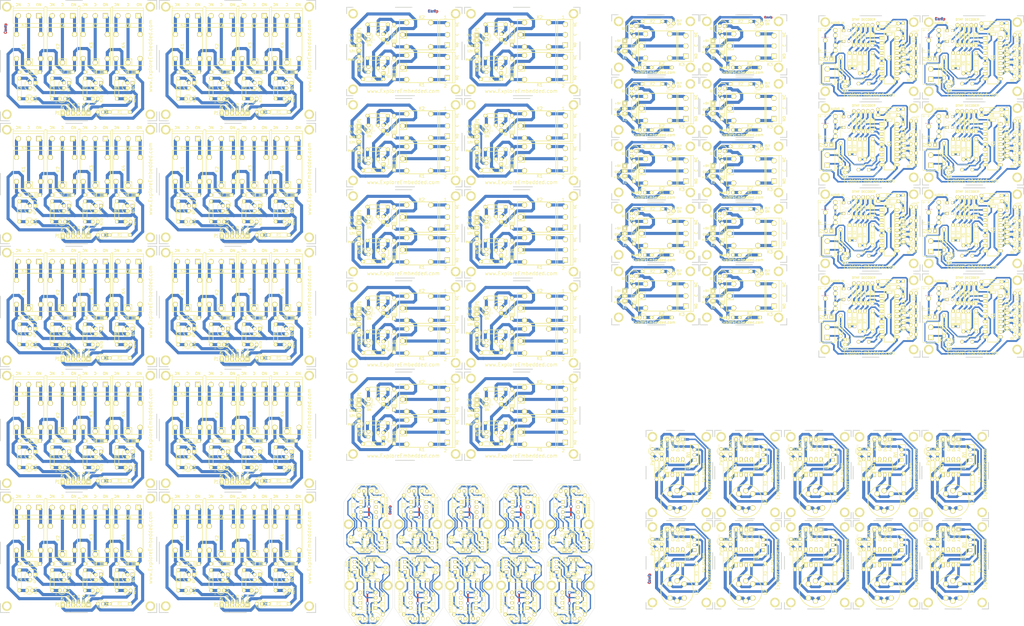
<source format=kicad_pcb>
(kicad_pcb (version 3) (host pcbnew "(2013-07-07 BZR 4022)-stable")
  (layers (15 F.Cu signal) (0 B.Cu signal) (18 B.Paste user) (19 F.Paste user) (20 B.SilkS user) (21 F.SilkS user) (22 B.Mask user) (23 F.Mask user) (28 Edge.Cuts user))
  (net 0 "")
  (net 1 /Aout)
  (net 2 /Dout)
  (net 3 /INT)
  (net 4 /Q1)
  (net 5 /Q2)
  (net 6 /Q3)
  (net 7 /Q4)
  (net 8 /vref)
  (net 9 GND)
  (net 10 N-000001)
  (net 11 N-0000010)
  (net 12 N-0000011)
  (net 13 N-0000012)
  (net 14 N-0000013)
  (net 15 N-0000014)
  (net 16 N-0000015)
  (net 17 N-0000016)
  (net 18 N-0000017)
  (net 19 N-0000018)
  (net 20 N-0000019)
  (net 21 N-000002)
  (net 22 N-0000020)
  (net 23 N-0000021)
  (net 24 N-0000022)
  (net 25 N-0000023)
  (net 26 N-0000024)
  (net 27 N-0000025)
  (net 28 N-0000026)
  (net 29 N-0000027)
  (net 30 N-0000028)
  (net 31 N-0000029)
  (net 32 N-000003)
  (net 33 N-0000030)
  (net 34 N-0000031)
  (net 35 N-0000032)
  (net 36 N-000004)
  (net 37 N-000005)
  (net 38 N-000006)
  (net 39 N-000007)
  (net 40 N-000008)
  (net 41 N-000009)
  (net 42 VCC)
  (module LED-3MM (layer F.Cu) (at 458.47 167.386 90)
    (fp_text reference D9 (at 1.778 -2.794 90) (layer F.SilkS) (effects (font (size 0.762 0.762) (thickness 0.0889))))
    (fp_text value pwr hide)
    (pad 1 thru_hole circle (at -1.27 0 90) (size 1.6764 1.6764) (drill 0.8128) (layers *.Cu F.Paste F.SilkS F.Mask) (net 27 N-0000025))
    (pad 2 thru_hole circle (at 1.27 0 90) (size 1.6764 1.6764) (drill 0.8128) (layers *.Cu F.Paste F.SilkS F.Mask) (net 9 GND))
  )
  (module 1pin (layer F.Cu) (at 492.379 171.069)
    (fp_text reference 1PIN hide)
    (fp_text value P*** hide)
    (pad 1 thru_hole circle (at 0 0) (size 4.064 4.064) (drill 3.048) (layers *.Cu *.Mask F.SilkS))
  )
  (module 1pin (layer F.Cu) (at 492.379 136.779)
    (fp_text reference 1PIN hide)
    (fp_text value P*** hide)
    (pad 1 thru_hole circle (at 0 0) (size 4.064 4.064) (drill 3.048) (layers *.Cu *.Mask F.SilkS))
  )
  (module 1pin (layer F.Cu) (at 448.564 171.069)
    (fp_text reference 1PIN hide)
    (fp_text value P*** hide)
    (pad 1 thru_hole circle (at 0 0) (size 4.064 4.064) (drill 3.048) (layers *.Cu *.Mask F.SilkS))
  )
  (module 1pin (layer F.Cu) (at 448.564 136.779)
    (fp_text reference 1PIN hide)
    (fp_text value P*** hide)
    (pad 1 thru_hole circle (at 0 0) (size 4.064 4.064) (drill 3.048) (layers *.Cu *.Mask F.SilkS))
  )
  (module R4 (layer F.Cu) (at 456.184 159.258 90)
    (fp_text reference R11 (at 0 0 90) (layer F.SilkS) (effects (font (size 1.397 1.27) (thickness 0.2032))))
    (fp_text value 470 hide)
    (pad 1 thru_hole circle (at -5.08 0 90) (size 1.778 1.778) (drill 0.8128) (layers *.Cu *.Mask F.SilkS) (net 42 VCC))
    (pad 2 thru_hole circle (at 5.08 0 90) (size 1.778 1.778) (drill 0.8128) (layers *.Cu *.Mask F.SilkS) (net 27 N-0000025))
  )
  (module LED-3MM (layer F.Cu) (at 492.379 143.129)
    (fp_text reference D8 (at 1.905 -2.159) (layer F.SilkS) (effects (font (size 0.762 0.762) (thickness 0.0889))))
    (fp_text value int hide)
    (pad 1 thru_hole circle (at -1.27 0) (size 1.6764 1.6764) (drill 0.8128) (layers *.Cu F.Paste F.SilkS F.Mask) (net 3 /INT))
    (pad 2 thru_hole circle (at 1.27 0) (size 1.6764 1.6764) (drill 0.8128) (layers *.Cu F.Paste F.SilkS F.Mask) (net 16 N-0000015))
  )
  (module LED-3MM (layer F.Cu) (at 492.252 149.86)
    (fp_text reference D7 (at 2.159 -2.032) (layer F.SilkS) (effects (font (size 0.762 0.762) (thickness 0.0889))))
    (fp_text value Q4 hide)
    (pad 1 thru_hole circle (at -1.27 0) (size 1.6764 1.6764) (drill 0.8128) (layers *.Cu F.Paste F.SilkS F.Mask) (net 7 /Q4))
    (pad 2 thru_hole circle (at 1.27 0) (size 1.6764 1.6764) (drill 0.8128) (layers *.Cu F.Paste F.SilkS F.Mask) (net 16 N-0000015))
  )
  (module LED-3MM (layer F.Cu) (at 492.252 154.432)
    (fp_text reference D6 (at 2.159 -2.159) (layer F.SilkS) (effects (font (size 0.762 0.762) (thickness 0.0889))))
    (fp_text value Q3 hide)
    (pad 1 thru_hole circle (at -1.27 0) (size 1.6764 1.6764) (drill 0.8128) (layers *.Cu F.Paste F.SilkS F.Mask) (net 6 /Q3))
    (pad 2 thru_hole circle (at 1.27 0) (size 1.6764 1.6764) (drill 0.8128) (layers *.Cu F.Paste F.SilkS F.Mask) (net 16 N-0000015))
  )
  (module LED-3MM (layer F.Cu) (at 492.252 159.004)
    (fp_text reference D5 (at 2.159 -2.032) (layer F.SilkS) (effects (font (size 0.762 0.762) (thickness 0.0889))))
    (fp_text value Q2 hide)
    (pad 1 thru_hole circle (at -1.27 0) (size 1.6764 1.6764) (drill 0.8128) (layers *.Cu F.Paste F.SilkS F.Mask) (net 5 /Q2))
    (pad 2 thru_hole circle (at 1.27 0) (size 1.6764 1.6764) (drill 0.8128) (layers *.Cu F.Paste F.SilkS F.Mask) (net 16 N-0000015))
  )
  (module LED-3MM (layer F.Cu) (at 492.252 163.576)
    (fp_text reference D4 (at 2.159 -1.905) (layer F.SilkS) (effects (font (size 0.762 0.762) (thickness 0.0889))))
    (fp_text value Q1 hide)
    (pad 1 thru_hole circle (at -1.27 0) (size 1.6764 1.6764) (drill 0.8128) (layers *.Cu F.Paste F.SilkS F.Mask) (net 4 /Q1))
    (pad 2 thru_hole circle (at 1.27 0) (size 1.6764 1.6764) (drill 0.8128) (layers *.Cu F.Paste F.SilkS F.Mask) (net 16 N-0000015))
  )
  (module C1V5 (layer F.Cu) (at 458.978 146.304)
    (fp_text reference C2 (at 0 -1.26746) (layer F.SilkS) (effects (font (size 0.762 0.762) (thickness 0.127))))
    (fp_text value 10uF hide)
    (fp_text user + (at -2.286 0) (layer F.SilkS) (effects (font (size 0.762 0.762) (thickness 0.1905))))
    (pad 1 thru_hole rect (at -1.27 0) (size 1.397 1.397) (drill 0.8128) (layers *.Cu *.Mask F.SilkS) (net 19 N-0000018))
    (pad 2 thru_hole circle (at 1.27 0) (size 1.397 1.397) (drill 0.8128) (layers *.Cu *.Mask F.SilkS) (net 41 N-000009))
  )
  (module C1V5 (layer F.Cu) (at 458.978 140.97)
    (fp_text reference C1 (at 0 -1.26746) (layer F.SilkS) (effects (font (size 0.762 0.762) (thickness 0.127))))
    (fp_text value 10uF hide)
    (fp_text user + (at -2.286 0) (layer F.SilkS) (effects (font (size 0.762 0.762) (thickness 0.1905))))
    (pad 1 thru_hole rect (at -1.27 0) (size 1.397 1.397) (drill 0.8128) (layers *.Cu *.Mask F.SilkS) (net 17 N-0000016))
    (pad 2 thru_hole circle (at 1.27 0) (size 1.397 1.397) (drill 0.8128) (layers *.Cu *.Mask F.SilkS) (net 39 N-000007))
  )
  (module HC-18UV (layer F.Cu) (at 467.614 167.259)
    (fp_text reference X1 (at -0.127 -1.778) (layer F.SilkS) (effects (font (size 1.143 1.27) (thickness 0.1524))))
    (fp_text value 3.5795MHz hide)
    (pad 1 thru_hole circle (at -2.54 0) (size 1.778 1.778) (drill 0.8128) (layers *.Cu *.Mask F.SilkS) (net 10 N-000001))
    (pad 2 thru_hole circle (at 2.54 0) (size 1.778 1.778) (drill 0.8128) (layers *.Cu *.Mask F.SilkS) (net 21 N-000002))
  )
  (module bornier2 (layer F.Cu) (at 449.58 162.56 270)
    (fp_text reference P1 hide)
    (fp_text value "POWER 5V" hide)
    (pad 1 thru_hole circle (at -2.54 0 270) (size 2.54 2.54) (drill 1.524) (layers *.Cu *.Mask F.SilkS) (net 9 GND))
    (pad 2 thru_hole rect (at 2.54 0 270) (size 2.54 2.54) (drill 1.524) (layers *.Cu *.Mask F.SilkS) (net 42 VCC))
  )
  (module D3 (layer F.Cu) (at 460.629 155.829 270)
    (fp_text reference D1 (at 0 0 270) (layer F.SilkS) (effects (font (size 1.016 1.016) (thickness 0.2032))))
    (fp_text value 5.6V hide)
    (pad 2 thru_hole rect (at 3.81 0 270) (size 1.397 1.397) (drill 0.8128) (layers *.Cu *.Mask F.SilkS) (net 18 N-0000017))
    (pad 1 thru_hole circle (at -3.81 0 270) (size 1.778 1.778) (drill 0.8128) (layers *.Cu *.Mask F.SilkS) (net 38 N-000006))
  )
  (module D3 (layer F.Cu) (at 463.169 155.829 270)
    (fp_text reference D2 (at 0 0 270) (layer F.SilkS) (effects (font (size 1.016 1.016) (thickness 0.2032))))
    (fp_text value 5.6V hide)
    (pad 2 thru_hole rect (at 3.81 0 270) (size 1.397 1.397) (drill 0.8128) (layers *.Cu *.Mask F.SilkS) (net 18 N-0000017))
    (pad 1 thru_hole circle (at -3.81 0 270) (size 1.778 1.778) (drill 0.8128) (layers *.Cu *.Mask F.SilkS) (net 40 N-000008))
  )
  (module D3 (layer F.Cu) (at 487.172 140.97 270)
    (fp_text reference D3 (at 0 0 270) (layer F.SilkS) (effects (font (size 1.016 1.016) (thickness 0.2032))))
    (fp_text value 1N14148 hide)
    (pad 2 thru_hole rect (at 3.81 0 270) (size 1.524 1.524) (drill 0.8128) (layers *.Cu *.Mask F.SilkS) (net 32 N-000003))
    (pad 1 thru_hole circle (at -3.81 0 270) (size 1.778 1.778) (drill 0.8128) (layers *.Cu *.Mask F.SilkS) (net 36 N-000004))
  )
  (module DIP-18__300_ELL (layer F.Cu) (at 480.314 154.686 270)
    (fp_text reference IC1 (at -0.254 0 270) (layer F.SilkS) (effects (font (size 1.778 1.143) (thickness 0.28702))))
    (fp_text value MT8870P hide)
    (pad 1 thru_hole rect (at -10.16 3.81 270) (size 1.5748 2.286) (drill 0.8128) (layers *.Cu *.Mask F.SilkS) (net 20 N-0000019))
    (pad 2 thru_hole oval (at -7.62 3.81 270) (size 1.5748 2.286) (drill 0.8128) (layers *.Cu *.Mask F.SilkS) (net 22 N-0000020))
    (pad 3 thru_hole oval (at -5.08 3.81 270) (size 1.5748 2.286) (drill 0.8128) (layers *.Cu *.Mask F.SilkS) (net 11 N-0000010))
    (pad 4 thru_hole oval (at -2.54 3.81 270) (size 1.5748 2.286) (drill 0.8128) (layers *.Cu *.Mask F.SilkS) (net 8 /vref))
    (pad 5 thru_hole oval (at 0 3.81 270) (size 1.5748 2.286) (drill 0.8128) (layers *.Cu *.Mask F.SilkS) (net 9 GND))
    (pad 6 thru_hole oval (at 2.54 3.81 270) (size 1.5748 2.286) (drill 0.8128) (layers *.Cu *.Mask F.SilkS) (net 9 GND))
    (pad 7 thru_hole oval (at 5.08 3.81 270) (size 1.5748 2.286) (drill 0.8128) (layers *.Cu *.Mask F.SilkS) (net 10 N-000001))
    (pad 8 thru_hole oval (at 7.62 3.81 270) (size 1.5748 2.286) (drill 0.8128) (layers *.Cu *.Mask F.SilkS) (net 21 N-000002))
    (pad 9 thru_hole oval (at 10.16 3.81 270) (size 1.5748 2.286) (drill 0.8128) (layers *.Cu *.Mask F.SilkS) (net 9 GND))
    (pad 10 thru_hole oval (at 10.16 -3.81 270) (size 1.5748 2.286) (drill 0.8128) (layers *.Cu *.Mask F.SilkS) (net 42 VCC))
    (pad 11 thru_hole oval (at 7.62 -3.81 270) (size 1.5748 2.286) (drill 0.8128) (layers *.Cu *.Mask F.SilkS) (net 4 /Q1))
    (pad 12 thru_hole oval (at 5.08 -3.81 270) (size 1.5748 2.286) (drill 0.8128) (layers *.Cu *.Mask F.SilkS) (net 5 /Q2))
    (pad 13 thru_hole oval (at 2.54 -3.81 270) (size 1.5748 2.286) (drill 0.8128) (layers *.Cu *.Mask F.SilkS) (net 6 /Q3))
    (pad 14 thru_hole oval (at 0 -3.81 270) (size 1.5748 2.286) (drill 0.8128) (layers *.Cu *.Mask F.SilkS) (net 7 /Q4))
    (pad 15 thru_hole oval (at -2.54 -3.81 270) (size 1.5748 2.286) (drill 0.8128) (layers *.Cu *.Mask F.SilkS) (net 3 /INT))
    (pad 16 thru_hole oval (at -5.08 -3.81 270) (size 1.5748 2.286) (drill 0.8128) (layers *.Cu *.Mask F.SilkS) (net 37 N-000005))
    (pad 17 thru_hole oval (at -7.62 -3.81 270) (size 1.5748 2.286) (drill 0.8128) (layers *.Cu *.Mask F.SilkS) (net 32 N-000003))
    (pad 18 thru_hole oval (at -10.16 -3.81 270) (size 1.5748 2.286) (drill 0.8128) (layers *.Cu *.Mask F.SilkS) (net 42 VCC))
  )
  (module R4 (layer F.Cu) (at 472.059 157.099 90)
    (fp_text reference R10 (at 0 0 90) (layer F.SilkS) (effects (font (size 1.397 1.27) (thickness 0.2032))))
    (fp_text value 470 hide)
    (pad 1 thru_hole circle (at -5.08 0 90) (size 1.778 1.778) (drill 0.8128) (layers *.Cu *.Mask F.SilkS) (net 16 N-0000015))
    (pad 2 thru_hole circle (at 5.08 0 90) (size 1.778 1.778) (drill 0.8128) (layers *.Cu *.Mask F.SilkS) (net 9 GND))
  )
  (module R4 (layer F.Cu) (at 462.788 143.256 90)
    (fp_text reference R1 (at 0 0 90) (layer F.SilkS) (effects (font (size 1.397 1.27) (thickness 0.2032))))
    (fp_text value 56K hide)
    (pad 1 thru_hole circle (at -5.08 0 90) (size 1.778 1.778) (drill 0.8128) (layers *.Cu *.Mask F.SilkS) (net 38 N-000006))
    (pad 2 thru_hole circle (at 5.08 0 90) (size 1.778 1.778) (drill 0.8128) (layers *.Cu *.Mask F.SilkS) (net 39 N-000007))
  )
  (module R4 (layer F.Cu) (at 465.074 143.256 90)
    (fp_text reference R2 (at 0 0 90) (layer F.SilkS) (effects (font (size 1.397 1.27) (thickness 0.2032))))
    (fp_text value 56K hide)
    (pad 1 thru_hole circle (at -5.08 0 90) (size 1.778 1.778) (drill 0.8128) (layers *.Cu *.Mask F.SilkS) (net 40 N-000008))
    (pad 2 thru_hole circle (at 5.08 0 90) (size 1.778 1.778) (drill 0.8128) (layers *.Cu *.Mask F.SilkS) (net 41 N-000009))
  )
  (module R4 (layer F.Cu) (at 467.36 143.256 90)
    (fp_text reference R3 (at 0 0 90) (layer F.SilkS) (effects (font (size 1.397 1.27) (thickness 0.2032))))
    (fp_text value 56K hide)
    (pad 1 thru_hole circle (at -5.08 0 90) (size 1.778 1.778) (drill 0.8128) (layers *.Cu *.Mask F.SilkS) (net 20 N-0000019))
    (pad 2 thru_hole circle (at 5.08 0 90) (size 1.778 1.778) (drill 0.8128) (layers *.Cu *.Mask F.SilkS) (net 38 N-000006))
  )
  (module R4 (layer F.Cu) (at 469.646 143.256 90)
    (fp_text reference R4 (at 0 0 90) (layer F.SilkS) (effects (font (size 1.397 1.27) (thickness 0.2032))))
    (fp_text value 56K hide)
    (pad 1 thru_hole circle (at -5.08 0 90) (size 1.778 1.778) (drill 0.8128) (layers *.Cu *.Mask F.SilkS) (net 22 N-0000020))
    (pad 2 thru_hole circle (at 5.08 0 90) (size 1.778 1.778) (drill 0.8128) (layers *.Cu *.Mask F.SilkS) (net 40 N-000008))
  )
  (module R4 (layer F.Cu) (at 479.679 137.414 180)
    (fp_text reference R5 (at 0 0 180) (layer F.SilkS) (effects (font (size 1.397 1.27) (thickness 0.2032))))
    (fp_text value 330K hide)
    (pad 1 thru_hole circle (at -5.08 0 180) (size 1.778 1.778) (drill 0.8128) (layers *.Cu *.Mask F.SilkS) (net 36 N-000004))
    (pad 2 thru_hole circle (at 5.08 0 180) (size 1.778 1.778) (drill 0.8128) (layers *.Cu *.Mask F.SilkS) (net 37 N-000005))
  )
  (module R4 (layer F.Cu) (at 465.709 157.099 270)
    (fp_text reference R6 (at 0 0 270) (layer F.SilkS) (effects (font (size 1.397 1.27) (thickness 0.2032))))
    (fp_text value 47K hide)
    (pad 1 thru_hole circle (at -5.08 0 270) (size 1.778 1.778) (drill 0.8128) (layers *.Cu *.Mask F.SilkS) (net 20 N-0000019))
    (pad 2 thru_hole circle (at 5.08 0 270) (size 1.778 1.778) (drill 0.8128) (layers *.Cu *.Mask F.SilkS) (net 8 /vref))
  )
  (module R4 (layer F.Cu) (at 468.249 157.099 90)
    (fp_text reference R7 (at 0 0 90) (layer F.SilkS) (effects (font (size 1.397 1.27) (thickness 0.2032))))
    (fp_text value 68K hide)
    (pad 1 thru_hole circle (at -5.08 0 90) (size 1.778 1.778) (drill 0.8128) (layers *.Cu *.Mask F.SilkS) (net 8 /vref))
    (pad 2 thru_hole circle (at 5.08 0 90) (size 1.778 1.778) (drill 0.8128) (layers *.Cu *.Mask F.SilkS) (net 22 N-0000020))
  )
  (module R4 (layer F.Cu) (at 479.806 140.208 180)
    (fp_text reference R8 (at 0 0 180) (layer F.SilkS) (effects (font (size 1.397 1.27) (thickness 0.2032))))
    (fp_text value 100K hide)
    (pad 1 thru_hole circle (at -5.08 0 180) (size 1.778 1.778) (drill 0.8128) (layers *.Cu *.Mask F.SilkS) (net 32 N-000003))
    (pad 2 thru_hole circle (at 5.08 0 180) (size 1.778 1.778) (drill 0.8128) (layers *.Cu *.Mask F.SilkS) (net 37 N-000005))
  )
  (module R4 (layer F.Cu) (at 471.932 143.256 90)
    (fp_text reference R9 (at 0 0 90) (layer F.SilkS) (effects (font (size 1.397 1.27) (thickness 0.2032))))
    (fp_text value 150k hide)
    (pad 1 thru_hole circle (at -5.08 0 90) (size 1.778 1.778) (drill 0.8128) (layers *.Cu *.Mask F.SilkS) (net 11 N-0000010))
    (pad 2 thru_hole circle (at 5.08 0 90) (size 1.778 1.778) (drill 0.8128) (layers *.Cu *.Mask F.SilkS) (net 22 N-0000020))
  )
  (module SIL-2 (layer F.Cu) (at 450.342 154.94 180)
    (fp_text reference P2 (at 3.81 -0.127 270) (layer F.SilkS) (effects (font (size 1.72974 1.08712) (thickness 0.27178))))
    (fp_text value AUDIO_IN hide)
    (pad 1 thru_hole rect (at -1.27 0 180) (size 1.651 1.651) (drill 0.8128) (layers *.Cu *.Mask F.SilkS) (net 19 N-0000018))
    (pad 2 thru_hole circle (at 1.27 0 180) (size 1.778 1.778) (drill 0.8128) (layers *.Cu *.Mask F.SilkS) (net 17 N-0000016))
  )
  (module SIL-5 (layer F.Cu) (at 487.2482 156.6164 270)
    (fp_text reference P3 (at -8.7884 0.0762 360) (layer F.SilkS) (effects (font (size 1.72974 1.08712) (thickness 0.27178))))
    (fp_text value OUTPUT hide)
    (pad 1 thru_hole rect (at -6.35 0 270) (size 1.524 1.524) (drill 0.8128) (layers *.Cu *.Mask F.SilkS) (net 3 /INT))
    (pad 2 thru_hole oval (at -3.81 0 270) (size 1.651 2.159) (drill 0.8128) (layers *.Cu *.Mask F.SilkS) (net 7 /Q4))
    (pad 3 thru_hole oval (at -1.27 0 270) (size 1.651 2.159) (drill 0.8128) (layers *.Cu *.Mask F.SilkS) (net 6 /Q3))
    (pad 4 thru_hole oval (at 1.27 0 270) (size 1.651 2.159) (drill 0.8128) (layers *.Cu *.Mask F.SilkS) (net 5 /Q2))
    (pad 5 thru_hole oval (at 3.81 0 270) (size 1.651 2.159) (drill 0.8128) (layers *.Cu *.Mask F.SilkS) (net 4 /Q1))
  )
  (module SparkFun-AUDIO-JACK (layer F.Cu) (at 448.564 145.796)
    (fp_text reference U1 (at -0.254 -2.7432) (layer B.SilkS) (effects (font (size 0.4064 0.4064) (thickness 0.0889))))
    (fp_text value 3.5MM_JACK (at -0.0508 -1.4732) (layer B.SilkS) (effects (font (size 0.4064 0.4064) (thickness 0.0889))))
    (pad 1 thru_hole circle (at 0 0) (size 2.18186 2.18186) (drill 1.29794) (layers *.Cu F.Paste F.SilkS F.Mask) (net 17 N-0000016))
    (pad 2 thru_hole circle (at 4.99872 -4.99872) (size 2.18186 2.18186) (drill 1.29794) (layers *.Cu F.Paste F.SilkS F.Mask) (net 19 N-0000018))
    (pad 3 thru_hole circle (at 4.99872 -2.49936) (size 2.18186 2.18186) (drill 1.29794) (layers *.Cu F.Paste F.SilkS F.Mask) (net 19 N-0000018))
    (pad 4 thru_hole circle (at 4.99872 2.49936) (size 2.18186 2.18186) (drill 1.29794) (layers *.Cu F.Paste F.SilkS F.Mask) (net 19 N-0000018))
    (pad 5 thru_hole circle (at 4.99872 4.99872) (size 2.18186 2.18186) (drill 1.29794) (layers *.Cu F.Paste F.SilkS F.Mask) (net 19 N-0000018))
  )
  (module SparkFun-AUDIO-JACK (layer F.Cu) (at 499.872 145.796)
    (fp_text reference U1 (at -0.254 -2.7432) (layer B.SilkS) (effects (font (size 0.4064 0.4064) (thickness 0.0889))))
    (fp_text value 3.5MM_JACK (at -0.0508 -1.4732) (layer B.SilkS) (effects (font (size 0.4064 0.4064) (thickness 0.0889))))
    (pad 1 thru_hole circle (at 0 0) (size 2.18186 2.18186) (drill 1.29794) (layers *.Cu F.Paste F.SilkS F.Mask) (net 17 N-0000016))
    (pad 2 thru_hole circle (at 4.99872 -4.99872) (size 2.18186 2.18186) (drill 1.29794) (layers *.Cu F.Paste F.SilkS F.Mask) (net 19 N-0000018))
    (pad 3 thru_hole circle (at 4.99872 -2.49936) (size 2.18186 2.18186) (drill 1.29794) (layers *.Cu F.Paste F.SilkS F.Mask) (net 19 N-0000018))
    (pad 4 thru_hole circle (at 4.99872 2.49936) (size 2.18186 2.18186) (drill 1.29794) (layers *.Cu F.Paste F.SilkS F.Mask) (net 19 N-0000018))
    (pad 5 thru_hole circle (at 4.99872 4.99872) (size 2.18186 2.18186) (drill 1.29794) (layers *.Cu F.Paste F.SilkS F.Mask) (net 19 N-0000018))
  )
  (module SIL-5 (layer F.Cu) (at 538.5562 156.6164 270)
    (fp_text reference P3 (at -8.7884 0.0762 360) (layer F.SilkS) (effects (font (size 1.72974 1.08712) (thickness 0.27178))))
    (fp_text value OUTPUT hide)
    (pad 1 thru_hole rect (at -6.35 0 270) (size 1.524 1.524) (drill 0.8128) (layers *.Cu *.Mask F.SilkS) (net 3 /INT))
    (pad 2 thru_hole oval (at -3.81 0 270) (size 1.651 2.159) (drill 0.8128) (layers *.Cu *.Mask F.SilkS) (net 7 /Q4))
    (pad 3 thru_hole oval (at -1.27 0 270) (size 1.651 2.159) (drill 0.8128) (layers *.Cu *.Mask F.SilkS) (net 6 /Q3))
    (pad 4 thru_hole oval (at 1.27 0 270) (size 1.651 2.159) (drill 0.8128) (layers *.Cu *.Mask F.SilkS) (net 5 /Q2))
    (pad 5 thru_hole oval (at 3.81 0 270) (size 1.651 2.159) (drill 0.8128) (layers *.Cu *.Mask F.SilkS) (net 4 /Q1))
  )
  (module SIL-2 (layer F.Cu) (at 501.65 154.94 180)
    (fp_text reference P2 (at 3.81 -0.127 270) (layer F.SilkS) (effects (font (size 1.72974 1.08712) (thickness 0.27178))))
    (fp_text value AUDIO_IN hide)
    (pad 1 thru_hole rect (at -1.27 0 180) (size 1.651 1.651) (drill 0.8128) (layers *.Cu *.Mask F.SilkS) (net 19 N-0000018))
    (pad 2 thru_hole circle (at 1.27 0 180) (size 1.778 1.778) (drill 0.8128) (layers *.Cu *.Mask F.SilkS) (net 17 N-0000016))
  )
  (module R4 (layer F.Cu) (at 523.24 143.256 90)
    (fp_text reference R9 (at 0 0 90) (layer F.SilkS) (effects (font (size 1.397 1.27) (thickness 0.2032))))
    (fp_text value 150k hide)
    (pad 1 thru_hole circle (at -5.08 0 90) (size 1.778 1.778) (drill 0.8128) (layers *.Cu *.Mask F.SilkS) (net 11 N-0000010))
    (pad 2 thru_hole circle (at 5.08 0 90) (size 1.778 1.778) (drill 0.8128) (layers *.Cu *.Mask F.SilkS) (net 22 N-0000020))
  )
  (module R4 (layer F.Cu) (at 531.114 140.208 180)
    (fp_text reference R8 (at 0 0 180) (layer F.SilkS) (effects (font (size 1.397 1.27) (thickness 0.2032))))
    (fp_text value 100K hide)
    (pad 1 thru_hole circle (at -5.08 0 180) (size 1.778 1.778) (drill 0.8128) (layers *.Cu *.Mask F.SilkS) (net 32 N-000003))
    (pad 2 thru_hole circle (at 5.08 0 180) (size 1.778 1.778) (drill 0.8128) (layers *.Cu *.Mask F.SilkS) (net 37 N-000005))
  )
  (module R4 (layer F.Cu) (at 519.557 157.099 90)
    (fp_text reference R7 (at 0 0 90) (layer F.SilkS) (effects (font (size 1.397 1.27) (thickness 0.2032))))
    (fp_text value 68K hide)
    (pad 1 thru_hole circle (at -5.08 0 90) (size 1.778 1.778) (drill 0.8128) (layers *.Cu *.Mask F.SilkS) (net 8 /vref))
    (pad 2 thru_hole circle (at 5.08 0 90) (size 1.778 1.778) (drill 0.8128) (layers *.Cu *.Mask F.SilkS) (net 22 N-0000020))
  )
  (module R4 (layer F.Cu) (at 517.017 157.099 270)
    (fp_text reference R6 (at 0 0 270) (layer F.SilkS) (effects (font (size 1.397 1.27) (thickness 0.2032))))
    (fp_text value 47K hide)
    (pad 1 thru_hole circle (at -5.08 0 270) (size 1.778 1.778) (drill 0.8128) (layers *.Cu *.Mask F.SilkS) (net 20 N-0000019))
    (pad 2 thru_hole circle (at 5.08 0 270) (size 1.778 1.778) (drill 0.8128) (layers *.Cu *.Mask F.SilkS) (net 8 /vref))
  )
  (module R4 (layer F.Cu) (at 530.987 137.414 180)
    (fp_text reference R5 (at 0 0 180) (layer F.SilkS) (effects (font (size 1.397 1.27) (thickness 0.2032))))
    (fp_text value 330K hide)
    (pad 1 thru_hole circle (at -5.08 0 180) (size 1.778 1.778) (drill 0.8128) (layers *.Cu *.Mask F.SilkS) (net 36 N-000004))
    (pad 2 thru_hole circle (at 5.08 0 180) (size 1.778 1.778) (drill 0.8128) (layers *.Cu *.Mask F.SilkS) (net 37 N-000005))
  )
  (module R4 (layer F.Cu) (at 520.954 143.256 90)
    (fp_text reference R4 (at 0 0 90) (layer F.SilkS) (effects (font (size 1.397 1.27) (thickness 0.2032))))
    (fp_text value 56K hide)
    (pad 1 thru_hole circle (at -5.08 0 90) (size 1.778 1.778) (drill 0.8128) (layers *.Cu *.Mask F.SilkS) (net 22 N-0000020))
    (pad 2 thru_hole circle (at 5.08 0 90) (size 1.778 1.778) (drill 0.8128) (layers *.Cu *.Mask F.SilkS) (net 40 N-000008))
  )
  (module R4 (layer F.Cu) (at 518.668 143.256 90)
    (fp_text reference R3 (at 0 0 90) (layer F.SilkS) (effects (font (size 1.397 1.27) (thickness 0.2032))))
    (fp_text value 56K hide)
    (pad 1 thru_hole circle (at -5.08 0 90) (size 1.778 1.778) (drill 0.8128) (layers *.Cu *.Mask F.SilkS) (net 20 N-0000019))
    (pad 2 thru_hole circle (at 5.08 0 90) (size 1.778 1.778) (drill 0.8128) (layers *.Cu *.Mask F.SilkS) (net 38 N-000006))
  )
  (module R4 (layer F.Cu) (at 516.382 143.256 90)
    (fp_text reference R2 (at 0 0 90) (layer F.SilkS) (effects (font (size 1.397 1.27) (thickness 0.2032))))
    (fp_text value 56K hide)
    (pad 1 thru_hole circle (at -5.08 0 90) (size 1.778 1.778) (drill 0.8128) (layers *.Cu *.Mask F.SilkS) (net 40 N-000008))
    (pad 2 thru_hole circle (at 5.08 0 90) (size 1.778 1.778) (drill 0.8128) (layers *.Cu *.Mask F.SilkS) (net 41 N-000009))
  )
  (module R4 (layer F.Cu) (at 514.096 143.256 90)
    (fp_text reference R1 (at 0 0 90) (layer F.SilkS) (effects (font (size 1.397 1.27) (thickness 0.2032))))
    (fp_text value 56K hide)
    (pad 1 thru_hole circle (at -5.08 0 90) (size 1.778 1.778) (drill 0.8128) (layers *.Cu *.Mask F.SilkS) (net 38 N-000006))
    (pad 2 thru_hole circle (at 5.08 0 90) (size 1.778 1.778) (drill 0.8128) (layers *.Cu *.Mask F.SilkS) (net 39 N-000007))
  )
  (module R4 (layer F.Cu) (at 523.367 157.099 90)
    (fp_text reference R10 (at 0 0 90) (layer F.SilkS) (effects (font (size 1.397 1.27) (thickness 0.2032))))
    (fp_text value 470 hide)
    (pad 1 thru_hole circle (at -5.08 0 90) (size 1.778 1.778) (drill 0.8128) (layers *.Cu *.Mask F.SilkS) (net 16 N-0000015))
    (pad 2 thru_hole circle (at 5.08 0 90) (size 1.778 1.778) (drill 0.8128) (layers *.Cu *.Mask F.SilkS) (net 9 GND))
  )
  (module DIP-18__300_ELL (layer F.Cu) (at 531.622 154.686 270)
    (fp_text reference IC1 (at -0.254 0 270) (layer F.SilkS) (effects (font (size 1.778 1.143) (thickness 0.28702))))
    (fp_text value MT8870P hide)
    (pad 1 thru_hole rect (at -10.16 3.81 270) (size 1.5748 2.286) (drill 0.8128) (layers *.Cu *.Mask F.SilkS) (net 20 N-0000019))
    (pad 2 thru_hole oval (at -7.62 3.81 270) (size 1.5748 2.286) (drill 0.8128) (layers *.Cu *.Mask F.SilkS) (net 22 N-0000020))
    (pad 3 thru_hole oval (at -5.08 3.81 270) (size 1.5748 2.286) (drill 0.8128) (layers *.Cu *.Mask F.SilkS) (net 11 N-0000010))
    (pad 4 thru_hole oval (at -2.54 3.81 270) (size 1.5748 2.286) (drill 0.8128) (layers *.Cu *.Mask F.SilkS) (net 8 /vref))
    (pad 5 thru_hole oval (at 0 3.81 270) (size 1.5748 2.286) (drill 0.8128) (layers *.Cu *.Mask F.SilkS) (net 9 GND))
    (pad 6 thru_hole oval (at 2.54 3.81 270) (size 1.5748 2.286) (drill 0.8128) (layers *.Cu *.Mask F.SilkS) (net 9 GND))
    (pad 7 thru_hole oval (at 5.08 3.81 270) (size 1.5748 2.286) (drill 0.8128) (layers *.Cu *.Mask F.SilkS) (net 10 N-000001))
    (pad 8 thru_hole oval (at 7.62 3.81 270) (size 1.5748 2.286) (drill 0.8128) (layers *.Cu *.Mask F.SilkS) (net 21 N-000002))
    (pad 9 thru_hole oval (at 10.16 3.81 270) (size 1.5748 2.286) (drill 0.8128) (layers *.Cu *.Mask F.SilkS) (net 9 GND))
    (pad 10 thru_hole oval (at 10.16 -3.81 270) (size 1.5748 2.286) (drill 0.8128) (layers *.Cu *.Mask F.SilkS) (net 42 VCC))
    (pad 11 thru_hole oval (at 7.62 -3.81 270) (size 1.5748 2.286) (drill 0.8128) (layers *.Cu *.Mask F.SilkS) (net 4 /Q1))
    (pad 12 thru_hole oval (at 5.08 -3.81 270) (size 1.5748 2.286) (drill 0.8128) (layers *.Cu *.Mask F.SilkS) (net 5 /Q2))
    (pad 13 thru_hole oval (at 2.54 -3.81 270) (size 1.5748 2.286) (drill 0.8128) (layers *.Cu *.Mask F.SilkS) (net 6 /Q3))
    (pad 14 thru_hole oval (at 0 -3.81 270) (size 1.5748 2.286) (drill 0.8128) (layers *.Cu *.Mask F.SilkS) (net 7 /Q4))
    (pad 15 thru_hole oval (at -2.54 -3.81 270) (size 1.5748 2.286) (drill 0.8128) (layers *.Cu *.Mask F.SilkS) (net 3 /INT))
    (pad 16 thru_hole oval (at -5.08 -3.81 270) (size 1.5748 2.286) (drill 0.8128) (layers *.Cu *.Mask F.SilkS) (net 37 N-000005))
    (pad 17 thru_hole oval (at -7.62 -3.81 270) (size 1.5748 2.286) (drill 0.8128) (layers *.Cu *.Mask F.SilkS) (net 32 N-000003))
    (pad 18 thru_hole oval (at -10.16 -3.81 270) (size 1.5748 2.286) (drill 0.8128) (layers *.Cu *.Mask F.SilkS) (net 42 VCC))
  )
  (module D3 (layer F.Cu) (at 538.48 140.97 270)
    (fp_text reference D3 (at 0 0 270) (layer F.SilkS) (effects (font (size 1.016 1.016) (thickness 0.2032))))
    (fp_text value 1N14148 hide)
    (pad 2 thru_hole rect (at 3.81 0 270) (size 1.524 1.524) (drill 0.8128) (layers *.Cu *.Mask F.SilkS) (net 32 N-000003))
    (pad 1 thru_hole circle (at -3.81 0 270) (size 1.778 1.778) (drill 0.8128) (layers *.Cu *.Mask F.SilkS) (net 36 N-000004))
  )
  (module D3 (layer F.Cu) (at 514.477 155.829 270)
    (fp_text reference D2 (at 0 0 270) (layer F.SilkS) (effects (font (size 1.016 1.016) (thickness 0.2032))))
    (fp_text value 5.6V hide)
    (pad 2 thru_hole rect (at 3.81 0 270) (size 1.397 1.397) (drill 0.8128) (layers *.Cu *.Mask F.SilkS) (net 18 N-0000017))
    (pad 1 thru_hole circle (at -3.81 0 270) (size 1.778 1.778) (drill 0.8128) (layers *.Cu *.Mask F.SilkS) (net 40 N-000008))
  )
  (module D3 (layer F.Cu) (at 511.937 155.829 270)
    (fp_text reference D1 (at 0 0 270) (layer F.SilkS) (effects (font (size 1.016 1.016) (thickness 0.2032))))
    (fp_text value 5.6V hide)
    (pad 2 thru_hole rect (at 3.81 0 270) (size 1.397 1.397) (drill 0.8128) (layers *.Cu *.Mask F.SilkS) (net 18 N-0000017))
    (pad 1 thru_hole circle (at -3.81 0 270) (size 1.778 1.778) (drill 0.8128) (layers *.Cu *.Mask F.SilkS) (net 38 N-000006))
  )
  (module bornier2 (layer F.Cu) (at 500.888 162.56 270)
    (fp_text reference P1 hide)
    (fp_text value "POWER 5V" hide)
    (pad 1 thru_hole circle (at -2.54 0 270) (size 2.54 2.54) (drill 1.524) (layers *.Cu *.Mask F.SilkS) (net 9 GND))
    (pad 2 thru_hole rect (at 2.54 0 270) (size 2.54 2.54) (drill 1.524) (layers *.Cu *.Mask F.SilkS) (net 42 VCC))
  )
  (module HC-18UV (layer F.Cu) (at 518.922 167.259)
    (fp_text reference X1 (at -0.127 -1.778) (layer F.SilkS) (effects (font (size 1.143 1.27) (thickness 0.1524))))
    (fp_text value 3.5795MHz hide)
    (pad 1 thru_hole circle (at -2.54 0) (size 1.778 1.778) (drill 0.8128) (layers *.Cu *.Mask F.SilkS) (net 10 N-000001))
    (pad 2 thru_hole circle (at 2.54 0) (size 1.778 1.778) (drill 0.8128) (layers *.Cu *.Mask F.SilkS) (net 21 N-000002))
  )
  (module C1V5 (layer F.Cu) (at 510.286 140.97)
    (fp_text reference C1 (at 0 -1.26746) (layer F.SilkS) (effects (font (size 0.762 0.762) (thickness 0.127))))
    (fp_text value 10uF hide)
    (fp_text user + (at -2.286 0) (layer F.SilkS) (effects (font (size 0.762 0.762) (thickness 0.1905))))
    (pad 1 thru_hole rect (at -1.27 0) (size 1.397 1.397) (drill 0.8128) (layers *.Cu *.Mask F.SilkS) (net 17 N-0000016))
    (pad 2 thru_hole circle (at 1.27 0) (size 1.397 1.397) (drill 0.8128) (layers *.Cu *.Mask F.SilkS) (net 39 N-000007))
  )
  (module C1V5 (layer F.Cu) (at 510.286 146.304)
    (fp_text reference C2 (at 0 -1.26746) (layer F.SilkS) (effects (font (size 0.762 0.762) (thickness 0.127))))
    (fp_text value 10uF hide)
    (fp_text user + (at -2.286 0) (layer F.SilkS) (effects (font (size 0.762 0.762) (thickness 0.1905))))
    (pad 1 thru_hole rect (at -1.27 0) (size 1.397 1.397) (drill 0.8128) (layers *.Cu *.Mask F.SilkS) (net 19 N-0000018))
    (pad 2 thru_hole circle (at 1.27 0) (size 1.397 1.397) (drill 0.8128) (layers *.Cu *.Mask F.SilkS) (net 41 N-000009))
  )
  (module LED-3MM (layer F.Cu) (at 543.56 163.576)
    (fp_text reference D4 (at 2.159 -1.905) (layer F.SilkS) (effects (font (size 0.762 0.762) (thickness 0.0889))))
    (fp_text value Q1 hide)
    (pad 1 thru_hole circle (at -1.27 0) (size 1.6764 1.6764) (drill 0.8128) (layers *.Cu F.Paste F.SilkS F.Mask) (net 4 /Q1))
    (pad 2 thru_hole circle (at 1.27 0) (size 1.6764 1.6764) (drill 0.8128) (layers *.Cu F.Paste F.SilkS F.Mask) (net 16 N-0000015))
  )
  (module LED-3MM (layer F.Cu) (at 543.56 159.004)
    (fp_text reference D5 (at 2.159 -2.032) (layer F.SilkS) (effects (font (size 0.762 0.762) (thickness 0.0889))))
    (fp_text value Q2 hide)
    (pad 1 thru_hole circle (at -1.27 0) (size 1.6764 1.6764) (drill 0.8128) (layers *.Cu F.Paste F.SilkS F.Mask) (net 5 /Q2))
    (pad 2 thru_hole circle (at 1.27 0) (size 1.6764 1.6764) (drill 0.8128) (layers *.Cu F.Paste F.SilkS F.Mask) (net 16 N-0000015))
  )
  (module LED-3MM (layer F.Cu) (at 543.56 154.432)
    (fp_text reference D6 (at 2.159 -2.159) (layer F.SilkS) (effects (font (size 0.762 0.762) (thickness 0.0889))))
    (fp_text value Q3 hide)
    (pad 1 thru_hole circle (at -1.27 0) (size 1.6764 1.6764) (drill 0.8128) (layers *.Cu F.Paste F.SilkS F.Mask) (net 6 /Q3))
    (pad 2 thru_hole circle (at 1.27 0) (size 1.6764 1.6764) (drill 0.8128) (layers *.Cu F.Paste F.SilkS F.Mask) (net 16 N-0000015))
  )
  (module LED-3MM (layer F.Cu) (at 543.56 149.86)
    (fp_text reference D7 (at 2.159 -2.032) (layer F.SilkS) (effects (font (size 0.762 0.762) (thickness 0.0889))))
    (fp_text value Q4 hide)
    (pad 1 thru_hole circle (at -1.27 0) (size 1.6764 1.6764) (drill 0.8128) (layers *.Cu F.Paste F.SilkS F.Mask) (net 7 /Q4))
    (pad 2 thru_hole circle (at 1.27 0) (size 1.6764 1.6764) (drill 0.8128) (layers *.Cu F.Paste F.SilkS F.Mask) (net 16 N-0000015))
  )
  (module LED-3MM (layer F.Cu) (at 543.687 143.129)
    (fp_text reference D8 (at 1.905 -2.159) (layer F.SilkS) (effects (font (size 0.762 0.762) (thickness 0.0889))))
    (fp_text value int hide)
    (pad 1 thru_hole circle (at -1.27 0) (size 1.6764 1.6764) (drill 0.8128) (layers *.Cu F.Paste F.SilkS F.Mask) (net 3 /INT))
    (pad 2 thru_hole circle (at 1.27 0) (size 1.6764 1.6764) (drill 0.8128) (layers *.Cu F.Paste F.SilkS F.Mask) (net 16 N-0000015))
  )
  (module R4 (layer F.Cu) (at 507.492 159.258 90)
    (fp_text reference R11 (at 0 0 90) (layer F.SilkS) (effects (font (size 1.397 1.27) (thickness 0.2032))))
    (fp_text value 470 hide)
    (pad 1 thru_hole circle (at -5.08 0 90) (size 1.778 1.778) (drill 0.8128) (layers *.Cu *.Mask F.SilkS) (net 42 VCC))
    (pad 2 thru_hole circle (at 5.08 0 90) (size 1.778 1.778) (drill 0.8128) (layers *.Cu *.Mask F.SilkS) (net 27 N-0000025))
  )
  (module 1pin (layer F.Cu) (at 499.872 136.779)
    (fp_text reference 1PIN hide)
    (fp_text value P*** hide)
    (pad 1 thru_hole circle (at 0 0) (size 4.064 4.064) (drill 3.048) (layers *.Cu *.Mask F.SilkS))
  )
  (module 1pin (layer F.Cu) (at 499.872 171.069)
    (fp_text reference 1PIN hide)
    (fp_text value P*** hide)
    (pad 1 thru_hole circle (at 0 0) (size 4.064 4.064) (drill 3.048) (layers *.Cu *.Mask F.SilkS))
  )
  (module 1pin (layer F.Cu) (at 543.687 136.779)
    (fp_text reference 1PIN hide)
    (fp_text value P*** hide)
    (pad 1 thru_hole circle (at 0 0) (size 4.064 4.064) (drill 3.048) (layers *.Cu *.Mask F.SilkS))
  )
  (module 1pin (layer F.Cu) (at 543.687 171.069)
    (fp_text reference 1PIN hide)
    (fp_text value P*** hide)
    (pad 1 thru_hole circle (at 0 0) (size 4.064 4.064) (drill 3.048) (layers *.Cu *.Mask F.SilkS))
  )
  (module LED-3MM (layer F.Cu) (at 509.778 167.386 90)
    (fp_text reference D9 (at 1.778 -2.794 90) (layer F.SilkS) (effects (font (size 0.762 0.762) (thickness 0.0889))))
    (fp_text value pwr hide)
    (pad 1 thru_hole circle (at -1.27 0 90) (size 1.6764 1.6764) (drill 0.8128) (layers *.Cu F.Paste F.SilkS F.Mask) (net 27 N-0000025))
    (pad 2 thru_hole circle (at 1.27 0 90) (size 1.6764 1.6764) (drill 0.8128) (layers *.Cu F.Paste F.SilkS F.Mask) (net 9 GND))
  )
  (module LED-3MM (layer F.Cu) (at 509.778 210.058 90)
    (fp_text reference D9 (at 1.778 -2.794 90) (layer F.SilkS) (effects (font (size 0.762 0.762) (thickness 0.0889))))
    (fp_text value pwr hide)
    (pad 1 thru_hole circle (at -1.27 0 90) (size 1.6764 1.6764) (drill 0.8128) (layers *.Cu F.Paste F.SilkS F.Mask) (net 27 N-0000025))
    (pad 2 thru_hole circle (at 1.27 0 90) (size 1.6764 1.6764) (drill 0.8128) (layers *.Cu F.Paste F.SilkS F.Mask) (net 9 GND))
  )
  (module 1pin (layer F.Cu) (at 543.687 213.741)
    (fp_text reference 1PIN hide)
    (fp_text value P*** hide)
    (pad 1 thru_hole circle (at 0 0) (size 4.064 4.064) (drill 3.048) (layers *.Cu *.Mask F.SilkS))
  )
  (module 1pin (layer F.Cu) (at 543.687 179.451)
    (fp_text reference 1PIN hide)
    (fp_text value P*** hide)
    (pad 1 thru_hole circle (at 0 0) (size 4.064 4.064) (drill 3.048) (layers *.Cu *.Mask F.SilkS))
  )
  (module 1pin (layer F.Cu) (at 499.872 213.741)
    (fp_text reference 1PIN hide)
    (fp_text value P*** hide)
    (pad 1 thru_hole circle (at 0 0) (size 4.064 4.064) (drill 3.048) (layers *.Cu *.Mask F.SilkS))
  )
  (module 1pin (layer F.Cu) (at 499.872 179.451)
    (fp_text reference 1PIN hide)
    (fp_text value P*** hide)
    (pad 1 thru_hole circle (at 0 0) (size 4.064 4.064) (drill 3.048) (layers *.Cu *.Mask F.SilkS))
  )
  (module R4 (layer F.Cu) (at 507.492 201.93 90)
    (fp_text reference R11 (at 0 0 90) (layer F.SilkS) (effects (font (size 1.397 1.27) (thickness 0.2032))))
    (fp_text value 470 hide)
    (pad 1 thru_hole circle (at -5.08 0 90) (size 1.778 1.778) (drill 0.8128) (layers *.Cu *.Mask F.SilkS) (net 42 VCC))
    (pad 2 thru_hole circle (at 5.08 0 90) (size 1.778 1.778) (drill 0.8128) (layers *.Cu *.Mask F.SilkS) (net 27 N-0000025))
  )
  (module LED-3MM (layer F.Cu) (at 543.687 185.801)
    (fp_text reference D8 (at 1.905 -2.159) (layer F.SilkS) (effects (font (size 0.762 0.762) (thickness 0.0889))))
    (fp_text value int hide)
    (pad 1 thru_hole circle (at -1.27 0) (size 1.6764 1.6764) (drill 0.8128) (layers *.Cu F.Paste F.SilkS F.Mask) (net 3 /INT))
    (pad 2 thru_hole circle (at 1.27 0) (size 1.6764 1.6764) (drill 0.8128) (layers *.Cu F.Paste F.SilkS F.Mask) (net 16 N-0000015))
  )
  (module LED-3MM (layer F.Cu) (at 543.56 192.532)
    (fp_text reference D7 (at 2.159 -2.032) (layer F.SilkS) (effects (font (size 0.762 0.762) (thickness 0.0889))))
    (fp_text value Q4 hide)
    (pad 1 thru_hole circle (at -1.27 0) (size 1.6764 1.6764) (drill 0.8128) (layers *.Cu F.Paste F.SilkS F.Mask) (net 7 /Q4))
    (pad 2 thru_hole circle (at 1.27 0) (size 1.6764 1.6764) (drill 0.8128) (layers *.Cu F.Paste F.SilkS F.Mask) (net 16 N-0000015))
  )
  (module LED-3MM (layer F.Cu) (at 543.56 197.104)
    (fp_text reference D6 (at 2.159 -2.159) (layer F.SilkS) (effects (font (size 0.762 0.762) (thickness 0.0889))))
    (fp_text value Q3 hide)
    (pad 1 thru_hole circle (at -1.27 0) (size 1.6764 1.6764) (drill 0.8128) (layers *.Cu F.Paste F.SilkS F.Mask) (net 6 /Q3))
    (pad 2 thru_hole circle (at 1.27 0) (size 1.6764 1.6764) (drill 0.8128) (layers *.Cu F.Paste F.SilkS F.Mask) (net 16 N-0000015))
  )
  (module LED-3MM (layer F.Cu) (at 543.56 201.676)
    (fp_text reference D5 (at 2.159 -2.032) (layer F.SilkS) (effects (font (size 0.762 0.762) (thickness 0.0889))))
    (fp_text value Q2 hide)
    (pad 1 thru_hole circle (at -1.27 0) (size 1.6764 1.6764) (drill 0.8128) (layers *.Cu F.Paste F.SilkS F.Mask) (net 5 /Q2))
    (pad 2 thru_hole circle (at 1.27 0) (size 1.6764 1.6764) (drill 0.8128) (layers *.Cu F.Paste F.SilkS F.Mask) (net 16 N-0000015))
  )
  (module LED-3MM (layer F.Cu) (at 543.56 206.248)
    (fp_text reference D4 (at 2.159 -1.905) (layer F.SilkS) (effects (font (size 0.762 0.762) (thickness 0.0889))))
    (fp_text value Q1 hide)
    (pad 1 thru_hole circle (at -1.27 0) (size 1.6764 1.6764) (drill 0.8128) (layers *.Cu F.Paste F.SilkS F.Mask) (net 4 /Q1))
    (pad 2 thru_hole circle (at 1.27 0) (size 1.6764 1.6764) (drill 0.8128) (layers *.Cu F.Paste F.SilkS F.Mask) (net 16 N-0000015))
  )
  (module C1V5 (layer F.Cu) (at 510.286 188.976)
    (fp_text reference C2 (at 0 -1.26746) (layer F.SilkS) (effects (font (size 0.762 0.762) (thickness 0.127))))
    (fp_text value 10uF hide)
    (fp_text user + (at -2.286 0) (layer F.SilkS) (effects (font (size 0.762 0.762) (thickness 0.1905))))
    (pad 1 thru_hole rect (at -1.27 0) (size 1.397 1.397) (drill 0.8128) (layers *.Cu *.Mask F.SilkS) (net 19 N-0000018))
    (pad 2 thru_hole circle (at 1.27 0) (size 1.397 1.397) (drill 0.8128) (layers *.Cu *.Mask F.SilkS) (net 41 N-000009))
  )
  (module C1V5 (layer F.Cu) (at 510.286 183.642)
    (fp_text reference C1 (at 0 -1.26746) (layer F.SilkS) (effects (font (size 0.762 0.762) (thickness 0.127))))
    (fp_text value 10uF hide)
    (fp_text user + (at -2.286 0) (layer F.SilkS) (effects (font (size 0.762 0.762) (thickness 0.1905))))
    (pad 1 thru_hole rect (at -1.27 0) (size 1.397 1.397) (drill 0.8128) (layers *.Cu *.Mask F.SilkS) (net 17 N-0000016))
    (pad 2 thru_hole circle (at 1.27 0) (size 1.397 1.397) (drill 0.8128) (layers *.Cu *.Mask F.SilkS) (net 39 N-000007))
  )
  (module HC-18UV (layer F.Cu) (at 518.922 209.931)
    (fp_text reference X1 (at -0.127 -1.778) (layer F.SilkS) (effects (font (size 1.143 1.27) (thickness 0.1524))))
    (fp_text value 3.5795MHz hide)
    (pad 1 thru_hole circle (at -2.54 0) (size 1.778 1.778) (drill 0.8128) (layers *.Cu *.Mask F.SilkS) (net 10 N-000001))
    (pad 2 thru_hole circle (at 2.54 0) (size 1.778 1.778) (drill 0.8128) (layers *.Cu *.Mask F.SilkS) (net 21 N-000002))
  )
  (module bornier2 (layer F.Cu) (at 500.888 205.232 270)
    (fp_text reference P1 hide)
    (fp_text value "POWER 5V" hide)
    (pad 1 thru_hole circle (at -2.54 0 270) (size 2.54 2.54) (drill 1.524) (layers *.Cu *.Mask F.SilkS) (net 9 GND))
    (pad 2 thru_hole rect (at 2.54 0 270) (size 2.54 2.54) (drill 1.524) (layers *.Cu *.Mask F.SilkS) (net 42 VCC))
  )
  (module D3 (layer F.Cu) (at 511.937 198.501 270)
    (fp_text reference D1 (at 0 0 270) (layer F.SilkS) (effects (font (size 1.016 1.016) (thickness 0.2032))))
    (fp_text value 5.6V hide)
    (pad 2 thru_hole rect (at 3.81 0 270) (size 1.397 1.397) (drill 0.8128) (layers *.Cu *.Mask F.SilkS) (net 18 N-0000017))
    (pad 1 thru_hole circle (at -3.81 0 270) (size 1.778 1.778) (drill 0.8128) (layers *.Cu *.Mask F.SilkS) (net 38 N-000006))
  )
  (module D3 (layer F.Cu) (at 514.477 198.501 270)
    (fp_text reference D2 (at 0 0 270) (layer F.SilkS) (effects (font (size 1.016 1.016) (thickness 0.2032))))
    (fp_text value 5.6V hide)
    (pad 2 thru_hole rect (at 3.81 0 270) (size 1.397 1.397) (drill 0.8128) (layers *.Cu *.Mask F.SilkS) (net 18 N-0000017))
    (pad 1 thru_hole circle (at -3.81 0 270) (size 1.778 1.778) (drill 0.8128) (layers *.Cu *.Mask F.SilkS) (net 40 N-000008))
  )
  (module D3 (layer F.Cu) (at 538.48 183.642 270)
    (fp_text reference D3 (at 0 0 270) (layer F.SilkS) (effects (font (size 1.016 1.016) (thickness 0.2032))))
    (fp_text value 1N14148 hide)
    (pad 2 thru_hole rect (at 3.81 0 270) (size 1.524 1.524) (drill 0.8128) (layers *.Cu *.Mask F.SilkS) (net 32 N-000003))
    (pad 1 thru_hole circle (at -3.81 0 270) (size 1.778 1.778) (drill 0.8128) (layers *.Cu *.Mask F.SilkS) (net 36 N-000004))
  )
  (module DIP-18__300_ELL (layer F.Cu) (at 531.622 197.358 270)
    (fp_text reference IC1 (at -0.254 0 270) (layer F.SilkS) (effects (font (size 1.778 1.143) (thickness 0.28702))))
    (fp_text value MT8870P hide)
    (pad 1 thru_hole rect (at -10.16 3.81 270) (size 1.5748 2.286) (drill 0.8128) (layers *.Cu *.Mask F.SilkS) (net 20 N-0000019))
    (pad 2 thru_hole oval (at -7.62 3.81 270) (size 1.5748 2.286) (drill 0.8128) (layers *.Cu *.Mask F.SilkS) (net 22 N-0000020))
    (pad 3 thru_hole oval (at -5.08 3.81 270) (size 1.5748 2.286) (drill 0.8128) (layers *.Cu *.Mask F.SilkS) (net 11 N-0000010))
    (pad 4 thru_hole oval (at -2.54 3.81 270) (size 1.5748 2.286) (drill 0.8128) (layers *.Cu *.Mask F.SilkS) (net 8 /vref))
    (pad 5 thru_hole oval (at 0 3.81 270) (size 1.5748 2.286) (drill 0.8128) (layers *.Cu *.Mask F.SilkS) (net 9 GND))
    (pad 6 thru_hole oval (at 2.54 3.81 270) (size 1.5748 2.286) (drill 0.8128) (layers *.Cu *.Mask F.SilkS) (net 9 GND))
    (pad 7 thru_hole oval (at 5.08 3.81 270) (size 1.5748 2.286) (drill 0.8128) (layers *.Cu *.Mask F.SilkS) (net 10 N-000001))
    (pad 8 thru_hole oval (at 7.62 3.81 270) (size 1.5748 2.286) (drill 0.8128) (layers *.Cu *.Mask F.SilkS) (net 21 N-000002))
    (pad 9 thru_hole oval (at 10.16 3.81 270) (size 1.5748 2.286) (drill 0.8128) (layers *.Cu *.Mask F.SilkS) (net 9 GND))
    (pad 10 thru_hole oval (at 10.16 -3.81 270) (size 1.5748 2.286) (drill 0.8128) (layers *.Cu *.Mask F.SilkS) (net 42 VCC))
    (pad 11 thru_hole oval (at 7.62 -3.81 270) (size 1.5748 2.286) (drill 0.8128) (layers *.Cu *.Mask F.SilkS) (net 4 /Q1))
    (pad 12 thru_hole oval (at 5.08 -3.81 270) (size 1.5748 2.286) (drill 0.8128) (layers *.Cu *.Mask F.SilkS) (net 5 /Q2))
    (pad 13 thru_hole oval (at 2.54 -3.81 270) (size 1.5748 2.286) (drill 0.8128) (layers *.Cu *.Mask F.SilkS) (net 6 /Q3))
    (pad 14 thru_hole oval (at 0 -3.81 270) (size 1.5748 2.286) (drill 0.8128) (layers *.Cu *.Mask F.SilkS) (net 7 /Q4))
    (pad 15 thru_hole oval (at -2.54 -3.81 270) (size 1.5748 2.286) (drill 0.8128) (layers *.Cu *.Mask F.SilkS) (net 3 /INT))
    (pad 16 thru_hole oval (at -5.08 -3.81 270) (size 1.5748 2.286) (drill 0.8128) (layers *.Cu *.Mask F.SilkS) (net 37 N-000005))
    (pad 17 thru_hole oval (at -7.62 -3.81 270) (size 1.5748 2.286) (drill 0.8128) (layers *.Cu *.Mask F.SilkS) (net 32 N-000003))
    (pad 18 thru_hole oval (at -10.16 -3.81 270) (size 1.5748 2.286) (drill 0.8128) (layers *.Cu *.Mask F.SilkS) (net 42 VCC))
  )
  (module R4 (layer F.Cu) (at 523.367 199.771 90)
    (fp_text reference R10 (at 0 0 90) (layer F.SilkS) (effects (font (size 1.397 1.27) (thickness 0.2032))))
    (fp_text value 470 hide)
    (pad 1 thru_hole circle (at -5.08 0 90) (size 1.778 1.778) (drill 0.8128) (layers *.Cu *.Mask F.SilkS) (net 16 N-0000015))
    (pad 2 thru_hole circle (at 5.08 0 90) (size 1.778 1.778) (drill 0.8128) (layers *.Cu *.Mask F.SilkS) (net 9 GND))
  )
  (module R4 (layer F.Cu) (at 514.096 185.928 90)
    (fp_text reference R1 (at 0 0 90) (layer F.SilkS) (effects (font (size 1.397 1.27) (thickness 0.2032))))
    (fp_text value 56K hide)
    (pad 1 thru_hole circle (at -5.08 0 90) (size 1.778 1.778) (drill 0.8128) (layers *.Cu *.Mask F.SilkS) (net 38 N-000006))
    (pad 2 thru_hole circle (at 5.08 0 90) (size 1.778 1.778) (drill 0.8128) (layers *.Cu *.Mask F.SilkS) (net 39 N-000007))
  )
  (module R4 (layer F.Cu) (at 516.382 185.928 90)
    (fp_text reference R2 (at 0 0 90) (layer F.SilkS) (effects (font (size 1.397 1.27) (thickness 0.2032))))
    (fp_text value 56K hide)
    (pad 1 thru_hole circle (at -5.08 0 90) (size 1.778 1.778) (drill 0.8128) (layers *.Cu *.Mask F.SilkS) (net 40 N-000008))
    (pad 2 thru_hole circle (at 5.08 0 90) (size 1.778 1.778) (drill 0.8128) (layers *.Cu *.Mask F.SilkS) (net 41 N-000009))
  )
  (module R4 (layer F.Cu) (at 518.668 185.928 90)
    (fp_text reference R3 (at 0 0 90) (layer F.SilkS) (effects (font (size 1.397 1.27) (thickness 0.2032))))
    (fp_text value 56K hide)
    (pad 1 thru_hole circle (at -5.08 0 90) (size 1.778 1.778) (drill 0.8128) (layers *.Cu *.Mask F.SilkS) (net 20 N-0000019))
    (pad 2 thru_hole circle (at 5.08 0 90) (size 1.778 1.778) (drill 0.8128) (layers *.Cu *.Mask F.SilkS) (net 38 N-000006))
  )
  (module R4 (layer F.Cu) (at 520.954 185.928 90)
    (fp_text reference R4 (at 0 0 90) (layer F.SilkS) (effects (font (size 1.397 1.27) (thickness 0.2032))))
    (fp_text value 56K hide)
    (pad 1 thru_hole circle (at -5.08 0 90) (size 1.778 1.778) (drill 0.8128) (layers *.Cu *.Mask F.SilkS) (net 22 N-0000020))
    (pad 2 thru_hole circle (at 5.08 0 90) (size 1.778 1.778) (drill 0.8128) (layers *.Cu *.Mask F.SilkS) (net 40 N-000008))
  )
  (module R4 (layer F.Cu) (at 530.987 180.086 180)
    (fp_text reference R5 (at 0 0 180) (layer F.SilkS) (effects (font (size 1.397 1.27) (thickness 0.2032))))
    (fp_text value 330K hide)
    (pad 1 thru_hole circle (at -5.08 0 180) (size 1.778 1.778) (drill 0.8128) (layers *.Cu *.Mask F.SilkS) (net 36 N-000004))
    (pad 2 thru_hole circle (at 5.08 0 180) (size 1.778 1.778) (drill 0.8128) (layers *.Cu *.Mask F.SilkS) (net 37 N-000005))
  )
  (module R4 (layer F.Cu) (at 517.017 199.771 270)
    (fp_text reference R6 (at 0 0 270) (layer F.SilkS) (effects (font (size 1.397 1.27) (thickness 0.2032))))
    (fp_text value 47K hide)
    (pad 1 thru_hole circle (at -5.08 0 270) (size 1.778 1.778) (drill 0.8128) (layers *.Cu *.Mask F.SilkS) (net 20 N-0000019))
    (pad 2 thru_hole circle (at 5.08 0 270) (size 1.778 1.778) (drill 0.8128) (layers *.Cu *.Mask F.SilkS) (net 8 /vref))
  )
  (module R4 (layer F.Cu) (at 519.557 199.771 90)
    (fp_text reference R7 (at 0 0 90) (layer F.SilkS) (effects (font (size 1.397 1.27) (thickness 0.2032))))
    (fp_text value 68K hide)
    (pad 1 thru_hole circle (at -5.08 0 90) (size 1.778 1.778) (drill 0.8128) (layers *.Cu *.Mask F.SilkS) (net 8 /vref))
    (pad 2 thru_hole circle (at 5.08 0 90) (size 1.778 1.778) (drill 0.8128) (layers *.Cu *.Mask F.SilkS) (net 22 N-0000020))
  )
  (module R4 (layer F.Cu) (at 531.114 182.88 180)
    (fp_text reference R8 (at 0 0 180) (layer F.SilkS) (effects (font (size 1.397 1.27) (thickness 0.2032))))
    (fp_text value 100K hide)
    (pad 1 thru_hole circle (at -5.08 0 180) (size 1.778 1.778) (drill 0.8128) (layers *.Cu *.Mask F.SilkS) (net 32 N-000003))
    (pad 2 thru_hole circle (at 5.08 0 180) (size 1.778 1.778) (drill 0.8128) (layers *.Cu *.Mask F.SilkS) (net 37 N-000005))
  )
  (module R4 (layer F.Cu) (at 523.24 185.928 90)
    (fp_text reference R9 (at 0 0 90) (layer F.SilkS) (effects (font (size 1.397 1.27) (thickness 0.2032))))
    (fp_text value 150k hide)
    (pad 1 thru_hole circle (at -5.08 0 90) (size 1.778 1.778) (drill 0.8128) (layers *.Cu *.Mask F.SilkS) (net 11 N-0000010))
    (pad 2 thru_hole circle (at 5.08 0 90) (size 1.778 1.778) (drill 0.8128) (layers *.Cu *.Mask F.SilkS) (net 22 N-0000020))
  )
  (module SIL-2 (layer F.Cu) (at 501.65 197.612 180)
    (fp_text reference P2 (at 3.81 -0.127 270) (layer F.SilkS) (effects (font (size 1.72974 1.08712) (thickness 0.27178))))
    (fp_text value AUDIO_IN hide)
    (pad 1 thru_hole rect (at -1.27 0 180) (size 1.651 1.651) (drill 0.8128) (layers *.Cu *.Mask F.SilkS) (net 19 N-0000018))
    (pad 2 thru_hole circle (at 1.27 0 180) (size 1.778 1.778) (drill 0.8128) (layers *.Cu *.Mask F.SilkS) (net 17 N-0000016))
  )
  (module SIL-5 (layer F.Cu) (at 538.5562 199.2884 270)
    (fp_text reference P3 (at -8.7884 0.0762 360) (layer F.SilkS) (effects (font (size 1.72974 1.08712) (thickness 0.27178))))
    (fp_text value OUTPUT hide)
    (pad 1 thru_hole rect (at -6.35 0 270) (size 1.524 1.524) (drill 0.8128) (layers *.Cu *.Mask F.SilkS) (net 3 /INT))
    (pad 2 thru_hole oval (at -3.81 0 270) (size 1.651 2.159) (drill 0.8128) (layers *.Cu *.Mask F.SilkS) (net 7 /Q4))
    (pad 3 thru_hole oval (at -1.27 0 270) (size 1.651 2.159) (drill 0.8128) (layers *.Cu *.Mask F.SilkS) (net 6 /Q3))
    (pad 4 thru_hole oval (at 1.27 0 270) (size 1.651 2.159) (drill 0.8128) (layers *.Cu *.Mask F.SilkS) (net 5 /Q2))
    (pad 5 thru_hole oval (at 3.81 0 270) (size 1.651 2.159) (drill 0.8128) (layers *.Cu *.Mask F.SilkS) (net 4 /Q1))
  )
  (module SparkFun-AUDIO-JACK (layer F.Cu) (at 499.872 188.468)
    (fp_text reference U1 (at -0.254 -2.7432) (layer B.SilkS) (effects (font (size 0.4064 0.4064) (thickness 0.0889))))
    (fp_text value 3.5MM_JACK (at -0.0508 -1.4732) (layer B.SilkS) (effects (font (size 0.4064 0.4064) (thickness 0.0889))))
    (pad 1 thru_hole circle (at 0 0) (size 2.18186 2.18186) (drill 1.29794) (layers *.Cu F.Paste F.SilkS F.Mask) (net 17 N-0000016))
    (pad 2 thru_hole circle (at 4.99872 -4.99872) (size 2.18186 2.18186) (drill 1.29794) (layers *.Cu F.Paste F.SilkS F.Mask) (net 19 N-0000018))
    (pad 3 thru_hole circle (at 4.99872 -2.49936) (size 2.18186 2.18186) (drill 1.29794) (layers *.Cu F.Paste F.SilkS F.Mask) (net 19 N-0000018))
    (pad 4 thru_hole circle (at 4.99872 2.49936) (size 2.18186 2.18186) (drill 1.29794) (layers *.Cu F.Paste F.SilkS F.Mask) (net 19 N-0000018))
    (pad 5 thru_hole circle (at 4.99872 4.99872) (size 2.18186 2.18186) (drill 1.29794) (layers *.Cu F.Paste F.SilkS F.Mask) (net 19 N-0000018))
  )
  (module SparkFun-AUDIO-JACK (layer F.Cu) (at 448.564 188.468)
    (fp_text reference U1 (at -0.254 -2.7432) (layer B.SilkS) (effects (font (size 0.4064 0.4064) (thickness 0.0889))))
    (fp_text value 3.5MM_JACK (at -0.0508 -1.4732) (layer B.SilkS) (effects (font (size 0.4064 0.4064) (thickness 0.0889))))
    (pad 1 thru_hole circle (at 0 0) (size 2.18186 2.18186) (drill 1.29794) (layers *.Cu F.Paste F.SilkS F.Mask) (net 17 N-0000016))
    (pad 2 thru_hole circle (at 4.99872 -4.99872) (size 2.18186 2.18186) (drill 1.29794) (layers *.Cu F.Paste F.SilkS F.Mask) (net 19 N-0000018))
    (pad 3 thru_hole circle (at 4.99872 -2.49936) (size 2.18186 2.18186) (drill 1.29794) (layers *.Cu F.Paste F.SilkS F.Mask) (net 19 N-0000018))
    (pad 4 thru_hole circle (at 4.99872 2.49936) (size 2.18186 2.18186) (drill 1.29794) (layers *.Cu F.Paste F.SilkS F.Mask) (net 19 N-0000018))
    (pad 5 thru_hole circle (at 4.99872 4.99872) (size 2.18186 2.18186) (drill 1.29794) (layers *.Cu F.Paste F.SilkS F.Mask) (net 19 N-0000018))
  )
  (module SIL-5 (layer F.Cu) (at 487.2482 199.2884 270)
    (fp_text reference P3 (at -8.7884 0.0762 360) (layer F.SilkS) (effects (font (size 1.72974 1.08712) (thickness 0.27178))))
    (fp_text value OUTPUT hide)
    (pad 1 thru_hole rect (at -6.35 0 270) (size 1.524 1.524) (drill 0.8128) (layers *.Cu *.Mask F.SilkS) (net 3 /INT))
    (pad 2 thru_hole oval (at -3.81 0 270) (size 1.651 2.159) (drill 0.8128) (layers *.Cu *.Mask F.SilkS) (net 7 /Q4))
    (pad 3 thru_hole oval (at -1.27 0 270) (size 1.651 2.159) (drill 0.8128) (layers *.Cu *.Mask F.SilkS) (net 6 /Q3))
    (pad 4 thru_hole oval (at 1.27 0 270) (size 1.651 2.159) (drill 0.8128) (layers *.Cu *.Mask F.SilkS) (net 5 /Q2))
    (pad 5 thru_hole oval (at 3.81 0 270) (size 1.651 2.159) (drill 0.8128) (layers *.Cu *.Mask F.SilkS) (net 4 /Q1))
  )
  (module SIL-2 (layer F.Cu) (at 450.342 197.612 180)
    (fp_text reference P2 (at 3.81 -0.127 270) (layer F.SilkS) (effects (font (size 1.72974 1.08712) (thickness 0.27178))))
    (fp_text value AUDIO_IN hide)
    (pad 1 thru_hole rect (at -1.27 0 180) (size 1.651 1.651) (drill 0.8128) (layers *.Cu *.Mask F.SilkS) (net 19 N-0000018))
    (pad 2 thru_hole circle (at 1.27 0 180) (size 1.778 1.778) (drill 0.8128) (layers *.Cu *.Mask F.SilkS) (net 17 N-0000016))
  )
  (module R4 (layer F.Cu) (at 471.932 185.928 90)
    (fp_text reference R9 (at 0 0 90) (layer F.SilkS) (effects (font (size 1.397 1.27) (thickness 0.2032))))
    (fp_text value 150k hide)
    (pad 1 thru_hole circle (at -5.08 0 90) (size 1.778 1.778) (drill 0.8128) (layers *.Cu *.Mask F.SilkS) (net 11 N-0000010))
    (pad 2 thru_hole circle (at 5.08 0 90) (size 1.778 1.778) (drill 0.8128) (layers *.Cu *.Mask F.SilkS) (net 22 N-0000020))
  )
  (module R4 (layer F.Cu) (at 479.806 182.88 180)
    (fp_text reference R8 (at 0 0 180) (layer F.SilkS) (effects (font (size 1.397 1.27) (thickness 0.2032))))
    (fp_text value 100K hide)
    (pad 1 thru_hole circle (at -5.08 0 180) (size 1.778 1.778) (drill 0.8128) (layers *.Cu *.Mask F.SilkS) (net 32 N-000003))
    (pad 2 thru_hole circle (at 5.08 0 180) (size 1.778 1.778) (drill 0.8128) (layers *.Cu *.Mask F.SilkS) (net 37 N-000005))
  )
  (module R4 (layer F.Cu) (at 468.249 199.771 90)
    (fp_text reference R7 (at 0 0 90) (layer F.SilkS) (effects (font (size 1.397 1.27) (thickness 0.2032))))
    (fp_text value 68K hide)
    (pad 1 thru_hole circle (at -5.08 0 90) (size 1.778 1.778) (drill 0.8128) (layers *.Cu *.Mask F.SilkS) (net 8 /vref))
    (pad 2 thru_hole circle (at 5.08 0 90) (size 1.778 1.778) (drill 0.8128) (layers *.Cu *.Mask F.SilkS) (net 22 N-0000020))
  )
  (module R4 (layer F.Cu) (at 465.709 199.771 270)
    (fp_text reference R6 (at 0 0 270) (layer F.SilkS) (effects (font (size 1.397 1.27) (thickness 0.2032))))
    (fp_text value 47K hide)
    (pad 1 thru_hole circle (at -5.08 0 270) (size 1.778 1.778) (drill 0.8128) (layers *.Cu *.Mask F.SilkS) (net 20 N-0000019))
    (pad 2 thru_hole circle (at 5.08 0 270) (size 1.778 1.778) (drill 0.8128) (layers *.Cu *.Mask F.SilkS) (net 8 /vref))
  )
  (module R4 (layer F.Cu) (at 479.679 180.086 180)
    (fp_text reference R5 (at 0 0 180) (layer F.SilkS) (effects (font (size 1.397 1.27) (thickness 0.2032))))
    (fp_text value 330K hide)
    (pad 1 thru_hole circle (at -5.08 0 180) (size 1.778 1.778) (drill 0.8128) (layers *.Cu *.Mask F.SilkS) (net 36 N-000004))
    (pad 2 thru_hole circle (at 5.08 0 180) (size 1.778 1.778) (drill 0.8128) (layers *.Cu *.Mask F.SilkS) (net 37 N-000005))
  )
  (module R4 (layer F.Cu) (at 469.646 185.928 90)
    (fp_text reference R4 (at 0 0 90) (layer F.SilkS) (effects (font (size 1.397 1.27) (thickness 0.2032))))
    (fp_text value 56K hide)
    (pad 1 thru_hole circle (at -5.08 0 90) (size 1.778 1.778) (drill 0.8128) (layers *.Cu *.Mask F.SilkS) (net 22 N-0000020))
    (pad 2 thru_hole circle (at 5.08 0 90) (size 1.778 1.778) (drill 0.8128) (layers *.Cu *.Mask F.SilkS) (net 40 N-000008))
  )
  (module R4 (layer F.Cu) (at 467.36 185.928 90)
    (fp_text reference R3 (at 0 0 90) (layer F.SilkS) (effects (font (size 1.397 1.27) (thickness 0.2032))))
    (fp_text value 56K hide)
    (pad 1 thru_hole circle (at -5.08 0 90) (size 1.778 1.778) (drill 0.8128) (layers *.Cu *.Mask F.SilkS) (net 20 N-0000019))
    (pad 2 thru_hole circle (at 5.08 0 90) (size 1.778 1.778) (drill 0.8128) (layers *.Cu *.Mask F.SilkS) (net 38 N-000006))
  )
  (module R4 (layer F.Cu) (at 465.074 185.928 90)
    (fp_text reference R2 (at 0 0 90) (layer F.SilkS) (effects (font (size 1.397 1.27) (thickness 0.2032))))
    (fp_text value 56K hide)
    (pad 1 thru_hole circle (at -5.08 0 90) (size 1.778 1.778) (drill 0.8128) (layers *.Cu *.Mask F.SilkS) (net 40 N-000008))
    (pad 2 thru_hole circle (at 5.08 0 90) (size 1.778 1.778) (drill 0.8128) (layers *.Cu *.Mask F.SilkS) (net 41 N-000009))
  )
  (module R4 (layer F.Cu) (at 462.788 185.928 90)
    (fp_text reference R1 (at 0 0 90) (layer F.SilkS) (effects (font (size 1.397 1.27) (thickness 0.2032))))
    (fp_text value 56K hide)
    (pad 1 thru_hole circle (at -5.08 0 90) (size 1.778 1.778) (drill 0.8128) (layers *.Cu *.Mask F.SilkS) (net 38 N-000006))
    (pad 2 thru_hole circle (at 5.08 0 90) (size 1.778 1.778) (drill 0.8128) (layers *.Cu *.Mask F.SilkS) (net 39 N-000007))
  )
  (module R4 (layer F.Cu) (at 472.059 199.771 90)
    (fp_text reference R10 (at 0 0 90) (layer F.SilkS) (effects (font (size 1.397 1.27) (thickness 0.2032))))
    (fp_text value 470 hide)
    (pad 1 thru_hole circle (at -5.08 0 90) (size 1.778 1.778) (drill 0.8128) (layers *.Cu *.Mask F.SilkS) (net 16 N-0000015))
    (pad 2 thru_hole circle (at 5.08 0 90) (size 1.778 1.778) (drill 0.8128) (layers *.Cu *.Mask F.SilkS) (net 9 GND))
  )
  (module DIP-18__300_ELL (layer F.Cu) (at 480.314 197.358 270)
    (fp_text reference IC1 (at -0.254 0 270) (layer F.SilkS) (effects (font (size 1.778 1.143) (thickness 0.28702))))
    (fp_text value MT8870P hide)
    (pad 1 thru_hole rect (at -10.16 3.81 270) (size 1.5748 2.286) (drill 0.8128) (layers *.Cu *.Mask F.SilkS) (net 20 N-0000019))
    (pad 2 thru_hole oval (at -7.62 3.81 270) (size 1.5748 2.286) (drill 0.8128) (layers *.Cu *.Mask F.SilkS) (net 22 N-0000020))
    (pad 3 thru_hole oval (at -5.08 3.81 270) (size 1.5748 2.286) (drill 0.8128) (layers *.Cu *.Mask F.SilkS) (net 11 N-0000010))
    (pad 4 thru_hole oval (at -2.54 3.81 270) (size 1.5748 2.286) (drill 0.8128) (layers *.Cu *.Mask F.SilkS) (net 8 /vref))
    (pad 5 thru_hole oval (at 0 3.81 270) (size 1.5748 2.286) (drill 0.8128) (layers *.Cu *.Mask F.SilkS) (net 9 GND))
    (pad 6 thru_hole oval (at 2.54 3.81 270) (size 1.5748 2.286) (drill 0.8128) (layers *.Cu *.Mask F.SilkS) (net 9 GND))
    (pad 7 thru_hole oval (at 5.08 3.81 270) (size 1.5748 2.286) (drill 0.8128) (layers *.Cu *.Mask F.SilkS) (net 10 N-000001))
    (pad 8 thru_hole oval (at 7.62 3.81 270) (size 1.5748 2.286) (drill 0.8128) (layers *.Cu *.Mask F.SilkS) (net 21 N-000002))
    (pad 9 thru_hole oval (at 10.16 3.81 270) (size 1.5748 2.286) (drill 0.8128) (layers *.Cu *.Mask F.SilkS) (net 9 GND))
    (pad 10 thru_hole oval (at 10.16 -3.81 270) (size 1.5748 2.286) (drill 0.8128) (layers *.Cu *.Mask F.SilkS) (net 42 VCC))
    (pad 11 thru_hole oval (at 7.62 -3.81 270) (size 1.5748 2.286) (drill 0.8128) (layers *.Cu *.Mask F.SilkS) (net 4 /Q1))
    (pad 12 thru_hole oval (at 5.08 -3.81 270) (size 1.5748 2.286) (drill 0.8128) (layers *.Cu *.Mask F.SilkS) (net 5 /Q2))
    (pad 13 thru_hole oval (at 2.54 -3.81 270) (size 1.5748 2.286) (drill 0.8128) (layers *.Cu *.Mask F.SilkS) (net 6 /Q3))
    (pad 14 thru_hole oval (at 0 -3.81 270) (size 1.5748 2.286) (drill 0.8128) (layers *.Cu *.Mask F.SilkS) (net 7 /Q4))
    (pad 15 thru_hole oval (at -2.54 -3.81 270) (size 1.5748 2.286) (drill 0.8128) (layers *.Cu *.Mask F.SilkS) (net 3 /INT))
    (pad 16 thru_hole oval (at -5.08 -3.81 270) (size 1.5748 2.286) (drill 0.8128) (layers *.Cu *.Mask F.SilkS) (net 37 N-000005))
    (pad 17 thru_hole oval (at -7.62 -3.81 270) (size 1.5748 2.286) (drill 0.8128) (layers *.Cu *.Mask F.SilkS) (net 32 N-000003))
    (pad 18 thru_hole oval (at -10.16 -3.81 270) (size 1.5748 2.286) (drill 0.8128) (layers *.Cu *.Mask F.SilkS) (net 42 VCC))
  )
  (module D3 (layer F.Cu) (at 487.172 183.642 270)
    (fp_text reference D3 (at 0 0 270) (layer F.SilkS) (effects (font (size 1.016 1.016) (thickness 0.2032))))
    (fp_text value 1N14148 hide)
    (pad 2 thru_hole rect (at 3.81 0 270) (size 1.524 1.524) (drill 0.8128) (layers *.Cu *.Mask F.SilkS) (net 32 N-000003))
    (pad 1 thru_hole circle (at -3.81 0 270) (size 1.778 1.778) (drill 0.8128) (layers *.Cu *.Mask F.SilkS) (net 36 N-000004))
  )
  (module D3 (layer F.Cu) (at 463.169 198.501 270)
    (fp_text reference D2 (at 0 0 270) (layer F.SilkS) (effects (font (size 1.016 1.016) (thickness 0.2032))))
    (fp_text value 5.6V hide)
    (pad 2 thru_hole rect (at 3.81 0 270) (size 1.397 1.397) (drill 0.8128) (layers *.Cu *.Mask F.SilkS) (net 18 N-0000017))
    (pad 1 thru_hole circle (at -3.81 0 270) (size 1.778 1.778) (drill 0.8128) (layers *.Cu *.Mask F.SilkS) (net 40 N-000008))
  )
  (module D3 (layer F.Cu) (at 460.629 198.501 270)
    (fp_text reference D1 (at 0 0 270) (layer F.SilkS) (effects (font (size 1.016 1.016) (thickness 0.2032))))
    (fp_text value 5.6V hide)
    (pad 2 thru_hole rect (at 3.81 0 270) (size 1.397 1.397) (drill 0.8128) (layers *.Cu *.Mask F.SilkS) (net 18 N-0000017))
    (pad 1 thru_hole circle (at -3.81 0 270) (size 1.778 1.778) (drill 0.8128) (layers *.Cu *.Mask F.SilkS) (net 38 N-000006))
  )
  (module bornier2 (layer F.Cu) (at 449.58 205.232 270)
    (fp_text reference P1 hide)
    (fp_text value "POWER 5V" hide)
    (pad 1 thru_hole circle (at -2.54 0 270) (size 2.54 2.54) (drill 1.524) (layers *.Cu *.Mask F.SilkS) (net 9 GND))
    (pad 2 thru_hole rect (at 2.54 0 270) (size 2.54 2.54) (drill 1.524) (layers *.Cu *.Mask F.SilkS) (net 42 VCC))
  )
  (module HC-18UV (layer F.Cu) (at 467.614 209.931)
    (fp_text reference X1 (at -0.127 -1.778) (layer F.SilkS) (effects (font (size 1.143 1.27) (thickness 0.1524))))
    (fp_text value 3.5795MHz hide)
    (pad 1 thru_hole circle (at -2.54 0) (size 1.778 1.778) (drill 0.8128) (layers *.Cu *.Mask F.SilkS) (net 10 N-000001))
    (pad 2 thru_hole circle (at 2.54 0) (size 1.778 1.778) (drill 0.8128) (layers *.Cu *.Mask F.SilkS) (net 21 N-000002))
  )
  (module C1V5 (layer F.Cu) (at 458.978 183.642)
    (fp_text reference C1 (at 0 -1.26746) (layer F.SilkS) (effects (font (size 0.762 0.762) (thickness 0.127))))
    (fp_text value 10uF hide)
    (fp_text user + (at -2.286 0) (layer F.SilkS) (effects (font (size 0.762 0.762) (thickness 0.1905))))
    (pad 1 thru_hole rect (at -1.27 0) (size 1.397 1.397) (drill 0.8128) (layers *.Cu *.Mask F.SilkS) (net 17 N-0000016))
    (pad 2 thru_hole circle (at 1.27 0) (size 1.397 1.397) (drill 0.8128) (layers *.Cu *.Mask F.SilkS) (net 39 N-000007))
  )
  (module C1V5 (layer F.Cu) (at 458.978 188.976)
    (fp_text reference C2 (at 0 -1.26746) (layer F.SilkS) (effects (font (size 0.762 0.762) (thickness 0.127))))
    (fp_text value 10uF hide)
    (fp_text user + (at -2.286 0) (layer F.SilkS) (effects (font (size 0.762 0.762) (thickness 0.1905))))
    (pad 1 thru_hole rect (at -1.27 0) (size 1.397 1.397) (drill 0.8128) (layers *.Cu *.Mask F.SilkS) (net 19 N-0000018))
    (pad 2 thru_hole circle (at 1.27 0) (size 1.397 1.397) (drill 0.8128) (layers *.Cu *.Mask F.SilkS) (net 41 N-000009))
  )
  (module LED-3MM (layer F.Cu) (at 492.252 206.248)
    (fp_text reference D4 (at 2.159 -1.905) (layer F.SilkS) (effects (font (size 0.762 0.762) (thickness 0.0889))))
    (fp_text value Q1 hide)
    (pad 1 thru_hole circle (at -1.27 0) (size 1.6764 1.6764) (drill 0.8128) (layers *.Cu F.Paste F.SilkS F.Mask) (net 4 /Q1))
    (pad 2 thru_hole circle (at 1.27 0) (size 1.6764 1.6764) (drill 0.8128) (layers *.Cu F.Paste F.SilkS F.Mask) (net 16 N-0000015))
  )
  (module LED-3MM (layer F.Cu) (at 492.252 201.676)
    (fp_text reference D5 (at 2.159 -2.032) (layer F.SilkS) (effects (font (size 0.762 0.762) (thickness 0.0889))))
    (fp_text value Q2 hide)
    (pad 1 thru_hole circle (at -1.27 0) (size 1.6764 1.6764) (drill 0.8128) (layers *.Cu F.Paste F.SilkS F.Mask) (net 5 /Q2))
    (pad 2 thru_hole circle (at 1.27 0) (size 1.6764 1.6764) (drill 0.8128) (layers *.Cu F.Paste F.SilkS F.Mask) (net 16 N-0000015))
  )
  (module LED-3MM (layer F.Cu) (at 492.252 197.104)
    (fp_text reference D6 (at 2.159 -2.159) (layer F.SilkS) (effects (font (size 0.762 0.762) (thickness 0.0889))))
    (fp_text value Q3 hide)
    (pad 1 thru_hole circle (at -1.27 0) (size 1.6764 1.6764) (drill 0.8128) (layers *.Cu F.Paste F.SilkS F.Mask) (net 6 /Q3))
    (pad 2 thru_hole circle (at 1.27 0) (size 1.6764 1.6764) (drill 0.8128) (layers *.Cu F.Paste F.SilkS F.Mask) (net 16 N-0000015))
  )
  (module LED-3MM (layer F.Cu) (at 492.252 192.532)
    (fp_text reference D7 (at 2.159 -2.032) (layer F.SilkS) (effects (font (size 0.762 0.762) (thickness 0.0889))))
    (fp_text value Q4 hide)
    (pad 1 thru_hole circle (at -1.27 0) (size 1.6764 1.6764) (drill 0.8128) (layers *.Cu F.Paste F.SilkS F.Mask) (net 7 /Q4))
    (pad 2 thru_hole circle (at 1.27 0) (size 1.6764 1.6764) (drill 0.8128) (layers *.Cu F.Paste F.SilkS F.Mask) (net 16 N-0000015))
  )
  (module LED-3MM (layer F.Cu) (at 492.379 185.801)
    (fp_text reference D8 (at 1.905 -2.159) (layer F.SilkS) (effects (font (size 0.762 0.762) (thickness 0.0889))))
    (fp_text value int hide)
    (pad 1 thru_hole circle (at -1.27 0) (size 1.6764 1.6764) (drill 0.8128) (layers *.Cu F.Paste F.SilkS F.Mask) (net 3 /INT))
    (pad 2 thru_hole circle (at 1.27 0) (size 1.6764 1.6764) (drill 0.8128) (layers *.Cu F.Paste F.SilkS F.Mask) (net 16 N-0000015))
  )
  (module R4 (layer F.Cu) (at 456.184 201.93 90)
    (fp_text reference R11 (at 0 0 90) (layer F.SilkS) (effects (font (size 1.397 1.27) (thickness 0.2032))))
    (fp_text value 470 hide)
    (pad 1 thru_hole circle (at -5.08 0 90) (size 1.778 1.778) (drill 0.8128) (layers *.Cu *.Mask F.SilkS) (net 42 VCC))
    (pad 2 thru_hole circle (at 5.08 0 90) (size 1.778 1.778) (drill 0.8128) (layers *.Cu *.Mask F.SilkS) (net 27 N-0000025))
  )
  (module 1pin (layer F.Cu) (at 448.564 179.451)
    (fp_text reference 1PIN hide)
    (fp_text value P*** hide)
    (pad 1 thru_hole circle (at 0 0) (size 4.064 4.064) (drill 3.048) (layers *.Cu *.Mask F.SilkS))
  )
  (module 1pin (layer F.Cu) (at 448.564 213.741)
    (fp_text reference 1PIN hide)
    (fp_text value P*** hide)
    (pad 1 thru_hole circle (at 0 0) (size 4.064 4.064) (drill 3.048) (layers *.Cu *.Mask F.SilkS))
  )
  (module 1pin (layer F.Cu) (at 492.379 179.451)
    (fp_text reference 1PIN hide)
    (fp_text value P*** hide)
    (pad 1 thru_hole circle (at 0 0) (size 4.064 4.064) (drill 3.048) (layers *.Cu *.Mask F.SilkS))
  )
  (module 1pin (layer F.Cu) (at 492.379 213.741)
    (fp_text reference 1PIN hide)
    (fp_text value P*** hide)
    (pad 1 thru_hole circle (at 0 0) (size 4.064 4.064) (drill 3.048) (layers *.Cu *.Mask F.SilkS))
  )
  (module LED-3MM (layer F.Cu) (at 458.47 210.058 90)
    (fp_text reference D9 (at 1.778 -2.794 90) (layer F.SilkS) (effects (font (size 0.762 0.762) (thickness 0.0889))))
    (fp_text value pwr hide)
    (pad 1 thru_hole circle (at -1.27 0 90) (size 1.6764 1.6764) (drill 0.8128) (layers *.Cu F.Paste F.SilkS F.Mask) (net 27 N-0000025))
    (pad 2 thru_hole circle (at 1.27 0 90) (size 1.6764 1.6764) (drill 0.8128) (layers *.Cu F.Paste F.SilkS F.Mask) (net 9 GND))
  )
  (module LED-3MM (layer F.Cu) (at 458.47 124.714 90)
    (fp_text reference D9 (at 1.778 -2.794 90) (layer F.SilkS) (effects (font (size 0.762 0.762) (thickness 0.0889))))
    (fp_text value pwr hide)
    (pad 1 thru_hole circle (at -1.27 0 90) (size 1.6764 1.6764) (drill 0.8128) (layers *.Cu F.Paste F.SilkS F.Mask) (net 27 N-0000025))
    (pad 2 thru_hole circle (at 1.27 0 90) (size 1.6764 1.6764) (drill 0.8128) (layers *.Cu F.Paste F.SilkS F.Mask) (net 9 GND))
  )
  (module 1pin (layer F.Cu) (at 492.379 128.397)
    (fp_text reference 1PIN hide)
    (fp_text value P*** hide)
    (pad 1 thru_hole circle (at 0 0) (size 4.064 4.064) (drill 3.048) (layers *.Cu *.Mask F.SilkS))
  )
  (module 1pin (layer F.Cu) (at 492.379 94.107)
    (fp_text reference 1PIN hide)
    (fp_text value P*** hide)
    (pad 1 thru_hole circle (at 0 0) (size 4.064 4.064) (drill 3.048) (layers *.Cu *.Mask F.SilkS))
  )
  (module 1pin (layer F.Cu) (at 448.564 128.397)
    (fp_text reference 1PIN hide)
    (fp_text value P*** hide)
    (pad 1 thru_hole circle (at 0 0) (size 4.064 4.064) (drill 3.048) (layers *.Cu *.Mask F.SilkS))
  )
  (module 1pin (layer F.Cu) (at 448.564 94.107)
    (fp_text reference 1PIN hide)
    (fp_text value P*** hide)
    (pad 1 thru_hole circle (at 0 0) (size 4.064 4.064) (drill 3.048) (layers *.Cu *.Mask F.SilkS))
  )
  (module R4 (layer F.Cu) (at 456.184 116.586 90)
    (fp_text reference R11 (at 0 0 90) (layer F.SilkS) (effects (font (size 1.397 1.27) (thickness 0.2032))))
    (fp_text value 470 hide)
    (pad 1 thru_hole circle (at -5.08 0 90) (size 1.778 1.778) (drill 0.8128) (layers *.Cu *.Mask F.SilkS) (net 42 VCC))
    (pad 2 thru_hole circle (at 5.08 0 90) (size 1.778 1.778) (drill 0.8128) (layers *.Cu *.Mask F.SilkS) (net 27 N-0000025))
  )
  (module LED-3MM (layer F.Cu) (at 492.379 100.457)
    (fp_text reference D8 (at 1.905 -2.159) (layer F.SilkS) (effects (font (size 0.762 0.762) (thickness 0.0889))))
    (fp_text value int hide)
    (pad 1 thru_hole circle (at -1.27 0) (size 1.6764 1.6764) (drill 0.8128) (layers *.Cu F.Paste F.SilkS F.Mask) (net 3 /INT))
    (pad 2 thru_hole circle (at 1.27 0) (size 1.6764 1.6764) (drill 0.8128) (layers *.Cu F.Paste F.SilkS F.Mask) (net 16 N-0000015))
  )
  (module LED-3MM (layer F.Cu) (at 492.252 107.188)
    (fp_text reference D7 (at 2.159 -2.032) (layer F.SilkS) (effects (font (size 0.762 0.762) (thickness 0.0889))))
    (fp_text value Q4 hide)
    (pad 1 thru_hole circle (at -1.27 0) (size 1.6764 1.6764) (drill 0.8128) (layers *.Cu F.Paste F.SilkS F.Mask) (net 7 /Q4))
    (pad 2 thru_hole circle (at 1.27 0) (size 1.6764 1.6764) (drill 0.8128) (layers *.Cu F.Paste F.SilkS F.Mask) (net 16 N-0000015))
  )
  (module LED-3MM (layer F.Cu) (at 492.252 111.76)
    (fp_text reference D6 (at 2.159 -2.159) (layer F.SilkS) (effects (font (size 0.762 0.762) (thickness 0.0889))))
    (fp_text value Q3 hide)
    (pad 1 thru_hole circle (at -1.27 0) (size 1.6764 1.6764) (drill 0.8128) (layers *.Cu F.Paste F.SilkS F.Mask) (net 6 /Q3))
    (pad 2 thru_hole circle (at 1.27 0) (size 1.6764 1.6764) (drill 0.8128) (layers *.Cu F.Paste F.SilkS F.Mask) (net 16 N-0000015))
  )
  (module LED-3MM (layer F.Cu) (at 492.252 116.332)
    (fp_text reference D5 (at 2.159 -2.032) (layer F.SilkS) (effects (font (size 0.762 0.762) (thickness 0.0889))))
    (fp_text value Q2 hide)
    (pad 1 thru_hole circle (at -1.27 0) (size 1.6764 1.6764) (drill 0.8128) (layers *.Cu F.Paste F.SilkS F.Mask) (net 5 /Q2))
    (pad 2 thru_hole circle (at 1.27 0) (size 1.6764 1.6764) (drill 0.8128) (layers *.Cu F.Paste F.SilkS F.Mask) (net 16 N-0000015))
  )
  (module LED-3MM (layer F.Cu) (at 492.252 120.904)
    (fp_text reference D4 (at 2.159 -1.905) (layer F.SilkS) (effects (font (size 0.762 0.762) (thickness 0.0889))))
    (fp_text value Q1 hide)
    (pad 1 thru_hole circle (at -1.27 0) (size 1.6764 1.6764) (drill 0.8128) (layers *.Cu F.Paste F.SilkS F.Mask) (net 4 /Q1))
    (pad 2 thru_hole circle (at 1.27 0) (size 1.6764 1.6764) (drill 0.8128) (layers *.Cu F.Paste F.SilkS F.Mask) (net 16 N-0000015))
  )
  (module C1V5 (layer F.Cu) (at 458.978 103.632)
    (fp_text reference C2 (at 0 -1.26746) (layer F.SilkS) (effects (font (size 0.762 0.762) (thickness 0.127))))
    (fp_text value 10uF hide)
    (fp_text user + (at -2.286 0) (layer F.SilkS) (effects (font (size 0.762 0.762) (thickness 0.1905))))
    (pad 1 thru_hole rect (at -1.27 0) (size 1.397 1.397) (drill 0.8128) (layers *.Cu *.Mask F.SilkS) (net 19 N-0000018))
    (pad 2 thru_hole circle (at 1.27 0) (size 1.397 1.397) (drill 0.8128) (layers *.Cu *.Mask F.SilkS) (net 41 N-000009))
  )
  (module C1V5 (layer F.Cu) (at 458.978 98.298)
    (fp_text reference C1 (at 0 -1.26746) (layer F.SilkS) (effects (font (size 0.762 0.762) (thickness 0.127))))
    (fp_text value 10uF hide)
    (fp_text user + (at -2.286 0) (layer F.SilkS) (effects (font (size 0.762 0.762) (thickness 0.1905))))
    (pad 1 thru_hole rect (at -1.27 0) (size 1.397 1.397) (drill 0.8128) (layers *.Cu *.Mask F.SilkS) (net 17 N-0000016))
    (pad 2 thru_hole circle (at 1.27 0) (size 1.397 1.397) (drill 0.8128) (layers *.Cu *.Mask F.SilkS) (net 39 N-000007))
  )
  (module HC-18UV (layer F.Cu) (at 467.614 124.587)
    (fp_text reference X1 (at -0.127 -1.778) (layer F.SilkS) (effects (font (size 1.143 1.27) (thickness 0.1524))))
    (fp_text value 3.5795MHz hide)
    (pad 1 thru_hole circle (at -2.54 0) (size 1.778 1.778) (drill 0.8128) (layers *.Cu *.Mask F.SilkS) (net 10 N-000001))
    (pad 2 thru_hole circle (at 2.54 0) (size 1.778 1.778) (drill 0.8128) (layers *.Cu *.Mask F.SilkS) (net 21 N-000002))
  )
  (module bornier2 (layer F.Cu) (at 449.58 119.888 270)
    (fp_text reference P1 hide)
    (fp_text value "POWER 5V" hide)
    (pad 1 thru_hole circle (at -2.54 0 270) (size 2.54 2.54) (drill 1.524) (layers *.Cu *.Mask F.SilkS) (net 9 GND))
    (pad 2 thru_hole rect (at 2.54 0 270) (size 2.54 2.54) (drill 1.524) (layers *.Cu *.Mask F.SilkS) (net 42 VCC))
  )
  (module D3 (layer F.Cu) (at 460.629 113.157 270)
    (fp_text reference D1 (at 0 0 270) (layer F.SilkS) (effects (font (size 1.016 1.016) (thickness 0.2032))))
    (fp_text value 5.6V hide)
    (pad 2 thru_hole rect (at 3.81 0 270) (size 1.397 1.397) (drill 0.8128) (layers *.Cu *.Mask F.SilkS) (net 18 N-0000017))
    (pad 1 thru_hole circle (at -3.81 0 270) (size 1.778 1.778) (drill 0.8128) (layers *.Cu *.Mask F.SilkS) (net 38 N-000006))
  )
  (module D3 (layer F.Cu) (at 463.169 113.157 270)
    (fp_text reference D2 (at 0 0 270) (layer F.SilkS) (effects (font (size 1.016 1.016) (thickness 0.2032))))
    (fp_text value 5.6V hide)
    (pad 2 thru_hole rect (at 3.81 0 270) (size 1.397 1.397) (drill 0.8128) (layers *.Cu *.Mask F.SilkS) (net 18 N-0000017))
    (pad 1 thru_hole circle (at -3.81 0 270) (size 1.778 1.778) (drill 0.8128) (layers *.Cu *.Mask F.SilkS) (net 40 N-000008))
  )
  (module D3 (layer F.Cu) (at 487.172 98.298 270)
    (fp_text reference D3 (at 0 0 270) (layer F.SilkS) (effects (font (size 1.016 1.016) (thickness 0.2032))))
    (fp_text value 1N14148 hide)
    (pad 2 thru_hole rect (at 3.81 0 270) (size 1.524 1.524) (drill 0.8128) (layers *.Cu *.Mask F.SilkS) (net 32 N-000003))
    (pad 1 thru_hole circle (at -3.81 0 270) (size 1.778 1.778) (drill 0.8128) (layers *.Cu *.Mask F.SilkS) (net 36 N-000004))
  )
  (module DIP-18__300_ELL (layer F.Cu) (at 480.314 112.014 270)
    (fp_text reference IC1 (at -0.254 0 270) (layer F.SilkS) (effects (font (size 1.778 1.143) (thickness 0.28702))))
    (fp_text value MT8870P hide)
    (pad 1 thru_hole rect (at -10.16 3.81 270) (size 1.5748 2.286) (drill 0.8128) (layers *.Cu *.Mask F.SilkS) (net 20 N-0000019))
    (pad 2 thru_hole oval (at -7.62 3.81 270) (size 1.5748 2.286) (drill 0.8128) (layers *.Cu *.Mask F.SilkS) (net 22 N-0000020))
    (pad 3 thru_hole oval (at -5.08 3.81 270) (size 1.5748 2.286) (drill 0.8128) (layers *.Cu *.Mask F.SilkS) (net 11 N-0000010))
    (pad 4 thru_hole oval (at -2.54 3.81 270) (size 1.5748 2.286) (drill 0.8128) (layers *.Cu *.Mask F.SilkS) (net 8 /vref))
    (pad 5 thru_hole oval (at 0 3.81 270) (size 1.5748 2.286) (drill 0.8128) (layers *.Cu *.Mask F.SilkS) (net 9 GND))
    (pad 6 thru_hole oval (at 2.54 3.81 270) (size 1.5748 2.286) (drill 0.8128) (layers *.Cu *.Mask F.SilkS) (net 9 GND))
    (pad 7 thru_hole oval (at 5.08 3.81 270) (size 1.5748 2.286) (drill 0.8128) (layers *.Cu *.Mask F.SilkS) (net 10 N-000001))
    (pad 8 thru_hole oval (at 7.62 3.81 270) (size 1.5748 2.286) (drill 0.8128) (layers *.Cu *.Mask F.SilkS) (net 21 N-000002))
    (pad 9 thru_hole oval (at 10.16 3.81 270) (size 1.5748 2.286) (drill 0.8128) (layers *.Cu *.Mask F.SilkS) (net 9 GND))
    (pad 10 thru_hole oval (at 10.16 -3.81 270) (size 1.5748 2.286) (drill 0.8128) (layers *.Cu *.Mask F.SilkS) (net 42 VCC))
    (pad 11 thru_hole oval (at 7.62 -3.81 270) (size 1.5748 2.286) (drill 0.8128) (layers *.Cu *.Mask F.SilkS) (net 4 /Q1))
    (pad 12 thru_hole oval (at 5.08 -3.81 270) (size 1.5748 2.286) (drill 0.8128) (layers *.Cu *.Mask F.SilkS) (net 5 /Q2))
    (pad 13 thru_hole oval (at 2.54 -3.81 270) (size 1.5748 2.286) (drill 0.8128) (layers *.Cu *.Mask F.SilkS) (net 6 /Q3))
    (pad 14 thru_hole oval (at 0 -3.81 270) (size 1.5748 2.286) (drill 0.8128) (layers *.Cu *.Mask F.SilkS) (net 7 /Q4))
    (pad 15 thru_hole oval (at -2.54 -3.81 270) (size 1.5748 2.286) (drill 0.8128) (layers *.Cu *.Mask F.SilkS) (net 3 /INT))
    (pad 16 thru_hole oval (at -5.08 -3.81 270) (size 1.5748 2.286) (drill 0.8128) (layers *.Cu *.Mask F.SilkS) (net 37 N-000005))
    (pad 17 thru_hole oval (at -7.62 -3.81 270) (size 1.5748 2.286) (drill 0.8128) (layers *.Cu *.Mask F.SilkS) (net 32 N-000003))
    (pad 18 thru_hole oval (at -10.16 -3.81 270) (size 1.5748 2.286) (drill 0.8128) (layers *.Cu *.Mask F.SilkS) (net 42 VCC))
  )
  (module R4 (layer F.Cu) (at 472.059 114.427 90)
    (fp_text reference R10 (at 0 0 90) (layer F.SilkS) (effects (font (size 1.397 1.27) (thickness 0.2032))))
    (fp_text value 470 hide)
    (pad 1 thru_hole circle (at -5.08 0 90) (size 1.778 1.778) (drill 0.8128) (layers *.Cu *.Mask F.SilkS) (net 16 N-0000015))
    (pad 2 thru_hole circle (at 5.08 0 90) (size 1.778 1.778) (drill 0.8128) (layers *.Cu *.Mask F.SilkS) (net 9 GND))
  )
  (module R4 (layer F.Cu) (at 462.788 100.584 90)
    (fp_text reference R1 (at 0 0 90) (layer F.SilkS) (effects (font (size 1.397 1.27) (thickness 0.2032))))
    (fp_text value 56K hide)
    (pad 1 thru_hole circle (at -5.08 0 90) (size 1.778 1.778) (drill 0.8128) (layers *.Cu *.Mask F.SilkS) (net 38 N-000006))
    (pad 2 thru_hole circle (at 5.08 0 90) (size 1.778 1.778) (drill 0.8128) (layers *.Cu *.Mask F.SilkS) (net 39 N-000007))
  )
  (module R4 (layer F.Cu) (at 465.074 100.584 90)
    (fp_text reference R2 (at 0 0 90) (layer F.SilkS) (effects (font (size 1.397 1.27) (thickness 0.2032))))
    (fp_text value 56K hide)
    (pad 1 thru_hole circle (at -5.08 0 90) (size 1.778 1.778) (drill 0.8128) (layers *.Cu *.Mask F.SilkS) (net 40 N-000008))
    (pad 2 thru_hole circle (at 5.08 0 90) (size 1.778 1.778) (drill 0.8128) (layers *.Cu *.Mask F.SilkS) (net 41 N-000009))
  )
  (module R4 (layer F.Cu) (at 467.36 100.584 90)
    (fp_text reference R3 (at 0 0 90) (layer F.SilkS) (effects (font (size 1.397 1.27) (thickness 0.2032))))
    (fp_text value 56K hide)
    (pad 1 thru_hole circle (at -5.08 0 90) (size 1.778 1.778) (drill 0.8128) (layers *.Cu *.Mask F.SilkS) (net 20 N-0000019))
    (pad 2 thru_hole circle (at 5.08 0 90) (size 1.778 1.778) (drill 0.8128) (layers *.Cu *.Mask F.SilkS) (net 38 N-000006))
  )
  (module R4 (layer F.Cu) (at 469.646 100.584 90)
    (fp_text reference R4 (at 0 0 90) (layer F.SilkS) (effects (font (size 1.397 1.27) (thickness 0.2032))))
    (fp_text value 56K hide)
    (pad 1 thru_hole circle (at -5.08 0 90) (size 1.778 1.778) (drill 0.8128) (layers *.Cu *.Mask F.SilkS) (net 22 N-0000020))
    (pad 2 thru_hole circle (at 5.08 0 90) (size 1.778 1.778) (drill 0.8128) (layers *.Cu *.Mask F.SilkS) (net 40 N-000008))
  )
  (module R4 (layer F.Cu) (at 479.679 94.742 180)
    (fp_text reference R5 (at 0 0 180) (layer F.SilkS) (effects (font (size 1.397 1.27) (thickness 0.2032))))
    (fp_text value 330K hide)
    (pad 1 thru_hole circle (at -5.08 0 180) (size 1.778 1.778) (drill 0.8128) (layers *.Cu *.Mask F.SilkS) (net 36 N-000004))
    (pad 2 thru_hole circle (at 5.08 0 180) (size 1.778 1.778) (drill 0.8128) (layers *.Cu *.Mask F.SilkS) (net 37 N-000005))
  )
  (module R4 (layer F.Cu) (at 465.709 114.427 270)
    (fp_text reference R6 (at 0 0 270) (layer F.SilkS) (effects (font (size 1.397 1.27) (thickness 0.2032))))
    (fp_text value 47K hide)
    (pad 1 thru_hole circle (at -5.08 0 270) (size 1.778 1.778) (drill 0.8128) (layers *.Cu *.Mask F.SilkS) (net 20 N-0000019))
    (pad 2 thru_hole circle (at 5.08 0 270) (size 1.778 1.778) (drill 0.8128) (layers *.Cu *.Mask F.SilkS) (net 8 /vref))
  )
  (module R4 (layer F.Cu) (at 468.249 114.427 90)
    (fp_text reference R7 (at 0 0 90) (layer F.SilkS) (effects (font (size 1.397 1.27) (thickness 0.2032))))
    (fp_text value 68K hide)
    (pad 1 thru_hole circle (at -5.08 0 90) (size 1.778 1.778) (drill 0.8128) (layers *.Cu *.Mask F.SilkS) (net 8 /vref))
    (pad 2 thru_hole circle (at 5.08 0 90) (size 1.778 1.778) (drill 0.8128) (layers *.Cu *.Mask F.SilkS) (net 22 N-0000020))
  )
  (module R4 (layer F.Cu) (at 479.806 97.536 180)
    (fp_text reference R8 (at 0 0 180) (layer F.SilkS) (effects (font (size 1.397 1.27) (thickness 0.2032))))
    (fp_text value 100K hide)
    (pad 1 thru_hole circle (at -5.08 0 180) (size 1.778 1.778) (drill 0.8128) (layers *.Cu *.Mask F.SilkS) (net 32 N-000003))
    (pad 2 thru_hole circle (at 5.08 0 180) (size 1.778 1.778) (drill 0.8128) (layers *.Cu *.Mask F.SilkS) (net 37 N-000005))
  )
  (module R4 (layer F.Cu) (at 471.932 100.584 90)
    (fp_text reference R9 (at 0 0 90) (layer F.SilkS) (effects (font (size 1.397 1.27) (thickness 0.2032))))
    (fp_text value 150k hide)
    (pad 1 thru_hole circle (at -5.08 0 90) (size 1.778 1.778) (drill 0.8128) (layers *.Cu *.Mask F.SilkS) (net 11 N-0000010))
    (pad 2 thru_hole circle (at 5.08 0 90) (size 1.778 1.778) (drill 0.8128) (layers *.Cu *.Mask F.SilkS) (net 22 N-0000020))
  )
  (module SIL-2 (layer F.Cu) (at 450.342 112.268 180)
    (fp_text reference P2 (at 3.81 -0.127 270) (layer F.SilkS) (effects (font (size 1.72974 1.08712) (thickness 0.27178))))
    (fp_text value AUDIO_IN hide)
    (pad 1 thru_hole rect (at -1.27 0 180) (size 1.651 1.651) (drill 0.8128) (layers *.Cu *.Mask F.SilkS) (net 19 N-0000018))
    (pad 2 thru_hole circle (at 1.27 0 180) (size 1.778 1.778) (drill 0.8128) (layers *.Cu *.Mask F.SilkS) (net 17 N-0000016))
  )
  (module SIL-5 (layer F.Cu) (at 487.2482 113.9444 270)
    (fp_text reference P3 (at -8.7884 0.0762 360) (layer F.SilkS) (effects (font (size 1.72974 1.08712) (thickness 0.27178))))
    (fp_text value OUTPUT hide)
    (pad 1 thru_hole rect (at -6.35 0 270) (size 1.524 1.524) (drill 0.8128) (layers *.Cu *.Mask F.SilkS) (net 3 /INT))
    (pad 2 thru_hole oval (at -3.81 0 270) (size 1.651 2.159) (drill 0.8128) (layers *.Cu *.Mask F.SilkS) (net 7 /Q4))
    (pad 3 thru_hole oval (at -1.27 0 270) (size 1.651 2.159) (drill 0.8128) (layers *.Cu *.Mask F.SilkS) (net 6 /Q3))
    (pad 4 thru_hole oval (at 1.27 0 270) (size 1.651 2.159) (drill 0.8128) (layers *.Cu *.Mask F.SilkS) (net 5 /Q2))
    (pad 5 thru_hole oval (at 3.81 0 270) (size 1.651 2.159) (drill 0.8128) (layers *.Cu *.Mask F.SilkS) (net 4 /Q1))
  )
  (module SparkFun-AUDIO-JACK (layer F.Cu) (at 448.564 103.124)
    (fp_text reference U1 (at -0.254 -2.7432) (layer B.SilkS) (effects (font (size 0.4064 0.4064) (thickness 0.0889))))
    (fp_text value 3.5MM_JACK (at -0.0508 -1.4732) (layer B.SilkS) (effects (font (size 0.4064 0.4064) (thickness 0.0889))))
    (pad 1 thru_hole circle (at 0 0) (size 2.18186 2.18186) (drill 1.29794) (layers *.Cu F.Paste F.SilkS F.Mask) (net 17 N-0000016))
    (pad 2 thru_hole circle (at 4.99872 -4.99872) (size 2.18186 2.18186) (drill 1.29794) (layers *.Cu F.Paste F.SilkS F.Mask) (net 19 N-0000018))
    (pad 3 thru_hole circle (at 4.99872 -2.49936) (size 2.18186 2.18186) (drill 1.29794) (layers *.Cu F.Paste F.SilkS F.Mask) (net 19 N-0000018))
    (pad 4 thru_hole circle (at 4.99872 2.49936) (size 2.18186 2.18186) (drill 1.29794) (layers *.Cu F.Paste F.SilkS F.Mask) (net 19 N-0000018))
    (pad 5 thru_hole circle (at 4.99872 4.99872) (size 2.18186 2.18186) (drill 1.29794) (layers *.Cu F.Paste F.SilkS F.Mask) (net 19 N-0000018))
  )
  (module SparkFun-AUDIO-JACK (layer F.Cu) (at 499.872 103.124)
    (fp_text reference U1 (at -0.254 -2.7432) (layer B.SilkS) (effects (font (size 0.4064 0.4064) (thickness 0.0889))))
    (fp_text value 3.5MM_JACK (at -0.0508 -1.4732) (layer B.SilkS) (effects (font (size 0.4064 0.4064) (thickness 0.0889))))
    (pad 1 thru_hole circle (at 0 0) (size 2.18186 2.18186) (drill 1.29794) (layers *.Cu F.Paste F.SilkS F.Mask) (net 17 N-0000016))
    (pad 2 thru_hole circle (at 4.99872 -4.99872) (size 2.18186 2.18186) (drill 1.29794) (layers *.Cu F.Paste F.SilkS F.Mask) (net 19 N-0000018))
    (pad 3 thru_hole circle (at 4.99872 -2.49936) (size 2.18186 2.18186) (drill 1.29794) (layers *.Cu F.Paste F.SilkS F.Mask) (net 19 N-0000018))
    (pad 4 thru_hole circle (at 4.99872 2.49936) (size 2.18186 2.18186) (drill 1.29794) (layers *.Cu F.Paste F.SilkS F.Mask) (net 19 N-0000018))
    (pad 5 thru_hole circle (at 4.99872 4.99872) (size 2.18186 2.18186) (drill 1.29794) (layers *.Cu F.Paste F.SilkS F.Mask) (net 19 N-0000018))
  )
  (module SIL-5 (layer F.Cu) (at 538.5562 113.9444 270)
    (fp_text reference P3 (at -8.7884 0.0762 360) (layer F.SilkS) (effects (font (size 1.72974 1.08712) (thickness 0.27178))))
    (fp_text value OUTPUT hide)
    (pad 1 thru_hole rect (at -6.35 0 270) (size 1.524 1.524) (drill 0.8128) (layers *.Cu *.Mask F.SilkS) (net 3 /INT))
    (pad 2 thru_hole oval (at -3.81 0 270) (size 1.651 2.159) (drill 0.8128) (layers *.Cu *.Mask F.SilkS) (net 7 /Q4))
    (pad 3 thru_hole oval (at -1.27 0 270) (size 1.651 2.159) (drill 0.8128) (layers *.Cu *.Mask F.SilkS) (net 6 /Q3))
    (pad 4 thru_hole oval (at 1.27 0 270) (size 1.651 2.159) (drill 0.8128) (layers *.Cu *.Mask F.SilkS) (net 5 /Q2))
    (pad 5 thru_hole oval (at 3.81 0 270) (size 1.651 2.159) (drill 0.8128) (layers *.Cu *.Mask F.SilkS) (net 4 /Q1))
  )
  (module SIL-2 (layer F.Cu) (at 501.65 112.268 180)
    (fp_text reference P2 (at 3.81 -0.127 270) (layer F.SilkS) (effects (font (size 1.72974 1.08712) (thickness 0.27178))))
    (fp_text value AUDIO_IN hide)
    (pad 1 thru_hole rect (at -1.27 0 180) (size 1.651 1.651) (drill 0.8128) (layers *.Cu *.Mask F.SilkS) (net 19 N-0000018))
    (pad 2 thru_hole circle (at 1.27 0 180) (size 1.778 1.778) (drill 0.8128) (layers *.Cu *.Mask F.SilkS) (net 17 N-0000016))
  )
  (module R4 (layer F.Cu) (at 523.24 100.584 90)
    (fp_text reference R9 (at 0 0 90) (layer F.SilkS) (effects (font (size 1.397 1.27) (thickness 0.2032))))
    (fp_text value 150k hide)
    (pad 1 thru_hole circle (at -5.08 0 90) (size 1.778 1.778) (drill 0.8128) (layers *.Cu *.Mask F.SilkS) (net 11 N-0000010))
    (pad 2 thru_hole circle (at 5.08 0 90) (size 1.778 1.778) (drill 0.8128) (layers *.Cu *.Mask F.SilkS) (net 22 N-0000020))
  )
  (module R4 (layer F.Cu) (at 531.114 97.536 180)
    (fp_text reference R8 (at 0 0 180) (layer F.SilkS) (effects (font (size 1.397 1.27) (thickness 0.2032))))
    (fp_text value 100K hide)
    (pad 1 thru_hole circle (at -5.08 0 180) (size 1.778 1.778) (drill 0.8128) (layers *.Cu *.Mask F.SilkS) (net 32 N-000003))
    (pad 2 thru_hole circle (at 5.08 0 180) (size 1.778 1.778) (drill 0.8128) (layers *.Cu *.Mask F.SilkS) (net 37 N-000005))
  )
  (module R4 (layer F.Cu) (at 519.557 114.427 90)
    (fp_text reference R7 (at 0 0 90) (layer F.SilkS) (effects (font (size 1.397 1.27) (thickness 0.2032))))
    (fp_text value 68K hide)
    (pad 1 thru_hole circle (at -5.08 0 90) (size 1.778 1.778) (drill 0.8128) (layers *.Cu *.Mask F.SilkS) (net 8 /vref))
    (pad 2 thru_hole circle (at 5.08 0 90) (size 1.778 1.778) (drill 0.8128) (layers *.Cu *.Mask F.SilkS) (net 22 N-0000020))
  )
  (module R4 (layer F.Cu) (at 517.017 114.427 270)
    (fp_text reference R6 (at 0 0 270) (layer F.SilkS) (effects (font (size 1.397 1.27) (thickness 0.2032))))
    (fp_text value 47K hide)
    (pad 1 thru_hole circle (at -5.08 0 270) (size 1.778 1.778) (drill 0.8128) (layers *.Cu *.Mask F.SilkS) (net 20 N-0000019))
    (pad 2 thru_hole circle (at 5.08 0 270) (size 1.778 1.778) (drill 0.8128) (layers *.Cu *.Mask F.SilkS) (net 8 /vref))
  )
  (module R4 (layer F.Cu) (at 530.987 94.742 180)
    (fp_text reference R5 (at 0 0 180) (layer F.SilkS) (effects (font (size 1.397 1.27) (thickness 0.2032))))
    (fp_text value 330K hide)
    (pad 1 thru_hole circle (at -5.08 0 180) (size 1.778 1.778) (drill 0.8128) (layers *.Cu *.Mask F.SilkS) (net 36 N-000004))
    (pad 2 thru_hole circle (at 5.08 0 180) (size 1.778 1.778) (drill 0.8128) (layers *.Cu *.Mask F.SilkS) (net 37 N-000005))
  )
  (module R4 (layer F.Cu) (at 520.954 100.584 90)
    (fp_text reference R4 (at 0 0 90) (layer F.SilkS) (effects (font (size 1.397 1.27) (thickness 0.2032))))
    (fp_text value 56K hide)
    (pad 1 thru_hole circle (at -5.08 0 90) (size 1.778 1.778) (drill 0.8128) (layers *.Cu *.Mask F.SilkS) (net 22 N-0000020))
    (pad 2 thru_hole circle (at 5.08 0 90) (size 1.778 1.778) (drill 0.8128) (layers *.Cu *.Mask F.SilkS) (net 40 N-000008))
  )
  (module R4 (layer F.Cu) (at 518.668 100.584 90)
    (fp_text reference R3 (at 0 0 90) (layer F.SilkS) (effects (font (size 1.397 1.27) (thickness 0.2032))))
    (fp_text value 56K hide)
    (pad 1 thru_hole circle (at -5.08 0 90) (size 1.778 1.778) (drill 0.8128) (layers *.Cu *.Mask F.SilkS) (net 20 N-0000019))
    (pad 2 thru_hole circle (at 5.08 0 90) (size 1.778 1.778) (drill 0.8128) (layers *.Cu *.Mask F.SilkS) (net 38 N-000006))
  )
  (module R4 (layer F.Cu) (at 516.382 100.584 90)
    (fp_text reference R2 (at 0 0 90) (layer F.SilkS) (effects (font (size 1.397 1.27) (thickness 0.2032))))
    (fp_text value 56K hide)
    (pad 1 thru_hole circle (at -5.08 0 90) (size 1.778 1.778) (drill 0.8128) (layers *.Cu *.Mask F.SilkS) (net 40 N-000008))
    (pad 2 thru_hole circle (at 5.08 0 90) (size 1.778 1.778) (drill 0.8128) (layers *.Cu *.Mask F.SilkS) (net 41 N-000009))
  )
  (module R4 (layer F.Cu) (at 514.096 100.584 90)
    (fp_text reference R1 (at 0 0 90) (layer F.SilkS) (effects (font (size 1.397 1.27) (thickness 0.2032))))
    (fp_text value 56K hide)
    (pad 1 thru_hole circle (at -5.08 0 90) (size 1.778 1.778) (drill 0.8128) (layers *.Cu *.Mask F.SilkS) (net 38 N-000006))
    (pad 2 thru_hole circle (at 5.08 0 90) (size 1.778 1.778) (drill 0.8128) (layers *.Cu *.Mask F.SilkS) (net 39 N-000007))
  )
  (module R4 (layer F.Cu) (at 523.367 114.427 90)
    (fp_text reference R10 (at 0 0 90) (layer F.SilkS) (effects (font (size 1.397 1.27) (thickness 0.2032))))
    (fp_text value 470 hide)
    (pad 1 thru_hole circle (at -5.08 0 90) (size 1.778 1.778) (drill 0.8128) (layers *.Cu *.Mask F.SilkS) (net 16 N-0000015))
    (pad 2 thru_hole circle (at 5.08 0 90) (size 1.778 1.778) (drill 0.8128) (layers *.Cu *.Mask F.SilkS) (net 9 GND))
  )
  (module DIP-18__300_ELL (layer F.Cu) (at 531.622 112.014 270)
    (fp_text reference IC1 (at -0.254 0 270) (layer F.SilkS) (effects (font (size 1.778 1.143) (thickness 0.28702))))
    (fp_text value MT8870P hide)
    (pad 1 thru_hole rect (at -10.16 3.81 270) (size 1.5748 2.286) (drill 0.8128) (layers *.Cu *.Mask F.SilkS) (net 20 N-0000019))
    (pad 2 thru_hole oval (at -7.62 3.81 270) (size 1.5748 2.286) (drill 0.8128) (layers *.Cu *.Mask F.SilkS) (net 22 N-0000020))
    (pad 3 thru_hole oval (at -5.08 3.81 270) (size 1.5748 2.286) (drill 0.8128) (layers *.Cu *.Mask F.SilkS) (net 11 N-0000010))
    (pad 4 thru_hole oval (at -2.54 3.81 270) (size 1.5748 2.286) (drill 0.8128) (layers *.Cu *.Mask F.SilkS) (net 8 /vref))
    (pad 5 thru_hole oval (at 0 3.81 270) (size 1.5748 2.286) (drill 0.8128) (layers *.Cu *.Mask F.SilkS) (net 9 GND))
    (pad 6 thru_hole oval (at 2.54 3.81 270) (size 1.5748 2.286) (drill 0.8128) (layers *.Cu *.Mask F.SilkS) (net 9 GND))
    (pad 7 thru_hole oval (at 5.08 3.81 270) (size 1.5748 2.286) (drill 0.8128) (layers *.Cu *.Mask F.SilkS) (net 10 N-000001))
    (pad 8 thru_hole oval (at 7.62 3.81 270) (size 1.5748 2.286) (drill 0.8128) (layers *.Cu *.Mask F.SilkS) (net 21 N-000002))
    (pad 9 thru_hole oval (at 10.16 3.81 270) (size 1.5748 2.286) (drill 0.8128) (layers *.Cu *.Mask F.SilkS) (net 9 GND))
    (pad 10 thru_hole oval (at 10.16 -3.81 270) (size 1.5748 2.286) (drill 0.8128) (layers *.Cu *.Mask F.SilkS) (net 42 VCC))
    (pad 11 thru_hole oval (at 7.62 -3.81 270) (size 1.5748 2.286) (drill 0.8128) (layers *.Cu *.Mask F.SilkS) (net 4 /Q1))
    (pad 12 thru_hole oval (at 5.08 -3.81 270) (size 1.5748 2.286) (drill 0.8128) (layers *.Cu *.Mask F.SilkS) (net 5 /Q2))
    (pad 13 thru_hole oval (at 2.54 -3.81 270) (size 1.5748 2.286) (drill 0.8128) (layers *.Cu *.Mask F.SilkS) (net 6 /Q3))
    (pad 14 thru_hole oval (at 0 -3.81 270) (size 1.5748 2.286) (drill 0.8128) (layers *.Cu *.Mask F.SilkS) (net 7 /Q4))
    (pad 15 thru_hole oval (at -2.54 -3.81 270) (size 1.5748 2.286) (drill 0.8128) (layers *.Cu *.Mask F.SilkS) (net 3 /INT))
    (pad 16 thru_hole oval (at -5.08 -3.81 270) (size 1.5748 2.286) (drill 0.8128) (layers *.Cu *.Mask F.SilkS) (net 37 N-000005))
    (pad 17 thru_hole oval (at -7.62 -3.81 270) (size 1.5748 2.286) (drill 0.8128) (layers *.Cu *.Mask F.SilkS) (net 32 N-000003))
    (pad 18 thru_hole oval (at -10.16 -3.81 270) (size 1.5748 2.286) (drill 0.8128) (layers *.Cu *.Mask F.SilkS) (net 42 VCC))
  )
  (module D3 (layer F.Cu) (at 538.48 98.298 270)
    (fp_text reference D3 (at 0 0 270) (layer F.SilkS) (effects (font (size 1.016 1.016) (thickness 0.2032))))
    (fp_text value 1N14148 hide)
    (pad 2 thru_hole rect (at 3.81 0 270) (size 1.524 1.524) (drill 0.8128) (layers *.Cu *.Mask F.SilkS) (net 32 N-000003))
    (pad 1 thru_hole circle (at -3.81 0 270) (size 1.778 1.778) (drill 0.8128) (layers *.Cu *.Mask F.SilkS) (net 36 N-000004))
  )
  (module D3 (layer F.Cu) (at 514.477 113.157 270)
    (fp_text reference D2 (at 0 0 270) (layer F.SilkS) (effects (font (size 1.016 1.016) (thickness 0.2032))))
    (fp_text value 5.6V hide)
    (pad 2 thru_hole rect (at 3.81 0 270) (size 1.397 1.397) (drill 0.8128) (layers *.Cu *.Mask F.SilkS) (net 18 N-0000017))
    (pad 1 thru_hole circle (at -3.81 0 270) (size 1.778 1.778) (drill 0.8128) (layers *.Cu *.Mask F.SilkS) (net 40 N-000008))
  )
  (module D3 (layer F.Cu) (at 511.937 113.157 270)
    (fp_text reference D1 (at 0 0 270) (layer F.SilkS) (effects (font (size 1.016 1.016) (thickness 0.2032))))
    (fp_text value 5.6V hide)
    (pad 2 thru_hole rect (at 3.81 0 270) (size 1.397 1.397) (drill 0.8128) (layers *.Cu *.Mask F.SilkS) (net 18 N-0000017))
    (pad 1 thru_hole circle (at -3.81 0 270) (size 1.778 1.778) (drill 0.8128) (layers *.Cu *.Mask F.SilkS) (net 38 N-000006))
  )
  (module bornier2 (layer F.Cu) (at 500.888 119.888 270)
    (fp_text reference P1 hide)
    (fp_text value "POWER 5V" hide)
    (pad 1 thru_hole circle (at -2.54 0 270) (size 2.54 2.54) (drill 1.524) (layers *.Cu *.Mask F.SilkS) (net 9 GND))
    (pad 2 thru_hole rect (at 2.54 0 270) (size 2.54 2.54) (drill 1.524) (layers *.Cu *.Mask F.SilkS) (net 42 VCC))
  )
  (module HC-18UV (layer F.Cu) (at 518.922 124.587)
    (fp_text reference X1 (at -0.127 -1.778) (layer F.SilkS) (effects (font (size 1.143 1.27) (thickness 0.1524))))
    (fp_text value 3.5795MHz hide)
    (pad 1 thru_hole circle (at -2.54 0) (size 1.778 1.778) (drill 0.8128) (layers *.Cu *.Mask F.SilkS) (net 10 N-000001))
    (pad 2 thru_hole circle (at 2.54 0) (size 1.778 1.778) (drill 0.8128) (layers *.Cu *.Mask F.SilkS) (net 21 N-000002))
  )
  (module C1V5 (layer F.Cu) (at 510.286 98.298)
    (fp_text reference C1 (at 0 -1.26746) (layer F.SilkS) (effects (font (size 0.762 0.762) (thickness 0.127))))
    (fp_text value 10uF hide)
    (fp_text user + (at -2.286 0) (layer F.SilkS) (effects (font (size 0.762 0.762) (thickness 0.1905))))
    (pad 1 thru_hole rect (at -1.27 0) (size 1.397 1.397) (drill 0.8128) (layers *.Cu *.Mask F.SilkS) (net 17 N-0000016))
    (pad 2 thru_hole circle (at 1.27 0) (size 1.397 1.397) (drill 0.8128) (layers *.Cu *.Mask F.SilkS) (net 39 N-000007))
  )
  (module C1V5 (layer F.Cu) (at 510.286 103.632)
    (fp_text reference C2 (at 0 -1.26746) (layer F.SilkS) (effects (font (size 0.762 0.762) (thickness 0.127))))
    (fp_text value 10uF hide)
    (fp_text user + (at -2.286 0) (layer F.SilkS) (effects (font (size 0.762 0.762) (thickness 0.1905))))
    (pad 1 thru_hole rect (at -1.27 0) (size 1.397 1.397) (drill 0.8128) (layers *.Cu *.Mask F.SilkS) (net 19 N-0000018))
    (pad 2 thru_hole circle (at 1.27 0) (size 1.397 1.397) (drill 0.8128) (layers *.Cu *.Mask F.SilkS) (net 41 N-000009))
  )
  (module LED-3MM (layer F.Cu) (at 543.56 120.904)
    (fp_text reference D4 (at 2.159 -1.905) (layer F.SilkS) (effects (font (size 0.762 0.762) (thickness 0.0889))))
    (fp_text value Q1 hide)
    (pad 1 thru_hole circle (at -1.27 0) (size 1.6764 1.6764) (drill 0.8128) (layers *.Cu F.Paste F.SilkS F.Mask) (net 4 /Q1))
    (pad 2 thru_hole circle (at 1.27 0) (size 1.6764 1.6764) (drill 0.8128) (layers *.Cu F.Paste F.SilkS F.Mask) (net 16 N-0000015))
  )
  (module LED-3MM (layer F.Cu) (at 543.56 116.332)
    (fp_text reference D5 (at 2.159 -2.032) (layer F.SilkS) (effects (font (size 0.762 0.762) (thickness 0.0889))))
    (fp_text value Q2 hide)
    (pad 1 thru_hole circle (at -1.27 0) (size 1.6764 1.6764) (drill 0.8128) (layers *.Cu F.Paste F.SilkS F.Mask) (net 5 /Q2))
    (pad 2 thru_hole circle (at 1.27 0) (size 1.6764 1.6764) (drill 0.8128) (layers *.Cu F.Paste F.SilkS F.Mask) (net 16 N-0000015))
  )
  (module LED-3MM (layer F.Cu) (at 543.56 111.76)
    (fp_text reference D6 (at 2.159 -2.159) (layer F.SilkS) (effects (font (size 0.762 0.762) (thickness 0.0889))))
    (fp_text value Q3 hide)
    (pad 1 thru_hole circle (at -1.27 0) (size 1.6764 1.6764) (drill 0.8128) (layers *.Cu F.Paste F.SilkS F.Mask) (net 6 /Q3))
    (pad 2 thru_hole circle (at 1.27 0) (size 1.6764 1.6764) (drill 0.8128) (layers *.Cu F.Paste F.SilkS F.Mask) (net 16 N-0000015))
  )
  (module LED-3MM (layer F.Cu) (at 543.56 107.188)
    (fp_text reference D7 (at 2.159 -2.032) (layer F.SilkS) (effects (font (size 0.762 0.762) (thickness 0.0889))))
    (fp_text value Q4 hide)
    (pad 1 thru_hole circle (at -1.27 0) (size 1.6764 1.6764) (drill 0.8128) (layers *.Cu F.Paste F.SilkS F.Mask) (net 7 /Q4))
    (pad 2 thru_hole circle (at 1.27 0) (size 1.6764 1.6764) (drill 0.8128) (layers *.Cu F.Paste F.SilkS F.Mask) (net 16 N-0000015))
  )
  (module LED-3MM (layer F.Cu) (at 543.687 100.457)
    (fp_text reference D8 (at 1.905 -2.159) (layer F.SilkS) (effects (font (size 0.762 0.762) (thickness 0.0889))))
    (fp_text value int hide)
    (pad 1 thru_hole circle (at -1.27 0) (size 1.6764 1.6764) (drill 0.8128) (layers *.Cu F.Paste F.SilkS F.Mask) (net 3 /INT))
    (pad 2 thru_hole circle (at 1.27 0) (size 1.6764 1.6764) (drill 0.8128) (layers *.Cu F.Paste F.SilkS F.Mask) (net 16 N-0000015))
  )
  (module R4 (layer F.Cu) (at 507.492 116.586 90)
    (fp_text reference R11 (at 0 0 90) (layer F.SilkS) (effects (font (size 1.397 1.27) (thickness 0.2032))))
    (fp_text value 470 hide)
    (pad 1 thru_hole circle (at -5.08 0 90) (size 1.778 1.778) (drill 0.8128) (layers *.Cu *.Mask F.SilkS) (net 42 VCC))
    (pad 2 thru_hole circle (at 5.08 0 90) (size 1.778 1.778) (drill 0.8128) (layers *.Cu *.Mask F.SilkS) (net 27 N-0000025))
  )
  (module 1pin (layer F.Cu) (at 499.872 94.107)
    (fp_text reference 1PIN hide)
    (fp_text value P*** hide)
    (pad 1 thru_hole circle (at 0 0) (size 4.064 4.064) (drill 3.048) (layers *.Cu *.Mask F.SilkS))
  )
  (module 1pin (layer F.Cu) (at 499.872 128.397)
    (fp_text reference 1PIN hide)
    (fp_text value P*** hide)
    (pad 1 thru_hole circle (at 0 0) (size 4.064 4.064) (drill 3.048) (layers *.Cu *.Mask F.SilkS))
  )
  (module 1pin (layer F.Cu) (at 543.687 94.107)
    (fp_text reference 1PIN hide)
    (fp_text value P*** hide)
    (pad 1 thru_hole circle (at 0 0) (size 4.064 4.064) (drill 3.048) (layers *.Cu *.Mask F.SilkS))
  )
  (module 1pin (layer F.Cu) (at 543.687 128.397)
    (fp_text reference 1PIN hide)
    (fp_text value P*** hide)
    (pad 1 thru_hole circle (at 0 0) (size 4.064 4.064) (drill 3.048) (layers *.Cu *.Mask F.SilkS))
  )
  (module LED-3MM (layer F.Cu) (at 509.778 124.714 90)
    (fp_text reference D9 (at 1.778 -2.794 90) (layer F.SilkS) (effects (font (size 0.762 0.762) (thickness 0.0889))))
    (fp_text value pwr hide)
    (pad 1 thru_hole circle (at -1.27 0 90) (size 1.6764 1.6764) (drill 0.8128) (layers *.Cu F.Paste F.SilkS F.Mask) (net 27 N-0000025))
    (pad 2 thru_hole circle (at 1.27 0 90) (size 1.6764 1.6764) (drill 0.8128) (layers *.Cu F.Paste F.SilkS F.Mask) (net 9 GND))
  )
  (module LED-3MM (layer F.Cu) (at 509.778 82.042 90)
    (fp_text reference D9 (at 1.778 -2.794 90) (layer F.SilkS) (effects (font (size 0.762 0.762) (thickness 0.0889))))
    (fp_text value pwr hide)
    (pad 1 thru_hole circle (at -1.27 0 90) (size 1.6764 1.6764) (drill 0.8128) (layers *.Cu F.Paste F.SilkS F.Mask) (net 27 N-0000025))
    (pad 2 thru_hole circle (at 1.27 0 90) (size 1.6764 1.6764) (drill 0.8128) (layers *.Cu F.Paste F.SilkS F.Mask) (net 9 GND))
  )
  (module 1pin (layer F.Cu) (at 543.687 85.725)
    (fp_text reference 1PIN hide)
    (fp_text value P*** hide)
    (pad 1 thru_hole circle (at 0 0) (size 4.064 4.064) (drill 3.048) (layers *.Cu *.Mask F.SilkS))
  )
  (module 1pin (layer F.Cu) (at 543.687 51.435)
    (fp_text reference 1PIN hide)
    (fp_text value P*** hide)
    (pad 1 thru_hole circle (at 0 0) (size 4.064 4.064) (drill 3.048) (layers *.Cu *.Mask F.SilkS))
  )
  (module 1pin (layer F.Cu) (at 499.872 85.725)
    (fp_text reference 1PIN hide)
    (fp_text value P*** hide)
    (pad 1 thru_hole circle (at 0 0) (size 4.064 4.064) (drill 3.048) (layers *.Cu *.Mask F.SilkS))
  )
  (module 1pin (layer F.Cu) (at 499.872 51.435)
    (fp_text reference 1PIN hide)
    (fp_text value P*** hide)
    (pad 1 thru_hole circle (at 0 0) (size 4.064 4.064) (drill 3.048) (layers *.Cu *.Mask F.SilkS))
  )
  (module R4 (layer F.Cu) (at 507.492 73.914 90)
    (fp_text reference R11 (at 0 0 90) (layer F.SilkS) (effects (font (size 1.397 1.27) (thickness 0.2032))))
    (fp_text value 470 hide)
    (pad 1 thru_hole circle (at -5.08 0 90) (size 1.778 1.778) (drill 0.8128) (layers *.Cu *.Mask F.SilkS) (net 42 VCC))
    (pad 2 thru_hole circle (at 5.08 0 90) (size 1.778 1.778) (drill 0.8128) (layers *.Cu *.Mask F.SilkS) (net 27 N-0000025))
  )
  (module LED-3MM (layer F.Cu) (at 543.687 57.785)
    (fp_text reference D8 (at 1.905 -2.159) (layer F.SilkS) (effects (font (size 0.762 0.762) (thickness 0.0889))))
    (fp_text value int hide)
    (pad 1 thru_hole circle (at -1.27 0) (size 1.6764 1.6764) (drill 0.8128) (layers *.Cu F.Paste F.SilkS F.Mask) (net 3 /INT))
    (pad 2 thru_hole circle (at 1.27 0) (size 1.6764 1.6764) (drill 0.8128) (layers *.Cu F.Paste F.SilkS F.Mask) (net 16 N-0000015))
  )
  (module LED-3MM (layer F.Cu) (at 543.56 64.516)
    (fp_text reference D7 (at 2.159 -2.032) (layer F.SilkS) (effects (font (size 0.762 0.762) (thickness 0.0889))))
    (fp_text value Q4 hide)
    (pad 1 thru_hole circle (at -1.27 0) (size 1.6764 1.6764) (drill 0.8128) (layers *.Cu F.Paste F.SilkS F.Mask) (net 7 /Q4))
    (pad 2 thru_hole circle (at 1.27 0) (size 1.6764 1.6764) (drill 0.8128) (layers *.Cu F.Paste F.SilkS F.Mask) (net 16 N-0000015))
  )
  (module LED-3MM (layer F.Cu) (at 543.56 69.088)
    (fp_text reference D6 (at 2.159 -2.159) (layer F.SilkS) (effects (font (size 0.762 0.762) (thickness 0.0889))))
    (fp_text value Q3 hide)
    (pad 1 thru_hole circle (at -1.27 0) (size 1.6764 1.6764) (drill 0.8128) (layers *.Cu F.Paste F.SilkS F.Mask) (net 6 /Q3))
    (pad 2 thru_hole circle (at 1.27 0) (size 1.6764 1.6764) (drill 0.8128) (layers *.Cu F.Paste F.SilkS F.Mask) (net 16 N-0000015))
  )
  (module LED-3MM (layer F.Cu) (at 543.56 73.66)
    (fp_text reference D5 (at 2.159 -2.032) (layer F.SilkS) (effects (font (size 0.762 0.762) (thickness 0.0889))))
    (fp_text value Q2 hide)
    (pad 1 thru_hole circle (at -1.27 0) (size 1.6764 1.6764) (drill 0.8128) (layers *.Cu F.Paste F.SilkS F.Mask) (net 5 /Q2))
    (pad 2 thru_hole circle (at 1.27 0) (size 1.6764 1.6764) (drill 0.8128) (layers *.Cu F.Paste F.SilkS F.Mask) (net 16 N-0000015))
  )
  (module LED-3MM (layer F.Cu) (at 543.56 78.232)
    (fp_text reference D4 (at 2.159 -1.905) (layer F.SilkS) (effects (font (size 0.762 0.762) (thickness 0.0889))))
    (fp_text value Q1 hide)
    (pad 1 thru_hole circle (at -1.27 0) (size 1.6764 1.6764) (drill 0.8128) (layers *.Cu F.Paste F.SilkS F.Mask) (net 4 /Q1))
    (pad 2 thru_hole circle (at 1.27 0) (size 1.6764 1.6764) (drill 0.8128) (layers *.Cu F.Paste F.SilkS F.Mask) (net 16 N-0000015))
  )
  (module C1V5 (layer F.Cu) (at 510.286 60.96)
    (fp_text reference C2 (at 0 -1.26746) (layer F.SilkS) (effects (font (size 0.762 0.762) (thickness 0.127))))
    (fp_text value 10uF hide)
    (fp_text user + (at -2.286 0) (layer F.SilkS) (effects (font (size 0.762 0.762) (thickness 0.1905))))
    (pad 1 thru_hole rect (at -1.27 0) (size 1.397 1.397) (drill 0.8128) (layers *.Cu *.Mask F.SilkS) (net 19 N-0000018))
    (pad 2 thru_hole circle (at 1.27 0) (size 1.397 1.397) (drill 0.8128) (layers *.Cu *.Mask F.SilkS) (net 41 N-000009))
  )
  (module C1V5 (layer F.Cu) (at 510.286 55.626)
    (fp_text reference C1 (at 0 -1.26746) (layer F.SilkS) (effects (font (size 0.762 0.762) (thickness 0.127))))
    (fp_text value 10uF hide)
    (fp_text user + (at -2.286 0) (layer F.SilkS) (effects (font (size 0.762 0.762) (thickness 0.1905))))
    (pad 1 thru_hole rect (at -1.27 0) (size 1.397 1.397) (drill 0.8128) (layers *.Cu *.Mask F.SilkS) (net 17 N-0000016))
    (pad 2 thru_hole circle (at 1.27 0) (size 1.397 1.397) (drill 0.8128) (layers *.Cu *.Mask F.SilkS) (net 39 N-000007))
  )
  (module HC-18UV (layer F.Cu) (at 518.922 81.915)
    (fp_text reference X1 (at -0.127 -1.778) (layer F.SilkS) (effects (font (size 1.143 1.27) (thickness 0.1524))))
    (fp_text value 3.5795MHz hide)
    (pad 1 thru_hole circle (at -2.54 0) (size 1.778 1.778) (drill 0.8128) (layers *.Cu *.Mask F.SilkS) (net 10 N-000001))
    (pad 2 thru_hole circle (at 2.54 0) (size 1.778 1.778) (drill 0.8128) (layers *.Cu *.Mask F.SilkS) (net 21 N-000002))
  )
  (module bornier2 (layer F.Cu) (at 500.888 77.216 270)
    (fp_text reference P1 hide)
    (fp_text value "POWER 5V" hide)
    (pad 1 thru_hole circle (at -2.54 0 270) (size 2.54 2.54) (drill 1.524) (layers *.Cu *.Mask F.SilkS) (net 9 GND))
    (pad 2 thru_hole rect (at 2.54 0 270) (size 2.54 2.54) (drill 1.524) (layers *.Cu *.Mask F.SilkS) (net 42 VCC))
  )
  (module D3 (layer F.Cu) (at 511.937 70.485 270)
    (fp_text reference D1 (at 0 0 270) (layer F.SilkS) (effects (font (size 1.016 1.016) (thickness 0.2032))))
    (fp_text value 5.6V hide)
    (pad 2 thru_hole rect (at 3.81 0 270) (size 1.397 1.397) (drill 0.8128) (layers *.Cu *.Mask F.SilkS) (net 18 N-0000017))
    (pad 1 thru_hole circle (at -3.81 0 270) (size 1.778 1.778) (drill 0.8128) (layers *.Cu *.Mask F.SilkS) (net 38 N-000006))
  )
  (module D3 (layer F.Cu) (at 514.477 70.485 270)
    (fp_text reference D2 (at 0 0 270) (layer F.SilkS) (effects (font (size 1.016 1.016) (thickness 0.2032))))
    (fp_text value 5.6V hide)
    (pad 2 thru_hole rect (at 3.81 0 270) (size 1.397 1.397) (drill 0.8128) (layers *.Cu *.Mask F.SilkS) (net 18 N-0000017))
    (pad 1 thru_hole circle (at -3.81 0 270) (size 1.778 1.778) (drill 0.8128) (layers *.Cu *.Mask F.SilkS) (net 40 N-000008))
  )
  (module D3 (layer F.Cu) (at 538.48 55.626 270)
    (fp_text reference D3 (at 0 0 270) (layer F.SilkS) (effects (font (size 1.016 1.016) (thickness 0.2032))))
    (fp_text value 1N14148 hide)
    (pad 2 thru_hole rect (at 3.81 0 270) (size 1.524 1.524) (drill 0.8128) (layers *.Cu *.Mask F.SilkS) (net 32 N-000003))
    (pad 1 thru_hole circle (at -3.81 0 270) (size 1.778 1.778) (drill 0.8128) (layers *.Cu *.Mask F.SilkS) (net 36 N-000004))
  )
  (module DIP-18__300_ELL (layer F.Cu) (at 531.622 69.342 270)
    (fp_text reference IC1 (at -0.254 0 270) (layer F.SilkS) (effects (font (size 1.778 1.143) (thickness 0.28702))))
    (fp_text value MT8870P hide)
    (pad 1 thru_hole rect (at -10.16 3.81 270) (size 1.5748 2.286) (drill 0.8128) (layers *.Cu *.Mask F.SilkS) (net 20 N-0000019))
    (pad 2 thru_hole oval (at -7.62 3.81 270) (size 1.5748 2.286) (drill 0.8128) (layers *.Cu *.Mask F.SilkS) (net 22 N-0000020))
    (pad 3 thru_hole oval (at -5.08 3.81 270) (size 1.5748 2.286) (drill 0.8128) (layers *.Cu *.Mask F.SilkS) (net 11 N-0000010))
    (pad 4 thru_hole oval (at -2.54 3.81 270) (size 1.5748 2.286) (drill 0.8128) (layers *.Cu *.Mask F.SilkS) (net 8 /vref))
    (pad 5 thru_hole oval (at 0 3.81 270) (size 1.5748 2.286) (drill 0.8128) (layers *.Cu *.Mask F.SilkS) (net 9 GND))
    (pad 6 thru_hole oval (at 2.54 3.81 270) (size 1.5748 2.286) (drill 0.8128) (layers *.Cu *.Mask F.SilkS) (net 9 GND))
    (pad 7 thru_hole oval (at 5.08 3.81 270) (size 1.5748 2.286) (drill 0.8128) (layers *.Cu *.Mask F.SilkS) (net 10 N-000001))
    (pad 8 thru_hole oval (at 7.62 3.81 270) (size 1.5748 2.286) (drill 0.8128) (layers *.Cu *.Mask F.SilkS) (net 21 N-000002))
    (pad 9 thru_hole oval (at 10.16 3.81 270) (size 1.5748 2.286) (drill 0.8128) (layers *.Cu *.Mask F.SilkS) (net 9 GND))
    (pad 10 thru_hole oval (at 10.16 -3.81 270) (size 1.5748 2.286) (drill 0.8128) (layers *.Cu *.Mask F.SilkS) (net 42 VCC))
    (pad 11 thru_hole oval (at 7.62 -3.81 270) (size 1.5748 2.286) (drill 0.8128) (layers *.Cu *.Mask F.SilkS) (net 4 /Q1))
    (pad 12 thru_hole oval (at 5.08 -3.81 270) (size 1.5748 2.286) (drill 0.8128) (layers *.Cu *.Mask F.SilkS) (net 5 /Q2))
    (pad 13 thru_hole oval (at 2.54 -3.81 270) (size 1.5748 2.286) (drill 0.8128) (layers *.Cu *.Mask F.SilkS) (net 6 /Q3))
    (pad 14 thru_hole oval (at 0 -3.81 270) (size 1.5748 2.286) (drill 0.8128) (layers *.Cu *.Mask F.SilkS) (net 7 /Q4))
    (pad 15 thru_hole oval (at -2.54 -3.81 270) (size 1.5748 2.286) (drill 0.8128) (layers *.Cu *.Mask F.SilkS) (net 3 /INT))
    (pad 16 thru_hole oval (at -5.08 -3.81 270) (size 1.5748 2.286) (drill 0.8128) (layers *.Cu *.Mask F.SilkS) (net 37 N-000005))
    (pad 17 thru_hole oval (at -7.62 -3.81 270) (size 1.5748 2.286) (drill 0.8128) (layers *.Cu *.Mask F.SilkS) (net 32 N-000003))
    (pad 18 thru_hole oval (at -10.16 -3.81 270) (size 1.5748 2.286) (drill 0.8128) (layers *.Cu *.Mask F.SilkS) (net 42 VCC))
  )
  (module R4 (layer F.Cu) (at 523.367 71.755 90)
    (fp_text reference R10 (at 0 0 90) (layer F.SilkS) (effects (font (size 1.397 1.27) (thickness 0.2032))))
    (fp_text value 470 hide)
    (pad 1 thru_hole circle (at -5.08 0 90) (size 1.778 1.778) (drill 0.8128) (layers *.Cu *.Mask F.SilkS) (net 16 N-0000015))
    (pad 2 thru_hole circle (at 5.08 0 90) (size 1.778 1.778) (drill 0.8128) (layers *.Cu *.Mask F.SilkS) (net 9 GND))
  )
  (module R4 (layer F.Cu) (at 514.096 57.912 90)
    (fp_text reference R1 (at 0 0 90) (layer F.SilkS) (effects (font (size 1.397 1.27) (thickness 0.2032))))
    (fp_text value 56K hide)
    (pad 1 thru_hole circle (at -5.08 0 90) (size 1.778 1.778) (drill 0.8128) (layers *.Cu *.Mask F.SilkS) (net 38 N-000006))
    (pad 2 thru_hole circle (at 5.08 0 90) (size 1.778 1.778) (drill 0.8128) (layers *.Cu *.Mask F.SilkS) (net 39 N-000007))
  )
  (module R4 (layer F.Cu) (at 516.382 57.912 90)
    (fp_text reference R2 (at 0 0 90) (layer F.SilkS) (effects (font (size 1.397 1.27) (thickness 0.2032))))
    (fp_text value 56K hide)
    (pad 1 thru_hole circle (at -5.08 0 90) (size 1.778 1.778) (drill 0.8128) (layers *.Cu *.Mask F.SilkS) (net 40 N-000008))
    (pad 2 thru_hole circle (at 5.08 0 90) (size 1.778 1.778) (drill 0.8128) (layers *.Cu *.Mask F.SilkS) (net 41 N-000009))
  )
  (module R4 (layer F.Cu) (at 518.668 57.912 90)
    (fp_text reference R3 (at 0 0 90) (layer F.SilkS) (effects (font (size 1.397 1.27) (thickness 0.2032))))
    (fp_text value 56K hide)
    (pad 1 thru_hole circle (at -5.08 0 90) (size 1.778 1.778) (drill 0.8128) (layers *.Cu *.Mask F.SilkS) (net 20 N-0000019))
    (pad 2 thru_hole circle (at 5.08 0 90) (size 1.778 1.778) (drill 0.8128) (layers *.Cu *.Mask F.SilkS) (net 38 N-000006))
  )
  (module R4 (layer F.Cu) (at 520.954 57.912 90)
    (fp_text reference R4 (at 0 0 90) (layer F.SilkS) (effects (font (size 1.397 1.27) (thickness 0.2032))))
    (fp_text value 56K hide)
    (pad 1 thru_hole circle (at -5.08 0 90) (size 1.778 1.778) (drill 0.8128) (layers *.Cu *.Mask F.SilkS) (net 22 N-0000020))
    (pad 2 thru_hole circle (at 5.08 0 90) (size 1.778 1.778) (drill 0.8128) (layers *.Cu *.Mask F.SilkS) (net 40 N-000008))
  )
  (module R4 (layer F.Cu) (at 530.987 52.07 180)
    (fp_text reference R5 (at 0 0 180) (layer F.SilkS) (effects (font (size 1.397 1.27) (thickness 0.2032))))
    (fp_text value 330K hide)
    (pad 1 thru_hole circle (at -5.08 0 180) (size 1.778 1.778) (drill 0.8128) (layers *.Cu *.Mask F.SilkS) (net 36 N-000004))
    (pad 2 thru_hole circle (at 5.08 0 180) (size 1.778 1.778) (drill 0.8128) (layers *.Cu *.Mask F.SilkS) (net 37 N-000005))
  )
  (module R4 (layer F.Cu) (at 517.017 71.755 270)
    (fp_text reference R6 (at 0 0 270) (layer F.SilkS) (effects (font (size 1.397 1.27) (thickness 0.2032))))
    (fp_text value 47K hide)
    (pad 1 thru_hole circle (at -5.08 0 270) (size 1.778 1.778) (drill 0.8128) (layers *.Cu *.Mask F.SilkS) (net 20 N-0000019))
    (pad 2 thru_hole circle (at 5.08 0 270) (size 1.778 1.778) (drill 0.8128) (layers *.Cu *.Mask F.SilkS) (net 8 /vref))
  )
  (module R4 (layer F.Cu) (at 519.557 71.755 90)
    (fp_text reference R7 (at 0 0 90) (layer F.SilkS) (effects (font (size 1.397 1.27) (thickness 0.2032))))
    (fp_text value 68K hide)
    (pad 1 thru_hole circle (at -5.08 0 90) (size 1.778 1.778) (drill 0.8128) (layers *.Cu *.Mask F.SilkS) (net 8 /vref))
    (pad 2 thru_hole circle (at 5.08 0 90) (size 1.778 1.778) (drill 0.8128) (layers *.Cu *.Mask F.SilkS) (net 22 N-0000020))
  )
  (module R4 (layer F.Cu) (at 531.114 54.864 180)
    (fp_text reference R8 (at 0 0 180) (layer F.SilkS) (effects (font (size 1.397 1.27) (thickness 0.2032))))
    (fp_text value 100K hide)
    (pad 1 thru_hole circle (at -5.08 0 180) (size 1.778 1.778) (drill 0.8128) (layers *.Cu *.Mask F.SilkS) (net 32 N-000003))
    (pad 2 thru_hole circle (at 5.08 0 180) (size 1.778 1.778) (drill 0.8128) (layers *.Cu *.Mask F.SilkS) (net 37 N-000005))
  )
  (module R4 (layer F.Cu) (at 523.24 57.912 90)
    (fp_text reference R9 (at 0 0 90) (layer F.SilkS) (effects (font (size 1.397 1.27) (thickness 0.2032))))
    (fp_text value 150k hide)
    (pad 1 thru_hole circle (at -5.08 0 90) (size 1.778 1.778) (drill 0.8128) (layers *.Cu *.Mask F.SilkS) (net 11 N-0000010))
    (pad 2 thru_hole circle (at 5.08 0 90) (size 1.778 1.778) (drill 0.8128) (layers *.Cu *.Mask F.SilkS) (net 22 N-0000020))
  )
  (module SIL-2 (layer F.Cu) (at 501.65 69.596 180)
    (fp_text reference P2 (at 3.81 -0.127 270) (layer F.SilkS) (effects (font (size 1.72974 1.08712) (thickness 0.27178))))
    (fp_text value AUDIO_IN hide)
    (pad 1 thru_hole rect (at -1.27 0 180) (size 1.651 1.651) (drill 0.8128) (layers *.Cu *.Mask F.SilkS) (net 19 N-0000018))
    (pad 2 thru_hole circle (at 1.27 0 180) (size 1.778 1.778) (drill 0.8128) (layers *.Cu *.Mask F.SilkS) (net 17 N-0000016))
  )
  (module SIL-5 (layer F.Cu) (at 538.5562 71.2724 270)
    (fp_text reference P3 (at -8.7884 0.0762 360) (layer F.SilkS) (effects (font (size 1.72974 1.08712) (thickness 0.27178))))
    (fp_text value OUTPUT hide)
    (pad 1 thru_hole rect (at -6.35 0 270) (size 1.524 1.524) (drill 0.8128) (layers *.Cu *.Mask F.SilkS) (net 3 /INT))
    (pad 2 thru_hole oval (at -3.81 0 270) (size 1.651 2.159) (drill 0.8128) (layers *.Cu *.Mask F.SilkS) (net 7 /Q4))
    (pad 3 thru_hole oval (at -1.27 0 270) (size 1.651 2.159) (drill 0.8128) (layers *.Cu *.Mask F.SilkS) (net 6 /Q3))
    (pad 4 thru_hole oval (at 1.27 0 270) (size 1.651 2.159) (drill 0.8128) (layers *.Cu *.Mask F.SilkS) (net 5 /Q2))
    (pad 5 thru_hole oval (at 3.81 0 270) (size 1.651 2.159) (drill 0.8128) (layers *.Cu *.Mask F.SilkS) (net 4 /Q1))
  )
  (module SparkFun-AUDIO-JACK (layer F.Cu) (at 499.872 60.452)
    (fp_text reference U1 (at -0.254 -2.7432) (layer B.SilkS) (effects (font (size 0.4064 0.4064) (thickness 0.0889))))
    (fp_text value 3.5MM_JACK (at -0.0508 -1.4732) (layer B.SilkS) (effects (font (size 0.4064 0.4064) (thickness 0.0889))))
    (pad 1 thru_hole circle (at 0 0) (size 2.18186 2.18186) (drill 1.29794) (layers *.Cu F.Paste F.SilkS F.Mask) (net 17 N-0000016))
    (pad 2 thru_hole circle (at 4.99872 -4.99872) (size 2.18186 2.18186) (drill 1.29794) (layers *.Cu F.Paste F.SilkS F.Mask) (net 19 N-0000018))
    (pad 3 thru_hole circle (at 4.99872 -2.49936) (size 2.18186 2.18186) (drill 1.29794) (layers *.Cu F.Paste F.SilkS F.Mask) (net 19 N-0000018))
    (pad 4 thru_hole circle (at 4.99872 2.49936) (size 2.18186 2.18186) (drill 1.29794) (layers *.Cu F.Paste F.SilkS F.Mask) (net 19 N-0000018))
    (pad 5 thru_hole circle (at 4.99872 4.99872) (size 2.18186 2.18186) (drill 1.29794) (layers *.Cu F.Paste F.SilkS F.Mask) (net 19 N-0000018))
  )
  (module 1pin (layer F.Cu) (at 526.288 301.752 90)
    (fp_text reference P5 hide)
    (fp_text value CONN_1 hide)
    (pad 1 thru_hole circle (at 0 0 90) (size 4.064 4.064) (drill 3.048) (layers *.Cu *.Mask F.SilkS))
  )
  (module 1pin (layer F.Cu) (at 499.618 301.752 90)
    (fp_text reference P4 hide)
    (fp_text value CONN_1 hide)
    (pad 1 thru_hole circle (at 0 0 90) (size 4.064 4.064) (drill 3.048) (layers *.Cu *.Mask F.SilkS))
  )
  (module 1pin (layer F.Cu) (at 499.618 339.217 90)
    (fp_text reference P3 hide)
    (fp_text value CONN_1 hide)
    (pad 1 thru_hole circle (at 0 0 90) (size 4.064 4.064) (drill 3.048) (layers *.Cu *.Mask F.SilkS))
  )
  (module 1pin (layer F.Cu) (at 526.288 339.217 90)
    (fp_text reference P2 hide)
    (fp_text value CONN_1 hide)
    (pad 1 thru_hole circle (at 0 0 90) (size 4.064 4.064) (drill 3.048) (layers *.Cu *.Mask F.SilkS))
  )
  (module SIL-3_POT_XL (layer F.Cu) (at 520.446 310.642 90)
    (fp_text reference RV1 (at 0 -3 90) (layer F.SilkS) (effects (font (size 1.7907 1.07696) (thickness 0.3048))))
    (fp_text value 10k hide)
    (pad 1 thru_hole rect (at -2.54 0 90) (size 1.778 1.778) (drill 0.8128) (layers *.Cu *.Mask F.SilkS) (net 42 VCC))
    (pad 2 thru_hole circle (at 0 0 90) (size 1.778 1.778) (drill 0.8128) (layers *.Cu *.Mask F.SilkS) (net 40 N-000008))
    (pad 3 thru_hole circle (at 2.54 0 90) (size 1.778 1.778) (drill 0.8128) (layers *.Cu *.Mask F.SilkS) (net 9 GND))
  )
  (module DIP-8__300_ELL (layer F.Cu) (at 510.794 316.738)
    (fp_text reference U1 (at 6.604 0 90) (layer F.SilkS) (effects (font (size 1.778 1.143) (thickness 0.28702))))
    (fp_text value LM358 hide)
    (pad 1 thru_hole rect (at -3.81 3.81) (size 1.5748 2.286) (drill 0.8128) (layers *.Cu *.Mask F.SilkS) (net 2 /Dout))
    (pad 2 thru_hole oval (at -1.27 3.81) (size 1.5748 2.286) (drill 0.8128) (layers *.Cu *.Mask F.SilkS) (net 40 N-000008))
    (pad 3 thru_hole oval (at 1.27 3.81) (size 1.5748 2.286) (drill 0.8128) (layers *.Cu *.Mask F.SilkS) (net 1 /Aout))
    (pad 4 thru_hole oval (at 3.81 3.81) (size 1.5748 2.286) (drill 0.8128) (layers *.Cu *.Mask F.SilkS) (net 9 GND))
    (pad 5 thru_hole oval (at 3.81 -3.81) (size 1.5748 2.286) (drill 0.8128) (layers *.Cu *.Mask F.SilkS))
    (pad 6 thru_hole oval (at 1.27 -3.81) (size 1.5748 2.286) (drill 0.8128) (layers *.Cu *.Mask F.SilkS))
    (pad 7 thru_hole oval (at -1.27 -3.81) (size 1.5748 2.286) (drill 0.8128) (layers *.Cu *.Mask F.SilkS))
    (pad 8 thru_hole oval (at -3.81 -3.81) (size 1.5748 2.286) (drill 0.8128) (layers *.Cu *.Mask F.SilkS) (net 42 VCC))
  )
  (module LED-3MM (layer F.Cu) (at 504.19 309.118 90)
    (fp_text reference D2 (at -2.54 1.524 90) (layer F.SilkS) (effects (font (size 0.762 0.762) (thickness 0.0889))))
    (fp_text value LED hide)
    (pad 1 thru_hole circle (at -1.27 0 90) (size 1.778 1.778) (drill 0.8128) (layers *.Cu *.Mask F.SilkS) (net 12 N-0000011))
    (pad 2 thru_hole circle (at 1.27 0 90) (size 1.6764 1.6764) (drill 0.8128) (layers *.Cu F.Paste F.SilkS F.Mask) (net 9 GND))
  )
  (module LED-3MM (layer F.Cu) (at 499.618 309.118 90)
    (fp_text reference D1 (at 3.048 -1.016 90) (layer F.SilkS) (effects (font (size 0.762 0.762) (thickness 0.0889))))
    (fp_text value LED hide)
    (pad 1 thru_hole circle (at -1.27 0 90) (size 1.778 1.778) (drill 0.8128) (layers *.Cu *.Mask F.SilkS) (net 41 N-000009))
    (pad 2 thru_hole circle (at 1.27 0 90) (size 1.778 1.778) (drill 0.8128) (layers *.Cu *.Mask F.SilkS) (net 9 GND))
  )
  (module R4 (layer F.Cu) (at 521.462 324.866 90)
    (fp_text reference R3 (at 0 0 90) (layer F.SilkS) (effects (font (size 1.397 1.27) (thickness 0.2032))))
    (fp_text value 10k hide)
    (pad 1 thru_hole circle (at -5.08 0 90) (size 1.778 1.778) (drill 0.8128) (layers *.Cu *.Mask F.SilkS) (net 1 /Aout))
    (pad 2 thru_hole circle (at 5.08 0 90) (size 1.778 1.778) (drill 0.8128) (layers *.Cu *.Mask F.SilkS) (net 9 GND))
  )
  (module R4 (layer F.Cu) (at 504.19 317.754 90)
    (fp_text reference R2 (at 0 0 90) (layer F.SilkS) (effects (font (size 1.397 1.27) (thickness 0.2032))))
    (fp_text value 470 hide)
    (pad 1 thru_hole circle (at -5.08 0 90) (size 1.778 1.778) (drill 0.8128) (layers *.Cu *.Mask F.SilkS) (net 2 /Dout))
    (pad 2 thru_hole circle (at 5.08 0 90) (size 1.778 1.778) (drill 0.8128) (layers *.Cu *.Mask F.SilkS) (net 12 N-0000011))
  )
  (module R4 (layer F.Cu) (at 501.65 317.754 90)
    (fp_text reference R1 (at 0 0 90) (layer F.SilkS) (effects (font (size 1.397 1.27) (thickness 0.2032))))
    (fp_text value 470 hide)
    (pad 1 thru_hole circle (at -5.08 0 90) (size 1.778 1.778) (drill 0.8128) (layers *.Cu *.Mask F.SilkS) (net 42 VCC))
    (pad 2 thru_hole circle (at 5.08 0 90) (size 1.778 1.778) (drill 0.8128) (layers *.Cu *.Mask F.SilkS) (net 41 N-000009))
  )
  (module SIL-4 (layer F.Cu) (at 510.794 303.022 180)
    (fp_text reference P1 hide)
    (fp_text value CONN_4 hide)
    (pad 1 thru_hole rect (at -3.81 0 180) (size 1.651 1.651) (drill 0.8128) (layers *.Cu *.Mask F.SilkS) (net 1 /Aout))
    (pad 2 thru_hole oval (at -1.27 0 180) (size 1.778 2.032) (drill 0.8128) (layers *.Cu *.Mask F.SilkS) (net 2 /Dout))
    (pad 3 thru_hole oval (at 1.27 0 180) (size 1.778 2.032) (drill 0.8128) (layers *.Cu *.Mask F.SilkS) (net 9 GND))
    (pad 4 thru_hole oval (at 3.81 0 180) (size 1.778 2.032) (drill 0.8128) (layers *.Cu *.Mask F.SilkS) (net 42 VCC))
  )
  (module mq-6_xl (layer F.Cu) (at 511.81 333.502 90)
    (fp_text reference U2 (at -0.508 9.652 90) (layer F.SilkS) (effects (font (size 1.524 1.524) (thickness 0.3048))))
    (fp_text value MQ_XL hide)
    (pad 1 thru_hole circle (at -3.50012 -3.50012 90) (size 2.54 2.54) (drill 1.524) (layers *.Cu *.Mask F.SilkS) (net 42 VCC))
    (pad 6 thru_hole circle (at 3.50012 -3.50012 90) (size 2.54 2.54) (drill 1.524) (layers *.Cu *.Mask F.SilkS) (net 1 /Aout))
    (pad 3 thru_hole circle (at -3.50012 3.50012 90) (size 2.54 2.54) (drill 1.524) (layers *.Cu *.Mask F.SilkS) (net 42 VCC))
    (pad 5 thru_hole circle (at 3.50012 3.50012 90) (size 2.54 2.54) (drill 1.524) (layers *.Cu *.Mask F.SilkS) (net 1 /Aout))
    (pad 2 thru_hole circle (at -5.00126 0 90) (size 2.54 2.54) (drill 1.524) (layers *.Cu *.Mask F.SilkS) (net 42 VCC))
    (pad 4 thru_hole circle (at 5.00126 0 90) (size 2.54 2.54) (drill 1.524) (layers *.Cu *.Mask F.SilkS) (net 9 GND))
  )
  (module mq-6_xl (layer F.Cu) (at 511.81 288.798 90)
    (fp_text reference U2 (at -0.508 9.652 90) (layer F.SilkS) (effects (font (size 1.524 1.524) (thickness 0.3048))))
    (fp_text value MQ_XL hide)
    (pad 1 thru_hole circle (at -3.50012 -3.50012 90) (size 2.54 2.54) (drill 1.524) (layers *.Cu *.Mask F.SilkS) (net 42 VCC))
    (pad 6 thru_hole circle (at 3.50012 -3.50012 90) (size 2.54 2.54) (drill 1.524) (layers *.Cu *.Mask F.SilkS) (net 1 /Aout))
    (pad 3 thru_hole circle (at -3.50012 3.50012 90) (size 2.54 2.54) (drill 1.524) (layers *.Cu *.Mask F.SilkS) (net 42 VCC))
    (pad 5 thru_hole circle (at 3.50012 3.50012 90) (size 2.54 2.54) (drill 1.524) (layers *.Cu *.Mask F.SilkS) (net 1 /Aout))
    (pad 2 thru_hole circle (at -5.00126 0 90) (size 2.54 2.54) (drill 1.524) (layers *.Cu *.Mask F.SilkS) (net 42 VCC))
    (pad 4 thru_hole circle (at 5.00126 0 90) (size 2.54 2.54) (drill 1.524) (layers *.Cu *.Mask F.SilkS) (net 9 GND))
  )
  (module SIL-4 (layer F.Cu) (at 510.794 258.318 180)
    (fp_text reference P1 hide)
    (fp_text value CONN_4 hide)
    (pad 1 thru_hole rect (at -3.81 0 180) (size 1.651 1.651) (drill 0.8128) (layers *.Cu *.Mask F.SilkS) (net 1 /Aout))
    (pad 2 thru_hole oval (at -1.27 0 180) (size 1.778 2.032) (drill 0.8128) (layers *.Cu *.Mask F.SilkS) (net 2 /Dout))
    (pad 3 thru_hole oval (at 1.27 0 180) (size 1.778 2.032) (drill 0.8128) (layers *.Cu *.Mask F.SilkS) (net 9 GND))
    (pad 4 thru_hole oval (at 3.81 0 180) (size 1.778 2.032) (drill 0.8128) (layers *.Cu *.Mask F.SilkS) (net 42 VCC))
  )
  (module R4 (layer F.Cu) (at 501.65 273.05 90)
    (fp_text reference R1 (at 0 0 90) (layer F.SilkS) (effects (font (size 1.397 1.27) (thickness 0.2032))))
    (fp_text value 470 hide)
    (pad 1 thru_hole circle (at -5.08 0 90) (size 1.778 1.778) (drill 0.8128) (layers *.Cu *.Mask F.SilkS) (net 42 VCC))
    (pad 2 thru_hole circle (at 5.08 0 90) (size 1.778 1.778) (drill 0.8128) (layers *.Cu *.Mask F.SilkS) (net 41 N-000009))
  )
  (module R4 (layer F.Cu) (at 504.19 273.05 90)
    (fp_text reference R2 (at 0 0 90) (layer F.SilkS) (effects (font (size 1.397 1.27) (thickness 0.2032))))
    (fp_text value 470 hide)
    (pad 1 thru_hole circle (at -5.08 0 90) (size 1.778 1.778) (drill 0.8128) (layers *.Cu *.Mask F.SilkS) (net 2 /Dout))
    (pad 2 thru_hole circle (at 5.08 0 90) (size 1.778 1.778) (drill 0.8128) (layers *.Cu *.Mask F.SilkS) (net 12 N-0000011))
  )
  (module R4 (layer F.Cu) (at 521.462 280.162 90)
    (fp_text reference R3 (at 0 0 90) (layer F.SilkS) (effects (font (size 1.397 1.27) (thickness 0.2032))))
    (fp_text value 10k hide)
    (pad 1 thru_hole circle (at -5.08 0 90) (size 1.778 1.778) (drill 0.8128) (layers *.Cu *.Mask F.SilkS) (net 1 /Aout))
    (pad 2 thru_hole circle (at 5.08 0 90) (size 1.778 1.778) (drill 0.8128) (layers *.Cu *.Mask F.SilkS) (net 9 GND))
  )
  (module LED-3MM (layer F.Cu) (at 499.618 264.414 90)
    (fp_text reference D1 (at 3.048 -1.016 90) (layer F.SilkS) (effects (font (size 0.762 0.762) (thickness 0.0889))))
    (fp_text value LED hide)
    (pad 1 thru_hole circle (at -1.27 0 90) (size 1.778 1.778) (drill 0.8128) (layers *.Cu *.Mask F.SilkS) (net 41 N-000009))
    (pad 2 thru_hole circle (at 1.27 0 90) (size 1.778 1.778) (drill 0.8128) (layers *.Cu *.Mask F.SilkS) (net 9 GND))
  )
  (module LED-3MM (layer F.Cu) (at 504.19 264.414 90)
    (fp_text reference D2 (at -2.54 1.524 90) (layer F.SilkS) (effects (font (size 0.762 0.762) (thickness 0.0889))))
    (fp_text value LED hide)
    (pad 1 thru_hole circle (at -1.27 0 90) (size 1.778 1.778) (drill 0.8128) (layers *.Cu *.Mask F.SilkS) (net 12 N-0000011))
    (pad 2 thru_hole circle (at 1.27 0 90) (size 1.6764 1.6764) (drill 0.8128) (layers *.Cu F.Paste F.SilkS F.Mask) (net 9 GND))
  )
  (module DIP-8__300_ELL (layer F.Cu) (at 510.794 272.034)
    (fp_text reference U1 (at 6.604 0 90) (layer F.SilkS) (effects (font (size 1.778 1.143) (thickness 0.28702))))
    (fp_text value LM358 hide)
    (pad 1 thru_hole rect (at -3.81 3.81) (size 1.5748 2.286) (drill 0.8128) (layers *.Cu *.Mask F.SilkS) (net 2 /Dout))
    (pad 2 thru_hole oval (at -1.27 3.81) (size 1.5748 2.286) (drill 0.8128) (layers *.Cu *.Mask F.SilkS) (net 40 N-000008))
    (pad 3 thru_hole oval (at 1.27 3.81) (size 1.5748 2.286) (drill 0.8128) (layers *.Cu *.Mask F.SilkS) (net 1 /Aout))
    (pad 4 thru_hole oval (at 3.81 3.81) (size 1.5748 2.286) (drill 0.8128) (layers *.Cu *.Mask F.SilkS) (net 9 GND))
    (pad 5 thru_hole oval (at 3.81 -3.81) (size 1.5748 2.286) (drill 0.8128) (layers *.Cu *.Mask F.SilkS))
    (pad 6 thru_hole oval (at 1.27 -3.81) (size 1.5748 2.286) (drill 0.8128) (layers *.Cu *.Mask F.SilkS))
    (pad 7 thru_hole oval (at -1.27 -3.81) (size 1.5748 2.286) (drill 0.8128) (layers *.Cu *.Mask F.SilkS))
    (pad 8 thru_hole oval (at -3.81 -3.81) (size 1.5748 2.286) (drill 0.8128) (layers *.Cu *.Mask F.SilkS) (net 42 VCC))
  )
  (module SIL-3_POT_XL (layer F.Cu) (at 520.446 265.938 90)
    (fp_text reference RV1 (at 0 -3 90) (layer F.SilkS) (effects (font (size 1.7907 1.07696) (thickness 0.3048))))
    (fp_text value 10k hide)
    (pad 1 thru_hole rect (at -2.54 0 90) (size 1.778 1.778) (drill 0.8128) (layers *.Cu *.Mask F.SilkS) (net 42 VCC))
    (pad 2 thru_hole circle (at 0 0 90) (size 1.778 1.778) (drill 0.8128) (layers *.Cu *.Mask F.SilkS) (net 40 N-000008))
    (pad 3 thru_hole circle (at 2.54 0 90) (size 1.778 1.778) (drill 0.8128) (layers *.Cu *.Mask F.SilkS) (net 9 GND))
  )
  (module 1pin (layer F.Cu) (at 526.288 294.513 90)
    (fp_text reference P2 hide)
    (fp_text value CONN_1 hide)
    (pad 1 thru_hole circle (at 0 0 90) (size 4.064 4.064) (drill 3.048) (layers *.Cu *.Mask F.SilkS))
  )
  (module 1pin (layer F.Cu) (at 499.618 294.513 90)
    (fp_text reference P3 hide)
    (fp_text value CONN_1 hide)
    (pad 1 thru_hole circle (at 0 0 90) (size 4.064 4.064) (drill 3.048) (layers *.Cu *.Mask F.SilkS))
  )
  (module 1pin (layer F.Cu) (at 499.618 257.048 90)
    (fp_text reference P4 hide)
    (fp_text value CONN_1 hide)
    (pad 1 thru_hole circle (at 0 0 90) (size 4.064 4.064) (drill 3.048) (layers *.Cu *.Mask F.SilkS))
  )
  (module 1pin (layer F.Cu) (at 526.288 257.048 90)
    (fp_text reference P5 hide)
    (fp_text value CONN_1 hide)
    (pad 1 thru_hole circle (at 0 0 90) (size 4.064 4.064) (drill 3.048) (layers *.Cu *.Mask F.SilkS))
  )
  (module 1pin (layer F.Cu) (at 458.216 301.752 90)
    (fp_text reference P5 hide)
    (fp_text value CONN_1 hide)
    (pad 1 thru_hole circle (at 0 0 90) (size 4.064 4.064) (drill 3.048) (layers *.Cu *.Mask F.SilkS))
  )
  (module 1pin (layer F.Cu) (at 431.546 301.752 90)
    (fp_text reference P4 hide)
    (fp_text value CONN_1 hide)
    (pad 1 thru_hole circle (at 0 0 90) (size 4.064 4.064) (drill 3.048) (layers *.Cu *.Mask F.SilkS))
  )
  (module 1pin (layer F.Cu) (at 431.546 339.217 90)
    (fp_text reference P3 hide)
    (fp_text value CONN_1 hide)
    (pad 1 thru_hole circle (at 0 0 90) (size 4.064 4.064) (drill 3.048) (layers *.Cu *.Mask F.SilkS))
  )
  (module 1pin (layer F.Cu) (at 458.216 339.217 90)
    (fp_text reference P2 hide)
    (fp_text value CONN_1 hide)
    (pad 1 thru_hole circle (at 0 0 90) (size 4.064 4.064) (drill 3.048) (layers *.Cu *.Mask F.SilkS))
  )
  (module SIL-3_POT_XL (layer F.Cu) (at 452.374 310.642 90)
    (fp_text reference RV1 (at 0 -3 90) (layer F.SilkS) (effects (font (size 1.7907 1.07696) (thickness 0.3048))))
    (fp_text value 10k hide)
    (pad 1 thru_hole rect (at -2.54 0 90) (size 1.778 1.778) (drill 0.8128) (layers *.Cu *.Mask F.SilkS) (net 42 VCC))
    (pad 2 thru_hole circle (at 0 0 90) (size 1.778 1.778) (drill 0.8128) (layers *.Cu *.Mask F.SilkS) (net 40 N-000008))
    (pad 3 thru_hole circle (at 2.54 0 90) (size 1.778 1.778) (drill 0.8128) (layers *.Cu *.Mask F.SilkS) (net 9 GND))
  )
  (module DIP-8__300_ELL (layer F.Cu) (at 442.722 316.738)
    (fp_text reference U1 (at 6.604 0 90) (layer F.SilkS) (effects (font (size 1.778 1.143) (thickness 0.28702))))
    (fp_text value LM358 hide)
    (pad 1 thru_hole rect (at -3.81 3.81) (size 1.5748 2.286) (drill 0.8128) (layers *.Cu *.Mask F.SilkS) (net 2 /Dout))
    (pad 2 thru_hole oval (at -1.27 3.81) (size 1.5748 2.286) (drill 0.8128) (layers *.Cu *.Mask F.SilkS) (net 40 N-000008))
    (pad 3 thru_hole oval (at 1.27 3.81) (size 1.5748 2.286) (drill 0.8128) (layers *.Cu *.Mask F.SilkS) (net 1 /Aout))
    (pad 4 thru_hole oval (at 3.81 3.81) (size 1.5748 2.286) (drill 0.8128) (layers *.Cu *.Mask F.SilkS) (net 9 GND))
    (pad 5 thru_hole oval (at 3.81 -3.81) (size 1.5748 2.286) (drill 0.8128) (layers *.Cu *.Mask F.SilkS))
    (pad 6 thru_hole oval (at 1.27 -3.81) (size 1.5748 2.286) (drill 0.8128) (layers *.Cu *.Mask F.SilkS))
    (pad 7 thru_hole oval (at -1.27 -3.81) (size 1.5748 2.286) (drill 0.8128) (layers *.Cu *.Mask F.SilkS))
    (pad 8 thru_hole oval (at -3.81 -3.81) (size 1.5748 2.286) (drill 0.8128) (layers *.Cu *.Mask F.SilkS) (net 42 VCC))
  )
  (module LED-3MM (layer F.Cu) (at 436.118 309.118 90)
    (fp_text reference D2 (at -2.54 1.524 90) (layer F.SilkS) (effects (font (size 0.762 0.762) (thickness 0.0889))))
    (fp_text value LED hide)
    (pad 1 thru_hole circle (at -1.27 0 90) (size 1.778 1.778) (drill 0.8128) (layers *.Cu *.Mask F.SilkS) (net 12 N-0000011))
    (pad 2 thru_hole circle (at 1.27 0 90) (size 1.6764 1.6764) (drill 0.8128) (layers *.Cu F.Paste F.SilkS F.Mask) (net 9 GND))
  )
  (module LED-3MM (layer F.Cu) (at 431.546 309.118 90)
    (fp_text reference D1 (at 3.048 -1.016 90) (layer F.SilkS) (effects (font (size 0.762 0.762) (thickness 0.0889))))
    (fp_text value LED hide)
    (pad 1 thru_hole circle (at -1.27 0 90) (size 1.778 1.778) (drill 0.8128) (layers *.Cu *.Mask F.SilkS) (net 41 N-000009))
    (pad 2 thru_hole circle (at 1.27 0 90) (size 1.778 1.778) (drill 0.8128) (layers *.Cu *.Mask F.SilkS) (net 9 GND))
  )
  (module R4 (layer F.Cu) (at 453.39 324.866 90)
    (fp_text reference R3 (at 0 0 90) (layer F.SilkS) (effects (font (size 1.397 1.27) (thickness 0.2032))))
    (fp_text value 10k hide)
    (pad 1 thru_hole circle (at -5.08 0 90) (size 1.778 1.778) (drill 0.8128) (layers *.Cu *.Mask F.SilkS) (net 1 /Aout))
    (pad 2 thru_hole circle (at 5.08 0 90) (size 1.778 1.778) (drill 0.8128) (layers *.Cu *.Mask F.SilkS) (net 9 GND))
  )
  (module R4 (layer F.Cu) (at 436.118 317.754 90)
    (fp_text reference R2 (at 0 0 90) (layer F.SilkS) (effects (font (size 1.397 1.27) (thickness 0.2032))))
    (fp_text value 470 hide)
    (pad 1 thru_hole circle (at -5.08 0 90) (size 1.778 1.778) (drill 0.8128) (layers *.Cu *.Mask F.SilkS) (net 2 /Dout))
    (pad 2 thru_hole circle (at 5.08 0 90) (size 1.778 1.778) (drill 0.8128) (layers *.Cu *.Mask F.SilkS) (net 12 N-0000011))
  )
  (module R4 (layer F.Cu) (at 433.578 317.754 90)
    (fp_text reference R1 (at 0 0 90) (layer F.SilkS) (effects (font (size 1.397 1.27) (thickness 0.2032))))
    (fp_text value 470 hide)
    (pad 1 thru_hole circle (at -5.08 0 90) (size 1.778 1.778) (drill 0.8128) (layers *.Cu *.Mask F.SilkS) (net 42 VCC))
    (pad 2 thru_hole circle (at 5.08 0 90) (size 1.778 1.778) (drill 0.8128) (layers *.Cu *.Mask F.SilkS) (net 41 N-000009))
  )
  (module SIL-4 (layer F.Cu) (at 442.722 303.022 180)
    (fp_text reference P1 hide)
    (fp_text value CONN_4 hide)
    (pad 1 thru_hole rect (at -3.81 0 180) (size 1.651 1.651) (drill 0.8128) (layers *.Cu *.Mask F.SilkS) (net 1 /Aout))
    (pad 2 thru_hole oval (at -1.27 0 180) (size 1.778 2.032) (drill 0.8128) (layers *.Cu *.Mask F.SilkS) (net 2 /Dout))
    (pad 3 thru_hole oval (at 1.27 0 180) (size 1.778 2.032) (drill 0.8128) (layers *.Cu *.Mask F.SilkS) (net 9 GND))
    (pad 4 thru_hole oval (at 3.81 0 180) (size 1.778 2.032) (drill 0.8128) (layers *.Cu *.Mask F.SilkS) (net 42 VCC))
  )
  (module mq-6_xl (layer F.Cu) (at 443.738 333.502 90)
    (fp_text reference U2 (at -0.508 9.652 90) (layer F.SilkS) (effects (font (size 1.524 1.524) (thickness 0.3048))))
    (fp_text value MQ_XL hide)
    (pad 1 thru_hole circle (at -3.50012 -3.50012 90) (size 2.54 2.54) (drill 1.524) (layers *.Cu *.Mask F.SilkS) (net 42 VCC))
    (pad 6 thru_hole circle (at 3.50012 -3.50012 90) (size 2.54 2.54) (drill 1.524) (layers *.Cu *.Mask F.SilkS) (net 1 /Aout))
    (pad 3 thru_hole circle (at -3.50012 3.50012 90) (size 2.54 2.54) (drill 1.524) (layers *.Cu *.Mask F.SilkS) (net 42 VCC))
    (pad 5 thru_hole circle (at 3.50012 3.50012 90) (size 2.54 2.54) (drill 1.524) (layers *.Cu *.Mask F.SilkS) (net 1 /Aout))
    (pad 2 thru_hole circle (at -5.00126 0 90) (size 2.54 2.54) (drill 1.524) (layers *.Cu *.Mask F.SilkS) (net 42 VCC))
    (pad 4 thru_hole circle (at 5.00126 0 90) (size 2.54 2.54) (drill 1.524) (layers *.Cu *.Mask F.SilkS) (net 9 GND))
  )
  (module mq-6_xl (layer F.Cu) (at 443.738 288.798 90)
    (fp_text reference U2 (at -0.508 9.652 90) (layer F.SilkS) (effects (font (size 1.524 1.524) (thickness 0.3048))))
    (fp_text value MQ_XL hide)
    (pad 1 thru_hole circle (at -3.50012 -3.50012 90) (size 2.54 2.54) (drill 1.524) (layers *.Cu *.Mask F.SilkS) (net 42 VCC))
    (pad 6 thru_hole circle (at 3.50012 -3.50012 90) (size 2.54 2.54) (drill 1.524) (layers *.Cu *.Mask F.SilkS) (net 1 /Aout))
    (pad 3 thru_hole circle (at -3.50012 3.50012 90) (size 2.54 2.54) (drill 1.524) (layers *.Cu *.Mask F.SilkS) (net 42 VCC))
    (pad 5 thru_hole circle (at 3.50012 3.50012 90) (size 2.54 2.54) (drill 1.524) (layers *.Cu *.Mask F.SilkS) (net 1 /Aout))
    (pad 2 thru_hole circle (at -5.00126 0 90) (size 2.54 2.54) (drill 1.524) (layers *.Cu *.Mask F.SilkS) (net 42 VCC))
    (pad 4 thru_hole circle (at 5.00126 0 90) (size 2.54 2.54) (drill 1.524) (layers *.Cu *.Mask F.SilkS) (net 9 GND))
  )
  (module SIL-4 (layer F.Cu) (at 442.722 258.318 180)
    (fp_text reference P1 hide)
    (fp_text value CONN_4 hide)
    (pad 1 thru_hole rect (at -3.81 0 180) (size 1.651 1.651) (drill 0.8128) (layers *.Cu *.Mask F.SilkS) (net 1 /Aout))
    (pad 2 thru_hole oval (at -1.27 0 180) (size 1.778 2.032) (drill 0.8128) (layers *.Cu *.Mask F.SilkS) (net 2 /Dout))
    (pad 3 thru_hole oval (at 1.27 0 180) (size 1.778 2.032) (drill 0.8128) (layers *.Cu *.Mask F.SilkS) (net 9 GND))
    (pad 4 thru_hole oval (at 3.81 0 180) (size 1.778 2.032) (drill 0.8128) (layers *.Cu *.Mask F.SilkS) (net 42 VCC))
  )
  (module R4 (layer F.Cu) (at 433.578 273.05 90)
    (fp_text reference R1 (at 0 0 90) (layer F.SilkS) (effects (font (size 1.397 1.27) (thickness 0.2032))))
    (fp_text value 470 hide)
    (pad 1 thru_hole circle (at -5.08 0 90) (size 1.778 1.778) (drill 0.8128) (layers *.Cu *.Mask F.SilkS) (net 42 VCC))
    (pad 2 thru_hole circle (at 5.08 0 90) (size 1.778 1.778) (drill 0.8128) (layers *.Cu *.Mask F.SilkS) (net 41 N-000009))
  )
  (module R4 (layer F.Cu) (at 436.118 273.05 90)
    (fp_text reference R2 (at 0 0 90) (layer F.SilkS) (effects (font (size 1.397 1.27) (thickness 0.2032))))
    (fp_text value 470 hide)
    (pad 1 thru_hole circle (at -5.08 0 90) (size 1.778 1.778) (drill 0.8128) (layers *.Cu *.Mask F.SilkS) (net 2 /Dout))
    (pad 2 thru_hole circle (at 5.08 0 90) (size 1.778 1.778) (drill 0.8128) (layers *.Cu *.Mask F.SilkS) (net 12 N-0000011))
  )
  (module R4 (layer F.Cu) (at 453.39 280.162 90)
    (fp_text reference R3 (at 0 0 90) (layer F.SilkS) (effects (font (size 1.397 1.27) (thickness 0.2032))))
    (fp_text value 10k hide)
    (pad 1 thru_hole circle (at -5.08 0 90) (size 1.778 1.778) (drill 0.8128) (layers *.Cu *.Mask F.SilkS) (net 1 /Aout))
    (pad 2 thru_hole circle (at 5.08 0 90) (size 1.778 1.778) (drill 0.8128) (layers *.Cu *.Mask F.SilkS) (net 9 GND))
  )
  (module LED-3MM (layer F.Cu) (at 431.546 264.414 90)
    (fp_text reference D1 (at 3.048 -1.016 90) (layer F.SilkS) (effects (font (size 0.762 0.762) (thickness 0.0889))))
    (fp_text value LED hide)
    (pad 1 thru_hole circle (at -1.27 0 90) (size 1.778 1.778) (drill 0.8128) (layers *.Cu *.Mask F.SilkS) (net 41 N-000009))
    (pad 2 thru_hole circle (at 1.27 0 90) (size 1.778 1.778) (drill 0.8128) (layers *.Cu *.Mask F.SilkS) (net 9 GND))
  )
  (module LED-3MM (layer F.Cu) (at 436.118 264.414 90)
    (fp_text reference D2 (at -2.54 1.524 90) (layer F.SilkS) (effects (font (size 0.762 0.762) (thickness 0.0889))))
    (fp_text value LED hide)
    (pad 1 thru_hole circle (at -1.27 0 90) (size 1.778 1.778) (drill 0.8128) (layers *.Cu *.Mask F.SilkS) (net 12 N-0000011))
    (pad 2 thru_hole circle (at 1.27 0 90) (size 1.6764 1.6764) (drill 0.8128) (layers *.Cu F.Paste F.SilkS F.Mask) (net 9 GND))
  )
  (module DIP-8__300_ELL (layer F.Cu) (at 442.722 272.034)
    (fp_text reference U1 (at 6.604 0 90) (layer F.SilkS) (effects (font (size 1.778 1.143) (thickness 0.28702))))
    (fp_text value LM358 hide)
    (pad 1 thru_hole rect (at -3.81 3.81) (size 1.5748 2.286) (drill 0.8128) (layers *.Cu *.Mask F.SilkS) (net 2 /Dout))
    (pad 2 thru_hole oval (at -1.27 3.81) (size 1.5748 2.286) (drill 0.8128) (layers *.Cu *.Mask F.SilkS) (net 40 N-000008))
    (pad 3 thru_hole oval (at 1.27 3.81) (size 1.5748 2.286) (drill 0.8128) (layers *.Cu *.Mask F.SilkS) (net 1 /Aout))
    (pad 4 thru_hole oval (at 3.81 3.81) (size 1.5748 2.286) (drill 0.8128) (layers *.Cu *.Mask F.SilkS) (net 9 GND))
    (pad 5 thru_hole oval (at 3.81 -3.81) (size 1.5748 2.286) (drill 0.8128) (layers *.Cu *.Mask F.SilkS))
    (pad 6 thru_hole oval (at 1.27 -3.81) (size 1.5748 2.286) (drill 0.8128) (layers *.Cu *.Mask F.SilkS))
    (pad 7 thru_hole oval (at -1.27 -3.81) (size 1.5748 2.286) (drill 0.8128) (layers *.Cu *.Mask F.SilkS))
    (pad 8 thru_hole oval (at -3.81 -3.81) (size 1.5748 2.286) (drill 0.8128) (layers *.Cu *.Mask F.SilkS) (net 42 VCC))
  )
  (module SIL-3_POT_XL (layer F.Cu) (at 452.374 265.938 90)
    (fp_text reference RV1 (at 0 -3 90) (layer F.SilkS) (effects (font (size 1.7907 1.07696) (thickness 0.3048))))
    (fp_text value 10k hide)
    (pad 1 thru_hole rect (at -2.54 0 90) (size 1.778 1.778) (drill 0.8128) (layers *.Cu *.Mask F.SilkS) (net 42 VCC))
    (pad 2 thru_hole circle (at 0 0 90) (size 1.778 1.778) (drill 0.8128) (layers *.Cu *.Mask F.SilkS) (net 40 N-000008))
    (pad 3 thru_hole circle (at 2.54 0 90) (size 1.778 1.778) (drill 0.8128) (layers *.Cu *.Mask F.SilkS) (net 9 GND))
  )
  (module 1pin (layer F.Cu) (at 458.216 294.513 90)
    (fp_text reference P2 hide)
    (fp_text value CONN_1 hide)
    (pad 1 thru_hole circle (at 0 0 90) (size 4.064 4.064) (drill 3.048) (layers *.Cu *.Mask F.SilkS))
  )
  (module 1pin (layer F.Cu) (at 431.546 294.513 90)
    (fp_text reference P3 hide)
    (fp_text value CONN_1 hide)
    (pad 1 thru_hole circle (at 0 0 90) (size 4.064 4.064) (drill 3.048) (layers *.Cu *.Mask F.SilkS))
  )
  (module 1pin (layer F.Cu) (at 431.546 257.048 90)
    (fp_text reference P4 hide)
    (fp_text value CONN_1 hide)
    (pad 1 thru_hole circle (at 0 0 90) (size 4.064 4.064) (drill 3.048) (layers *.Cu *.Mask F.SilkS))
  )
  (module 1pin (layer F.Cu) (at 458.216 257.048 90)
    (fp_text reference P5 hide)
    (fp_text value CONN_1 hide)
    (pad 1 thru_hole circle (at 0 0 90) (size 4.064 4.064) (drill 3.048) (layers *.Cu *.Mask F.SilkS))
  )
  (module 1pin (layer F.Cu) (at 492.252 257.048 90)
    (fp_text reference P5 hide)
    (fp_text value CONN_1 hide)
    (pad 1 thru_hole circle (at 0 0 90) (size 4.064 4.064) (drill 3.048) (layers *.Cu *.Mask F.SilkS))
  )
  (module 1pin (layer F.Cu) (at 465.582 257.048 90)
    (fp_text reference P4 hide)
    (fp_text value CONN_1 hide)
    (pad 1 thru_hole circle (at 0 0 90) (size 4.064 4.064) (drill 3.048) (layers *.Cu *.Mask F.SilkS))
  )
  (module 1pin (layer F.Cu) (at 465.582 294.513 90)
    (fp_text reference P3 hide)
    (fp_text value CONN_1 hide)
    (pad 1 thru_hole circle (at 0 0 90) (size 4.064 4.064) (drill 3.048) (layers *.Cu *.Mask F.SilkS))
  )
  (module 1pin (layer F.Cu) (at 492.252 294.513 90)
    (fp_text reference P2 hide)
    (fp_text value CONN_1 hide)
    (pad 1 thru_hole circle (at 0 0 90) (size 4.064 4.064) (drill 3.048) (layers *.Cu *.Mask F.SilkS))
  )
  (module SIL-3_POT_XL (layer F.Cu) (at 486.41 265.938 90)
    (fp_text reference RV1 (at 0 -3 90) (layer F.SilkS) (effects (font (size 1.7907 1.07696) (thickness 0.3048))))
    (fp_text value 10k hide)
    (pad 1 thru_hole rect (at -2.54 0 90) (size 1.778 1.778) (drill 0.8128) (layers *.Cu *.Mask F.SilkS) (net 42 VCC))
    (pad 2 thru_hole circle (at 0 0 90) (size 1.778 1.778) (drill 0.8128) (layers *.Cu *.Mask F.SilkS) (net 40 N-000008))
    (pad 3 thru_hole circle (at 2.54 0 90) (size 1.778 1.778) (drill 0.8128) (layers *.Cu *.Mask F.SilkS) (net 9 GND))
  )
  (module DIP-8__300_ELL (layer F.Cu) (at 476.758 272.034)
    (fp_text reference U1 (at 6.604 0 90) (layer F.SilkS) (effects (font (size 1.778 1.143) (thickness 0.28702))))
    (fp_text value LM358 hide)
    (pad 1 thru_hole rect (at -3.81 3.81) (size 1.5748 2.286) (drill 0.8128) (layers *.Cu *.Mask F.SilkS) (net 2 /Dout))
    (pad 2 thru_hole oval (at -1.27 3.81) (size 1.5748 2.286) (drill 0.8128) (layers *.Cu *.Mask F.SilkS) (net 40 N-000008))
    (pad 3 thru_hole oval (at 1.27 3.81) (size 1.5748 2.286) (drill 0.8128) (layers *.Cu *.Mask F.SilkS) (net 1 /Aout))
    (pad 4 thru_hole oval (at 3.81 3.81) (size 1.5748 2.286) (drill 0.8128) (layers *.Cu *.Mask F.SilkS) (net 9 GND))
    (pad 5 thru_hole oval (at 3.81 -3.81) (size 1.5748 2.286) (drill 0.8128) (layers *.Cu *.Mask F.SilkS))
    (pad 6 thru_hole oval (at 1.27 -3.81) (size 1.5748 2.286) (drill 0.8128) (layers *.Cu *.Mask F.SilkS))
    (pad 7 thru_hole oval (at -1.27 -3.81) (size 1.5748 2.286) (drill 0.8128) (layers *.Cu *.Mask F.SilkS))
    (pad 8 thru_hole oval (at -3.81 -3.81) (size 1.5748 2.286) (drill 0.8128) (layers *.Cu *.Mask F.SilkS) (net 42 VCC))
  )
  (module LED-3MM (layer F.Cu) (at 470.154 264.414 90)
    (fp_text reference D2 (at -2.54 1.524 90) (layer F.SilkS) (effects (font (size 0.762 0.762) (thickness 0.0889))))
    (fp_text value LED hide)
    (pad 1 thru_hole circle (at -1.27 0 90) (size 1.778 1.778) (drill 0.8128) (layers *.Cu *.Mask F.SilkS) (net 12 N-0000011))
    (pad 2 thru_hole circle (at 1.27 0 90) (size 1.6764 1.6764) (drill 0.8128) (layers *.Cu F.Paste F.SilkS F.Mask) (net 9 GND))
  )
  (module LED-3MM (layer F.Cu) (at 465.582 264.414 90)
    (fp_text reference D1 (at 3.048 -1.016 90) (layer F.SilkS) (effects (font (size 0.762 0.762) (thickness 0.0889))))
    (fp_text value LED hide)
    (pad 1 thru_hole circle (at -1.27 0 90) (size 1.778 1.778) (drill 0.8128) (layers *.Cu *.Mask F.SilkS) (net 41 N-000009))
    (pad 2 thru_hole circle (at 1.27 0 90) (size 1.778 1.778) (drill 0.8128) (layers *.Cu *.Mask F.SilkS) (net 9 GND))
  )
  (module R4 (layer F.Cu) (at 487.426 280.162 90)
    (fp_text reference R3 (at 0 0 90) (layer F.SilkS) (effects (font (size 1.397 1.27) (thickness 0.2032))))
    (fp_text value 10k hide)
    (pad 1 thru_hole circle (at -5.08 0 90) (size 1.778 1.778) (drill 0.8128) (layers *.Cu *.Mask F.SilkS) (net 1 /Aout))
    (pad 2 thru_hole circle (at 5.08 0 90) (size 1.778 1.778) (drill 0.8128) (layers *.Cu *.Mask F.SilkS) (net 9 GND))
  )
  (module R4 (layer F.Cu) (at 470.154 273.05 90)
    (fp_text reference R2 (at 0 0 90) (layer F.SilkS) (effects (font (size 1.397 1.27) (thickness 0.2032))))
    (fp_text value 470 hide)
    (pad 1 thru_hole circle (at -5.08 0 90) (size 1.778 1.778) (drill 0.8128) (layers *.Cu *.Mask F.SilkS) (net 2 /Dout))
    (pad 2 thru_hole circle (at 5.08 0 90) (size 1.778 1.778) (drill 0.8128) (layers *.Cu *.Mask F.SilkS) (net 12 N-0000011))
  )
  (module R4 (layer F.Cu) (at 467.614 273.05 90)
    (fp_text reference R1 (at 0 0 90) (layer F.SilkS) (effects (font (size 1.397 1.27) (thickness 0.2032))))
    (fp_text value 470 hide)
    (pad 1 thru_hole circle (at -5.08 0 90) (size 1.778 1.778) (drill 0.8128) (layers *.Cu *.Mask F.SilkS) (net 42 VCC))
    (pad 2 thru_hole circle (at 5.08 0 90) (size 1.778 1.778) (drill 0.8128) (layers *.Cu *.Mask F.SilkS) (net 41 N-000009))
  )
  (module SIL-4 (layer F.Cu) (at 476.758 258.318 180)
    (fp_text reference P1 hide)
    (fp_text value CONN_4 hide)
    (pad 1 thru_hole rect (at -3.81 0 180) (size 1.651 1.651) (drill 0.8128) (layers *.Cu *.Mask F.SilkS) (net 1 /Aout))
    (pad 2 thru_hole oval (at -1.27 0 180) (size 1.778 2.032) (drill 0.8128) (layers *.Cu *.Mask F.SilkS) (net 2 /Dout))
    (pad 3 thru_hole oval (at 1.27 0 180) (size 1.778 2.032) (drill 0.8128) (layers *.Cu *.Mask F.SilkS) (net 9 GND))
    (pad 4 thru_hole oval (at 3.81 0 180) (size 1.778 2.032) (drill 0.8128) (layers *.Cu *.Mask F.SilkS) (net 42 VCC))
  )
  (module mq-6_xl (layer F.Cu) (at 477.774 288.798 90)
    (fp_text reference U2 (at -0.508 9.652 90) (layer F.SilkS) (effects (font (size 1.524 1.524) (thickness 0.3048))))
    (fp_text value MQ_XL hide)
    (pad 1 thru_hole circle (at -3.50012 -3.50012 90) (size 2.54 2.54) (drill 1.524) (layers *.Cu *.Mask F.SilkS) (net 42 VCC))
    (pad 6 thru_hole circle (at 3.50012 -3.50012 90) (size 2.54 2.54) (drill 1.524) (layers *.Cu *.Mask F.SilkS) (net 1 /Aout))
    (pad 3 thru_hole circle (at -3.50012 3.50012 90) (size 2.54 2.54) (drill 1.524) (layers *.Cu *.Mask F.SilkS) (net 42 VCC))
    (pad 5 thru_hole circle (at 3.50012 3.50012 90) (size 2.54 2.54) (drill 1.524) (layers *.Cu *.Mask F.SilkS) (net 1 /Aout))
    (pad 2 thru_hole circle (at -5.00126 0 90) (size 2.54 2.54) (drill 1.524) (layers *.Cu *.Mask F.SilkS) (net 42 VCC))
    (pad 4 thru_hole circle (at 5.00126 0 90) (size 2.54 2.54) (drill 1.524) (layers *.Cu *.Mask F.SilkS) (net 9 GND))
  )
  (module mq-6_xl (layer F.Cu) (at 477.774 333.502 90)
    (fp_text reference U2 (at -0.508 9.652 90) (layer F.SilkS) (effects (font (size 1.524 1.524) (thickness 0.3048))))
    (fp_text value MQ_XL hide)
    (pad 1 thru_hole circle (at -3.50012 -3.50012 90) (size 2.54 2.54) (drill 1.524) (layers *.Cu *.Mask F.SilkS) (net 42 VCC))
    (pad 6 thru_hole circle (at 3.50012 -3.50012 90) (size 2.54 2.54) (drill 1.524) (layers *.Cu *.Mask F.SilkS) (net 1 /Aout))
    (pad 3 thru_hole circle (at -3.50012 3.50012 90) (size 2.54 2.54) (drill 1.524) (layers *.Cu *.Mask F.SilkS) (net 42 VCC))
    (pad 5 thru_hole circle (at 3.50012 3.50012 90) (size 2.54 2.54) (drill 1.524) (layers *.Cu *.Mask F.SilkS) (net 1 /Aout))
    (pad 2 thru_hole circle (at -5.00126 0 90) (size 2.54 2.54) (drill 1.524) (layers *.Cu *.Mask F.SilkS) (net 42 VCC))
    (pad 4 thru_hole circle (at 5.00126 0 90) (size 2.54 2.54) (drill 1.524) (layers *.Cu *.Mask F.SilkS) (net 9 GND))
  )
  (module SIL-4 (layer F.Cu) (at 476.758 303.022 180)
    (fp_text reference P1 hide)
    (fp_text value CONN_4 hide)
    (pad 1 thru_hole rect (at -3.81 0 180) (size 1.651 1.651) (drill 0.8128) (layers *.Cu *.Mask F.SilkS) (net 1 /Aout))
    (pad 2 thru_hole oval (at -1.27 0 180) (size 1.778 2.032) (drill 0.8128) (layers *.Cu *.Mask F.SilkS) (net 2 /Dout))
    (pad 3 thru_hole oval (at 1.27 0 180) (size 1.778 2.032) (drill 0.8128) (layers *.Cu *.Mask F.SilkS) (net 9 GND))
    (pad 4 thru_hole oval (at 3.81 0 180) (size 1.778 2.032) (drill 0.8128) (layers *.Cu *.Mask F.SilkS) (net 42 VCC))
  )
  (module R4 (layer F.Cu) (at 467.614 317.754 90)
    (fp_text reference R1 (at 0 0 90) (layer F.SilkS) (effects (font (size 1.397 1.27) (thickness 0.2032))))
    (fp_text value 470 hide)
    (pad 1 thru_hole circle (at -5.08 0 90) (size 1.778 1.778) (drill 0.8128) (layers *.Cu *.Mask F.SilkS) (net 42 VCC))
    (pad 2 thru_hole circle (at 5.08 0 90) (size 1.778 1.778) (drill 0.8128) (layers *.Cu *.Mask F.SilkS) (net 41 N-000009))
  )
  (module R4 (layer F.Cu) (at 470.154 317.754 90)
    (fp_text reference R2 (at 0 0 90) (layer F.SilkS) (effects (font (size 1.397 1.27) (thickness 0.2032))))
    (fp_text value 470 hide)
    (pad 1 thru_hole circle (at -5.08 0 90) (size 1.778 1.778) (drill 0.8128) (layers *.Cu *.Mask F.SilkS) (net 2 /Dout))
    (pad 2 thru_hole circle (at 5.08 0 90) (size 1.778 1.778) (drill 0.8128) (layers *.Cu *.Mask F.SilkS) (net 12 N-0000011))
  )
  (module R4 (layer F.Cu) (at 487.426 324.866 90)
    (fp_text reference R3 (at 0 0 90) (layer F.SilkS) (effects (font (size 1.397 1.27) (thickness 0.2032))))
    (fp_text value 10k hide)
    (pad 1 thru_hole circle (at -5.08 0 90) (size 1.778 1.778) (drill 0.8128) (layers *.Cu *.Mask F.SilkS) (net 1 /Aout))
    (pad 2 thru_hole circle (at 5.08 0 90) (size 1.778 1.778) (drill 0.8128) (layers *.Cu *.Mask F.SilkS) (net 9 GND))
  )
  (module LED-3MM (layer F.Cu) (at 465.582 309.118 90)
    (fp_text reference D1 (at 3.048 -1.016 90) (layer F.SilkS) (effects (font (size 0.762 0.762) (thickness 0.0889))))
    (fp_text value LED hide)
    (pad 1 thru_hole circle (at -1.27 0 90) (size 1.778 1.778) (drill 0.8128) (layers *.Cu *.Mask F.SilkS) (net 41 N-000009))
    (pad 2 thru_hole circle (at 1.27 0 90) (size 1.778 1.778) (drill 0.8128) (layers *.Cu *.Mask F.SilkS) (net 9 GND))
  )
  (module LED-3MM (layer F.Cu) (at 470.154 309.118 90)
    (fp_text reference D2 (at -2.54 1.524 90) (layer F.SilkS) (effects (font (size 0.762 0.762) (thickness 0.0889))))
    (fp_text value LED hide)
    (pad 1 thru_hole circle (at -1.27 0 90) (size 1.778 1.778) (drill 0.8128) (layers *.Cu *.Mask F.SilkS) (net 12 N-0000011))
    (pad 2 thru_hole circle (at 1.27 0 90) (size 1.6764 1.6764) (drill 0.8128) (layers *.Cu F.Paste F.SilkS F.Mask) (net 9 GND))
  )
  (module DIP-8__300_ELL (layer F.Cu) (at 476.758 316.738)
    (fp_text reference U1 (at 6.604 0 90) (layer F.SilkS) (effects (font (size 1.778 1.143) (thickness 0.28702))))
    (fp_text value LM358 hide)
    (pad 1 thru_hole rect (at -3.81 3.81) (size 1.5748 2.286) (drill 0.8128) (layers *.Cu *.Mask F.SilkS) (net 2 /Dout))
    (pad 2 thru_hole oval (at -1.27 3.81) (size 1.5748 2.286) (drill 0.8128) (layers *.Cu *.Mask F.SilkS) (net 40 N-000008))
    (pad 3 thru_hole oval (at 1.27 3.81) (size 1.5748 2.286) (drill 0.8128) (layers *.Cu *.Mask F.SilkS) (net 1 /Aout))
    (pad 4 thru_hole oval (at 3.81 3.81) (size 1.5748 2.286) (drill 0.8128) (layers *.Cu *.Mask F.SilkS) (net 9 GND))
    (pad 5 thru_hole oval (at 3.81 -3.81) (size 1.5748 2.286) (drill 0.8128) (layers *.Cu *.Mask F.SilkS))
    (pad 6 thru_hole oval (at 1.27 -3.81) (size 1.5748 2.286) (drill 0.8128) (layers *.Cu *.Mask F.SilkS))
    (pad 7 thru_hole oval (at -1.27 -3.81) (size 1.5748 2.286) (drill 0.8128) (layers *.Cu *.Mask F.SilkS))
    (pad 8 thru_hole oval (at -3.81 -3.81) (size 1.5748 2.286) (drill 0.8128) (layers *.Cu *.Mask F.SilkS) (net 42 VCC))
  )
  (module SIL-3_POT_XL (layer F.Cu) (at 486.41 310.642 90)
    (fp_text reference RV1 (at 0 -3 90) (layer F.SilkS) (effects (font (size 1.7907 1.07696) (thickness 0.3048))))
    (fp_text value 10k hide)
    (pad 1 thru_hole rect (at -2.54 0 90) (size 1.778 1.778) (drill 0.8128) (layers *.Cu *.Mask F.SilkS) (net 42 VCC))
    (pad 2 thru_hole circle (at 0 0 90) (size 1.778 1.778) (drill 0.8128) (layers *.Cu *.Mask F.SilkS) (net 40 N-000008))
    (pad 3 thru_hole circle (at 2.54 0 90) (size 1.778 1.778) (drill 0.8128) (layers *.Cu *.Mask F.SilkS) (net 9 GND))
  )
  (module 1pin (layer F.Cu) (at 492.252 339.217 90)
    (fp_text reference P2 hide)
    (fp_text value CONN_1 hide)
    (pad 1 thru_hole circle (at 0 0 90) (size 4.064 4.064) (drill 3.048) (layers *.Cu *.Mask F.SilkS))
  )
  (module 1pin (layer F.Cu) (at 465.582 339.217 90)
    (fp_text reference P3 hide)
    (fp_text value CONN_1 hide)
    (pad 1 thru_hole circle (at 0 0 90) (size 4.064 4.064) (drill 3.048) (layers *.Cu *.Mask F.SilkS))
  )
  (module 1pin (layer F.Cu) (at 465.582 301.752 90)
    (fp_text reference P4 hide)
    (fp_text value CONN_1 hide)
    (pad 1 thru_hole circle (at 0 0 90) (size 4.064 4.064) (drill 3.048) (layers *.Cu *.Mask F.SilkS))
  )
  (module 1pin (layer F.Cu) (at 492.252 301.752 90)
    (fp_text reference P5 hide)
    (fp_text value CONN_1 hide)
    (pad 1 thru_hole circle (at 0 0 90) (size 4.064 4.064) (drill 3.048) (layers *.Cu *.Mask F.SilkS))
  )
  (module 1pin (layer F.Cu) (at 423.672 301.752 90)
    (fp_text reference P5 hide)
    (fp_text value CONN_1 hide)
    (pad 1 thru_hole circle (at 0 0 90) (size 4.064 4.064) (drill 3.048) (layers *.Cu *.Mask F.SilkS))
  )
  (module 1pin (layer F.Cu) (at 397.002 301.752 90)
    (fp_text reference P4 hide)
    (fp_text value CONN_1 hide)
    (pad 1 thru_hole circle (at 0 0 90) (size 4.064 4.064) (drill 3.048) (layers *.Cu *.Mask F.SilkS))
  )
  (module 1pin (layer F.Cu) (at 397.002 339.217 90)
    (fp_text reference P3 hide)
    (fp_text value CONN_1 hide)
    (pad 1 thru_hole circle (at 0 0 90) (size 4.064 4.064) (drill 3.048) (layers *.Cu *.Mask F.SilkS))
  )
  (module 1pin (layer F.Cu) (at 423.672 339.217 90)
    (fp_text reference P2 hide)
    (fp_text value CONN_1 hide)
    (pad 1 thru_hole circle (at 0 0 90) (size 4.064 4.064) (drill 3.048) (layers *.Cu *.Mask F.SilkS))
  )
  (module SIL-3_POT_XL (layer F.Cu) (at 417.83 310.642 90)
    (fp_text reference RV1 (at 0 -3 90) (layer F.SilkS) (effects (font (size 1.7907 1.07696) (thickness 0.3048))))
    (fp_text value 10k hide)
    (pad 1 thru_hole rect (at -2.54 0 90) (size 1.778 1.778) (drill 0.8128) (layers *.Cu *.Mask F.SilkS) (net 42 VCC))
    (pad 2 thru_hole circle (at 0 0 90) (size 1.778 1.778) (drill 0.8128) (layers *.Cu *.Mask F.SilkS) (net 40 N-000008))
    (pad 3 thru_hole circle (at 2.54 0 90) (size 1.778 1.778) (drill 0.8128) (layers *.Cu *.Mask F.SilkS) (net 9 GND))
  )
  (module DIP-8__300_ELL (layer F.Cu) (at 408.178 316.738)
    (fp_text reference U1 (at 6.604 0 90) (layer F.SilkS) (effects (font (size 1.778 1.143) (thickness 0.28702))))
    (fp_text value LM358 hide)
    (pad 1 thru_hole rect (at -3.81 3.81) (size 1.5748 2.286) (drill 0.8128) (layers *.Cu *.Mask F.SilkS) (net 2 /Dout))
    (pad 2 thru_hole oval (at -1.27 3.81) (size 1.5748 2.286) (drill 0.8128) (layers *.Cu *.Mask F.SilkS) (net 40 N-000008))
    (pad 3 thru_hole oval (at 1.27 3.81) (size 1.5748 2.286) (drill 0.8128) (layers *.Cu *.Mask F.SilkS) (net 1 /Aout))
    (pad 4 thru_hole oval (at 3.81 3.81) (size 1.5748 2.286) (drill 0.8128) (layers *.Cu *.Mask F.SilkS) (net 9 GND))
    (pad 5 thru_hole oval (at 3.81 -3.81) (size 1.5748 2.286) (drill 0.8128) (layers *.Cu *.Mask F.SilkS))
    (pad 6 thru_hole oval (at 1.27 -3.81) (size 1.5748 2.286) (drill 0.8128) (layers *.Cu *.Mask F.SilkS))
    (pad 7 thru_hole oval (at -1.27 -3.81) (size 1.5748 2.286) (drill 0.8128) (layers *.Cu *.Mask F.SilkS))
    (pad 8 thru_hole oval (at -3.81 -3.81) (size 1.5748 2.286) (drill 0.8128) (layers *.Cu *.Mask F.SilkS) (net 42 VCC))
  )
  (module LED-3MM (layer F.Cu) (at 401.574 309.118 90)
    (fp_text reference D2 (at -2.54 1.524 90) (layer F.SilkS) (effects (font (size 0.762 0.762) (thickness 0.0889))))
    (fp_text value LED hide)
    (pad 1 thru_hole circle (at -1.27 0 90) (size 1.778 1.778) (drill 0.8128) (layers *.Cu *.Mask F.SilkS) (net 12 N-0000011))
    (pad 2 thru_hole circle (at 1.27 0 90) (size 1.6764 1.6764) (drill 0.8128) (layers *.Cu F.Paste F.SilkS F.Mask) (net 9 GND))
  )
  (module LED-3MM (layer F.Cu) (at 397.002 309.118 90)
    (fp_text reference D1 (at 3.048 -1.016 90) (layer F.SilkS) (effects (font (size 0.762 0.762) (thickness 0.0889))))
    (fp_text value LED hide)
    (pad 1 thru_hole circle (at -1.27 0 90) (size 1.778 1.778) (drill 0.8128) (layers *.Cu *.Mask F.SilkS) (net 41 N-000009))
    (pad 2 thru_hole circle (at 1.27 0 90) (size 1.778 1.778) (drill 0.8128) (layers *.Cu *.Mask F.SilkS) (net 9 GND))
  )
  (module R4 (layer F.Cu) (at 418.846 324.866 90)
    (fp_text reference R3 (at 0 0 90) (layer F.SilkS) (effects (font (size 1.397 1.27) (thickness 0.2032))))
    (fp_text value 10k hide)
    (pad 1 thru_hole circle (at -5.08 0 90) (size 1.778 1.778) (drill 0.8128) (layers *.Cu *.Mask F.SilkS) (net 1 /Aout))
    (pad 2 thru_hole circle (at 5.08 0 90) (size 1.778 1.778) (drill 0.8128) (layers *.Cu *.Mask F.SilkS) (net 9 GND))
  )
  (module R4 (layer F.Cu) (at 401.574 317.754 90)
    (fp_text reference R2 (at 0 0 90) (layer F.SilkS) (effects (font (size 1.397 1.27) (thickness 0.2032))))
    (fp_text value 470 hide)
    (pad 1 thru_hole circle (at -5.08 0 90) (size 1.778 1.778) (drill 0.8128) (layers *.Cu *.Mask F.SilkS) (net 2 /Dout))
    (pad 2 thru_hole circle (at 5.08 0 90) (size 1.778 1.778) (drill 0.8128) (layers *.Cu *.Mask F.SilkS) (net 12 N-0000011))
  )
  (module R4 (layer F.Cu) (at 399.034 317.754 90)
    (fp_text reference R1 (at 0 0 90) (layer F.SilkS) (effects (font (size 1.397 1.27) (thickness 0.2032))))
    (fp_text value 470 hide)
    (pad 1 thru_hole circle (at -5.08 0 90) (size 1.778 1.778) (drill 0.8128) (layers *.Cu *.Mask F.SilkS) (net 42 VCC))
    (pad 2 thru_hole circle (at 5.08 0 90) (size 1.778 1.778) (drill 0.8128) (layers *.Cu *.Mask F.SilkS) (net 41 N-000009))
  )
  (module SIL-4 (layer F.Cu) (at 408.178 303.022 180)
    (fp_text reference P1 hide)
    (fp_text value CONN_4 hide)
    (pad 1 thru_hole rect (at -3.81 0 180) (size 1.651 1.651) (drill 0.8128) (layers *.Cu *.Mask F.SilkS) (net 1 /Aout))
    (pad 2 thru_hole oval (at -1.27 0 180) (size 1.778 2.032) (drill 0.8128) (layers *.Cu *.Mask F.SilkS) (net 2 /Dout))
    (pad 3 thru_hole oval (at 1.27 0 180) (size 1.778 2.032) (drill 0.8128) (layers *.Cu *.Mask F.SilkS) (net 9 GND))
    (pad 4 thru_hole oval (at 3.81 0 180) (size 1.778 2.032) (drill 0.8128) (layers *.Cu *.Mask F.SilkS) (net 42 VCC))
  )
  (module mq-6_xl (layer F.Cu) (at 409.194 333.502 90)
    (fp_text reference U2 (at -0.508 9.652 90) (layer F.SilkS) (effects (font (size 1.524 1.524) (thickness 0.3048))))
    (fp_text value MQ_XL hide)
    (pad 1 thru_hole circle (at -3.50012 -3.50012 90) (size 2.54 2.54) (drill 1.524) (layers *.Cu *.Mask F.SilkS) (net 42 VCC))
    (pad 6 thru_hole circle (at 3.50012 -3.50012 90) (size 2.54 2.54) (drill 1.524) (layers *.Cu *.Mask F.SilkS) (net 1 /Aout))
    (pad 3 thru_hole circle (at -3.50012 3.50012 90) (size 2.54 2.54) (drill 1.524) (layers *.Cu *.Mask F.SilkS) (net 42 VCC))
    (pad 5 thru_hole circle (at 3.50012 3.50012 90) (size 2.54 2.54) (drill 1.524) (layers *.Cu *.Mask F.SilkS) (net 1 /Aout))
    (pad 2 thru_hole circle (at -5.00126 0 90) (size 2.54 2.54) (drill 1.524) (layers *.Cu *.Mask F.SilkS) (net 42 VCC))
    (pad 4 thru_hole circle (at 5.00126 0 90) (size 2.54 2.54) (drill 1.524) (layers *.Cu *.Mask F.SilkS) (net 9 GND))
  )
  (module mq-6_xl (layer F.Cu) (at 409.194 288.798 90)
    (fp_text reference U2 (at -0.508 9.652 90) (layer F.SilkS) (effects (font (size 1.524 1.524) (thickness 0.3048))))
    (fp_text value MQ_XL hide)
    (pad 1 thru_hole circle (at -3.50012 -3.50012 90) (size 2.54 2.54) (drill 1.524) (layers *.Cu *.Mask F.SilkS) (net 42 VCC))
    (pad 6 thru_hole circle (at 3.50012 -3.50012 90) (size 2.54 2.54) (drill 1.524) (layers *.Cu *.Mask F.SilkS) (net 1 /Aout))
    (pad 3 thru_hole circle (at -3.50012 3.50012 90) (size 2.54 2.54) (drill 1.524) (layers *.Cu *.Mask F.SilkS) (net 42 VCC))
    (pad 5 thru_hole circle (at 3.50012 3.50012 90) (size 2.54 2.54) (drill 1.524) (layers *.Cu *.Mask F.SilkS) (net 1 /Aout))
    (pad 2 thru_hole circle (at -5.00126 0 90) (size 2.54 2.54) (drill 1.524) (layers *.Cu *.Mask F.SilkS) (net 42 VCC))
    (pad 4 thru_hole circle (at 5.00126 0 90) (size 2.54 2.54) (drill 1.524) (layers *.Cu *.Mask F.SilkS) (net 9 GND))
  )
  (module SIL-4 (layer F.Cu) (at 408.178 258.318 180)
    (fp_text reference P1 hide)
    (fp_text value CONN_4 hide)
    (pad 1 thru_hole rect (at -3.81 0 180) (size 1.651 1.651) (drill 0.8128) (layers *.Cu *.Mask F.SilkS) (net 1 /Aout))
    (pad 2 thru_hole oval (at -1.27 0 180) (size 1.778 2.032) (drill 0.8128) (layers *.Cu *.Mask F.SilkS) (net 2 /Dout))
    (pad 3 thru_hole oval (at 1.27 0 180) (size 1.778 2.032) (drill 0.8128) (layers *.Cu *.Mask F.SilkS) (net 9 GND))
    (pad 4 thru_hole oval (at 3.81 0 180) (size 1.778 2.032) (drill 0.8128) (layers *.Cu *.Mask F.SilkS) (net 42 VCC))
  )
  (module R4 (layer F.Cu) (at 399.034 273.05 90)
    (fp_text reference R1 (at 0 0 90) (layer F.SilkS) (effects (font (size 1.397 1.27) (thickness 0.2032))))
    (fp_text value 470 hide)
    (pad 1 thru_hole circle (at -5.08 0 90) (size 1.778 1.778) (drill 0.8128) (layers *.Cu *.Mask F.SilkS) (net 42 VCC))
    (pad 2 thru_hole circle (at 5.08 0 90) (size 1.778 1.778) (drill 0.8128) (layers *.Cu *.Mask F.SilkS) (net 41 N-000009))
  )
  (module R4 (layer F.Cu) (at 401.574 273.05 90)
    (fp_text reference R2 (at 0 0 90) (layer F.SilkS) (effects (font (size 1.397 1.27) (thickness 0.2032))))
    (fp_text value 470 hide)
    (pad 1 thru_hole circle (at -5.08 0 90) (size 1.778 1.778) (drill 0.8128) (layers *.Cu *.Mask F.SilkS) (net 2 /Dout))
    (pad 2 thru_hole circle (at 5.08 0 90) (size 1.778 1.778) (drill 0.8128) (layers *.Cu *.Mask F.SilkS) (net 12 N-0000011))
  )
  (module R4 (layer F.Cu) (at 418.846 280.162 90)
    (fp_text reference R3 (at 0 0 90) (layer F.SilkS) (effects (font (size 1.397 1.27) (thickness 0.2032))))
    (fp_text value 10k hide)
    (pad 1 thru_hole circle (at -5.08 0 90) (size 1.778 1.778) (drill 0.8128) (layers *.Cu *.Mask F.SilkS) (net 1 /Aout))
    (pad 2 thru_hole circle (at 5.08 0 90) (size 1.778 1.778) (drill 0.8128) (layers *.Cu *.Mask F.SilkS) (net 9 GND))
  )
  (module LED-3MM (layer F.Cu) (at 397.002 264.414 90)
    (fp_text reference D1 (at 3.048 -1.016 90) (layer F.SilkS) (effects (font (size 0.762 0.762) (thickness 0.0889))))
    (fp_text value LED hide)
    (pad 1 thru_hole circle (at -1.27 0 90) (size 1.778 1.778) (drill 0.8128) (layers *.Cu *.Mask F.SilkS) (net 41 N-000009))
    (pad 2 thru_hole circle (at 1.27 0 90) (size 1.778 1.778) (drill 0.8128) (layers *.Cu *.Mask F.SilkS) (net 9 GND))
  )
  (module LED-3MM (layer F.Cu) (at 401.574 264.414 90)
    (fp_text reference D2 (at -2.54 1.524 90) (layer F.SilkS) (effects (font (size 0.762 0.762) (thickness 0.0889))))
    (fp_text value LED hide)
    (pad 1 thru_hole circle (at -1.27 0 90) (size 1.778 1.778) (drill 0.8128) (layers *.Cu *.Mask F.SilkS) (net 12 N-0000011))
    (pad 2 thru_hole circle (at 1.27 0 90) (size 1.6764 1.6764) (drill 0.8128) (layers *.Cu F.Paste F.SilkS F.Mask) (net 9 GND))
  )
  (module DIP-8__300_ELL (layer F.Cu) (at 408.178 272.034)
    (fp_text reference U1 (at 6.604 0 90) (layer F.SilkS) (effects (font (size 1.778 1.143) (thickness 0.28702))))
    (fp_text value LM358 hide)
    (pad 1 thru_hole rect (at -3.81 3.81) (size 1.5748 2.286) (drill 0.8128) (layers *.Cu *.Mask F.SilkS) (net 2 /Dout))
    (pad 2 thru_hole oval (at -1.27 3.81) (size 1.5748 2.286) (drill 0.8128) (layers *.Cu *.Mask F.SilkS) (net 40 N-000008))
    (pad 3 thru_hole oval (at 1.27 3.81) (size 1.5748 2.286) (drill 0.8128) (layers *.Cu *.Mask F.SilkS) (net 1 /Aout))
    (pad 4 thru_hole oval (at 3.81 3.81) (size 1.5748 2.286) (drill 0.8128) (layers *.Cu *.Mask F.SilkS) (net 9 GND))
    (pad 5 thru_hole oval (at 3.81 -3.81) (size 1.5748 2.286) (drill 0.8128) (layers *.Cu *.Mask F.SilkS))
    (pad 6 thru_hole oval (at 1.27 -3.81) (size 1.5748 2.286) (drill 0.8128) (layers *.Cu *.Mask F.SilkS))
    (pad 7 thru_hole oval (at -1.27 -3.81) (size 1.5748 2.286) (drill 0.8128) (layers *.Cu *.Mask F.SilkS))
    (pad 8 thru_hole oval (at -3.81 -3.81) (size 1.5748 2.286) (drill 0.8128) (layers *.Cu *.Mask F.SilkS) (net 42 VCC))
  )
  (module SIL-3_POT_XL (layer F.Cu) (at 417.83 265.938 90)
    (fp_text reference RV1 (at 0 -3 90) (layer F.SilkS) (effects (font (size 1.7907 1.07696) (thickness 0.3048))))
    (fp_text value 10k hide)
    (pad 1 thru_hole rect (at -2.54 0 90) (size 1.778 1.778) (drill 0.8128) (layers *.Cu *.Mask F.SilkS) (net 42 VCC))
    (pad 2 thru_hole circle (at 0 0 90) (size 1.778 1.778) (drill 0.8128) (layers *.Cu *.Mask F.SilkS) (net 40 N-000008))
    (pad 3 thru_hole circle (at 2.54 0 90) (size 1.778 1.778) (drill 0.8128) (layers *.Cu *.Mask F.SilkS) (net 9 GND))
  )
  (module 1pin (layer F.Cu) (at 423.672 294.513 90)
    (fp_text reference P2 hide)
    (fp_text value CONN_1 hide)
    (pad 1 thru_hole circle (at 0 0 90) (size 4.064 4.064) (drill 3.048) (layers *.Cu *.Mask F.SilkS))
  )
  (module 1pin (layer F.Cu) (at 397.002 294.513 90)
    (fp_text reference P3 hide)
    (fp_text value CONN_1 hide)
    (pad 1 thru_hole circle (at 0 0 90) (size 4.064 4.064) (drill 3.048) (layers *.Cu *.Mask F.SilkS))
  )
  (module 1pin (layer F.Cu) (at 397.002 257.048 90)
    (fp_text reference P4 hide)
    (fp_text value CONN_1 hide)
    (pad 1 thru_hole circle (at 0 0 90) (size 4.064 4.064) (drill 3.048) (layers *.Cu *.Mask F.SilkS))
  )
  (module 1pin (layer F.Cu) (at 423.672 257.048 90)
    (fp_text reference P5 hide)
    (fp_text value CONN_1 hide)
    (pad 1 thru_hole circle (at 0 0 90) (size 4.064 4.064) (drill 3.048) (layers *.Cu *.Mask F.SilkS))
  )
  (module 1pin (layer F.Cu) (at 389.636 257.048 90)
    (fp_text reference P5 hide)
    (fp_text value CONN_1 hide)
    (pad 1 thru_hole circle (at 0 0 90) (size 4.064 4.064) (drill 3.048) (layers *.Cu *.Mask F.SilkS))
  )
  (module 1pin (layer F.Cu) (at 362.966 257.048 90)
    (fp_text reference P4 hide)
    (fp_text value CONN_1 hide)
    (pad 1 thru_hole circle (at 0 0 90) (size 4.064 4.064) (drill 3.048) (layers *.Cu *.Mask F.SilkS))
  )
  (module 1pin (layer F.Cu) (at 362.966 294.513 90)
    (fp_text reference P3 hide)
    (fp_text value CONN_1 hide)
    (pad 1 thru_hole circle (at 0 0 90) (size 4.064 4.064) (drill 3.048) (layers *.Cu *.Mask F.SilkS))
  )
  (module 1pin (layer F.Cu) (at 389.636 294.513 90)
    (fp_text reference P2 hide)
    (fp_text value CONN_1 hide)
    (pad 1 thru_hole circle (at 0 0 90) (size 4.064 4.064) (drill 3.048) (layers *.Cu *.Mask F.SilkS))
  )
  (module SIL-3_POT_XL (layer F.Cu) (at 383.794 265.938 90)
    (fp_text reference RV1 (at 0 -3 90) (layer F.SilkS) (effects (font (size 1.7907 1.07696) (thickness 0.3048))))
    (fp_text value 10k hide)
    (pad 1 thru_hole rect (at -2.54 0 90) (size 1.778 1.778) (drill 0.8128) (layers *.Cu *.Mask F.SilkS) (net 42 VCC))
    (pad 2 thru_hole circle (at 0 0 90) (size 1.778 1.778) (drill 0.8128) (layers *.Cu *.Mask F.SilkS) (net 40 N-000008))
    (pad 3 thru_hole circle (at 2.54 0 90) (size 1.778 1.778) (drill 0.8128) (layers *.Cu *.Mask F.SilkS) (net 9 GND))
  )
  (module DIP-8__300_ELL (layer F.Cu) (at 374.142 272.034)
    (fp_text reference U1 (at 6.604 0 90) (layer F.SilkS) (effects (font (size 1.778 1.143) (thickness 0.28702))))
    (fp_text value LM358 hide)
    (pad 1 thru_hole rect (at -3.81 3.81) (size 1.5748 2.286) (drill 0.8128) (layers *.Cu *.Mask F.SilkS) (net 2 /Dout))
    (pad 2 thru_hole oval (at -1.27 3.81) (size 1.5748 2.286) (drill 0.8128) (layers *.Cu *.Mask F.SilkS) (net 40 N-000008))
    (pad 3 thru_hole oval (at 1.27 3.81) (size 1.5748 2.286) (drill 0.8128) (layers *.Cu *.Mask F.SilkS) (net 1 /Aout))
    (pad 4 thru_hole oval (at 3.81 3.81) (size 1.5748 2.286) (drill 0.8128) (layers *.Cu *.Mask F.SilkS) (net 9 GND))
    (pad 5 thru_hole oval (at 3.81 -3.81) (size 1.5748 2.286) (drill 0.8128) (layers *.Cu *.Mask F.SilkS))
    (pad 6 thru_hole oval (at 1.27 -3.81) (size 1.5748 2.286) (drill 0.8128) (layers *.Cu *.Mask F.SilkS))
    (pad 7 thru_hole oval (at -1.27 -3.81) (size 1.5748 2.286) (drill 0.8128) (layers *.Cu *.Mask F.SilkS))
    (pad 8 thru_hole oval (at -3.81 -3.81) (size 1.5748 2.286) (drill 0.8128) (layers *.Cu *.Mask F.SilkS) (net 42 VCC))
  )
  (module LED-3MM (layer F.Cu) (at 367.538 264.414 90)
    (fp_text reference D2 (at -2.54 1.524 90) (layer F.SilkS) (effects (font (size 0.762 0.762) (thickness 0.0889))))
    (fp_text value LED hide)
    (pad 1 thru_hole circle (at -1.27 0 90) (size 1.778 1.778) (drill 0.8128) (layers *.Cu *.Mask F.SilkS) (net 12 N-0000011))
    (pad 2 thru_hole circle (at 1.27 0 90) (size 1.6764 1.6764) (drill 0.8128) (layers *.Cu F.Paste F.SilkS F.Mask) (net 9 GND))
  )
  (module LED-3MM (layer F.Cu) (at 362.966 264.414 90)
    (fp_text reference D1 (at 3.048 -1.016 90) (layer F.SilkS) (effects (font (size 0.762 0.762) (thickness 0.0889))))
    (fp_text value LED hide)
    (pad 1 thru_hole circle (at -1.27 0 90) (size 1.778 1.778) (drill 0.8128) (layers *.Cu *.Mask F.SilkS) (net 41 N-000009))
    (pad 2 thru_hole circle (at 1.27 0 90) (size 1.778 1.778) (drill 0.8128) (layers *.Cu *.Mask F.SilkS) (net 9 GND))
  )
  (module R4 (layer F.Cu) (at 384.81 280.162 90)
    (fp_text reference R3 (at 0 0 90) (layer F.SilkS) (effects (font (size 1.397 1.27) (thickness 0.2032))))
    (fp_text value 10k hide)
    (pad 1 thru_hole circle (at -5.08 0 90) (size 1.778 1.778) (drill 0.8128) (layers *.Cu *.Mask F.SilkS) (net 1 /Aout))
    (pad 2 thru_hole circle (at 5.08 0 90) (size 1.778 1.778) (drill 0.8128) (layers *.Cu *.Mask F.SilkS) (net 9 GND))
  )
  (module R4 (layer F.Cu) (at 367.538 273.05 90)
    (fp_text reference R2 (at 0 0 90) (layer F.SilkS) (effects (font (size 1.397 1.27) (thickness 0.2032))))
    (fp_text value 470 hide)
    (pad 1 thru_hole circle (at -5.08 0 90) (size 1.778 1.778) (drill 0.8128) (layers *.Cu *.Mask F.SilkS) (net 2 /Dout))
    (pad 2 thru_hole circle (at 5.08 0 90) (size 1.778 1.778) (drill 0.8128) (layers *.Cu *.Mask F.SilkS) (net 12 N-0000011))
  )
  (module R4 (layer F.Cu) (at 364.998 273.05 90)
    (fp_text reference R1 (at 0 0 90) (layer F.SilkS) (effects (font (size 1.397 1.27) (thickness 0.2032))))
    (fp_text value 470 hide)
    (pad 1 thru_hole circle (at -5.08 0 90) (size 1.778 1.778) (drill 0.8128) (layers *.Cu *.Mask F.SilkS) (net 42 VCC))
    (pad 2 thru_hole circle (at 5.08 0 90) (size 1.778 1.778) (drill 0.8128) (layers *.Cu *.Mask F.SilkS) (net 41 N-000009))
  )
  (module SIL-4 (layer F.Cu) (at 374.142 258.318 180)
    (fp_text reference P1 hide)
    (fp_text value CONN_4 hide)
    (pad 1 thru_hole rect (at -3.81 0 180) (size 1.651 1.651) (drill 0.8128) (layers *.Cu *.Mask F.SilkS) (net 1 /Aout))
    (pad 2 thru_hole oval (at -1.27 0 180) (size 1.778 2.032) (drill 0.8128) (layers *.Cu *.Mask F.SilkS) (net 2 /Dout))
    (pad 3 thru_hole oval (at 1.27 0 180) (size 1.778 2.032) (drill 0.8128) (layers *.Cu *.Mask F.SilkS) (net 9 GND))
    (pad 4 thru_hole oval (at 3.81 0 180) (size 1.778 2.032) (drill 0.8128) (layers *.Cu *.Mask F.SilkS) (net 42 VCC))
  )
  (module mq-6_xl (layer F.Cu) (at 375.158 288.798 90)
    (fp_text reference U2 (at -0.508 9.652 90) (layer F.SilkS) (effects (font (size 1.524 1.524) (thickness 0.3048))))
    (fp_text value MQ_XL hide)
    (pad 1 thru_hole circle (at -3.50012 -3.50012 90) (size 2.54 2.54) (drill 1.524) (layers *.Cu *.Mask F.SilkS) (net 42 VCC))
    (pad 6 thru_hole circle (at 3.50012 -3.50012 90) (size 2.54 2.54) (drill 1.524) (layers *.Cu *.Mask F.SilkS) (net 1 /Aout))
    (pad 3 thru_hole circle (at -3.50012 3.50012 90) (size 2.54 2.54) (drill 1.524) (layers *.Cu *.Mask F.SilkS) (net 42 VCC))
    (pad 5 thru_hole circle (at 3.50012 3.50012 90) (size 2.54 2.54) (drill 1.524) (layers *.Cu *.Mask F.SilkS) (net 1 /Aout))
    (pad 2 thru_hole circle (at -5.00126 0 90) (size 2.54 2.54) (drill 1.524) (layers *.Cu *.Mask F.SilkS) (net 42 VCC))
    (pad 4 thru_hole circle (at 5.00126 0 90) (size 2.54 2.54) (drill 1.524) (layers *.Cu *.Mask F.SilkS) (net 9 GND))
  )
  (module DIP-8__300 (layer F.Cu) (at 221.996 338.074 90)
    (fp_text reference U1 (at 6.35 -0.508 90) (layer F.SilkS) (effects (font (size 1.27 1.143) (thickness 0.2032))))
    (fp_text value LM358 hide)
    (pad 1 thru_hole rect (at -3.81 3.81 90) (size 1.778 1.778) (drill 0.8128) (layers *.Cu *.Mask F.SilkS) (net 39 N-000007))
    (pad 2 thru_hole circle (at -1.27 3.81 90) (size 1.778 1.778) (drill 0.8128) (layers *.Cu *.Mask F.SilkS) (net 37 N-000005))
    (pad 3 thru_hole circle (at 1.27 3.81 90) (size 1.778 1.778) (drill 0.8128) (layers *.Cu *.Mask F.SilkS) (net 10 N-000001))
    (pad 4 thru_hole circle (at 3.81 3.81 90) (size 1.778 1.778) (drill 0.8128) (layers *.Cu *.Mask F.SilkS) (net 9 GND))
    (pad 5 thru_hole circle (at 3.81 -3.81 90) (size 1.778 1.778) (drill 0.8128) (layers *.Cu *.Mask F.SilkS))
    (pad 6 thru_hole circle (at 1.27 -3.81 90) (size 1.778 1.778) (drill 0.8128) (layers *.Cu *.Mask F.SilkS))
    (pad 7 thru_hole circle (at -1.27 -3.81 90) (size 1.778 1.778) (drill 0.8128) (layers *.Cu *.Mask F.SilkS))
    (pad 8 thru_hole circle (at -3.81 -3.81 90) (size 1.778 1.778) (drill 0.8128) (layers *.Cu *.Mask F.SilkS) (net 42 VCC))
  )
  (module 1pin (layer F.Cu) (at 212.852 330.708 270)
    (fp_text reference P2 hide)
    (fp_text value CONN_1 hide)
    (pad 1 thru_hole circle (at 0 0 270) (size 4.064 4.064) (drill 3.048) (layers *.Cu *.Mask F.SilkS))
  )
  (module 1pin (layer F.Cu) (at 231.788 330.792 270)
    (fp_text reference P1 hide)
    (fp_text value CONN_1 hide)
    (pad 1 thru_hole circle (at 0 0 270) (size 4.064 4.064) (drill 3.048) (layers *.Cu *.Mask F.SilkS))
  )
  (module SIL-3_POT_XL (layer F.Cu) (at 215.392 321.564 90)
    (fp_text reference RV1 (at 1.524 -3.556 90) (layer F.SilkS) (effects (font (size 1.7907 1.07696) (thickness 0.3048))))
    (fp_text value 10k hide)
    (pad 1 thru_hole rect (at -2.54 0 90) (size 1.778 1.778) (drill 0.8128) (layers *.Cu *.Mask F.SilkS) (net 42 VCC))
    (pad 2 thru_hole circle (at 0 0 90) (size 1.778 1.778) (drill 0.8128) (layers *.Cu *.Mask F.SilkS) (net 10 N-000001))
    (pad 3 thru_hole circle (at 2.54 0 90) (size 1.778 1.778) (drill 0.8128) (layers *.Cu *.Mask F.SilkS) (net 9 GND))
  )
  (module LED-5MM (layer F.Cu) (at 225.552 347.218 180)
    (fp_text reference D1 (at -3.81 0 270) (layer F.SilkS) (effects (font (size 0.762 0.762) (thickness 0.0889))))
    (fp_text value RX hide)
    (pad 1 thru_hole circle (at -1.27 0 180) (size 1.778 1.778) (drill 0.8128) (layers *.Cu *.Mask F.SilkS) (net 9 GND))
    (pad 2 thru_hole circle (at 1.27 0 180) (size 1.778 1.778) (drill 0.8128) (layers *.Cu *.Mask F.SilkS) (net 37 N-000005))
  )
  (module LED-3MM (layer F.Cu) (at 230.632 323.088 90)
    (fp_text reference D3 (at 0.254 -2.794 90) (layer F.SilkS) (effects (font (size 0.762 0.762) (thickness 0.0889))))
    (fp_text value LED hide)
    (pad 1 thru_hole circle (at -1.27 0 90) (size 1.778 1.778) (drill 0.8128) (layers *.Cu *.Mask F.SilkS) (net 36 N-000004))
    (pad 2 thru_hole circle (at 1.27 0 90) (size 1.778 1.778) (drill 0.8128) (layers *.Cu *.Mask F.SilkS) (net 9 GND))
  )
  (module C1 (layer F.Cu) (at 222.504 325.12 180)
    (fp_text reference C1 (at -3.556 0 180) (layer F.SilkS) (effects (font (size 1.016 1.016) (thickness 0.2032))))
    (fp_text value 0.1uF hide)
    (pad 1 thru_hole circle (at -1.27 0 180) (size 1.778 1.778) (drill 0.8128) (layers *.Cu *.Mask F.SilkS) (net 9 GND))
    (pad 2 thru_hole circle (at 1.27 0 180) (size 1.778 1.778) (drill 0.8128) (layers *.Cu *.Mask F.SilkS) (net 42 VCC))
  )
  (module LED-5MM (layer F.Cu) (at 219.202 347.218 180)
    (fp_text reference D2 (at 3.81 0 270) (layer F.SilkS) (effects (font (size 0.762 0.762) (thickness 0.0889))))
    (fp_text value TX hide)
    (pad 1 thru_hole circle (at -1.27 0 180) (size 1.778 1.778) (drill 0.8128) (layers *.Cu *.Mask F.SilkS) (net 38 N-000006))
    (pad 2 thru_hole circle (at 1.27 0 180) (size 1.778 1.778) (drill 0.8128) (layers *.Cu *.Mask F.SilkS) (net 9 GND))
  )
  (module R4 (layer F.Cu) (at 214.884 340.106 270)
    (fp_text reference R2 (at 0 0 270) (layer F.SilkS) (effects (font (size 1.397 1.27) (thickness 0.2032))))
    (fp_text value 470r hide)
    (pad 1 thru_hole circle (at -5.08 0 270) (size 1.778 1.778) (drill 0.8128) (layers *.Cu *.Mask F.SilkS) (net 42 VCC))
    (pad 2 thru_hole circle (at 5.08 0 270) (size 1.778 1.778) (drill 0.8128) (layers *.Cu *.Mask F.SilkS) (net 38 N-000006))
  )
  (module R4 (layer F.Cu) (at 221.742 328.168)
    (fp_text reference R1 (at 0 0) (layer F.SilkS) (effects (font (size 1.397 1.27) (thickness 0.2032))))
    (fp_text value 47k hide)
    (pad 1 thru_hole circle (at -5.08 0) (size 1.778 1.778) (drill 0.8128) (layers *.Cu *.Mask F.SilkS) (net 42 VCC))
    (pad 2 thru_hole circle (at 5.08 0) (size 1.778 1.778) (drill 0.8128) (layers *.Cu *.Mask F.SilkS) (net 37 N-000005))
  )
  (module R4 (layer F.Cu) (at 229.362 340.106 90)
    (fp_text reference R3 (at 0 0 90) (layer F.SilkS) (effects (font (size 1.397 1.27) (thickness 0.2032))))
    (fp_text value 470r hide)
    (pad 1 thru_hole circle (at -5.08 0 90) (size 1.778 1.778) (drill 0.8128) (layers *.Cu *.Mask F.SilkS) (net 39 N-000007))
    (pad 2 thru_hole circle (at 5.08 0 90) (size 1.778 1.778) (drill 0.8128) (layers *.Cu *.Mask F.SilkS) (net 36 N-000004))
  )
  (module SIL-3 (layer F.Cu) (at 222.504 318.008 180)
    (fp_text reference K1 (at -5.08 -0.254 180) (layer F.SilkS) (effects (font (size 1.7907 1.07696) (thickness 0.3048))))
    (fp_text value CONN_3 hide)
    (pad 1 thru_hole rect (at -2.54 0 180) (size 1.778 1.778) (drill 0.8128) (layers *.Cu *.Mask F.SilkS) (net 9 GND))
    (pad 2 thru_hole circle (at 0 0 180) (size 1.778 1.778) (drill 0.8128) (layers *.Cu *.Mask F.SilkS) (net 42 VCC))
    (pad 3 thru_hole circle (at 2.54 0 180) (size 1.778 1.778) (drill 0.8128) (layers *.Cu *.Mask F.SilkS) (net 39 N-000007))
  )
  (module SIL-3 (layer F.Cu) (at 221.742 313.182)
    (fp_text reference K1 (at -5.08 -0.254) (layer F.SilkS) (effects (font (size 1.7907 1.07696) (thickness 0.3048))))
    (fp_text value CONN_3 hide)
    (pad 1 thru_hole rect (at -2.54 0) (size 1.778 1.778) (drill 0.8128) (layers *.Cu *.Mask F.SilkS) (net 9 GND))
    (pad 2 thru_hole circle (at 0 0) (size 1.778 1.778) (drill 0.8128) (layers *.Cu *.Mask F.SilkS) (net 42 VCC))
    (pad 3 thru_hole circle (at 2.54 0) (size 1.778 1.778) (drill 0.8128) (layers *.Cu *.Mask F.SilkS) (net 39 N-000007))
  )
  (module R4 (layer F.Cu) (at 214.884 291.084 270)
    (fp_text reference R3 (at 0 0 270) (layer F.SilkS) (effects (font (size 1.397 1.27) (thickness 0.2032))))
    (fp_text value 470r hide)
    (pad 1 thru_hole circle (at -5.08 0 270) (size 1.778 1.778) (drill 0.8128) (layers *.Cu *.Mask F.SilkS) (net 39 N-000007))
    (pad 2 thru_hole circle (at 5.08 0 270) (size 1.778 1.778) (drill 0.8128) (layers *.Cu *.Mask F.SilkS) (net 36 N-000004))
  )
  (module R4 (layer F.Cu) (at 222.504 303.022 180)
    (fp_text reference R1 (at 0 0 180) (layer F.SilkS) (effects (font (size 1.397 1.27) (thickness 0.2032))))
    (fp_text value 47k hide)
    (pad 1 thru_hole circle (at -5.08 0 180) (size 1.778 1.778) (drill 0.8128) (layers *.Cu *.Mask F.SilkS) (net 42 VCC))
    (pad 2 thru_hole circle (at 5.08 0 180) (size 1.778 1.778) (drill 0.8128) (layers *.Cu *.Mask F.SilkS) (net 37 N-000005))
  )
  (module R4 (layer F.Cu) (at 229.362 291.084 90)
    (fp_text reference R2 (at 0 0 90) (layer F.SilkS) (effects (font (size 1.397 1.27) (thickness 0.2032))))
    (fp_text value 470r hide)
    (pad 1 thru_hole circle (at -5.08 0 90) (size 1.778 1.778) (drill 0.8128) (layers *.Cu *.Mask F.SilkS) (net 42 VCC))
    (pad 2 thru_hole circle (at 5.08 0 90) (size 1.778 1.778) (drill 0.8128) (layers *.Cu *.Mask F.SilkS) (net 38 N-000006))
  )
  (module LED-5MM (layer F.Cu) (at 225.044 283.972)
    (fp_text reference D2 (at 3.81 0 90) (layer F.SilkS) (effects (font (size 0.762 0.762) (thickness 0.0889))))
    (fp_text value TX hide)
    (pad 1 thru_hole circle (at -1.27 0) (size 1.778 1.778) (drill 0.8128) (layers *.Cu *.Mask F.SilkS) (net 38 N-000006))
    (pad 2 thru_hole circle (at 1.27 0) (size 1.778 1.778) (drill 0.8128) (layers *.Cu *.Mask F.SilkS) (net 9 GND))
  )
  (module C1 (layer F.Cu) (at 221.742 306.07)
    (fp_text reference C1 (at -3.556 0) (layer F.SilkS) (effects (font (size 1.016 1.016) (thickness 0.2032))))
    (fp_text value 0.1uF hide)
    (pad 1 thru_hole circle (at -1.27 0) (size 1.778 1.778) (drill 0.8128) (layers *.Cu *.Mask F.SilkS) (net 9 GND))
    (pad 2 thru_hole circle (at 1.27 0) (size 1.778 1.778) (drill 0.8128) (layers *.Cu *.Mask F.SilkS) (net 42 VCC))
  )
  (module LED-3MM (layer F.Cu) (at 213.614 308.102 270)
    (fp_text reference D3 (at 0.254 -2.794 270) (layer F.SilkS) (effects (font (size 0.762 0.762) (thickness 0.0889))))
    (fp_text value LED hide)
    (pad 1 thru_hole circle (at -1.27 0 270) (size 1.778 1.778) (drill 0.8128) (layers *.Cu *.Mask F.SilkS) (net 36 N-000004))
    (pad 2 thru_hole circle (at 1.27 0 270) (size 1.778 1.778) (drill 0.8128) (layers *.Cu *.Mask F.SilkS) (net 9 GND))
  )
  (module LED-5MM (layer F.Cu) (at 218.694 283.972)
    (fp_text reference D1 (at -3.81 0 90) (layer F.SilkS) (effects (font (size 0.762 0.762) (thickness 0.0889))))
    (fp_text value RX hide)
    (pad 1 thru_hole circle (at -1.27 0) (size 1.778 1.778) (drill 0.8128) (layers *.Cu *.Mask F.SilkS) (net 9 GND))
    (pad 2 thru_hole circle (at 1.27 0) (size 1.778 1.778) (drill 0.8128) (layers *.Cu *.Mask F.SilkS) (net 37 N-000005))
  )
  (module SIL-3_POT_XL (layer F.Cu) (at 228.854 309.626 270)
    (fp_text reference RV1 (at 1.524 -3.556 270) (layer F.SilkS) (effects (font (size 1.7907 1.07696) (thickness 0.3048))))
    (fp_text value 10k hide)
    (pad 1 thru_hole rect (at -2.54 0 270) (size 1.778 1.778) (drill 0.8128) (layers *.Cu *.Mask F.SilkS) (net 42 VCC))
    (pad 2 thru_hole circle (at 0 0 270) (size 1.778 1.778) (drill 0.8128) (layers *.Cu *.Mask F.SilkS) (net 10 N-000001))
    (pad 3 thru_hole circle (at 2.54 0 270) (size 1.778 1.778) (drill 0.8128) (layers *.Cu *.Mask F.SilkS) (net 9 GND))
  )
  (module 1pin (layer F.Cu) (at 212.458 300.398 90)
    (fp_text reference P1 hide)
    (fp_text value CONN_1 hide)
    (pad 1 thru_hole circle (at 0 0 90) (size 4.064 4.064) (drill 3.048) (layers *.Cu *.Mask F.SilkS))
  )
  (module 1pin (layer F.Cu) (at 231.394 300.482 90)
    (fp_text reference P2 hide)
    (fp_text value CONN_1 hide)
    (pad 1 thru_hole circle (at 0 0 90) (size 4.064 4.064) (drill 3.048) (layers *.Cu *.Mask F.SilkS))
  )
  (module DIP-8__300 (layer F.Cu) (at 222.25 293.116 270)
    (fp_text reference U1 (at 6.35 -0.508 270) (layer F.SilkS) (effects (font (size 1.27 1.143) (thickness 0.2032))))
    (fp_text value LM358 hide)
    (pad 1 thru_hole rect (at -3.81 3.81 270) (size 1.778 1.778) (drill 0.8128) (layers *.Cu *.Mask F.SilkS) (net 39 N-000007))
    (pad 2 thru_hole circle (at -1.27 3.81 270) (size 1.778 1.778) (drill 0.8128) (layers *.Cu *.Mask F.SilkS) (net 37 N-000005))
    (pad 3 thru_hole circle (at 1.27 3.81 270) (size 1.778 1.778) (drill 0.8128) (layers *.Cu *.Mask F.SilkS) (net 10 N-000001))
    (pad 4 thru_hole circle (at 3.81 3.81 270) (size 1.778 1.778) (drill 0.8128) (layers *.Cu *.Mask F.SilkS) (net 9 GND))
    (pad 5 thru_hole circle (at 3.81 -3.81 270) (size 1.778 1.778) (drill 0.8128) (layers *.Cu *.Mask F.SilkS))
    (pad 6 thru_hole circle (at 1.27 -3.81 270) (size 1.778 1.778) (drill 0.8128) (layers *.Cu *.Mask F.SilkS))
    (pad 7 thru_hole circle (at -1.27 -3.81 270) (size 1.778 1.778) (drill 0.8128) (layers *.Cu *.Mask F.SilkS))
    (pad 8 thru_hole circle (at -3.81 -3.81 270) (size 1.778 1.778) (drill 0.8128) (layers *.Cu *.Mask F.SilkS) (net 42 VCC))
  )
  (module DIP-8__300 (layer F.Cu) (at 247.142 293.116 270)
    (fp_text reference U1 (at 6.35 -0.508 270) (layer F.SilkS) (effects (font (size 1.27 1.143) (thickness 0.2032))))
    (fp_text value LM358 hide)
    (pad 1 thru_hole rect (at -3.81 3.81 270) (size 1.778 1.778) (drill 0.8128) (layers *.Cu *.Mask F.SilkS) (net 39 N-000007))
    (pad 2 thru_hole circle (at -1.27 3.81 270) (size 1.778 1.778) (drill 0.8128) (layers *.Cu *.Mask F.SilkS) (net 37 N-000005))
    (pad 3 thru_hole circle (at 1.27 3.81 270) (size 1.778 1.778) (drill 0.8128) (layers *.Cu *.Mask F.SilkS) (net 10 N-000001))
    (pad 4 thru_hole circle (at 3.81 3.81 270) (size 1.778 1.778) (drill 0.8128) (layers *.Cu *.Mask F.SilkS) (net 9 GND))
    (pad 5 thru_hole circle (at 3.81 -3.81 270) (size 1.778 1.778) (drill 0.8128) (layers *.Cu *.Mask F.SilkS))
    (pad 6 thru_hole circle (at 1.27 -3.81 270) (size 1.778 1.778) (drill 0.8128) (layers *.Cu *.Mask F.SilkS))
    (pad 7 thru_hole circle (at -1.27 -3.81 270) (size 1.778 1.778) (drill 0.8128) (layers *.Cu *.Mask F.SilkS))
    (pad 8 thru_hole circle (at -3.81 -3.81 270) (size 1.778 1.778) (drill 0.8128) (layers *.Cu *.Mask F.SilkS) (net 42 VCC))
  )
  (module 1pin (layer F.Cu) (at 256.286 300.482 90)
    (fp_text reference P2 hide)
    (fp_text value CONN_1 hide)
    (pad 1 thru_hole circle (at 0 0 90) (size 4.064 4.064) (drill 3.048) (layers *.Cu *.Mask F.SilkS))
  )
  (module 1pin (layer F.Cu) (at 237.35 300.398 90)
    (fp_text reference P1 hide)
    (fp_text value CONN_1 hide)
    (pad 1 thru_hole circle (at 0 0 90) (size 4.064 4.064) (drill 3.048) (layers *.Cu *.Mask F.SilkS))
  )
  (module SIL-3_POT_XL (layer F.Cu) (at 253.746 309.626 270)
    (fp_text reference RV1 (at 1.524 -3.556 270) (layer F.SilkS) (effects (font (size 1.7907 1.07696) (thickness 0.3048))))
    (fp_text value 10k hide)
    (pad 1 thru_hole rect (at -2.54 0 270) (size 1.778 1.778) (drill 0.8128) (layers *.Cu *.Mask F.SilkS) (net 42 VCC))
    (pad 2 thru_hole circle (at 0 0 270) (size 1.778 1.778) (drill 0.8128) (layers *.Cu *.Mask F.SilkS) (net 10 N-000001))
    (pad 3 thru_hole circle (at 2.54 0 270) (size 1.778 1.778) (drill 0.8128) (layers *.Cu *.Mask F.SilkS) (net 9 GND))
  )
  (module LED-5MM (layer F.Cu) (at 243.586 283.972)
    (fp_text reference D1 (at -3.81 0 90) (layer F.SilkS) (effects (font (size 0.762 0.762) (thickness 0.0889))))
    (fp_text value RX hide)
    (pad 1 thru_hole circle (at -1.27 0) (size 1.778 1.778) (drill 0.8128) (layers *.Cu *.Mask F.SilkS) (net 9 GND))
    (pad 2 thru_hole circle (at 1.27 0) (size 1.778 1.778) (drill 0.8128) (layers *.Cu *.Mask F.SilkS) (net 37 N-000005))
  )
  (module LED-3MM (layer F.Cu) (at 238.506 308.102 270)
    (fp_text reference D3 (at 0.254 -2.794 270) (layer F.SilkS) (effects (font (size 0.762 0.762) (thickness 0.0889))))
    (fp_text value LED hide)
    (pad 1 thru_hole circle (at -1.27 0 270) (size 1.778 1.778) (drill 0.8128) (layers *.Cu *.Mask F.SilkS) (net 36 N-000004))
    (pad 2 thru_hole circle (at 1.27 0 270) (size 1.778 1.778) (drill 0.8128) (layers *.Cu *.Mask F.SilkS) (net 9 GND))
  )
  (module C1 (layer F.Cu) (at 246.634 306.07)
    (fp_text reference C1 (at -3.556 0) (layer F.SilkS) (effects (font (size 1.016 1.016) (thickness 0.2032))))
    (fp_text value 0.1uF hide)
    (pad 1 thru_hole circle (at -1.27 0) (size 1.778 1.778) (drill 0.8128) (layers *.Cu *.Mask F.SilkS) (net 9 GND))
    (pad 2 thru_hole circle (at 1.27 0) (size 1.778 1.778) (drill 0.8128) (layers *.Cu *.Mask F.SilkS) (net 42 VCC))
  )
  (module LED-5MM (layer F.Cu) (at 249.936 283.972)
    (fp_text reference D2 (at 3.81 0 90) (layer F.SilkS) (effects (font (size 0.762 0.762) (thickness 0.0889))))
    (fp_text value TX hide)
    (pad 1 thru_hole circle (at -1.27 0) (size 1.778 1.778) (drill 0.8128) (layers *.Cu *.Mask F.SilkS) (net 38 N-000006))
    (pad 2 thru_hole circle (at 1.27 0) (size 1.778 1.778) (drill 0.8128) (layers *.Cu *.Mask F.SilkS) (net 9 GND))
  )
  (module R4 (layer F.Cu) (at 254.254 291.084 90)
    (fp_text reference R2 (at 0 0 90) (layer F.SilkS) (effects (font (size 1.397 1.27) (thickness 0.2032))))
    (fp_text value 470r hide)
    (pad 1 thru_hole circle (at -5.08 0 90) (size 1.778 1.778) (drill 0.8128) (layers *.Cu *.Mask F.SilkS) (net 42 VCC))
    (pad 2 thru_hole circle (at 5.08 0 90) (size 1.778 1.778) (drill 0.8128) (layers *.Cu *.Mask F.SilkS) (net 38 N-000006))
  )
  (module R4 (layer F.Cu) (at 247.396 303.022 180)
    (fp_text reference R1 (at 0 0 180) (layer F.SilkS) (effects (font (size 1.397 1.27) (thickness 0.2032))))
    (fp_text value 47k hide)
    (pad 1 thru_hole circle (at -5.08 0 180) (size 1.778 1.778) (drill 0.8128) (layers *.Cu *.Mask F.SilkS) (net 42 VCC))
    (pad 2 thru_hole circle (at 5.08 0 180) (size 1.778 1.778) (drill 0.8128) (layers *.Cu *.Mask F.SilkS) (net 37 N-000005))
  )
  (module R4 (layer F.Cu) (at 239.776 291.084 270)
    (fp_text reference R3 (at 0 0 270) (layer F.SilkS) (effects (font (size 1.397 1.27) (thickness 0.2032))))
    (fp_text value 470r hide)
    (pad 1 thru_hole circle (at -5.08 0 270) (size 1.778 1.778) (drill 0.8128) (layers *.Cu *.Mask F.SilkS) (net 39 N-000007))
    (pad 2 thru_hole circle (at 5.08 0 270) (size 1.778 1.778) (drill 0.8128) (layers *.Cu *.Mask F.SilkS) (net 36 N-000004))
  )
  (module SIL-3 (layer F.Cu) (at 246.634 313.182)
    (fp_text reference K1 (at -5.08 -0.254) (layer F.SilkS) (effects (font (size 1.7907 1.07696) (thickness 0.3048))))
    (fp_text value CONN_3 hide)
    (pad 1 thru_hole rect (at -2.54 0) (size 1.778 1.778) (drill 0.8128) (layers *.Cu *.Mask F.SilkS) (net 9 GND))
    (pad 2 thru_hole circle (at 0 0) (size 1.778 1.778) (drill 0.8128) (layers *.Cu *.Mask F.SilkS) (net 42 VCC))
    (pad 3 thru_hole circle (at 2.54 0) (size 1.778 1.778) (drill 0.8128) (layers *.Cu *.Mask F.SilkS) (net 39 N-000007))
  )
  (module SIL-3 (layer F.Cu) (at 247.396 318.008 180)
    (fp_text reference K1 (at -5.08 -0.254 180) (layer F.SilkS) (effects (font (size 1.7907 1.07696) (thickness 0.3048))))
    (fp_text value CONN_3 hide)
    (pad 1 thru_hole rect (at -2.54 0 180) (size 1.778 1.778) (drill 0.8128) (layers *.Cu *.Mask F.SilkS) (net 9 GND))
    (pad 2 thru_hole circle (at 0 0 180) (size 1.778 1.778) (drill 0.8128) (layers *.Cu *.Mask F.SilkS) (net 42 VCC))
    (pad 3 thru_hole circle (at 2.54 0 180) (size 1.778 1.778) (drill 0.8128) (layers *.Cu *.Mask F.SilkS) (net 39 N-000007))
  )
  (module R4 (layer F.Cu) (at 254.254 340.106 90)
    (fp_text reference R3 (at 0 0 90) (layer F.SilkS) (effects (font (size 1.397 1.27) (thickness 0.2032))))
    (fp_text value 470r hide)
    (pad 1 thru_hole circle (at -5.08 0 90) (size 1.778 1.778) (drill 0.8128) (layers *.Cu *.Mask F.SilkS) (net 39 N-000007))
    (pad 2 thru_hole circle (at 5.08 0 90) (size 1.778 1.778) (drill 0.8128) (layers *.Cu *.Mask F.SilkS) (net 36 N-000004))
  )
  (module R4 (layer F.Cu) (at 246.634 328.168)
    (fp_text reference R1 (at 0 0) (layer F.SilkS) (effects (font (size 1.397 1.27) (thickness 0.2032))))
    (fp_text value 47k hide)
    (pad 1 thru_hole circle (at -5.08 0) (size 1.778 1.778) (drill 0.8128) (layers *.Cu *.Mask F.SilkS) (net 42 VCC))
    (pad 2 thru_hole circle (at 5.08 0) (size 1.778 1.778) (drill 0.8128) (layers *.Cu *.Mask F.SilkS) (net 37 N-000005))
  )
  (module R4 (layer F.Cu) (at 239.776 340.106 270)
    (fp_text reference R2 (at 0 0 270) (layer F.SilkS) (effects (font (size 1.397 1.27) (thickness 0.2032))))
    (fp_text value 470r hide)
    (pad 1 thru_hole circle (at -5.08 0 270) (size 1.778 1.778) (drill 0.8128) (layers *.Cu *.Mask F.SilkS) (net 42 VCC))
    (pad 2 thru_hole circle (at 5.08 0 270) (size 1.778 1.778) (drill 0.8128) (layers *.Cu *.Mask F.SilkS) (net 38 N-000006))
  )
  (module LED-5MM (layer F.Cu) (at 244.094 347.218 180)
    (fp_text reference D2 (at 3.81 0 270) (layer F.SilkS) (effects (font (size 0.762 0.762) (thickness 0.0889))))
    (fp_text value TX hide)
    (pad 1 thru_hole circle (at -1.27 0 180) (size 1.778 1.778) (drill 0.8128) (layers *.Cu *.Mask F.SilkS) (net 38 N-000006))
    (pad 2 thru_hole circle (at 1.27 0 180) (size 1.778 1.778) (drill 0.8128) (layers *.Cu *.Mask F.SilkS) (net 9 GND))
  )
  (module C1 (layer F.Cu) (at 247.396 325.12 180)
    (fp_text reference C1 (at -3.556 0 180) (layer F.SilkS) (effects (font (size 1.016 1.016) (thickness 0.2032))))
    (fp_text value 0.1uF hide)
    (pad 1 thru_hole circle (at -1.27 0 180) (size 1.778 1.778) (drill 0.8128) (layers *.Cu *.Mask F.SilkS) (net 9 GND))
    (pad 2 thru_hole circle (at 1.27 0 180) (size 1.778 1.778) (drill 0.8128) (layers *.Cu *.Mask F.SilkS) (net 42 VCC))
  )
  (module LED-3MM (layer F.Cu) (at 255.524 323.088 90)
    (fp_text reference D3 (at 0.254 -2.794 90) (layer F.SilkS) (effects (font (size 0.762 0.762) (thickness 0.0889))))
    (fp_text value LED hide)
    (pad 1 thru_hole circle (at -1.27 0 90) (size 1.778 1.778) (drill 0.8128) (layers *.Cu *.Mask F.SilkS) (net 36 N-000004))
    (pad 2 thru_hole circle (at 1.27 0 90) (size 1.778 1.778) (drill 0.8128) (layers *.Cu *.Mask F.SilkS) (net 9 GND))
  )
  (module LED-5MM (layer F.Cu) (at 250.444 347.218 180)
    (fp_text reference D1 (at -3.81 0 270) (layer F.SilkS) (effects (font (size 0.762 0.762) (thickness 0.0889))))
    (fp_text value RX hide)
    (pad 1 thru_hole circle (at -1.27 0 180) (size 1.778 1.778) (drill 0.8128) (layers *.Cu *.Mask F.SilkS) (net 9 GND))
    (pad 2 thru_hole circle (at 1.27 0 180) (size 1.778 1.778) (drill 0.8128) (layers *.Cu *.Mask F.SilkS) (net 37 N-000005))
  )
  (module SIL-3_POT_XL (layer F.Cu) (at 240.284 321.564 90)
    (fp_text reference RV1 (at 1.524 -3.556 90) (layer F.SilkS) (effects (font (size 1.7907 1.07696) (thickness 0.3048))))
    (fp_text value 10k hide)
    (pad 1 thru_hole rect (at -2.54 0 90) (size 1.778 1.778) (drill 0.8128) (layers *.Cu *.Mask F.SilkS) (net 42 VCC))
    (pad 2 thru_hole circle (at 0 0 90) (size 1.778 1.778) (drill 0.8128) (layers *.Cu *.Mask F.SilkS) (net 10 N-000001))
    (pad 3 thru_hole circle (at 2.54 0 90) (size 1.778 1.778) (drill 0.8128) (layers *.Cu *.Mask F.SilkS) (net 9 GND))
  )
  (module 1pin (layer F.Cu) (at 256.68 330.792 270)
    (fp_text reference P1 hide)
    (fp_text value CONN_1 hide)
    (pad 1 thru_hole circle (at 0 0 270) (size 4.064 4.064) (drill 3.048) (layers *.Cu *.Mask F.SilkS))
  )
  (module 1pin (layer F.Cu) (at 237.744 330.708 270)
    (fp_text reference P2 hide)
    (fp_text value CONN_1 hide)
    (pad 1 thru_hole circle (at 0 0 270) (size 4.064 4.064) (drill 3.048) (layers *.Cu *.Mask F.SilkS))
  )
  (module DIP-8__300 (layer F.Cu) (at 246.888 338.074 90)
    (fp_text reference U1 (at 6.35 -0.508 90) (layer F.SilkS) (effects (font (size 1.27 1.143) (thickness 0.2032))))
    (fp_text value LM358 hide)
    (pad 1 thru_hole rect (at -3.81 3.81 90) (size 1.778 1.778) (drill 0.8128) (layers *.Cu *.Mask F.SilkS) (net 39 N-000007))
    (pad 2 thru_hole circle (at -1.27 3.81 90) (size 1.778 1.778) (drill 0.8128) (layers *.Cu *.Mask F.SilkS) (net 37 N-000005))
    (pad 3 thru_hole circle (at 1.27 3.81 90) (size 1.778 1.778) (drill 0.8128) (layers *.Cu *.Mask F.SilkS) (net 10 N-000001))
    (pad 4 thru_hole circle (at 3.81 3.81 90) (size 1.778 1.778) (drill 0.8128) (layers *.Cu *.Mask F.SilkS) (net 9 GND))
    (pad 5 thru_hole circle (at 3.81 -3.81 90) (size 1.778 1.778) (drill 0.8128) (layers *.Cu *.Mask F.SilkS))
    (pad 6 thru_hole circle (at 1.27 -3.81 90) (size 1.778 1.778) (drill 0.8128) (layers *.Cu *.Mask F.SilkS))
    (pad 7 thru_hole circle (at -1.27 -3.81 90) (size 1.778 1.778) (drill 0.8128) (layers *.Cu *.Mask F.SilkS))
    (pad 8 thru_hole circle (at -3.81 -3.81 90) (size 1.778 1.778) (drill 0.8128) (layers *.Cu *.Mask F.SilkS) (net 42 VCC))
  )
  (module DIP-8__300 (layer F.Cu) (at 271.78 338.074 90)
    (fp_text reference U1 (at 6.35 -0.508 90) (layer F.SilkS) (effects (font (size 1.27 1.143) (thickness 0.2032))))
    (fp_text value LM358 hide)
    (pad 1 thru_hole rect (at -3.81 3.81 90) (size 1.778 1.778) (drill 0.8128) (layers *.Cu *.Mask F.SilkS) (net 39 N-000007))
    (pad 2 thru_hole circle (at -1.27 3.81 90) (size 1.778 1.778) (drill 0.8128) (layers *.Cu *.Mask F.SilkS) (net 37 N-000005))
    (pad 3 thru_hole circle (at 1.27 3.81 90) (size 1.778 1.778) (drill 0.8128) (layers *.Cu *.Mask F.SilkS) (net 10 N-000001))
    (pad 4 thru_hole circle (at 3.81 3.81 90) (size 1.778 1.778) (drill 0.8128) (layers *.Cu *.Mask F.SilkS) (net 9 GND))
    (pad 5 thru_hole circle (at 3.81 -3.81 90) (size 1.778 1.778) (drill 0.8128) (layers *.Cu *.Mask F.SilkS))
    (pad 6 thru_hole circle (at 1.27 -3.81 90) (size 1.778 1.778) (drill 0.8128) (layers *.Cu *.Mask F.SilkS))
    (pad 7 thru_hole circle (at -1.27 -3.81 90) (size 1.778 1.778) (drill 0.8128) (layers *.Cu *.Mask F.SilkS))
    (pad 8 thru_hole circle (at -3.81 -3.81 90) (size 1.778 1.778) (drill 0.8128) (layers *.Cu *.Mask F.SilkS) (net 42 VCC))
  )
  (module 1pin (layer F.Cu) (at 262.636 330.708 270)
    (fp_text reference P2 hide)
    (fp_text value CONN_1 hide)
    (pad 1 thru_hole circle (at 0 0 270) (size 4.064 4.064) (drill 3.048) (layers *.Cu *.Mask F.SilkS))
  )
  (module 1pin (layer F.Cu) (at 281.572 330.792 270)
    (fp_text reference P1 hide)
    (fp_text value CONN_1 hide)
    (pad 1 thru_hole circle (at 0 0 270) (size 4.064 4.064) (drill 3.048) (layers *.Cu *.Mask F.SilkS))
  )
  (module SIL-3_POT_XL (layer F.Cu) (at 265.176 321.564 90)
    (fp_text reference RV1 (at 1.524 -3.556 90) (layer F.SilkS) (effects (font (size 1.7907 1.07696) (thickness 0.3048))))
    (fp_text value 10k hide)
    (pad 1 thru_hole rect (at -2.54 0 90) (size 1.778 1.778) (drill 0.8128) (layers *.Cu *.Mask F.SilkS) (net 42 VCC))
    (pad 2 thru_hole circle (at 0 0 90) (size 1.778 1.778) (drill 0.8128) (layers *.Cu *.Mask F.SilkS) (net 10 N-000001))
    (pad 3 thru_hole circle (at 2.54 0 90) (size 1.778 1.778) (drill 0.8128) (layers *.Cu *.Mask F.SilkS) (net 9 GND))
  )
  (module LED-5MM (layer F.Cu) (at 275.336 347.218 180)
    (fp_text reference D1 (at -3.81 0 270) (layer F.SilkS) (effects (font (size 0.762 0.762) (thickness 0.0889))))
    (fp_text value RX hide)
    (pad 1 thru_hole circle (at -1.27 0 180) (size 1.778 1.778) (drill 0.8128) (layers *.Cu *.Mask F.SilkS) (net 9 GND))
    (pad 2 thru_hole circle (at 1.27 0 180) (size 1.778 1.778) (drill 0.8128) (layers *.Cu *.Mask F.SilkS) (net 37 N-000005))
  )
  (module LED-3MM (layer F.Cu) (at 280.416 323.088 90)
    (fp_text reference D3 (at 0.254 -2.794 90) (layer F.SilkS) (effects (font (size 0.762 0.762) (thickness 0.0889))))
    (fp_text value LED hide)
    (pad 1 thru_hole circle (at -1.27 0 90) (size 1.778 1.778) (drill 0.8128) (layers *.Cu *.Mask F.SilkS) (net 36 N-000004))
    (pad 2 thru_hole circle (at 1.27 0 90) (size 1.778 1.778) (drill 0.8128) (layers *.Cu *.Mask F.SilkS) (net 9 GND))
  )
  (module C1 (layer F.Cu) (at 272.288 325.12 180)
    (fp_text reference C1 (at -3.556 0 180) (layer F.SilkS) (effects (font (size 1.016 1.016) (thickness 0.2032))))
    (fp_text value 0.1uF hide)
    (pad 1 thru_hole circle (at -1.27 0 180) (size 1.778 1.778) (drill 0.8128) (layers *.Cu *.Mask F.SilkS) (net 9 GND))
    (pad 2 thru_hole circle (at 1.27 0 180) (size 1.778 1.778) (drill 0.8128) (layers *.Cu *.Mask F.SilkS) (net 42 VCC))
  )
  (module LED-5MM (layer F.Cu) (at 268.986 347.218 180)
    (fp_text reference D2 (at 3.81 0 270) (layer F.SilkS) (effects (font (size 0.762 0.762) (thickness 0.0889))))
    (fp_text value TX hide)
    (pad 1 thru_hole circle (at -1.27 0 180) (size 1.778 1.778) (drill 0.8128) (layers *.Cu *.Mask F.SilkS) (net 38 N-000006))
    (pad 2 thru_hole circle (at 1.27 0 180) (size 1.778 1.778) (drill 0.8128) (layers *.Cu *.Mask F.SilkS) (net 9 GND))
  )
  (module R4 (layer F.Cu) (at 264.668 340.106 270)
    (fp_text reference R2 (at 0 0 270) (layer F.SilkS) (effects (font (size 1.397 1.27) (thickness 0.2032))))
    (fp_text value 470r hide)
    (pad 1 thru_hole circle (at -5.08 0 270) (size 1.778 1.778) (drill 0.8128) (layers *.Cu *.Mask F.SilkS) (net 42 VCC))
    (pad 2 thru_hole circle (at 5.08 0 270) (size 1.778 1.778) (drill 0.8128) (layers *.Cu *.Mask F.SilkS) (net 38 N-000006))
  )
  (module R4 (layer F.Cu) (at 271.526 328.168)
    (fp_text reference R1 (at 0 0) (layer F.SilkS) (effects (font (size 1.397 1.27) (thickness 0.2032))))
    (fp_text value 47k hide)
    (pad 1 thru_hole circle (at -5.08 0) (size 1.778 1.778) (drill 0.8128) (layers *.Cu *.Mask F.SilkS) (net 42 VCC))
    (pad 2 thru_hole circle (at 5.08 0) (size 1.778 1.778) (drill 0.8128) (layers *.Cu *.Mask F.SilkS) (net 37 N-000005))
  )
  (module R4 (layer F.Cu) (at 279.146 340.106 90)
    (fp_text reference R3 (at 0 0 90) (layer F.SilkS) (effects (font (size 1.397 1.27) (thickness 0.2032))))
    (fp_text value 470r hide)
    (pad 1 thru_hole circle (at -5.08 0 90) (size 1.778 1.778) (drill 0.8128) (layers *.Cu *.Mask F.SilkS) (net 39 N-000007))
    (pad 2 thru_hole circle (at 5.08 0 90) (size 1.778 1.778) (drill 0.8128) (layers *.Cu *.Mask F.SilkS) (net 36 N-000004))
  )
  (module SIL-3 (layer F.Cu) (at 272.288 318.008 180)
    (fp_text reference K1 (at -5.08 -0.254 180) (layer F.SilkS) (effects (font (size 1.7907 1.07696) (thickness 0.3048))))
    (fp_text value CONN_3 hide)
    (pad 1 thru_hole rect (at -2.54 0 180) (size 1.778 1.778) (drill 0.8128) (layers *.Cu *.Mask F.SilkS) (net 9 GND))
    (pad 2 thru_hole circle (at 0 0 180) (size 1.778 1.778) (drill 0.8128) (layers *.Cu *.Mask F.SilkS) (net 42 VCC))
    (pad 3 thru_hole circle (at 2.54 0 180) (size 1.778 1.778) (drill 0.8128) (layers *.Cu *.Mask F.SilkS) (net 39 N-000007))
  )
  (module SIL-3 (layer F.Cu) (at 271.526 313.182)
    (fp_text reference K1 (at -5.08 -0.254) (layer F.SilkS) (effects (font (size 1.7907 1.07696) (thickness 0.3048))))
    (fp_text value CONN_3 hide)
    (pad 1 thru_hole rect (at -2.54 0) (size 1.778 1.778) (drill 0.8128) (layers *.Cu *.Mask F.SilkS) (net 9 GND))
    (pad 2 thru_hole circle (at 0 0) (size 1.778 1.778) (drill 0.8128) (layers *.Cu *.Mask F.SilkS) (net 42 VCC))
    (pad 3 thru_hole circle (at 2.54 0) (size 1.778 1.778) (drill 0.8128) (layers *.Cu *.Mask F.SilkS) (net 39 N-000007))
  )
  (module R4 (layer F.Cu) (at 264.668 291.084 270)
    (fp_text reference R3 (at 0 0 270) (layer F.SilkS) (effects (font (size 1.397 1.27) (thickness 0.2032))))
    (fp_text value 470r hide)
    (pad 1 thru_hole circle (at -5.08 0 270) (size 1.778 1.778) (drill 0.8128) (layers *.Cu *.Mask F.SilkS) (net 39 N-000007))
    (pad 2 thru_hole circle (at 5.08 0 270) (size 1.778 1.778) (drill 0.8128) (layers *.Cu *.Mask F.SilkS) (net 36 N-000004))
  )
  (module R4 (layer F.Cu) (at 272.288 303.022 180)
    (fp_text reference R1 (at 0 0 180) (layer F.SilkS) (effects (font (size 1.397 1.27) (thickness 0.2032))))
    (fp_text value 47k hide)
    (pad 1 thru_hole circle (at -5.08 0 180) (size 1.778 1.778) (drill 0.8128) (layers *.Cu *.Mask F.SilkS) (net 42 VCC))
    (pad 2 thru_hole circle (at 5.08 0 180) (size 1.778 1.778) (drill 0.8128) (layers *.Cu *.Mask F.SilkS) (net 37 N-000005))
  )
  (module R4 (layer F.Cu) (at 279.146 291.084 90)
    (fp_text reference R2 (at 0 0 90) (layer F.SilkS) (effects (font (size 1.397 1.27) (thickness 0.2032))))
    (fp_text value 470r hide)
    (pad 1 thru_hole circle (at -5.08 0 90) (size 1.778 1.778) (drill 0.8128) (layers *.Cu *.Mask F.SilkS) (net 42 VCC))
    (pad 2 thru_hole circle (at 5.08 0 90) (size 1.778 1.778) (drill 0.8128) (layers *.Cu *.Mask F.SilkS) (net 38 N-000006))
  )
  (module LED-5MM (layer F.Cu) (at 274.828 283.972)
    (fp_text reference D2 (at 3.81 0 90) (layer F.SilkS) (effects (font (size 0.762 0.762) (thickness 0.0889))))
    (fp_text value TX hide)
    (pad 1 thru_hole circle (at -1.27 0) (size 1.778 1.778) (drill 0.8128) (layers *.Cu *.Mask F.SilkS) (net 38 N-000006))
    (pad 2 thru_hole circle (at 1.27 0) (size 1.778 1.778) (drill 0.8128) (layers *.Cu *.Mask F.SilkS) (net 9 GND))
  )
  (module C1 (layer F.Cu) (at 271.526 306.07)
    (fp_text reference C1 (at -3.556 0) (layer F.SilkS) (effects (font (size 1.016 1.016) (thickness 0.2032))))
    (fp_text value 0.1uF hide)
    (pad 1 thru_hole circle (at -1.27 0) (size 1.778 1.778) (drill 0.8128) (layers *.Cu *.Mask F.SilkS) (net 9 GND))
    (pad 2 thru_hole circle (at 1.27 0) (size 1.778 1.778) (drill 0.8128) (layers *.Cu *.Mask F.SilkS) (net 42 VCC))
  )
  (module LED-3MM (layer F.Cu) (at 263.398 308.102 270)
    (fp_text reference D3 (at 0.254 -2.794 270) (layer F.SilkS) (effects (font (size 0.762 0.762) (thickness 0.0889))))
    (fp_text value LED hide)
    (pad 1 thru_hole circle (at -1.27 0 270) (size 1.778 1.778) (drill 0.8128) (layers *.Cu *.Mask F.SilkS) (net 36 N-000004))
    (pad 2 thru_hole circle (at 1.27 0 270) (size 1.778 1.778) (drill 0.8128) (layers *.Cu *.Mask F.SilkS) (net 9 GND))
  )
  (module LED-5MM (layer F.Cu) (at 268.478 283.972)
    (fp_text reference D1 (at -3.81 0 90) (layer F.SilkS) (effects (font (size 0.762 0.762) (thickness 0.0889))))
    (fp_text value RX hide)
    (pad 1 thru_hole circle (at -1.27 0) (size 1.778 1.778) (drill 0.8128) (layers *.Cu *.Mask F.SilkS) (net 9 GND))
    (pad 2 thru_hole circle (at 1.27 0) (size 1.778 1.778) (drill 0.8128) (layers *.Cu *.Mask F.SilkS) (net 37 N-000005))
  )
  (module SIL-3_POT_XL (layer F.Cu) (at 278.638 309.626 270)
    (fp_text reference RV1 (at 1.524 -3.556 270) (layer F.SilkS) (effects (font (size 1.7907 1.07696) (thickness 0.3048))))
    (fp_text value 10k hide)
    (pad 1 thru_hole rect (at -2.54 0 270) (size 1.778 1.778) (drill 0.8128) (layers *.Cu *.Mask F.SilkS) (net 42 VCC))
    (pad 2 thru_hole circle (at 0 0 270) (size 1.778 1.778) (drill 0.8128) (layers *.Cu *.Mask F.SilkS) (net 10 N-000001))
    (pad 3 thru_hole circle (at 2.54 0 270) (size 1.778 1.778) (drill 0.8128) (layers *.Cu *.Mask F.SilkS) (net 9 GND))
  )
  (module 1pin (layer F.Cu) (at 262.242 300.398 90)
    (fp_text reference P1 hide)
    (fp_text value CONN_1 hide)
    (pad 1 thru_hole circle (at 0 0 90) (size 4.064 4.064) (drill 3.048) (layers *.Cu *.Mask F.SilkS))
  )
  (module 1pin (layer F.Cu) (at 281.178 300.482 90)
    (fp_text reference P2 hide)
    (fp_text value CONN_1 hide)
    (pad 1 thru_hole circle (at 0 0 90) (size 4.064 4.064) (drill 3.048) (layers *.Cu *.Mask F.SilkS))
  )
  (module DIP-8__300 (layer F.Cu) (at 272.034 293.116 270)
    (fp_text reference U1 (at 6.35 -0.508 270) (layer F.SilkS) (effects (font (size 1.27 1.143) (thickness 0.2032))))
    (fp_text value LM358 hide)
    (pad 1 thru_hole rect (at -3.81 3.81 270) (size 1.778 1.778) (drill 0.8128) (layers *.Cu *.Mask F.SilkS) (net 39 N-000007))
    (pad 2 thru_hole circle (at -1.27 3.81 270) (size 1.778 1.778) (drill 0.8128) (layers *.Cu *.Mask F.SilkS) (net 37 N-000005))
    (pad 3 thru_hole circle (at 1.27 3.81 270) (size 1.778 1.778) (drill 0.8128) (layers *.Cu *.Mask F.SilkS) (net 10 N-000001))
    (pad 4 thru_hole circle (at 3.81 3.81 270) (size 1.778 1.778) (drill 0.8128) (layers *.Cu *.Mask F.SilkS) (net 9 GND))
    (pad 5 thru_hole circle (at 3.81 -3.81 270) (size 1.778 1.778) (drill 0.8128) (layers *.Cu *.Mask F.SilkS))
    (pad 6 thru_hole circle (at 1.27 -3.81 270) (size 1.778 1.778) (drill 0.8128) (layers *.Cu *.Mask F.SilkS))
    (pad 7 thru_hole circle (at -1.27 -3.81 270) (size 1.778 1.778) (drill 0.8128) (layers *.Cu *.Mask F.SilkS))
    (pad 8 thru_hole circle (at -3.81 -3.81 270) (size 1.778 1.778) (drill 0.8128) (layers *.Cu *.Mask F.SilkS) (net 42 VCC))
  )
  (module DIP-8__300 (layer F.Cu) (at 322.326 293.116 270)
    (fp_text reference U1 (at 6.35 -0.508 270) (layer F.SilkS) (effects (font (size 1.27 1.143) (thickness 0.2032))))
    (fp_text value LM358 hide)
    (pad 1 thru_hole rect (at -3.81 3.81 270) (size 1.778 1.778) (drill 0.8128) (layers *.Cu *.Mask F.SilkS) (net 39 N-000007))
    (pad 2 thru_hole circle (at -1.27 3.81 270) (size 1.778 1.778) (drill 0.8128) (layers *.Cu *.Mask F.SilkS) (net 37 N-000005))
    (pad 3 thru_hole circle (at 1.27 3.81 270) (size 1.778 1.778) (drill 0.8128) (layers *.Cu *.Mask F.SilkS) (net 10 N-000001))
    (pad 4 thru_hole circle (at 3.81 3.81 270) (size 1.778 1.778) (drill 0.8128) (layers *.Cu *.Mask F.SilkS) (net 9 GND))
    (pad 5 thru_hole circle (at 3.81 -3.81 270) (size 1.778 1.778) (drill 0.8128) (layers *.Cu *.Mask F.SilkS))
    (pad 6 thru_hole circle (at 1.27 -3.81 270) (size 1.778 1.778) (drill 0.8128) (layers *.Cu *.Mask F.SilkS))
    (pad 7 thru_hole circle (at -1.27 -3.81 270) (size 1.778 1.778) (drill 0.8128) (layers *.Cu *.Mask F.SilkS))
    (pad 8 thru_hole circle (at -3.81 -3.81 270) (size 1.778 1.778) (drill 0.8128) (layers *.Cu *.Mask F.SilkS) (net 42 VCC))
  )
  (module 1pin (layer F.Cu) (at 331.47 300.482 90)
    (fp_text reference P2 hide)
    (fp_text value CONN_1 hide)
    (pad 1 thru_hole circle (at 0 0 90) (size 4.064 4.064) (drill 3.048) (layers *.Cu *.Mask F.SilkS))
  )
  (module 1pin (layer F.Cu) (at 312.534 300.398 90)
    (fp_text reference P1 hide)
    (fp_text value CONN_1 hide)
    (pad 1 thru_hole circle (at 0 0 90) (size 4.064 4.064) (drill 3.048) (layers *.Cu *.Mask F.SilkS))
  )
  (module SIL-3_POT_XL (layer F.Cu) (at 328.93 309.626 270)
    (fp_text reference RV1 (at 1.524 -3.556 270) (layer F.SilkS) (effects (font (size 1.7907 1.07696) (thickness 0.3048))))
    (fp_text value 10k hide)
    (pad 1 thru_hole rect (at -2.54 0 270) (size 1.778 1.778) (drill 0.8128) (layers *.Cu *.Mask F.SilkS) (net 42 VCC))
    (pad 2 thru_hole circle (at 0 0 270) (size 1.778 1.778) (drill 0.8128) (layers *.Cu *.Mask F.SilkS) (net 10 N-000001))
    (pad 3 thru_hole circle (at 2.54 0 270) (size 1.778 1.778) (drill 0.8128) (layers *.Cu *.Mask F.SilkS) (net 9 GND))
  )
  (module LED-5MM (layer F.Cu) (at 318.77 283.972)
    (fp_text reference D1 (at -3.81 0 90) (layer F.SilkS) (effects (font (size 0.762 0.762) (thickness 0.0889))))
    (fp_text value RX hide)
    (pad 1 thru_hole circle (at -1.27 0) (size 1.778 1.778) (drill 0.8128) (layers *.Cu *.Mask F.SilkS) (net 9 GND))
    (pad 2 thru_hole circle (at 1.27 0) (size 1.778 1.778) (drill 0.8128) (layers *.Cu *.Mask F.SilkS) (net 37 N-000005))
  )
  (module LED-3MM (layer F.Cu) (at 313.69 308.102 270)
    (fp_text reference D3 (at 0.254 -2.794 270) (layer F.SilkS) (effects (font (size 0.762 0.762) (thickness 0.0889))))
    (fp_text value LED hide)
    (pad 1 thru_hole circle (at -1.27 0 270) (size 1.778 1.778) (drill 0.8128) (layers *.Cu *.Mask F.SilkS) (net 36 N-000004))
    (pad 2 thru_hole circle (at 1.27 0 270) (size 1.778 1.778) (drill 0.8128) (layers *.Cu *.Mask F.SilkS) (net 9 GND))
  )
  (module C1 (layer F.Cu) (at 321.818 306.07)
    (fp_text reference C1 (at -3.556 0) (layer F.SilkS) (effects (font (size 1.016 1.016) (thickness 0.2032))))
    (fp_text value 0.1uF hide)
    (pad 1 thru_hole circle (at -1.27 0) (size 1.778 1.778) (drill 0.8128) (layers *.Cu *.Mask F.SilkS) (net 9 GND))
    (pad 2 thru_hole circle (at 1.27 0) (size 1.778 1.778) (drill 0.8128) (layers *.Cu *.Mask F.SilkS) (net 42 VCC))
  )
  (module LED-5MM (layer F.Cu) (at 325.12 283.972)
    (fp_text reference D2 (at 3.81 0 90) (layer F.SilkS) (effects (font (size 0.762 0.762) (thickness 0.0889))))
    (fp_text value TX hide)
    (pad 1 thru_hole circle (at -1.27 0) (size 1.778 1.778) (drill 0.8128) (layers *.Cu *.Mask F.SilkS) (net 38 N-000006))
    (pad 2 thru_hole circle (at 1.27 0) (size 1.778 1.778) (drill 0.8128) (layers *.Cu *.Mask F.SilkS) (net 9 GND))
  )
  (module R4 (layer F.Cu) (at 329.438 291.084 90)
    (fp_text reference R2 (at 0 0 90) (layer F.SilkS) (effects (font (size 1.397 1.27) (thickness 0.2032))))
    (fp_text value 470r hide)
    (pad 1 thru_hole circle (at -5.08 0 90) (size 1.778 1.778) (drill 0.8128) (layers *.Cu *.Mask F.SilkS) (net 42 VCC))
    (pad 2 thru_hole circle (at 5.08 0 90) (size 1.778 1.778) (drill 0.8128) (layers *.Cu *.Mask F.SilkS) (net 38 N-000006))
  )
  (module R4 (layer F.Cu) (at 322.58 303.022 180)
    (fp_text reference R1 (at 0 0 180) (layer F.SilkS) (effects (font (size 1.397 1.27) (thickness 0.2032))))
    (fp_text value 47k hide)
    (pad 1 thru_hole circle (at -5.08 0 180) (size 1.778 1.778) (drill 0.8128) (layers *.Cu *.Mask F.SilkS) (net 42 VCC))
    (pad 2 thru_hole circle (at 5.08 0 180) (size 1.778 1.778) (drill 0.8128) (layers *.Cu *.Mask F.SilkS) (net 37 N-000005))
  )
  (module R4 (layer F.Cu) (at 314.96 291.084 270)
    (fp_text reference R3 (at 0 0 270) (layer F.SilkS) (effects (font (size 1.397 1.27) (thickness 0.2032))))
    (fp_text value 470r hide)
    (pad 1 thru_hole circle (at -5.08 0 270) (size 1.778 1.778) (drill 0.8128) (layers *.Cu *.Mask F.SilkS) (net 39 N-000007))
    (pad 2 thru_hole circle (at 5.08 0 270) (size 1.778 1.778) (drill 0.8128) (layers *.Cu *.Mask F.SilkS) (net 36 N-000004))
  )
  (module SIL-3 (layer F.Cu) (at 321.818 313.182)
    (fp_text reference K1 (at -5.08 -0.254) (layer F.SilkS) (effects (font (size 1.7907 1.07696) (thickness 0.3048))))
    (fp_text value CONN_3 hide)
    (pad 1 thru_hole rect (at -2.54 0) (size 1.778 1.778) (drill 0.8128) (layers *.Cu *.Mask F.SilkS) (net 9 GND))
    (pad 2 thru_hole circle (at 0 0) (size 1.778 1.778) (drill 0.8128) (layers *.Cu *.Mask F.SilkS) (net 42 VCC))
    (pad 3 thru_hole circle (at 2.54 0) (size 1.778 1.778) (drill 0.8128) (layers *.Cu *.Mask F.SilkS) (net 39 N-000007))
  )
  (module SIL-3 (layer F.Cu) (at 322.58 318.008 180)
    (fp_text reference K1 (at -5.08 -0.254 180) (layer F.SilkS) (effects (font (size 1.7907 1.07696) (thickness 0.3048))))
    (fp_text value CONN_3 hide)
    (pad 1 thru_hole rect (at -2.54 0 180) (size 1.778 1.778) (drill 0.8128) (layers *.Cu *.Mask F.SilkS) (net 9 GND))
    (pad 2 thru_hole circle (at 0 0 180) (size 1.778 1.778) (drill 0.8128) (layers *.Cu *.Mask F.SilkS) (net 42 VCC))
    (pad 3 thru_hole circle (at 2.54 0 180) (size 1.778 1.778) (drill 0.8128) (layers *.Cu *.Mask F.SilkS) (net 39 N-000007))
  )
  (module R4 (layer F.Cu) (at 329.438 340.106 90)
    (fp_text reference R3 (at 0 0 90) (layer F.SilkS) (effects (font (size 1.397 1.27) (thickness 0.2032))))
    (fp_text value 470r hide)
    (pad 1 thru_hole circle (at -5.08 0 90) (size 1.778 1.778) (drill 0.8128) (layers *.Cu *.Mask F.SilkS) (net 39 N-000007))
    (pad 2 thru_hole circle (at 5.08 0 90) (size 1.778 1.778) (drill 0.8128) (layers *.Cu *.Mask F.SilkS) (net 36 N-000004))
  )
  (module R4 (layer F.Cu) (at 321.818 328.168)
    (fp_text reference R1 (at 0 0) (layer F.SilkS) (effects (font (size 1.397 1.27) (thickness 0.2032))))
    (fp_text value 47k hide)
    (pad 1 thru_hole circle (at -5.08 0) (size 1.778 1.778) (drill 0.8128) (layers *.Cu *.Mask F.SilkS) (net 42 VCC))
    (pad 2 thru_hole circle (at 5.08 0) (size 1.778 1.778) (drill 0.8128) (layers *.Cu *.Mask F.SilkS) (net 37 N-000005))
  )
  (module R4 (layer F.Cu) (at 314.96 340.106 270)
    (fp_text reference R2 (at 0 0 270) (layer F.SilkS) (effects (font (size 1.397 1.27) (thickness 0.2032))))
    (fp_text value 470r hide)
    (pad 1 thru_hole circle (at -5.08 0 270) (size 1.778 1.778) (drill 0.8128) (layers *.Cu *.Mask F.SilkS) (net 42 VCC))
    (pad 2 thru_hole circle (at 5.08 0 270) (size 1.778 1.778) (drill 0.8128) (layers *.Cu *.Mask F.SilkS) (net 38 N-000006))
  )
  (module LED-5MM (layer F.Cu) (at 319.278 347.218 180)
    (fp_text reference D2 (at 3.81 0 270) (layer F.SilkS) (effects (font (size 0.762 0.762) (thickness 0.0889))))
    (fp_text value TX hide)
    (pad 1 thru_hole circle (at -1.27 0 180) (size 1.778 1.778) (drill 0.8128) (layers *.Cu *.Mask F.SilkS) (net 38 N-000006))
    (pad 2 thru_hole circle (at 1.27 0 180) (size 1.778 1.778) (drill 0.8128) (layers *.Cu *.Mask F.SilkS) (net 9 GND))
  )
  (module C1 (layer F.Cu) (at 322.58 325.12 180)
    (fp_text reference C1 (at -3.556 0 180) (layer F.SilkS) (effects (font (size 1.016 1.016) (thickness 0.2032))))
    (fp_text value 0.1uF hide)
    (pad 1 thru_hole circle (at -1.27 0 180) (size 1.778 1.778) (drill 0.8128) (layers *.Cu *.Mask F.SilkS) (net 9 GND))
    (pad 2 thru_hole circle (at 1.27 0 180) (size 1.778 1.778) (drill 0.8128) (layers *.Cu *.Mask F.SilkS) (net 42 VCC))
  )
  (module LED-3MM (layer F.Cu) (at 330.708 323.088 90)
    (fp_text reference D3 (at 0.254 -2.794 90) (layer F.SilkS) (effects (font (size 0.762 0.762) (thickness 0.0889))))
    (fp_text value LED hide)
    (pad 1 thru_hole circle (at -1.27 0 90) (size 1.778 1.778) (drill 0.8128) (layers *.Cu *.Mask F.SilkS) (net 36 N-000004))
    (pad 2 thru_hole circle (at 1.27 0 90) (size 1.778 1.778) (drill 0.8128) (layers *.Cu *.Mask F.SilkS) (net 9 GND))
  )
  (module LED-5MM (layer F.Cu) (at 325.628 347.218 180)
    (fp_text reference D1 (at -3.81 0 270) (layer F.SilkS) (effects (font (size 0.762 0.762) (thickness 0.0889))))
    (fp_text value RX hide)
    (pad 1 thru_hole circle (at -1.27 0 180) (size 1.778 1.778) (drill 0.8128) (layers *.Cu *.Mask F.SilkS) (net 9 GND))
    (pad 2 thru_hole circle (at 1.27 0 180) (size 1.778 1.778) (drill 0.8128) (layers *.Cu *.Mask F.SilkS) (net 37 N-000005))
  )
  (module SIL-3_POT_XL (layer F.Cu) (at 315.468 321.564 90)
    (fp_text reference RV1 (at 1.524 -3.556 90) (layer F.SilkS) (effects (font (size 1.7907 1.07696) (thickness 0.3048))))
    (fp_text value 10k hide)
    (pad 1 thru_hole rect (at -2.54 0 90) (size 1.778 1.778) (drill 0.8128) (layers *.Cu *.Mask F.SilkS) (net 42 VCC))
    (pad 2 thru_hole circle (at 0 0 90) (size 1.778 1.778) (drill 0.8128) (layers *.Cu *.Mask F.SilkS) (net 10 N-000001))
    (pad 3 thru_hole circle (at 2.54 0 90) (size 1.778 1.778) (drill 0.8128) (layers *.Cu *.Mask F.SilkS) (net 9 GND))
  )
  (module 1pin (layer F.Cu) (at 331.864 330.792 270)
    (fp_text reference P1 hide)
    (fp_text value CONN_1 hide)
    (pad 1 thru_hole circle (at 0 0 270) (size 4.064 4.064) (drill 3.048) (layers *.Cu *.Mask F.SilkS))
  )
  (module 1pin (layer F.Cu) (at 312.928 330.708 270)
    (fp_text reference P2 hide)
    (fp_text value CONN_1 hide)
    (pad 1 thru_hole circle (at 0 0 270) (size 4.064 4.064) (drill 3.048) (layers *.Cu *.Mask F.SilkS))
  )
  (module DIP-8__300 (layer F.Cu) (at 322.072 338.074 90)
    (fp_text reference U1 (at 6.35 -0.508 90) (layer F.SilkS) (effects (font (size 1.27 1.143) (thickness 0.2032))))
    (fp_text value LM358 hide)
    (pad 1 thru_hole rect (at -3.81 3.81 90) (size 1.778 1.778) (drill 0.8128) (layers *.Cu *.Mask F.SilkS) (net 39 N-000007))
    (pad 2 thru_hole circle (at -1.27 3.81 90) (size 1.778 1.778) (drill 0.8128) (layers *.Cu *.Mask F.SilkS) (net 37 N-000005))
    (pad 3 thru_hole circle (at 1.27 3.81 90) (size 1.778 1.778) (drill 0.8128) (layers *.Cu *.Mask F.SilkS) (net 10 N-000001))
    (pad 4 thru_hole circle (at 3.81 3.81 90) (size 1.778 1.778) (drill 0.8128) (layers *.Cu *.Mask F.SilkS) (net 9 GND))
    (pad 5 thru_hole circle (at 3.81 -3.81 90) (size 1.778 1.778) (drill 0.8128) (layers *.Cu *.Mask F.SilkS))
    (pad 6 thru_hole circle (at 1.27 -3.81 90) (size 1.778 1.778) (drill 0.8128) (layers *.Cu *.Mask F.SilkS))
    (pad 7 thru_hole circle (at -1.27 -3.81 90) (size 1.778 1.778) (drill 0.8128) (layers *.Cu *.Mask F.SilkS))
    (pad 8 thru_hole circle (at -3.81 -3.81 90) (size 1.778 1.778) (drill 0.8128) (layers *.Cu *.Mask F.SilkS) (net 42 VCC))
  )
  (module DIP-8__300 (layer F.Cu) (at 297.18 338.074 90)
    (fp_text reference U1 (at 6.35 -0.508 90) (layer F.SilkS) (effects (font (size 1.27 1.143) (thickness 0.2032))))
    (fp_text value LM358 hide)
    (pad 1 thru_hole rect (at -3.81 3.81 90) (size 1.778 1.778) (drill 0.8128) (layers *.Cu *.Mask F.SilkS) (net 39 N-000007))
    (pad 2 thru_hole circle (at -1.27 3.81 90) (size 1.778 1.778) (drill 0.8128) (layers *.Cu *.Mask F.SilkS) (net 37 N-000005))
    (pad 3 thru_hole circle (at 1.27 3.81 90) (size 1.778 1.778) (drill 0.8128) (layers *.Cu *.Mask F.SilkS) (net 10 N-000001))
    (pad 4 thru_hole circle (at 3.81 3.81 90) (size 1.778 1.778) (drill 0.8128) (layers *.Cu *.Mask F.SilkS) (net 9 GND))
    (pad 5 thru_hole circle (at 3.81 -3.81 90) (size 1.778 1.778) (drill 0.8128) (layers *.Cu *.Mask F.SilkS))
    (pad 6 thru_hole circle (at 1.27 -3.81 90) (size 1.778 1.778) (drill 0.8128) (layers *.Cu *.Mask F.SilkS))
    (pad 7 thru_hole circle (at -1.27 -3.81 90) (size 1.778 1.778) (drill 0.8128) (layers *.Cu *.Mask F.SilkS))
    (pad 8 thru_hole circle (at -3.81 -3.81 90) (size 1.778 1.778) (drill 0.8128) (layers *.Cu *.Mask F.SilkS) (net 42 VCC))
  )
  (module 1pin (layer F.Cu) (at 288.036 330.708 270)
    (fp_text reference P2 hide)
    (fp_text value CONN_1 hide)
    (pad 1 thru_hole circle (at 0 0 270) (size 4.064 4.064) (drill 3.048) (layers *.Cu *.Mask F.SilkS))
  )
  (module 1pin (layer F.Cu) (at 306.972 330.792 270)
    (fp_text reference P1 hide)
    (fp_text value CONN_1 hide)
    (pad 1 thru_hole circle (at 0 0 270) (size 4.064 4.064) (drill 3.048) (layers *.Cu *.Mask F.SilkS))
  )
  (module SIL-3_POT_XL (layer F.Cu) (at 290.576 321.564 90)
    (fp_text reference RV1 (at 1.524 -3.556 90) (layer F.SilkS) (effects (font (size 1.7907 1.07696) (thickness 0.3048))))
    (fp_text value 10k hide)
    (pad 1 thru_hole rect (at -2.54 0 90) (size 1.778 1.778) (drill 0.8128) (layers *.Cu *.Mask F.SilkS) (net 42 VCC))
    (pad 2 thru_hole circle (at 0 0 90) (size 1.778 1.778) (drill 0.8128) (layers *.Cu *.Mask F.SilkS) (net 10 N-000001))
    (pad 3 thru_hole circle (at 2.54 0 90) (size 1.778 1.778) (drill 0.8128) (layers *.Cu *.Mask F.SilkS) (net 9 GND))
  )
  (module LED-5MM (layer F.Cu) (at 300.736 347.218 180)
    (fp_text reference D1 (at -3.81 0 270) (layer F.SilkS) (effects (font (size 0.762 0.762) (thickness 0.0889))))
    (fp_text value RX hide)
    (pad 1 thru_hole circle (at -1.27 0 180) (size 1.778 1.778) (drill 0.8128) (layers *.Cu *.Mask F.SilkS) (net 9 GND))
    (pad 2 thru_hole circle (at 1.27 0 180) (size 1.778 1.778) (drill 0.8128) (layers *.Cu *.Mask F.SilkS) (net 37 N-000005))
  )
  (module LED-3MM (layer F.Cu) (at 305.816 323.088 90)
    (fp_text reference D3 (at 0.254 -2.794 90) (layer F.SilkS) (effects (font (size 0.762 0.762) (thickness 0.0889))))
    (fp_text value LED hide)
    (pad 1 thru_hole circle (at -1.27 0 90) (size 1.778 1.778) (drill 0.8128) (layers *.Cu *.Mask F.SilkS) (net 36 N-000004))
    (pad 2 thru_hole circle (at 1.27 0 90) (size 1.778 1.778) (drill 0.8128) (layers *.Cu *.Mask F.SilkS) (net 9 GND))
  )
  (module C1 (layer F.Cu) (at 297.688 325.12 180)
    (fp_text reference C1 (at -3.556 0 180) (layer F.SilkS) (effects (font (size 1.016 1.016) (thickness 0.2032))))
    (fp_text value 0.1uF hide)
    (pad 1 thru_hole circle (at -1.27 0 180) (size 1.778 1.778) (drill 0.8128) (layers *.Cu *.Mask F.SilkS) (net 9 GND))
    (pad 2 thru_hole circle (at 1.27 0 180) (size 1.778 1.778) (drill 0.8128) (layers *.Cu *.Mask F.SilkS) (net 42 VCC))
  )
  (module LED-5MM (layer F.Cu) (at 294.386 347.218 180)
    (fp_text reference D2 (at 3.81 0 270) (layer F.SilkS) (effects (font (size 0.762 0.762) (thickness 0.0889))))
    (fp_text value TX hide)
    (pad 1 thru_hole circle (at -1.27 0 180) (size 1.778 1.778) (drill 0.8128) (layers *.Cu *.Mask F.SilkS) (net 38 N-000006))
    (pad 2 thru_hole circle (at 1.27 0 180) (size 1.778 1.778) (drill 0.8128) (layers *.Cu *.Mask F.SilkS) (net 9 GND))
  )
  (module R4 (layer F.Cu) (at 290.068 340.106 270)
    (fp_text reference R2 (at 0 0 270) (layer F.SilkS) (effects (font (size 1.397 1.27) (thickness 0.2032))))
    (fp_text value 470r hide)
    (pad 1 thru_hole circle (at -5.08 0 270) (size 1.778 1.778) (drill 0.8128) (layers *.Cu *.Mask F.SilkS) (net 42 VCC))
    (pad 2 thru_hole circle (at 5.08 0 270) (size 1.778 1.778) (drill 0.8128) (layers *.Cu *.Mask F.SilkS) (net 38 N-000006))
  )
  (module R4 (layer F.Cu) (at 296.926 328.168)
    (fp_text reference R1 (at 0 0) (layer F.SilkS) (effects (font (size 1.397 1.27) (thickness 0.2032))))
    (fp_text value 47k hide)
    (pad 1 thru_hole circle (at -5.08 0) (size 1.778 1.778) (drill 0.8128) (layers *.Cu *.Mask F.SilkS) (net 42 VCC))
    (pad 2 thru_hole circle (at 5.08 0) (size 1.778 1.778) (drill 0.8128) (layers *.Cu *.Mask F.SilkS) (net 37 N-000005))
  )
  (module R4 (layer F.Cu) (at 304.546 340.106 90)
    (fp_text reference R3 (at 0 0 90) (layer F.SilkS) (effects (font (size 1.397 1.27) (thickness 0.2032))))
    (fp_text value 470r hide)
    (pad 1 thru_hole circle (at -5.08 0 90) (size 1.778 1.778) (drill 0.8128) (layers *.Cu *.Mask F.SilkS) (net 39 N-000007))
    (pad 2 thru_hole circle (at 5.08 0 90) (size 1.778 1.778) (drill 0.8128) (layers *.Cu *.Mask F.SilkS) (net 36 N-000004))
  )
  (module SIL-3 (layer F.Cu) (at 297.688 318.008 180)
    (fp_text reference K1 (at -5.08 -0.254 180) (layer F.SilkS) (effects (font (size 1.7907 1.07696) (thickness 0.3048))))
    (fp_text value CONN_3 hide)
    (pad 1 thru_hole rect (at -2.54 0 180) (size 1.778 1.778) (drill 0.8128) (layers *.Cu *.Mask F.SilkS) (net 9 GND))
    (pad 2 thru_hole circle (at 0 0 180) (size 1.778 1.778) (drill 0.8128) (layers *.Cu *.Mask F.SilkS) (net 42 VCC))
    (pad 3 thru_hole circle (at 2.54 0 180) (size 1.778 1.778) (drill 0.8128) (layers *.Cu *.Mask F.SilkS) (net 39 N-000007))
  )
  (module 1pin (layer F.Cu) (at 192.913 97.155 90)
    (fp_text reference 1PIN hide)
    (fp_text value P*** hide)
    (pad 1 thru_hole circle (at 0 0 90) (size 4.064 4.064) (drill 3.048) (layers *.Cu *.Mask F.SilkS))
  )
  (module 1pin (layer F.Cu) (at 121.793 97.155 90)
    (fp_text reference 1PIN hide)
    (fp_text value P*** hide)
    (pad 1 thru_hole circle (at 0 0 90) (size 4.064 4.064) (drill 3.048) (layers *.Cu *.Mask F.SilkS))
  )
  (module 1pin (layer F.Cu) (at 121.793 43.815 90)
    (fp_text reference 1PIN hide)
    (fp_text value P*** hide)
    (pad 1 thru_hole circle (at 0 0 90) (size 4.064 4.064) (drill 3.048) (layers *.Cu *.Mask F.SilkS))
  )
  (module 1pin (layer F.Cu) (at 192.913 43.815 90)
    (fp_text reference 1PIN hide)
    (fp_text value P*** hide)
    (pad 1 thru_hole circle (at 0 0 90) (size 4.064 4.064) (drill 3.048) (layers *.Cu *.Mask F.SilkS))
  )
  (module bornier3 (layer F.Cu) (at 132.588 48.26 180)
    (fp_text reference K5 (at 2.032 -4.572 180) (layer F.SilkS) (effects (font (size 1.524 1.524) (thickness 0.3048))))
    (fp_text value CONN_3 hide)
    (pad 1 thru_hole rect (at -5.08 0 180) (size 2.54 2.54) (drill 1.524) (layers *.Cu *.Mask F.SilkS) (net 20 N-0000019))
    (pad 2 thru_hole circle (at 0 0 180) (size 2.54 2.54) (drill 1.524) (layers *.Cu *.Mask F.SilkS) (net 18 N-0000017))
    (pad 3 thru_hole circle (at 5.08 0 180) (size 2.54 2.54) (drill 1.524) (layers *.Cu *.Mask F.SilkS) (net 19 N-0000018))
  )
  (module bornier3 (layer F.Cu) (at 149.352 48.26 180)
    (fp_text reference K6 (at 0 -5.08 180) (layer F.SilkS) (effects (font (size 1.524 1.524) (thickness 0.3048))))
    (fp_text value CONN_3 hide)
    (pad 1 thru_hole rect (at -5.08 0 180) (size 2.54 2.54) (drill 1.524) (layers *.Cu *.Mask F.SilkS) (net 17 N-0000016))
    (pad 2 thru_hole circle (at 0 0 180) (size 2.54 2.54) (drill 1.524) (layers *.Cu *.Mask F.SilkS) (net 16 N-0000015))
    (pad 3 thru_hole circle (at 5.08 0 180) (size 2.54 2.54) (drill 1.524) (layers *.Cu *.Mask F.SilkS) (net 37 N-000005))
  )
  (module bornier3 (layer F.Cu) (at 181.864 48.26 180)
    (fp_text reference K8 (at 0 -5.08 180) (layer F.SilkS) (effects (font (size 1.524 1.524) (thickness 0.3048))))
    (fp_text value CONN_3 hide)
    (pad 1 thru_hole rect (at -5.08 0 180) (size 2.54 2.54) (drill 1.524) (layers *.Cu *.Mask F.SilkS) (net 13 N-0000012))
    (pad 2 thru_hole circle (at 0 0 180) (size 2.54 2.54) (drill 1.524) (layers *.Cu *.Mask F.SilkS) (net 34 N-0000031))
    (pad 3 thru_hole circle (at 5.08 0 180) (size 2.54 2.54) (drill 1.524) (layers *.Cu *.Mask F.SilkS) (net 21 N-000002))
  )
  (module bornier3 (layer F.Cu) (at 165.608 48.26 180)
    (fp_text reference K7 (at 0 -5.08 180) (layer F.SilkS) (effects (font (size 1.524 1.524) (thickness 0.3048))))
    (fp_text value CONN_3 hide)
    (pad 1 thru_hole rect (at -5.08 0 180) (size 2.54 2.54) (drill 1.524) (layers *.Cu *.Mask F.SilkS) (net 32 N-000003))
    (pad 2 thru_hole circle (at 0 0 180) (size 2.54 2.54) (drill 1.524) (layers *.Cu *.Mask F.SilkS) (net 14 N-0000013))
    (pad 3 thru_hole circle (at 5.08 0 180) (size 2.54 2.54) (drill 1.524) (layers *.Cu *.Mask F.SilkS) (net 15 N-0000014))
  )
  (module D4 (layer F.Cu) (at 133.096 76.2)
    (fp_text reference D6 (at 0 0) (layer F.SilkS) (effects (font (size 1.27 1.016) (thickness 0.2032))))
    (fp_text value IN4007 hide)
    (pad 1 thru_hole circle (at -5.08 0) (size 1.778 1.778) (drill 1.016) (layers *.Cu *.Mask F.SilkS) (net 33 N-0000030))
    (pad 2 thru_hole rect (at 5.08 0) (size 1.778 1.778) (drill 1.016) (layers *.Cu *.Mask F.SilkS) (net 35 N-0000032))
  )
  (module D4 (layer F.Cu) (at 149.352 76.2)
    (fp_text reference D7 (at 0 0) (layer F.SilkS) (effects (font (size 1.27 1.016) (thickness 0.2032))))
    (fp_text value IN4007 hide)
    (pad 1 thru_hole circle (at -5.08 0) (size 1.778 1.778) (drill 1.016) (layers *.Cu *.Mask F.SilkS) (net 31 N-0000029))
    (pad 2 thru_hole rect (at 5.08 0) (size 1.778 1.778) (drill 1.016) (layers *.Cu *.Mask F.SilkS) (net 35 N-0000032))
  )
  (module D4 (layer F.Cu) (at 165.608 76.2)
    (fp_text reference D8 (at 0 0) (layer F.SilkS) (effects (font (size 1.27 1.016) (thickness 0.2032))))
    (fp_text value IN4007 hide)
    (pad 1 thru_hole circle (at -5.08 0) (size 1.778 1.778) (drill 1.016) (layers *.Cu *.Mask F.SilkS) (net 30 N-0000028))
    (pad 2 thru_hole rect (at 5.08 0) (size 1.778 1.778) (drill 1.016) (layers *.Cu *.Mask F.SilkS) (net 35 N-0000032))
  )
  (module D4 (layer F.Cu) (at 181.356 76.2)
    (fp_text reference D9 (at 0 0) (layer F.SilkS) (effects (font (size 1.27 1.016) (thickness 0.2032))))
    (fp_text value IN4007 hide)
    (pad 1 thru_hole circle (at -5.08 0) (size 1.778 1.778) (drill 1.016) (layers *.Cu *.Mask F.SilkS) (net 29 N-0000027))
    (pad 2 thru_hole rect (at 5.08 0) (size 1.778 1.778) (drill 1.016) (layers *.Cu *.Mask F.SilkS) (net 35 N-0000032))
  )
  (module LED-3MM (layer F.Cu) (at 133.096 89.408 180)
    (fp_text reference D2 (at 2.54 -1.524 270) (layer F.SilkS) (effects (font (size 0.762 0.762) (thickness 0.0889))))
    (fp_text value LED hide)
    (pad 1 thru_hole circle (at -1.27 0 180) (size 1.778 1.778) (drill 0.8128) (layers *.Cu *.Mask F.Paste F.SilkS) (net 39 N-000007))
    (pad 2 thru_hole circle (at 1.27 0 180) (size 1.778 1.778) (drill 0.8128) (layers *.Cu *.Mask F.Paste F.SilkS) (net 25 N-0000023))
  )
  (module LED-3MM (layer F.Cu) (at 149.352 89.408 180)
    (fp_text reference D3 (at 3.048 -1.524 270) (layer F.SilkS) (effects (font (size 0.762 0.762) (thickness 0.0889))))
    (fp_text value LED hide)
    (pad 1 thru_hole circle (at -1.27 0 180) (size 1.778 1.778) (drill 0.8128) (layers *.Cu *.Mask F.Paste F.SilkS) (net 27 N-0000025))
    (pad 2 thru_hole circle (at 1.27 0 180) (size 1.778 1.778) (drill 0.8128) (layers *.Cu *.Mask F.Paste F.SilkS) (net 28 N-0000026))
  )
  (module LED-3MM (layer F.Cu) (at 165.608 89.408 180)
    (fp_text reference D4 (at 2.54 1.524 270) (layer F.SilkS) (effects (font (size 0.762 0.762) (thickness 0.0889))))
    (fp_text value LED hide)
    (pad 1 thru_hole circle (at -1.27 0 180) (size 1.778 1.778) (drill 0.8128) (layers *.Cu *.Mask F.Paste F.SilkS) (net 38 N-000006))
    (pad 2 thru_hole circle (at 1.27 0 180) (size 1.778 1.778) (drill 0.8128) (layers *.Cu *.Mask F.Paste F.SilkS) (net 26 N-0000024))
  )
  (module LED-3MM (layer F.Cu) (at 181.864 89.408 180)
    (fp_text reference D5 (at 2.54 1.524 270) (layer F.SilkS) (effects (font (size 0.762 0.762) (thickness 0.0889))))
    (fp_text value LED hide)
    (pad 1 thru_hole circle (at -1.27 0 180) (size 1.778 1.778) (drill 0.8128) (layers *.Cu *.Mask F.Paste F.SilkS) (net 23 N-0000021))
    (pad 2 thru_hole circle (at 1.27 0 180) (size 1.778 1.778) (drill 0.8128) (layers *.Cu *.Mask F.Paste F.SilkS) (net 24 N-0000022))
  )
  (module LED-3MM (layer F.Cu) (at 168.148 96.012)
    (fp_text reference D1 (at -2.032 2.032 90) (layer F.SilkS) (effects (font (size 0.762 0.762) (thickness 0.0889))))
    (fp_text value LED hide)
    (pad 1 thru_hole circle (at -1.27 0) (size 1.778 1.778) (drill 0.8128) (layers *.Cu *.Mask F.Paste F.SilkS) (net 35 N-0000032))
    (pad 2 thru_hole circle (at 1.27 0) (size 1.778 1.778) (drill 0.8128) (layers *.Cu *.Mask F.Paste F.SilkS) (net 41 N-000009))
  )
  (module R4 (layer F.Cu) (at 177.8 96.012)
    (fp_text reference R1 (at 0 0) (layer F.SilkS) (effects (font (size 1.397 1.27) (thickness 0.2032))))
    (fp_text value 1K hide)
    (pad 1 thru_hole circle (at -5.08 0) (size 1.778 1.778) (drill 0.8128) (layers *.Cu *.Mask F.SilkS) (net 41 N-000009))
    (pad 2 thru_hole circle (at 5.08 0) (size 1.778 1.778) (drill 0.8128) (layers *.Cu *.Mask F.SilkS) (net 9 GND))
  )
  (module R4 (layer F.Cu) (at 128.016 84.328 90)
    (fp_text reference R2 (at 0 0 90) (layer F.SilkS) (effects (font (size 1.397 1.27) (thickness 0.2032))))
    (fp_text value 1K hide)
    (pad 1 thru_hole circle (at -5.08 0 90) (size 1.778 1.778) (drill 0.8128) (layers *.Cu *.Mask F.SilkS) (net 25 N-0000023))
    (pad 2 thru_hole circle (at 5.08 0 90) (size 1.778 1.778) (drill 0.8128) (layers *.Cu *.Mask F.SilkS) (net 10 N-000001))
  )
  (module R4 (layer F.Cu) (at 144.272 84.328 90)
    (fp_text reference R3 (at 0 0 90) (layer F.SilkS) (effects (font (size 1.397 1.27) (thickness 0.2032))))
    (fp_text value 1K hide)
    (pad 1 thru_hole circle (at -5.08 0 90) (size 1.778 1.778) (drill 0.8128) (layers *.Cu *.Mask F.SilkS) (net 28 N-0000026))
    (pad 2 thru_hole circle (at 5.08 0 90) (size 1.778 1.778) (drill 0.8128) (layers *.Cu *.Mask F.SilkS) (net 36 N-000004))
  )
  (module R4 (layer F.Cu) (at 160.528 84.328 90)
    (fp_text reference R4 (at 0 0 90) (layer F.SilkS) (effects (font (size 1.397 1.27) (thickness 0.2032))))
    (fp_text value 1K hide)
    (pad 1 thru_hole circle (at -5.08 0 90) (size 1.778 1.778) (drill 0.8128) (layers *.Cu *.Mask F.SilkS) (net 26 N-0000024))
    (pad 2 thru_hole circle (at 5.08 0 90) (size 1.778 1.778) (drill 0.8128) (layers *.Cu *.Mask F.SilkS) (net 12 N-0000011))
  )
  (module R4 (layer F.Cu) (at 176.276 84.328 90)
    (fp_text reference R5 (at 0 0 90) (layer F.SilkS) (effects (font (size 1.397 1.27) (thickness 0.2032))))
    (fp_text value 1K hide)
    (pad 1 thru_hole circle (at -5.08 0 90) (size 1.778 1.778) (drill 0.8128) (layers *.Cu *.Mask F.SilkS) (net 24 N-0000022))
    (pad 2 thru_hole circle (at 5.08 0 90) (size 1.778 1.778) (drill 0.8128) (layers *.Cu *.Mask F.SilkS) (net 11 N-0000010))
  )
  (module SIL-6 (layer F.Cu) (at 155.956 96.52 180)
    (fp_text reference P1 (at 9.144 0 180) (layer F.SilkS) (effects (font (size 1.72974 1.08712) (thickness 0.27178))))
    (fp_text value CONN_6 hide)
    (pad 1 thru_hole rect (at -6.35 0 180) (size 1.905 1.905) (drill 0.8128) (layers *.Cu *.Mask F.SilkS) (net 23 N-0000021))
    (pad 2 thru_hole oval (at -3.81 0 180) (size 1.905 2.286) (drill 0.8128) (layers *.Cu *.Mask F.SilkS) (net 38 N-000006))
    (pad 3 thru_hole oval (at -1.27 0 180) (size 1.905 2.286) (drill 0.8128) (layers *.Cu *.Mask F.SilkS) (net 27 N-0000025))
    (pad 4 thru_hole oval (at 1.27 0 180) (size 1.905 2.286) (drill 0.8128) (layers *.Cu *.Mask F.SilkS) (net 39 N-000007))
    (pad 5 thru_hole oval (at 3.81 0 180) (size 1.905 2.286) (drill 0.8128) (layers *.Cu *.Mask F.SilkS) (net 9 GND))
    (pad 6 thru_hole oval (at 6.35 0 180) (size 1.905 2.286) (drill 0.8128) (layers *.Cu *.Mask F.SilkS) (net 35 N-0000032))
  )
  (module TO92-EBC (layer F.Cu) (at 134.62 82.804)
    (fp_text reference Q1 (at 1.016 2.032 90) (layer F.SilkS) (effects (font (size 1.016 1.016) (thickness 0.2032))))
    (fp_text value BC548 hide)
    (pad E thru_hole rect (at 1.27 -1.27) (size 1.778 1.778) (drill 0.8128) (layers *.Cu *.Mask F.SilkS) (net 9 GND))
    (pad B thru_hole circle (at -1.27 -1.27) (size 1.778 1.778) (drill 0.8128) (layers *.Cu *.Mask F.SilkS) (net 10 N-000001))
    (pad C thru_hole circle (at -1.27 1.27) (size 1.778 1.778) (drill 0.8128) (layers *.Cu *.Mask F.SilkS) (net 33 N-0000030))
  )
  (module TO92-EBC (layer F.Cu) (at 151.384 82.804)
    (fp_text reference Q2 (at 1.016 2.032 90) (layer F.SilkS) (effects (font (size 1.016 1.016) (thickness 0.2032))))
    (fp_text value BC548 hide)
    (pad E thru_hole rect (at 1.27 -1.27) (size 1.778 1.778) (drill 0.8128) (layers *.Cu *.Mask F.SilkS) (net 9 GND))
    (pad B thru_hole circle (at -1.27 -1.27) (size 1.778 1.778) (drill 0.8128) (layers *.Cu *.Mask F.SilkS) (net 36 N-000004))
    (pad C thru_hole circle (at -1.27 1.27) (size 1.778 1.778) (drill 0.8128) (layers *.Cu *.Mask F.SilkS) (net 31 N-0000029))
  )
  (module TO92-EBC (layer F.Cu) (at 167.132 82.804)
    (fp_text reference Q3 (at 1.016 2.032 90) (layer F.SilkS) (effects (font (size 1.016 1.016) (thickness 0.2032))))
    (fp_text value BC548 hide)
    (pad E thru_hole rect (at 1.27 -1.27) (size 1.778 1.778) (drill 0.8128) (layers *.Cu *.Mask F.SilkS) (net 9 GND))
    (pad B thru_hole circle (at -1.27 -1.27) (size 1.778 1.778) (drill 0.8128) (layers *.Cu *.Mask F.SilkS) (net 12 N-0000011))
    (pad C thru_hole circle (at -1.27 1.27) (size 1.778 1.778) (drill 0.8128) (layers *.Cu *.Mask F.SilkS) (net 30 N-0000028))
  )
  (module TO92-EBC (layer F.Cu) (at 182.88 82.804)
    (fp_text reference Q4 (at 1.524 1.524 90) (layer F.SilkS) (effects (font (size 1.016 1.016) (thickness 0.2032))))
    (fp_text value BC548 hide)
    (pad E thru_hole rect (at 1.27 -1.27) (size 1.778 1.778) (drill 0.8128) (layers *.Cu *.Mask F.SilkS) (net 9 GND))
    (pad B thru_hole circle (at -1.27 -1.27) (size 1.778 1.778) (drill 0.8128) (layers *.Cu *.Mask F.SilkS) (net 11 N-0000010))
    (pad C thru_hole circle (at -1.27 1.27) (size 1.778 1.778) (drill 0.8128) (layers *.Cu *.Mask F.SilkS) (net 29 N-0000027))
  )
  (module XL-RELAY-12 (layer F.Cu) (at 181.864 63.5 90)
    (fp_text reference K4 (at 0.635 -2.286 90) (layer F.SilkS) (effects (font (size 1.524 1.524) (thickness 0.3048))))
    (fp_text value RELAY1_XL hide)
    (pad 1 thru_hole circle (at -5.99948 -5.99948 90) (size 2.54 2.54) (drill 1.524) (layers *.Cu *.Mask F.SilkS) (net 29 N-0000027))
    (pad 2 thru_hole circle (at -8.001 0 90) (size 2.54 2.54) (drill 1.524) (layers *.Cu *.Mask F.SilkS) (net 34 N-0000031))
    (pad 3 thru_hole circle (at 5.99948 -5.99948 90) (size 2.54 2.54) (drill 1.524) (layers *.Cu *.Mask F.SilkS) (net 21 N-000002))
    (pad 4 thru_hole circle (at 5.99948 5.99948 90) (size 2.54 2.54) (drill 1.524) (layers *.Cu *.Mask F.SilkS) (net 13 N-0000012))
    (pad 5 thru_hole circle (at -5.99948 5.99948 90) (size 2.54 2.54) (drill 1.524) (layers *.Cu *.Mask F.SilkS) (net 35 N-0000032))
  )
  (module XL-RELAY-12 (layer F.Cu) (at 165.608 63.5 90)
    (fp_text reference K3 (at 0.635 -1.905 90) (layer F.SilkS) (effects (font (size 1.524 1.524) (thickness 0.3048))))
    (fp_text value RELAY1_XL hide)
    (pad 1 thru_hole circle (at -5.99948 -5.99948 90) (size 2.54 2.54) (drill 1.524) (layers *.Cu *.Mask F.SilkS) (net 30 N-0000028))
    (pad 2 thru_hole circle (at -8.001 0 90) (size 2.54 2.54) (drill 1.524) (layers *.Cu *.Mask F.SilkS) (net 14 N-0000013))
    (pad 3 thru_hole circle (at 5.99948 -5.99948 90) (size 2.54 2.54) (drill 1.524) (layers *.Cu *.Mask F.SilkS) (net 15 N-0000014))
    (pad 4 thru_hole circle (at 5.99948 5.99948 90) (size 2.54 2.54) (drill 1.524) (layers *.Cu *.Mask F.SilkS) (net 32 N-000003))
    (pad 5 thru_hole circle (at -5.99948 5.99948 90) (size 2.54 2.54) (drill 1.524) (layers *.Cu *.Mask F.SilkS) (net 35 N-0000032))
  )
  (module XL-RELAY-12 (layer F.Cu) (at 149.352 63.5 90)
    (fp_text reference K2 (at 0 -2.159 90) (layer F.SilkS) (effects (font (size 1.524 1.524) (thickness 0.3048))))
    (fp_text value RELAY1_XL hide)
    (pad 1 thru_hole circle (at -5.99948 -5.99948 90) (size 2.54 2.54) (drill 1.524) (layers *.Cu *.Mask F.SilkS) (net 31 N-0000029))
    (pad 2 thru_hole circle (at -8.001 0 90) (size 2.54 2.54) (drill 1.524) (layers *.Cu *.Mask F.SilkS) (net 16 N-0000015))
    (pad 3 thru_hole circle (at 5.99948 -5.99948 90) (size 2.54 2.54) (drill 1.524) (layers *.Cu *.Mask F.SilkS) (net 37 N-000005))
    (pad 4 thru_hole circle (at 5.99948 5.99948 90) (size 2.54 2.54) (drill 1.524) (layers *.Cu *.Mask F.SilkS) (net 17 N-0000016))
    (pad 5 thru_hole circle (at -5.99948 5.99948 90) (size 2.54 2.54) (drill 1.524) (layers *.Cu *.Mask F.SilkS) (net 35 N-0000032))
  )
  (module XL-RELAY-12 (layer F.Cu) (at 132.588 63.5 90)
    (fp_text reference K1 (at 0 -2.54 90) (layer F.SilkS) (effects (font (size 1.524 1.524) (thickness 0.3048))))
    (fp_text value RELAY1_XL hide)
    (pad 1 thru_hole circle (at -5.99948 -5.99948 90) (size 2.54 2.54) (drill 1.524) (layers *.Cu *.Mask F.SilkS) (net 33 N-0000030))
    (pad 2 thru_hole circle (at -8.001 0 90) (size 2.54 2.54) (drill 1.524) (layers *.Cu *.Mask F.SilkS) (net 18 N-0000017))
    (pad 3 thru_hole circle (at 5.99948 -5.99948 90) (size 2.54 2.54) (drill 1.524) (layers *.Cu *.Mask F.SilkS) (net 19 N-0000018))
    (pad 4 thru_hole circle (at 5.99948 5.99948 90) (size 2.54 2.54) (drill 1.524) (layers *.Cu *.Mask F.SilkS) (net 20 N-0000019))
    (pad 5 thru_hole circle (at -5.99948 5.99948 90) (size 2.54 2.54) (drill 1.524) (layers *.Cu *.Mask F.SilkS) (net 35 N-0000032))
  )
  (module XL-RELAY-12 (layer F.Cu) (at 53.848 63.5 90)
    (fp_text reference K1 (at 0 -2.54 90) (layer F.SilkS) (effects (font (size 1.524 1.524) (thickness 0.3048))))
    (fp_text value RELAY1_XL hide)
    (pad 1 thru_hole circle (at -5.99948 -5.99948 90) (size 2.54 2.54) (drill 1.524) (layers *.Cu *.Mask F.SilkS) (net 33 N-0000030))
    (pad 2 thru_hole circle (at -8.001 0 90) (size 2.54 2.54) (drill 1.524) (layers *.Cu *.Mask F.SilkS) (net 18 N-0000017))
    (pad 3 thru_hole circle (at 5.99948 -5.99948 90) (size 2.54 2.54) (drill 1.524) (layers *.Cu *.Mask F.SilkS) (net 19 N-0000018))
    (pad 4 thru_hole circle (at 5.99948 5.99948 90) (size 2.54 2.54) (drill 1.524) (layers *.Cu *.Mask F.SilkS) (net 20 N-0000019))
    (pad 5 thru_hole circle (at -5.99948 5.99948 90) (size 2.54 2.54) (drill 1.524) (layers *.Cu *.Mask F.SilkS) (net 35 N-0000032))
  )
  (module XL-RELAY-12 (layer F.Cu) (at 70.612 63.5 90)
    (fp_text reference K2 (at 0 -2.159 90) (layer F.SilkS) (effects (font (size 1.524 1.524) (thickness 0.3048))))
    (fp_text value RELAY1_XL hide)
    (pad 1 thru_hole circle (at -5.99948 -5.99948 90) (size 2.54 2.54) (drill 1.524) (layers *.Cu *.Mask F.SilkS) (net 31 N-0000029))
    (pad 2 thru_hole circle (at -8.001 0 90) (size 2.54 2.54) (drill 1.524) (layers *.Cu *.Mask F.SilkS) (net 16 N-0000015))
    (pad 3 thru_hole circle (at 5.99948 -5.99948 90) (size 2.54 2.54) (drill 1.524) (layers *.Cu *.Mask F.SilkS) (net 37 N-000005))
    (pad 4 thru_hole circle (at 5.99948 5.99948 90) (size 2.54 2.54) (drill 1.524) (layers *.Cu *.Mask F.SilkS) (net 17 N-0000016))
    (pad 5 thru_hole circle (at -5.99948 5.99948 90) (size 2.54 2.54) (drill 1.524) (layers *.Cu *.Mask F.SilkS) (net 35 N-0000032))
  )
  (module XL-RELAY-12 (layer F.Cu) (at 86.868 63.5 90)
    (fp_text reference K3 (at 0.635 -1.905 90) (layer F.SilkS) (effects (font (size 1.524 1.524) (thickness 0.3048))))
    (fp_text value RELAY1_XL hide)
    (pad 1 thru_hole circle (at -5.99948 -5.99948 90) (size 2.54 2.54) (drill 1.524) (layers *.Cu *.Mask F.SilkS) (net 30 N-0000028))
    (pad 2 thru_hole circle (at -8.001 0 90) (size 2.54 2.54) (drill 1.524) (layers *.Cu *.Mask F.SilkS) (net 14 N-0000013))
    (pad 3 thru_hole circle (at 5.99948 -5.99948 90) (size 2.54 2.54) (drill 1.524) (layers *.Cu *.Mask F.SilkS) (net 15 N-0000014))
    (pad 4 thru_hole circle (at 5.99948 5.99948 90) (size 2.54 2.54) (drill 1.524) (layers *.Cu *.Mask F.SilkS) (net 32 N-000003))
    (pad 5 thru_hole circle (at -5.99948 5.99948 90) (size 2.54 2.54) (drill 1.524) (layers *.Cu *.Mask F.SilkS) (net 35 N-0000032))
  )
  (module XL-RELAY-12 (layer F.Cu) (at 103.124 63.5 90)
    (fp_text reference K4 (at 0.635 -2.286 90) (layer F.SilkS) (effects (font (size 1.524 1.524) (thickness 0.3048))))
    (fp_text value RELAY1_XL hide)
    (pad 1 thru_hole circle (at -5.99948 -5.99948 90) (size 2.54 2.54) (drill 1.524) (layers *.Cu *.Mask F.SilkS) (net 29 N-0000027))
    (pad 2 thru_hole circle (at -8.001 0 90) (size 2.54 2.54) (drill 1.524) (layers *.Cu *.Mask F.SilkS) (net 34 N-0000031))
    (pad 3 thru_hole circle (at 5.99948 -5.99948 90) (size 2.54 2.54) (drill 1.524) (layers *.Cu *.Mask F.SilkS) (net 21 N-000002))
    (pad 4 thru_hole circle (at 5.99948 5.99948 90) (size 2.54 2.54) (drill 1.524) (layers *.Cu *.Mask F.SilkS) (net 13 N-0000012))
    (pad 5 thru_hole circle (at -5.99948 5.99948 90) (size 2.54 2.54) (drill 1.524) (layers *.Cu *.Mask F.SilkS) (net 35 N-0000032))
  )
  (module TO92-EBC (layer F.Cu) (at 104.14 82.804)
    (fp_text reference Q4 (at 1.524 1.524 90) (layer F.SilkS) (effects (font (size 1.016 1.016) (thickness 0.2032))))
    (fp_text value BC548 hide)
    (pad E thru_hole rect (at 1.27 -1.27) (size 1.778 1.778) (drill 0.8128) (layers *.Cu *.Mask F.SilkS) (net 9 GND))
    (pad B thru_hole circle (at -1.27 -1.27) (size 1.778 1.778) (drill 0.8128) (layers *.Cu *.Mask F.SilkS) (net 11 N-0000010))
    (pad C thru_hole circle (at -1.27 1.27) (size 1.778 1.778) (drill 0.8128) (layers *.Cu *.Mask F.SilkS) (net 29 N-0000027))
  )
  (module TO92-EBC (layer F.Cu) (at 88.392 82.804)
    (fp_text reference Q3 (at 1.016 2.032 90) (layer F.SilkS) (effects (font (size 1.016 1.016) (thickness 0.2032))))
    (fp_text value BC548 hide)
    (pad E thru_hole rect (at 1.27 -1.27) (size 1.778 1.778) (drill 0.8128) (layers *.Cu *.Mask F.SilkS) (net 9 GND))
    (pad B thru_hole circle (at -1.27 -1.27) (size 1.778 1.778) (drill 0.8128) (layers *.Cu *.Mask F.SilkS) (net 12 N-0000011))
    (pad C thru_hole circle (at -1.27 1.27) (size 1.778 1.778) (drill 0.8128) (layers *.Cu *.Mask F.SilkS) (net 30 N-0000028))
  )
  (module TO92-EBC (layer F.Cu) (at 72.644 82.804)
    (fp_text reference Q2 (at 1.016 2.032 90) (layer F.SilkS) (effects (font (size 1.016 1.016) (thickness 0.2032))))
    (fp_text value BC548 hide)
    (pad E thru_hole rect (at 1.27 -1.27) (size 1.778 1.778) (drill 0.8128) (layers *.Cu *.Mask F.SilkS) (net 9 GND))
    (pad B thru_hole circle (at -1.27 -1.27) (size 1.778 1.778) (drill 0.8128) (layers *.Cu *.Mask F.SilkS) (net 36 N-000004))
    (pad C thru_hole circle (at -1.27 1.27) (size 1.778 1.778) (drill 0.8128) (layers *.Cu *.Mask F.SilkS) (net 31 N-0000029))
  )
  (module TO92-EBC (layer F.Cu) (at 55.88 82.804)
    (fp_text reference Q1 (at 1.016 2.032 90) (layer F.SilkS) (effects (font (size 1.016 1.016) (thickness 0.2032))))
    (fp_text value BC548 hide)
    (pad E thru_hole rect (at 1.27 -1.27) (size 1.778 1.778) (drill 0.8128) (layers *.Cu *.Mask F.SilkS) (net 9 GND))
    (pad B thru_hole circle (at -1.27 -1.27) (size 1.778 1.778) (drill 0.8128) (layers *.Cu *.Mask F.SilkS) (net 10 N-000001))
    (pad C thru_hole circle (at -1.27 1.27) (size 1.778 1.778) (drill 0.8128) (layers *.Cu *.Mask F.SilkS) (net 33 N-0000030))
  )
  (module SIL-6 (layer F.Cu) (at 77.216 96.52 180)
    (fp_text reference P1 (at 9.144 0 180) (layer F.SilkS) (effects (font (size 1.72974 1.08712) (thickness 0.27178))))
    (fp_text value CONN_6 hide)
    (pad 1 thru_hole rect (at -6.35 0 180) (size 1.905 1.905) (drill 0.8128) (layers *.Cu *.Mask F.SilkS) (net 23 N-0000021))
    (pad 2 thru_hole oval (at -3.81 0 180) (size 1.905 2.286) (drill 0.8128) (layers *.Cu *.Mask F.SilkS) (net 38 N-000006))
    (pad 3 thru_hole oval (at -1.27 0 180) (size 1.905 2.286) (drill 0.8128) (layers *.Cu *.Mask F.SilkS) (net 27 N-0000025))
    (pad 4 thru_hole oval (at 1.27 0 180) (size 1.905 2.286) (drill 0.8128) (layers *.Cu *.Mask F.SilkS) (net 39 N-000007))
    (pad 5 thru_hole oval (at 3.81 0 180) (size 1.905 2.286) (drill 0.8128) (layers *.Cu *.Mask F.SilkS) (net 9 GND))
    (pad 6 thru_hole oval (at 6.35 0 180) (size 1.905 2.286) (drill 0.8128) (layers *.Cu *.Mask F.SilkS) (net 35 N-0000032))
  )
  (module R4 (layer F.Cu) (at 97.536 84.328 90)
    (fp_text reference R5 (at 0 0 90) (layer F.SilkS) (effects (font (size 1.397 1.27) (thickness 0.2032))))
    (fp_text value 1K hide)
    (pad 1 thru_hole circle (at -5.08 0 90) (size 1.778 1.778) (drill 0.8128) (layers *.Cu *.Mask F.SilkS) (net 24 N-0000022))
    (pad 2 thru_hole circle (at 5.08 0 90) (size 1.778 1.778) (drill 0.8128) (layers *.Cu *.Mask F.SilkS) (net 11 N-0000010))
  )
  (module R4 (layer F.Cu) (at 81.788 84.328 90)
    (fp_text reference R4 (at 0 0 90) (layer F.SilkS) (effects (font (size 1.397 1.27) (thickness 0.2032))))
    (fp_text value 1K hide)
    (pad 1 thru_hole circle (at -5.08 0 90) (size 1.778 1.778) (drill 0.8128) (layers *.Cu *.Mask F.SilkS) (net 26 N-0000024))
    (pad 2 thru_hole circle (at 5.08 0 90) (size 1.778 1.778) (drill 0.8128) (layers *.Cu *.Mask F.SilkS) (net 12 N-0000011))
  )
  (module R4 (layer F.Cu) (at 65.532 84.328 90)
    (fp_text reference R3 (at 0 0 90) (layer F.SilkS) (effects (font (size 1.397 1.27) (thickness 0.2032))))
    (fp_text value 1K hide)
    (pad 1 thru_hole circle (at -5.08 0 90) (size 1.778 1.778) (drill 0.8128) (layers *.Cu *.Mask F.SilkS) (net 28 N-0000026))
    (pad 2 thru_hole circle (at 5.08 0 90) (size 1.778 1.778) (drill 0.8128) (layers *.Cu *.Mask F.SilkS) (net 36 N-000004))
  )
  (module R4 (layer F.Cu) (at 49.276 84.328 90)
    (fp_text reference R2 (at 0 0 90) (layer F.SilkS) (effects (font (size 1.397 1.27) (thickness 0.2032))))
    (fp_text value 1K hide)
    (pad 1 thru_hole circle (at -5.08 0 90) (size 1.778 1.778) (drill 0.8128) (layers *.Cu *.Mask F.SilkS) (net 25 N-0000023))
    (pad 2 thru_hole circle (at 5.08 0 90) (size 1.778 1.778) (drill 0.8128) (layers *.Cu *.Mask F.SilkS) (net 10 N-000001))
  )
  (module R4 (layer F.Cu) (at 99.06 96.012)
    (fp_text reference R1 (at 0 0) (layer F.SilkS) (effects (font (size 1.397 1.27) (thickness 0.2032))))
    (fp_text value 1K hide)
    (pad 1 thru_hole circle (at -5.08 0) (size 1.778 1.778) (drill 0.8128) (layers *.Cu *.Mask F.SilkS) (net 41 N-000009))
    (pad 2 thru_hole circle (at 5.08 0) (size 1.778 1.778) (drill 0.8128) (layers *.Cu *.Mask F.SilkS) (net 9 GND))
  )
  (module LED-3MM (layer F.Cu) (at 89.408 96.012)
    (fp_text reference D1 (at -2.032 2.032 90) (layer F.SilkS) (effects (font (size 0.762 0.762) (thickness 0.0889))))
    (fp_text value LED hide)
    (pad 1 thru_hole circle (at -1.27 0) (size 1.778 1.778) (drill 0.8128) (layers *.Cu *.Mask F.Paste F.SilkS) (net 35 N-0000032))
    (pad 2 thru_hole circle (at 1.27 0) (size 1.778 1.778) (drill 0.8128) (layers *.Cu *.Mask F.Paste F.SilkS) (net 41 N-000009))
  )
  (module LED-3MM (layer F.Cu) (at 103.124 89.408 180)
    (fp_text reference D5 (at 2.54 1.524 270) (layer F.SilkS) (effects (font (size 0.762 0.762) (thickness 0.0889))))
    (fp_text value LED hide)
    (pad 1 thru_hole circle (at -1.27 0 180) (size 1.778 1.778) (drill 0.8128) (layers *.Cu *.Mask F.Paste F.SilkS) (net 23 N-0000021))
    (pad 2 thru_hole circle (at 1.27 0 180) (size 1.778 1.778) (drill 0.8128) (layers *.Cu *.Mask F.Paste F.SilkS) (net 24 N-0000022))
  )
  (module LED-3MM (layer F.Cu) (at 86.868 89.408 180)
    (fp_text reference D4 (at 2.54 1.524 270) (layer F.SilkS) (effects (font (size 0.762 0.762) (thickness 0.0889))))
    (fp_text value LED hide)
    (pad 1 thru_hole circle (at -1.27 0 180) (size 1.778 1.778) (drill 0.8128) (layers *.Cu *.Mask F.Paste F.SilkS) (net 38 N-000006))
    (pad 2 thru_hole circle (at 1.27 0 180) (size 1.778 1.778) (drill 0.8128) (layers *.Cu *.Mask F.Paste F.SilkS) (net 26 N-0000024))
  )
  (module LED-3MM (layer F.Cu) (at 70.612 89.408 180)
    (fp_text reference D3 (at 3.048 -1.524 270) (layer F.SilkS) (effects (font (size 0.762 0.762) (thickness 0.0889))))
    (fp_text value LED hide)
    (pad 1 thru_hole circle (at -1.27 0 180) (size 1.778 1.778) (drill 0.8128) (layers *.Cu *.Mask F.Paste F.SilkS) (net 27 N-0000025))
    (pad 2 thru_hole circle (at 1.27 0 180) (size 1.778 1.778) (drill 0.8128) (layers *.Cu *.Mask F.Paste F.SilkS) (net 28 N-0000026))
  )
  (module LED-3MM (layer F.Cu) (at 54.356 89.408 180)
    (fp_text reference D2 (at 2.54 -1.524 270) (layer F.SilkS) (effects (font (size 0.762 0.762) (thickness 0.0889))))
    (fp_text value LED hide)
    (pad 1 thru_hole circle (at -1.27 0 180) (size 1.778 1.778) (drill 0.8128) (layers *.Cu *.Mask F.Paste F.SilkS) (net 39 N-000007))
    (pad 2 thru_hole circle (at 1.27 0 180) (size 1.778 1.778) (drill 0.8128) (layers *.Cu *.Mask F.Paste F.SilkS) (net 25 N-0000023))
  )
  (module D4 (layer F.Cu) (at 102.616 76.2)
    (fp_text reference D9 (at 0 0) (layer F.SilkS) (effects (font (size 1.27 1.016) (thickness 0.2032))))
    (fp_text value IN4007 hide)
    (pad 1 thru_hole circle (at -5.08 0) (size 1.778 1.778) (drill 1.016) (layers *.Cu *.Mask F.SilkS) (net 29 N-0000027))
    (pad 2 thru_hole rect (at 5.08 0) (size 1.778 1.778) (drill 1.016) (layers *.Cu *.Mask F.SilkS) (net 35 N-0000032))
  )
  (module D4 (layer F.Cu) (at 86.868 76.2)
    (fp_text reference D8 (at 0 0) (layer F.SilkS) (effects (font (size 1.27 1.016) (thickness 0.2032))))
    (fp_text value IN4007 hide)
    (pad 1 thru_hole circle (at -5.08 0) (size 1.778 1.778) (drill 1.016) (layers *.Cu *.Mask F.SilkS) (net 30 N-0000028))
    (pad 2 thru_hole rect (at 5.08 0) (size 1.778 1.778) (drill 1.016) (layers *.Cu *.Mask F.SilkS) (net 35 N-0000032))
  )
  (module D4 (layer F.Cu) (at 70.612 76.2)
    (fp_text reference D7 (at 0 0) (layer F.SilkS) (effects (font (size 1.27 1.016) (thickness 0.2032))))
    (fp_text value IN4007 hide)
    (pad 1 thru_hole circle (at -5.08 0) (size 1.778 1.778) (drill 1.016) (layers *.Cu *.Mask F.SilkS) (net 31 N-0000029))
    (pad 2 thru_hole rect (at 5.08 0) (size 1.778 1.778) (drill 1.016) (layers *.Cu *.Mask F.SilkS) (net 35 N-0000032))
  )
  (module D4 (layer F.Cu) (at 54.356 76.2)
    (fp_text reference D6 (at 0 0) (layer F.SilkS) (effects (font (size 1.27 1.016) (thickness 0.2032))))
    (fp_text value IN4007 hide)
    (pad 1 thru_hole circle (at -5.08 0) (size 1.778 1.778) (drill 1.016) (layers *.Cu *.Mask F.SilkS) (net 33 N-0000030))
    (pad 2 thru_hole rect (at 5.08 0) (size 1.778 1.778) (drill 1.016) (layers *.Cu *.Mask F.SilkS) (net 35 N-0000032))
  )
  (module bornier3 (layer F.Cu) (at 86.868 48.26 180)
    (fp_text reference K7 (at 0 -5.08 180) (layer F.SilkS) (effects (font (size 1.524 1.524) (thickness 0.3048))))
    (fp_text value CONN_3 hide)
    (pad 1 thru_hole rect (at -5.08 0 180) (size 2.54 2.54) (drill 1.524) (layers *.Cu *.Mask F.SilkS) (net 32 N-000003))
    (pad 2 thru_hole circle (at 0 0 180) (size 2.54 2.54) (drill 1.524) (layers *.Cu *.Mask F.SilkS) (net 14 N-0000013))
    (pad 3 thru_hole circle (at 5.08 0 180) (size 2.54 2.54) (drill 1.524) (layers *.Cu *.Mask F.SilkS) (net 15 N-0000014))
  )
  (module bornier3 (layer F.Cu) (at 103.124 48.26 180)
    (fp_text reference K8 (at 0 -5.08 180) (layer F.SilkS) (effects (font (size 1.524 1.524) (thickness 0.3048))))
    (fp_text value CONN_3 hide)
    (pad 1 thru_hole rect (at -5.08 0 180) (size 2.54 2.54) (drill 1.524) (layers *.Cu *.Mask F.SilkS) (net 13 N-0000012))
    (pad 2 thru_hole circle (at 0 0 180) (size 2.54 2.54) (drill 1.524) (layers *.Cu *.Mask F.SilkS) (net 34 N-0000031))
    (pad 3 thru_hole circle (at 5.08 0 180) (size 2.54 2.54) (drill 1.524) (layers *.Cu *.Mask F.SilkS) (net 21 N-000002))
  )
  (module bornier3 (layer F.Cu) (at 70.612 48.26 180)
    (fp_text reference K6 (at 0 -5.08 180) (layer F.SilkS) (effects (font (size 1.524 1.524) (thickness 0.3048))))
    (fp_text value CONN_3 hide)
    (pad 1 thru_hole rect (at -5.08 0 180) (size 2.54 2.54) (drill 1.524) (layers *.Cu *.Mask F.SilkS) (net 17 N-0000016))
    (pad 2 thru_hole circle (at 0 0 180) (size 2.54 2.54) (drill 1.524) (layers *.Cu *.Mask F.SilkS) (net 16 N-0000015))
    (pad 3 thru_hole circle (at 5.08 0 180) (size 2.54 2.54) (drill 1.524) (layers *.Cu *.Mask F.SilkS) (net 37 N-000005))
  )
  (module bornier3 (layer F.Cu) (at 53.848 48.26 180)
    (fp_text reference K5 (at 2.032 -4.572 180) (layer F.SilkS) (effects (font (size 1.524 1.524) (thickness 0.3048))))
    (fp_text value CONN_3 hide)
    (pad 1 thru_hole rect (at -5.08 0 180) (size 2.54 2.54) (drill 1.524) (layers *.Cu *.Mask F.SilkS) (net 20 N-0000019))
    (pad 2 thru_hole circle (at 0 0 180) (size 2.54 2.54) (drill 1.524) (layers *.Cu *.Mask F.SilkS) (net 18 N-0000017))
    (pad 3 thru_hole circle (at 5.08 0 180) (size 2.54 2.54) (drill 1.524) (layers *.Cu *.Mask F.SilkS) (net 19 N-0000018))
  )
  (module 1pin (layer F.Cu) (at 114.173 43.815 90)
    (fp_text reference 1PIN hide)
    (fp_text value P*** hide)
    (pad 1 thru_hole circle (at 0 0 90) (size 4.064 4.064) (drill 3.048) (layers *.Cu *.Mask F.SilkS))
  )
  (module 1pin (layer F.Cu) (at 43.053 43.815 90)
    (fp_text reference 1PIN hide)
    (fp_text value P*** hide)
    (pad 1 thru_hole circle (at 0 0 90) (size 4.064 4.064) (drill 3.048) (layers *.Cu *.Mask F.SilkS))
  )
  (module 1pin (layer F.Cu) (at 43.053 97.155 90)
    (fp_text reference 1PIN hide)
    (fp_text value P*** hide)
    (pad 1 thru_hole circle (at 0 0 90) (size 4.064 4.064) (drill 3.048) (layers *.Cu *.Mask F.SilkS))
  )
  (module 1pin (layer F.Cu) (at 114.173 97.155 90)
    (fp_text reference 1PIN hide)
    (fp_text value P*** hide)
    (pad 1 thru_hole circle (at 0 0 90) (size 4.064 4.064) (drill 3.048) (layers *.Cu *.Mask F.SilkS))
  )
  (module 1pin (layer F.Cu) (at 192.913 219.075 90)
    (fp_text reference 1PIN hide)
    (fp_text value P*** hide)
    (pad 1 thru_hole circle (at 0 0 90) (size 4.064 4.064) (drill 3.048) (layers *.Cu *.Mask F.SilkS))
  )
  (module 1pin (layer F.Cu) (at 121.793 219.075 90)
    (fp_text reference 1PIN hide)
    (fp_text value P*** hide)
    (pad 1 thru_hole circle (at 0 0 90) (size 4.064 4.064) (drill 3.048) (layers *.Cu *.Mask F.SilkS))
  )
  (module 1pin (layer F.Cu) (at 121.793 165.735 90)
    (fp_text reference 1PIN hide)
    (fp_text value P*** hide)
    (pad 1 thru_hole circle (at 0 0 90) (size 4.064 4.064) (drill 3.048) (layers *.Cu *.Mask F.SilkS))
  )
  (module 1pin (layer F.Cu) (at 192.913 165.735 90)
    (fp_text reference 1PIN hide)
    (fp_text value P*** hide)
    (pad 1 thru_hole circle (at 0 0 90) (size 4.064 4.064) (drill 3.048) (layers *.Cu *.Mask F.SilkS))
  )
  (module bornier3 (layer F.Cu) (at 132.588 170.18 180)
    (fp_text reference K5 (at 2.032 -4.572 180) (layer F.SilkS) (effects (font (size 1.524 1.524) (thickness 0.3048))))
    (fp_text value CONN_3 hide)
    (pad 1 thru_hole rect (at -5.08 0 180) (size 2.54 2.54) (drill 1.524) (layers *.Cu *.Mask F.SilkS) (net 20 N-0000019))
    (pad 2 thru_hole circle (at 0 0 180) (size 2.54 2.54) (drill 1.524) (layers *.Cu *.Mask F.SilkS) (net 18 N-0000017))
    (pad 3 thru_hole circle (at 5.08 0 180) (size 2.54 2.54) (drill 1.524) (layers *.Cu *.Mask F.SilkS) (net 19 N-0000018))
  )
  (module bornier3 (layer F.Cu) (at 149.352 170.18 180)
    (fp_text reference K6 (at 0 -5.08 180) (layer F.SilkS) (effects (font (size 1.524 1.524) (thickness 0.3048))))
    (fp_text value CONN_3 hide)
    (pad 1 thru_hole rect (at -5.08 0 180) (size 2.54 2.54) (drill 1.524) (layers *.Cu *.Mask F.SilkS) (net 17 N-0000016))
    (pad 2 thru_hole circle (at 0 0 180) (size 2.54 2.54) (drill 1.524) (layers *.Cu *.Mask F.SilkS) (net 16 N-0000015))
    (pad 3 thru_hole circle (at 5.08 0 180) (size 2.54 2.54) (drill 1.524) (layers *.Cu *.Mask F.SilkS) (net 37 N-000005))
  )
  (module bornier3 (layer F.Cu) (at 181.864 170.18 180)
    (fp_text reference K8 (at 0 -5.08 180) (layer F.SilkS) (effects (font (size 1.524 1.524) (thickness 0.3048))))
    (fp_text value CONN_3 hide)
    (pad 1 thru_hole rect (at -5.08 0 180) (size 2.54 2.54) (drill 1.524) (layers *.Cu *.Mask F.SilkS) (net 13 N-0000012))
    (pad 2 thru_hole circle (at 0 0 180) (size 2.54 2.54) (drill 1.524) (layers *.Cu *.Mask F.SilkS) (net 34 N-0000031))
    (pad 3 thru_hole circle (at 5.08 0 180) (size 2.54 2.54) (drill 1.524) (layers *.Cu *.Mask F.SilkS) (net 21 N-000002))
  )
  (module bornier3 (layer F.Cu) (at 165.608 170.18 180)
    (fp_text reference K7 (at 0 -5.08 180) (layer F.SilkS) (effects (font (size 1.524 1.524) (thickness 0.3048))))
    (fp_text value CONN_3 hide)
    (pad 1 thru_hole rect (at -5.08 0 180) (size 2.54 2.54) (drill 1.524) (layers *.Cu *.Mask F.SilkS) (net 32 N-000003))
    (pad 2 thru_hole circle (at 0 0 180) (size 2.54 2.54) (drill 1.524) (layers *.Cu *.Mask F.SilkS) (net 14 N-0000013))
    (pad 3 thru_hole circle (at 5.08 0 180) (size 2.54 2.54) (drill 1.524) (layers *.Cu *.Mask F.SilkS) (net 15 N-0000014))
  )
  (module D4 (layer F.Cu) (at 133.096 198.12)
    (fp_text reference D6 (at 0 0) (layer F.SilkS) (effects (font (size 1.27 1.016) (thickness 0.2032))))
    (fp_text value IN4007 hide)
    (pad 1 thru_hole circle (at -5.08 0) (size 1.778 1.778) (drill 1.016) (layers *.Cu *.Mask F.SilkS) (net 33 N-0000030))
    (pad 2 thru_hole rect (at 5.08 0) (size 1.778 1.778) (drill 1.016) (layers *.Cu *.Mask F.SilkS) (net 35 N-0000032))
  )
  (module D4 (layer F.Cu) (at 149.352 198.12)
    (fp_text reference D7 (at 0 0) (layer F.SilkS) (effects (font (size 1.27 1.016) (thickness 0.2032))))
    (fp_text value IN4007 hide)
    (pad 1 thru_hole circle (at -5.08 0) (size 1.778 1.778) (drill 1.016) (layers *.Cu *.Mask F.SilkS) (net 31 N-0000029))
    (pad 2 thru_hole rect (at 5.08 0) (size 1.778 1.778) (drill 1.016) (layers *.Cu *.Mask F.SilkS) (net 35 N-0000032))
  )
  (module D4 (layer F.Cu) (at 165.608 198.12)
    (fp_text reference D8 (at 0 0) (layer F.SilkS) (effects (font (size 1.27 1.016) (thickness 0.2032))))
    (fp_text value IN4007 hide)
    (pad 1 thru_hole circle (at -5.08 0) (size 1.778 1.778) (drill 1.016) (layers *.Cu *.Mask F.SilkS) (net 30 N-0000028))
    (pad 2 thru_hole rect (at 5.08 0) (size 1.778 1.778) (drill 1.016) (layers *.Cu *.Mask F.SilkS) (net 35 N-0000032))
  )
  (module D4 (layer F.Cu) (at 181.356 198.12)
    (fp_text reference D9 (at 0 0) (layer F.SilkS) (effects (font (size 1.27 1.016) (thickness 0.2032))))
    (fp_text value IN4007 hide)
    (pad 1 thru_hole circle (at -5.08 0) (size 1.778 1.778) (drill 1.016) (layers *.Cu *.Mask F.SilkS) (net 29 N-0000027))
    (pad 2 thru_hole rect (at 5.08 0) (size 1.778 1.778) (drill 1.016) (layers *.Cu *.Mask F.SilkS) (net 35 N-0000032))
  )
  (module LED-3MM (layer F.Cu) (at 133.096 211.328 180)
    (fp_text reference D2 (at 2.54 -1.524 270) (layer F.SilkS) (effects (font (size 0.762 0.762) (thickness 0.0889))))
    (fp_text value LED hide)
    (pad 1 thru_hole circle (at -1.27 0 180) (size 1.778 1.778) (drill 0.8128) (layers *.Cu *.Mask F.Paste F.SilkS) (net 39 N-000007))
    (pad 2 thru_hole circle (at 1.27 0 180) (size 1.778 1.778) (drill 0.8128) (layers *.Cu *.Mask F.Paste F.SilkS) (net 25 N-0000023))
  )
  (module LED-3MM (layer F.Cu) (at 149.352 211.328 180)
    (fp_text reference D3 (at 3.048 -1.524 270) (layer F.SilkS) (effects (font (size 0.762 0.762) (thickness 0.0889))))
    (fp_text value LED hide)
    (pad 1 thru_hole circle (at -1.27 0 180) (size 1.778 1.778) (drill 0.8128) (layers *.Cu *.Mask F.Paste F.SilkS) (net 27 N-0000025))
    (pad 2 thru_hole circle (at 1.27 0 180) (size 1.778 1.778) (drill 0.8128) (layers *.Cu *.Mask F.Paste F.SilkS) (net 28 N-0000026))
  )
  (module LED-3MM (layer F.Cu) (at 165.608 211.328 180)
    (fp_text reference D4 (at 2.54 1.524 270) (layer F.SilkS) (effects (font (size 0.762 0.762) (thickness 0.0889))))
    (fp_text value LED hide)
    (pad 1 thru_hole circle (at -1.27 0 180) (size 1.778 1.778) (drill 0.8128) (layers *.Cu *.Mask F.Paste F.SilkS) (net 38 N-000006))
    (pad 2 thru_hole circle (at 1.27 0 180) (size 1.778 1.778) (drill 0.8128) (layers *.Cu *.Mask F.Paste F.SilkS) (net 26 N-0000024))
  )
  (module LED-3MM (layer F.Cu) (at 181.864 211.328 180)
    (fp_text reference D5 (at 2.54 1.524 270) (layer F.SilkS) (effects (font (size 0.762 0.762) (thickness 0.0889))))
    (fp_text value LED hide)
    (pad 1 thru_hole circle (at -1.27 0 180) (size 1.778 1.778) (drill 0.8128) (layers *.Cu *.Mask F.Paste F.SilkS) (net 23 N-0000021))
    (pad 2 thru_hole circle (at 1.27 0 180) (size 1.778 1.778) (drill 0.8128) (layers *.Cu *.Mask F.Paste F.SilkS) (net 24 N-0000022))
  )
  (module LED-3MM (layer F.Cu) (at 168.148 217.932)
    (fp_text reference D1 (at -2.032 2.032 90) (layer F.SilkS) (effects (font (size 0.762 0.762) (thickness 0.0889))))
    (fp_text value LED hide)
    (pad 1 thru_hole circle (at -1.27 0) (size 1.778 1.778) (drill 0.8128) (layers *.Cu *.Mask F.Paste F.SilkS) (net 35 N-0000032))
    (pad 2 thru_hole circle (at 1.27 0) (size 1.778 1.778) (drill 0.8128) (layers *.Cu *.Mask F.Paste F.SilkS) (net 41 N-000009))
  )
  (module R4 (layer F.Cu) (at 177.8 217.932)
    (fp_text reference R1 (at 0 0) (layer F.SilkS) (effects (font (size 1.397 1.27) (thickness 0.2032))))
    (fp_text value 1K hide)
    (pad 1 thru_hole circle (at -5.08 0) (size 1.778 1.778) (drill 0.8128) (layers *.Cu *.Mask F.SilkS) (net 41 N-000009))
    (pad 2 thru_hole circle (at 5.08 0) (size 1.778 1.778) (drill 0.8128) (layers *.Cu *.Mask F.SilkS) (net 9 GND))
  )
  (module R4 (layer F.Cu) (at 128.016 206.248 90)
    (fp_text reference R2 (at 0 0 90) (layer F.SilkS) (effects (font (size 1.397 1.27) (thickness 0.2032))))
    (fp_text value 1K hide)
    (pad 1 thru_hole circle (at -5.08 0 90) (size 1.778 1.778) (drill 0.8128) (layers *.Cu *.Mask F.SilkS) (net 25 N-0000023))
    (pad 2 thru_hole circle (at 5.08 0 90) (size 1.778 1.778) (drill 0.8128) (layers *.Cu *.Mask F.SilkS) (net 10 N-000001))
  )
  (module R4 (layer F.Cu) (at 144.272 206.248 90)
    (fp_text reference R3 (at 0 0 90) (layer F.SilkS) (effects (font (size 1.397 1.27) (thickness 0.2032))))
    (fp_text value 1K hide)
    (pad 1 thru_hole circle (at -5.08 0 90) (size 1.778 1.778) (drill 0.8128) (layers *.Cu *.Mask F.SilkS) (net 28 N-0000026))
    (pad 2 thru_hole circle (at 5.08 0 90) (size 1.778 1.778) (drill 0.8128) (layers *.Cu *.Mask F.SilkS) (net 36 N-000004))
  )
  (module R4 (layer F.Cu) (at 160.528 206.248 90)
    (fp_text reference R4 (at 0 0 90) (layer F.SilkS) (effects (font (size 1.397 1.27) (thickness 0.2032))))
    (fp_text value 1K hide)
    (pad 1 thru_hole circle (at -5.08 0 90) (size 1.778 1.778) (drill 0.8128) (layers *.Cu *.Mask F.SilkS) (net 26 N-0000024))
    (pad 2 thru_hole circle (at 5.08 0 90) (size 1.778 1.778) (drill 0.8128) (layers *.Cu *.Mask F.SilkS) (net 12 N-0000011))
  )
  (module R4 (layer F.Cu) (at 176.276 206.248 90)
    (fp_text reference R5 (at 0 0 90) (layer F.SilkS) (effects (font (size 1.397 1.27) (thickness 0.2032))))
    (fp_text value 1K hide)
    (pad 1 thru_hole circle (at -5.08 0 90) (size 1.778 1.778) (drill 0.8128) (layers *.Cu *.Mask F.SilkS) (net 24 N-0000022))
    (pad 2 thru_hole circle (at 5.08 0 90) (size 1.778 1.778) (drill 0.8128) (layers *.Cu *.Mask F.SilkS) (net 11 N-0000010))
  )
  (module SIL-6 (layer F.Cu) (at 155.956 218.44 180)
    (fp_text reference P1 (at 9.144 0 180) (layer F.SilkS) (effects (font (size 1.72974 1.08712) (thickness 0.27178))))
    (fp_text value CONN_6 hide)
    (pad 1 thru_hole rect (at -6.35 0 180) (size 1.905 1.905) (drill 0.8128) (layers *.Cu *.Mask F.SilkS) (net 23 N-0000021))
    (pad 2 thru_hole oval (at -3.81 0 180) (size 1.905 2.286) (drill 0.8128) (layers *.Cu *.Mask F.SilkS) (net 38 N-000006))
    (pad 3 thru_hole oval (at -1.27 0 180) (size 1.905 2.286) (drill 0.8128) (layers *.Cu *.Mask F.SilkS) (net 27 N-0000025))
    (pad 4 thru_hole oval (at 1.27 0 180) (size 1.905 2.286) (drill 0.8128) (layers *.Cu *.Mask F.SilkS) (net 39 N-000007))
    (pad 5 thru_hole oval (at 3.81 0 180) (size 1.905 2.286) (drill 0.8128) (layers *.Cu *.Mask F.SilkS) (net 9 GND))
    (pad 6 thru_hole oval (at 6.35 0 180) (size 1.905 2.286) (drill 0.8128) (layers *.Cu *.Mask F.SilkS) (net 35 N-0000032))
  )
  (module TO92-EBC (layer F.Cu) (at 134.62 204.724)
    (fp_text reference Q1 (at 1.016 2.032 90) (layer F.SilkS) (effects (font (size 1.016 1.016) (thickness 0.2032))))
    (fp_text value BC548 hide)
    (pad E thru_hole rect (at 1.27 -1.27) (size 1.778 1.778) (drill 0.8128) (layers *.Cu *.Mask F.SilkS) (net 9 GND))
    (pad B thru_hole circle (at -1.27 -1.27) (size 1.778 1.778) (drill 0.8128) (layers *.Cu *.Mask F.SilkS) (net 10 N-000001))
    (pad C thru_hole circle (at -1.27 1.27) (size 1.778 1.778) (drill 0.8128) (layers *.Cu *.Mask F.SilkS) (net 33 N-0000030))
  )
  (module TO92-EBC (layer F.Cu) (at 151.384 204.724)
    (fp_text reference Q2 (at 1.016 2.032 90) (layer F.SilkS) (effects (font (size 1.016 1.016) (thickness 0.2032))))
    (fp_text value BC548 hide)
    (pad E thru_hole rect (at 1.27 -1.27) (size 1.778 1.778) (drill 0.8128) (layers *.Cu *.Mask F.SilkS) (net 9 GND))
    (pad B thru_hole circle (at -1.27 -1.27) (size 1.778 1.778) (drill 0.8128) (layers *.Cu *.Mask F.SilkS) (net 36 N-000004))
    (pad C thru_hole circle (at -1.27 1.27) (size 1.778 1.778) (drill 0.8128) (layers *.Cu *.Mask F.SilkS) (net 31 N-0000029))
  )
  (module TO92-EBC (layer F.Cu) (at 167.132 204.724)
    (fp_text reference Q3 (at 1.016 2.032 90) (layer F.SilkS) (effects (font (size 1.016 1.016) (thickness 0.2032))))
    (fp_text value BC548 hide)
    (pad E thru_hole rect (at 1.27 -1.27) (size 1.778 1.778) (drill 0.8128) (layers *.Cu *.Mask F.SilkS) (net 9 GND))
    (pad B thru_hole circle (at -1.27 -1.27) (size 1.778 1.778) (drill 0.8128) (layers *.Cu *.Mask F.SilkS) (net 12 N-0000011))
    (pad C thru_hole circle (at -1.27 1.27) (size 1.778 1.778) (drill 0.8128) (layers *.Cu *.Mask F.SilkS) (net 30 N-0000028))
  )
  (module TO92-EBC (layer F.Cu) (at 182.88 204.724)
    (fp_text reference Q4 (at 1.524 1.524 90) (layer F.SilkS) (effects (font (size 1.016 1.016) (thickness 0.2032))))
    (fp_text value BC548 hide)
    (pad E thru_hole rect (at 1.27 -1.27) (size 1.778 1.778) (drill 0.8128) (layers *.Cu *.Mask F.SilkS) (net 9 GND))
    (pad B thru_hole circle (at -1.27 -1.27) (size 1.778 1.778) (drill 0.8128) (layers *.Cu *.Mask F.SilkS) (net 11 N-0000010))
    (pad C thru_hole circle (at -1.27 1.27) (size 1.778 1.778) (drill 0.8128) (layers *.Cu *.Mask F.SilkS) (net 29 N-0000027))
  )
  (module XL-RELAY-12 (layer F.Cu) (at 181.864 185.42 90)
    (fp_text reference K4 (at 0.635 -2.286 90) (layer F.SilkS) (effects (font (size 1.524 1.524) (thickness 0.3048))))
    (fp_text value RELAY1_XL hide)
    (pad 1 thru_hole circle (at -5.99948 -5.99948 90) (size 2.54 2.54) (drill 1.524) (layers *.Cu *.Mask F.SilkS) (net 29 N-0000027))
    (pad 2 thru_hole circle (at -8.001 0 90) (size 2.54 2.54) (drill 1.524) (layers *.Cu *.Mask F.SilkS) (net 34 N-0000031))
    (pad 3 thru_hole circle (at 5.99948 -5.99948 90) (size 2.54 2.54) (drill 1.524) (layers *.Cu *.Mask F.SilkS) (net 21 N-000002))
    (pad 4 thru_hole circle (at 5.99948 5.99948 90) (size 2.54 2.54) (drill 1.524) (layers *.Cu *.Mask F.SilkS) (net 13 N-0000012))
    (pad 5 thru_hole circle (at -5.99948 5.99948 90) (size 2.54 2.54) (drill 1.524) (layers *.Cu *.Mask F.SilkS) (net 35 N-0000032))
  )
  (module XL-RELAY-12 (layer F.Cu) (at 165.608 185.42 90)
    (fp_text reference K3 (at 0.635 -1.905 90) (layer F.SilkS) (effects (font (size 1.524 1.524) (thickness 0.3048))))
    (fp_text value RELAY1_XL hide)
    (pad 1 thru_hole circle (at -5.99948 -5.99948 90) (size 2.54 2.54) (drill 1.524) (layers *.Cu *.Mask F.SilkS) (net 30 N-0000028))
    (pad 2 thru_hole circle (at -8.001 0 90) (size 2.54 2.54) (drill 1.524) (layers *.Cu *.Mask F.SilkS) (net 14 N-0000013))
    (pad 3 thru_hole circle (at 5.99948 -5.99948 90) (size 2.54 2.54) (drill 1.524) (layers *.Cu *.Mask F.SilkS) (net 15 N-0000014))
    (pad 4 thru_hole circle (at 5.99948 5.99948 90) (size 2.54 2.54) (drill 1.524) (layers *.Cu *.Mask F.SilkS) (net 32 N-000003))
    (pad 5 thru_hole circle (at -5.99948 5.99948 90) (size 2.54 2.54) (drill 1.524) (layers *.Cu *.Mask F.SilkS) (net 35 N-0000032))
  )
  (module XL-RELAY-12 (layer F.Cu) (at 149.352 185.42 90)
    (fp_text reference K2 (at 0 -2.159 90) (layer F.SilkS) (effects (font (size 1.524 1.524) (thickness 0.3048))))
    (fp_text value RELAY1_XL hide)
    (pad 1 thru_hole circle (at -5.99948 -5.99948 90) (size 2.54 2.54) (drill 1.524) (layers *.Cu *.Mask F.SilkS) (net 31 N-0000029))
    (pad 2 thru_hole circle (at -8.001 0 90) (size 2.54 2.54) (drill 1.524) (layers *.Cu *.Mask F.SilkS) (net 16 N-0000015))
    (pad 3 thru_hole circle (at 5.99948 -5.99948 90) (size 2.54 2.54) (drill 1.524) (layers *.Cu *.Mask F.SilkS) (net 37 N-000005))
    (pad 4 thru_hole circle (at 5.99948 5.99948 90) (size 2.54 2.54) (drill 1.524) (layers *.Cu *.Mask F.SilkS) (net 17 N-0000016))
    (pad 5 thru_hole circle (at -5.99948 5.99948 90) (size 2.54 2.54) (drill 1.524) (layers *.Cu *.Mask F.SilkS) (net 35 N-0000032))
  )
  (module XL-RELAY-12 (layer F.Cu) (at 132.588 185.42 90)
    (fp_text reference K1 (at 0 -2.54 90) (layer F.SilkS) (effects (font (size 1.524 1.524) (thickness 0.3048))))
    (fp_text value RELAY1_XL hide)
    (pad 1 thru_hole circle (at -5.99948 -5.99948 90) (size 2.54 2.54) (drill 1.524) (layers *.Cu *.Mask F.SilkS) (net 33 N-0000030))
    (pad 2 thru_hole circle (at -8.001 0 90) (size 2.54 2.54) (drill 1.524) (layers *.Cu *.Mask F.SilkS) (net 18 N-0000017))
    (pad 3 thru_hole circle (at 5.99948 -5.99948 90) (size 2.54 2.54) (drill 1.524) (layers *.Cu *.Mask F.SilkS) (net 19 N-0000018))
    (pad 4 thru_hole circle (at 5.99948 5.99948 90) (size 2.54 2.54) (drill 1.524) (layers *.Cu *.Mask F.SilkS) (net 20 N-0000019))
    (pad 5 thru_hole circle (at -5.99948 5.99948 90) (size 2.54 2.54) (drill 1.524) (layers *.Cu *.Mask F.SilkS) (net 35 N-0000032))
  )
  (module XL-RELAY-12 (layer F.Cu) (at 53.848 185.42 90)
    (fp_text reference K1 (at 0 -2.54 90) (layer F.SilkS) (effects (font (size 1.524 1.524) (thickness 0.3048))))
    (fp_text value RELAY1_XL hide)
    (pad 1 thru_hole circle (at -5.99948 -5.99948 90) (size 2.54 2.54) (drill 1.524) (layers *.Cu *.Mask F.SilkS) (net 33 N-0000030))
    (pad 2 thru_hole circle (at -8.001 0 90) (size 2.54 2.54) (drill 1.524) (layers *.Cu *.Mask F.SilkS) (net 18 N-0000017))
    (pad 3 thru_hole circle (at 5.99948 -5.99948 90) (size 2.54 2.54) (drill 1.524) (layers *.Cu *.Mask F.SilkS) (net 19 N-0000018))
    (pad 4 thru_hole circle (at 5.99948 5.99948 90) (size 2.54 2.54) (drill 1.524) (layers *.Cu *.Mask F.SilkS) (net 20 N-0000019))
    (pad 5 thru_hole circle (at -5.99948 5.99948 90) (size 2.54 2.54) (drill 1.524) (layers *.Cu *.Mask F.SilkS) (net 35 N-0000032))
  )
  (module XL-RELAY-12 (layer F.Cu) (at 70.612 185.42 90)
    (fp_text reference K2 (at 0 -2.159 90) (layer F.SilkS) (effects (font (size 1.524 1.524) (thickness 0.3048))))
    (fp_text value RELAY1_XL hide)
    (pad 1 thru_hole circle (at -5.99948 -5.99948 90) (size 2.54 2.54) (drill 1.524) (layers *.Cu *.Mask F.SilkS) (net 31 N-0000029))
    (pad 2 thru_hole circle (at -8.001 0 90) (size 2.54 2.54) (drill 1.524) (layers *.Cu *.Mask F.SilkS) (net 16 N-0000015))
    (pad 3 thru_hole circle (at 5.99948 -5.99948 90) (size 2.54 2.54) (drill 1.524) (layers *.Cu *.Mask F.SilkS) (net 37 N-000005))
    (pad 4 thru_hole circle (at 5.99948 5.99948 90) (size 2.54 2.54) (drill 1.524) (layers *.Cu *.Mask F.SilkS) (net 17 N-0000016))
    (pad 5 thru_hole circle (at -5.99948 5.99948 90) (size 2.54 2.54) (drill 1.524) (layers *.Cu *.Mask F.SilkS) (net 35 N-0000032))
  )
  (module XL-RELAY-12 (layer F.Cu) (at 86.868 185.42 90)
    (fp_text reference K3 (at 0.635 -1.905 90) (layer F.SilkS) (effects (font (size 1.524 1.524) (thickness 0.3048))))
    (fp_text value RELAY1_XL hide)
    (pad 1 thru_hole circle (at -5.99948 -5.99948 90) (size 2.54 2.54) (drill 1.524) (layers *.Cu *.Mask F.SilkS) (net 30 N-0000028))
    (pad 2 thru_hole circle (at -8.001 0 90) (size 2.54 2.54) (drill 1.524) (layers *.Cu *.Mask F.SilkS) (net 14 N-0000013))
    (pad 3 thru_hole circle (at 5.99948 -5.99948 90) (size 2.54 2.54) (drill 1.524) (layers *.Cu *.Mask F.SilkS) (net 15 N-0000014))
    (pad 4 thru_hole circle (at 5.99948 5.99948 90) (size 2.54 2.54) (drill 1.524) (layers *.Cu *.Mask F.SilkS) (net 32 N-000003))
    (pad 5 thru_hole circle (at -5.99948 5.99948 90) (size 2.54 2.54) (drill 1.524) (layers *.Cu *.Mask F.SilkS) (net 35 N-0000032))
  )
  (module XL-RELAY-12 (layer F.Cu) (at 103.124 185.42 90)
    (fp_text reference K4 (at 0.635 -2.286 90) (layer F.SilkS) (effects (font (size 1.524 1.524) (thickness 0.3048))))
    (fp_text value RELAY1_XL hide)
    (pad 1 thru_hole circle (at -5.99948 -5.99948 90) (size 2.54 2.54) (drill 1.524) (layers *.Cu *.Mask F.SilkS) (net 29 N-0000027))
    (pad 2 thru_hole circle (at -8.001 0 90) (size 2.54 2.54) (drill 1.524) (layers *.Cu *.Mask F.SilkS) (net 34 N-0000031))
    (pad 3 thru_hole circle (at 5.99948 -5.99948 90) (size 2.54 2.54) (drill 1.524) (layers *.Cu *.Mask F.SilkS) (net 21 N-000002))
    (pad 4 thru_hole circle (at 5.99948 5.99948 90) (size 2.54 2.54) (drill 1.524) (layers *.Cu *.Mask F.SilkS) (net 13 N-0000012))
    (pad 5 thru_hole circle (at -5.99948 5.99948 90) (size 2.54 2.54) (drill 1.524) (layers *.Cu *.Mask F.SilkS) (net 35 N-0000032))
  )
  (module TO92-EBC (layer F.Cu) (at 104.14 204.724)
    (fp_text reference Q4 (at 1.524 1.524 90) (layer F.SilkS) (effects (font (size 1.016 1.016) (thickness 0.2032))))
    (fp_text value BC548 hide)
    (pad E thru_hole rect (at 1.27 -1.27) (size 1.778 1.778) (drill 0.8128) (layers *.Cu *.Mask F.SilkS) (net 9 GND))
    (pad B thru_hole circle (at -1.27 -1.27) (size 1.778 1.778) (drill 0.8128) (layers *.Cu *.Mask F.SilkS) (net 11 N-0000010))
    (pad C thru_hole circle (at -1.27 1.27) (size 1.778 1.778) (drill 0.8128) (layers *.Cu *.Mask F.SilkS) (net 29 N-0000027))
  )
  (module TO92-EBC (layer F.Cu) (at 88.392 204.724)
    (fp_text reference Q3 (at 1.016 2.032 90) (layer F.SilkS) (effects (font (size 1.016 1.016) (thickness 0.2032))))
    (fp_text value BC548 hide)
    (pad E thru_hole rect (at 1.27 -1.27) (size 1.778 1.778) (drill 0.8128) (layers *.Cu *.Mask F.SilkS) (net 9 GND))
    (pad B thru_hole circle (at -1.27 -1.27) (size 1.778 1.778) (drill 0.8128) (layers *.Cu *.Mask F.SilkS) (net 12 N-0000011))
    (pad C thru_hole circle (at -1.27 1.27) (size 1.778 1.778) (drill 0.8128) (layers *.Cu *.Mask F.SilkS) (net 30 N-0000028))
  )
  (module TO92-EBC (layer F.Cu) (at 72.644 204.724)
    (fp_text reference Q2 (at 1.016 2.032 90) (layer F.SilkS) (effects (font (size 1.016 1.016) (thickness 0.2032))))
    (fp_text value BC548 hide)
    (pad E thru_hole rect (at 1.27 -1.27) (size 1.778 1.778) (drill 0.8128) (layers *.Cu *.Mask F.SilkS) (net 9 GND))
    (pad B thru_hole circle (at -1.27 -1.27) (size 1.778 1.778) (drill 0.8128) (layers *.Cu *.Mask F.SilkS) (net 36 N-000004))
    (pad C thru_hole circle (at -1.27 1.27) (size 1.778 1.778) (drill 0.8128) (layers *.Cu *.Mask F.SilkS) (net 31 N-0000029))
  )
  (module TO92-EBC (layer F.Cu) (at 55.88 204.724)
    (fp_text reference Q1 (at 1.016 2.032 90) (layer F.SilkS) (effects (font (size 1.016 1.016) (thickness 0.2032))))
    (fp_text value BC548 hide)
    (pad E thru_hole rect (at 1.27 -1.27) (size 1.778 1.778) (drill 0.8128) (layers *.Cu *.Mask F.SilkS) (net 9 GND))
    (pad B thru_hole circle (at -1.27 -1.27) (size 1.778 1.778) (drill 0.8128) (layers *.Cu *.Mask F.SilkS) (net 10 N-000001))
    (pad C thru_hole circle (at -1.27 1.27) (size 1.778 1.778) (drill 0.8128) (layers *.Cu *.Mask F.SilkS) (net 33 N-0000030))
  )
  (module SIL-6 (layer F.Cu) (at 77.216 218.44 180)
    (fp_text reference P1 (at 9.144 0 180) (layer F.SilkS) (effects (font (size 1.72974 1.08712) (thickness 0.27178))))
    (fp_text value CONN_6 hide)
    (pad 1 thru_hole rect (at -6.35 0 180) (size 1.905 1.905) (drill 0.8128) (layers *.Cu *.Mask F.SilkS) (net 23 N-0000021))
    (pad 2 thru_hole oval (at -3.81 0 180) (size 1.905 2.286) (drill 0.8128) (layers *.Cu *.Mask F.SilkS) (net 38 N-000006))
    (pad 3 thru_hole oval (at -1.27 0 180) (size 1.905 2.286) (drill 0.8128) (layers *.Cu *.Mask F.SilkS) (net 27 N-0000025))
    (pad 4 thru_hole oval (at 1.27 0 180) (size 1.905 2.286) (drill 0.8128) (layers *.Cu *.Mask F.SilkS) (net 39 N-000007))
    (pad 5 thru_hole oval (at 3.81 0 180) (size 1.905 2.286) (drill 0.8128) (layers *.Cu *.Mask F.SilkS) (net 9 GND))
    (pad 6 thru_hole oval (at 6.35 0 180) (size 1.905 2.286) (drill 0.8128) (layers *.Cu *.Mask F.SilkS) (net 35 N-0000032))
  )
  (module R4 (layer F.Cu) (at 97.536 206.248 90)
    (fp_text reference R5 (at 0 0 90) (layer F.SilkS) (effects (font (size 1.397 1.27) (thickness 0.2032))))
    (fp_text value 1K hide)
    (pad 1 thru_hole circle (at -5.08 0 90) (size 1.778 1.778) (drill 0.8128) (layers *.Cu *.Mask F.SilkS) (net 24 N-0000022))
    (pad 2 thru_hole circle (at 5.08 0 90) (size 1.778 1.778) (drill 0.8128) (layers *.Cu *.Mask F.SilkS) (net 11 N-0000010))
  )
  (module R4 (layer F.Cu) (at 81.788 206.248 90)
    (fp_text reference R4 (at 0 0 90) (layer F.SilkS) (effects (font (size 1.397 1.27) (thickness 0.2032))))
    (fp_text value 1K hide)
    (pad 1 thru_hole circle (at -5.08 0 90) (size 1.778 1.778) (drill 0.8128) (layers *.Cu *.Mask F.SilkS) (net 26 N-0000024))
    (pad 2 thru_hole circle (at 5.08 0 90) (size 1.778 1.778) (drill 0.8128) (layers *.Cu *.Mask F.SilkS) (net 12 N-0000011))
  )
  (module R4 (layer F.Cu) (at 65.532 206.248 90)
    (fp_text reference R3 (at 0 0 90) (layer F.SilkS) (effects (font (size 1.397 1.27) (thickness 0.2032))))
    (fp_text value 1K hide)
    (pad 1 thru_hole circle (at -5.08 0 90) (size 1.778 1.778) (drill 0.8128) (layers *.Cu *.Mask F.SilkS) (net 28 N-0000026))
    (pad 2 thru_hole circle (at 5.08 0 90) (size 1.778 1.778) (drill 0.8128) (layers *.Cu *.Mask F.SilkS) (net 36 N-000004))
  )
  (module R4 (layer F.Cu) (at 49.276 206.248 90)
    (fp_text reference R2 (at 0 0 90) (layer F.SilkS) (effects (font (size 1.397 1.27) (thickness 0.2032))))
    (fp_text value 1K hide)
    (pad 1 thru_hole circle (at -5.08 0 90) (size 1.778 1.778) (drill 0.8128) (layers *.Cu *.Mask F.SilkS) (net 25 N-0000023))
    (pad 2 thru_hole circle (at 5.08 0 90) (size 1.778 1.778) (drill 0.8128) (layers *.Cu *.Mask F.SilkS) (net 10 N-000001))
  )
  (module R4 (layer F.Cu) (at 99.06 217.932)
    (fp_text reference R1 (at 0 0) (layer F.SilkS) (effects (font (size 1.397 1.27) (thickness 0.2032))))
    (fp_text value 1K hide)
    (pad 1 thru_hole circle (at -5.08 0) (size 1.778 1.778) (drill 0.8128) (layers *.Cu *.Mask F.SilkS) (net 41 N-000009))
    (pad 2 thru_hole circle (at 5.08 0) (size 1.778 1.778) (drill 0.8128) (layers *.Cu *.Mask F.SilkS) (net 9 GND))
  )
  (module LED-3MM (layer F.Cu) (at 89.408 217.932)
    (fp_text reference D1 (at -2.032 2.032 90) (layer F.SilkS) (effects (font (size 0.762 0.762) (thickness 0.0889))))
    (fp_text value LED hide)
    (pad 1 thru_hole circle (at -1.27 0) (size 1.778 1.778) (drill 0.8128) (layers *.Cu *.Mask F.Paste F.SilkS) (net 35 N-0000032))
    (pad 2 thru_hole circle (at 1.27 0) (size 1.778 1.778) (drill 0.8128) (layers *.Cu *.Mask F.Paste F.SilkS) (net 41 N-000009))
  )
  (module LED-3MM (layer F.Cu) (at 103.124 211.328 180)
    (fp_text reference D5 (at 2.54 1.524 270) (layer F.SilkS) (effects (font (size 0.762 0.762) (thickness 0.0889))))
    (fp_text value LED hide)
    (pad 1 thru_hole circle (at -1.27 0 180) (size 1.778 1.778) (drill 0.8128) (layers *.Cu *.Mask F.Paste F.SilkS) (net 23 N-0000021))
    (pad 2 thru_hole circle (at 1.27 0 180) (size 1.778 1.778) (drill 0.8128) (layers *.Cu *.Mask F.Paste F.SilkS) (net 24 N-0000022))
  )
  (module LED-3MM (layer F.Cu) (at 86.868 211.328 180)
    (fp_text reference D4 (at 2.54 1.524 270) (layer F.SilkS) (effects (font (size 0.762 0.762) (thickness 0.0889))))
    (fp_text value LED hide)
    (pad 1 thru_hole circle (at -1.27 0 180) (size 1.778 1.778) (drill 0.8128) (layers *.Cu *.Mask F.Paste F.SilkS) (net 38 N-000006))
    (pad 2 thru_hole circle (at 1.27 0 180) (size 1.778 1.778) (drill 0.8128) (layers *.Cu *.Mask F.Paste F.SilkS) (net 26 N-0000024))
  )
  (module LED-3MM (layer F.Cu) (at 70.612 211.328 180)
    (fp_text reference D3 (at 3.048 -1.524 270) (layer F.SilkS) (effects (font (size 0.762 0.762) (thickness 0.0889))))
    (fp_text value LED hide)
    (pad 1 thru_hole circle (at -1.27 0 180) (size 1.778 1.778) (drill 0.8128) (layers *.Cu *.Mask F.Paste F.SilkS) (net 27 N-0000025))
    (pad 2 thru_hole circle (at 1.27 0 180) (size 1.778 1.778) (drill 0.8128) (layers *.Cu *.Mask F.Paste F.SilkS) (net 28 N-0000026))
  )
  (module LED-3MM (layer F.Cu) (at 54.356 211.328 180)
    (fp_text reference D2 (at 2.54 -1.524 270) (layer F.SilkS) (effects (font (size 0.762 0.762) (thickness 0.0889))))
    (fp_text value LED hide)
    (pad 1 thru_hole circle (at -1.27 0 180) (size 1.778 1.778) (drill 0.8128) (layers *.Cu *.Mask F.Paste F.SilkS) (net 39 N-000007))
    (pad 2 thru_hole circle (at 1.27 0 180) (size 1.778 1.778) (drill 0.8128) (layers *.Cu *.Mask F.Paste F.SilkS) (net 25 N-0000023))
  )
  (module D4 (layer F.Cu) (at 102.616 198.12)
    (fp_text reference D9 (at 0 0) (layer F.SilkS) (effects (font (size 1.27 1.016) (thickness 0.2032))))
    (fp_text value IN4007 hide)
    (pad 1 thru_hole circle (at -5.08 0) (size 1.778 1.778) (drill 1.016) (layers *.Cu *.Mask F.SilkS) (net 29 N-0000027))
    (pad 2 thru_hole rect (at 5.08 0) (size 1.778 1.778) (drill 1.016) (layers *.Cu *.Mask F.SilkS) (net 35 N-0000032))
  )
  (module D4 (layer F.Cu) (at 86.868 198.12)
    (fp_text reference D8 (at 0 0) (layer F.SilkS) (effects (font (size 1.27 1.016) (thickness 0.2032))))
    (fp_text value IN4007 hide)
    (pad 1 thru_hole circle (at -5.08 0) (size 1.778 1.778) (drill 1.016) (layers *.Cu *.Mask F.SilkS) (net 30 N-0000028))
    (pad 2 thru_hole rect (at 5.08 0) (size 1.778 1.778) (drill 1.016) (layers *.Cu *.Mask F.SilkS) (net 35 N-0000032))
  )
  (module D4 (layer F.Cu) (at 70.612 198.12)
    (fp_text reference D7 (at 0 0) (layer F.SilkS) (effects (font (size 1.27 1.016) (thickness 0.2032))))
    (fp_text value IN4007 hide)
    (pad 1 thru_hole circle (at -5.08 0) (size 1.778 1.778) (drill 1.016) (layers *.Cu *.Mask F.SilkS) (net 31 N-0000029))
    (pad 2 thru_hole rect (at 5.08 0) (size 1.778 1.778) (drill 1.016) (layers *.Cu *.Mask F.SilkS) (net 35 N-0000032))
  )
  (module D4 (layer F.Cu) (at 54.356 198.12)
    (fp_text reference D6 (at 0 0) (layer F.SilkS) (effects (font (size 1.27 1.016) (thickness 0.2032))))
    (fp_text value IN4007 hide)
    (pad 1 thru_hole circle (at -5.08 0) (size 1.778 1.778) (drill 1.016) (layers *.Cu *.Mask F.SilkS) (net 33 N-0000030))
    (pad 2 thru_hole rect (at 5.08 0) (size 1.778 1.778) (drill 1.016) (layers *.Cu *.Mask F.SilkS) (net 35 N-0000032))
  )
  (module bornier3 (layer F.Cu) (at 86.868 170.18 180)
    (fp_text reference K7 (at 0 -5.08 180) (layer F.SilkS) (effects (font (size 1.524 1.524) (thickness 0.3048))))
    (fp_text value CONN_3 hide)
    (pad 1 thru_hole rect (at -5.08 0 180) (size 2.54 2.54) (drill 1.524) (layers *.Cu *.Mask F.SilkS) (net 32 N-000003))
    (pad 2 thru_hole circle (at 0 0 180) (size 2.54 2.54) (drill 1.524) (layers *.Cu *.Mask F.SilkS) (net 14 N-0000013))
    (pad 3 thru_hole circle (at 5.08 0 180) (size 2.54 2.54) (drill 1.524) (layers *.Cu *.Mask F.SilkS) (net 15 N-0000014))
  )
  (module bornier3 (layer F.Cu) (at 103.124 170.18 180)
    (fp_text reference K8 (at 0 -5.08 180) (layer F.SilkS) (effects (font (size 1.524 1.524) (thickness 0.3048))))
    (fp_text value CONN_3 hide)
    (pad 1 thru_hole rect (at -5.08 0 180) (size 2.54 2.54) (drill 1.524) (layers *.Cu *.Mask F.SilkS) (net 13 N-0000012))
    (pad 2 thru_hole circle (at 0 0 180) (size 2.54 2.54) (drill 1.524) (layers *.Cu *.Mask F.SilkS) (net 34 N-0000031))
    (pad 3 thru_hole circle (at 5.08 0 180) (size 2.54 2.54) (drill 1.524) (layers *.Cu *.Mask F.SilkS) (net 21 N-000002))
  )
  (module bornier3 (layer F.Cu) (at 70.612 170.18 180)
    (fp_text reference K6 (at 0 -5.08 180) (layer F.SilkS) (effects (font (size 1.524 1.524) (thickness 0.3048))))
    (fp_text value CONN_3 hide)
    (pad 1 thru_hole rect (at -5.08 0 180) (size 2.54 2.54) (drill 1.524) (layers *.Cu *.Mask F.SilkS) (net 17 N-0000016))
    (pad 2 thru_hole circle (at 0 0 180) (size 2.54 2.54) (drill 1.524) (layers *.Cu *.Mask F.SilkS) (net 16 N-0000015))
    (pad 3 thru_hole circle (at 5.08 0 180) (size 2.54 2.54) (drill 1.524) (layers *.Cu *.Mask F.SilkS) (net 37 N-000005))
  )
  (module bornier3 (layer F.Cu) (at 53.848 170.18 180)
    (fp_text reference K5 (at 2.032 -4.572 180) (layer F.SilkS) (effects (font (size 1.524 1.524) (thickness 0.3048))))
    (fp_text value CONN_3 hide)
    (pad 1 thru_hole rect (at -5.08 0 180) (size 2.54 2.54) (drill 1.524) (layers *.Cu *.Mask F.SilkS) (net 20 N-0000019))
    (pad 2 thru_hole circle (at 0 0 180) (size 2.54 2.54) (drill 1.524) (layers *.Cu *.Mask F.SilkS) (net 18 N-0000017))
    (pad 3 thru_hole circle (at 5.08 0 180) (size 2.54 2.54) (drill 1.524) (layers *.Cu *.Mask F.SilkS) (net 19 N-0000018))
  )
  (module 1pin (layer F.Cu) (at 114.173 165.735 90)
    (fp_text reference 1PIN hide)
    (fp_text value P*** hide)
    (pad 1 thru_hole circle (at 0 0 90) (size 4.064 4.064) (drill 3.048) (layers *.Cu *.Mask F.SilkS))
  )
  (module 1pin (layer F.Cu) (at 43.053 165.735 90)
    (fp_text reference 1PIN hide)
    (fp_text value P*** hide)
    (pad 1 thru_hole circle (at 0 0 90) (size 4.064 4.064) (drill 3.048) (layers *.Cu *.Mask F.SilkS))
  )
  (module 1pin (layer F.Cu) (at 43.053 219.075 90)
    (fp_text reference 1PIN hide)
    (fp_text value P*** hide)
    (pad 1 thru_hole circle (at 0 0 90) (size 4.064 4.064) (drill 3.048) (layers *.Cu *.Mask F.SilkS))
  )
  (module 1pin (layer F.Cu) (at 114.173 219.075 90)
    (fp_text reference 1PIN hide)
    (fp_text value P*** hide)
    (pad 1 thru_hole circle (at 0 0 90) (size 4.064 4.064) (drill 3.048) (layers *.Cu *.Mask F.SilkS))
  )
  (module 1pin (layer F.Cu) (at 114.173 158.115 90)
    (fp_text reference 1PIN hide)
    (fp_text value P*** hide)
    (pad 1 thru_hole circle (at 0 0 90) (size 4.064 4.064) (drill 3.048) (layers *.Cu *.Mask F.SilkS))
  )
  (module 1pin (layer F.Cu) (at 43.053 158.115 90)
    (fp_text reference 1PIN hide)
    (fp_text value P*** hide)
    (pad 1 thru_hole circle (at 0 0 90) (size 4.064 4.064) (drill 3.048) (layers *.Cu *.Mask F.SilkS))
  )
  (module 1pin (layer F.Cu) (at 43.053 104.775 90)
    (fp_text reference 1PIN hide)
    (fp_text value P*** hide)
    (pad 1 thru_hole circle (at 0 0 90) (size 4.064 4.064) (drill 3.048) (layers *.Cu *.Mask F.SilkS))
  )
  (module 1pin (layer F.Cu) (at 114.173 104.775 90)
    (fp_text reference 1PIN hide)
    (fp_text value P*** hide)
    (pad 1 thru_hole circle (at 0 0 90) (size 4.064 4.064) (drill 3.048) (layers *.Cu *.Mask F.SilkS))
  )
  (module bornier3 (layer F.Cu) (at 53.848 109.22 180)
    (fp_text reference K5 (at 2.032 -4.572 180) (layer F.SilkS) (effects (font (size 1.524 1.524) (thickness 0.3048))))
    (fp_text value CONN_3 hide)
    (pad 1 thru_hole rect (at -5.08 0 180) (size 2.54 2.54) (drill 1.524) (layers *.Cu *.Mask F.SilkS) (net 20 N-0000019))
    (pad 2 thru_hole circle (at 0 0 180) (size 2.54 2.54) (drill 1.524) (layers *.Cu *.Mask F.SilkS) (net 18 N-0000017))
    (pad 3 thru_hole circle (at 5.08 0 180) (size 2.54 2.54) (drill 1.524) (layers *.Cu *.Mask F.SilkS) (net 19 N-0000018))
  )
  (module bornier3 (layer F.Cu) (at 70.612 109.22 180)
    (fp_text reference K6 (at 0 -5.08 180) (layer F.SilkS) (effects (font (size 1.524 1.524) (thickness 0.3048))))
    (fp_text value CONN_3 hide)
    (pad 1 thru_hole rect (at -5.08 0 180) (size 2.54 2.54) (drill 1.524) (layers *.Cu *.Mask F.SilkS) (net 17 N-0000016))
    (pad 2 thru_hole circle (at 0 0 180) (size 2.54 2.54) (drill 1.524) (layers *.Cu *.Mask F.SilkS) (net 16 N-0000015))
    (pad 3 thru_hole circle (at 5.08 0 180) (size 2.54 2.54) (drill 1.524) (layers *.Cu *.Mask F.SilkS) (net 37 N-000005))
  )
  (module bornier3 (layer F.Cu) (at 103.124 109.22 180)
    (fp_text reference K8 (at 0 -5.08 180) (layer F.SilkS) (effects (font (size 1.524 1.524) (thickness 0.3048))))
    (fp_text value CONN_3 hide)
    (pad 1 thru_hole rect (at -5.08 0 180) (size 2.54 2.54) (drill 1.524) (layers *.Cu *.Mask F.SilkS) (net 13 N-0000012))
    (pad 2 thru_hole circle (at 0 0 180) (size 2.54 2.54) (drill 1.524) (layers *.Cu *.Mask F.SilkS) (net 34 N-0000031))
    (pad 3 thru_hole circle (at 5.08 0 180) (size 2.54 2.54) (drill 1.524) (layers *.Cu *.Mask F.SilkS) (net 21 N-000002))
  )
  (module bornier3 (layer F.Cu) (at 86.868 109.22 180)
    (fp_text reference K7 (at 0 -5.08 180) (layer F.SilkS) (effects (font (size 1.524 1.524) (thickness 0.3048))))
    (fp_text value CONN_3 hide)
    (pad 1 thru_hole rect (at -5.08 0 180) (size 2.54 2.54) (drill 1.524) (layers *.Cu *.Mask F.SilkS) (net 32 N-000003))
    (pad 2 thru_hole circle (at 0 0 180) (size 2.54 2.54) (drill 1.524) (layers *.Cu *.Mask F.SilkS) (net 14 N-0000013))
    (pad 3 thru_hole circle (at 5.08 0 180) (size 2.54 2.54) (drill 1.524) (layers *.Cu *.Mask F.SilkS) (net 15 N-0000014))
  )
  (module D4 (layer F.Cu) (at 54.356 137.16)
    (fp_text reference D6 (at 0 0) (layer F.SilkS) (effects (font (size 1.27 1.016) (thickness 0.2032))))
    (fp_text value IN4007 hide)
    (pad 1 thru_hole circle (at -5.08 0) (size 1.778 1.778) (drill 1.016) (layers *.Cu *.Mask F.SilkS) (net 33 N-0000030))
    (pad 2 thru_hole rect (at 5.08 0) (size 1.778 1.778) (drill 1.016) (layers *.Cu *.Mask F.SilkS) (net 35 N-0000032))
  )
  (module D4 (layer F.Cu) (at 70.612 137.16)
    (fp_text reference D7 (at 0 0) (layer F.SilkS) (effects (font (size 1.27 1.016) (thickness 0.2032))))
    (fp_text value IN4007 hide)
    (pad 1 thru_hole circle (at -5.08 0) (size 1.778 1.778) (drill 1.016) (layers *.Cu *.Mask F.SilkS) (net 31 N-0000029))
    (pad 2 thru_hole rect (at 5.08 0) (size 1.778 1.778) (drill 1.016) (layers *.Cu *.Mask F.SilkS) (net 35 N-0000032))
  )
  (module D4 (layer F.Cu) (at 86.868 137.16)
    (fp_text reference D8 (at 0 0) (layer F.SilkS) (effects (font (size 1.27 1.016) (thickness 0.2032))))
    (fp_text value IN4007 hide)
    (pad 1 thru_hole circle (at -5.08 0) (size 1.778 1.778) (drill 1.016) (layers *.Cu *.Mask F.SilkS) (net 30 N-0000028))
    (pad 2 thru_hole rect (at 5.08 0) (size 1.778 1.778) (drill 1.016) (layers *.Cu *.Mask F.SilkS) (net 35 N-0000032))
  )
  (module D4 (layer F.Cu) (at 102.616 137.16)
    (fp_text reference D9 (at 0 0) (layer F.SilkS) (effects (font (size 1.27 1.016) (thickness 0.2032))))
    (fp_text value IN4007 hide)
    (pad 1 thru_hole circle (at -5.08 0) (size 1.778 1.778) (drill 1.016) (layers *.Cu *.Mask F.SilkS) (net 29 N-0000027))
    (pad 2 thru_hole rect (at 5.08 0) (size 1.778 1.778) (drill 1.016) (layers *.Cu *.Mask F.SilkS) (net 35 N-0000032))
  )
  (module LED-3MM (layer F.Cu) (at 54.356 150.368 180)
    (fp_text reference D2 (at 2.54 -1.524 270) (layer F.SilkS) (effects (font (size 0.762 0.762) (thickness 0.0889))))
    (fp_text value LED hide)
    (pad 1 thru_hole circle (at -1.27 0 180) (size 1.778 1.778) (drill 0.8128) (layers *.Cu *.Mask F.Paste F.SilkS) (net 39 N-000007))
    (pad 2 thru_hole circle (at 1.27 0 180) (size 1.778 1.778) (drill 0.8128) (layers *.Cu *.Mask F.Paste F.SilkS) (net 25 N-0000023))
  )
  (module LED-3MM (layer F.Cu) (at 70.612 150.368 180)
    (fp_text reference D3 (at 3.048 -1.524 270) (layer F.SilkS) (effects (font (size 0.762 0.762) (thickness 0.0889))))
    (fp_text value LED hide)
    (pad 1 thru_hole circle (at -1.27 0 180) (size 1.778 1.778) (drill 0.8128) (layers *.Cu *.Mask F.Paste F.SilkS) (net 27 N-0000025))
    (pad 2 thru_hole circle (at 1.27 0 180) (size 1.778 1.778) (drill 0.8128) (layers *.Cu *.Mask F.Paste F.SilkS) (net 28 N-0000026))
  )
  (module LED-3MM (layer F.Cu) (at 86.868 150.368 180)
    (fp_text reference D4 (at 2.54 1.524 270) (layer F.SilkS) (effects (font (size 0.762 0.762) (thickness 0.0889))))
    (fp_text value LED hide)
    (pad 1 thru_hole circle (at -1.27 0 180) (size 1.778 1.778) (drill 0.8128) (layers *.Cu *.Mask F.Paste F.SilkS) (net 38 N-000006))
    (pad 2 thru_hole circle (at 1.27 0 180) (size 1.778 1.778) (drill 0.8128) (layers *.Cu *.Mask F.Paste F.SilkS) (net 26 N-0000024))
  )
  (module LED-3MM (layer F.Cu) (at 103.124 150.368 180)
    (fp_text reference D5 (at 2.54 1.524 270) (layer F.SilkS) (effects (font (size 0.762 0.762) (thickness 0.0889))))
    (fp_text value LED hide)
    (pad 1 thru_hole circle (at -1.27 0 180) (size 1.778 1.778) (drill 0.8128) (layers *.Cu *.Mask F.Paste F.SilkS) (net 23 N-0000021))
    (pad 2 thru_hole circle (at 1.27 0 180) (size 1.778 1.778) (drill 0.8128) (layers *.Cu *.Mask F.Paste F.SilkS) (net 24 N-0000022))
  )
  (module LED-3MM (layer F.Cu) (at 89.408 156.972)
    (fp_text reference D1 (at -2.032 2.032 90) (layer F.SilkS) (effects (font (size 0.762 0.762) (thickness 0.0889))))
    (fp_text value LED hide)
    (pad 1 thru_hole circle (at -1.27 0) (size 1.778 1.778) (drill 0.8128) (layers *.Cu *.Mask F.Paste F.SilkS) (net 35 N-0000032))
    (pad 2 thru_hole circle (at 1.27 0) (size 1.778 1.778) (drill 0.8128) (layers *.Cu *.Mask F.Paste F.SilkS) (net 41 N-000009))
  )
  (module R4 (layer F.Cu) (at 99.06 156.972)
    (fp_text reference R1 (at 0 0) (layer F.SilkS) (effects (font (size 1.397 1.27) (thickness 0.2032))))
    (fp_text value 1K hide)
    (pad 1 thru_hole circle (at -5.08 0) (size 1.778 1.778) (drill 0.8128) (layers *.Cu *.Mask F.SilkS) (net 41 N-000009))
    (pad 2 thru_hole circle (at 5.08 0) (size 1.778 1.778) (drill 0.8128) (layers *.Cu *.Mask F.SilkS) (net 9 GND))
  )
  (module R4 (layer F.Cu) (at 49.276 145.288 90)
    (fp_text reference R2 (at 0 0 90) (layer F.SilkS) (effects (font (size 1.397 1.27) (thickness 0.2032))))
    (fp_text value 1K hide)
    (pad 1 thru_hole circle (at -5.08 0 90) (size 1.778 1.778) (drill 0.8128) (layers *.Cu *.Mask F.SilkS) (net 25 N-0000023))
    (pad 2 thru_hole circle (at 5.08 0 90) (size 1.778 1.778) (drill 0.8128) (layers *.Cu *.Mask F.SilkS) (net 10 N-000001))
  )
  (module R4 (layer F.Cu) (at 65.532 145.288 90)
    (fp_text reference R3 (at 0 0 90) (layer F.SilkS) (effects (font (size 1.397 1.27) (thickness 0.2032))))
    (fp_text value 1K hide)
    (pad 1 thru_hole circle (at -5.08 0 90) (size 1.778 1.778) (drill 0.8128) (layers *.Cu *.Mask F.SilkS) (net 28 N-0000026))
    (pad 2 thru_hole circle (at 5.08 0 90) (size 1.778 1.778) (drill 0.8128) (layers *.Cu *.Mask F.SilkS) (net 36 N-000004))
  )
  (module R4 (layer F.Cu) (at 81.788 145.288 90)
    (fp_text reference R4 (at 0 0 90) (layer F.SilkS) (effects (font (size 1.397 1.27) (thickness 0.2032))))
    (fp_text value 1K hide)
    (pad 1 thru_hole circle (at -5.08 0 90) (size 1.778 1.778) (drill 0.8128) (layers *.Cu *.Mask F.SilkS) (net 26 N-0000024))
    (pad 2 thru_hole circle (at 5.08 0 90) (size 1.778 1.778) (drill 0.8128) (layers *.Cu *.Mask F.SilkS) (net 12 N-0000011))
  )
  (module R4 (layer F.Cu) (at 97.536 145.288 90)
    (fp_text reference R5 (at 0 0 90) (layer F.SilkS) (effects (font (size 1.397 1.27) (thickness 0.2032))))
    (fp_text value 1K hide)
    (pad 1 thru_hole circle (at -5.08 0 90) (size 1.778 1.778) (drill 0.8128) (layers *.Cu *.Mask F.SilkS) (net 24 N-0000022))
    (pad 2 thru_hole circle (at 5.08 0 90) (size 1.778 1.778) (drill 0.8128) (layers *.Cu *.Mask F.SilkS) (net 11 N-0000010))
  )
  (module SIL-6 (layer F.Cu) (at 77.216 157.48 180)
    (fp_text reference P1 (at 9.144 0 180) (layer F.SilkS) (effects (font (size 1.72974 1.08712) (thickness 0.27178))))
    (fp_text value CONN_6 hide)
    (pad 1 thru_hole rect (at -6.35 0 180) (size 1.905 1.905) (drill 0.8128) (layers *.Cu *.Mask F.SilkS) (net 23 N-0000021))
    (pad 2 thru_hole oval (at -3.81 0 180) (size 1.905 2.286) (drill 0.8128) (layers *.Cu *.Mask F.SilkS) (net 38 N-000006))
    (pad 3 thru_hole oval (at -1.27 0 180) (size 1.905 2.286) (drill 0.8128) (layers *.Cu *.Mask F.SilkS) (net 27 N-0000025))
    (pad 4 thru_hole oval (at 1.27 0 180) (size 1.905 2.286) (drill 0.8128) (layers *.Cu *.Mask F.SilkS) (net 39 N-000007))
    (pad 5 thru_hole oval (at 3.81 0 180) (size 1.905 2.286) (drill 0.8128) (layers *.Cu *.Mask F.SilkS) (net 9 GND))
    (pad 6 thru_hole oval (at 6.35 0 180) (size 1.905 2.286) (drill 0.8128) (layers *.Cu *.Mask F.SilkS) (net 35 N-0000032))
  )
  (module TO92-EBC (layer F.Cu) (at 55.88 143.764)
    (fp_text reference Q1 (at 1.016 2.032 90) (layer F.SilkS) (effects (font (size 1.016 1.016) (thickness 0.2032))))
    (fp_text value BC548 hide)
    (pad E thru_hole rect (at 1.27 -1.27) (size 1.778 1.778) (drill 0.8128) (layers *.Cu *.Mask F.SilkS) (net 9 GND))
    (pad B thru_hole circle (at -1.27 -1.27) (size 1.778 1.778) (drill 0.8128) (layers *.Cu *.Mask F.SilkS) (net 10 N-000001))
    (pad C thru_hole circle (at -1.27 1.27) (size 1.778 1.778) (drill 0.8128) (layers *.Cu *.Mask F.SilkS) (net 33 N-0000030))
  )
  (module TO92-EBC (layer F.Cu) (at 72.644 143.764)
    (fp_text reference Q2 (at 1.016 2.032 90) (layer F.SilkS) (effects (font (size 1.016 1.016) (thickness 0.2032))))
    (fp_text value BC548 hide)
    (pad E thru_hole rect (at 1.27 -1.27) (size 1.778 1.778) (drill 0.8128) (layers *.Cu *.Mask F.SilkS) (net 9 GND))
    (pad B thru_hole circle (at -1.27 -1.27) (size 1.778 1.778) (drill 0.8128) (layers *.Cu *.Mask F.SilkS) (net 36 N-000004))
    (pad C thru_hole circle (at -1.27 1.27) (size 1.778 1.778) (drill 0.8128) (layers *.Cu *.Mask F.SilkS) (net 31 N-0000029))
  )
  (module TO92-EBC (layer F.Cu) (at 88.392 143.764)
    (fp_text reference Q3 (at 1.016 2.032 90) (layer F.SilkS) (effects (font (size 1.016 1.016) (thickness 0.2032))))
    (fp_text value BC548 hide)
    (pad E thru_hole rect (at 1.27 -1.27) (size 1.778 1.778) (drill 0.8128) (layers *.Cu *.Mask F.SilkS) (net 9 GND))
    (pad B thru_hole circle (at -1.27 -1.27) (size 1.778 1.778) (drill 0.8128) (layers *.Cu *.Mask F.SilkS) (net 12 N-0000011))
    (pad C thru_hole circle (at -1.27 1.27) (size 1.778 1.778) (drill 0.8128) (layers *.Cu *.Mask F.SilkS) (net 30 N-0000028))
  )
  (module TO92-EBC (layer F.Cu) (at 104.14 143.764)
    (fp_text reference Q4 (at 1.524 1.524 90) (layer F.SilkS) (effects (font (size 1.016 1.016) (thickness 0.2032))))
    (fp_text value BC548 hide)
    (pad E thru_hole rect (at 1.27 -1.27) (size 1.778 1.778) (drill 0.8128) (layers *.Cu *.Mask F.SilkS) (net 9 GND))
    (pad B thru_hole circle (at -1.27 -1.27) (size 1.778 1.778) (drill 0.8128) (layers *.Cu *.Mask F.SilkS) (net 11 N-0000010))
    (pad C thru_hole circle (at -1.27 1.27) (size 1.778 1.778) (drill 0.8128) (layers *.Cu *.Mask F.SilkS) (net 29 N-0000027))
  )
  (module XL-RELAY-12 (layer F.Cu) (at 103.124 124.46 90)
    (fp_text reference K4 (at 0.635 -2.286 90) (layer F.SilkS) (effects (font (size 1.524 1.524) (thickness 0.3048))))
    (fp_text value RELAY1_XL hide)
    (pad 1 thru_hole circle (at -5.99948 -5.99948 90) (size 2.54 2.54) (drill 1.524) (layers *.Cu *.Mask F.SilkS) (net 29 N-0000027))
    (pad 2 thru_hole circle (at -8.001 0 90) (size 2.54 2.54) (drill 1.524) (layers *.Cu *.Mask F.SilkS) (net 34 N-0000031))
    (pad 3 thru_hole circle (at 5.99948 -5.99948 90) (size 2.54 2.54) (drill 1.524) (layers *.Cu *.Mask F.SilkS) (net 21 N-000002))
    (pad 4 thru_hole circle (at 5.99948 5.99948 90) (size 2.54 2.54) (drill 1.524) (layers *.Cu *.Mask F.SilkS) (net 13 N-0000012))
    (pad 5 thru_hole circle (at -5.99948 5.99948 90) (size 2.54 2.54) (drill 1.524) (layers *.Cu *.Mask F.SilkS) (net 35 N-0000032))
  )
  (module XL-RELAY-12 (layer F.Cu) (at 86.868 124.46 90)
    (fp_text reference K3 (at 0.635 -1.905 90) (layer F.SilkS) (effects (font (size 1.524 1.524) (thickness 0.3048))))
    (fp_text value RELAY1_XL hide)
    (pad 1 thru_hole circle (at -5.99948 -5.99948 90) (size 2.54 2.54) (drill 1.524) (layers *.Cu *.Mask F.SilkS) (net 30 N-0000028))
    (pad 2 thru_hole circle (at -8.001 0 90) (size 2.54 2.54) (drill 1.524) (layers *.Cu *.Mask F.SilkS) (net 14 N-0000013))
    (pad 3 thru_hole circle (at 5.99948 -5.99948 90) (size 2.54 2.54) (drill 1.524) (layers *.Cu *.Mask F.SilkS) (net 15 N-0000014))
    (pad 4 thru_hole circle (at 5.99948 5.99948 90) (size 2.54 2.54) (drill 1.524) (layers *.Cu *.Mask F.SilkS) (net 32 N-000003))
    (pad 5 thru_hole circle (at -5.99948 5.99948 90) (size 2.54 2.54) (drill 1.524) (layers *.Cu *.Mask F.SilkS) (net 35 N-0000032))
  )
  (module XL-RELAY-12 (layer F.Cu) (at 70.612 124.46 90)
    (fp_text reference K2 (at 0 -2.159 90) (layer F.SilkS) (effects (font (size 1.524 1.524) (thickness 0.3048))))
    (fp_text value RELAY1_XL hide)
    (pad 1 thru_hole circle (at -5.99948 -5.99948 90) (size 2.54 2.54) (drill 1.524) (layers *.Cu *.Mask F.SilkS) (net 31 N-0000029))
    (pad 2 thru_hole circle (at -8.001 0 90) (size 2.54 2.54) (drill 1.524) (layers *.Cu *.Mask F.SilkS) (net 16 N-0000015))
    (pad 3 thru_hole circle (at 5.99948 -5.99948 90) (size 2.54 2.54) (drill 1.524) (layers *.Cu *.Mask F.SilkS) (net 37 N-000005))
    (pad 4 thru_hole circle (at 5.99948 5.99948 90) (size 2.54 2.54) (drill 1.524) (layers *.Cu *.Mask F.SilkS) (net 17 N-0000016))
    (pad 5 thru_hole circle (at -5.99948 5.99948 90) (size 2.54 2.54) (drill 1.524) (layers *.Cu *.Mask F.SilkS) (net 35 N-0000032))
  )
  (module XL-RELAY-12 (layer F.Cu) (at 53.848 124.46 90)
    (fp_text reference K1 (at 0 -2.54 90) (layer F.SilkS) (effects (font (size 1.524 1.524) (thickness 0.3048))))
    (fp_text value RELAY1_XL hide)
    (pad 1 thru_hole circle (at -5.99948 -5.99948 90) (size 2.54 2.54) (drill 1.524) (layers *.Cu *.Mask F.SilkS) (net 33 N-0000030))
    (pad 2 thru_hole circle (at -8.001 0 90) (size 2.54 2.54) (drill 1.524) (layers *.Cu *.Mask F.SilkS) (net 18 N-0000017))
    (pad 3 thru_hole circle (at 5.99948 -5.99948 90) (size 2.54 2.54) (drill 1.524) (layers *.Cu *.Mask F.SilkS) (net 19 N-0000018))
    (pad 4 thru_hole circle (at 5.99948 5.99948 90) (size 2.54 2.54) (drill 1.524) (layers *.Cu *.Mask F.SilkS) (net 20 N-0000019))
    (pad 5 thru_hole circle (at -5.99948 5.99948 90) (size 2.54 2.54) (drill 1.524) (layers *.Cu *.Mask F.SilkS) (net 35 N-0000032))
  )
  (module XL-RELAY-12 (layer F.Cu) (at 132.588 124.46 90)
    (fp_text reference K1 (at 0 -2.54 90) (layer F.SilkS) (effects (font (size 1.524 1.524) (thickness 0.3048))))
    (fp_text value RELAY1_XL hide)
    (pad 1 thru_hole circle (at -5.99948 -5.99948 90) (size 2.54 2.54) (drill 1.524) (layers *.Cu *.Mask F.SilkS) (net 33 N-0000030))
    (pad 2 thru_hole circle (at -8.001 0 90) (size 2.54 2.54) (drill 1.524) (layers *.Cu *.Mask F.SilkS) (net 18 N-0000017))
    (pad 3 thru_hole circle (at 5.99948 -5.99948 90) (size 2.54 2.54) (drill 1.524) (layers *.Cu *.Mask F.SilkS) (net 19 N-0000018))
    (pad 4 thru_hole circle (at 5.99948 5.99948 90) (size 2.54 2.54) (drill 1.524) (layers *.Cu *.Mask F.SilkS) (net 20 N-0000019))
    (pad 5 thru_hole circle (at -5.99948 5.99948 90) (size 2.54 2.54) (drill 1.524) (layers *.Cu *.Mask F.SilkS) (net 35 N-0000032))
  )
  (module XL-RELAY-12 (layer F.Cu) (at 149.352 124.46 90)
    (fp_text reference K2 (at 0 -2.159 90) (layer F.SilkS) (effects (font (size 1.524 1.524) (thickness 0.3048))))
    (fp_text value RELAY1_XL hide)
    (pad 1 thru_hole circle (at -5.99948 -5.99948 90) (size 2.54 2.54) (drill 1.524) (layers *.Cu *.Mask F.SilkS) (net 31 N-0000029))
    (pad 2 thru_hole circle (at -8.001 0 90) (size 2.54 2.54) (drill 1.524) (layers *.Cu *.Mask F.SilkS) (net 16 N-0000015))
    (pad 3 thru_hole circle (at 5.99948 -5.99948 90) (size 2.54 2.54) (drill 1.524) (layers *.Cu *.Mask F.SilkS) (net 37 N-000005))
    (pad 4 thru_hole circle (at 5.99948 5.99948 90) (size 2.54 2.54) (drill 1.524) (layers *.Cu *.Mask F.SilkS) (net 17 N-0000016))
    (pad 5 thru_hole circle (at -5.99948 5.99948 90) (size 2.54 2.54) (drill 1.524) (layers *.Cu *.Mask F.SilkS) (net 35 N-0000032))
  )
  (module XL-RELAY-12 (layer F.Cu) (at 165.608 124.46 90)
    (fp_text reference K3 (at 0.635 -1.905 90) (layer F.SilkS) (effects (font (size 1.524 1.524) (thickness 0.3048))))
    (fp_text value RELAY1_XL hide)
    (pad 1 thru_hole circle (at -5.99948 -5.99948 90) (size 2.54 2.54) (drill 1.524) (layers *.Cu *.Mask F.SilkS) (net 30 N-0000028))
    (pad 2 thru_hole circle (at -8.001 0 90) (size 2.54 2.54) (drill 1.524) (layers *.Cu *.Mask F.SilkS) (net 14 N-0000013))
    (pad 3 thru_hole circle (at 5.99948 -5.99948 90) (size 2.54 2.54) (drill 1.524) (layers *.Cu *.Mask F.SilkS) (net 15 N-0000014))
    (pad 4 thru_hole circle (at 5.99948 5.99948 90) (size 2.54 2.54) (drill 1.524) (layers *.Cu *.Mask F.SilkS) (net 32 N-000003))
    (pad 5 thru_hole circle (at -5.99948 5.99948 90) (size 2.54 2.54) (drill 1.524) (layers *.Cu *.Mask F.SilkS) (net 35 N-0000032))
  )
  (module XL-RELAY-12 (layer F.Cu) (at 181.864 124.46 90)
    (fp_text reference K4 (at 0.635 -2.286 90) (layer F.SilkS) (effects (font (size 1.524 1.524) (thickness 0.3048))))
    (fp_text value RELAY1_XL hide)
    (pad 1 thru_hole circle (at -5.99948 -5.99948 90) (size 2.54 2.54) (drill 1.524) (layers *.Cu *.Mask F.SilkS) (net 29 N-0000027))
    (pad 2 thru_hole circle (at -8.001 0 90) (size 2.54 2.54) (drill 1.524) (layers *.Cu *.Mask F.SilkS) (net 34 N-0000031))
    (pad 3 thru_hole circle (at 5.99948 -5.99948 90) (size 2.54 2.54) (drill 1.524) (layers *.Cu *.Mask F.SilkS) (net 21 N-000002))
    (pad 4 thru_hole circle (at 5.99948 5.99948 90) (size 2.54 2.54) (drill 1.524) (layers *.Cu *.Mask F.SilkS) (net 13 N-0000012))
    (pad 5 thru_hole circle (at -5.99948 5.99948 90) (size 2.54 2.54) (drill 1.524) (layers *.Cu *.Mask F.SilkS) (net 35 N-0000032))
  )
  (module TO92-EBC (layer F.Cu) (at 182.88 143.764)
    (fp_text reference Q4 (at 1.524 1.524 90) (layer F.SilkS) (effects (font (size 1.016 1.016) (thickness 0.2032))))
    (fp_text value BC548 hide)
    (pad E thru_hole rect (at 1.27 -1.27) (size 1.778 1.778) (drill 0.8128) (layers *.Cu *.Mask F.SilkS) (net 9 GND))
    (pad B thru_hole circle (at -1.27 -1.27) (size 1.778 1.778) (drill 0.8128) (layers *.Cu *.Mask F.SilkS) (net 11 N-0000010))
    (pad C thru_hole circle (at -1.27 1.27) (size 1.778 1.778) (drill 0.8128) (layers *.Cu *.Mask F.SilkS) (net 29 N-0000027))
  )
  (module TO92-EBC (layer F.Cu) (at 167.132 143.764)
    (fp_text reference Q3 (at 1.016 2.032 90) (layer F.SilkS) (effects (font (size 1.016 1.016) (thickness 0.2032))))
    (fp_text value BC548 hide)
    (pad E thru_hole rect (at 1.27 -1.27) (size 1.778 1.778) (drill 0.8128) (layers *.Cu *.Mask F.SilkS) (net 9 GND))
    (pad B thru_hole circle (at -1.27 -1.27) (size 1.778 1.778) (drill 0.8128) (layers *.Cu *.Mask F.SilkS) (net 12 N-0000011))
    (pad C thru_hole circle (at -1.27 1.27) (size 1.778 1.778) (drill 0.8128) (layers *.Cu *.Mask F.SilkS) (net 30 N-0000028))
  )
  (module TO92-EBC (layer F.Cu) (at 151.384 143.764)
    (fp_text reference Q2 (at 1.016 2.032 90) (layer F.SilkS) (effects (font (size 1.016 1.016) (thickness 0.2032))))
    (fp_text value BC548 hide)
    (pad E thru_hole rect (at 1.27 -1.27) (size 1.778 1.778) (drill 0.8128) (layers *.Cu *.Mask F.SilkS) (net 9 GND))
    (pad B thru_hole circle (at -1.27 -1.27) (size 1.778 1.778) (drill 0.8128) (layers *.Cu *.Mask F.SilkS) (net 36 N-000004))
    (pad C thru_hole circle (at -1.27 1.27) (size 1.778 1.778) (drill 0.8128) (layers *.Cu *.Mask F.SilkS) (net 31 N-0000029))
  )
  (module TO92-EBC (layer F.Cu) (at 134.62 143.764)
    (fp_text reference Q1 (at 1.016 2.032 90) (layer F.SilkS) (effects (font (size 1.016 1.016) (thickness 0.2032))))
    (fp_text value BC548 hide)
    (pad E thru_hole rect (at 1.27 -1.27) (size 1.778 1.778) (drill 0.8128) (layers *.Cu *.Mask F.SilkS) (net 9 GND))
    (pad B thru_hole circle (at -1.27 -1.27) (size 1.778 1.778) (drill 0.8128) (layers *.Cu *.Mask F.SilkS) (net 10 N-000001))
    (pad C thru_hole circle (at -1.27 1.27) (size 1.778 1.778) (drill 0.8128) (layers *.Cu *.Mask F.SilkS) (net 33 N-0000030))
  )
  (module SIL-6 (layer F.Cu) (at 155.956 157.48 180)
    (fp_text reference P1 (at 9.144 0 180) (layer F.SilkS) (effects (font (size 1.72974 1.08712) (thickness 0.27178))))
    (fp_text value CONN_6 hide)
    (pad 1 thru_hole rect (at -6.35 0 180) (size 1.905 1.905) (drill 0.8128) (layers *.Cu *.Mask F.SilkS) (net 23 N-0000021))
    (pad 2 thru_hole oval (at -3.81 0 180) (size 1.905 2.286) (drill 0.8128) (layers *.Cu *.Mask F.SilkS) (net 38 N-000006))
    (pad 3 thru_hole oval (at -1.27 0 180) (size 1.905 2.286) (drill 0.8128) (layers *.Cu *.Mask F.SilkS) (net 27 N-0000025))
    (pad 4 thru_hole oval (at 1.27 0 180) (size 1.905 2.286) (drill 0.8128) (layers *.Cu *.Mask F.SilkS) (net 39 N-000007))
    (pad 5 thru_hole oval (at 3.81 0 180) (size 1.905 2.286) (drill 0.8128) (layers *.Cu *.Mask F.SilkS) (net 9 GND))
    (pad 6 thru_hole oval (at 6.35 0 180) (size 1.905 2.286) (drill 0.8128) (layers *.Cu *.Mask F.SilkS) (net 35 N-0000032))
  )
  (module R4 (layer F.Cu) (at 176.276 145.288 90)
    (fp_text reference R5 (at 0 0 90) (layer F.SilkS) (effects (font (size 1.397 1.27) (thickness 0.2032))))
    (fp_text value 1K hide)
    (pad 1 thru_hole circle (at -5.08 0 90) (size 1.778 1.778) (drill 0.8128) (layers *.Cu *.Mask F.SilkS) (net 24 N-0000022))
    (pad 2 thru_hole circle (at 5.08 0 90) (size 1.778 1.778) (drill 0.8128) (layers *.Cu *.Mask F.SilkS) (net 11 N-0000010))
  )
  (module R4 (layer F.Cu) (at 160.528 145.288 90)
    (fp_text reference R4 (at 0 0 90) (layer F.SilkS) (effects (font (size 1.397 1.27) (thickness 0.2032))))
    (fp_text value 1K hide)
    (pad 1 thru_hole circle (at -5.08 0 90) (size 1.778 1.778) (drill 0.8128) (layers *.Cu *.Mask F.SilkS) (net 26 N-0000024))
    (pad 2 thru_hole circle (at 5.08 0 90) (size 1.778 1.778) (drill 0.8128) (layers *.Cu *.Mask F.SilkS) (net 12 N-0000011))
  )
  (module R4 (layer F.Cu) (at 144.272 145.288 90)
    (fp_text reference R3 (at 0 0 90) (layer F.SilkS) (effects (font (size 1.397 1.27) (thickness 0.2032))))
    (fp_text value 1K hide)
    (pad 1 thru_hole circle (at -5.08 0 90) (size 1.778 1.778) (drill 0.8128) (layers *.Cu *.Mask F.SilkS) (net 28 N-0000026))
    (pad 2 thru_hole circle (at 5.08 0 90) (size 1.778 1.778) (drill 0.8128) (layers *.Cu *.Mask F.SilkS) (net 36 N-000004))
  )
  (module R4 (layer F.Cu) (at 128.016 145.288 90)
    (fp_text reference R2 (at 0 0 90) (layer F.SilkS) (effects (font (size 1.397 1.27) (thickness 0.2032))))
    (fp_text value 1K hide)
    (pad 1 thru_hole circle (at -5.08 0 90) (size 1.778 1.778) (drill 0.8128) (layers *.Cu *.Mask F.SilkS) (net 25 N-0000023))
    (pad 2 thru_hole circle (at 5.08 0 90) (size 1.778 1.778) (drill 0.8128) (layers *.Cu *.Mask F.SilkS) (net 10 N-000001))
  )
  (module R4 (layer F.Cu) (at 177.8 156.972)
    (fp_text reference R1 (at 0 0) (layer F.SilkS) (effects (font (size 1.397 1.27) (thickness 0.2032))))
    (fp_text value 1K hide)
    (pad 1 thru_hole circle (at -5.08 0) (size 1.778 1.778) (drill 0.8128) (layers *.Cu *.Mask F.SilkS) (net 41 N-000009))
    (pad 2 thru_hole circle (at 5.08 0) (size 1.778 1.778) (drill 0.8128) (layers *.Cu *.Mask F.SilkS) (net 9 GND))
  )
  (module LED-3MM (layer F.Cu) (at 168.148 156.972)
    (fp_text reference D1 (at -2.032 2.032 90) (layer F.SilkS) (effects (font (size 0.762 0.762) (thickness 0.0889))))
    (fp_text value LED hide)
    (pad 1 thru_hole circle (at -1.27 0) (size 1.778 1.778) (drill 0.8128) (layers *.Cu *.Mask F.Paste F.SilkS) (net 35 N-0000032))
    (pad 2 thru_hole circle (at 1.27 0) (size 1.778 1.778) (drill 0.8128) (layers *.Cu *.Mask F.Paste F.SilkS) (net 41 N-000009))
  )
  (module LED-3MM (layer F.Cu) (at 181.864 150.368 180)
    (fp_text reference D5 (at 2.54 1.524 270) (layer F.SilkS) (effects (font (size 0.762 0.762) (thickness 0.0889))))
    (fp_text value LED hide)
    (pad 1 thru_hole circle (at -1.27 0 180) (size 1.778 1.778) (drill 0.8128) (layers *.Cu *.Mask F.Paste F.SilkS) (net 23 N-0000021))
    (pad 2 thru_hole circle (at 1.27 0 180) (size 1.778 1.778) (drill 0.8128) (layers *.Cu *.Mask F.Paste F.SilkS) (net 24 N-0000022))
  )
  (module LED-3MM (layer F.Cu) (at 165.608 150.368 180)
    (fp_text reference D4 (at 2.54 1.524 270) (layer F.SilkS) (effects (font (size 0.762 0.762) (thickness 0.0889))))
    (fp_text value LED hide)
    (pad 1 thru_hole circle (at -1.27 0 180) (size 1.778 1.778) (drill 0.8128) (layers *.Cu *.Mask F.Paste F.SilkS) (net 38 N-000006))
    (pad 2 thru_hole circle (at 1.27 0 180) (size 1.778 1.778) (drill 0.8128) (layers *.Cu *.Mask F.Paste F.SilkS) (net 26 N-0000024))
  )
  (module LED-3MM (layer F.Cu) (at 149.352 150.368 180)
    (fp_text reference D3 (at 3.048 -1.524 270) (layer F.SilkS) (effects (font (size 0.762 0.762) (thickness 0.0889))))
    (fp_text value LED hide)
    (pad 1 thru_hole circle (at -1.27 0 180) (size 1.778 1.778) (drill 0.8128) (layers *.Cu *.Mask F.Paste F.SilkS) (net 27 N-0000025))
    (pad 2 thru_hole circle (at 1.27 0 180) (size 1.778 1.778) (drill 0.8128) (layers *.Cu *.Mask F.Paste F.SilkS) (net 28 N-0000026))
  )
  (module LED-3MM (layer F.Cu) (at 133.096 150.368 180)
    (fp_text reference D2 (at 2.54 -1.524 270) (layer F.SilkS) (effects (font (size 0.762 0.762) (thickness 0.0889))))
    (fp_text value LED hide)
    (pad 1 thru_hole circle (at -1.27 0 180) (size 1.778 1.778) (drill 0.8128) (layers *.Cu *.Mask F.Paste F.SilkS) (net 39 N-000007))
    (pad 2 thru_hole circle (at 1.27 0 180) (size 1.778 1.778) (drill 0.8128) (layers *.Cu *.Mask F.Paste F.SilkS) (net 25 N-0000023))
  )
  (module D4 (layer F.Cu) (at 181.356 137.16)
    (fp_text reference D9 (at 0 0) (layer F.SilkS) (effects (font (size 1.27 1.016) (thickness 0.2032))))
    (fp_text value IN4007 hide)
    (pad 1 thru_hole circle (at -5.08 0) (size 1.778 1.778) (drill 1.016) (layers *.Cu *.Mask F.SilkS) (net 29 N-0000027))
    (pad 2 thru_hole rect (at 5.08 0) (size 1.778 1.778) (drill 1.016) (layers *.Cu *.Mask F.SilkS) (net 35 N-0000032))
  )
  (module D4 (layer F.Cu) (at 165.608 137.16)
    (fp_text reference D8 (at 0 0) (layer F.SilkS) (effects (font (size 1.27 1.016) (thickness 0.2032))))
    (fp_text value IN4007 hide)
    (pad 1 thru_hole circle (at -5.08 0) (size 1.778 1.778) (drill 1.016) (layers *.Cu *.Mask F.SilkS) (net 30 N-0000028))
    (pad 2 thru_hole rect (at 5.08 0) (size 1.778 1.778) (drill 1.016) (layers *.Cu *.Mask F.SilkS) (net 35 N-0000032))
  )
  (module D4 (layer F.Cu) (at 149.352 137.16)
    (fp_text reference D7 (at 0 0) (layer F.SilkS) (effects (font (size 1.27 1.016) (thickness 0.2032))))
    (fp_text value IN4007 hide)
    (pad 1 thru_hole circle (at -5.08 0) (size 1.778 1.778) (drill 1.016) (layers *.Cu *.Mask F.SilkS) (net 31 N-0000029))
    (pad 2 thru_hole rect (at 5.08 0) (size 1.778 1.778) (drill 1.016) (layers *.Cu *.Mask F.SilkS) (net 35 N-0000032))
  )
  (module D4 (layer F.Cu) (at 133.096 137.16)
    (fp_text reference D6 (at 0 0) (layer F.SilkS) (effects (font (size 1.27 1.016) (thickness 0.2032))))
    (fp_text value IN4007 hide)
    (pad 1 thru_hole circle (at -5.08 0) (size 1.778 1.778) (drill 1.016) (layers *.Cu *.Mask F.SilkS) (net 33 N-0000030))
    (pad 2 thru_hole rect (at 5.08 0) (size 1.778 1.778) (drill 1.016) (layers *.Cu *.Mask F.SilkS) (net 35 N-0000032))
  )
  (module bornier3 (layer F.Cu) (at 165.608 109.22 180)
    (fp_text reference K7 (at 0 -5.08 180) (layer F.SilkS) (effects (font (size 1.524 1.524) (thickness 0.3048))))
    (fp_text value CONN_3 hide)
    (pad 1 thru_hole rect (at -5.08 0 180) (size 2.54 2.54) (drill 1.524) (layers *.Cu *.Mask F.SilkS) (net 32 N-000003))
    (pad 2 thru_hole circle (at 0 0 180) (size 2.54 2.54) (drill 1.524) (layers *.Cu *.Mask F.SilkS) (net 14 N-0000013))
    (pad 3 thru_hole circle (at 5.08 0 180) (size 2.54 2.54) (drill 1.524) (layers *.Cu *.Mask F.SilkS) (net 15 N-0000014))
  )
  (module bornier3 (layer F.Cu) (at 181.864 109.22 180)
    (fp_text reference K8 (at 0 -5.08 180) (layer F.SilkS) (effects (font (size 1.524 1.524) (thickness 0.3048))))
    (fp_text value CONN_3 hide)
    (pad 1 thru_hole rect (at -5.08 0 180) (size 2.54 2.54) (drill 1.524) (layers *.Cu *.Mask F.SilkS) (net 13 N-0000012))
    (pad 2 thru_hole circle (at 0 0 180) (size 2.54 2.54) (drill 1.524) (layers *.Cu *.Mask F.SilkS) (net 34 N-0000031))
    (pad 3 thru_hole circle (at 5.08 0 180) (size 2.54 2.54) (drill 1.524) (layers *.Cu *.Mask F.SilkS) (net 21 N-000002))
  )
  (module bornier3 (layer F.Cu) (at 149.352 109.22 180)
    (fp_text reference K6 (at 0 -5.08 180) (layer F.SilkS) (effects (font (size 1.524 1.524) (thickness 0.3048))))
    (fp_text value CONN_3 hide)
    (pad 1 thru_hole rect (at -5.08 0 180) (size 2.54 2.54) (drill 1.524) (layers *.Cu *.Mask F.SilkS) (net 17 N-0000016))
    (pad 2 thru_hole circle (at 0 0 180) (size 2.54 2.54) (drill 1.524) (layers *.Cu *.Mask F.SilkS) (net 16 N-0000015))
    (pad 3 thru_hole circle (at 5.08 0 180) (size 2.54 2.54) (drill 1.524) (layers *.Cu *.Mask F.SilkS) (net 37 N-000005))
  )
  (module bornier3 (layer F.Cu) (at 132.588 109.22 180)
    (fp_text reference K5 (at 2.032 -4.572 180) (layer F.SilkS) (effects (font (size 1.524 1.524) (thickness 0.3048))))
    (fp_text value CONN_3 hide)
    (pad 1 thru_hole rect (at -5.08 0 180) (size 2.54 2.54) (drill 1.524) (layers *.Cu *.Mask F.SilkS) (net 20 N-0000019))
    (pad 2 thru_hole circle (at 0 0 180) (size 2.54 2.54) (drill 1.524) (layers *.Cu *.Mask F.SilkS) (net 18 N-0000017))
    (pad 3 thru_hole circle (at 5.08 0 180) (size 2.54 2.54) (drill 1.524) (layers *.Cu *.Mask F.SilkS) (net 19 N-0000018))
  )
  (module 1pin (layer F.Cu) (at 192.913 104.775 90)
    (fp_text reference 1PIN hide)
    (fp_text value P*** hide)
    (pad 1 thru_hole circle (at 0 0 90) (size 4.064 4.064) (drill 3.048) (layers *.Cu *.Mask F.SilkS))
  )
  (module 1pin (layer F.Cu) (at 121.793 104.775 90)
    (fp_text reference 1PIN hide)
    (fp_text value P*** hide)
    (pad 1 thru_hole circle (at 0 0 90) (size 4.064 4.064) (drill 3.048) (layers *.Cu *.Mask F.SilkS))
  )
  (module 1pin (layer F.Cu) (at 121.793 158.115 90)
    (fp_text reference 1PIN hide)
    (fp_text value P*** hide)
    (pad 1 thru_hole circle (at 0 0 90) (size 4.064 4.064) (drill 3.048) (layers *.Cu *.Mask F.SilkS))
  )
  (module 1pin (layer F.Cu) (at 192.913 158.115 90)
    (fp_text reference 1PIN hide)
    (fp_text value P*** hide)
    (pad 1 thru_hole circle (at 0 0 90) (size 4.064 4.064) (drill 3.048) (layers *.Cu *.Mask F.SilkS))
  )
  (module 1pin (layer F.Cu) (at 192.913 280.035 90)
    (fp_text reference 1PIN hide)
    (fp_text value P*** hide)
    (pad 1 thru_hole circle (at 0 0 90) (size 4.064 4.064) (drill 3.048) (layers *.Cu *.Mask F.SilkS))
  )
  (module 1pin (layer F.Cu) (at 121.793 280.035 90)
    (fp_text reference 1PIN hide)
    (fp_text value P*** hide)
    (pad 1 thru_hole circle (at 0 0 90) (size 4.064 4.064) (drill 3.048) (layers *.Cu *.Mask F.SilkS))
  )
  (module 1pin (layer F.Cu) (at 121.793 226.695 90)
    (fp_text reference 1PIN hide)
    (fp_text value P*** hide)
    (pad 1 thru_hole circle (at 0 0 90) (size 4.064 4.064) (drill 3.048) (layers *.Cu *.Mask F.SilkS))
  )
  (module 1pin (layer F.Cu) (at 192.913 226.695 90)
    (fp_text reference 1PIN hide)
    (fp_text value P*** hide)
    (pad 1 thru_hole circle (at 0 0 90) (size 4.064 4.064) (drill 3.048) (layers *.Cu *.Mask F.SilkS))
  )
  (module bornier3 (layer F.Cu) (at 132.588 231.14 180)
    (fp_text reference K5 (at 2.032 -4.572 180) (layer F.SilkS) (effects (font (size 1.524 1.524) (thickness 0.3048))))
    (fp_text value CONN_3 hide)
    (pad 1 thru_hole rect (at -5.08 0 180) (size 2.54 2.54) (drill 1.524) (layers *.Cu *.Mask F.SilkS) (net 20 N-0000019))
    (pad 2 thru_hole circle (at 0 0 180) (size 2.54 2.54) (drill 1.524) (layers *.Cu *.Mask F.SilkS) (net 18 N-0000017))
    (pad 3 thru_hole circle (at 5.08 0 180) (size 2.54 2.54) (drill 1.524) (layers *.Cu *.Mask F.SilkS) (net 19 N-0000018))
  )
  (module bornier3 (layer F.Cu) (at 149.352 231.14 180)
    (fp_text reference K6 (at 0 -5.08 180) (layer F.SilkS) (effects (font (size 1.524 1.524) (thickness 0.3048))))
    (fp_text value CONN_3 hide)
    (pad 1 thru_hole rect (at -5.08 0 180) (size 2.54 2.54) (drill 1.524) (layers *.Cu *.Mask F.SilkS) (net 17 N-0000016))
    (pad 2 thru_hole circle (at 0 0 180) (size 2.54 2.54) (drill 1.524) (layers *.Cu *.Mask F.SilkS) (net 16 N-0000015))
    (pad 3 thru_hole circle (at 5.08 0 180) (size 2.54 2.54) (drill 1.524) (layers *.Cu *.Mask F.SilkS) (net 37 N-000005))
  )
  (module bornier3 (layer F.Cu) (at 181.864 231.14 180)
    (fp_text reference K8 (at 0 -5.08 180) (layer F.SilkS) (effects (font (size 1.524 1.524) (thickness 0.3048))))
    (fp_text value CONN_3 hide)
    (pad 1 thru_hole rect (at -5.08 0 180) (size 2.54 2.54) (drill 1.524) (layers *.Cu *.Mask F.SilkS) (net 13 N-0000012))
    (pad 2 thru_hole circle (at 0 0 180) (size 2.54 2.54) (drill 1.524) (layers *.Cu *.Mask F.SilkS) (net 34 N-0000031))
    (pad 3 thru_hole circle (at 5.08 0 180) (size 2.54 2.54) (drill 1.524) (layers *.Cu *.Mask F.SilkS) (net 21 N-000002))
  )
  (module bornier3 (layer F.Cu) (at 165.608 231.14 180)
    (fp_text reference K7 (at 0 -5.08 180) (layer F.SilkS) (effects (font (size 1.524 1.524) (thickness 0.3048))))
    (fp_text value CONN_3 hide)
    (pad 1 thru_hole rect (at -5.08 0 180) (size 2.54 2.54) (drill 1.524) (layers *.Cu *.Mask F.SilkS) (net 32 N-000003))
    (pad 2 thru_hole circle (at 0 0 180) (size 2.54 2.54) (drill 1.524) (layers *.Cu *.Mask F.SilkS) (net 14 N-0000013))
    (pad 3 thru_hole circle (at 5.08 0 180) (size 2.54 2.54) (drill 1.524) (layers *.Cu *.Mask F.SilkS) (net 15 N-0000014))
  )
  (module D4 (layer F.Cu) (at 133.096 259.08)
    (fp_text reference D6 (at 0 0) (layer F.SilkS) (effects (font (size 1.27 1.016) (thickness 0.2032))))
    (fp_text value IN4007 hide)
    (pad 1 thru_hole circle (at -5.08 0) (size 1.778 1.778) (drill 1.016) (layers *.Cu *.Mask F.SilkS) (net 33 N-0000030))
    (pad 2 thru_hole rect (at 5.08 0) (size 1.778 1.778) (drill 1.016) (layers *.Cu *.Mask F.SilkS) (net 35 N-0000032))
  )
  (module D4 (layer F.Cu) (at 149.352 259.08)
    (fp_text reference D7 (at 0 0) (layer F.SilkS) (effects (font (size 1.27 1.016) (thickness 0.2032))))
    (fp_text value IN4007 hide)
    (pad 1 thru_hole circle (at -5.08 0) (size 1.778 1.778) (drill 1.016) (layers *.Cu *.Mask F.SilkS) (net 31 N-0000029))
    (pad 2 thru_hole rect (at 5.08 0) (size 1.778 1.778) (drill 1.016) (layers *.Cu *.Mask F.SilkS) (net 35 N-0000032))
  )
  (module D4 (layer F.Cu) (at 165.608 259.08)
    (fp_text reference D8 (at 0 0) (layer F.SilkS) (effects (font (size 1.27 1.016) (thickness 0.2032))))
    (fp_text value IN4007 hide)
    (pad 1 thru_hole circle (at -5.08 0) (size 1.778 1.778) (drill 1.016) (layers *.Cu *.Mask F.SilkS) (net 30 N-0000028))
    (pad 2 thru_hole rect (at 5.08 0) (size 1.778 1.778) (drill 1.016) (layers *.Cu *.Mask F.SilkS) (net 35 N-0000032))
  )
  (module D4 (layer F.Cu) (at 181.356 259.08)
    (fp_text reference D9 (at 0 0) (layer F.SilkS) (effects (font (size 1.27 1.016) (thickness 0.2032))))
    (fp_text value IN4007 hide)
    (pad 1 thru_hole circle (at -5.08 0) (size 1.778 1.778) (drill 1.016) (layers *.Cu *.Mask F.SilkS) (net 29 N-0000027))
    (pad 2 thru_hole rect (at 5.08 0) (size 1.778 1.778) (drill 1.016) (layers *.Cu *.Mask F.SilkS) (net 35 N-0000032))
  )
  (module LED-3MM (layer F.Cu) (at 133.096 272.288 180)
    (fp_text reference D2 (at 2.54 -1.524 270) (layer F.SilkS) (effects (font (size 0.762 0.762) (thickness 0.0889))))
    (fp_text value LED hide)
    (pad 1 thru_hole circle (at -1.27 0 180) (size 1.778 1.778) (drill 0.8128) (layers *.Cu *.Mask F.Paste F.SilkS) (net 39 N-000007))
    (pad 2 thru_hole circle (at 1.27 0 180) (size 1.778 1.778) (drill 0.8128) (layers *.Cu *.Mask F.Paste F.SilkS) (net 25 N-0000023))
  )
  (module LED-3MM (layer F.Cu) (at 149.352 272.288 180)
    (fp_text reference D3 (at 3.048 -1.524 270) (layer F.SilkS) (effects (font (size 0.762 0.762) (thickness 0.0889))))
    (fp_text value LED hide)
    (pad 1 thru_hole circle (at -1.27 0 180) (size 1.778 1.778) (drill 0.8128) (layers *.Cu *.Mask F.Paste F.SilkS) (net 27 N-0000025))
    (pad 2 thru_hole circle (at 1.27 0 180) (size 1.778 1.778) (drill 0.8128) (layers *.Cu *.Mask F.Paste F.SilkS) (net 28 N-0000026))
  )
  (module LED-3MM (layer F.Cu) (at 165.608 272.288 180)
    (fp_text reference D4 (at 2.54 1.524 270) (layer F.SilkS) (effects (font (size 0.762 0.762) (thickness 0.0889))))
    (fp_text value LED hide)
    (pad 1 thru_hole circle (at -1.27 0 180) (size 1.778 1.778) (drill 0.8128) (layers *.Cu *.Mask F.Paste F.SilkS) (net 38 N-000006))
    (pad 2 thru_hole circle (at 1.27 0 180) (size 1.778 1.778) (drill 0.8128) (layers *.Cu *.Mask F.Paste F.SilkS) (net 26 N-0000024))
  )
  (module LED-3MM (layer F.Cu) (at 181.864 272.288 180)
    (fp_text reference D5 (at 2.54 1.524 270) (layer F.SilkS) (effects (font (size 0.762 0.762) (thickness 0.0889))))
    (fp_text value LED hide)
    (pad 1 thru_hole circle (at -1.27 0 180) (size 1.778 1.778) (drill 0.8128) (layers *.Cu *.Mask F.Paste F.SilkS) (net 23 N-0000021))
    (pad 2 thru_hole circle (at 1.27 0 180) (size 1.778 1.778) (drill 0.8128) (layers *.Cu *.Mask F.Paste F.SilkS) (net 24 N-0000022))
  )
  (module LED-3MM (layer F.Cu) (at 168.148 278.892)
    (fp_text reference D1 (at -2.032 2.032 90) (layer F.SilkS) (effects (font (size 0.762 0.762) (thickness 0.0889))))
    (fp_text value LED hide)
    (pad 1 thru_hole circle (at -1.27 0) (size 1.778 1.778) (drill 0.8128) (layers *.Cu *.Mask F.Paste F.SilkS) (net 35 N-0000032))
    (pad 2 thru_hole circle (at 1.27 0) (size 1.778 1.778) (drill 0.8128) (layers *.Cu *.Mask F.Paste F.SilkS) (net 41 N-000009))
  )
  (module R4 (layer F.Cu) (at 177.8 278.892)
    (fp_text reference R1 (at 0 0) (layer F.SilkS) (effects (font (size 1.397 1.27) (thickness 0.2032))))
    (fp_text value 1K hide)
    (pad 1 thru_hole circle (at -5.08 0) (size 1.778 1.778) (drill 0.8128) (layers *.Cu *.Mask F.SilkS) (net 41 N-000009))
    (pad 2 thru_hole circle (at 5.08 0) (size 1.778 1.778) (drill 0.8128) (layers *.Cu *.Mask F.SilkS) (net 9 GND))
  )
  (module R4 (layer F.Cu) (at 128.016 267.208 90)
    (fp_text reference R2 (at 0 0 90) (layer F.SilkS) (effects (font (size 1.397 1.27) (thickness 0.2032))))
    (fp_text value 1K hide)
    (pad 1 thru_hole circle (at -5.08 0 90) (size 1.778 1.778) (drill 0.8128) (layers *.Cu *.Mask F.SilkS) (net 25 N-0000023))
    (pad 2 thru_hole circle (at 5.08 0 90) (size 1.778 1.778) (drill 0.8128) (layers *.Cu *.Mask F.SilkS) (net 10 N-000001))
  )
  (module R4 (layer F.Cu) (at 144.272 267.208 90)
    (fp_text reference R3 (at 0 0 90) (layer F.SilkS) (effects (font (size 1.397 1.27) (thickness 0.2032))))
    (fp_text value 1K hide)
    (pad 1 thru_hole circle (at -5.08 0 90) (size 1.778 1.778) (drill 0.8128) (layers *.Cu *.Mask F.SilkS) (net 28 N-0000026))
    (pad 2 thru_hole circle (at 5.08 0 90) (size 1.778 1.778) (drill 0.8128) (layers *.Cu *.Mask F.SilkS) (net 36 N-000004))
  )
  (module R4 (layer F.Cu) (at 160.528 267.208 90)
    (fp_text reference R4 (at 0 0 90) (layer F.SilkS) (effects (font (size 1.397 1.27) (thickness 0.2032))))
    (fp_text value 1K hide)
    (pad 1 thru_hole circle (at -5.08 0 90) (size 1.778 1.778) (drill 0.8128) (layers *.Cu *.Mask F.SilkS) (net 26 N-0000024))
    (pad 2 thru_hole circle (at 5.08 0 90) (size 1.778 1.778) (drill 0.8128) (layers *.Cu *.Mask F.SilkS) (net 12 N-0000011))
  )
  (module R4 (layer F.Cu) (at 176.276 267.208 90)
    (fp_text reference R5 (at 0 0 90) (layer F.SilkS) (effects (font (size 1.397 1.27) (thickness 0.2032))))
    (fp_text value 1K hide)
    (pad 1 thru_hole circle (at -5.08 0 90) (size 1.778 1.778) (drill 0.8128) (layers *.Cu *.Mask F.SilkS) (net 24 N-0000022))
    (pad 2 thru_hole circle (at 5.08 0 90) (size 1.778 1.778) (drill 0.8128) (layers *.Cu *.Mask F.SilkS) (net 11 N-0000010))
  )
  (module SIL-6 (layer F.Cu) (at 155.956 279.4 180)
    (fp_text reference P1 (at 9.144 0 180) (layer F.SilkS) (effects (font (size 1.72974 1.08712) (thickness 0.27178))))
    (fp_text value CONN_6 hide)
    (pad 1 thru_hole rect (at -6.35 0 180) (size 1.905 1.905) (drill 0.8128) (layers *.Cu *.Mask F.SilkS) (net 23 N-0000021))
    (pad 2 thru_hole oval (at -3.81 0 180) (size 1.905 2.286) (drill 0.8128) (layers *.Cu *.Mask F.SilkS) (net 38 N-000006))
    (pad 3 thru_hole oval (at -1.27 0 180) (size 1.905 2.286) (drill 0.8128) (layers *.Cu *.Mask F.SilkS) (net 27 N-0000025))
    (pad 4 thru_hole oval (at 1.27 0 180) (size 1.905 2.286) (drill 0.8128) (layers *.Cu *.Mask F.SilkS) (net 39 N-000007))
    (pad 5 thru_hole oval (at 3.81 0 180) (size 1.905 2.286) (drill 0.8128) (layers *.Cu *.Mask F.SilkS) (net 9 GND))
    (pad 6 thru_hole oval (at 6.35 0 180) (size 1.905 2.286) (drill 0.8128) (layers *.Cu *.Mask F.SilkS) (net 35 N-0000032))
  )
  (module TO92-EBC (layer F.Cu) (at 134.62 265.684)
    (fp_text reference Q1 (at 1.016 2.032 90) (layer F.SilkS) (effects (font (size 1.016 1.016) (thickness 0.2032))))
    (fp_text value BC548 hide)
    (pad E thru_hole rect (at 1.27 -1.27) (size 1.778 1.778) (drill 0.8128) (layers *.Cu *.Mask F.SilkS) (net 9 GND))
    (pad B thru_hole circle (at -1.27 -1.27) (size 1.778 1.778) (drill 0.8128) (layers *.Cu *.Mask F.SilkS) (net 10 N-000001))
    (pad C thru_hole circle (at -1.27 1.27) (size 1.778 1.778) (drill 0.8128) (layers *.Cu *.Mask F.SilkS) (net 33 N-0000030))
  )
  (module TO92-EBC (layer F.Cu) (at 151.384 265.684)
    (fp_text reference Q2 (at 1.016 2.032 90) (layer F.SilkS) (effects (font (size 1.016 1.016) (thickness 0.2032))))
    (fp_text value BC548 hide)
    (pad E thru_hole rect (at 1.27 -1.27) (size 1.778 1.778) (drill 0.8128) (layers *.Cu *.Mask F.SilkS) (net 9 GND))
    (pad B thru_hole circle (at -1.27 -1.27) (size 1.778 1.778) (drill 0.8128) (layers *.Cu *.Mask F.SilkS) (net 36 N-000004))
    (pad C thru_hole circle (at -1.27 1.27) (size 1.778 1.778) (drill 0.8128) (layers *.Cu *.Mask F.SilkS) (net 31 N-0000029))
  )
  (module TO92-EBC (layer F.Cu) (at 167.132 265.684)
    (fp_text reference Q3 (at 1.016 2.032 90) (layer F.SilkS) (effects (font (size 1.016 1.016) (thickness 0.2032))))
    (fp_text value BC548 hide)
    (pad E thru_hole rect (at 1.27 -1.27) (size 1.778 1.778) (drill 0.8128) (layers *.Cu *.Mask F.SilkS) (net 9 GND))
    (pad B thru_hole circle (at -1.27 -1.27) (size 1.778 1.778) (drill 0.8128) (layers *.Cu *.Mask F.SilkS) (net 12 N-0000011))
    (pad C thru_hole circle (at -1.27 1.27) (size 1.778 1.778) (drill 0.8128) (layers *.Cu *.Mask F.SilkS) (net 30 N-0000028))
  )
  (module TO92-EBC (layer F.Cu) (at 182.88 265.684)
    (fp_text reference Q4 (at 1.524 1.524 90) (layer F.SilkS) (effects (font (size 1.016 1.016) (thickness 0.2032))))
    (fp_text value BC548 hide)
    (pad E thru_hole rect (at 1.27 -1.27) (size 1.778 1.778) (drill 0.8128) (layers *.Cu *.Mask F.SilkS) (net 9 GND))
    (pad B thru_hole circle (at -1.27 -1.27) (size 1.778 1.778) (drill 0.8128) (layers *.Cu *.Mask F.SilkS) (net 11 N-0000010))
    (pad C thru_hole circle (at -1.27 1.27) (size 1.778 1.778) (drill 0.8128) (layers *.Cu *.Mask F.SilkS) (net 29 N-0000027))
  )
  (module XL-RELAY-12 (layer F.Cu) (at 181.864 246.38 90)
    (fp_text reference K4 (at 0.635 -2.286 90) (layer F.SilkS) (effects (font (size 1.524 1.524) (thickness 0.3048))))
    (fp_text value RELAY1_XL hide)
    (pad 1 thru_hole circle (at -5.99948 -5.99948 90) (size 2.54 2.54) (drill 1.524) (layers *.Cu *.Mask F.SilkS) (net 29 N-0000027))
    (pad 2 thru_hole circle (at -8.001 0 90) (size 2.54 2.54) (drill 1.524) (layers *.Cu *.Mask F.SilkS) (net 34 N-0000031))
    (pad 3 thru_hole circle (at 5.99948 -5.99948 90) (size 2.54 2.54) (drill 1.524) (layers *.Cu *.Mask F.SilkS) (net 21 N-000002))
    (pad 4 thru_hole circle (at 5.99948 5.99948 90) (size 2.54 2.54) (drill 1.524) (layers *.Cu *.Mask F.SilkS) (net 13 N-0000012))
    (pad 5 thru_hole circle (at -5.99948 5.99948 90) (size 2.54 2.54) (drill 1.524) (layers *.Cu *.Mask F.SilkS) (net 35 N-0000032))
  )
  (module XL-RELAY-12 (layer F.Cu) (at 165.608 246.38 90)
    (fp_text reference K3 (at 0.635 -1.905 90) (layer F.SilkS) (effects (font (size 1.524 1.524) (thickness 0.3048))))
    (fp_text value RELAY1_XL hide)
    (pad 1 thru_hole circle (at -5.99948 -5.99948 90) (size 2.54 2.54) (drill 1.524) (layers *.Cu *.Mask F.SilkS) (net 30 N-0000028))
    (pad 2 thru_hole circle (at -8.001 0 90) (size 2.54 2.54) (drill 1.524) (layers *.Cu *.Mask F.SilkS) (net 14 N-0000013))
    (pad 3 thru_hole circle (at 5.99948 -5.99948 90) (size 2.54 2.54) (drill 1.524) (layers *.Cu *.Mask F.SilkS) (net 15 N-0000014))
    (pad 4 thru_hole circle (at 5.99948 5.99948 90) (size 2.54 2.54) (drill 1.524) (layers *.Cu *.Mask F.SilkS) (net 32 N-000003))
    (pad 5 thru_hole circle (at -5.99948 5.99948 90) (size 2.54 2.54) (drill 1.524) (layers *.Cu *.Mask F.SilkS) (net 35 N-0000032))
  )
  (module XL-RELAY-12 (layer F.Cu) (at 149.352 246.38 90)
    (fp_text reference K2 (at 0 -2.159 90) (layer F.SilkS) (effects (font (size 1.524 1.524) (thickness 0.3048))))
    (fp_text value RELAY1_XL hide)
    (pad 1 thru_hole circle (at -5.99948 -5.99948 90) (size 2.54 2.54) (drill 1.524) (layers *.Cu *.Mask F.SilkS) (net 31 N-0000029))
    (pad 2 thru_hole circle (at -8.001 0 90) (size 2.54 2.54) (drill 1.524) (layers *.Cu *.Mask F.SilkS) (net 16 N-0000015))
    (pad 3 thru_hole circle (at 5.99948 -5.99948 90) (size 2.54 2.54) (drill 1.524) (layers *.Cu *.Mask F.SilkS) (net 37 N-000005))
    (pad 4 thru_hole circle (at 5.99948 5.99948 90) (size 2.54 2.54) (drill 1.524) (layers *.Cu *.Mask F.SilkS) (net 17 N-0000016))
    (pad 5 thru_hole circle (at -5.99948 5.99948 90) (size 2.54 2.54) (drill 1.524) (layers *.Cu *.Mask F.SilkS) (net 35 N-0000032))
  )
  (module XL-RELAY-12 (layer F.Cu) (at 132.588 246.38 90)
    (fp_text reference K1 (at 0 -2.54 90) (layer F.SilkS) (effects (font (size 1.524 1.524) (thickness 0.3048))))
    (fp_text value RELAY1_XL hide)
    (pad 1 thru_hole circle (at -5.99948 -5.99948 90) (size 2.54 2.54) (drill 1.524) (layers *.Cu *.Mask F.SilkS) (net 33 N-0000030))
    (pad 2 thru_hole circle (at -8.001 0 90) (size 2.54 2.54) (drill 1.524) (layers *.Cu *.Mask F.SilkS) (net 18 N-0000017))
    (pad 3 thru_hole circle (at 5.99948 -5.99948 90) (size 2.54 2.54) (drill 1.524) (layers *.Cu *.Mask F.SilkS) (net 19 N-0000018))
    (pad 4 thru_hole circle (at 5.99948 5.99948 90) (size 2.54 2.54) (drill 1.524) (layers *.Cu *.Mask F.SilkS) (net 20 N-0000019))
    (pad 5 thru_hole circle (at -5.99948 5.99948 90) (size 2.54 2.54) (drill 1.524) (layers *.Cu *.Mask F.SilkS) (net 35 N-0000032))
  )
  (module XL-RELAY-12 (layer F.Cu) (at 53.848 246.38 90)
    (fp_text reference K1 (at 0 -2.54 90) (layer F.SilkS) (effects (font (size 1.524 1.524) (thickness 0.3048))))
    (fp_text value RELAY1_XL hide)
    (pad 1 thru_hole circle (at -5.99948 -5.99948 90) (size 2.54 2.54) (drill 1.524) (layers *.Cu *.Mask F.SilkS) (net 33 N-0000030))
    (pad 2 thru_hole circle (at -8.001 0 90) (size 2.54 2.54) (drill 1.524) (layers *.Cu *.Mask F.SilkS) (net 18 N-0000017))
    (pad 3 thru_hole circle (at 5.99948 -5.99948 90) (size 2.54 2.54) (drill 1.524) (layers *.Cu *.Mask F.SilkS) (net 19 N-0000018))
    (pad 4 thru_hole circle (at 5.99948 5.99948 90) (size 2.54 2.54) (drill 1.524) (layers *.Cu *.Mask F.SilkS) (net 20 N-0000019))
    (pad 5 thru_hole circle (at -5.99948 5.99948 90) (size 2.54 2.54) (drill 1.524) (layers *.Cu *.Mask F.SilkS) (net 35 N-0000032))
  )
  (module XL-RELAY-12 (layer F.Cu) (at 70.612 246.38 90)
    (fp_text reference K2 (at 0 -2.159 90) (layer F.SilkS) (effects (font (size 1.524 1.524) (thickness 0.3048))))
    (fp_text value RELAY1_XL hide)
    (pad 1 thru_hole circle (at -5.99948 -5.99948 90) (size 2.54 2.54) (drill 1.524) (layers *.Cu *.Mask F.SilkS) (net 31 N-0000029))
    (pad 2 thru_hole circle (at -8.001 0 90) (size 2.54 2.54) (drill 1.524) (layers *.Cu *.Mask F.SilkS) (net 16 N-0000015))
    (pad 3 thru_hole circle (at 5.99948 -5.99948 90) (size 2.54 2.54) (drill 1.524) (layers *.Cu *.Mask F.SilkS) (net 37 N-000005))
    (pad 4 thru_hole circle (at 5.99948 5.99948 90) (size 2.54 2.54) (drill 1.524) (layers *.Cu *.Mask F.SilkS) (net 17 N-0000016))
    (pad 5 thru_hole circle (at -5.99948 5.99948 90) (size 2.54 2.54) (drill 1.524) (layers *.Cu *.Mask F.SilkS) (net 35 N-0000032))
  )
  (module XL-RELAY-12 (layer F.Cu) (at 86.868 246.38 90)
    (fp_text reference K3 (at 0.635 -1.905 90) (layer F.SilkS) (effects (font (size 1.524 1.524) (thickness 0.3048))))
    (fp_text value RELAY1_XL hide)
    (pad 1 thru_hole circle (at -5.99948 -5.99948 90) (size 2.54 2.54) (drill 1.524) (layers *.Cu *.Mask F.SilkS) (net 30 N-0000028))
    (pad 2 thru_hole circle (at -8.001 0 90) (size 2.54 2.54) (drill 1.524) (layers *.Cu *.Mask F.SilkS) (net 14 N-0000013))
    (pad 3 thru_hole circle (at 5.99948 -5.99948 90) (size 2.54 2.54) (drill 1.524) (layers *.Cu *.Mask F.SilkS) (net 15 N-0000014))
    (pad 4 thru_hole circle (at 5.99948 5.99948 90) (size 2.54 2.54) (drill 1.524) (layers *.Cu *.Mask F.SilkS) (net 32 N-000003))
    (pad 5 thru_hole circle (at -5.99948 5.99948 90) (size 2.54 2.54) (drill 1.524) (layers *.Cu *.Mask F.SilkS) (net 35 N-0000032))
  )
  (module XL-RELAY-12 (layer F.Cu) (at 103.124 246.38 90)
    (fp_text reference K4 (at 0.635 -2.286 90) (layer F.SilkS) (effects (font (size 1.524 1.524) (thickness 0.3048))))
    (fp_text value RELAY1_XL hide)
    (pad 1 thru_hole circle (at -5.99948 -5.99948 90) (size 2.54 2.54) (drill 1.524) (layers *.Cu *.Mask F.SilkS) (net 29 N-0000027))
    (pad 2 thru_hole circle (at -8.001 0 90) (size 2.54 2.54) (drill 1.524) (layers *.Cu *.Mask F.SilkS) (net 34 N-0000031))
    (pad 3 thru_hole circle (at 5.99948 -5.99948 90) (size 2.54 2.54) (drill 1.524) (layers *.Cu *.Mask F.SilkS) (net 21 N-000002))
    (pad 4 thru_hole circle (at 5.99948 5.99948 90) (size 2.54 2.54) (drill 1.524) (layers *.Cu *.Mask F.SilkS) (net 13 N-0000012))
    (pad 5 thru_hole circle (at -5.99948 5.99948 90) (size 2.54 2.54) (drill 1.524) (layers *.Cu *.Mask F.SilkS) (net 35 N-0000032))
  )
  (module TO92-EBC (layer F.Cu) (at 104.14 265.684)
    (fp_text reference Q4 (at 1.524 1.524 90) (layer F.SilkS) (effects (font (size 1.016 1.016) (thickness 0.2032))))
    (fp_text value BC548 hide)
    (pad E thru_hole rect (at 1.27 -1.27) (size 1.778 1.778) (drill 0.8128) (layers *.Cu *.Mask F.SilkS) (net 9 GND))
    (pad B thru_hole circle (at -1.27 -1.27) (size 1.778 1.778) (drill 0.8128) (layers *.Cu *.Mask F.SilkS) (net 11 N-0000010))
    (pad C thru_hole circle (at -1.27 1.27) (size 1.778 1.778) (drill 0.8128) (layers *.Cu *.Mask F.SilkS) (net 29 N-0000027))
  )
  (module TO92-EBC (layer F.Cu) (at 88.392 265.684)
    (fp_text reference Q3 (at 1.016 2.032 90) (layer F.SilkS) (effects (font (size 1.016 1.016) (thickness 0.2032))))
    (fp_text value BC548 hide)
    (pad E thru_hole rect (at 1.27 -1.27) (size 1.778 1.778) (drill 0.8128) (layers *.Cu *.Mask F.SilkS) (net 9 GND))
    (pad B thru_hole circle (at -1.27 -1.27) (size 1.778 1.778) (drill 0.8128) (layers *.Cu *.Mask F.SilkS) (net 12 N-0000011))
    (pad C thru_hole circle (at -1.27 1.27) (size 1.778 1.778) (drill 0.8128) (layers *.Cu *.Mask F.SilkS) (net 30 N-0000028))
  )
  (module TO92-EBC (layer F.Cu) (at 72.644 265.684)
    (fp_text reference Q2 (at 1.016 2.032 90) (layer F.SilkS) (effects (font (size 1.016 1.016) (thickness 0.2032))))
    (fp_text value BC548 hide)
    (pad E thru_hole rect (at 1.27 -1.27) (size 1.778 1.778) (drill 0.8128) (layers *.Cu *.Mask F.SilkS) (net 9 GND))
    (pad B thru_hole circle (at -1.27 -1.27) (size 1.778 1.778) (drill 0.8128) (layers *.Cu *.Mask F.SilkS) (net 36 N-000004))
    (pad C thru_hole circle (at -1.27 1.27) (size 1.778 1.778) (drill 0.8128) (layers *.Cu *.Mask F.SilkS) (net 31 N-0000029))
  )
  (module TO92-EBC (layer F.Cu) (at 55.88 265.684)
    (fp_text reference Q1 (at 1.016 2.032 90) (layer F.SilkS) (effects (font (size 1.016 1.016) (thickness 0.2032))))
    (fp_text value BC548 hide)
    (pad E thru_hole rect (at 1.27 -1.27) (size 1.778 1.778) (drill 0.8128) (layers *.Cu *.Mask F.SilkS) (net 9 GND))
    (pad B thru_hole circle (at -1.27 -1.27) (size 1.778 1.778) (drill 0.8128) (layers *.Cu *.Mask F.SilkS) (net 10 N-000001))
    (pad C thru_hole circle (at -1.27 1.27) (size 1.778 1.778) (drill 0.8128) (layers *.Cu *.Mask F.SilkS) (net 33 N-0000030))
  )
  (module SIL-6 (layer F.Cu) (at 77.216 279.4 180)
    (fp_text reference P1 (at 9.144 0 180) (layer F.SilkS) (effects (font (size 1.72974 1.08712) (thickness 0.27178))))
    (fp_text value CONN_6 hide)
    (pad 1 thru_hole rect (at -6.35 0 180) (size 1.905 1.905) (drill 0.8128) (layers *.Cu *.Mask F.SilkS) (net 23 N-0000021))
    (pad 2 thru_hole oval (at -3.81 0 180) (size 1.905 2.286) (drill 0.8128) (layers *.Cu *.Mask F.SilkS) (net 38 N-000006))
    (pad 3 thru_hole oval (at -1.27 0 180) (size 1.905 2.286) (drill 0.8128) (layers *.Cu *.Mask F.SilkS) (net 27 N-0000025))
    (pad 4 thru_hole oval (at 1.27 0 180) (size 1.905 2.286) (drill 0.8128) (layers *.Cu *.Mask F.SilkS) (net 39 N-000007))
    (pad 5 thru_hole oval (at 3.81 0 180) (size 1.905 2.286) (drill 0.8128) (layers *.Cu *.Mask F.SilkS) (net 9 GND))
    (pad 6 thru_hole oval (at 6.35 0 180) (size 1.905 2.286) (drill 0.8128) (layers *.Cu *.Mask F.SilkS) (net 35 N-0000032))
  )
  (module R4 (layer F.Cu) (at 97.536 267.208 90)
    (fp_text reference R5 (at 0 0 90) (layer F.SilkS) (effects (font (size 1.397 1.27) (thickness 0.2032))))
    (fp_text value 1K hide)
    (pad 1 thru_hole circle (at -5.08 0 90) (size 1.778 1.778) (drill 0.8128) (layers *.Cu *.Mask F.SilkS) (net 24 N-0000022))
    (pad 2 thru_hole circle (at 5.08 0 90) (size 1.778 1.778) (drill 0.8128) (layers *.Cu *.Mask F.SilkS) (net 11 N-0000010))
  )
  (module R4 (layer F.Cu) (at 81.788 267.208 90)
    (fp_text reference R4 (at 0 0 90) (layer F.SilkS) (effects (font (size 1.397 1.27) (thickness 0.2032))))
    (fp_text value 1K hide)
    (pad 1 thru_hole circle (at -5.08 0 90) (size 1.778 1.778) (drill 0.8128) (layers *.Cu *.Mask F.SilkS) (net 26 N-0000024))
    (pad 2 thru_hole circle (at 5.08 0 90) (size 1.778 1.778) (drill 0.8128) (layers *.Cu *.Mask F.SilkS) (net 12 N-0000011))
  )
  (module R4 (layer F.Cu) (at 65.532 267.208 90)
    (fp_text reference R3 (at 0 0 90) (layer F.SilkS) (effects (font (size 1.397 1.27) (thickness 0.2032))))
    (fp_text value 1K hide)
    (pad 1 thru_hole circle (at -5.08 0 90) (size 1.778 1.778) (drill 0.8128) (layers *.Cu *.Mask F.SilkS) (net 28 N-0000026))
    (pad 2 thru_hole circle (at 5.08 0 90) (size 1.778 1.778) (drill 0.8128) (layers *.Cu *.Mask F.SilkS) (net 36 N-000004))
  )
  (module R4 (layer F.Cu) (at 49.276 267.208 90)
    (fp_text reference R2 (at 0 0 90) (layer F.SilkS) (effects (font (size 1.397 1.27) (thickness 0.2032))))
    (fp_text value 1K hide)
    (pad 1 thru_hole circle (at -5.08 0 90) (size 1.778 1.778) (drill 0.8128) (layers *.Cu *.Mask F.SilkS) (net 25 N-0000023))
    (pad 2 thru_hole circle (at 5.08 0 90) (size 1.778 1.778) (drill 0.8128) (layers *.Cu *.Mask F.SilkS) (net 10 N-000001))
  )
  (module R4 (layer F.Cu) (at 99.06 278.892)
    (fp_text reference R1 (at 0 0) (layer F.SilkS) (effects (font (size 1.397 1.27) (thickness 0.2032))))
    (fp_text value 1K hide)
    (pad 1 thru_hole circle (at -5.08 0) (size 1.778 1.778) (drill 0.8128) (layers *.Cu *.Mask F.SilkS) (net 41 N-000009))
    (pad 2 thru_hole circle (at 5.08 0) (size 1.778 1.778) (drill 0.8128) (layers *.Cu *.Mask F.SilkS) (net 9 GND))
  )
  (module LED-3MM (layer F.Cu) (at 89.408 278.892)
    (fp_text reference D1 (at -2.032 2.032 90) (layer F.SilkS) (effects (font (size 0.762 0.762) (thickness 0.0889))))
    (fp_text value LED hide)
    (pad 1 thru_hole circle (at -1.27 0) (size 1.778 1.778) (drill 0.8128) (layers *.Cu *.Mask F.Paste F.SilkS) (net 35 N-0000032))
    (pad 2 thru_hole circle (at 1.27 0) (size 1.778 1.778) (drill 0.8128) (layers *.Cu *.Mask F.Paste F.SilkS) (net 41 N-000009))
  )
  (module LED-3MM (layer F.Cu) (at 103.124 272.288 180)
    (fp_text reference D5 (at 2.54 1.524 270) (layer F.SilkS) (effects (font (size 0.762 0.762) (thickness 0.0889))))
    (fp_text value LED hide)
    (pad 1 thru_hole circle (at -1.27 0 180) (size 1.778 1.778) (drill 0.8128) (layers *.Cu *.Mask F.Paste F.SilkS) (net 23 N-0000021))
    (pad 2 thru_hole circle (at 1.27 0 180) (size 1.778 1.778) (drill 0.8128) (layers *.Cu *.Mask F.Paste F.SilkS) (net 24 N-0000022))
  )
  (module LED-3MM (layer F.Cu) (at 86.868 272.288 180)
    (fp_text reference D4 (at 2.54 1.524 270) (layer F.SilkS) (effects (font (size 0.762 0.762) (thickness 0.0889))))
    (fp_text value LED hide)
    (pad 1 thru_hole circle (at -1.27 0 180) (size 1.778 1.778) (drill 0.8128) (layers *.Cu *.Mask F.Paste F.SilkS) (net 38 N-000006))
    (pad 2 thru_hole circle (at 1.27 0 180) (size 1.778 1.778) (drill 0.8128) (layers *.Cu *.Mask F.Paste F.SilkS) (net 26 N-0000024))
  )
  (module LED-3MM (layer F.Cu) (at 70.612 272.288 180)
    (fp_text reference D3 (at 3.048 -1.524 270) (layer F.SilkS) (effects (font (size 0.762 0.762) (thickness 0.0889))))
    (fp_text value LED hide)
    (pad 1 thru_hole circle (at -1.27 0 180) (size 1.778 1.778) (drill 0.8128) (layers *.Cu *.Mask F.Paste F.SilkS) (net 27 N-0000025))
    (pad 2 thru_hole circle (at 1.27 0 180) (size 1.778 1.778) (drill 0.8128) (layers *.Cu *.Mask F.Paste F.SilkS) (net 28 N-0000026))
  )
  (module LED-3MM (layer F.Cu) (at 54.356 272.288 180)
    (fp_text reference D2 (at 2.54 -1.524 270) (layer F.SilkS) (effects (font (size 0.762 0.762) (thickness 0.0889))))
    (fp_text value LED hide)
    (pad 1 thru_hole circle (at -1.27 0 180) (size 1.778 1.778) (drill 0.8128) (layers *.Cu *.Mask F.Paste F.SilkS) (net 39 N-000007))
    (pad 2 thru_hole circle (at 1.27 0 180) (size 1.778 1.778) (drill 0.8128) (layers *.Cu *.Mask F.Paste F.SilkS) (net 25 N-0000023))
  )
  (module D4 (layer F.Cu) (at 102.616 259.08)
    (fp_text reference D9 (at 0 0) (layer F.SilkS) (effects (font (size 1.27 1.016) (thickness 0.2032))))
    (fp_text value IN4007 hide)
    (pad 1 thru_hole circle (at -5.08 0) (size 1.778 1.778) (drill 1.016) (layers *.Cu *.Mask F.SilkS) (net 29 N-0000027))
    (pad 2 thru_hole rect (at 5.08 0) (size 1.778 1.778) (drill 1.016) (layers *.Cu *.Mask F.SilkS) (net 35 N-0000032))
  )
  (module D4 (layer F.Cu) (at 86.868 259.08)
    (fp_text reference D8 (at 0 0) (layer F.SilkS) (effects (font (size 1.27 1.016) (thickness 0.2032))))
    (fp_text value IN4007 hide)
    (pad 1 thru_hole circle (at -5.08 0) (size 1.778 1.778) (drill 1.016) (layers *.Cu *.Mask F.SilkS) (net 30 N-0000028))
    (pad 2 thru_hole rect (at 5.08 0) (size 1.778 1.778) (drill 1.016) (layers *.Cu *.Mask F.SilkS) (net 35 N-0000032))
  )
  (module D4 (layer F.Cu) (at 70.612 259.08)
    (fp_text reference D7 (at 0 0) (layer F.SilkS) (effects (font (size 1.27 1.016) (thickness 0.2032))))
    (fp_text value IN4007 hide)
    (pad 1 thru_hole circle (at -5.08 0) (size 1.778 1.778) (drill 1.016) (layers *.Cu *.Mask F.SilkS) (net 31 N-0000029))
    (pad 2 thru_hole rect (at 5.08 0) (size 1.778 1.778) (drill 1.016) (layers *.Cu *.Mask F.SilkS) (net 35 N-0000032))
  )
  (module D4 (layer F.Cu) (at 54.356 259.08)
    (fp_text reference D6 (at 0 0) (layer F.SilkS) (effects (font (size 1.27 1.016) (thickness 0.2032))))
    (fp_text value IN4007 hide)
    (pad 1 thru_hole circle (at -5.08 0) (size 1.778 1.778) (drill 1.016) (layers *.Cu *.Mask F.SilkS) (net 33 N-0000030))
    (pad 2 thru_hole rect (at 5.08 0) (size 1.778 1.778) (drill 1.016) (layers *.Cu *.Mask F.SilkS) (net 35 N-0000032))
  )
  (module bornier3 (layer F.Cu) (at 86.868 231.14 180)
    (fp_text reference K7 (at 0 -5.08 180) (layer F.SilkS) (effects (font (size 1.524 1.524) (thickness 0.3048))))
    (fp_text value CONN_3 hide)
    (pad 1 thru_hole rect (at -5.08 0 180) (size 2.54 2.54) (drill 1.524) (layers *.Cu *.Mask F.SilkS) (net 32 N-000003))
    (pad 2 thru_hole circle (at 0 0 180) (size 2.54 2.54) (drill 1.524) (layers *.Cu *.Mask F.SilkS) (net 14 N-0000013))
    (pad 3 thru_hole circle (at 5.08 0 180) (size 2.54 2.54) (drill 1.524) (layers *.Cu *.Mask F.SilkS) (net 15 N-0000014))
  )
  (module bornier3 (layer F.Cu) (at 103.124 231.14 180)
    (fp_text reference K8 (at 0 -5.08 180) (layer F.SilkS) (effects (font (size 1.524 1.524) (thickness 0.3048))))
    (fp_text value CONN_3 hide)
    (pad 1 thru_hole rect (at -5.08 0 180) (size 2.54 2.54) (drill 1.524) (layers *.Cu *.Mask F.SilkS) (net 13 N-0000012))
    (pad 2 thru_hole circle (at 0 0 180) (size 2.54 2.54) (drill 1.524) (layers *.Cu *.Mask F.SilkS) (net 34 N-0000031))
    (pad 3 thru_hole circle (at 5.08 0 180) (size 2.54 2.54) (drill 1.524) (layers *.Cu *.Mask F.SilkS) (net 21 N-000002))
  )
  (module bornier3 (layer F.Cu) (at 70.612 231.14 180)
    (fp_text reference K6 (at 0 -5.08 180) (layer F.SilkS) (effects (font (size 1.524 1.524) (thickness 0.3048))))
    (fp_text value CONN_3 hide)
    (pad 1 thru_hole rect (at -5.08 0 180) (size 2.54 2.54) (drill 1.524) (layers *.Cu *.Mask F.SilkS) (net 17 N-0000016))
    (pad 2 thru_hole circle (at 0 0 180) (size 2.54 2.54) (drill 1.524) (layers *.Cu *.Mask F.SilkS) (net 16 N-0000015))
    (pad 3 thru_hole circle (at 5.08 0 180) (size 2.54 2.54) (drill 1.524) (layers *.Cu *.Mask F.SilkS) (net 37 N-000005))
  )
  (module bornier3 (layer F.Cu) (at 53.848 231.14 180)
    (fp_text reference K5 (at 2.032 -4.572 180) (layer F.SilkS) (effects (font (size 1.524 1.524) (thickness 0.3048))))
    (fp_text value CONN_3 hide)
    (pad 1 thru_hole rect (at -5.08 0 180) (size 2.54 2.54) (drill 1.524) (layers *.Cu *.Mask F.SilkS) (net 20 N-0000019))
    (pad 2 thru_hole circle (at 0 0 180) (size 2.54 2.54) (drill 1.524) (layers *.Cu *.Mask F.SilkS) (net 18 N-0000017))
    (pad 3 thru_hole circle (at 5.08 0 180) (size 2.54 2.54) (drill 1.524) (layers *.Cu *.Mask F.SilkS) (net 19 N-0000018))
  )
  (module 1pin (layer F.Cu) (at 114.173 226.695 90)
    (fp_text reference 1PIN hide)
    (fp_text value P*** hide)
    (pad 1 thru_hole circle (at 0 0 90) (size 4.064 4.064) (drill 3.048) (layers *.Cu *.Mask F.SilkS))
  )
  (module 1pin (layer F.Cu) (at 43.053 226.695 90)
    (fp_text reference 1PIN hide)
    (fp_text value P*** hide)
    (pad 1 thru_hole circle (at 0 0 90) (size 4.064 4.064) (drill 3.048) (layers *.Cu *.Mask F.SilkS))
  )
  (module 1pin (layer F.Cu) (at 43.053 280.035 90)
    (fp_text reference 1PIN hide)
    (fp_text value P*** hide)
    (pad 1 thru_hole circle (at 0 0 90) (size 4.064 4.064) (drill 3.048) (layers *.Cu *.Mask F.SilkS))
  )
  (module 1pin (layer F.Cu) (at 114.173 280.035 90)
    (fp_text reference 1PIN hide)
    (fp_text value P*** hide)
    (pad 1 thru_hole circle (at 0 0 90) (size 4.064 4.064) (drill 3.048) (layers *.Cu *.Mask F.SilkS))
  )
  (module 1pin (layer F.Cu) (at 114.173 340.995 90)
    (fp_text reference 1PIN hide)
    (fp_text value P*** hide)
    (pad 1 thru_hole circle (at 0 0 90) (size 4.064 4.064) (drill 3.048) (layers *.Cu *.Mask F.SilkS))
  )
  (module 1pin (layer F.Cu) (at 43.053 340.995 90)
    (fp_text reference 1PIN hide)
    (fp_text value P*** hide)
    (pad 1 thru_hole circle (at 0 0 90) (size 4.064 4.064) (drill 3.048) (layers *.Cu *.Mask F.SilkS))
  )
  (module 1pin (layer F.Cu) (at 43.053 287.655 90)
    (fp_text reference 1PIN hide)
    (fp_text value P*** hide)
    (pad 1 thru_hole circle (at 0 0 90) (size 4.064 4.064) (drill 3.048) (layers *.Cu *.Mask F.SilkS))
  )
  (module 1pin (layer F.Cu) (at 114.173 287.655 90)
    (fp_text reference 1PIN hide)
    (fp_text value P*** hide)
    (pad 1 thru_hole circle (at 0 0 90) (size 4.064 4.064) (drill 3.048) (layers *.Cu *.Mask F.SilkS))
  )
  (module bornier3 (layer F.Cu) (at 53.848 292.1 180)
    (fp_text reference K5 (at 2.032 -4.572 180) (layer F.SilkS) (effects (font (size 1.524 1.524) (thickness 0.3048))))
    (fp_text value CONN_3 hide)
    (pad 1 thru_hole rect (at -5.08 0 180) (size 2.54 2.54) (drill 1.524) (layers *.Cu *.Mask F.SilkS) (net 20 N-0000019))
    (pad 2 thru_hole circle (at 0 0 180) (size 2.54 2.54) (drill 1.524) (layers *.Cu *.Mask F.SilkS) (net 18 N-0000017))
    (pad 3 thru_hole circle (at 5.08 0 180) (size 2.54 2.54) (drill 1.524) (layers *.Cu *.Mask F.SilkS) (net 19 N-0000018))
  )
  (module bornier3 (layer F.Cu) (at 70.612 292.1 180)
    (fp_text reference K6 (at 0 -5.08 180) (layer F.SilkS) (effects (font (size 1.524 1.524) (thickness 0.3048))))
    (fp_text value CONN_3 hide)
    (pad 1 thru_hole rect (at -5.08 0 180) (size 2.54 2.54) (drill 1.524) (layers *.Cu *.Mask F.SilkS) (net 17 N-0000016))
    (pad 2 thru_hole circle (at 0 0 180) (size 2.54 2.54) (drill 1.524) (layers *.Cu *.Mask F.SilkS) (net 16 N-0000015))
    (pad 3 thru_hole circle (at 5.08 0 180) (size 2.54 2.54) (drill 1.524) (layers *.Cu *.Mask F.SilkS) (net 37 N-000005))
  )
  (module bornier3 (layer F.Cu) (at 103.124 292.1 180)
    (fp_text reference K8 (at 0 -5.08 180) (layer F.SilkS) (effects (font (size 1.524 1.524) (thickness 0.3048))))
    (fp_text value CONN_3 hide)
    (pad 1 thru_hole rect (at -5.08 0 180) (size 2.54 2.54) (drill 1.524) (layers *.Cu *.Mask F.SilkS) (net 13 N-0000012))
    (pad 2 thru_hole circle (at 0 0 180) (size 2.54 2.54) (drill 1.524) (layers *.Cu *.Mask F.SilkS) (net 34 N-0000031))
    (pad 3 thru_hole circle (at 5.08 0 180) (size 2.54 2.54) (drill 1.524) (layers *.Cu *.Mask F.SilkS) (net 21 N-000002))
  )
  (module bornier3 (layer F.Cu) (at 86.868 292.1 180)
    (fp_text reference K7 (at 0 -5.08 180) (layer F.SilkS) (effects (font (size 1.524 1.524) (thickness 0.3048))))
    (fp_text value CONN_3 hide)
    (pad 1 thru_hole rect (at -5.08 0 180) (size 2.54 2.54) (drill 1.524) (layers *.Cu *.Mask F.SilkS) (net 32 N-000003))
    (pad 2 thru_hole circle (at 0 0 180) (size 2.54 2.54) (drill 1.524) (layers *.Cu *.Mask F.SilkS) (net 14 N-0000013))
    (pad 3 thru_hole circle (at 5.08 0 180) (size 2.54 2.54) (drill 1.524) (layers *.Cu *.Mask F.SilkS) (net 15 N-0000014))
  )
  (module D4 (layer F.Cu) (at 54.356 320.04)
    (fp_text reference D6 (at 0 0) (layer F.SilkS) (effects (font (size 1.27 1.016) (thickness 0.2032))))
    (fp_text value IN4007 hide)
    (pad 1 thru_hole circle (at -5.08 0) (size 1.778 1.778) (drill 1.016) (layers *.Cu *.Mask F.SilkS) (net 33 N-0000030))
    (pad 2 thru_hole rect (at 5.08 0) (size 1.778 1.778) (drill 1.016) (layers *.Cu *.Mask F.SilkS) (net 35 N-0000032))
  )
  (module D4 (layer F.Cu) (at 70.612 320.04)
    (fp_text reference D7 (at 0 0) (layer F.SilkS) (effects (font (size 1.27 1.016) (thickness 0.2032))))
    (fp_text value IN4007 hide)
    (pad 1 thru_hole circle (at -5.08 0) (size 1.778 1.778) (drill 1.016) (layers *.Cu *.Mask F.SilkS) (net 31 N-0000029))
    (pad 2 thru_hole rect (at 5.08 0) (size 1.778 1.778) (drill 1.016) (layers *.Cu *.Mask F.SilkS) (net 35 N-0000032))
  )
  (module D4 (layer F.Cu) (at 86.868 320.04)
    (fp_text reference D8 (at 0 0) (layer F.SilkS) (effects (font (size 1.27 1.016) (thickness 0.2032))))
    (fp_text value IN4007 hide)
    (pad 1 thru_hole circle (at -5.08 0) (size 1.778 1.778) (drill 1.016) (layers *.Cu *.Mask F.SilkS) (net 30 N-0000028))
    (pad 2 thru_hole rect (at 5.08 0) (size 1.778 1.778) (drill 1.016) (layers *.Cu *.Mask F.SilkS) (net 35 N-0000032))
  )
  (module D4 (layer F.Cu) (at 102.616 320.04)
    (fp_text reference D9 (at 0 0) (layer F.SilkS) (effects (font (size 1.27 1.016) (thickness 0.2032))))
    (fp_text value IN4007 hide)
    (pad 1 thru_hole circle (at -5.08 0) (size 1.778 1.778) (drill 1.016) (layers *.Cu *.Mask F.SilkS) (net 29 N-0000027))
    (pad 2 thru_hole rect (at 5.08 0) (size 1.778 1.778) (drill 1.016) (layers *.Cu *.Mask F.SilkS) (net 35 N-0000032))
  )
  (module LED-3MM (layer F.Cu) (at 54.356 333.248 180)
    (fp_text reference D2 (at 2.54 -1.524 270) (layer F.SilkS) (effects (font (size 0.762 0.762) (thickness 0.0889))))
    (fp_text value LED hide)
    (pad 1 thru_hole circle (at -1.27 0 180) (size 1.778 1.778) (drill 0.8128) (layers *.Cu *.Mask F.Paste F.SilkS) (net 39 N-000007))
    (pad 2 thru_hole circle (at 1.27 0 180) (size 1.778 1.778) (drill 0.8128) (layers *.Cu *.Mask F.Paste F.SilkS) (net 25 N-0000023))
  )
  (module LED-3MM (layer F.Cu) (at 70.612 333.248 180)
    (fp_text reference D3 (at 3.048 -1.524 270) (layer F.SilkS) (effects (font (size 0.762 0.762) (thickness 0.0889))))
    (fp_text value LED hide)
    (pad 1 thru_hole circle (at -1.27 0 180) (size 1.778 1.778) (drill 0.8128) (layers *.Cu *.Mask F.Paste F.SilkS) (net 27 N-0000025))
    (pad 2 thru_hole circle (at 1.27 0 180) (size 1.778 1.778) (drill 0.8128) (layers *.Cu *.Mask F.Paste F.SilkS) (net 28 N-0000026))
  )
  (module LED-3MM (layer F.Cu) (at 86.868 333.248 180)
    (fp_text reference D4 (at 2.54 1.524 270) (layer F.SilkS) (effects (font (size 0.762 0.762) (thickness 0.0889))))
    (fp_text value LED hide)
    (pad 1 thru_hole circle (at -1.27 0 180) (size 1.778 1.778) (drill 0.8128) (layers *.Cu *.Mask F.Paste F.SilkS) (net 38 N-000006))
    (pad 2 thru_hole circle (at 1.27 0 180) (size 1.778 1.778) (drill 0.8128) (layers *.Cu *.Mask F.Paste F.SilkS) (net 26 N-0000024))
  )
  (module LED-3MM (layer F.Cu) (at 103.124 333.248 180)
    (fp_text reference D5 (at 2.54 1.524 270) (layer F.SilkS) (effects (font (size 0.762 0.762) (thickness 0.0889))))
    (fp_text value LED hide)
    (pad 1 thru_hole circle (at -1.27 0 180) (size 1.778 1.778) (drill 0.8128) (layers *.Cu *.Mask F.Paste F.SilkS) (net 23 N-0000021))
    (pad 2 thru_hole circle (at 1.27 0 180) (size 1.778 1.778) (drill 0.8128) (layers *.Cu *.Mask F.Paste F.SilkS) (net 24 N-0000022))
  )
  (module LED-3MM (layer F.Cu) (at 89.408 339.852)
    (fp_text reference D1 (at -2.032 2.032 90) (layer F.SilkS) (effects (font (size 0.762 0.762) (thickness 0.0889))))
    (fp_text value LED hide)
    (pad 1 thru_hole circle (at -1.27 0) (size 1.778 1.778) (drill 0.8128) (layers *.Cu *.Mask F.Paste F.SilkS) (net 35 N-0000032))
    (pad 2 thru_hole circle (at 1.27 0) (size 1.778 1.778) (drill 0.8128) (layers *.Cu *.Mask F.Paste F.SilkS) (net 41 N-000009))
  )
  (module R4 (layer F.Cu) (at 99.06 339.852)
    (fp_text reference R1 (at 0 0) (layer F.SilkS) (effects (font (size 1.397 1.27) (thickness 0.2032))))
    (fp_text value 1K hide)
    (pad 1 thru_hole circle (at -5.08 0) (size 1.778 1.778) (drill 0.8128) (layers *.Cu *.Mask F.SilkS) (net 41 N-000009))
    (pad 2 thru_hole circle (at 5.08 0) (size 1.778 1.778) (drill 0.8128) (layers *.Cu *.Mask F.SilkS) (net 9 GND))
  )
  (module R4 (layer F.Cu) (at 49.276 328.168 90)
    (fp_text reference R2 (at 0 0 90) (layer F.SilkS) (effects (font (size 1.397 1.27) (thickness 0.2032))))
    (fp_text value 1K hide)
    (pad 1 thru_hole circle (at -5.08 0 90) (size 1.778 1.778) (drill 0.8128) (layers *.Cu *.Mask F.SilkS) (net 25 N-0000023))
    (pad 2 thru_hole circle (at 5.08 0 90) (size 1.778 1.778) (drill 0.8128) (layers *.Cu *.Mask F.SilkS) (net 10 N-000001))
  )
  (module R4 (layer F.Cu) (at 65.532 328.168 90)
    (fp_text reference R3 (at 0 0 90) (layer F.SilkS) (effects (font (size 1.397 1.27) (thickness 0.2032))))
    (fp_text value 1K hide)
    (pad 1 thru_hole circle (at -5.08 0 90) (size 1.778 1.778) (drill 0.8128) (layers *.Cu *.Mask F.SilkS) (net 28 N-0000026))
    (pad 2 thru_hole circle (at 5.08 0 90) (size 1.778 1.778) (drill 0.8128) (layers *.Cu *.Mask F.SilkS) (net 36 N-000004))
  )
  (module R4 (layer F.Cu) (at 81.788 328.168 90)
    (fp_text reference R4 (at 0 0 90) (layer F.SilkS) (effects (font (size 1.397 1.27) (thickness 0.2032))))
    (fp_text value 1K hide)
    (pad 1 thru_hole circle (at -5.08 0 90) (size 1.778 1.778) (drill 0.8128) (layers *.Cu *.Mask F.SilkS) (net 26 N-0000024))
    (pad 2 thru_hole circle (at 5.08 0 90) (size 1.778 1.778) (drill 0.8128) (layers *.Cu *.Mask F.SilkS) (net 12 N-0000011))
  )
  (module R4 (layer F.Cu) (at 97.536 328.168 90)
    (fp_text reference R5 (at 0 0 90) (layer F.SilkS) (effects (font (size 1.397 1.27) (thickness 0.2032))))
    (fp_text value 1K hide)
    (pad 1 thru_hole circle (at -5.08 0 90) (size 1.778 1.778) (drill 0.8128) (layers *.Cu *.Mask F.SilkS) (net 24 N-0000022))
    (pad 2 thru_hole circle (at 5.08 0 90) (size 1.778 1.778) (drill 0.8128) (layers *.Cu *.Mask F.SilkS) (net 11 N-0000010))
  )
  (module SIL-6 (layer F.Cu) (at 77.216 340.36 180)
    (fp_text reference P1 (at 9.144 0 180) (layer F.SilkS) (effects (font (size 1.72974 1.08712) (thickness 0.27178))))
    (fp_text value CONN_6 hide)
    (pad 1 thru_hole rect (at -6.35 0 180) (size 1.905 1.905) (drill 0.8128) (layers *.Cu *.Mask F.SilkS) (net 23 N-0000021))
    (pad 2 thru_hole oval (at -3.81 0 180) (size 1.905 2.286) (drill 0.8128) (layers *.Cu *.Mask F.SilkS) (net 38 N-000006))
    (pad 3 thru_hole oval (at -1.27 0 180) (size 1.905 2.286) (drill 0.8128) (layers *.Cu *.Mask F.SilkS) (net 27 N-0000025))
    (pad 4 thru_hole oval (at 1.27 0 180) (size 1.905 2.286) (drill 0.8128) (layers *.Cu *.Mask F.SilkS) (net 39 N-000007))
    (pad 5 thru_hole oval (at 3.81 0 180) (size 1.905 2.286) (drill 0.8128) (layers *.Cu *.Mask F.SilkS) (net 9 GND))
    (pad 6 thru_hole oval (at 6.35 0 180) (size 1.905 2.286) (drill 0.8128) (layers *.Cu *.Mask F.SilkS) (net 35 N-0000032))
  )
  (module TO92-EBC (layer F.Cu) (at 55.88 326.644)
    (fp_text reference Q1 (at 1.016 2.032 90) (layer F.SilkS) (effects (font (size 1.016 1.016) (thickness 0.2032))))
    (fp_text value BC548 hide)
    (pad E thru_hole rect (at 1.27 -1.27) (size 1.778 1.778) (drill 0.8128) (layers *.Cu *.Mask F.SilkS) (net 9 GND))
    (pad B thru_hole circle (at -1.27 -1.27) (size 1.778 1.778) (drill 0.8128) (layers *.Cu *.Mask F.SilkS) (net 10 N-000001))
    (pad C thru_hole circle (at -1.27 1.27) (size 1.778 1.778) (drill 0.8128) (layers *.Cu *.Mask F.SilkS) (net 33 N-0000030))
  )
  (module TO92-EBC (layer F.Cu) (at 72.644 326.644)
    (fp_text reference Q2 (at 1.016 2.032 90) (layer F.SilkS) (effects (font (size 1.016 1.016) (thickness 0.2032))))
    (fp_text value BC548 hide)
    (pad E thru_hole rect (at 1.27 -1.27) (size 1.778 1.778) (drill 0.8128) (layers *.Cu *.Mask F.SilkS) (net 9 GND))
    (pad B thru_hole circle (at -1.27 -1.27) (size 1.778 1.778) (drill 0.8128) (layers *.Cu *.Mask F.SilkS) (net 36 N-000004))
    (pad C thru_hole circle (at -1.27 1.27) (size 1.778 1.778) (drill 0.8128) (layers *.Cu *.Mask F.SilkS) (net 31 N-0000029))
  )
  (module TO92-EBC (layer F.Cu) (at 88.392 326.644)
    (fp_text reference Q3 (at 1.016 2.032 90) (layer F.SilkS) (effects (font (size 1.016 1.016) (thickness 0.2032))))
    (fp_text value BC548 hide)
    (pad E thru_hole rect (at 1.27 -1.27) (size 1.778 1.778) (drill 0.8128) (layers *.Cu *.Mask F.SilkS) (net 9 GND))
    (pad B thru_hole circle (at -1.27 -1.27) (size 1.778 1.778) (drill 0.8128) (layers *.Cu *.Mask F.SilkS) (net 12 N-0000011))
    (pad C thru_hole circle (at -1.27 1.27) (size 1.778 1.778) (drill 0.8128) (layers *.Cu *.Mask F.SilkS) (net 30 N-0000028))
  )
  (module TO92-EBC (layer F.Cu) (at 104.14 326.644)
    (fp_text reference Q4 (at 1.524 1.524 90) (layer F.SilkS) (effects (font (size 1.016 1.016) (thickness 0.2032))))
    (fp_text value BC548 hide)
    (pad E thru_hole rect (at 1.27 -1.27) (size 1.778 1.778) (drill 0.8128) (layers *.Cu *.Mask F.SilkS) (net 9 GND))
    (pad B thru_hole circle (at -1.27 -1.27) (size 1.778 1.778) (drill 0.8128) (layers *.Cu *.Mask F.SilkS) (net 11 N-0000010))
    (pad C thru_hole circle (at -1.27 1.27) (size 1.778 1.778) (drill 0.8128) (layers *.Cu *.Mask F.SilkS) (net 29 N-0000027))
  )
  (module XL-RELAY-12 (layer F.Cu) (at 103.124 307.34 90)
    (fp_text reference K4 (at 0.635 -2.286 90) (layer F.SilkS) (effects (font (size 1.524 1.524) (thickness 0.3048))))
    (fp_text value RELAY1_XL hide)
    (pad 1 thru_hole circle (at -5.99948 -5.99948 90) (size 2.54 2.54) (drill 1.524) (layers *.Cu *.Mask F.SilkS) (net 29 N-0000027))
    (pad 2 thru_hole circle (at -8.001 0 90) (size 2.54 2.54) (drill 1.524) (layers *.Cu *.Mask F.SilkS) (net 34 N-0000031))
    (pad 3 thru_hole circle (at 5.99948 -5.99948 90) (size 2.54 2.54) (drill 1.524) (layers *.Cu *.Mask F.SilkS) (net 21 N-000002))
    (pad 4 thru_hole circle (at 5.99948 5.99948 90) (size 2.54 2.54) (drill 1.524) (layers *.Cu *.Mask F.SilkS) (net 13 N-0000012))
    (pad 5 thru_hole circle (at -5.99948 5.99948 90) (size 2.54 2.54) (drill 1.524) (layers *.Cu *.Mask F.SilkS) (net 35 N-0000032))
  )
  (module XL-RELAY-12 (layer F.Cu) (at 86.868 307.34 90)
    (fp_text reference K3 (at 0.635 -1.905 90) (layer F.SilkS) (effects (font (size 1.524 1.524) (thickness 0.3048))))
    (fp_text value RELAY1_XL hide)
    (pad 1 thru_hole circle (at -5.99948 -5.99948 90) (size 2.54 2.54) (drill 1.524) (layers *.Cu *.Mask F.SilkS) (net 30 N-0000028))
    (pad 2 thru_hole circle (at -8.001 0 90) (size 2.54 2.54) (drill 1.524) (layers *.Cu *.Mask F.SilkS) (net 14 N-0000013))
    (pad 3 thru_hole circle (at 5.99948 -5.99948 90) (size 2.54 2.54) (drill 1.524) (layers *.Cu *.Mask F.SilkS) (net 15 N-0000014))
    (pad 4 thru_hole circle (at 5.99948 5.99948 90) (size 2.54 2.54) (drill 1.524) (layers *.Cu *.Mask F.SilkS) (net 32 N-000003))
    (pad 5 thru_hole circle (at -5.99948 5.99948 90) (size 2.54 2.54) (drill 1.524) (layers *.Cu *.Mask F.SilkS) (net 35 N-0000032))
  )
  (module XL-RELAY-12 (layer F.Cu) (at 70.612 307.34 90)
    (fp_text reference K2 (at 0 -2.159 90) (layer F.SilkS) (effects (font (size 1.524 1.524) (thickness 0.3048))))
    (fp_text value RELAY1_XL hide)
    (pad 1 thru_hole circle (at -5.99948 -5.99948 90) (size 2.54 2.54) (drill 1.524) (layers *.Cu *.Mask F.SilkS) (net 31 N-0000029))
    (pad 2 thru_hole circle (at -8.001 0 90) (size 2.54 2.54) (drill 1.524) (layers *.Cu *.Mask F.SilkS) (net 16 N-0000015))
    (pad 3 thru_hole circle (at 5.99948 -5.99948 90) (size 2.54 2.54) (drill 1.524) (layers *.Cu *.Mask F.SilkS) (net 37 N-000005))
    (pad 4 thru_hole circle (at 5.99948 5.99948 90) (size 2.54 2.54) (drill 1.524) (layers *.Cu *.Mask F.SilkS) (net 17 N-0000016))
    (pad 5 thru_hole circle (at -5.99948 5.99948 90) (size 2.54 2.54) (drill 1.524) (layers *.Cu *.Mask F.SilkS) (net 35 N-0000032))
  )
  (module XL-RELAY-12 (layer F.Cu) (at 53.848 307.34 90)
    (fp_text reference K1 (at 0 -2.54 90) (layer F.SilkS) (effects (font (size 1.524 1.524) (thickness 0.3048))))
    (fp_text value RELAY1_XL hide)
    (pad 1 thru_hole circle (at -5.99948 -5.99948 90) (size 2.54 2.54) (drill 1.524) (layers *.Cu *.Mask F.SilkS) (net 33 N-0000030))
    (pad 2 thru_hole circle (at -8.001 0 90) (size 2.54 2.54) (drill 1.524) (layers *.Cu *.Mask F.SilkS) (net 18 N-0000017))
    (pad 3 thru_hole circle (at 5.99948 -5.99948 90) (size 2.54 2.54) (drill 1.524) (layers *.Cu *.Mask F.SilkS) (net 19 N-0000018))
    (pad 4 thru_hole circle (at 5.99948 5.99948 90) (size 2.54 2.54) (drill 1.524) (layers *.Cu *.Mask F.SilkS) (net 20 N-0000019))
    (pad 5 thru_hole circle (at -5.99948 5.99948 90) (size 2.54 2.54) (drill 1.524) (layers *.Cu *.Mask F.SilkS) (net 35 N-0000032))
  )
  (module 1pin (layer F.Cu) (at 214.63 265.557)
    (fp_text reference 1PIN hide)
    (fp_text value P*** hide)
    (pad 1 thru_hole circle (at 0 0) (size 4.064 4.064) (drill 3.048) (layers *.Cu *.Mask F.SilkS))
  )
  (module 1pin (layer F.Cu) (at 214.63 228.092)
    (fp_text reference 1PIN hide)
    (fp_text value P*** hide)
    (pad 1 thru_hole circle (at 0 0) (size 4.064 4.064) (drill 3.048) (layers *.Cu *.Mask F.SilkS))
  )
  (module 1pin (layer F.Cu) (at 265.43 265.557)
    (fp_text reference 1PIN hide)
    (fp_text value P*** hide)
    (pad 1 thru_hole circle (at 0 0) (size 4.064 4.064) (drill 3.048) (layers *.Cu *.Mask F.SilkS))
  )
  (module 1pin (layer F.Cu) (at 265.43 228.092)
    (fp_text reference 1PIN hide)
    (fp_text value P*** hide)
    (pad 1 thru_hole circle (at 0 0) (size 4.064 4.064) (drill 3.048) (layers *.Cu *.Mask F.SilkS))
  )
  (module bornier3 (layer F.Cu) (at 261.366 238.506 90)
    (fp_text reference K4 hide)
    (fp_text value CONN_3 hide)
    (pad 1 thru_hole rect (at -5.08 0 90) (size 2.54 2.54) (drill 1.524) (layers *.Cu *.Mask F.SilkS) (net 16 N-0000015))
    (pad 2 thru_hole circle (at 0 0 90) (size 2.54 2.54) (drill 1.524) (layers *.Cu *.Mask F.SilkS) (net 36 N-000004))
    (pad 3 thru_hole circle (at 5.08 0 90) (size 2.54 2.54) (drill 1.524) (layers *.Cu *.Mask F.SilkS) (net 32 N-000003))
  )
  (module bornier3 (layer F.Cu) (at 261.366 254.762 90)
    (fp_text reference K3 hide)
    (fp_text value CONN_3 hide)
    (pad 1 thru_hole rect (at -5.08 0 90) (size 2.54 2.54) (drill 1.524) (layers *.Cu *.Mask F.SilkS) (net 38 N-000006))
    (pad 2 thru_hole circle (at 0 0 90) (size 2.54 2.54) (drill 1.524) (layers *.Cu *.Mask F.SilkS) (net 37 N-000005))
    (pad 3 thru_hole circle (at 5.08 0 90) (size 2.54 2.54) (drill 1.524) (layers *.Cu *.Mask F.SilkS) (net 15 N-0000014))
  )
  (module D4 (layer F.Cu) (at 234.95 238.506 270)
    (fp_text reference D5 (at 0 0 270) (layer F.SilkS) (effects (font (size 1.27 1.016) (thickness 0.2032))))
    (fp_text value IN4007 hide)
    (pad 1 thru_hole circle (at -5.08 0 270) (size 1.778 1.778) (drill 1.016) (layers *.Cu *.Mask F.SilkS) (net 17 N-0000016))
    (pad 2 thru_hole rect (at 5.08 0 270) (size 1.778 1.778) (drill 1.016) (layers *.Cu *.Mask F.SilkS) (net 18 N-0000017))
  )
  (module D4 (layer F.Cu) (at 234.95 255.27 270)
    (fp_text reference D4 (at 0 0 270) (layer F.SilkS) (effects (font (size 1.27 1.016) (thickness 0.2032))))
    (fp_text value IN4007 hide)
    (pad 1 thru_hole circle (at -5.08 0 270) (size 1.778 1.778) (drill 1.016) (layers *.Cu *.Mask F.SilkS) (net 19 N-0000018))
    (pad 2 thru_hole rect (at 5.08 0 270) (size 1.778 1.778) (drill 1.016) (layers *.Cu *.Mask F.SilkS) (net 18 N-0000017))
  )
  (module LED-3MM (layer F.Cu) (at 222.25 239.522 90)
    (fp_text reference D3 (at -1.524 2.54 180) (layer F.SilkS) (effects (font (size 0.762 0.762) (thickness 0.0889))))
    (fp_text value LED hide)
    (pad 1 thru_hole circle (at -1.27 0 90) (size 1.778 1.778) (drill 0.8128) (layers *.Cu *.Mask F.Paste F.SilkS) (net 41 N-000009))
    (pad 2 thru_hole circle (at 1.27 0 90) (size 1.778 1.778) (drill 0.8128) (layers *.Cu *.Mask F.Paste F.SilkS) (net 11 N-0000010))
  )
  (module LED-3MM (layer F.Cu) (at 222.25 255.778 90)
    (fp_text reference D2 (at -3.048 0 180) (layer F.SilkS) (effects (font (size 0.762 0.762) (thickness 0.0889))))
    (fp_text value LED hide)
    (pad 1 thru_hole circle (at -1.27 0 90) (size 1.778 1.778) (drill 0.8128) (layers *.Cu *.Mask F.Paste F.SilkS) (net 12 N-0000011))
    (pad 2 thru_hole circle (at 1.27 0 90) (size 1.778 1.778) (drill 0.8128) (layers *.Cu *.Mask F.Paste F.SilkS) (net 39 N-000007))
  )
  (module LED-3MM (layer F.Cu) (at 217.551 250.56084 270)
    (fp_text reference D1 (at 3.00228 0 360) (layer F.SilkS) (effects (font (size 0.762 0.762) (thickness 0.0889))))
    (fp_text value LED hide)
    (pad 1 thru_hole circle (at -1.27 0 270) (size 1.778 1.778) (drill 0.8128) (layers *.Cu *.Mask F.Paste F.SilkS) (net 18 N-0000017))
    (pad 2 thru_hole circle (at 1.27 0 270) (size 1.778 1.778) (drill 0.8128) (layers *.Cu *.Mask F.Paste F.SilkS) (net 10 N-000001))
  )
  (module R4 (layer F.Cu) (at 226.822 233.426)
    (fp_text reference R3 (at 0 0) (layer F.SilkS) (effects (font (size 1.397 1.27) (thickness 0.2032))))
    (fp_text value 1K hide)
    (pad 1 thru_hole circle (at -5.08 0) (size 1.778 1.778) (drill 0.8128) (layers *.Cu *.Mask F.SilkS) (net 11 N-0000010))
    (pad 2 thru_hole circle (at 5.08 0) (size 1.778 1.778) (drill 0.8128) (layers *.Cu *.Mask F.SilkS) (net 13 N-0000012))
  )
  (module R4 (layer F.Cu) (at 226.822 250.19)
    (fp_text reference R2 (at 0 0) (layer F.SilkS) (effects (font (size 1.397 1.27) (thickness 0.2032))))
    (fp_text value 1K hide)
    (pad 1 thru_hole circle (at -5.08 0) (size 1.778 1.778) (drill 0.8128) (layers *.Cu *.Mask F.SilkS) (net 39 N-000007))
    (pad 2 thru_hole circle (at 5.08 0) (size 1.778 1.778) (drill 0.8128) (layers *.Cu *.Mask F.SilkS) (net 21 N-000002))
  )
  (module R4 (layer F.Cu) (at 224.55124 260.56082)
    (fp_text reference R1 (at 0 0) (layer F.SilkS) (effects (font (size 1.397 1.27) (thickness 0.2032))))
    (fp_text value 1K hide)
    (pad 1 thru_hole circle (at -5.08 0) (size 1.778 1.778) (drill 0.8128) (layers *.Cu *.Mask F.SilkS) (net 10 N-000001))
    (pad 2 thru_hole circle (at 5.08 0) (size 1.778 1.778) (drill 0.8128) (layers *.Cu *.Mask F.SilkS) (net 9 GND))
  )
  (module SIL-4 (layer F.Cu) (at 217.551 242.56238 270)
    (fp_text reference P1 (at -6.59638 -0.127 270) (layer F.SilkS) (effects (font (size 1.73482 1.08712) (thickness 0.27178))))
    (fp_text value CONN_4 hide)
    (pad 1 thru_hole rect (at -3.81 0 270) (size 1.905 1.905) (drill 0.8128) (layers *.Cu *.Mask F.SilkS) (net 41 N-000009))
    (pad 2 thru_hole oval (at -1.27 0 270) (size 1.905 2.286) (drill 0.8128) (layers *.Cu *.Mask F.SilkS) (net 12 N-0000011))
    (pad 3 thru_hole oval (at 1.27 0 270) (size 1.905 2.286) (drill 0.8128) (layers *.Cu *.Mask F.SilkS) (net 9 GND))
    (pad 4 thru_hole oval (at 3.81 0 270) (size 1.905 2.286) (drill 0.8128) (layers *.Cu *.Mask F.SilkS) (net 18 N-0000017))
  )
  (module TO92-EBC (layer F.Cu) (at 228.346 239.522 270)
    (fp_text reference Q2 (at 3.175 -3.429 360) (layer F.SilkS) (effects (font (size 1.016 1.016) (thickness 0.2032))))
    (fp_text value BC548 hide)
    (pad E thru_hole rect (at 1.27 -1.27 270) (size 1.778 1.778) (drill 0.8128) (layers *.Cu *.Mask F.SilkS) (net 9 GND))
    (pad B thru_hole circle (at -1.27 -1.27 270) (size 1.778 1.778) (drill 0.8128) (layers *.Cu *.Mask F.SilkS) (net 13 N-0000012))
    (pad C thru_hole circle (at -1.27 1.27 270) (size 1.778 1.778) (drill 0.8128) (layers *.Cu *.Mask F.SilkS) (net 17 N-0000016))
  )
  (module TO92-EBC (layer F.Cu) (at 228.346 256.286 270)
    (fp_text reference Q1 (at 2.921 -4.064 360) (layer F.SilkS) (effects (font (size 1.016 1.016) (thickness 0.2032))))
    (fp_text value BC548 hide)
    (pad E thru_hole rect (at 1.27 -1.27 270) (size 1.778 1.778) (drill 0.8128) (layers *.Cu *.Mask F.SilkS) (net 9 GND))
    (pad B thru_hole circle (at -1.27 -1.27 270) (size 1.778 1.778) (drill 0.8128) (layers *.Cu *.Mask F.SilkS) (net 21 N-000002))
    (pad C thru_hole circle (at -1.27 1.27 270) (size 1.778 1.778) (drill 0.8128) (layers *.Cu *.Mask F.SilkS) (net 19 N-0000018))
  )
  (module XL-RELAY-12 (layer F.Cu) (at 247.142 238.506)
    (fp_text reference K2 (at 1.524 -8.636) (layer F.SilkS) (effects (font (size 1.524 1.524) (thickness 0.3048))))
    (fp_text value RELAY1_XL hide)
    (pad 1 thru_hole circle (at -5.99948 -5.99948) (size 2.54 2.54) (drill 1.524) (layers *.Cu *.Mask F.SilkS) (net 17 N-0000016))
    (pad 2 thru_hole circle (at -8.001 0) (size 2.54 2.54) (drill 1.524) (layers *.Cu *.Mask F.SilkS) (net 36 N-000004))
    (pad 3 thru_hole circle (at 5.99948 -5.99948) (size 2.54 2.54) (drill 1.524) (layers *.Cu *.Mask F.SilkS) (net 32 N-000003))
    (pad 4 thru_hole circle (at 5.99948 5.99948) (size 2.54 2.54) (drill 1.524) (layers *.Cu *.Mask F.SilkS) (net 16 N-0000015))
    (pad 5 thru_hole circle (at -5.99948 5.99948) (size 2.54 2.54) (drill 1.524) (layers *.Cu *.Mask F.SilkS) (net 18 N-0000017))
  )
  (module XL-RELAY-12 (layer F.Cu) (at 247.142 254.762)
    (fp_text reference K1 (at 1.524 8.636) (layer F.SilkS) (effects (font (size 1.524 1.524) (thickness 0.3048))))
    (fp_text value RELAY1_XL hide)
    (pad 1 thru_hole circle (at -5.99948 -5.99948) (size 2.54 2.54) (drill 1.524) (layers *.Cu *.Mask F.SilkS) (net 19 N-0000018))
    (pad 2 thru_hole circle (at -8.001 0) (size 2.54 2.54) (drill 1.524) (layers *.Cu *.Mask F.SilkS) (net 37 N-000005))
    (pad 3 thru_hole circle (at 5.99948 -5.99948) (size 2.54 2.54) (drill 1.524) (layers *.Cu *.Mask F.SilkS) (net 15 N-0000014))
    (pad 4 thru_hole circle (at 5.99948 5.99948) (size 2.54 2.54) (drill 1.524) (layers *.Cu *.Mask F.SilkS) (net 38 N-000006))
    (pad 5 thru_hole circle (at -5.99948 5.99948) (size 2.54 2.54) (drill 1.524) (layers *.Cu *.Mask F.SilkS) (net 18 N-0000017))
  )
  (module XL-RELAY-12 (layer F.Cu) (at 305.562 254.762)
    (fp_text reference K1 (at 1.524 8.636) (layer F.SilkS) (effects (font (size 1.524 1.524) (thickness 0.3048))))
    (fp_text value RELAY1_XL hide)
    (pad 1 thru_hole circle (at -5.99948 -5.99948) (size 2.54 2.54) (drill 1.524) (layers *.Cu *.Mask F.SilkS) (net 19 N-0000018))
    (pad 2 thru_hole circle (at -8.001 0) (size 2.54 2.54) (drill 1.524) (layers *.Cu *.Mask F.SilkS) (net 37 N-000005))
    (pad 3 thru_hole circle (at 5.99948 -5.99948) (size 2.54 2.54) (drill 1.524) (layers *.Cu *.Mask F.SilkS) (net 15 N-0000014))
    (pad 4 thru_hole circle (at 5.99948 5.99948) (size 2.54 2.54) (drill 1.524) (layers *.Cu *.Mask F.SilkS) (net 38 N-000006))
    (pad 5 thru_hole circle (at -5.99948 5.99948) (size 2.54 2.54) (drill 1.524) (layers *.Cu *.Mask F.SilkS) (net 18 N-0000017))
  )
  (module XL-RELAY-12 (layer F.Cu) (at 305.562 238.506)
    (fp_text reference K2 (at 1.524 -8.636) (layer F.SilkS) (effects (font (size 1.524 1.524) (thickness 0.3048))))
    (fp_text value RELAY1_XL hide)
    (pad 1 thru_hole circle (at -5.99948 -5.99948) (size 2.54 2.54) (drill 1.524) (layers *.Cu *.Mask F.SilkS) (net 17 N-0000016))
    (pad 2 thru_hole circle (at -8.001 0) (size 2.54 2.54) (drill 1.524) (layers *.Cu *.Mask F.SilkS) (net 36 N-000004))
    (pad 3 thru_hole circle (at 5.99948 -5.99948) (size 2.54 2.54) (drill 1.524) (layers *.Cu *.Mask F.SilkS) (net 32 N-000003))
    (pad 4 thru_hole circle (at 5.99948 5.99948) (size 2.54 2.54) (drill 1.524) (layers *.Cu *.Mask F.SilkS) (net 16 N-0000015))
    (pad 5 thru_hole circle (at -5.99948 5.99948) (size 2.54 2.54) (drill 1.524) (layers *.Cu *.Mask F.SilkS) (net 18 N-0000017))
  )
  (module TO92-EBC (layer F.Cu) (at 286.766 256.286 270)
    (fp_text reference Q1 (at 2.921 -4.064 360) (layer F.SilkS) (effects (font (size 1.016 1.016) (thickness 0.2032))))
    (fp_text value BC548 hide)
    (pad E thru_hole rect (at 1.27 -1.27 270) (size 1.778 1.778) (drill 0.8128) (layers *.Cu *.Mask F.SilkS) (net 9 GND))
    (pad B thru_hole circle (at -1.27 -1.27 270) (size 1.778 1.778) (drill 0.8128) (layers *.Cu *.Mask F.SilkS) (net 21 N-000002))
    (pad C thru_hole circle (at -1.27 1.27 270) (size 1.778 1.778) (drill 0.8128) (layers *.Cu *.Mask F.SilkS) (net 19 N-0000018))
  )
  (module TO92-EBC (layer F.Cu) (at 286.766 239.522 270)
    (fp_text reference Q2 (at 3.175 -3.429 360) (layer F.SilkS) (effects (font (size 1.016 1.016) (thickness 0.2032))))
    (fp_text value BC548 hide)
    (pad E thru_hole rect (at 1.27 -1.27 270) (size 1.778 1.778) (drill 0.8128) (layers *.Cu *.Mask F.SilkS) (net 9 GND))
    (pad B thru_hole circle (at -1.27 -1.27 270) (size 1.778 1.778) (drill 0.8128) (layers *.Cu *.Mask F.SilkS) (net 13 N-0000012))
    (pad C thru_hole circle (at -1.27 1.27 270) (size 1.778 1.778) (drill 0.8128) (layers *.Cu *.Mask F.SilkS) (net 17 N-0000016))
  )
  (module SIL-4 (layer F.Cu) (at 275.971 242.56238 270)
    (fp_text reference P1 (at -6.59638 -0.127 270) (layer F.SilkS) (effects (font (size 1.73482 1.08712) (thickness 0.27178))))
    (fp_text value CONN_4 hide)
    (pad 1 thru_hole rect (at -3.81 0 270) (size 1.905 1.905) (drill 0.8128) (layers *.Cu *.Mask F.SilkS) (net 41 N-000009))
    (pad 2 thru_hole oval (at -1.27 0 270) (size 1.905 2.286) (drill 0.8128) (layers *.Cu *.Mask F.SilkS) (net 12 N-0000011))
    (pad 3 thru_hole oval (at 1.27 0 270) (size 1.905 2.286) (drill 0.8128) (layers *.Cu *.Mask F.SilkS) (net 9 GND))
    (pad 4 thru_hole oval (at 3.81 0 270) (size 1.905 2.286) (drill 0.8128) (layers *.Cu *.Mask F.SilkS) (net 18 N-0000017))
  )
  (module R4 (layer F.Cu) (at 282.97124 260.56082)
    (fp_text reference R1 (at 0 0) (layer F.SilkS) (effects (font (size 1.397 1.27) (thickness 0.2032))))
    (fp_text value 1K hide)
    (pad 1 thru_hole circle (at -5.08 0) (size 1.778 1.778) (drill 0.8128) (layers *.Cu *.Mask F.SilkS) (net 10 N-000001))
    (pad 2 thru_hole circle (at 5.08 0) (size 1.778 1.778) (drill 0.8128) (layers *.Cu *.Mask F.SilkS) (net 9 GND))
  )
  (module R4 (layer F.Cu) (at 285.242 250.19)
    (fp_text reference R2 (at 0 0) (layer F.SilkS) (effects (font (size 1.397 1.27) (thickness 0.2032))))
    (fp_text value 1K hide)
    (pad 1 thru_hole circle (at -5.08 0) (size 1.778 1.778) (drill 0.8128) (layers *.Cu *.Mask F.SilkS) (net 39 N-000007))
    (pad 2 thru_hole circle (at 5.08 0) (size 1.778 1.778) (drill 0.8128) (layers *.Cu *.Mask F.SilkS) (net 21 N-000002))
  )
  (module R4 (layer F.Cu) (at 285.242 233.426)
    (fp_text reference R3 (at 0 0) (layer F.SilkS) (effects (font (size 1.397 1.27) (thickness 0.2032))))
    (fp_text value 1K hide)
    (pad 1 thru_hole circle (at -5.08 0) (size 1.778 1.778) (drill 0.8128) (layers *.Cu *.Mask F.SilkS) (net 11 N-0000010))
    (pad 2 thru_hole circle (at 5.08 0) (size 1.778 1.778) (drill 0.8128) (layers *.Cu *.Mask F.SilkS) (net 13 N-0000012))
  )
  (module LED-3MM (layer F.Cu) (at 275.971 250.56084 270)
    (fp_text reference D1 (at 3.00228 0 360) (layer F.SilkS) (effects (font (size 0.762 0.762) (thickness 0.0889))))
    (fp_text value LED hide)
    (pad 1 thru_hole circle (at -1.27 0 270) (size 1.778 1.778) (drill 0.8128) (layers *.Cu *.Mask F.Paste F.SilkS) (net 18 N-0000017))
    (pad 2 thru_hole circle (at 1.27 0 270) (size 1.778 1.778) (drill 0.8128) (layers *.Cu *.Mask F.Paste F.SilkS) (net 10 N-000001))
  )
  (module LED-3MM (layer F.Cu) (at 280.67 255.778 90)
    (fp_text reference D2 (at -3.048 0 180) (layer F.SilkS) (effects (font (size 0.762 0.762) (thickness 0.0889))))
    (fp_text value LED hide)
    (pad 1 thru_hole circle (at -1.27 0 90) (size 1.778 1.778) (drill 0.8128) (layers *.Cu *.Mask F.Paste F.SilkS) (net 12 N-0000011))
    (pad 2 thru_hole circle (at 1.27 0 90) (size 1.778 1.778) (drill 0.8128) (layers *.Cu *.Mask F.Paste F.SilkS) (net 39 N-000007))
  )
  (module LED-3MM (layer F.Cu) (at 280.67 239.522 90)
    (fp_text reference D3 (at -1.524 2.54 180) (layer F.SilkS) (effects (font (size 0.762 0.762) (thickness 0.0889))))
    (fp_text value LED hide)
    (pad 1 thru_hole circle (at -1.27 0 90) (size 1.778 1.778) (drill 0.8128) (layers *.Cu *.Mask F.Paste F.SilkS) (net 41 N-000009))
    (pad 2 thru_hole circle (at 1.27 0 90) (size 1.778 1.778) (drill 0.8128) (layers *.Cu *.Mask F.Paste F.SilkS) (net 11 N-0000010))
  )
  (module D4 (layer F.Cu) (at 293.37 255.27 270)
    (fp_text reference D4 (at 0 0 270) (layer F.SilkS) (effects (font (size 1.27 1.016) (thickness 0.2032))))
    (fp_text value IN4007 hide)
    (pad 1 thru_hole circle (at -5.08 0 270) (size 1.778 1.778) (drill 1.016) (layers *.Cu *.Mask F.SilkS) (net 19 N-0000018))
    (pad 2 thru_hole rect (at 5.08 0 270) (size 1.778 1.778) (drill 1.016) (layers *.Cu *.Mask F.SilkS) (net 18 N-0000017))
  )
  (module D4 (layer F.Cu) (at 293.37 238.506 270)
    (fp_text reference D5 (at 0 0 270) (layer F.SilkS) (effects (font (size 1.27 1.016) (thickness 0.2032))))
    (fp_text value IN4007 hide)
    (pad 1 thru_hole circle (at -5.08 0 270) (size 1.778 1.778) (drill 1.016) (layers *.Cu *.Mask F.SilkS) (net 17 N-0000016))
    (pad 2 thru_hole rect (at 5.08 0 270) (size 1.778 1.778) (drill 1.016) (layers *.Cu *.Mask F.SilkS) (net 18 N-0000017))
  )
  (module bornier3 (layer F.Cu) (at 319.786 254.762 90)
    (fp_text reference K3 hide)
    (fp_text value CONN_3 hide)
    (pad 1 thru_hole rect (at -5.08 0 90) (size 2.54 2.54) (drill 1.524) (layers *.Cu *.Mask F.SilkS) (net 38 N-000006))
    (pad 2 thru_hole circle (at 0 0 90) (size 2.54 2.54) (drill 1.524) (layers *.Cu *.Mask F.SilkS) (net 37 N-000005))
    (pad 3 thru_hole circle (at 5.08 0 90) (size 2.54 2.54) (drill 1.524) (layers *.Cu *.Mask F.SilkS) (net 15 N-0000014))
  )
  (module bornier3 (layer F.Cu) (at 319.786 238.506 90)
    (fp_text reference K4 hide)
    (fp_text value CONN_3 hide)
    (pad 1 thru_hole rect (at -5.08 0 90) (size 2.54 2.54) (drill 1.524) (layers *.Cu *.Mask F.SilkS) (net 16 N-0000015))
    (pad 2 thru_hole circle (at 0 0 90) (size 2.54 2.54) (drill 1.524) (layers *.Cu *.Mask F.SilkS) (net 36 N-000004))
    (pad 3 thru_hole circle (at 5.08 0 90) (size 2.54 2.54) (drill 1.524) (layers *.Cu *.Mask F.SilkS) (net 32 N-000003))
  )
  (module 1pin (layer F.Cu) (at 323.85 228.092)
    (fp_text reference 1PIN hide)
    (fp_text value P*** hide)
    (pad 1 thru_hole circle (at 0 0) (size 4.064 4.064) (drill 3.048) (layers *.Cu *.Mask F.SilkS))
  )
  (module 1pin (layer F.Cu) (at 323.85 265.557)
    (fp_text reference 1PIN hide)
    (fp_text value P*** hide)
    (pad 1 thru_hole circle (at 0 0) (size 4.064 4.064) (drill 3.048) (layers *.Cu *.Mask F.SilkS))
  )
  (module 1pin (layer F.Cu) (at 273.05 228.092)
    (fp_text reference 1PIN hide)
    (fp_text value P*** hide)
    (pad 1 thru_hole circle (at 0 0) (size 4.064 4.064) (drill 3.048) (layers *.Cu *.Mask F.SilkS))
  )
  (module 1pin (layer F.Cu) (at 273.05 265.557)
    (fp_text reference 1PIN hide)
    (fp_text value P*** hide)
    (pad 1 thru_hole circle (at 0 0) (size 4.064 4.064) (drill 3.048) (layers *.Cu *.Mask F.SilkS))
  )
  (module 1pin (layer F.Cu) (at 214.63 175.133)
    (fp_text reference 1PIN hide)
    (fp_text value P*** hide)
    (pad 1 thru_hole circle (at 0 0) (size 4.064 4.064) (drill 3.048) (layers *.Cu *.Mask F.SilkS))
  )
  (module 1pin (layer F.Cu) (at 214.63 137.668)
    (fp_text reference 1PIN hide)
    (fp_text value P*** hide)
    (pad 1 thru_hole circle (at 0 0) (size 4.064 4.064) (drill 3.048) (layers *.Cu *.Mask F.SilkS))
  )
  (module 1pin (layer F.Cu) (at 265.43 175.133)
    (fp_text reference 1PIN hide)
    (fp_text value P*** hide)
    (pad 1 thru_hole circle (at 0 0) (size 4.064 4.064) (drill 3.048) (layers *.Cu *.Mask F.SilkS))
  )
  (module 1pin (layer F.Cu) (at 265.43 137.668)
    (fp_text reference 1PIN hide)
    (fp_text value P*** hide)
    (pad 1 thru_hole circle (at 0 0) (size 4.064 4.064) (drill 3.048) (layers *.Cu *.Mask F.SilkS))
  )
  (module bornier3 (layer F.Cu) (at 261.366 148.082 90)
    (fp_text reference K4 hide)
    (fp_text value CONN_3 hide)
    (pad 1 thru_hole rect (at -5.08 0 90) (size 2.54 2.54) (drill 1.524) (layers *.Cu *.Mask F.SilkS) (net 16 N-0000015))
    (pad 2 thru_hole circle (at 0 0 90) (size 2.54 2.54) (drill 1.524) (layers *.Cu *.Mask F.SilkS) (net 36 N-000004))
    (pad 3 thru_hole circle (at 5.08 0 90) (size 2.54 2.54) (drill 1.524) (layers *.Cu *.Mask F.SilkS) (net 32 N-000003))
  )
  (module bornier3 (layer F.Cu) (at 261.366 164.338 90)
    (fp_text reference K3 hide)
    (fp_text value CONN_3 hide)
    (pad 1 thru_hole rect (at -5.08 0 90) (size 2.54 2.54) (drill 1.524) (layers *.Cu *.Mask F.SilkS) (net 38 N-000006))
    (pad 2 thru_hole circle (at 0 0 90) (size 2.54 2.54) (drill 1.524) (layers *.Cu *.Mask F.SilkS) (net 37 N-000005))
    (pad 3 thru_hole circle (at 5.08 0 90) (size 2.54 2.54) (drill 1.524) (layers *.Cu *.Mask F.SilkS) (net 15 N-0000014))
  )
  (module D4 (layer F.Cu) (at 234.95 148.082 270)
    (fp_text reference D5 (at 0 0 270) (layer F.SilkS) (effects (font (size 1.27 1.016) (thickness 0.2032))))
    (fp_text value IN4007 hide)
    (pad 1 thru_hole circle (at -5.08 0 270) (size 1.778 1.778) (drill 1.016) (layers *.Cu *.Mask F.SilkS) (net 17 N-0000016))
    (pad 2 thru_hole rect (at 5.08 0 270) (size 1.778 1.778) (drill 1.016) (layers *.Cu *.Mask F.SilkS) (net 18 N-0000017))
  )
  (module D4 (layer F.Cu) (at 234.95 164.846 270)
    (fp_text reference D4 (at 0 0 270) (layer F.SilkS) (effects (font (size 1.27 1.016) (thickness 0.2032))))
    (fp_text value IN4007 hide)
    (pad 1 thru_hole circle (at -5.08 0 270) (size 1.778 1.778) (drill 1.016) (layers *.Cu *.Mask F.SilkS) (net 19 N-0000018))
    (pad 2 thru_hole rect (at 5.08 0 270) (size 1.778 1.778) (drill 1.016) (layers *.Cu *.Mask F.SilkS) (net 18 N-0000017))
  )
  (module LED-3MM (layer F.Cu) (at 222.25 149.098 90)
    (fp_text reference D3 (at -1.524 2.54 180) (layer F.SilkS) (effects (font (size 0.762 0.762) (thickness 0.0889))))
    (fp_text value LED hide)
    (pad 1 thru_hole circle (at -1.27 0 90) (size 1.778 1.778) (drill 0.8128) (layers *.Cu *.Mask F.Paste F.SilkS) (net 41 N-000009))
    (pad 2 thru_hole circle (at 1.27 0 90) (size 1.778 1.778) (drill 0.8128) (layers *.Cu *.Mask F.Paste F.SilkS) (net 11 N-0000010))
  )
  (module LED-3MM (layer F.Cu) (at 222.25 165.354 90)
    (fp_text reference D2 (at -3.048 0 180) (layer F.SilkS) (effects (font (size 0.762 0.762) (thickness 0.0889))))
    (fp_text value LED hide)
    (pad 1 thru_hole circle (at -1.27 0 90) (size 1.778 1.778) (drill 0.8128) (layers *.Cu *.Mask F.Paste F.SilkS) (net 12 N-0000011))
    (pad 2 thru_hole circle (at 1.27 0 90) (size 1.778 1.778) (drill 0.8128) (layers *.Cu *.Mask F.Paste F.SilkS) (net 39 N-000007))
  )
  (module LED-3MM (layer F.Cu) (at 217.551 160.13684 270)
    (fp_text reference D1 (at 3.00228 0 360) (layer F.SilkS) (effects (font (size 0.762 0.762) (thickness 0.0889))))
    (fp_text value LED hide)
    (pad 1 thru_hole circle (at -1.27 0 270) (size 1.778 1.778) (drill 0.8128) (layers *.Cu *.Mask F.Paste F.SilkS) (net 18 N-0000017))
    (pad 2 thru_hole circle (at 1.27 0 270) (size 1.778 1.778) (drill 0.8128) (layers *.Cu *.Mask F.Paste F.SilkS) (net 10 N-000001))
  )
  (module R4 (layer F.Cu) (at 226.822 143.002)
    (fp_text reference R3 (at 0 0) (layer F.SilkS) (effects (font (size 1.397 1.27) (thickness 0.2032))))
    (fp_text value 1K hide)
    (pad 1 thru_hole circle (at -5.08 0) (size 1.778 1.778) (drill 0.8128) (layers *.Cu *.Mask F.SilkS) (net 11 N-0000010))
    (pad 2 thru_hole circle (at 5.08 0) (size 1.778 1.778) (drill 0.8128) (layers *.Cu *.Mask F.SilkS) (net 13 N-0000012))
  )
  (module R4 (layer F.Cu) (at 226.822 159.766)
    (fp_text reference R2 (at 0 0) (layer F.SilkS) (effects (font (size 1.397 1.27) (thickness 0.2032))))
    (fp_text value 1K hide)
    (pad 1 thru_hole circle (at -5.08 0) (size 1.778 1.778) (drill 0.8128) (layers *.Cu *.Mask F.SilkS) (net 39 N-000007))
    (pad 2 thru_hole circle (at 5.08 0) (size 1.778 1.778) (drill 0.8128) (layers *.Cu *.Mask F.SilkS) (net 21 N-000002))
  )
  (module R4 (layer F.Cu) (at 224.55124 170.13682)
    (fp_text reference R1 (at 0 0) (layer F.SilkS) (effects (font (size 1.397 1.27) (thickness 0.2032))))
    (fp_text value 1K hide)
    (pad 1 thru_hole circle (at -5.08 0) (size 1.778 1.778) (drill 0.8128) (layers *.Cu *.Mask F.SilkS) (net 10 N-000001))
    (pad 2 thru_hole circle (at 5.08 0) (size 1.778 1.778) (drill 0.8128) (layers *.Cu *.Mask F.SilkS) (net 9 GND))
  )
  (module SIL-4 (layer F.Cu) (at 217.551 152.13838 270)
    (fp_text reference P1 (at -6.59638 -0.127 270) (layer F.SilkS) (effects (font (size 1.73482 1.08712) (thickness 0.27178))))
    (fp_text value CONN_4 hide)
    (pad 1 thru_hole rect (at -3.81 0 270) (size 1.905 1.905) (drill 0.8128) (layers *.Cu *.Mask F.SilkS) (net 41 N-000009))
    (pad 2 thru_hole oval (at -1.27 0 270) (size 1.905 2.286) (drill 0.8128) (layers *.Cu *.Mask F.SilkS) (net 12 N-0000011))
    (pad 3 thru_hole oval (at 1.27 0 270) (size 1.905 2.286) (drill 0.8128) (layers *.Cu *.Mask F.SilkS) (net 9 GND))
    (pad 4 thru_hole oval (at 3.81 0 270) (size 1.905 2.286) (drill 0.8128) (layers *.Cu *.Mask F.SilkS) (net 18 N-0000017))
  )
  (module TO92-EBC (layer F.Cu) (at 228.346 149.098 270)
    (fp_text reference Q2 (at 3.175 -3.429 360) (layer F.SilkS) (effects (font (size 1.016 1.016) (thickness 0.2032))))
    (fp_text value BC548 hide)
    (pad E thru_hole rect (at 1.27 -1.27 270) (size 1.778 1.778) (drill 0.8128) (layers *.Cu *.Mask F.SilkS) (net 9 GND))
    (pad B thru_hole circle (at -1.27 -1.27 270) (size 1.778 1.778) (drill 0.8128) (layers *.Cu *.Mask F.SilkS) (net 13 N-0000012))
    (pad C thru_hole circle (at -1.27 1.27 270) (size 1.778 1.778) (drill 0.8128) (layers *.Cu *.Mask F.SilkS) (net 17 N-0000016))
  )
  (module TO92-EBC (layer F.Cu) (at 228.346 165.862 270)
    (fp_text reference Q1 (at 2.921 -4.064 360) (layer F.SilkS) (effects (font (size 1.016 1.016) (thickness 0.2032))))
    (fp_text value BC548 hide)
    (pad E thru_hole rect (at 1.27 -1.27 270) (size 1.778 1.778) (drill 0.8128) (layers *.Cu *.Mask F.SilkS) (net 9 GND))
    (pad B thru_hole circle (at -1.27 -1.27 270) (size 1.778 1.778) (drill 0.8128) (layers *.Cu *.Mask F.SilkS) (net 21 N-000002))
    (pad C thru_hole circle (at -1.27 1.27 270) (size 1.778 1.778) (drill 0.8128) (layers *.Cu *.Mask F.SilkS) (net 19 N-0000018))
  )
  (module XL-RELAY-12 (layer F.Cu) (at 247.142 148.082)
    (fp_text reference K2 (at 1.524 -8.636) (layer F.SilkS) (effects (font (size 1.524 1.524) (thickness 0.3048))))
    (fp_text value RELAY1_XL hide)
    (pad 1 thru_hole circle (at -5.99948 -5.99948) (size 2.54 2.54) (drill 1.524) (layers *.Cu *.Mask F.SilkS) (net 17 N-0000016))
    (pad 2 thru_hole circle (at -8.001 0) (size 2.54 2.54) (drill 1.524) (layers *.Cu *.Mask F.SilkS) (net 36 N-000004))
    (pad 3 thru_hole circle (at 5.99948 -5.99948) (size 2.54 2.54) (drill 1.524) (layers *.Cu *.Mask F.SilkS) (net 32 N-000003))
    (pad 4 thru_hole circle (at 5.99948 5.99948) (size 2.54 2.54) (drill 1.524) (layers *.Cu *.Mask F.SilkS) (net 16 N-0000015))
    (pad 5 thru_hole circle (at -5.99948 5.99948) (size 2.54 2.54) (drill 1.524) (layers *.Cu *.Mask F.SilkS) (net 18 N-0000017))
  )
  (module XL-RELAY-12 (layer F.Cu) (at 247.142 164.338)
    (fp_text reference K1 (at 1.524 8.636) (layer F.SilkS) (effects (font (size 1.524 1.524) (thickness 0.3048))))
    (fp_text value RELAY1_XL hide)
    (pad 1 thru_hole circle (at -5.99948 -5.99948) (size 2.54 2.54) (drill 1.524) (layers *.Cu *.Mask F.SilkS) (net 19 N-0000018))
    (pad 2 thru_hole circle (at -8.001 0) (size 2.54 2.54) (drill 1.524) (layers *.Cu *.Mask F.SilkS) (net 37 N-000005))
    (pad 3 thru_hole circle (at 5.99948 -5.99948) (size 2.54 2.54) (drill 1.524) (layers *.Cu *.Mask F.SilkS) (net 15 N-0000014))
    (pad 4 thru_hole circle (at 5.99948 5.99948) (size 2.54 2.54) (drill 1.524) (layers *.Cu *.Mask F.SilkS) (net 38 N-000006))
    (pad 5 thru_hole circle (at -5.99948 5.99948) (size 2.54 2.54) (drill 1.524) (layers *.Cu *.Mask F.SilkS) (net 18 N-0000017))
  )
  (module XL-RELAY-12 (layer F.Cu) (at 305.562 164.338)
    (fp_text reference K1 (at 1.524 8.636) (layer F.SilkS) (effects (font (size 1.524 1.524) (thickness 0.3048))))
    (fp_text value RELAY1_XL hide)
    (pad 1 thru_hole circle (at -5.99948 -5.99948) (size 2.54 2.54) (drill 1.524) (layers *.Cu *.Mask F.SilkS) (net 19 N-0000018))
    (pad 2 thru_hole circle (at -8.001 0) (size 2.54 2.54) (drill 1.524) (layers *.Cu *.Mask F.SilkS) (net 37 N-000005))
    (pad 3 thru_hole circle (at 5.99948 -5.99948) (size 2.54 2.54) (drill 1.524) (layers *.Cu *.Mask F.SilkS) (net 15 N-0000014))
    (pad 4 thru_hole circle (at 5.99948 5.99948) (size 2.54 2.54) (drill 1.524) (layers *.Cu *.Mask F.SilkS) (net 38 N-000006))
    (pad 5 thru_hole circle (at -5.99948 5.99948) (size 2.54 2.54) (drill 1.524) (layers *.Cu *.Mask F.SilkS) (net 18 N-0000017))
  )
  (module XL-RELAY-12 (layer F.Cu) (at 305.562 148.082)
    (fp_text reference K2 (at 1.524 -8.636) (layer F.SilkS) (effects (font (size 1.524 1.524) (thickness 0.3048))))
    (fp_text value RELAY1_XL hide)
    (pad 1 thru_hole circle (at -5.99948 -5.99948) (size 2.54 2.54) (drill 1.524) (layers *.Cu *.Mask F.SilkS) (net 17 N-0000016))
    (pad 2 thru_hole circle (at -8.001 0) (size 2.54 2.54) (drill 1.524) (layers *.Cu *.Mask F.SilkS) (net 36 N-000004))
    (pad 3 thru_hole circle (at 5.99948 -5.99948) (size 2.54 2.54) (drill 1.524) (layers *.Cu *.Mask F.SilkS) (net 32 N-000003))
    (pad 4 thru_hole circle (at 5.99948 5.99948) (size 2.54 2.54) (drill 1.524) (layers *.Cu *.Mask F.SilkS) (net 16 N-0000015))
    (pad 5 thru_hole circle (at -5.99948 5.99948) (size 2.54 2.54) (drill 1.524) (layers *.Cu *.Mask F.SilkS) (net 18 N-0000017))
  )
  (module TO92-EBC (layer F.Cu) (at 286.766 165.862 270)
    (fp_text reference Q1 (at 2.921 -4.064 360) (layer F.SilkS) (effects (font (size 1.016 1.016) (thickness 0.2032))))
    (fp_text value BC548 hide)
    (pad E thru_hole rect (at 1.27 -1.27 270) (size 1.778 1.778) (drill 0.8128) (layers *.Cu *.Mask F.SilkS) (net 9 GND))
    (pad B thru_hole circle (at -1.27 -1.27 270) (size 1.778 1.778) (drill 0.8128) (layers *.Cu *.Mask F.SilkS) (net 21 N-000002))
    (pad C thru_hole circle (at -1.27 1.27 270) (size 1.778 1.778) (drill 0.8128) (layers *.Cu *.Mask F.SilkS) (net 19 N-0000018))
  )
  (module TO92-EBC (layer F.Cu) (at 286.766 149.098 270)
    (fp_text reference Q2 (at 3.175 -3.429 360) (layer F.SilkS) (effects (font (size 1.016 1.016) (thickness 0.2032))))
    (fp_text value BC548 hide)
    (pad E thru_hole rect (at 1.27 -1.27 270) (size 1.778 1.778) (drill 0.8128) (layers *.Cu *.Mask F.SilkS) (net 9 GND))
    (pad B thru_hole circle (at -1.27 -1.27 270) (size 1.778 1.778) (drill 0.8128) (layers *.Cu *.Mask F.SilkS) (net 13 N-0000012))
    (pad C thru_hole circle (at -1.27 1.27 270) (size 1.778 1.778) (drill 0.8128) (layers *.Cu *.Mask F.SilkS) (net 17 N-0000016))
  )
  (module SIL-4 (layer F.Cu) (at 275.971 152.13838 270)
    (fp_text reference P1 (at -6.59638 -0.127 270) (layer F.SilkS) (effects (font (size 1.73482 1.08712) (thickness 0.27178))))
    (fp_text value CONN_4 hide)
    (pad 1 thru_hole rect (at -3.81 0 270) (size 1.905 1.905) (drill 0.8128) (layers *.Cu *.Mask F.SilkS) (net 41 N-000009))
    (pad 2 thru_hole oval (at -1.27 0 270) (size 1.905 2.286) (drill 0.8128) (layers *.Cu *.Mask F.SilkS) (net 12 N-0000011))
    (pad 3 thru_hole oval (at 1.27 0 270) (size 1.905 2.286) (drill 0.8128) (layers *.Cu *.Mask F.SilkS) (net 9 GND))
    (pad 4 thru_hole oval (at 3.81 0 270) (size 1.905 2.286) (drill 0.8128) (layers *.Cu *.Mask F.SilkS) (net 18 N-0000017))
  )
  (module R4 (layer F.Cu) (at 282.97124 170.13682)
    (fp_text reference R1 (at 0 0) (layer F.SilkS) (effects (font (size 1.397 1.27) (thickness 0.2032))))
    (fp_text value 1K hide)
    (pad 1 thru_hole circle (at -5.08 0) (size 1.778 1.778) (drill 0.8128) (layers *.Cu *.Mask F.SilkS) (net 10 N-000001))
    (pad 2 thru_hole circle (at 5.08 0) (size 1.778 1.778) (drill 0.8128) (layers *.Cu *.Mask F.SilkS) (net 9 GND))
  )
  (module R4 (layer F.Cu) (at 285.242 159.766)
    (fp_text reference R2 (at 0 0) (layer F.SilkS) (effects (font (size 1.397 1.27) (thickness 0.2032))))
    (fp_text value 1K hide)
    (pad 1 thru_hole circle (at -5.08 0) (size 1.778 1.778) (drill 0.8128) (layers *.Cu *.Mask F.SilkS) (net 39 N-000007))
    (pad 2 thru_hole circle (at 5.08 0) (size 1.778 1.778) (drill 0.8128) (layers *.Cu *.Mask F.SilkS) (net 21 N-000002))
  )
  (module R4 (layer F.Cu) (at 285.242 143.002)
    (fp_text reference R3 (at 0 0) (layer F.SilkS) (effects (font (size 1.397 1.27) (thickness 0.2032))))
    (fp_text value 1K hide)
    (pad 1 thru_hole circle (at -5.08 0) (size 1.778 1.778) (drill 0.8128) (layers *.Cu *.Mask F.SilkS) (net 11 N-0000010))
    (pad 2 thru_hole circle (at 5.08 0) (size 1.778 1.778) (drill 0.8128) (layers *.Cu *.Mask F.SilkS) (net 13 N-0000012))
  )
  (module LED-3MM (layer F.Cu) (at 275.971 160.13684 270)
    (fp_text reference D1 (at 3.00228 0 360) (layer F.SilkS) (effects (font (size 0.762 0.762) (thickness 0.0889))))
    (fp_text value LED hide)
    (pad 1 thru_hole circle (at -1.27 0 270) (size 1.778 1.778) (drill 0.8128) (layers *.Cu *.Mask F.Paste F.SilkS) (net 18 N-0000017))
    (pad 2 thru_hole circle (at 1.27 0 270) (size 1.778 1.778) (drill 0.8128) (layers *.Cu *.Mask F.Paste F.SilkS) (net 10 N-000001))
  )
  (module LED-3MM (layer F.Cu) (at 280.67 165.354 90)
    (fp_text reference D2 (at -3.048 0 180) (layer F.SilkS) (effects (font (size 0.762 0.762) (thickness 0.0889))))
    (fp_text value LED hide)
    (pad 1 thru_hole circle (at -1.27 0 90) (size 1.778 1.778) (drill 0.8128) (layers *.Cu *.Mask F.Paste F.SilkS) (net 12 N-0000011))
    (pad 2 thru_hole circle (at 1.27 0 90) (size 1.778 1.778) (drill 0.8128) (layers *.Cu *.Mask F.Paste F.SilkS) (net 39 N-000007))
  )
  (module LED-3MM (layer F.Cu) (at 280.67 149.098 90)
    (fp_text reference D3 (at -1.524 2.54 180) (layer F.SilkS) (effects (font (size 0.762 0.762) (thickness 0.0889))))
    (fp_text value LED hide)
    (pad 1 thru_hole circle (at -1.27 0 90) (size 1.778 1.778) (drill 0.8128) (layers *.Cu *.Mask F.Paste F.SilkS) (net 41 N-000009))
    (pad 2 thru_hole circle (at 1.27 0 90) (size 1.778 1.778) (drill 0.8128) (layers *.Cu *.Mask F.Paste F.SilkS) (net 11 N-0000010))
  )
  (module D4 (layer F.Cu) (at 293.37 164.846 270)
    (fp_text reference D4 (at 0 0 270) (layer F.SilkS) (effects (font (size 1.27 1.016) (thickness 0.2032))))
    (fp_text value IN4007 hide)
    (pad 1 thru_hole circle (at -5.08 0 270) (size 1.778 1.778) (drill 1.016) (layers *.Cu *.Mask F.SilkS) (net 19 N-0000018))
    (pad 2 thru_hole rect (at 5.08 0 270) (size 1.778 1.778) (drill 1.016) (layers *.Cu *.Mask F.SilkS) (net 18 N-0000017))
  )
  (module D4 (layer F.Cu) (at 293.37 148.082 270)
    (fp_text reference D5 (at 0 0 270) (layer F.SilkS) (effects (font (size 1.27 1.016) (thickness 0.2032))))
    (fp_text value IN4007 hide)
    (pad 1 thru_hole circle (at -5.08 0 270) (size 1.778 1.778) (drill 1.016) (layers *.Cu *.Mask F.SilkS) (net 17 N-0000016))
    (pad 2 thru_hole rect (at 5.08 0 270) (size 1.778 1.778) (drill 1.016) (layers *.Cu *.Mask F.SilkS) (net 18 N-0000017))
  )
  (module bornier3 (layer F.Cu) (at 319.786 164.338 90)
    (fp_text reference K3 hide)
    (fp_text value CONN_3 hide)
    (pad 1 thru_hole rect (at -5.08 0 90) (size 2.54 2.54) (drill 1.524) (layers *.Cu *.Mask F.SilkS) (net 38 N-000006))
    (pad 2 thru_hole circle (at 0 0 90) (size 2.54 2.54) (drill 1.524) (layers *.Cu *.Mask F.SilkS) (net 37 N-000005))
    (pad 3 thru_hole circle (at 5.08 0 90) (size 2.54 2.54) (drill 1.524) (layers *.Cu *.Mask F.SilkS) (net 15 N-0000014))
  )
  (module bornier3 (layer F.Cu) (at 319.786 148.082 90)
    (fp_text reference K4 hide)
    (fp_text value CONN_3 hide)
    (pad 1 thru_hole rect (at -5.08 0 90) (size 2.54 2.54) (drill 1.524) (layers *.Cu *.Mask F.SilkS) (net 16 N-0000015))
    (pad 2 thru_hole circle (at 0 0 90) (size 2.54 2.54) (drill 1.524) (layers *.Cu *.Mask F.SilkS) (net 36 N-000004))
    (pad 3 thru_hole circle (at 5.08 0 90) (size 2.54 2.54) (drill 1.524) (layers *.Cu *.Mask F.SilkS) (net 32 N-000003))
  )
  (module 1pin (layer F.Cu) (at 323.85 137.668)
    (fp_text reference 1PIN hide)
    (fp_text value P*** hide)
    (pad 1 thru_hole circle (at 0 0) (size 4.064 4.064) (drill 3.048) (layers *.Cu *.Mask F.SilkS))
  )
  (module 1pin (layer F.Cu) (at 323.85 175.133)
    (fp_text reference 1PIN hide)
    (fp_text value P*** hide)
    (pad 1 thru_hole circle (at 0 0) (size 4.064 4.064) (drill 3.048) (layers *.Cu *.Mask F.SilkS))
  )
  (module 1pin (layer F.Cu) (at 273.05 137.668)
    (fp_text reference 1PIN hide)
    (fp_text value P*** hide)
    (pad 1 thru_hole circle (at 0 0) (size 4.064 4.064) (drill 3.048) (layers *.Cu *.Mask F.SilkS))
  )
  (module 1pin (layer F.Cu) (at 273.05 175.133)
    (fp_text reference 1PIN hide)
    (fp_text value P*** hide)
    (pad 1 thru_hole circle (at 0 0) (size 4.064 4.064) (drill 3.048) (layers *.Cu *.Mask F.SilkS))
  )
  (module 1pin (layer F.Cu) (at 273.05 220.345)
    (fp_text reference 1PIN hide)
    (fp_text value P*** hide)
    (pad 1 thru_hole circle (at 0 0) (size 4.064 4.064) (drill 3.048) (layers *.Cu *.Mask F.SilkS))
  )
  (module 1pin (layer F.Cu) (at 273.05 182.88)
    (fp_text reference 1PIN hide)
    (fp_text value P*** hide)
    (pad 1 thru_hole circle (at 0 0) (size 4.064 4.064) (drill 3.048) (layers *.Cu *.Mask F.SilkS))
  )
  (module 1pin (layer F.Cu) (at 323.85 220.345)
    (fp_text reference 1PIN hide)
    (fp_text value P*** hide)
    (pad 1 thru_hole circle (at 0 0) (size 4.064 4.064) (drill 3.048) (layers *.Cu *.Mask F.SilkS))
  )
  (module 1pin (layer F.Cu) (at 323.85 182.88)
    (fp_text reference 1PIN hide)
    (fp_text value P*** hide)
    (pad 1 thru_hole circle (at 0 0) (size 4.064 4.064) (drill 3.048) (layers *.Cu *.Mask F.SilkS))
  )
  (module bornier3 (layer F.Cu) (at 319.786 193.294 90)
    (fp_text reference K4 hide)
    (fp_text value CONN_3 hide)
    (pad 1 thru_hole rect (at -5.08 0 90) (size 2.54 2.54) (drill 1.524) (layers *.Cu *.Mask F.SilkS) (net 16 N-0000015))
    (pad 2 thru_hole circle (at 0 0 90) (size 2.54 2.54) (drill 1.524) (layers *.Cu *.Mask F.SilkS) (net 36 N-000004))
    (pad 3 thru_hole circle (at 5.08 0 90) (size 2.54 2.54) (drill 1.524) (layers *.Cu *.Mask F.SilkS) (net 32 N-000003))
  )
  (module bornier3 (layer F.Cu) (at 319.786 209.55 90)
    (fp_text reference K3 hide)
    (fp_text value CONN_3 hide)
    (pad 1 thru_hole rect (at -5.08 0 90) (size 2.54 2.54) (drill 1.524) (layers *.Cu *.Mask F.SilkS) (net 38 N-000006))
    (pad 2 thru_hole circle (at 0 0 90) (size 2.54 2.54) (drill 1.524) (layers *.Cu *.Mask F.SilkS) (net 37 N-000005))
    (pad 3 thru_hole circle (at 5.08 0 90) (size 2.54 2.54) (drill 1.524) (layers *.Cu *.Mask F.SilkS) (net 15 N-0000014))
  )
  (module D4 (layer F.Cu) (at 293.37 193.294 270)
    (fp_text reference D5 (at 0 0 270) (layer F.SilkS) (effects (font (size 1.27 1.016) (thickness 0.2032))))
    (fp_text value IN4007 hide)
    (pad 1 thru_hole circle (at -5.08 0 270) (size 1.778 1.778) (drill 1.016) (layers *.Cu *.Mask F.SilkS) (net 17 N-0000016))
    (pad 2 thru_hole rect (at 5.08 0 270) (size 1.778 1.778) (drill 1.016) (layers *.Cu *.Mask F.SilkS) (net 18 N-0000017))
  )
  (module D4 (layer F.Cu) (at 293.37 210.058 270)
    (fp_text reference D4 (at 0 0 270) (layer F.SilkS) (effects (font (size 1.27 1.016) (thickness 0.2032))))
    (fp_text value IN4007 hide)
    (pad 1 thru_hole circle (at -5.08 0 270) (size 1.778 1.778) (drill 1.016) (layers *.Cu *.Mask F.SilkS) (net 19 N-0000018))
    (pad 2 thru_hole rect (at 5.08 0 270) (size 1.778 1.778) (drill 1.016) (layers *.Cu *.Mask F.SilkS) (net 18 N-0000017))
  )
  (module LED-3MM (layer F.Cu) (at 280.67 194.31 90)
    (fp_text reference D3 (at -1.524 2.54 180) (layer F.SilkS) (effects (font (size 0.762 0.762) (thickness 0.0889))))
    (fp_text value LED hide)
    (pad 1 thru_hole circle (at -1.27 0 90) (size 1.778 1.778) (drill 0.8128) (layers *.Cu *.Mask F.Paste F.SilkS) (net 41 N-000009))
    (pad 2 thru_hole circle (at 1.27 0 90) (size 1.778 1.778) (drill 0.8128) (layers *.Cu *.Mask F.Paste F.SilkS) (net 11 N-0000010))
  )
  (module LED-3MM (layer F.Cu) (at 280.67 210.566 90)
    (fp_text reference D2 (at -3.048 0 180) (layer F.SilkS) (effects (font (size 0.762 0.762) (thickness 0.0889))))
    (fp_text value LED hide)
    (pad 1 thru_hole circle (at -1.27 0 90) (size 1.778 1.778) (drill 0.8128) (layers *.Cu *.Mask F.Paste F.SilkS) (net 12 N-0000011))
    (pad 2 thru_hole circle (at 1.27 0 90) (size 1.778 1.778) (drill 0.8128) (layers *.Cu *.Mask F.Paste F.SilkS) (net 39 N-000007))
  )
  (module LED-3MM (layer F.Cu) (at 275.971 205.34884 270)
    (fp_text reference D1 (at 3.00228 0 360) (layer F.SilkS) (effects (font (size 0.762 0.762) (thickness 0.0889))))
    (fp_text value LED hide)
    (pad 1 thru_hole circle (at -1.27 0 270) (size 1.778 1.778) (drill 0.8128) (layers *.Cu *.Mask F.Paste F.SilkS) (net 18 N-0000017))
    (pad 2 thru_hole circle (at 1.27 0 270) (size 1.778 1.778) (drill 0.8128) (layers *.Cu *.Mask F.Paste F.SilkS) (net 10 N-000001))
  )
  (module R4 (layer F.Cu) (at 285.242 188.214)
    (fp_text reference R3 (at 0 0) (layer F.SilkS) (effects (font (size 1.397 1.27) (thickness 0.2032))))
    (fp_text value 1K hide)
    (pad 1 thru_hole circle (at -5.08 0) (size 1.778 1.778) (drill 0.8128) (layers *.Cu *.Mask F.SilkS) (net 11 N-0000010))
    (pad 2 thru_hole circle (at 5.08 0) (size 1.778 1.778) (drill 0.8128) (layers *.Cu *.Mask F.SilkS) (net 13 N-0000012))
  )
  (module R4 (layer F.Cu) (at 285.242 204.978)
    (fp_text reference R2 (at 0 0) (layer F.SilkS) (effects (font (size 1.397 1.27) (thickness 0.2032))))
    (fp_text value 1K hide)
    (pad 1 thru_hole circle (at -5.08 0) (size 1.778 1.778) (drill 0.8128) (layers *.Cu *.Mask F.SilkS) (net 39 N-000007))
    (pad 2 thru_hole circle (at 5.08 0) (size 1.778 1.778) (drill 0.8128) (layers *.Cu *.Mask F.SilkS) (net 21 N-000002))
  )
  (module R4 (layer F.Cu) (at 282.97124 215.34882)
    (fp_text reference R1 (at 0 0) (layer F.SilkS) (effects (font (size 1.397 1.27) (thickness 0.2032))))
    (fp_text value 1K hide)
    (pad 1 thru_hole circle (at -5.08 0) (size 1.778 1.778) (drill 0.8128) (layers *.Cu *.Mask F.SilkS) (net 10 N-000001))
    (pad 2 thru_hole circle (at 5.08 0) (size 1.778 1.778) (drill 0.8128) (layers *.Cu *.Mask F.SilkS) (net 9 GND))
  )
  (module SIL-4 (layer F.Cu) (at 275.971 197.35038 270)
    (fp_text reference P1 (at -6.59638 -0.127 270) (layer F.SilkS) (effects (font (size 1.73482 1.08712) (thickness 0.27178))))
    (fp_text value CONN_4 hide)
    (pad 1 thru_hole rect (at -3.81 0 270) (size 1.905 1.905) (drill 0.8128) (layers *.Cu *.Mask F.SilkS) (net 41 N-000009))
    (pad 2 thru_hole oval (at -1.27 0 270) (size 1.905 2.286) (drill 0.8128) (layers *.Cu *.Mask F.SilkS) (net 12 N-0000011))
    (pad 3 thru_hole oval (at 1.27 0 270) (size 1.905 2.286) (drill 0.8128) (layers *.Cu *.Mask F.SilkS) (net 9 GND))
    (pad 4 thru_hole oval (at 3.81 0 270) (size 1.905 2.286) (drill 0.8128) (layers *.Cu *.Mask F.SilkS) (net 18 N-0000017))
  )
  (module TO92-EBC (layer F.Cu) (at 286.766 194.31 270)
    (fp_text reference Q2 (at 3.175 -3.429 360) (layer F.SilkS) (effects (font (size 1.016 1.016) (thickness 0.2032))))
    (fp_text value BC548 hide)
    (pad E thru_hole rect (at 1.27 -1.27 270) (size 1.778 1.778) (drill 0.8128) (layers *.Cu *.Mask F.SilkS) (net 9 GND))
    (pad B thru_hole circle (at -1.27 -1.27 270) (size 1.778 1.778) (drill 0.8128) (layers *.Cu *.Mask F.SilkS) (net 13 N-0000012))
    (pad C thru_hole circle (at -1.27 1.27 270) (size 1.778 1.778) (drill 0.8128) (layers *.Cu *.Mask F.SilkS) (net 17 N-0000016))
  )
  (module TO92-EBC (layer F.Cu) (at 286.766 211.074 270)
    (fp_text reference Q1 (at 2.921 -4.064 360) (layer F.SilkS) (effects (font (size 1.016 1.016) (thickness 0.2032))))
    (fp_text value BC548 hide)
    (pad E thru_hole rect (at 1.27 -1.27 270) (size 1.778 1.778) (drill 0.8128) (layers *.Cu *.Mask F.SilkS) (net 9 GND))
    (pad B thru_hole circle (at -1.27 -1.27 270) (size 1.778 1.778) (drill 0.8128) (layers *.Cu *.Mask F.SilkS) (net 21 N-000002))
    (pad C thru_hole circle (at -1.27 1.27 270) (size 1.778 1.778) (drill 0.8128) (layers *.Cu *.Mask F.SilkS) (net 19 N-0000018))
  )
  (module XL-RELAY-12 (layer F.Cu) (at 305.562 193.294)
    (fp_text reference K2 (at 1.524 -8.636) (layer F.SilkS) (effects (font (size 1.524 1.524) (thickness 0.3048))))
    (fp_text value RELAY1_XL hide)
    (pad 1 thru_hole circle (at -5.99948 -5.99948) (size 2.54 2.54) (drill 1.524) (layers *.Cu *.Mask F.SilkS) (net 17 N-0000016))
    (pad 2 thru_hole circle (at -8.001 0) (size 2.54 2.54) (drill 1.524) (layers *.Cu *.Mask F.SilkS) (net 36 N-000004))
    (pad 3 thru_hole circle (at 5.99948 -5.99948) (size 2.54 2.54) (drill 1.524) (layers *.Cu *.Mask F.SilkS) (net 32 N-000003))
    (pad 4 thru_hole circle (at 5.99948 5.99948) (size 2.54 2.54) (drill 1.524) (layers *.Cu *.Mask F.SilkS) (net 16 N-0000015))
    (pad 5 thru_hole circle (at -5.99948 5.99948) (size 2.54 2.54) (drill 1.524) (layers *.Cu *.Mask F.SilkS) (net 18 N-0000017))
  )
  (module XL-RELAY-12 (layer F.Cu) (at 305.562 209.55)
    (fp_text reference K1 (at 1.524 8.636) (layer F.SilkS) (effects (font (size 1.524 1.524) (thickness 0.3048))))
    (fp_text value RELAY1_XL hide)
    (pad 1 thru_hole circle (at -5.99948 -5.99948) (size 2.54 2.54) (drill 1.524) (layers *.Cu *.Mask F.SilkS) (net 19 N-0000018))
    (pad 2 thru_hole circle (at -8.001 0) (size 2.54 2.54) (drill 1.524) (layers *.Cu *.Mask F.SilkS) (net 37 N-000005))
    (pad 3 thru_hole circle (at 5.99948 -5.99948) (size 2.54 2.54) (drill 1.524) (layers *.Cu *.Mask F.SilkS) (net 15 N-0000014))
    (pad 4 thru_hole circle (at 5.99948 5.99948) (size 2.54 2.54) (drill 1.524) (layers *.Cu *.Mask F.SilkS) (net 38 N-000006))
    (pad 5 thru_hole circle (at -5.99948 5.99948) (size 2.54 2.54) (drill 1.524) (layers *.Cu *.Mask F.SilkS) (net 18 N-0000017))
  )
  (module XL-RELAY-12 (layer F.Cu) (at 247.142 209.55)
    (fp_text reference K1 (at 1.524 8.636) (layer F.SilkS) (effects (font (size 1.524 1.524) (thickness 0.3048))))
    (fp_text value RELAY1_XL hide)
    (pad 1 thru_hole circle (at -5.99948 -5.99948) (size 2.54 2.54) (drill 1.524) (layers *.Cu *.Mask F.SilkS) (net 19 N-0000018))
    (pad 2 thru_hole circle (at -8.001 0) (size 2.54 2.54) (drill 1.524) (layers *.Cu *.Mask F.SilkS) (net 37 N-000005))
    (pad 3 thru_hole circle (at 5.99948 -5.99948) (size 2.54 2.54) (drill 1.524) (layers *.Cu *.Mask F.SilkS) (net 15 N-0000014))
    (pad 4 thru_hole circle (at 5.99948 5.99948) (size 2.54 2.54) (drill 1.524) (layers *.Cu *.Mask F.SilkS) (net 38 N-000006))
    (pad 5 thru_hole circle (at -5.99948 5.99948) (size 2.54 2.54) (drill 1.524) (layers *.Cu *.Mask F.SilkS) (net 18 N-0000017))
  )
  (module XL-RELAY-12 (layer F.Cu) (at 247.142 193.294)
    (fp_text reference K2 (at 1.524 -8.636) (layer F.SilkS) (effects (font (size 1.524 1.524) (thickness 0.3048))))
    (fp_text value RELAY1_XL hide)
    (pad 1 thru_hole circle (at -5.99948 -5.99948) (size 2.54 2.54) (drill 1.524) (layers *.Cu *.Mask F.SilkS) (net 17 N-0000016))
    (pad 2 thru_hole circle (at -8.001 0) (size 2.54 2.54) (drill 1.524) (layers *.Cu *.Mask F.SilkS) (net 36 N-000004))
    (pad 3 thru_hole circle (at 5.99948 -5.99948) (size 2.54 2.54) (drill 1.524) (layers *.Cu *.Mask F.SilkS) (net 32 N-000003))
    (pad 4 thru_hole circle (at 5.99948 5.99948) (size 2.54 2.54) (drill 1.524) (layers *.Cu *.Mask F.SilkS) (net 16 N-0000015))
    (pad 5 thru_hole circle (at -5.99948 5.99948) (size 2.54 2.54) (drill 1.524) (layers *.Cu *.Mask F.SilkS) (net 18 N-0000017))
  )
  (module TO92-EBC (layer F.Cu) (at 228.346 211.074 270)
    (fp_text reference Q1 (at 2.921 -4.064 360) (layer F.SilkS) (effects (font (size 1.016 1.016) (thickness 0.2032))))
    (fp_text value BC548 hide)
    (pad E thru_hole rect (at 1.27 -1.27 270) (size 1.778 1.778) (drill 0.8128) (layers *.Cu *.Mask F.SilkS) (net 9 GND))
    (pad B thru_hole circle (at -1.27 -1.27 270) (size 1.778 1.778) (drill 0.8128) (layers *.Cu *.Mask F.SilkS) (net 21 N-000002))
    (pad C thru_hole circle (at -1.27 1.27 270) (size 1.778 1.778) (drill 0.8128) (layers *.Cu *.Mask F.SilkS) (net 19 N-0000018))
  )
  (module TO92-EBC (layer F.Cu) (at 228.346 194.31 270)
    (fp_text reference Q2 (at 3.175 -3.429 360) (layer F.SilkS) (effects (font (size 1.016 1.016) (thickness 0.2032))))
    (fp_text value BC548 hide)
    (pad E thru_hole rect (at 1.27 -1.27 270) (size 1.778 1.778) (drill 0.8128) (layers *.Cu *.Mask F.SilkS) (net 9 GND))
    (pad B thru_hole circle (at -1.27 -1.27 270) (size 1.778 1.778) (drill 0.8128) (layers *.Cu *.Mask F.SilkS) (net 13 N-0000012))
    (pad C thru_hole circle (at -1.27 1.27 270) (size 1.778 1.778) (drill 0.8128) (layers *.Cu *.Mask F.SilkS) (net 17 N-0000016))
  )
  (module SIL-4 (layer F.Cu) (at 217.551 197.35038 270)
    (fp_text reference P1 (at -6.59638 -0.127 270) (layer F.SilkS) (effects (font (size 1.73482 1.08712) (thickness 0.27178))))
    (fp_text value CONN_4 hide)
    (pad 1 thru_hole rect (at -3.81 0 270) (size 1.905 1.905) (drill 0.8128) (layers *.Cu *.Mask F.SilkS) (net 41 N-000009))
    (pad 2 thru_hole oval (at -1.27 0 270) (size 1.905 2.286) (drill 0.8128) (layers *.Cu *.Mask F.SilkS) (net 12 N-0000011))
    (pad 3 thru_hole oval (at 1.27 0 270) (size 1.905 2.286) (drill 0.8128) (layers *.Cu *.Mask F.SilkS) (net 9 GND))
    (pad 4 thru_hole oval (at 3.81 0 270) (size 1.905 2.286) (drill 0.8128) (layers *.Cu *.Mask F.SilkS) (net 18 N-0000017))
  )
  (module R4 (layer F.Cu) (at 224.55124 215.34882)
    (fp_text reference R1 (at 0 0) (layer F.SilkS) (effects (font (size 1.397 1.27) (thickness 0.2032))))
    (fp_text value 1K hide)
    (pad 1 thru_hole circle (at -5.08 0) (size 1.778 1.778) (drill 0.8128) (layers *.Cu *.Mask F.SilkS) (net 10 N-000001))
    (pad 2 thru_hole circle (at 5.08 0) (size 1.778 1.778) (drill 0.8128) (layers *.Cu *.Mask F.SilkS) (net 9 GND))
  )
  (module R4 (layer F.Cu) (at 226.822 204.978)
    (fp_text reference R2 (at 0 0) (layer F.SilkS) (effects (font (size 1.397 1.27) (thickness 0.2032))))
    (fp_text value 1K hide)
    (pad 1 thru_hole circle (at -5.08 0) (size 1.778 1.778) (drill 0.8128) (layers *.Cu *.Mask F.SilkS) (net 39 N-000007))
    (pad 2 thru_hole circle (at 5.08 0) (size 1.778 1.778) (drill 0.8128) (layers *.Cu *.Mask F.SilkS) (net 21 N-000002))
  )
  (module R4 (layer F.Cu) (at 226.822 188.214)
    (fp_text reference R3 (at 0 0) (layer F.SilkS) (effects (font (size 1.397 1.27) (thickness 0.2032))))
    (fp_text value 1K hide)
    (pad 1 thru_hole circle (at -5.08 0) (size 1.778 1.778) (drill 0.8128) (layers *.Cu *.Mask F.SilkS) (net 11 N-0000010))
    (pad 2 thru_hole circle (at 5.08 0) (size 1.778 1.778) (drill 0.8128) (layers *.Cu *.Mask F.SilkS) (net 13 N-0000012))
  )
  (module LED-3MM (layer F.Cu) (at 217.551 205.34884 270)
    (fp_text reference D1 (at 3.00228 0 360) (layer F.SilkS) (effects (font (size 0.762 0.762) (thickness 0.0889))))
    (fp_text value LED hide)
    (pad 1 thru_hole circle (at -1.27 0 270) (size 1.778 1.778) (drill 0.8128) (layers *.Cu *.Mask F.Paste F.SilkS) (net 18 N-0000017))
    (pad 2 thru_hole circle (at 1.27 0 270) (size 1.778 1.778) (drill 0.8128) (layers *.Cu *.Mask F.Paste F.SilkS) (net 10 N-000001))
  )
  (module LED-3MM (layer F.Cu) (at 222.25 210.566 90)
    (fp_text reference D2 (at -3.048 0 180) (layer F.SilkS) (effects (font (size 0.762 0.762) (thickness 0.0889))))
    (fp_text value LED hide)
    (pad 1 thru_hole circle (at -1.27 0 90) (size 1.778 1.778) (drill 0.8128) (layers *.Cu *.Mask F.Paste F.SilkS) (net 12 N-0000011))
    (pad 2 thru_hole circle (at 1.27 0 90) (size 1.778 1.778) (drill 0.8128) (layers *.Cu *.Mask F.Paste F.SilkS) (net 39 N-000007))
  )
  (module LED-3MM (layer F.Cu) (at 222.25 194.31 90)
    (fp_text reference D3 (at -1.524 2.54 180) (layer F.SilkS) (effects (font (size 0.762 0.762) (thickness 0.0889))))
    (fp_text value LED hide)
    (pad 1 thru_hole circle (at -1.27 0 90) (size 1.778 1.778) (drill 0.8128) (layers *.Cu *.Mask F.Paste F.SilkS) (net 41 N-000009))
    (pad 2 thru_hole circle (at 1.27 0 90) (size 1.778 1.778) (drill 0.8128) (layers *.Cu *.Mask F.Paste F.SilkS) (net 11 N-0000010))
  )
  (module D4 (layer F.Cu) (at 234.95 210.058 270)
    (fp_text reference D4 (at 0 0 270) (layer F.SilkS) (effects (font (size 1.27 1.016) (thickness 0.2032))))
    (fp_text value IN4007 hide)
    (pad 1 thru_hole circle (at -5.08 0 270) (size 1.778 1.778) (drill 1.016) (layers *.Cu *.Mask F.SilkS) (net 19 N-0000018))
    (pad 2 thru_hole rect (at 5.08 0 270) (size 1.778 1.778) (drill 1.016) (layers *.Cu *.Mask F.SilkS) (net 18 N-0000017))
  )
  (module D4 (layer F.Cu) (at 234.95 193.294 270)
    (fp_text reference D5 (at 0 0 270) (layer F.SilkS) (effects (font (size 1.27 1.016) (thickness 0.2032))))
    (fp_text value IN4007 hide)
    (pad 1 thru_hole circle (at -5.08 0 270) (size 1.778 1.778) (drill 1.016) (layers *.Cu *.Mask F.SilkS) (net 17 N-0000016))
    (pad 2 thru_hole rect (at 5.08 0 270) (size 1.778 1.778) (drill 1.016) (layers *.Cu *.Mask F.SilkS) (net 18 N-0000017))
  )
  (module bornier3 (layer F.Cu) (at 261.366 209.55 90)
    (fp_text reference K3 hide)
    (fp_text value CONN_3 hide)
    (pad 1 thru_hole rect (at -5.08 0 90) (size 2.54 2.54) (drill 1.524) (layers *.Cu *.Mask F.SilkS) (net 38 N-000006))
    (pad 2 thru_hole circle (at 0 0 90) (size 2.54 2.54) (drill 1.524) (layers *.Cu *.Mask F.SilkS) (net 37 N-000005))
    (pad 3 thru_hole circle (at 5.08 0 90) (size 2.54 2.54) (drill 1.524) (layers *.Cu *.Mask F.SilkS) (net 15 N-0000014))
  )
  (module bornier3 (layer F.Cu) (at 261.366 193.294 90)
    (fp_text reference K4 hide)
    (fp_text value CONN_3 hide)
    (pad 1 thru_hole rect (at -5.08 0 90) (size 2.54 2.54) (drill 1.524) (layers *.Cu *.Mask F.SilkS) (net 16 N-0000015))
    (pad 2 thru_hole circle (at 0 0 90) (size 2.54 2.54) (drill 1.524) (layers *.Cu *.Mask F.SilkS) (net 36 N-000004))
    (pad 3 thru_hole circle (at 5.08 0 90) (size 2.54 2.54) (drill 1.524) (layers *.Cu *.Mask F.SilkS) (net 32 N-000003))
  )
  (module 1pin (layer F.Cu) (at 265.43 182.88)
    (fp_text reference 1PIN hide)
    (fp_text value P*** hide)
    (pad 1 thru_hole circle (at 0 0) (size 4.064 4.064) (drill 3.048) (layers *.Cu *.Mask F.SilkS))
  )
  (module 1pin (layer F.Cu) (at 265.43 220.345)
    (fp_text reference 1PIN hide)
    (fp_text value P*** hide)
    (pad 1 thru_hole circle (at 0 0) (size 4.064 4.064) (drill 3.048) (layers *.Cu *.Mask F.SilkS))
  )
  (module 1pin (layer F.Cu) (at 214.63 182.88)
    (fp_text reference 1PIN hide)
    (fp_text value P*** hide)
    (pad 1 thru_hole circle (at 0 0) (size 4.064 4.064) (drill 3.048) (layers *.Cu *.Mask F.SilkS))
  )
  (module 1pin (layer F.Cu) (at 214.63 220.345)
    (fp_text reference 1PIN hide)
    (fp_text value P*** hide)
    (pad 1 thru_hole circle (at 0 0) (size 4.064 4.064) (drill 3.048) (layers *.Cu *.Mask F.SilkS))
  )
  (module 1pin (layer F.Cu) (at 214.63 129.921)
    (fp_text reference 1PIN hide)
    (fp_text value P*** hide)
    (pad 1 thru_hole circle (at 0 0) (size 4.064 4.064) (drill 3.048) (layers *.Cu *.Mask F.SilkS))
  )
  (module 1pin (layer F.Cu) (at 214.63 92.456)
    (fp_text reference 1PIN hide)
    (fp_text value P*** hide)
    (pad 1 thru_hole circle (at 0 0) (size 4.064 4.064) (drill 3.048) (layers *.Cu *.Mask F.SilkS))
  )
  (module 1pin (layer F.Cu) (at 265.43 129.921)
    (fp_text reference 1PIN hide)
    (fp_text value P*** hide)
    (pad 1 thru_hole circle (at 0 0) (size 4.064 4.064) (drill 3.048) (layers *.Cu *.Mask F.SilkS))
  )
  (module 1pin (layer F.Cu) (at 265.43 92.456)
    (fp_text reference 1PIN hide)
    (fp_text value P*** hide)
    (pad 1 thru_hole circle (at 0 0) (size 4.064 4.064) (drill 3.048) (layers *.Cu *.Mask F.SilkS))
  )
  (module bornier3 (layer F.Cu) (at 261.366 102.87 90)
    (fp_text reference K4 hide)
    (fp_text value CONN_3 hide)
    (pad 1 thru_hole rect (at -5.08 0 90) (size 2.54 2.54) (drill 1.524) (layers *.Cu *.Mask F.SilkS) (net 16 N-0000015))
    (pad 2 thru_hole circle (at 0 0 90) (size 2.54 2.54) (drill 1.524) (layers *.Cu *.Mask F.SilkS) (net 36 N-000004))
    (pad 3 thru_hole circle (at 5.08 0 90) (size 2.54 2.54) (drill 1.524) (layers *.Cu *.Mask F.SilkS) (net 32 N-000003))
  )
  (module bornier3 (layer F.Cu) (at 261.366 119.126 90)
    (fp_text reference K3 hide)
    (fp_text value CONN_3 hide)
    (pad 1 thru_hole rect (at -5.08 0 90) (size 2.54 2.54) (drill 1.524) (layers *.Cu *.Mask F.SilkS) (net 38 N-000006))
    (pad 2 thru_hole circle (at 0 0 90) (size 2.54 2.54) (drill 1.524) (layers *.Cu *.Mask F.SilkS) (net 37 N-000005))
    (pad 3 thru_hole circle (at 5.08 0 90) (size 2.54 2.54) (drill 1.524) (layers *.Cu *.Mask F.SilkS) (net 15 N-0000014))
  )
  (module D4 (layer F.Cu) (at 234.95 102.87 270)
    (fp_text reference D5 (at 0 0 270) (layer F.SilkS) (effects (font (size 1.27 1.016) (thickness 0.2032))))
    (fp_text value IN4007 hide)
    (pad 1 thru_hole circle (at -5.08 0 270) (size 1.778 1.778) (drill 1.016) (layers *.Cu *.Mask F.SilkS) (net 17 N-0000016))
    (pad 2 thru_hole rect (at 5.08 0 270) (size 1.778 1.778) (drill 1.016) (layers *.Cu *.Mask F.SilkS) (net 18 N-0000017))
  )
  (module D4 (layer F.Cu) (at 234.95 119.634 270)
    (fp_text reference D4 (at 0 0 270) (layer F.SilkS) (effects (font (size 1.27 1.016) (thickness 0.2032))))
    (fp_text value IN4007 hide)
    (pad 1 thru_hole circle (at -5.08 0 270) (size 1.778 1.778) (drill 1.016) (layers *.Cu *.Mask F.SilkS) (net 19 N-0000018))
    (pad 2 thru_hole rect (at 5.08 0 270) (size 1.778 1.778) (drill 1.016) (layers *.Cu *.Mask F.SilkS) (net 18 N-0000017))
  )
  (module LED-3MM (layer F.Cu) (at 222.25 103.886 90)
    (fp_text reference D3 (at -1.524 2.54 180) (layer F.SilkS) (effects (font (size 0.762 0.762) (thickness 0.0889))))
    (fp_text value LED hide)
    (pad 1 thru_hole circle (at -1.27 0 90) (size 1.778 1.778) (drill 0.8128) (layers *.Cu *.Mask F.Paste F.SilkS) (net 41 N-000009))
    (pad 2 thru_hole circle (at 1.27 0 90) (size 1.778 1.778) (drill 0.8128) (layers *.Cu *.Mask F.Paste F.SilkS) (net 11 N-0000010))
  )
  (module LED-3MM (layer F.Cu) (at 222.25 120.142 90)
    (fp_text reference D2 (at -3.048 0 180) (layer F.SilkS) (effects (font (size 0.762 0.762) (thickness 0.0889))))
    (fp_text value LED hide)
    (pad 1 thru_hole circle (at -1.27 0 90) (size 1.778 1.778) (drill 0.8128) (layers *.Cu *.Mask F.Paste F.SilkS) (net 12 N-0000011))
    (pad 2 thru_hole circle (at 1.27 0 90) (size 1.778 1.778) (drill 0.8128) (layers *.Cu *.Mask F.Paste F.SilkS) (net 39 N-000007))
  )
  (module LED-3MM (layer F.Cu) (at 217.551 114.92484 270)
    (fp_text reference D1 (at 3.00228 0 360) (layer F.SilkS) (effects (font (size 0.762 0.762) (thickness 0.0889))))
    (fp_text value LED hide)
    (pad 1 thru_hole circle (at -1.27 0 270) (size 1.778 1.778) (drill 0.8128) (layers *.Cu *.Mask F.Paste F.SilkS) (net 18 N-0000017))
    (pad 2 thru_hole circle (at 1.27 0 270) (size 1.778 1.778) (drill 0.8128) (layers *.Cu *.Mask F.Paste F.SilkS) (net 10 N-000001))
  )
  (module R4 (layer F.Cu) (at 226.822 97.79)
    (fp_text reference R3 (at 0 0) (layer F.SilkS) (effects (font (size 1.397 1.27) (thickness 0.2032))))
    (fp_text value 1K hide)
    (pad 1 thru_hole circle (at -5.08 0) (size 1.778 1.778) (drill 0.8128) (layers *.Cu *.Mask F.SilkS) (net 11 N-0000010))
    (pad 2 thru_hole circle (at 5.08 0) (size 1.778 1.778) (drill 0.8128) (layers *.Cu *.Mask F.SilkS) (net 13 N-0000012))
  )
  (module R4 (layer F.Cu) (at 226.822 114.554)
    (fp_text reference R2 (at 0 0) (layer F.SilkS) (effects (font (size 1.397 1.27) (thickness 0.2032))))
    (fp_text value 1K hide)
    (pad 1 thru_hole circle (at -5.08 0) (size 1.778 1.778) (drill 0.8128) (layers *.Cu *.Mask F.SilkS) (net 39 N-000007))
    (pad 2 thru_hole circle (at 5.08 0) (size 1.778 1.778) (drill 0.8128) (layers *.Cu *.Mask F.SilkS) (net 21 N-000002))
  )
  (module R4 (layer F.Cu) (at 224.55124 124.92482)
    (fp_text reference R1 (at 0 0) (layer F.SilkS) (effects (font (size 1.397 1.27) (thickness 0.2032))))
    (fp_text value 1K hide)
    (pad 1 thru_hole circle (at -5.08 0) (size 1.778 1.778) (drill 0.8128) (layers *.Cu *.Mask F.SilkS) (net 10 N-000001))
    (pad 2 thru_hole circle (at 5.08 0) (size 1.778 1.778) (drill 0.8128) (layers *.Cu *.Mask F.SilkS) (net 9 GND))
  )
  (module SIL-4 (layer F.Cu) (at 217.551 106.92638 270)
    (fp_text reference P1 (at -6.59638 -0.127 270) (layer F.SilkS) (effects (font (size 1.73482 1.08712) (thickness 0.27178))))
    (fp_text value CONN_4 hide)
    (pad 1 thru_hole rect (at -3.81 0 270) (size 1.905 1.905) (drill 0.8128) (layers *.Cu *.Mask F.SilkS) (net 41 N-000009))
    (pad 2 thru_hole oval (at -1.27 0 270) (size 1.905 2.286) (drill 0.8128) (layers *.Cu *.Mask F.SilkS) (net 12 N-0000011))
    (pad 3 thru_hole oval (at 1.27 0 270) (size 1.905 2.286) (drill 0.8128) (layers *.Cu *.Mask F.SilkS) (net 9 GND))
    (pad 4 thru_hole oval (at 3.81 0 270) (size 1.905 2.286) (drill 0.8128) (layers *.Cu *.Mask F.SilkS) (net 18 N-0000017))
  )
  (module TO92-EBC (layer F.Cu) (at 228.346 103.886 270)
    (fp_text reference Q2 (at 3.175 -3.429 360) (layer F.SilkS) (effects (font (size 1.016 1.016) (thickness 0.2032))))
    (fp_text value BC548 hide)
    (pad E thru_hole rect (at 1.27 -1.27 270) (size 1.778 1.778) (drill 0.8128) (layers *.Cu *.Mask F.SilkS) (net 9 GND))
    (pad B thru_hole circle (at -1.27 -1.27 270) (size 1.778 1.778) (drill 0.8128) (layers *.Cu *.Mask F.SilkS) (net 13 N-0000012))
    (pad C thru_hole circle (at -1.27 1.27 270) (size 1.778 1.778) (drill 0.8128) (layers *.Cu *.Mask F.SilkS) (net 17 N-0000016))
  )
  (module TO92-EBC (layer F.Cu) (at 228.346 120.65 270)
    (fp_text reference Q1 (at 2.921 -4.064 360) (layer F.SilkS) (effects (font (size 1.016 1.016) (thickness 0.2032))))
    (fp_text value BC548 hide)
    (pad E thru_hole rect (at 1.27 -1.27 270) (size 1.778 1.778) (drill 0.8128) (layers *.Cu *.Mask F.SilkS) (net 9 GND))
    (pad B thru_hole circle (at -1.27 -1.27 270) (size 1.778 1.778) (drill 0.8128) (layers *.Cu *.Mask F.SilkS) (net 21 N-000002))
    (pad C thru_hole circle (at -1.27 1.27 270) (size 1.778 1.778) (drill 0.8128) (layers *.Cu *.Mask F.SilkS) (net 19 N-0000018))
  )
  (module XL-RELAY-12 (layer F.Cu) (at 247.142 102.87)
    (fp_text reference K2 (at 1.524 -8.636) (layer F.SilkS) (effects (font (size 1.524 1.524) (thickness 0.3048))))
    (fp_text value RELAY1_XL hide)
    (pad 1 thru_hole circle (at -5.99948 -5.99948) (size 2.54 2.54) (drill 1.524) (layers *.Cu *.Mask F.SilkS) (net 17 N-0000016))
    (pad 2 thru_hole circle (at -8.001 0) (size 2.54 2.54) (drill 1.524) (layers *.Cu *.Mask F.SilkS) (net 36 N-000004))
    (pad 3 thru_hole circle (at 5.99948 -5.99948) (size 2.54 2.54) (drill 1.524) (layers *.Cu *.Mask F.SilkS) (net 32 N-000003))
    (pad 4 thru_hole circle (at 5.99948 5.99948) (size 2.54 2.54) (drill 1.524) (layers *.Cu *.Mask F.SilkS) (net 16 N-0000015))
    (pad 5 thru_hole circle (at -5.99948 5.99948) (size 2.54 2.54) (drill 1.524) (layers *.Cu *.Mask F.SilkS) (net 18 N-0000017))
  )
  (module XL-RELAY-12 (layer F.Cu) (at 247.142 119.126)
    (fp_text reference K1 (at 1.524 8.636) (layer F.SilkS) (effects (font (size 1.524 1.524) (thickness 0.3048))))
    (fp_text value RELAY1_XL hide)
    (pad 1 thru_hole circle (at -5.99948 -5.99948) (size 2.54 2.54) (drill 1.524) (layers *.Cu *.Mask F.SilkS) (net 19 N-0000018))
    (pad 2 thru_hole circle (at -8.001 0) (size 2.54 2.54) (drill 1.524) (layers *.Cu *.Mask F.SilkS) (net 37 N-000005))
    (pad 3 thru_hole circle (at 5.99948 -5.99948) (size 2.54 2.54) (drill 1.524) (layers *.Cu *.Mask F.SilkS) (net 15 N-0000014))
    (pad 4 thru_hole circle (at 5.99948 5.99948) (size 2.54 2.54) (drill 1.524) (layers *.Cu *.Mask F.SilkS) (net 38 N-000006))
    (pad 5 thru_hole circle (at -5.99948 5.99948) (size 2.54 2.54) (drill 1.524) (layers *.Cu *.Mask F.SilkS) (net 18 N-0000017))
  )
  (module XL-RELAY-12 (layer F.Cu) (at 305.562 119.126)
    (fp_text reference K1 (at 1.524 8.636) (layer F.SilkS) (effects (font (size 1.524 1.524) (thickness 0.3048))))
    (fp_text value RELAY1_XL hide)
    (pad 1 thru_hole circle (at -5.99948 -5.99948) (size 2.54 2.54) (drill 1.524) (layers *.Cu *.Mask F.SilkS) (net 19 N-0000018))
    (pad 2 thru_hole circle (at -8.001 0) (size 2.54 2.54) (drill 1.524) (layers *.Cu *.Mask F.SilkS) (net 37 N-000005))
    (pad 3 thru_hole circle (at 5.99948 -5.99948) (size 2.54 2.54) (drill 1.524) (layers *.Cu *.Mask F.SilkS) (net 15 N-0000014))
    (pad 4 thru_hole circle (at 5.99948 5.99948) (size 2.54 2.54) (drill 1.524) (layers *.Cu *.Mask F.SilkS) (net 38 N-000006))
    (pad 5 thru_hole circle (at -5.99948 5.99948) (size 2.54 2.54) (drill 1.524) (layers *.Cu *.Mask F.SilkS) (net 18 N-0000017))
  )
  (module XL-RELAY-12 (layer F.Cu) (at 305.562 102.87)
    (fp_text reference K2 (at 1.524 -8.636) (layer F.SilkS) (effects (font (size 1.524 1.524) (thickness 0.3048))))
    (fp_text value RELAY1_XL hide)
    (pad 1 thru_hole circle (at -5.99948 -5.99948) (size 2.54 2.54) (drill 1.524) (layers *.Cu *.Mask F.SilkS) (net 17 N-0000016))
    (pad 2 thru_hole circle (at -8.001 0) (size 2.54 2.54) (drill 1.524) (layers *.Cu *.Mask F.SilkS) (net 36 N-000004))
    (pad 3 thru_hole circle (at 5.99948 -5.99948) (size 2.54 2.54) (drill 1.524) (layers *.Cu *.Mask F.SilkS) (net 32 N-000003))
    (pad 4 thru_hole circle (at 5.99948 5.99948) (size 2.54 2.54) (drill 1.524) (layers *.Cu *.Mask F.SilkS) (net 16 N-0000015))
    (pad 5 thru_hole circle (at -5.99948 5.99948) (size 2.54 2.54) (drill 1.524) (layers *.Cu *.Mask F.SilkS) (net 18 N-0000017))
  )
  (module TO92-EBC (layer F.Cu) (at 286.766 120.65 270)
    (fp_text reference Q1 (at 2.921 -4.064 360) (layer F.SilkS) (effects (font (size 1.016 1.016) (thickness 0.2032))))
    (fp_text value BC548 hide)
    (pad E thru_hole rect (at 1.27 -1.27 270) (size 1.778 1.778) (drill 0.8128) (layers *.Cu *.Mask F.SilkS) (net 9 GND))
    (pad B thru_hole circle (at -1.27 -1.27 270) (size 1.778 1.778) (drill 0.8128) (layers *.Cu *.Mask F.SilkS) (net 21 N-000002))
    (pad C thru_hole circle (at -1.27 1.27 270) (size 1.778 1.778) (drill 0.8128) (layers *.Cu *.Mask F.SilkS) (net 19 N-0000018))
  )
  (module TO92-EBC (layer F.Cu) (at 286.766 103.886 270)
    (fp_text reference Q2 (at 3.175 -3.429 360) (layer F.SilkS) (effects (font (size 1.016 1.016) (thickness 0.2032))))
    (fp_text value BC548 hide)
    (pad E thru_hole rect (at 1.27 -1.27 270) (size 1.778 1.778) (drill 0.8128) (layers *.Cu *.Mask F.SilkS) (net 9 GND))
    (pad B thru_hole circle (at -1.27 -1.27 270) (size 1.778 1.778) (drill 0.8128) (layers *.Cu *.Mask F.SilkS) (net 13 N-0000012))
    (pad C thru_hole circle (at -1.27 1.27 270) (size 1.778 1.778) (drill 0.8128) (layers *.Cu *.Mask F.SilkS) (net 17 N-0000016))
  )
  (module SIL-4 (layer F.Cu) (at 275.971 106.92638 270)
    (fp_text reference P1 (at -6.59638 -0.127 270) (layer F.SilkS) (effects (font (size 1.73482 1.08712) (thickness 0.27178))))
    (fp_text value CONN_4 hide)
    (pad 1 thru_hole rect (at -3.81 0 270) (size 1.905 1.905) (drill 0.8128) (layers *.Cu *.Mask F.SilkS) (net 41 N-000009))
    (pad 2 thru_hole oval (at -1.27 0 270) (size 1.905 2.286) (drill 0.8128) (layers *.Cu *.Mask F.SilkS) (net 12 N-0000011))
    (pad 3 thru_hole oval (at 1.27 0 270) (size 1.905 2.286) (drill 0.8128) (layers *.Cu *.Mask F.SilkS) (net 9 GND))
    (pad 4 thru_hole oval (at 3.81 0 270) (size 1.905 2.286) (drill 0.8128) (layers *.Cu *.Mask F.SilkS) (net 18 N-0000017))
  )
  (module R4 (layer F.Cu) (at 282.97124 124.92482)
    (fp_text reference R1 (at 0 0) (layer F.SilkS) (effects (font (size 1.397 1.27) (thickness 0.2032))))
    (fp_text value 1K hide)
    (pad 1 thru_hole circle (at -5.08 0) (size 1.778 1.778) (drill 0.8128) (layers *.Cu *.Mask F.SilkS) (net 10 N-000001))
    (pad 2 thru_hole circle (at 5.08 0) (size 1.778 1.778) (drill 0.8128) (layers *.Cu *.Mask F.SilkS) (net 9 GND))
  )
  (module R4 (layer F.Cu) (at 285.242 114.554)
    (fp_text reference R2 (at 0 0) (layer F.SilkS) (effects (font (size 1.397 1.27) (thickness 0.2032))))
    (fp_text value 1K hide)
    (pad 1 thru_hole circle (at -5.08 0) (size 1.778 1.778) (drill 0.8128) (layers *.Cu *.Mask F.SilkS) (net 39 N-000007))
    (pad 2 thru_hole circle (at 5.08 0) (size 1.778 1.778) (drill 0.8128) (layers *.Cu *.Mask F.SilkS) (net 21 N-000002))
  )
  (module R4 (layer F.Cu) (at 285.242 97.79)
    (fp_text reference R3 (at 0 0) (layer F.SilkS) (effects (font (size 1.397 1.27) (thickness 0.2032))))
    (fp_text value 1K hide)
    (pad 1 thru_hole circle (at -5.08 0) (size 1.778 1.778) (drill 0.8128) (layers *.Cu *.Mask F.SilkS) (net 11 N-0000010))
    (pad 2 thru_hole circle (at 5.08 0) (size 1.778 1.778) (drill 0.8128) (layers *.Cu *.Mask F.SilkS) (net 13 N-0000012))
  )
  (module LED-3MM (layer F.Cu) (at 275.971 114.92484 270)
    (fp_text reference D1 (at 3.00228 0 360) (layer F.SilkS) (effects (font (size 0.762 0.762) (thickness 0.0889))))
    (fp_text value LED hide)
    (pad 1 thru_hole circle (at -1.27 0 270) (size 1.778 1.778) (drill 0.8128) (layers *.Cu *.Mask F.Paste F.SilkS) (net 18 N-0000017))
    (pad 2 thru_hole circle (at 1.27 0 270) (size 1.778 1.778) (drill 0.8128) (layers *.Cu *.Mask F.Paste F.SilkS) (net 10 N-000001))
  )
  (module LED-3MM (layer F.Cu) (at 280.67 120.142 90)
    (fp_text reference D2 (at -3.048 0 180) (layer F.SilkS) (effects (font (size 0.762 0.762) (thickness 0.0889))))
    (fp_text value LED hide)
    (pad 1 thru_hole circle (at -1.27 0 90) (size 1.778 1.778) (drill 0.8128) (layers *.Cu *.Mask F.Paste F.SilkS) (net 12 N-0000011))
    (pad 2 thru_hole circle (at 1.27 0 90) (size 1.778 1.778) (drill 0.8128) (layers *.Cu *.Mask F.Paste F.SilkS) (net 39 N-000007))
  )
  (module LED-3MM (layer F.Cu) (at 280.67 103.886 90)
    (fp_text reference D3 (at -1.524 2.54 180) (layer F.SilkS) (effects (font (size 0.762 0.762) (thickness 0.0889))))
    (fp_text value LED hide)
    (pad 1 thru_hole circle (at -1.27 0 90) (size 1.778 1.778) (drill 0.8128) (layers *.Cu *.Mask F.Paste F.SilkS) (net 41 N-000009))
    (pad 2 thru_hole circle (at 1.27 0 90) (size 1.778 1.778) (drill 0.8128) (layers *.Cu *.Mask F.Paste F.SilkS) (net 11 N-0000010))
  )
  (module D4 (layer F.Cu) (at 293.37 119.634 270)
    (fp_text reference D4 (at 0 0 270) (layer F.SilkS) (effects (font (size 1.27 1.016) (thickness 0.2032))))
    (fp_text value IN4007 hide)
    (pad 1 thru_hole circle (at -5.08 0 270) (size 1.778 1.778) (drill 1.016) (layers *.Cu *.Mask F.SilkS) (net 19 N-0000018))
    (pad 2 thru_hole rect (at 5.08 0 270) (size 1.778 1.778) (drill 1.016) (layers *.Cu *.Mask F.SilkS) (net 18 N-0000017))
  )
  (module D4 (layer F.Cu) (at 293.37 102.87 270)
    (fp_text reference D5 (at 0 0 270) (layer F.SilkS) (effects (font (size 1.27 1.016) (thickness 0.2032))))
    (fp_text value IN4007 hide)
    (pad 1 thru_hole circle (at -5.08 0 270) (size 1.778 1.778) (drill 1.016) (layers *.Cu *.Mask F.SilkS) (net 17 N-0000016))
    (pad 2 thru_hole rect (at 5.08 0 270) (size 1.778 1.778) (drill 1.016) (layers *.Cu *.Mask F.SilkS) (net 18 N-0000017))
  )
  (module bornier3 (layer F.Cu) (at 319.786 119.126 90)
    (fp_text reference K3 hide)
    (fp_text value CONN_3 hide)
    (pad 1 thru_hole rect (at -5.08 0 90) (size 2.54 2.54) (drill 1.524) (layers *.Cu *.Mask F.SilkS) (net 38 N-000006))
    (pad 2 thru_hole circle (at 0 0 90) (size 2.54 2.54) (drill 1.524) (layers *.Cu *.Mask F.SilkS) (net 37 N-000005))
    (pad 3 thru_hole circle (at 5.08 0 90) (size 2.54 2.54) (drill 1.524) (layers *.Cu *.Mask F.SilkS) (net 15 N-0000014))
  )
  (module bornier3 (layer F.Cu) (at 319.786 102.87 90)
    (fp_text reference K4 hide)
    (fp_text value CONN_3 hide)
    (pad 1 thru_hole rect (at -5.08 0 90) (size 2.54 2.54) (drill 1.524) (layers *.Cu *.Mask F.SilkS) (net 16 N-0000015))
    (pad 2 thru_hole circle (at 0 0 90) (size 2.54 2.54) (drill 1.524) (layers *.Cu *.Mask F.SilkS) (net 36 N-000004))
    (pad 3 thru_hole circle (at 5.08 0 90) (size 2.54 2.54) (drill 1.524) (layers *.Cu *.Mask F.SilkS) (net 32 N-000003))
  )
  (module 1pin (layer F.Cu) (at 323.85 92.456)
    (fp_text reference 1PIN hide)
    (fp_text value P*** hide)
    (pad 1 thru_hole circle (at 0 0) (size 4.064 4.064) (drill 3.048) (layers *.Cu *.Mask F.SilkS))
  )
  (module 1pin (layer F.Cu) (at 323.85 129.921)
    (fp_text reference 1PIN hide)
    (fp_text value P*** hide)
    (pad 1 thru_hole circle (at 0 0) (size 4.064 4.064) (drill 3.048) (layers *.Cu *.Mask F.SilkS))
  )
  (module 1pin (layer F.Cu) (at 273.05 92.456)
    (fp_text reference 1PIN hide)
    (fp_text value P*** hide)
    (pad 1 thru_hole circle (at 0 0) (size 4.064 4.064) (drill 3.048) (layers *.Cu *.Mask F.SilkS))
  )
  (module 1pin (layer F.Cu) (at 273.05 129.921)
    (fp_text reference 1PIN hide)
    (fp_text value P*** hide)
    (pad 1 thru_hole circle (at 0 0) (size 4.064 4.064) (drill 3.048) (layers *.Cu *.Mask F.SilkS))
  )
  (module 1pin (layer F.Cu) (at 273.05 84.709)
    (fp_text reference 1PIN hide)
    (fp_text value P*** hide)
    (pad 1 thru_hole circle (at 0 0) (size 4.064 4.064) (drill 3.048) (layers *.Cu *.Mask F.SilkS))
  )
  (module 1pin (layer F.Cu) (at 273.05 47.244)
    (fp_text reference 1PIN hide)
    (fp_text value P*** hide)
    (pad 1 thru_hole circle (at 0 0) (size 4.064 4.064) (drill 3.048) (layers *.Cu *.Mask F.SilkS))
  )
  (module 1pin (layer F.Cu) (at 323.85 84.709)
    (fp_text reference 1PIN hide)
    (fp_text value P*** hide)
    (pad 1 thru_hole circle (at 0 0) (size 4.064 4.064) (drill 3.048) (layers *.Cu *.Mask F.SilkS))
  )
  (module 1pin (layer F.Cu) (at 323.85 47.244)
    (fp_text reference 1PIN hide)
    (fp_text value P*** hide)
    (pad 1 thru_hole circle (at 0 0) (size 4.064 4.064) (drill 3.048) (layers *.Cu *.Mask F.SilkS))
  )
  (module bornier3 (layer F.Cu) (at 319.786 57.658 90)
    (fp_text reference K4 hide)
    (fp_text value CONN_3 hide)
    (pad 1 thru_hole rect (at -5.08 0 90) (size 2.54 2.54) (drill 1.524) (layers *.Cu *.Mask F.SilkS) (net 16 N-0000015))
    (pad 2 thru_hole circle (at 0 0 90) (size 2.54 2.54) (drill 1.524) (layers *.Cu *.Mask F.SilkS) (net 36 N-000004))
    (pad 3 thru_hole circle (at 5.08 0 90) (size 2.54 2.54) (drill 1.524) (layers *.Cu *.Mask F.SilkS) (net 32 N-000003))
  )
  (module bornier3 (layer F.Cu) (at 319.786 73.914 90)
    (fp_text reference K3 hide)
    (fp_text value CONN_3 hide)
    (pad 1 thru_hole rect (at -5.08 0 90) (size 2.54 2.54) (drill 1.524) (layers *.Cu *.Mask F.SilkS) (net 38 N-000006))
    (pad 2 thru_hole circle (at 0 0 90) (size 2.54 2.54) (drill 1.524) (layers *.Cu *.Mask F.SilkS) (net 37 N-000005))
    (pad 3 thru_hole circle (at 5.08 0 90) (size 2.54 2.54) (drill 1.524) (layers *.Cu *.Mask F.SilkS) (net 15 N-0000014))
  )
  (module D4 (layer F.Cu) (at 293.37 57.658 270)
    (fp_text reference D5 (at 0 0 270) (layer F.SilkS) (effects (font (size 1.27 1.016) (thickness 0.2032))))
    (fp_text value IN4007 hide)
    (pad 1 thru_hole circle (at -5.08 0 270) (size 1.778 1.778) (drill 1.016) (layers *.Cu *.Mask F.SilkS) (net 17 N-0000016))
    (pad 2 thru_hole rect (at 5.08 0 270) (size 1.778 1.778) (drill 1.016) (layers *.Cu *.Mask F.SilkS) (net 18 N-0000017))
  )
  (module D4 (layer F.Cu) (at 293.37 74.422 270)
    (fp_text reference D4 (at 0 0 270) (layer F.SilkS) (effects (font (size 1.27 1.016) (thickness 0.2032))))
    (fp_text value IN4007 hide)
    (pad 1 thru_hole circle (at -5.08 0 270) (size 1.778 1.778) (drill 1.016) (layers *.Cu *.Mask F.SilkS) (net 19 N-0000018))
    (pad 2 thru_hole rect (at 5.08 0 270) (size 1.778 1.778) (drill 1.016) (layers *.Cu *.Mask F.SilkS) (net 18 N-0000017))
  )
  (module LED-3MM (layer F.Cu) (at 280.67 58.674 90)
    (fp_text reference D3 (at -1.524 2.54 180) (layer F.SilkS) (effects (font (size 0.762 0.762) (thickness 0.0889))))
    (fp_text value LED hide)
    (pad 1 thru_hole circle (at -1.27 0 90) (size 1.778 1.778) (drill 0.8128) (layers *.Cu *.Mask F.Paste F.SilkS) (net 41 N-000009))
    (pad 2 thru_hole circle (at 1.27 0 90) (size 1.778 1.778) (drill 0.8128) (layers *.Cu *.Mask F.Paste F.SilkS) (net 11 N-0000010))
  )
  (module LED-3MM (layer F.Cu) (at 280.67 74.93 90)
    (fp_text reference D2 (at -3.048 0 180) (layer F.SilkS) (effects (font (size 0.762 0.762) (thickness 0.0889))))
    (fp_text value LED hide)
    (pad 1 thru_hole circle (at -1.27 0 90) (size 1.778 1.778) (drill 0.8128) (layers *.Cu *.Mask F.Paste F.SilkS) (net 12 N-0000011))
    (pad 2 thru_hole circle (at 1.27 0 90) (size 1.778 1.778) (drill 0.8128) (layers *.Cu *.Mask F.Paste F.SilkS) (net 39 N-000007))
  )
  (module LED-3MM (layer F.Cu) (at 275.971 69.71284 270)
    (fp_text reference D1 (at 3.00228 0 360) (layer F.SilkS) (effects (font (size 0.762 0.762) (thickness 0.0889))))
    (fp_text value LED hide)
    (pad 1 thru_hole circle (at -1.27 0 270) (size 1.778 1.778) (drill 0.8128) (layers *.Cu *.Mask F.Paste F.SilkS) (net 18 N-0000017))
    (pad 2 thru_hole circle (at 1.27 0 270) (size 1.778 1.778) (drill 0.8128) (layers *.Cu *.Mask F.Paste F.SilkS) (net 10 N-000001))
  )
  (module R4 (layer F.Cu) (at 285.242 52.578)
    (fp_text reference R3 (at 0 0) (layer F.SilkS) (effects (font (size 1.397 1.27) (thickness 0.2032))))
    (fp_text value 1K hide)
    (pad 1 thru_hole circle (at -5.08 0) (size 1.778 1.778) (drill 0.8128) (layers *.Cu *.Mask F.SilkS) (net 11 N-0000010))
    (pad 2 thru_hole circle (at 5.08 0) (size 1.778 1.778) (drill 0.8128) (layers *.Cu *.Mask F.SilkS) (net 13 N-0000012))
  )
  (module R4 (layer F.Cu) (at 285.242 69.342)
    (fp_text reference R2 (at 0 0) (layer F.SilkS) (effects (font (size 1.397 1.27) (thickness 0.2032))))
    (fp_text value 1K hide)
    (pad 1 thru_hole circle (at -5.08 0) (size 1.778 1.778) (drill 0.8128) (layers *.Cu *.Mask F.SilkS) (net 39 N-000007))
    (pad 2 thru_hole circle (at 5.08 0) (size 1.778 1.778) (drill 0.8128) (layers *.Cu *.Mask F.SilkS) (net 21 N-000002))
  )
  (module R4 (layer F.Cu) (at 282.97124 79.71282)
    (fp_text reference R1 (at 0 0) (layer F.SilkS) (effects (font (size 1.397 1.27) (thickness 0.2032))))
    (fp_text value 1K hide)
    (pad 1 thru_hole circle (at -5.08 0) (size 1.778 1.778) (drill 0.8128) (layers *.Cu *.Mask F.SilkS) (net 10 N-000001))
    (pad 2 thru_hole circle (at 5.08 0) (size 1.778 1.778) (drill 0.8128) (layers *.Cu *.Mask F.SilkS) (net 9 GND))
  )
  (module SIL-4 (layer F.Cu) (at 275.971 61.71438 270)
    (fp_text reference P1 (at -6.59638 -0.127 270) (layer F.SilkS) (effects (font (size 1.73482 1.08712) (thickness 0.27178))))
    (fp_text value CONN_4 hide)
    (pad 1 thru_hole rect (at -3.81 0 270) (size 1.905 1.905) (drill 0.8128) (layers *.Cu *.Mask F.SilkS) (net 41 N-000009))
    (pad 2 thru_hole oval (at -1.27 0 270) (size 1.905 2.286) (drill 0.8128) (layers *.Cu *.Mask F.SilkS) (net 12 N-0000011))
    (pad 3 thru_hole oval (at 1.27 0 270) (size 1.905 2.286) (drill 0.8128) (layers *.Cu *.Mask F.SilkS) (net 9 GND))
    (pad 4 thru_hole oval (at 3.81 0 270) (size 1.905 2.286) (drill 0.8128) (layers *.Cu *.Mask F.SilkS) (net 18 N-0000017))
  )
  (module TO92-EBC (layer F.Cu) (at 286.766 58.674 270)
    (fp_text reference Q2 (at 3.175 -3.429 360) (layer F.SilkS) (effects (font (size 1.016 1.016) (thickness 0.2032))))
    (fp_text value BC548 hide)
    (pad E thru_hole rect (at 1.27 -1.27 270) (size 1.778 1.778) (drill 0.8128) (layers *.Cu *.Mask F.SilkS) (net 9 GND))
    (pad B thru_hole circle (at -1.27 -1.27 270) (size 1.778 1.778) (drill 0.8128) (layers *.Cu *.Mask F.SilkS) (net 13 N-0000012))
    (pad C thru_hole circle (at -1.27 1.27 270) (size 1.778 1.778) (drill 0.8128) (layers *.Cu *.Mask F.SilkS) (net 17 N-0000016))
  )
  (module TO92-EBC (layer F.Cu) (at 286.766 75.438 270)
    (fp_text reference Q1 (at 2.921 -4.064 360) (layer F.SilkS) (effects (font (size 1.016 1.016) (thickness 0.2032))))
    (fp_text value BC548 hide)
    (pad E thru_hole rect (at 1.27 -1.27 270) (size 1.778 1.778) (drill 0.8128) (layers *.Cu *.Mask F.SilkS) (net 9 GND))
    (pad B thru_hole circle (at -1.27 -1.27 270) (size 1.778 1.778) (drill 0.8128) (layers *.Cu *.Mask F.SilkS) (net 21 N-000002))
    (pad C thru_hole circle (at -1.27 1.27 270) (size 1.778 1.778) (drill 0.8128) (layers *.Cu *.Mask F.SilkS) (net 19 N-0000018))
  )
  (module XL-RELAY-12 (layer F.Cu) (at 305.562 57.658)
    (fp_text reference K2 (at 1.524 -8.636) (layer F.SilkS) (effects (font (size 1.524 1.524) (thickness 0.3048))))
    (fp_text value RELAY1_XL hide)
    (pad 1 thru_hole circle (at -5.99948 -5.99948) (size 2.54 2.54) (drill 1.524) (layers *.Cu *.Mask F.SilkS) (net 17 N-0000016))
    (pad 2 thru_hole circle (at -8.001 0) (size 2.54 2.54) (drill 1.524) (layers *.Cu *.Mask F.SilkS) (net 36 N-000004))
    (pad 3 thru_hole circle (at 5.99948 -5.99948) (size 2.54 2.54) (drill 1.524) (layers *.Cu *.Mask F.SilkS) (net 32 N-000003))
    (pad 4 thru_hole circle (at 5.99948 5.99948) (size 2.54 2.54) (drill 1.524) (layers *.Cu *.Mask F.SilkS) (net 16 N-0000015))
    (pad 5 thru_hole circle (at -5.99948 5.99948) (size 2.54 2.54) (drill 1.524) (layers *.Cu *.Mask F.SilkS) (net 18 N-0000017))
  )
  (module XL-RELAY-12 (layer F.Cu) (at 305.562 73.914)
    (fp_text reference K1 (at 1.524 8.636) (layer F.SilkS) (effects (font (size 1.524 1.524) (thickness 0.3048))))
    (fp_text value RELAY1_XL hide)
    (pad 1 thru_hole circle (at -5.99948 -5.99948) (size 2.54 2.54) (drill 1.524) (layers *.Cu *.Mask F.SilkS) (net 19 N-0000018))
    (pad 2 thru_hole circle (at -8.001 0) (size 2.54 2.54) (drill 1.524) (layers *.Cu *.Mask F.SilkS) (net 37 N-000005))
    (pad 3 thru_hole circle (at 5.99948 -5.99948) (size 2.54 2.54) (drill 1.524) (layers *.Cu *.Mask F.SilkS) (net 15 N-0000014))
    (pad 4 thru_hole circle (at 5.99948 5.99948) (size 2.54 2.54) (drill 1.524) (layers *.Cu *.Mask F.SilkS) (net 38 N-000006))
    (pad 5 thru_hole circle (at -5.99948 5.99948) (size 2.54 2.54) (drill 1.524) (layers *.Cu *.Mask F.SilkS) (net 18 N-0000017))
  )
  (module 1pin (layer F.Cu) (at 346.23756 197.79488)
    (fp_text reference 1PIN hide)
    (fp_text value P*** hide)
    (pad 1 thru_hole circle (at 0 0) (size 4.064 4.064) (drill 3.048) (layers *.Cu *.Mask F.SilkS))
  )
  (module 1pin (layer F.Cu) (at 346.202 175.006)
    (fp_text reference 1PIN hide)
    (fp_text value P*** hide)
    (pad 1 thru_hole circle (at 0 0) (size 4.064 4.064) (drill 3.048) (layers *.Cu *.Mask F.SilkS))
  )
  (module 1pin (layer F.Cu) (at 381.762 197.866)
    (fp_text reference 1PIN hide)
    (fp_text value P*** hide)
    (pad 1 thru_hole circle (at 0 0) (size 4.064 4.064) (drill 3.048) (layers *.Cu *.Mask F.SilkS))
  )
  (module 1pin (layer F.Cu) (at 381.762 175.006)
    (fp_text reference 1PIN hide)
    (fp_text value P*** hide)
    (pad 1 thru_hole circle (at 0 0) (size 4.064 4.064) (drill 3.048) (layers *.Cu *.Mask F.SilkS))
  )
  (module bornier3 (layer F.Cu) (at 379.476 187.198 90)
    (fp_text reference K3 (at -9.144 -2.032 180) (layer F.SilkS) (effects (font (size 1.524 1.524) (thickness 0.3048))))
    (fp_text value CONN_3 hide)
    (pad 1 thru_hole rect (at -5.08 0 90) (size 2.54 2.54) (drill 1.524) (layers *.Cu *.Mask F.SilkS) (net 39 N-000007))
    (pad 2 thru_hole circle (at 0 0 90) (size 2.54 2.54) (drill 1.524) (layers *.Cu *.Mask F.SilkS) (net 36 N-000004))
    (pad 3 thru_hole circle (at 5.08 0 90) (size 2.54 2.54) (drill 1.524) (layers *.Cu *.Mask F.SilkS) (net 37 N-000005))
  )
  (module D4 (layer F.Cu) (at 353.822 187.198 270)
    (fp_text reference D3 (at 0 0 270) (layer F.SilkS) (effects (font (size 1.27 1.016) (thickness 0.2032))))
    (fp_text value IN4007 hide)
    (pad 1 thru_hole circle (at -5.08 0 270) (size 1.778 1.778) (drill 1.016) (layers *.Cu *.Mask F.SilkS) (net 21 N-000002))
    (pad 2 thru_hole rect (at 5.08 0 270) (size 1.778 1.778) (drill 1.016) (layers *.Cu *.Mask F.SilkS) (net 32 N-000003))
  )
  (module LED-3MM (layer F.Cu) (at 372.11 176.022 180)
    (fp_text reference D2 (at 1.778 -2.794 180) (layer F.SilkS) (effects (font (size 0.762 0.762) (thickness 0.0889))))
    (fp_text value LED hide)
    (pad 1 thru_hole circle (at -1.27 0 180) (size 1.778 1.778) (drill 0.8128) (layers *.Cu F.Paste F.SilkS F.Mask) (net 38 N-000006))
    (pad 2 thru_hole circle (at 1.27 0 180) (size 1.778 1.778) (drill 0.8128) (layers *.Cu F.Paste F.SilkS F.Mask) (net 10 N-000001))
  )
  (module LED-3MM (layer F.Cu) (at 357.886 197.866)
    (fp_text reference D1 (at 1.778 -2.794) (layer F.SilkS) (effects (font (size 0.762 0.762) (thickness 0.0889))))
    (fp_text value LED hide)
    (pad 1 thru_hole circle (at -1.27 0) (size 1.778 1.778) (drill 0.8128) (layers *.Cu F.Paste F.SilkS F.Mask) (net 32 N-000003))
    (pad 2 thru_hole circle (at 1.27 0) (size 1.778 1.778) (drill 0.8128) (layers *.Cu F.Paste F.SilkS F.Mask) (net 40 N-000008))
  )
  (module R4 (layer F.Cu) (at 362.966 175.006 180)
    (fp_text reference R2 (at 0 0 180) (layer F.SilkS) (effects (font (size 1.397 1.27) (thickness 0.2032))))
    (fp_text value 1K hide)
    (pad 1 thru_hole circle (at -5.08 0 180) (size 1.778 1.778) (drill 0.8128) (layers *.Cu *.Mask F.SilkS) (net 10 N-000001))
    (pad 2 thru_hole circle (at 5.08 0 180) (size 1.778 1.778) (drill 0.8128) (layers *.Cu *.Mask F.SilkS) (net 12 N-0000011))
  )
  (module R4 (layer F.Cu) (at 367.538 197.866)
    (fp_text reference R1 (at 0 0) (layer F.SilkS) (effects (font (size 1.397 1.27) (thickness 0.2032))))
    (fp_text value 1K hide)
    (pad 1 thru_hole circle (at -5.08 0) (size 1.778 1.778) (drill 0.8128) (layers *.Cu *.Mask F.SilkS) (net 40 N-000008))
    (pad 2 thru_hole circle (at 5.08 0) (size 1.778 1.778) (drill 0.8128) (layers *.Cu *.Mask F.SilkS) (net 9 GND))
  )
  (module SIL-3 (layer F.Cu) (at 349.25 187.198 270)
    (fp_text reference K1 (at 5.334 0 360) (layer F.SilkS) (effects (font (size 1.7907 1.07696) (thickness 0.26924))))
    (fp_text value CONN_3 hide)
    (pad 1 thru_hole rect (at -2.54 0 270) (size 1.905 1.905) (drill 0.8128) (layers *.Cu *.Mask F.SilkS) (net 38 N-000006))
    (pad 2 thru_hole oval (at 0 0 270) (size 1.905 2.286) (drill 0.8128) (layers *.Cu *.Mask F.SilkS) (net 9 GND))
    (pad 3 thru_hole oval (at 2.54 0 270) (size 1.905 2.286) (drill 0.8128) (layers *.Cu *.Mask F.SilkS) (net 32 N-000003))
  )
  (module TO92-EBC (layer F.Cu) (at 353.822 178.562)
    (fp_text reference Q1 (at -5.08 0) (layer F.SilkS) (effects (font (size 1.016 1.016) (thickness 0.2032))))
    (fp_text value BC548 hide)
    (pad E thru_hole rect (at 1.27 -1.27) (size 1.778 1.778) (drill 0.8128) (layers *.Cu *.Mask F.SilkS) (net 9 GND))
    (pad B thru_hole circle (at -1.27 -1.27) (size 1.778 1.778) (drill 0.8128) (layers *.Cu *.Mask F.SilkS) (net 12 N-0000011))
    (pad C thru_hole circle (at -1.27 1.27) (size 1.778 1.778) (drill 0.8128) (layers *.Cu *.Mask F.SilkS) (net 21 N-000002))
  )
  (module XL-RELAY-12 (layer F.Cu) (at 365.506 187.198)
    (fp_text reference K2 (at 2.032 8.636) (layer F.SilkS) (effects (font (size 1.524 1.524) (thickness 0.3048))))
    (fp_text value RELAY1_XL hide)
    (pad 1 thru_hole circle (at -5.99948 -5.99948) (size 2.54 2.54) (drill 1.524) (layers *.Cu *.Mask F.SilkS) (net 21 N-000002))
    (pad 2 thru_hole circle (at -8.001 0) (size 2.54 2.54) (drill 1.524) (layers *.Cu *.Mask F.SilkS) (net 36 N-000004))
    (pad 3 thru_hole circle (at 5.99948 -5.99948) (size 2.54 2.54) (drill 1.524) (layers *.Cu *.Mask F.SilkS) (net 37 N-000005))
    (pad 4 thru_hole circle (at 5.99948 5.99948) (size 2.54 2.54) (drill 1.524) (layers *.Cu *.Mask F.SilkS) (net 39 N-000007))
    (pad 5 thru_hole circle (at -5.99948 5.99948) (size 2.54 2.54) (drill 1.524) (layers *.Cu *.Mask F.SilkS) (net 32 N-000003))
  )
  (module XL-RELAY-12 (layer F.Cu) (at 409.194 187.198)
    (fp_text reference K2 (at 2.032 8.636) (layer F.SilkS) (effects (font (size 1.524 1.524) (thickness 0.3048))))
    (fp_text value RELAY1_XL hide)
    (pad 1 thru_hole circle (at -5.99948 -5.99948) (size 2.54 2.54) (drill 1.524) (layers *.Cu *.Mask F.SilkS) (net 21 N-000002))
    (pad 2 thru_hole circle (at -8.001 0) (size 2.54 2.54) (drill 1.524) (layers *.Cu *.Mask F.SilkS) (net 36 N-000004))
    (pad 3 thru_hole circle (at 5.99948 -5.99948) (size 2.54 2.54) (drill 1.524) (layers *.Cu *.Mask F.SilkS) (net 37 N-000005))
    (pad 4 thru_hole circle (at 5.99948 5.99948) (size 2.54 2.54) (drill 1.524) (layers *.Cu *.Mask F.SilkS) (net 39 N-000007))
    (pad 5 thru_hole circle (at -5.99948 5.99948) (size 2.54 2.54) (drill 1.524) (layers *.Cu *.Mask F.SilkS) (net 32 N-000003))
  )
  (module TO92-EBC (layer F.Cu) (at 397.51 178.562)
    (fp_text reference Q1 (at -5.08 0) (layer F.SilkS) (effects (font (size 1.016 1.016) (thickness 0.2032))))
    (fp_text value BC548 hide)
    (pad E thru_hole rect (at 1.27 -1.27) (size 1.778 1.778) (drill 0.8128) (layers *.Cu *.Mask F.SilkS) (net 9 GND))
    (pad B thru_hole circle (at -1.27 -1.27) (size 1.778 1.778) (drill 0.8128) (layers *.Cu *.Mask F.SilkS) (net 12 N-0000011))
    (pad C thru_hole circle (at -1.27 1.27) (size 1.778 1.778) (drill 0.8128) (layers *.Cu *.Mask F.SilkS) (net 21 N-000002))
  )
  (module SIL-3 (layer F.Cu) (at 392.938 187.198 270)
    (fp_text reference K1 (at 5.334 0 360) (layer F.SilkS) (effects (font (size 1.7907 1.07696) (thickness 0.26924))))
    (fp_text value CONN_3 hide)
    (pad 1 thru_hole rect (at -2.54 0 270) (size 1.905 1.905) (drill 0.8128) (layers *.Cu *.Mask F.SilkS) (net 38 N-000006))
    (pad 2 thru_hole oval (at 0 0 270) (size 1.905 2.286) (drill 0.8128) (layers *.Cu *.Mask F.SilkS) (net 9 GND))
    (pad 3 thru_hole oval (at 2.54 0 270) (size 1.905 2.286) (drill 0.8128) (layers *.Cu *.Mask F.SilkS) (net 32 N-000003))
  )
  (module R4 (layer F.Cu) (at 411.226 197.866)
    (fp_text reference R1 (at 0 0) (layer F.SilkS) (effects (font (size 1.397 1.27) (thickness 0.2032))))
    (fp_text value 1K hide)
    (pad 1 thru_hole circle (at -5.08 0) (size 1.778 1.778) (drill 0.8128) (layers *.Cu *.Mask F.SilkS) (net 40 N-000008))
    (pad 2 thru_hole circle (at 5.08 0) (size 1.778 1.778) (drill 0.8128) (layers *.Cu *.Mask F.SilkS) (net 9 GND))
  )
  (module R4 (layer F.Cu) (at 406.654 175.006 180)
    (fp_text reference R2 (at 0 0 180) (layer F.SilkS) (effects (font (size 1.397 1.27) (thickness 0.2032))))
    (fp_text value 1K hide)
    (pad 1 thru_hole circle (at -5.08 0 180) (size 1.778 1.778) (drill 0.8128) (layers *.Cu *.Mask F.SilkS) (net 10 N-000001))
    (pad 2 thru_hole circle (at 5.08 0 180) (size 1.778 1.778) (drill 0.8128) (layers *.Cu *.Mask F.SilkS) (net 12 N-0000011))
  )
  (module LED-3MM (layer F.Cu) (at 401.574 197.866)
    (fp_text reference D1 (at 1.778 -2.794) (layer F.SilkS) (effects (font (size 0.762 0.762) (thickness 0.0889))))
    (fp_text value LED hide)
    (pad 1 thru_hole circle (at -1.27 0) (size 1.778 1.778) (drill 0.8128) (layers *.Cu F.Paste F.SilkS F.Mask) (net 32 N-000003))
    (pad 2 thru_hole circle (at 1.27 0) (size 1.778 1.778) (drill 0.8128) (layers *.Cu F.Paste F.SilkS F.Mask) (net 40 N-000008))
  )
  (module LED-3MM (layer F.Cu) (at 415.798 176.022 180)
    (fp_text reference D2 (at 1.778 -2.794 180) (layer F.SilkS) (effects (font (size 0.762 0.762) (thickness 0.0889))))
    (fp_text value LED hide)
    (pad 1 thru_hole circle (at -1.27 0 180) (size 1.778 1.778) (drill 0.8128) (layers *.Cu F.Paste F.SilkS F.Mask) (net 38 N-000006))
    (pad 2 thru_hole circle (at 1.27 0 180) (size 1.778 1.778) (drill 0.8128) (layers *.Cu F.Paste F.SilkS F.Mask) (net 10 N-000001))
  )
  (module D4 (layer F.Cu) (at 397.51 187.198 270)
    (fp_text reference D3 (at 0 0 270) (layer F.SilkS) (effects (font (size 1.27 1.016) (thickness 0.2032))))
    (fp_text value IN4007 hide)
    (pad 1 thru_hole circle (at -5.08 0 270) (size 1.778 1.778) (drill 1.016) (layers *.Cu *.Mask F.SilkS) (net 21 N-000002))
    (pad 2 thru_hole rect (at 5.08 0 270) (size 1.778 1.778) (drill 1.016) (layers *.Cu *.Mask F.SilkS) (net 32 N-000003))
  )
  (module bornier3 (layer F.Cu) (at 423.164 187.198 90)
    (fp_text reference K3 (at -9.144 -2.032 180) (layer F.SilkS) (effects (font (size 1.524 1.524) (thickness 0.3048))))
    (fp_text value CONN_3 hide)
    (pad 1 thru_hole rect (at -5.08 0 90) (size 2.54 2.54) (drill 1.524) (layers *.Cu *.Mask F.SilkS) (net 39 N-000007))
    (pad 2 thru_hole circle (at 0 0 90) (size 2.54 2.54) (drill 1.524) (layers *.Cu *.Mask F.SilkS) (net 36 N-000004))
    (pad 3 thru_hole circle (at 5.08 0 90) (size 2.54 2.54) (drill 1.524) (layers *.Cu *.Mask F.SilkS) (net 37 N-000005))
  )
  (module 1pin (layer F.Cu) (at 425.45 175.006)
    (fp_text reference 1PIN hide)
    (fp_text value P*** hide)
    (pad 1 thru_hole circle (at 0 0) (size 4.064 4.064) (drill 3.048) (layers *.Cu *.Mask F.SilkS))
  )
  (module 1pin (layer F.Cu) (at 425.45 197.866)
    (fp_text reference 1PIN hide)
    (fp_text value P*** hide)
    (pad 1 thru_hole circle (at 0 0) (size 4.064 4.064) (drill 3.048) (layers *.Cu *.Mask F.SilkS))
  )
  (module 1pin (layer F.Cu) (at 389.89 175.006)
    (fp_text reference 1PIN hide)
    (fp_text value P*** hide)
    (pad 1 thru_hole circle (at 0 0) (size 4.064 4.064) (drill 3.048) (layers *.Cu *.Mask F.SilkS))
  )
  (module 1pin (layer F.Cu) (at 389.92556 197.79488)
    (fp_text reference 1PIN hide)
    (fp_text value P*** hide)
    (pad 1 thru_hole circle (at 0 0) (size 4.064 4.064) (drill 3.048) (layers *.Cu *.Mask F.SilkS))
  )
  (module 1pin (layer F.Cu) (at 346.23756 135.81888)
    (fp_text reference 1PIN hide)
    (fp_text value P*** hide)
    (pad 1 thru_hole circle (at 0 0) (size 4.064 4.064) (drill 3.048) (layers *.Cu *.Mask F.SilkS))
  )
  (module 1pin (layer F.Cu) (at 346.202 113.03)
    (fp_text reference 1PIN hide)
    (fp_text value P*** hide)
    (pad 1 thru_hole circle (at 0 0) (size 4.064 4.064) (drill 3.048) (layers *.Cu *.Mask F.SilkS))
  )
  (module 1pin (layer F.Cu) (at 381.762 135.89)
    (fp_text reference 1PIN hide)
    (fp_text value P*** hide)
    (pad 1 thru_hole circle (at 0 0) (size 4.064 4.064) (drill 3.048) (layers *.Cu *.Mask F.SilkS))
  )
  (module 1pin (layer F.Cu) (at 381.762 113.03)
    (fp_text reference 1PIN hide)
    (fp_text value P*** hide)
    (pad 1 thru_hole circle (at 0 0) (size 4.064 4.064) (drill 3.048) (layers *.Cu *.Mask F.SilkS))
  )
  (module bornier3 (layer F.Cu) (at 379.476 125.222 90)
    (fp_text reference K3 (at -9.144 -2.032 180) (layer F.SilkS) (effects (font (size 1.524 1.524) (thickness 0.3048))))
    (fp_text value CONN_3 hide)
    (pad 1 thru_hole rect (at -5.08 0 90) (size 2.54 2.54) (drill 1.524) (layers *.Cu *.Mask F.SilkS) (net 39 N-000007))
    (pad 2 thru_hole circle (at 0 0 90) (size 2.54 2.54) (drill 1.524) (layers *.Cu *.Mask F.SilkS) (net 36 N-000004))
    (pad 3 thru_hole circle (at 5.08 0 90) (size 2.54 2.54) (drill 1.524) (layers *.Cu *.Mask F.SilkS) (net 37 N-000005))
  )
  (module D4 (layer F.Cu) (at 353.822 125.222 270)
    (fp_text reference D3 (at 0 0 270) (layer F.SilkS) (effects (font (size 1.27 1.016) (thickness 0.2032))))
    (fp_text value IN4007 hide)
    (pad 1 thru_hole circle (at -5.08 0 270) (size 1.778 1.778) (drill 1.016) (layers *.Cu *.Mask F.SilkS) (net 21 N-000002))
    (pad 2 thru_hole rect (at 5.08 0 270) (size 1.778 1.778) (drill 1.016) (layers *.Cu *.Mask F.SilkS) (net 32 N-000003))
  )
  (module LED-3MM (layer F.Cu) (at 372.11 114.046 180)
    (fp_text reference D2 (at 1.778 -2.794 180) (layer F.SilkS) (effects (font (size 0.762 0.762) (thickness 0.0889))))
    (fp_text value LED hide)
    (pad 1 thru_hole circle (at -1.27 0 180) (size 1.778 1.778) (drill 0.8128) (layers *.Cu F.Paste F.SilkS F.Mask) (net 38 N-000006))
    (pad 2 thru_hole circle (at 1.27 0 180) (size 1.778 1.778) (drill 0.8128) (layers *.Cu F.Paste F.SilkS F.Mask) (net 10 N-000001))
  )
  (module LED-3MM (layer F.Cu) (at 357.886 135.89)
    (fp_text reference D1 (at 1.778 -2.794) (layer F.SilkS) (effects (font (size 0.762 0.762) (thickness 0.0889))))
    (fp_text value LED hide)
    (pad 1 thru_hole circle (at -1.27 0) (size 1.778 1.778) (drill 0.8128) (layers *.Cu F.Paste F.SilkS F.Mask) (net 32 N-000003))
    (pad 2 thru_hole circle (at 1.27 0) (size 1.778 1.778) (drill 0.8128) (layers *.Cu F.Paste F.SilkS F.Mask) (net 40 N-000008))
  )
  (module R4 (layer F.Cu) (at 362.966 113.03 180)
    (fp_text reference R2 (at 0 0 180) (layer F.SilkS) (effects (font (size 1.397 1.27) (thickness 0.2032))))
    (fp_text value 1K hide)
    (pad 1 thru_hole circle (at -5.08 0 180) (size 1.778 1.778) (drill 0.8128) (layers *.Cu *.Mask F.SilkS) (net 10 N-000001))
    (pad 2 thru_hole circle (at 5.08 0 180) (size 1.778 1.778) (drill 0.8128) (layers *.Cu *.Mask F.SilkS) (net 12 N-0000011))
  )
  (module R4 (layer F.Cu) (at 367.538 135.89)
    (fp_text reference R1 (at 0 0) (layer F.SilkS) (effects (font (size 1.397 1.27) (thickness 0.2032))))
    (fp_text value 1K hide)
    (pad 1 thru_hole circle (at -5.08 0) (size 1.778 1.778) (drill 0.8128) (layers *.Cu *.Mask F.SilkS) (net 40 N-000008))
    (pad 2 thru_hole circle (at 5.08 0) (size 1.778 1.778) (drill 0.8128) (layers *.Cu *.Mask F.SilkS) (net 9 GND))
  )
  (module SIL-3 (layer F.Cu) (at 349.25 125.222 270)
    (fp_text reference K1 (at 5.334 0 360) (layer F.SilkS) (effects (font (size 1.7907 1.07696) (thickness 0.26924))))
    (fp_text value CONN_3 hide)
    (pad 1 thru_hole rect (at -2.54 0 270) (size 1.905 1.905) (drill 0.8128) (layers *.Cu *.Mask F.SilkS) (net 38 N-000006))
    (pad 2 thru_hole oval (at 0 0 270) (size 1.905 2.286) (drill 0.8128) (layers *.Cu *.Mask F.SilkS) (net 9 GND))
    (pad 3 thru_hole oval (at 2.54 0 270) (size 1.905 2.286) (drill 0.8128) (layers *.Cu *.Mask F.SilkS) (net 32 N-000003))
  )
  (module TO92-EBC (layer F.Cu) (at 353.822 116.586)
    (fp_text reference Q1 (at -5.08 0) (layer F.SilkS) (effects (font (size 1.016 1.016) (thickness 0.2032))))
    (fp_text value BC548 hide)
    (pad E thru_hole rect (at 1.27 -1.27) (size 1.778 1.778) (drill 0.8128) (layers *.Cu *.Mask F.SilkS) (net 9 GND))
    (pad B thru_hole circle (at -1.27 -1.27) (size 1.778 1.778) (drill 0.8128) (layers *.Cu *.Mask F.SilkS) (net 12 N-0000011))
    (pad C thru_hole circle (at -1.27 1.27) (size 1.778 1.778) (drill 0.8128) (layers *.Cu *.Mask F.SilkS) (net 21 N-000002))
  )
  (module XL-RELAY-12 (layer F.Cu) (at 365.506 125.222)
    (fp_text reference K2 (at 2.032 8.636) (layer F.SilkS) (effects (font (size 1.524 1.524) (thickness 0.3048))))
    (fp_text value RELAY1_XL hide)
    (pad 1 thru_hole circle (at -5.99948 -5.99948) (size 2.54 2.54) (drill 1.524) (layers *.Cu *.Mask F.SilkS) (net 21 N-000002))
    (pad 2 thru_hole circle (at -8.001 0) (size 2.54 2.54) (drill 1.524) (layers *.Cu *.Mask F.SilkS) (net 36 N-000004))
    (pad 3 thru_hole circle (at 5.99948 -5.99948) (size 2.54 2.54) (drill 1.524) (layers *.Cu *.Mask F.SilkS) (net 37 N-000005))
    (pad 4 thru_hole circle (at 5.99948 5.99948) (size 2.54 2.54) (drill 1.524) (layers *.Cu *.Mask F.SilkS) (net 39 N-000007))
    (pad 5 thru_hole circle (at -5.99948 5.99948) (size 2.54 2.54) (drill 1.524) (layers *.Cu *.Mask F.SilkS) (net 32 N-000003))
  )
  (module XL-RELAY-12 (layer F.Cu) (at 409.194 125.222)
    (fp_text reference K2 (at 2.032 8.636) (layer F.SilkS) (effects (font (size 1.524 1.524) (thickness 0.3048))))
    (fp_text value RELAY1_XL hide)
    (pad 1 thru_hole circle (at -5.99948 -5.99948) (size 2.54 2.54) (drill 1.524) (layers *.Cu *.Mask F.SilkS) (net 21 N-000002))
    (pad 2 thru_hole circle (at -8.001 0) (size 2.54 2.54) (drill 1.524) (layers *.Cu *.Mask F.SilkS) (net 36 N-000004))
    (pad 3 thru_hole circle (at 5.99948 -5.99948) (size 2.54 2.54) (drill 1.524) (layers *.Cu *.Mask F.SilkS) (net 37 N-000005))
    (pad 4 thru_hole circle (at 5.99948 5.99948) (size 2.54 2.54) (drill 1.524) (layers *.Cu *.Mask F.SilkS) (net 39 N-000007))
    (pad 5 thru_hole circle (at -5.99948 5.99948) (size 2.54 2.54) (drill 1.524) (layers *.Cu *.Mask F.SilkS) (net 32 N-000003))
  )
  (module TO92-EBC (layer F.Cu) (at 397.51 116.586)
    (fp_text reference Q1 (at -5.08 0) (layer F.SilkS) (effects (font (size 1.016 1.016) (thickness 0.2032))))
    (fp_text value BC548 hide)
    (pad E thru_hole rect (at 1.27 -1.27) (size 1.778 1.778) (drill 0.8128) (layers *.Cu *.Mask F.SilkS) (net 9 GND))
    (pad B thru_hole circle (at -1.27 -1.27) (size 1.778 1.778) (drill 0.8128) (layers *.Cu *.Mask F.SilkS) (net 12 N-0000011))
    (pad C thru_hole circle (at -1.27 1.27) (size 1.778 1.778) (drill 0.8128) (layers *.Cu *.Mask F.SilkS) (net 21 N-000002))
  )
  (module SIL-3 (layer F.Cu) (at 392.938 125.222 270)
    (fp_text reference K1 (at 5.334 0 360) (layer F.SilkS) (effects (font (size 1.7907 1.07696) (thickness 0.26924))))
    (fp_text value CONN_3 hide)
    (pad 1 thru_hole rect (at -2.54 0 270) (size 1.905 1.905) (drill 0.8128) (layers *.Cu *.Mask F.SilkS) (net 38 N-000006))
    (pad 2 thru_hole oval (at 0 0 270) (size 1.905 2.286) (drill 0.8128) (layers *.Cu *.Mask F.SilkS) (net 9 GND))
    (pad 3 thru_hole oval (at 2.54 0 270) (size 1.905 2.286) (drill 0.8128) (layers *.Cu *.Mask F.SilkS) (net 32 N-000003))
  )
  (module R4 (layer F.Cu) (at 411.226 135.89)
    (fp_text reference R1 (at 0 0) (layer F.SilkS) (effects (font (size 1.397 1.27) (thickness 0.2032))))
    (fp_text value 1K hide)
    (pad 1 thru_hole circle (at -5.08 0) (size 1.778 1.778) (drill 0.8128) (layers *.Cu *.Mask F.SilkS) (net 40 N-000008))
    (pad 2 thru_hole circle (at 5.08 0) (size 1.778 1.778) (drill 0.8128) (layers *.Cu *.Mask F.SilkS) (net 9 GND))
  )
  (module R4 (layer F.Cu) (at 406.654 113.03 180)
    (fp_text reference R2 (at 0 0 180) (layer F.SilkS) (effects (font (size 1.397 1.27) (thickness 0.2032))))
    (fp_text value 1K hide)
    (pad 1 thru_hole circle (at -5.08 0 180) (size 1.778 1.778) (drill 0.8128) (layers *.Cu *.Mask F.SilkS) (net 10 N-000001))
    (pad 2 thru_hole circle (at 5.08 0 180) (size 1.778 1.778) (drill 0.8128) (layers *.Cu *.Mask F.SilkS) (net 12 N-0000011))
  )
  (module LED-3MM (layer F.Cu) (at 401.574 135.89)
    (fp_text reference D1 (at 1.778 -2.794) (layer F.SilkS) (effects (font (size 0.762 0.762) (thickness 0.0889))))
    (fp_text value LED hide)
    (pad 1 thru_hole circle (at -1.27 0) (size 1.778 1.778) (drill 0.8128) (layers *.Cu F.Paste F.SilkS F.Mask) (net 32 N-000003))
    (pad 2 thru_hole circle (at 1.27 0) (size 1.778 1.778) (drill 0.8128) (layers *.Cu F.Paste F.SilkS F.Mask) (net 40 N-000008))
  )
  (module LED-3MM (layer F.Cu) (at 415.798 114.046 180)
    (fp_text reference D2 (at 1.778 -2.794 180) (layer F.SilkS) (effects (font (size 0.762 0.762) (thickness 0.0889))))
    (fp_text value LED hide)
    (pad 1 thru_hole circle (at -1.27 0 180) (size 1.778 1.778) (drill 0.8128) (layers *.Cu F.Paste F.SilkS F.Mask) (net 38 N-000006))
    (pad 2 thru_hole circle (at 1.27 0 180) (size 1.778 1.778) (drill 0.8128) (layers *.Cu F.Paste F.SilkS F.Mask) (net 10 N-000001))
  )
  (module D4 (layer F.Cu) (at 397.51 125.222 270)
    (fp_text reference D3 (at 0 0 270) (layer F.SilkS) (effects (font (size 1.27 1.016) (thickness 0.2032))))
    (fp_text value IN4007 hide)
    (pad 1 thru_hole circle (at -5.08 0 270) (size 1.778 1.778) (drill 1.016) (layers *.Cu *.Mask F.SilkS) (net 21 N-000002))
    (pad 2 thru_hole rect (at 5.08 0 270) (size 1.778 1.778) (drill 1.016) (layers *.Cu *.Mask F.SilkS) (net 32 N-000003))
  )
  (module bornier3 (layer F.Cu) (at 423.164 125.222 90)
    (fp_text reference K3 (at -9.144 -2.032 180) (layer F.SilkS) (effects (font (size 1.524 1.524) (thickness 0.3048))))
    (fp_text value CONN_3 hide)
    (pad 1 thru_hole rect (at -5.08 0 90) (size 2.54 2.54) (drill 1.524) (layers *.Cu *.Mask F.SilkS) (net 39 N-000007))
    (pad 2 thru_hole circle (at 0 0 90) (size 2.54 2.54) (drill 1.524) (layers *.Cu *.Mask F.SilkS) (net 36 N-000004))
    (pad 3 thru_hole circle (at 5.08 0 90) (size 2.54 2.54) (drill 1.524) (layers *.Cu *.Mask F.SilkS) (net 37 N-000005))
  )
  (module 1pin (layer F.Cu) (at 425.45 113.03)
    (fp_text reference 1PIN hide)
    (fp_text value P*** hide)
    (pad 1 thru_hole circle (at 0 0) (size 4.064 4.064) (drill 3.048) (layers *.Cu *.Mask F.SilkS))
  )
  (module 1pin (layer F.Cu) (at 425.45 135.89)
    (fp_text reference 1PIN hide)
    (fp_text value P*** hide)
    (pad 1 thru_hole circle (at 0 0) (size 4.064 4.064) (drill 3.048) (layers *.Cu *.Mask F.SilkS))
  )
  (module 1pin (layer F.Cu) (at 389.89 113.03)
    (fp_text reference 1PIN hide)
    (fp_text value P*** hide)
    (pad 1 thru_hole circle (at 0 0) (size 4.064 4.064) (drill 3.048) (layers *.Cu *.Mask F.SilkS))
  )
  (module 1pin (layer F.Cu) (at 389.92556 135.81888)
    (fp_text reference 1PIN hide)
    (fp_text value P*** hide)
    (pad 1 thru_hole circle (at 0 0) (size 4.064 4.064) (drill 3.048) (layers *.Cu *.Mask F.SilkS))
  )
  (module 1pin (layer F.Cu) (at 389.92556 166.80688)
    (fp_text reference 1PIN hide)
    (fp_text value P*** hide)
    (pad 1 thru_hole circle (at 0 0) (size 4.064 4.064) (drill 3.048) (layers *.Cu *.Mask F.SilkS))
  )
  (module 1pin (layer F.Cu) (at 389.89 144.018)
    (fp_text reference 1PIN hide)
    (fp_text value P*** hide)
    (pad 1 thru_hole circle (at 0 0) (size 4.064 4.064) (drill 3.048) (layers *.Cu *.Mask F.SilkS))
  )
  (module 1pin (layer F.Cu) (at 425.45 166.878)
    (fp_text reference 1PIN hide)
    (fp_text value P*** hide)
    (pad 1 thru_hole circle (at 0 0) (size 4.064 4.064) (drill 3.048) (layers *.Cu *.Mask F.SilkS))
  )
  (module 1pin (layer F.Cu) (at 425.45 144.018)
    (fp_text reference 1PIN hide)
    (fp_text value P*** hide)
    (pad 1 thru_hole circle (at 0 0) (size 4.064 4.064) (drill 3.048) (layers *.Cu *.Mask F.SilkS))
  )
  (module bornier3 (layer F.Cu) (at 423.164 156.21 90)
    (fp_text reference K3 (at -9.144 -2.032 180) (layer F.SilkS) (effects (font (size 1.524 1.524) (thickness 0.3048))))
    (fp_text value CONN_3 hide)
    (pad 1 thru_hole rect (at -5.08 0 90) (size 2.54 2.54) (drill 1.524) (layers *.Cu *.Mask F.SilkS) (net 39 N-000007))
    (pad 2 thru_hole circle (at 0 0 90) (size 2.54 2.54) (drill 1.524) (layers *.Cu *.Mask F.SilkS) (net 36 N-000004))
    (pad 3 thru_hole circle (at 5.08 0 90) (size 2.54 2.54) (drill 1.524) (layers *.Cu *.Mask F.SilkS) (net 37 N-000005))
  )
  (module D4 (layer F.Cu) (at 397.51 156.21 270)
    (fp_text reference D3 (at 0 0 270) (layer F.SilkS) (effects (font (size 1.27 1.016) (thickness 0.2032))))
    (fp_text value IN4007 hide)
    (pad 1 thru_hole circle (at -5.08 0 270) (size 1.778 1.778) (drill 1.016) (layers *.Cu *.Mask F.SilkS) (net 21 N-000002))
    (pad 2 thru_hole rect (at 5.08 0 270) (size 1.778 1.778) (drill 1.016) (layers *.Cu *.Mask F.SilkS) (net 32 N-000003))
  )
  (module LED-3MM (layer F.Cu) (at 415.798 145.034 180)
    (fp_text reference D2 (at 1.778 -2.794 180) (layer F.SilkS) (effects (font (size 0.762 0.762) (thickness 0.0889))))
    (fp_text value LED hide)
    (pad 1 thru_hole circle (at -1.27 0 180) (size 1.778 1.778) (drill 0.8128) (layers *.Cu F.Paste F.SilkS F.Mask) (net 38 N-000006))
    (pad 2 thru_hole circle (at 1.27 0 180) (size 1.778 1.778) (drill 0.8128) (layers *.Cu F.Paste F.SilkS F.Mask) (net 10 N-000001))
  )
  (module LED-3MM (layer F.Cu) (at 401.574 166.878)
    (fp_text reference D1 (at 1.778 -2.794) (layer F.SilkS) (effects (font (size 0.762 0.762) (thickness 0.0889))))
    (fp_text value LED hide)
    (pad 1 thru_hole circle (at -1.27 0) (size 1.778 1.778) (drill 0.8128) (layers *.Cu F.Paste F.SilkS F.Mask) (net 32 N-000003))
    (pad 2 thru_hole circle (at 1.27 0) (size 1.778 1.778) (drill 0.8128) (layers *.Cu F.Paste F.SilkS F.Mask) (net 40 N-000008))
  )
  (module R4 (layer F.Cu) (at 406.654 144.018 180)
    (fp_text reference R2 (at 0 0 180) (layer F.SilkS) (effects (font (size 1.397 1.27) (thickness 0.2032))))
    (fp_text value 1K hide)
    (pad 1 thru_hole circle (at -5.08 0 180) (size 1.778 1.778) (drill 0.8128) (layers *.Cu *.Mask F.SilkS) (net 10 N-000001))
    (pad 2 thru_hole circle (at 5.08 0 180) (size 1.778 1.778) (drill 0.8128) (layers *.Cu *.Mask F.SilkS) (net 12 N-0000011))
  )
  (module R4 (layer F.Cu) (at 411.226 166.878)
    (fp_text reference R1 (at 0 0) (layer F.SilkS) (effects (font (size 1.397 1.27) (thickness 0.2032))))
    (fp_text value 1K hide)
    (pad 1 thru_hole circle (at -5.08 0) (size 1.778 1.778) (drill 0.8128) (layers *.Cu *.Mask F.SilkS) (net 40 N-000008))
    (pad 2 thru_hole circle (at 5.08 0) (size 1.778 1.778) (drill 0.8128) (layers *.Cu *.Mask F.SilkS) (net 9 GND))
  )
  (module SIL-3 (layer F.Cu) (at 392.938 156.21 270)
    (fp_text reference K1 (at 5.334 0 360) (layer F.SilkS) (effects (font (size 1.7907 1.07696) (thickness 0.26924))))
    (fp_text value CONN_3 hide)
    (pad 1 thru_hole rect (at -2.54 0 270) (size 1.905 1.905) (drill 0.8128) (layers *.Cu *.Mask F.SilkS) (net 38 N-000006))
    (pad 2 thru_hole oval (at 0 0 270) (size 1.905 2.286) (drill 0.8128) (layers *.Cu *.Mask F.SilkS) (net 9 GND))
    (pad 3 thru_hole oval (at 2.54 0 270) (size 1.905 2.286) (drill 0.8128) (layers *.Cu *.Mask F.SilkS) (net 32 N-000003))
  )
  (module TO92-EBC (layer F.Cu) (at 397.51 147.574)
    (fp_text reference Q1 (at -5.08 0) (layer F.SilkS) (effects (font (size 1.016 1.016) (thickness 0.2032))))
    (fp_text value BC548 hide)
    (pad E thru_hole rect (at 1.27 -1.27) (size 1.778 1.778) (drill 0.8128) (layers *.Cu *.Mask F.SilkS) (net 9 GND))
    (pad B thru_hole circle (at -1.27 -1.27) (size 1.778 1.778) (drill 0.8128) (layers *.Cu *.Mask F.SilkS) (net 12 N-0000011))
    (pad C thru_hole circle (at -1.27 1.27) (size 1.778 1.778) (drill 0.8128) (layers *.Cu *.Mask F.SilkS) (net 21 N-000002))
  )
  (module XL-RELAY-12 (layer F.Cu) (at 409.194 156.21)
    (fp_text reference K2 (at 2.032 8.636) (layer F.SilkS) (effects (font (size 1.524 1.524) (thickness 0.3048))))
    (fp_text value RELAY1_XL hide)
    (pad 1 thru_hole circle (at -5.99948 -5.99948) (size 2.54 2.54) (drill 1.524) (layers *.Cu *.Mask F.SilkS) (net 21 N-000002))
    (pad 2 thru_hole circle (at -8.001 0) (size 2.54 2.54) (drill 1.524) (layers *.Cu *.Mask F.SilkS) (net 36 N-000004))
    (pad 3 thru_hole circle (at 5.99948 -5.99948) (size 2.54 2.54) (drill 1.524) (layers *.Cu *.Mask F.SilkS) (net 37 N-000005))
    (pad 4 thru_hole circle (at 5.99948 5.99948) (size 2.54 2.54) (drill 1.524) (layers *.Cu *.Mask F.SilkS) (net 39 N-000007))
    (pad 5 thru_hole circle (at -5.99948 5.99948) (size 2.54 2.54) (drill 1.524) (layers *.Cu *.Mask F.SilkS) (net 32 N-000003))
  )
  (module XL-RELAY-12 (layer F.Cu) (at 365.506 156.21)
    (fp_text reference K2 (at 2.032 8.636) (layer F.SilkS) (effects (font (size 1.524 1.524) (thickness 0.3048))))
    (fp_text value RELAY1_XL hide)
    (pad 1 thru_hole circle (at -5.99948 -5.99948) (size 2.54 2.54) (drill 1.524) (layers *.Cu *.Mask F.SilkS) (net 21 N-000002))
    (pad 2 thru_hole circle (at -8.001 0) (size 2.54 2.54) (drill 1.524) (layers *.Cu *.Mask F.SilkS) (net 36 N-000004))
    (pad 3 thru_hole circle (at 5.99948 -5.99948) (size 2.54 2.54) (drill 1.524) (layers *.Cu *.Mask F.SilkS) (net 37 N-000005))
    (pad 4 thru_hole circle (at 5.99948 5.99948) (size 2.54 2.54) (drill 1.524) (layers *.Cu *.Mask F.SilkS) (net 39 N-000007))
    (pad 5 thru_hole circle (at -5.99948 5.99948) (size 2.54 2.54) (drill 1.524) (layers *.Cu *.Mask F.SilkS) (net 32 N-000003))
  )
  (module TO92-EBC (layer F.Cu) (at 353.822 147.574)
    (fp_text reference Q1 (at -5.08 0) (layer F.SilkS) (effects (font (size 1.016 1.016) (thickness 0.2032))))
    (fp_text value BC548 hide)
    (pad E thru_hole rect (at 1.27 -1.27) (size 1.778 1.778) (drill 0.8128) (layers *.Cu *.Mask F.SilkS) (net 9 GND))
    (pad B thru_hole circle (at -1.27 -1.27) (size 1.778 1.778) (drill 0.8128) (layers *.Cu *.Mask F.SilkS) (net 12 N-0000011))
    (pad C thru_hole circle (at -1.27 1.27) (size 1.778 1.778) (drill 0.8128) (layers *.Cu *.Mask F.SilkS) (net 21 N-000002))
  )
  (module SIL-3 (layer F.Cu) (at 349.25 156.21 270)
    (fp_text reference K1 (at 5.334 0 360) (layer F.SilkS) (effects (font (size 1.7907 1.07696) (thickness 0.26924))))
    (fp_text value CONN_3 hide)
    (pad 1 thru_hole rect (at -2.54 0 270) (size 1.905 1.905) (drill 0.8128) (layers *.Cu *.Mask F.SilkS) (net 38 N-000006))
    (pad 2 thru_hole oval (at 0 0 270) (size 1.905 2.286) (drill 0.8128) (layers *.Cu *.Mask F.SilkS) (net 9 GND))
    (pad 3 thru_hole oval (at 2.54 0 270) (size 1.905 2.286) (drill 0.8128) (layers *.Cu *.Mask F.SilkS) (net 32 N-000003))
  )
  (module R4 (layer F.Cu) (at 367.538 166.878)
    (fp_text reference R1 (at 0 0) (layer F.SilkS) (effects (font (size 1.397 1.27) (thickness 0.2032))))
    (fp_text value 1K hide)
    (pad 1 thru_hole circle (at -5.08 0) (size 1.778 1.778) (drill 0.8128) (layers *.Cu *.Mask F.SilkS) (net 40 N-000008))
    (pad 2 thru_hole circle (at 5.08 0) (size 1.778 1.778) (drill 0.8128) (layers *.Cu *.Mask F.SilkS) (net 9 GND))
  )
  (module R4 (layer F.Cu) (at 362.966 144.018 180)
    (fp_text reference R2 (at 0 0 180) (layer F.SilkS) (effects (font (size 1.397 1.27) (thickness 0.2032))))
    (fp_text value 1K hide)
    (pad 1 thru_hole circle (at -5.08 0 180) (size 1.778 1.778) (drill 0.8128) (layers *.Cu *.Mask F.SilkS) (net 10 N-000001))
    (pad 2 thru_hole circle (at 5.08 0 180) (size 1.778 1.778) (drill 0.8128) (layers *.Cu *.Mask F.SilkS) (net 12 N-0000011))
  )
  (module LED-3MM (layer F.Cu) (at 357.886 166.878)
    (fp_text reference D1 (at 1.778 -2.794) (layer F.SilkS) (effects (font (size 0.762 0.762) (thickness 0.0889))))
    (fp_text value LED hide)
    (pad 1 thru_hole circle (at -1.27 0) (size 1.778 1.778) (drill 0.8128) (layers *.Cu F.Paste F.SilkS F.Mask) (net 32 N-000003))
    (pad 2 thru_hole circle (at 1.27 0) (size 1.778 1.778) (drill 0.8128) (layers *.Cu F.Paste F.SilkS F.Mask) (net 40 N-000008))
  )
  (module LED-3MM (layer F.Cu) (at 372.11 145.034 180)
    (fp_text reference D2 (at 1.778 -2.794 180) (layer F.SilkS) (effects (font (size 0.762 0.762) (thickness 0.0889))))
    (fp_text value LED hide)
    (pad 1 thru_hole circle (at -1.27 0 180) (size 1.778 1.778) (drill 0.8128) (layers *.Cu F.Paste F.SilkS F.Mask) (net 38 N-000006))
    (pad 2 thru_hole circle (at 1.27 0 180) (size 1.778 1.778) (drill 0.8128) (layers *.Cu F.Paste F.SilkS F.Mask) (net 10 N-000001))
  )
  (module D4 (layer F.Cu) (at 353.822 156.21 270)
    (fp_text reference D3 (at 0 0 270) (layer F.SilkS) (effects (font (size 1.27 1.016) (thickness 0.2032))))
    (fp_text value IN4007 hide)
    (pad 1 thru_hole circle (at -5.08 0 270) (size 1.778 1.778) (drill 1.016) (layers *.Cu *.Mask F.SilkS) (net 21 N-000002))
    (pad 2 thru_hole rect (at 5.08 0 270) (size 1.778 1.778) (drill 1.016) (layers *.Cu *.Mask F.SilkS) (net 32 N-000003))
  )
  (module bornier3 (layer F.Cu) (at 379.476 156.21 90)
    (fp_text reference K3 (at -9.144 -2.032 180) (layer F.SilkS) (effects (font (size 1.524 1.524) (thickness 0.3048))))
    (fp_text value CONN_3 hide)
    (pad 1 thru_hole rect (at -5.08 0 90) (size 2.54 2.54) (drill 1.524) (layers *.Cu *.Mask F.SilkS) (net 39 N-000007))
    (pad 2 thru_hole circle (at 0 0 90) (size 2.54 2.54) (drill 1.524) (layers *.Cu *.Mask F.SilkS) (net 36 N-000004))
    (pad 3 thru_hole circle (at 5.08 0 90) (size 2.54 2.54) (drill 1.524) (layers *.Cu *.Mask F.SilkS) (net 37 N-000005))
  )
  (module 1pin (layer F.Cu) (at 381.762 144.018)
    (fp_text reference 1PIN hide)
    (fp_text value P*** hide)
    (pad 1 thru_hole circle (at 0 0) (size 4.064 4.064) (drill 3.048) (layers *.Cu *.Mask F.SilkS))
  )
  (module 1pin (layer F.Cu) (at 381.762 166.878)
    (fp_text reference 1PIN hide)
    (fp_text value P*** hide)
    (pad 1 thru_hole circle (at 0 0) (size 4.064 4.064) (drill 3.048) (layers *.Cu *.Mask F.SilkS))
  )
  (module 1pin (layer F.Cu) (at 346.202 144.018)
    (fp_text reference 1PIN hide)
    (fp_text value P*** hide)
    (pad 1 thru_hole circle (at 0 0) (size 4.064 4.064) (drill 3.048) (layers *.Cu *.Mask F.SilkS))
  )
  (module 1pin (layer F.Cu) (at 346.23756 166.80688)
    (fp_text reference 1PIN hide)
    (fp_text value P*** hide)
    (pad 1 thru_hole circle (at 0 0) (size 4.064 4.064) (drill 3.048) (layers *.Cu *.Mask F.SilkS))
  )
  (module 1pin (layer F.Cu) (at 346.23756 104.83088)
    (fp_text reference 1PIN hide)
    (fp_text value P*** hide)
    (pad 1 thru_hole circle (at 0 0) (size 4.064 4.064) (drill 3.048) (layers *.Cu *.Mask F.SilkS))
  )
  (module 1pin (layer F.Cu) (at 346.202 82.042)
    (fp_text reference 1PIN hide)
    (fp_text value P*** hide)
    (pad 1 thru_hole circle (at 0 0) (size 4.064 4.064) (drill 3.048) (layers *.Cu *.Mask F.SilkS))
  )
  (module 1pin (layer F.Cu) (at 381.762 104.902)
    (fp_text reference 1PIN hide)
    (fp_text value P*** hide)
    (pad 1 thru_hole circle (at 0 0) (size 4.064 4.064) (drill 3.048) (layers *.Cu *.Mask F.SilkS))
  )
  (module 1pin (layer F.Cu) (at 381.762 82.042)
    (fp_text reference 1PIN hide)
    (fp_text value P*** hide)
    (pad 1 thru_hole circle (at 0 0) (size 4.064 4.064) (drill 3.048) (layers *.Cu *.Mask F.SilkS))
  )
  (module bornier3 (layer F.Cu) (at 379.476 94.234 90)
    (fp_text reference K3 (at -9.144 -2.032 180) (layer F.SilkS) (effects (font (size 1.524 1.524) (thickness 0.3048))))
    (fp_text value CONN_3 hide)
    (pad 1 thru_hole rect (at -5.08 0 90) (size 2.54 2.54) (drill 1.524) (layers *.Cu *.Mask F.SilkS) (net 39 N-000007))
    (pad 2 thru_hole circle (at 0 0 90) (size 2.54 2.54) (drill 1.524) (layers *.Cu *.Mask F.SilkS) (net 36 N-000004))
    (pad 3 thru_hole circle (at 5.08 0 90) (size 2.54 2.54) (drill 1.524) (layers *.Cu *.Mask F.SilkS) (net 37 N-000005))
  )
  (module D4 (layer F.Cu) (at 353.822 94.234 270)
    (fp_text reference D3 (at 0 0 270) (layer F.SilkS) (effects (font (size 1.27 1.016) (thickness 0.2032))))
    (fp_text value IN4007 hide)
    (pad 1 thru_hole circle (at -5.08 0 270) (size 1.778 1.778) (drill 1.016) (layers *.Cu *.Mask F.SilkS) (net 21 N-000002))
    (pad 2 thru_hole rect (at 5.08 0 270) (size 1.778 1.778) (drill 1.016) (layers *.Cu *.Mask F.SilkS) (net 32 N-000003))
  )
  (module LED-3MM (layer F.Cu) (at 372.11 83.058 180)
    (fp_text reference D2 (at 1.778 -2.794 180) (layer F.SilkS) (effects (font (size 0.762 0.762) (thickness 0.0889))))
    (fp_text value LED hide)
    (pad 1 thru_hole circle (at -1.27 0 180) (size 1.778 1.778) (drill 0.8128) (layers *.Cu F.Paste F.SilkS F.Mask) (net 38 N-000006))
    (pad 2 thru_hole circle (at 1.27 0 180) (size 1.778 1.778) (drill 0.8128) (layers *.Cu F.Paste F.SilkS F.Mask) (net 10 N-000001))
  )
  (module LED-3MM (layer F.Cu) (at 357.886 104.902)
    (fp_text reference D1 (at 1.778 -2.794) (layer F.SilkS) (effects (font (size 0.762 0.762) (thickness 0.0889))))
    (fp_text value LED hide)
    (pad 1 thru_hole circle (at -1.27 0) (size 1.778 1.778) (drill 0.8128) (layers *.Cu F.Paste F.SilkS F.Mask) (net 32 N-000003))
    (pad 2 thru_hole circle (at 1.27 0) (size 1.778 1.778) (drill 0.8128) (layers *.Cu F.Paste F.SilkS F.Mask) (net 40 N-000008))
  )
  (module R4 (layer F.Cu) (at 362.966 82.042 180)
    (fp_text reference R2 (at 0 0 180) (layer F.SilkS) (effects (font (size 1.397 1.27) (thickness 0.2032))))
    (fp_text value 1K hide)
    (pad 1 thru_hole circle (at -5.08 0 180) (size 1.778 1.778) (drill 0.8128) (layers *.Cu *.Mask F.SilkS) (net 10 N-000001))
    (pad 2 thru_hole circle (at 5.08 0 180) (size 1.778 1.778) (drill 0.8128) (layers *.Cu *.Mask F.SilkS) (net 12 N-0000011))
  )
  (module R4 (layer F.Cu) (at 367.538 104.902)
    (fp_text reference R1 (at 0 0) (layer F.SilkS) (effects (font (size 1.397 1.27) (thickness 0.2032))))
    (fp_text value 1K hide)
    (pad 1 thru_hole circle (at -5.08 0) (size 1.778 1.778) (drill 0.8128) (layers *.Cu *.Mask F.SilkS) (net 40 N-000008))
    (pad 2 thru_hole circle (at 5.08 0) (size 1.778 1.778) (drill 0.8128) (layers *.Cu *.Mask F.SilkS) (net 9 GND))
  )
  (module SIL-3 (layer F.Cu) (at 349.25 94.234 270)
    (fp_text reference K1 (at 5.334 0 360) (layer F.SilkS) (effects (font (size 1.7907 1.07696) (thickness 0.26924))))
    (fp_text value CONN_3 hide)
    (pad 1 thru_hole rect (at -2.54 0 270) (size 1.905 1.905) (drill 0.8128) (layers *.Cu *.Mask F.SilkS) (net 38 N-000006))
    (pad 2 thru_hole oval (at 0 0 270) (size 1.905 2.286) (drill 0.8128) (layers *.Cu *.Mask F.SilkS) (net 9 GND))
    (pad 3 thru_hole oval (at 2.54 0 270) (size 1.905 2.286) (drill 0.8128) (layers *.Cu *.Mask F.SilkS) (net 32 N-000003))
  )
  (module TO92-EBC (layer F.Cu) (at 353.822 85.598)
    (fp_text reference Q1 (at -5.08 0) (layer F.SilkS) (effects (font (size 1.016 1.016) (thickness 0.2032))))
    (fp_text value BC548 hide)
    (pad E thru_hole rect (at 1.27 -1.27) (size 1.778 1.778) (drill 0.8128) (layers *.Cu *.Mask F.SilkS) (net 9 GND))
    (pad B thru_hole circle (at -1.27 -1.27) (size 1.778 1.778) (drill 0.8128) (layers *.Cu *.Mask F.SilkS) (net 12 N-0000011))
    (pad C thru_hole circle (at -1.27 1.27) (size 1.778 1.778) (drill 0.8128) (layers *.Cu *.Mask F.SilkS) (net 21 N-000002))
  )
  (module XL-RELAY-12 (layer F.Cu) (at 365.506 94.234)
    (fp_text reference K2 (at 2.032 8.636) (layer F.SilkS) (effects (font (size 1.524 1.524) (thickness 0.3048))))
    (fp_text value RELAY1_XL hide)
    (pad 1 thru_hole circle (at -5.99948 -5.99948) (size 2.54 2.54) (drill 1.524) (layers *.Cu *.Mask F.SilkS) (net 21 N-000002))
    (pad 2 thru_hole circle (at -8.001 0) (size 2.54 2.54) (drill 1.524) (layers *.Cu *.Mask F.SilkS) (net 36 N-000004))
    (pad 3 thru_hole circle (at 5.99948 -5.99948) (size 2.54 2.54) (drill 1.524) (layers *.Cu *.Mask F.SilkS) (net 37 N-000005))
    (pad 4 thru_hole circle (at 5.99948 5.99948) (size 2.54 2.54) (drill 1.524) (layers *.Cu *.Mask F.SilkS) (net 39 N-000007))
    (pad 5 thru_hole circle (at -5.99948 5.99948) (size 2.54 2.54) (drill 1.524) (layers *.Cu *.Mask F.SilkS) (net 32 N-000003))
  )
  (module XL-RELAY-12 (layer F.Cu) (at 409.194 94.234)
    (fp_text reference K2 (at 2.032 8.636) (layer F.SilkS) (effects (font (size 1.524 1.524) (thickness 0.3048))))
    (fp_text value RELAY1_XL hide)
    (pad 1 thru_hole circle (at -5.99948 -5.99948) (size 2.54 2.54) (drill 1.524) (layers *.Cu *.Mask F.SilkS) (net 21 N-000002))
    (pad 2 thru_hole circle (at -8.001 0) (size 2.54 2.54) (drill 1.524) (layers *.Cu *.Mask F.SilkS) (net 36 N-000004))
    (pad 3 thru_hole circle (at 5.99948 -5.99948) (size 2.54 2.54) (drill 1.524) (layers *.Cu *.Mask F.SilkS) (net 37 N-000005))
    (pad 4 thru_hole circle (at 5.99948 5.99948) (size 2.54 2.54) (drill 1.524) (layers *.Cu *.Mask F.SilkS) (net 39 N-000007))
    (pad 5 thru_hole circle (at -5.99948 5.99948) (size 2.54 2.54) (drill 1.524) (layers *.Cu *.Mask F.SilkS) (net 32 N-000003))
  )
  (module TO92-EBC (layer F.Cu) (at 397.51 85.598)
    (fp_text reference Q1 (at -5.08 0) (layer F.SilkS) (effects (font (size 1.016 1.016) (thickness 0.2032))))
    (fp_text value BC548 hide)
    (pad E thru_hole rect (at 1.27 -1.27) (size 1.778 1.778) (drill 0.8128) (layers *.Cu *.Mask F.SilkS) (net 9 GND))
    (pad B thru_hole circle (at -1.27 -1.27) (size 1.778 1.778) (drill 0.8128) (layers *.Cu *.Mask F.SilkS) (net 12 N-0000011))
    (pad C thru_hole circle (at -1.27 1.27) (size 1.778 1.778) (drill 0.8128) (layers *.Cu *.Mask F.SilkS) (net 21 N-000002))
  )
  (module SIL-3 (layer F.Cu) (at 392.938 94.234 270)
    (fp_text reference K1 (at 5.334 0 360) (layer F.SilkS) (effects (font (size 1.7907 1.07696) (thickness 0.26924))))
    (fp_text value CONN_3 hide)
    (pad 1 thru_hole rect (at -2.54 0 270) (size 1.905 1.905) (drill 0.8128) (layers *.Cu *.Mask F.SilkS) (net 38 N-000006))
    (pad 2 thru_hole oval (at 0 0 270) (size 1.905 2.286) (drill 0.8128) (layers *.Cu *.Mask F.SilkS) (net 9 GND))
    (pad 3 thru_hole oval (at 2.54 0 270) (size 1.905 2.286) (drill 0.8128) (layers *.Cu *.Mask F.SilkS) (net 32 N-000003))
  )
  (module R4 (layer F.Cu) (at 411.226 104.902)
    (fp_text reference R1 (at 0 0) (layer F.SilkS) (effects (font (size 1.397 1.27) (thickness 0.2032))))
    (fp_text value 1K hide)
    (pad 1 thru_hole circle (at -5.08 0) (size 1.778 1.778) (drill 0.8128) (layers *.Cu *.Mask F.SilkS) (net 40 N-000008))
    (pad 2 thru_hole circle (at 5.08 0) (size 1.778 1.778) (drill 0.8128) (layers *.Cu *.Mask F.SilkS) (net 9 GND))
  )
  (module R4 (layer F.Cu) (at 406.654 82.042 180)
    (fp_text reference R2 (at 0 0 180) (layer F.SilkS) (effects (font (size 1.397 1.27) (thickness 0.2032))))
    (fp_text value 1K hide)
    (pad 1 thru_hole circle (at -5.08 0 180) (size 1.778 1.778) (drill 0.8128) (layers *.Cu *.Mask F.SilkS) (net 10 N-000001))
    (pad 2 thru_hole circle (at 5.08 0 180) (size 1.778 1.778) (drill 0.8128) (layers *.Cu *.Mask F.SilkS) (net 12 N-0000011))
  )
  (module LED-3MM (layer F.Cu) (at 401.574 104.902)
    (fp_text reference D1 (at 1.778 -2.794) (layer F.SilkS) (effects (font (size 0.762 0.762) (thickness 0.0889))))
    (fp_text value LED hide)
    (pad 1 thru_hole circle (at -1.27 0) (size 1.778 1.778) (drill 0.8128) (layers *.Cu F.Paste F.SilkS F.Mask) (net 32 N-000003))
    (pad 2 thru_hole circle (at 1.27 0) (size 1.778 1.778) (drill 0.8128) (layers *.Cu F.Paste F.SilkS F.Mask) (net 40 N-000008))
  )
  (module LED-3MM (layer F.Cu) (at 415.798 83.058 180)
    (fp_text reference D2 (at 1.778 -2.794 180) (layer F.SilkS) (effects (font (size 0.762 0.762) (thickness 0.0889))))
    (fp_text value LED hide)
    (pad 1 thru_hole circle (at -1.27 0 180) (size 1.778 1.778) (drill 0.8128) (layers *.Cu F.Paste F.SilkS F.Mask) (net 38 N-000006))
    (pad 2 thru_hole circle (at 1.27 0 180) (size 1.778 1.778) (drill 0.8128) (layers *.Cu F.Paste F.SilkS F.Mask) (net 10 N-000001))
  )
  (module D4 (layer F.Cu) (at 397.51 94.234 270)
    (fp_text reference D3 (at 0 0 270) (layer F.SilkS) (effects (font (size 1.27 1.016) (thickness 0.2032))))
    (fp_text value IN4007 hide)
    (pad 1 thru_hole circle (at -5.08 0 270) (size 1.778 1.778) (drill 1.016) (layers *.Cu *.Mask F.SilkS) (net 21 N-000002))
    (pad 2 thru_hole rect (at 5.08 0 270) (size 1.778 1.778) (drill 1.016) (layers *.Cu *.Mask F.SilkS) (net 32 N-000003))
  )
  (module bornier3 (layer F.Cu) (at 423.164 94.234 90)
    (fp_text reference K3 (at -9.144 -2.032 180) (layer F.SilkS) (effects (font (size 1.524 1.524) (thickness 0.3048))))
    (fp_text value CONN_3 hide)
    (pad 1 thru_hole rect (at -5.08 0 90) (size 2.54 2.54) (drill 1.524) (layers *.Cu *.Mask F.SilkS) (net 39 N-000007))
    (pad 2 thru_hole circle (at 0 0 90) (size 2.54 2.54) (drill 1.524) (layers *.Cu *.Mask F.SilkS) (net 36 N-000004))
    (pad 3 thru_hole circle (at 5.08 0 90) (size 2.54 2.54) (drill 1.524) (layers *.Cu *.Mask F.SilkS) (net 37 N-000005))
  )
  (module 1pin (layer F.Cu) (at 425.45 82.042)
    (fp_text reference 1PIN hide)
    (fp_text value P*** hide)
    (pad 1 thru_hole circle (at 0 0) (size 4.064 4.064) (drill 3.048) (layers *.Cu *.Mask F.SilkS))
  )
  (module 1pin (layer F.Cu) (at 425.45 104.902)
    (fp_text reference 1PIN hide)
    (fp_text value P*** hide)
    (pad 1 thru_hole circle (at 0 0) (size 4.064 4.064) (drill 3.048) (layers *.Cu *.Mask F.SilkS))
  )
  (module 1pin (layer F.Cu) (at 389.89 82.042)
    (fp_text reference 1PIN hide)
    (fp_text value P*** hide)
    (pad 1 thru_hole circle (at 0 0) (size 4.064 4.064) (drill 3.048) (layers *.Cu *.Mask F.SilkS))
  )
  (module 1pin (layer F.Cu) (at 389.92556 104.83088)
    (fp_text reference 1PIN hide)
    (fp_text value P*** hide)
    (pad 1 thru_hole circle (at 0 0) (size 4.064 4.064) (drill 3.048) (layers *.Cu *.Mask F.SilkS))
  )
  (module 1pin (layer F.Cu) (at 389.92556 73.84288)
    (fp_text reference 1PIN hide)
    (fp_text value P*** hide)
    (pad 1 thru_hole circle (at 0 0) (size 4.064 4.064) (drill 3.048) (layers *.Cu *.Mask F.SilkS))
  )
  (module 1pin (layer F.Cu) (at 389.89 51.054)
    (fp_text reference 1PIN hide)
    (fp_text value P*** hide)
    (pad 1 thru_hole circle (at 0 0) (size 4.064 4.064) (drill 3.048) (layers *.Cu *.Mask F.SilkS))
  )
  (module 1pin (layer F.Cu) (at 425.45 73.914)
    (fp_text reference 1PIN hide)
    (fp_text value P*** hide)
    (pad 1 thru_hole circle (at 0 0) (size 4.064 4.064) (drill 3.048) (layers *.Cu *.Mask F.SilkS))
  )
  (module 1pin (layer F.Cu) (at 425.45 51.054)
    (fp_text reference 1PIN hide)
    (fp_text value P*** hide)
    (pad 1 thru_hole circle (at 0 0) (size 4.064 4.064) (drill 3.048) (layers *.Cu *.Mask F.SilkS))
  )
  (module bornier3 (layer F.Cu) (at 423.164 63.246 90)
    (fp_text reference K3 (at -9.144 -2.032 180) (layer F.SilkS) (effects (font (size 1.524 1.524) (thickness 0.3048))))
    (fp_text value CONN_3 hide)
    (pad 1 thru_hole rect (at -5.08 0 90) (size 2.54 2.54) (drill 1.524) (layers *.Cu *.Mask F.SilkS) (net 39 N-000007))
    (pad 2 thru_hole circle (at 0 0 90) (size 2.54 2.54) (drill 1.524) (layers *.Cu *.Mask F.SilkS) (net 36 N-000004))
    (pad 3 thru_hole circle (at 5.08 0 90) (size 2.54 2.54) (drill 1.524) (layers *.Cu *.Mask F.SilkS) (net 37 N-000005))
  )
  (module D4 (layer F.Cu) (at 397.51 63.246 270)
    (fp_text reference D3 (at 0 0 270) (layer F.SilkS) (effects (font (size 1.27 1.016) (thickness 0.2032))))
    (fp_text value IN4007 hide)
    (pad 1 thru_hole circle (at -5.08 0 270) (size 1.778 1.778) (drill 1.016) (layers *.Cu *.Mask F.SilkS) (net 21 N-000002))
    (pad 2 thru_hole rect (at 5.08 0 270) (size 1.778 1.778) (drill 1.016) (layers *.Cu *.Mask F.SilkS) (net 32 N-000003))
  )
  (module LED-3MM (layer F.Cu) (at 415.798 52.07 180)
    (fp_text reference D2 (at 1.778 -2.794 180) (layer F.SilkS) (effects (font (size 0.762 0.762) (thickness 0.0889))))
    (fp_text value LED hide)
    (pad 1 thru_hole circle (at -1.27 0 180) (size 1.778 1.778) (drill 0.8128) (layers *.Cu F.Paste F.SilkS F.Mask) (net 38 N-000006))
    (pad 2 thru_hole circle (at 1.27 0 180) (size 1.778 1.778) (drill 0.8128) (layers *.Cu F.Paste F.SilkS F.Mask) (net 10 N-000001))
  )
  (module LED-3MM (layer F.Cu) (at 401.574 73.914)
    (fp_text reference D1 (at 1.778 -2.794) (layer F.SilkS) (effects (font (size 0.762 0.762) (thickness 0.0889))))
    (fp_text value LED hide)
    (pad 1 thru_hole circle (at -1.27 0) (size 1.778 1.778) (drill 0.8128) (layers *.Cu F.Paste F.SilkS F.Mask) (net 32 N-000003))
    (pad 2 thru_hole circle (at 1.27 0) (size 1.778 1.778) (drill 0.8128) (layers *.Cu F.Paste F.SilkS F.Mask) (net 40 N-000008))
  )
  (module R4 (layer F.Cu) (at 406.654 51.054 180)
    (fp_text reference R2 (at 0 0 180) (layer F.SilkS) (effects (font (size 1.397 1.27) (thickness 0.2032))))
    (fp_text value 1K hide)
    (pad 1 thru_hole circle (at -5.08 0 180) (size 1.778 1.778) (drill 0.8128) (layers *.Cu *.Mask F.SilkS) (net 10 N-000001))
    (pad 2 thru_hole circle (at 5.08 0 180) (size 1.778 1.778) (drill 0.8128) (layers *.Cu *.Mask F.SilkS) (net 12 N-0000011))
  )
  (module R4 (layer F.Cu) (at 411.226 73.914)
    (fp_text reference R1 (at 0 0) (layer F.SilkS) (effects (font (size 1.397 1.27) (thickness 0.2032))))
    (fp_text value 1K hide)
    (pad 1 thru_hole circle (at -5.08 0) (size 1.778 1.778) (drill 0.8128) (layers *.Cu *.Mask F.SilkS) (net 40 N-000008))
    (pad 2 thru_hole circle (at 5.08 0) (size 1.778 1.778) (drill 0.8128) (layers *.Cu *.Mask F.SilkS) (net 9 GND))
  )
  (module SIL-3 (layer F.Cu) (at 392.938 63.246 270)
    (fp_text reference K1 (at 5.334 0 360) (layer F.SilkS) (effects (font (size 1.7907 1.07696) (thickness 0.26924))))
    (fp_text value CONN_3 hide)
    (pad 1 thru_hole rect (at -2.54 0 270) (size 1.905 1.905) (drill 0.8128) (layers *.Cu *.Mask F.SilkS) (net 38 N-000006))
    (pad 2 thru_hole oval (at 0 0 270) (size 1.905 2.286) (drill 0.8128) (layers *.Cu *.Mask F.SilkS) (net 9 GND))
    (pad 3 thru_hole oval (at 2.54 0 270) (size 1.905 2.286) (drill 0.8128) (layers *.Cu *.Mask F.SilkS) (net 32 N-000003))
  )
  (module TO92-EBC (layer F.Cu) (at 397.51 54.61)
    (fp_text reference Q1 (at -5.08 0) (layer F.SilkS) (effects (font (size 1.016 1.016) (thickness 0.2032))))
    (fp_text value BC548 hide)
    (pad E thru_hole rect (at 1.27 -1.27) (size 1.778 1.778) (drill 0.8128) (layers *.Cu *.Mask F.SilkS) (net 9 GND))
    (pad B thru_hole circle (at -1.27 -1.27) (size 1.778 1.778) (drill 0.8128) (layers *.Cu *.Mask F.SilkS) (net 12 N-0000011))
    (pad C thru_hole circle (at -1.27 1.27) (size 1.778 1.778) (drill 0.8128) (layers *.Cu *.Mask F.SilkS) (net 21 N-000002))
  )
  (module XL-RELAY-12 (layer F.Cu) (at 409.194 63.246)
    (fp_text reference K2 (at 2.032 8.636) (layer F.SilkS) (effects (font (size 1.524 1.524) (thickness 0.3048))))
    (fp_text value RELAY1_XL hide)
    (pad 1 thru_hole circle (at -5.99948 -5.99948) (size 2.54 2.54) (drill 1.524) (layers *.Cu *.Mask F.SilkS) (net 21 N-000002))
    (pad 2 thru_hole circle (at -8.001 0) (size 2.54 2.54) (drill 1.524) (layers *.Cu *.Mask F.SilkS) (net 36 N-000004))
    (pad 3 thru_hole circle (at 5.99948 -5.99948) (size 2.54 2.54) (drill 1.524) (layers *.Cu *.Mask F.SilkS) (net 37 N-000005))
    (pad 4 thru_hole circle (at 5.99948 5.99948) (size 2.54 2.54) (drill 1.524) (layers *.Cu *.Mask F.SilkS) (net 39 N-000007))
    (pad 5 thru_hole circle (at -5.99948 5.99948) (size 2.54 2.54) (drill 1.524) (layers *.Cu *.Mask F.SilkS) (net 32 N-000003))
  )
  (module XL-RELAY-12 (layer F.Cu) (at 365.506 63.246)
    (fp_text reference K2 (at 2.032 8.636) (layer F.SilkS) (effects (font (size 1.524 1.524) (thickness 0.3048))))
    (fp_text value RELAY1_XL hide)
    (pad 1 thru_hole circle (at -5.99948 -5.99948) (size 2.54 2.54) (drill 1.524) (layers *.Cu *.Mask F.SilkS) (net 21 N-000002))
    (pad 2 thru_hole circle (at -8.001 0) (size 2.54 2.54) (drill 1.524) (layers *.Cu *.Mask F.SilkS) (net 36 N-000004))
    (pad 3 thru_hole circle (at 5.99948 -5.99948) (size 2.54 2.54) (drill 1.524) (layers *.Cu *.Mask F.SilkS) (net 37 N-000005))
    (pad 4 thru_hole circle (at 5.99948 5.99948) (size 2.54 2.54) (drill 1.524) (layers *.Cu *.Mask F.SilkS) (net 39 N-000007))
    (pad 5 thru_hole circle (at -5.99948 5.99948) (size 2.54 2.54) (drill 1.524) (layers *.Cu *.Mask F.SilkS) (net 32 N-000003))
  )
  (module TO92-EBC (layer F.Cu) (at 353.822 54.61)
    (fp_text reference Q1 (at -5.08 0) (layer F.SilkS) (effects (font (size 1.016 1.016) (thickness 0.2032))))
    (fp_text value BC548 hide)
    (pad E thru_hole rect (at 1.27 -1.27) (size 1.778 1.778) (drill 0.8128) (layers *.Cu *.Mask F.SilkS) (net 9 GND))
    (pad B thru_hole circle (at -1.27 -1.27) (size 1.778 1.778) (drill 0.8128) (layers *.Cu *.Mask F.SilkS) (net 12 N-0000011))
    (pad C thru_hole circle (at -1.27 1.27) (size 1.778 1.778) (drill 0.8128) (layers *.Cu *.Mask F.SilkS) (net 21 N-000002))
  )
  (module SIL-3 (layer F.Cu) (at 349.25 63.246 270)
    (fp_text reference K1 (at 5.334 0 360) (layer F.SilkS) (effects (font (size 1.7907 1.07696) (thickness 0.26924))))
    (fp_text value CONN_3 hide)
    (pad 1 thru_hole rect (at -2.54 0 270) (size 1.905 1.905) (drill 0.8128) (layers *.Cu *.Mask F.SilkS) (net 38 N-000006))
    (pad 2 thru_hole oval (at 0 0 270) (size 1.905 2.286) (drill 0.8128) (layers *.Cu *.Mask F.SilkS) (net 9 GND))
    (pad 3 thru_hole oval (at 2.54 0 270) (size 1.905 2.286) (drill 0.8128) (layers *.Cu *.Mask F.SilkS) (net 32 N-000003))
  )
  (module R4 (layer F.Cu) (at 367.538 73.914)
    (fp_text reference R1 (at 0 0) (layer F.SilkS) (effects (font (size 1.397 1.27) (thickness 0.2032))))
    (fp_text value 1K hide)
    (pad 1 thru_hole circle (at -5.08 0) (size 1.778 1.778) (drill 0.8128) (layers *.Cu *.Mask F.SilkS) (net 40 N-000008))
    (pad 2 thru_hole circle (at 5.08 0) (size 1.778 1.778) (drill 0.8128) (layers *.Cu *.Mask F.SilkS) (net 9 GND))
  )
  (module R4 (layer F.Cu) (at 362.966 51.054 180)
    (fp_text reference R2 (at 0 0 180) (layer F.SilkS) (effects (font (size 1.397 1.27) (thickness 0.2032))))
    (fp_text value 1K hide)
    (pad 1 thru_hole circle (at -5.08 0 180) (size 1.778 1.778) (drill 0.8128) (layers *.Cu *.Mask F.SilkS) (net 10 N-000001))
    (pad 2 thru_hole circle (at 5.08 0 180) (size 1.778 1.778) (drill 0.8128) (layers *.Cu *.Mask F.SilkS) (net 12 N-0000011))
  )
  (module LED-3MM (layer F.Cu) (at 357.886 73.914)
    (fp_text reference D1 (at 1.778 -2.794) (layer F.SilkS) (effects (font (size 0.762 0.762) (thickness 0.0889))))
    (fp_text value LED hide)
    (pad 1 thru_hole circle (at -1.27 0) (size 1.778 1.778) (drill 0.8128) (layers *.Cu F.Paste F.SilkS F.Mask) (net 32 N-000003))
    (pad 2 thru_hole circle (at 1.27 0) (size 1.778 1.778) (drill 0.8128) (layers *.Cu F.Paste F.SilkS F.Mask) (net 40 N-000008))
  )
  (module LED-3MM (layer F.Cu) (at 372.11 52.07 180)
    (fp_text reference D2 (at 1.778 -2.794 180) (layer F.SilkS) (effects (font (size 0.762 0.762) (thickness 0.0889))))
    (fp_text value LED hide)
    (pad 1 thru_hole circle (at -1.27 0 180) (size 1.778 1.778) (drill 0.8128) (layers *.Cu F.Paste F.SilkS F.Mask) (net 38 N-000006))
    (pad 2 thru_hole circle (at 1.27 0 180) (size 1.778 1.778) (drill 0.8128) (layers *.Cu F.Paste F.SilkS F.Mask) (net 10 N-000001))
  )
  (module D4 (layer F.Cu) (at 353.822 63.246 270)
    (fp_text reference D3 (at 0 0 270) (layer F.SilkS) (effects (font (size 1.27 1.016) (thickness 0.2032))))
    (fp_text value IN4007 hide)
    (pad 1 thru_hole circle (at -5.08 0 270) (size 1.778 1.778) (drill 1.016) (layers *.Cu *.Mask F.SilkS) (net 21 N-000002))
    (pad 2 thru_hole rect (at 5.08 0 270) (size 1.778 1.778) (drill 1.016) (layers *.Cu *.Mask F.SilkS) (net 32 N-000003))
  )
  (module bornier3 (layer F.Cu) (at 379.476 63.246 90)
    (fp_text reference K3 (at -9.144 -2.032 180) (layer F.SilkS) (effects (font (size 1.524 1.524) (thickness 0.3048))))
    (fp_text value CONN_3 hide)
    (pad 1 thru_hole rect (at -5.08 0 90) (size 2.54 2.54) (drill 1.524) (layers *.Cu *.Mask F.SilkS) (net 39 N-000007))
    (pad 2 thru_hole circle (at 0 0 90) (size 2.54 2.54) (drill 1.524) (layers *.Cu *.Mask F.SilkS) (net 36 N-000004))
    (pad 3 thru_hole circle (at 5.08 0 90) (size 2.54 2.54) (drill 1.524) (layers *.Cu *.Mask F.SilkS) (net 37 N-000005))
  )
  (module 1pin (layer F.Cu) (at 381.762 51.054)
    (fp_text reference 1PIN hide)
    (fp_text value P*** hide)
    (pad 1 thru_hole circle (at 0 0) (size 4.064 4.064) (drill 3.048) (layers *.Cu *.Mask F.SilkS))
  )
  (module 1pin (layer F.Cu) (at 381.762 73.914)
    (fp_text reference 1PIN hide)
    (fp_text value P*** hide)
    (pad 1 thru_hole circle (at 0 0) (size 4.064 4.064) (drill 3.048) (layers *.Cu *.Mask F.SilkS))
  )
  (module 1pin (layer F.Cu) (at 346.202 51.054)
    (fp_text reference 1PIN hide)
    (fp_text value P*** hide)
    (pad 1 thru_hole circle (at 0 0) (size 4.064 4.064) (drill 3.048) (layers *.Cu *.Mask F.SilkS))
  )
  (module 1pin (layer F.Cu) (at 346.23756 73.84288)
    (fp_text reference 1PIN hide)
    (fp_text value P*** hide)
    (pad 1 thru_hole circle (at 0 0) (size 4.064 4.064) (drill 3.048) (layers *.Cu *.Mask F.SilkS))
  )
  (module XL-RELAY-12 (layer F.Cu) (at 247.142 73.914)
    (fp_text reference K1 (at 1.524 8.636) (layer F.SilkS) (effects (font (size 1.524 1.524) (thickness 0.3048))))
    (fp_text value RELAY1_XL hide)
    (pad 1 thru_hole circle (at -5.99948 -5.99948) (size 2.54 2.54) (drill 1.524) (layers *.Cu *.Mask F.SilkS) (net 19 N-0000018))
    (pad 2 thru_hole circle (at -8.001 0) (size 2.54 2.54) (drill 1.524) (layers *.Cu *.Mask F.SilkS) (net 37 N-000005))
    (pad 3 thru_hole circle (at 5.99948 -5.99948) (size 2.54 2.54) (drill 1.524) (layers *.Cu *.Mask F.SilkS) (net 15 N-0000014))
    (pad 4 thru_hole circle (at 5.99948 5.99948) (size 2.54 2.54) (drill 1.524) (layers *.Cu *.Mask F.SilkS) (net 38 N-000006))
    (pad 5 thru_hole circle (at -5.99948 5.99948) (size 2.54 2.54) (drill 1.524) (layers *.Cu *.Mask F.SilkS) (net 18 N-0000017))
  )
  (module XL-RELAY-12 (layer F.Cu) (at 247.142 57.658)
    (fp_text reference K2 (at 1.524 -8.636) (layer F.SilkS) (effects (font (size 1.524 1.524) (thickness 0.3048))))
    (fp_text value RELAY1_XL hide)
    (pad 1 thru_hole circle (at -5.99948 -5.99948) (size 2.54 2.54) (drill 1.524) (layers *.Cu *.Mask F.SilkS) (net 17 N-0000016))
    (pad 2 thru_hole circle (at -8.001 0) (size 2.54 2.54) (drill 1.524) (layers *.Cu *.Mask F.SilkS) (net 36 N-000004))
    (pad 3 thru_hole circle (at 5.99948 -5.99948) (size 2.54 2.54) (drill 1.524) (layers *.Cu *.Mask F.SilkS) (net 32 N-000003))
    (pad 4 thru_hole circle (at 5.99948 5.99948) (size 2.54 2.54) (drill 1.524) (layers *.Cu *.Mask F.SilkS) (net 16 N-0000015))
    (pad 5 thru_hole circle (at -5.99948 5.99948) (size 2.54 2.54) (drill 1.524) (layers *.Cu *.Mask F.SilkS) (net 18 N-0000017))
  )
  (module TO92-EBC (layer F.Cu) (at 228.346 75.438 270)
    (fp_text reference Q1 (at 2.921 -4.064 360) (layer F.SilkS) (effects (font (size 1.016 1.016) (thickness 0.2032))))
    (fp_text value BC548 hide)
    (pad E thru_hole rect (at 1.27 -1.27 270) (size 1.778 1.778) (drill 0.8128) (layers *.Cu *.Mask F.SilkS) (net 9 GND))
    (pad B thru_hole circle (at -1.27 -1.27 270) (size 1.778 1.778) (drill 0.8128) (layers *.Cu *.Mask F.SilkS) (net 21 N-000002))
    (pad C thru_hole circle (at -1.27 1.27 270) (size 1.778 1.778) (drill 0.8128) (layers *.Cu *.Mask F.SilkS) (net 19 N-0000018))
  )
  (module TO92-EBC (layer F.Cu) (at 228.346 58.674 270)
    (fp_text reference Q2 (at 3.175 -3.429 360) (layer F.SilkS) (effects (font (size 1.016 1.016) (thickness 0.2032))))
    (fp_text value BC548 hide)
    (pad E thru_hole rect (at 1.27 -1.27 270) (size 1.778 1.778) (drill 0.8128) (layers *.Cu *.Mask F.SilkS) (net 9 GND))
    (pad B thru_hole circle (at -1.27 -1.27 270) (size 1.778 1.778) (drill 0.8128) (layers *.Cu *.Mask F.SilkS) (net 13 N-0000012))
    (pad C thru_hole circle (at -1.27 1.27 270) (size 1.778 1.778) (drill 0.8128) (layers *.Cu *.Mask F.SilkS) (net 17 N-0000016))
  )
  (module SIL-4 (layer F.Cu) (at 217.551 61.71438 270)
    (fp_text reference P1 (at -6.59638 -0.127 270) (layer F.SilkS) (effects (font (size 1.73482 1.08712) (thickness 0.27178))))
    (fp_text value CONN_4 hide)
    (pad 1 thru_hole rect (at -3.81 0 270) (size 1.905 1.905) (drill 0.8128) (layers *.Cu *.Mask F.SilkS) (net 41 N-000009))
    (pad 2 thru_hole oval (at -1.27 0 270) (size 1.905 2.286) (drill 0.8128) (layers *.Cu *.Mask F.SilkS) (net 12 N-0000011))
    (pad 3 thru_hole oval (at 1.27 0 270) (size 1.905 2.286) (drill 0.8128) (layers *.Cu *.Mask F.SilkS) (net 9 GND))
    (pad 4 thru_hole oval (at 3.81 0 270) (size 1.905 2.286) (drill 0.8128) (layers *.Cu *.Mask F.SilkS) (net 18 N-0000017))
  )
  (module R4 (layer F.Cu) (at 224.55124 79.71282)
    (fp_text reference R1 (at 0 0) (layer F.SilkS) (effects (font (size 1.397 1.27) (thickness 0.2032))))
    (fp_text value 1K hide)
    (pad 1 thru_hole circle (at -5.08 0) (size 1.778 1.778) (drill 0.8128) (layers *.Cu *.Mask F.SilkS) (net 10 N-000001))
    (pad 2 thru_hole circle (at 5.08 0) (size 1.778 1.778) (drill 0.8128) (layers *.Cu *.Mask F.SilkS) (net 9 GND))
  )
  (module R4 (layer F.Cu) (at 226.822 69.342)
    (fp_text reference R2 (at 0 0) (layer F.SilkS) (effects (font (size 1.397 1.27) (thickness 0.2032))))
    (fp_text value 1K hide)
    (pad 1 thru_hole circle (at -5.08 0) (size 1.778 1.778) (drill 0.8128) (layers *.Cu *.Mask F.SilkS) (net 39 N-000007))
    (pad 2 thru_hole circle (at 5.08 0) (size 1.778 1.778) (drill 0.8128) (layers *.Cu *.Mask F.SilkS) (net 21 N-000002))
  )
  (module R4 (layer F.Cu) (at 226.822 52.578)
    (fp_text reference R3 (at 0 0) (layer F.SilkS) (effects (font (size 1.397 1.27) (thickness 0.2032))))
    (fp_text value 1K hide)
    (pad 1 thru_hole circle (at -5.08 0) (size 1.778 1.778) (drill 0.8128) (layers *.Cu *.Mask F.SilkS) (net 11 N-0000010))
    (pad 2 thru_hole circle (at 5.08 0) (size 1.778 1.778) (drill 0.8128) (layers *.Cu *.Mask F.SilkS) (net 13 N-0000012))
  )
  (module LED-3MM (layer F.Cu) (at 217.551 69.71284 270)
    (fp_text reference D1 (at 3.00228 0 360) (layer F.SilkS) (effects (font (size 0.762 0.762) (thickness 0.0889))))
    (fp_text value LED hide)
    (pad 1 thru_hole circle (at -1.27 0 270) (size 1.778 1.778) (drill 0.8128) (layers *.Cu *.Mask F.Paste F.SilkS) (net 18 N-0000017))
    (pad 2 thru_hole circle (at 1.27 0 270) (size 1.778 1.778) (drill 0.8128) (layers *.Cu *.Mask F.Paste F.SilkS) (net 10 N-000001))
  )
  (module LED-3MM (layer F.Cu) (at 222.25 74.93 90)
    (fp_text reference D2 (at -3.048 0 180) (layer F.SilkS) (effects (font (size 0.762 0.762) (thickness 0.0889))))
    (fp_text value LED hide)
    (pad 1 thru_hole circle (at -1.27 0 90) (size 1.778 1.778) (drill 0.8128) (layers *.Cu *.Mask F.Paste F.SilkS) (net 12 N-0000011))
    (pad 2 thru_hole circle (at 1.27 0 90) (size 1.778 1.778) (drill 0.8128) (layers *.Cu *.Mask F.Paste F.SilkS) (net 39 N-000007))
  )
  (module LED-3MM (layer F.Cu) (at 222.25 58.674 90)
    (fp_text reference D3 (at -1.524 2.54 180) (layer F.SilkS) (effects (font (size 0.762 0.762) (thickness 0.0889))))
    (fp_text value LED hide)
    (pad 1 thru_hole circle (at -1.27 0 90) (size 1.778 1.778) (drill 0.8128) (layers *.Cu *.Mask F.Paste F.SilkS) (net 41 N-000009))
    (pad 2 thru_hole circle (at 1.27 0 90) (size 1.778 1.778) (drill 0.8128) (layers *.Cu *.Mask F.Paste F.SilkS) (net 11 N-0000010))
  )
  (module D4 (layer F.Cu) (at 234.95 74.422 270)
    (fp_text reference D4 (at 0 0 270) (layer F.SilkS) (effects (font (size 1.27 1.016) (thickness 0.2032))))
    (fp_text value IN4007 hide)
    (pad 1 thru_hole circle (at -5.08 0 270) (size 1.778 1.778) (drill 1.016) (layers *.Cu *.Mask F.SilkS) (net 19 N-0000018))
    (pad 2 thru_hole rect (at 5.08 0 270) (size 1.778 1.778) (drill 1.016) (layers *.Cu *.Mask F.SilkS) (net 18 N-0000017))
  )
  (module D4 (layer F.Cu) (at 234.95 57.658 270)
    (fp_text reference D5 (at 0 0 270) (layer F.SilkS) (effects (font (size 1.27 1.016) (thickness 0.2032))))
    (fp_text value IN4007 hide)
    (pad 1 thru_hole circle (at -5.08 0 270) (size 1.778 1.778) (drill 1.016) (layers *.Cu *.Mask F.SilkS) (net 17 N-0000016))
    (pad 2 thru_hole rect (at 5.08 0 270) (size 1.778 1.778) (drill 1.016) (layers *.Cu *.Mask F.SilkS) (net 18 N-0000017))
  )
  (module bornier3 (layer F.Cu) (at 261.366 73.914 90)
    (fp_text reference K3 hide)
    (fp_text value CONN_3 hide)
    (pad 1 thru_hole rect (at -5.08 0 90) (size 2.54 2.54) (drill 1.524) (layers *.Cu *.Mask F.SilkS) (net 38 N-000006))
    (pad 2 thru_hole circle (at 0 0 90) (size 2.54 2.54) (drill 1.524) (layers *.Cu *.Mask F.SilkS) (net 37 N-000005))
    (pad 3 thru_hole circle (at 5.08 0 90) (size 2.54 2.54) (drill 1.524) (layers *.Cu *.Mask F.SilkS) (net 15 N-0000014))
  )
  (module bornier3 (layer F.Cu) (at 261.366 57.658 90)
    (fp_text reference K4 hide)
    (fp_text value CONN_3 hide)
    (pad 1 thru_hole rect (at -5.08 0 90) (size 2.54 2.54) (drill 1.524) (layers *.Cu *.Mask F.SilkS) (net 16 N-0000015))
    (pad 2 thru_hole circle (at 0 0 90) (size 2.54 2.54) (drill 1.524) (layers *.Cu *.Mask F.SilkS) (net 36 N-000004))
    (pad 3 thru_hole circle (at 5.08 0 90) (size 2.54 2.54) (drill 1.524) (layers *.Cu *.Mask F.SilkS) (net 32 N-000003))
  )
  (module 1pin (layer F.Cu) (at 265.43 47.244)
    (fp_text reference 1PIN hide)
    (fp_text value P*** hide)
    (pad 1 thru_hole circle (at 0 0) (size 4.064 4.064) (drill 3.048) (layers *.Cu *.Mask F.SilkS))
  )
  (module 1pin (layer F.Cu) (at 265.43 84.709)
    (fp_text reference 1PIN hide)
    (fp_text value P*** hide)
    (pad 1 thru_hole circle (at 0 0) (size 4.064 4.064) (drill 3.048) (layers *.Cu *.Mask F.SilkS))
  )
  (module 1pin (layer F.Cu) (at 214.63 47.244)
    (fp_text reference 1PIN hide)
    (fp_text value P*** hide)
    (pad 1 thru_hole circle (at 0 0) (size 4.064 4.064) (drill 3.048) (layers *.Cu *.Mask F.SilkS))
  )
  (module 1pin (layer F.Cu) (at 214.63 84.709)
    (fp_text reference 1PIN hide)
    (fp_text value P*** hide)
    (pad 1 thru_hole circle (at 0 0) (size 4.064 4.064) (drill 3.048) (layers *.Cu *.Mask F.SilkS))
  )
  (module XL-RELAY-12 (layer F.Cu) (at 132.588 307.34 90)
    (fp_text reference K1 (at 0 -2.54 90) (layer F.SilkS) (effects (font (size 1.524 1.524) (thickness 0.3048))))
    (fp_text value RELAY1_XL hide)
    (pad 1 thru_hole circle (at -5.99948 -5.99948 90) (size 2.54 2.54) (drill 1.524) (layers *.Cu *.Mask F.SilkS) (net 33 N-0000030))
    (pad 2 thru_hole circle (at -8.001 0 90) (size 2.54 2.54) (drill 1.524) (layers *.Cu *.Mask F.SilkS) (net 18 N-0000017))
    (pad 3 thru_hole circle (at 5.99948 -5.99948 90) (size 2.54 2.54) (drill 1.524) (layers *.Cu *.Mask F.SilkS) (net 19 N-0000018))
    (pad 4 thru_hole circle (at 5.99948 5.99948 90) (size 2.54 2.54) (drill 1.524) (layers *.Cu *.Mask F.SilkS) (net 20 N-0000019))
    (pad 5 thru_hole circle (at -5.99948 5.99948 90) (size 2.54 2.54) (drill 1.524) (layers *.Cu *.Mask F.SilkS) (net 35 N-0000032))
  )
  (module XL-RELAY-12 (layer F.Cu) (at 149.352 307.34 90)
    (fp_text reference K2 (at 0 -2.159 90) (layer F.SilkS) (effects (font (size 1.524 1.524) (thickness 0.3048))))
    (fp_text value RELAY1_XL hide)
    (pad 1 thru_hole circle (at -5.99948 -5.99948 90) (size 2.54 2.54) (drill 1.524) (layers *.Cu *.Mask F.SilkS) (net 31 N-0000029))
    (pad 2 thru_hole circle (at -8.001 0 90) (size 2.54 2.54) (drill 1.524) (layers *.Cu *.Mask F.SilkS) (net 16 N-0000015))
    (pad 3 thru_hole circle (at 5.99948 -5.99948 90) (size 2.54 2.54) (drill 1.524) (layers *.Cu *.Mask F.SilkS) (net 37 N-000005))
    (pad 4 thru_hole circle (at 5.99948 5.99948 90) (size 2.54 2.54) (drill 1.524) (layers *.Cu *.Mask F.SilkS) (net 17 N-0000016))
    (pad 5 thru_hole circle (at -5.99948 5.99948 90) (size 2.54 2.54) (drill 1.524) (layers *.Cu *.Mask F.SilkS) (net 35 N-0000032))
  )
  (module XL-RELAY-12 (layer F.Cu) (at 165.608 307.34 90)
    (fp_text reference K3 (at 0.635 -1.905 90) (layer F.SilkS) (effects (font (size 1.524 1.524) (thickness 0.3048))))
    (fp_text value RELAY1_XL hide)
    (pad 1 thru_hole circle (at -5.99948 -5.99948 90) (size 2.54 2.54) (drill 1.524) (layers *.Cu *.Mask F.SilkS) (net 30 N-0000028))
    (pad 2 thru_hole circle (at -8.001 0 90) (size 2.54 2.54) (drill 1.524) (layers *.Cu *.Mask F.SilkS) (net 14 N-0000013))
    (pad 3 thru_hole circle (at 5.99948 -5.99948 90) (size 2.54 2.54) (drill 1.524) (layers *.Cu *.Mask F.SilkS) (net 15 N-0000014))
    (pad 4 thru_hole circle (at 5.99948 5.99948 90) (size 2.54 2.54) (drill 1.524) (layers *.Cu *.Mask F.SilkS) (net 32 N-000003))
    (pad 5 thru_hole circle (at -5.99948 5.99948 90) (size 2.54 2.54) (drill 1.524) (layers *.Cu *.Mask F.SilkS) (net 35 N-0000032))
  )
  (module XL-RELAY-12 (layer F.Cu) (at 181.864 307.34 90)
    (fp_text reference K4 (at 0.635 -2.286 90) (layer F.SilkS) (effects (font (size 1.524 1.524) (thickness 0.3048))))
    (fp_text value RELAY1_XL hide)
    (pad 1 thru_hole circle (at -5.99948 -5.99948 90) (size 2.54 2.54) (drill 1.524) (layers *.Cu *.Mask F.SilkS) (net 29 N-0000027))
    (pad 2 thru_hole circle (at -8.001 0 90) (size 2.54 2.54) (drill 1.524) (layers *.Cu *.Mask F.SilkS) (net 34 N-0000031))
    (pad 3 thru_hole circle (at 5.99948 -5.99948 90) (size 2.54 2.54) (drill 1.524) (layers *.Cu *.Mask F.SilkS) (net 21 N-000002))
    (pad 4 thru_hole circle (at 5.99948 5.99948 90) (size 2.54 2.54) (drill 1.524) (layers *.Cu *.Mask F.SilkS) (net 13 N-0000012))
    (pad 5 thru_hole circle (at -5.99948 5.99948 90) (size 2.54 2.54) (drill 1.524) (layers *.Cu *.Mask F.SilkS) (net 35 N-0000032))
  )
  (module TO92-EBC (layer F.Cu) (at 182.88 326.644)
    (fp_text reference Q4 (at 1.524 1.524 90) (layer F.SilkS) (effects (font (size 1.016 1.016) (thickness 0.2032))))
    (fp_text value BC548 hide)
    (pad E thru_hole rect (at 1.27 -1.27) (size 1.778 1.778) (drill 0.8128) (layers *.Cu *.Mask F.SilkS) (net 9 GND))
    (pad B thru_hole circle (at -1.27 -1.27) (size 1.778 1.778) (drill 0.8128) (layers *.Cu *.Mask F.SilkS) (net 11 N-0000010))
    (pad C thru_hole circle (at -1.27 1.27) (size 1.778 1.778) (drill 0.8128) (layers *.Cu *.Mask F.SilkS) (net 29 N-0000027))
  )
  (module TO92-EBC (layer F.Cu) (at 167.132 326.644)
    (fp_text reference Q3 (at 1.016 2.032 90) (layer F.SilkS) (effects (font (size 1.016 1.016) (thickness 0.2032))))
    (fp_text value BC548 hide)
    (pad E thru_hole rect (at 1.27 -1.27) (size 1.778 1.778) (drill 0.8128) (layers *.Cu *.Mask F.SilkS) (net 9 GND))
    (pad B thru_hole circle (at -1.27 -1.27) (size 1.778 1.778) (drill 0.8128) (layers *.Cu *.Mask F.SilkS) (net 12 N-0000011))
    (pad C thru_hole circle (at -1.27 1.27) (size 1.778 1.778) (drill 0.8128) (layers *.Cu *.Mask F.SilkS) (net 30 N-0000028))
  )
  (module TO92-EBC (layer F.Cu) (at 151.384 326.644)
    (fp_text reference Q2 (at 1.016 2.032 90) (layer F.SilkS) (effects (font (size 1.016 1.016) (thickness 0.2032))))
    (fp_text value BC548 hide)
    (pad E thru_hole rect (at 1.27 -1.27) (size 1.778 1.778) (drill 0.8128) (layers *.Cu *.Mask F.SilkS) (net 9 GND))
    (pad B thru_hole circle (at -1.27 -1.27) (size 1.778 1.778) (drill 0.8128) (layers *.Cu *.Mask F.SilkS) (net 36 N-000004))
    (pad C thru_hole circle (at -1.27 1.27) (size 1.778 1.778) (drill 0.8128) (layers *.Cu *.Mask F.SilkS) (net 31 N-0000029))
  )
  (module TO92-EBC (layer F.Cu) (at 134.62 326.644)
    (fp_text reference Q1 (at 1.016 2.032 90) (layer F.SilkS) (effects (font (size 1.016 1.016) (thickness 0.2032))))
    (fp_text value BC548 hide)
    (pad E thru_hole rect (at 1.27 -1.27) (size 1.778 1.778) (drill 0.8128) (layers *.Cu *.Mask F.SilkS) (net 9 GND))
    (pad B thru_hole circle (at -1.27 -1.27) (size 1.778 1.778) (drill 0.8128) (layers *.Cu *.Mask F.SilkS) (net 10 N-000001))
    (pad C thru_hole circle (at -1.27 1.27) (size 1.778 1.778) (drill 0.8128) (layers *.Cu *.Mask F.SilkS) (net 33 N-0000030))
  )
  (module SIL-6 (layer F.Cu) (at 155.956 340.36 180)
    (fp_text reference P1 (at 9.144 0 180) (layer F.SilkS) (effects (font (size 1.72974 1.08712) (thickness 0.27178))))
    (fp_text value CONN_6 hide)
    (pad 1 thru_hole rect (at -6.35 0 180) (size 1.905 1.905) (drill 0.8128) (layers *.Cu *.Mask F.SilkS) (net 23 N-0000021))
    (pad 2 thru_hole oval (at -3.81 0 180) (size 1.905 2.286) (drill 0.8128) (layers *.Cu *.Mask F.SilkS) (net 38 N-000006))
    (pad 3 thru_hole oval (at -1.27 0 180) (size 1.905 2.286) (drill 0.8128) (layers *.Cu *.Mask F.SilkS) (net 27 N-0000025))
    (pad 4 thru_hole oval (at 1.27 0 180) (size 1.905 2.286) (drill 0.8128) (layers *.Cu *.Mask F.SilkS) (net 39 N-000007))
    (pad 5 thru_hole oval (at 3.81 0 180) (size 1.905 2.286) (drill 0.8128) (layers *.Cu *.Mask F.SilkS) (net 9 GND))
    (pad 6 thru_hole oval (at 6.35 0 180) (size 1.905 2.286) (drill 0.8128) (layers *.Cu *.Mask F.SilkS) (net 35 N-0000032))
  )
  (module R4 (layer F.Cu) (at 176.276 328.168 90)
    (fp_text reference R5 (at 0 0 90) (layer F.SilkS) (effects (font (size 1.397 1.27) (thickness 0.2032))))
    (fp_text value 1K hide)
    (pad 1 thru_hole circle (at -5.08 0 90) (size 1.778 1.778) (drill 0.8128) (layers *.Cu *.Mask F.SilkS) (net 24 N-0000022))
    (pad 2 thru_hole circle (at 5.08 0 90) (size 1.778 1.778) (drill 0.8128) (layers *.Cu *.Mask F.SilkS) (net 11 N-0000010))
  )
  (module R4 (layer F.Cu) (at 160.528 328.168 90)
    (fp_text reference R4 (at 0 0 90) (layer F.SilkS) (effects (font (size 1.397 1.27) (thickness 0.2032))))
    (fp_text value 1K hide)
    (pad 1 thru_hole circle (at -5.08 0 90) (size 1.778 1.778) (drill 0.8128) (layers *.Cu *.Mask F.SilkS) (net 26 N-0000024))
    (pad 2 thru_hole circle (at 5.08 0 90) (size 1.778 1.778) (drill 0.8128) (layers *.Cu *.Mask F.SilkS) (net 12 N-0000011))
  )
  (module R4 (layer F.Cu) (at 144.272 328.168 90)
    (fp_text reference R3 (at 0 0 90) (layer F.SilkS) (effects (font (size 1.397 1.27) (thickness 0.2032))))
    (fp_text value 1K hide)
    (pad 1 thru_hole circle (at -5.08 0 90) (size 1.778 1.778) (drill 0.8128) (layers *.Cu *.Mask F.SilkS) (net 28 N-0000026))
    (pad 2 thru_hole circle (at 5.08 0 90) (size 1.778 1.778) (drill 0.8128) (layers *.Cu *.Mask F.SilkS) (net 36 N-000004))
  )
  (module R4 (layer F.Cu) (at 128.016 328.168 90)
    (fp_text reference R2 (at 0 0 90) (layer F.SilkS) (effects (font (size 1.397 1.27) (thickness 0.2032))))
    (fp_text value 1K hide)
    (pad 1 thru_hole circle (at -5.08 0 90) (size 1.778 1.778) (drill 0.8128) (layers *.Cu *.Mask F.SilkS) (net 25 N-0000023))
    (pad 2 thru_hole circle (at 5.08 0 90) (size 1.778 1.778) (drill 0.8128) (layers *.Cu *.Mask F.SilkS) (net 10 N-000001))
  )
  (module R4 (layer F.Cu) (at 177.8 339.852)
    (fp_text reference R1 (at 0 0) (layer F.SilkS) (effects (font (size 1.397 1.27) (thickness 0.2032))))
    (fp_text value 1K hide)
    (pad 1 thru_hole circle (at -5.08 0) (size 1.778 1.778) (drill 0.8128) (layers *.Cu *.Mask F.SilkS) (net 41 N-000009))
    (pad 2 thru_hole circle (at 5.08 0) (size 1.778 1.778) (drill 0.8128) (layers *.Cu *.Mask F.SilkS) (net 9 GND))
  )
  (module LED-3MM (layer F.Cu) (at 168.148 339.852)
    (fp_text reference D1 (at -2.032 2.032 90) (layer F.SilkS) (effects (font (size 0.762 0.762) (thickness 0.0889))))
    (fp_text value LED hide)
    (pad 1 thru_hole circle (at -1.27 0) (size 1.778 1.778) (drill 0.8128) (layers *.Cu *.Mask F.Paste F.SilkS) (net 35 N-0000032))
    (pad 2 thru_hole circle (at 1.27 0) (size 1.778 1.778) (drill 0.8128) (layers *.Cu *.Mask F.Paste F.SilkS) (net 41 N-000009))
  )
  (module LED-3MM (layer F.Cu) (at 181.864 333.248 180)
    (fp_text reference D5 (at 2.54 1.524 270) (layer F.SilkS) (effects (font (size 0.762 0.762) (thickness 0.0889))))
    (fp_text value LED hide)
    (pad 1 thru_hole circle (at -1.27 0 180) (size 1.778 1.778) (drill 0.8128) (layers *.Cu *.Mask F.Paste F.SilkS) (net 23 N-0000021))
    (pad 2 thru_hole circle (at 1.27 0 180) (size 1.778 1.778) (drill 0.8128) (layers *.Cu *.Mask F.Paste F.SilkS) (net 24 N-0000022))
  )
  (module LED-3MM (layer F.Cu) (at 165.608 333.248 180)
    (fp_text reference D4 (at 2.54 1.524 270) (layer F.SilkS) (effects (font (size 0.762 0.762) (thickness 0.0889))))
    (fp_text value LED hide)
    (pad 1 thru_hole circle (at -1.27 0 180) (size 1.778 1.778) (drill 0.8128) (layers *.Cu *.Mask F.Paste F.SilkS) (net 38 N-000006))
    (pad 2 thru_hole circle (at 1.27 0 180) (size 1.778 1.778) (drill 0.8128) (layers *.Cu *.Mask F.Paste F.SilkS) (net 26 N-0000024))
  )
  (module LED-3MM (layer F.Cu) (at 149.352 333.248 180)
    (fp_text reference D3 (at 3.048 -1.524 270) (layer F.SilkS) (effects (font (size 0.762 0.762) (thickness 0.0889))))
    (fp_text value LED hide)
    (pad 1 thru_hole circle (at -1.27 0 180) (size 1.778 1.778) (drill 0.8128) (layers *.Cu *.Mask F.Paste F.SilkS) (net 27 N-0000025))
    (pad 2 thru_hole circle (at 1.27 0 180) (size 1.778 1.778) (drill 0.8128) (layers *.Cu *.Mask F.Paste F.SilkS) (net 28 N-0000026))
  )
  (module LED-3MM (layer F.Cu) (at 133.096 333.248 180)
    (fp_text reference D2 (at 2.54 -1.524 270) (layer F.SilkS) (effects (font (size 0.762 0.762) (thickness 0.0889))))
    (fp_text value LED hide)
    (pad 1 thru_hole circle (at -1.27 0 180) (size 1.778 1.778) (drill 0.8128) (layers *.Cu *.Mask F.Paste F.SilkS) (net 39 N-000007))
    (pad 2 thru_hole circle (at 1.27 0 180) (size 1.778 1.778) (drill 0.8128) (layers *.Cu *.Mask F.Paste F.SilkS) (net 25 N-0000023))
  )
  (module D4 (layer F.Cu) (at 181.356 320.04)
    (fp_text reference D9 (at 0 0) (layer F.SilkS) (effects (font (size 1.27 1.016) (thickness 0.2032))))
    (fp_text value IN4007 hide)
    (pad 1 thru_hole circle (at -5.08 0) (size 1.778 1.778) (drill 1.016) (layers *.Cu *.Mask F.SilkS) (net 29 N-0000027))
    (pad 2 thru_hole rect (at 5.08 0) (size 1.778 1.778) (drill 1.016) (layers *.Cu *.Mask F.SilkS) (net 35 N-0000032))
  )
  (module D4 (layer F.Cu) (at 165.608 320.04)
    (fp_text reference D8 (at 0 0) (layer F.SilkS) (effects (font (size 1.27 1.016) (thickness 0.2032))))
    (fp_text value IN4007 hide)
    (pad 1 thru_hole circle (at -5.08 0) (size 1.778 1.778) (drill 1.016) (layers *.Cu *.Mask F.SilkS) (net 30 N-0000028))
    (pad 2 thru_hole rect (at 5.08 0) (size 1.778 1.778) (drill 1.016) (layers *.Cu *.Mask F.SilkS) (net 35 N-0000032))
  )
  (module D4 (layer F.Cu) (at 149.352 320.04)
    (fp_text reference D7 (at 0 0) (layer F.SilkS) (effects (font (size 1.27 1.016) (thickness 0.2032))))
    (fp_text value IN4007 hide)
    (pad 1 thru_hole circle (at -5.08 0) (size 1.778 1.778) (drill 1.016) (layers *.Cu *.Mask F.SilkS) (net 31 N-0000029))
    (pad 2 thru_hole rect (at 5.08 0) (size 1.778 1.778) (drill 1.016) (layers *.Cu *.Mask F.SilkS) (net 35 N-0000032))
  )
  (module D4 (layer F.Cu) (at 133.096 320.04)
    (fp_text reference D6 (at 0 0) (layer F.SilkS) (effects (font (size 1.27 1.016) (thickness 0.2032))))
    (fp_text value IN4007 hide)
    (pad 1 thru_hole circle (at -5.08 0) (size 1.778 1.778) (drill 1.016) (layers *.Cu *.Mask F.SilkS) (net 33 N-0000030))
    (pad 2 thru_hole rect (at 5.08 0) (size 1.778 1.778) (drill 1.016) (layers *.Cu *.Mask F.SilkS) (net 35 N-0000032))
  )
  (module bornier3 (layer F.Cu) (at 165.608 292.1 180)
    (fp_text reference K7 (at 0 -5.08 180) (layer F.SilkS) (effects (font (size 1.524 1.524) (thickness 0.3048))))
    (fp_text value CONN_3 hide)
    (pad 1 thru_hole rect (at -5.08 0 180) (size 2.54 2.54) (drill 1.524) (layers *.Cu *.Mask F.SilkS) (net 32 N-000003))
    (pad 2 thru_hole circle (at 0 0 180) (size 2.54 2.54) (drill 1.524) (layers *.Cu *.Mask F.SilkS) (net 14 N-0000013))
    (pad 3 thru_hole circle (at 5.08 0 180) (size 2.54 2.54) (drill 1.524) (layers *.Cu *.Mask F.SilkS) (net 15 N-0000014))
  )
  (module bornier3 (layer F.Cu) (at 181.864 292.1 180)
    (fp_text reference K8 (at 0 -5.08 180) (layer F.SilkS) (effects (font (size 1.524 1.524) (thickness 0.3048))))
    (fp_text value CONN_3 hide)
    (pad 1 thru_hole rect (at -5.08 0 180) (size 2.54 2.54) (drill 1.524) (layers *.Cu *.Mask F.SilkS) (net 13 N-0000012))
    (pad 2 thru_hole circle (at 0 0 180) (size 2.54 2.54) (drill 1.524) (layers *.Cu *.Mask F.SilkS) (net 34 N-0000031))
    (pad 3 thru_hole circle (at 5.08 0 180) (size 2.54 2.54) (drill 1.524) (layers *.Cu *.Mask F.SilkS) (net 21 N-000002))
  )
  (module bornier3 (layer F.Cu) (at 149.352 292.1 180)
    (fp_text reference K6 (at 0 -5.08 180) (layer F.SilkS) (effects (font (size 1.524 1.524) (thickness 0.3048))))
    (fp_text value CONN_3 hide)
    (pad 1 thru_hole rect (at -5.08 0 180) (size 2.54 2.54) (drill 1.524) (layers *.Cu *.Mask F.SilkS) (net 17 N-0000016))
    (pad 2 thru_hole circle (at 0 0 180) (size 2.54 2.54) (drill 1.524) (layers *.Cu *.Mask F.SilkS) (net 16 N-0000015))
    (pad 3 thru_hole circle (at 5.08 0 180) (size 2.54 2.54) (drill 1.524) (layers *.Cu *.Mask F.SilkS) (net 37 N-000005))
  )
  (module bornier3 (layer F.Cu) (at 132.588 292.1 180)
    (fp_text reference K5 (at 2.032 -4.572 180) (layer F.SilkS) (effects (font (size 1.524 1.524) (thickness 0.3048))))
    (fp_text value CONN_3 hide)
    (pad 1 thru_hole rect (at -5.08 0 180) (size 2.54 2.54) (drill 1.524) (layers *.Cu *.Mask F.SilkS) (net 20 N-0000019))
    (pad 2 thru_hole circle (at 0 0 180) (size 2.54 2.54) (drill 1.524) (layers *.Cu *.Mask F.SilkS) (net 18 N-0000017))
    (pad 3 thru_hole circle (at 5.08 0 180) (size 2.54 2.54) (drill 1.524) (layers *.Cu *.Mask F.SilkS) (net 19 N-0000018))
  )
  (module 1pin (layer F.Cu) (at 192.913 287.655 90)
    (fp_text reference 1PIN hide)
    (fp_text value P*** hide)
    (pad 1 thru_hole circle (at 0 0 90) (size 4.064 4.064) (drill 3.048) (layers *.Cu *.Mask F.SilkS))
  )
  (module 1pin (layer F.Cu) (at 121.793 287.655 90)
    (fp_text reference 1PIN hide)
    (fp_text value P*** hide)
    (pad 1 thru_hole circle (at 0 0 90) (size 4.064 4.064) (drill 3.048) (layers *.Cu *.Mask F.SilkS))
  )
  (module 1pin (layer F.Cu) (at 121.793 340.995 90)
    (fp_text reference 1PIN hide)
    (fp_text value P*** hide)
    (pad 1 thru_hole circle (at 0 0 90) (size 4.064 4.064) (drill 3.048) (layers *.Cu *.Mask F.SilkS))
  )
  (module 1pin (layer F.Cu) (at 192.913 340.995 90)
    (fp_text reference 1PIN hide)
    (fp_text value P*** hide)
    (pad 1 thru_hole circle (at 0 0 90) (size 4.064 4.064) (drill 3.048) (layers *.Cu *.Mask F.SilkS))
  )
  (module SIL-3 (layer F.Cu) (at 296.926 313.182)
    (fp_text reference K1 (at -5.08 -0.254) (layer F.SilkS) (effects (font (size 1.7907 1.07696) (thickness 0.3048))))
    (fp_text value CONN_3 hide)
    (pad 1 thru_hole rect (at -2.54 0) (size 1.778 1.778) (drill 0.8128) (layers *.Cu *.Mask F.SilkS) (net 9 GND))
    (pad 2 thru_hole circle (at 0 0) (size 1.778 1.778) (drill 0.8128) (layers *.Cu *.Mask F.SilkS) (net 42 VCC))
    (pad 3 thru_hole circle (at 2.54 0) (size 1.778 1.778) (drill 0.8128) (layers *.Cu *.Mask F.SilkS) (net 39 N-000007))
  )
  (module R4 (layer F.Cu) (at 290.068 291.084 270)
    (fp_text reference R3 (at 0 0 270) (layer F.SilkS) (effects (font (size 1.397 1.27) (thickness 0.2032))))
    (fp_text value 470r hide)
    (pad 1 thru_hole circle (at -5.08 0 270) (size 1.778 1.778) (drill 0.8128) (layers *.Cu *.Mask F.SilkS) (net 39 N-000007))
    (pad 2 thru_hole circle (at 5.08 0 270) (size 1.778 1.778) (drill 0.8128) (layers *.Cu *.Mask F.SilkS) (net 36 N-000004))
  )
  (module R4 (layer F.Cu) (at 297.688 303.022 180)
    (fp_text reference R1 (at 0 0 180) (layer F.SilkS) (effects (font (size 1.397 1.27) (thickness 0.2032))))
    (fp_text value 47k hide)
    (pad 1 thru_hole circle (at -5.08 0 180) (size 1.778 1.778) (drill 0.8128) (layers *.Cu *.Mask F.SilkS) (net 42 VCC))
    (pad 2 thru_hole circle (at 5.08 0 180) (size 1.778 1.778) (drill 0.8128) (layers *.Cu *.Mask F.SilkS) (net 37 N-000005))
  )
  (module R4 (layer F.Cu) (at 304.546 291.084 90)
    (fp_text reference R2 (at 0 0 90) (layer F.SilkS) (effects (font (size 1.397 1.27) (thickness 0.2032))))
    (fp_text value 470r hide)
    (pad 1 thru_hole circle (at -5.08 0 90) (size 1.778 1.778) (drill 0.8128) (layers *.Cu *.Mask F.SilkS) (net 42 VCC))
    (pad 2 thru_hole circle (at 5.08 0 90) (size 1.778 1.778) (drill 0.8128) (layers *.Cu *.Mask F.SilkS) (net 38 N-000006))
  )
  (module LED-5MM (layer F.Cu) (at 300.228 283.972)
    (fp_text reference D2 (at 3.81 0 90) (layer F.SilkS) (effects (font (size 0.762 0.762) (thickness 0.0889))))
    (fp_text value TX hide)
    (pad 1 thru_hole circle (at -1.27 0) (size 1.778 1.778) (drill 0.8128) (layers *.Cu *.Mask F.SilkS) (net 38 N-000006))
    (pad 2 thru_hole circle (at 1.27 0) (size 1.778 1.778) (drill 0.8128) (layers *.Cu *.Mask F.SilkS) (net 9 GND))
  )
  (module C1 (layer F.Cu) (at 296.926 306.07)
    (fp_text reference C1 (at -3.556 0) (layer F.SilkS) (effects (font (size 1.016 1.016) (thickness 0.2032))))
    (fp_text value 0.1uF hide)
    (pad 1 thru_hole circle (at -1.27 0) (size 1.778 1.778) (drill 0.8128) (layers *.Cu *.Mask F.SilkS) (net 9 GND))
    (pad 2 thru_hole circle (at 1.27 0) (size 1.778 1.778) (drill 0.8128) (layers *.Cu *.Mask F.SilkS) (net 42 VCC))
  )
  (module LED-3MM (layer F.Cu) (at 288.798 308.102 270)
    (fp_text reference D3 (at 0.254 -2.794 270) (layer F.SilkS) (effects (font (size 0.762 0.762) (thickness 0.0889))))
    (fp_text value LED hide)
    (pad 1 thru_hole circle (at -1.27 0 270) (size 1.778 1.778) (drill 0.8128) (layers *.Cu *.Mask F.SilkS) (net 36 N-000004))
    (pad 2 thru_hole circle (at 1.27 0 270) (size 1.778 1.778) (drill 0.8128) (layers *.Cu *.Mask F.SilkS) (net 9 GND))
  )
  (module LED-5MM (layer F.Cu) (at 293.878 283.972)
    (fp_text reference D1 (at -3.81 0 90) (layer F.SilkS) (effects (font (size 0.762 0.762) (thickness 0.0889))))
    (fp_text value RX hide)
    (pad 1 thru_hole circle (at -1.27 0) (size 1.778 1.778) (drill 0.8128) (layers *.Cu *.Mask F.SilkS) (net 9 GND))
    (pad 2 thru_hole circle (at 1.27 0) (size 1.778 1.778) (drill 0.8128) (layers *.Cu *.Mask F.SilkS) (net 37 N-000005))
  )
  (module SIL-3_POT_XL (layer F.Cu) (at 304.038 309.626 270)
    (fp_text reference RV1 (at 1.524 -3.556 270) (layer F.SilkS) (effects (font (size 1.7907 1.07696) (thickness 0.3048))))
    (fp_text value 10k hide)
    (pad 1 thru_hole rect (at -2.54 0 270) (size 1.778 1.778) (drill 0.8128) (layers *.Cu *.Mask F.SilkS) (net 42 VCC))
    (pad 2 thru_hole circle (at 0 0 270) (size 1.778 1.778) (drill 0.8128) (layers *.Cu *.Mask F.SilkS) (net 10 N-000001))
    (pad 3 thru_hole circle (at 2.54 0 270) (size 1.778 1.778) (drill 0.8128) (layers *.Cu *.Mask F.SilkS) (net 9 GND))
  )
  (module 1pin (layer F.Cu) (at 287.642 300.398 90)
    (fp_text reference P1 hide)
    (fp_text value CONN_1 hide)
    (pad 1 thru_hole circle (at 0 0 90) (size 4.064 4.064) (drill 3.048) (layers *.Cu *.Mask F.SilkS))
  )
  (module 1pin (layer F.Cu) (at 306.578 300.482 90)
    (fp_text reference P2 hide)
    (fp_text value CONN_1 hide)
    (pad 1 thru_hole circle (at 0 0 90) (size 4.064 4.064) (drill 3.048) (layers *.Cu *.Mask F.SilkS))
  )
  (module DIP-8__300 (layer F.Cu) (at 297.434 293.116 270)
    (fp_text reference U1 (at 6.35 -0.508 270) (layer F.SilkS) (effects (font (size 1.27 1.143) (thickness 0.2032))))
    (fp_text value LM358 hide)
    (pad 1 thru_hole rect (at -3.81 3.81 270) (size 1.778 1.778) (drill 0.8128) (layers *.Cu *.Mask F.SilkS) (net 39 N-000007))
    (pad 2 thru_hole circle (at -1.27 3.81 270) (size 1.778 1.778) (drill 0.8128) (layers *.Cu *.Mask F.SilkS) (net 37 N-000005))
    (pad 3 thru_hole circle (at 1.27 3.81 270) (size 1.778 1.778) (drill 0.8128) (layers *.Cu *.Mask F.SilkS) (net 10 N-000001))
    (pad 4 thru_hole circle (at 3.81 3.81 270) (size 1.778 1.778) (drill 0.8128) (layers *.Cu *.Mask F.SilkS) (net 9 GND))
    (pad 5 thru_hole circle (at 3.81 -3.81 270) (size 1.778 1.778) (drill 0.8128) (layers *.Cu *.Mask F.SilkS))
    (pad 6 thru_hole circle (at 1.27 -3.81 270) (size 1.778 1.778) (drill 0.8128) (layers *.Cu *.Mask F.SilkS))
    (pad 7 thru_hole circle (at -1.27 -3.81 270) (size 1.778 1.778) (drill 0.8128) (layers *.Cu *.Mask F.SilkS))
    (pad 8 thru_hole circle (at -3.81 -3.81 270) (size 1.778 1.778) (drill 0.8128) (layers *.Cu *.Mask F.SilkS) (net 42 VCC))
  )
  (module mq-6_xl (layer F.Cu) (at 375.158 333.502 90)
    (fp_text reference U2 (at -0.508 9.652 90) (layer F.SilkS) (effects (font (size 1.524 1.524) (thickness 0.3048))))
    (fp_text value MQ_XL hide)
    (pad 1 thru_hole circle (at -3.50012 -3.50012 90) (size 2.54 2.54) (drill 1.524) (layers *.Cu *.Mask F.SilkS) (net 42 VCC))
    (pad 6 thru_hole circle (at 3.50012 -3.50012 90) (size 2.54 2.54) (drill 1.524) (layers *.Cu *.Mask F.SilkS) (net 1 /Aout))
    (pad 3 thru_hole circle (at -3.50012 3.50012 90) (size 2.54 2.54) (drill 1.524) (layers *.Cu *.Mask F.SilkS) (net 42 VCC))
    (pad 5 thru_hole circle (at 3.50012 3.50012 90) (size 2.54 2.54) (drill 1.524) (layers *.Cu *.Mask F.SilkS) (net 1 /Aout))
    (pad 2 thru_hole circle (at -5.00126 0 90) (size 2.54 2.54) (drill 1.524) (layers *.Cu *.Mask F.SilkS) (net 42 VCC))
    (pad 4 thru_hole circle (at 5.00126 0 90) (size 2.54 2.54) (drill 1.524) (layers *.Cu *.Mask F.SilkS) (net 9 GND))
  )
  (module SIL-4 (layer F.Cu) (at 374.142 303.022 180)
    (fp_text reference P1 hide)
    (fp_text value CONN_4 hide)
    (pad 1 thru_hole rect (at -3.81 0 180) (size 1.651 1.651) (drill 0.8128) (layers *.Cu *.Mask F.SilkS) (net 1 /Aout))
    (pad 2 thru_hole oval (at -1.27 0 180) (size 1.778 2.032) (drill 0.8128) (layers *.Cu *.Mask F.SilkS) (net 2 /Dout))
    (pad 3 thru_hole oval (at 1.27 0 180) (size 1.778 2.032) (drill 0.8128) (layers *.Cu *.Mask F.SilkS) (net 9 GND))
    (pad 4 thru_hole oval (at 3.81 0 180) (size 1.778 2.032) (drill 0.8128) (layers *.Cu *.Mask F.SilkS) (net 42 VCC))
  )
  (module R4 (layer F.Cu) (at 364.998 317.754 90)
    (fp_text reference R1 (at 0 0 90) (layer F.SilkS) (effects (font (size 1.397 1.27) (thickness 0.2032))))
    (fp_text value 470 hide)
    (pad 1 thru_hole circle (at -5.08 0 90) (size 1.778 1.778) (drill 0.8128) (layers *.Cu *.Mask F.SilkS) (net 42 VCC))
    (pad 2 thru_hole circle (at 5.08 0 90) (size 1.778 1.778) (drill 0.8128) (layers *.Cu *.Mask F.SilkS) (net 41 N-000009))
  )
  (module R4 (layer F.Cu) (at 367.538 317.754 90)
    (fp_text reference R2 (at 0 0 90) (layer F.SilkS) (effects (font (size 1.397 1.27) (thickness 0.2032))))
    (fp_text value 470 hide)
    (pad 1 thru_hole circle (at -5.08 0 90) (size 1.778 1.778) (drill 0.8128) (layers *.Cu *.Mask F.SilkS) (net 2 /Dout))
    (pad 2 thru_hole circle (at 5.08 0 90) (size 1.778 1.778) (drill 0.8128) (layers *.Cu *.Mask F.SilkS) (net 12 N-0000011))
  )
  (module R4 (layer F.Cu) (at 384.81 324.866 90)
    (fp_text reference R3 (at 0 0 90) (layer F.SilkS) (effects (font (size 1.397 1.27) (thickness 0.2032))))
    (fp_text value 10k hide)
    (pad 1 thru_hole circle (at -5.08 0 90) (size 1.778 1.778) (drill 0.8128) (layers *.Cu *.Mask F.SilkS) (net 1 /Aout))
    (pad 2 thru_hole circle (at 5.08 0 90) (size 1.778 1.778) (drill 0.8128) (layers *.Cu *.Mask F.SilkS) (net 9 GND))
  )
  (module LED-3MM (layer F.Cu) (at 362.966 309.118 90)
    (fp_text reference D1 (at 3.048 -1.016 90) (layer F.SilkS) (effects (font (size 0.762 0.762) (thickness 0.0889))))
    (fp_text value LED hide)
    (pad 1 thru_hole circle (at -1.27 0 90) (size 1.778 1.778) (drill 0.8128) (layers *.Cu *.Mask F.SilkS) (net 41 N-000009))
    (pad 2 thru_hole circle (at 1.27 0 90) (size 1.778 1.778) (drill 0.8128) (layers *.Cu *.Mask F.SilkS) (net 9 GND))
  )
  (module LED-3MM (layer F.Cu) (at 367.538 309.118 90)
    (fp_text reference D2 (at -2.54 1.524 90) (layer F.SilkS) (effects (font (size 0.762 0.762) (thickness 0.0889))))
    (fp_text value LED hide)
    (pad 1 thru_hole circle (at -1.27 0 90) (size 1.778 1.778) (drill 0.8128) (layers *.Cu *.Mask F.SilkS) (net 12 N-0000011))
    (pad 2 thru_hole circle (at 1.27 0 90) (size 1.6764 1.6764) (drill 0.8128) (layers *.Cu F.Paste F.SilkS F.Mask) (net 9 GND))
  )
  (module DIP-8__300_ELL (layer F.Cu) (at 374.142 316.738)
    (fp_text reference U1 (at 6.604 0 90) (layer F.SilkS) (effects (font (size 1.778 1.143) (thickness 0.28702))))
    (fp_text value LM358 hide)
    (pad 1 thru_hole rect (at -3.81 3.81) (size 1.5748 2.286) (drill 0.8128) (layers *.Cu *.Mask F.SilkS) (net 2 /Dout))
    (pad 2 thru_hole oval (at -1.27 3.81) (size 1.5748 2.286) (drill 0.8128) (layers *.Cu *.Mask F.SilkS) (net 40 N-000008))
    (pad 3 thru_hole oval (at 1.27 3.81) (size 1.5748 2.286) (drill 0.8128) (layers *.Cu *.Mask F.SilkS) (net 1 /Aout))
    (pad 4 thru_hole oval (at 3.81 3.81) (size 1.5748 2.286) (drill 0.8128) (layers *.Cu *.Mask F.SilkS) (net 9 GND))
    (pad 5 thru_hole oval (at 3.81 -3.81) (size 1.5748 2.286) (drill 0.8128) (layers *.Cu *.Mask F.SilkS))
    (pad 6 thru_hole oval (at 1.27 -3.81) (size 1.5748 2.286) (drill 0.8128) (layers *.Cu *.Mask F.SilkS))
    (pad 7 thru_hole oval (at -1.27 -3.81) (size 1.5748 2.286) (drill 0.8128) (layers *.Cu *.Mask F.SilkS))
    (pad 8 thru_hole oval (at -3.81 -3.81) (size 1.5748 2.286) (drill 0.8128) (layers *.Cu *.Mask F.SilkS) (net 42 VCC))
  )
  (module SIL-3_POT_XL (layer F.Cu) (at 383.794 310.642 90)
    (fp_text reference RV1 (at 0 -3 90) (layer F.SilkS) (effects (font (size 1.7907 1.07696) (thickness 0.3048))))
    (fp_text value 10k hide)
    (pad 1 thru_hole rect (at -2.54 0 90) (size 1.778 1.778) (drill 0.8128) (layers *.Cu *.Mask F.SilkS) (net 42 VCC))
    (pad 2 thru_hole circle (at 0 0 90) (size 1.778 1.778) (drill 0.8128) (layers *.Cu *.Mask F.SilkS) (net 40 N-000008))
    (pad 3 thru_hole circle (at 2.54 0 90) (size 1.778 1.778) (drill 0.8128) (layers *.Cu *.Mask F.SilkS) (net 9 GND))
  )
  (module 1pin (layer F.Cu) (at 389.636 339.217 90)
    (fp_text reference P2 hide)
    (fp_text value CONN_1 hide)
    (pad 1 thru_hole circle (at 0 0 90) (size 4.064 4.064) (drill 3.048) (layers *.Cu *.Mask F.SilkS))
  )
  (module 1pin (layer F.Cu) (at 362.966 339.217 90)
    (fp_text reference P3 hide)
    (fp_text value CONN_1 hide)
    (pad 1 thru_hole circle (at 0 0 90) (size 4.064 4.064) (drill 3.048) (layers *.Cu *.Mask F.SilkS))
  )
  (module 1pin (layer F.Cu) (at 362.966 301.752 90)
    (fp_text reference P4 hide)
    (fp_text value CONN_1 hide)
    (pad 1 thru_hole circle (at 0 0 90) (size 4.064 4.064) (drill 3.048) (layers *.Cu *.Mask F.SilkS))
  )
  (module 1pin (layer F.Cu) (at 389.636 301.752 90)
    (fp_text reference P5 hide)
    (fp_text value CONN_1 hide)
    (pad 1 thru_hole circle (at 0 0 90) (size 4.064 4.064) (drill 3.048) (layers *.Cu *.Mask F.SilkS))
  )
  (module SparkFun-AUDIO-JACK (layer F.Cu) (at 448.564 60.452)
    (fp_text reference U1 (at -0.254 -2.7432) (layer B.SilkS) (effects (font (size 0.4064 0.4064) (thickness 0.0889))))
    (fp_text value 3.5MM_JACK (at -0.0508 -1.4732) (layer B.SilkS) (effects (font (size 0.4064 0.4064) (thickness 0.0889))))
    (pad 1 thru_hole circle (at 0 0) (size 2.18186 2.18186) (drill 1.29794) (layers *.Cu F.Paste F.SilkS F.Mask) (net 17 N-0000016))
    (pad 2 thru_hole circle (at 4.99872 -4.99872) (size 2.18186 2.18186) (drill 1.29794) (layers *.Cu F.Paste F.SilkS F.Mask) (net 19 N-0000018))
    (pad 3 thru_hole circle (at 4.99872 -2.49936) (size 2.18186 2.18186) (drill 1.29794) (layers *.Cu F.Paste F.SilkS F.Mask) (net 19 N-0000018))
    (pad 4 thru_hole circle (at 4.99872 2.49936) (size 2.18186 2.18186) (drill 1.29794) (layers *.Cu F.Paste F.SilkS F.Mask) (net 19 N-0000018))
    (pad 5 thru_hole circle (at 4.99872 4.99872) (size 2.18186 2.18186) (drill 1.29794) (layers *.Cu F.Paste F.SilkS F.Mask) (net 19 N-0000018))
  )
  (module SIL-5 (layer F.Cu) (at 487.2482 71.2724 270)
    (fp_text reference P3 (at -8.7884 0.0762 360) (layer F.SilkS) (effects (font (size 1.72974 1.08712) (thickness 0.27178))))
    (fp_text value OUTPUT hide)
    (pad 1 thru_hole rect (at -6.35 0 270) (size 1.524 1.524) (drill 0.8128) (layers *.Cu *.Mask F.SilkS) (net 3 /INT))
    (pad 2 thru_hole oval (at -3.81 0 270) (size 1.651 2.159) (drill 0.8128) (layers *.Cu *.Mask F.SilkS) (net 7 /Q4))
    (pad 3 thru_hole oval (at -1.27 0 270) (size 1.651 2.159) (drill 0.8128) (layers *.Cu *.Mask F.SilkS) (net 6 /Q3))
    (pad 4 thru_hole oval (at 1.27 0 270) (size 1.651 2.159) (drill 0.8128) (layers *.Cu *.Mask F.SilkS) (net 5 /Q2))
    (pad 5 thru_hole oval (at 3.81 0 270) (size 1.651 2.159) (drill 0.8128) (layers *.Cu *.Mask F.SilkS) (net 4 /Q1))
  )
  (module SIL-2 (layer F.Cu) (at 450.342 69.596 180)
    (fp_text reference P2 (at 3.81 -0.127 270) (layer F.SilkS) (effects (font (size 1.72974 1.08712) (thickness 0.27178))))
    (fp_text value AUDIO_IN hide)
    (pad 1 thru_hole rect (at -1.27 0 180) (size 1.651 1.651) (drill 0.8128) (layers *.Cu *.Mask F.SilkS) (net 19 N-0000018))
    (pad 2 thru_hole circle (at 1.27 0 180) (size 1.778 1.778) (drill 0.8128) (layers *.Cu *.Mask F.SilkS) (net 17 N-0000016))
  )
  (module R4 (layer F.Cu) (at 471.932 57.912 90)
    (fp_text reference R9 (at 0 0 90) (layer F.SilkS) (effects (font (size 1.397 1.27) (thickness 0.2032))))
    (fp_text value 150k hide)
    (pad 1 thru_hole circle (at -5.08 0 90) (size 1.778 1.778) (drill 0.8128) (layers *.Cu *.Mask F.SilkS) (net 11 N-0000010))
    (pad 2 thru_hole circle (at 5.08 0 90) (size 1.778 1.778) (drill 0.8128) (layers *.Cu *.Mask F.SilkS) (net 22 N-0000020))
  )
  (module R4 (layer F.Cu) (at 479.806 54.864 180)
    (fp_text reference R8 (at 0 0 180) (layer F.SilkS) (effects (font (size 1.397 1.27) (thickness 0.2032))))
    (fp_text value 100K hide)
    (pad 1 thru_hole circle (at -5.08 0 180) (size 1.778 1.778) (drill 0.8128) (layers *.Cu *.Mask F.SilkS) (net 32 N-000003))
    (pad 2 thru_hole circle (at 5.08 0 180) (size 1.778 1.778) (drill 0.8128) (layers *.Cu *.Mask F.SilkS) (net 37 N-000005))
  )
  (module R4 (layer F.Cu) (at 468.249 71.755 90)
    (fp_text reference R7 (at 0 0 90) (layer F.SilkS) (effects (font (size 1.397 1.27) (thickness 0.2032))))
    (fp_text value 68K hide)
    (pad 1 thru_hole circle (at -5.08 0 90) (size 1.778 1.778) (drill 0.8128) (layers *.Cu *.Mask F.SilkS) (net 8 /vref))
    (pad 2 thru_hole circle (at 5.08 0 90) (size 1.778 1.778) (drill 0.8128) (layers *.Cu *.Mask F.SilkS) (net 22 N-0000020))
  )
  (module R4 (layer F.Cu) (at 465.709 71.755 270)
    (fp_text reference R6 (at 0 0 270) (layer F.SilkS) (effects (font (size 1.397 1.27) (thickness 0.2032))))
    (fp_text value 47K hide)
    (pad 1 thru_hole circle (at -5.08 0 270) (size 1.778 1.778) (drill 0.8128) (layers *.Cu *.Mask F.SilkS) (net 20 N-0000019))
    (pad 2 thru_hole circle (at 5.08 0 270) (size 1.778 1.778) (drill 0.8128) (layers *.Cu *.Mask F.SilkS) (net 8 /vref))
  )
  (module R4 (layer F.Cu) (at 479.679 52.07 180)
    (fp_text reference R5 (at 0 0 180) (layer F.SilkS) (effects (font (size 1.397 1.27) (thickness 0.2032))))
    (fp_text value 330K hide)
    (pad 1 thru_hole circle (at -5.08 0 180) (size 1.778 1.778) (drill 0.8128) (layers *.Cu *.Mask F.SilkS) (net 36 N-000004))
    (pad 2 thru_hole circle (at 5.08 0 180) (size 1.778 1.778) (drill 0.8128) (layers *.Cu *.Mask F.SilkS) (net 37 N-000005))
  )
  (module R4 (layer F.Cu) (at 469.646 57.912 90)
    (fp_text reference R4 (at 0 0 90) (layer F.SilkS) (effects (font (size 1.397 1.27) (thickness 0.2032))))
    (fp_text value 56K hide)
    (pad 1 thru_hole circle (at -5.08 0 90) (size 1.778 1.778) (drill 0.8128) (layers *.Cu *.Mask F.SilkS) (net 22 N-0000020))
    (pad 2 thru_hole circle (at 5.08 0 90) (size 1.778 1.778) (drill 0.8128) (layers *.Cu *.Mask F.SilkS) (net 40 N-000008))
  )
  (module R4 (layer F.Cu) (at 467.36 57.912 90)
    (fp_text reference R3 (at 0 0 90) (layer F.SilkS) (effects (font (size 1.397 1.27) (thickness 0.2032))))
    (fp_text value 56K hide)
    (pad 1 thru_hole circle (at -5.08 0 90) (size 1.778 1.778) (drill 0.8128) (layers *.Cu *.Mask F.SilkS) (net 20 N-0000019))
    (pad 2 thru_hole circle (at 5.08 0 90) (size 1.778 1.778) (drill 0.8128) (layers *.Cu *.Mask F.SilkS) (net 38 N-000006))
  )
  (module R4 (layer F.Cu) (at 465.074 57.912 90)
    (fp_text reference R2 (at 0 0 90) (layer F.SilkS) (effects (font (size 1.397 1.27) (thickness 0.2032))))
    (fp_text value 56K hide)
    (pad 1 thru_hole circle (at -5.08 0 90) (size 1.778 1.778) (drill 0.8128) (layers *.Cu *.Mask F.SilkS) (net 40 N-000008))
    (pad 2 thru_hole circle (at 5.08 0 90) (size 1.778 1.778) (drill 0.8128) (layers *.Cu *.Mask F.SilkS) (net 41 N-000009))
  )
  (module R4 (layer F.Cu) (at 462.788 57.912 90)
    (fp_text reference R1 (at 0 0 90) (layer F.SilkS) (effects (font (size 1.397 1.27) (thickness 0.2032))))
    (fp_text value 56K hide)
    (pad 1 thru_hole circle (at -5.08 0 90) (size 1.778 1.778) (drill 0.8128) (layers *.Cu *.Mask F.SilkS) (net 38 N-000006))
    (pad 2 thru_hole circle (at 5.08 0 90) (size 1.778 1.778) (drill 0.8128) (layers *.Cu *.Mask F.SilkS) (net 39 N-000007))
  )
  (module R4 (layer F.Cu) (at 472.059 71.755 90)
    (fp_text reference R10 (at 0 0 90) (layer F.SilkS) (effects (font (size 1.397 1.27) (thickness 0.2032))))
    (fp_text value 470 hide)
    (pad 1 thru_hole circle (at -5.08 0 90) (size 1.778 1.778) (drill 0.8128) (layers *.Cu *.Mask F.SilkS) (net 16 N-0000015))
    (pad 2 thru_hole circle (at 5.08 0 90) (size 1.778 1.778) (drill 0.8128) (layers *.Cu *.Mask F.SilkS) (net 9 GND))
  )
  (module DIP-18__300_ELL (layer F.Cu) (at 480.314 69.342 270)
    (fp_text reference IC1 (at -0.254 0 270) (layer F.SilkS) (effects (font (size 1.778 1.143) (thickness 0.28702))))
    (fp_text value MT8870P hide)
    (pad 1 thru_hole rect (at -10.16 3.81 270) (size 1.5748 2.286) (drill 0.8128) (layers *.Cu *.Mask F.SilkS) (net 20 N-0000019))
    (pad 2 thru_hole oval (at -7.62 3.81 270) (size 1.5748 2.286) (drill 0.8128) (layers *.Cu *.Mask F.SilkS) (net 22 N-0000020))
    (pad 3 thru_hole oval (at -5.08 3.81 270) (size 1.5748 2.286) (drill 0.8128) (layers *.Cu *.Mask F.SilkS) (net 11 N-0000010))
    (pad 4 thru_hole oval (at -2.54 3.81 270) (size 1.5748 2.286) (drill 0.8128) (layers *.Cu *.Mask F.SilkS) (net 8 /vref))
    (pad 5 thru_hole oval (at 0 3.81 270) (size 1.5748 2.286) (drill 0.8128) (layers *.Cu *.Mask F.SilkS) (net 9 GND))
    (pad 6 thru_hole oval (at 2.54 3.81 270) (size 1.5748 2.286) (drill 0.8128) (layers *.Cu *.Mask F.SilkS) (net 9 GND))
    (pad 7 thru_hole oval (at 5.08 3.81 270) (size 1.5748 2.286) (drill 0.8128) (layers *.Cu *.Mask F.SilkS) (net 10 N-000001))
    (pad 8 thru_hole oval (at 7.62 3.81 270) (size 1.5748 2.286) (drill 0.8128) (layers *.Cu *.Mask F.SilkS) (net 21 N-000002))
    (pad 9 thru_hole oval (at 10.16 3.81 270) (size 1.5748 2.286) (drill 0.8128) (layers *.Cu *.Mask F.SilkS) (net 9 GND))
    (pad 10 thru_hole oval (at 10.16 -3.81 270) (size 1.5748 2.286) (drill 0.8128) (layers *.Cu *.Mask F.SilkS) (net 42 VCC))
    (pad 11 thru_hole oval (at 7.62 -3.81 270) (size 1.5748 2.286) (drill 0.8128) (layers *.Cu *.Mask F.SilkS) (net 4 /Q1))
    (pad 12 thru_hole oval (at 5.08 -3.81 270) (size 1.5748 2.286) (drill 0.8128) (layers *.Cu *.Mask F.SilkS) (net 5 /Q2))
    (pad 13 thru_hole oval (at 2.54 -3.81 270) (size 1.5748 2.286) (drill 0.8128) (layers *.Cu *.Mask F.SilkS) (net 6 /Q3))
    (pad 14 thru_hole oval (at 0 -3.81 270) (size 1.5748 2.286) (drill 0.8128) (layers *.Cu *.Mask F.SilkS) (net 7 /Q4))
    (pad 15 thru_hole oval (at -2.54 -3.81 270) (size 1.5748 2.286) (drill 0.8128) (layers *.Cu *.Mask F.SilkS) (net 3 /INT))
    (pad 16 thru_hole oval (at -5.08 -3.81 270) (size 1.5748 2.286) (drill 0.8128) (layers *.Cu *.Mask F.SilkS) (net 37 N-000005))
    (pad 17 thru_hole oval (at -7.62 -3.81 270) (size 1.5748 2.286) (drill 0.8128) (layers *.Cu *.Mask F.SilkS) (net 32 N-000003))
    (pad 18 thru_hole oval (at -10.16 -3.81 270) (size 1.5748 2.286) (drill 0.8128) (layers *.Cu *.Mask F.SilkS) (net 42 VCC))
  )
  (module D3 (layer F.Cu) (at 487.172 55.626 270)
    (fp_text reference D3 (at 0 0 270) (layer F.SilkS) (effects (font (size 1.016 1.016) (thickness 0.2032))))
    (fp_text value 1N14148 hide)
    (pad 2 thru_hole rect (at 3.81 0 270) (size 1.524 1.524) (drill 0.8128) (layers *.Cu *.Mask F.SilkS) (net 32 N-000003))
    (pad 1 thru_hole circle (at -3.81 0 270) (size 1.778 1.778) (drill 0.8128) (layers *.Cu *.Mask F.SilkS) (net 36 N-000004))
  )
  (module D3 (layer F.Cu) (at 463.169 70.485 270)
    (fp_text reference D2 (at 0 0 270) (layer F.SilkS) (effects (font (size 1.016 1.016) (thickness 0.2032))))
    (fp_text value 5.6V hide)
    (pad 2 thru_hole rect (at 3.81 0 270) (size 1.397 1.397) (drill 0.8128) (layers *.Cu *.Mask F.SilkS) (net 18 N-0000017))
    (pad 1 thru_hole circle (at -3.81 0 270) (size 1.778 1.778) (drill 0.8128) (layers *.Cu *.Mask F.SilkS) (net 40 N-000008))
  )
  (module D3 (layer F.Cu) (at 460.629 70.485 270)
    (fp_text reference D1 (at 0 0 270) (layer F.SilkS) (effects (font (size 1.016 1.016) (thickness 0.2032))))
    (fp_text value 5.6V hide)
    (pad 2 thru_hole rect (at 3.81 0 270) (size 1.397 1.397) (drill 0.8128) (layers *.Cu *.Mask F.SilkS) (net 18 N-0000017))
    (pad 1 thru_hole circle (at -3.81 0 270) (size 1.778 1.778) (drill 0.8128) (layers *.Cu *.Mask F.SilkS) (net 38 N-000006))
  )
  (module bornier2 (layer F.Cu) (at 449.58 77.216 270)
    (fp_text reference P1 hide)
    (fp_text value "POWER 5V" hide)
    (pad 1 thru_hole circle (at -2.54 0 270) (size 2.54 2.54) (drill 1.524) (layers *.Cu *.Mask F.SilkS) (net 9 GND))
    (pad 2 thru_hole rect (at 2.54 0 270) (size 2.54 2.54) (drill 1.524) (layers *.Cu *.Mask F.SilkS) (net 42 VCC))
  )
  (module HC-18UV (layer F.Cu) (at 467.614 81.915)
    (fp_text reference X1 (at -0.127 -1.778) (layer F.SilkS) (effects (font (size 1.143 1.27) (thickness 0.1524))))
    (fp_text value 3.5795MHz hide)
    (pad 1 thru_hole circle (at -2.54 0) (size 1.778 1.778) (drill 0.8128) (layers *.Cu *.Mask F.SilkS) (net 10 N-000001))
    (pad 2 thru_hole circle (at 2.54 0) (size 1.778 1.778) (drill 0.8128) (layers *.Cu *.Mask F.SilkS) (net 21 N-000002))
  )
  (module C1V5 (layer F.Cu) (at 458.978 55.626)
    (fp_text reference C1 (at 0 -1.26746) (layer F.SilkS) (effects (font (size 0.762 0.762) (thickness 0.127))))
    (fp_text value 10uF hide)
    (fp_text user + (at -2.286 0) (layer F.SilkS) (effects (font (size 0.762 0.762) (thickness 0.1905))))
    (pad 1 thru_hole rect (at -1.27 0) (size 1.397 1.397) (drill 0.8128) (layers *.Cu *.Mask F.SilkS) (net 17 N-0000016))
    (pad 2 thru_hole circle (at 1.27 0) (size 1.397 1.397) (drill 0.8128) (layers *.Cu *.Mask F.SilkS) (net 39 N-000007))
  )
  (module C1V5 (layer F.Cu) (at 458.978 60.96)
    (fp_text reference C2 (at 0 -1.26746) (layer F.SilkS) (effects (font (size 0.762 0.762) (thickness 0.127))))
    (fp_text value 10uF hide)
    (fp_text user + (at -2.286 0) (layer F.SilkS) (effects (font (size 0.762 0.762) (thickness 0.1905))))
    (pad 1 thru_hole rect (at -1.27 0) (size 1.397 1.397) (drill 0.8128) (layers *.Cu *.Mask F.SilkS) (net 19 N-0000018))
    (pad 2 thru_hole circle (at 1.27 0) (size 1.397 1.397) (drill 0.8128) (layers *.Cu *.Mask F.SilkS) (net 41 N-000009))
  )
  (module LED-3MM (layer F.Cu) (at 492.252 78.232)
    (fp_text reference D4 (at 2.159 -1.905) (layer F.SilkS) (effects (font (size 0.762 0.762) (thickness 0.0889))))
    (fp_text value Q1 hide)
    (pad 1 thru_hole circle (at -1.27 0) (size 1.6764 1.6764) (drill 0.8128) (layers *.Cu F.Paste F.SilkS F.Mask) (net 4 /Q1))
    (pad 2 thru_hole circle (at 1.27 0) (size 1.6764 1.6764) (drill 0.8128) (layers *.Cu F.Paste F.SilkS F.Mask) (net 16 N-0000015))
  )
  (module LED-3MM (layer F.Cu) (at 492.252 73.66)
    (fp_text reference D5 (at 2.159 -2.032) (layer F.SilkS) (effects (font (size 0.762 0.762) (thickness 0.0889))))
    (fp_text value Q2 hide)
    (pad 1 thru_hole circle (at -1.27 0) (size 1.6764 1.6764) (drill 0.8128) (layers *.Cu F.Paste F.SilkS F.Mask) (net 5 /Q2))
    (pad 2 thru_hole circle (at 1.27 0) (size 1.6764 1.6764) (drill 0.8128) (layers *.Cu F.Paste F.SilkS F.Mask) (net 16 N-0000015))
  )
  (module LED-3MM (layer F.Cu) (at 492.252 69.088)
    (fp_text reference D6 (at 2.159 -2.159) (layer F.SilkS) (effects (font (size 0.762 0.762) (thickness 0.0889))))
    (fp_text value Q3 hide)
    (pad 1 thru_hole circle (at -1.27 0) (size 1.6764 1.6764) (drill 0.8128) (layers *.Cu F.Paste F.SilkS F.Mask) (net 6 /Q3))
    (pad 2 thru_hole circle (at 1.27 0) (size 1.6764 1.6764) (drill 0.8128) (layers *.Cu F.Paste F.SilkS F.Mask) (net 16 N-0000015))
  )
  (module LED-3MM (layer F.Cu) (at 492.252 64.516)
    (fp_text reference D7 (at 2.159 -2.032) (layer F.SilkS) (effects (font (size 0.762 0.762) (thickness 0.0889))))
    (fp_text value Q4 hide)
    (pad 1 thru_hole circle (at -1.27 0) (size 1.6764 1.6764) (drill 0.8128) (layers *.Cu F.Paste F.SilkS F.Mask) (net 7 /Q4))
    (pad 2 thru_hole circle (at 1.27 0) (size 1.6764 1.6764) (drill 0.8128) (layers *.Cu F.Paste F.SilkS F.Mask) (net 16 N-0000015))
  )
  (module LED-3MM (layer F.Cu) (at 492.379 57.785)
    (fp_text reference D8 (at 1.905 -2.159) (layer F.SilkS) (effects (font (size 0.762 0.762) (thickness 0.0889))))
    (fp_text value int hide)
    (pad 1 thru_hole circle (at -1.27 0) (size 1.6764 1.6764) (drill 0.8128) (layers *.Cu F.Paste F.SilkS F.Mask) (net 3 /INT))
    (pad 2 thru_hole circle (at 1.27 0) (size 1.6764 1.6764) (drill 0.8128) (layers *.Cu F.Paste F.SilkS F.Mask) (net 16 N-0000015))
  )
  (module R4 (layer F.Cu) (at 456.184 73.914 90)
    (fp_text reference R11 (at 0 0 90) (layer F.SilkS) (effects (font (size 1.397 1.27) (thickness 0.2032))))
    (fp_text value 470 hide)
    (pad 1 thru_hole circle (at -5.08 0 90) (size 1.778 1.778) (drill 0.8128) (layers *.Cu *.Mask F.SilkS) (net 42 VCC))
    (pad 2 thru_hole circle (at 5.08 0 90) (size 1.778 1.778) (drill 0.8128) (layers *.Cu *.Mask F.SilkS) (net 27 N-0000025))
  )
  (module 1pin (layer F.Cu) (at 448.564 51.435)
    (fp_text reference 1PIN hide)
    (fp_text value P*** hide)
    (pad 1 thru_hole circle (at 0 0) (size 4.064 4.064) (drill 3.048) (layers *.Cu *.Mask F.SilkS))
  )
  (module 1pin (layer F.Cu) (at 448.564 85.725)
    (fp_text reference 1PIN hide)
    (fp_text value P*** hide)
    (pad 1 thru_hole circle (at 0 0) (size 4.064 4.064) (drill 3.048) (layers *.Cu *.Mask F.SilkS))
  )
  (module 1pin (layer F.Cu) (at 492.379 51.435)
    (fp_text reference 1PIN hide)
    (fp_text value P*** hide)
    (pad 1 thru_hole circle (at 0 0) (size 4.064 4.064) (drill 3.048) (layers *.Cu *.Mask F.SilkS))
  )
  (module 1pin (layer F.Cu) (at 492.379 85.725)
    (fp_text reference 1PIN hide)
    (fp_text value P*** hide)
    (pad 1 thru_hole circle (at 0 0) (size 4.064 4.064) (drill 3.048) (layers *.Cu *.Mask F.SilkS))
  )
  (module LED-3MM (layer F.Cu) (at 458.47 82.042 90)
    (fp_text reference D9 (at 1.778 -2.794 90) (layer F.SilkS) (effects (font (size 0.762 0.762) (thickness 0.0889))))
    (fp_text value pwr hide)
    (pad 1 thru_hole circle (at -1.27 0 90) (size 1.6764 1.6764) (drill 0.8128) (layers *.Cu F.Paste F.SilkS F.Mask) (net 27 N-0000025))
    (pad 2 thru_hole circle (at 1.27 0 90) (size 1.6764 1.6764) (drill 0.8128) (layers *.Cu F.Paste F.SilkS F.Mask) (net 9 GND))
  )
  (gr_text Comp (at 505.46 49.784) (layer F.Cu) (effects (font (size 1.27 1.27) (thickness 0.3))))
  (gr_text Sold (at 504.952 49.784) (layer B.Cu) (effects (font (size 1.27 1.27) (thickness 0.3)) (justify mirror)))
  (gr_text + (at 454.406 166.37) (layer F.SilkS) (effects (font (size 2.032 1.524) (thickness 0.381))))
  (gr_text - (at 454.152 159.512 90) (layer F.SilkS) (effects (font (size 2.032 1.524) (thickness 0.381))))
  (gr_text "AUDIO IN" (at 454.66 137.16) (layer F.SilkS) (effects (font (size 1.016 1.016) (thickness 0.254))))
  (gr_text Q1 (at 489.966 165.608) (layer F.SilkS) (effects (font (size 1.016 1.016) (thickness 0.254))))
  (gr_text Q2 (at 489.966 161.29) (layer F.SilkS) (effects (font (size 1.016 1.016) (thickness 0.254))))
  (gr_text Q3 (at 489.966 156.718) (layer F.SilkS) (effects (font (size 1.016 1.016) (thickness 0.254))))
  (gr_text Q4 (at 489.966 152.4) (layer F.SilkS) (effects (font (size 1.016 1.016) (thickness 0.254))))
  (gr_text INT (at 492.506 146.304) (layer F.SilkS) (effects (font (size 1.016 1.016) (thickness 0.254))))
  (gr_text PWR (at 458.47 170.688) (layer F.SilkS) (effects (font (size 1.016 1.016) (thickness 0.254))))
  (gr_text "DTMF DECODER" (at 467.614 135.509) (layer F.SilkS) (effects (font (size 1.016 1.016) (thickness 0.254))))
  (gr_text ExploreEmbedded.com (at 470.408 172.72) (layer F.SilkS) (effects (font (size 2.032 1.524) (thickness 0.254))))
  (gr_line (start 495.554 133.604) (end 492.379 133.604) (angle 90) (layer Edge.Cuts) (width 0.381))
  (gr_line (start 495.554 133.604) (end 495.554 136.779) (angle 90) (layer Edge.Cuts) (width 0.381))
  (gr_line (start 445.389 133.604) (end 448.564 133.604) (angle 90) (layer Edge.Cuts) (width 0.381))
  (gr_line (start 445.389 133.604) (end 445.389 136.779) (angle 90) (layer Edge.Cuts) (width 0.381))
  (gr_line (start 495.554 174.879) (end 495.554 171.704) (angle 90) (layer Edge.Cuts) (width 0.381))
  (gr_line (start 495.554 174.879) (end 492.379 174.879) (angle 90) (layer Edge.Cuts) (width 0.381))
  (gr_line (start 445.389 174.879) (end 445.389 171.704) (angle 90) (layer Edge.Cuts) (width 0.381))
  (gr_line (start 445.389 174.879) (end 448.564 174.879) (angle 90) (layer Edge.Cuts) (width 0.381))
  (gr_line (start 466.979 174.879) (end 475.234 174.879) (angle 90) (layer Edge.Cuts) (width 0.381))
  (gr_line (start 495.554 147.574) (end 495.554 157.734) (angle 90) (layer Edge.Cuts) (width 0.381))
  (gr_line (start 465.709 133.604) (end 476.504 133.604) (angle 90) (layer Edge.Cuts) (width 0.381))
  (gr_line (start 445.389 149.479) (end 445.389 157.734) (angle 90) (layer Edge.Cuts) (width 0.381))
  (gr_line (start 496.697 149.479) (end 496.697 157.734) (angle 90) (layer Edge.Cuts) (width 0.381))
  (gr_line (start 517.017 133.604) (end 527.812 133.604) (angle 90) (layer Edge.Cuts) (width 0.381))
  (gr_line (start 546.862 147.574) (end 546.862 157.734) (angle 90) (layer Edge.Cuts) (width 0.381))
  (gr_line (start 518.287 174.879) (end 526.542 174.879) (angle 90) (layer Edge.Cuts) (width 0.381))
  (gr_line (start 496.697 174.879) (end 499.872 174.879) (angle 90) (layer Edge.Cuts) (width 0.381))
  (gr_line (start 496.697 174.879) (end 496.697 171.704) (angle 90) (layer Edge.Cuts) (width 0.381))
  (gr_line (start 546.862 174.879) (end 543.687 174.879) (angle 90) (layer Edge.Cuts) (width 0.381))
  (gr_line (start 546.862 174.879) (end 546.862 171.704) (angle 90) (layer Edge.Cuts) (width 0.381))
  (gr_line (start 496.697 133.604) (end 496.697 136.779) (angle 90) (layer Edge.Cuts) (width 0.381))
  (gr_line (start 496.697 133.604) (end 499.872 133.604) (angle 90) (layer Edge.Cuts) (width 0.381))
  (gr_line (start 546.862 133.604) (end 546.862 136.779) (angle 90) (layer Edge.Cuts) (width 0.381))
  (gr_line (start 546.862 133.604) (end 543.687 133.604) (angle 90) (layer Edge.Cuts) (width 0.381))
  (gr_text ExploreEmbedded.com (at 521.716 172.72) (layer F.SilkS) (effects (font (size 2.032 1.524) (thickness 0.254))))
  (gr_text "DTMF DECODER" (at 518.922 135.509) (layer F.SilkS) (effects (font (size 1.016 1.016) (thickness 0.254))))
  (gr_text PWR (at 509.778 170.688) (layer F.SilkS) (effects (font (size 1.016 1.016) (thickness 0.254))))
  (gr_text INT (at 543.814 146.304) (layer F.SilkS) (effects (font (size 1.016 1.016) (thickness 0.254))))
  (gr_text Q4 (at 541.274 152.4) (layer F.SilkS) (effects (font (size 1.016 1.016) (thickness 0.254))))
  (gr_text Q3 (at 541.274 156.718) (layer F.SilkS) (effects (font (size 1.016 1.016) (thickness 0.254))))
  (gr_text Q2 (at 541.274 161.29) (layer F.SilkS) (effects (font (size 1.016 1.016) (thickness 0.254))))
  (gr_text Q1 (at 541.274 165.608) (layer F.SilkS) (effects (font (size 1.016 1.016) (thickness 0.254))))
  (gr_text "AUDIO IN" (at 505.968 137.16) (layer F.SilkS) (effects (font (size 1.016 1.016) (thickness 0.254))))
  (gr_text - (at 505.46 159.512 90) (layer F.SilkS) (effects (font (size 2.032 1.524) (thickness 0.381))))
  (gr_text + (at 505.714 166.37) (layer F.SilkS) (effects (font (size 2.032 1.524) (thickness 0.381))))
  (gr_text + (at 505.714 209.042) (layer F.SilkS) (effects (font (size 2.032 1.524) (thickness 0.381))))
  (gr_text - (at 505.46 202.184 90) (layer F.SilkS) (effects (font (size 2.032 1.524) (thickness 0.381))))
  (gr_text "AUDIO IN" (at 505.968 179.832) (layer F.SilkS) (effects (font (size 1.016 1.016) (thickness 0.254))))
  (gr_text Q1 (at 541.274 208.28) (layer F.SilkS) (effects (font (size 1.016 1.016) (thickness 0.254))))
  (gr_text Q2 (at 541.274 203.962) (layer F.SilkS) (effects (font (size 1.016 1.016) (thickness 0.254))))
  (gr_text Q3 (at 541.274 199.39) (layer F.SilkS) (effects (font (size 1.016 1.016) (thickness 0.254))))
  (gr_text Q4 (at 541.274 195.072) (layer F.SilkS) (effects (font (size 1.016 1.016) (thickness 0.254))))
  (gr_text INT (at 543.814 188.976) (layer F.SilkS) (effects (font (size 1.016 1.016) (thickness 0.254))))
  (gr_text PWR (at 509.778 213.36) (layer F.SilkS) (effects (font (size 1.016 1.016) (thickness 0.254))))
  (gr_text "DTMF DECODER" (at 518.922 178.181) (layer F.SilkS) (effects (font (size 1.016 1.016) (thickness 0.254))))
  (gr_text ExploreEmbedded.com (at 521.716 215.392) (layer F.SilkS) (effects (font (size 2.032 1.524) (thickness 0.254))))
  (gr_line (start 546.862 176.276) (end 543.687 176.276) (angle 90) (layer Edge.Cuts) (width 0.381))
  (gr_line (start 546.862 176.276) (end 546.862 179.451) (angle 90) (layer Edge.Cuts) (width 0.381))
  (gr_line (start 496.697 176.276) (end 499.872 176.276) (angle 90) (layer Edge.Cuts) (width 0.381))
  (gr_line (start 496.697 176.276) (end 496.697 179.451) (angle 90) (layer Edge.Cuts) (width 0.381))
  (gr_line (start 546.862 217.551) (end 546.862 214.376) (angle 90) (layer Edge.Cuts) (width 0.381))
  (gr_line (start 546.862 217.551) (end 543.687 217.551) (angle 90) (layer Edge.Cuts) (width 0.381))
  (gr_line (start 496.697 217.551) (end 496.697 214.376) (angle 90) (layer Edge.Cuts) (width 0.381))
  (gr_line (start 496.697 217.551) (end 499.872 217.551) (angle 90) (layer Edge.Cuts) (width 0.381))
  (gr_line (start 518.287 217.551) (end 526.542 217.551) (angle 90) (layer Edge.Cuts) (width 0.381))
  (gr_line (start 546.862 190.246) (end 546.862 200.406) (angle 90) (layer Edge.Cuts) (width 0.381))
  (gr_line (start 517.017 176.276) (end 527.812 176.276) (angle 90) (layer Edge.Cuts) (width 0.381))
  (gr_line (start 496.697 192.151) (end 496.697 200.406) (angle 90) (layer Edge.Cuts) (width 0.381))
  (gr_line (start 445.389 192.151) (end 445.389 200.406) (angle 90) (layer Edge.Cuts) (width 0.381))
  (gr_line (start 465.709 176.276) (end 476.504 176.276) (angle 90) (layer Edge.Cuts) (width 0.381))
  (gr_line (start 495.554 190.246) (end 495.554 200.406) (angle 90) (layer Edge.Cuts) (width 0.381))
  (gr_line (start 466.979 217.551) (end 475.234 217.551) (angle 90) (layer Edge.Cuts) (width 0.381))
  (gr_line (start 445.389 217.551) (end 448.564 217.551) (angle 90) (layer Edge.Cuts) (width 0.381))
  (gr_line (start 445.389 217.551) (end 445.389 214.376) (angle 90) (layer Edge.Cuts) (width 0.381))
  (gr_line (start 495.554 217.551) (end 492.379 217.551) (angle 90) (layer Edge.Cuts) (width 0.381))
  (gr_line (start 495.554 217.551) (end 495.554 214.376) (angle 90) (layer Edge.Cuts) (width 0.381))
  (gr_line (start 445.389 176.276) (end 445.389 179.451) (angle 90) (layer Edge.Cuts) (width 0.381))
  (gr_line (start 445.389 176.276) (end 448.564 176.276) (angle 90) (layer Edge.Cuts) (width 0.381))
  (gr_line (start 495.554 176.276) (end 495.554 179.451) (angle 90) (layer Edge.Cuts) (width 0.381))
  (gr_line (start 495.554 176.276) (end 492.379 176.276) (angle 90) (layer Edge.Cuts) (width 0.381))
  (gr_text ExploreEmbedded.com (at 470.408 215.392) (layer F.SilkS) (effects (font (size 2.032 1.524) (thickness 0.254))))
  (gr_text "DTMF DECODER" (at 467.614 178.181) (layer F.SilkS) (effects (font (size 1.016 1.016) (thickness 0.254))))
  (gr_text PWR (at 458.47 213.36) (layer F.SilkS) (effects (font (size 1.016 1.016) (thickness 0.254))))
  (gr_text INT (at 492.506 188.976) (layer F.SilkS) (effects (font (size 1.016 1.016) (thickness 0.254))))
  (gr_text Q4 (at 489.966 195.072) (layer F.SilkS) (effects (font (size 1.016 1.016) (thickness 0.254))))
  (gr_text Q3 (at 489.966 199.39) (layer F.SilkS) (effects (font (size 1.016 1.016) (thickness 0.254))))
  (gr_text Q2 (at 489.966 203.962) (layer F.SilkS) (effects (font (size 1.016 1.016) (thickness 0.254))))
  (gr_text Q1 (at 489.966 208.28) (layer F.SilkS) (effects (font (size 1.016 1.016) (thickness 0.254))))
  (gr_text "AUDIO IN" (at 454.66 179.832) (layer F.SilkS) (effects (font (size 1.016 1.016) (thickness 0.254))))
  (gr_text - (at 454.152 202.184 90) (layer F.SilkS) (effects (font (size 2.032 1.524) (thickness 0.381))))
  (gr_text + (at 454.406 209.042) (layer F.SilkS) (effects (font (size 2.032 1.524) (thickness 0.381))))
  (gr_text + (at 454.406 123.698) (layer F.SilkS) (effects (font (size 2.032 1.524) (thickness 0.381))))
  (gr_text - (at 454.152 116.84 90) (layer F.SilkS) (effects (font (size 2.032 1.524) (thickness 0.381))))
  (gr_text "AUDIO IN" (at 454.66 94.488) (layer F.SilkS) (effects (font (size 1.016 1.016) (thickness 0.254))))
  (gr_text Q1 (at 489.966 122.936) (layer F.SilkS) (effects (font (size 1.016 1.016) (thickness 0.254))))
  (gr_text Q2 (at 489.966 118.618) (layer F.SilkS) (effects (font (size 1.016 1.016) (thickness 0.254))))
  (gr_text Q3 (at 489.966 114.046) (layer F.SilkS) (effects (font (size 1.016 1.016) (thickness 0.254))))
  (gr_text Q4 (at 489.966 109.728) (layer F.SilkS) (effects (font (size 1.016 1.016) (thickness 0.254))))
  (gr_text INT (at 492.506 103.632) (layer F.SilkS) (effects (font (size 1.016 1.016) (thickness 0.254))))
  (gr_text PWR (at 458.47 128.016) (layer F.SilkS) (effects (font (size 1.016 1.016) (thickness 0.254))))
  (gr_text "DTMF DECODER" (at 467.614 92.837) (layer F.SilkS) (effects (font (size 1.016 1.016) (thickness 0.254))))
  (gr_text ExploreEmbedded.com (at 470.408 130.048) (layer F.SilkS) (effects (font (size 2.032 1.524) (thickness 0.254))))
  (gr_line (start 495.554 90.932) (end 492.379 90.932) (angle 90) (layer Edge.Cuts) (width 0.381))
  (gr_line (start 495.554 90.932) (end 495.554 94.107) (angle 90) (layer Edge.Cuts) (width 0.381))
  (gr_line (start 445.389 90.932) (end 448.564 90.932) (angle 90) (layer Edge.Cuts) (width 0.381))
  (gr_line (start 445.389 90.932) (end 445.389 94.107) (angle 90) (layer Edge.Cuts) (width 0.381))
  (gr_line (start 495.554 132.207) (end 495.554 129.032) (angle 90) (layer Edge.Cuts) (width 0.381))
  (gr_line (start 495.554 132.207) (end 492.379 132.207) (angle 90) (layer Edge.Cuts) (width 0.381))
  (gr_line (start 445.389 132.207) (end 445.389 129.032) (angle 90) (layer Edge.Cuts) (width 0.381))
  (gr_line (start 445.389 132.207) (end 448.564 132.207) (angle 90) (layer Edge.Cuts) (width 0.381))
  (gr_line (start 466.979 132.207) (end 475.234 132.207) (angle 90) (layer Edge.Cuts) (width 0.381))
  (gr_line (start 495.554 104.902) (end 495.554 115.062) (angle 90) (layer Edge.Cuts) (width 0.381))
  (gr_line (start 465.709 90.932) (end 476.504 90.932) (angle 90) (layer Edge.Cuts) (width 0.381))
  (gr_line (start 445.389 106.807) (end 445.389 115.062) (angle 90) (layer Edge.Cuts) (width 0.381))
  (gr_line (start 496.697 106.807) (end 496.697 115.062) (angle 90) (layer Edge.Cuts) (width 0.381))
  (gr_line (start 517.017 90.932) (end 527.812 90.932) (angle 90) (layer Edge.Cuts) (width 0.381))
  (gr_line (start 546.862 104.902) (end 546.862 115.062) (angle 90) (layer Edge.Cuts) (width 0.381))
  (gr_line (start 518.287 132.207) (end 526.542 132.207) (angle 90) (layer Edge.Cuts) (width 0.381))
  (gr_line (start 496.697 132.207) (end 499.872 132.207) (angle 90) (layer Edge.Cuts) (width 0.381))
  (gr_line (start 496.697 132.207) (end 496.697 129.032) (angle 90) (layer Edge.Cuts) (width 0.381))
  (gr_line (start 546.862 132.207) (end 543.687 132.207) (angle 90) (layer Edge.Cuts) (width 0.381))
  (gr_line (start 546.862 132.207) (end 546.862 129.032) (angle 90) (layer Edge.Cuts) (width 0.381))
  (gr_line (start 496.697 90.932) (end 496.697 94.107) (angle 90) (layer Edge.Cuts) (width 0.381))
  (gr_line (start 496.697 90.932) (end 499.872 90.932) (angle 90) (layer Edge.Cuts) (width 0.381))
  (gr_line (start 546.862 90.932) (end 546.862 94.107) (angle 90) (layer Edge.Cuts) (width 0.381))
  (gr_line (start 546.862 90.932) (end 543.687 90.932) (angle 90) (layer Edge.Cuts) (width 0.381))
  (gr_text ExploreEmbedded.com (at 521.716 130.048) (layer F.SilkS) (effects (font (size 2.032 1.524) (thickness 0.254))))
  (gr_text "DTMF DECODER" (at 518.922 92.837) (layer F.SilkS) (effects (font (size 1.016 1.016) (thickness 0.254))))
  (gr_text PWR (at 509.778 128.016) (layer F.SilkS) (effects (font (size 1.016 1.016) (thickness 0.254))))
  (gr_text INT (at 543.814 103.632) (layer F.SilkS) (effects (font (size 1.016 1.016) (thickness 0.254))))
  (gr_text Q4 (at 541.274 109.728) (layer F.SilkS) (effects (font (size 1.016 1.016) (thickness 0.254))))
  (gr_text Q3 (at 541.274 114.046) (layer F.SilkS) (effects (font (size 1.016 1.016) (thickness 0.254))))
  (gr_text Q2 (at 541.274 118.618) (layer F.SilkS) (effects (font (size 1.016 1.016) (thickness 0.254))))
  (gr_text Q1 (at 541.274 122.936) (layer F.SilkS) (effects (font (size 1.016 1.016) (thickness 0.254))))
  (gr_text "AUDIO IN" (at 505.968 94.488) (layer F.SilkS) (effects (font (size 1.016 1.016) (thickness 0.254))))
  (gr_text - (at 505.46 116.84 90) (layer F.SilkS) (effects (font (size 2.032 1.524) (thickness 0.381))))
  (gr_text + (at 505.714 123.698) (layer F.SilkS) (effects (font (size 2.032 1.524) (thickness 0.381))))
  (gr_text + (at 505.714 81.026) (layer F.SilkS) (effects (font (size 2.032 1.524) (thickness 0.381))))
  (gr_text - (at 505.46 74.168 90) (layer F.SilkS) (effects (font (size 2.032 1.524) (thickness 0.381))))
  (gr_text "AUDIO IN" (at 505.968 51.816) (layer F.SilkS) (effects (font (size 1.016 1.016) (thickness 0.254))))
  (gr_text Q1 (at 541.274 80.264) (layer F.SilkS) (effects (font (size 1.016 1.016) (thickness 0.254))))
  (gr_text Q2 (at 541.274 75.946) (layer F.SilkS) (effects (font (size 1.016 1.016) (thickness 0.254))))
  (gr_text Q3 (at 541.274 71.374) (layer F.SilkS) (effects (font (size 1.016 1.016) (thickness 0.254))))
  (gr_text Q4 (at 541.274 67.056) (layer F.SilkS) (effects (font (size 1.016 1.016) (thickness 0.254))))
  (gr_text INT (at 543.814 60.96) (layer F.SilkS) (effects (font (size 1.016 1.016) (thickness 0.254))))
  (gr_text PWR (at 509.778 85.344) (layer F.SilkS) (effects (font (size 1.016 1.016) (thickness 0.254))))
  (gr_text "DTMF DECODER" (at 518.922 50.165) (layer F.SilkS) (effects (font (size 1.016 1.016) (thickness 0.254))))
  (gr_text ExploreEmbedded.com (at 521.716 87.376) (layer F.SilkS) (effects (font (size 2.032 1.524) (thickness 0.254))))
  (gr_line (start 546.862 48.26) (end 543.687 48.26) (angle 90) (layer Edge.Cuts) (width 0.381))
  (gr_line (start 546.862 48.26) (end 546.862 51.435) (angle 90) (layer Edge.Cuts) (width 0.381))
  (gr_line (start 496.697 48.26) (end 499.872 48.26) (angle 90) (layer Edge.Cuts) (width 0.381))
  (gr_line (start 496.697 48.26) (end 496.697 51.435) (angle 90) (layer Edge.Cuts) (width 0.381))
  (gr_line (start 546.862 89.535) (end 546.862 86.36) (angle 90) (layer Edge.Cuts) (width 0.381))
  (gr_line (start 546.862 89.535) (end 543.687 89.535) (angle 90) (layer Edge.Cuts) (width 0.381))
  (gr_line (start 496.697 89.535) (end 496.697 86.36) (angle 90) (layer Edge.Cuts) (width 0.381))
  (gr_line (start 496.697 89.535) (end 499.872 89.535) (angle 90) (layer Edge.Cuts) (width 0.381))
  (gr_line (start 518.287 89.535) (end 526.542 89.535) (angle 90) (layer Edge.Cuts) (width 0.381))
  (gr_line (start 546.862 62.23) (end 546.862 72.39) (angle 90) (layer Edge.Cuts) (width 0.381))
  (gr_line (start 517.017 48.26) (end 527.812 48.26) (angle 90) (layer Edge.Cuts) (width 0.381))
  (gr_line (start 496.697 64.135) (end 496.697 72.39) (angle 90) (layer Edge.Cuts) (width 0.381))
  (gr_text Comp (at 232.918 293.37 90) (layer F.Cu) (effects (font (size 1.143 1.143) (thickness 0.28575))))
  (gr_text Sold (at 232.918 293.37 90) (layer B.Cu) (effects (font (size 1.143 1.143) (thickness 0.28575)) (justify mirror)))
  (gr_text Comp (at 361.442 327.406 90) (layer F.Cu) (effects (font (size 1.27 1.27) (thickness 0.3))))
  (gr_text Sold (at 361.442 327.406 90) (layer B.Cu) (effects (font (size 1.27 1.27) (thickness 0.3)) (justify mirror)))
  (gr_text Comp (at 254.254 45.974) (layer F.Cu) (effects (font (size 1.27 1.27) (thickness 0.3))))
  (gr_text Sold (at 253.746 45.974) (layer B.Cu) (effects (font (size 1.27 1.27) (thickness 0.3)) (justify mirror)))
  (gr_text Comp (at 42.418 54.61 90) (layer F.Cu) (effects (font (size 1.27 1.27) (thickness 0.3))))
  (gr_text Sold (at 42.418 54.61 90) (layer B.Cu) (effects (font (size 1.016 1.016) (thickness 0.254)) (justify mirror)))
  (gr_text +5V (at 507.238 306.832 90) (layer F.SilkS) (effects (font (size 1.397 1.397) (thickness 0.254))))
  (gr_text GND (at 509.778 306.832 90) (layer F.SilkS) (effects (font (size 1.397 1.397) (thickness 0.254))))
  (gr_text Dout (at 512.318 306.832 90) (layer F.SilkS) (effects (font (size 1.397 1.397) (thickness 0.254))))
  (gr_text Aout (at 514.858 306.832 90) (layer F.SilkS) (effects (font (size 1.397 1.397) (thickness 0.254))))
  (gr_text GAS (at 504.19 305.054 90) (layer F.SilkS) (effects (font (size 1.397 1.397) (thickness 0.254))))
  (gr_text PWR (at 499.618 313.817 90) (layer F.SilkS) (effects (font (size 1.397 1.397) (thickness 0.254))))
  (gr_text ExploreEmbedded.com (at 527.558 320.167 90) (layer F.SilkS) (effects (font (size 2.032 1.524) (thickness 0.254))))
  (gr_text GAS_SENSOR (at 525.018 319.532 90) (layer F.SilkS) (effects (font (size 1.016 1.016) (thickness 0.254))))
  (gr_line (start 496.443 298.577) (end 496.443 301.752) (angle 90) (layer Edge.Cuts) (width 0.381))
  (gr_line (start 496.443 298.577) (end 499.618 298.577) (angle 90) (layer Edge.Cuts) (width 0.381))
  (gr_line (start 529.463 298.577) (end 529.463 301.752) (angle 90) (layer Edge.Cuts) (width 0.381))
  (gr_line (start 529.463 298.577) (end 526.288 298.577) (angle 90) (layer Edge.Cuts) (width 0.381))
  (gr_line (start 529.463 342.392) (end 529.463 339.217) (angle 90) (layer Edge.Cuts) (width 0.381))
  (gr_line (start 529.463 342.392) (end 526.288 342.392) (angle 90) (layer Edge.Cuts) (width 0.381))
  (gr_line (start 496.443 342.392) (end 496.443 339.217) (angle 90) (layer Edge.Cuts) (width 0.381))
  (gr_line (start 496.443 342.392) (end 499.618 342.392) (angle 90) (layer Edge.Cuts) (width 0.381))
  (gr_line (start 496.443 322.707) (end 496.443 316.357) (angle 90) (layer Edge.Cuts) (width 0.381))
  (gr_line (start 529.463 322.707) (end 529.463 314.452) (angle 90) (layer Edge.Cuts) (width 0.381))
  (gr_line (start 507.873 342.392) (end 514.858 342.392) (angle 90) (layer Edge.Cuts) (width 0.381))
  (gr_line (start 506.603 298.577) (end 513.588 298.577) (angle 90) (layer Edge.Cuts) (width 0.381))
  (gr_line (start 513.588 298.577) (end 515.493 298.577) (angle 90) (layer Edge.Cuts) (width 0.381))
  (gr_line (start 514.223 342.392) (end 516.128 342.392) (angle 90) (layer Edge.Cuts) (width 0.381))
  (gr_line (start 514.223 297.688) (end 516.128 297.688) (angle 90) (layer Edge.Cuts) (width 0.381))
  (gr_line (start 513.588 253.873) (end 515.493 253.873) (angle 90) (layer Edge.Cuts) (width 0.381))
  (gr_line (start 506.603 253.873) (end 513.588 253.873) (angle 90) (layer Edge.Cuts) (width 0.381))
  (gr_line (start 507.873 297.688) (end 514.858 297.688) (angle 90) (layer Edge.Cuts) (width 0.381))
  (gr_line (start 529.463 278.003) (end 529.463 269.748) (angle 90) (layer Edge.Cuts) (width 0.381))
  (gr_line (start 496.443 278.003) (end 496.443 271.653) (angle 90) (layer Edge.Cuts) (width 0.381))
  (gr_line (start 496.443 297.688) (end 499.618 297.688) (angle 90) (layer Edge.Cuts) (width 0.381))
  (gr_line (start 496.443 297.688) (end 496.443 294.513) (angle 90) (layer Edge.Cuts) (width 0.381))
  (gr_line (start 529.463 297.688) (end 526.288 297.688) (angle 90) (layer Edge.Cuts) (width 0.381))
  (gr_line (start 529.463 297.688) (end 529.463 294.513) (angle 90) (layer Edge.Cuts) (width 0.381))
  (gr_line (start 529.463 253.873) (end 526.288 253.873) (angle 90) (layer Edge.Cuts) (width 0.381))
  (gr_line (start 529.463 253.873) (end 529.463 257.048) (angle 90) (layer Edge.Cuts) (width 0.381))
  (gr_line (start 496.443 253.873) (end 499.618 253.873) (angle 90) (layer Edge.Cuts) (width 0.381))
  (gr_line (start 496.443 253.873) (end 496.443 257.048) (angle 90) (layer Edge.Cuts) (width 0.381))
  (gr_text GAS_SENSOR (at 525.018 274.828 90) (layer F.SilkS) (effects (font (size 1.016 1.016) (thickness 0.254))))
  (gr_text ExploreEmbedded.com (at 527.558 275.463 90) (layer F.SilkS) (effects (font (size 2.032 1.524) (thickness 0.254))))
  (gr_text PWR (at 499.618 269.113 90) (layer F.SilkS) (effects (font (size 1.397 1.397) (thickness 0.254))))
  (gr_text GAS (at 504.19 260.35 90) (layer F.SilkS) (effects (font (size 1.397 1.397) (thickness 0.254))))
  (gr_text Aout (at 514.858 262.128 90) (layer F.SilkS) (effects (font (size 1.397 1.397) (thickness 0.254))))
  (gr_text Dout (at 512.318 262.128 90) (layer F.SilkS) (effects (font (size 1.397 1.397) (thickness 0.254))))
  (gr_text GND (at 509.778 262.128 90) (layer F.SilkS) (effects (font (size 1.397 1.397) (thickness 0.254))))
  (gr_text +5V (at 507.238 262.128 90) (layer F.SilkS) (effects (font (size 1.397 1.397) (thickness 0.254))))
  (gr_text +5V (at 439.166 306.832 90) (layer F.SilkS) (effects (font (size 1.397 1.397) (thickness 0.254))))
  (gr_text GND (at 441.706 306.832 90) (layer F.SilkS) (effects (font (size 1.397 1.397) (thickness 0.254))))
  (gr_text Dout (at 444.246 306.832 90) (layer F.SilkS) (effects (font (size 1.397 1.397) (thickness 0.254))))
  (gr_text Aout (at 446.786 306.832 90) (layer F.SilkS) (effects (font (size 1.397 1.397) (thickness 0.254))))
  (gr_text GAS (at 436.118 305.054 90) (layer F.SilkS) (effects (font (size 1.397 1.397) (thickness 0.254))))
  (gr_text PWR (at 431.546 313.817 90) (layer F.SilkS) (effects (font (size 1.397 1.397) (thickness 0.254))))
  (gr_text ExploreEmbedded.com (at 459.486 320.167 90) (layer F.SilkS) (effects (font (size 2.032 1.524) (thickness 0.254))))
  (gr_text GAS_SENSOR (at 456.946 319.532 90) (layer F.SilkS) (effects (font (size 1.016 1.016) (thickness 0.254))))
  (gr_line (start 428.371 298.577) (end 428.371 301.752) (angle 90) (layer Edge.Cuts) (width 0.381))
  (gr_line (start 428.371 298.577) (end 431.546 298.577) (angle 90) (layer Edge.Cuts) (width 0.381))
  (gr_line (start 461.391 298.577) (end 461.391 301.752) (angle 90) (layer Edge.Cuts) (width 0.381))
  (gr_line (start 461.391 298.577) (end 458.216 298.577) (angle 90) (layer Edge.Cuts) (width 0.381))
  (gr_line (start 461.391 342.392) (end 461.391 339.217) (angle 90) (layer Edge.Cuts) (width 0.381))
  (gr_line (start 461.391 342.392) (end 458.216 342.392) (angle 90) (layer Edge.Cuts) (width 0.381))
  (gr_line (start 428.371 342.392) (end 428.371 339.217) (angle 90) (layer Edge.Cuts) (width 0.381))
  (gr_line (start 428.371 342.392) (end 431.546 342.392) (angle 90) (layer Edge.Cuts) (width 0.381))
  (gr_line (start 428.371 322.707) (end 428.371 316.357) (angle 90) (layer Edge.Cuts) (width 0.381))
  (gr_line (start 461.391 322.707) (end 461.391 314.452) (angle 90) (layer Edge.Cuts) (width 0.381))
  (gr_line (start 439.801 342.392) (end 446.786 342.392) (angle 90) (layer Edge.Cuts) (width 0.381))
  (gr_line (start 438.531 298.577) (end 445.516 298.577) (angle 90) (layer Edge.Cuts) (width 0.381))
  (gr_line (start 445.516 298.577) (end 447.421 298.577) (angle 90) (layer Edge.Cuts) (width 0.381))
  (gr_line (start 446.151 342.392) (end 448.056 342.392) (angle 90) (layer Edge.Cuts) (width 0.381))
  (gr_line (start 446.151 297.688) (end 448.056 297.688) (angle 90) (layer Edge.Cuts) (width 0.381))
  (gr_line (start 445.516 253.873) (end 447.421 253.873) (angle 90) (layer Edge.Cuts) (width 0.381))
  (gr_line (start 438.531 253.873) (end 445.516 253.873) (angle 90) (layer Edge.Cuts) (width 0.381))
  (gr_line (start 439.801 297.688) (end 446.786 297.688) (angle 90) (layer Edge.Cuts) (width 0.381))
  (gr_line (start 461.391 278.003) (end 461.391 269.748) (angle 90) (layer Edge.Cuts) (width 0.381))
  (gr_line (start 428.371 278.003) (end 428.371 271.653) (angle 90) (layer Edge.Cuts) (width 0.381))
  (gr_line (start 428.371 297.688) (end 431.546 297.688) (angle 90) (layer Edge.Cuts) (width 0.381))
  (gr_line (start 428.371 297.688) (end 428.371 294.513) (angle 90) (layer Edge.Cuts) (width 0.381))
  (gr_line (start 461.391 297.688) (end 458.216 297.688) (angle 90) (layer Edge.Cuts) (width 0.381))
  (gr_line (start 461.391 297.688) (end 461.391 294.513) (angle 90) (layer Edge.Cuts) (width 0.381))
  (gr_line (start 461.391 253.873) (end 458.216 253.873) (angle 90) (layer Edge.Cuts) (width 0.381))
  (gr_line (start 461.391 253.873) (end 461.391 257.048) (angle 90) (layer Edge.Cuts) (width 0.381))
  (gr_line (start 428.371 253.873) (end 431.546 253.873) (angle 90) (layer Edge.Cuts) (width 0.381))
  (gr_line (start 428.371 253.873) (end 428.371 257.048) (angle 90) (layer Edge.Cuts) (width 0.381))
  (gr_text GAS_SENSOR (at 456.946 274.828 90) (layer F.SilkS) (effects (font (size 1.016 1.016) (thickness 0.254))))
  (gr_text ExploreEmbedded.com (at 459.486 275.463 90) (layer F.SilkS) (effects (font (size 2.032 1.524) (thickness 0.254))))
  (gr_text PWR (at 431.546 269.113 90) (layer F.SilkS) (effects (font (size 1.397 1.397) (thickness 0.254))))
  (gr_text GAS (at 436.118 260.35 90) (layer F.SilkS) (effects (font (size 1.397 1.397) (thickness 0.254))))
  (gr_text Aout (at 446.786 262.128 90) (layer F.SilkS) (effects (font (size 1.397 1.397) (thickness 0.254))))
  (gr_text Dout (at 444.246 262.128 90) (layer F.SilkS) (effects (font (size 1.397 1.397) (thickness 0.254))))
  (gr_text GND (at 441.706 262.128 90) (layer F.SilkS) (effects (font (size 1.397 1.397) (thickness 0.254))))
  (gr_text +5V (at 439.166 262.128 90) (layer F.SilkS) (effects (font (size 1.397 1.397) (thickness 0.254))))
  (gr_text +5V (at 473.202 262.128 90) (layer F.SilkS) (effects (font (size 1.397 1.397) (thickness 0.254))))
  (gr_text GND (at 475.742 262.128 90) (layer F.SilkS) (effects (font (size 1.397 1.397) (thickness 0.254))))
  (gr_text Dout (at 478.282 262.128 90) (layer F.SilkS) (effects (font (size 1.397 1.397) (thickness 0.254))))
  (gr_text Aout (at 480.822 262.128 90) (layer F.SilkS) (effects (font (size 1.397 1.397) (thickness 0.254))))
  (gr_text GAS (at 470.154 260.35 90) (layer F.SilkS) (effects (font (size 1.397 1.397) (thickness 0.254))))
  (gr_text PWR (at 465.582 269.113 90) (layer F.SilkS) (effects (font (size 1.397 1.397) (thickness 0.254))))
  (gr_text ExploreEmbedded.com (at 493.522 275.463 90) (layer F.SilkS) (effects (font (size 2.032 1.524) (thickness 0.254))))
  (gr_text GAS_SENSOR (at 490.982 274.828 90) (layer F.SilkS) (effects (font (size 1.016 1.016) (thickness 0.254))))
  (gr_line (start 462.407 253.873) (end 462.407 257.048) (angle 90) (layer Edge.Cuts) (width 0.381))
  (gr_line (start 462.407 253.873) (end 465.582 253.873) (angle 90) (layer Edge.Cuts) (width 0.381))
  (gr_line (start 495.427 253.873) (end 495.427 257.048) (angle 90) (layer Edge.Cuts) (width 0.381))
  (gr_line (start 495.427 253.873) (end 492.252 253.873) (angle 90) (layer Edge.Cuts) (width 0.381))
  (gr_line (start 495.427 297.688) (end 495.427 294.513) (angle 90) (layer Edge.Cuts) (width 0.381))
  (gr_line (start 495.427 297.688) (end 492.252 297.688) (angle 90) (layer Edge.Cuts) (width 0.381))
  (gr_line (start 462.407 297.688) (end 462.407 294.513) (angle 90) (layer Edge.Cuts) (width 0.381))
  (gr_line (start 462.407 297.688) (end 465.582 297.688) (angle 90) (layer Edge.Cuts) (width 0.381))
  (gr_line (start 462.407 278.003) (end 462.407 271.653) (angle 90) (layer Edge.Cuts) (width 0.381))
  (gr_line (start 495.427 278.003) (end 495.427 269.748) (angle 90) (layer Edge.Cuts) (width 0.381))
  (gr_line (start 473.837 297.688) (end 480.822 297.688) (angle 90) (layer Edge.Cuts) (width 0.381))
  (gr_line (start 472.567 253.873) (end 479.552 253.873) (angle 90) (layer Edge.Cuts) (width 0.381))
  (gr_line (start 479.552 253.873) (end 481.457 253.873) (angle 90) (layer Edge.Cuts) (width 0.381))
  (gr_line (start 480.187 297.688) (end 482.092 297.688) (angle 90) (layer Edge.Cuts) (width 0.381))
  (gr_line (start 480.187 342.392) (end 482.092 342.392) (angle 90) (layer Edge.Cuts) (width 0.381))
  (gr_line (start 479.552 298.577) (end 481.457 298.577) (angle 90) (layer Edge.Cuts) (width 0.381))
  (gr_line (start 472.567 298.577) (end 479.552 298.577) (angle 90) (layer Edge.Cuts) (width 0.381))
  (gr_line (start 473.837 342.392) (end 480.822 342.392) (angle 90) (layer Edge.Cuts) (width 0.381))
  (gr_line (start 495.427 322.707) (end 495.427 314.452) (angle 90) (layer Edge.Cuts) (width 0.381))
  (gr_line (start 462.407 322.707) (end 462.407 316.357) (angle 90) (layer Edge.Cuts) (width 0.381))
  (gr_line (start 462.407 342.392) (end 465.582 342.392) (angle 90) (layer Edge.Cuts) (width 0.381))
  (gr_line (start 462.407 342.392) (end 462.407 339.217) (angle 90) (layer Edge.Cuts) (width 0.381))
  (gr_line (start 495.427 342.392) (end 492.252 342.392) (angle 90) (layer Edge.Cuts) (width 0.381))
  (gr_line (start 495.427 342.392) (end 495.427 339.217) (angle 90) (layer Edge.Cuts) (width 0.381))
  (gr_line (start 495.427 298.577) (end 492.252 298.577) (angle 90) (layer Edge.Cuts) (width 0.381))
  (gr_line (start 495.427 298.577) (end 495.427 301.752) (angle 90) (layer Edge.Cuts) (width 0.381))
  (gr_line (start 462.407 298.577) (end 465.582 298.577) (angle 90) (layer Edge.Cuts) (width 0.381))
  (gr_line (start 462.407 298.577) (end 462.407 301.752) (angle 90) (layer Edge.Cuts) (width 0.381))
  (gr_text GAS_SENSOR (at 490.982 319.532 90) (layer F.SilkS) (effects (font (size 1.016 1.016) (thickness 0.254))))
  (gr_text ExploreEmbedded.com (at 493.522 320.167 90) (layer F.SilkS) (effects (font (size 2.032 1.524) (thickness 0.254))))
  (gr_text PWR (at 465.582 313.817 90) (layer F.SilkS) (effects (font (size 1.397 1.397) (thickness 0.254))))
  (gr_text GAS (at 470.154 305.054 90) (layer F.SilkS) (effects (font (size 1.397 1.397) (thickness 0.254))))
  (gr_text Aout (at 480.822 306.832 90) (layer F.SilkS) (effects (font (size 1.397 1.397) (thickness 0.254))))
  (gr_text Dout (at 478.282 306.832 90) (layer F.SilkS) (effects (font (size 1.397 1.397) (thickness 0.254))))
  (gr_text GND (at 475.742 306.832 90) (layer F.SilkS) (effects (font (size 1.397 1.397) (thickness 0.254))))
  (gr_text +5V (at 473.202 306.832 90) (layer F.SilkS) (effects (font (size 1.397 1.397) (thickness 0.254))))
  (gr_text +5V (at 404.622 306.832 90) (layer F.SilkS) (effects (font (size 1.397 1.397) (thickness 0.254))))
  (gr_text GND (at 407.162 306.832 90) (layer F.SilkS) (effects (font (size 1.397 1.397) (thickness 0.254))))
  (gr_text Dout (at 409.702 306.832 90) (layer F.SilkS) (effects (font (size 1.397 1.397) (thickness 0.254))))
  (gr_text Aout (at 412.242 306.832 90) (layer F.SilkS) (effects (font (size 1.397 1.397) (thickness 0.254))))
  (gr_text GAS (at 401.574 305.054 90) (layer F.SilkS) (effects (font (size 1.397 1.397) (thickness 0.254))))
  (gr_text PWR (at 397.002 313.817 90) (layer F.SilkS) (effects (font (size 1.397 1.397) (thickness 0.254))))
  (gr_text ExploreEmbedded.com (at 424.942 320.167 90) (layer F.SilkS) (effects (font (size 2.032 1.524) (thickness 0.254))))
  (gr_text GAS_SENSOR (at 422.402 319.532 90) (layer F.SilkS) (effects (font (size 1.016 1.016) (thickness 0.254))))
  (gr_line (start 393.827 298.577) (end 393.827 301.752) (angle 90) (layer Edge.Cuts) (width 0.381))
  (gr_line (start 393.827 298.577) (end 397.002 298.577) (angle 90) (layer Edge.Cuts) (width 0.381))
  (gr_line (start 426.847 298.577) (end 426.847 301.752) (angle 90) (layer Edge.Cuts) (width 0.381))
  (gr_line (start 426.847 298.577) (end 423.672 298.577) (angle 90) (layer Edge.Cuts) (width 0.381))
  (gr_line (start 426.847 342.392) (end 426.847 339.217) (angle 90) (layer Edge.Cuts) (width 0.381))
  (gr_line (start 426.847 342.392) (end 423.672 342.392) (angle 90) (layer Edge.Cuts) (width 0.381))
  (gr_line (start 393.827 342.392) (end 393.827 339.217) (angle 90) (layer Edge.Cuts) (width 0.381))
  (gr_line (start 393.827 342.392) (end 397.002 342.392) (angle 90) (layer Edge.Cuts) (width 0.381))
  (gr_line (start 393.827 322.707) (end 393.827 316.357) (angle 90) (layer Edge.Cuts) (width 0.381))
  (gr_line (start 426.847 322.707) (end 426.847 314.452) (angle 90) (layer Edge.Cuts) (width 0.381))
  (gr_line (start 405.257 342.392) (end 412.242 342.392) (angle 90) (layer Edge.Cuts) (width 0.381))
  (gr_line (start 403.987 298.577) (end 410.972 298.577) (angle 90) (layer Edge.Cuts) (width 0.381))
  (gr_line (start 410.972 298.577) (end 412.877 298.577) (angle 90) (layer Edge.Cuts) (width 0.381))
  (gr_line (start 411.607 342.392) (end 413.512 342.392) (angle 90) (layer Edge.Cuts) (width 0.381))
  (gr_line (start 411.607 297.688) (end 413.512 297.688) (angle 90) (layer Edge.Cuts) (width 0.381))
  (gr_line (start 410.972 253.873) (end 412.877 253.873) (angle 90) (layer Edge.Cuts) (width 0.381))
  (gr_line (start 403.987 253.873) (end 410.972 253.873) (angle 90) (layer Edge.Cuts) (width 0.381))
  (gr_line (start 405.257 297.688) (end 412.242 297.688) (angle 90) (layer Edge.Cuts) (width 0.381))
  (gr_line (start 426.847 278.003) (end 426.847 269.748) (angle 90) (layer Edge.Cuts) (width 0.381))
  (gr_line (start 393.827 278.003) (end 393.827 271.653) (angle 90) (layer Edge.Cuts) (width 0.381))
  (gr_line (start 393.827 297.688) (end 397.002 297.688) (angle 90) (layer Edge.Cuts) (width 0.381))
  (gr_line (start 393.827 297.688) (end 393.827 294.513) (angle 90) (layer Edge.Cuts) (width 0.381))
  (gr_line (start 426.847 297.688) (end 423.672 297.688) (angle 90) (layer Edge.Cuts) (width 0.381))
  (gr_line (start 426.847 297.688) (end 426.847 294.513) (angle 90) (layer Edge.Cuts) (width 0.381))
  (gr_line (start 426.847 253.873) (end 423.672 253.873) (angle 90) (layer Edge.Cuts) (width 0.381))
  (gr_line (start 426.847 253.873) (end 426.847 257.048) (angle 90) (layer Edge.Cuts) (width 0.381))
  (gr_line (start 393.827 253.873) (end 397.002 253.873) (angle 90) (layer Edge.Cuts) (width 0.381))
  (gr_line (start 393.827 253.873) (end 393.827 257.048) (angle 90) (layer Edge.Cuts) (width 0.381))
  (gr_text GAS_SENSOR (at 422.402 274.828 90) (layer F.SilkS) (effects (font (size 1.016 1.016) (thickness 0.254))))
  (gr_text ExploreEmbedded.com (at 424.942 275.463 90) (layer F.SilkS) (effects (font (size 2.032 1.524) (thickness 0.254))))
  (gr_text PWR (at 397.002 269.113 90) (layer F.SilkS) (effects (font (size 1.397 1.397) (thickness 0.254))))
  (gr_text GAS (at 401.574 260.35 90) (layer F.SilkS) (effects (font (size 1.397 1.397) (thickness 0.254))))
  (gr_text Aout (at 412.242 262.128 90) (layer F.SilkS) (effects (font (size 1.397 1.397) (thickness 0.254))))
  (gr_text Dout (at 409.702 262.128 90) (layer F.SilkS) (effects (font (size 1.397 1.397) (thickness 0.254))))
  (gr_text GND (at 407.162 262.128 90) (layer F.SilkS) (effects (font (size 1.397 1.397) (thickness 0.254))))
  (gr_text +5V (at 404.622 262.128 90) (layer F.SilkS) (effects (font (size 1.397 1.397) (thickness 0.254))))
  (gr_text +5V (at 370.586 262.128 90) (layer F.SilkS) (effects (font (size 1.397 1.397) (thickness 0.254))))
  (gr_text GND (at 373.126 262.128 90) (layer F.SilkS) (effects (font (size 1.397 1.397) (thickness 0.254))))
  (gr_text Dout (at 375.666 262.128 90) (layer F.SilkS) (effects (font (size 1.397 1.397) (thickness 0.254))))
  (gr_text Aout (at 378.206 262.128 90) (layer F.SilkS) (effects (font (size 1.397 1.397) (thickness 0.254))))
  (gr_text GAS (at 367.538 260.35 90) (layer F.SilkS) (effects (font (size 1.397 1.397) (thickness 0.254))))
  (gr_text PWR (at 362.966 269.113 90) (layer F.SilkS) (effects (font (size 1.397 1.397) (thickness 0.254))))
  (gr_text ExploreEmbedded.com (at 390.906 275.463 90) (layer F.SilkS) (effects (font (size 2.032 1.524) (thickness 0.254))))
  (gr_text GAS_SENSOR (at 388.366 274.828 90) (layer F.SilkS) (effects (font (size 1.016 1.016) (thickness 0.254))))
  (gr_line (start 359.791 253.873) (end 359.791 257.048) (angle 90) (layer Edge.Cuts) (width 0.381))
  (gr_line (start 359.791 253.873) (end 362.966 253.873) (angle 90) (layer Edge.Cuts) (width 0.381))
  (gr_line (start 392.811 253.873) (end 392.811 257.048) (angle 90) (layer Edge.Cuts) (width 0.381))
  (gr_line (start 392.811 253.873) (end 389.636 253.873) (angle 90) (layer Edge.Cuts) (width 0.381))
  (gr_line (start 392.811 297.688) (end 392.811 294.513) (angle 90) (layer Edge.Cuts) (width 0.381))
  (gr_line (start 392.811 297.688) (end 389.636 297.688) (angle 90) (layer Edge.Cuts) (width 0.381))
  (gr_line (start 359.791 297.688) (end 359.791 294.513) (angle 90) (layer Edge.Cuts) (width 0.381))
  (gr_line (start 359.791 297.688) (end 362.966 297.688) (angle 90) (layer Edge.Cuts) (width 0.381))
  (gr_line (start 359.791 278.003) (end 359.791 271.653) (angle 90) (layer Edge.Cuts) (width 0.381))
  (gr_line (start 392.811 278.003) (end 392.811 269.748) (angle 90) (layer Edge.Cuts) (width 0.381))
  (gr_line (start 371.221 297.688) (end 378.206 297.688) (angle 90) (layer Edge.Cuts) (width 0.381))
  (gr_line (start 369.951 253.873) (end 376.936 253.873) (angle 90) (layer Edge.Cuts) (width 0.381))
  (gr_line (start 376.936 253.873) (end 378.841 253.873) (angle 90) (layer Edge.Cuts) (width 0.381))
  (gr_line (start 377.571 297.688) (end 379.476 297.688) (angle 90) (layer Edge.Cuts) (width 0.381))
  (gr_line (start 217.288 350.792) (end 226.288 350.792) (angle 90) (layer Edge.Cuts) (width 0.1))
  (gr_line (start 226.288 350.792) (end 227.288 350.792) (angle 90) (layer Edge.Cuts) (width 0.1))
  (gr_arc (start 229.288 320.792) (end 229.288 315.792) (angle 90) (layer Edge.Cuts) (width 0.1))
  (gr_arc (start 215.288 320.792) (end 210.288 320.792) (angle 90) (layer Edge.Cuts) (width 0.1))
  (gr_line (start 210.288 339.792) (end 210.288 320.792) (angle 90) (layer Edge.Cuts) (width 0.1))
  (gr_line (start 234.288 320.792) (end 234.288 339.792) (angle 90) (layer Edge.Cuts) (width 0.1))
  (gr_line (start 229.288 315.792) (end 215.288 315.792) (angle 90) (layer Edge.Cuts) (width 0.1))
  (gr_line (start 234.288 339.792) (end 234.288 341.792) (angle 90) (layer Edge.Cuts) (width 0.1))
  (gr_line (start 234.288 341.792) (end 228.288 350.792) (angle 90) (layer Edge.Cuts) (width 0.1))
  (gr_line (start 228.288 350.792) (end 227.288 350.792) (angle 90) (layer Edge.Cuts) (width 0.1))
  (gr_line (start 210.288 339.792) (end 210.288 341.792) (angle 90) (layer Edge.Cuts) (width 0.1))
  (gr_line (start 210.288 341.792) (end 216.288 350.792) (angle 90) (layer Edge.Cuts) (width 0.1))
  (gr_line (start 216.288 350.792) (end 217.288 350.792) (angle 90) (layer Edge.Cuts) (width 0.1))
  (gr_text GND (at 225.044 321.31 270) (layer F.SilkS) (effects (font (size 1.016 1.016) (thickness 0.254))))
  (gr_text VCC (at 222.504 321.31 270) (layer F.SilkS) (effects (font (size 1.016 1.016) (thickness 0.254))))
  (gr_text OUT (at 219.964 321.31 270) (layer F.SilkS) (effects (font (size 1.016 1.016) (thickness 0.254))))
  (gr_text Embedded.com (at 212.852 338.836 270) (layer F.SilkS) (effects (font (size 1.016 1.016) (thickness 0.254))))
  (gr_text Explore (at 212.344 325.12 270) (layer F.SilkS) (effects (font (size 1.016 1.016) (thickness 0.254))))
  (gr_text Explore (at 231.902 306.07 90) (layer F.SilkS) (effects (font (size 1.016 1.016) (thickness 0.254))))
  (gr_text Embedded.com (at 231.394 292.354 90) (layer F.SilkS) (effects (font (size 1.016 1.016) (thickness 0.254))))
  (gr_text OUT (at 224.282 309.88 90) (layer F.SilkS) (effects (font (size 1.016 1.016) (thickness 0.254))))
  (gr_text VCC (at 221.742 309.88 90) (layer F.SilkS) (effects (font (size 1.016 1.016) (thickness 0.254))))
  (gr_text GND (at 219.202 309.88 90) (layer F.SilkS) (effects (font (size 1.016 1.016) (thickness 0.254))))
  (gr_line (start 227.958 280.398) (end 226.958 280.398) (angle 90) (layer Edge.Cuts) (width 0.1))
  (gr_line (start 233.958 289.398) (end 227.958 280.398) (angle 90) (layer Edge.Cuts) (width 0.1))
  (gr_line (start 233.958 291.398) (end 233.958 289.398) (angle 90) (layer Edge.Cuts) (width 0.1))
  (gr_line (start 215.958 280.398) (end 216.958 280.398) (angle 90) (layer Edge.Cuts) (width 0.1))
  (gr_line (start 209.958 289.398) (end 215.958 280.398) (angle 90) (layer Edge.Cuts) (width 0.1))
  (gr_line (start 209.958 291.398) (end 209.958 289.398) (angle 90) (layer Edge.Cuts) (width 0.1))
  (gr_line (start 214.958 315.398) (end 228.958 315.398) (angle 90) (layer Edge.Cuts) (width 0.1))
  (gr_line (start 209.958 310.398) (end 209.958 291.398) (angle 90) (layer Edge.Cuts) (width 0.1))
  (gr_line (start 233.958 291.398) (end 233.958 310.398) (angle 90) (layer Edge.Cuts) (width 0.1))
  (gr_arc (start 228.958 310.398) (end 233.958 310.398) (angle 90) (layer Edge.Cuts) (width 0.1))
  (gr_arc (start 214.958 310.398) (end 214.958 315.398) (angle 90) (layer Edge.Cuts) (width 0.1))
  (gr_line (start 217.958 280.398) (end 216.958 280.398) (angle 90) (layer Edge.Cuts) (width 0.1))
  (gr_line (start 226.958 280.398) (end 217.958 280.398) (angle 90) (layer Edge.Cuts) (width 0.1))
  (gr_line (start 251.85 280.398) (end 242.85 280.398) (angle 90) (layer Edge.Cuts) (width 0.1))
  (gr_line (start 242.85 280.398) (end 241.85 280.398) (angle 90) (layer Edge.Cuts) (width 0.1))
  (gr_arc (start 239.85 310.398) (end 239.85 315.398) (angle 90) (layer Edge.Cuts) (width 0.1))
  (gr_arc (start 253.85 310.398) (end 258.85 310.398) (angle 90) (layer Edge.Cuts) (width 0.1))
  (gr_line (start 258.85 291.398) (end 258.85 310.398) (angle 90) (layer Edge.Cuts) (width 0.1))
  (gr_line (start 234.85 310.398) (end 234.85 291.398) (angle 90) (layer Edge.Cuts) (width 0.1))
  (gr_line (start 239.85 315.398) (end 253.85 315.398) (angle 90) (layer Edge.Cuts) (width 0.1))
  (gr_line (start 234.85 291.398) (end 234.85 289.398) (angle 90) (layer Edge.Cuts) (width 0.1))
  (gr_line (start 234.85 289.398) (end 240.85 280.398) (angle 90) (layer Edge.Cuts) (width 0.1))
  (gr_line (start 240.85 280.398) (end 241.85 280.398) (angle 90) (layer Edge.Cuts) (width 0.1))
  (gr_line (start 258.85 291.398) (end 258.85 289.398) (angle 90) (layer Edge.Cuts) (width 0.1))
  (gr_line (start 258.85 289.398) (end 252.85 280.398) (angle 90) (layer Edge.Cuts) (width 0.1))
  (gr_line (start 252.85 280.398) (end 251.85 280.398) (angle 90) (layer Edge.Cuts) (width 0.1))
  (gr_text GND (at 244.094 309.88 90) (layer F.SilkS) (effects (font (size 1.016 1.016) (thickness 0.254))))
  (gr_text VCC (at 246.634 309.88 90) (layer F.SilkS) (effects (font (size 1.016 1.016) (thickness 0.254))))
  (gr_text OUT (at 249.174 309.88 90) (layer F.SilkS) (effects (font (size 1.016 1.016) (thickness 0.254))))
  (gr_text Embedded.com (at 256.286 292.354 90) (layer F.SilkS) (effects (font (size 1.016 1.016) (thickness 0.254))))
  (gr_text Explore (at 256.794 306.07 90) (layer F.SilkS) (effects (font (size 1.016 1.016) (thickness 0.254))))
  (gr_text Explore (at 237.236 325.12 270) (layer F.SilkS) (effects (font (size 1.016 1.016) (thickness 0.254))))
  (gr_text Embedded.com (at 237.744 338.836 270) (layer F.SilkS) (effects (font (size 1.016 1.016) (thickness 0.254))))
  (gr_text OUT (at 244.856 321.31 270) (layer F.SilkS) (effects (font (size 1.016 1.016) (thickness 0.254))))
  (gr_text VCC (at 247.396 321.31 270) (layer F.SilkS) (effects (font (size 1.016 1.016) (thickness 0.254))))
  (gr_text GND (at 249.936 321.31 270) (layer F.SilkS) (effects (font (size 1.016 1.016) (thickness 0.254))))
  (gr_line (start 241.18 350.792) (end 242.18 350.792) (angle 90) (layer Edge.Cuts) (width 0.1))
  (gr_line (start 235.18 341.792) (end 241.18 350.792) (angle 90) (layer Edge.Cuts) (width 0.1))
  (gr_line (start 235.18 339.792) (end 235.18 341.792) (angle 90) (layer Edge.Cuts) (width 0.1))
  (gr_line (start 253.18 350.792) (end 252.18 350.792) (angle 90) (layer Edge.Cuts) (width 0.1))
  (gr_line (start 259.18 341.792) (end 253.18 350.792) (angle 90) (layer Edge.Cuts) (width 0.1))
  (gr_line (start 259.18 339.792) (end 259.18 341.792) (angle 90) (layer Edge.Cuts) (width 0.1))
  (gr_line (start 254.18 315.792) (end 240.18 315.792) (angle 90) (layer Edge.Cuts) (width 0.1))
  (gr_line (start 259.18 320.792) (end 259.18 339.792) (angle 90) (layer Edge.Cuts) (width 0.1))
  (gr_line (start 235.18 339.792) (end 235.18 320.792) (angle 90) (layer Edge.Cuts) (width 0.1))
  (gr_arc (start 240.18 320.792) (end 235.18 320.792) (angle 90) (layer Edge.Cuts) (width 0.1))
  (gr_arc (start 254.18 320.792) (end 254.18 315.792) (angle 90) (layer Edge.Cuts) (width 0.1))
  (gr_line (start 251.18 350.792) (end 252.18 350.792) (angle 90) (layer Edge.Cuts) (width 0.1))
  (gr_line (start 242.18 350.792) (end 251.18 350.792) (angle 90) (layer Edge.Cuts) (width 0.1))
  (gr_line (start 267.072 350.792) (end 276.072 350.792) (angle 90) (layer Edge.Cuts) (width 0.1))
  (gr_line (start 276.072 350.792) (end 277.072 350.792) (angle 90) (layer Edge.Cuts) (width 0.1))
  (gr_arc (start 279.072 320.792) (end 279.072 315.792) (angle 90) (layer Edge.Cuts) (width 0.1))
  (gr_arc (start 265.072 320.792) (end 260.072 320.792) (angle 90) (layer Edge.Cuts) (width 0.1))
  (gr_line (start 260.072 339.792) (end 260.072 320.792) (angle 90) (layer Edge.Cuts) (width 0.1))
  (gr_line (start 284.072 320.792) (end 284.072 339.792) (angle 90) (layer Edge.Cuts) (width 0.1))
  (gr_line (start 279.072 315.792) (end 265.072 315.792) (angle 90) (layer Edge.Cuts) (width 0.1))
  (gr_line (start 284.072 339.792) (end 284.072 341.792) (angle 90) (layer Edge.Cuts) (width 0.1))
  (gr_line (start 284.072 341.792) (end 278.072 350.792) (angle 90) (layer Edge.Cuts) (width 0.1))
  (gr_line (start 278.072 350.792) (end 277.072 350.792) (angle 90) (layer Edge.Cuts) (width 0.1))
  (gr_line (start 260.072 339.792) (end 260.072 341.792) (angle 90) (layer Edge.Cuts) (width 0.1))
  (gr_line (start 260.072 341.792) (end 266.072 350.792) (angle 90) (layer Edge.Cuts) (width 0.1))
  (gr_line (start 266.072 350.792) (end 267.072 350.792) (angle 90) (layer Edge.Cuts) (width 0.1))
  (gr_text GND (at 274.828 321.31 270) (layer F.SilkS) (effects (font (size 1.016 1.016) (thickness 0.254))))
  (gr_text VCC (at 272.288 321.31 270) (layer F.SilkS) (effects (font (size 1.016 1.016) (thickness 0.254))))
  (gr_text OUT (at 269.748 321.31 270) (layer F.SilkS) (effects (font (size 1.016 1.016) (thickness 0.254))))
  (gr_text Embedded.com (at 262.636 338.836 270) (layer F.SilkS) (effects (font (size 1.016 1.016) (thickness 0.254))))
  (gr_text Explore (at 262.128 325.12 270) (layer F.SilkS) (effects (font (size 1.016 1.016) (thickness 0.254))))
  (gr_text Explore (at 281.686 306.07 90) (layer F.SilkS) (effects (font (size 1.016 1.016) (thickness 0.254))))
  (gr_text Embedded.com (at 281.178 292.354 90) (layer F.SilkS) (effects (font (size 1.016 1.016) (thickness 0.254))))
  (gr_text OUT (at 274.066 309.88 90) (layer F.SilkS) (effects (font (size 1.016 1.016) (thickness 0.254))))
  (gr_text VCC (at 271.526 309.88 90) (layer F.SilkS) (effects (font (size 1.016 1.016) (thickness 0.254))))
  (gr_text GND (at 268.986 309.88 90) (layer F.SilkS) (effects (font (size 1.016 1.016) (thickness 0.254))))
  (gr_line (start 277.742 280.398) (end 276.742 280.398) (angle 90) (layer Edge.Cuts) (width 0.1))
  (gr_line (start 283.742 289.398) (end 277.742 280.398) (angle 90) (layer Edge.Cuts) (width 0.1))
  (gr_line (start 283.742 291.398) (end 283.742 289.398) (angle 90) (layer Edge.Cuts) (width 0.1))
  (gr_line (start 265.742 280.398) (end 266.742 280.398) (angle 90) (layer Edge.Cuts) (width 0.1))
  (gr_line (start 259.742 289.398) (end 265.742 280.398) (angle 90) (layer Edge.Cuts) (width 0.1))
  (gr_line (start 259.742 291.398) (end 259.742 289.398) (angle 90) (layer Edge.Cuts) (width 0.1))
  (gr_line (start 264.742 315.398) (end 278.742 315.398) (angle 90) (layer Edge.Cuts) (width 0.1))
  (gr_line (start 259.742 310.398) (end 259.742 291.398) (angle 90) (layer Edge.Cuts) (width 0.1))
  (gr_line (start 283.742 291.398) (end 283.742 310.398) (angle 90) (layer Edge.Cuts) (width 0.1))
  (gr_arc (start 278.742 310.398) (end 283.742 310.398) (angle 90) (layer Edge.Cuts) (width 0.1))
  (gr_arc (start 264.742 310.398) (end 264.742 315.398) (angle 90) (layer Edge.Cuts) (width 0.1))
  (gr_line (start 267.742 280.398) (end 266.742 280.398) (angle 90) (layer Edge.Cuts) (width 0.1))
  (gr_line (start 276.742 280.398) (end 267.742 280.398) (angle 90) (layer Edge.Cuts) (width 0.1))
  (gr_line (start 327.034 280.398) (end 318.034 280.398) (angle 90) (layer Edge.Cuts) (width 0.1))
  (gr_line (start 318.034 280.398) (end 317.034 280.398) (angle 90) (layer Edge.Cuts) (width 0.1))
  (gr_arc (start 315.034 310.398) (end 315.034 315.398) (angle 90) (layer Edge.Cuts) (width 0.1))
  (gr_arc (start 329.034 310.398) (end 334.034 310.398) (angle 90) (layer Edge.Cuts) (width 0.1))
  (gr_line (start 334.034 291.398) (end 334.034 310.398) (angle 90) (layer Edge.Cuts) (width 0.1))
  (gr_line (start 310.034 310.398) (end 310.034 291.398) (angle 90) (layer Edge.Cuts) (width 0.1))
  (gr_line (start 315.034 315.398) (end 329.034 315.398) (angle 90) (layer Edge.Cuts) (width 0.1))
  (gr_line (start 310.034 291.398) (end 310.034 289.398) (angle 90) (layer Edge.Cuts) (width 0.1))
  (gr_line (start 310.034 289.398) (end 316.034 280.398) (angle 90) (layer Edge.Cuts) (width 0.1))
  (gr_line (start 316.034 280.398) (end 317.034 280.398) (angle 90) (layer Edge.Cuts) (width 0.1))
  (gr_line (start 334.034 291.398) (end 334.034 289.398) (angle 90) (layer Edge.Cuts) (width 0.1))
  (gr_line (start 334.034 289.398) (end 328.034 280.398) (angle 90) (layer Edge.Cuts) (width 0.1))
  (gr_line (start 328.034 280.398) (end 327.034 280.398) (angle 90) (layer Edge.Cuts) (width 0.1))
  (gr_text GND (at 319.278 309.88 90) (layer F.SilkS) (effects (font (size 1.016 1.016) (thickness 0.254))))
  (gr_text VCC (at 321.818 309.88 90) (layer F.SilkS) (effects (font (size 1.016 1.016) (thickness 0.254))))
  (gr_text OUT (at 324.358 309.88 90) (layer F.SilkS) (effects (font (size 1.016 1.016) (thickness 0.254))))
  (gr_text Embedded.com (at 331.47 292.354 90) (layer F.SilkS) (effects (font (size 1.016 1.016) (thickness 0.254))))
  (gr_text Explore (at 331.978 306.07 90) (layer F.SilkS) (effects (font (size 1.016 1.016) (thickness 0.254))))
  (gr_text Explore (at 312.42 325.12 270) (layer F.SilkS) (effects (font (size 1.016 1.016) (thickness 0.254))))
  (gr_text Embedded.com (at 312.928 338.836 270) (layer F.SilkS) (effects (font (size 1.016 1.016) (thickness 0.254))))
  (gr_text OUT (at 320.04 321.31 270) (layer F.SilkS) (effects (font (size 1.016 1.016) (thickness 0.254))))
  (gr_text VCC (at 322.58 321.31 270) (layer F.SilkS) (effects (font (size 1.016 1.016) (thickness 0.254))))
  (gr_text GND (at 325.12 321.31 270) (layer F.SilkS) (effects (font (size 1.016 1.016) (thickness 0.254))))
  (gr_line (start 316.364 350.792) (end 317.364 350.792) (angle 90) (layer Edge.Cuts) (width 0.1))
  (gr_line (start 310.364 341.792) (end 316.364 350.792) (angle 90) (layer Edge.Cuts) (width 0.1))
  (gr_line (start 310.364 339.792) (end 310.364 341.792) (angle 90) (layer Edge.Cuts) (width 0.1))
  (gr_line (start 328.364 350.792) (end 327.364 350.792) (angle 90) (layer Edge.Cuts) (width 0.1))
  (gr_line (start 334.364 341.792) (end 328.364 350.792) (angle 90) (layer Edge.Cuts) (width 0.1))
  (gr_line (start 334.364 339.792) (end 334.364 341.792) (angle 90) (layer Edge.Cuts) (width 0.1))
  (gr_line (start 329.364 315.792) (end 315.364 315.792) (angle 90) (layer Edge.Cuts) (width 0.1))
  (gr_line (start 334.364 320.792) (end 334.364 339.792) (angle 90) (layer Edge.Cuts) (width 0.1))
  (gr_line (start 310.364 339.792) (end 310.364 320.792) (angle 90) (layer Edge.Cuts) (width 0.1))
  (gr_arc (start 315.364 320.792) (end 310.364 320.792) (angle 90) (layer Edge.Cuts) (width 0.1))
  (gr_arc (start 329.364 320.792) (end 329.364 315.792) (angle 90) (layer Edge.Cuts) (width 0.1))
  (gr_line (start 326.364 350.792) (end 327.364 350.792) (angle 90) (layer Edge.Cuts) (width 0.1))
  (gr_line (start 317.364 350.792) (end 326.364 350.792) (angle 90) (layer Edge.Cuts) (width 0.1))
  (gr_line (start 292.472 350.792) (end 301.472 350.792) (angle 90) (layer Edge.Cuts) (width 0.1))
  (gr_line (start 301.472 350.792) (end 302.472 350.792) (angle 90) (layer Edge.Cuts) (width 0.1))
  (gr_arc (start 304.472 320.792) (end 304.472 315.792) (angle 90) (layer Edge.Cuts) (width 0.1))
  (gr_arc (start 290.472 320.792) (end 285.472 320.792) (angle 90) (layer Edge.Cuts) (width 0.1))
  (gr_line (start 285.472 339.792) (end 285.472 320.792) (angle 90) (layer Edge.Cuts) (width 0.1))
  (gr_line (start 309.472 320.792) (end 309.472 339.792) (angle 90) (layer Edge.Cuts) (width 0.1))
  (gr_line (start 304.472 315.792) (end 290.472 315.792) (angle 90) (layer Edge.Cuts) (width 0.1))
  (gr_line (start 309.472 339.792) (end 309.472 341.792) (angle 90) (layer Edge.Cuts) (width 0.1))
  (gr_line (start 309.472 341.792) (end 303.472 350.792) (angle 90) (layer Edge.Cuts) (width 0.1))
  (gr_line (start 303.472 350.792) (end 302.472 350.792) (angle 90) (layer Edge.Cuts) (width 0.1))
  (gr_line (start 285.472 339.792) (end 285.472 341.792) (angle 90) (layer Edge.Cuts) (width 0.1))
  (gr_line (start 285.472 341.792) (end 291.472 350.792) (angle 90) (layer Edge.Cuts) (width 0.1))
  (gr_line (start 291.472 350.792) (end 292.472 350.792) (angle 90) (layer Edge.Cuts) (width 0.1))
  (gr_text GND (at 300.228 321.31 270) (layer F.SilkS) (effects (font (size 1.016 1.016) (thickness 0.254))))
  (gr_text VCC (at 297.688 321.31 270) (layer F.SilkS) (effects (font (size 1.016 1.016) (thickness 0.254))))
  (gr_text OUT (at 295.148 321.31 270) (layer F.SilkS) (effects (font (size 1.016 1.016) (thickness 0.254))))
  (gr_text Embedded.com (at 288.036 338.836 270) (layer F.SilkS) (effects (font (size 1.016 1.016) (thickness 0.254))))
  (gr_text Explore (at 287.528 325.12 270) (layer F.SilkS) (effects (font (size 1.016 1.016) (thickness 0.254))))
  (gr_text 12V (at 149.352 93.726 90) (layer F.SilkS) (effects (font (size 1.143 1.143) (thickness 0.254))))
  (gr_text GND (at 152.146 93.472 90) (layer F.SilkS) (effects (font (size 1.143 1.143) (thickness 0.254))))
  (gr_text 1 (at 124.714 43.688 90) (layer F.SilkS) (effects (font (size 1.016 1.016) (thickness 0.254))))
  (gr_text 2 (at 141.224 43.942 90) (layer F.SilkS) (effects (font (size 1.016 1.016) (thickness 0.254))))
  (gr_text 3 (at 157.734 43.688 90) (layer F.SilkS) (effects (font (size 1.016 1.016) (thickness 0.254))))
  (gr_text 4 (at 173.99 43.942 90) (layer F.SilkS) (effects (font (size 1.016 1.016) (thickness 0.254))))
  (gr_text PWR (at 171.196 96.012 90) (layer F.SilkS) (effects (font (size 1.016 1.016) (thickness 0.254))))
  (gr_text RLY4 (at 185.166 89.408 90) (layer F.SilkS) (effects (font (size 1.016 1.016) (thickness 0.254))))
  (gr_text RLY3 (at 168.783 89.535 90) (layer F.SilkS) (effects (font (size 1.016 1.016) (thickness 0.254))))
  (gr_text RLY2 (at 152.4 89.154 90) (layer F.SilkS) (effects (font (size 1.016 1.016) (thickness 0.254))))
  (gr_text RLY1 (at 136.144 89.408 90) (layer F.SilkS) (effects (font (size 1.016 1.016) (thickness 0.254))))
  (gr_text www.ExploreEmbedded.com (at 192.913 68.199 90) (layer F.SilkS) (effects (font (size 1.778 1.778) (thickness 0.254))))
  (gr_line (start 118.618 40.64) (end 122.428 40.64) (angle 90) (layer Edge.Cuts) (width 0.381))
  (gr_line (start 118.618 40.64) (end 118.618 43.815) (angle 90) (layer Edge.Cuts) (width 0.381))
  (gr_line (start 118.618 100.33) (end 118.618 97.155) (angle 90) (layer Edge.Cuts) (width 0.381))
  (gr_line (start 118.618 100.33) (end 121.793 100.33) (angle 90) (layer Edge.Cuts) (width 0.381))
  (gr_line (start 196.088 100.33) (end 196.088 97.155) (angle 90) (layer Edge.Cuts) (width 0.381))
  (gr_line (start 196.088 100.33) (end 192.913 100.33) (angle 90) (layer Edge.Cuts) (width 0.381))
  (gr_line (start 196.088 40.64) (end 195.453 40.64) (angle 90) (layer Edge.Cuts) (width 0.381))
  (gr_line (start 195.453 40.64) (end 192.913 40.64) (angle 90) (layer Edge.Cuts) (width 0.381))
  (gr_line (start 196.088 40.64) (end 196.088 43.815) (angle 90) (layer Edge.Cuts) (width 0.381))
  (gr_line (start 196.088 97.155) (end 196.088 95.885) (angle 90) (layer Edge.Cuts) (width 0.381))
  (gr_line (start 192.913 100.33) (end 191.643 100.33) (angle 90) (layer Edge.Cuts) (width 0.381))
  (gr_line (start 196.088 43.815) (end 196.088 45.085) (angle 90) (layer Edge.Cuts) (width 0.381))
  (gr_line (start 192.913 40.64) (end 191.643 40.64) (angle 90) (layer Edge.Cuts) (width 0.381))
  (gr_line (start 121.793 100.33) (end 123.063 100.33) (angle 90) (layer Edge.Cuts) (width 0.381))
  (gr_line (start 118.618 97.155) (end 118.618 95.885) (angle 90) (layer Edge.Cuts) (width 0.381))
  (gr_line (start 118.618 43.815) (end 118.618 45.085) (angle 90) (layer Edge.Cuts) (width 0.381))
  (gr_line (start 122.428 40.64) (end 123.698 40.64) (angle 90) (layer Edge.Cuts) (width 0.381))
  (gr_line (start 118.618 76.2) (end 118.618 65.405) (angle 90) (layer Edge.Cuts) (width 0.381))
  (gr_line (start 196.088 74.93) (end 196.088 62.865) (angle 90) (layer Edge.Cuts) (width 0.381))
  (gr_line (start 151.003 100.33) (end 161.798 100.33) (angle 90) (layer Edge.Cuts) (width 0.381))
  (gr_line (start 151.003 40.64) (end 159.258 40.64) (angle 90) (layer Edge.Cuts) (width 0.381))
  (gr_text NC (at 127.508 42.672 180) (layer F.SilkS) (effects (font (size 1.27 1.27) (thickness 0.3048))))
  (gr_text C (at 132.588 42.672 180) (layer F.SilkS) (effects (font (size 1.27 1.27) (thickness 0.3048))))
  (gr_text NO (at 137.668 42.672 180) (layer F.SilkS) (effects (font (size 1.27 1.27) (thickness 0.3048))))
  (gr_text NC (at 144.272 42.672 180) (layer F.SilkS) (effects (font (size 1.27 1.27) (thickness 0.3048))))
  (gr_text NO (at 154.94 42.672 180) (layer F.SilkS) (effects (font (size 1.27 1.27) (thickness 0.3048))))
  (gr_text C (at 149.352 42.672 180) (layer F.SilkS) (effects (font (size 1.27 1.27) (thickness 0.3048))))
  (gr_text NO (at 170.688 42.672 180) (layer F.SilkS) (effects (font (size 1.27 1.27) (thickness 0.3048))))
  (gr_text C (at 165.608 42.672 180) (layer F.SilkS) (effects (font (size 1.27 1.27) (thickness 0.3048))))
  (gr_text NC (at 160.528 42.672 180) (layer F.SilkS) (effects (font (size 1.27 1.27) (thickness 0.3048))))
  (gr_text NO (at 187.452 42.672 180) (layer F.SilkS) (effects (font (size 1.27 1.27) (thickness 0.3048))))
  (gr_text C (at 181.864 42.672 180) (layer F.SilkS) (effects (font (size 1.27 1.27) (thickness 0.3048))))
  (gr_text NC (at 176.276 42.672 180) (layer F.SilkS) (effects (font (size 1.27 1.27) (thickness 0.3048))))
  (gr_text RLY1 (at 154.813 93.345 90) (layer F.SilkS) (effects (font (size 1.016 1.016) (thickness 0.254))))
  (gr_text RLY2 (at 157.353 93.345 90) (layer F.SilkS) (effects (font (size 1.016 1.016) (thickness 0.254))))
  (gr_text RLY3 (at 159.893 93.345 90) (layer F.SilkS) (effects (font (size 1.016 1.016) (thickness 0.254))))
  (gr_text RLY4 (at 162.433 93.345 90) (layer F.SilkS) (effects (font (size 1.016 1.016) (thickness 0.254))))
  (gr_text RLY4 (at 83.693 93.345 90) (layer F.SilkS) (effects (font (size 1.016 1.016) (thickness 0.254))))
  (gr_text RLY3 (at 81.153 93.345 90) (layer F.SilkS) (effects (font (size 1.016 1.016) (thickness 0.254))))
  (gr_text RLY2 (at 78.613 93.345 90) (layer F.SilkS) (effects (font (size 1.016 1.016) (thickness 0.254))))
  (gr_text RLY1 (at 76.073 93.345 90) (layer F.SilkS) (effects (font (size 1.016 1.016) (thickness 0.254))))
  (gr_text NC (at 97.536 42.672 180) (layer F.SilkS) (effects (font (size 1.27 1.27) (thickness 0.3048))))
  (gr_text C (at 103.124 42.672 180) (layer F.SilkS) (effects (font (size 1.27 1.27) (thickness 0.3048))))
  (gr_text NO (at 108.712 42.672 180) (layer F.SilkS) (effects (font (size 1.27 1.27) (thickness 0.3048))))
  (gr_text NC (at 81.788 42.672 180) (layer F.SilkS) (effects (font (size 1.27 1.27) (thickness 0.3048))))
  (gr_text C (at 86.868 42.672 180) (layer F.SilkS) (effects (font (size 1.27 1.27) (thickness 0.3048))))
  (gr_text NO (at 91.948 42.672 180) (layer F.SilkS) (effects (font (size 1.27 1.27) (thickness 0.3048))))
  (gr_text C (at 70.612 42.672 180) (layer F.SilkS) (effects (font (size 1.27 1.27) (thickness 0.3048))))
  (gr_text NO (at 76.2 42.672 180) (layer F.SilkS) (effects (font (size 1.27 1.27) (thickness 0.3048))))
  (gr_text NC (at 65.532 42.672 180) (layer F.SilkS) (effects (font (size 1.27 1.27) (thickness 0.3048))))
  (gr_text NO (at 58.928 42.672 180) (layer F.SilkS) (effects (font (size 1.27 1.27) (thickness 0.3048))))
  (gr_text C (at 53.848 42.672 180) (layer F.SilkS) (effects (font (size 1.27 1.27) (thickness 0.3048))))
  (gr_text NC (at 48.768 42.672 180) (layer F.SilkS) (effects (font (size 1.27 1.27) (thickness 0.3048))))
  (gr_line (start 72.263 40.64) (end 80.518 40.64) (angle 90) (layer Edge.Cuts) (width 0.381))
  (gr_line (start 72.263 100.33) (end 83.058 100.33) (angle 90) (layer Edge.Cuts) (width 0.381))
  (gr_line (start 117.348 74.93) (end 117.348 62.865) (angle 90) (layer Edge.Cuts) (width 0.381))
  (gr_line (start 39.878 76.2) (end 39.878 65.405) (angle 90) (layer Edge.Cuts) (width 0.381))
  (gr_line (start 43.688 40.64) (end 44.958 40.64) (angle 90) (layer Edge.Cuts) (width 0.381))
  (gr_line (start 39.878 43.815) (end 39.878 45.085) (angle 90) (layer Edge.Cuts) (width 0.381))
  (gr_line (start 39.878 97.155) (end 39.878 95.885) (angle 90) (layer Edge.Cuts) (width 0.381))
  (gr_line (start 43.053 100.33) (end 44.323 100.33) (angle 90) (layer Edge.Cuts) (width 0.381))
  (gr_line (start 114.173 40.64) (end 112.903 40.64) (angle 90) (layer Edge.Cuts) (width 0.381))
  (gr_line (start 117.348 43.815) (end 117.348 45.085) (angle 90) (layer Edge.Cuts) (width 0.381))
  (gr_line (start 114.173 100.33) (end 112.903 100.33) (angle 90) (layer Edge.Cuts) (width 0.381))
  (gr_line (start 117.348 97.155) (end 117.348 95.885) (angle 90) (layer Edge.Cuts) (width 0.381))
  (gr_line (start 117.348 40.64) (end 117.348 43.815) (angle 90) (layer Edge.Cuts) (width 0.381))
  (gr_line (start 116.713 40.64) (end 114.173 40.64) (angle 90) (layer Edge.Cuts) (width 0.381))
  (gr_line (start 117.348 40.64) (end 116.713 40.64) (angle 90) (layer Edge.Cuts) (width 0.381))
  (gr_line (start 117.348 100.33) (end 114.173 100.33) (angle 90) (layer Edge.Cuts) (width 0.381))
  (gr_line (start 117.348 100.33) (end 117.348 97.155) (angle 90) (layer Edge.Cuts) (width 0.381))
  (gr_line (start 39.878 100.33) (end 43.053 100.33) (angle 90) (layer Edge.Cuts) (width 0.381))
  (gr_line (start 39.878 100.33) (end 39.878 97.155) (angle 90) (layer Edge.Cuts) (width 0.381))
  (gr_line (start 39.878 40.64) (end 39.878 43.815) (angle 90) (layer Edge.Cuts) (width 0.381))
  (gr_line (start 39.878 40.64) (end 43.688 40.64) (angle 90) (layer Edge.Cuts) (width 0.381))
  (gr_text www.ExploreEmbedded.com (at 114.173 68.199 90) (layer F.SilkS) (effects (font (size 1.778 1.778) (thickness 0.254))))
  (gr_text RLY1 (at 57.404 89.408 90) (layer F.SilkS) (effects (font (size 1.016 1.016) (thickness 0.254))))
  (gr_text RLY2 (at 73.66 89.154 90) (layer F.SilkS) (effects (font (size 1.016 1.016) (thickness 0.254))))
  (gr_text RLY3 (at 90.043 89.535 90) (layer F.SilkS) (effects (font (size 1.016 1.016) (thickness 0.254))))
  (gr_text RLY4 (at 106.426 89.408 90) (layer F.SilkS) (effects (font (size 1.016 1.016) (thickness 0.254))))
  (gr_text PWR (at 92.456 96.012 90) (layer F.SilkS) (effects (font (size 1.016 1.016) (thickness 0.254))))
  (gr_text 4 (at 95.25 43.942 90) (layer F.SilkS) (effects (font (size 1.016 1.016) (thickness 0.254))))
  (gr_text 3 (at 78.994 43.688 90) (layer F.SilkS) (effects (font (size 1.016 1.016) (thickness 0.254))))
  (gr_text 2 (at 62.484 43.942 90) (layer F.SilkS) (effects (font (size 1.016 1.016) (thickness 0.254))))
  (gr_text 1 (at 45.974 43.688 90) (layer F.SilkS) (effects (font (size 1.016 1.016) (thickness 0.254))))
  (gr_text GND (at 73.406 93.472 90) (layer F.SilkS) (effects (font (size 1.143 1.143) (thickness 0.254))))
  (gr_text 12V (at 70.612 93.726 90) (layer F.SilkS) (effects (font (size 1.143 1.143) (thickness 0.254))))
  (gr_text 12V (at 149.352 215.646 90) (layer F.SilkS) (effects (font (size 1.143 1.143) (thickness 0.254))))
  (gr_text GND (at 152.146 215.392 90) (layer F.SilkS) (effects (font (size 1.143 1.143) (thickness 0.254))))
  (gr_text 1 (at 124.714 165.608 90) (layer F.SilkS) (effects (font (size 1.016 1.016) (thickness 0.254))))
  (gr_text 2 (at 141.224 165.862 90) (layer F.SilkS) (effects (font (size 1.016 1.016) (thickness 0.254))))
  (gr_text 3 (at 157.734 165.608 90) (layer F.SilkS) (effects (font (size 1.016 1.016) (thickness 0.254))))
  (gr_text 4 (at 173.99 165.862 90) (layer F.SilkS) (effects (font (size 1.016 1.016) (thickness 0.254))))
  (gr_text PWR (at 171.196 217.932 90) (layer F.SilkS) (effects (font (size 1.016 1.016) (thickness 0.254))))
  (gr_text RLY4 (at 185.166 211.328 90) (layer F.SilkS) (effects (font (size 1.016 1.016) (thickness 0.254))))
  (gr_text RLY3 (at 168.783 211.455 90) (layer F.SilkS) (effects (font (size 1.016 1.016) (thickness 0.254))))
  (gr_text RLY2 (at 152.4 211.074 90) (layer F.SilkS) (effects (font (size 1.016 1.016) (thickness 0.254))))
  (gr_text RLY1 (at 136.144 211.328 90) (layer F.SilkS) (effects (font (size 1.016 1.016) (thickness 0.254))))
  (gr_text www.ExploreEmbedded.com (at 192.913 190.119 90) (layer F.SilkS) (effects (font (size 1.778 1.778) (thickness 0.254))))
  (gr_line (start 118.618 162.56) (end 122.428 162.56) (angle 90) (layer Edge.Cuts) (width 0.381))
  (gr_line (start 118.618 162.56) (end 118.618 165.735) (angle 90) (layer Edge.Cuts) (width 0.381))
  (gr_line (start 118.618 222.25) (end 118.618 219.075) (angle 90) (layer Edge.Cuts) (width 0.381))
  (gr_line (start 118.618 222.25) (end 121.793 222.25) (angle 90) (layer Edge.Cuts) (width 0.381))
  (gr_line (start 196.088 222.25) (end 196.088 219.075) (angle 90) (layer Edge.Cuts) (width 0.381))
  (gr_line (start 196.088 222.25) (end 192.913 222.25) (angle 90) (layer Edge.Cuts) (width 0.381))
  (gr_line (start 196.088 162.56) (end 195.453 162.56) (angle 90) (layer Edge.Cuts) (width 0.381))
  (gr_line (start 195.453 162.56) (end 192.913 162.56) (angle 90) (layer Edge.Cuts) (width 0.381))
  (gr_line (start 196.088 162.56) (end 196.088 165.735) (angle 90) (layer Edge.Cuts) (width 0.381))
  (gr_line (start 196.088 219.075) (end 196.088 217.805) (angle 90) (layer Edge.Cuts) (width 0.381))
  (gr_line (start 192.913 222.25) (end 191.643 222.25) (angle 90) (layer Edge.Cuts) (width 0.381))
  (gr_line (start 196.088 165.735) (end 196.088 167.005) (angle 90) (layer Edge.Cuts) (width 0.381))
  (gr_line (start 192.913 162.56) (end 191.643 162.56) (angle 90) (layer Edge.Cuts) (width 0.381))
  (gr_line (start 121.793 222.25) (end 123.063 222.25) (angle 90) (layer Edge.Cuts) (width 0.381))
  (gr_line (start 118.618 219.075) (end 118.618 217.805) (angle 90) (layer Edge.Cuts) (width 0.381))
  (gr_line (start 118.618 165.735) (end 118.618 167.005) (angle 90) (layer Edge.Cuts) (width 0.381))
  (gr_line (start 122.428 162.56) (end 123.698 162.56) (angle 90) (layer Edge.Cuts) (width 0.381))
  (gr_line (start 118.618 198.12) (end 118.618 187.325) (angle 90) (layer Edge.Cuts) (width 0.381))
  (gr_line (start 196.088 196.85) (end 196.088 184.785) (angle 90) (layer Edge.Cuts) (width 0.381))
  (gr_line (start 151.003 222.25) (end 161.798 222.25) (angle 90) (layer Edge.Cuts) (width 0.381))
  (gr_line (start 151.003 162.56) (end 159.258 162.56) (angle 90) (layer Edge.Cuts) (width 0.381))
  (gr_text NC (at 127.508 164.592 180) (layer F.SilkS) (effects (font (size 1.27 1.27) (thickness 0.3048))))
  (gr_text C (at 132.588 164.592 180) (layer F.SilkS) (effects (font (size 1.27 1.27) (thickness 0.3048))))
  (gr_text NO (at 137.668 164.592 180) (layer F.SilkS) (effects (font (size 1.27 1.27) (thickness 0.3048))))
  (gr_text NC (at 144.272 164.592 180) (layer F.SilkS) (effects (font (size 1.27 1.27) (thickness 0.3048))))
  (gr_text NO (at 154.94 164.592 180) (layer F.SilkS) (effects (font (size 1.27 1.27) (thickness 0.3048))))
  (gr_text C (at 149.352 164.592 180) (layer F.SilkS) (effects (font (size 1.27 1.27) (thickness 0.3048))))
  (gr_text NO (at 170.688 164.592 180) (layer F.SilkS) (effects (font (size 1.27 1.27) (thickness 0.3048))))
  (gr_text C (at 165.608 164.592 180) (layer F.SilkS) (effects (font (size 1.27 1.27) (thickness 0.3048))))
  (gr_text NC (at 160.528 164.592 180) (layer F.SilkS) (effects (font (size 1.27 1.27) (thickness 0.3048))))
  (gr_text NO (at 187.452 164.592 180) (layer F.SilkS) (effects (font (size 1.27 1.27) (thickness 0.3048))))
  (gr_text C (at 181.864 164.592 180) (layer F.SilkS) (effects (font (size 1.27 1.27) (thickness 0.3048))))
  (gr_text NC (at 176.276 164.592 180) (layer F.SilkS) (effects (font (size 1.27 1.27) (thickness 0.3048))))
  (gr_text RLY1 (at 154.813 215.265 90) (layer F.SilkS) (effects (font (size 1.016 1.016) (thickness 0.254))))
  (gr_text RLY2 (at 157.353 215.265 90) (layer F.SilkS) (effects (font (size 1.016 1.016) (thickness 0.254))))
  (gr_text RLY3 (at 159.893 215.265 90) (layer F.SilkS) (effects (font (size 1.016 1.016) (thickness 0.254))))
  (gr_text RLY4 (at 162.433 215.265 90) (layer F.SilkS) (effects (font (size 1.016 1.016) (thickness 0.254))))
  (gr_text RLY4 (at 83.693 215.265 90) (layer F.SilkS) (effects (font (size 1.016 1.016) (thickness 0.254))))
  (gr_text RLY3 (at 81.153 215.265 90) (layer F.SilkS) (effects (font (size 1.016 1.016) (thickness 0.254))))
  (gr_text RLY2 (at 78.613 215.265 90) (layer F.SilkS) (effects (font (size 1.016 1.016) (thickness 0.254))))
  (gr_text RLY1 (at 76.073 215.265 90) (layer F.SilkS) (effects (font (size 1.016 1.016) (thickness 0.254))))
  (gr_text NC (at 97.536 164.592 180) (layer F.SilkS) (effects (font (size 1.27 1.27) (thickness 0.3048))))
  (gr_text C (at 103.124 164.592 180) (layer F.SilkS) (effects (font (size 1.27 1.27) (thickness 0.3048))))
  (gr_text NO (at 108.712 164.592 180) (layer F.SilkS) (effects (font (size 1.27 1.27) (thickness 0.3048))))
  (gr_text NC (at 81.788 164.592 180) (layer F.SilkS) (effects (font (size 1.27 1.27) (thickness 0.3048))))
  (gr_text C (at 86.868 164.592 180) (layer F.SilkS) (effects (font (size 1.27 1.27) (thickness 0.3048))))
  (gr_text NO (at 91.948 164.592 180) (layer F.SilkS) (effects (font (size 1.27 1.27) (thickness 0.3048))))
  (gr_text C (at 70.612 164.592 180) (layer F.SilkS) (effects (font (size 1.27 1.27) (thickness 0.3048))))
  (gr_text NO (at 76.2 164.592 180) (layer F.SilkS) (effects (font (size 1.27 1.27) (thickness 0.3048))))
  (gr_text NC (at 65.532 164.592 180) (layer F.SilkS) (effects (font (size 1.27 1.27) (thickness 0.3048))))
  (gr_text NO (at 58.928 164.592 180) (layer F.SilkS) (effects (font (size 1.27 1.27) (thickness 0.3048))))
  (gr_text C (at 53.848 164.592 180) (layer F.SilkS) (effects (font (size 1.27 1.27) (thickness 0.3048))))
  (gr_text NC (at 48.768 164.592 180) (layer F.SilkS) (effects (font (size 1.27 1.27) (thickness 0.3048))))
  (gr_line (start 72.263 162.56) (end 80.518 162.56) (angle 90) (layer Edge.Cuts) (width 0.381))
  (gr_line (start 72.263 222.25) (end 83.058 222.25) (angle 90) (layer Edge.Cuts) (width 0.381))
  (gr_line (start 117.348 196.85) (end 117.348 184.785) (angle 90) (layer Edge.Cuts) (width 0.381))
  (gr_line (start 39.878 198.12) (end 39.878 187.325) (angle 90) (layer Edge.Cuts) (width 0.381))
  (gr_line (start 43.688 162.56) (end 44.958 162.56) (angle 90) (layer Edge.Cuts) (width 0.381))
  (gr_line (start 39.878 165.735) (end 39.878 167.005) (angle 90) (layer Edge.Cuts) (width 0.381))
  (gr_line (start 39.878 219.075) (end 39.878 217.805) (angle 90) (layer Edge.Cuts) (width 0.381))
  (gr_line (start 43.053 222.25) (end 44.323 222.25) (angle 90) (layer Edge.Cuts) (width 0.381))
  (gr_line (start 114.173 162.56) (end 112.903 162.56) (angle 90) (layer Edge.Cuts) (width 0.381))
  (gr_line (start 117.348 165.735) (end 117.348 167.005) (angle 90) (layer Edge.Cuts) (width 0.381))
  (gr_line (start 114.173 222.25) (end 112.903 222.25) (angle 90) (layer Edge.Cuts) (width 0.381))
  (gr_line (start 117.348 219.075) (end 117.348 217.805) (angle 90) (layer Edge.Cuts) (width 0.381))
  (gr_line (start 117.348 162.56) (end 117.348 165.735) (angle 90) (layer Edge.Cuts) (width 0.381))
  (gr_line (start 116.713 162.56) (end 114.173 162.56) (angle 90) (layer Edge.Cuts) (width 0.381))
  (gr_line (start 117.348 162.56) (end 116.713 162.56) (angle 90) (layer Edge.Cuts) (width 0.381))
  (gr_line (start 117.348 222.25) (end 114.173 222.25) (angle 90) (layer Edge.Cuts) (width 0.381))
  (gr_line (start 117.348 222.25) (end 117.348 219.075) (angle 90) (layer Edge.Cuts) (width 0.381))
  (gr_line (start 39.878 222.25) (end 43.053 222.25) (angle 90) (layer Edge.Cuts) (width 0.381))
  (gr_line (start 39.878 222.25) (end 39.878 219.075) (angle 90) (layer Edge.Cuts) (width 0.381))
  (gr_line (start 39.878 162.56) (end 39.878 165.735) (angle 90) (layer Edge.Cuts) (width 0.381))
  (gr_line (start 39.878 162.56) (end 43.688 162.56) (angle 90) (layer Edge.Cuts) (width 0.381))
  (gr_text www.ExploreEmbedded.com (at 114.173 190.119 90) (layer F.SilkS) (effects (font (size 1.778 1.778) (thickness 0.254))))
  (gr_text RLY1 (at 57.404 211.328 90) (layer F.SilkS) (effects (font (size 1.016 1.016) (thickness 0.254))))
  (gr_text RLY2 (at 73.66 211.074 90) (layer F.SilkS) (effects (font (size 1.016 1.016) (thickness 0.254))))
  (gr_text RLY3 (at 90.043 211.455 90) (layer F.SilkS) (effects (font (size 1.016 1.016) (thickness 0.254))))
  (gr_text RLY4 (at 106.426 211.328 90) (layer F.SilkS) (effects (font (size 1.016 1.016) (thickness 0.254))))
  (gr_text PWR (at 92.456 217.932 90) (layer F.SilkS) (effects (font (size 1.016 1.016) (thickness 0.254))))
  (gr_text 4 (at 95.25 165.862 90) (layer F.SilkS) (effects (font (size 1.016 1.016) (thickness 0.254))))
  (gr_text 3 (at 78.994 165.608 90) (layer F.SilkS) (effects (font (size 1.016 1.016) (thickness 0.254))))
  (gr_text 2 (at 62.484 165.862 90) (layer F.SilkS) (effects (font (size 1.016 1.016) (thickness 0.254))))
  (gr_text 1 (at 45.974 165.608 90) (layer F.SilkS) (effects (font (size 1.016 1.016) (thickness 0.254))))
  (gr_text GND (at 73.406 215.392 90) (layer F.SilkS) (effects (font (size 1.143 1.143) (thickness 0.254))))
  (gr_text 12V (at 70.612 215.646 90) (layer F.SilkS) (effects (font (size 1.143 1.143) (thickness 0.254))))
  (gr_text 12V (at 70.612 154.686 90) (layer F.SilkS) (effects (font (size 1.143 1.143) (thickness 0.254))))
  (gr_text GND (at 73.406 154.432 90) (layer F.SilkS) (effects (font (size 1.143 1.143) (thickness 0.254))))
  (gr_text 1 (at 45.974 104.648 90) (layer F.SilkS) (effects (font (size 1.016 1.016) (thickness 0.254))))
  (gr_text 2 (at 62.484 104.902 90) (layer F.SilkS) (effects (font (size 1.016 1.016) (thickness 0.254))))
  (gr_text 3 (at 78.994 104.648 90) (layer F.SilkS) (effects (font (size 1.016 1.016) (thickness 0.254))))
  (gr_text 4 (at 95.25 104.902 90) (layer F.SilkS) (effects (font (size 1.016 1.016) (thickness 0.254))))
  (gr_text PWR (at 92.456 156.972 90) (layer F.SilkS) (effects (font (size 1.016 1.016) (thickness 0.254))))
  (gr_text RLY4 (at 106.426 150.368 90) (layer F.SilkS) (effects (font (size 1.016 1.016) (thickness 0.254))))
  (gr_text RLY3 (at 90.043 150.495 90) (layer F.SilkS) (effects (font (size 1.016 1.016) (thickness 0.254))))
  (gr_text RLY2 (at 73.66 150.114 90) (layer F.SilkS) (effects (font (size 1.016 1.016) (thickness 0.254))))
  (gr_text RLY1 (at 57.404 150.368 90) (layer F.SilkS) (effects (font (size 1.016 1.016) (thickness 0.254))))
  (gr_text www.ExploreEmbedded.com (at 114.173 129.159 90) (layer F.SilkS) (effects (font (size 1.778 1.778) (thickness 0.254))))
  (gr_line (start 39.878 101.6) (end 43.688 101.6) (angle 90) (layer Edge.Cuts) (width 0.381))
  (gr_line (start 39.878 101.6) (end 39.878 104.775) (angle 90) (layer Edge.Cuts) (width 0.381))
  (gr_line (start 39.878 161.29) (end 39.878 158.115) (angle 90) (layer Edge.Cuts) (width 0.381))
  (gr_line (start 39.878 161.29) (end 43.053 161.29) (angle 90) (layer Edge.Cuts) (width 0.381))
  (gr_line (start 117.348 161.29) (end 117.348 158.115) (angle 90) (layer Edge.Cuts) (width 0.381))
  (gr_line (start 117.348 161.29) (end 114.173 161.29) (angle 90) (layer Edge.Cuts) (width 0.381))
  (gr_line (start 117.348 101.6) (end 116.713 101.6) (angle 90) (layer Edge.Cuts) (width 0.381))
  (gr_line (start 116.713 101.6) (end 114.173 101.6) (angle 90) (layer Edge.Cuts) (width 0.381))
  (gr_line (start 117.348 101.6) (end 117.348 104.775) (angle 90) (layer Edge.Cuts) (width 0.381))
  (gr_line (start 117.348 158.115) (end 117.348 156.845) (angle 90) (layer Edge.Cuts) (width 0.381))
  (gr_line (start 114.173 161.29) (end 112.903 161.29) (angle 90) (layer Edge.Cuts) (width 0.381))
  (gr_line (start 117.348 104.775) (end 117.348 106.045) (angle 90) (layer Edge.Cuts) (width 0.381))
  (gr_line (start 114.173 101.6) (end 112.903 101.6) (angle 90) (layer Edge.Cuts) (width 0.381))
  (gr_line (start 43.053 161.29) (end 44.323 161.29) (angle 90) (layer Edge.Cuts) (width 0.381))
  (gr_line (start 39.878 158.115) (end 39.878 156.845) (angle 90) (layer Edge.Cuts) (width 0.381))
  (gr_line (start 39.878 104.775) (end 39.878 106.045) (angle 90) (layer Edge.Cuts) (width 0.381))
  (gr_line (start 43.688 101.6) (end 44.958 101.6) (angle 90) (layer Edge.Cuts) (width 0.381))
  (gr_line (start 39.878 137.16) (end 39.878 126.365) (angle 90) (layer Edge.Cuts) (width 0.381))
  (gr_line (start 117.348 135.89) (end 117.348 123.825) (angle 90) (layer Edge.Cuts) (width 0.381))
  (gr_line (start 72.263 161.29) (end 83.058 161.29) (angle 90) (layer Edge.Cuts) (width 0.381))
  (gr_line (start 72.263 101.6) (end 80.518 101.6) (angle 90) (layer Edge.Cuts) (width 0.381))
  (gr_text NC (at 48.768 103.632 180) (layer F.SilkS) (effects (font (size 1.27 1.27) (thickness 0.3048))))
  (gr_text C (at 53.848 103.632 180) (layer F.SilkS) (effects (font (size 1.27 1.27) (thickness 0.3048))))
  (gr_text NO (at 58.928 103.632 180) (layer F.SilkS) (effects (font (size 1.27 1.27) (thickness 0.3048))))
  (gr_text NC (at 65.532 103.632 180) (layer F.SilkS) (effects (font (size 1.27 1.27) (thickness 0.3048))))
  (gr_text NO (at 76.2 103.632 180) (layer F.SilkS) (effects (font (size 1.27 1.27) (thickness 0.3048))))
  (gr_text C (at 70.612 103.632 180) (layer F.SilkS) (effects (font (size 1.27 1.27) (thickness 0.3048))))
  (gr_text NO (at 91.948 103.632 180) (layer F.SilkS) (effects (font (size 1.27 1.27) (thickness 0.3048))))
  (gr_text C (at 86.868 103.632 180) (layer F.SilkS) (effects (font (size 1.27 1.27) (thickness 0.3048))))
  (gr_text NC (at 81.788 103.632 180) (layer F.SilkS) (effects (font (size 1.27 1.27) (thickness 0.3048))))
  (gr_text NO (at 108.712 103.632 180) (layer F.SilkS) (effects (font (size 1.27 1.27) (thickness 0.3048))))
  (gr_text C (at 103.124 103.632 180) (layer F.SilkS) (effects (font (size 1.27 1.27) (thickness 0.3048))))
  (gr_text NC (at 97.536 103.632 180) (layer F.SilkS) (effects (font (size 1.27 1.27) (thickness 0.3048))))
  (gr_text RLY1 (at 76.073 154.305 90) (layer F.SilkS) (effects (font (size 1.016 1.016) (thickness 0.254))))
  (gr_text RLY2 (at 78.613 154.305 90) (layer F.SilkS) (effects (font (size 1.016 1.016) (thickness 0.254))))
  (gr_text RLY3 (at 81.153 154.305 90) (layer F.SilkS) (effects (font (size 1.016 1.016) (thickness 0.254))))
  (gr_text RLY4 (at 83.693 154.305 90) (layer F.SilkS) (effects (font (size 1.016 1.016) (thickness 0.254))))
  (gr_text RLY4 (at 162.433 154.305 90) (layer F.SilkS) (effects (font (size 1.016 1.016) (thickness 0.254))))
  (gr_text RLY3 (at 159.893 154.305 90) (layer F.SilkS) (effects (font (size 1.016 1.016) (thickness 0.254))))
  (gr_text RLY2 (at 157.353 154.305 90) (layer F.SilkS) (effects (font (size 1.016 1.016) (thickness 0.254))))
  (gr_text RLY1 (at 154.813 154.305 90) (layer F.SilkS) (effects (font (size 1.016 1.016) (thickness 0.254))))
  (gr_text NC (at 176.276 103.632 180) (layer F.SilkS) (effects (font (size 1.27 1.27) (thickness 0.3048))))
  (gr_text C (at 181.864 103.632 180) (layer F.SilkS) (effects (font (size 1.27 1.27) (thickness 0.3048))))
  (gr_text NO (at 187.452 103.632 180) (layer F.SilkS) (effects (font (size 1.27 1.27) (thickness 0.3048))))
  (gr_text NC (at 160.528 103.632 180) (layer F.SilkS) (effects (font (size 1.27 1.27) (thickness 0.3048))))
  (gr_text C (at 165.608 103.632 180) (layer F.SilkS) (effects (font (size 1.27 1.27) (thickness 0.3048))))
  (gr_text NO (at 170.688 103.632 180) (layer F.SilkS) (effects (font (size 1.27 1.27) (thickness 0.3048))))
  (gr_text C (at 149.352 103.632 180) (layer F.SilkS) (effects (font (size 1.27 1.27) (thickness 0.3048))))
  (gr_text NO (at 154.94 103.632 180) (layer F.SilkS) (effects (font (size 1.27 1.27) (thickness 0.3048))))
  (gr_text NC (at 144.272 103.632 180) (layer F.SilkS) (effects (font (size 1.27 1.27) (thickness 0.3048))))
  (gr_text NO (at 137.668 103.632 180) (layer F.SilkS) (effects (font (size 1.27 1.27) (thickness 0.3048))))
  (gr_text C (at 132.588 103.632 180) (layer F.SilkS) (effects (font (size 1.27 1.27) (thickness 0.3048))))
  (gr_text NC (at 127.508 103.632 180) (layer F.SilkS) (effects (font (size 1.27 1.27) (thickness 0.3048))))
  (gr_line (start 151.003 101.6) (end 159.258 101.6) (angle 90) (layer Edge.Cuts) (width 0.381))
  (gr_line (start 151.003 161.29) (end 161.798 161.29) (angle 90) (layer Edge.Cuts) (width 0.381))
  (gr_line (start 196.088 135.89) (end 196.088 123.825) (angle 90) (layer Edge.Cuts) (width 0.381))
  (gr_line (start 118.618 137.16) (end 118.618 126.365) (angle 90) (layer Edge.Cuts) (width 0.381))
  (gr_line (start 122.428 101.6) (end 123.698 101.6) (angle 90) (layer Edge.Cuts) (width 0.381))
  (gr_line (start 118.618 104.775) (end 118.618 106.045) (angle 90) (layer Edge.Cuts) (width 0.381))
  (gr_line (start 118.618 158.115) (end 118.618 156.845) (angle 90) (layer Edge.Cuts) (width 0.381))
  (gr_line (start 121.793 161.29) (end 123.063 161.29) (angle 90) (layer Edge.Cuts) (width 0.381))
  (gr_line (start 192.913 101.6) (end 191.643 101.6) (angle 90) (layer Edge.Cuts) (width 0.381))
  (gr_line (start 196.088 104.775) (end 196.088 106.045) (angle 90) (layer Edge.Cuts) (width 0.381))
  (gr_line (start 192.913 161.29) (end 191.643 161.29) (angle 90) (layer Edge.Cuts) (width 0.381))
  (gr_line (start 196.088 158.115) (end 196.088 156.845) (angle 90) (layer Edge.Cuts) (width 0.381))
  (gr_line (start 196.088 101.6) (end 196.088 104.775) (angle 90) (layer Edge.Cuts) (width 0.381))
  (gr_line (start 195.453 101.6) (end 192.913 101.6) (angle 90) (layer Edge.Cuts) (width 0.381))
  (gr_line (start 196.088 101.6) (end 195.453 101.6) (angle 90) (layer Edge.Cuts) (width 0.381))
  (gr_line (start 196.088 161.29) (end 192.913 161.29) (angle 90) (layer Edge.Cuts) (width 0.381))
  (gr_line (start 196.088 161.29) (end 196.088 158.115) (angle 90) (layer Edge.Cuts) (width 0.381))
  (gr_line (start 118.618 161.29) (end 121.793 161.29) (angle 90) (layer Edge.Cuts) (width 0.381))
  (gr_line (start 118.618 161.29) (end 118.618 158.115) (angle 90) (layer Edge.Cuts) (width 0.381))
  (gr_line (start 118.618 101.6) (end 118.618 104.775) (angle 90) (layer Edge.Cuts) (width 0.381))
  (gr_line (start 118.618 101.6) (end 122.428 101.6) (angle 90) (layer Edge.Cuts) (width 0.381))
  (gr_text www.ExploreEmbedded.com (at 192.913 129.159 90) (layer F.SilkS) (effects (font (size 1.778 1.778) (thickness 0.254))))
  (gr_text RLY1 (at 136.144 150.368 90) (layer F.SilkS) (effects (font (size 1.016 1.016) (thickness 0.254))))
  (gr_text RLY2 (at 152.4 150.114 90) (layer F.SilkS) (effects (font (size 1.016 1.016) (thickness 0.254))))
  (gr_text RLY3 (at 168.783 150.495 90) (layer F.SilkS) (effects (font (size 1.016 1.016) (thickness 0.254))))
  (gr_text RLY4 (at 185.166 150.368 90) (layer F.SilkS) (effects (font (size 1.016 1.016) (thickness 0.254))))
  (gr_text PWR (at 171.196 156.972 90) (layer F.SilkS) (effects (font (size 1.016 1.016) (thickness 0.254))))
  (gr_text 4 (at 173.99 104.902 90) (layer F.SilkS) (effects (font (size 1.016 1.016) (thickness 0.254))))
  (gr_text 3 (at 157.734 104.648 90) (layer F.SilkS) (effects (font (size 1.016 1.016) (thickness 0.254))))
  (gr_text 2 (at 141.224 104.902 90) (layer F.SilkS) (effects (font (size 1.016 1.016) (thickness 0.254))))
  (gr_text 1 (at 124.714 104.648 90) (layer F.SilkS) (effects (font (size 1.016 1.016) (thickness 0.254))))
  (gr_text GND (at 152.146 154.432 90) (layer F.SilkS) (effects (font (size 1.143 1.143) (thickness 0.254))))
  (gr_text 12V (at 149.352 154.686 90) (layer F.SilkS) (effects (font (size 1.143 1.143) (thickness 0.254))))
  (gr_text 12V (at 149.352 276.606 90) (layer F.SilkS) (effects (font (size 1.143 1.143) (thickness 0.254))))
  (gr_text GND (at 152.146 276.352 90) (layer F.SilkS) (effects (font (size 1.143 1.143) (thickness 0.254))))
  (gr_text 1 (at 124.714 226.568 90) (layer F.SilkS) (effects (font (size 1.016 1.016) (thickness 0.254))))
  (gr_text 2 (at 141.224 226.822 90) (layer F.SilkS) (effects (font (size 1.016 1.016) (thickness 0.254))))
  (gr_text 3 (at 157.734 226.568 90) (layer F.SilkS) (effects (font (size 1.016 1.016) (thickness 0.254))))
  (gr_text 4 (at 173.99 226.822 90) (layer F.SilkS) (effects (font (size 1.016 1.016) (thickness 0.254))))
  (gr_text PWR (at 171.196 278.892 90) (layer F.SilkS) (effects (font (size 1.016 1.016) (thickness 0.254))))
  (gr_text RLY4 (at 185.166 272.288 90) (layer F.SilkS) (effects (font (size 1.016 1.016) (thickness 0.254))))
  (gr_text RLY3 (at 168.783 272.415 90) (layer F.SilkS) (effects (font (size 1.016 1.016) (thickness 0.254))))
  (gr_text RLY2 (at 152.4 272.034 90) (layer F.SilkS) (effects (font (size 1.016 1.016) (thickness 0.254))))
  (gr_text RLY1 (at 136.144 272.288 90) (layer F.SilkS) (effects (font (size 1.016 1.016) (thickness 0.254))))
  (gr_text www.ExploreEmbedded.com (at 192.913 251.079 90) (layer F.SilkS) (effects (font (size 1.778 1.778) (thickness 0.254))))
  (gr_line (start 118.618 223.52) (end 122.428 223.52) (angle 90) (layer Edge.Cuts) (width 0.381))
  (gr_line (start 118.618 223.52) (end 118.618 226.695) (angle 90) (layer Edge.Cuts) (width 0.381))
  (gr_line (start 118.618 283.21) (end 118.618 280.035) (angle 90) (layer Edge.Cuts) (width 0.381))
  (gr_line (start 118.618 283.21) (end 121.793 283.21) (angle 90) (layer Edge.Cuts) (width 0.381))
  (gr_line (start 196.088 283.21) (end 196.088 280.035) (angle 90) (layer Edge.Cuts) (width 0.381))
  (gr_line (start 196.088 283.21) (end 192.913 283.21) (angle 90) (layer Edge.Cuts) (width 0.381))
  (gr_line (start 196.088 223.52) (end 195.453 223.52) (angle 90) (layer Edge.Cuts) (width 0.381))
  (gr_line (start 195.453 223.52) (end 192.913 223.52) (angle 90) (layer Edge.Cuts) (width 0.381))
  (gr_line (start 196.088 223.52) (end 196.088 226.695) (angle 90) (layer Edge.Cuts) (width 0.381))
  (gr_line (start 196.088 280.035) (end 196.088 278.765) (angle 90) (layer Edge.Cuts) (width 0.381))
  (gr_line (start 192.913 283.21) (end 191.643 283.21) (angle 90) (layer Edge.Cuts) (width 0.381))
  (gr_line (start 196.088 226.695) (end 196.088 227.965) (angle 90) (layer Edge.Cuts) (width 0.381))
  (gr_line (start 192.913 223.52) (end 191.643 223.52) (angle 90) (layer Edge.Cuts) (width 0.381))
  (gr_line (start 121.793 283.21) (end 123.063 283.21) (angle 90) (layer Edge.Cuts) (width 0.381))
  (gr_line (start 118.618 280.035) (end 118.618 278.765) (angle 90) (layer Edge.Cuts) (width 0.381))
  (gr_line (start 118.618 226.695) (end 118.618 227.965) (angle 90) (layer Edge.Cuts) (width 0.381))
  (gr_line (start 122.428 223.52) (end 123.698 223.52) (angle 90) (layer Edge.Cuts) (width 0.381))
  (gr_line (start 118.618 259.08) (end 118.618 248.285) (angle 90) (layer Edge.Cuts) (width 0.381))
  (gr_line (start 196.088 257.81) (end 196.088 245.745) (angle 90) (layer Edge.Cuts) (width 0.381))
  (gr_line (start 151.003 283.21) (end 161.798 283.21) (angle 90) (layer Edge.Cuts) (width 0.381))
  (gr_line (start 151.003 223.52) (end 159.258 223.52) (angle 90) (layer Edge.Cuts) (width 0.381))
  (gr_text NC (at 127.508 225.552 180) (layer F.SilkS) (effects (font (size 1.27 1.27) (thickness 0.3048))))
  (gr_text C (at 132.588 225.552 180) (layer F.SilkS) (effects (font (size 1.27 1.27) (thickness 0.3048))))
  (gr_text NO (at 137.668 225.552 180) (layer F.SilkS) (effects (font (size 1.27 1.27) (thickness 0.3048))))
  (gr_text NC (at 144.272 225.552 180) (layer F.SilkS) (effects (font (size 1.27 1.27) (thickness 0.3048))))
  (gr_text NO (at 154.94 225.552 180) (layer F.SilkS) (effects (font (size 1.27 1.27) (thickness 0.3048))))
  (gr_text C (at 149.352 225.552 180) (layer F.SilkS) (effects (font (size 1.27 1.27) (thickness 0.3048))))
  (gr_text NO (at 170.688 225.552 180) (layer F.SilkS) (effects (font (size 1.27 1.27) (thickness 0.3048))))
  (gr_text C (at 165.608 225.552 180) (layer F.SilkS) (effects (font (size 1.27 1.27) (thickness 0.3048))))
  (gr_text NC (at 160.528 225.552 180) (layer F.SilkS) (effects (font (size 1.27 1.27) (thickness 0.3048))))
  (gr_text NO (at 187.452 225.552 180) (layer F.SilkS) (effects (font (size 1.27 1.27) (thickness 0.3048))))
  (gr_text C (at 181.864 225.552 180) (layer F.SilkS) (effects (font (size 1.27 1.27) (thickness 0.3048))))
  (gr_text NC (at 176.276 225.552 180) (layer F.SilkS) (effects (font (size 1.27 1.27) (thickness 0.3048))))
  (gr_text RLY1 (at 154.813 276.225 90) (layer F.SilkS) (effects (font (size 1.016 1.016) (thickness 0.254))))
  (gr_text RLY2 (at 157.353 276.225 90) (layer F.SilkS) (effects (font (size 1.016 1.016) (thickness 0.254))))
  (gr_text RLY3 (at 159.893 276.225 90) (layer F.SilkS) (effects (font (size 1.016 1.016) (thickness 0.254))))
  (gr_text RLY4 (at 162.433 276.225 90) (layer F.SilkS) (effects (font (size 1.016 1.016) (thickness 0.254))))
  (gr_text RLY4 (at 83.693 276.225 90) (layer F.SilkS) (effects (font (size 1.016 1.016) (thickness 0.254))))
  (gr_text RLY3 (at 81.153 276.225 90) (layer F.SilkS) (effects (font (size 1.016 1.016) (thickness 0.254))))
  (gr_text RLY2 (at 78.613 276.225 90) (layer F.SilkS) (effects (font (size 1.016 1.016) (thickness 0.254))))
  (gr_text RLY1 (at 76.073 276.225 90) (layer F.SilkS) (effects (font (size 1.016 1.016) (thickness 0.254))))
  (gr_text NC (at 97.536 225.552 180) (layer F.SilkS) (effects (font (size 1.27 1.27) (thickness 0.3048))))
  (gr_text C (at 103.124 225.552 180) (layer F.SilkS) (effects (font (size 1.27 1.27) (thickness 0.3048))))
  (gr_text NO (at 108.712 225.552 180) (layer F.SilkS) (effects (font (size 1.27 1.27) (thickness 0.3048))))
  (gr_text NC (at 81.788 225.552 180) (layer F.SilkS) (effects (font (size 1.27 1.27) (thickness 0.3048))))
  (gr_text C (at 86.868 225.552 180) (layer F.SilkS) (effects (font (size 1.27 1.27) (thickness 0.3048))))
  (gr_text NO (at 91.948 225.552 180) (layer F.SilkS) (effects (font (size 1.27 1.27) (thickness 0.3048))))
  (gr_text C (at 70.612 225.552 180) (layer F.SilkS) (effects (font (size 1.27 1.27) (thickness 0.3048))))
  (gr_text NO (at 76.2 225.552 180) (layer F.SilkS) (effects (font (size 1.27 1.27) (thickness 0.3048))))
  (gr_text NC (at 65.532 225.552 180) (layer F.SilkS) (effects (font (size 1.27 1.27) (thickness 0.3048))))
  (gr_text NO (at 58.928 225.552 180) (layer F.SilkS) (effects (font (size 1.27 1.27) (thickness 0.3048))))
  (gr_text C (at 53.848 225.552 180) (layer F.SilkS) (effects (font (size 1.27 1.27) (thickness 0.3048))))
  (gr_text NC (at 48.768 225.552 180) (layer F.SilkS) (effects (font (size 1.27 1.27) (thickness 0.3048))))
  (gr_line (start 72.263 223.52) (end 80.518 223.52) (angle 90) (layer Edge.Cuts) (width 0.381))
  (gr_line (start 72.263 283.21) (end 83.058 283.21) (angle 90) (layer Edge.Cuts) (width 0.381))
  (gr_line (start 117.348 257.81) (end 117.348 245.745) (angle 90) (layer Edge.Cuts) (width 0.381))
  (gr_line (start 39.878 259.08) (end 39.878 248.285) (angle 90) (layer Edge.Cuts) (width 0.381))
  (gr_line (start 43.688 223.52) (end 44.958 223.52) (angle 90) (layer Edge.Cuts) (width 0.381))
  (gr_line (start 39.878 226.695) (end 39.878 227.965) (angle 90) (layer Edge.Cuts) (width 0.381))
  (gr_line (start 39.878 280.035) (end 39.878 278.765) (angle 90) (layer Edge.Cuts) (width 0.381))
  (gr_line (start 43.053 283.21) (end 44.323 283.21) (angle 90) (layer Edge.Cuts) (width 0.381))
  (gr_line (start 114.173 223.52) (end 112.903 223.52) (angle 90) (layer Edge.Cuts) (width 0.381))
  (gr_line (start 117.348 226.695) (end 117.348 227.965) (angle 90) (layer Edge.Cuts) (width 0.381))
  (gr_line (start 114.173 283.21) (end 112.903 283.21) (angle 90) (layer Edge.Cuts) (width 0.381))
  (gr_line (start 117.348 280.035) (end 117.348 278.765) (angle 90) (layer Edge.Cuts) (width 0.381))
  (gr_line (start 117.348 223.52) (end 117.348 226.695) (angle 90) (layer Edge.Cuts) (width 0.381))
  (gr_line (start 116.713 223.52) (end 114.173 223.52) (angle 90) (layer Edge.Cuts) (width 0.381))
  (gr_line (start 117.348 223.52) (end 116.713 223.52) (angle 90) (layer Edge.Cuts) (width 0.381))
  (gr_line (start 117.348 283.21) (end 114.173 283.21) (angle 90) (layer Edge.Cuts) (width 0.381))
  (gr_line (start 117.348 283.21) (end 117.348 280.035) (angle 90) (layer Edge.Cuts) (width 0.381))
  (gr_line (start 39.878 283.21) (end 43.053 283.21) (angle 90) (layer Edge.Cuts) (width 0.381))
  (gr_line (start 39.878 283.21) (end 39.878 280.035) (angle 90) (layer Edge.Cuts) (width 0.381))
  (gr_line (start 39.878 223.52) (end 39.878 226.695) (angle 90) (layer Edge.Cuts) (width 0.381))
  (gr_line (start 39.878 223.52) (end 43.688 223.52) (angle 90) (layer Edge.Cuts) (width 0.381))
  (gr_text www.ExploreEmbedded.com (at 114.173 251.079 90) (layer F.SilkS) (effects (font (size 1.778 1.778) (thickness 0.254))))
  (gr_text RLY1 (at 57.404 272.288 90) (layer F.SilkS) (effects (font (size 1.016 1.016) (thickness 0.254))))
  (gr_text RLY2 (at 73.66 272.034 90) (layer F.SilkS) (effects (font (size 1.016 1.016) (thickness 0.254))))
  (gr_text RLY3 (at 90.043 272.415 90) (layer F.SilkS) (effects (font (size 1.016 1.016) (thickness 0.254))))
  (gr_text RLY4 (at 106.426 272.288 90) (layer F.SilkS) (effects (font (size 1.016 1.016) (thickness 0.254))))
  (gr_text PWR (at 92.456 278.892 90) (layer F.SilkS) (effects (font (size 1.016 1.016) (thickness 0.254))))
  (gr_text 4 (at 95.25 226.822 90) (layer F.SilkS) (effects (font (size 1.016 1.016) (thickness 0.254))))
  (gr_text 3 (at 78.994 226.568 90) (layer F.SilkS) (effects (font (size 1.016 1.016) (thickness 0.254))))
  (gr_text 2 (at 62.484 226.822 90) (layer F.SilkS) (effects (font (size 1.016 1.016) (thickness 0.254))))
  (gr_text 1 (at 45.974 226.568 90) (layer F.SilkS) (effects (font (size 1.016 1.016) (thickness 0.254))))
  (gr_text GND (at 73.406 276.352 90) (layer F.SilkS) (effects (font (size 1.143 1.143) (thickness 0.254))))
  (gr_text 12V (at 70.612 276.606 90) (layer F.SilkS) (effects (font (size 1.143 1.143) (thickness 0.254))))
  (gr_text 12V (at 70.612 337.566 90) (layer F.SilkS) (effects (font (size 1.143 1.143) (thickness 0.254))))
  (gr_text GND (at 73.406 337.312 90) (layer F.SilkS) (effects (font (size 1.143 1.143) (thickness 0.254))))
  (gr_text 1 (at 45.974 287.528 90) (layer F.SilkS) (effects (font (size 1.016 1.016) (thickness 0.254))))
  (gr_text 2 (at 62.484 287.782 90) (layer F.SilkS) (effects (font (size 1.016 1.016) (thickness 0.254))))
  (gr_text 3 (at 78.994 287.528 90) (layer F.SilkS) (effects (font (size 1.016 1.016) (thickness 0.254))))
  (gr_text 4 (at 95.25 287.782 90) (layer F.SilkS) (effects (font (size 1.016 1.016) (thickness 0.254))))
  (gr_text PWR (at 92.456 339.852 90) (layer F.SilkS) (effects (font (size 1.016 1.016) (thickness 0.254))))
  (gr_text RLY4 (at 106.426 333.248 90) (layer F.SilkS) (effects (font (size 1.016 1.016) (thickness 0.254))))
  (gr_text RLY3 (at 90.043 333.375 90) (layer F.SilkS) (effects (font (size 1.016 1.016) (thickness 0.254))))
  (gr_text RLY2 (at 73.66 332.994 90) (layer F.SilkS) (effects (font (size 1.016 1.016) (thickness 0.254))))
  (gr_text RLY1 (at 57.404 333.248 90) (layer F.SilkS) (effects (font (size 1.016 1.016) (thickness 0.254))))
  (gr_text www.ExploreEmbedded.com (at 114.173 312.039 90) (layer F.SilkS) (effects (font (size 1.778 1.778) (thickness 0.254))))
  (gr_line (start 39.878 284.48) (end 43.688 284.48) (angle 90) (layer Edge.Cuts) (width 0.381))
  (gr_line (start 39.878 284.48) (end 39.878 287.655) (angle 90) (layer Edge.Cuts) (width 0.381))
  (gr_line (start 39.878 344.17) (end 39.878 340.995) (angle 90) (layer Edge.Cuts) (width 0.381))
  (gr_line (start 39.878 344.17) (end 43.053 344.17) (angle 90) (layer Edge.Cuts) (width 0.381))
  (gr_line (start 117.348 344.17) (end 117.348 340.995) (angle 90) (layer Edge.Cuts) (width 0.381))
  (gr_line (start 117.348 344.17) (end 114.173 344.17) (angle 90) (layer Edge.Cuts) (width 0.381))
  (gr_line (start 117.348 284.48) (end 116.713 284.48) (angle 90) (layer Edge.Cuts) (width 0.381))
  (gr_line (start 116.713 284.48) (end 114.173 284.48) (angle 90) (layer Edge.Cuts) (width 0.381))
  (gr_line (start 117.348 284.48) (end 117.348 287.655) (angle 90) (layer Edge.Cuts) (width 0.381))
  (gr_line (start 117.348 340.995) (end 117.348 339.725) (angle 90) (layer Edge.Cuts) (width 0.381))
  (gr_line (start 114.173 344.17) (end 112.903 344.17) (angle 90) (layer Edge.Cuts) (width 0.381))
  (gr_line (start 117.348 287.655) (end 117.348 288.925) (angle 90) (layer Edge.Cuts) (width 0.381))
  (gr_line (start 114.173 284.48) (end 112.903 284.48) (angle 90) (layer Edge.Cuts) (width 0.381))
  (gr_line (start 43.053 344.17) (end 44.323 344.17) (angle 90) (layer Edge.Cuts) (width 0.381))
  (gr_line (start 39.878 340.995) (end 39.878 339.725) (angle 90) (layer Edge.Cuts) (width 0.381))
  (gr_line (start 39.878 287.655) (end 39.878 288.925) (angle 90) (layer Edge.Cuts) (width 0.381))
  (gr_line (start 43.688 284.48) (end 44.958 284.48) (angle 90) (layer Edge.Cuts) (width 0.381))
  (gr_line (start 39.878 320.04) (end 39.878 309.245) (angle 90) (layer Edge.Cuts) (width 0.381))
  (gr_line (start 117.348 318.77) (end 117.348 306.705) (angle 90) (layer Edge.Cuts) (width 0.381))
  (gr_line (start 72.263 344.17) (end 83.058 344.17) (angle 90) (layer Edge.Cuts) (width 0.381))
  (gr_line (start 72.263 284.48) (end 80.518 284.48) (angle 90) (layer Edge.Cuts) (width 0.381))
  (gr_text NC (at 48.768 286.512 180) (layer F.SilkS) (effects (font (size 1.27 1.27) (thickness 0.3048))))
  (gr_text C (at 53.848 286.512 180) (layer F.SilkS) (effects (font (size 1.27 1.27) (thickness 0.3048))))
  (gr_text NO (at 58.928 286.512 180) (layer F.SilkS) (effects (font (size 1.27 1.27) (thickness 0.3048))))
  (gr_text NC (at 65.532 286.512 180) (layer F.SilkS) (effects (font (size 1.27 1.27) (thickness 0.3048))))
  (gr_text NO (at 76.2 286.512 180) (layer F.SilkS) (effects (font (size 1.27 1.27) (thickness 0.3048))))
  (gr_text C (at 70.612 286.512 180) (layer F.SilkS) (effects (font (size 1.27 1.27) (thickness 0.3048))))
  (gr_text NO (at 91.948 286.512 180) (layer F.SilkS) (effects (font (size 1.27 1.27) (thickness 0.3048))))
  (gr_text C (at 86.868 286.512 180) (layer F.SilkS) (effects (font (size 1.27 1.27) (thickness 0.3048))))
  (gr_text NC (at 81.788 286.512 180) (layer F.SilkS) (effects (font (size 1.27 1.27) (thickness 0.3048))))
  (gr_text NO (at 108.712 286.512 180) (layer F.SilkS) (effects (font (size 1.27 1.27) (thickness 0.3048))))
  (gr_text C (at 103.124 286.512 180) (layer F.SilkS) (effects (font (size 1.27 1.27) (thickness 0.3048))))
  (gr_text NC (at 97.536 286.512 180) (layer F.SilkS) (effects (font (size 1.27 1.27) (thickness 0.3048))))
  (gr_text RLY1 (at 76.073 337.185 90) (layer F.SilkS) (effects (font (size 1.016 1.016) (thickness 0.254))))
  (gr_text RLY2 (at 78.613 337.185 90) (layer F.SilkS) (effects (font (size 1.016 1.016) (thickness 0.254))))
  (gr_text RLY3 (at 81.153 337.185 90) (layer F.SilkS) (effects (font (size 1.016 1.016) (thickness 0.254))))
  (gr_text RLY4 (at 83.693 337.185 90) (layer F.SilkS) (effects (font (size 1.016 1.016) (thickness 0.254))))
  (gr_text GND (at 214.122 244.094) (layer F.SilkS) (effects (font (size 1.016 1.016) (thickness 0.254))))
  (gr_text 12V (at 214.122 246.634) (layer F.SilkS) (effects (font (size 1.016 1.016) (thickness 0.254))))
  (gr_text RLY1 (at 214.376 238.76) (layer F.SilkS) (effects (font (size 1.016 1.016) (thickness 0.254))))
  (gr_text RLY2 (at 214.376 241.554) (layer F.SilkS) (effects (font (size 1.016 1.016) (thickness 0.254))))
  (gr_text 1 (at 260.35 229.87) (layer F.SilkS) (effects (font (size 1.524 1.524) (thickness 0.254))))
  (gr_text 2 (at 260.35 263.906) (layer F.SilkS) (effects (font (size 1.524 1.524) (thickness 0.254))))
  (gr_text PWR (at 213.614 250.952) (layer F.SilkS) (effects (font (size 1.016 1.016) (thickness 0.254))))
  (gr_text www.ExploreEmbedded.com (at 239.522 266.446) (layer F.SilkS) (effects (font (size 1.778 1.778) (thickness 0.254))))
  (gr_text "RLY1\nON" (at 222.504 242.824) (layer F.SilkS) (effects (font (size 1.016 1.016) (thickness 0.254))))
  (gr_text "RLY2\nON" (at 218.186 255.27) (layer F.SilkS) (effects (font (size 1.016 1.016) (thickness 0.254))))
  (gr_line (start 211.455 224.917) (end 214.63 224.917) (angle 90) (layer Edge.Cuts) (width 0.381))
  (gr_line (start 211.455 224.917) (end 211.455 228.092) (angle 90) (layer Edge.Cuts) (width 0.381))
  (gr_line (start 211.455 268.732) (end 214.63 268.732) (angle 90) (layer Edge.Cuts) (width 0.381))
  (gr_line (start 211.455 268.732) (end 211.455 265.557) (angle 90) (layer Edge.Cuts) (width 0.381))
  (gr_line (start 268.605 268.732) (end 268.605 265.557) (angle 90) (layer Edge.Cuts) (width 0.381))
  (gr_line (start 268.605 268.732) (end 265.43 268.732) (angle 90) (layer Edge.Cuts) (width 0.381))
  (gr_line (start 268.605 224.917) (end 265.43 224.917) (angle 90) (layer Edge.Cuts) (width 0.381))
  (gr_line (start 268.605 224.917) (end 268.605 228.092) (angle 90) (layer Edge.Cuts) (width 0.381))
  (gr_line (start 235.585 224.917) (end 243.84 224.917) (angle 90) (layer Edge.Cuts) (width 0.381))
  (gr_line (start 211.455 250.952) (end 211.455 243.332) (angle 90) (layer Edge.Cuts) (width 0.381))
  (gr_line (start 235.585 268.732) (end 245.11 268.732) (angle 90) (layer Edge.Cuts) (width 0.381))
  (gr_line (start 268.605 250.952) (end 268.605 242.062) (angle 90) (layer Edge.Cuts) (width 0.381))
  (gr_text NC (at 266.192 233.426 90) (layer F.SilkS) (effects (font (size 1.143 1.143) (thickness 0.254))))
  (gr_text C (at 266.192 238.506 90) (layer F.SilkS) (effects (font (size 1.143 1.143) (thickness 0.254))))
  (gr_text NO (at 266.192 243.586 90) (layer F.SilkS) (effects (font (size 1.143 1.143) (thickness 0.254))))
  (gr_text NC (at 266.192 249.682 90) (layer F.SilkS) (effects (font (size 1.143 1.143) (thickness 0.254))))
  (gr_text C (at 266.192 254.762 90) (layer F.SilkS) (effects (font (size 1.143 1.143) (thickness 0.254))))
  (gr_text NO (at 266.192 259.842 90) (layer F.SilkS) (effects (font (size 1.143 1.143) (thickness 0.254))))
  (gr_text NO (at 324.612 259.842 90) (layer F.SilkS) (effects (font (size 1.143 1.143) (thickness 0.254))))
  (gr_text C (at 324.612 254.762 90) (layer F.SilkS) (effects (font (size 1.143 1.143) (thickness 0.254))))
  (gr_text NC (at 324.612 249.682 90) (layer F.SilkS) (effects (font (size 1.143 1.143) (thickness 0.254))))
  (gr_text NO (at 324.612 243.586 90) (layer F.SilkS) (effects (font (size 1.143 1.143) (thickness 0.254))))
  (gr_text C (at 324.612 238.506 90) (layer F.SilkS) (effects (font (size 1.143 1.143) (thickness 0.254))))
  (gr_text NC (at 324.612 233.426 90) (layer F.SilkS) (effects (font (size 1.143 1.143) (thickness 0.254))))
  (gr_line (start 327.025 250.952) (end 327.025 242.062) (angle 90) (layer Edge.Cuts) (width 0.381))
  (gr_line (start 294.005 268.732) (end 303.53 268.732) (angle 90) (layer Edge.Cuts) (width 0.381))
  (gr_line (start 269.875 250.952) (end 269.875 243.332) (angle 90) (layer Edge.Cuts) (width 0.381))
  (gr_line (start 294.005 224.917) (end 302.26 224.917) (angle 90) (layer Edge.Cuts) (width 0.381))
  (gr_line (start 327.025 224.917) (end 327.025 228.092) (angle 90) (layer Edge.Cuts) (width 0.381))
  (gr_line (start 327.025 224.917) (end 323.85 224.917) (angle 90) (layer Edge.Cuts) (width 0.381))
  (gr_line (start 327.025 268.732) (end 323.85 268.732) (angle 90) (layer Edge.Cuts) (width 0.381))
  (gr_line (start 327.025 268.732) (end 327.025 265.557) (angle 90) (layer Edge.Cuts) (width 0.381))
  (gr_line (start 269.875 268.732) (end 269.875 265.557) (angle 90) (layer Edge.Cuts) (width 0.381))
  (gr_line (start 269.875 268.732) (end 273.05 268.732) (angle 90) (layer Edge.Cuts) (width 0.381))
  (gr_line (start 269.875 224.917) (end 269.875 228.092) (angle 90) (layer Edge.Cuts) (width 0.381))
  (gr_line (start 269.875 224.917) (end 273.05 224.917) (angle 90) (layer Edge.Cuts) (width 0.381))
  (gr_text "RLY2\nON" (at 276.606 255.27) (layer F.SilkS) (effects (font (size 1.016 1.016) (thickness 0.254))))
  (gr_text "RLY1\nON" (at 280.924 242.824) (layer F.SilkS) (effects (font (size 1.016 1.016) (thickness 0.254))))
  (gr_text www.ExploreEmbedded.com (at 297.942 266.446) (layer F.SilkS) (effects (font (size 1.778 1.778) (thickness 0.254))))
  (gr_text PWR (at 272.034 250.952) (layer F.SilkS) (effects (font (size 1.016 1.016) (thickness 0.254))))
  (gr_text 2 (at 318.77 263.906) (layer F.SilkS) (effects (font (size 1.524 1.524) (thickness 0.254))))
  (gr_text 1 (at 318.77 229.87) (layer F.SilkS) (effects (font (size 1.524 1.524) (thickness 0.254))))
  (gr_text RLY2 (at 272.796 241.554) (layer F.SilkS) (effects (font (size 1.016 1.016) (thickness 0.254))))
  (gr_text RLY1 (at 272.796 238.76) (layer F.SilkS) (effects (font (size 1.016 1.016) (thickness 0.254))))
  (gr_text 12V (at 272.542 246.634) (layer F.SilkS) (effects (font (size 1.016 1.016) (thickness 0.254))))
  (gr_text GND (at 272.542 244.094) (layer F.SilkS) (effects (font (size 1.016 1.016) (thickness 0.254))))
  (gr_text GND (at 214.122 153.67) (layer F.SilkS) (effects (font (size 1.016 1.016) (thickness 0.254))))
  (gr_text 12V (at 214.122 156.21) (layer F.SilkS) (effects (font (size 1.016 1.016) (thickness 0.254))))
  (gr_text RLY1 (at 214.376 148.336) (layer F.SilkS) (effects (font (size 1.016 1.016) (thickness 0.254))))
  (gr_text RLY2 (at 214.376 151.13) (layer F.SilkS) (effects (font (size 1.016 1.016) (thickness 0.254))))
  (gr_text 1 (at 260.35 139.446) (layer F.SilkS) (effects (font (size 1.524 1.524) (thickness 0.254))))
  (gr_text 2 (at 260.35 173.482) (layer F.SilkS) (effects (font (size 1.524 1.524) (thickness 0.254))))
  (gr_text PWR (at 213.614 160.528) (layer F.SilkS) (effects (font (size 1.016 1.016) (thickness 0.254))))
  (gr_text www.ExploreEmbedded.com (at 239.522 176.022) (layer F.SilkS) (effects (font (size 1.778 1.778) (thickness 0.254))))
  (gr_text "RLY1\nON" (at 222.504 152.4) (layer F.SilkS) (effects (font (size 1.016 1.016) (thickness 0.254))))
  (gr_text "RLY2\nON" (at 218.186 164.846) (layer F.SilkS) (effects (font (size 1.016 1.016) (thickness 0.254))))
  (gr_line (start 211.455 134.493) (end 214.63 134.493) (angle 90) (layer Edge.Cuts) (width 0.381))
  (gr_line (start 211.455 134.493) (end 211.455 137.668) (angle 90) (layer Edge.Cuts) (width 0.381))
  (gr_line (start 211.455 178.308) (end 214.63 178.308) (angle 90) (layer Edge.Cuts) (width 0.381))
  (gr_line (start 211.455 178.308) (end 211.455 175.133) (angle 90) (layer Edge.Cuts) (width 0.381))
  (gr_line (start 268.605 178.308) (end 268.605 175.133) (angle 90) (layer Edge.Cuts) (width 0.381))
  (gr_line (start 268.605 178.308) (end 265.43 178.308) (angle 90) (layer Edge.Cuts) (width 0.381))
  (gr_line (start 268.605 134.493) (end 265.43 134.493) (angle 90) (layer Edge.Cuts) (width 0.381))
  (gr_line (start 268.605 134.493) (end 268.605 137.668) (angle 90) (layer Edge.Cuts) (width 0.381))
  (gr_line (start 235.585 134.493) (end 243.84 134.493) (angle 90) (layer Edge.Cuts) (width 0.381))
  (gr_line (start 211.455 160.528) (end 211.455 152.908) (angle 90) (layer Edge.Cuts) (width 0.381))
  (gr_line (start 235.585 178.308) (end 245.11 178.308) (angle 90) (layer Edge.Cuts) (width 0.381))
  (gr_line (start 268.605 160.528) (end 268.605 151.638) (angle 90) (layer Edge.Cuts) (width 0.381))
  (gr_text NC (at 266.192 143.002 90) (layer F.SilkS) (effects (font (size 1.143 1.143) (thickness 0.254))))
  (gr_text C (at 266.192 148.082 90) (layer F.SilkS) (effects (font (size 1.143 1.143) (thickness 0.254))))
  (gr_text NO (at 266.192 153.162 90) (layer F.SilkS) (effects (font (size 1.143 1.143) (thickness 0.254))))
  (gr_text NC (at 266.192 159.258 90) (layer F.SilkS) (effects (font (size 1.143 1.143) (thickness 0.254))))
  (gr_text C (at 266.192 164.338 90) (layer F.SilkS) (effects (font (size 1.143 1.143) (thickness 0.254))))
  (gr_text NO (at 266.192 169.418 90) (layer F.SilkS) (effects (font (size 1.143 1.143) (thickness 0.254))))
  (gr_text NO (at 324.612 169.418 90) (layer F.SilkS) (effects (font (size 1.143 1.143) (thickness 0.254))))
  (gr_text C (at 324.612 164.338 90) (layer F.SilkS) (effects (font (size 1.143 1.143) (thickness 0.254))))
  (gr_text NC (at 324.612 159.258 90) (layer F.SilkS) (effects (font (size 1.143 1.143) (thickness 0.254))))
  (gr_text NO (at 324.612 153.162 90) (layer F.SilkS) (effects (font (size 1.143 1.143) (thickness 0.254))))
  (gr_text C (at 324.612 148.082 90) (layer F.SilkS) (effects (font (size 1.143 1.143) (thickness 0.254))))
  (gr_text NC (at 324.612 143.002 90) (layer F.SilkS) (effects (font (size 1.143 1.143) (thickness 0.254))))
  (gr_line (start 327.025 160.528) (end 327.025 151.638) (angle 90) (layer Edge.Cuts) (width 0.381))
  (gr_line (start 294.005 178.308) (end 303.53 178.308) (angle 90) (layer Edge.Cuts) (width 0.381))
  (gr_line (start 269.875 160.528) (end 269.875 152.908) (angle 90) (layer Edge.Cuts) (width 0.381))
  (gr_line (start 294.005 134.493) (end 302.26 134.493) (angle 90) (layer Edge.Cuts) (width 0.381))
  (gr_line (start 327.025 134.493) (end 327.025 137.668) (angle 90) (layer Edge.Cuts) (width 0.381))
  (gr_line (start 327.025 134.493) (end 323.85 134.493) (angle 90) (layer Edge.Cuts) (width 0.381))
  (gr_line (start 327.025 178.308) (end 323.85 178.308) (angle 90) (layer Edge.Cuts) (width 0.381))
  (gr_line (start 327.025 178.308) (end 327.025 175.133) (angle 90) (layer Edge.Cuts) (width 0.381))
  (gr_line (start 269.875 178.308) (end 269.875 175.133) (angle 90) (layer Edge.Cuts) (width 0.381))
  (gr_line (start 269.875 178.308) (end 273.05 178.308) (angle 90) (layer Edge.Cuts) (width 0.381))
  (gr_line (start 269.875 134.493) (end 269.875 137.668) (angle 90) (layer Edge.Cuts) (width 0.381))
  (gr_line (start 269.875 134.493) (end 273.05 134.493) (angle 90) (layer Edge.Cuts) (width 0.381))
  (gr_text "RLY2\nON" (at 276.606 164.846) (layer F.SilkS) (effects (font (size 1.016 1.016) (thickness 0.254))))
  (gr_text "RLY1\nON" (at 280.924 152.4) (layer F.SilkS) (effects (font (size 1.016 1.016) (thickness 0.254))))
  (gr_text www.ExploreEmbedded.com (at 297.942 176.022) (layer F.SilkS) (effects (font (size 1.778 1.778) (thickness 0.254))))
  (gr_text PWR (at 272.034 160.528) (layer F.SilkS) (effects (font (size 1.016 1.016) (thickness 0.254))))
  (gr_text 2 (at 318.77 173.482) (layer F.SilkS) (effects (font (size 1.524 1.524) (thickness 0.254))))
  (gr_text 1 (at 318.77 139.446) (layer F.SilkS) (effects (font (size 1.524 1.524) (thickness 0.254))))
  (gr_text RLY2 (at 272.796 151.13) (layer F.SilkS) (effects (font (size 1.016 1.016) (thickness 0.254))))
  (gr_text RLY1 (at 272.796 148.336) (layer F.SilkS) (effects (font (size 1.016 1.016) (thickness 0.254))))
  (gr_text 12V (at 272.542 156.21) (layer F.SilkS) (effects (font (size 1.016 1.016) (thickness 0.254))))
  (gr_text GND (at 272.542 153.67) (layer F.SilkS) (effects (font (size 1.016 1.016) (thickness 0.254))))
  (gr_text GND (at 272.542 198.882) (layer F.SilkS) (effects (font (size 1.016 1.016) (thickness 0.254))))
  (gr_text 12V (at 272.542 201.422) (layer F.SilkS) (effects (font (size 1.016 1.016) (thickness 0.254))))
  (gr_text RLY1 (at 272.796 193.548) (layer F.SilkS) (effects (font (size 1.016 1.016) (thickness 0.254))))
  (gr_text RLY2 (at 272.796 196.342) (layer F.SilkS) (effects (font (size 1.016 1.016) (thickness 0.254))))
  (gr_text 1 (at 318.77 184.658) (layer F.SilkS) (effects (font (size 1.524 1.524) (thickness 0.254))))
  (gr_text 2 (at 318.77 218.694) (layer F.SilkS) (effects (font (size 1.524 1.524) (thickness 0.254))))
  (gr_text PWR (at 272.034 205.74) (layer F.SilkS) (effects (font (size 1.016 1.016) (thickness 0.254))))
  (gr_text www.ExploreEmbedded.com (at 297.942 221.234) (layer F.SilkS) (effects (font (size 1.778 1.778) (thickness 0.254))))
  (gr_text "RLY1\nON" (at 280.924 197.612) (layer F.SilkS) (effects (font (size 1.016 1.016) (thickness 0.254))))
  (gr_text "RLY2\nON" (at 276.606 210.058) (layer F.SilkS) (effects (font (size 1.016 1.016) (thickness 0.254))))
  (gr_line (start 269.875 179.705) (end 273.05 179.705) (angle 90) (layer Edge.Cuts) (width 0.381))
  (gr_line (start 269.875 179.705) (end 269.875 182.88) (angle 90) (layer Edge.Cuts) (width 0.381))
  (gr_line (start 269.875 223.52) (end 273.05 223.52) (angle 90) (layer Edge.Cuts) (width 0.381))
  (gr_line (start 269.875 223.52) (end 269.875 220.345) (angle 90) (layer Edge.Cuts) (width 0.381))
  (gr_line (start 327.025 223.52) (end 327.025 220.345) (angle 90) (layer Edge.Cuts) (width 0.381))
  (gr_line (start 327.025 223.52) (end 323.85 223.52) (angle 90) (layer Edge.Cuts) (width 0.381))
  (gr_line (start 327.025 179.705) (end 323.85 179.705) (angle 90) (layer Edge.Cuts) (width 0.381))
  (gr_line (start 327.025 179.705) (end 327.025 182.88) (angle 90) (layer Edge.Cuts) (width 0.381))
  (gr_line (start 294.005 179.705) (end 302.26 179.705) (angle 90) (layer Edge.Cuts) (width 0.381))
  (gr_line (start 269.875 205.74) (end 269.875 198.12) (angle 90) (layer Edge.Cuts) (width 0.381))
  (gr_line (start 294.005 223.52) (end 303.53 223.52) (angle 90) (layer Edge.Cuts) (width 0.381))
  (gr_line (start 327.025 205.74) (end 327.025 196.85) (angle 90) (layer Edge.Cuts) (width 0.381))
  (gr_text NC (at 324.612 188.214 90) (layer F.SilkS) (effects (font (size 1.143 1.143) (thickness 0.254))))
  (gr_text C (at 324.612 193.294 90) (layer F.SilkS) (effects (font (size 1.143 1.143) (thickness 0.254))))
  (gr_text NO (at 324.612 198.374 90) (layer F.SilkS) (effects (font (size 1.143 1.143) (thickness 0.254))))
  (gr_text NC (at 324.612 204.47 90) (layer F.SilkS) (effects (font (size 1.143 1.143) (thickness 0.254))))
  (gr_text C (at 324.612 209.55 90) (layer F.SilkS) (effects (font (size 1.143 1.143) (thickness 0.254))))
  (gr_text NO (at 324.612 214.63 90) (layer F.SilkS) (effects (font (size 1.143 1.143) (thickness 0.254))))
  (gr_text NO (at 266.192 214.63 90) (layer F.SilkS) (effects (font (size 1.143 1.143) (thickness 0.254))))
  (gr_text C (at 266.192 209.55 90) (layer F.SilkS) (effects (font (size 1.143 1.143) (thickness 0.254))))
  (gr_text NC (at 266.192 204.47 90) (layer F.SilkS) (effects (font (size 1.143 1.143) (thickness 0.254))))
  (gr_text NO (at 266.192 198.374 90) (layer F.SilkS) (effects (font (size 1.143 1.143) (thickness 0.254))))
  (gr_text C (at 266.192 193.294 90) (layer F.SilkS) (effects (font (size 1.143 1.143) (thickness 0.254))))
  (gr_text NC (at 266.192 188.214 90) (layer F.SilkS) (effects (font (size 1.143 1.143) (thickness 0.254))))
  (gr_line (start 268.605 205.74) (end 268.605 196.85) (angle 90) (layer Edge.Cuts) (width 0.381))
  (gr_line (start 235.585 223.52) (end 245.11 223.52) (angle 90) (layer Edge.Cuts) (width 0.381))
  (gr_line (start 211.455 205.74) (end 211.455 198.12) (angle 90) (layer Edge.Cuts) (width 0.381))
  (gr_line (start 235.585 179.705) (end 243.84 179.705) (angle 90) (layer Edge.Cuts) (width 0.381))
  (gr_line (start 268.605 179.705) (end 268.605 182.88) (angle 90) (layer Edge.Cuts) (width 0.381))
  (gr_line (start 268.605 179.705) (end 265.43 179.705) (angle 90) (layer Edge.Cuts) (width 0.381))
  (gr_line (start 268.605 223.52) (end 265.43 223.52) (angle 90) (layer Edge.Cuts) (width 0.381))
  (gr_line (start 268.605 223.52) (end 268.605 220.345) (angle 90) (layer Edge.Cuts) (width 0.381))
  (gr_line (start 211.455 223.52) (end 211.455 220.345) (angle 90) (layer Edge.Cuts) (width 0.381))
  (gr_line (start 211.455 223.52) (end 214.63 223.52) (angle 90) (layer Edge.Cuts) (width 0.381))
  (gr_line (start 211.455 179.705) (end 211.455 182.88) (angle 90) (layer Edge.Cuts) (width 0.381))
  (gr_line (start 211.455 179.705) (end 214.63 179.705) (angle 90) (layer Edge.Cuts) (width 0.381))
  (gr_text "RLY2\nON" (at 218.186 210.058) (layer F.SilkS) (effects (font (size 1.016 1.016) (thickness 0.254))))
  (gr_text "RLY1\nON" (at 222.504 197.612) (layer F.SilkS) (effects (font (size 1.016 1.016) (thickness 0.254))))
  (gr_text www.ExploreEmbedded.com (at 239.522 221.234) (layer F.SilkS) (effects (font (size 1.778 1.778) (thickness 0.254))))
  (gr_text PWR (at 213.614 205.74) (layer F.SilkS) (effects (font (size 1.016 1.016) (thickness 0.254))))
  (gr_text 2 (at 260.35 218.694) (layer F.SilkS) (effects (font (size 1.524 1.524) (thickness 0.254))))
  (gr_text 1 (at 260.35 184.658) (layer F.SilkS) (effects (font (size 1.524 1.524) (thickness 0.254))))
  (gr_text RLY2 (at 214.376 196.342) (layer F.SilkS) (effects (font (size 1.016 1.016) (thickness 0.254))))
  (gr_text RLY1 (at 214.376 193.548) (layer F.SilkS) (effects (font (size 1.016 1.016) (thickness 0.254))))
  (gr_text 12V (at 214.122 201.422) (layer F.SilkS) (effects (font (size 1.016 1.016) (thickness 0.254))))
  (gr_text GND (at 214.122 198.882) (layer F.SilkS) (effects (font (size 1.016 1.016) (thickness 0.254))))
  (gr_text GND (at 214.122 108.458) (layer F.SilkS) (effects (font (size 1.016 1.016) (thickness 0.254))))
  (gr_text 12V (at 214.122 110.998) (layer F.SilkS) (effects (font (size 1.016 1.016) (thickness 0.254))))
  (gr_text RLY1 (at 214.376 103.124) (layer F.SilkS) (effects (font (size 1.016 1.016) (thickness 0.254))))
  (gr_text RLY2 (at 214.376 105.918) (layer F.SilkS) (effects (font (size 1.016 1.016) (thickness 0.254))))
  (gr_text 1 (at 260.35 94.234) (layer F.SilkS) (effects (font (size 1.524 1.524) (thickness 0.254))))
  (gr_text 2 (at 260.35 128.27) (layer F.SilkS) (effects (font (size 1.524 1.524) (thickness 0.254))))
  (gr_text PWR (at 213.614 115.316) (layer F.SilkS) (effects (font (size 1.016 1.016) (thickness 0.254))))
  (gr_text www.ExploreEmbedded.com (at 239.522 130.81) (layer F.SilkS) (effects (font (size 1.778 1.778) (thickness 0.254))))
  (gr_text "RLY1\nON" (at 222.504 107.188) (layer F.SilkS) (effects (font (size 1.016 1.016) (thickness 0.254))))
  (gr_text "RLY2\nON" (at 218.186 119.634) (layer F.SilkS) (effects (font (size 1.016 1.016) (thickness 0.254))))
  (gr_line (start 211.455 89.281) (end 214.63 89.281) (angle 90) (layer Edge.Cuts) (width 0.381))
  (gr_line (start 211.455 89.281) (end 211.455 92.456) (angle 90) (layer Edge.Cuts) (width 0.381))
  (gr_line (start 211.455 133.096) (end 214.63 133.096) (angle 90) (layer Edge.Cuts) (width 0.381))
  (gr_line (start 211.455 133.096) (end 211.455 129.921) (angle 90) (layer Edge.Cuts) (width 0.381))
  (gr_line (start 268.605 133.096) (end 268.605 129.921) (angle 90) (layer Edge.Cuts) (width 0.381))
  (gr_line (start 268.605 133.096) (end 265.43 133.096) (angle 90) (layer Edge.Cuts) (width 0.381))
  (gr_line (start 268.605 89.281) (end 265.43 89.281) (angle 90) (layer Edge.Cuts) (width 0.381))
  (gr_line (start 268.605 89.281) (end 268.605 92.456) (angle 90) (layer Edge.Cuts) (width 0.381))
  (gr_line (start 235.585 89.281) (end 243.84 89.281) (angle 90) (layer Edge.Cuts) (width 0.381))
  (gr_line (start 211.455 115.316) (end 211.455 107.696) (angle 90) (layer Edge.Cuts) (width 0.381))
  (gr_line (start 235.585 133.096) (end 245.11 133.096) (angle 90) (layer Edge.Cuts) (width 0.381))
  (gr_line (start 268.605 115.316) (end 268.605 106.426) (angle 90) (layer Edge.Cuts) (width 0.381))
  (gr_text NC (at 266.192 97.79 90) (layer F.SilkS) (effects (font (size 1.143 1.143) (thickness 0.254))))
  (gr_text C (at 266.192 102.87 90) (layer F.SilkS) (effects (font (size 1.143 1.143) (thickness 0.254))))
  (gr_text NO (at 266.192 107.95 90) (layer F.SilkS) (effects (font (size 1.143 1.143) (thickness 0.254))))
  (gr_text NC (at 266.192 114.046 90) (layer F.SilkS) (effects (font (size 1.143 1.143) (thickness 0.254))))
  (gr_text C (at 266.192 119.126 90) (layer F.SilkS) (effects (font (size 1.143 1.143) (thickness 0.254))))
  (gr_text NO (at 266.192 124.206 90) (layer F.SilkS) (effects (font (size 1.143 1.143) (thickness 0.254))))
  (gr_text NO (at 324.612 124.206 90) (layer F.SilkS) (effects (font (size 1.143 1.143) (thickness 0.254))))
  (gr_text C (at 324.612 119.126 90) (layer F.SilkS) (effects (font (size 1.143 1.143) (thickness 0.254))))
  (gr_text NC (at 324.612 114.046 90) (layer F.SilkS) (effects (font (size 1.143 1.143) (thickness 0.254))))
  (gr_text NO (at 324.612 107.95 90) (layer F.SilkS) (effects (font (size 1.143 1.143) (thickness 0.254))))
  (gr_text C (at 324.612 102.87 90) (layer F.SilkS) (effects (font (size 1.143 1.143) (thickness 0.254))))
  (gr_text NC (at 324.612 97.79 90) (layer F.SilkS) (effects (font (size 1.143 1.143) (thickness 0.254))))
  (gr_line (start 327.025 115.316) (end 327.025 106.426) (angle 90) (layer Edge.Cuts) (width 0.381))
  (gr_line (start 294.005 133.096) (end 303.53 133.096) (angle 90) (layer Edge.Cuts) (width 0.381))
  (gr_line (start 269.875 115.316) (end 269.875 107.696) (angle 90) (layer Edge.Cuts) (width 0.381))
  (gr_line (start 294.005 89.281) (end 302.26 89.281) (angle 90) (layer Edge.Cuts) (width 0.381))
  (gr_line (start 327.025 89.281) (end 327.025 92.456) (angle 90) (layer Edge.Cuts) (width 0.381))
  (gr_line (start 327.025 89.281) (end 323.85 89.281) (angle 90) (layer Edge.Cuts) (width 0.381))
  (gr_line (start 327.025 133.096) (end 323.85 133.096) (angle 90) (layer Edge.Cuts) (width 0.381))
  (gr_line (start 327.025 133.096) (end 327.025 129.921) (angle 90) (layer Edge.Cuts) (width 0.381))
  (gr_line (start 269.875 133.096) (end 269.875 129.921) (angle 90) (layer Edge.Cuts) (width 0.381))
  (gr_line (start 269.875 133.096) (end 273.05 133.096) (angle 90) (layer Edge.Cuts) (width 0.381))
  (gr_line (start 269.875 89.281) (end 269.875 92.456) (angle 90) (layer Edge.Cuts) (width 0.381))
  (gr_line (start 269.875 89.281) (end 273.05 89.281) (angle 90) (layer Edge.Cuts) (width 0.381))
  (gr_text "RLY2\nON" (at 276.606 119.634) (layer F.SilkS) (effects (font (size 1.016 1.016) (thickness 0.254))))
  (gr_text "RLY1\nON" (at 280.924 107.188) (layer F.SilkS) (effects (font (size 1.016 1.016) (thickness 0.254))))
  (gr_text www.ExploreEmbedded.com (at 297.942 130.81) (layer F.SilkS) (effects (font (size 1.778 1.778) (thickness 0.254))))
  (gr_text PWR (at 272.034 115.316) (layer F.SilkS) (effects (font (size 1.016 1.016) (thickness 0.254))))
  (gr_text 2 (at 318.77 128.27) (layer F.SilkS) (effects (font (size 1.524 1.524) (thickness 0.254))))
  (gr_text 1 (at 318.77 94.234) (layer F.SilkS) (effects (font (size 1.524 1.524) (thickness 0.254))))
  (gr_text RLY2 (at 272.796 105.918) (layer F.SilkS) (effects (font (size 1.016 1.016) (thickness 0.254))))
  (gr_text RLY1 (at 272.796 103.124) (layer F.SilkS) (effects (font (size 1.016 1.016) (thickness 0.254))))
  (gr_text 12V (at 272.542 110.998) (layer F.SilkS) (effects (font (size 1.016 1.016) (thickness 0.254))))
  (gr_text GND (at 272.542 108.458) (layer F.SilkS) (effects (font (size 1.016 1.016) (thickness 0.254))))
  (gr_text GND (at 272.542 63.246) (layer F.SilkS) (effects (font (size 1.016 1.016) (thickness 0.254))))
  (gr_text 12V (at 272.542 65.786) (layer F.SilkS) (effects (font (size 1.016 1.016) (thickness 0.254))))
  (gr_text RLY1 (at 272.796 57.912) (layer F.SilkS) (effects (font (size 1.016 1.016) (thickness 0.254))))
  (gr_text RLY2 (at 272.796 60.706) (layer F.SilkS) (effects (font (size 1.016 1.016) (thickness 0.254))))
  (gr_text 1 (at 318.77 49.022) (layer F.SilkS) (effects (font (size 1.524 1.524) (thickness 0.254))))
  (gr_text 2 (at 318.77 83.058) (layer F.SilkS) (effects (font (size 1.524 1.524) (thickness 0.254))))
  (gr_text PWR (at 272.034 70.104) (layer F.SilkS) (effects (font (size 1.016 1.016) (thickness 0.254))))
  (gr_text www.ExploreEmbedded.com (at 297.942 85.598) (layer F.SilkS) (effects (font (size 1.778 1.778) (thickness 0.254))))
  (gr_text "RLY1\nON" (at 280.924 61.976) (layer F.SilkS) (effects (font (size 1.016 1.016) (thickness 0.254))))
  (gr_text "RLY2\nON" (at 276.606 74.422) (layer F.SilkS) (effects (font (size 1.016 1.016) (thickness 0.254))))
  (gr_line (start 269.875 44.069) (end 273.05 44.069) (angle 90) (layer Edge.Cuts) (width 0.381))
  (gr_line (start 269.875 44.069) (end 269.875 47.244) (angle 90) (layer Edge.Cuts) (width 0.381))
  (gr_line (start 269.875 87.884) (end 273.05 87.884) (angle 90) (layer Edge.Cuts) (width 0.381))
  (gr_line (start 269.875 87.884) (end 269.875 84.709) (angle 90) (layer Edge.Cuts) (width 0.381))
  (gr_line (start 327.025 87.884) (end 327.025 84.709) (angle 90) (layer Edge.Cuts) (width 0.381))
  (gr_line (start 327.025 87.884) (end 323.85 87.884) (angle 90) (layer Edge.Cuts) (width 0.381))
  (gr_line (start 327.025 44.069) (end 323.85 44.069) (angle 90) (layer Edge.Cuts) (width 0.381))
  (gr_line (start 327.025 44.069) (end 327.025 47.244) (angle 90) (layer Edge.Cuts) (width 0.381))
  (gr_line (start 294.005 44.069) (end 302.26 44.069) (angle 90) (layer Edge.Cuts) (width 0.381))
  (gr_line (start 269.875 70.104) (end 269.875 62.484) (angle 90) (layer Edge.Cuts) (width 0.381))
  (gr_line (start 294.005 87.884) (end 303.53 87.884) (angle 90) (layer Edge.Cuts) (width 0.381))
  (gr_line (start 327.025 70.104) (end 327.025 61.214) (angle 90) (layer Edge.Cuts) (width 0.381))
  (gr_text NC (at 324.612 52.578 90) (layer F.SilkS) (effects (font (size 1.143 1.143) (thickness 0.254))))
  (gr_text C (at 324.612 57.658 90) (layer F.SilkS) (effects (font (size 1.143 1.143) (thickness 0.254))))
  (gr_text NO (at 324.612 62.738 90) (layer F.SilkS) (effects (font (size 1.143 1.143) (thickness 0.254))))
  (gr_text NC (at 324.612 68.834 90) (layer F.SilkS) (effects (font (size 1.143 1.143) (thickness 0.254))))
  (gr_text C (at 324.612 73.914 90) (layer F.SilkS) (effects (font (size 1.143 1.143) (thickness 0.254))))
  (gr_text NO (at 324.612 78.994 90) (layer F.SilkS) (effects (font (size 1.143 1.143) (thickness 0.254))))
  (gr_text Comp (at 420.37 49.022) (layer F.Cu) (effects (font (size 1.016 1.016) (thickness 0.254))))
  (gr_text Sold (at 420.37 49.022) (layer B.Cu) (effects (font (size 1.016 1.016) (thickness 0.254)) (justify mirror)))
  (gr_text +12V (at 345.694 190.246) (layer F.SilkS) (effects (font (size 1.016 1.016) (thickness 0.254))))
  (gr_text GND (at 345.694 187.706) (layer F.SilkS) (effects (font (size 1.016 1.016) (thickness 0.254))))
  (gr_text +5V (at 345.694 184.658) (layer F.SilkS) (effects (font (size 1.016 1.016) (thickness 0.254))))
  (gr_text PWR (at 353.822 198.12) (layer F.SilkS) (effects (font (size 1.016 1.016) (thickness 0.254))))
  (gr_text "RLY\nON" (at 376.174 175.514) (layer F.SilkS) (effects (font (size 1.016 1.016) (thickness 0.254))))
  (gr_text ExploreEmbedded.com (at 363.728 200.279) (layer F.SilkS) (effects (font (size 1.27 1.27) (thickness 0.254))))
  (gr_line (start 368.808 171.704) (end 360.553 171.704) (angle 90) (layer Edge.Cuts) (width 0.381))
  (gr_line (start 342.773 171.704) (end 345.948 171.704) (angle 90) (layer Edge.Cuts) (width 0.381))
  (gr_line (start 342.773 171.704) (end 342.773 174.879) (angle 90) (layer Edge.Cuts) (width 0.381))
  (gr_line (start 385.826 171.704) (end 382.651 171.704) (angle 90) (layer Edge.Cuts) (width 0.381))
  (gr_line (start 385.826 171.704) (end 385.826 174.879) (angle 90) (layer Edge.Cuts) (width 0.381))
  (gr_line (start 385.826 201.549) (end 385.826 198.374) (angle 90) (layer Edge.Cuts) (width 0.381))
  (gr_line (start 385.826 201.549) (end 382.651 201.549) (angle 90) (layer Edge.Cuts) (width 0.381))
  (gr_line (start 360.553 201.549) (end 369.443 201.549) (angle 90) (layer Edge.Cuts) (width 0.381))
  (gr_line (start 342.773 198.374) (end 342.773 201.549) (angle 90) (layer Edge.Cuts) (width 0.381))
  (gr_line (start 342.773 201.549) (end 346.583 201.549) (angle 90) (layer Edge.Cuts) (width 0.381))
  (gr_line (start 342.773 190.119) (end 342.773 182.499) (angle 90) (layer Edge.Cuts) (width 0.381))
  (gr_line (start 385.826 181.864) (end 385.826 190.119) (angle 90) (layer Edge.Cuts) (width 0.381))
  (gr_text c (at 384.302 186.944 90) (layer F.SilkS) (effects (font (size 2.032 1.524) (thickness 0.3048))))
  (gr_text NC (at 384.556 181.61 90) (layer F.SilkS) (effects (font (size 1.27 1.27) (thickness 0.3048))))
  (gr_text NO (at 384.556 192.278 90) (layer F.SilkS) (effects (font (size 1.27 1.27) (thickness 0.3048))))
  (gr_text NO (at 428.244 192.278 90) (layer F.SilkS) (effects (font (size 1.27 1.27) (thickness 0.3048))))
  (gr_text NC (at 428.244 181.61 90) (layer F.SilkS) (effects (font (size 1.27 1.27) (thickness 0.3048))))
  (gr_text c (at 427.99 186.944 90) (layer F.SilkS) (effects (font (size 2.032 1.524) (thickness 0.3048))))
  (gr_line (start 429.514 181.864) (end 429.514 190.119) (angle 90) (layer Edge.Cuts) (width 0.381))
  (gr_line (start 386.461 190.119) (end 386.461 182.499) (angle 90) (layer Edge.Cuts) (width 0.381))
  (gr_line (start 386.461 201.549) (end 390.271 201.549) (angle 90) (layer Edge.Cuts) (width 0.381))
  (gr_line (start 386.461 198.374) (end 386.461 201.549) (angle 90) (layer Edge.Cuts) (width 0.381))
  (gr_line (start 404.241 201.549) (end 413.131 201.549) (angle 90) (layer Edge.Cuts) (width 0.381))
  (gr_line (start 429.514 201.549) (end 426.339 201.549) (angle 90) (layer Edge.Cuts) (width 0.381))
  (gr_line (start 429.514 201.549) (end 429.514 198.374) (angle 90) (layer Edge.Cuts) (width 0.381))
  (gr_line (start 429.514 171.704) (end 429.514 174.879) (angle 90) (layer Edge.Cuts) (width 0.381))
  (gr_line (start 429.514 171.704) (end 426.339 171.704) (angle 90) (layer Edge.Cuts) (width 0.381))
  (gr_line (start 386.461 171.704) (end 386.461 174.879) (angle 90) (layer Edge.Cuts) (width 0.381))
  (gr_line (start 386.461 171.704) (end 389.636 171.704) (angle 90) (layer Edge.Cuts) (width 0.381))
  (gr_line (start 412.496 171.704) (end 404.241 171.704) (angle 90) (layer Edge.Cuts) (width 0.381))
  (gr_text ExploreEmbedded.com (at 407.416 200.279) (layer F.SilkS) (effects (font (size 1.27 1.27) (thickness 0.254))))
  (gr_text "RLY\nON" (at 419.862 175.514) (layer F.SilkS) (effects (font (size 1.016 1.016) (thickness 0.254))))
  (gr_text PWR (at 397.51 198.12) (layer F.SilkS) (effects (font (size 1.016 1.016) (thickness 0.254))))
  (gr_text +5V (at 389.382 184.658) (layer F.SilkS) (effects (font (size 1.016 1.016) (thickness 0.254))))
  (gr_text GND (at 389.382 187.706) (layer F.SilkS) (effects (font (size 1.016 1.016) (thickness 0.254))))
  (gr_text +12V (at 389.382 190.246) (layer F.SilkS) (effects (font (size 1.016 1.016) (thickness 0.254))))
  (gr_text +12V (at 345.694 128.27) (layer F.SilkS) (effects (font (size 1.016 1.016) (thickness 0.254))))
  (gr_text GND (at 345.694 125.73) (layer F.SilkS) (effects (font (size 1.016 1.016) (thickness 0.254))))
  (gr_text +5V (at 345.694 122.682) (layer F.SilkS) (effects (font (size 1.016 1.016) (thickness 0.254))))
  (gr_text PWR (at 353.822 136.144) (layer F.SilkS) (effects (font (size 1.016 1.016) (thickness 0.254))))
  (gr_text "RLY\nON" (at 376.174 113.538) (layer F.SilkS) (effects (font (size 1.016 1.016) (thickness 0.254))))
  (gr_text ExploreEmbedded.com (at 363.728 138.303) (layer F.SilkS) (effects (font (size 1.27 1.27) (thickness 0.254))))
  (gr_line (start 368.808 109.728) (end 360.553 109.728) (angle 90) (layer Edge.Cuts) (width 0.381))
  (gr_line (start 342.773 109.728) (end 345.948 109.728) (angle 90) (layer Edge.Cuts) (width 0.381))
  (gr_line (start 342.773 109.728) (end 342.773 112.903) (angle 90) (layer Edge.Cuts) (width 0.381))
  (gr_line (start 385.826 109.728) (end 382.651 109.728) (angle 90) (layer Edge.Cuts) (width 0.381))
  (gr_line (start 385.826 109.728) (end 385.826 112.903) (angle 90) (layer Edge.Cuts) (width 0.381))
  (gr_line (start 385.826 139.573) (end 385.826 136.398) (angle 90) (layer Edge.Cuts) (width 0.381))
  (gr_line (start 385.826 139.573) (end 382.651 139.573) (angle 90) (layer Edge.Cuts) (width 0.381))
  (gr_line (start 360.553 139.573) (end 369.443 139.573) (angle 90) (layer Edge.Cuts) (width 0.381))
  (gr_line (start 342.773 136.398) (end 342.773 139.573) (angle 90) (layer Edge.Cuts) (width 0.381))
  (gr_line (start 342.773 139.573) (end 346.583 139.573) (angle 90) (layer Edge.Cuts) (width 0.381))
  (gr_line (start 342.773 128.143) (end 342.773 120.523) (angle 90) (layer Edge.Cuts) (width 0.381))
  (gr_line (start 385.826 119.888) (end 385.826 128.143) (angle 90) (layer Edge.Cuts) (width 0.381))
  (gr_text c (at 384.302 124.968 90) (layer F.SilkS) (effects (font (size 2.032 1.524) (thickness 0.3048))))
  (gr_text NC (at 384.556 119.634 90) (layer F.SilkS) (effects (font (size 1.27 1.27) (thickness 0.3048))))
  (gr_text NO (at 384.556 130.302 90) (layer F.SilkS) (effects (font (size 1.27 1.27) (thickness 0.3048))))
  (gr_text NO (at 428.244 130.302 90) (layer F.SilkS) (effects (font (size 1.27 1.27) (thickness 0.3048))))
  (gr_text NC (at 428.244 119.634 90) (layer F.SilkS) (effects (font (size 1.27 1.27) (thickness 0.3048))))
  (gr_text c (at 427.99 124.968 90) (layer F.SilkS) (effects (font (size 2.032 1.524) (thickness 0.3048))))
  (gr_line (start 429.514 119.888) (end 429.514 128.143) (angle 90) (layer Edge.Cuts) (width 0.381))
  (gr_line (start 386.461 128.143) (end 386.461 120.523) (angle 90) (layer Edge.Cuts) (width 0.381))
  (gr_line (start 386.461 139.573) (end 390.271 139.573) (angle 90) (layer Edge.Cuts) (width 0.381))
  (gr_line (start 386.461 136.398) (end 386.461 139.573) (angle 90) (layer Edge.Cuts) (width 0.381))
  (gr_line (start 404.241 139.573) (end 413.131 139.573) (angle 90) (layer Edge.Cuts) (width 0.381))
  (gr_line (start 429.514 139.573) (end 426.339 139.573) (angle 90) (layer Edge.Cuts) (width 0.381))
  (gr_line (start 429.514 139.573) (end 429.514 136.398) (angle 90) (layer Edge.Cuts) (width 0.381))
  (gr_line (start 429.514 109.728) (end 429.514 112.903) (angle 90) (layer Edge.Cuts) (width 0.381))
  (gr_line (start 429.514 109.728) (end 426.339 109.728) (angle 90) (layer Edge.Cuts) (width 0.381))
  (gr_line (start 386.461 109.728) (end 386.461 112.903) (angle 90) (layer Edge.Cuts) (width 0.381))
  (gr_line (start 386.461 109.728) (end 389.636 109.728) (angle 90) (layer Edge.Cuts) (width 0.381))
  (gr_line (start 412.496 109.728) (end 404.241 109.728) (angle 90) (layer Edge.Cuts) (width 0.381))
  (gr_text ExploreEmbedded.com (at 407.416 138.303) (layer F.SilkS) (effects (font (size 1.27 1.27) (thickness 0.254))))
  (gr_text "RLY\nON" (at 419.862 113.538) (layer F.SilkS) (effects (font (size 1.016 1.016) (thickness 0.254))))
  (gr_text PWR (at 397.51 136.144) (layer F.SilkS) (effects (font (size 1.016 1.016) (thickness 0.254))))
  (gr_text +5V (at 389.382 122.682) (layer F.SilkS) (effects (font (size 1.016 1.016) (thickness 0.254))))
  (gr_text GND (at 389.382 125.73) (layer F.SilkS) (effects (font (size 1.016 1.016) (thickness 0.254))))
  (gr_text +12V (at 389.382 128.27) (layer F.SilkS) (effects (font (size 1.016 1.016) (thickness 0.254))))
  (gr_text +12V (at 389.382 159.258) (layer F.SilkS) (effects (font (size 1.016 1.016) (thickness 0.254))))
  (gr_text GND (at 389.382 156.718) (layer F.SilkS) (effects (font (size 1.016 1.016) (thickness 0.254))))
  (gr_text +5V (at 389.382 153.67) (layer F.SilkS) (effects (font (size 1.016 1.016) (thickness 0.254))))
  (gr_text PWR (at 397.51 167.132) (layer F.SilkS) (effects (font (size 1.016 1.016) (thickness 0.254))))
  (gr_text "RLY\nON" (at 419.862 144.526) (layer F.SilkS) (effects (font (size 1.016 1.016) (thickness 0.254))))
  (gr_text ExploreEmbedded.com (at 407.416 169.291) (layer F.SilkS) (effects (font (size 1.27 1.27) (thickness 0.254))))
  (gr_line (start 412.496 140.716) (end 404.241 140.716) (angle 90) (layer Edge.Cuts) (width 0.381))
  (gr_line (start 386.461 140.716) (end 389.636 140.716) (angle 90) (layer Edge.Cuts) (width 0.381))
  (gr_line (start 386.461 140.716) (end 386.461 143.891) (angle 90) (layer Edge.Cuts) (width 0.381))
  (gr_line (start 429.514 140.716) (end 426.339 140.716) (angle 90) (layer Edge.Cuts) (width 0.381))
  (gr_line (start 429.514 140.716) (end 429.514 143.891) (angle 90) (layer Edge.Cuts) (width 0.381))
  (gr_line (start 429.514 170.561) (end 429.514 167.386) (angle 90) (layer Edge.Cuts) (width 0.381))
  (gr_line (start 429.514 170.561) (end 426.339 170.561) (angle 90) (layer Edge.Cuts) (width 0.381))
  (gr_line (start 404.241 170.561) (end 413.131 170.561) (angle 90) (layer Edge.Cuts) (width 0.381))
  (gr_line (start 386.461 167.386) (end 386.461 170.561) (angle 90) (layer Edge.Cuts) (width 0.381))
  (gr_line (start 386.461 170.561) (end 390.271 170.561) (angle 90) (layer Edge.Cuts) (width 0.381))
  (gr_line (start 386.461 159.131) (end 386.461 151.511) (angle 90) (layer Edge.Cuts) (width 0.381))
  (gr_line (start 429.514 150.876) (end 429.514 159.131) (angle 90) (layer Edge.Cuts) (width 0.381))
  (gr_text c (at 427.99 155.956 90) (layer F.SilkS) (effects (font (size 2.032 1.524) (thickness 0.3048))))
  (gr_text NC (at 428.244 150.622 90) (layer F.SilkS) (effects (font (size 1.27 1.27) (thickness 0.3048))))
  (gr_text NO (at 428.244 161.29 90) (layer F.SilkS) (effects (font (size 1.27 1.27) (thickness 0.3048))))
  (gr_text NO (at 384.556 161.29 90) (layer F.SilkS) (effects (font (size 1.27 1.27) (thickness 0.3048))))
  (gr_text NC (at 384.556 150.622 90) (layer F.SilkS) (effects (font (size 1.27 1.27) (thickness 0.3048))))
  (gr_text c (at 384.302 155.956 90) (layer F.SilkS) (effects (font (size 2.032 1.524) (thickness 0.3048))))
  (gr_line (start 385.826 150.876) (end 385.826 159.131) (angle 90) (layer Edge.Cuts) (width 0.381))
  (gr_line (start 342.773 159.131) (end 342.773 151.511) (angle 90) (layer Edge.Cuts) (width 0.381))
  (gr_line (start 342.773 170.561) (end 346.583 170.561) (angle 90) (layer Edge.Cuts) (width 0.381))
  (gr_line (start 342.773 167.386) (end 342.773 170.561) (angle 90) (layer Edge.Cuts) (width 0.381))
  (gr_line (start 360.553 170.561) (end 369.443 170.561) (angle 90) (layer Edge.Cuts) (width 0.381))
  (gr_line (start 385.826 170.561) (end 382.651 170.561) (angle 90) (layer Edge.Cuts) (width 0.381))
  (gr_line (start 385.826 170.561) (end 385.826 167.386) (angle 90) (layer Edge.Cuts) (width 0.381))
  (gr_line (start 385.826 140.716) (end 385.826 143.891) (angle 90) (layer Edge.Cuts) (width 0.381))
  (gr_line (start 385.826 140.716) (end 382.651 140.716) (angle 90) (layer Edge.Cuts) (width 0.381))
  (gr_line (start 342.773 140.716) (end 342.773 143.891) (angle 90) (layer Edge.Cuts) (width 0.381))
  (gr_line (start 342.773 140.716) (end 345.948 140.716) (angle 90) (layer Edge.Cuts) (width 0.381))
  (gr_line (start 368.808 140.716) (end 360.553 140.716) (angle 90) (layer Edge.Cuts) (width 0.381))
  (gr_text ExploreEmbedded.com (at 363.728 169.291) (layer F.SilkS) (effects (font (size 1.27 1.27) (thickness 0.254))))
  (gr_text "RLY\nON" (at 376.174 144.526) (layer F.SilkS) (effects (font (size 1.016 1.016) (thickness 0.254))))
  (gr_text PWR (at 353.822 167.132) (layer F.SilkS) (effects (font (size 1.016 1.016) (thickness 0.254))))
  (gr_text +5V (at 345.694 153.67) (layer F.SilkS) (effects (font (size 1.016 1.016) (thickness 0.254))))
  (gr_text GND (at 345.694 156.718) (layer F.SilkS) (effects (font (size 1.016 1.016) (thickness 0.254))))
  (gr_text +12V (at 345.694 159.258) (layer F.SilkS) (effects (font (size 1.016 1.016) (thickness 0.254))))
  (gr_text +12V (at 345.694 97.282) (layer F.SilkS) (effects (font (size 1.016 1.016) (thickness 0.254))))
  (gr_text GND (at 345.694 94.742) (layer F.SilkS) (effects (font (size 1.016 1.016) (thickness 0.254))))
  (gr_text +5V (at 345.694 91.694) (layer F.SilkS) (effects (font (size 1.016 1.016) (thickness 0.254))))
  (gr_text PWR (at 353.822 105.156) (layer F.SilkS) (effects (font (size 1.016 1.016) (thickness 0.254))))
  (gr_text "RLY\nON" (at 376.174 82.55) (layer F.SilkS) (effects (font (size 1.016 1.016) (thickness 0.254))))
  (gr_text ExploreEmbedded.com (at 363.728 107.315) (layer F.SilkS) (effects (font (size 1.27 1.27) (thickness 0.254))))
  (gr_line (start 368.808 78.74) (end 360.553 78.74) (angle 90) (layer Edge.Cuts) (width 0.381))
  (gr_line (start 342.773 78.74) (end 345.948 78.74) (angle 90) (layer Edge.Cuts) (width 0.381))
  (gr_line (start 342.773 78.74) (end 342.773 81.915) (angle 90) (layer Edge.Cuts) (width 0.381))
  (gr_line (start 385.826 78.74) (end 382.651 78.74) (angle 90) (layer Edge.Cuts) (width 0.381))
  (gr_line (start 385.826 78.74) (end 385.826 81.915) (angle 90) (layer Edge.Cuts) (width 0.381))
  (gr_line (start 385.826 108.585) (end 385.826 105.41) (angle 90) (layer Edge.Cuts) (width 0.381))
  (gr_line (start 385.826 108.585) (end 382.651 108.585) (angle 90) (layer Edge.Cuts) (width 0.381))
  (gr_line (start 360.553 108.585) (end 369.443 108.585) (angle 90) (layer Edge.Cuts) (width 0.381))
  (gr_line (start 342.773 105.41) (end 342.773 108.585) (angle 90) (layer Edge.Cuts) (width 0.381))
  (gr_line (start 342.773 108.585) (end 346.583 108.585) (angle 90) (layer Edge.Cuts) (width 0.381))
  (gr_line (start 342.773 97.155) (end 342.773 89.535) (angle 90) (layer Edge.Cuts) (width 0.381))
  (gr_line (start 385.826 88.9) (end 385.826 97.155) (angle 90) (layer Edge.Cuts) (width 0.381))
  (gr_text c (at 384.302 93.98 90) (layer F.SilkS) (effects (font (size 2.032 1.524) (thickness 0.3048))))
  (gr_text NC (at 384.556 88.646 90) (layer F.SilkS) (effects (font (size 1.27 1.27) (thickness 0.3048))))
  (gr_text NO (at 384.556 99.314 90) (layer F.SilkS) (effects (font (size 1.27 1.27) (thickness 0.3048))))
  (gr_text NO (at 428.244 99.314 90) (layer F.SilkS) (effects (font (size 1.27 1.27) (thickness 0.3048))))
  (gr_text NC (at 428.244 88.646 90) (layer F.SilkS) (effects (font (size 1.27 1.27) (thickness 0.3048))))
  (gr_text c (at 427.99 93.98 90) (layer F.SilkS) (effects (font (size 2.032 1.524) (thickness 0.3048))))
  (gr_line (start 429.514 88.9) (end 429.514 97.155) (angle 90) (layer Edge.Cuts) (width 0.381))
  (gr_line (start 386.461 97.155) (end 386.461 89.535) (angle 90) (layer Edge.Cuts) (width 0.381))
  (gr_line (start 386.461 108.585) (end 390.271 108.585) (angle 90) (layer Edge.Cuts) (width 0.381))
  (gr_line (start 386.461 105.41) (end 386.461 108.585) (angle 90) (layer Edge.Cuts) (width 0.381))
  (gr_line (start 404.241 108.585) (end 413.131 108.585) (angle 90) (layer Edge.Cuts) (width 0.381))
  (gr_line (start 429.514 108.585) (end 426.339 108.585) (angle 90) (layer Edge.Cuts) (width 0.381))
  (gr_line (start 429.514 108.585) (end 429.514 105.41) (angle 90) (layer Edge.Cuts) (width 0.381))
  (gr_line (start 429.514 78.74) (end 429.514 81.915) (angle 90) (layer Edge.Cuts) (width 0.381))
  (gr_line (start 429.514 78.74) (end 426.339 78.74) (angle 90) (layer Edge.Cuts) (width 0.381))
  (gr_line (start 386.461 78.74) (end 386.461 81.915) (angle 90) (layer Edge.Cuts) (width 0.381))
  (gr_line (start 386.461 78.74) (end 389.636 78.74) (angle 90) (layer Edge.Cuts) (width 0.381))
  (gr_line (start 412.496 78.74) (end 404.241 78.74) (angle 90) (layer Edge.Cuts) (width 0.381))
  (gr_text ExploreEmbedded.com (at 407.416 107.315) (layer F.SilkS) (effects (font (size 1.27 1.27) (thickness 0.254))))
  (gr_text "RLY\nON" (at 419.862 82.55) (layer F.SilkS) (effects (font (size 1.016 1.016) (thickness 0.254))))
  (gr_text PWR (at 397.51 105.156) (layer F.SilkS) (effects (font (size 1.016 1.016) (thickness 0.254))))
  (gr_text +5V (at 389.382 91.694) (layer F.SilkS) (effects (font (size 1.016 1.016) (thickness 0.254))))
  (gr_text GND (at 389.382 94.742) (layer F.SilkS) (effects (font (size 1.016 1.016) (thickness 0.254))))
  (gr_text +12V (at 389.382 97.282) (layer F.SilkS) (effects (font (size 1.016 1.016) (thickness 0.254))))
  (gr_text +12V (at 389.382 66.294) (layer F.SilkS) (effects (font (size 1.016 1.016) (thickness 0.254))))
  (gr_text GND (at 389.382 63.754) (layer F.SilkS) (effects (font (size 1.016 1.016) (thickness 0.254))))
  (gr_text +5V (at 389.382 60.706) (layer F.SilkS) (effects (font (size 1.016 1.016) (thickness 0.254))))
  (gr_text PWR (at 397.51 74.168) (layer F.SilkS) (effects (font (size 1.016 1.016) (thickness 0.254))))
  (gr_text "RLY\nON" (at 419.862 51.562) (layer F.SilkS) (effects (font (size 1.016 1.016) (thickness 0.254))))
  (gr_text ExploreEmbedded.com (at 407.416 76.327) (layer F.SilkS) (effects (font (size 1.27 1.27) (thickness 0.254))))
  (gr_line (start 412.496 47.752) (end 404.241 47.752) (angle 90) (layer Edge.Cuts) (width 0.381))
  (gr_line (start 386.461 47.752) (end 389.636 47.752) (angle 90) (layer Edge.Cuts) (width 0.381))
  (gr_line (start 386.461 47.752) (end 386.461 50.927) (angle 90) (layer Edge.Cuts) (width 0.381))
  (gr_line (start 429.514 47.752) (end 426.339 47.752) (angle 90) (layer Edge.Cuts) (width 0.381))
  (gr_line (start 429.514 47.752) (end 429.514 50.927) (angle 90) (layer Edge.Cuts) (width 0.381))
  (gr_line (start 429.514 77.597) (end 429.514 74.422) (angle 90) (layer Edge.Cuts) (width 0.381))
  (gr_line (start 429.514 77.597) (end 426.339 77.597) (angle 90) (layer Edge.Cuts) (width 0.381))
  (gr_line (start 404.241 77.597) (end 413.131 77.597) (angle 90) (layer Edge.Cuts) (width 0.381))
  (gr_line (start 386.461 74.422) (end 386.461 77.597) (angle 90) (layer Edge.Cuts) (width 0.381))
  (gr_line (start 386.461 77.597) (end 390.271 77.597) (angle 90) (layer Edge.Cuts) (width 0.381))
  (gr_line (start 386.461 66.167) (end 386.461 58.547) (angle 90) (layer Edge.Cuts) (width 0.381))
  (gr_line (start 429.514 57.912) (end 429.514 66.167) (angle 90) (layer Edge.Cuts) (width 0.381))
  (gr_text c (at 427.99 62.992 90) (layer F.SilkS) (effects (font (size 2.032 1.524) (thickness 0.3048))))
  (gr_text NC (at 428.244 57.658 90) (layer F.SilkS) (effects (font (size 1.27 1.27) (thickness 0.3048))))
  (gr_text NO (at 428.244 68.326 90) (layer F.SilkS) (effects (font (size 1.27 1.27) (thickness 0.3048))))
  (gr_text NO (at 384.556 68.326 90) (layer F.SilkS) (effects (font (size 1.27 1.27) (thickness 0.3048))))
  (gr_text NC (at 384.556 57.658 90) (layer F.SilkS) (effects (font (size 1.27 1.27) (thickness 0.3048))))
  (gr_text c (at 384.302 62.992 90) (layer F.SilkS) (effects (font (size 2.032 1.524) (thickness 0.3048))))
  (gr_line (start 385.826 57.912) (end 385.826 66.167) (angle 90) (layer Edge.Cuts) (width 0.381))
  (gr_line (start 342.773 66.167) (end 342.773 58.547) (angle 90) (layer Edge.Cuts) (width 0.381))
  (gr_line (start 342.773 77.597) (end 346.583 77.597) (angle 90) (layer Edge.Cuts) (width 0.381))
  (gr_line (start 342.773 74.422) (end 342.773 77.597) (angle 90) (layer Edge.Cuts) (width 0.381))
  (gr_line (start 360.553 77.597) (end 369.443 77.597) (angle 90) (layer Edge.Cuts) (width 0.381))
  (gr_line (start 385.826 77.597) (end 382.651 77.597) (angle 90) (layer Edge.Cuts) (width 0.381))
  (gr_line (start 385.826 77.597) (end 385.826 74.422) (angle 90) (layer Edge.Cuts) (width 0.381))
  (gr_line (start 385.826 47.752) (end 385.826 50.927) (angle 90) (layer Edge.Cuts) (width 0.381))
  (gr_line (start 385.826 47.752) (end 382.651 47.752) (angle 90) (layer Edge.Cuts) (width 0.381))
  (gr_line (start 342.773 47.752) (end 342.773 50.927) (angle 90) (layer Edge.Cuts) (width 0.381))
  (gr_line (start 342.773 47.752) (end 345.948 47.752) (angle 90) (layer Edge.Cuts) (width 0.381))
  (gr_line (start 368.808 47.752) (end 360.553 47.752) (angle 90) (layer Edge.Cuts) (width 0.381))
  (gr_text ExploreEmbedded.com (at 363.728 76.327) (layer F.SilkS) (effects (font (size 1.27 1.27) (thickness 0.254))))
  (gr_text "RLY\nON" (at 376.174 51.562) (layer F.SilkS) (effects (font (size 1.016 1.016) (thickness 0.254))))
  (gr_text PWR (at 353.822 74.168) (layer F.SilkS) (effects (font (size 1.016 1.016) (thickness 0.254))))
  (gr_text +5V (at 345.694 60.706) (layer F.SilkS) (effects (font (size 1.016 1.016) (thickness 0.254))))
  (gr_text GND (at 345.694 63.754) (layer F.SilkS) (effects (font (size 1.016 1.016) (thickness 0.254))))
  (gr_text +12V (at 345.694 66.294) (layer F.SilkS) (effects (font (size 1.016 1.016) (thickness 0.254))))
  (gr_text NO (at 266.192 78.994 90) (layer F.SilkS) (effects (font (size 1.143 1.143) (thickness 0.254))))
  (gr_text C (at 266.192 73.914 90) (layer F.SilkS) (effects (font (size 1.143 1.143) (thickness 0.254))))
  (gr_text NC (at 266.192 68.834 90) (layer F.SilkS) (effects (font (size 1.143 1.143) (thickness 0.254))))
  (gr_text NO (at 266.192 62.738 90) (layer F.SilkS) (effects (font (size 1.143 1.143) (thickness 0.254))))
  (gr_text C (at 266.192 57.658 90) (layer F.SilkS) (effects (font (size 1.143 1.143) (thickness 0.254))))
  (gr_text NC (at 266.192 52.578 90) (layer F.SilkS) (effects (font (size 1.143 1.143) (thickness 0.254))))
  (gr_line (start 268.605 70.104) (end 268.605 61.214) (angle 90) (layer Edge.Cuts) (width 0.381))
  (gr_line (start 235.585 87.884) (end 245.11 87.884) (angle 90) (layer Edge.Cuts) (width 0.381))
  (gr_line (start 211.455 70.104) (end 211.455 62.484) (angle 90) (layer Edge.Cuts) (width 0.381))
  (gr_line (start 235.585 44.069) (end 243.84 44.069) (angle 90) (layer Edge.Cuts) (width 0.381))
  (gr_line (start 268.605 44.069) (end 268.605 47.244) (angle 90) (layer Edge.Cuts) (width 0.381))
  (gr_line (start 268.605 44.069) (end 265.43 44.069) (angle 90) (layer Edge.Cuts) (width 0.381))
  (gr_line (start 268.605 87.884) (end 265.43 87.884) (angle 90) (layer Edge.Cuts) (width 0.381))
  (gr_line (start 268.605 87.884) (end 268.605 84.709) (angle 90) (layer Edge.Cuts) (width 0.381))
  (gr_line (start 211.455 87.884) (end 211.455 84.709) (angle 90) (layer Edge.Cuts) (width 0.381))
  (gr_line (start 211.455 87.884) (end 214.63 87.884) (angle 90) (layer Edge.Cuts) (width 0.381))
  (gr_line (start 211.455 44.069) (end 211.455 47.244) (angle 90) (layer Edge.Cuts) (width 0.381))
  (gr_line (start 211.455 44.069) (end 214.63 44.069) (angle 90) (layer Edge.Cuts) (width 0.381))
  (gr_text "RLY2\nON" (at 218.186 74.422) (layer F.SilkS) (effects (font (size 1.016 1.016) (thickness 0.254))))
  (gr_text "RLY1\nON" (at 222.504 61.976) (layer F.SilkS) (effects (font (size 1.016 1.016) (thickness 0.254))))
  (gr_text www.ExploreEmbedded.com (at 239.522 85.598) (layer F.SilkS) (effects (font (size 1.778 1.778) (thickness 0.254))))
  (gr_text PWR (at 213.614 70.104) (layer F.SilkS) (effects (font (size 1.016 1.016) (thickness 0.254))))
  (gr_text 2 (at 260.35 83.058) (layer F.SilkS) (effects (font (size 1.524 1.524) (thickness 0.254))))
  (gr_text 1 (at 260.35 49.022) (layer F.SilkS) (effects (font (size 1.524 1.524) (thickness 0.254))))
  (gr_text RLY2 (at 214.376 60.706) (layer F.SilkS) (effects (font (size 1.016 1.016) (thickness 0.254))))
  (gr_text RLY1 (at 214.376 57.912) (layer F.SilkS) (effects (font (size 1.016 1.016) (thickness 0.254))))
  (gr_text 12V (at 214.122 65.786) (layer F.SilkS) (effects (font (size 1.016 1.016) (thickness 0.254))))
  (gr_text GND (at 214.122 63.246) (layer F.SilkS) (effects (font (size 1.016 1.016) (thickness 0.254))))
  (gr_text RLY4 (at 162.433 337.185 90) (layer F.SilkS) (effects (font (size 1.016 1.016) (thickness 0.254))))
  (gr_text RLY3 (at 159.893 337.185 90) (layer F.SilkS) (effects (font (size 1.016 1.016) (thickness 0.254))))
  (gr_text RLY2 (at 157.353 337.185 90) (layer F.SilkS) (effects (font (size 1.016 1.016) (thickness 0.254))))
  (gr_text RLY1 (at 154.813 337.185 90) (layer F.SilkS) (effects (font (size 1.016 1.016) (thickness 0.254))))
  (gr_text NC (at 176.276 286.512 180) (layer F.SilkS) (effects (font (size 1.27 1.27) (thickness 0.3048))))
  (gr_text C (at 181.864 286.512 180) (layer F.SilkS) (effects (font (size 1.27 1.27) (thickness 0.3048))))
  (gr_text NO (at 187.452 286.512 180) (layer F.SilkS) (effects (font (size 1.27 1.27) (thickness 0.3048))))
  (gr_text NC (at 160.528 286.512 180) (layer F.SilkS) (effects (font (size 1.27 1.27) (thickness 0.3048))))
  (gr_text C (at 165.608 286.512 180) (layer F.SilkS) (effects (font (size 1.27 1.27) (thickness 0.3048))))
  (gr_text NO (at 170.688 286.512 180) (layer F.SilkS) (effects (font (size 1.27 1.27) (thickness 0.3048))))
  (gr_text C (at 149.352 286.512 180) (layer F.SilkS) (effects (font (size 1.27 1.27) (thickness 0.3048))))
  (gr_text NO (at 154.94 286.512 180) (layer F.SilkS) (effects (font (size 1.27 1.27) (thickness 0.3048))))
  (gr_text NC (at 144.272 286.512 180) (layer F.SilkS) (effects (font (size 1.27 1.27) (thickness 0.3048))))
  (gr_text NO (at 137.668 286.512 180) (layer F.SilkS) (effects (font (size 1.27 1.27) (thickness 0.3048))))
  (gr_text C (at 132.588 286.512 180) (layer F.SilkS) (effects (font (size 1.27 1.27) (thickness 0.3048))))
  (gr_text NC (at 127.508 286.512 180) (layer F.SilkS) (effects (font (size 1.27 1.27) (thickness 0.3048))))
  (gr_line (start 151.003 284.48) (end 159.258 284.48) (angle 90) (layer Edge.Cuts) (width 0.381))
  (gr_line (start 151.003 344.17) (end 161.798 344.17) (angle 90) (layer Edge.Cuts) (width 0.381))
  (gr_line (start 196.088 318.77) (end 196.088 306.705) (angle 90) (layer Edge.Cuts) (width 0.381))
  (gr_line (start 118.618 320.04) (end 118.618 309.245) (angle 90) (layer Edge.Cuts) (width 0.381))
  (gr_line (start 122.428 284.48) (end 123.698 284.48) (angle 90) (layer Edge.Cuts) (width 0.381))
  (gr_line (start 118.618 287.655) (end 118.618 288.925) (angle 90) (layer Edge.Cuts) (width 0.381))
  (gr_line (start 118.618 340.995) (end 118.618 339.725) (angle 90) (layer Edge.Cuts) (width 0.381))
  (gr_line (start 121.793 344.17) (end 123.063 344.17) (angle 90) (layer Edge.Cuts) (width 0.381))
  (gr_line (start 192.913 284.48) (end 191.643 284.48) (angle 90) (layer Edge.Cuts) (width 0.381))
  (gr_line (start 196.088 287.655) (end 196.088 288.925) (angle 90) (layer Edge.Cuts) (width 0.381))
  (gr_line (start 192.913 344.17) (end 191.643 344.17) (angle 90) (layer Edge.Cuts) (width 0.381))
  (gr_line (start 196.088 340.995) (end 196.088 339.725) (angle 90) (layer Edge.Cuts) (width 0.381))
  (gr_line (start 196.088 284.48) (end 196.088 287.655) (angle 90) (layer Edge.Cuts) (width 0.381))
  (gr_line (start 195.453 284.48) (end 192.913 284.48) (angle 90) (layer Edge.Cuts) (width 0.381))
  (gr_line (start 196.088 284.48) (end 195.453 284.48) (angle 90) (layer Edge.Cuts) (width 0.381))
  (gr_line (start 196.088 344.17) (end 192.913 344.17) (angle 90) (layer Edge.Cuts) (width 0.381))
  (gr_line (start 196.088 344.17) (end 196.088 340.995) (angle 90) (layer Edge.Cuts) (width 0.381))
  (gr_line (start 118.618 344.17) (end 121.793 344.17) (angle 90) (layer Edge.Cuts) (width 0.381))
  (gr_line (start 118.618 344.17) (end 118.618 340.995) (angle 90) (layer Edge.Cuts) (width 0.381))
  (gr_line (start 118.618 284.48) (end 118.618 287.655) (angle 90) (layer Edge.Cuts) (width 0.381))
  (gr_line (start 118.618 284.48) (end 122.428 284.48) (angle 90) (layer Edge.Cuts) (width 0.381))
  (gr_text www.ExploreEmbedded.com (at 192.913 312.039 90) (layer F.SilkS) (effects (font (size 1.778 1.778) (thickness 0.254))))
  (gr_text RLY1 (at 136.144 333.248 90) (layer F.SilkS) (effects (font (size 1.016 1.016) (thickness 0.254))))
  (gr_text RLY2 (at 152.4 332.994 90) (layer F.SilkS) (effects (font (size 1.016 1.016) (thickness 0.254))))
  (gr_text RLY3 (at 168.783 333.375 90) (layer F.SilkS) (effects (font (size 1.016 1.016) (thickness 0.254))))
  (gr_text RLY4 (at 185.166 333.248 90) (layer F.SilkS) (effects (font (size 1.016 1.016) (thickness 0.254))))
  (gr_text PWR (at 171.196 339.852 90) (layer F.SilkS) (effects (font (size 1.016 1.016) (thickness 0.254))))
  (gr_text 4 (at 173.99 287.782 90) (layer F.SilkS) (effects (font (size 1.016 1.016) (thickness 0.254))))
  (gr_text 3 (at 157.734 287.528 90) (layer F.SilkS) (effects (font (size 1.016 1.016) (thickness 0.254))))
  (gr_text 2 (at 141.224 287.782 90) (layer F.SilkS) (effects (font (size 1.016 1.016) (thickness 0.254))))
  (gr_text 1 (at 124.714 287.528 90) (layer F.SilkS) (effects (font (size 1.016 1.016) (thickness 0.254))))
  (gr_text GND (at 152.146 337.312 90) (layer F.SilkS) (effects (font (size 1.143 1.143) (thickness 0.254))))
  (gr_text 12V (at 149.352 337.566 90) (layer F.SilkS) (effects (font (size 1.143 1.143) (thickness 0.254))))
  (gr_text Explore (at 307.086 306.07 90) (layer F.SilkS) (effects (font (size 1.016 1.016) (thickness 0.254))))
  (gr_text Embedded.com (at 306.578 292.354 90) (layer F.SilkS) (effects (font (size 1.016 1.016) (thickness 0.254))))
  (gr_text OUT (at 299.466 309.88 90) (layer F.SilkS) (effects (font (size 1.016 1.016) (thickness 0.254))))
  (gr_text VCC (at 296.926 309.88 90) (layer F.SilkS) (effects (font (size 1.016 1.016) (thickness 0.254))))
  (gr_text GND (at 294.386 309.88 90) (layer F.SilkS) (effects (font (size 1.016 1.016) (thickness 0.254))))
  (gr_line (start 303.142 280.398) (end 302.142 280.398) (angle 90) (layer Edge.Cuts) (width 0.1))
  (gr_line (start 309.142 289.398) (end 303.142 280.398) (angle 90) (layer Edge.Cuts) (width 0.1))
  (gr_line (start 309.142 291.398) (end 309.142 289.398) (angle 90) (layer Edge.Cuts) (width 0.1))
  (gr_line (start 291.142 280.398) (end 292.142 280.398) (angle 90) (layer Edge.Cuts) (width 0.1))
  (gr_line (start 285.142 289.398) (end 291.142 280.398) (angle 90) (layer Edge.Cuts) (width 0.1))
  (gr_line (start 285.142 291.398) (end 285.142 289.398) (angle 90) (layer Edge.Cuts) (width 0.1))
  (gr_line (start 290.142 315.398) (end 304.142 315.398) (angle 90) (layer Edge.Cuts) (width 0.1))
  (gr_line (start 285.142 310.398) (end 285.142 291.398) (angle 90) (layer Edge.Cuts) (width 0.1))
  (gr_line (start 309.142 291.398) (end 309.142 310.398) (angle 90) (layer Edge.Cuts) (width 0.1))
  (gr_arc (start 304.142 310.398) (end 309.142 310.398) (angle 90) (layer Edge.Cuts) (width 0.1))
  (gr_arc (start 290.142 310.398) (end 290.142 315.398) (angle 90) (layer Edge.Cuts) (width 0.1))
  (gr_line (start 293.142 280.398) (end 292.142 280.398) (angle 90) (layer Edge.Cuts) (width 0.1))
  (gr_line (start 302.142 280.398) (end 293.142 280.398) (angle 90) (layer Edge.Cuts) (width 0.1))
  (gr_line (start 377.571 342.392) (end 379.476 342.392) (angle 90) (layer Edge.Cuts) (width 0.381))
  (gr_line (start 376.936 298.577) (end 378.841 298.577) (angle 90) (layer Edge.Cuts) (width 0.381))
  (gr_line (start 369.951 298.577) (end 376.936 298.577) (angle 90) (layer Edge.Cuts) (width 0.381))
  (gr_line (start 371.221 342.392) (end 378.206 342.392) (angle 90) (layer Edge.Cuts) (width 0.381))
  (gr_line (start 392.811 322.707) (end 392.811 314.452) (angle 90) (layer Edge.Cuts) (width 0.381))
  (gr_line (start 359.791 322.707) (end 359.791 316.357) (angle 90) (layer Edge.Cuts) (width 0.381))
  (gr_line (start 359.791 342.392) (end 362.966 342.392) (angle 90) (layer Edge.Cuts) (width 0.381))
  (gr_line (start 359.791 342.392) (end 359.791 339.217) (angle 90) (layer Edge.Cuts) (width 0.381))
  (gr_line (start 392.811 342.392) (end 389.636 342.392) (angle 90) (layer Edge.Cuts) (width 0.381))
  (gr_line (start 392.811 342.392) (end 392.811 339.217) (angle 90) (layer Edge.Cuts) (width 0.381))
  (gr_line (start 392.811 298.577) (end 389.636 298.577) (angle 90) (layer Edge.Cuts) (width 0.381))
  (gr_line (start 392.811 298.577) (end 392.811 301.752) (angle 90) (layer Edge.Cuts) (width 0.381))
  (gr_line (start 359.791 298.577) (end 362.966 298.577) (angle 90) (layer Edge.Cuts) (width 0.381))
  (gr_line (start 359.791 298.577) (end 359.791 301.752) (angle 90) (layer Edge.Cuts) (width 0.381))
  (gr_text GAS_SENSOR (at 388.366 319.532 90) (layer F.SilkS) (effects (font (size 1.016 1.016) (thickness 0.254))))
  (gr_text ExploreEmbedded.com (at 390.906 320.167 90) (layer F.SilkS) (effects (font (size 2.032 1.524) (thickness 0.254))))
  (gr_text PWR (at 362.966 313.817 90) (layer F.SilkS) (effects (font (size 1.397 1.397) (thickness 0.254))))
  (gr_text GAS (at 367.538 305.054 90) (layer F.SilkS) (effects (font (size 1.397 1.397) (thickness 0.254))))
  (gr_text Aout (at 378.206 306.832 90) (layer F.SilkS) (effects (font (size 1.397 1.397) (thickness 0.254))))
  (gr_text Dout (at 375.666 306.832 90) (layer F.SilkS) (effects (font (size 1.397 1.397) (thickness 0.254))))
  (gr_text GND (at 373.126 306.832 90) (layer F.SilkS) (effects (font (size 1.397 1.397) (thickness 0.254))))
  (gr_text +5V (at 370.586 306.832 90) (layer F.SilkS) (effects (font (size 1.397 1.397) (thickness 0.254))))
  (gr_line (start 445.389 64.135) (end 445.389 72.39) (angle 90) (layer Edge.Cuts) (width 0.381))
  (gr_line (start 465.709 48.26) (end 476.504 48.26) (angle 90) (layer Edge.Cuts) (width 0.381))
  (gr_line (start 495.554 62.23) (end 495.554 72.39) (angle 90) (layer Edge.Cuts) (width 0.381))
  (gr_line (start 466.979 89.535) (end 475.234 89.535) (angle 90) (layer Edge.Cuts) (width 0.381))
  (gr_line (start 445.389 89.535) (end 448.564 89.535) (angle 90) (layer Edge.Cuts) (width 0.381))
  (gr_line (start 445.389 89.535) (end 445.389 86.36) (angle 90) (layer Edge.Cuts) (width 0.381))
  (gr_line (start 495.554 89.535) (end 492.379 89.535) (angle 90) (layer Edge.Cuts) (width 0.381))
  (gr_line (start 495.554 89.535) (end 495.554 86.36) (angle 90) (layer Edge.Cuts) (width 0.381))
  (gr_line (start 445.389 48.26) (end 445.389 51.435) (angle 90) (layer Edge.Cuts) (width 0.381))
  (gr_line (start 445.389 48.26) (end 448.564 48.26) (angle 90) (layer Edge.Cuts) (width 0.381))
  (gr_line (start 495.554 48.26) (end 495.554 51.435) (angle 90) (layer Edge.Cuts) (width 0.381))
  (gr_line (start 495.554 48.26) (end 492.379 48.26) (angle 90) (layer Edge.Cuts) (width 0.381))
  (gr_text ExploreEmbedded.com (at 470.408 87.376) (layer F.SilkS) (effects (font (size 2.032 1.524) (thickness 0.254))))
  (gr_text "DTMF DECODER" (at 467.614 50.165) (layer F.SilkS) (effects (font (size 1.016 1.016) (thickness 0.254))))
  (gr_text PWR (at 458.47 85.344) (layer F.SilkS) (effects (font (size 1.016 1.016) (thickness 0.254))))
  (gr_text INT (at 492.506 60.96) (layer F.SilkS) (effects (font (size 1.016 1.016) (thickness 0.254))))
  (gr_text Q4 (at 489.966 67.056) (layer F.SilkS) (effects (font (size 1.016 1.016) (thickness 0.254))))
  (gr_text Q3 (at 489.966 71.374) (layer F.SilkS) (effects (font (size 1.016 1.016) (thickness 0.254))))
  (gr_text Q2 (at 489.966 75.946) (layer F.SilkS) (effects (font (size 1.016 1.016) (thickness 0.254))))
  (gr_text Q1 (at 489.966 80.264) (layer F.SilkS) (effects (font (size 1.016 1.016) (thickness 0.254))))
  (gr_text "AUDIO IN" (at 454.66 51.816) (layer F.SilkS) (effects (font (size 1.016 1.016) (thickness 0.254))))
  (gr_text - (at 454.152 74.168 90) (layer F.SilkS) (effects (font (size 2.032 1.524) (thickness 0.381))))
  (gr_text + (at 454.406 81.026) (layer F.SilkS) (effects (font (size 2.032 1.524) (thickness 0.381))))
  (segment (start 517.398 303.022) (end 520.954 303.022) (width 0.762) (layer B.Cu) (net 1))
  (segment (start 524.383 306.451) (end 520.954 303.022) (width 0.762) (layer B.Cu) (net 1))
  (segment (start 524.51 306.578) (end 524.383 306.451) (width 0.762) (layer B.Cu) (net 1))
  (segment (start 509.778 331.47) (end 513.842 331.47) (width 1.27) (layer B.Cu) (net 1))
  (segment (start 513.842 331.47) (end 515.31012 330.00188) (width 1.27) (layer B.Cu) (net 1))
  (segment (start 508.30988 330.00188) (end 509.778 331.47) (width 1.27) (layer B.Cu) (net 1))
  (segment (start 512.064 323.088) (end 508.30988 326.84212) (width 1.27) (layer B.Cu) (net 1))
  (segment (start 508.30988 326.84212) (end 508.30988 330.00188) (width 1.27) (layer B.Cu) (net 1))
  (segment (start 512.064 320.548) (end 512.064 323.088) (width 1.27) (layer B.Cu) (net 1))
  (segment (start 521.40612 330.00188) (end 521.462 329.946) (width 1.016) (layer B.Cu) (net 1))
  (segment (start 515.31012 330.00188) (end 521.40612 330.00188) (width 1.27) (layer B.Cu) (net 1))
  (segment (start 525.78 307.848) (end 525.78 327.152) (width 0.762) (layer B.Cu) (net 1))
  (segment (start 525.78 327.152) (end 522.986 329.946) (width 1.27) (layer B.Cu) (net 1))
  (segment (start 522.986 329.946) (end 521.462 329.946) (width 1.27) (layer B.Cu) (net 1))
  (segment (start 524.383 306.451) (end 525.78 307.848) (width 0.762) (layer B.Cu) (net 1))
  (segment (start 514.604 303.022) (end 517.398 303.022) (width 1.27) (layer B.Cu) (net 1))
  (segment (start 514.604 258.318) (end 517.398 258.318) (width 1.27) (layer B.Cu) (net 1))
  (segment (start 524.383 261.747) (end 525.78 263.144) (width 0.762) (layer B.Cu) (net 1))
  (segment (start 522.986 285.242) (end 521.462 285.242) (width 1.27) (layer B.Cu) (net 1))
  (segment (start 525.78 282.448) (end 522.986 285.242) (width 1.27) (layer B.Cu) (net 1))
  (segment (start 525.78 263.144) (end 525.78 282.448) (width 0.762) (layer B.Cu) (net 1))
  (segment (start 515.31012 285.29788) (end 521.40612 285.29788) (width 1.27) (layer B.Cu) (net 1))
  (segment (start 521.40612 285.29788) (end 521.462 285.242) (width 1.016) (layer B.Cu) (net 1))
  (segment (start 512.064 275.844) (end 512.064 278.384) (width 1.27) (layer B.Cu) (net 1))
  (segment (start 508.30988 282.13812) (end 508.30988 285.29788) (width 1.27) (layer B.Cu) (net 1))
  (segment (start 512.064 278.384) (end 508.30988 282.13812) (width 1.27) (layer B.Cu) (net 1))
  (segment (start 508.30988 285.29788) (end 509.778 286.766) (width 1.27) (layer B.Cu) (net 1))
  (segment (start 513.842 286.766) (end 515.31012 285.29788) (width 1.27) (layer B.Cu) (net 1))
  (segment (start 509.778 286.766) (end 513.842 286.766) (width 1.27) (layer B.Cu) (net 1))
  (segment (start 524.51 261.874) (end 524.383 261.747) (width 0.762) (layer B.Cu) (net 1))
  (segment (start 524.383 261.747) (end 520.954 258.318) (width 0.762) (layer B.Cu) (net 1))
  (segment (start 517.398 258.318) (end 520.954 258.318) (width 0.762) (layer B.Cu) (net 1))
  (segment (start 449.326 303.022) (end 452.882 303.022) (width 0.762) (layer B.Cu) (net 1))
  (segment (start 456.311 306.451) (end 452.882 303.022) (width 0.762) (layer B.Cu) (net 1))
  (segment (start 456.438 306.578) (end 456.311 306.451) (width 0.762) (layer B.Cu) (net 1))
  (segment (start 441.706 331.47) (end 445.77 331.47) (width 1.27) (layer B.Cu) (net 1))
  (segment (start 445.77 331.47) (end 447.23812 330.00188) (width 1.27) (layer B.Cu) (net 1))
  (segment (start 440.23788 330.00188) (end 441.706 331.47) (width 1.27) (layer B.Cu) (net 1))
  (segment (start 443.992 323.088) (end 440.23788 326.84212) (width 1.27) (layer B.Cu) (net 1))
  (segment (start 440.23788 326.84212) (end 440.23788 330.00188) (width 1.27) (layer B.Cu) (net 1))
  (segment (start 443.992 320.548) (end 443.992 323.088) (width 1.27) (layer B.Cu) (net 1))
  (segment (start 453.33412 330.00188) (end 453.39 329.946) (width 1.016) (layer B.Cu) (net 1))
  (segment (start 447.23812 330.00188) (end 453.33412 330.00188) (width 1.27) (layer B.Cu) (net 1))
  (segment (start 457.708 307.848) (end 457.708 327.152) (width 0.762) (layer B.Cu) (net 1))
  (segment (start 457.708 327.152) (end 454.914 329.946) (width 1.27) (layer B.Cu) (net 1))
  (segment (start 454.914 329.946) (end 453.39 329.946) (width 1.27) (layer B.Cu) (net 1))
  (segment (start 456.311 306.451) (end 457.708 307.848) (width 0.762) (layer B.Cu) (net 1))
  (segment (start 446.532 303.022) (end 449.326 303.022) (width 1.27) (layer B.Cu) (net 1))
  (segment (start 446.532 258.318) (end 449.326 258.318) (width 1.27) (layer B.Cu) (net 1))
  (segment (start 456.311 261.747) (end 457.708 263.144) (width 0.762) (layer B.Cu) (net 1))
  (segment (start 454.914 285.242) (end 453.39 285.242) (width 1.27) (layer B.Cu) (net 1))
  (segment (start 457.708 282.448) (end 454.914 285.242) (width 1.27) (layer B.Cu) (net 1))
  (segment (start 457.708 263.144) (end 457.708 282.448) (width 0.762) (layer B.Cu) (net 1))
  (segment (start 447.23812 285.29788) (end 453.33412 285.29788) (width 1.27) (layer B.Cu) (net 1))
  (segment (start 453.33412 285.29788) (end 453.39 285.242) (width 1.016) (layer B.Cu) (net 1))
  (segment (start 443.992 275.844) (end 443.992 278.384) (width 1.27) (layer B.Cu) (net 1))
  (segment (start 440.23788 282.13812) (end 440.23788 285.29788) (width 1.27) (layer B.Cu) (net 1))
  (segment (start 443.992 278.384) (end 440.23788 282.13812) (width 1.27) (layer B.Cu) (net 1))
  (segment (start 440.23788 285.29788) (end 441.706 286.766) (width 1.27) (layer B.Cu) (net 1))
  (segment (start 445.77 286.766) (end 447.23812 285.29788) (width 1.27) (layer B.Cu) (net 1))
  (segment (start 441.706 286.766) (end 445.77 286.766) (width 1.27) (layer B.Cu) (net 1))
  (segment (start 456.438 261.874) (end 456.311 261.747) (width 0.762) (layer B.Cu) (net 1))
  (segment (start 456.311 261.747) (end 452.882 258.318) (width 0.762) (layer B.Cu) (net 1))
  (segment (start 449.326 258.318) (end 452.882 258.318) (width 0.762) (layer B.Cu) (net 1))
  (segment (start 483.362 258.318) (end 486.918 258.318) (width 0.762) (layer B.Cu) (net 1))
  (segment (start 490.347 261.747) (end 486.918 258.318) (width 0.762) (layer B.Cu) (net 1))
  (segment (start 490.474 261.874) (end 490.347 261.747) (width 0.762) (layer B.Cu) (net 1))
  (segment (start 475.742 286.766) (end 479.806 286.766) (width 1.27) (layer B.Cu) (net 1))
  (segment (start 479.806 286.766) (end 481.27412 285.29788) (width 1.27) (layer B.Cu) (net 1))
  (segment (start 474.27388 285.29788) (end 475.742 286.766) (width 1.27) (layer B.Cu) (net 1))
  (segment (start 478.028 278.384) (end 474.27388 282.13812) (width 1.27) (layer B.Cu) (net 1))
  (segment (start 474.27388 282.13812) (end 474.27388 285.29788) (width 1.27) (layer B.Cu) (net 1))
  (segment (start 478.028 275.844) (end 478.028 278.384) (width 1.27) (layer B.Cu) (net 1))
  (segment (start 487.37012 285.29788) (end 487.426 285.242) (width 1.016) (layer B.Cu) (net 1))
  (segment (start 481.27412 285.29788) (end 487.37012 285.29788) (width 1.27) (layer B.Cu) (net 1))
  (segment (start 491.744 263.144) (end 491.744 282.448) (width 0.762) (layer B.Cu) (net 1))
  (segment (start 491.744 282.448) (end 488.95 285.242) (width 1.27) (layer B.Cu) (net 1))
  (segment (start 488.95 285.242) (end 487.426 285.242) (width 1.27) (layer B.Cu) (net 1))
  (segment (start 490.347 261.747) (end 491.744 263.144) (width 0.762) (layer B.Cu) (net 1))
  (segment (start 480.568 258.318) (end 483.362 258.318) (width 1.27) (layer B.Cu) (net 1))
  (segment (start 480.568 303.022) (end 483.362 303.022) (width 1.27) (layer B.Cu) (net 1))
  (segment (start 490.347 306.451) (end 491.744 307.848) (width 0.762) (layer B.Cu) (net 1))
  (segment (start 488.95 329.946) (end 487.426 329.946) (width 1.27) (layer B.Cu) (net 1))
  (segment (start 491.744 327.152) (end 488.95 329.946) (width 1.27) (layer B.Cu) (net 1))
  (segment (start 491.744 307.848) (end 491.744 327.152) (width 0.762) (layer B.Cu) (net 1))
  (segment (start 481.27412 330.00188) (end 487.37012 330.00188) (width 1.27) (layer B.Cu) (net 1))
  (segment (start 487.37012 330.00188) (end 487.426 329.946) (width 1.016) (layer B.Cu) (net 1))
  (segment (start 478.028 320.548) (end 478.028 323.088) (width 1.27) (layer B.Cu) (net 1))
  (segment (start 474.27388 326.84212) (end 474.27388 330.00188) (width 1.27) (layer B.Cu) (net 1))
  (segment (start 478.028 323.088) (end 474.27388 326.84212) (width 1.27) (layer B.Cu) (net 1))
  (segment (start 474.27388 330.00188) (end 475.742 331.47) (width 1.27) (layer B.Cu) (net 1))
  (segment (start 479.806 331.47) (end 481.27412 330.00188) (width 1.27) (layer B.Cu) (net 1))
  (segment (start 475.742 331.47) (end 479.806 331.47) (width 1.27) (layer B.Cu) (net 1))
  (segment (start 490.474 306.578) (end 490.347 306.451) (width 0.762) (layer B.Cu) (net 1))
  (segment (start 490.347 306.451) (end 486.918 303.022) (width 0.762) (layer B.Cu) (net 1))
  (segment (start 483.362 303.022) (end 486.918 303.022) (width 0.762) (layer B.Cu) (net 1))
  (segment (start 414.782 303.022) (end 418.338 303.022) (width 0.762) (layer B.Cu) (net 1))
  (segment (start 421.767 306.451) (end 418.338 303.022) (width 0.762) (layer B.Cu) (net 1))
  (segment (start 421.894 306.578) (end 421.767 306.451) (width 0.762) (layer B.Cu) (net 1))
  (segment (start 407.162 331.47) (end 411.226 331.47) (width 1.27) (layer B.Cu) (net 1))
  (segment (start 411.226 331.47) (end 412.69412 330.00188) (width 1.27) (layer B.Cu) (net 1))
  (segment (start 405.69388 330.00188) (end 407.162 331.47) (width 1.27) (layer B.Cu) (net 1))
  (segment (start 409.448 323.088) (end 405.69388 326.84212) (width 1.27) (layer B.Cu) (net 1))
  (segment (start 405.69388 326.84212) (end 405.69388 330.00188) (width 1.27) (layer B.Cu) (net 1))
  (segment (start 409.448 320.548) (end 409.448 323.088) (width 1.27) (layer B.Cu) (net 1))
  (segment (start 418.79012 330.00188) (end 418.846 329.946) (width 1.016) (layer B.Cu) (net 1))
  (segment (start 412.69412 330.00188) (end 418.79012 330.00188) (width 1.27) (layer B.Cu) (net 1))
  (segment (start 423.164 307.848) (end 423.164 327.152) (width 0.762) (layer B.Cu) (net 1))
  (segment (start 423.164 327.152) (end 420.37 329.946) (width 1.27) (layer B.Cu) (net 1))
  (segment (start 420.37 329.946) (end 418.846 329.946) (width 1.27) (layer B.Cu) (net 1))
  (segment (start 421.767 306.451) (end 423.164 307.848) (width 0.762) (layer B.Cu) (net 1))
  (segment (start 411.988 303.022) (end 414.782 303.022) (width 1.27) (layer B.Cu) (net 1))
  (segment (start 411.988 258.318) (end 414.782 258.318) (width 1.27) (layer B.Cu) (net 1))
  (segment (start 421.767 261.747) (end 423.164 263.144) (width 0.762) (layer B.Cu) (net 1))
  (segment (start 420.37 285.242) (end 418.846 285.242) (width 1.27) (layer B.Cu) (net 1))
  (segment (start 423.164 282.448) (end 420.37 285.242) (width 1.27) (layer B.Cu) (net 1))
  (segment (start 423.164 263.144) (end 423.164 282.448) (width 0.762) (layer B.Cu) (net 1))
  (segment (start 412.69412 285.29788) (end 418.79012 285.29788) (width 1.27) (layer B.Cu) (net 1))
  (segment (start 418.79012 285.29788) (end 418.846 285.242) (width 1.016) (layer B.Cu) (net 1))
  (segment (start 409.448 275.844) (end 409.448 278.384) (width 1.27) (layer B.Cu) (net 1))
  (segment (start 405.69388 282.13812) (end 405.69388 285.29788) (width 1.27) (layer B.Cu) (net 1))
  (segment (start 409.448 278.384) (end 405.69388 282.13812) (width 1.27) (layer B.Cu) (net 1))
  (segment (start 405.69388 285.29788) (end 407.162 286.766) (width 1.27) (layer B.Cu) (net 1))
  (segment (start 411.226 286.766) (end 412.69412 285.29788) (width 1.27) (layer B.Cu) (net 1))
  (segment (start 407.162 286.766) (end 411.226 286.766) (width 1.27) (layer B.Cu) (net 1))
  (segment (start 421.894 261.874) (end 421.767 261.747) (width 0.762) (layer B.Cu) (net 1))
  (segment (start 421.767 261.747) (end 418.338 258.318) (width 0.762) (layer B.Cu) (net 1))
  (segment (start 414.782 258.318) (end 418.338 258.318) (width 0.762) (layer B.Cu) (net 1))
  (segment (start 380.746 258.318) (end 384.302 258.318) (width 0.762) (layer B.Cu) (net 1))
  (segment (start 387.731 261.747) (end 384.302 258.318) (width 0.762) (layer B.Cu) (net 1))
  (segment (start 387.858 261.874) (end 387.731 261.747) (width 0.762) (layer B.Cu) (net 1))
  (segment (start 373.126 286.766) (end 377.19 286.766) (width 1.27) (layer B.Cu) (net 1))
  (segment (start 377.19 286.766) (end 378.65812 285.29788) (width 1.27) (layer B.Cu) (net 1))
  (segment (start 371.65788 285.29788) (end 373.126 286.766) (width 1.27) (layer B.Cu) (net 1))
  (segment (start 375.412 278.384) (end 371.65788 282.13812) (width 1.27) (layer B.Cu) (net 1))
  (segment (start 371.65788 282.13812) (end 371.65788 285.29788) (width 1.27) (layer B.Cu) (net 1))
  (segment (start 375.412 275.844) (end 375.412 278.384) (width 1.27) (layer B.Cu) (net 1))
  (segment (start 384.75412 285.29788) (end 384.81 285.242) (width 1.016) (layer B.Cu) (net 1))
  (segment (start 378.65812 285.29788) (end 384.75412 285.29788) (width 1.27) (layer B.Cu) (net 1))
  (segment (start 389.128 263.144) (end 389.128 282.448) (width 0.762) (layer B.Cu) (net 1))
  (segment (start 389.128 282.448) (end 386.334 285.242) (width 1.27) (layer B.Cu) (net 1))
  (segment (start 386.334 285.242) (end 384.81 285.242) (width 1.27) (layer B.Cu) (net 1))
  (segment (start 387.731 261.747) (end 389.128 263.144) (width 0.762) (layer B.Cu) (net 1))
  (segment (start 377.952 258.318) (end 380.746 258.318) (width 1.27) (layer B.Cu) (net 1))
  (segment (start 377.952 303.022) (end 380.746 303.022) (width 1.27) (layer B.Cu) (net 1))
  (segment (start 387.731 306.451) (end 389.128 307.848) (width 0.762) (layer B.Cu) (net 1))
  (segment (start 386.334 329.946) (end 384.81 329.946) (width 1.27) (layer B.Cu) (net 1))
  (segment (start 389.128 327.152) (end 386.334 329.946) (width 1.27) (layer B.Cu) (net 1))
  (segment (start 389.128 307.848) (end 389.128 327.152) (width 0.762) (layer B.Cu) (net 1))
  (segment (start 378.65812 330.00188) (end 384.75412 330.00188) (width 1.27) (layer B.Cu) (net 1))
  (segment (start 384.75412 330.00188) (end 384.81 329.946) (width 1.016) (layer B.Cu) (net 1))
  (segment (start 375.412 320.548) (end 375.412 323.088) (width 1.27) (layer B.Cu) (net 1))
  (segment (start 371.65788 326.84212) (end 371.65788 330.00188) (width 1.27) (layer B.Cu) (net 1))
  (segment (start 375.412 323.088) (end 371.65788 326.84212) (width 1.27) (layer B.Cu) (net 1))
  (segment (start 371.65788 330.00188) (end 373.126 331.47) (width 1.27) (layer B.Cu) (net 1))
  (segment (start 377.19 331.47) (end 378.65812 330.00188) (width 1.27) (layer B.Cu) (net 1))
  (segment (start 373.126 331.47) (end 377.19 331.47) (width 1.27) (layer B.Cu) (net 1))
  (segment (start 387.858 306.578) (end 387.731 306.451) (width 0.762) (layer B.Cu) (net 1))
  (segment (start 387.731 306.451) (end 384.302 303.022) (width 0.762) (layer B.Cu) (net 1))
  (segment (start 380.746 303.022) (end 384.302 303.022) (width 0.762) (layer B.Cu) (net 1))
  (segment (start 504.19 326.39) (end 504.19 326.898) (width 0.762) (layer B.Cu) (net 2))
  (segment (start 506.984 320.548) (end 506.476 320.548) (width 1.27) (layer B.Cu) (net 2))
  (segment (start 526.034 329.946) (end 526.034 329.946) (width 0.762) (layer B.Cu) (net 2))
  (segment (start 512.064 303.022) (end 512.064 301.498) (width 1.27) (layer B.Cu) (net 2))
  (segment (start 506.476 320.548) (end 504.19 322.834) (width 1.27) (layer B.Cu) (net 2))
  (segment (start 512.064 301.498) (end 513.08 300.482) (width 1.27) (layer B.Cu) (net 2))
  (segment (start 513.08 300.482) (end 520.192 300.482) (width 1.27) (layer B.Cu) (net 2))
  (segment (start 504.19 322.834) (end 504.19 326.39) (width 1.27) (layer B.Cu) (net 2))
  (segment (start 525.907 306.197) (end 520.192 300.482) (width 0.762) (layer B.Cu) (net 2))
  (segment (start 526.034 306.324) (end 525.907 306.197) (width 0.762) (layer B.Cu) (net 2))
  (segment (start 522.224 333.756) (end 508 333.756) (width 1.27) (layer B.Cu) (net 2))
  (segment (start 526.034 329.946) (end 522.224 333.756) (width 1.27) (layer B.Cu) (net 2))
  (segment (start 508 333.756) (end 504.19 329.946) (width 1.27) (layer B.Cu) (net 2))
  (segment (start 504.19 329.946) (end 504.19 326.39) (width 1.27) (layer B.Cu) (net 2))
  (segment (start 527.304 307.594) (end 527.812 308.102) (width 0.762) (layer B.Cu) (net 2))
  (segment (start 527.812 308.102) (end 527.812 328.168) (width 1.27) (layer B.Cu) (net 2))
  (segment (start 527.812 328.168) (end 526.034 329.946) (width 1.27) (layer B.Cu) (net 2))
  (segment (start 525.907 306.197) (end 527.304 307.594) (width 0.762) (layer B.Cu) (net 2))
  (segment (start 525.907 261.493) (end 527.304 262.89) (width 0.762) (layer B.Cu) (net 2))
  (segment (start 527.812 283.464) (end 526.034 285.242) (width 1.27) (layer B.Cu) (net 2))
  (segment (start 527.812 263.398) (end 527.812 283.464) (width 1.27) (layer B.Cu) (net 2))
  (segment (start 527.304 262.89) (end 527.812 263.398) (width 0.762) (layer B.Cu) (net 2))
  (segment (start 504.19 285.242) (end 504.19 281.686) (width 1.27) (layer B.Cu) (net 2))
  (segment (start 508 289.052) (end 504.19 285.242) (width 1.27) (layer B.Cu) (net 2))
  (segment (start 526.034 285.242) (end 522.224 289.052) (width 1.27) (layer B.Cu) (net 2))
  (segment (start 522.224 289.052) (end 508 289.052) (width 1.27) (layer B.Cu) (net 2))
  (segment (start 526.034 261.62) (end 525.907 261.493) (width 0.762) (layer B.Cu) (net 2))
  (segment (start 525.907 261.493) (end 520.192 255.778) (width 0.762) (layer B.Cu) (net 2))
  (segment (start 504.19 278.13) (end 504.19 281.686) (width 1.27) (layer B.Cu) (net 2))
  (segment (start 513.08 255.778) (end 520.192 255.778) (width 1.27) (layer B.Cu) (net 2))
  (segment (start 512.064 256.794) (end 513.08 255.778) (width 1.27) (layer B.Cu) (net 2))
  (segment (start 506.476 275.844) (end 504.19 278.13) (width 1.27) (layer B.Cu) (net 2))
  (segment (start 512.064 258.318) (end 512.064 256.794) (width 1.27) (layer B.Cu) (net 2))
  (segment (start 526.034 285.242) (end 526.034 285.242) (width 0.762) (layer B.Cu) (net 2))
  (segment (start 506.984 275.844) (end 506.476 275.844) (width 1.27) (layer B.Cu) (net 2))
  (segment (start 504.19 281.686) (end 504.19 282.194) (width 0.762) (layer B.Cu) (net 2))
  (segment (start 436.118 326.39) (end 436.118 326.898) (width 0.762) (layer B.Cu) (net 2))
  (segment (start 438.912 320.548) (end 438.404 320.548) (width 1.27) (layer B.Cu) (net 2))
  (segment (start 457.962 329.946) (end 457.962 329.946) (width 0.762) (layer B.Cu) (net 2))
  (segment (start 443.992 303.022) (end 443.992 301.498) (width 1.27) (layer B.Cu) (net 2))
  (segment (start 438.404 320.548) (end 436.118 322.834) (width 1.27) (layer B.Cu) (net 2))
  (segment (start 443.992 301.498) (end 445.008 300.482) (width 1.27) (layer B.Cu) (net 2))
  (segment (start 445.008 300.482) (end 452.12 300.482) (width 1.27) (layer B.Cu) (net 2))
  (segment (start 436.118 322.834) (end 436.118 326.39) (width 1.27) (layer B.Cu) (net 2))
  (segment (start 457.835 306.197) (end 452.12 300.482) (width 0.762) (layer B.Cu) (net 2))
  (segment (start 457.962 306.324) (end 457.835 306.197) (width 0.762) (layer B.Cu) (net 2))
  (segment (start 454.152 333.756) (end 439.928 333.756) (width 1.27) (layer B.Cu) (net 2))
  (segment (start 457.962 329.946) (end 454.152 333.756) (width 1.27) (layer B.Cu) (net 2))
  (segment (start 439.928 333.756) (end 436.118 329.946) (width 1.27) (layer B.Cu) (net 2))
  (segment (start 436.118 329.946) (end 436.118 326.39) (width 1.27) (layer B.Cu) (net 2))
  (segment (start 459.232 307.594) (end 459.74 308.102) (width 0.762) (layer B.Cu) (net 2))
  (segment (start 459.74 308.102) (end 459.74 328.168) (width 1.27) (layer B.Cu) (net 2))
  (segment (start 459.74 328.168) (end 457.962 329.946) (width 1.27) (layer B.Cu) (net 2))
  (segment (start 457.835 306.197) (end 459.232 307.594) (width 0.762) (layer B.Cu) (net 2))
  (segment (start 457.835 261.493) (end 459.232 262.89) (width 0.762) (layer B.Cu) (net 2))
  (segment (start 459.74 283.464) (end 457.962 285.242) (width 1.27) (layer B.Cu) (net 2))
  (segment (start 459.74 263.398) (end 459.74 283.464) (width 1.27) (layer B.Cu) (net 2))
  (segment (start 459.232 262.89) (end 459.74 263.398) (width 0.762) (layer B.Cu) (net 2))
  (segment (start 436.118 285.242) (end 436.118 281.686) (width 1.27) (layer B.Cu) (net 2))
  (segment (start 439.928 289.052) (end 436.118 285.242) (width 1.27) (layer B.Cu) (net 2))
  (segment (start 457.962 285.242) (end 454.152 289.052) (width 1.27) (layer B.Cu) (net 2))
  (segment (start 454.152 289.052) (end 439.928 289.052) (width 1.27) (layer B.Cu) (net 2))
  (segment (start 457.962 261.62) (end 457.835 261.493) (width 0.762) (layer B.Cu) (net 2))
  (segment (start 457.835 261.493) (end 452.12 255.778) (width 0.762) (layer B.Cu) (net 2))
  (segment (start 436.118 278.13) (end 436.118 281.686) (width 1.27) (layer B.Cu) (net 2))
  (segment (start 445.008 255.778) (end 452.12 255.778) (width 1.27) (layer B.Cu) (net 2))
  (segment (start 443.992 256.794) (end 445.008 255.778) (width 1.27) (layer B.Cu) (net 2))
  (segment (start 438.404 275.844) (end 436.118 278.13) (width 1.27) (layer B.Cu) (net 2))
  (segment (start 443.992 258.318) (end 443.992 256.794) (width 1.27) (layer B.Cu) (net 2))
  (segment (start 457.962 285.242) (end 457.962 285.242) (width 0.762) (layer B.Cu) (net 2))
  (segment (start 438.912 275.844) (end 438.404 275.844) (width 1.27) (layer B.Cu) (net 2))
  (segment (start 436.118 281.686) (end 436.118 282.194) (width 0.762) (layer B.Cu) (net 2))
  (segment (start 470.154 281.686) (end 470.154 282.194) (width 0.762) (layer B.Cu) (net 2))
  (segment (start 472.948 275.844) (end 472.44 275.844) (width 1.27) (layer B.Cu) (net 2))
  (segment (start 491.998 285.242) (end 491.998 285.242) (width 0.762) (layer B.Cu) (net 2))
  (segment (start 478.028 258.318) (end 478.028 256.794) (width 1.27) (layer B.Cu) (net 2))
  (segment (start 472.44 275.844) (end 470.154 278.13) (width 1.27) (layer B.Cu) (net 2))
  (segment (start 478.028 256.794) (end 479.044 255.778) (width 1.27) (layer B.Cu) (net 2))
  (segment (start 479.044 255.778) (end 486.156 255.778) (width 1.27) (layer B.Cu) (net 2))
  (segment (start 470.154 278.13) (end 470.154 281.686) (width 1.27) (layer B.Cu) (net 2))
  (segment (start 491.871 261.493) (end 486.156 255.778) (width 0.762) (layer B.Cu) (net 2))
  (segment (start 491.998 261.62) (end 491.871 261.493) (width 0.762) (layer B.Cu) (net 2))
  (segment (start 488.188 289.052) (end 473.964 289.052) (width 1.27) (layer B.Cu) (net 2))
  (segment (start 491.998 285.242) (end 488.188 289.052) (width 1.27) (layer B.Cu) (net 2))
  (segment (start 473.964 289.052) (end 470.154 285.242) (width 1.27) (layer B.Cu) (net 2))
  (segment (start 470.154 285.242) (end 470.154 281.686) (width 1.27) (layer B.Cu) (net 2))
  (segment (start 493.268 262.89) (end 493.776 263.398) (width 0.762) (layer B.Cu) (net 2))
  (segment (start 493.776 263.398) (end 493.776 283.464) (width 1.27) (layer B.Cu) (net 2))
  (segment (start 493.776 283.464) (end 491.998 285.242) (width 1.27) (layer B.Cu) (net 2))
  (segment (start 491.871 261.493) (end 493.268 262.89) (width 0.762) (layer B.Cu) (net 2))
  (segment (start 491.871 306.197) (end 493.268 307.594) (width 0.762) (layer B.Cu) (net 2))
  (segment (start 493.776 328.168) (end 491.998 329.946) (width 1.27) (layer B.Cu) (net 2))
  (segment (start 493.776 308.102) (end 493.776 328.168) (width 1.27) (layer B.Cu) (net 2))
  (segment (start 493.268 307.594) (end 493.776 308.102) (width 0.762) (layer B.Cu) (net 2))
  (segment (start 470.154 329.946) (end 470.154 326.39) (width 1.27) (layer B.Cu) (net 2))
  (segment (start 473.964 333.756) (end 470.154 329.946) (width 1.27) (layer B.Cu) (net 2))
  (segment (start 491.998 329.946) (end 488.188 333.756) (width 1.27) (layer B.Cu) (net 2))
  (segment (start 488.188 333.756) (end 473.964 333.756) (width 1.27) (layer B.Cu) (net 2))
  (segment (start 491.998 306.324) (end 491.871 306.197) (width 0.762) (layer B.Cu) (net 2))
  (segment (start 491.871 306.197) (end 486.156 300.482) (width 0.762) (layer B.Cu) (net 2))
  (segment (start 470.154 322.834) (end 470.154 326.39) (width 1.27) (layer B.Cu) (net 2))
  (segment (start 479.044 300.482) (end 486.156 300.482) (width 1.27) (layer B.Cu) (net 2))
  (segment (start 478.028 301.498) (end 479.044 300.482) (width 1.27) (layer B.Cu) (net 2))
  (segment (start 472.44 320.548) (end 470.154 322.834) (width 1.27) (layer B.Cu) (net 2))
  (segment (start 478.028 303.022) (end 478.028 301.498) (width 1.27) (layer B.Cu) (net 2))
  (segment (start 491.998 329.946) (end 491.998 329.946) (width 0.762) (layer B.Cu) (net 2))
  (segment (start 472.948 320.548) (end 472.44 320.548) (width 1.27) (layer B.Cu) (net 2))
  (segment (start 470.154 326.39) (end 470.154 326.898) (width 0.762) (layer B.Cu) (net 2))
  (segment (start 401.574 326.39) (end 401.574 326.898) (width 0.762) (layer B.Cu) (net 2))
  (segment (start 404.368 320.548) (end 403.86 320.548) (width 1.27) (layer B.Cu) (net 2))
  (segment (start 423.418 329.946) (end 423.418 329.946) (width 0.762) (layer B.Cu) (net 2))
  (segment (start 409.448 303.022) (end 409.448 301.498) (width 1.27) (layer B.Cu) (net 2))
  (segment (start 403.86 320.548) (end 401.574 322.834) (width 1.27) (layer B.Cu) (net 2))
  (segment (start 409.448 301.498) (end 410.464 300.482) (width 1.27) (layer B.Cu) (net 2))
  (segment (start 410.464 300.482) (end 417.576 300.482) (width 1.27) (layer B.Cu) (net 2))
  (segment (start 401.574 322.834) (end 401.574 326.39) (width 1.27) (layer B.Cu) (net 2))
  (segment (start 423.291 306.197) (end 417.576 300.482) (width 0.762) (layer B.Cu) (net 2))
  (segment (start 423.418 306.324) (end 423.291 306.197) (width 0.762) (layer B.Cu) (net 2))
  (segment (start 419.608 333.756) (end 405.384 333.756) (width 1.27) (layer B.Cu) (net 2))
  (segment (start 423.418 329.946) (end 419.608 333.756) (width 1.27) (layer B.Cu) (net 2))
  (segment (start 405.384 333.756) (end 401.574 329.946) (width 1.27) (layer B.Cu) (net 2))
  (segment (start 401.574 329.946) (end 401.574 326.39) (width 1.27) (layer B.Cu) (net 2))
  (segment (start 424.688 307.594) (end 425.196 308.102) (width 0.762) (layer B.Cu) (net 2))
  (segment (start 425.196 308.102) (end 425.196 328.168) (width 1.27) (layer B.Cu) (net 2))
  (segment (start 425.196 328.168) (end 423.418 329.946) (width 1.27) (layer B.Cu) (net 2))
  (segment (start 423.291 306.197) (end 424.688 307.594) (width 0.762) (layer B.Cu) (net 2))
  (segment (start 423.291 261.493) (end 424.688 262.89) (width 0.762) (layer B.Cu) (net 2))
  (segment (start 425.196 283.464) (end 423.418 285.242) (width 1.27) (layer B.Cu) (net 2))
  (segment (start 425.196 263.398) (end 425.196 283.464) (width 1.27) (layer B.Cu) (net 2))
  (segment (start 424.688 262.89) (end 425.196 263.398) (width 0.762) (layer B.Cu) (net 2))
  (segment (start 401.574 285.242) (end 401.574 281.686) (width 1.27) (layer B.Cu) (net 2))
  (segment (start 405.384 289.052) (end 401.574 285.242) (width 1.27) (layer B.Cu) (net 2))
  (segment (start 423.418 285.242) (end 419.608 289.052) (width 1.27) (layer B.Cu) (net 2))
  (segment (start 419.608 289.052) (end 405.384 289.052) (width 1.27) (layer B.Cu) (net 2))
  (segment (start 423.418 261.62) (end 423.291 261.493) (width 0.762) (layer B.Cu) (net 2))
  (segment (start 423.291 261.493) (end 417.576 255.778) (width 0.762) (layer B.Cu) (net 2))
  (segment (start 401.574 278.13) (end 401.574 281.686) (width 1.27) (layer B.Cu) (net 2))
  (segment (start 410.464 255.778) (end 417.576 255.778) (width 1.27) (layer B.Cu) (net 2))
  (segment (start 409.448 256.794) (end 410.464 255.778) (width 1.27) (layer B.Cu) (net 2))
  (segment (start 403.86 275.844) (end 401.574 278.13) (width 1.27) (layer B.Cu) (net 2))
  (segment (start 409.448 258.318) (end 409.448 256.794) (width 1.27) (layer B.Cu) (net 2))
  (segment (start 423.418 285.242) (end 423.418 285.242) (width 0.762) (layer B.Cu) (net 2))
  (segment (start 404.368 275.844) (end 403.86 275.844) (width 1.27) (layer B.Cu) (net 2))
  (segment (start 401.574 281.686) (end 401.574 282.194) (width 0.762) (layer B.Cu) (net 2))
  (segment (start 367.538 281.686) (end 367.538 282.194) (width 0.762) (layer B.Cu) (net 2))
  (segment (start 370.332 275.844) (end 369.824 275.844) (width 1.27) (layer B.Cu) (net 2))
  (segment (start 389.382 285.242) (end 389.382 285.242) (width 0.762) (layer B.Cu) (net 2))
  (segment (start 375.412 258.318) (end 375.412 256.794) (width 1.27) (layer B.Cu) (net 2))
  (segment (start 369.824 275.844) (end 367.538 278.13) (width 1.27) (layer B.Cu) (net 2))
  (segment (start 375.412 256.794) (end 376.428 255.778) (width 1.27) (layer B.Cu) (net 2))
  (segment (start 376.428 255.778) (end 383.54 255.778) (width 1.27) (layer B.Cu) (net 2))
  (segment (start 367.538 278.13) (end 367.538 281.686) (width 1.27) (layer B.Cu) (net 2))
  (segment (start 389.255 261.493) (end 383.54 255.778) (width 0.762) (layer B.Cu) (net 2))
  (segment (start 389.382 261.62) (end 389.255 261.493) (width 0.762) (layer B.Cu) (net 2))
  (segment (start 385.572 289.052) (end 371.348 289.052) (width 1.27) (layer B.Cu) (net 2))
  (segment (start 389.382 285.242) (end 385.572 289.052) (width 1.27) (layer B.Cu) (net 2))
  (segment (start 371.348 289.052) (end 367.538 285.242) (width 1.27) (layer B.Cu) (net 2))
  (segment (start 367.538 285.242) (end 367.538 281.686) (width 1.27) (layer B.Cu) (net 2))
  (segment (start 390.652 262.89) (end 391.16 263.398) (width 0.762) (layer B.Cu) (net 2))
  (segment (start 391.16 263.398) (end 391.16 283.464) (width 1.27) (layer B.Cu) (net 2))
  (segment (start 391.16 283.464) (end 389.382 285.242) (width 1.27) (layer B.Cu) (net 2))
  (segment (start 389.255 261.493) (end 390.652 262.89) (width 0.762) (layer B.Cu) (net 2))
  (segment (start 389.255 306.197) (end 390.652 307.594) (width 0.762) (layer B.Cu) (net 2))
  (segment (start 391.16 328.168) (end 389.382 329.946) (width 1.27) (layer B.Cu) (net 2))
  (segment (start 391.16 308.102) (end 391.16 328.168) (width 1.27) (layer B.Cu) (net 2))
  (segment (start 390.652 307.594) (end 391.16 308.102) (width 0.762) (layer B.Cu) (net 2))
  (segment (start 367.538 329.946) (end 367.538 326.39) (width 1.27) (layer B.Cu) (net 2))
  (segment (start 371.348 333.756) (end 367.538 329.946) (width 1.27) (layer B.Cu) (net 2))
  (segment (start 389.382 329.946) (end 385.572 333.756) (width 1.27) (layer B.Cu) (net 2))
  (segment (start 385.572 333.756) (end 371.348 333.756) (width 1.27) (layer B.Cu) (net 2))
  (segment (start 389.382 306.324) (end 389.255 306.197) (width 0.762) (layer B.Cu) (net 2))
  (segment (start 389.255 306.197) (end 383.54 300.482) (width 0.762) (layer B.Cu) (net 2))
  (segment (start 367.538 322.834) (end 367.538 326.39) (width 1.27) (layer B.Cu) (net 2))
  (segment (start 376.428 300.482) (end 383.54 300.482) (width 1.27) (layer B.Cu) (net 2))
  (segment (start 375.412 301.498) (end 376.428 300.482) (width 1.27) (layer B.Cu) (net 2))
  (segment (start 369.824 320.548) (end 367.538 322.834) (width 1.27) (layer B.Cu) (net 2))
  (segment (start 375.412 303.022) (end 375.412 301.498) (width 1.27) (layer B.Cu) (net 2))
  (segment (start 389.382 329.946) (end 389.382 329.946) (width 0.762) (layer B.Cu) (net 2))
  (segment (start 370.332 320.548) (end 369.824 320.548) (width 1.27) (layer B.Cu) (net 2))
  (segment (start 367.538 326.39) (end 367.538 326.898) (width 0.762) (layer B.Cu) (net 2))
  (segment (start 484.124 152.146) (end 485.3686 152.146) (width 0.889) (layer B.Cu) (net 3))
  (segment (start 490.474 143.764) (end 491.109 143.129) (width 0.889) (layer B.Cu) (net 3))
  (segment (start 490.474 147.32) (end 490.474 143.764) (width 0.762) (layer B.Cu) (net 3))
  (segment (start 487.2482 150.2664) (end 487.2482 150.5458) (width 0.762) (layer B.Cu) (net 3))
  (segment (start 487.2482 150.5458) (end 490.474 147.32) (width 0.762) (layer B.Cu) (net 3))
  (segment (start 485.3686 152.146) (end 487.2482 150.2664) (width 0.762) (layer B.Cu) (net 3))
  (segment (start 536.6766 152.146) (end 538.5562 150.2664) (width 0.762) (layer B.Cu) (net 3))
  (segment (start 538.5562 150.5458) (end 541.782 147.32) (width 0.762) (layer B.Cu) (net 3))
  (segment (start 538.5562 150.2664) (end 538.5562 150.5458) (width 0.762) (layer B.Cu) (net 3))
  (segment (start 541.782 147.32) (end 541.782 143.764) (width 0.762) (layer B.Cu) (net 3))
  (segment (start 541.782 143.764) (end 542.417 143.129) (width 0.889) (layer B.Cu) (net 3))
  (segment (start 535.432 152.146) (end 536.6766 152.146) (width 0.889) (layer B.Cu) (net 3))
  (segment (start 535.432 194.818) (end 536.6766 194.818) (width 0.889) (layer B.Cu) (net 3))
  (segment (start 541.782 186.436) (end 542.417 185.801) (width 0.889) (layer B.Cu) (net 3))
  (segment (start 541.782 189.992) (end 541.782 186.436) (width 0.762) (layer B.Cu) (net 3))
  (segment (start 538.5562 192.9384) (end 538.5562 193.2178) (width 0.762) (layer B.Cu) (net 3))
  (segment (start 538.5562 193.2178) (end 541.782 189.992) (width 0.762) (layer B.Cu) (net 3))
  (segment (start 536.6766 194.818) (end 538.5562 192.9384) (width 0.762) (layer B.Cu) (net 3))
  (segment (start 485.3686 194.818) (end 487.2482 192.9384) (width 0.762) (layer B.Cu) (net 3))
  (segment (start 487.2482 193.2178) (end 490.474 189.992) (width 0.762) (layer B.Cu) (net 3))
  (segment (start 487.2482 192.9384) (end 487.2482 193.2178) (width 0.762) (layer B.Cu) (net 3))
  (segment (start 490.474 189.992) (end 490.474 186.436) (width 0.762) (layer B.Cu) (net 3))
  (segment (start 490.474 186.436) (end 491.109 185.801) (width 0.889) (layer B.Cu) (net 3))
  (segment (start 484.124 194.818) (end 485.3686 194.818) (width 0.889) (layer B.Cu) (net 3))
  (segment (start 484.124 109.474) (end 485.3686 109.474) (width 0.889) (layer B.Cu) (net 3))
  (segment (start 490.474 101.092) (end 491.109 100.457) (width 0.889) (layer B.Cu) (net 3))
  (segment (start 490.474 104.648) (end 490.474 101.092) (width 0.762) (layer B.Cu) (net 3))
  (segment (start 487.2482 107.5944) (end 487.2482 107.8738) (width 0.762) (layer B.Cu) (net 3))
  (segment (start 487.2482 107.8738) (end 490.474 104.648) (width 0.762) (layer B.Cu) (net 3))
  (segment (start 485.3686 109.474) (end 487.2482 107.5944) (width 0.762) (layer B.Cu) (net 3))
  (segment (start 536.6766 109.474) (end 538.5562 107.5944) (width 0.762) (layer B.Cu) (net 3))
  (segment (start 538.5562 107.8738) (end 541.782 104.648) (width 0.762) (layer B.Cu) (net 3))
  (segment (start 538.5562 107.5944) (end 538.5562 107.8738) (width 0.762) (layer B.Cu) (net 3))
  (segment (start 541.782 104.648) (end 541.782 101.092) (width 0.762) (layer B.Cu) (net 3))
  (segment (start 541.782 101.092) (end 542.417 100.457) (width 0.889) (layer B.Cu) (net 3))
  (segment (start 535.432 109.474) (end 536.6766 109.474) (width 0.889) (layer B.Cu) (net 3))
  (segment (start 535.432 66.802) (end 536.6766 66.802) (width 0.889) (layer B.Cu) (net 3))
  (segment (start 541.782 58.42) (end 542.417 57.785) (width 0.889) (layer B.Cu) (net 3))
  (segment (start 541.782 61.976) (end 541.782 58.42) (width 0.762) (layer B.Cu) (net 3))
  (segment (start 538.5562 64.9224) (end 538.5562 65.2018) (width 0.762) (layer B.Cu) (net 3))
  (segment (start 538.5562 65.2018) (end 541.782 61.976) (width 0.762) (layer B.Cu) (net 3))
  (segment (start 536.6766 66.802) (end 538.5562 64.9224) (width 0.762) (layer B.Cu) (net 3))
  (segment (start 485.3686 66.802) (end 487.2482 64.9224) (width 0.762) (layer B.Cu) (net 3))
  (segment (start 487.2482 65.2018) (end 490.474 61.976) (width 0.762) (layer B.Cu) (net 3))
  (segment (start 487.2482 64.9224) (end 487.2482 65.2018) (width 0.762) (layer B.Cu) (net 3))
  (segment (start 490.474 61.976) (end 490.474 58.42) (width 0.762) (layer B.Cu) (net 3))
  (segment (start 490.474 58.42) (end 491.109 57.785) (width 0.889) (layer B.Cu) (net 3))
  (segment (start 484.124 66.802) (end 485.3686 66.802) (width 0.889) (layer B.Cu) (net 3))
  (segment (start 485.3686 162.306) (end 487.2482 160.4264) (width 0.889) (layer B.Cu) (net 4))
  (segment (start 484.124 162.306) (end 485.3686 162.306) (width 0.889) (layer B.Cu) (net 4))
  (segment (start 487.8324 160.4264) (end 490.982 163.576) (width 0.889) (layer B.Cu) (net 4))
  (segment (start 487.2482 160.4264) (end 487.8324 160.4264) (width 0.889) (layer B.Cu) (net 4))
  (segment (start 538.5562 160.4264) (end 539.1404 160.4264) (width 0.889) (layer B.Cu) (net 4))
  (segment (start 539.1404 160.4264) (end 542.29 163.576) (width 0.889) (layer B.Cu) (net 4))
  (segment (start 535.432 162.306) (end 536.6766 162.306) (width 0.889) (layer B.Cu) (net 4))
  (segment (start 536.6766 162.306) (end 538.5562 160.4264) (width 0.889) (layer B.Cu) (net 4))
  (segment (start 536.6766 204.978) (end 538.5562 203.0984) (width 0.889) (layer B.Cu) (net 4))
  (segment (start 535.432 204.978) (end 536.6766 204.978) (width 0.889) (layer B.Cu) (net 4))
  (segment (start 539.1404 203.0984) (end 542.29 206.248) (width 0.889) (layer B.Cu) (net 4))
  (segment (start 538.5562 203.0984) (end 539.1404 203.0984) (width 0.889) (layer B.Cu) (net 4))
  (segment (start 487.2482 203.0984) (end 487.8324 203.0984) (width 0.889) (layer B.Cu) (net 4))
  (segment (start 487.8324 203.0984) (end 490.982 206.248) (width 0.889) (layer B.Cu) (net 4))
  (segment (start 484.124 204.978) (end 485.3686 204.978) (width 0.889) (layer B.Cu) (net 4))
  (segment (start 485.3686 204.978) (end 487.2482 203.0984) (width 0.889) (layer B.Cu) (net 4))
  (segment (start 485.3686 119.634) (end 487.2482 117.7544) (width 0.889) (layer B.Cu) (net 4))
  (segment (start 484.124 119.634) (end 485.3686 119.634) (width 0.889) (layer B.Cu) (net 4))
  (segment (start 487.8324 117.7544) (end 490.982 120.904) (width 0.889) (layer B.Cu) (net 4))
  (segment (start 487.2482 117.7544) (end 487.8324 117.7544) (width 0.889) (layer B.Cu) (net 4))
  (segment (start 538.5562 117.7544) (end 539.1404 117.7544) (width 0.889) (layer B.Cu) (net 4))
  (segment (start 539.1404 117.7544) (end 542.29 120.904) (width 0.889) (layer B.Cu) (net 4))
  (segment (start 535.432 119.634) (end 536.6766 119.634) (width 0.889) (layer B.Cu) (net 4))
  (segment (start 536.6766 119.634) (end 538.5562 117.7544) (width 0.889) (layer B.Cu) (net 4))
  (segment (start 536.6766 76.962) (end 538.5562 75.0824) (width 0.889) (layer B.Cu) (net 4))
  (segment (start 535.432 76.962) (end 536.6766 76.962) (width 0.889) (layer B.Cu) (net 4))
  (segment (start 539.1404 75.0824) (end 542.29 78.232) (width 0.889) (layer B.Cu) (net 4))
  (segment (start 538.5562 75.0824) (end 539.1404 75.0824) (width 0.889) (layer B.Cu) (net 4))
  (segment (start 487.2482 75.0824) (end 487.8324 75.0824) (width 0.889) (layer B.Cu) (net 4))
  (segment (start 487.8324 75.0824) (end 490.982 78.232) (width 0.889) (layer B.Cu) (net 4))
  (segment (start 484.124 76.962) (end 485.3686 76.962) (width 0.889) (layer B.Cu) (net 4))
  (segment (start 485.3686 76.962) (end 487.2482 75.0824) (width 0.889) (layer B.Cu) (net 4))
  (segment (start 485.3686 159.766) (end 487.2482 157.8864) (width 0.889) (layer B.Cu) (net 5))
  (segment (start 484.124 159.766) (end 485.3686 159.766) (width 0.889) (layer B.Cu) (net 5))
  (segment (start 489.8644 157.8864) (end 490.982 159.004) (width 0.889) (layer B.Cu) (net 5))
  (segment (start 487.2482 157.8864) (end 489.8644 157.8864) (width 0.889) (layer B.Cu) (net 5))
  (segment (start 538.5562 157.8864) (end 541.1724 157.8864) (width 0.889) (layer B.Cu) (net 5))
  (segment (start 541.1724 157.8864) (end 542.29 159.004) (width 0.889) (layer B.Cu) (net 5))
  (segment (start 535.432 159.766) (end 536.6766 159.766) (width 0.889) (layer B.Cu) (net 5))
  (segment (start 536.6766 159.766) (end 538.5562 157.8864) (width 0.889) (layer B.Cu) (net 5))
  (segment (start 536.6766 202.438) (end 538.5562 200.5584) (width 0.889) (layer B.Cu) (net 5))
  (segment (start 535.432 202.438) (end 536.6766 202.438) (width 0.889) (layer B.Cu) (net 5))
  (segment (start 541.1724 200.5584) (end 542.29 201.676) (width 0.889) (layer B.Cu) (net 5))
  (segment (start 538.5562 200.5584) (end 541.1724 200.5584) (width 0.889) (layer B.Cu) (net 5))
  (segment (start 487.2482 200.5584) (end 489.8644 200.5584) (width 0.889) (layer B.Cu) (net 5))
  (segment (start 489.8644 200.5584) (end 490.982 201.676) (width 0.889) (layer B.Cu) (net 5))
  (segment (start 484.124 202.438) (end 485.3686 202.438) (width 0.889) (layer B.Cu) (net 5))
  (segment (start 485.3686 202.438) (end 487.2482 200.5584) (width 0.889) (layer B.Cu) (net 5))
  (segment (start 485.3686 117.094) (end 487.2482 115.2144) (width 0.889) (layer B.Cu) (net 5))
  (segment (start 484.124 117.094) (end 485.3686 117.094) (width 0.889) (layer B.Cu) (net 5))
  (segment (start 489.8644 115.2144) (end 490.982 116.332) (width 0.889) (layer B.Cu) (net 5))
  (segment (start 487.2482 115.2144) (end 489.8644 115.2144) (width 0.889) (layer B.Cu) (net 5))
  (segment (start 538.5562 115.2144) (end 541.1724 115.2144) (width 0.889) (layer B.Cu) (net 5))
  (segment (start 541.1724 115.2144) (end 542.29 116.332) (width 0.889) (layer B.Cu) (net 5))
  (segment (start 535.432 117.094) (end 536.6766 117.094) (width 0.889) (layer B.Cu) (net 5))
  (segment (start 536.6766 117.094) (end 538.5562 115.2144) (width 0.889) (layer B.Cu) (net 5))
  (segment (start 536.6766 74.422) (end 538.5562 72.5424) (width 0.889) (layer B.Cu) (net 5))
  (segment (start 535.432 74.422) (end 536.6766 74.422) (width 0.889) (layer B.Cu) (net 5))
  (segment (start 541.1724 72.5424) (end 542.29 73.66) (width 0.889) (layer B.Cu) (net 5))
  (segment (start 538.5562 72.5424) (end 541.1724 72.5424) (width 0.889) (layer B.Cu) (net 5))
  (segment (start 487.2482 72.5424) (end 489.8644 72.5424) (width 0.889) (layer B.Cu) (net 5))
  (segment (start 489.8644 72.5424) (end 490.982 73.66) (width 0.889) (layer B.Cu) (net 5))
  (segment (start 484.124 74.422) (end 485.3686 74.422) (width 0.889) (layer B.Cu) (net 5))
  (segment (start 485.3686 74.422) (end 487.2482 72.5424) (width 0.889) (layer B.Cu) (net 5))
  (segment (start 485.3686 157.226) (end 487.2482 155.3464) (width 0.889) (layer B.Cu) (net 6))
  (segment (start 484.124 157.226) (end 485.3686 157.226) (width 0.889) (layer B.Cu) (net 6))
  (segment (start 490.0676 155.3464) (end 490.982 154.432) (width 0.889) (layer B.Cu) (net 6))
  (segment (start 487.2482 155.3464) (end 490.0676 155.3464) (width 0.889) (layer B.Cu) (net 6))
  (segment (start 538.5562 155.3464) (end 541.3756 155.3464) (width 0.889) (layer B.Cu) (net 6))
  (segment (start 541.3756 155.3464) (end 542.29 154.432) (width 0.889) (layer B.Cu) (net 6))
  (segment (start 535.432 157.226) (end 536.6766 157.226) (width 0.889) (layer B.Cu) (net 6))
  (segment (start 536.6766 157.226) (end 538.5562 155.3464) (width 0.889) (layer B.Cu) (net 6))
  (segment (start 536.6766 199.898) (end 538.5562 198.0184) (width 0.889) (layer B.Cu) (net 6))
  (segment (start 535.432 199.898) (end 536.6766 199.898) (width 0.889) (layer B.Cu) (net 6))
  (segment (start 541.3756 198.0184) (end 542.29 197.104) (width 0.889) (layer B.Cu) (net 6))
  (segment (start 538.5562 198.0184) (end 541.3756 198.0184) (width 0.889) (layer B.Cu) (net 6))
  (segment (start 487.2482 198.0184) (end 490.0676 198.0184) (width 0.889) (layer B.Cu) (net 6))
  (segment (start 490.0676 198.0184) (end 490.982 197.104) (width 0.889) (layer B.Cu) (net 6))
  (segment (start 484.124 199.898) (end 485.3686 199.898) (width 0.889) (layer B.Cu) (net 6))
  (segment (start 485.3686 199.898) (end 487.2482 198.0184) (width 0.889) (layer B.Cu) (net 6))
  (segment (start 485.3686 114.554) (end 487.2482 112.6744) (width 0.889) (layer B.Cu) (net 6))
  (segment (start 484.124 114.554) (end 485.3686 114.554) (width 0.889) (layer B.Cu) (net 6))
  (segment (start 490.0676 112.6744) (end 490.982 111.76) (width 0.889) (layer B.Cu) (net 6))
  (segment (start 487.2482 112.6744) (end 490.0676 112.6744) (width 0.889) (layer B.Cu) (net 6))
  (segment (start 538.5562 112.6744) (end 541.3756 112.6744) (width 0.889) (layer B.Cu) (net 6))
  (segment (start 541.3756 112.6744) (end 542.29 111.76) (width 0.889) (layer B.Cu) (net 6))
  (segment (start 535.432 114.554) (end 536.6766 114.554) (width 0.889) (layer B.Cu) (net 6))
  (segment (start 536.6766 114.554) (end 538.5562 112.6744) (width 0.889) (layer B.Cu) (net 6))
  (segment (start 536.6766 71.882) (end 538.5562 70.0024) (width 0.889) (layer B.Cu) (net 6))
  (segment (start 535.432 71.882) (end 536.6766 71.882) (width 0.889) (layer B.Cu) (net 6))
  (segment (start 541.3756 70.0024) (end 542.29 69.088) (width 0.889) (layer B.Cu) (net 6))
  (segment (start 538.5562 70.0024) (end 541.3756 70.0024) (width 0.889) (layer B.Cu) (net 6))
  (segment (start 487.2482 70.0024) (end 490.0676 70.0024) (width 0.889) (layer B.Cu) (net 6))
  (segment (start 490.0676 70.0024) (end 490.982 69.088) (width 0.889) (layer B.Cu) (net 6))
  (segment (start 484.124 71.882) (end 485.3686 71.882) (width 0.889) (layer B.Cu) (net 6))
  (segment (start 485.3686 71.882) (end 487.2482 70.0024) (width 0.889) (layer B.Cu) (net 6))
  (segment (start 485.3686 154.686) (end 487.2482 152.8064) (width 0.889) (layer B.Cu) (net 7))
  (segment (start 484.124 154.686) (end 485.3686 154.686) (width 0.889) (layer B.Cu) (net 7))
  (segment (start 489.0516 152.8064) (end 490.982 150.876) (width 0.889) (layer B.Cu) (net 7))
  (segment (start 490.982 150.876) (end 490.982 149.86) (width 0.889) (layer B.Cu) (net 7))
  (segment (start 487.2482 152.8064) (end 489.0516 152.8064) (width 0.889) (layer B.Cu) (net 7))
  (segment (start 538.5562 152.8064) (end 540.3596 152.8064) (width 0.889) (layer B.Cu) (net 7))
  (segment (start 542.29 150.876) (end 542.29 149.86) (width 0.889) (layer B.Cu) (net 7))
  (segment (start 540.3596 152.8064) (end 542.29 150.876) (width 0.889) (layer B.Cu) (net 7))
  (segment (start 535.432 154.686) (end 536.6766 154.686) (width 0.889) (layer B.Cu) (net 7))
  (segment (start 536.6766 154.686) (end 538.5562 152.8064) (width 0.889) (layer B.Cu) (net 7))
  (segment (start 536.6766 197.358) (end 538.5562 195.4784) (width 0.889) (layer B.Cu) (net 7))
  (segment (start 535.432 197.358) (end 536.6766 197.358) (width 0.889) (layer B.Cu) (net 7))
  (segment (start 540.3596 195.4784) (end 542.29 193.548) (width 0.889) (layer B.Cu) (net 7))
  (segment (start 542.29 193.548) (end 542.29 192.532) (width 0.889) (layer B.Cu) (net 7))
  (segment (start 538.5562 195.4784) (end 540.3596 195.4784) (width 0.889) (layer B.Cu) (net 7))
  (segment (start 487.2482 195.4784) (end 489.0516 195.4784) (width 0.889) (layer B.Cu) (net 7))
  (segment (start 490.982 193.548) (end 490.982 192.532) (width 0.889) (layer B.Cu) (net 7))
  (segment (start 489.0516 195.4784) (end 490.982 193.548) (width 0.889) (layer B.Cu) (net 7))
  (segment (start 484.124 197.358) (end 485.3686 197.358) (width 0.889) (layer B.Cu) (net 7))
  (segment (start 485.3686 197.358) (end 487.2482 195.4784) (width 0.889) (layer B.Cu) (net 7))
  (segment (start 485.3686 112.014) (end 487.2482 110.1344) (width 0.889) (layer B.Cu) (net 7))
  (segment (start 484.124 112.014) (end 485.3686 112.014) (width 0.889) (layer B.Cu) (net 7))
  (segment (start 489.0516 110.1344) (end 490.982 108.204) (width 0.889) (layer B.Cu) (net 7))
  (segment (start 490.982 108.204) (end 490.982 107.188) (width 0.889) (layer B.Cu) (net 7))
  (segment (start 487.2482 110.1344) (end 489.0516 110.1344) (width 0.889) (layer B.Cu) (net 7))
  (segment (start 538.5562 110.1344) (end 540.3596 110.1344) (width 0.889) (layer B.Cu) (net 7))
  (segment (start 542.29 108.204) (end 542.29 107.188) (width 0.889) (layer B.Cu) (net 7))
  (segment (start 540.3596 110.1344) (end 542.29 108.204) (width 0.889) (layer B.Cu) (net 7))
  (segment (start 535.432 112.014) (end 536.6766 112.014) (width 0.889) (layer B.Cu) (net 7))
  (segment (start 536.6766 112.014) (end 538.5562 110.1344) (width 0.889) (layer B.Cu) (net 7))
  (segment (start 536.6766 69.342) (end 538.5562 67.4624) (width 0.889) (layer B.Cu) (net 7))
  (segment (start 535.432 69.342) (end 536.6766 69.342) (width 0.889) (layer B.Cu) (net 7))
  (segment (start 540.3596 67.4624) (end 542.29 65.532) (width 0.889) (layer B.Cu) (net 7))
  (segment (start 542.29 65.532) (end 542.29 64.516) (width 0.889) (layer B.Cu) (net 7))
  (segment (start 538.5562 67.4624) (end 540.3596 67.4624) (width 0.889) (layer B.Cu) (net 7))
  (segment (start 487.2482 67.4624) (end 489.0516 67.4624) (width 0.889) (layer B.Cu) (net 7))
  (segment (start 490.982 65.532) (end 490.982 64.516) (width 0.889) (layer B.Cu) (net 7))
  (segment (start 489.0516 67.4624) (end 490.982 65.532) (width 0.889) (layer B.Cu) (net 7))
  (segment (start 484.124 69.342) (end 485.3686 69.342) (width 0.889) (layer B.Cu) (net 7))
  (segment (start 485.3686 69.342) (end 487.2482 67.4624) (width 0.889) (layer B.Cu) (net 7))
  (segment (start 470.154 160.274) (end 468.249 162.179) (width 0.762) (layer B.Cu) (net 8))
  (segment (start 475.361 152.146) (end 473.329 150.114) (width 0.762) (layer B.Cu) (net 8))
  (segment (start 476.504 152.146) (end 475.361 152.146) (width 0.762) (layer B.Cu) (net 8))
  (segment (start 470.154 151.384) (end 470.154 159.004) (width 0.762) (layer B.Cu) (net 8))
  (segment (start 465.709 162.179) (end 468.249 162.179) (width 0.762) (layer B.Cu) (net 8))
  (segment (start 473.329 150.114) (end 471.424 150.114) (width 0.762) (layer B.Cu) (net 8))
  (segment (start 470.154 159.004) (end 470.154 160.274) (width 0.762) (layer B.Cu) (net 8))
  (segment (start 471.424 150.114) (end 470.154 151.384) (width 0.762) (layer B.Cu) (net 8))
  (segment (start 522.732 150.114) (end 521.462 151.384) (width 0.762) (layer B.Cu) (net 8))
  (segment (start 521.462 159.004) (end 521.462 160.274) (width 0.762) (layer B.Cu) (net 8))
  (segment (start 524.637 150.114) (end 522.732 150.114) (width 0.762) (layer B.Cu) (net 8))
  (segment (start 517.017 162.179) (end 519.557 162.179) (width 0.762) (layer B.Cu) (net 8))
  (segment (start 521.462 151.384) (end 521.462 159.004) (width 0.762) (layer B.Cu) (net 8))
  (segment (start 527.812 152.146) (end 526.669 152.146) (width 0.762) (layer B.Cu) (net 8))
  (segment (start 526.669 152.146) (end 524.637 150.114) (width 0.762) (layer B.Cu) (net 8))
  (segment (start 521.462 160.274) (end 519.557 162.179) (width 0.762) (layer B.Cu) (net 8))
  (segment (start 521.462 202.946) (end 519.557 204.851) (width 0.762) (layer B.Cu) (net 8))
  (segment (start 526.669 194.818) (end 524.637 192.786) (width 0.762) (layer B.Cu) (net 8))
  (segment (start 527.812 194.818) (end 526.669 194.818) (width 0.762) (layer B.Cu) (net 8))
  (segment (start 521.462 194.056) (end 521.462 201.676) (width 0.762) (layer B.Cu) (net 8))
  (segment (start 517.017 204.851) (end 519.557 204.851) (width 0.762) (layer B.Cu) (net 8))
  (segment (start 524.637 192.786) (end 522.732 192.786) (width 0.762) (layer B.Cu) (net 8))
  (segment (start 521.462 201.676) (end 521.462 202.946) (width 0.762) (layer B.Cu) (net 8))
  (segment (start 522.732 192.786) (end 521.462 194.056) (width 0.762) (layer B.Cu) (net 8))
  (segment (start 471.424 192.786) (end 470.154 194.056) (width 0.762) (layer B.Cu) (net 8))
  (segment (start 470.154 201.676) (end 470.154 202.946) (width 0.762) (layer B.Cu) (net 8))
  (segment (start 473.329 192.786) (end 471.424 192.786) (width 0.762) (layer B.Cu) (net 8))
  (segment (start 465.709 204.851) (end 468.249 204.851) (width 0.762) (layer B.Cu) (net 8))
  (segment (start 470.154 194.056) (end 470.154 201.676) (width 0.762) (layer B.Cu) (net 8))
  (segment (start 476.504 194.818) (end 475.361 194.818) (width 0.762) (layer B.Cu) (net 8))
  (segment (start 475.361 194.818) (end 473.329 192.786) (width 0.762) (layer B.Cu) (net 8))
  (segment (start 470.154 202.946) (end 468.249 204.851) (width 0.762) (layer B.Cu) (net 8))
  (segment (start 470.154 117.602) (end 468.249 119.507) (width 0.762) (layer B.Cu) (net 8))
  (segment (start 475.361 109.474) (end 473.329 107.442) (width 0.762) (layer B.Cu) (net 8))
  (segment (start 476.504 109.474) (end 475.361 109.474) (width 0.762) (layer B.Cu) (net 8))
  (segment (start 470.154 108.712) (end 470.154 116.332) (width 0.762) (layer B.Cu) (net 8))
  (segment (start 465.709 119.507) (end 468.249 119.507) (width 0.762) (layer B.Cu) (net 8))
  (segment (start 473.329 107.442) (end 471.424 107.442) (width 0.762) (layer B.Cu) (net 8))
  (segment (start 470.154 116.332) (end 470.154 117.602) (width 0.762) (layer B.Cu) (net 8))
  (segment (start 471.424 107.442) (end 470.154 108.712) (width 0.762) (layer B.Cu) (net 8))
  (segment (start 522.732 107.442) (end 521.462 108.712) (width 0.762) (layer B.Cu) (net 8))
  (segment (start 521.462 116.332) (end 521.462 117.602) (width 0.762) (layer B.Cu) (net 8))
  (segment (start 524.637 107.442) (end 522.732 107.442) (width 0.762) (layer B.Cu) (net 8))
  (segment (start 517.017 119.507) (end 519.557 119.507) (width 0.762) (layer B.Cu) (net 8))
  (segment (start 521.462 108.712) (end 521.462 116.332) (width 0.762) (layer B.Cu) (net 8))
  (segment (start 527.812 109.474) (end 526.669 109.474) (width 0.762) (layer B.Cu) (net 8))
  (segment (start 526.669 109.474) (end 524.637 107.442) (width 0.762) (layer B.Cu) (net 8))
  (segment (start 521.462 117.602) (end 519.557 119.507) (width 0.762) (layer B.Cu) (net 8))
  (segment (start 521.462 74.93) (end 519.557 76.835) (width 0.762) (layer B.Cu) (net 8))
  (segment (start 526.669 66.802) (end 524.637 64.77) (width 0.762) (layer B.Cu) (net 8))
  (segment (start 527.812 66.802) (end 526.669 66.802) (width 0.762) (layer B.Cu) (net 8))
  (segment (start 521.462 66.04) (end 521.462 73.66) (width 0.762) (layer B.Cu) (net 8))
  (segment (start 517.017 76.835) (end 519.557 76.835) (width 0.762) (layer B.Cu) (net 8))
  (segment (start 524.637 64.77) (end 522.732 64.77) (width 0.762) (layer B.Cu) (net 8))
  (segment (start 521.462 73.66) (end 521.462 74.93) (width 0.762) (layer B.Cu) (net 8))
  (segment (start 522.732 64.77) (end 521.462 66.04) (width 0.762) (layer B.Cu) (net 8))
  (segment (start 471.424 64.77) (end 470.154 66.04) (width 0.762) (layer B.Cu) (net 8))
  (segment (start 470.154 73.66) (end 470.154 74.93) (width 0.762) (layer B.Cu) (net 8))
  (segment (start 473.329 64.77) (end 471.424 64.77) (width 0.762) (layer B.Cu) (net 8))
  (segment (start 465.709 76.835) (end 468.249 76.835) (width 0.762) (layer B.Cu) (net 8))
  (segment (start 470.154 66.04) (end 470.154 73.66) (width 0.762) (layer B.Cu) (net 8))
  (segment (start 476.504 66.802) (end 475.361 66.802) (width 0.762) (layer B.Cu) (net 8))
  (segment (start 475.361 66.802) (end 473.329 64.77) (width 0.762) (layer B.Cu) (net 8))
  (segment (start 470.154 74.93) (end 468.249 76.835) (width 0.762) (layer B.Cu) (net 8))
  (segment (start 476.504 157.226) (end 476.504 154.686) (width 0.889) (layer B.Cu) (net 9))
  (segment (start 476.504 154.686) (end 474.726 154.686) (width 0.889) (layer B.Cu) (net 9))
  (segment (start 477.647 154.686) (end 476.504 154.686) (width 0.762) (layer B.Cu) (net 9))
  (segment (start 479.044 163.068) (end 479.044 156.083) (width 0.762) (layer B.Cu) (net 9))
  (segment (start 477.266 164.846) (end 479.044 163.068) (width 0.762) (layer B.Cu) (net 9))
  (segment (start 479.044 156.083) (end 477.647 154.686) (width 0.762) (layer B.Cu) (net 9))
  (segment (start 456.184 167.386) (end 456.184 169.164) (width 0.762) (layer B.Cu) (net 9))
  (segment (start 456.184 169.164) (end 457.708 170.688) (width 0.762) (layer B.Cu) (net 9))
  (segment (start 457.708 170.688) (end 472.44 170.688) (width 0.762) (layer B.Cu) (net 9))
  (segment (start 476.504 164.846) (end 477.266 164.846) (width 0.762) (layer B.Cu) (net 9))
  (segment (start 472.44 170.688) (end 476.504 166.624) (width 0.762) (layer B.Cu) (net 9))
  (segment (start 476.504 166.624) (end 476.504 164.846) (width 0.762) (layer B.Cu) (net 9))
  (segment (start 474.726 154.686) (end 472.059 152.019) (width 0.889) (layer B.Cu) (net 9))
  (segment (start 457.454 166.116) (end 456.184 167.386) (width 0.762) (layer B.Cu) (net 9))
  (segment (start 458.47 166.116) (end 457.454 166.116) (width 0.762) (layer B.Cu) (net 9))
  (segment (start 458.47 163.83) (end 454.66 160.02) (width 0.762) (layer B.Cu) (net 9))
  (segment (start 454.66 160.02) (end 449.58 160.02) (width 0.889) (layer B.Cu) (net 9))
  (segment (start 458.47 166.116) (end 458.47 163.83) (width 0.762) (layer B.Cu) (net 9))
  (segment (start 509.778 166.116) (end 509.778 163.83) (width 0.762) (layer B.Cu) (net 9))
  (segment (start 505.968 160.02) (end 500.888 160.02) (width 0.889) (layer B.Cu) (net 9))
  (segment (start 509.778 163.83) (end 505.968 160.02) (width 0.762) (layer B.Cu) (net 9))
  (segment (start 509.778 166.116) (end 508.762 166.116) (width 0.762) (layer B.Cu) (net 9))
  (segment (start 508.762 166.116) (end 507.492 167.386) (width 0.762) (layer B.Cu) (net 9))
  (segment (start 526.034 154.686) (end 523.367 152.019) (width 0.889) (layer B.Cu) (net 9))
  (segment (start 527.812 166.624) (end 527.812 164.846) (width 0.762) (layer B.Cu) (net 9))
  (segment (start 523.748 170.688) (end 527.812 166.624) (width 0.762) (layer B.Cu) (net 9))
  (segment (start 527.812 164.846) (end 528.574 164.846) (width 0.762) (layer B.Cu) (net 9))
  (segment (start 509.016 170.688) (end 523.748 170.688) (width 0.762) (layer B.Cu) (net 9))
  (segment (start 507.492 169.164) (end 509.016 170.688) (width 0.762) (layer B.Cu) (net 9))
  (segment (start 507.492 167.386) (end 507.492 169.164) (width 0.762) (layer B.Cu) (net 9))
  (segment (start 530.352 156.083) (end 528.955 154.686) (width 0.762) (layer B.Cu) (net 9))
  (segment (start 528.574 164.846) (end 530.352 163.068) (width 0.762) (layer B.Cu) (net 9))
  (segment (start 530.352 163.068) (end 530.352 156.083) (width 0.762) (layer B.Cu) (net 9))
  (segment (start 528.955 154.686) (end 527.812 154.686) (width 0.762) (layer B.Cu) (net 9))
  (segment (start 527.812 154.686) (end 526.034 154.686) (width 0.889) (layer B.Cu) (net 9))
  (segment (start 527.812 157.226) (end 527.812 154.686) (width 0.889) (layer B.Cu) (net 9))
  (segment (start 527.812 199.898) (end 527.812 197.358) (width 0.889) (layer B.Cu) (net 9))
  (segment (start 527.812 197.358) (end 526.034 197.358) (width 0.889) (layer B.Cu) (net 9))
  (segment (start 528.955 197.358) (end 527.812 197.358) (width 0.762) (layer B.Cu) (net 9))
  (segment (start 530.352 205.74) (end 530.352 198.755) (width 0.762) (layer B.Cu) (net 9))
  (segment (start 528.574 207.518) (end 530.352 205.74) (width 0.762) (layer B.Cu) (net 9))
  (segment (start 530.352 198.755) (end 528.955 197.358) (width 0.762) (layer B.Cu) (net 9))
  (segment (start 507.492 210.058) (end 507.492 211.836) (width 0.762) (layer B.Cu) (net 9))
  (segment (start 507.492 211.836) (end 509.016 213.36) (width 0.762) (layer B.Cu) (net 9))
  (segment (start 509.016 213.36) (end 523.748 213.36) (width 0.762) (layer B.Cu) (net 9))
  (segment (start 527.812 207.518) (end 528.574 207.518) (width 0.762) (layer B.Cu) (net 9))
  (segment (start 523.748 213.36) (end 527.812 209.296) (width 0.762) (layer B.Cu) (net 9))
  (segment (start 527.812 209.296) (end 527.812 207.518) (width 0.762) (layer B.Cu) (net 9))
  (segment (start 526.034 197.358) (end 523.367 194.691) (width 0.889) (layer B.Cu) (net 9))
  (segment (start 508.762 208.788) (end 507.492 210.058) (width 0.762) (layer B.Cu) (net 9))
  (segment (start 509.778 208.788) (end 508.762 208.788) (width 0.762) (layer B.Cu) (net 9))
  (segment (start 509.778 206.502) (end 505.968 202.692) (width 0.762) (layer B.Cu) (net 9))
  (segment (start 505.968 202.692) (end 500.888 202.692) (width 0.889) (layer B.Cu) (net 9))
  (segment (start 509.778 208.788) (end 509.778 206.502) (width 0.762) (layer B.Cu) (net 9))
  (segment (start 458.47 208.788) (end 458.47 206.502) (width 0.762) (layer B.Cu) (net 9))
  (segment (start 454.66 202.692) (end 449.58 202.692) (width 0.889) (layer B.Cu) (net 9))
  (segment (start 458.47 206.502) (end 454.66 202.692) (width 0.762) (layer B.Cu) (net 9))
  (segment (start 458.47 208.788) (end 457.454 208.788) (width 0.762) (layer B.Cu) (net 9))
  (segment (start 457.454 208.788) (end 456.184 210.058) (width 0.762) (layer B.Cu) (net 9))
  (segment (start 474.726 197.358) (end 472.059 194.691) (width 0.889) (layer B.Cu) (net 9))
  (segment (start 476.504 209.296) (end 476.504 207.518) (width 0.762) (layer B.Cu) (net 9))
  (segment (start 472.44 213.36) (end 476.504 209.296) (width 0.762) (layer B.Cu) (net 9))
  (segment (start 476.504 207.518) (end 477.266 207.518) (width 0.762) (layer B.Cu) (net 9))
  (segment (start 457.708 213.36) (end 472.44 213.36) (width 0.762) (layer B.Cu) (net 9))
  (segment (start 456.184 211.836) (end 457.708 213.36) (width 0.762) (layer B.Cu) (net 9))
  (segment (start 456.184 210.058) (end 456.184 211.836) (width 0.762) (layer B.Cu) (net 9))
  (segment (start 479.044 198.755) (end 477.647 197.358) (width 0.762) (layer B.Cu) (net 9))
  (segment (start 477.266 207.518) (end 479.044 205.74) (width 0.762) (layer B.Cu) (net 9))
  (segment (start 479.044 205.74) (end 479.044 198.755) (width 0.762) (layer B.Cu) (net 9))
  (segment (start 477.647 197.358) (end 476.504 197.358) (width 0.762) (layer B.Cu) (net 9))
  (segment (start 476.504 197.358) (end 474.726 197.358) (width 0.889) (layer B.Cu) (net 9))
  (segment (start 476.504 199.898) (end 476.504 197.358) (width 0.889) (layer B.Cu) (net 9))
  (segment (start 476.504 114.554) (end 476.504 112.014) (width 0.889) (layer B.Cu) (net 9))
  (segment (start 476.504 112.014) (end 474.726 112.014) (width 0.889) (layer B.Cu) (net 9))
  (segment (start 477.647 112.014) (end 476.504 112.014) (width 0.762) (layer B.Cu) (net 9))
  (segment (start 479.044 120.396) (end 479.044 113.411) (width 0.762) (layer B.Cu) (net 9))
  (segment (start 477.266 122.174) (end 479.044 120.396) (width 0.762) (layer B.Cu) (net 9))
  (segment (start 479.044 113.411) (end 477.647 112.014) (width 0.762) (layer B.Cu) (net 9))
  (segment (start 456.184 124.714) (end 456.184 126.492) (width 0.762) (layer B.Cu) (net 9))
  (segment (start 456.184 126.492) (end 457.708 128.016) (width 0.762) (layer B.Cu) (net 9))
  (segment (start 457.708 128.016) (end 472.44 128.016) (width 0.762) (layer B.Cu) (net 9))
  (segment (start 476.504 122.174) (end 477.266 122.174) (width 0.762) (layer B.Cu) (net 9))
  (segment (start 472.44 128.016) (end 476.504 123.952) (width 0.762) (layer B.Cu) (net 9))
  (segment (start 476.504 123.952) (end 476.504 122.174) (width 0.762) (layer B.Cu) (net 9))
  (segment (start 474.726 112.014) (end 472.059 109.347) (width 0.889) (layer B.Cu) (net 9))
  (segment (start 457.454 123.444) (end 456.184 124.714) (width 0.762) (layer B.Cu) (net 9))
  (segment (start 458.47 123.444) (end 457.454 123.444) (width 0.762) (layer B.Cu) (net 9))
  (segment (start 458.47 121.158) (end 454.66 117.348) (width 0.762) (layer B.Cu) (net 9))
  (segment (start 454.66 117.348) (end 449.58 117.348) (width 0.889) (layer B.Cu) (net 9))
  (segment (start 458.47 123.444) (end 458.47 121.158) (width 0.762) (layer B.Cu) (net 9))
  (segment (start 509.778 123.444) (end 509.778 121.158) (width 0.762) (layer B.Cu) (net 9))
  (segment (start 505.968 117.348) (end 500.888 117.348) (width 0.889) (layer B.Cu) (net 9))
  (segment (start 509.778 121.158) (end 505.968 117.348) (width 0.762) (layer B.Cu) (net 9))
  (segment (start 509.778 123.444) (end 508.762 123.444) (width 0.762) (layer B.Cu) (net 9))
  (segment (start 508.762 123.444) (end 507.492 124.714) (width 0.762) (layer B.Cu) (net 9))
  (segment (start 526.034 112.014) (end 523.367 109.347) (width 0.889) (layer B.Cu) (net 9))
  (segment (start 527.812 123.952) (end 527.812 122.174) (width 0.762) (layer B.Cu) (net 9))
  (segment (start 523.748 128.016) (end 527.812 123.952) (width 0.762) (layer B.Cu) (net 9))
  (segment (start 527.812 122.174) (end 528.574 122.174) (width 0.762) (layer B.Cu) (net 9))
  (segment (start 509.016 128.016) (end 523.748 128.016) (width 0.762) (layer B.Cu) (net 9))
  (segment (start 507.492 126.492) (end 509.016 128.016) (width 0.762) (layer B.Cu) (net 9))
  (segment (start 507.492 124.714) (end 507.492 126.492) (width 0.762) (layer B.Cu) (net 9))
  (segment (start 530.352 113.411) (end 528.955 112.014) (width 0.762) (layer B.Cu) (net 9))
  (segment (start 528.574 122.174) (end 530.352 120.396) (width 0.762) (layer B.Cu) (net 9))
  (segment (start 530.352 120.396) (end 530.352 113.411) (width 0.762) (layer B.Cu) (net 9))
  (segment (start 528.955 112.014) (end 527.812 112.014) (width 0.762) (layer B.Cu) (net 9))
  (segment (start 527.812 112.014) (end 526.034 112.014) (width 0.889) (layer B.Cu) (net 9))
  (segment (start 527.812 114.554) (end 527.812 112.014) (width 0.889) (layer B.Cu) (net 9))
  (segment (start 527.812 71.882) (end 527.812 69.342) (width 0.889) (layer B.Cu) (net 9))
  (segment (start 527.812 69.342) (end 526.034 69.342) (width 0.889) (layer B.Cu) (net 9))
  (segment (start 528.955 69.342) (end 527.812 69.342) (width 0.762) (layer B.Cu) (net 9))
  (segment (start 530.352 77.724) (end 530.352 70.739) (width 0.762) (layer B.Cu) (net 9))
  (segment (start 528.574 79.502) (end 530.352 77.724) (width 0.762) (layer B.Cu) (net 9))
  (segment (start 530.352 70.739) (end 528.955 69.342) (width 0.762) (layer B.Cu) (net 9))
  (segment (start 507.492 82.042) (end 507.492 83.82) (width 0.762) (layer B.Cu) (net 9))
  (segment (start 507.492 83.82) (end 509.016 85.344) (width 0.762) (layer B.Cu) (net 9))
  (segment (start 509.016 85.344) (end 523.748 85.344) (width 0.762) (layer B.Cu) (net 9))
  (segment (start 527.812 79.502) (end 528.574 79.502) (width 0.762) (layer B.Cu) (net 9))
  (segment (start 523.748 85.344) (end 527.812 81.28) (width 0.762) (layer B.Cu) (net 9))
  (segment (start 527.812 81.28) (end 527.812 79.502) (width 0.762) (layer B.Cu) (net 9))
  (segment (start 526.034 69.342) (end 523.367 66.675) (width 0.889) (layer B.Cu) (net 9))
  (segment (start 508.762 80.772) (end 507.492 82.042) (width 0.762) (layer B.Cu) (net 9))
  (segment (start 509.778 80.772) (end 508.762 80.772) (width 0.762) (layer B.Cu) (net 9))
  (segment (start 509.778 78.486) (end 505.968 74.676) (width 0.762) (layer B.Cu) (net 9))
  (segment (start 505.968 74.676) (end 500.888 74.676) (width 0.889) (layer B.Cu) (net 9))
  (segment (start 509.778 80.772) (end 509.778 78.486) (width 0.762) (layer B.Cu) (net 9))
  (segment (start 514.604 326.136) (end 514.604 320.548) (width 1.27) (layer B.Cu) (net 9))
  (segment (start 499.618 307.848) (end 504.19 307.848) (width 1.27) (layer B.Cu) (net 9))
  (segment (start 509.524 301.498) (end 509.524 303.022) (width 1.27) (layer B.Cu) (net 9))
  (segment (start 511.81 328.50074) (end 512.23926 328.50074) (width 1.016) (layer B.Cu) (net 9))
  (segment (start 504.19 301.625) (end 505.333 300.482) (width 1.27) (layer B.Cu) (net 9))
  (segment (start 509.524 305.308) (end 510.794 306.578) (width 1.27) (layer B.Cu) (net 9))
  (segment (start 514.604 320.548) (end 520.7 320.548) (width 1.27) (layer B.Cu) (net 9))
  (segment (start 509.524 303.022) (end 509.524 305.308) (width 1.27) (layer B.Cu) (net 9))
  (segment (start 504.19 307.848) (end 504.19 301.625) (width 1.27) (layer B.Cu) (net 9))
  (segment (start 514.858 306.578) (end 516.382 306.578) (width 1.016) (layer B.Cu) (net 9))
  (segment (start 510.794 306.578) (end 514.858 306.578) (width 1.27) (layer B.Cu) (net 9))
  (segment (start 505.333 300.482) (end 508.508 300.482) (width 1.27) (layer B.Cu) (net 9))
  (segment (start 512.23926 328.50074) (end 514.604 326.136) (width 1.27) (layer B.Cu) (net 9))
  (segment (start 520.7 320.548) (end 521.462 319.786) (width 1.27) (layer B.Cu) (net 9))
  (segment (start 508.508 300.482) (end 509.524 301.498) (width 1.27) (layer B.Cu) (net 9))
  (segment (start 519.176 306.578) (end 514.858 306.578) (width 1.27) (layer B.Cu) (net 9))
  (segment (start 520.446 307.848) (end 519.176 306.578) (width 1.27) (layer B.Cu) (net 9))
  (segment (start 520.446 308.102) (end 520.446 307.848) (width 1.016) (layer B.Cu) (net 9))
  (segment (start 524.256 316.992) (end 524.256 309.118) (width 1.016) (layer B.Cu) (net 9))
  (segment (start 520.7 307.848) (end 520.446 308.102) (width 1.016) (layer B.Cu) (net 9))
  (segment (start 521.462 319.786) (end 522.478 318.77) (width 1.016) (layer B.Cu) (net 9))
  (segment (start 522.478 318.77) (end 524.256 316.992) (width 1.016) (layer B.Cu) (net 9))
  (segment (start 523.494 308.102) (end 520.446 308.102) (width 1.016) (layer B.Cu) (net 9))
  (segment (start 524.256 308.864) (end 523.494 308.102) (width 1.016) (layer B.Cu) (net 9))
  (segment (start 524.256 309.118) (end 524.256 308.864) (width 1.016) (layer B.Cu) (net 9))
  (segment (start 524.256 264.414) (end 524.256 264.16) (width 1.016) (layer B.Cu) (net 9))
  (segment (start 524.256 264.16) (end 523.494 263.398) (width 1.016) (layer B.Cu) (net 9))
  (segment (start 523.494 263.398) (end 520.446 263.398) (width 1.016) (layer B.Cu) (net 9))
  (segment (start 522.478 274.066) (end 524.256 272.288) (width 1.016) (layer B.Cu) (net 9))
  (segment (start 521.462 275.082) (end 522.478 274.066) (width 1.016) (layer B.Cu) (net 9))
  (segment (start 520.7 263.144) (end 520.446 263.398) (width 1.016) (layer B.Cu) (net 9))
  (segment (start 524.256 272.288) (end 524.256 264.414) (width 1.016) (layer B.Cu) (net 9))
  (segment (start 520.446 263.398) (end 520.446 263.144) (width 1.016) (layer B.Cu) (net 9))
  (segment (start 520.446 263.144) (end 519.176 261.874) (width 1.27) (layer B.Cu) (net 9))
  (segment (start 519.176 261.874) (end 514.858 261.874) (width 1.27) (layer B.Cu) (net 9))
  (segment (start 508.508 255.778) (end 509.524 256.794) (width 1.27) (layer B.Cu) (net 9))
  (segment (start 520.7 275.844) (end 521.462 275.082) (width 1.27) (layer B.Cu) (net 9))
  (segment (start 512.23926 283.79674) (end 514.604 281.432) (width 1.27) (layer B.Cu) (net 9))
  (segment (start 505.333 255.778) (end 508.508 255.778) (width 1.27) (layer B.Cu) (net 9))
  (segment (start 510.794 261.874) (end 514.858 261.874) (width 1.27) (layer B.Cu) (net 9))
  (segment (start 514.858 261.874) (end 516.382 261.874) (width 1.016) (layer B.Cu) (net 9))
  (segment (start 504.19 263.144) (end 504.19 256.921) (width 1.27) (layer B.Cu) (net 9))
  (segment (start 509.524 258.318) (end 509.524 260.604) (width 1.27) (layer B.Cu) (net 9))
  (segment (start 514.604 275.844) (end 520.7 275.844) (width 1.27) (layer B.Cu) (net 9))
  (segment (start 509.524 260.604) (end 510.794 261.874) (width 1.27) (layer B.Cu) (net 9))
  (segment (start 504.19 256.921) (end 505.333 255.778) (width 1.27) (layer B.Cu) (net 9))
  (segment (start 511.81 283.79674) (end 512.23926 283.79674) (width 1.016) (layer B.Cu) (net 9))
  (segment (start 509.524 256.794) (end 509.524 258.318) (width 1.27) (layer B.Cu) (net 9))
  (segment (start 499.618 263.144) (end 504.19 263.144) (width 1.27) (layer B.Cu) (net 9))
  (segment (start 514.604 281.432) (end 514.604 275.844) (width 1.27) (layer B.Cu) (net 9))
  (segment (start 446.532 326.136) (end 446.532 320.548) (width 1.27) (layer B.Cu) (net 9))
  (segment (start 431.546 307.848) (end 436.118 307.848) (width 1.27) (layer B.Cu) (net 9))
  (segment (start 441.452 301.498) (end 441.452 303.022) (width 1.27) (layer B.Cu) (net 9))
  (segment (start 443.738 328.50074) (end 444.16726 328.50074) (width 1.016) (layer B.Cu) (net 9))
  (segment (start 436.118 301.625) (end 437.261 300.482) (width 1.27) (layer B.Cu) (net 9))
  (segment (start 441.452 305.308) (end 442.722 306.578) (width 1.27) (layer B.Cu) (net 9))
  (segment (start 446.532 320.548) (end 452.628 320.548) (width 1.27) (layer B.Cu) (net 9))
  (segment (start 441.452 303.022) (end 441.452 305.308) (width 1.27) (layer B.Cu) (net 9))
  (segment (start 436.118 307.848) (end 436.118 301.625) (width 1.27) (layer B.Cu) (net 9))
  (segment (start 446.786 306.578) (end 448.31 306.578) (width 1.016) (layer B.Cu) (net 9))
  (segment (start 442.722 306.578) (end 446.786 306.578) (width 1.27) (layer B.Cu) (net 9))
  (segment (start 437.261 300.482) (end 440.436 300.482) (width 1.27) (layer B.Cu) (net 9))
  (segment (start 444.16726 328.50074) (end 446.532 326.136) (width 1.27) (layer B.Cu) (net 9))
  (segment (start 452.628 320.548) (end 453.39 319.786) (width 1.27) (layer B.Cu) (net 9))
  (segment (start 440.436 300.482) (end 441.452 301.498) (width 1.27) (layer B.Cu) (net 9))
  (segment (start 451.104 306.578) (end 446.786 306.578) (width 1.27) (layer B.Cu) (net 9))
  (segment (start 452.374 307.848) (end 451.104 306.578) (width 1.27) (layer B.Cu) (net 9))
  (segment (start 452.374 308.102) (end 452.374 307.848) (width 1.016) (layer B.Cu) (net 9))
  (segment (start 456.184 316.992) (end 456.184 309.118) (width 1.016) (layer B.Cu) (net 9))
  (segment (start 452.628 307.848) (end 452.374 308.102) (width 1.016) (layer B.Cu) (net 9))
  (segment (start 453.39 319.786) (end 454.406 318.77) (width 1.016) (layer B.Cu) (net 9))
  (segment (start 454.406 318.77) (end 456.184 316.992) (width 1.016) (layer B.Cu) (net 9))
  (segment (start 455.422 308.102) (end 452.374 308.102) (width 1.016) (layer B.Cu) (net 9))
  (segment (start 456.184 308.864) (end 455.422 308.102) (width 1.016) (layer B.Cu) (net 9))
  (segment (start 456.184 309.118) (end 456.184 308.864) (width 1.016) (layer B.Cu) (net 9))
  (segment (start 456.184 264.414) (end 456.184 264.16) (width 1.016) (layer B.Cu) (net 9))
  (segment (start 456.184 264.16) (end 455.422 263.398) (width 1.016) (layer B.Cu) (net 9))
  (segment (start 455.422 263.398) (end 452.374 263.398) (width 1.016) (layer B.Cu) (net 9))
  (segment (start 454.406 274.066) (end 456.184 272.288) (width 1.016) (layer B.Cu) (net 9))
  (segment (start 453.39 275.082) (end 454.406 274.066) (width 1.016) (layer B.Cu) (net 9))
  (segment (start 452.628 263.144) (end 452.374 263.398) (width 1.016) (layer B.Cu) (net 9))
  (segment (start 456.184 272.288) (end 456.184 264.414) (width 1.016) (layer B.Cu) (net 9))
  (segment (start 452.374 263.398) (end 452.374 263.144) (width 1.016) (layer B.Cu) (net 9))
  (segment (start 452.374 263.144) (end 451.104 261.874) (width 1.27) (layer B.Cu) (net 9))
  (segment (start 451.104 261.874) (end 446.786 261.874) (width 1.27) (layer B.Cu) (net 9))
  (segment (start 440.436 255.778) (end 441.452 256.794) (width 1.27) (layer B.Cu) (net 9))
  (segment (start 452.628 275.844) (end 453.39 275.082) (width 1.27) (layer B.Cu) (net 9))
  (segment (start 444.16726 283.79674) (end 446.532 281.432) (width 1.27) (layer B.Cu) (net 9))
  (segment (start 437.261 255.778) (end 440.436 255.778) (width 1.27) (layer B.Cu) (net 9))
  (segment (start 442.722 261.874) (end 446.786 261.874) (width 1.27) (layer B.Cu) (net 9))
  (segment (start 446.786 261.874) (end 448.31 261.874) (width 1.016) (layer B.Cu) (net 9))
  (segment (start 436.118 263.144) (end 436.118 256.921) (width 1.27) (layer B.Cu) (net 9))
  (segment (start 441.452 258.318) (end 441.452 260.604) (width 1.27) (layer B.Cu) (net 9))
  (segment (start 446.532 275.844) (end 452.628 275.844) (width 1.27) (layer B.Cu) (net 9))
  (segment (start 441.452 260.604) (end 442.722 261.874) (width 1.27) (layer B.Cu) (net 9))
  (segment (start 436.118 256.921) (end 437.261 255.778) (width 1.27) (layer B.Cu) (net 9))
  (segment (start 443.738 283.79674) (end 444.16726 283.79674) (width 1.016) (layer B.Cu) (net 9))
  (segment (start 441.452 256.794) (end 441.452 258.318) (width 1.27) (layer B.Cu) (net 9))
  (segment (start 431.546 263.144) (end 436.118 263.144) (width 1.27) (layer B.Cu) (net 9))
  (segment (start 446.532 281.432) (end 446.532 275.844) (width 1.27) (layer B.Cu) (net 9))
  (segment (start 480.568 281.432) (end 480.568 275.844) (width 1.27) (layer B.Cu) (net 9))
  (segment (start 465.582 263.144) (end 470.154 263.144) (width 1.27) (layer B.Cu) (net 9))
  (segment (start 475.488 256.794) (end 475.488 258.318) (width 1.27) (layer B.Cu) (net 9))
  (segment (start 477.774 283.79674) (end 478.20326 283.79674) (width 1.016) (layer B.Cu) (net 9))
  (segment (start 470.154 256.921) (end 471.297 255.778) (width 1.27) (layer B.Cu) (net 9))
  (segment (start 475.488 260.604) (end 476.758 261.874) (width 1.27) (layer B.Cu) (net 9))
  (segment (start 480.568 275.844) (end 486.664 275.844) (width 1.27) (layer B.Cu) (net 9))
  (segment (start 475.488 258.318) (end 475.488 260.604) (width 1.27) (layer B.Cu) (net 9))
  (segment (start 470.154 263.144) (end 470.154 256.921) (width 1.27) (layer B.Cu) (net 9))
  (segment (start 480.822 261.874) (end 482.346 261.874) (width 1.016) (layer B.Cu) (net 9))
  (segment (start 476.758 261.874) (end 480.822 261.874) (width 1.27) (layer B.Cu) (net 9))
  (segment (start 471.297 255.778) (end 474.472 255.778) (width 1.27) (layer B.Cu) (net 9))
  (segment (start 478.20326 283.79674) (end 480.568 281.432) (width 1.27) (layer B.Cu) (net 9))
  (segment (start 486.664 275.844) (end 487.426 275.082) (width 1.27) (layer B.Cu) (net 9))
  (segment (start 474.472 255.778) (end 475.488 256.794) (width 1.27) (layer B.Cu) (net 9))
  (segment (start 485.14 261.874) (end 480.822 261.874) (width 1.27) (layer B.Cu) (net 9))
  (segment (start 486.41 263.144) (end 485.14 261.874) (width 1.27) (layer B.Cu) (net 9))
  (segment (start 486.41 263.398) (end 486.41 263.144) (width 1.016) (layer B.Cu) (net 9))
  (segment (start 490.22 272.288) (end 490.22 264.414) (width 1.016) (layer B.Cu) (net 9))
  (segment (start 486.664 263.144) (end 486.41 263.398) (width 1.016) (layer B.Cu) (net 9))
  (segment (start 487.426 275.082) (end 488.442 274.066) (width 1.016) (layer B.Cu) (net 9))
  (segment (start 488.442 274.066) (end 490.22 272.288) (width 1.016) (layer B.Cu) (net 9))
  (segment (start 489.458 263.398) (end 486.41 263.398) (width 1.016) (layer B.Cu) (net 9))
  (segment (start 490.22 264.16) (end 489.458 263.398) (width 1.016) (layer B.Cu) (net 9))
  (segment (start 490.22 264.414) (end 490.22 264.16) (width 1.016) (layer B.Cu) (net 9))
  (segment (start 490.22 309.118) (end 490.22 308.864) (width 1.016) (layer B.Cu) (net 9))
  (segment (start 490.22 308.864) (end 489.458 308.102) (width 1.016) (layer B.Cu) (net 9))
  (segment (start 489.458 308.102) (end 486.41 308.102) (width 1.016) (layer B.Cu) (net 9))
  (segment (start 488.442 318.77) (end 490.22 316.992) (width 1.016) (layer B.Cu) (net 9))
  (segment (start 487.426 319.786) (end 488.442 318.77) (width 1.016) (layer B.Cu) (net 9))
  (segment (start 486.664 307.848) (end 486.41 308.102) (width 1.016) (layer B.Cu) (net 9))
  (segment (start 490.22 316.992) (end 490.22 309.118) (width 1.016) (layer B.Cu) (net 9))
  (segment (start 486.41 308.102) (end 486.41 307.848) (width 1.016) (layer B.Cu) (net 9))
  (segment (start 486.41 307.848) (end 485.14 306.578) (width 1.27) (layer B.Cu) (net 9))
  (segment (start 485.14 306.578) (end 480.822 306.578) (width 1.27) (layer B.Cu) (net 9))
  (segment (start 474.472 300.482) (end 475.488 301.498) (width 1.27) (layer B.Cu) (net 9))
  (segment (start 486.664 320.548) (end 487.426 319.786) (width 1.27) (layer B.Cu) (net 9))
  (segment (start 478.20326 328.50074) (end 480.568 326.136) (width 1.27) (layer B.Cu) (net 9))
  (segment (start 471.297 300.482) (end 474.472 300.482) (width 1.27) (layer B.Cu) (net 9))
  (segment (start 476.758 306.578) (end 480.822 306.578) (width 1.27) (layer B.Cu) (net 9))
  (segment (start 480.822 306.578) (end 482.346 306.578) (width 1.016) (layer B.Cu) (net 9))
  (segment (start 470.154 307.848) (end 470.154 301.625) (width 1.27) (layer B.Cu) (net 9))
  (segment (start 475.488 303.022) (end 475.488 305.308) (width 1.27) (layer B.Cu) (net 9))
  (segment (start 480.568 320.548) (end 486.664 320.548) (width 1.27) (layer B.Cu) (net 9))
  (segment (start 475.488 305.308) (end 476.758 306.578) (width 1.27) (layer B.Cu) (net 9))
  (segment (start 470.154 301.625) (end 471.297 300.482) (width 1.27) (layer B.Cu) (net 9))
  (segment (start 477.774 328.50074) (end 478.20326 328.50074) (width 1.016) (layer B.Cu) (net 9))
  (segment (start 475.488 301.498) (end 475.488 303.022) (width 1.27) (layer B.Cu) (net 9))
  (segment (start 465.582 307.848) (end 470.154 307.848) (width 1.27) (layer B.Cu) (net 9))
  (segment (start 480.568 326.136) (end 480.568 320.548) (width 1.27) (layer B.Cu) (net 9))
  (segment (start 411.988 326.136) (end 411.988 320.548) (width 1.27) (layer B.Cu) (net 9))
  (segment (start 397.002 307.848) (end 401.574 307.848) (width 1.27) (layer B.Cu) (net 9))
  (segment (start 406.908 301.498) (end 406.908 303.022) (width 1.27) (layer B.Cu) (net 9))
  (segment (start 409.194 328.50074) (end 409.62326 328.50074) (width 1.016) (layer B.Cu) (net 9))
  (segment (start 401.574 301.625) (end 402.717 300.482) (width 1.27) (layer B.Cu) (net 9))
  (segment (start 406.908 305.308) (end 408.178 306.578) (width 1.27) (layer B.Cu) (net 9))
  (segment (start 411.988 320.548) (end 418.084 320.548) (width 1.27) (layer B.Cu) (net 9))
  (segment (start 406.908 303.022) (end 406.908 305.308) (width 1.27) (layer B.Cu) (net 9))
  (segment (start 401.574 307.848) (end 401.574 301.625) (width 1.27) (layer B.Cu) (net 9))
  (segment (start 412.242 306.578) (end 413.766 306.578) (width 1.016) (layer B.Cu) (net 9))
  (segment (start 408.178 306.578) (end 412.242 306.578) (width 1.27) (layer B.Cu) (net 9))
  (segment (start 402.717 300.482) (end 405.892 300.482) (width 1.27) (layer B.Cu) (net 9))
  (segment (start 409.62326 328.50074) (end 411.988 326.136) (width 1.27) (layer B.Cu) (net 9))
  (segment (start 418.084 320.548) (end 418.846 319.786) (width 1.27) (layer B.Cu) (net 9))
  (segment (start 405.892 300.482) (end 406.908 301.498) (width 1.27) (layer B.Cu) (net 9))
  (segment (start 416.56 306.578) (end 412.242 306.578) (width 1.27) (layer B.Cu) (net 9))
  (segment (start 417.83 307.848) (end 416.56 306.578) (width 1.27) (layer B.Cu) (net 9))
  (segment (start 417.83 308.102) (end 417.83 307.848) (width 1.016) (layer B.Cu) (net 9))
  (segment (start 421.64 316.992) (end 421.64 309.118) (width 1.016) (layer B.Cu) (net 9))
  (segment (start 418.084 307.848) (end 417.83 308.102) (width 1.016) (layer B.Cu) (net 9))
  (segment (start 418.846 319.786) (end 419.862 318.77) (width 1.016) (layer B.Cu) (net 9))
  (segment (start 419.862 318.77) (end 421.64 316.992) (width 1.016) (layer B.Cu) (net 9))
  (segment (start 420.878 308.102) (end 417.83 308.102) (width 1.016) (layer B.Cu) (net 9))
  (segment (start 421.64 308.864) (end 420.878 308.102) (width 1.016) (layer B.Cu) (net 9))
  (segment (start 421.64 309.118) (end 421.64 308.864) (width 1.016) (layer B.Cu) (net 9))
  (segment (start 421.64 264.414) (end 421.64 264.16) (width 1.016) (layer B.Cu) (net 9))
  (segment (start 421.64 264.16) (end 420.878 263.398) (width 1.016) (layer B.Cu) (net 9))
  (segment (start 420.878 263.398) (end 417.83 263.398) (width 1.016) (layer B.Cu) (net 9))
  (segment (start 419.862 274.066) (end 421.64 272.288) (width 1.016) (layer B.Cu) (net 9))
  (segment (start 418.846 275.082) (end 419.862 274.066) (width 1.016) (layer B.Cu) (net 9))
  (segment (start 418.084 263.144) (end 417.83 263.398) (width 1.016) (layer B.Cu) (net 9))
  (segment (start 421.64 272.288) (end 421.64 264.414) (width 1.016) (layer B.Cu) (net 9))
  (segment (start 417.83 263.398) (end 417.83 263.144) (width 1.016) (layer B.Cu) (net 9))
  (segment (start 417.83 263.144) (end 416.56 261.874) (width 1.27) (layer B.Cu) (net 9))
  (segment (start 416.56 261.874) (end 412.242 261.874) (width 1.27) (layer B.Cu) (net 9))
  (segment (start 405.892 255.778) (end 406.908 256.794) (width 1.27) (layer B.Cu) (net 9))
  (segment (start 418.084 275.844) (end 418.846 275.082) (width 1.27) (layer B.Cu) (net 9))
  (segment (start 409.62326 283.79674) (end 411.988 281.432) (width 1.27) (layer B.Cu) (net 9))
  (segment (start 402.717 255.778) (end 405.892 255.778) (width 1.27) (layer B.Cu) (net 9))
  (segment (start 408.178 261.874) (end 412.242 261.874) (width 1.27) (layer B.Cu) (net 9))
  (segment (start 412.242 261.874) (end 413.766 261.874) (width 1.016) (layer B.Cu) (net 9))
  (segment (start 401.574 263.144) (end 401.574 256.921) (width 1.27) (layer B.Cu) (net 9))
  (segment (start 406.908 258.318) (end 406.908 260.604) (width 1.27) (layer B.Cu) (net 9))
  (segment (start 411.988 275.844) (end 418.084 275.844) (width 1.27) (layer B.Cu) (net 9))
  (segment (start 406.908 260.604) (end 408.178 261.874) (width 1.27) (layer B.Cu) (net 9))
  (segment (start 401.574 256.921) (end 402.717 255.778) (width 1.27) (layer B.Cu) (net 9))
  (segment (start 409.194 283.79674) (end 409.62326 283.79674) (width 1.016) (layer B.Cu) (net 9))
  (segment (start 406.908 256.794) (end 406.908 258.318) (width 1.27) (layer B.Cu) (net 9))
  (segment (start 397.002 263.144) (end 401.574 263.144) (width 1.27) (layer B.Cu) (net 9))
  (segment (start 411.988 281.432) (end 411.988 275.844) (width 1.27) (layer B.Cu) (net 9))
  (segment (start 377.952 281.432) (end 377.952 275.844) (width 1.27) (layer B.Cu) (net 9))
  (segment (start 362.966 263.144) (end 367.538 263.144) (width 1.27) (layer B.Cu) (net 9))
  (segment (start 372.872 256.794) (end 372.872 258.318) (width 1.27) (layer B.Cu) (net 9))
  (segment (start 375.158 283.79674) (end 375.58726 283.79674) (width 1.016) (layer B.Cu) (net 9))
  (segment (start 367.538 256.921) (end 368.681 255.778) (width 1.27) (layer B.Cu) (net 9))
  (segment (start 372.872 260.604) (end 374.142 261.874) (width 1.27) (layer B.Cu) (net 9))
  (segment (start 377.952 275.844) (end 384.048 275.844) (width 1.27) (layer B.Cu) (net 9))
  (segment (start 372.872 258.318) (end 372.872 260.604) (width 1.27) (layer B.Cu) (net 9))
  (segment (start 367.538 263.144) (end 367.538 256.921) (width 1.27) (layer B.Cu) (net 9))
  (segment (start 378.206 261.874) (end 379.73 261.874) (width 1.016) (layer B.Cu) (net 9))
  (segment (start 374.142 261.874) (end 378.206 261.874) (width 1.27) (layer B.Cu) (net 9))
  (segment (start 368.681 255.778) (end 371.856 255.778) (width 1.27) (layer B.Cu) (net 9))
  (segment (start 375.58726 283.79674) (end 377.952 281.432) (width 1.27) (layer B.Cu) (net 9))
  (segment (start 384.048 275.844) (end 384.81 275.082) (width 1.27) (layer B.Cu) (net 9))
  (segment (start 371.856 255.778) (end 372.872 256.794) (width 1.27) (layer B.Cu) (net 9))
  (segment (start 382.524 261.874) (end 378.206 261.874) (width 1.27) (layer B.Cu) (net 9))
  (segment (start 383.794 263.144) (end 382.524 261.874) (width 1.27) (layer B.Cu) (net 9))
  (segment (start 383.794 263.398) (end 383.794 263.144) (width 1.016) (layer B.Cu) (net 9))
  (segment (start 387.604 272.288) (end 387.604 264.414) (width 1.016) (layer B.Cu) (net 9))
  (segment (start 384.048 263.144) (end 383.794 263.398) (width 1.016) (layer B.Cu) (net 9))
  (segment (start 384.81 275.082) (end 385.826 274.066) (width 1.016) (layer B.Cu) (net 9))
  (segment (start 385.826 274.066) (end 387.604 272.288) (width 1.016) (layer B.Cu) (net 9))
  (segment (start 386.842 263.398) (end 383.794 263.398) (width 1.016) (layer B.Cu) (net 9))
  (segment (start 387.604 264.16) (end 386.842 263.398) (width 1.016) (layer B.Cu) (net 9))
  (segment (start 387.604 264.414) (end 387.604 264.16) (width 1.016) (layer B.Cu) (net 9))
  (segment (start 225.044 318.008) (end 225.044 323.85) (width 0.762) (layer B.Cu) (net 9))
  (segment (start 225.044 320.04) (end 225.044 318.008) (width 0.635) (layer B.Cu) (net 9))
  (segment (start 223.012 349.504) (end 222.25 349.504) (width 0.762) (layer B.Cu) (net 9))
  (segment (start 222.25 349.504) (end 221.234 349.504) (width 0.762) (layer B.Cu) (net 9))
  (segment (start 221.234 349.504) (end 218.948 349.504) (width 0.762) (layer B.Cu) (net 9))
  (segment (start 218.948 349.504) (end 217.932 348.488) (width 0.762) (layer B.Cu) (net 9))
  (segment (start 217.932 348.488) (end 217.932 347.218) (width 0.762) (layer B.Cu) (net 9))
  (segment (start 225.552 349.504) (end 223.012 349.504) (width 0.762) (layer B.Cu) (net 9))
  (segment (start 226.822 348.234) (end 225.552 349.504) (width 0.762) (layer B.Cu) (net 9))
  (segment (start 226.822 347.218) (end 226.822 348.234) (width 0.762) (layer B.Cu) (net 9))
  (segment (start 221.996 327.66) (end 221.488 327.152) (width 0.762) (layer B.Cu) (net 9))
  (segment (start 221.488 327.152) (end 220.98 327.152) (width 0.762) (layer B.Cu) (net 9))
  (segment (start 220.98 327.152) (end 219.202 325.374) (width 0.762) (layer B.Cu) (net 9))
  (segment (start 219.202 325.374) (end 219.202 321.818) (width 0.762) (layer B.Cu) (net 9))
  (segment (start 219.202 321.818) (end 216.408 319.024) (width 0.762) (layer B.Cu) (net 9))
  (segment (start 216.408 319.024) (end 215.392 319.024) (width 0.762) (layer B.Cu) (net 9))
  (segment (start 223.012 328.676) (end 221.996 327.66) (width 0.762) (layer B.Cu) (net 9))
  (segment (start 223.012 331.47) (end 223.012 328.676) (width 0.762) (layer B.Cu) (net 9))
  (segment (start 225.806 334.264) (end 223.012 331.47) (width 0.762) (layer B.Cu) (net 9))
  (segment (start 225.044 323.85) (end 223.774 325.12) (width 0.762) (layer B.Cu) (net 9))
  (segment (start 221.996 326.898) (end 223.774 325.12) (width 0.762) (layer B.Cu) (net 9))
  (segment (start 221.996 327.66) (end 221.996 326.898) (width 0.762) (layer B.Cu) (net 9))
  (segment (start 226.822 321.818) (end 225.044 320.04) (width 0.635) (layer B.Cu) (net 9))
  (segment (start 230.632 321.818) (end 226.822 321.818) (width 0.635) (layer B.Cu) (net 9))
  (segment (start 222.25 348.742) (end 223.012 349.504) (width 0.762) (layer B.Cu) (net 9))
  (segment (start 221.996 348.742) (end 221.234 349.504) (width 0.762) (layer B.Cu) (net 9))
  (segment (start 222.25 348.742) (end 221.996 348.742) (width 0.762) (layer B.Cu) (net 9))
  (segment (start 222.25 345.948) (end 222.25 345.186) (width 0.762) (layer B.Cu) (net 9))
  (segment (start 222.25 345.948) (end 222.25 348.742) (width 0.762) (layer B.Cu) (net 9))
  (via (at 221.742 339.598) (size 1.524) (drill 1.016) (layers F.Cu B.Cu) (net 9))
  (segment (start 221.742 344.678) (end 221.742 339.598) (width 0.762) (layer B.Cu) (net 9))
  (segment (start 222.25 345.186) (end 221.742 344.678) (width 0.762) (layer B.Cu) (net 9))
  (segment (start 222.758 334.264) (end 221.742 334.264) (width 0.762) (layer B.Cu) (net 9))
  (via (at 221.742 334.264) (size 1.524) (drill 1.016) (layers F.Cu B.Cu) (net 9))
  (segment (start 225.806 334.264) (end 222.758 334.264) (width 0.762) (layer B.Cu) (net 9))
  (segment (start 221.742 339.598) (end 221.742 334.264) (width 0.762) (layer F.Cu) (net 9))
  (segment (start 222.504 291.592) (end 222.504 296.926) (width 0.762) (layer F.Cu) (net 9))
  (segment (start 218.44 296.926) (end 221.488 296.926) (width 0.762) (layer B.Cu) (net 9))
  (via (at 222.504 296.926) (size 1.524) (drill 1.016) (layers F.Cu B.Cu) (net 9))
  (segment (start 221.488 296.926) (end 222.504 296.926) (width 0.762) (layer B.Cu) (net 9))
  (segment (start 221.996 286.004) (end 222.504 286.512) (width 0.762) (layer B.Cu) (net 9))
  (segment (start 222.504 286.512) (end 222.504 291.592) (width 0.762) (layer B.Cu) (net 9))
  (via (at 222.504 291.592) (size 1.524) (drill 1.016) (layers F.Cu B.Cu) (net 9))
  (segment (start 221.996 285.242) (end 221.996 282.448) (width 0.762) (layer B.Cu) (net 9))
  (segment (start 221.996 285.242) (end 221.996 286.004) (width 0.762) (layer B.Cu) (net 9))
  (segment (start 221.996 282.448) (end 222.25 282.448) (width 0.762) (layer B.Cu) (net 9))
  (segment (start 222.25 282.448) (end 223.012 281.686) (width 0.762) (layer B.Cu) (net 9))
  (segment (start 221.996 282.448) (end 221.234 281.686) (width 0.762) (layer B.Cu) (net 9))
  (segment (start 213.614 309.372) (end 217.424 309.372) (width 0.635) (layer B.Cu) (net 9))
  (segment (start 217.424 309.372) (end 219.202 311.15) (width 0.635) (layer B.Cu) (net 9))
  (segment (start 222.25 303.53) (end 222.25 304.292) (width 0.762) (layer B.Cu) (net 9))
  (segment (start 222.25 304.292) (end 220.472 306.07) (width 0.762) (layer B.Cu) (net 9))
  (segment (start 219.202 307.34) (end 220.472 306.07) (width 0.762) (layer B.Cu) (net 9))
  (segment (start 218.44 296.926) (end 221.234 299.72) (width 0.762) (layer B.Cu) (net 9))
  (segment (start 221.234 299.72) (end 221.234 302.514) (width 0.762) (layer B.Cu) (net 9))
  (segment (start 221.234 302.514) (end 222.25 303.53) (width 0.762) (layer B.Cu) (net 9))
  (segment (start 227.838 312.166) (end 228.854 312.166) (width 0.762) (layer B.Cu) (net 9))
  (segment (start 225.044 309.372) (end 227.838 312.166) (width 0.762) (layer B.Cu) (net 9))
  (segment (start 225.044 305.816) (end 225.044 309.372) (width 0.762) (layer B.Cu) (net 9))
  (segment (start 223.266 304.038) (end 225.044 305.816) (width 0.762) (layer B.Cu) (net 9))
  (segment (start 222.758 304.038) (end 223.266 304.038) (width 0.762) (layer B.Cu) (net 9))
  (segment (start 222.25 303.53) (end 222.758 304.038) (width 0.762) (layer B.Cu) (net 9))
  (segment (start 217.424 283.972) (end 217.424 282.956) (width 0.762) (layer B.Cu) (net 9))
  (segment (start 217.424 282.956) (end 218.694 281.686) (width 0.762) (layer B.Cu) (net 9))
  (segment (start 218.694 281.686) (end 221.234 281.686) (width 0.762) (layer B.Cu) (net 9))
  (segment (start 226.314 282.702) (end 226.314 283.972) (width 0.762) (layer B.Cu) (net 9))
  (segment (start 225.298 281.686) (end 226.314 282.702) (width 0.762) (layer B.Cu) (net 9))
  (segment (start 223.012 281.686) (end 225.298 281.686) (width 0.762) (layer B.Cu) (net 9))
  (segment (start 221.996 281.686) (end 223.012 281.686) (width 0.762) (layer B.Cu) (net 9))
  (segment (start 221.234 281.686) (end 221.996 281.686) (width 0.762) (layer B.Cu) (net 9))
  (segment (start 219.202 311.15) (end 219.202 313.182) (width 0.635) (layer B.Cu) (net 9))
  (segment (start 219.202 313.182) (end 219.202 307.34) (width 0.762) (layer B.Cu) (net 9))
  (segment (start 244.094 313.182) (end 244.094 307.34) (width 0.762) (layer B.Cu) (net 9))
  (segment (start 244.094 311.15) (end 244.094 313.182) (width 0.635) (layer B.Cu) (net 9))
  (segment (start 246.126 281.686) (end 246.888 281.686) (width 0.762) (layer B.Cu) (net 9))
  (segment (start 246.888 281.686) (end 247.904 281.686) (width 0.762) (layer B.Cu) (net 9))
  (segment (start 247.904 281.686) (end 250.19 281.686) (width 0.762) (layer B.Cu) (net 9))
  (segment (start 250.19 281.686) (end 251.206 282.702) (width 0.762) (layer B.Cu) (net 9))
  (segment (start 251.206 282.702) (end 251.206 283.972) (width 0.762) (layer B.Cu) (net 9))
  (segment (start 243.586 281.686) (end 246.126 281.686) (width 0.762) (layer B.Cu) (net 9))
  (segment (start 242.316 282.956) (end 243.586 281.686) (width 0.762) (layer B.Cu) (net 9))
  (segment (start 242.316 283.972) (end 242.316 282.956) (width 0.762) (layer B.Cu) (net 9))
  (segment (start 247.142 303.53) (end 247.65 304.038) (width 0.762) (layer B.Cu) (net 9))
  (segment (start 247.65 304.038) (end 248.158 304.038) (width 0.762) (layer B.Cu) (net 9))
  (segment (start 248.158 304.038) (end 249.936 305.816) (width 0.762) (layer B.Cu) (net 9))
  (segment (start 249.936 305.816) (end 249.936 309.372) (width 0.762) (layer B.Cu) (net 9))
  (segment (start 249.936 309.372) (end 252.73 312.166) (width 0.762) (layer B.Cu) (net 9))
  (segment (start 252.73 312.166) (end 253.746 312.166) (width 0.762) (layer B.Cu) (net 9))
  (segment (start 246.126 302.514) (end 247.142 303.53) (width 0.762) (layer B.Cu) (net 9))
  (segment (start 246.126 299.72) (end 246.126 302.514) (width 0.762) (layer B.Cu) (net 9))
  (segment (start 243.332 296.926) (end 246.126 299.72) (width 0.762) (layer B.Cu) (net 9))
  (segment (start 244.094 307.34) (end 245.364 306.07) (width 0.762) (layer B.Cu) (net 9))
  (segment (start 247.142 304.292) (end 245.364 306.07) (width 0.762) (layer B.Cu) (net 9))
  (segment (start 247.142 303.53) (end 247.142 304.292) (width 0.762) (layer B.Cu) (net 9))
  (segment (start 242.316 309.372) (end 244.094 311.15) (width 0.635) (layer B.Cu) (net 9))
  (segment (start 238.506 309.372) (end 242.316 309.372) (width 0.635) (layer B.Cu) (net 9))
  (segment (start 246.888 282.448) (end 246.126 281.686) (width 0.762) (layer B.Cu) (net 9))
  (segment (start 247.142 282.448) (end 247.904 281.686) (width 0.762) (layer B.Cu) (net 9))
  (segment (start 246.888 282.448) (end 247.142 282.448) (width 0.762) (layer B.Cu) (net 9))
  (segment (start 246.888 285.242) (end 246.888 286.004) (width 0.762) (layer B.Cu) (net 9))
  (segment (start 246.888 285.242) (end 246.888 282.448) (width 0.762) (layer B.Cu) (net 9))
  (via (at 247.396 291.592) (size 1.524) (drill 1.016) (layers F.Cu B.Cu) (net 9))
  (segment (start 247.396 286.512) (end 247.396 291.592) (width 0.762) (layer B.Cu) (net 9))
  (segment (start 246.888 286.004) (end 247.396 286.512) (width 0.762) (layer B.Cu) (net 9))
  (segment (start 246.38 296.926) (end 247.396 296.926) (width 0.762) (layer B.Cu) (net 9))
  (via (at 247.396 296.926) (size 1.524) (drill 1.016) (layers F.Cu B.Cu) (net 9))
  (segment (start 243.332 296.926) (end 246.38 296.926) (width 0.762) (layer B.Cu) (net 9))
  (segment (start 247.396 291.592) (end 247.396 296.926) (width 0.762) (layer F.Cu) (net 9))
  (segment (start 246.634 339.598) (end 246.634 334.264) (width 0.762) (layer F.Cu) (net 9))
  (segment (start 250.698 334.264) (end 247.65 334.264) (width 0.762) (layer B.Cu) (net 9))
  (via (at 246.634 334.264) (size 1.524) (drill 1.016) (layers F.Cu B.Cu) (net 9))
  (segment (start 247.65 334.264) (end 246.634 334.264) (width 0.762) (layer B.Cu) (net 9))
  (segment (start 247.142 345.186) (end 246.634 344.678) (width 0.762) (layer B.Cu) (net 9))
  (segment (start 246.634 344.678) (end 246.634 339.598) (width 0.762) (layer B.Cu) (net 9))
  (via (at 246.634 339.598) (size 1.524) (drill 1.016) (layers F.Cu B.Cu) (net 9))
  (segment (start 247.142 345.948) (end 247.142 348.742) (width 0.762) (layer B.Cu) (net 9))
  (segment (start 247.142 345.948) (end 247.142 345.186) (width 0.762) (layer B.Cu) (net 9))
  (segment (start 247.142 348.742) (end 246.888 348.742) (width 0.762) (layer B.Cu) (net 9))
  (segment (start 246.888 348.742) (end 246.126 349.504) (width 0.762) (layer B.Cu) (net 9))
  (segment (start 247.142 348.742) (end 247.904 349.504) (width 0.762) (layer B.Cu) (net 9))
  (segment (start 255.524 321.818) (end 251.714 321.818) (width 0.635) (layer B.Cu) (net 9))
  (segment (start 251.714 321.818) (end 249.936 320.04) (width 0.635) (layer B.Cu) (net 9))
  (segment (start 246.888 327.66) (end 246.888 326.898) (width 0.762) (layer B.Cu) (net 9))
  (segment (start 246.888 326.898) (end 248.666 325.12) (width 0.762) (layer B.Cu) (net 9))
  (segment (start 249.936 323.85) (end 248.666 325.12) (width 0.762) (layer B.Cu) (net 9))
  (segment (start 250.698 334.264) (end 247.904 331.47) (width 0.762) (layer B.Cu) (net 9))
  (segment (start 247.904 331.47) (end 247.904 328.676) (width 0.762) (layer B.Cu) (net 9))
  (segment (start 247.904 328.676) (end 246.888 327.66) (width 0.762) (layer B.Cu) (net 9))
  (segment (start 241.3 319.024) (end 240.284 319.024) (width 0.762) (layer B.Cu) (net 9))
  (segment (start 244.094 321.818) (end 241.3 319.024) (width 0.762) (layer B.Cu) (net 9))
  (segment (start 244.094 325.374) (end 244.094 321.818) (width 0.762) (layer B.Cu) (net 9))
  (segment (start 245.872 327.152) (end 244.094 325.374) (width 0.762) (layer B.Cu) (net 9))
  (segment (start 246.38 327.152) (end 245.872 327.152) (width 0.762) (layer B.Cu) (net 9))
  (segment (start 246.888 327.66) (end 246.38 327.152) (width 0.762) (layer B.Cu) (net 9))
  (segment (start 251.714 347.218) (end 251.714 348.234) (width 0.762) (layer B.Cu) (net 9))
  (segment (start 251.714 348.234) (end 250.444 349.504) (width 0.762) (layer B.Cu) (net 9))
  (segment (start 250.444 349.504) (end 247.904 349.504) (width 0.762) (layer B.Cu) (net 9))
  (segment (start 242.824 348.488) (end 242.824 347.218) (width 0.762) (layer B.Cu) (net 9))
  (segment (start 243.84 349.504) (end 242.824 348.488) (width 0.762) (layer B.Cu) (net 9))
  (segment (start 246.126 349.504) (end 243.84 349.504) (width 0.762) (layer B.Cu) (net 9))
  (segment (start 247.142 349.504) (end 246.126 349.504) (width 0.762) (layer B.Cu) (net 9))
  (segment (start 247.904 349.504) (end 247.142 349.504) (width 0.762) (layer B.Cu) (net 9))
  (segment (start 249.936 320.04) (end 249.936 318.008) (width 0.635) (layer B.Cu) (net 9))
  (segment (start 249.936 318.008) (end 249.936 323.85) (width 0.762) (layer B.Cu) (net 9))
  (segment (start 274.828 318.008) (end 274.828 323.85) (width 0.762) (layer B.Cu) (net 9))
  (segment (start 274.828 320.04) (end 274.828 318.008) (width 0.635) (layer B.Cu) (net 9))
  (segment (start 272.796 349.504) (end 272.034 349.504) (width 0.762) (layer B.Cu) (net 9))
  (segment (start 272.034 349.504) (end 271.018 349.504) (width 0.762) (layer B.Cu) (net 9))
  (segment (start 271.018 349.504) (end 268.732 349.504) (width 0.762) (layer B.Cu) (net 9))
  (segment (start 268.732 349.504) (end 267.716 348.488) (width 0.762) (layer B.Cu) (net 9))
  (segment (start 267.716 348.488) (end 267.716 347.218) (width 0.762) (layer B.Cu) (net 9))
  (segment (start 275.336 349.504) (end 272.796 349.504) (width 0.762) (layer B.Cu) (net 9))
  (segment (start 276.606 348.234) (end 275.336 349.504) (width 0.762) (layer B.Cu) (net 9))
  (segment (start 276.606 347.218) (end 276.606 348.234) (width 0.762) (layer B.Cu) (net 9))
  (segment (start 271.78 327.66) (end 271.272 327.152) (width 0.762) (layer B.Cu) (net 9))
  (segment (start 271.272 327.152) (end 270.764 327.152) (width 0.762) (layer B.Cu) (net 9))
  (segment (start 270.764 327.152) (end 268.986 325.374) (width 0.762) (layer B.Cu) (net 9))
  (segment (start 268.986 325.374) (end 268.986 321.818) (width 0.762) (layer B.Cu) (net 9))
  (segment (start 268.986 321.818) (end 266.192 319.024) (width 0.762) (layer B.Cu) (net 9))
  (segment (start 266.192 319.024) (end 265.176 319.024) (width 0.762) (layer B.Cu) (net 9))
  (segment (start 272.796 328.676) (end 271.78 327.66) (width 0.762) (layer B.Cu) (net 9))
  (segment (start 272.796 331.47) (end 272.796 328.676) (width 0.762) (layer B.Cu) (net 9))
  (segment (start 275.59 334.264) (end 272.796 331.47) (width 0.762) (layer B.Cu) (net 9))
  (segment (start 274.828 323.85) (end 273.558 325.12) (width 0.762) (layer B.Cu) (net 9))
  (segment (start 271.78 326.898) (end 273.558 325.12) (width 0.762) (layer B.Cu) (net 9))
  (segment (start 271.78 327.66) (end 271.78 326.898) (width 0.762) (layer B.Cu) (net 9))
  (segment (start 276.606 321.818) (end 274.828 320.04) (width 0.635) (layer B.Cu) (net 9))
  (segment (start 280.416 321.818) (end 276.606 321.818) (width 0.635) (layer B.Cu) (net 9))
  (segment (start 272.034 348.742) (end 272.796 349.504) (width 0.762) (layer B.Cu) (net 9))
  (segment (start 271.78 348.742) (end 271.018 349.504) (width 0.762) (layer B.Cu) (net 9))
  (segment (start 272.034 348.742) (end 271.78 348.742) (width 0.762) (layer B.Cu) (net 9))
  (segment (start 272.034 345.948) (end 272.034 345.186) (width 0.762) (layer B.Cu) (net 9))
  (segment (start 272.034 345.948) (end 272.034 348.742) (width 0.762) (layer B.Cu) (net 9))
  (via (at 271.526 339.598) (size 1.524) (drill 1.016) (layers F.Cu B.Cu) (net 9))
  (segment (start 271.526 344.678) (end 271.526 339.598) (width 0.762) (layer B.Cu) (net 9))
  (segment (start 272.034 345.186) (end 271.526 344.678) (width 0.762) (layer B.Cu) (net 9))
  (segment (start 272.542 334.264) (end 271.526 334.264) (width 0.762) (layer B.Cu) (net 9))
  (via (at 271.526 334.264) (size 1.524) (drill 1.016) (layers F.Cu B.Cu) (net 9))
  (segment (start 275.59 334.264) (end 272.542 334.264) (width 0.762) (layer B.Cu) (net 9))
  (segment (start 271.526 339.598) (end 271.526 334.264) (width 0.762) (layer F.Cu) (net 9))
  (segment (start 272.288 291.592) (end 272.288 296.926) (width 0.762) (layer F.Cu) (net 9))
  (segment (start 268.224 296.926) (end 271.272 296.926) (width 0.762) (layer B.Cu) (net 9))
  (via (at 272.288 296.926) (size 1.524) (drill 1.016) (layers F.Cu B.Cu) (net 9))
  (segment (start 271.272 296.926) (end 272.288 296.926) (width 0.762) (layer B.Cu) (net 9))
  (segment (start 271.78 286.004) (end 272.288 286.512) (width 0.762) (layer B.Cu) (net 9))
  (segment (start 272.288 286.512) (end 272.288 291.592) (width 0.762) (layer B.Cu) (net 9))
  (via (at 272.288 291.592) (size 1.524) (drill 1.016) (layers F.Cu B.Cu) (net 9))
  (segment (start 271.78 285.242) (end 271.78 282.448) (width 0.762) (layer B.Cu) (net 9))
  (segment (start 271.78 285.242) (end 271.78 286.004) (width 0.762) (layer B.Cu) (net 9))
  (segment (start 271.78 282.448) (end 272.034 282.448) (width 0.762) (layer B.Cu) (net 9))
  (segment (start 272.034 282.448) (end 272.796 281.686) (width 0.762) (layer B.Cu) (net 9))
  (segment (start 271.78 282.448) (end 271.018 281.686) (width 0.762) (layer B.Cu) (net 9))
  (segment (start 263.398 309.372) (end 267.208 309.372) (width 0.635) (layer B.Cu) (net 9))
  (segment (start 267.208 309.372) (end 268.986 311.15) (width 0.635) (layer B.Cu) (net 9))
  (segment (start 272.034 303.53) (end 272.034 304.292) (width 0.762) (layer B.Cu) (net 9))
  (segment (start 272.034 304.292) (end 270.256 306.07) (width 0.762) (layer B.Cu) (net 9))
  (segment (start 268.986 307.34) (end 270.256 306.07) (width 0.762) (layer B.Cu) (net 9))
  (segment (start 268.224 296.926) (end 271.018 299.72) (width 0.762) (layer B.Cu) (net 9))
  (segment (start 271.018 299.72) (end 271.018 302.514) (width 0.762) (layer B.Cu) (net 9))
  (segment (start 271.018 302.514) (end 272.034 303.53) (width 0.762) (layer B.Cu) (net 9))
  (segment (start 277.622 312.166) (end 278.638 312.166) (width 0.762) (layer B.Cu) (net 9))
  (segment (start 274.828 309.372) (end 277.622 312.166) (width 0.762) (layer B.Cu) (net 9))
  (segment (start 274.828 305.816) (end 274.828 309.372) (width 0.762) (layer B.Cu) (net 9))
  (segment (start 273.05 304.038) (end 274.828 305.816) (width 0.762) (layer B.Cu) (net 9))
  (segment (start 272.542 304.038) (end 273.05 304.038) (width 0.762) (layer B.Cu) (net 9))
  (segment (start 272.034 303.53) (end 272.542 304.038) (width 0.762) (layer B.Cu) (net 9))
  (segment (start 267.208 283.972) (end 267.208 282.956) (width 0.762) (layer B.Cu) (net 9))
  (segment (start 267.208 282.956) (end 268.478 281.686) (width 0.762) (layer B.Cu) (net 9))
  (segment (start 268.478 281.686) (end 271.018 281.686) (width 0.762) (layer B.Cu) (net 9))
  (segment (start 276.098 282.702) (end 276.098 283.972) (width 0.762) (layer B.Cu) (net 9))
  (segment (start 275.082 281.686) (end 276.098 282.702) (width 0.762) (layer B.Cu) (net 9))
  (segment (start 272.796 281.686) (end 275.082 281.686) (width 0.762) (layer B.Cu) (net 9))
  (segment (start 271.78 281.686) (end 272.796 281.686) (width 0.762) (layer B.Cu) (net 9))
  (segment (start 271.018 281.686) (end 271.78 281.686) (width 0.762) (layer B.Cu) (net 9))
  (segment (start 268.986 311.15) (end 268.986 313.182) (width 0.635) (layer B.Cu) (net 9))
  (segment (start 268.986 313.182) (end 268.986 307.34) (width 0.762) (layer B.Cu) (net 9))
  (segment (start 319.278 313.182) (end 319.278 307.34) (width 0.762) (layer B.Cu) (net 9))
  (segment (start 319.278 311.15) (end 319.278 313.182) (width 0.635) (layer B.Cu) (net 9))
  (segment (start 321.31 281.686) (end 322.072 281.686) (width 0.762) (layer B.Cu) (net 9))
  (segment (start 322.072 281.686) (end 323.088 281.686) (width 0.762) (layer B.Cu) (net 9))
  (segment (start 323.088 281.686) (end 325.374 281.686) (width 0.762) (layer B.Cu) (net 9))
  (segment (start 325.374 281.686) (end 326.39 282.702) (width 0.762) (layer B.Cu) (net 9))
  (segment (start 326.39 282.702) (end 326.39 283.972) (width 0.762) (layer B.Cu) (net 9))
  (segment (start 318.77 281.686) (end 321.31 281.686) (width 0.762) (layer B.Cu) (net 9))
  (segment (start 317.5 282.956) (end 318.77 281.686) (width 0.762) (layer B.Cu) (net 9))
  (segment (start 317.5 283.972) (end 317.5 282.956) (width 0.762) (layer B.Cu) (net 9))
  (segment (start 322.326 303.53) (end 322.834 304.038) (width 0.762) (layer B.Cu) (net 9))
  (segment (start 322.834 304.038) (end 323.342 304.038) (width 0.762) (layer B.Cu) (net 9))
  (segment (start 323.342 304.038) (end 325.12 305.816) (width 0.762) (layer B.Cu) (net 9))
  (segment (start 325.12 305.816) (end 325.12 309.372) (width 0.762) (layer B.Cu) (net 9))
  (segment (start 325.12 309.372) (end 327.914 312.166) (width 0.762) (layer B.Cu) (net 9))
  (segment (start 327.914 312.166) (end 328.93 312.166) (width 0.762) (layer B.Cu) (net 9))
  (segment (start 321.31 302.514) (end 322.326 303.53) (width 0.762) (layer B.Cu) (net 9))
  (segment (start 321.31 299.72) (end 321.31 302.514) (width 0.762) (layer B.Cu) (net 9))
  (segment (start 318.516 296.926) (end 321.31 299.72) (width 0.762) (layer B.Cu) (net 9))
  (segment (start 319.278 307.34) (end 320.548 306.07) (width 0.762) (layer B.Cu) (net 9))
  (segment (start 322.326 304.292) (end 320.548 306.07) (width 0.762) (layer B.Cu) (net 9))
  (segment (start 322.326 303.53) (end 322.326 304.292) (width 0.762) (layer B.Cu) (net 9))
  (segment (start 317.5 309.372) (end 319.278 311.15) (width 0.635) (layer B.Cu) (net 9))
  (segment (start 313.69 309.372) (end 317.5 309.372) (width 0.635) (layer B.Cu) (net 9))
  (segment (start 322.072 282.448) (end 321.31 281.686) (width 0.762) (layer B.Cu) (net 9))
  (segment (start 322.326 282.448) (end 323.088 281.686) (width 0.762) (layer B.Cu) (net 9))
  (segment (start 322.072 282.448) (end 322.326 282.448) (width 0.762) (layer B.Cu) (net 9))
  (segment (start 322.072 285.242) (end 322.072 286.004) (width 0.762) (layer B.Cu) (net 9))
  (segment (start 322.072 285.242) (end 322.072 282.448) (width 0.762) (layer B.Cu) (net 9))
  (via (at 322.58 291.592) (size 1.524) (drill 1.016) (layers F.Cu B.Cu) (net 9))
  (segment (start 322.58 286.512) (end 322.58 291.592) (width 0.762) (layer B.Cu) (net 9))
  (segment (start 322.072 286.004) (end 322.58 286.512) (width 0.762) (layer B.Cu) (net 9))
  (segment (start 321.564 296.926) (end 322.58 296.926) (width 0.762) (layer B.Cu) (net 9))
  (via (at 322.58 296.926) (size 1.524) (drill 1.016) (layers F.Cu B.Cu) (net 9))
  (segment (start 318.516 296.926) (end 321.564 296.926) (width 0.762) (layer B.Cu) (net 9))
  (segment (start 322.58 291.592) (end 322.58 296.926) (width 0.762) (layer F.Cu) (net 9))
  (segment (start 321.818 339.598) (end 321.818 334.264) (width 0.762) (layer F.Cu) (net 9))
  (segment (start 325.882 334.264) (end 322.834 334.264) (width 0.762) (layer B.Cu) (net 9))
  (via (at 321.818 334.264) (size 1.524) (drill 1.016) (layers F.Cu B.Cu) (net 9))
  (segment (start 322.834 334.264) (end 321.818 334.264) (width 0.762) (layer B.Cu) (net 9))
  (segment (start 322.326 345.186) (end 321.818 344.678) (width 0.762) (layer B.Cu) (net 9))
  (segment (start 321.818 344.678) (end 321.818 339.598) (width 0.762) (layer B.Cu) (net 9))
  (via (at 321.818 339.598) (size 1.524) (drill 1.016) (layers F.Cu B.Cu) (net 9))
  (segment (start 322.326 345.948) (end 322.326 348.742) (width 0.762) (layer B.Cu) (net 9))
  (segment (start 322.326 345.948) (end 322.326 345.186) (width 0.762) (layer B.Cu) (net 9))
  (segment (start 322.326 348.742) (end 322.072 348.742) (width 0.762) (layer B.Cu) (net 9))
  (segment (start 322.072 348.742) (end 321.31 349.504) (width 0.762) (layer B.Cu) (net 9))
  (segment (start 322.326 348.742) (end 323.088 349.504) (width 0.762) (layer B.Cu) (net 9))
  (segment (start 330.708 321.818) (end 326.898 321.818) (width 0.635) (layer B.Cu) (net 9))
  (segment (start 326.898 321.818) (end 325.12 320.04) (width 0.635) (layer B.Cu) (net 9))
  (segment (start 322.072 327.66) (end 322.072 326.898) (width 0.762) (layer B.Cu) (net 9))
  (segment (start 322.072 326.898) (end 323.85 325.12) (width 0.762) (layer B.Cu) (net 9))
  (segment (start 325.12 323.85) (end 323.85 325.12) (width 0.762) (layer B.Cu) (net 9))
  (segment (start 325.882 334.264) (end 323.088 331.47) (width 0.762) (layer B.Cu) (net 9))
  (segment (start 323.088 331.47) (end 323.088 328.676) (width 0.762) (layer B.Cu) (net 9))
  (segment (start 323.088 328.676) (end 322.072 327.66) (width 0.762) (layer B.Cu) (net 9))
  (segment (start 316.484 319.024) (end 315.468 319.024) (width 0.762) (layer B.Cu) (net 9))
  (segment (start 319.278 321.818) (end 316.484 319.024) (width 0.762) (layer B.Cu) (net 9))
  (segment (start 319.278 325.374) (end 319.278 321.818) (width 0.762) (layer B.Cu) (net 9))
  (segment (start 321.056 327.152) (end 319.278 325.374) (width 0.762) (layer B.Cu) (net 9))
  (segment (start 321.564 327.152) (end 321.056 327.152) (width 0.762) (layer B.Cu) (net 9))
  (segment (start 322.072 327.66) (end 321.564 327.152) (width 0.762) (layer B.Cu) (net 9))
  (segment (start 326.898 347.218) (end 326.898 348.234) (width 0.762) (layer B.Cu) (net 9))
  (segment (start 326.898 348.234) (end 325.628 349.504) (width 0.762) (layer B.Cu) (net 9))
  (segment (start 325.628 349.504) (end 323.088 349.504) (width 0.762) (layer B.Cu) (net 9))
  (segment (start 318.008 348.488) (end 318.008 347.218) (width 0.762) (layer B.Cu) (net 9))
  (segment (start 319.024 349.504) (end 318.008 348.488) (width 0.762) (layer B.Cu) (net 9))
  (segment (start 321.31 349.504) (end 319.024 349.504) (width 0.762) (layer B.Cu) (net 9))
  (segment (start 322.326 349.504) (end 321.31 349.504) (width 0.762) (layer B.Cu) (net 9))
  (segment (start 323.088 349.504) (end 322.326 349.504) (width 0.762) (layer B.Cu) (net 9))
  (segment (start 325.12 320.04) (end 325.12 318.008) (width 0.635) (layer B.Cu) (net 9))
  (segment (start 325.12 318.008) (end 325.12 323.85) (width 0.762) (layer B.Cu) (net 9))
  (segment (start 300.228 318.008) (end 300.228 323.85) (width 0.762) (layer B.Cu) (net 9))
  (segment (start 300.228 320.04) (end 300.228 318.008) (width 0.635) (layer B.Cu) (net 9))
  (segment (start 298.196 349.504) (end 297.434 349.504) (width 0.762) (layer B.Cu) (net 9))
  (segment (start 297.434 349.504) (end 296.418 349.504) (width 0.762) (layer B.Cu) (net 9))
  (segment (start 296.418 349.504) (end 294.132 349.504) (width 0.762) (layer B.Cu) (net 9))
  (segment (start 294.132 349.504) (end 293.116 348.488) (width 0.762) (layer B.Cu) (net 9))
  (segment (start 293.116 348.488) (end 293.116 347.218) (width 0.762) (layer B.Cu) (net 9))
  (segment (start 300.736 349.504) (end 298.196 349.504) (width 0.762) (layer B.Cu) (net 9))
  (segment (start 302.006 348.234) (end 300.736 349.504) (width 0.762) (layer B.Cu) (net 9))
  (segment (start 302.006 347.218) (end 302.006 348.234) (width 0.762) (layer B.Cu) (net 9))
  (segment (start 297.18 327.66) (end 296.672 327.152) (width 0.762) (layer B.Cu) (net 9))
  (segment (start 296.672 327.152) (end 296.164 327.152) (width 0.762) (layer B.Cu) (net 9))
  (segment (start 296.164 327.152) (end 294.386 325.374) (width 0.762) (layer B.Cu) (net 9))
  (segment (start 294.386 325.374) (end 294.386 321.818) (width 0.762) (layer B.Cu) (net 9))
  (segment (start 294.386 321.818) (end 291.592 319.024) (width 0.762) (layer B.Cu) (net 9))
  (segment (start 291.592 319.024) (end 290.576 319.024) (width 0.762) (layer B.Cu) (net 9))
  (segment (start 298.196 328.676) (end 297.18 327.66) (width 0.762) (layer B.Cu) (net 9))
  (segment (start 298.196 331.47) (end 298.196 328.676) (width 0.762) (layer B.Cu) (net 9))
  (segment (start 300.99 334.264) (end 298.196 331.47) (width 0.762) (layer B.Cu) (net 9))
  (segment (start 300.228 323.85) (end 298.958 325.12) (width 0.762) (layer B.Cu) (net 9))
  (segment (start 297.18 326.898) (end 298.958 325.12) (width 0.762) (layer B.Cu) (net 9))
  (segment (start 297.18 327.66) (end 297.18 326.898) (width 0.762) (layer B.Cu) (net 9))
  (segment (start 302.006 321.818) (end 300.228 320.04) (width 0.635) (layer B.Cu) (net 9))
  (segment (start 305.816 321.818) (end 302.006 321.818) (width 0.635) (layer B.Cu) (net 9))
  (segment (start 297.434 348.742) (end 298.196 349.504) (width 0.762) (layer B.Cu) (net 9))
  (segment (start 297.18 348.742) (end 296.418 349.504) (width 0.762) (layer B.Cu) (net 9))
  (segment (start 297.434 348.742) (end 297.18 348.742) (width 0.762) (layer B.Cu) (net 9))
  (segment (start 297.434 345.948) (end 297.434 345.186) (width 0.762) (layer B.Cu) (net 9))
  (segment (start 297.434 345.948) (end 297.434 348.742) (width 0.762) (layer B.Cu) (net 9))
  (via (at 296.926 339.598) (size 1.524) (drill 1.016) (layers F.Cu B.Cu) (net 9))
  (segment (start 296.926 344.678) (end 296.926 339.598) (width 0.762) (layer B.Cu) (net 9))
  (segment (start 297.434 345.186) (end 296.926 344.678) (width 0.762) (layer B.Cu) (net 9))
  (segment (start 297.942 334.264) (end 296.926 334.264) (width 0.762) (layer B.Cu) (net 9))
  (via (at 296.926 334.264) (size 1.524) (drill 1.016) (layers F.Cu B.Cu) (net 9))
  (segment (start 300.99 334.264) (end 297.942 334.264) (width 0.762) (layer B.Cu) (net 9))
  (segment (start 296.926 339.598) (end 296.926 334.264) (width 0.762) (layer F.Cu) (net 9))
  (segment (start 135.89 82.55) (end 139.7 86.36) (width 1.524) (layer B.Cu) (net 9))
  (segment (start 171.704 86.36) (end 183.388 86.36) (width 1.524) (layer B.Cu) (net 9))
  (segment (start 152.654 83.566) (end 155.448 86.36) (width 1.524) (layer B.Cu) (net 9))
  (segment (start 168.402 81.534) (end 168.402 83.058) (width 1.524) (layer B.Cu) (net 9))
  (segment (start 168.402 83.058) (end 171.704 86.36) (width 1.524) (layer B.Cu) (net 9))
  (segment (start 135.89 81.534) (end 135.89 82.55) (width 1.524) (layer B.Cu) (net 9))
  (segment (start 184.404 81.788) (end 184.15 81.534) (width 1.016) (layer B.Cu) (net 9))
  (segment (start 184.404 85.344) (end 184.404 81.788) (width 1.524) (layer B.Cu) (net 9))
  (segment (start 127.762 65.024) (end 129.54 66.802) (width 1.524) (layer B.Cu) (net 9))
  (segment (start 139.7 86.36) (end 155.448 86.36) (width 1.524) (layer B.Cu) (net 9))
  (segment (start 155.448 86.36) (end 171.704 86.36) (width 1.524) (layer B.Cu) (net 9))
  (segment (start 152.654 81.534) (end 152.654 83.566) (width 1.524) (layer B.Cu) (net 9))
  (segment (start 184.404 85.852) (end 185.928 87.376) (width 1.524) (layer B.Cu) (net 9))
  (segment (start 185.928 87.376) (end 185.928 93.472) (width 1.524) (layer B.Cu) (net 9))
  (segment (start 183.388 86.36) (end 184.404 85.344) (width 1.524) (layer B.Cu) (net 9))
  (segment (start 183.388 96.012) (end 182.88 96.012) (width 1.524) (layer B.Cu) (net 9))
  (segment (start 184.404 85.344) (end 184.404 85.852) (width 1.524) (layer B.Cu) (net 9))
  (segment (start 129.54 73.66) (end 131.572 75.692) (width 1.524) (layer B.Cu) (net 9))
  (segment (start 129.54 66.802) (end 129.54 73.66) (width 1.524) (layer B.Cu) (net 9))
  (segment (start 185.928 93.472) (end 183.388 96.012) (width 1.524) (layer B.Cu) (net 9))
  (segment (start 124.714 65.024) (end 127.762 65.024) (width 1.524) (layer B.Cu) (net 9))
  (segment (start 122.428 67.31) (end 124.714 65.024) (width 1.524) (layer B.Cu) (net 9))
  (segment (start 122.428 87.884) (end 122.428 67.31) (width 1.524) (layer B.Cu) (net 9))
  (segment (start 128.016 93.472) (end 122.428 87.884) (width 1.524) (layer B.Cu) (net 9))
  (segment (start 150.368 93.472) (end 128.016 93.472) (width 1.524) (layer B.Cu) (net 9))
  (segment (start 152.146 95.25) (end 150.368 93.472) (width 1.524) (layer B.Cu) (net 9))
  (segment (start 131.572 75.692) (end 132.588 75.692) (width 1.524) (layer B.Cu) (net 9))
  (segment (start 132.588 75.692) (end 135.89 78.994) (width 1.524) (layer B.Cu) (net 9))
  (segment (start 135.89 78.994) (end 135.89 81.534) (width 1.524) (layer B.Cu) (net 9))
  (segment (start 152.146 96.52) (end 152.146 95.25) (width 1.524) (layer B.Cu) (net 9))
  (segment (start 73.406 96.52) (end 73.406 95.25) (width 1.524) (layer B.Cu) (net 9))
  (segment (start 57.15 78.994) (end 57.15 81.534) (width 1.524) (layer B.Cu) (net 9))
  (segment (start 53.848 75.692) (end 57.15 78.994) (width 1.524) (layer B.Cu) (net 9))
  (segment (start 52.832 75.692) (end 53.848 75.692) (width 1.524) (layer B.Cu) (net 9))
  (segment (start 73.406 95.25) (end 71.628 93.472) (width 1.524) (layer B.Cu) (net 9))
  (segment (start 71.628 93.472) (end 49.276 93.472) (width 1.524) (layer B.Cu) (net 9))
  (segment (start 49.276 93.472) (end 43.688 87.884) (width 1.524) (layer B.Cu) (net 9))
  (segment (start 43.688 87.884) (end 43.688 67.31) (width 1.524) (layer B.Cu) (net 9))
  (segment (start 43.688 67.31) (end 45.974 65.024) (width 1.524) (layer B.Cu) (net 9))
  (segment (start 45.974 65.024) (end 49.022 65.024) (width 1.524) (layer B.Cu) (net 9))
  (segment (start 107.188 93.472) (end 104.648 96.012) (width 1.524) (layer B.Cu) (net 9))
  (segment (start 50.8 66.802) (end 50.8 73.66) (width 1.524) (layer B.Cu) (net 9))
  (segment (start 50.8 73.66) (end 52.832 75.692) (width 1.524) (layer B.Cu) (net 9))
  (segment (start 105.664 85.344) (end 105.664 85.852) (width 1.524) (layer B.Cu) (net 9))
  (segment (start 104.648 96.012) (end 104.14 96.012) (width 1.524) (layer B.Cu) (net 9))
  (segment (start 104.648 86.36) (end 105.664 85.344) (width 1.524) (layer B.Cu) (net 9))
  (segment (start 107.188 87.376) (end 107.188 93.472) (width 1.524) (layer B.Cu) (net 9))
  (segment (start 105.664 85.852) (end 107.188 87.376) (width 1.524) (layer B.Cu) (net 9))
  (segment (start 73.914 81.534) (end 73.914 83.566) (width 1.524) (layer B.Cu) (net 9))
  (segment (start 76.708 86.36) (end 92.964 86.36) (width 1.524) (layer B.Cu) (net 9))
  (segment (start 60.96 86.36) (end 76.708 86.36) (width 1.524) (layer B.Cu) (net 9))
  (segment (start 49.022 65.024) (end 50.8 66.802) (width 1.524) (layer B.Cu) (net 9))
  (segment (start 105.664 85.344) (end 105.664 81.788) (width 1.524) (layer B.Cu) (net 9))
  (segment (start 105.664 81.788) (end 105.41 81.534) (width 1.016) (layer B.Cu) (net 9))
  (segment (start 57.15 81.534) (end 57.15 82.55) (width 1.524) (layer B.Cu) (net 9))
  (segment (start 89.662 83.058) (end 92.964 86.36) (width 1.524) (layer B.Cu) (net 9))
  (segment (start 89.662 81.534) (end 89.662 83.058) (width 1.524) (layer B.Cu) (net 9))
  (segment (start 73.914 83.566) (end 76.708 86.36) (width 1.524) (layer B.Cu) (net 9))
  (segment (start 92.964 86.36) (end 104.648 86.36) (width 1.524) (layer B.Cu) (net 9))
  (segment (start 57.15 82.55) (end 60.96 86.36) (width 1.524) (layer B.Cu) (net 9))
  (segment (start 135.89 204.47) (end 139.7 208.28) (width 1.524) (layer B.Cu) (net 9))
  (segment (start 171.704 208.28) (end 183.388 208.28) (width 1.524) (layer B.Cu) (net 9))
  (segment (start 152.654 205.486) (end 155.448 208.28) (width 1.524) (layer B.Cu) (net 9))
  (segment (start 168.402 203.454) (end 168.402 204.978) (width 1.524) (layer B.Cu) (net 9))
  (segment (start 168.402 204.978) (end 171.704 208.28) (width 1.524) (layer B.Cu) (net 9))
  (segment (start 135.89 203.454) (end 135.89 204.47) (width 1.524) (layer B.Cu) (net 9))
  (segment (start 184.404 203.708) (end 184.15 203.454) (width 1.016) (layer B.Cu) (net 9))
  (segment (start 184.404 207.264) (end 184.404 203.708) (width 1.524) (layer B.Cu) (net 9))
  (segment (start 127.762 186.944) (end 129.54 188.722) (width 1.524) (layer B.Cu) (net 9))
  (segment (start 139.7 208.28) (end 155.448 208.28) (width 1.524) (layer B.Cu) (net 9))
  (segment (start 155.448 208.28) (end 171.704 208.28) (width 1.524) (layer B.Cu) (net 9))
  (segment (start 152.654 203.454) (end 152.654 205.486) (width 1.524) (layer B.Cu) (net 9))
  (segment (start 184.404 207.772) (end 185.928 209.296) (width 1.524) (layer B.Cu) (net 9))
  (segment (start 185.928 209.296) (end 185.928 215.392) (width 1.524) (layer B.Cu) (net 9))
  (segment (start 183.388 208.28) (end 184.404 207.264) (width 1.524) (layer B.Cu) (net 9))
  (segment (start 183.388 217.932) (end 182.88 217.932) (width 1.524) (layer B.Cu) (net 9))
  (segment (start 184.404 207.264) (end 184.404 207.772) (width 1.524) (layer B.Cu) (net 9))
  (segment (start 129.54 195.58) (end 131.572 197.612) (width 1.524) (layer B.Cu) (net 9))
  (segment (start 129.54 188.722) (end 129.54 195.58) (width 1.524) (layer B.Cu) (net 9))
  (segment (start 185.928 215.392) (end 183.388 217.932) (width 1.524) (layer B.Cu) (net 9))
  (segment (start 124.714 186.944) (end 127.762 186.944) (width 1.524) (layer B.Cu) (net 9))
  (segment (start 122.428 189.23) (end 124.714 186.944) (width 1.524) (layer B.Cu) (net 9))
  (segment (start 122.428 209.804) (end 122.428 189.23) (width 1.524) (layer B.Cu) (net 9))
  (segment (start 128.016 215.392) (end 122.428 209.804) (width 1.524) (layer B.Cu) (net 9))
  (segment (start 150.368 215.392) (end 128.016 215.392) (width 1.524) (layer B.Cu) (net 9))
  (segment (start 152.146 217.17) (end 150.368 215.392) (width 1.524) (layer B.Cu) (net 9))
  (segment (start 131.572 197.612) (end 132.588 197.612) (width 1.524) (layer B.Cu) (net 9))
  (segment (start 132.588 197.612) (end 135.89 200.914) (width 1.524) (layer B.Cu) (net 9))
  (segment (start 135.89 200.914) (end 135.89 203.454) (width 1.524) (layer B.Cu) (net 9))
  (segment (start 152.146 218.44) (end 152.146 217.17) (width 1.524) (layer B.Cu) (net 9))
  (segment (start 73.406 218.44) (end 73.406 217.17) (width 1.524) (layer B.Cu) (net 9))
  (segment (start 57.15 200.914) (end 57.15 203.454) (width 1.524) (layer B.Cu) (net 9))
  (segment (start 53.848 197.612) (end 57.15 200.914) (width 1.524) (layer B.Cu) (net 9))
  (segment (start 52.832 197.612) (end 53.848 197.612) (width 1.524) (layer B.Cu) (net 9))
  (segment (start 73.406 217.17) (end 71.628 215.392) (width 1.524) (layer B.Cu) (net 9))
  (segment (start 71.628 215.392) (end 49.276 215.392) (width 1.524) (layer B.Cu) (net 9))
  (segment (start 49.276 215.392) (end 43.688 209.804) (width 1.524) (layer B.Cu) (net 9))
  (segment (start 43.688 209.804) (end 43.688 189.23) (width 1.524) (layer B.Cu) (net 9))
  (segment (start 43.688 189.23) (end 45.974 186.944) (width 1.524) (layer B.Cu) (net 9))
  (segment (start 45.974 186.944) (end 49.022 186.944) (width 1.524) (layer B.Cu) (net 9))
  (segment (start 107.188 215.392) (end 104.648 217.932) (width 1.524) (layer B.Cu) (net 9))
  (segment (start 50.8 188.722) (end 50.8 195.58) (width 1.524) (layer B.Cu) (net 9))
  (segment (start 50.8 195.58) (end 52.832 197.612) (width 1.524) (layer B.Cu) (net 9))
  (segment (start 105.664 207.264) (end 105.664 207.772) (width 1.524) (layer B.Cu) (net 9))
  (segment (start 104.648 217.932) (end 104.14 217.932) (width 1.524) (layer B.Cu) (net 9))
  (segment (start 104.648 208.28) (end 105.664 207.264) (width 1.524) (layer B.Cu) (net 9))
  (segment (start 107.188 209.296) (end 107.188 215.392) (width 1.524) (layer B.Cu) (net 9))
  (segment (start 105.664 207.772) (end 107.188 209.296) (width 1.524) (layer B.Cu) (net 9))
  (segment (start 73.914 203.454) (end 73.914 205.486) (width 1.524) (layer B.Cu) (net 9))
  (segment (start 76.708 208.28) (end 92.964 208.28) (width 1.524) (layer B.Cu) (net 9))
  (segment (start 60.96 208.28) (end 76.708 208.28) (width 1.524) (layer B.Cu) (net 9))
  (segment (start 49.022 186.944) (end 50.8 188.722) (width 1.524) (layer B.Cu) (net 9))
  (segment (start 105.664 207.264) (end 105.664 203.708) (width 1.524) (layer B.Cu) (net 9))
  (segment (start 105.664 203.708) (end 105.41 203.454) (width 1.016) (layer B.Cu) (net 9))
  (segment (start 57.15 203.454) (end 57.15 204.47) (width 1.524) (layer B.Cu) (net 9))
  (segment (start 89.662 204.978) (end 92.964 208.28) (width 1.524) (layer B.Cu) (net 9))
  (segment (start 89.662 203.454) (end 89.662 204.978) (width 1.524) (layer B.Cu) (net 9))
  (segment (start 73.914 205.486) (end 76.708 208.28) (width 1.524) (layer B.Cu) (net 9))
  (segment (start 92.964 208.28) (end 104.648 208.28) (width 1.524) (layer B.Cu) (net 9))
  (segment (start 57.15 204.47) (end 60.96 208.28) (width 1.524) (layer B.Cu) (net 9))
  (segment (start 57.15 143.51) (end 60.96 147.32) (width 1.524) (layer B.Cu) (net 9))
  (segment (start 92.964 147.32) (end 104.648 147.32) (width 1.524) (layer B.Cu) (net 9))
  (segment (start 73.914 144.526) (end 76.708 147.32) (width 1.524) (layer B.Cu) (net 9))
  (segment (start 89.662 142.494) (end 89.662 144.018) (width 1.524) (layer B.Cu) (net 9))
  (segment (start 89.662 144.018) (end 92.964 147.32) (width 1.524) (layer B.Cu) (net 9))
  (segment (start 57.15 142.494) (end 57.15 143.51) (width 1.524) (layer B.Cu) (net 9))
  (segment (start 105.664 142.748) (end 105.41 142.494) (width 1.016) (layer B.Cu) (net 9))
  (segment (start 105.664 146.304) (end 105.664 142.748) (width 1.524) (layer B.Cu) (net 9))
  (segment (start 49.022 125.984) (end 50.8 127.762) (width 1.524) (layer B.Cu) (net 9))
  (segment (start 60.96 147.32) (end 76.708 147.32) (width 1.524) (layer B.Cu) (net 9))
  (segment (start 76.708 147.32) (end 92.964 147.32) (width 1.524) (layer B.Cu) (net 9))
  (segment (start 73.914 142.494) (end 73.914 144.526) (width 1.524) (layer B.Cu) (net 9))
  (segment (start 105.664 146.812) (end 107.188 148.336) (width 1.524) (layer B.Cu) (net 9))
  (segment (start 107.188 148.336) (end 107.188 154.432) (width 1.524) (layer B.Cu) (net 9))
  (segment (start 104.648 147.32) (end 105.664 146.304) (width 1.524) (layer B.Cu) (net 9))
  (segment (start 104.648 156.972) (end 104.14 156.972) (width 1.524) (layer B.Cu) (net 9))
  (segment (start 105.664 146.304) (end 105.664 146.812) (width 1.524) (layer B.Cu) (net 9))
  (segment (start 50.8 134.62) (end 52.832 136.652) (width 1.524) (layer B.Cu) (net 9))
  (segment (start 50.8 127.762) (end 50.8 134.62) (width 1.524) (layer B.Cu) (net 9))
  (segment (start 107.188 154.432) (end 104.648 156.972) (width 1.524) (layer B.Cu) (net 9))
  (segment (start 45.974 125.984) (end 49.022 125.984) (width 1.524) (layer B.Cu) (net 9))
  (segment (start 43.688 128.27) (end 45.974 125.984) (width 1.524) (layer B.Cu) (net 9))
  (segment (start 43.688 148.844) (end 43.688 128.27) (width 1.524) (layer B.Cu) (net 9))
  (segment (start 49.276 154.432) (end 43.688 148.844) (width 1.524) (layer B.Cu) (net 9))
  (segment (start 71.628 154.432) (end 49.276 154.432) (width 1.524) (layer B.Cu) (net 9))
  (segment (start 73.406 156.21) (end 71.628 154.432) (width 1.524) (layer B.Cu) (net 9))
  (segment (start 52.832 136.652) (end 53.848 136.652) (width 1.524) (layer B.Cu) (net 9))
  (segment (start 53.848 136.652) (end 57.15 139.954) (width 1.524) (layer B.Cu) (net 9))
  (segment (start 57.15 139.954) (end 57.15 142.494) (width 1.524) (layer B.Cu) (net 9))
  (segment (start 73.406 157.48) (end 73.406 156.21) (width 1.524) (layer B.Cu) (net 9))
  (segment (start 152.146 157.48) (end 152.146 156.21) (width 1.524) (layer B.Cu) (net 9))
  (segment (start 135.89 139.954) (end 135.89 142.494) (width 1.524) (layer B.Cu) (net 9))
  (segment (start 132.588 136.652) (end 135.89 139.954) (width 1.524) (layer B.Cu) (net 9))
  (segment (start 131.572 136.652) (end 132.588 136.652) (width 1.524) (layer B.Cu) (net 9))
  (segment (start 152.146 156.21) (end 150.368 154.432) (width 1.524) (layer B.Cu) (net 9))
  (segment (start 150.368 154.432) (end 128.016 154.432) (width 1.524) (layer B.Cu) (net 9))
  (segment (start 128.016 154.432) (end 122.428 148.844) (width 1.524) (layer B.Cu) (net 9))
  (segment (start 122.428 148.844) (end 122.428 128.27) (width 1.524) (layer B.Cu) (net 9))
  (segment (start 122.428 128.27) (end 124.714 125.984) (width 1.524) (layer B.Cu) (net 9))
  (segment (start 124.714 125.984) (end 127.762 125.984) (width 1.524) (layer B.Cu) (net 9))
  (segment (start 185.928 154.432) (end 183.388 156.972) (width 1.524) (layer B.Cu) (net 9))
  (segment (start 129.54 127.762) (end 129.54 134.62) (width 1.524) (layer B.Cu) (net 9))
  (segment (start 129.54 134.62) (end 131.572 136.652) (width 1.524) (layer B.Cu) (net 9))
  (segment (start 184.404 146.304) (end 184.404 146.812) (width 1.524) (layer B.Cu) (net 9))
  (segment (start 183.388 156.972) (end 182.88 156.972) (width 1.524) (layer B.Cu) (net 9))
  (segment (start 183.388 147.32) (end 184.404 146.304) (width 1.524) (layer B.Cu) (net 9))
  (segment (start 185.928 148.336) (end 185.928 154.432) (width 1.524) (layer B.Cu) (net 9))
  (segment (start 184.404 146.812) (end 185.928 148.336) (width 1.524) (layer B.Cu) (net 9))
  (segment (start 152.654 142.494) (end 152.654 144.526) (width 1.524) (layer B.Cu) (net 9))
  (segment (start 155.448 147.32) (end 171.704 147.32) (width 1.524) (layer B.Cu) (net 9))
  (segment (start 139.7 147.32) (end 155.448 147.32) (width 1.524) (layer B.Cu) (net 9))
  (segment (start 127.762 125.984) (end 129.54 127.762) (width 1.524) (layer B.Cu) (net 9))
  (segment (start 184.404 146.304) (end 184.404 142.748) (width 1.524) (layer B.Cu) (net 9))
  (segment (start 184.404 142.748) (end 184.15 142.494) (width 1.016) (layer B.Cu) (net 9))
  (segment (start 135.89 142.494) (end 135.89 143.51) (width 1.524) (layer B.Cu) (net 9))
  (segment (start 168.402 144.018) (end 171.704 147.32) (width 1.524) (layer B.Cu) (net 9))
  (segment (start 168.402 142.494) (end 168.402 144.018) (width 1.524) (layer B.Cu) (net 9))
  (segment (start 152.654 144.526) (end 155.448 147.32) (width 1.524) (layer B.Cu) (net 9))
  (segment (start 171.704 147.32) (end 183.388 147.32) (width 1.524) (layer B.Cu) (net 9))
  (segment (start 135.89 143.51) (end 139.7 147.32) (width 1.524) (layer B.Cu) (net 9))
  (segment (start 135.89 265.43) (end 139.7 269.24) (width 1.524) (layer B.Cu) (net 9))
  (segment (start 171.704 269.24) (end 183.388 269.24) (width 1.524) (layer B.Cu) (net 9))
  (segment (start 152.654 266.446) (end 155.448 269.24) (width 1.524) (layer B.Cu) (net 9))
  (segment (start 168.402 264.414) (end 168.402 265.938) (width 1.524) (layer B.Cu) (net 9))
  (segment (start 168.402 265.938) (end 171.704 269.24) (width 1.524) (layer B.Cu) (net 9))
  (segment (start 135.89 264.414) (end 135.89 265.43) (width 1.524) (layer B.Cu) (net 9))
  (segment (start 184.404 264.668) (end 184.15 264.414) (width 1.016) (layer B.Cu) (net 9))
  (segment (start 184.404 268.224) (end 184.404 264.668) (width 1.524) (layer B.Cu) (net 9))
  (segment (start 127.762 247.904) (end 129.54 249.682) (width 1.524) (layer B.Cu) (net 9))
  (segment (start 139.7 269.24) (end 155.448 269.24) (width 1.524) (layer B.Cu) (net 9))
  (segment (start 155.448 269.24) (end 171.704 269.24) (width 1.524) (layer B.Cu) (net 9))
  (segment (start 152.654 264.414) (end 152.654 266.446) (width 1.524) (layer B.Cu) (net 9))
  (segment (start 184.404 268.732) (end 185.928 270.256) (width 1.524) (layer B.Cu) (net 9))
  (segment (start 185.928 270.256) (end 185.928 276.352) (width 1.524) (layer B.Cu) (net 9))
  (segment (start 183.388 269.24) (end 184.404 268.224) (width 1.524) (layer B.Cu) (net 9))
  (segment (start 183.388 278.892) (end 182.88 278.892) (width 1.524) (layer B.Cu) (net 9))
  (segment (start 184.404 268.224) (end 184.404 268.732) (width 1.524) (layer B.Cu) (net 9))
  (segment (start 129.54 256.54) (end 131.572 258.572) (width 1.524) (layer B.Cu) (net 9))
  (segment (start 129.54 249.682) (end 129.54 256.54) (width 1.524) (layer B.Cu) (net 9))
  (segment (start 185.928 276.352) (end 183.388 278.892) (width 1.524) (layer B.Cu) (net 9))
  (segment (start 124.714 247.904) (end 127.762 247.904) (width 1.524) (layer B.Cu) (net 9))
  (segment (start 122.428 250.19) (end 124.714 247.904) (width 1.524) (layer B.Cu) (net 9))
  (segment (start 122.428 270.764) (end 122.428 250.19) (width 1.524) (layer B.Cu) (net 9))
  (segment (start 128.016 276.352) (end 122.428 270.764) (width 1.524) (layer B.Cu) (net 9))
  (segment (start 150.368 276.352) (end 128.016 276.352) (width 1.524) (layer B.Cu) (net 9))
  (segment (start 152.146 278.13) (end 150.368 276.352) (width 1.524) (layer B.Cu) (net 9))
  (segment (start 131.572 258.572) (end 132.588 258.572) (width 1.524) (layer B.Cu) (net 9))
  (segment (start 132.588 258.572) (end 135.89 261.874) (width 1.524) (layer B.Cu) (net 9))
  (segment (start 135.89 261.874) (end 135.89 264.414) (width 1.524) (layer B.Cu) (net 9))
  (segment (start 152.146 279.4) (end 152.146 278.13) (width 1.524) (layer B.Cu) (net 9))
  (segment (start 73.406 279.4) (end 73.406 278.13) (width 1.524) (layer B.Cu) (net 9))
  (segment (start 57.15 261.874) (end 57.15 264.414) (width 1.524) (layer B.Cu) (net 9))
  (segment (start 53.848 258.572) (end 57.15 261.874) (width 1.524) (layer B.Cu) (net 9))
  (segment (start 52.832 258.572) (end 53.848 258.572) (width 1.524) (layer B.Cu) (net 9))
  (segment (start 73.406 278.13) (end 71.628 276.352) (width 1.524) (layer B.Cu) (net 9))
  (segment (start 71.628 276.352) (end 49.276 276.352) (width 1.524) (layer B.Cu) (net 9))
  (segment (start 49.276 276.352) (end 43.688 270.764) (width 1.524) (layer B.Cu) (net 9))
  (segment (start 43.688 270.764) (end 43.688 250.19) (width 1.524) (layer B.Cu) (net 9))
  (segment (start 43.688 250.19) (end 45.974 247.904) (width 1.524) (layer B.Cu) (net 9))
  (segment (start 45.974 247.904) (end 49.022 247.904) (width 1.524) (layer B.Cu) (net 9))
  (segment (start 107.188 276.352) (end 104.648 278.892) (width 1.524) (layer B.Cu) (net 9))
  (segment (start 50.8 249.682) (end 50.8 256.54) (width 1.524) (layer B.Cu) (net 9))
  (segment (start 50.8 256.54) (end 52.832 258.572) (width 1.524) (layer B.Cu) (net 9))
  (segment (start 105.664 268.224) (end 105.664 268.732) (width 1.524) (layer B.Cu) (net 9))
  (segment (start 104.648 278.892) (end 104.14 278.892) (width 1.524) (layer B.Cu) (net 9))
  (segment (start 104.648 269.24) (end 105.664 268.224) (width 1.524) (layer B.Cu) (net 9))
  (segment (start 107.188 270.256) (end 107.188 276.352) (width 1.524) (layer B.Cu) (net 9))
  (segment (start 105.664 268.732) (end 107.188 270.256) (width 1.524) (layer B.Cu) (net 9))
  (segment (start 73.914 264.414) (end 73.914 266.446) (width 1.524) (layer B.Cu) (net 9))
  (segment (start 76.708 269.24) (end 92.964 269.24) (width 1.524) (layer B.Cu) (net 9))
  (segment (start 60.96 269.24) (end 76.708 269.24) (width 1.524) (layer B.Cu) (net 9))
  (segment (start 49.022 247.904) (end 50.8 249.682) (width 1.524) (layer B.Cu) (net 9))
  (segment (start 105.664 268.224) (end 105.664 264.668) (width 1.524) (layer B.Cu) (net 9))
  (segment (start 105.664 264.668) (end 105.41 264.414) (width 1.016) (layer B.Cu) (net 9))
  (segment (start 57.15 264.414) (end 57.15 265.43) (width 1.524) (layer B.Cu) (net 9))
  (segment (start 89.662 265.938) (end 92.964 269.24) (width 1.524) (layer B.Cu) (net 9))
  (segment (start 89.662 264.414) (end 89.662 265.938) (width 1.524) (layer B.Cu) (net 9))
  (segment (start 73.914 266.446) (end 76.708 269.24) (width 1.524) (layer B.Cu) (net 9))
  (segment (start 92.964 269.24) (end 104.648 269.24) (width 1.524) (layer B.Cu) (net 9))
  (segment (start 57.15 265.43) (end 60.96 269.24) (width 1.524) (layer B.Cu) (net 9))
  (segment (start 57.15 326.39) (end 60.96 330.2) (width 1.524) (layer B.Cu) (net 9))
  (segment (start 92.964 330.2) (end 104.648 330.2) (width 1.524) (layer B.Cu) (net 9))
  (segment (start 73.914 327.406) (end 76.708 330.2) (width 1.524) (layer B.Cu) (net 9))
  (segment (start 89.662 325.374) (end 89.662 326.898) (width 1.524) (layer B.Cu) (net 9))
  (segment (start 89.662 326.898) (end 92.964 330.2) (width 1.524) (layer B.Cu) (net 9))
  (segment (start 57.15 325.374) (end 57.15 326.39) (width 1.524) (layer B.Cu) (net 9))
  (segment (start 105.664 325.628) (end 105.41 325.374) (width 1.016) (layer B.Cu) (net 9))
  (segment (start 105.664 329.184) (end 105.664 325.628) (width 1.524) (layer B.Cu) (net 9))
  (segment (start 49.022 308.864) (end 50.8 310.642) (width 1.524) (layer B.Cu) (net 9))
  (segment (start 60.96 330.2) (end 76.708 330.2) (width 1.524) (layer B.Cu) (net 9))
  (segment (start 76.708 330.2) (end 92.964 330.2) (width 1.524) (layer B.Cu) (net 9))
  (segment (start 73.914 325.374) (end 73.914 327.406) (width 1.524) (layer B.Cu) (net 9))
  (segment (start 105.664 329.692) (end 107.188 331.216) (width 1.524) (layer B.Cu) (net 9))
  (segment (start 107.188 331.216) (end 107.188 337.312) (width 1.524) (layer B.Cu) (net 9))
  (segment (start 104.648 330.2) (end 105.664 329.184) (width 1.524) (layer B.Cu) (net 9))
  (segment (start 104.648 339.852) (end 104.14 339.852) (width 1.524) (layer B.Cu) (net 9))
  (segment (start 105.664 329.184) (end 105.664 329.692) (width 1.524) (layer B.Cu) (net 9))
  (segment (start 50.8 317.5) (end 52.832 319.532) (width 1.524) (layer B.Cu) (net 9))
  (segment (start 50.8 310.642) (end 50.8 317.5) (width 1.524) (layer B.Cu) (net 9))
  (segment (start 107.188 337.312) (end 104.648 339.852) (width 1.524) (layer B.Cu) (net 9))
  (segment (start 45.974 308.864) (end 49.022 308.864) (width 1.524) (layer B.Cu) (net 9))
  (segment (start 43.688 311.15) (end 45.974 308.864) (width 1.524) (layer B.Cu) (net 9))
  (segment (start 43.688 331.724) (end 43.688 311.15) (width 1.524) (layer B.Cu) (net 9))
  (segment (start 49.276 337.312) (end 43.688 331.724) (width 1.524) (layer B.Cu) (net 9))
  (segment (start 71.628 337.312) (end 49.276 337.312) (width 1.524) (layer B.Cu) (net 9))
  (segment (start 73.406 339.09) (end 71.628 337.312) (width 1.524) (layer B.Cu) (net 9))
  (segment (start 52.832 319.532) (end 53.848 319.532) (width 1.524) (layer B.Cu) (net 9))
  (segment (start 53.848 319.532) (end 57.15 322.834) (width 1.524) (layer B.Cu) (net 9))
  (segment (start 57.15 322.834) (end 57.15 325.374) (width 1.524) (layer B.Cu) (net 9))
  (segment (start 73.406 340.36) (end 73.406 339.09) (width 1.524) (layer B.Cu) (net 9))
  (segment (start 215.38438 243.83238) (end 217.551 243.83238) (width 1.524) (layer B.Cu) (net 9))
  (segment (start 229.616 240.792) (end 229.87 241.046) (width 1.143) (layer B.Cu) (net 9))
  (segment (start 231.902 241.046) (end 229.87 241.046) (width 1.524) (layer B.Cu) (net 9))
  (segment (start 229.616 260.54558) (end 229.63124 260.56082) (width 1.143) (layer B.Cu) (net 9))
  (segment (start 242.443 228.219) (end 245.618 231.394) (width 1.524) (layer B.Cu) (net 9))
  (segment (start 237.49 235.458) (end 231.902 241.046) (width 1.524) (layer B.Cu) (net 9))
  (segment (start 244.602 235.458) (end 237.49 235.458) (width 1.524) (layer B.Cu) (net 9))
  (segment (start 245.618 234.442) (end 244.602 235.458) (width 1.524) (layer B.Cu) (net 9))
  (segment (start 229.616 242.316) (end 224.79 247.142) (width 1.524) (layer B.Cu) (net 9))
  (segment (start 214.122 242.57) (end 215.38438 243.83238) (width 1.524) (layer B.Cu) (net 9))
  (segment (start 214.122 235.966) (end 214.122 242.57) (width 1.524) (layer B.Cu) (net 9))
  (segment (start 221.869 228.219) (end 242.443 228.219) (width 1.524) (layer B.Cu) (net 9))
  (segment (start 224.79 247.142) (end 224.79 258.318) (width 1.524) (layer B.Cu) (net 9))
  (segment (start 224.79 258.318) (end 224.79 258.8006) (width 1.524) (layer B.Cu) (net 9))
  (segment (start 217.17 232.918) (end 214.122 235.966) (width 1.524) (layer B.Cu) (net 9))
  (segment (start 229.616 240.792) (end 229.616 242.316) (width 1.524) (layer B.Cu) (net 9))
  (segment (start 221.869 228.219) (end 217.17 232.918) (width 1.524) (layer B.Cu) (net 9))
  (segment (start 229.616 257.556) (end 229.616 260.54558) (width 1.524) (layer B.Cu) (net 9))
  (segment (start 224.79 258.8006) (end 226.55022 260.56082) (width 1.524) (layer B.Cu) (net 9))
  (segment (start 245.618 231.394) (end 245.618 234.442) (width 1.524) (layer B.Cu) (net 9))
  (segment (start 226.55022 260.56082) (end 229.63124 260.56082) (width 1.524) (layer B.Cu) (net 9))
  (segment (start 284.97022 260.56082) (end 288.05124 260.56082) (width 1.524) (layer B.Cu) (net 9))
  (segment (start 304.038 231.394) (end 304.038 234.442) (width 1.524) (layer B.Cu) (net 9))
  (segment (start 283.21 258.8006) (end 284.97022 260.56082) (width 1.524) (layer B.Cu) (net 9))
  (segment (start 288.036 257.556) (end 288.036 260.54558) (width 1.524) (layer B.Cu) (net 9))
  (segment (start 280.289 228.219) (end 275.59 232.918) (width 1.524) (layer B.Cu) (net 9))
  (segment (start 288.036 240.792) (end 288.036 242.316) (width 1.524) (layer B.Cu) (net 9))
  (segment (start 275.59 232.918) (end 272.542 235.966) (width 1.524) (layer B.Cu) (net 9))
  (segment (start 283.21 258.318) (end 283.21 258.8006) (width 1.524) (layer B.Cu) (net 9))
  (segment (start 283.21 247.142) (end 283.21 258.318) (width 1.524) (layer B.Cu) (net 9))
  (segment (start 280.289 228.219) (end 300.863 228.219) (width 1.524) (layer B.Cu) (net 9))
  (segment (start 272.542 235.966) (end 272.542 242.57) (width 1.524) (layer B.Cu) (net 9))
  (segment (start 272.542 242.57) (end 273.80438 243.83238) (width 1.524) (layer B.Cu) (net 9))
  (segment (start 288.036 242.316) (end 283.21 247.142) (width 1.524) (layer B.Cu) (net 9))
  (segment (start 304.038 234.442) (end 303.022 235.458) (width 1.524) (layer B.Cu) (net 9))
  (segment (start 303.022 235.458) (end 295.91 235.458) (width 1.524) (layer B.Cu) (net 9))
  (segment (start 295.91 235.458) (end 290.322 241.046) (width 1.524) (layer B.Cu) (net 9))
  (segment (start 300.863 228.219) (end 304.038 231.394) (width 1.524) (layer B.Cu) (net 9))
  (segment (start 288.036 260.54558) (end 288.05124 260.56082) (width 1.143) (layer B.Cu) (net 9))
  (segment (start 290.322 241.046) (end 288.29 241.046) (width 1.524) (layer B.Cu) (net 9))
  (segment (start 288.036 240.792) (end 288.29 241.046) (width 1.143) (layer B.Cu) (net 9))
  (segment (start 273.80438 243.83238) (end 275.971 243.83238) (width 1.524) (layer B.Cu) (net 9))
  (segment (start 215.38438 153.40838) (end 217.551 153.40838) (width 1.524) (layer B.Cu) (net 9))
  (segment (start 229.616 150.368) (end 229.87 150.622) (width 1.143) (layer B.Cu) (net 9))
  (segment (start 231.902 150.622) (end 229.87 150.622) (width 1.524) (layer B.Cu) (net 9))
  (segment (start 229.616 170.12158) (end 229.63124 170.13682) (width 1.143) (layer B.Cu) (net 9))
  (segment (start 242.443 137.795) (end 245.618 140.97) (width 1.524) (layer B.Cu) (net 9))
  (segment (start 237.49 145.034) (end 231.902 150.622) (width 1.524) (layer B.Cu) (net 9))
  (segment (start 244.602 145.034) (end 237.49 145.034) (width 1.524) (layer B.Cu) (net 9))
  (segment (start 245.618 144.018) (end 244.602 145.034) (width 1.524) (layer B.Cu) (net 9))
  (segment (start 229.616 151.892) (end 224.79 156.718) (width 1.524) (layer B.Cu) (net 9))
  (segment (start 214.122 152.146) (end 215.38438 153.40838) (width 1.524) (layer B.Cu) (net 9))
  (segment (start 214.122 145.542) (end 214.122 152.146) (width 1.524) (layer B.Cu) (net 9))
  (segment (start 221.869 137.795) (end 242.443 137.795) (width 1.524) (layer B.Cu) (net 9))
  (segment (start 224.79 156.718) (end 224.79 167.894) (width 1.524) (layer B.Cu) (net 9))
  (segment (start 224.79 167.894) (end 224.79 168.3766) (width 1.524) (layer B.Cu) (net 9))
  (segment (start 217.17 142.494) (end 214.122 145.542) (width 1.524) (layer B.Cu) (net 9))
  (segment (start 229.616 150.368) (end 229.616 151.892) (width 1.524) (layer B.Cu) (net 9))
  (segment (start 221.869 137.795) (end 217.17 142.494) (width 1.524) (layer B.Cu) (net 9))
  (segment (start 229.616 167.132) (end 229.616 170.12158) (width 1.524) (layer B.Cu) (net 9))
  (segment (start 224.79 168.3766) (end 226.55022 170.13682) (width 1.524) (layer B.Cu) (net 9))
  (segment (start 245.618 140.97) (end 245.618 144.018) (width 1.524) (layer B.Cu) (net 9))
  (segment (start 226.55022 170.13682) (end 229.63124 170.13682) (width 1.524) (layer B.Cu) (net 9))
  (segment (start 284.97022 170.13682) (end 288.05124 170.13682) (width 1.524) (layer B.Cu) (net 9))
  (segment (start 304.038 140.97) (end 304.038 144.018) (width 1.524) (layer B.Cu) (net 9))
  (segment (start 283.21 168.3766) (end 284.97022 170.13682) (width 1.524) (layer B.Cu) (net 9))
  (segment (start 288.036 167.132) (end 288.036 170.12158) (width 1.524) (layer B.Cu) (net 9))
  (segment (start 280.289 137.795) (end 275.59 142.494) (width 1.524) (layer B.Cu) (net 9))
  (segment (start 288.036 150.368) (end 288.036 151.892) (width 1.524) (layer B.Cu) (net 9))
  (segment (start 275.59 142.494) (end 272.542 145.542) (width 1.524) (layer B.Cu) (net 9))
  (segment (start 283.21 167.894) (end 283.21 168.3766) (width 1.524) (layer B.Cu) (net 9))
  (segment (start 283.21 156.718) (end 283.21 167.894) (width 1.524) (layer B.Cu) (net 9))
  (segment (start 280.289 137.795) (end 300.863 137.795) (width 1.524) (layer B.Cu) (net 9))
  (segment (start 272.542 145.542) (end 272.542 152.146) (width 1.524) (layer B.Cu) (net 9))
  (segment (start 272.542 152.146) (end 273.80438 153.40838) (width 1.524) (layer B.Cu) (net 9))
  (segment (start 288.036 151.892) (end 283.21 156.718) (width 1.524) (layer B.Cu) (net 9))
  (segment (start 304.038 144.018) (end 303.022 145.034) (width 1.524) (layer B.Cu) (net 9))
  (segment (start 303.022 145.034) (end 295.91 145.034) (width 1.524) (layer B.Cu) (net 9))
  (segment (start 295.91 145.034) (end 290.322 150.622) (width 1.524) (layer B.Cu) (net 9))
  (segment (start 300.863 137.795) (end 304.038 140.97) (width 1.524) (layer B.Cu) (net 9))
  (segment (start 288.036 170.12158) (end 288.05124 170.13682) (width 1.143) (layer B.Cu) (net 9))
  (segment (start 290.322 150.622) (end 288.29 150.622) (width 1.524) (layer B.Cu) (net 9))
  (segment (start 288.036 150.368) (end 288.29 150.622) (width 1.143) (layer B.Cu) (net 9))
  (segment (start 273.80438 153.40838) (end 275.971 153.40838) (width 1.524) (layer B.Cu) (net 9))
  (segment (start 273.80438 198.62038) (end 275.971 198.62038) (width 1.524) (layer B.Cu) (net 9))
  (segment (start 288.036 195.58) (end 288.29 195.834) (width 1.143) (layer B.Cu) (net 9))
  (segment (start 290.322 195.834) (end 288.29 195.834) (width 1.524) (layer B.Cu) (net 9))
  (segment (start 288.036 215.33358) (end 288.05124 215.34882) (width 1.143) (layer B.Cu) (net 9))
  (segment (start 300.863 183.007) (end 304.038 186.182) (width 1.524) (layer B.Cu) (net 9))
  (segment (start 295.91 190.246) (end 290.322 195.834) (width 1.524) (layer B.Cu) (net 9))
  (segment (start 303.022 190.246) (end 295.91 190.246) (width 1.524) (layer B.Cu) (net 9))
  (segment (start 304.038 189.23) (end 303.022 190.246) (width 1.524) (layer B.Cu) (net 9))
  (segment (start 288.036 197.104) (end 283.21 201.93) (width 1.524) (layer B.Cu) (net 9))
  (segment (start 272.542 197.358) (end 273.80438 198.62038) (width 1.524) (layer B.Cu) (net 9))
  (segment (start 272.542 190.754) (end 272.542 197.358) (width 1.524) (layer B.Cu) (net 9))
  (segment (start 280.289 183.007) (end 300.863 183.007) (width 1.524) (layer B.Cu) (net 9))
  (segment (start 283.21 201.93) (end 283.21 213.106) (width 1.524) (layer B.Cu) (net 9))
  (segment (start 283.21 213.106) (end 283.21 213.5886) (width 1.524) (layer B.Cu) (net 9))
  (segment (start 275.59 187.706) (end 272.542 190.754) (width 1.524) (layer B.Cu) (net 9))
  (segment (start 288.036 195.58) (end 288.036 197.104) (width 1.524) (layer B.Cu) (net 9))
  (segment (start 280.289 183.007) (end 275.59 187.706) (width 1.524) (layer B.Cu) (net 9))
  (segment (start 288.036 212.344) (end 288.036 215.33358) (width 1.524) (layer B.Cu) (net 9))
  (segment (start 283.21 213.5886) (end 284.97022 215.34882) (width 1.524) (layer B.Cu) (net 9))
  (segment (start 304.038 186.182) (end 304.038 189.23) (width 1.524) (layer B.Cu) (net 9))
  (segment (start 284.97022 215.34882) (end 288.05124 215.34882) (width 1.524) (layer B.Cu) (net 9))
  (segment (start 226.55022 215.34882) (end 229.63124 215.34882) (width 1.524) (layer B.Cu) (net 9))
  (segment (start 245.618 186.182) (end 245.618 189.23) (width 1.524) (layer B.Cu) (net 9))
  (segment (start 224.79 213.5886) (end 226.55022 215.34882) (width 1.524) (layer B.Cu) (net 9))
  (segment (start 229.616 212.344) (end 229.616 215.33358) (width 1.524) (layer B.Cu) (net 9))
  (segment (start 221.869 183.007) (end 217.17 187.706) (width 1.524) (layer B.Cu) (net 9))
  (segment (start 229.616 195.58) (end 229.616 197.104) (width 1.524) (layer B.Cu) (net 9))
  (segment (start 217.17 187.706) (end 214.122 190.754) (width 1.524) (layer B.Cu) (net 9))
  (segment (start 224.79 213.106) (end 224.79 213.5886) (width 1.524) (layer B.Cu) (net 9))
  (segment (start 224.79 201.93) (end 224.79 213.106) (width 1.524) (layer B.Cu) (net 9))
  (segment (start 221.869 183.007) (end 242.443 183.007) (width 1.524) (layer B.Cu) (net 9))
  (segment (start 214.122 190.754) (end 214.122 197.358) (width 1.524) (layer B.Cu) (net 9))
  (segment (start 214.122 197.358) (end 215.38438 198.62038) (width 1.524) (layer B.Cu) (net 9))
  (segment (start 229.616 197.104) (end 224.79 201.93) (width 1.524) (layer B.Cu) (net 9))
  (segment (start 245.618 189.23) (end 244.602 190.246) (width 1.524) (layer B.Cu) (net 9))
  (segment (start 244.602 190.246) (end 237.49 190.246) (width 1.524) (layer B.Cu) (net 9))
  (segment (start 237.49 190.246) (end 231.902 195.834) (width 1.524) (layer B.Cu) (net 9))
  (segment (start 242.443 183.007) (end 245.618 186.182) (width 1.524) (layer B.Cu) (net 9))
  (segment (start 229.616 215.33358) (end 229.63124 215.34882) (width 1.143) (layer B.Cu) (net 9))
  (segment (start 231.902 195.834) (end 229.87 195.834) (width 1.524) (layer B.Cu) (net 9))
  (segment (start 229.616 195.58) (end 229.87 195.834) (width 1.143) (layer B.Cu) (net 9))
  (segment (start 215.38438 198.62038) (end 217.551 198.62038) (width 1.524) (layer B.Cu) (net 9))
  (segment (start 215.38438 108.19638) (end 217.551 108.19638) (width 1.524) (layer B.Cu) (net 9))
  (segment (start 229.616 105.156) (end 229.87 105.41) (width 1.143) (layer B.Cu) (net 9))
  (segment (start 231.902 105.41) (end 229.87 105.41) (width 1.524) (layer B.Cu) (net 9))
  (segment (start 229.616 124.90958) (end 229.63124 124.92482) (width 1.143) (layer B.Cu) (net 9))
  (segment (start 242.443 92.583) (end 245.618 95.758) (width 1.524) (layer B.Cu) (net 9))
  (segment (start 237.49 99.822) (end 231.902 105.41) (width 1.524) (layer B.Cu) (net 9))
  (segment (start 244.602 99.822) (end 237.49 99.822) (width 1.524) (layer B.Cu) (net 9))
  (segment (start 245.618 98.806) (end 244.602 99.822) (width 1.524) (layer B.Cu) (net 9))
  (segment (start 229.616 106.68) (end 224.79 111.506) (width 1.524) (layer B.Cu) (net 9))
  (segment (start 214.122 106.934) (end 215.38438 108.19638) (width 1.524) (layer B.Cu) (net 9))
  (segment (start 214.122 100.33) (end 214.122 106.934) (width 1.524) (layer B.Cu) (net 9))
  (segment (start 221.869 92.583) (end 242.443 92.583) (width 1.524) (layer B.Cu) (net 9))
  (segment (start 224.79 111.506) (end 224.79 122.682) (width 1.524) (layer B.Cu) (net 9))
  (segment (start 224.79 122.682) (end 224.79 123.1646) (width 1.524) (layer B.Cu) (net 9))
  (segment (start 217.17 97.282) (end 214.122 100.33) (width 1.524) (layer B.Cu) (net 9))
  (segment (start 229.616 105.156) (end 229.616 106.68) (width 1.524) (layer B.Cu) (net 9))
  (segment (start 221.869 92.583) (end 217.17 97.282) (width 1.524) (layer B.Cu) (net 9))
  (segment (start 229.616 121.92) (end 229.616 124.90958) (width 1.524) (layer B.Cu) (net 9))
  (segment (start 224.79 123.1646) (end 226.55022 124.92482) (width 1.524) (layer B.Cu) (net 9))
  (segment (start 245.618 95.758) (end 245.618 98.806) (width 1.524) (layer B.Cu) (net 9))
  (segment (start 226.55022 124.92482) (end 229.63124 124.92482) (width 1.524) (layer B.Cu) (net 9))
  (segment (start 284.97022 124.92482) (end 288.05124 124.92482) (width 1.524) (layer B.Cu) (net 9))
  (segment (start 304.038 95.758) (end 304.038 98.806) (width 1.524) (layer B.Cu) (net 9))
  (segment (start 283.21 123.1646) (end 284.97022 124.92482) (width 1.524) (layer B.Cu) (net 9))
  (segment (start 288.036 121.92) (end 288.036 124.90958) (width 1.524) (layer B.Cu) (net 9))
  (segment (start 280.289 92.583) (end 275.59 97.282) (width 1.524) (layer B.Cu) (net 9))
  (segment (start 288.036 105.156) (end 288.036 106.68) (width 1.524) (layer B.Cu) (net 9))
  (segment (start 275.59 97.282) (end 272.542 100.33) (width 1.524) (layer B.Cu) (net 9))
  (segment (start 283.21 122.682) (end 283.21 123.1646) (width 1.524) (layer B.Cu) (net 9))
  (segment (start 283.21 111.506) (end 283.21 122.682) (width 1.524) (layer B.Cu) (net 9))
  (segment (start 280.289 92.583) (end 300.863 92.583) (width 1.524) (layer B.Cu) (net 9))
  (segment (start 272.542 100.33) (end 272.542 106.934) (width 1.524) (layer B.Cu) (net 9))
  (segment (start 272.542 106.934) (end 273.80438 108.19638) (width 1.524) (layer B.Cu) (net 9))
  (segment (start 288.036 106.68) (end 283.21 111.506) (width 1.524) (layer B.Cu) (net 9))
  (segment (start 304.038 98.806) (end 303.022 99.822) (width 1.524) (layer B.Cu) (net 9))
  (segment (start 303.022 99.822) (end 295.91 99.822) (width 1.524) (layer B.Cu) (net 9))
  (segment (start 295.91 99.822) (end 290.322 105.41) (width 1.524) (layer B.Cu) (net 9))
  (segment (start 300.863 92.583) (end 304.038 95.758) (width 1.524) (layer B.Cu) (net 9))
  (segment (start 288.036 124.90958) (end 288.05124 124.92482) (width 1.143) (layer B.Cu) (net 9))
  (segment (start 290.322 105.41) (end 288.29 105.41) (width 1.524) (layer B.Cu) (net 9))
  (segment (start 288.036 105.156) (end 288.29 105.41) (width 1.143) (layer B.Cu) (net 9))
  (segment (start 273.80438 108.19638) (end 275.971 108.19638) (width 1.524) (layer B.Cu) (net 9))
  (segment (start 273.80438 62.98438) (end 275.971 62.98438) (width 1.524) (layer B.Cu) (net 9))
  (segment (start 288.036 59.944) (end 288.29 60.198) (width 1.143) (layer B.Cu) (net 9))
  (segment (start 290.322 60.198) (end 288.29 60.198) (width 1.524) (layer B.Cu) (net 9))
  (segment (start 288.036 79.69758) (end 288.05124 79.71282) (width 1.143) (layer B.Cu) (net 9))
  (segment (start 300.863 47.371) (end 304.038 50.546) (width 1.524) (layer B.Cu) (net 9))
  (segment (start 295.91 54.61) (end 290.322 60.198) (width 1.524) (layer B.Cu) (net 9))
  (segment (start 303.022 54.61) (end 295.91 54.61) (width 1.524) (layer B.Cu) (net 9))
  (segment (start 304.038 53.594) (end 303.022 54.61) (width 1.524) (layer B.Cu) (net 9))
  (segment (start 288.036 61.468) (end 283.21 66.294) (width 1.524) (layer B.Cu) (net 9))
  (segment (start 272.542 61.722) (end 273.80438 62.98438) (width 1.524) (layer B.Cu) (net 9))
  (segment (start 272.542 55.118) (end 272.542 61.722) (width 1.524) (layer B.Cu) (net 9))
  (segment (start 280.289 47.371) (end 300.863 47.371) (width 1.524) (layer B.Cu) (net 9))
  (segment (start 283.21 66.294) (end 283.21 77.47) (width 1.524) (layer B.Cu) (net 9))
  (segment (start 283.21 77.47) (end 283.21 77.9526) (width 1.524) (layer B.Cu) (net 9))
  (segment (start 275.59 52.07) (end 272.542 55.118) (width 1.524) (layer B.Cu) (net 9))
  (segment (start 288.036 59.944) (end 288.036 61.468) (width 1.524) (layer B.Cu) (net 9))
  (segment (start 280.289 47.371) (end 275.59 52.07) (width 1.524) (layer B.Cu) (net 9))
  (segment (start 288.036 76.708) (end 288.036 79.69758) (width 1.524) (layer B.Cu) (net 9))
  (segment (start 283.21 77.9526) (end 284.97022 79.71282) (width 1.524) (layer B.Cu) (net 9))
  (segment (start 304.038 50.546) (end 304.038 53.594) (width 1.524) (layer B.Cu) (net 9))
  (segment (start 284.97022 79.71282) (end 288.05124 79.71282) (width 1.524) (layer B.Cu) (net 9))
  (segment (start 348.615 193.167) (end 349.631 193.167) (width 1.524) (layer B.Cu) (net 9))
  (segment (start 346.075 188.849) (end 347.726 187.198) (width 1.524) (layer B.Cu) (net 9))
  (segment (start 353.314 198.755) (end 354.711 200.152) (width 1.524) (layer B.Cu) (net 9))
  (segment (start 353.314 196.85) (end 353.314 198.755) (width 1.524) (layer B.Cu) (net 9))
  (segment (start 346.075 190.627) (end 348.615 193.167) (width 1.524) (layer B.Cu) (net 9))
  (segment (start 363.474 182.626) (end 363.474 180.086) (width 1.524) (layer B.Cu) (net 9))
  (segment (start 361.95 184.15) (end 363.474 182.626) (width 1.524) (layer B.Cu) (net 9))
  (segment (start 361.442 178.054) (end 358.902 178.054) (width 1.524) (layer B.Cu) (net 9))
  (segment (start 363.474 180.086) (end 362.458 179.07) (width 1.524) (layer B.Cu) (net 9))
  (segment (start 353.314 187.198) (end 356.362 184.15) (width 1.524) (layer B.Cu) (net 9))
  (segment (start 349.631 193.167) (end 353.314 196.85) (width 1.524) (layer B.Cu) (net 9))
  (segment (start 346.075 190.627) (end 346.075 188.849) (width 1.524) (layer B.Cu) (net 9))
  (segment (start 366.903 197.866) (end 372.618 197.866) (width 1.524) (layer B.Cu) (net 9))
  (segment (start 364.617 200.152) (end 354.711 200.152) (width 1.524) (layer B.Cu) (net 9))
  (segment (start 349.25 187.198) (end 347.726 187.198) (width 1.524) (layer B.Cu) (net 9))
  (segment (start 358.14 177.292) (end 355.092 177.292) (width 1.524) (layer B.Cu) (net 9))
  (segment (start 358.902 178.054) (end 358.14 177.292) (width 1.524) (layer B.Cu) (net 9))
  (segment (start 349.25 187.198) (end 353.314 187.198) (width 1.524) (layer B.Cu) (net 9))
  (segment (start 356.362 184.15) (end 361.95 184.15) (width 1.524) (layer B.Cu) (net 9))
  (segment (start 362.458 179.07) (end 361.442 178.054) (width 1.524) (layer B.Cu) (net 9))
  (segment (start 366.903 197.866) (end 364.617 200.152) (width 1.524) (layer B.Cu) (net 9))
  (segment (start 410.591 197.866) (end 408.305 200.152) (width 1.524) (layer B.Cu) (net 9))
  (segment (start 406.146 179.07) (end 405.13 178.054) (width 1.524) (layer B.Cu) (net 9))
  (segment (start 400.05 184.15) (end 405.638 184.15) (width 1.524) (layer B.Cu) (net 9))
  (segment (start 392.938 187.198) (end 397.002 187.198) (width 1.524) (layer B.Cu) (net 9))
  (segment (start 402.59 178.054) (end 401.828 177.292) (width 1.524) (layer B.Cu) (net 9))
  (segment (start 401.828 177.292) (end 398.78 177.292) (width 1.524) (layer B.Cu) (net 9))
  (segment (start 392.938 187.198) (end 391.414 187.198) (width 1.524) (layer B.Cu) (net 9))
  (segment (start 408.305 200.152) (end 398.399 200.152) (width 1.524) (layer B.Cu) (net 9))
  (segment (start 410.591 197.866) (end 416.306 197.866) (width 1.524) (layer B.Cu) (net 9))
  (segment (start 389.763 190.627) (end 389.763 188.849) (width 1.524) (layer B.Cu) (net 9))
  (segment (start 393.319 193.167) (end 397.002 196.85) (width 1.524) (layer B.Cu) (net 9))
  (segment (start 397.002 187.198) (end 400.05 184.15) (width 1.524) (layer B.Cu) (net 9))
  (segment (start 407.162 180.086) (end 406.146 179.07) (width 1.524) (layer B.Cu) (net 9))
  (segment (start 405.13 178.054) (end 402.59 178.054) (width 1.524) (layer B.Cu) (net 9))
  (segment (start 405.638 184.15) (end 407.162 182.626) (width 1.524) (layer B.Cu) (net 9))
  (segment (start 407.162 182.626) (end 407.162 180.086) (width 1.524) (layer B.Cu) (net 9))
  (segment (start 389.763 190.627) (end 392.303 193.167) (width 1.524) (layer B.Cu) (net 9))
  (segment (start 397.002 196.85) (end 397.002 198.755) (width 1.524) (layer B.Cu) (net 9))
  (segment (start 397.002 198.755) (end 398.399 200.152) (width 1.524) (layer B.Cu) (net 9))
  (segment (start 389.763 188.849) (end 391.414 187.198) (width 1.524) (layer B.Cu) (net 9))
  (segment (start 392.303 193.167) (end 393.319 193.167) (width 1.524) (layer B.Cu) (net 9))
  (segment (start 348.615 131.191) (end 349.631 131.191) (width 1.524) (layer B.Cu) (net 9))
  (segment (start 346.075 126.873) (end 347.726 125.222) (width 1.524) (layer B.Cu) (net 9))
  (segment (start 353.314 136.779) (end 354.711 138.176) (width 1.524) (layer B.Cu) (net 9))
  (segment (start 353.314 134.874) (end 353.314 136.779) (width 1.524) (layer B.Cu) (net 9))
  (segment (start 346.075 128.651) (end 348.615 131.191) (width 1.524) (layer B.Cu) (net 9))
  (segment (start 363.474 120.65) (end 363.474 118.11) (width 1.524) (layer B.Cu) (net 9))
  (segment (start 361.95 122.174) (end 363.474 120.65) (width 1.524) (layer B.Cu) (net 9))
  (segment (start 361.442 116.078) (end 358.902 116.078) (width 1.524) (layer B.Cu) (net 9))
  (segment (start 363.474 118.11) (end 362.458 117.094) (width 1.524) (layer B.Cu) (net 9))
  (segment (start 353.314 125.222) (end 356.362 122.174) (width 1.524) (layer B.Cu) (net 9))
  (segment (start 349.631 131.191) (end 353.314 134.874) (width 1.524) (layer B.Cu) (net 9))
  (segment (start 346.075 128.651) (end 346.075 126.873) (width 1.524) (layer B.Cu) (net 9))
  (segment (start 366.903 135.89) (end 372.618 135.89) (width 1.524) (layer B.Cu) (net 9))
  (segment (start 364.617 138.176) (end 354.711 138.176) (width 1.524) (layer B.Cu) (net 9))
  (segment (start 349.25 125.222) (end 347.726 125.222) (width 1.524) (layer B.Cu) (net 9))
  (segment (start 358.14 115.316) (end 355.092 115.316) (width 1.524) (layer B.Cu) (net 9))
  (segment (start 358.902 116.078) (end 358.14 115.316) (width 1.524) (layer B.Cu) (net 9))
  (segment (start 349.25 125.222) (end 353.314 125.222) (width 1.524) (layer B.Cu) (net 9))
  (segment (start 356.362 122.174) (end 361.95 122.174) (width 1.524) (layer B.Cu) (net 9))
  (segment (start 362.458 117.094) (end 361.442 116.078) (width 1.524) (layer B.Cu) (net 9))
  (segment (start 366.903 135.89) (end 364.617 138.176) (width 1.524) (layer B.Cu) (net 9))
  (segment (start 410.591 135.89) (end 408.305 138.176) (width 1.524) (layer B.Cu) (net 9))
  (segment (start 406.146 117.094) (end 405.13 116.078) (width 1.524) (layer B.Cu) (net 9))
  (segment (start 400.05 122.174) (end 405.638 122.174) (width 1.524) (layer B.Cu) (net 9))
  (segment (start 392.938 125.222) (end 397.002 125.222) (width 1.524) (layer B.Cu) (net 9))
  (segment (start 402.59 116.078) (end 401.828 115.316) (width 1.524) (layer B.Cu) (net 9))
  (segment (start 401.828 115.316) (end 398.78 115.316) (width 1.524) (layer B.Cu) (net 9))
  (segment (start 392.938 125.222) (end 391.414 125.222) (width 1.524) (layer B.Cu) (net 9))
  (segment (start 408.305 138.176) (end 398.399 138.176) (width 1.524) (layer B.Cu) (net 9))
  (segment (start 410.591 135.89) (end 416.306 135.89) (width 1.524) (layer B.Cu) (net 9))
  (segment (start 389.763 128.651) (end 389.763 126.873) (width 1.524) (layer B.Cu) (net 9))
  (segment (start 393.319 131.191) (end 397.002 134.874) (width 1.524) (layer B.Cu) (net 9))
  (segment (start 397.002 125.222) (end 400.05 122.174) (width 1.524) (layer B.Cu) (net 9))
  (segment (start 407.162 118.11) (end 406.146 117.094) (width 1.524) (layer B.Cu) (net 9))
  (segment (start 405.13 116.078) (end 402.59 116.078) (width 1.524) (layer B.Cu) (net 9))
  (segment (start 405.638 122.174) (end 407.162 120.65) (width 1.524) (layer B.Cu) (net 9))
  (segment (start 407.162 120.65) (end 407.162 118.11) (width 1.524) (layer B.Cu) (net 9))
  (segment (start 389.763 128.651) (end 392.303 131.191) (width 1.524) (layer B.Cu) (net 9))
  (segment (start 397.002 134.874) (end 397.002 136.779) (width 1.524) (layer B.Cu) (net 9))
  (segment (start 397.002 136.779) (end 398.399 138.176) (width 1.524) (layer B.Cu) (net 9))
  (segment (start 389.763 126.873) (end 391.414 125.222) (width 1.524) (layer B.Cu) (net 9))
  (segment (start 392.303 131.191) (end 393.319 131.191) (width 1.524) (layer B.Cu) (net 9))
  (segment (start 392.303 162.179) (end 393.319 162.179) (width 1.524) (layer B.Cu) (net 9))
  (segment (start 389.763 157.861) (end 391.414 156.21) (width 1.524) (layer B.Cu) (net 9))
  (segment (start 397.002 167.767) (end 398.399 169.164) (width 1.524) (layer B.Cu) (net 9))
  (segment (start 397.002 165.862) (end 397.002 167.767) (width 1.524) (layer B.Cu) (net 9))
  (segment (start 389.763 159.639) (end 392.303 162.179) (width 1.524) (layer B.Cu) (net 9))
  (segment (start 407.162 151.638) (end 407.162 149.098) (width 1.524) (layer B.Cu) (net 9))
  (segment (start 405.638 153.162) (end 407.162 151.638) (width 1.524) (layer B.Cu) (net 9))
  (segment (start 405.13 147.066) (end 402.59 147.066) (width 1.524) (layer B.Cu) (net 9))
  (segment (start 407.162 149.098) (end 406.146 148.082) (width 1.524) (layer B.Cu) (net 9))
  (segment (start 397.002 156.21) (end 400.05 153.162) (width 1.524) (layer B.Cu) (net 9))
  (segment (start 393.319 162.179) (end 397.002 165.862) (width 1.524) (layer B.Cu) (net 9))
  (segment (start 389.763 159.639) (end 389.763 157.861) (width 1.524) (layer B.Cu) (net 9))
  (segment (start 410.591 166.878) (end 416.306 166.878) (width 1.524) (layer B.Cu) (net 9))
  (segment (start 408.305 169.164) (end 398.399 169.164) (width 1.524) (layer B.Cu) (net 9))
  (segment (start 392.938 156.21) (end 391.414 156.21) (width 1.524) (layer B.Cu) (net 9))
  (segment (start 401.828 146.304) (end 398.78 146.304) (width 1.524) (layer B.Cu) (net 9))
  (segment (start 402.59 147.066) (end 401.828 146.304) (width 1.524) (layer B.Cu) (net 9))
  (segment (start 392.938 156.21) (end 397.002 156.21) (width 1.524) (layer B.Cu) (net 9))
  (segment (start 400.05 153.162) (end 405.638 153.162) (width 1.524) (layer B.Cu) (net 9))
  (segment (start 406.146 148.082) (end 405.13 147.066) (width 1.524) (layer B.Cu) (net 9))
  (segment (start 410.591 166.878) (end 408.305 169.164) (width 1.524) (layer B.Cu) (net 9))
  (segment (start 366.903 166.878) (end 364.617 169.164) (width 1.524) (layer B.Cu) (net 9))
  (segment (start 362.458 148.082) (end 361.442 147.066) (width 1.524) (layer B.Cu) (net 9))
  (segment (start 356.362 153.162) (end 361.95 153.162) (width 1.524) (layer B.Cu) (net 9))
  (segment (start 349.25 156.21) (end 353.314 156.21) (width 1.524) (layer B.Cu) (net 9))
  (segment (start 358.902 147.066) (end 358.14 146.304) (width 1.524) (layer B.Cu) (net 9))
  (segment (start 358.14 146.304) (end 355.092 146.304) (width 1.524) (layer B.Cu) (net 9))
  (segment (start 349.25 156.21) (end 347.726 156.21) (width 1.524) (layer B.Cu) (net 9))
  (segment (start 364.617 169.164) (end 354.711 169.164) (width 1.524) (layer B.Cu) (net 9))
  (segment (start 366.903 166.878) (end 372.618 166.878) (width 1.524) (layer B.Cu) (net 9))
  (segment (start 346.075 159.639) (end 346.075 157.861) (width 1.524) (layer B.Cu) (net 9))
  (segment (start 349.631 162.179) (end 353.314 165.862) (width 1.524) (layer B.Cu) (net 9))
  (segment (start 353.314 156.21) (end 356.362 153.162) (width 1.524) (layer B.Cu) (net 9))
  (segment (start 363.474 149.098) (end 362.458 148.082) (width 1.524) (layer B.Cu) (net 9))
  (segment (start 361.442 147.066) (end 358.902 147.066) (width 1.524) (layer B.Cu) (net 9))
  (segment (start 361.95 153.162) (end 363.474 151.638) (width 1.524) (layer B.Cu) (net 9))
  (segment (start 363.474 151.638) (end 363.474 149.098) (width 1.524) (layer B.Cu) (net 9))
  (segment (start 346.075 159.639) (end 348.615 162.179) (width 1.524) (layer B.Cu) (net 9))
  (segment (start 353.314 165.862) (end 353.314 167.767) (width 1.524) (layer B.Cu) (net 9))
  (segment (start 353.314 167.767) (end 354.711 169.164) (width 1.524) (layer B.Cu) (net 9))
  (segment (start 346.075 157.861) (end 347.726 156.21) (width 1.524) (layer B.Cu) (net 9))
  (segment (start 348.615 162.179) (end 349.631 162.179) (width 1.524) (layer B.Cu) (net 9))
  (segment (start 348.615 100.203) (end 349.631 100.203) (width 1.524) (layer B.Cu) (net 9))
  (segment (start 346.075 95.885) (end 347.726 94.234) (width 1.524) (layer B.Cu) (net 9))
  (segment (start 353.314 105.791) (end 354.711 107.188) (width 1.524) (layer B.Cu) (net 9))
  (segment (start 353.314 103.886) (end 353.314 105.791) (width 1.524) (layer B.Cu) (net 9))
  (segment (start 346.075 97.663) (end 348.615 100.203) (width 1.524) (layer B.Cu) (net 9))
  (segment (start 363.474 89.662) (end 363.474 87.122) (width 1.524) (layer B.Cu) (net 9))
  (segment (start 361.95 91.186) (end 363.474 89.662) (width 1.524) (layer B.Cu) (net 9))
  (segment (start 361.442 85.09) (end 358.902 85.09) (width 1.524) (layer B.Cu) (net 9))
  (segment (start 363.474 87.122) (end 362.458 86.106) (width 1.524) (layer B.Cu) (net 9))
  (segment (start 353.314 94.234) (end 356.362 91.186) (width 1.524) (layer B.Cu) (net 9))
  (segment (start 349.631 100.203) (end 353.314 103.886) (width 1.524) (layer B.Cu) (net 9))
  (segment (start 346.075 97.663) (end 346.075 95.885) (width 1.524) (layer B.Cu) (net 9))
  (segment (start 366.903 104.902) (end 372.618 104.902) (width 1.524) (layer B.Cu) (net 9))
  (segment (start 364.617 107.188) (end 354.711 107.188) (width 1.524) (layer B.Cu) (net 9))
  (segment (start 349.25 94.234) (end 347.726 94.234) (width 1.524) (layer B.Cu) (net 9))
  (segment (start 358.14 84.328) (end 355.092 84.328) (width 1.524) (layer B.Cu) (net 9))
  (segment (start 358.902 85.09) (end 358.14 84.328) (width 1.524) (layer B.Cu) (net 9))
  (segment (start 349.25 94.234) (end 353.314 94.234) (width 1.524) (layer B.Cu) (net 9))
  (segment (start 356.362 91.186) (end 361.95 91.186) (width 1.524) (layer B.Cu) (net 9))
  (segment (start 362.458 86.106) (end 361.442 85.09) (width 1.524) (layer B.Cu) (net 9))
  (segment (start 366.903 104.902) (end 364.617 107.188) (width 1.524) (layer B.Cu) (net 9))
  (segment (start 410.591 104.902) (end 408.305 107.188) (width 1.524) (layer B.Cu) (net 9))
  (segment (start 406.146 86.106) (end 405.13 85.09) (width 1.524) (layer B.Cu) (net 9))
  (segment (start 400.05 91.186) (end 405.638 91.186) (width 1.524) (layer B.Cu) (net 9))
  (segment (start 392.938 94.234) (end 397.002 94.234) (width 1.524) (layer B.Cu) (net 9))
  (segment (start 402.59 85.09) (end 401.828 84.328) (width 1.524) (layer B.Cu) (net 9))
  (segment (start 401.828 84.328) (end 398.78 84.328) (width 1.524) (layer B.Cu) (net 9))
  (segment (start 392.938 94.234) (end 391.414 94.234) (width 1.524) (layer B.Cu) (net 9))
  (segment (start 408.305 107.188) (end 398.399 107.188) (width 1.524) (layer B.Cu) (net 9))
  (segment (start 410.591 104.902) (end 416.306 104.902) (width 1.524) (layer B.Cu) (net 9))
  (segment (start 389.763 97.663) (end 389.763 95.885) (width 1.524) (layer B.Cu) (net 9))
  (segment (start 393.319 100.203) (end 397.002 103.886) (width 1.524) (layer B.Cu) (net 9))
  (segment (start 397.002 94.234) (end 400.05 91.186) (width 1.524) (layer B.Cu) (net 9))
  (segment (start 407.162 87.122) (end 406.146 86.106) (width 1.524) (layer B.Cu) (net 9))
  (segment (start 405.13 85.09) (end 402.59 85.09) (width 1.524) (layer B.Cu) (net 9))
  (segment (start 405.638 91.186) (end 407.162 89.662) (width 1.524) (layer B.Cu) (net 9))
  (segment (start 407.162 89.662) (end 407.162 87.122) (width 1.524) (layer B.Cu) (net 9))
  (segment (start 389.763 97.663) (end 392.303 100.203) (width 1.524) (layer B.Cu) (net 9))
  (segment (start 397.002 103.886) (end 397.002 105.791) (width 1.524) (layer B.Cu) (net 9))
  (segment (start 397.002 105.791) (end 398.399 107.188) (width 1.524) (layer B.Cu) (net 9))
  (segment (start 389.763 95.885) (end 391.414 94.234) (width 1.524) (layer B.Cu) (net 9))
  (segment (start 392.303 100.203) (end 393.319 100.203) (width 1.524) (layer B.Cu) (net 9))
  (segment (start 392.303 69.215) (end 393.319 69.215) (width 1.524) (layer B.Cu) (net 9))
  (segment (start 389.763 64.897) (end 391.414 63.246) (width 1.524) (layer B.Cu) (net 9))
  (segment (start 397.002 74.803) (end 398.399 76.2) (width 1.524) (layer B.Cu) (net 9))
  (segment (start 397.002 72.898) (end 397.002 74.803) (width 1.524) (layer B.Cu) (net 9))
  (segment (start 389.763 66.675) (end 392.303 69.215) (width 1.524) (layer B.Cu) (net 9))
  (segment (start 407.162 58.674) (end 407.162 56.134) (width 1.524) (layer B.Cu) (net 9))
  (segment (start 405.638 60.198) (end 407.162 58.674) (width 1.524) (layer B.Cu) (net 9))
  (segment (start 405.13 54.102) (end 402.59 54.102) (width 1.524) (layer B.Cu) (net 9))
  (segment (start 407.162 56.134) (end 406.146 55.118) (width 1.524) (layer B.Cu) (net 9))
  (segment (start 397.002 63.246) (end 400.05 60.198) (width 1.524) (layer B.Cu) (net 9))
  (segment (start 393.319 69.215) (end 397.002 72.898) (width 1.524) (layer B.Cu) (net 9))
  (segment (start 389.763 66.675) (end 389.763 64.897) (width 1.524) (layer B.Cu) (net 9))
  (segment (start 410.591 73.914) (end 416.306 73.914) (width 1.524) (layer B.Cu) (net 9))
  (segment (start 408.305 76.2) (end 398.399 76.2) (width 1.524) (layer B.Cu) (net 9))
  (segment (start 392.938 63.246) (end 391.414 63.246) (width 1.524) (layer B.Cu) (net 9))
  (segment (start 401.828 53.34) (end 398.78 53.34) (width 1.524) (layer B.Cu) (net 9))
  (segment (start 402.59 54.102) (end 401.828 53.34) (width 1.524) (layer B.Cu) (net 9))
  (segment (start 392.938 63.246) (end 397.002 63.246) (width 1.524) (layer B.Cu) (net 9))
  (segment (start 400.05 60.198) (end 405.638 60.198) (width 1.524) (layer B.Cu) (net 9))
  (segment (start 406.146 55.118) (end 405.13 54.102) (width 1.524) (layer B.Cu) (net 9))
  (segment (start 410.591 73.914) (end 408.305 76.2) (width 1.524) (layer B.Cu) (net 9))
  (segment (start 366.903 73.914) (end 364.617 76.2) (width 1.524) (layer B.Cu) (net 9))
  (segment (start 362.458 55.118) (end 361.442 54.102) (width 1.524) (layer B.Cu) (net 9))
  (segment (start 356.362 60.198) (end 361.95 60.198) (width 1.524) (layer B.Cu) (net 9))
  (segment (start 349.25 63.246) (end 353.314 63.246) (width 1.524) (layer B.Cu) (net 9))
  (segment (start 358.902 54.102) (end 358.14 53.34) (width 1.524) (layer B.Cu) (net 9))
  (segment (start 358.14 53.34) (end 355.092 53.34) (width 1.524) (layer B.Cu) (net 9))
  (segment (start 349.25 63.246) (end 347.726 63.246) (width 1.524) (layer B.Cu) (net 9))
  (segment (start 364.617 76.2) (end 354.711 76.2) (width 1.524) (layer B.Cu) (net 9))
  (segment (start 366.903 73.914) (end 372.618 73.914) (width 1.524) (layer B.Cu) (net 9))
  (segment (start 346.075 66.675) (end 346.075 64.897) (width 1.524) (layer B.Cu) (net 9))
  (segment (start 349.631 69.215) (end 353.314 72.898) (width 1.524) (layer B.Cu) (net 9))
  (segment (start 353.314 63.246) (end 356.362 60.198) (width 1.524) (layer B.Cu) (net 9))
  (segment (start 363.474 56.134) (end 362.458 55.118) (width 1.524) (layer B.Cu) (net 9))
  (segment (start 361.442 54.102) (end 358.902 54.102) (width 1.524) (layer B.Cu) (net 9))
  (segment (start 361.95 60.198) (end 363.474 58.674) (width 1.524) (layer B.Cu) (net 9))
  (segment (start 363.474 58.674) (end 363.474 56.134) (width 1.524) (layer B.Cu) (net 9))
  (segment (start 346.075 66.675) (end 348.615 69.215) (width 1.524) (layer B.Cu) (net 9))
  (segment (start 353.314 72.898) (end 353.314 74.803) (width 1.524) (layer B.Cu) (net 9))
  (segment (start 353.314 74.803) (end 354.711 76.2) (width 1.524) (layer B.Cu) (net 9))
  (segment (start 346.075 64.897) (end 347.726 63.246) (width 1.524) (layer B.Cu) (net 9))
  (segment (start 348.615 69.215) (end 349.631 69.215) (width 1.524) (layer B.Cu) (net 9))
  (segment (start 226.55022 79.71282) (end 229.63124 79.71282) (width 1.524) (layer B.Cu) (net 9))
  (segment (start 245.618 50.546) (end 245.618 53.594) (width 1.524) (layer B.Cu) (net 9))
  (segment (start 224.79 77.9526) (end 226.55022 79.71282) (width 1.524) (layer B.Cu) (net 9))
  (segment (start 229.616 76.708) (end 229.616 79.69758) (width 1.524) (layer B.Cu) (net 9))
  (segment (start 221.869 47.371) (end 217.17 52.07) (width 1.524) (layer B.Cu) (net 9))
  (segment (start 229.616 59.944) (end 229.616 61.468) (width 1.524) (layer B.Cu) (net 9))
  (segment (start 217.17 52.07) (end 214.122 55.118) (width 1.524) (layer B.Cu) (net 9))
  (segment (start 224.79 77.47) (end 224.79 77.9526) (width 1.524) (layer B.Cu) (net 9))
  (segment (start 224.79 66.294) (end 224.79 77.47) (width 1.524) (layer B.Cu) (net 9))
  (segment (start 221.869 47.371) (end 242.443 47.371) (width 1.524) (layer B.Cu) (net 9))
  (segment (start 214.122 55.118) (end 214.122 61.722) (width 1.524) (layer B.Cu) (net 9))
  (segment (start 214.122 61.722) (end 215.38438 62.98438) (width 1.524) (layer B.Cu) (net 9))
  (segment (start 229.616 61.468) (end 224.79 66.294) (width 1.524) (layer B.Cu) (net 9))
  (segment (start 245.618 53.594) (end 244.602 54.61) (width 1.524) (layer B.Cu) (net 9))
  (segment (start 244.602 54.61) (end 237.49 54.61) (width 1.524) (layer B.Cu) (net 9))
  (segment (start 237.49 54.61) (end 231.902 60.198) (width 1.524) (layer B.Cu) (net 9))
  (segment (start 242.443 47.371) (end 245.618 50.546) (width 1.524) (layer B.Cu) (net 9))
  (segment (start 229.616 79.69758) (end 229.63124 79.71282) (width 1.143) (layer B.Cu) (net 9))
  (segment (start 231.902 60.198) (end 229.87 60.198) (width 1.524) (layer B.Cu) (net 9))
  (segment (start 229.616 59.944) (end 229.87 60.198) (width 1.143) (layer B.Cu) (net 9))
  (segment (start 215.38438 62.98438) (end 217.551 62.98438) (width 1.524) (layer B.Cu) (net 9))
  (segment (start 152.146 340.36) (end 152.146 339.09) (width 1.524) (layer B.Cu) (net 9))
  (segment (start 135.89 322.834) (end 135.89 325.374) (width 1.524) (layer B.Cu) (net 9))
  (segment (start 132.588 319.532) (end 135.89 322.834) (width 1.524) (layer B.Cu) (net 9))
  (segment (start 131.572 319.532) (end 132.588 319.532) (width 1.524) (layer B.Cu) (net 9))
  (segment (start 152.146 339.09) (end 150.368 337.312) (width 1.524) (layer B.Cu) (net 9))
  (segment (start 150.368 337.312) (end 128.016 337.312) (width 1.524) (layer B.Cu) (net 9))
  (segment (start 128.016 337.312) (end 122.428 331.724) (width 1.524) (layer B.Cu) (net 9))
  (segment (start 122.428 331.724) (end 122.428 311.15) (width 1.524) (layer B.Cu) (net 9))
  (segment (start 122.428 311.15) (end 124.714 308.864) (width 1.524) (layer B.Cu) (net 9))
  (segment (start 124.714 308.864) (end 127.762 308.864) (width 1.524) (layer B.Cu) (net 9))
  (segment (start 185.928 337.312) (end 183.388 339.852) (width 1.524) (layer B.Cu) (net 9))
  (segment (start 129.54 310.642) (end 129.54 317.5) (width 1.524) (layer B.Cu) (net 9))
  (segment (start 129.54 317.5) (end 131.572 319.532) (width 1.524) (layer B.Cu) (net 9))
  (segment (start 184.404 329.184) (end 184.404 329.692) (width 1.524) (layer B.Cu) (net 9))
  (segment (start 183.388 339.852) (end 182.88 339.852) (width 1.524) (layer B.Cu) (net 9))
  (segment (start 183.388 330.2) (end 184.404 329.184) (width 1.524) (layer B.Cu) (net 9))
  (segment (start 185.928 331.216) (end 185.928 337.312) (width 1.524) (layer B.Cu) (net 9))
  (segment (start 184.404 329.692) (end 185.928 331.216) (width 1.524) (layer B.Cu) (net 9))
  (segment (start 152.654 325.374) (end 152.654 327.406) (width 1.524) (layer B.Cu) (net 9))
  (segment (start 155.448 330.2) (end 171.704 330.2) (width 1.524) (layer B.Cu) (net 9))
  (segment (start 139.7 330.2) (end 155.448 330.2) (width 1.524) (layer B.Cu) (net 9))
  (segment (start 127.762 308.864) (end 129.54 310.642) (width 1.524) (layer B.Cu) (net 9))
  (segment (start 184.404 329.184) (end 184.404 325.628) (width 1.524) (layer B.Cu) (net 9))
  (segment (start 184.404 325.628) (end 184.15 325.374) (width 1.016) (layer B.Cu) (net 9))
  (segment (start 135.89 325.374) (end 135.89 326.39) (width 1.524) (layer B.Cu) (net 9))
  (segment (start 168.402 326.898) (end 171.704 330.2) (width 1.524) (layer B.Cu) (net 9))
  (segment (start 168.402 325.374) (end 168.402 326.898) (width 1.524) (layer B.Cu) (net 9))
  (segment (start 152.654 327.406) (end 155.448 330.2) (width 1.524) (layer B.Cu) (net 9))
  (segment (start 171.704 330.2) (end 183.388 330.2) (width 1.524) (layer B.Cu) (net 9))
  (segment (start 135.89 326.39) (end 139.7 330.2) (width 1.524) (layer B.Cu) (net 9))
  (segment (start 297.688 291.592) (end 297.688 296.926) (width 0.762) (layer F.Cu) (net 9))
  (segment (start 293.624 296.926) (end 296.672 296.926) (width 0.762) (layer B.Cu) (net 9))
  (via (at 297.688 296.926) (size 1.524) (drill 1.016) (layers F.Cu B.Cu) (net 9))
  (segment (start 296.672 296.926) (end 297.688 296.926) (width 0.762) (layer B.Cu) (net 9))
  (segment (start 297.18 286.004) (end 297.688 286.512) (width 0.762) (layer B.Cu) (net 9))
  (segment (start 297.688 286.512) (end 297.688 291.592) (width 0.762) (layer B.Cu) (net 9))
  (via (at 297.688 291.592) (size 1.524) (drill 1.016) (layers F.Cu B.Cu) (net 9))
  (segment (start 297.18 285.242) (end 297.18 282.448) (width 0.762) (layer B.Cu) (net 9))
  (segment (start 297.18 285.242) (end 297.18 286.004) (width 0.762) (layer B.Cu) (net 9))
  (segment (start 297.18 282.448) (end 297.434 282.448) (width 0.762) (layer B.Cu) (net 9))
  (segment (start 297.434 282.448) (end 298.196 281.686) (width 0.762) (layer B.Cu) (net 9))
  (segment (start 297.18 282.448) (end 296.418 281.686) (width 0.762) (layer B.Cu) (net 9))
  (segment (start 288.798 309.372) (end 292.608 309.372) (width 0.635) (layer B.Cu) (net 9))
  (segment (start 292.608 309.372) (end 294.386 311.15) (width 0.635) (layer B.Cu) (net 9))
  (segment (start 297.434 303.53) (end 297.434 304.292) (width 0.762) (layer B.Cu) (net 9))
  (segment (start 297.434 304.292) (end 295.656 306.07) (width 0.762) (layer B.Cu) (net 9))
  (segment (start 294.386 307.34) (end 295.656 306.07) (width 0.762) (layer B.Cu) (net 9))
  (segment (start 293.624 296.926) (end 296.418 299.72) (width 0.762) (layer B.Cu) (net 9))
  (segment (start 296.418 299.72) (end 296.418 302.514) (width 0.762) (layer B.Cu) (net 9))
  (segment (start 296.418 302.514) (end 297.434 303.53) (width 0.762) (layer B.Cu) (net 9))
  (segment (start 303.022 312.166) (end 304.038 312.166) (width 0.762) (layer B.Cu) (net 9))
  (segment (start 300.228 309.372) (end 303.022 312.166) (width 0.762) (layer B.Cu) (net 9))
  (segment (start 300.228 305.816) (end 300.228 309.372) (width 0.762) (layer B.Cu) (net 9))
  (segment (start 298.45 304.038) (end 300.228 305.816) (width 0.762) (layer B.Cu) (net 9))
  (segment (start 297.942 304.038) (end 298.45 304.038) (width 0.762) (layer B.Cu) (net 9))
  (segment (start 297.434 303.53) (end 297.942 304.038) (width 0.762) (layer B.Cu) (net 9))
  (segment (start 292.608 283.972) (end 292.608 282.956) (width 0.762) (layer B.Cu) (net 9))
  (segment (start 292.608 282.956) (end 293.878 281.686) (width 0.762) (layer B.Cu) (net 9))
  (segment (start 293.878 281.686) (end 296.418 281.686) (width 0.762) (layer B.Cu) (net 9))
  (segment (start 301.498 282.702) (end 301.498 283.972) (width 0.762) (layer B.Cu) (net 9))
  (segment (start 300.482 281.686) (end 301.498 282.702) (width 0.762) (layer B.Cu) (net 9))
  (segment (start 298.196 281.686) (end 300.482 281.686) (width 0.762) (layer B.Cu) (net 9))
  (segment (start 297.18 281.686) (end 298.196 281.686) (width 0.762) (layer B.Cu) (net 9))
  (segment (start 296.418 281.686) (end 297.18 281.686) (width 0.762) (layer B.Cu) (net 9))
  (segment (start 294.386 311.15) (end 294.386 313.182) (width 0.635) (layer B.Cu) (net 9))
  (segment (start 294.386 313.182) (end 294.386 307.34) (width 0.762) (layer B.Cu) (net 9))
  (segment (start 387.604 309.118) (end 387.604 308.864) (width 1.016) (layer B.Cu) (net 9))
  (segment (start 387.604 308.864) (end 386.842 308.102) (width 1.016) (layer B.Cu) (net 9))
  (segment (start 386.842 308.102) (end 383.794 308.102) (width 1.016) (layer B.Cu) (net 9))
  (segment (start 385.826 318.77) (end 387.604 316.992) (width 1.016) (layer B.Cu) (net 9))
  (segment (start 384.81 319.786) (end 385.826 318.77) (width 1.016) (layer B.Cu) (net 9))
  (segment (start 384.048 307.848) (end 383.794 308.102) (width 1.016) (layer B.Cu) (net 9))
  (segment (start 387.604 316.992) (end 387.604 309.118) (width 1.016) (layer B.Cu) (net 9))
  (segment (start 383.794 308.102) (end 383.794 307.848) (width 1.016) (layer B.Cu) (net 9))
  (segment (start 383.794 307.848) (end 382.524 306.578) (width 1.27) (layer B.Cu) (net 9))
  (segment (start 382.524 306.578) (end 378.206 306.578) (width 1.27) (layer B.Cu) (net 9))
  (segment (start 371.856 300.482) (end 372.872 301.498) (width 1.27) (layer B.Cu) (net 9))
  (segment (start 384.048 320.548) (end 384.81 319.786) (width 1.27) (layer B.Cu) (net 9))
  (segment (start 375.58726 328.50074) (end 377.952 326.136) (width 1.27) (layer B.Cu) (net 9))
  (segment (start 368.681 300.482) (end 371.856 300.482) (width 1.27) (layer B.Cu) (net 9))
  (segment (start 374.142 306.578) (end 378.206 306.578) (width 1.27) (layer B.Cu) (net 9))
  (segment (start 378.206 306.578) (end 379.73 306.578) (width 1.016) (layer B.Cu) (net 9))
  (segment (start 367.538 307.848) (end 367.538 301.625) (width 1.27) (layer B.Cu) (net 9))
  (segment (start 372.872 303.022) (end 372.872 305.308) (width 1.27) (layer B.Cu) (net 9))
  (segment (start 377.952 320.548) (end 384.048 320.548) (width 1.27) (layer B.Cu) (net 9))
  (segment (start 372.872 305.308) (end 374.142 306.578) (width 1.27) (layer B.Cu) (net 9))
  (segment (start 367.538 301.625) (end 368.681 300.482) (width 1.27) (layer B.Cu) (net 9))
  (segment (start 375.158 328.50074) (end 375.58726 328.50074) (width 1.016) (layer B.Cu) (net 9))
  (segment (start 372.872 301.498) (end 372.872 303.022) (width 1.27) (layer B.Cu) (net 9))
  (segment (start 362.966 307.848) (end 367.538 307.848) (width 1.27) (layer B.Cu) (net 9))
  (segment (start 377.952 326.136) (end 377.952 320.548) (width 1.27) (layer B.Cu) (net 9))
  (segment (start 458.47 80.772) (end 458.47 78.486) (width 0.762) (layer B.Cu) (net 9))
  (segment (start 454.66 74.676) (end 449.58 74.676) (width 0.889) (layer B.Cu) (net 9))
  (segment (start 458.47 78.486) (end 454.66 74.676) (width 0.762) (layer B.Cu) (net 9))
  (segment (start 458.47 80.772) (end 457.454 80.772) (width 0.762) (layer B.Cu) (net 9))
  (segment (start 457.454 80.772) (end 456.184 82.042) (width 0.762) (layer B.Cu) (net 9))
  (segment (start 474.726 69.342) (end 472.059 66.675) (width 0.889) (layer B.Cu) (net 9))
  (segment (start 476.504 81.28) (end 476.504 79.502) (width 0.762) (layer B.Cu) (net 9))
  (segment (start 472.44 85.344) (end 476.504 81.28) (width 0.762) (layer B.Cu) (net 9))
  (segment (start 476.504 79.502) (end 477.266 79.502) (width 0.762) (layer B.Cu) (net 9))
  (segment (start 457.708 85.344) (end 472.44 85.344) (width 0.762) (layer B.Cu) (net 9))
  (segment (start 456.184 83.82) (end 457.708 85.344) (width 0.762) (layer B.Cu) (net 9))
  (segment (start 456.184 82.042) (end 456.184 83.82) (width 0.762) (layer B.Cu) (net 9))
  (segment (start 479.044 70.739) (end 477.647 69.342) (width 0.762) (layer B.Cu) (net 9))
  (segment (start 477.266 79.502) (end 479.044 77.724) (width 0.762) (layer B.Cu) (net 9))
  (segment (start 479.044 77.724) (end 479.044 70.739) (width 0.762) (layer B.Cu) (net 9))
  (segment (start 477.647 69.342) (end 476.504 69.342) (width 0.762) (layer B.Cu) (net 9))
  (segment (start 476.504 69.342) (end 474.726 69.342) (width 0.889) (layer B.Cu) (net 9))
  (segment (start 476.504 71.882) (end 476.504 69.342) (width 0.889) (layer B.Cu) (net 9))
  (segment (start 465.074 167.259) (end 466.979 167.259) (width 0.889) (layer B.Cu) (net 10))
  (segment (start 473.964 162.814) (end 473.964 160.909) (width 0.762) (layer B.Cu) (net 10))
  (segment (start 475.107 159.766) (end 476.504 159.766) (width 0.889) (layer B.Cu) (net 10))
  (segment (start 471.551 165.227) (end 473.964 162.814) (width 0.762) (layer B.Cu) (net 10))
  (segment (start 466.979 167.259) (end 469.011 165.227) (width 0.762) (layer B.Cu) (net 10))
  (segment (start 473.964 160.909) (end 475.107 159.766) (width 0.889) (layer B.Cu) (net 10))
  (segment (start 469.011 165.227) (end 471.551 165.227) (width 0.762) (layer B.Cu) (net 10))
  (segment (start 520.319 165.227) (end 522.859 165.227) (width 0.762) (layer B.Cu) (net 10))
  (segment (start 525.272 160.909) (end 526.415 159.766) (width 0.889) (layer B.Cu) (net 10))
  (segment (start 518.287 167.259) (end 520.319 165.227) (width 0.762) (layer B.Cu) (net 10))
  (segment (start 522.859 165.227) (end 525.272 162.814) (width 0.762) (layer B.Cu) (net 10))
  (segment (start 526.415 159.766) (end 527.812 159.766) (width 0.889) (layer B.Cu) (net 10))
  (segment (start 525.272 162.814) (end 525.272 160.909) (width 0.762) (layer B.Cu) (net 10))
  (segment (start 516.382 167.259) (end 518.287 167.259) (width 0.889) (layer B.Cu) (net 10))
  (segment (start 516.382 209.931) (end 518.287 209.931) (width 0.889) (layer B.Cu) (net 10))
  (segment (start 525.272 205.486) (end 525.272 203.581) (width 0.762) (layer B.Cu) (net 10))
  (segment (start 526.415 202.438) (end 527.812 202.438) (width 0.889) (layer B.Cu) (net 10))
  (segment (start 522.859 207.899) (end 525.272 205.486) (width 0.762) (layer B.Cu) (net 10))
  (segment (start 518.287 209.931) (end 520.319 207.899) (width 0.762) (layer B.Cu) (net 10))
  (segment (start 525.272 203.581) (end 526.415 202.438) (width 0.889) (layer B.Cu) (net 10))
  (segment (start 520.319 207.899) (end 522.859 207.899) (width 0.762) (layer B.Cu) (net 10))
  (segment (start 469.011 207.899) (end 471.551 207.899) (width 0.762) (layer B.Cu) (net 10))
  (segment (start 473.964 203.581) (end 475.107 202.438) (width 0.889) (layer B.Cu) (net 10))
  (segment (start 466.979 209.931) (end 469.011 207.899) (width 0.762) (layer B.Cu) (net 10))
  (segment (start 471.551 207.899) (end 473.964 205.486) (width 0.762) (layer B.Cu) (net 10))
  (segment (start 475.107 202.438) (end 476.504 202.438) (width 0.889) (layer B.Cu) (net 10))
  (segment (start 473.964 205.486) (end 473.964 203.581) (width 0.762) (layer B.Cu) (net 10))
  (segment (start 465.074 209.931) (end 466.979 209.931) (width 0.889) (layer B.Cu) (net 10))
  (segment (start 465.074 124.587) (end 466.979 124.587) (width 0.889) (layer B.Cu) (net 10))
  (segment (start 473.964 120.142) (end 473.964 118.237) (width 0.762) (layer B.Cu) (net 10))
  (segment (start 475.107 117.094) (end 476.504 117.094) (width 0.889) (layer B.Cu) (net 10))
  (segment (start 471.551 122.555) (end 473.964 120.142) (width 0.762) (layer B.Cu) (net 10))
  (segment (start 466.979 124.587) (end 469.011 122.555) (width 0.762) (layer B.Cu) (net 10))
  (segment (start 473.964 118.237) (end 475.107 117.094) (width 0.889) (layer B.Cu) (net 10))
  (segment (start 469.011 122.555) (end 471.551 122.555) (width 0.762) (layer B.Cu) (net 10))
  (segment (start 520.319 122.555) (end 522.859 122.555) (width 0.762) (layer B.Cu) (net 10))
  (segment (start 525.272 118.237) (end 526.415 117.094) (width 0.889) (layer B.Cu) (net 10))
  (segment (start 518.287 124.587) (end 520.319 122.555) (width 0.762) (layer B.Cu) (net 10))
  (segment (start 522.859 122.555) (end 525.272 120.142) (width 0.762) (layer B.Cu) (net 10))
  (segment (start 526.415 117.094) (end 527.812 117.094) (width 0.889) (layer B.Cu) (net 10))
  (segment (start 525.272 120.142) (end 525.272 118.237) (width 0.762) (layer B.Cu) (net 10))
  (segment (start 516.382 124.587) (end 518.287 124.587) (width 0.889) (layer B.Cu) (net 10))
  (segment (start 516.382 81.915) (end 518.287 81.915) (width 0.889) (layer B.Cu) (net 10))
  (segment (start 525.272 77.47) (end 525.272 75.565) (width 0.762) (layer B.Cu) (net 10))
  (segment (start 526.415 74.422) (end 527.812 74.422) (width 0.889) (layer B.Cu) (net 10))
  (segment (start 522.859 79.883) (end 525.272 77.47) (width 0.762) (layer B.Cu) (net 10))
  (segment (start 518.287 81.915) (end 520.319 79.883) (width 0.762) (layer B.Cu) (net 10))
  (segment (start 525.272 75.565) (end 526.415 74.422) (width 0.889) (layer B.Cu) (net 10))
  (segment (start 520.319 79.883) (end 522.859 79.883) (width 0.762) (layer B.Cu) (net 10))
  (segment (start 216.408 321.564) (end 217.678 322.834) (width 0.635) (layer B.Cu) (net 10))
  (segment (start 217.678 322.834) (end 217.678 325.628) (width 0.635) (layer B.Cu) (net 10))
  (segment (start 217.678 325.628) (end 219.964 327.914) (width 0.635) (layer B.Cu) (net 10))
  (segment (start 219.964 327.914) (end 219.964 335.534) (width 0.635) (layer B.Cu) (net 10))
  (segment (start 219.964 335.534) (end 221.234 336.804) (width 0.635) (layer B.Cu) (net 10))
  (segment (start 221.234 336.804) (end 225.806 336.804) (width 0.635) (layer B.Cu) (net 10))
  (segment (start 215.392 321.564) (end 216.408 321.564) (width 0.635) (layer B.Cu) (net 10))
  (segment (start 228.854 309.626) (end 227.838 309.626) (width 0.635) (layer B.Cu) (net 10))
  (segment (start 223.012 294.386) (end 218.44 294.386) (width 0.635) (layer B.Cu) (net 10))
  (segment (start 224.282 295.656) (end 223.012 294.386) (width 0.635) (layer B.Cu) (net 10))
  (segment (start 224.282 303.276) (end 224.282 295.656) (width 0.635) (layer B.Cu) (net 10))
  (segment (start 226.568 305.562) (end 224.282 303.276) (width 0.635) (layer B.Cu) (net 10))
  (segment (start 226.568 308.356) (end 226.568 305.562) (width 0.635) (layer B.Cu) (net 10))
  (segment (start 227.838 309.626) (end 226.568 308.356) (width 0.635) (layer B.Cu) (net 10))
  (segment (start 252.73 309.626) (end 251.46 308.356) (width 0.635) (layer B.Cu) (net 10))
  (segment (start 251.46 308.356) (end 251.46 305.562) (width 0.635) (layer B.Cu) (net 10))
  (segment (start 251.46 305.562) (end 249.174 303.276) (width 0.635) (layer B.Cu) (net 10))
  (segment (start 249.174 303.276) (end 249.174 295.656) (width 0.635) (layer B.Cu) (net 10))
  (segment (start 249.174 295.656) (end 247.904 294.386) (width 0.635) (layer B.Cu) (net 10))
  (segment (start 247.904 294.386) (end 243.332 294.386) (width 0.635) (layer B.Cu) (net 10))
  (segment (start 253.746 309.626) (end 252.73 309.626) (width 0.635) (layer B.Cu) (net 10))
  (segment (start 240.284 321.564) (end 241.3 321.564) (width 0.635) (layer B.Cu) (net 10))
  (segment (start 246.126 336.804) (end 250.698 336.804) (width 0.635) (layer B.Cu) (net 10))
  (segment (start 244.856 335.534) (end 246.126 336.804) (width 0.635) (layer B.Cu) (net 10))
  (segment (start 244.856 327.914) (end 244.856 335.534) (width 0.635) (layer B.Cu) (net 10))
  (segment (start 242.57 325.628) (end 244.856 327.914) (width 0.635) (layer B.Cu) (net 10))
  (segment (start 242.57 322.834) (end 242.57 325.628) (width 0.635) (layer B.Cu) (net 10))
  (segment (start 241.3 321.564) (end 242.57 322.834) (width 0.635) (layer B.Cu) (net 10))
  (segment (start 266.192 321.564) (end 267.462 322.834) (width 0.635) (layer B.Cu) (net 10))
  (segment (start 267.462 322.834) (end 267.462 325.628) (width 0.635) (layer B.Cu) (net 10))
  (segment (start 267.462 325.628) (end 269.748 327.914) (width 0.635) (layer B.Cu) (net 10))
  (segment (start 269.748 327.914) (end 269.748 335.534) (width 0.635) (layer B.Cu) (net 10))
  (segment (start 269.748 335.534) (end 271.018 336.804) (width 0.635) (layer B.Cu) (net 10))
  (segment (start 271.018 336.804) (end 275.59 336.804) (width 0.635) (layer B.Cu) (net 10))
  (segment (start 265.176 321.564) (end 266.192 321.564) (width 0.635) (layer B.Cu) (net 10))
  (segment (start 278.638 309.626) (end 277.622 309.626) (width 0.635) (layer B.Cu) (net 10))
  (segment (start 272.796 294.386) (end 268.224 294.386) (width 0.635) (layer B.Cu) (net 10))
  (segment (start 274.066 295.656) (end 272.796 294.386) (width 0.635) (layer B.Cu) (net 10))
  (segment (start 274.066 303.276) (end 274.066 295.656) (width 0.635) (layer B.Cu) (net 10))
  (segment (start 276.352 305.562) (end 274.066 303.276) (width 0.635) (layer B.Cu) (net 10))
  (segment (start 276.352 308.356) (end 276.352 305.562) (width 0.635) (layer B.Cu) (net 10))
  (segment (start 277.622 309.626) (end 276.352 308.356) (width 0.635) (layer B.Cu) (net 10))
  (segment (start 327.914 309.626) (end 326.644 308.356) (width 0.635) (layer B.Cu) (net 10))
  (segment (start 326.644 308.356) (end 326.644 305.562) (width 0.635) (layer B.Cu) (net 10))
  (segment (start 326.644 305.562) (end 324.358 303.276) (width 0.635) (layer B.Cu) (net 10))
  (segment (start 324.358 303.276) (end 324.358 295.656) (width 0.635) (layer B.Cu) (net 10))
  (segment (start 324.358 295.656) (end 323.088 294.386) (width 0.635) (layer B.Cu) (net 10))
  (segment (start 323.088 294.386) (end 318.516 294.386) (width 0.635) (layer B.Cu) (net 10))
  (segment (start 328.93 309.626) (end 327.914 309.626) (width 0.635) (layer B.Cu) (net 10))
  (segment (start 315.468 321.564) (end 316.484 321.564) (width 0.635) (layer B.Cu) (net 10))
  (segment (start 321.31 336.804) (end 325.882 336.804) (width 0.635) (layer B.Cu) (net 10))
  (segment (start 320.04 335.534) (end 321.31 336.804) (width 0.635) (layer B.Cu) (net 10))
  (segment (start 320.04 327.914) (end 320.04 335.534) (width 0.635) (layer B.Cu) (net 10))
  (segment (start 317.754 325.628) (end 320.04 327.914) (width 0.635) (layer B.Cu) (net 10))
  (segment (start 317.754 322.834) (end 317.754 325.628) (width 0.635) (layer B.Cu) (net 10))
  (segment (start 316.484 321.564) (end 317.754 322.834) (width 0.635) (layer B.Cu) (net 10))
  (segment (start 291.592 321.564) (end 292.862 322.834) (width 0.635) (layer B.Cu) (net 10))
  (segment (start 292.862 322.834) (end 292.862 325.628) (width 0.635) (layer B.Cu) (net 10))
  (segment (start 292.862 325.628) (end 295.148 327.914) (width 0.635) (layer B.Cu) (net 10))
  (segment (start 295.148 327.914) (end 295.148 335.534) (width 0.635) (layer B.Cu) (net 10))
  (segment (start 295.148 335.534) (end 296.418 336.804) (width 0.635) (layer B.Cu) (net 10))
  (segment (start 296.418 336.804) (end 300.99 336.804) (width 0.635) (layer B.Cu) (net 10))
  (segment (start 290.576 321.564) (end 291.592 321.564) (width 0.635) (layer B.Cu) (net 10))
  (segment (start 133.35 81.026) (end 131.572 79.248) (width 1.524) (layer B.Cu) (net 10))
  (segment (start 131.572 79.248) (end 128.016 79.248) (width 1.524) (layer B.Cu) (net 10))
  (segment (start 133.35 81.534) (end 133.35 81.026) (width 1.27) (layer B.Cu) (net 10))
  (segment (start 54.61 81.534) (end 54.61 81.026) (width 1.27) (layer B.Cu) (net 10))
  (segment (start 52.832 79.248) (end 49.276 79.248) (width 1.524) (layer B.Cu) (net 10))
  (segment (start 54.61 81.026) (end 52.832 79.248) (width 1.524) (layer B.Cu) (net 10))
  (segment (start 133.35 202.946) (end 131.572 201.168) (width 1.524) (layer B.Cu) (net 10))
  (segment (start 131.572 201.168) (end 128.016 201.168) (width 1.524) (layer B.Cu) (net 10))
  (segment (start 133.35 203.454) (end 133.35 202.946) (width 1.27) (layer B.Cu) (net 10))
  (segment (start 54.61 203.454) (end 54.61 202.946) (width 1.27) (layer B.Cu) (net 10))
  (segment (start 52.832 201.168) (end 49.276 201.168) (width 1.524) (layer B.Cu) (net 10))
  (segment (start 54.61 202.946) (end 52.832 201.168) (width 1.524) (layer B.Cu) (net 10))
  (segment (start 54.61 141.986) (end 52.832 140.208) (width 1.524) (layer B.Cu) (net 10))
  (segment (start 52.832 140.208) (end 49.276 140.208) (width 1.524) (layer B.Cu) (net 10))
  (segment (start 54.61 142.494) (end 54.61 141.986) (width 1.27) (layer B.Cu) (net 10))
  (segment (start 133.35 142.494) (end 133.35 141.986) (width 1.27) (layer B.Cu) (net 10))
  (segment (start 131.572 140.208) (end 128.016 140.208) (width 1.524) (layer B.Cu) (net 10))
  (segment (start 133.35 141.986) (end 131.572 140.208) (width 1.524) (layer B.Cu) (net 10))
  (segment (start 133.35 263.906) (end 131.572 262.128) (width 1.524) (layer B.Cu) (net 10))
  (segment (start 131.572 262.128) (end 128.016 262.128) (width 1.524) (layer B.Cu) (net 10))
  (segment (start 133.35 264.414) (end 133.35 263.906) (width 1.27) (layer B.Cu) (net 10))
  (segment (start 54.61 264.414) (end 54.61 263.906) (width 1.27) (layer B.Cu) (net 10))
  (segment (start 52.832 262.128) (end 49.276 262.128) (width 1.524) (layer B.Cu) (net 10))
  (segment (start 54.61 263.906) (end 52.832 262.128) (width 1.524) (layer B.Cu) (net 10))
  (segment (start 54.61 324.866) (end 52.832 323.088) (width 1.524) (layer B.Cu) (net 10))
  (segment (start 52.832 323.088) (end 49.276 323.088) (width 1.524) (layer B.Cu) (net 10))
  (segment (start 54.61 325.374) (end 54.61 324.866) (width 1.27) (layer B.Cu) (net 10))
  (segment (start 217.551 258.64058) (end 219.47124 260.56082) (width 1.524) (layer B.Cu) (net 10))
  (segment (start 217.551 251.83084) (end 217.551 258.64058) (width 1.524) (layer B.Cu) (net 10))
  (segment (start 275.971 251.83084) (end 275.971 258.64058) (width 1.524) (layer B.Cu) (net 10))
  (segment (start 275.971 258.64058) (end 277.89124 260.56082) (width 1.524) (layer B.Cu) (net 10))
  (segment (start 217.551 168.21658) (end 219.47124 170.13682) (width 1.524) (layer B.Cu) (net 10))
  (segment (start 217.551 161.40684) (end 217.551 168.21658) (width 1.524) (layer B.Cu) (net 10))
  (segment (start 275.971 161.40684) (end 275.971 168.21658) (width 1.524) (layer B.Cu) (net 10))
  (segment (start 275.971 168.21658) (end 277.89124 170.13682) (width 1.524) (layer B.Cu) (net 10))
  (segment (start 275.971 213.42858) (end 277.89124 215.34882) (width 1.524) (layer B.Cu) (net 10))
  (segment (start 275.971 206.61884) (end 275.971 213.42858) (width 1.524) (layer B.Cu) (net 10))
  (segment (start 217.551 206.61884) (end 217.551 213.42858) (width 1.524) (layer B.Cu) (net 10))
  (segment (start 217.551 213.42858) (end 219.47124 215.34882) (width 1.524) (layer B.Cu) (net 10))
  (segment (start 217.551 123.00458) (end 219.47124 124.92482) (width 1.524) (layer B.Cu) (net 10))
  (segment (start 217.551 116.19484) (end 217.551 123.00458) (width 1.524) (layer B.Cu) (net 10))
  (segment (start 275.971 116.19484) (end 275.971 123.00458) (width 1.524) (layer B.Cu) (net 10))
  (segment (start 275.971 123.00458) (end 277.89124 124.92482) (width 1.524) (layer B.Cu) (net 10))
  (segment (start 275.971 77.79258) (end 277.89124 79.71282) (width 1.524) (layer B.Cu) (net 10))
  (segment (start 275.971 70.98284) (end 275.971 77.79258) (width 1.524) (layer B.Cu) (net 10))
  (segment (start 369.824 175.006) (end 370.84 176.022) (width 1.524) (layer B.Cu) (net 10))
  (segment (start 368.046 175.006) (end 369.824 175.006) (width 1.524) (layer B.Cu) (net 10))
  (segment (start 411.734 175.006) (end 413.512 175.006) (width 1.524) (layer B.Cu) (net 10))
  (segment (start 413.512 175.006) (end 414.528 176.022) (width 1.524) (layer B.Cu) (net 10))
  (segment (start 369.824 113.03) (end 370.84 114.046) (width 1.524) (layer B.Cu) (net 10))
  (segment (start 368.046 113.03) (end 369.824 113.03) (width 1.524) (layer B.Cu) (net 10))
  (segment (start 411.734 113.03) (end 413.512 113.03) (width 1.524) (layer B.Cu) (net 10))
  (segment (start 413.512 113.03) (end 414.528 114.046) (width 1.524) (layer B.Cu) (net 10))
  (segment (start 413.512 144.018) (end 414.528 145.034) (width 1.524) (layer B.Cu) (net 10))
  (segment (start 411.734 144.018) (end 413.512 144.018) (width 1.524) (layer B.Cu) (net 10))
  (segment (start 368.046 144.018) (end 369.824 144.018) (width 1.524) (layer B.Cu) (net 10))
  (segment (start 369.824 144.018) (end 370.84 145.034) (width 1.524) (layer B.Cu) (net 10))
  (segment (start 369.824 82.042) (end 370.84 83.058) (width 1.524) (layer B.Cu) (net 10))
  (segment (start 368.046 82.042) (end 369.824 82.042) (width 1.524) (layer B.Cu) (net 10))
  (segment (start 411.734 82.042) (end 413.512 82.042) (width 1.524) (layer B.Cu) (net 10))
  (segment (start 413.512 82.042) (end 414.528 83.058) (width 1.524) (layer B.Cu) (net 10))
  (segment (start 413.512 51.054) (end 414.528 52.07) (width 1.524) (layer B.Cu) (net 10))
  (segment (start 411.734 51.054) (end 413.512 51.054) (width 1.524) (layer B.Cu) (net 10))
  (segment (start 368.046 51.054) (end 369.824 51.054) (width 1.524) (layer B.Cu) (net 10))
  (segment (start 369.824 51.054) (end 370.84 52.07) (width 1.524) (layer B.Cu) (net 10))
  (segment (start 217.551 70.98284) (end 217.551 77.79258) (width 1.524) (layer B.Cu) (net 10))
  (segment (start 217.551 77.79258) (end 219.47124 79.71282) (width 1.524) (layer B.Cu) (net 10))
  (segment (start 133.35 325.374) (end 133.35 324.866) (width 1.27) (layer B.Cu) (net 10))
  (segment (start 131.572 323.088) (end 128.016 323.088) (width 1.524) (layer B.Cu) (net 10))
  (segment (start 133.35 324.866) (end 131.572 323.088) (width 1.524) (layer B.Cu) (net 10))
  (segment (start 304.038 309.626) (end 303.022 309.626) (width 0.635) (layer B.Cu) (net 10))
  (segment (start 298.196 294.386) (end 293.624 294.386) (width 0.635) (layer B.Cu) (net 10))
  (segment (start 299.466 295.656) (end 298.196 294.386) (width 0.635) (layer B.Cu) (net 10))
  (segment (start 299.466 303.276) (end 299.466 295.656) (width 0.635) (layer B.Cu) (net 10))
  (segment (start 301.752 305.562) (end 299.466 303.276) (width 0.635) (layer B.Cu) (net 10))
  (segment (start 301.752 308.356) (end 301.752 305.562) (width 0.635) (layer B.Cu) (net 10))
  (segment (start 303.022 309.626) (end 301.752 308.356) (width 0.635) (layer B.Cu) (net 10))
  (segment (start 469.011 79.883) (end 471.551 79.883) (width 0.762) (layer B.Cu) (net 10))
  (segment (start 473.964 75.565) (end 475.107 74.422) (width 0.889) (layer B.Cu) (net 10))
  (segment (start 466.979 81.915) (end 469.011 79.883) (width 0.762) (layer B.Cu) (net 10))
  (segment (start 471.551 79.883) (end 473.964 77.47) (width 0.762) (layer B.Cu) (net 10))
  (segment (start 475.107 74.422) (end 476.504 74.422) (width 0.889) (layer B.Cu) (net 10))
  (segment (start 473.964 77.47) (end 473.964 75.565) (width 0.762) (layer B.Cu) (net 10))
  (segment (start 465.074 81.915) (end 466.979 81.915) (width 0.889) (layer B.Cu) (net 10))
  (segment (start 474.091 148.336) (end 475.361 149.606) (width 0.889) (layer B.Cu) (net 11))
  (segment (start 471.932 148.336) (end 474.091 148.336) (width 0.889) (layer B.Cu) (net 11))
  (segment (start 475.361 149.606) (end 476.504 149.606) (width 0.889) (layer B.Cu) (net 11))
  (segment (start 526.669 149.606) (end 527.812 149.606) (width 0.889) (layer B.Cu) (net 11))
  (segment (start 523.24 148.336) (end 525.399 148.336) (width 0.889) (layer B.Cu) (net 11))
  (segment (start 525.399 148.336) (end 526.669 149.606) (width 0.889) (layer B.Cu) (net 11))
  (segment (start 525.399 191.008) (end 526.669 192.278) (width 0.889) (layer B.Cu) (net 11))
  (segment (start 523.24 191.008) (end 525.399 191.008) (width 0.889) (layer B.Cu) (net 11))
  (segment (start 526.669 192.278) (end 527.812 192.278) (width 0.889) (layer B.Cu) (net 11))
  (segment (start 475.361 192.278) (end 476.504 192.278) (width 0.889) (layer B.Cu) (net 11))
  (segment (start 471.932 191.008) (end 474.091 191.008) (width 0.889) (layer B.Cu) (net 11))
  (segment (start 474.091 191.008) (end 475.361 192.278) (width 0.889) (layer B.Cu) (net 11))
  (segment (start 474.091 105.664) (end 475.361 106.934) (width 0.889) (layer B.Cu) (net 11))
  (segment (start 471.932 105.664) (end 474.091 105.664) (width 0.889) (layer B.Cu) (net 11))
  (segment (start 475.361 106.934) (end 476.504 106.934) (width 0.889) (layer B.Cu) (net 11))
  (segment (start 526.669 106.934) (end 527.812 106.934) (width 0.889) (layer B.Cu) (net 11))
  (segment (start 523.24 105.664) (end 525.399 105.664) (width 0.889) (layer B.Cu) (net 11))
  (segment (start 525.399 105.664) (end 526.669 106.934) (width 0.889) (layer B.Cu) (net 11))
  (segment (start 525.399 62.992) (end 526.669 64.262) (width 0.889) (layer B.Cu) (net 11))
  (segment (start 523.24 62.992) (end 525.399 62.992) (width 0.889) (layer B.Cu) (net 11))
  (segment (start 526.669 64.262) (end 527.812 64.262) (width 0.889) (layer B.Cu) (net 11))
  (segment (start 179.832 79.248) (end 181.61 81.026) (width 1.524) (layer B.Cu) (net 11))
  (segment (start 181.61 81.026) (end 181.61 81.534) (width 1.524) (layer B.Cu) (net 11))
  (segment (start 176.276 79.248) (end 179.832 79.248) (width 1.524) (layer B.Cu) (net 11))
  (segment (start 97.536 79.248) (end 101.092 79.248) (width 1.524) (layer B.Cu) (net 11))
  (segment (start 102.87 81.026) (end 102.87 81.534) (width 1.524) (layer B.Cu) (net 11))
  (segment (start 101.092 79.248) (end 102.87 81.026) (width 1.524) (layer B.Cu) (net 11))
  (segment (start 179.832 201.168) (end 181.61 202.946) (width 1.524) (layer B.Cu) (net 11))
  (segment (start 181.61 202.946) (end 181.61 203.454) (width 1.524) (layer B.Cu) (net 11))
  (segment (start 176.276 201.168) (end 179.832 201.168) (width 1.524) (layer B.Cu) (net 11))
  (segment (start 97.536 201.168) (end 101.092 201.168) (width 1.524) (layer B.Cu) (net 11))
  (segment (start 102.87 202.946) (end 102.87 203.454) (width 1.524) (layer B.Cu) (net 11))
  (segment (start 101.092 201.168) (end 102.87 202.946) (width 1.524) (layer B.Cu) (net 11))
  (segment (start 101.092 140.208) (end 102.87 141.986) (width 1.524) (layer B.Cu) (net 11))
  (segment (start 102.87 141.986) (end 102.87 142.494) (width 1.524) (layer B.Cu) (net 11))
  (segment (start 97.536 140.208) (end 101.092 140.208) (width 1.524) (layer B.Cu) (net 11))
  (segment (start 176.276 140.208) (end 179.832 140.208) (width 1.524) (layer B.Cu) (net 11))
  (segment (start 181.61 141.986) (end 181.61 142.494) (width 1.524) (layer B.Cu) (net 11))
  (segment (start 179.832 140.208) (end 181.61 141.986) (width 1.524) (layer B.Cu) (net 11))
  (segment (start 179.832 262.128) (end 181.61 263.906) (width 1.524) (layer B.Cu) (net 11))
  (segment (start 181.61 263.906) (end 181.61 264.414) (width 1.524) (layer B.Cu) (net 11))
  (segment (start 176.276 262.128) (end 179.832 262.128) (width 1.524) (layer B.Cu) (net 11))
  (segment (start 97.536 262.128) (end 101.092 262.128) (width 1.524) (layer B.Cu) (net 11))
  (segment (start 102.87 263.906) (end 102.87 264.414) (width 1.524) (layer B.Cu) (net 11))
  (segment (start 101.092 262.128) (end 102.87 263.906) (width 1.524) (layer B.Cu) (net 11))
  (segment (start 101.092 323.088) (end 102.87 324.866) (width 1.524) (layer B.Cu) (net 11))
  (segment (start 102.87 324.866) (end 102.87 325.374) (width 1.524) (layer B.Cu) (net 11))
  (segment (start 97.536 323.088) (end 101.092 323.088) (width 1.524) (layer B.Cu) (net 11))
  (segment (start 222.25 233.934) (end 221.742 233.426) (width 1.524) (layer B.Cu) (net 11))
  (segment (start 222.25 238.252) (end 222.25 233.934) (width 1.524) (layer B.Cu) (net 11))
  (segment (start 280.67 238.252) (end 280.67 233.934) (width 1.524) (layer B.Cu) (net 11))
  (segment (start 280.67 233.934) (end 280.162 233.426) (width 1.524) (layer B.Cu) (net 11))
  (segment (start 222.25 143.51) (end 221.742 143.002) (width 1.524) (layer B.Cu) (net 11))
  (segment (start 222.25 147.828) (end 222.25 143.51) (width 1.524) (layer B.Cu) (net 11))
  (segment (start 280.67 147.828) (end 280.67 143.51) (width 1.524) (layer B.Cu) (net 11))
  (segment (start 280.67 143.51) (end 280.162 143.002) (width 1.524) (layer B.Cu) (net 11))
  (segment (start 280.67 188.722) (end 280.162 188.214) (width 1.524) (layer B.Cu) (net 11))
  (segment (start 280.67 193.04) (end 280.67 188.722) (width 1.524) (layer B.Cu) (net 11))
  (segment (start 222.25 193.04) (end 222.25 188.722) (width 1.524) (layer B.Cu) (net 11))
  (segment (start 222.25 188.722) (end 221.742 188.214) (width 1.524) (layer B.Cu) (net 11))
  (segment (start 222.25 98.298) (end 221.742 97.79) (width 1.524) (layer B.Cu) (net 11))
  (segment (start 222.25 102.616) (end 222.25 98.298) (width 1.524) (layer B.Cu) (net 11))
  (segment (start 280.67 102.616) (end 280.67 98.298) (width 1.524) (layer B.Cu) (net 11))
  (segment (start 280.67 98.298) (end 280.162 97.79) (width 1.524) (layer B.Cu) (net 11))
  (segment (start 280.67 53.086) (end 280.162 52.578) (width 1.524) (layer B.Cu) (net 11))
  (segment (start 280.67 57.404) (end 280.67 53.086) (width 1.524) (layer B.Cu) (net 11))
  (segment (start 222.25 57.404) (end 222.25 53.086) (width 1.524) (layer B.Cu) (net 11))
  (segment (start 222.25 53.086) (end 221.742 52.578) (width 1.524) (layer B.Cu) (net 11))
  (segment (start 176.276 323.088) (end 179.832 323.088) (width 1.524) (layer B.Cu) (net 11))
  (segment (start 181.61 324.866) (end 181.61 325.374) (width 1.524) (layer B.Cu) (net 11))
  (segment (start 179.832 323.088) (end 181.61 324.866) (width 1.524) (layer B.Cu) (net 11))
  (segment (start 475.361 64.262) (end 476.504 64.262) (width 0.889) (layer B.Cu) (net 11))
  (segment (start 471.932 62.992) (end 474.091 62.992) (width 0.889) (layer B.Cu) (net 11))
  (segment (start 474.091 62.992) (end 475.361 64.262) (width 0.889) (layer B.Cu) (net 11))
  (segment (start 504.19 312.674) (end 504.19 310.388) (width 1.27) (layer B.Cu) (net 12))
  (segment (start 504.19 267.97) (end 504.19 265.684) (width 1.27) (layer B.Cu) (net 12))
  (segment (start 436.118 312.674) (end 436.118 310.388) (width 1.27) (layer B.Cu) (net 12))
  (segment (start 436.118 267.97) (end 436.118 265.684) (width 1.27) (layer B.Cu) (net 12))
  (segment (start 470.154 267.97) (end 470.154 265.684) (width 1.27) (layer B.Cu) (net 12))
  (segment (start 470.154 312.674) (end 470.154 310.388) (width 1.27) (layer B.Cu) (net 12))
  (segment (start 401.574 312.674) (end 401.574 310.388) (width 1.27) (layer B.Cu) (net 12))
  (segment (start 401.574 267.97) (end 401.574 265.684) (width 1.27) (layer B.Cu) (net 12))
  (segment (start 367.538 267.97) (end 367.538 265.684) (width 1.27) (layer B.Cu) (net 12))
  (segment (start 163.576 79.248) (end 165.862 81.534) (width 1.524) (layer B.Cu) (net 12))
  (segment (start 160.528 79.248) (end 163.576 79.248) (width 1.524) (layer B.Cu) (net 12))
  (segment (start 81.788 79.248) (end 84.836 79.248) (width 1.524) (layer B.Cu) (net 12))
  (segment (start 84.836 79.248) (end 87.122 81.534) (width 1.524) (layer B.Cu) (net 12))
  (segment (start 163.576 201.168) (end 165.862 203.454) (width 1.524) (layer B.Cu) (net 12))
  (segment (start 160.528 201.168) (end 163.576 201.168) (width 1.524) (layer B.Cu) (net 12))
  (segment (start 81.788 201.168) (end 84.836 201.168) (width 1.524) (layer B.Cu) (net 12))
  (segment (start 84.836 201.168) (end 87.122 203.454) (width 1.524) (layer B.Cu) (net 12))
  (segment (start 84.836 140.208) (end 87.122 142.494) (width 1.524) (layer B.Cu) (net 12))
  (segment (start 81.788 140.208) (end 84.836 140.208) (width 1.524) (layer B.Cu) (net 12))
  (segment (start 160.528 140.208) (end 163.576 140.208) (width 1.524) (layer B.Cu) (net 12))
  (segment (start 163.576 140.208) (end 165.862 142.494) (width 1.524) (layer B.Cu) (net 12))
  (segment (start 163.576 262.128) (end 165.862 264.414) (width 1.524) (layer B.Cu) (net 12))
  (segment (start 160.528 262.128) (end 163.576 262.128) (width 1.524) (layer B.Cu) (net 12))
  (segment (start 81.788 262.128) (end 84.836 262.128) (width 1.524) (layer B.Cu) (net 12))
  (segment (start 84.836 262.128) (end 87.122 264.414) (width 1.524) (layer B.Cu) (net 12))
  (segment (start 84.836 323.088) (end 87.122 325.374) (width 1.524) (layer B.Cu) (net 12))
  (segment (start 81.788 323.088) (end 84.836 323.088) (width 1.524) (layer B.Cu) (net 12))
  (segment (start 220.472 257.048) (end 219.71 256.286) (width 1.27) (layer B.Cu) (net 12))
  (segment (start 219.71 256.286) (end 219.71 242.57) (width 0.889) (layer B.Cu) (net 12))
  (segment (start 219.71 242.57) (end 218.43238 241.29238) (width 1.27) (layer B.Cu) (net 12))
  (segment (start 218.43238 241.29238) (end 217.551 241.29238) (width 1.27) (layer B.Cu) (net 12))
  (segment (start 222.25 257.048) (end 220.472 257.048) (width 1.27) (layer B.Cu) (net 12))
  (segment (start 280.67 257.048) (end 278.892 257.048) (width 1.27) (layer B.Cu) (net 12))
  (segment (start 276.85238 241.29238) (end 275.971 241.29238) (width 1.27) (layer B.Cu) (net 12))
  (segment (start 278.13 242.57) (end 276.85238 241.29238) (width 1.27) (layer B.Cu) (net 12))
  (segment (start 278.13 256.286) (end 278.13 242.57) (width 0.889) (layer B.Cu) (net 12))
  (segment (start 278.892 257.048) (end 278.13 256.286) (width 1.27) (layer B.Cu) (net 12))
  (segment (start 220.472 166.624) (end 219.71 165.862) (width 1.27) (layer B.Cu) (net 12))
  (segment (start 219.71 165.862) (end 219.71 152.146) (width 0.889) (layer B.Cu) (net 12))
  (segment (start 219.71 152.146) (end 218.43238 150.86838) (width 1.27) (layer B.Cu) (net 12))
  (segment (start 218.43238 150.86838) (end 217.551 150.86838) (width 1.27) (layer B.Cu) (net 12))
  (segment (start 222.25 166.624) (end 220.472 166.624) (width 1.27) (layer B.Cu) (net 12))
  (segment (start 280.67 166.624) (end 278.892 166.624) (width 1.27) (layer B.Cu) (net 12))
  (segment (start 276.85238 150.86838) (end 275.971 150.86838) (width 1.27) (layer B.Cu) (net 12))
  (segment (start 278.13 152.146) (end 276.85238 150.86838) (width 1.27) (layer B.Cu) (net 12))
  (segment (start 278.13 165.862) (end 278.13 152.146) (width 0.889) (layer B.Cu) (net 12))
  (segment (start 278.892 166.624) (end 278.13 165.862) (width 1.27) (layer B.Cu) (net 12))
  (segment (start 278.892 211.836) (end 278.13 211.074) (width 1.27) (layer B.Cu) (net 12))
  (segment (start 278.13 211.074) (end 278.13 197.358) (width 0.889) (layer B.Cu) (net 12))
  (segment (start 278.13 197.358) (end 276.85238 196.08038) (width 1.27) (layer B.Cu) (net 12))
  (segment (start 276.85238 196.08038) (end 275.971 196.08038) (width 1.27) (layer B.Cu) (net 12))
  (segment (start 280.67 211.836) (end 278.892 211.836) (width 1.27) (layer B.Cu) (net 12))
  (segment (start 222.25 211.836) (end 220.472 211.836) (width 1.27) (layer B.Cu) (net 12))
  (segment (start 218.43238 196.08038) (end 217.551 196.08038) (width 1.27) (layer B.Cu) (net 12))
  (segment (start 219.71 197.358) (end 218.43238 196.08038) (width 1.27) (layer B.Cu) (net 12))
  (segment (start 219.71 211.074) (end 219.71 197.358) (width 0.889) (layer B.Cu) (net 12))
  (segment (start 220.472 211.836) (end 219.71 211.074) (width 1.27) (layer B.Cu) (net 12))
  (segment (start 220.472 121.412) (end 219.71 120.65) (width 1.27) (layer B.Cu) (net 12))
  (segment (start 219.71 120.65) (end 219.71 106.934) (width 0.889) (layer B.Cu) (net 12))
  (segment (start 219.71 106.934) (end 218.43238 105.65638) (width 1.27) (layer B.Cu) (net 12))
  (segment (start 218.43238 105.65638) (end 217.551 105.65638) (width 1.27) (layer B.Cu) (net 12))
  (segment (start 222.25 121.412) (end 220.472 121.412) (width 1.27) (layer B.Cu) (net 12))
  (segment (start 280.67 121.412) (end 278.892 121.412) (width 1.27) (layer B.Cu) (net 12))
  (segment (start 276.85238 105.65638) (end 275.971 105.65638) (width 1.27) (layer B.Cu) (net 12))
  (segment (start 278.13 106.934) (end 276.85238 105.65638) (width 1.27) (layer B.Cu) (net 12))
  (segment (start 278.13 120.65) (end 278.13 106.934) (width 0.889) (layer B.Cu) (net 12))
  (segment (start 278.892 121.412) (end 278.13 120.65) (width 1.27) (layer B.Cu) (net 12))
  (segment (start 278.892 76.2) (end 278.13 75.438) (width 1.27) (layer B.Cu) (net 12))
  (segment (start 278.13 75.438) (end 278.13 61.722) (width 0.889) (layer B.Cu) (net 12))
  (segment (start 278.13 61.722) (end 276.85238 60.44438) (width 1.27) (layer B.Cu) (net 12))
  (segment (start 276.85238 60.44438) (end 275.971 60.44438) (width 1.27) (layer B.Cu) (net 12))
  (segment (start 280.67 76.2) (end 278.892 76.2) (width 1.27) (layer B.Cu) (net 12))
  (segment (start 352.552 176.276) (end 353.822 175.006) (width 1.524) (layer B.Cu) (net 12))
  (segment (start 352.552 176.276) (end 352.552 177.292) (width 1.524) (layer B.Cu) (net 12))
  (segment (start 357.886 175.006) (end 353.822 175.006) (width 1.524) (layer B.Cu) (net 12))
  (segment (start 401.574 175.006) (end 397.51 175.006) (width 1.524) (layer B.Cu) (net 12))
  (segment (start 396.24 176.276) (end 396.24 177.292) (width 1.524) (layer B.Cu) (net 12))
  (segment (start 396.24 176.276) (end 397.51 175.006) (width 1.524) (layer B.Cu) (net 12))
  (segment (start 352.552 114.3) (end 353.822 113.03) (width 1.524) (layer B.Cu) (net 12))
  (segment (start 352.552 114.3) (end 352.552 115.316) (width 1.524) (layer B.Cu) (net 12))
  (segment (start 357.886 113.03) (end 353.822 113.03) (width 1.524) (layer B.Cu) (net 12))
  (segment (start 401.574 113.03) (end 397.51 113.03) (width 1.524) (layer B.Cu) (net 12))
  (segment (start 396.24 114.3) (end 396.24 115.316) (width 1.524) (layer B.Cu) (net 12))
  (segment (start 396.24 114.3) (end 397.51 113.03) (width 1.524) (layer B.Cu) (net 12))
  (segment (start 396.24 145.288) (end 397.51 144.018) (width 1.524) (layer B.Cu) (net 12))
  (segment (start 396.24 145.288) (end 396.24 146.304) (width 1.524) (layer B.Cu) (net 12))
  (segment (start 401.574 144.018) (end 397.51 144.018) (width 1.524) (layer B.Cu) (net 12))
  (segment (start 357.886 144.018) (end 353.822 144.018) (width 1.524) (layer B.Cu) (net 12))
  (segment (start 352.552 145.288) (end 352.552 146.304) (width 1.524) (layer B.Cu) (net 12))
  (segment (start 352.552 145.288) (end 353.822 144.018) (width 1.524) (layer B.Cu) (net 12))
  (segment (start 352.552 83.312) (end 353.822 82.042) (width 1.524) (layer B.Cu) (net 12))
  (segment (start 352.552 83.312) (end 352.552 84.328) (width 1.524) (layer B.Cu) (net 12))
  (segment (start 357.886 82.042) (end 353.822 82.042) (width 1.524) (layer B.Cu) (net 12))
  (segment (start 401.574 82.042) (end 397.51 82.042) (width 1.524) (layer B.Cu) (net 12))
  (segment (start 396.24 83.312) (end 396.24 84.328) (width 1.524) (layer B.Cu) (net 12))
  (segment (start 396.24 83.312) (end 397.51 82.042) (width 1.524) (layer B.Cu) (net 12))
  (segment (start 396.24 52.324) (end 397.51 51.054) (width 1.524) (layer B.Cu) (net 12))
  (segment (start 396.24 52.324) (end 396.24 53.34) (width 1.524) (layer B.Cu) (net 12))
  (segment (start 401.574 51.054) (end 397.51 51.054) (width 1.524) (layer B.Cu) (net 12))
  (segment (start 357.886 51.054) (end 353.822 51.054) (width 1.524) (layer B.Cu) (net 12))
  (segment (start 352.552 52.324) (end 352.552 53.34) (width 1.524) (layer B.Cu) (net 12))
  (segment (start 352.552 52.324) (end 353.822 51.054) (width 1.524) (layer B.Cu) (net 12))
  (segment (start 222.25 76.2) (end 220.472 76.2) (width 1.27) (layer B.Cu) (net 12))
  (segment (start 218.43238 60.44438) (end 217.551 60.44438) (width 1.27) (layer B.Cu) (net 12))
  (segment (start 219.71 61.722) (end 218.43238 60.44438) (width 1.27) (layer B.Cu) (net 12))
  (segment (start 219.71 75.438) (end 219.71 61.722) (width 0.889) (layer B.Cu) (net 12))
  (segment (start 220.472 76.2) (end 219.71 75.438) (width 1.27) (layer B.Cu) (net 12))
  (segment (start 160.528 323.088) (end 163.576 323.088) (width 1.524) (layer B.Cu) (net 12))
  (segment (start 163.576 323.088) (end 165.862 325.374) (width 1.524) (layer B.Cu) (net 12))
  (segment (start 367.538 312.674) (end 367.538 310.388) (width 1.27) (layer B.Cu) (net 12))
  (segment (start 187.86348 49.17948) (end 186.944 48.26) (width 1.524) (layer B.Cu) (net 13))
  (segment (start 187.86348 57.50052) (end 187.86348 49.17948) (width 1.524) (layer B.Cu) (net 13))
  (segment (start 109.12348 57.50052) (end 109.12348 49.17948) (width 1.524) (layer B.Cu) (net 13))
  (segment (start 109.12348 49.17948) (end 108.204 48.26) (width 1.524) (layer B.Cu) (net 13))
  (segment (start 187.86348 171.09948) (end 186.944 170.18) (width 1.524) (layer B.Cu) (net 13))
  (segment (start 187.86348 179.42052) (end 187.86348 171.09948) (width 1.524) (layer B.Cu) (net 13))
  (segment (start 109.12348 179.42052) (end 109.12348 171.09948) (width 1.524) (layer B.Cu) (net 13))
  (segment (start 109.12348 171.09948) (end 108.204 170.18) (width 1.524) (layer B.Cu) (net 13))
  (segment (start 109.12348 110.13948) (end 108.204 109.22) (width 1.524) (layer B.Cu) (net 13))
  (segment (start 109.12348 118.46052) (end 109.12348 110.13948) (width 1.524) (layer B.Cu) (net 13))
  (segment (start 187.86348 118.46052) (end 187.86348 110.13948) (width 1.524) (layer B.Cu) (net 13))
  (segment (start 187.86348 110.13948) (end 186.944 109.22) (width 1.524) (layer B.Cu) (net 13))
  (segment (start 187.86348 232.05948) (end 186.944 231.14) (width 1.524) (layer B.Cu) (net 13))
  (segment (start 187.86348 240.38052) (end 187.86348 232.05948) (width 1.524) (layer B.Cu) (net 13))
  (segment (start 109.12348 240.38052) (end 109.12348 232.05948) (width 1.524) (layer B.Cu) (net 13))
  (segment (start 109.12348 232.05948) (end 108.204 231.14) (width 1.524) (layer B.Cu) (net 13))
  (segment (start 109.12348 293.01948) (end 108.204 292.1) (width 1.524) (layer B.Cu) (net 13))
  (segment (start 109.12348 301.34052) (end 109.12348 293.01948) (width 1.524) (layer B.Cu) (net 13))
  (segment (start 231.902 235.966) (end 229.616 238.252) (width 1.524) (layer B.Cu) (net 13))
  (segment (start 231.902 233.426) (end 231.902 235.966) (width 1.524) (layer B.Cu) (net 13))
  (segment (start 290.322 233.426) (end 290.322 235.966) (width 1.524) (layer B.Cu) (net 13))
  (segment (start 290.322 235.966) (end 288.036 238.252) (width 1.524) (layer B.Cu) (net 13))
  (segment (start 231.902 145.542) (end 229.616 147.828) (width 1.524) (layer B.Cu) (net 13))
  (segment (start 231.902 143.002) (end 231.902 145.542) (width 1.524) (layer B.Cu) (net 13))
  (segment (start 290.322 143.002) (end 290.322 145.542) (width 1.524) (layer B.Cu) (net 13))
  (segment (start 290.322 145.542) (end 288.036 147.828) (width 1.524) (layer B.Cu) (net 13))
  (segment (start 290.322 190.754) (end 288.036 193.04) (width 1.524) (layer B.Cu) (net 13))
  (segment (start 290.322 188.214) (end 290.322 190.754) (width 1.524) (layer B.Cu) (net 13))
  (segment (start 231.902 188.214) (end 231.902 190.754) (width 1.524) (layer B.Cu) (net 13))
  (segment (start 231.902 190.754) (end 229.616 193.04) (width 1.524) (layer B.Cu) (net 13))
  (segment (start 231.902 100.33) (end 229.616 102.616) (width 1.524) (layer B.Cu) (net 13))
  (segment (start 231.902 97.79) (end 231.902 100.33) (width 1.524) (layer B.Cu) (net 13))
  (segment (start 290.322 97.79) (end 290.322 100.33) (width 1.524) (layer B.Cu) (net 13))
  (segment (start 290.322 100.33) (end 288.036 102.616) (width 1.524) (layer B.Cu) (net 13))
  (segment (start 290.322 55.118) (end 288.036 57.404) (width 1.524) (layer B.Cu) (net 13))
  (segment (start 290.322 52.578) (end 290.322 55.118) (width 1.524) (layer B.Cu) (net 13))
  (segment (start 231.902 52.578) (end 231.902 55.118) (width 1.524) (layer B.Cu) (net 13))
  (segment (start 231.902 55.118) (end 229.616 57.404) (width 1.524) (layer B.Cu) (net 13))
  (segment (start 187.86348 301.34052) (end 187.86348 293.01948) (width 1.524) (layer B.Cu) (net 13))
  (segment (start 187.86348 293.01948) (end 186.944 292.1) (width 1.524) (layer B.Cu) (net 13))
  (segment (start 165.608 71.501) (end 165.608 48.26) (width 1.524) (layer B.Cu) (net 14))
  (segment (start 86.868 71.501) (end 86.868 48.26) (width 1.524) (layer B.Cu) (net 14))
  (segment (start 165.608 193.421) (end 165.608 170.18) (width 1.524) (layer B.Cu) (net 14))
  (segment (start 86.868 193.421) (end 86.868 170.18) (width 1.524) (layer B.Cu) (net 14))
  (segment (start 86.868 132.461) (end 86.868 109.22) (width 1.524) (layer B.Cu) (net 14))
  (segment (start 165.608 132.461) (end 165.608 109.22) (width 1.524) (layer B.Cu) (net 14))
  (segment (start 165.608 254.381) (end 165.608 231.14) (width 1.524) (layer B.Cu) (net 14))
  (segment (start 86.868 254.381) (end 86.868 231.14) (width 1.524) (layer B.Cu) (net 14))
  (segment (start 86.868 315.341) (end 86.868 292.1) (width 1.524) (layer B.Cu) (net 14))
  (segment (start 165.608 315.341) (end 165.608 292.1) (width 1.524) (layer B.Cu) (net 14))
  (segment (start 159.60852 57.50052) (end 159.60852 49.17948) (width 1.524) (layer B.Cu) (net 15))
  (segment (start 159.60852 49.17948) (end 160.528 48.26) (width 1.524) (layer B.Cu) (net 15))
  (segment (start 80.86852 49.17948) (end 81.788 48.26) (width 1.524) (layer B.Cu) (net 15))
  (segment (start 80.86852 57.50052) (end 80.86852 49.17948) (width 1.524) (layer B.Cu) (net 15))
  (segment (start 159.60852 179.42052) (end 159.60852 171.09948) (width 1.524) (layer B.Cu) (net 15))
  (segment (start 159.60852 171.09948) (end 160.528 170.18) (width 1.524) (layer B.Cu) (net 15))
  (segment (start 80.86852 171.09948) (end 81.788 170.18) (width 1.524) (layer B.Cu) (net 15))
  (segment (start 80.86852 179.42052) (end 80.86852 171.09948) (width 1.524) (layer B.Cu) (net 15))
  (segment (start 80.86852 118.46052) (end 80.86852 110.13948) (width 1.524) (layer B.Cu) (net 15))
  (segment (start 80.86852 110.13948) (end 81.788 109.22) (width 1.524) (layer B.Cu) (net 15))
  (segment (start 159.60852 110.13948) (end 160.528 109.22) (width 1.524) (layer B.Cu) (net 15))
  (segment (start 159.60852 118.46052) (end 159.60852 110.13948) (width 1.524) (layer B.Cu) (net 15))
  (segment (start 159.60852 240.38052) (end 159.60852 232.05948) (width 1.524) (layer B.Cu) (net 15))
  (segment (start 159.60852 232.05948) (end 160.528 231.14) (width 1.524) (layer B.Cu) (net 15))
  (segment (start 80.86852 232.05948) (end 81.788 231.14) (width 1.524) (layer B.Cu) (net 15))
  (segment (start 80.86852 240.38052) (end 80.86852 232.05948) (width 1.524) (layer B.Cu) (net 15))
  (segment (start 80.86852 301.34052) (end 80.86852 293.01948) (width 1.524) (layer B.Cu) (net 15))
  (segment (start 80.86852 293.01948) (end 81.788 292.1) (width 1.524) (layer B.Cu) (net 15))
  (segment (start 253.14148 248.76252) (end 260.44652 248.76252) (width 1.524) (layer B.Cu) (net 15))
  (segment (start 260.44652 248.76252) (end 261.366 249.682) (width 1.524) (layer B.Cu) (net 15))
  (segment (start 318.86652 248.76252) (end 319.786 249.682) (width 1.524) (layer B.Cu) (net 15))
  (segment (start 311.56148 248.76252) (end 318.86652 248.76252) (width 1.524) (layer B.Cu) (net 15))
  (segment (start 253.14148 158.33852) (end 260.44652 158.33852) (width 1.524) (layer B.Cu) (net 15))
  (segment (start 260.44652 158.33852) (end 261.366 159.258) (width 1.524) (layer B.Cu) (net 15))
  (segment (start 318.86652 158.33852) (end 319.786 159.258) (width 1.524) (layer B.Cu) (net 15))
  (segment (start 311.56148 158.33852) (end 318.86652 158.33852) (width 1.524) (layer B.Cu) (net 15))
  (segment (start 311.56148 203.55052) (end 318.86652 203.55052) (width 1.524) (layer B.Cu) (net 15))
  (segment (start 318.86652 203.55052) (end 319.786 204.47) (width 1.524) (layer B.Cu) (net 15))
  (segment (start 260.44652 203.55052) (end 261.366 204.47) (width 1.524) (layer B.Cu) (net 15))
  (segment (start 253.14148 203.55052) (end 260.44652 203.55052) (width 1.524) (layer B.Cu) (net 15))
  (segment (start 253.14148 113.12652) (end 260.44652 113.12652) (width 1.524) (layer B.Cu) (net 15))
  (segment (start 260.44652 113.12652) (end 261.366 114.046) (width 1.524) (layer B.Cu) (net 15))
  (segment (start 318.86652 113.12652) (end 319.786 114.046) (width 1.524) (layer B.Cu) (net 15))
  (segment (start 311.56148 113.12652) (end 318.86652 113.12652) (width 1.524) (layer B.Cu) (net 15))
  (segment (start 311.56148 67.91452) (end 318.86652 67.91452) (width 1.524) (layer B.Cu) (net 15))
  (segment (start 318.86652 67.91452) (end 319.786 68.834) (width 1.524) (layer B.Cu) (net 15))
  (segment (start 260.44652 67.91452) (end 261.366 68.834) (width 1.524) (layer B.Cu) (net 15))
  (segment (start 253.14148 67.91452) (end 260.44652 67.91452) (width 1.524) (layer B.Cu) (net 15))
  (segment (start 159.60852 293.01948) (end 160.528 292.1) (width 1.524) (layer B.Cu) (net 15))
  (segment (start 159.60852 301.34052) (end 159.60852 293.01948) (width 1.524) (layer B.Cu) (net 15))
  (segment (start 479.425 173.228) (end 479.298 173.228) (width 0.762) (layer B.Cu) (net 16))
  (segment (start 449.326 167.64) (end 449.072 167.64) (width 0.762) (layer B.Cu) (net 16))
  (segment (start 493.522 165.354) (end 493.522 163.576) (width 0.889) (layer B.Cu) (net 16))
  (segment (start 491.998 166.878) (end 493.522 165.354) (width 0.889) (layer B.Cu) (net 16))
  (segment (start 487.426 166.878) (end 491.998 166.878) (width 0.889) (layer B.Cu) (net 16))
  (segment (start 481.076 173.228) (end 487.426 166.878) (width 0.889) (layer B.Cu) (net 16))
  (segment (start 479.298 173.228) (end 481.076 173.228) (width 0.762) (layer B.Cu) (net 16))
  (segment (start 493.522 163.576) (end 493.522 159.004) (width 0.889) (layer B.Cu) (net 16))
  (segment (start 493.522 159.004) (end 493.522 154.432) (width 0.889) (layer B.Cu) (net 16))
  (segment (start 493.522 154.432) (end 493.522 149.86) (width 0.889) (layer B.Cu) (net 16))
  (segment (start 493.522 143.256) (end 493.649 143.129) (width 0.762) (layer B.Cu) (net 16))
  (segment (start 493.522 149.86) (end 493.522 143.256) (width 0.889) (layer B.Cu) (net 16))
  (segment (start 462.915 164.719) (end 462.8515 164.6555) (width 0.635) (layer B.Cu) (net 16))
  (segment (start 458.216 160.02) (end 458.216 152.781) (width 0.635) (layer B.Cu) (net 16))
  (segment (start 462.8515 164.6555) (end 458.216 160.02) (width 0.635) (layer B.Cu) (net 16))
  (segment (start 447.548 167.64) (end 449.326 167.64) (width 0.762) (layer B.Cu) (net 16))
  (segment (start 447.548 167.64) (end 446.786 166.878) (width 0.762) (layer B.Cu) (net 16))
  (segment (start 446.786 166.878) (end 446.786 158.242) (width 0.762) (layer B.Cu) (net 16))
  (segment (start 446.786 158.242) (end 447.802 157.226) (width 0.762) (layer B.Cu) (net 16))
  (segment (start 447.802 157.226) (end 449.072 157.226) (width 0.762) (layer B.Cu) (net 16))
  (segment (start 453.898 154.432) (end 453.898 153.67) (width 0.762) (layer B.Cu) (net 16))
  (segment (start 457.581 152.146) (end 458.216 152.781) (width 0.635) (layer B.Cu) (net 16))
  (segment (start 455.422 152.146) (end 457.581 152.146) (width 0.635) (layer B.Cu) (net 16))
  (segment (start 453.898 153.67) (end 455.422 152.146) (width 0.762) (layer B.Cu) (net 16))
  (segment (start 453.898 156.718) (end 453.898 154.432) (width 0.762) (layer B.Cu) (net 16))
  (segment (start 453.39 157.226) (end 453.898 156.718) (width 0.762) (layer B.Cu) (net 16))
  (segment (start 449.072 157.226) (end 453.39 157.226) (width 0.762) (layer B.Cu) (net 16))
  (segment (start 468.376 163.957) (end 469.646 163.957) (width 0.635) (layer B.Cu) (net 16))
  (segment (start 472.059 162.179) (end 471.424 162.179) (width 0.762) (layer B.Cu) (net 16))
  (segment (start 467.614 164.719) (end 468.376 163.957) (width 0.635) (layer B.Cu) (net 16))
  (segment (start 469.646 163.957) (end 471.424 162.179) (width 0.762) (layer B.Cu) (net 16))
  (segment (start 463.804 164.719) (end 467.614 164.719) (width 0.762) (layer B.Cu) (net 16))
  (segment (start 463.804 164.719) (end 462.915 164.719) (width 0.635) (layer B.Cu) (net 16))
  (segment (start 454.914 173.228) (end 453.39 171.704) (width 0.889) (layer B.Cu) (net 16))
  (segment (start 456.692 173.228) (end 479.298 173.228) (width 0.762) (layer B.Cu) (net 16))
  (segment (start 456.692 173.228) (end 454.914 173.228) (width 0.762) (layer B.Cu) (net 16))
  (segment (start 452.882 171.196) (end 452.882 168.91) (width 0.889) (layer B.Cu) (net 16))
  (segment (start 453.39 171.704) (end 452.882 171.196) (width 0.889) (layer B.Cu) (net 16))
  (segment (start 449.326 167.64) (end 451.612 167.64) (width 0.762) (layer B.Cu) (net 16))
  (segment (start 451.612 167.64) (end 452.882 168.91) (width 0.889) (layer B.Cu) (net 16))
  (segment (start 502.92 167.64) (end 504.19 168.91) (width 0.889) (layer B.Cu) (net 16))
  (segment (start 500.634 167.64) (end 502.92 167.64) (width 0.762) (layer B.Cu) (net 16))
  (segment (start 504.698 171.704) (end 504.19 171.196) (width 0.889) (layer B.Cu) (net 16))
  (segment (start 504.19 171.196) (end 504.19 168.91) (width 0.889) (layer B.Cu) (net 16))
  (segment (start 508 173.228) (end 506.222 173.228) (width 0.762) (layer B.Cu) (net 16))
  (segment (start 508 173.228) (end 530.606 173.228) (width 0.762) (layer B.Cu) (net 16))
  (segment (start 506.222 173.228) (end 504.698 171.704) (width 0.889) (layer B.Cu) (net 16))
  (segment (start 515.112 164.719) (end 514.223 164.719) (width 0.635) (layer B.Cu) (net 16))
  (segment (start 515.112 164.719) (end 518.922 164.719) (width 0.762) (layer B.Cu) (net 16))
  (segment (start 520.954 163.957) (end 522.732 162.179) (width 0.762) (layer B.Cu) (net 16))
  (segment (start 518.922 164.719) (end 519.684 163.957) (width 0.635) (layer B.Cu) (net 16))
  (segment (start 523.367 162.179) (end 522.732 162.179) (width 0.762) (layer B.Cu) (net 16))
  (segment (start 519.684 163.957) (end 520.954 163.957) (width 0.635) (layer B.Cu) (net 16))
  (segment (start 500.38 157.226) (end 504.698 157.226) (width 0.762) (layer B.Cu) (net 16))
  (segment (start 504.698 157.226) (end 505.206 156.718) (width 0.762) (layer B.Cu) (net 16))
  (segment (start 505.206 156.718) (end 505.206 154.432) (width 0.762) (layer B.Cu) (net 16))
  (segment (start 505.206 153.67) (end 506.73 152.146) (width 0.762) (layer B.Cu) (net 16))
  (segment (start 506.73 152.146) (end 508.889 152.146) (width 0.635) (layer B.Cu) (net 16))
  (segment (start 508.889 152.146) (end 509.524 152.781) (width 0.635) (layer B.Cu) (net 16))
  (segment (start 505.206 154.432) (end 505.206 153.67) (width 0.762) (layer B.Cu) (net 16))
  (segment (start 499.11 157.226) (end 500.38 157.226) (width 0.762) (layer B.Cu) (net 16))
  (segment (start 498.094 158.242) (end 499.11 157.226) (width 0.762) (layer B.Cu) (net 16))
  (segment (start 498.094 166.878) (end 498.094 158.242) (width 0.762) (layer B.Cu) (net 16))
  (segment (start 498.856 167.64) (end 498.094 166.878) (width 0.762) (layer B.Cu) (net 16))
  (segment (start 498.856 167.64) (end 500.634 167.64) (width 0.762) (layer B.Cu) (net 16))
  (segment (start 514.1595 164.6555) (end 509.524 160.02) (width 0.635) (layer B.Cu) (net 16))
  (segment (start 509.524 160.02) (end 509.524 152.781) (width 0.635) (layer B.Cu) (net 16))
  (segment (start 514.223 164.719) (end 514.1595 164.6555) (width 0.635) (layer B.Cu) (net 16))
  (segment (start 544.83 149.86) (end 544.83 143.256) (width 0.889) (layer B.Cu) (net 16))
  (segment (start 544.83 143.256) (end 544.957 143.129) (width 0.762) (layer B.Cu) (net 16))
  (segment (start 544.83 154.432) (end 544.83 149.86) (width 0.889) (layer B.Cu) (net 16))
  (segment (start 544.83 159.004) (end 544.83 154.432) (width 0.889) (layer B.Cu) (net 16))
  (segment (start 544.83 163.576) (end 544.83 159.004) (width 0.889) (layer B.Cu) (net 16))
  (segment (start 530.606 173.228) (end 532.384 173.228) (width 0.762) (layer B.Cu) (net 16))
  (segment (start 532.384 173.228) (end 538.734 166.878) (width 0.889) (layer B.Cu) (net 16))
  (segment (start 538.734 166.878) (end 543.306 166.878) (width 0.889) (layer B.Cu) (net 16))
  (segment (start 543.306 166.878) (end 544.83 165.354) (width 0.889) (layer B.Cu) (net 16))
  (segment (start 544.83 165.354) (end 544.83 163.576) (width 0.889) (layer B.Cu) (net 16))
  (segment (start 500.634 167.64) (end 500.38 167.64) (width 0.762) (layer B.Cu) (net 16))
  (segment (start 530.733 173.228) (end 530.606 173.228) (width 0.762) (layer B.Cu) (net 16))
  (segment (start 530.733 215.9) (end 530.606 215.9) (width 0.762) (layer B.Cu) (net 16))
  (segment (start 500.634 210.312) (end 500.38 210.312) (width 0.762) (layer B.Cu) (net 16))
  (segment (start 544.83 208.026) (end 544.83 206.248) (width 0.889) (layer B.Cu) (net 16))
  (segment (start 543.306 209.55) (end 544.83 208.026) (width 0.889) (layer B.Cu) (net 16))
  (segment (start 538.734 209.55) (end 543.306 209.55) (width 0.889) (layer B.Cu) (net 16))
  (segment (start 532.384 215.9) (end 538.734 209.55) (width 0.889) (layer B.Cu) (net 16))
  (segment (start 530.606 215.9) (end 532.384 215.9) (width 0.762) (layer B.Cu) (net 16))
  (segment (start 544.83 206.248) (end 544.83 201.676) (width 0.889) (layer B.Cu) (net 16))
  (segment (start 544.83 201.676) (end 544.83 197.104) (width 0.889) (layer B.Cu) (net 16))
  (segment (start 544.83 197.104) (end 544.83 192.532) (width 0.889) (layer B.Cu) (net 16))
  (segment (start 544.83 185.928) (end 544.957 185.801) (width 0.762) (layer B.Cu) (net 16))
  (segment (start 544.83 192.532) (end 544.83 185.928) (width 0.889) (layer B.Cu) (net 16))
  (segment (start 514.223 207.391) (end 514.1595 207.3275) (width 0.635) (layer B.Cu) (net 16))
  (segment (start 509.524 202.692) (end 509.524 195.453) (width 0.635) (layer B.Cu) (net 16))
  (segment (start 514.1595 207.3275) (end 509.524 202.692) (width 0.635) (layer B.Cu) (net 16))
  (segment (start 498.856 210.312) (end 500.634 210.312) (width 0.762) (layer B.Cu) (net 16))
  (segment (start 498.856 210.312) (end 498.094 209.55) (width 0.762) (layer B.Cu) (net 16))
  (segment (start 498.094 209.55) (end 498.094 200.914) (width 0.762) (layer B.Cu) (net 16))
  (segment (start 498.094 200.914) (end 499.11 199.898) (width 0.762) (layer B.Cu) (net 16))
  (segment (start 499.11 199.898) (end 500.38 199.898) (width 0.762) (layer B.Cu) (net 16))
  (segment (start 505.206 197.104) (end 505.206 196.342) (width 0.762) (layer B.Cu) (net 16))
  (segment (start 508.889 194.818) (end 509.524 195.453) (width 0.635) (layer B.Cu) (net 16))
  (segment (start 506.73 194.818) (end 508.889 194.818) (width 0.635) (layer B.Cu) (net 16))
  (segment (start 505.206 196.342) (end 506.73 194.818) (width 0.762) (layer B.Cu) (net 16))
  (segment (start 505.206 199.39) (end 505.206 197.104) (width 0.762) (layer B.Cu) (net 16))
  (segment (start 504.698 199.898) (end 505.206 199.39) (width 0.762) (layer B.Cu) (net 16))
  (segment (start 500.38 199.898) (end 504.698 199.898) (width 0.762) (layer B.Cu) (net 16))
  (segment (start 519.684 206.629) (end 520.954 206.629) (width 0.635) (layer B.Cu) (net 16))
  (segment (start 523.367 204.851) (end 522.732 204.851) (width 0.762) (layer B.Cu) (net 16))
  (segment (start 518.922 207.391) (end 519.684 206.629) (width 0.635) (layer B.Cu) (net 16))
  (segment (start 520.954 206.629) (end 522.732 204.851) (width 0.762) (layer B.Cu) (net 16))
  (segment (start 515.112 207.391) (end 518.922 207.391) (width 0.762) (layer B.Cu) (net 16))
  (segment (start 515.112 207.391) (end 514.223 207.391) (width 0.635) (layer B.Cu) (net 16))
  (segment (start 506.222 215.9) (end 504.698 214.376) (width 0.889) (layer B.Cu) (net 16))
  (segment (start 508 215.9) (end 530.606 215.9) (width 0.762) (layer B.Cu) (net 16))
  (segment (start 508 215.9) (end 506.222 215.9) (width 0.762) (layer B.Cu) (net 16))
  (segment (start 504.19 213.868) (end 504.19 211.582) (width 0.889) (layer B.Cu) (net 16))
  (segment (start 504.698 214.376) (end 504.19 213.868) (width 0.889) (layer B.Cu) (net 16))
  (segment (start 500.634 210.312) (end 502.92 210.312) (width 0.762) (layer B.Cu) (net 16))
  (segment (start 502.92 210.312) (end 504.19 211.582) (width 0.889) (layer B.Cu) (net 16))
  (segment (start 451.612 210.312) (end 452.882 211.582) (width 0.889) (layer B.Cu) (net 16))
  (segment (start 449.326 210.312) (end 451.612 210.312) (width 0.762) (layer B.Cu) (net 16))
  (segment (start 453.39 214.376) (end 452.882 213.868) (width 0.889) (layer B.Cu) (net 16))
  (segment (start 452.882 213.868) (end 452.882 211.582) (width 0.889) (layer B.Cu) (net 16))
  (segment (start 456.692 215.9) (end 454.914 215.9) (width 0.762) (layer B.Cu) (net 16))
  (segment (start 456.692 215.9) (end 479.298 215.9) (width 0.762) (layer B.Cu) (net 16))
  (segment (start 454.914 215.9) (end 453.39 214.376) (width 0.889) (layer B.Cu) (net 16))
  (segment (start 463.804 207.391) (end 462.915 207.391) (width 0.635) (layer B.Cu) (net 16))
  (segment (start 463.804 207.391) (end 467.614 207.391) (width 0.762) (layer B.Cu) (net 16))
  (segment (start 469.646 206.629) (end 471.424 204.851) (width 0.762) (layer B.Cu) (net 16))
  (segment (start 467.614 207.391) (end 468.376 206.629) (width 0.635) (layer B.Cu) (net 16))
  (segment (start 472.059 204.851) (end 471.424 204.851) (width 0.762) (layer B.Cu) (net 16))
  (segment (start 468.376 206.629) (end 469.646 206.629) (width 0.635) (layer B.Cu) (net 16))
  (segment (start 449.072 199.898) (end 453.39 199.898) (width 0.762) (layer B.Cu) (net 16))
  (segment (start 453.39 199.898) (end 453.898 199.39) (width 0.762) (layer B.Cu) (net 16))
  (segment (start 453.898 199.39) (end 453.898 197.104) (width 0.762) (layer B.Cu) (net 16))
  (segment (start 453.898 196.342) (end 455.422 194.818) (width 0.762) (layer B.Cu) (net 16))
  (segment (start 455.422 194.818) (end 457.581 194.818) (width 0.635) (layer B.Cu) (net 16))
  (segment (start 457.581 194.818) (end 458.216 195.453) (width 0.635) (layer B.Cu) (net 16))
  (segment (start 453.898 197.104) (end 453.898 196.342) (width 0.762) (layer B.Cu) (net 16))
  (segment (start 447.802 199.898) (end 449.072 199.898) (width 0.762) (layer B.Cu) (net 16))
  (segment (start 446.786 200.914) (end 447.802 199.898) (width 0.762) (layer B.Cu) (net 16))
  (segment (start 446.786 209.55) (end 446.786 200.914) (width 0.762) (layer B.Cu) (net 16))
  (segment (start 447.548 210.312) (end 446.786 209.55) (width 0.762) (layer B.Cu) (net 16))
  (segment (start 447.548 210.312) (end 449.326 210.312) (width 0.762) (layer B.Cu) (net 16))
  (segment (start 462.8515 207.3275) (end 458.216 202.692) (width 0.635) (layer B.Cu) (net 16))
  (segment (start 458.216 202.692) (end 458.216 195.453) (width 0.635) (layer B.Cu) (net 16))
  (segment (start 462.915 207.391) (end 462.8515 207.3275) (width 0.635) (layer B.Cu) (net 16))
  (segment (start 493.522 192.532) (end 493.522 185.928) (width 0.889) (layer B.Cu) (net 16))
  (segment (start 493.522 185.928) (end 493.649 185.801) (width 0.762) (layer B.Cu) (net 16))
  (segment (start 493.522 197.104) (end 493.522 192.532) (width 0.889) (layer B.Cu) (net 16))
  (segment (start 493.522 201.676) (end 493.522 197.104) (width 0.889) (layer B.Cu) (net 16))
  (segment (start 493.522 206.248) (end 493.522 201.676) (width 0.889) (layer B.Cu) (net 16))
  (segment (start 479.298 215.9) (end 481.076 215.9) (width 0.762) (layer B.Cu) (net 16))
  (segment (start 481.076 215.9) (end 487.426 209.55) (width 0.889) (layer B.Cu) (net 16))
  (segment (start 487.426 209.55) (end 491.998 209.55) (width 0.889) (layer B.Cu) (net 16))
  (segment (start 491.998 209.55) (end 493.522 208.026) (width 0.889) (layer B.Cu) (net 16))
  (segment (start 493.522 208.026) (end 493.522 206.248) (width 0.889) (layer B.Cu) (net 16))
  (segment (start 449.326 210.312) (end 449.072 210.312) (width 0.762) (layer B.Cu) (net 16))
  (segment (start 479.425 215.9) (end 479.298 215.9) (width 0.762) (layer B.Cu) (net 16))
  (segment (start 479.425 130.556) (end 479.298 130.556) (width 0.762) (layer B.Cu) (net 16))
  (segment (start 449.326 124.968) (end 449.072 124.968) (width 0.762) (layer B.Cu) (net 16))
  (segment (start 493.522 122.682) (end 493.522 120.904) (width 0.889) (layer B.Cu) (net 16))
  (segment (start 491.998 124.206) (end 493.522 122.682) (width 0.889) (layer B.Cu) (net 16))
  (segment (start 487.426 124.206) (end 491.998 124.206) (width 0.889) (layer B.Cu) (net 16))
  (segment (start 481.076 130.556) (end 487.426 124.206) (width 0.889) (layer B.Cu) (net 16))
  (segment (start 479.298 130.556) (end 481.076 130.556) (width 0.762) (layer B.Cu) (net 16))
  (segment (start 493.522 120.904) (end 493.522 116.332) (width 0.889) (layer B.Cu) (net 16))
  (segment (start 493.522 116.332) (end 493.522 111.76) (width 0.889) (layer B.Cu) (net 16))
  (segment (start 493.522 111.76) (end 493.522 107.188) (width 0.889) (layer B.Cu) (net 16))
  (segment (start 493.522 100.584) (end 493.649 100.457) (width 0.762) (layer B.Cu) (net 16))
  (segment (start 493.522 107.188) (end 493.522 100.584) (width 0.889) (layer B.Cu) (net 16))
  (segment (start 462.915 122.047) (end 462.8515 121.9835) (width 0.635) (layer B.Cu) (net 16))
  (segment (start 458.216 117.348) (end 458.216 110.109) (width 0.635) (layer B.Cu) (net 16))
  (segment (start 462.8515 121.9835) (end 458.216 117.348) (width 0.635) (layer B.Cu) (net 16))
  (segment (start 447.548 124.968) (end 449.326 124.968) (width 0.762) (layer B.Cu) (net 16))
  (segment (start 447.548 124.968) (end 446.786 124.206) (width 0.762) (layer B.Cu) (net 16))
  (segment (start 446.786 124.206) (end 446.786 115.57) (width 0.762) (layer B.Cu) (net 16))
  (segment (start 446.786 115.57) (end 447.802 114.554) (width 0.762) (layer B.Cu) (net 16))
  (segment (start 447.802 114.554) (end 449.072 114.554) (width 0.762) (layer B.Cu) (net 16))
  (segment (start 453.898 111.76) (end 453.898 110.998) (width 0.762) (layer B.Cu) (net 16))
  (segment (start 457.581 109.474) (end 458.216 110.109) (width 0.635) (layer B.Cu) (net 16))
  (segment (start 455.422 109.474) (end 457.581 109.474) (width 0.635) (layer B.Cu) (net 16))
  (segment (start 453.898 110.998) (end 455.422 109.474) (width 0.762) (layer B.Cu) (net 16))
  (segment (start 453.898 114.046) (end 453.898 111.76) (width 0.762) (layer B.Cu) (net 16))
  (segment (start 453.39 114.554) (end 453.898 114.046) (width 0.762) (layer B.Cu) (net 16))
  (segment (start 449.072 114.554) (end 453.39 114.554) (width 0.762) (layer B.Cu) (net 16))
  (segment (start 468.376 121.285) (end 469.646 121.285) (width 0.635) (layer B.Cu) (net 16))
  (segment (start 472.059 119.507) (end 471.424 119.507) (width 0.762) (layer B.Cu) (net 16))
  (segment (start 467.614 122.047) (end 468.376 121.285) (width 0.635) (layer B.Cu) (net 16))
  (segment (start 469.646 121.285) (end 471.424 119.507) (width 0.762) (layer B.Cu) (net 16))
  (segment (start 463.804 122.047) (end 467.614 122.047) (width 0.762) (layer B.Cu) (net 16))
  (segment (start 463.804 122.047) (end 462.915 122.047) (width 0.635) (layer B.Cu) (net 16))
  (segment (start 454.914 130.556) (end 453.39 129.032) (width 0.889) (layer B.Cu) (net 16))
  (segment (start 456.692 130.556) (end 479.298 130.556) (width 0.762) (layer B.Cu) (net 16))
  (segment (start 456.692 130.556) (end 454.914 130.556) (width 0.762) (layer B.Cu) (net 16))
  (segment (start 452.882 128.524) (end 452.882 126.238) (width 0.889) (layer B.Cu) (net 16))
  (segment (start 453.39 129.032) (end 452.882 128.524) (width 0.889) (layer B.Cu) (net 16))
  (segment (start 449.326 124.968) (end 451.612 124.968) (width 0.762) (layer B.Cu) (net 16))
  (segment (start 451.612 124.968) (end 452.882 126.238) (width 0.889) (layer B.Cu) (net 16))
  (segment (start 502.92 124.968) (end 504.19 126.238) (width 0.889) (layer B.Cu) (net 16))
  (segment (start 500.634 124.968) (end 502.92 124.968) (width 0.762) (layer B.Cu) (net 16))
  (segment (start 504.698 129.032) (end 504.19 128.524) (width 0.889) (layer B.Cu) (net 16))
  (segment (start 504.19 128.524) (end 504.19 126.238) (width 0.889) (layer B.Cu) (net 16))
  (segment (start 508 130.556) (end 506.222 130.556) (width 0.762) (layer B.Cu) (net 16))
  (segment (start 508 130.556) (end 530.606 130.556) (width 0.762) (layer B.Cu) (net 16))
  (segment (start 506.222 130.556) (end 504.698 129.032) (width 0.889) (layer B.Cu) (net 16))
  (segment (start 515.112 122.047) (end 514.223 122.047) (width 0.635) (layer B.Cu) (net 16))
  (segment (start 515.112 122.047) (end 518.922 122.047) (width 0.762) (layer B.Cu) (net 16))
  (segment (start 520.954 121.285) (end 522.732 119.507) (width 0.762) (layer B.Cu) (net 16))
  (segment (start 518.922 122.047) (end 519.684 121.285) (width 0.635) (layer B.Cu) (net 16))
  (segment (start 523.367 119.507) (end 522.732 119.507) (width 0.762) (layer B.Cu) (net 16))
  (segment (start 519.684 121.285) (end 520.954 121.285) (width 0.635) (layer B.Cu) (net 16))
  (segment (start 500.38 114.554) (end 504.698 114.554) (width 0.762) (layer B.Cu) (net 16))
  (segment (start 504.698 114.554) (end 505.206 114.046) (width 0.762) (layer B.Cu) (net 16))
  (segment (start 505.206 114.046) (end 505.206 111.76) (width 0.762) (layer B.Cu) (net 16))
  (segment (start 505.206 110.998) (end 506.73 109.474) (width 0.762) (layer B.Cu) (net 16))
  (segment (start 506.73 109.474) (end 508.889 109.474) (width 0.635) (layer B.Cu) (net 16))
  (segment (start 508.889 109.474) (end 509.524 110.109) (width 0.635) (layer B.Cu) (net 16))
  (segment (start 505.206 111.76) (end 505.206 110.998) (width 0.762) (layer B.Cu) (net 16))
  (segment (start 499.11 114.554) (end 500.38 114.554) (width 0.762) (layer B.Cu) (net 16))
  (segment (start 498.094 115.57) (end 499.11 114.554) (width 0.762) (layer B.Cu) (net 16))
  (segment (start 498.094 124.206) (end 498.094 115.57) (width 0.762) (layer B.Cu) (net 16))
  (segment (start 498.856 124.968) (end 498.094 124.206) (width 0.762) (layer B.Cu) (net 16))
  (segment (start 498.856 124.968) (end 500.634 124.968) (width 0.762) (layer B.Cu) (net 16))
  (segment (start 514.1595 121.9835) (end 509.524 117.348) (width 0.635) (layer B.Cu) (net 16))
  (segment (start 509.524 117.348) (end 509.524 110.109) (width 0.635) (layer B.Cu) (net 16))
  (segment (start 514.223 122.047) (end 514.1595 121.9835) (width 0.635) (layer B.Cu) (net 16))
  (segment (start 544.83 107.188) (end 544.83 100.584) (width 0.889) (layer B.Cu) (net 16))
  (segment (start 544.83 100.584) (end 544.957 100.457) (width 0.762) (layer B.Cu) (net 16))
  (segment (start 544.83 111.76) (end 544.83 107.188) (width 0.889) (layer B.Cu) (net 16))
  (segment (start 544.83 116.332) (end 544.83 111.76) (width 0.889) (layer B.Cu) (net 16))
  (segment (start 544.83 120.904) (end 544.83 116.332) (width 0.889) (layer B.Cu) (net 16))
  (segment (start 530.606 130.556) (end 532.384 130.556) (width 0.762) (layer B.Cu) (net 16))
  (segment (start 532.384 130.556) (end 538.734 124.206) (width 0.889) (layer B.Cu) (net 16))
  (segment (start 538.734 124.206) (end 543.306 124.206) (width 0.889) (layer B.Cu) (net 16))
  (segment (start 543.306 124.206) (end 544.83 122.682) (width 0.889) (layer B.Cu) (net 16))
  (segment (start 544.83 122.682) (end 544.83 120.904) (width 0.889) (layer B.Cu) (net 16))
  (segment (start 500.634 124.968) (end 500.38 124.968) (width 0.762) (layer B.Cu) (net 16))
  (segment (start 530.733 130.556) (end 530.606 130.556) (width 0.762) (layer B.Cu) (net 16))
  (segment (start 530.733 87.884) (end 530.606 87.884) (width 0.762) (layer B.Cu) (net 16))
  (segment (start 500.634 82.296) (end 500.38 82.296) (width 0.762) (layer B.Cu) (net 16))
  (segment (start 544.83 80.01) (end 544.83 78.232) (width 0.889) (layer B.Cu) (net 16))
  (segment (start 543.306 81.534) (end 544.83 80.01) (width 0.889) (layer B.Cu) (net 16))
  (segment (start 538.734 81.534) (end 543.306 81.534) (width 0.889) (layer B.Cu) (net 16))
  (segment (start 532.384 87.884) (end 538.734 81.534) (width 0.889) (layer B.Cu) (net 16))
  (segment (start 530.606 87.884) (end 532.384 87.884) (width 0.762) (layer B.Cu) (net 16))
  (segment (start 544.83 78.232) (end 544.83 73.66) (width 0.889) (layer B.Cu) (net 16))
  (segment (start 544.83 73.66) (end 544.83 69.088) (width 0.889) (layer B.Cu) (net 16))
  (segment (start 544.83 69.088) (end 544.83 64.516) (width 0.889) (layer B.Cu) (net 16))
  (segment (start 544.83 57.912) (end 544.957 57.785) (width 0.762) (layer B.Cu) (net 16))
  (segment (start 544.83 64.516) (end 544.83 57.912) (width 0.889) (layer B.Cu) (net 16))
  (segment (start 514.223 79.375) (end 514.1595 79.3115) (width 0.635) (layer B.Cu) (net 16))
  (segment (start 509.524 74.676) (end 509.524 67.437) (width 0.635) (layer B.Cu) (net 16))
  (segment (start 514.1595 79.3115) (end 509.524 74.676) (width 0.635) (layer B.Cu) (net 16))
  (segment (start 498.856 82.296) (end 500.634 82.296) (width 0.762) (layer B.Cu) (net 16))
  (segment (start 498.856 82.296) (end 498.094 81.534) (width 0.762) (layer B.Cu) (net 16))
  (segment (start 498.094 81.534) (end 498.094 72.898) (width 0.762) (layer B.Cu) (net 16))
  (segment (start 498.094 72.898) (end 499.11 71.882) (width 0.762) (layer B.Cu) (net 16))
  (segment (start 499.11 71.882) (end 500.38 71.882) (width 0.762) (layer B.Cu) (net 16))
  (segment (start 505.206 69.088) (end 505.206 68.326) (width 0.762) (layer B.Cu) (net 16))
  (segment (start 508.889 66.802) (end 509.524 67.437) (width 0.635) (layer B.Cu) (net 16))
  (segment (start 506.73 66.802) (end 508.889 66.802) (width 0.635) (layer B.Cu) (net 16))
  (segment (start 505.206 68.326) (end 506.73 66.802) (width 0.762) (layer B.Cu) (net 16))
  (segment (start 505.206 71.374) (end 505.206 69.088) (width 0.762) (layer B.Cu) (net 16))
  (segment (start 504.698 71.882) (end 505.206 71.374) (width 0.762) (layer B.Cu) (net 16))
  (segment (start 500.38 71.882) (end 504.698 71.882) (width 0.762) (layer B.Cu) (net 16))
  (segment (start 519.684 78.613) (end 520.954 78.613) (width 0.635) (layer B.Cu) (net 16))
  (segment (start 523.367 76.835) (end 522.732 76.835) (width 0.762) (layer B.Cu) (net 16))
  (segment (start 518.922 79.375) (end 519.684 78.613) (width 0.635) (layer B.Cu) (net 16))
  (segment (start 520.954 78.613) (end 522.732 76.835) (width 0.762) (layer B.Cu) (net 16))
  (segment (start 515.112 79.375) (end 518.922 79.375) (width 0.762) (layer B.Cu) (net 16))
  (segment (start 515.112 79.375) (end 514.223 79.375) (width 0.635) (layer B.Cu) (net 16))
  (segment (start 506.222 87.884) (end 504.698 86.36) (width 0.889) (layer B.Cu) (net 16))
  (segment (start 508 87.884) (end 530.606 87.884) (width 0.762) (layer B.Cu) (net 16))
  (segment (start 508 87.884) (end 506.222 87.884) (width 0.762) (layer B.Cu) (net 16))
  (segment (start 504.19 85.852) (end 504.19 83.566) (width 0.889) (layer B.Cu) (net 16))
  (segment (start 504.698 86.36) (end 504.19 85.852) (width 0.889) (layer B.Cu) (net 16))
  (segment (start 500.634 82.296) (end 502.92 82.296) (width 0.762) (layer B.Cu) (net 16))
  (segment (start 502.92 82.296) (end 504.19 83.566) (width 0.889) (layer B.Cu) (net 16))
  (segment (start 149.352 71.501) (end 149.352 48.26) (width 1.524) (layer B.Cu) (net 16))
  (segment (start 70.612 71.501) (end 70.612 48.26) (width 1.524) (layer B.Cu) (net 16))
  (segment (start 149.352 193.421) (end 149.352 170.18) (width 1.524) (layer B.Cu) (net 16))
  (segment (start 70.612 193.421) (end 70.612 170.18) (width 1.524) (layer B.Cu) (net 16))
  (segment (start 70.612 132.461) (end 70.612 109.22) (width 1.524) (layer B.Cu) (net 16))
  (segment (start 149.352 132.461) (end 149.352 109.22) (width 1.524) (layer B.Cu) (net 16))
  (segment (start 149.352 254.381) (end 149.352 231.14) (width 1.524) (layer B.Cu) (net 16))
  (segment (start 70.612 254.381) (end 70.612 231.14) (width 1.524) (layer B.Cu) (net 16))
  (segment (start 70.612 315.341) (end 70.612 292.1) (width 1.524) (layer B.Cu) (net 16))
  (segment (start 260.44652 244.50548) (end 261.366 243.586) (width 1.524) (layer B.Cu) (net 16))
  (segment (start 253.14148 244.50548) (end 260.44652 244.50548) (width 1.524) (layer B.Cu) (net 16))
  (segment (start 311.56148 244.50548) (end 318.86652 244.50548) (width 1.524) (layer B.Cu) (net 16))
  (segment (start 318.86652 244.50548) (end 319.786 243.586) (width 1.524) (layer B.Cu) (net 16))
  (segment (start 260.44652 154.08148) (end 261.366 153.162) (width 1.524) (layer B.Cu) (net 16))
  (segment (start 253.14148 154.08148) (end 260.44652 154.08148) (width 1.524) (layer B.Cu) (net 16))
  (segment (start 311.56148 154.08148) (end 318.86652 154.08148) (width 1.524) (layer B.Cu) (net 16))
  (segment (start 318.86652 154.08148) (end 319.786 153.162) (width 1.524) (layer B.Cu) (net 16))
  (segment (start 318.86652 199.29348) (end 319.786 198.374) (width 1.524) (layer B.Cu) (net 16))
  (segment (start 311.56148 199.29348) (end 318.86652 199.29348) (width 1.524) (layer B.Cu) (net 16))
  (segment (start 253.14148 199.29348) (end 260.44652 199.29348) (width 1.524) (layer B.Cu) (net 16))
  (segment (start 260.44652 199.29348) (end 261.366 198.374) (width 1.524) (layer B.Cu) (net 16))
  (segment (start 260.44652 108.86948) (end 261.366 107.95) (width 1.524) (layer B.Cu) (net 16))
  (segment (start 253.14148 108.86948) (end 260.44652 108.86948) (width 1.524) (layer B.Cu) (net 16))
  (segment (start 311.56148 108.86948) (end 318.86652 108.86948) (width 1.524) (layer B.Cu) (net 16))
  (segment (start 318.86652 108.86948) (end 319.786 107.95) (width 1.524) (layer B.Cu) (net 16))
  (segment (start 318.86652 63.65748) (end 319.786 62.738) (width 1.524) (layer B.Cu) (net 16))
  (segment (start 311.56148 63.65748) (end 318.86652 63.65748) (width 1.524) (layer B.Cu) (net 16))
  (segment (start 253.14148 63.65748) (end 260.44652 63.65748) (width 1.524) (layer B.Cu) (net 16))
  (segment (start 260.44652 63.65748) (end 261.366 62.738) (width 1.524) (layer B.Cu) (net 16))
  (segment (start 149.352 315.341) (end 149.352 292.1) (width 1.524) (layer B.Cu) (net 16))
  (segment (start 451.612 82.296) (end 452.882 83.566) (width 0.889) (layer B.Cu) (net 16))
  (segment (start 449.326 82.296) (end 451.612 82.296) (width 0.762) (layer B.Cu) (net 16))
  (segment (start 453.39 86.36) (end 452.882 85.852) (width 0.889) (layer B.Cu) (net 16))
  (segment (start 452.882 85.852) (end 452.882 83.566) (width 0.889) (layer B.Cu) (net 16))
  (segment (start 456.692 87.884) (end 454.914 87.884) (width 0.762) (layer B.Cu) (net 16))
  (segment (start 456.692 87.884) (end 479.298 87.884) (width 0.762) (layer B.Cu) (net 16))
  (segment (start 454.914 87.884) (end 453.39 86.36) (width 0.889) (layer B.Cu) (net 16))
  (segment (start 463.804 79.375) (end 462.915 79.375) (width 0.635) (layer B.Cu) (net 16))
  (segment (start 463.804 79.375) (end 467.614 79.375) (width 0.762) (layer B.Cu) (net 16))
  (segment (start 469.646 78.613) (end 471.424 76.835) (width 0.762) (layer B.Cu) (net 16))
  (segment (start 467.614 79.375) (end 468.376 78.613) (width 0.635) (layer B.Cu) (net 16))
  (segment (start 472.059 76.835) (end 471.424 76.835) (width 0.762) (layer B.Cu) (net 16))
  (segment (start 468.376 78.613) (end 469.646 78.613) (width 0.635) (layer B.Cu) (net 16))
  (segment (start 449.072 71.882) (end 453.39 71.882) (width 0.762) (layer B.Cu) (net 16))
  (segment (start 453.39 71.882) (end 453.898 71.374) (width 0.762) (layer B.Cu) (net 16))
  (segment (start 453.898 71.374) (end 453.898 69.088) (width 0.762) (layer B.Cu) (net 16))
  (segment (start 453.898 68.326) (end 455.422 66.802) (width 0.762) (layer B.Cu) (net 16))
  (segment (start 455.422 66.802) (end 457.581 66.802) (width 0.635) (layer B.Cu) (net 16))
  (segment (start 457.581 66.802) (end 458.216 67.437) (width 0.635) (layer B.Cu) (net 16))
  (segment (start 453.898 69.088) (end 453.898 68.326) (width 0.762) (layer B.Cu) (net 16))
  (segment (start 447.802 71.882) (end 449.072 71.882) (width 0.762) (layer B.Cu) (net 16))
  (segment (start 446.786 72.898) (end 447.802 71.882) (width 0.762) (layer B.Cu) (net 16))
  (segment (start 446.786 81.534) (end 446.786 72.898) (width 0.762) (layer B.Cu) (net 16))
  (segment (start 447.548 82.296) (end 446.786 81.534) (width 0.762) (layer B.Cu) (net 16))
  (segment (start 447.548 82.296) (end 449.326 82.296) (width 0.762) (layer B.Cu) (net 16))
  (segment (start 462.8515 79.3115) (end 458.216 74.676) (width 0.635) (layer B.Cu) (net 16))
  (segment (start 458.216 74.676) (end 458.216 67.437) (width 0.635) (layer B.Cu) (net 16))
  (segment (start 462.915 79.375) (end 462.8515 79.3115) (width 0.635) (layer B.Cu) (net 16))
  (segment (start 493.522 64.516) (end 493.522 57.912) (width 0.889) (layer B.Cu) (net 16))
  (segment (start 493.522 57.912) (end 493.649 57.785) (width 0.762) (layer B.Cu) (net 16))
  (segment (start 493.522 69.088) (end 493.522 64.516) (width 0.889) (layer B.Cu) (net 16))
  (segment (start 493.522 73.66) (end 493.522 69.088) (width 0.889) (layer B.Cu) (net 16))
  (segment (start 493.522 78.232) (end 493.522 73.66) (width 0.889) (layer B.Cu) (net 16))
  (segment (start 479.298 87.884) (end 481.076 87.884) (width 0.762) (layer B.Cu) (net 16))
  (segment (start 481.076 87.884) (end 487.426 81.534) (width 0.889) (layer B.Cu) (net 16))
  (segment (start 487.426 81.534) (end 491.998 81.534) (width 0.889) (layer B.Cu) (net 16))
  (segment (start 491.998 81.534) (end 493.522 80.01) (width 0.889) (layer B.Cu) (net 16))
  (segment (start 493.522 80.01) (end 493.522 78.232) (width 0.889) (layer B.Cu) (net 16))
  (segment (start 449.326 82.296) (end 449.072 82.296) (width 0.762) (layer B.Cu) (net 16))
  (segment (start 479.425 87.884) (end 479.298 87.884) (width 0.762) (layer B.Cu) (net 16))
  (segment (start 448.564 142.748) (end 451.104 140.208) (width 0.889) (layer B.Cu) (net 17))
  (segment (start 451.104 140.208) (end 451.104 139.954) (width 0.635) (layer B.Cu) (net 17))
  (segment (start 451.104 139.954) (end 452.882 138.176) (width 0.889) (layer B.Cu) (net 17))
  (segment (start 452.882 138.176) (end 456.946 138.176) (width 0.889) (layer B.Cu) (net 17))
  (segment (start 456.946 138.176) (end 457.708 138.938) (width 0.889) (layer B.Cu) (net 17))
  (segment (start 457.708 138.938) (end 457.708 140.97) (width 0.889) (layer B.Cu) (net 17))
  (segment (start 448.564 145.796) (end 448.564 142.748) (width 0.889) (layer B.Cu) (net 17))
  (segment (start 448.564 154.432) (end 449.072 154.94) (width 0.889) (layer B.Cu) (net 17))
  (segment (start 448.564 145.796) (end 448.564 154.432) (width 0.889) (layer B.Cu) (net 17))
  (segment (start 499.872 145.796) (end 499.872 154.432) (width 0.889) (layer B.Cu) (net 17))
  (segment (start 499.872 154.432) (end 500.38 154.94) (width 0.889) (layer B.Cu) (net 17))
  (segment (start 499.872 145.796) (end 499.872 142.748) (width 0.889) (layer B.Cu) (net 17))
  (segment (start 509.016 138.938) (end 509.016 140.97) (width 0.889) (layer B.Cu) (net 17))
  (segment (start 508.254 138.176) (end 509.016 138.938) (width 0.889) (layer B.Cu) (net 17))
  (segment (start 504.19 138.176) (end 508.254 138.176) (width 0.889) (layer B.Cu) (net 17))
  (segment (start 502.412 139.954) (end 504.19 138.176) (width 0.889) (layer B.Cu) (net 17))
  (segment (start 502.412 140.208) (end 502.412 139.954) (width 0.635) (layer B.Cu) (net 17))
  (segment (start 499.872 142.748) (end 502.412 140.208) (width 0.889) (layer B.Cu) (net 17))
  (segment (start 499.872 185.42) (end 502.412 182.88) (width 0.889) (layer B.Cu) (net 17))
  (segment (start 502.412 182.88) (end 502.412 182.626) (width 0.635) (layer B.Cu) (net 17))
  (segment (start 502.412 182.626) (end 504.19 180.848) (width 0.889) (layer B.Cu) (net 17))
  (segment (start 504.19 180.848) (end 508.254 180.848) (width 0.889) (layer B.Cu) (net 17))
  (segment (start 508.254 180.848) (end 509.016 181.61) (width 0.889) (layer B.Cu) (net 17))
  (segment (start 509.016 181.61) (end 509.016 183.642) (width 0.889) (layer B.Cu) (net 17))
  (segment (start 499.872 188.468) (end 499.872 185.42) (width 0.889) (layer B.Cu) (net 17))
  (segment (start 499.872 197.104) (end 500.38 197.612) (width 0.889) (layer B.Cu) (net 17))
  (segment (start 499.872 188.468) (end 499.872 197.104) (width 0.889) (layer B.Cu) (net 17))
  (segment (start 448.564 188.468) (end 448.564 197.104) (width 0.889) (layer B.Cu) (net 17))
  (segment (start 448.564 197.104) (end 449.072 197.612) (width 0.889) (layer B.Cu) (net 17))
  (segment (start 448.564 188.468) (end 448.564 185.42) (width 0.889) (layer B.Cu) (net 17))
  (segment (start 457.708 181.61) (end 457.708 183.642) (width 0.889) (layer B.Cu) (net 17))
  (segment (start 456.946 180.848) (end 457.708 181.61) (width 0.889) (layer B.Cu) (net 17))
  (segment (start 452.882 180.848) (end 456.946 180.848) (width 0.889) (layer B.Cu) (net 17))
  (segment (start 451.104 182.626) (end 452.882 180.848) (width 0.889) (layer B.Cu) (net 17))
  (segment (start 451.104 182.88) (end 451.104 182.626) (width 0.635) (layer B.Cu) (net 17))
  (segment (start 448.564 185.42) (end 451.104 182.88) (width 0.889) (layer B.Cu) (net 17))
  (segment (start 448.564 100.076) (end 451.104 97.536) (width 0.889) (layer B.Cu) (net 17))
  (segment (start 451.104 97.536) (end 451.104 97.282) (width 0.635) (layer B.Cu) (net 17))
  (segment (start 451.104 97.282) (end 452.882 95.504) (width 0.889) (layer B.Cu) (net 17))
  (segment (start 452.882 95.504) (end 456.946 95.504) (width 0.889) (layer B.Cu) (net 17))
  (segment (start 456.946 95.504) (end 457.708 96.266) (width 0.889) (layer B.Cu) (net 17))
  (segment (start 457.708 96.266) (end 457.708 98.298) (width 0.889) (layer B.Cu) (net 17))
  (segment (start 448.564 103.124) (end 448.564 100.076) (width 0.889) (layer B.Cu) (net 17))
  (segment (start 448.564 111.76) (end 449.072 112.268) (width 0.889) (layer B.Cu) (net 17))
  (segment (start 448.564 103.124) (end 448.564 111.76) (width 0.889) (layer B.Cu) (net 17))
  (segment (start 499.872 103.124) (end 499.872 111.76) (width 0.889) (layer B.Cu) (net 17))
  (segment (start 499.872 111.76) (end 500.38 112.268) (width 0.889) (layer B.Cu) (net 17))
  (segment (start 499.872 103.124) (end 499.872 100.076) (width 0.889) (layer B.Cu) (net 17))
  (segment (start 509.016 96.266) (end 509.016 98.298) (width 0.889) (layer B.Cu) (net 17))
  (segment (start 508.254 95.504) (end 509.016 96.266) (width 0.889) (layer B.Cu) (net 17))
  (segment (start 504.19 95.504) (end 508.254 95.504) (width 0.889) (layer B.Cu) (net 17))
  (segment (start 502.412 97.282) (end 504.19 95.504) (width 0.889) (layer B.Cu) (net 17))
  (segment (start 502.412 97.536) (end 502.412 97.282) (width 0.635) (layer B.Cu) (net 17))
  (segment (start 499.872 100.076) (end 502.412 97.536) (width 0.889) (layer B.Cu) (net 17))
  (segment (start 499.872 57.404) (end 502.412 54.864) (width 0.889) (layer B.Cu) (net 17))
  (segment (start 502.412 54.864) (end 502.412 54.61) (width 0.635) (layer B.Cu) (net 17))
  (segment (start 502.412 54.61) (end 504.19 52.832) (width 0.889) (layer B.Cu) (net 17))
  (segment (start 504.19 52.832) (end 508.254 52.832) (width 0.889) (layer B.Cu) (net 17))
  (segment (start 508.254 52.832) (end 509.016 53.594) (width 0.889) (layer B.Cu) (net 17))
  (segment (start 509.016 53.594) (end 509.016 55.626) (width 0.889) (layer B.Cu) (net 17))
  (segment (start 499.872 60.452) (end 499.872 57.404) (width 0.889) (layer B.Cu) (net 17))
  (segment (start 499.872 69.088) (end 500.38 69.596) (width 0.889) (layer B.Cu) (net 17))
  (segment (start 499.872 60.452) (end 499.872 69.088) (width 0.889) (layer B.Cu) (net 17))
  (segment (start 155.35148 49.17948) (end 154.432 48.26) (width 1.524) (layer B.Cu) (net 17))
  (segment (start 155.35148 57.50052) (end 155.35148 49.17948) (width 1.524) (layer B.Cu) (net 17))
  (segment (start 76.61148 57.50052) (end 76.61148 49.17948) (width 1.524) (layer B.Cu) (net 17))
  (segment (start 76.61148 49.17948) (end 75.692 48.26) (width 1.524) (layer B.Cu) (net 17))
  (segment (start 155.35148 171.09948) (end 154.432 170.18) (width 1.524) (layer B.Cu) (net 17))
  (segment (start 155.35148 179.42052) (end 155.35148 171.09948) (width 1.524) (layer B.Cu) (net 17))
  (segment (start 76.61148 179.42052) (end 76.61148 171.09948) (width 1.524) (layer B.Cu) (net 17))
  (segment (start 76.61148 171.09948) (end 75.692 170.18) (width 1.524) (layer B.Cu) (net 17))
  (segment (start 76.61148 110.13948) (end 75.692 109.22) (width 1.524) (layer B.Cu) (net 17))
  (segment (start 76.61148 118.46052) (end 76.61148 110.13948) (width 1.524) (layer B.Cu) (net 17))
  (segment (start 155.35148 118.46052) (end 155.35148 110.13948) (width 1.524) (layer B.Cu) (net 17))
  (segment (start 155.35148 110.13948) (end 154.432 109.22) (width 1.524) (layer B.Cu) (net 17))
  (segment (start 155.35148 232.05948) (end 154.432 231.14) (width 1.524) (layer B.Cu) (net 17))
  (segment (start 155.35148 240.38052) (end 155.35148 232.05948) (width 1.524) (layer B.Cu) (net 17))
  (segment (start 76.61148 240.38052) (end 76.61148 232.05948) (width 1.524) (layer B.Cu) (net 17))
  (segment (start 76.61148 232.05948) (end 75.692 231.14) (width 1.524) (layer B.Cu) (net 17))
  (segment (start 76.61148 293.01948) (end 75.692 292.1) (width 1.524) (layer B.Cu) (net 17))
  (segment (start 76.61148 301.34052) (end 76.61148 293.01948) (width 1.524) (layer B.Cu) (net 17))
  (segment (start 241.14252 232.50652) (end 235.86948 232.50652) (width 1.524) (layer B.Cu) (net 17))
  (segment (start 227.076 231.648) (end 227.838 230.886) (width 1.524) (layer B.Cu) (net 17))
  (segment (start 227.076 238.252) (end 227.076 231.648) (width 1.524) (layer B.Cu) (net 17))
  (segment (start 235.86948 232.50652) (end 234.95 233.426) (width 1.524) (layer B.Cu) (net 17))
  (segment (start 227.838 230.886) (end 233.426 230.886) (width 1.524) (layer B.Cu) (net 17))
  (segment (start 233.426 230.886) (end 234.95 232.41) (width 1.524) (layer B.Cu) (net 17))
  (segment (start 234.95 232.41) (end 234.95 233.426) (width 1.524) (layer B.Cu) (net 17))
  (segment (start 293.37 232.41) (end 293.37 233.426) (width 1.524) (layer B.Cu) (net 17))
  (segment (start 291.846 230.886) (end 293.37 232.41) (width 1.524) (layer B.Cu) (net 17))
  (segment (start 286.258 230.886) (end 291.846 230.886) (width 1.524) (layer B.Cu) (net 17))
  (segment (start 294.28948 232.50652) (end 293.37 233.426) (width 1.524) (layer B.Cu) (net 17))
  (segment (start 285.496 238.252) (end 285.496 231.648) (width 1.524) (layer B.Cu) (net 17))
  (segment (start 285.496 231.648) (end 286.258 230.886) (width 1.524) (layer B.Cu) (net 17))
  (segment (start 299.56252 232.50652) (end 294.28948 232.50652) (width 1.524) (layer B.Cu) (net 17))
  (segment (start 241.14252 142.08252) (end 235.86948 142.08252) (width 1.524) (layer B.Cu) (net 17))
  (segment (start 227.076 141.224) (end 227.838 140.462) (width 1.524) (layer B.Cu) (net 17))
  (segment (start 227.076 147.828) (end 227.076 141.224) (width 1.524) (layer B.Cu) (net 17))
  (segment (start 235.86948 142.08252) (end 234.95 143.002) (width 1.524) (layer B.Cu) (net 17))
  (segment (start 227.838 140.462) (end 233.426 140.462) (width 1.524) (layer B.Cu) (net 17))
  (segment (start 233.426 140.462) (end 234.95 141.986) (width 1.524) (layer B.Cu) (net 17))
  (segment (start 234.95 141.986) (end 234.95 143.002) (width 1.524) (layer B.Cu) (net 17))
  (segment (start 293.37 141.986) (end 293.37 143.002) (width 1.524) (layer B.Cu) (net 17))
  (segment (start 291.846 140.462) (end 293.37 141.986) (width 1.524) (layer B.Cu) (net 17))
  (segment (start 286.258 140.462) (end 291.846 140.462) (width 1.524) (layer B.Cu) (net 17))
  (segment (start 294.28948 142.08252) (end 293.37 143.002) (width 1.524) (layer B.Cu) (net 17))
  (segment (start 285.496 147.828) (end 285.496 141.224) (width 1.524) (layer B.Cu) (net 17))
  (segment (start 285.496 141.224) (end 286.258 140.462) (width 1.524) (layer B.Cu) (net 17))
  (segment (start 299.56252 142.08252) (end 294.28948 142.08252) (width 1.524) (layer B.Cu) (net 17))
  (segment (start 299.56252 187.29452) (end 294.28948 187.29452) (width 1.524) (layer B.Cu) (net 17))
  (segment (start 285.496 186.436) (end 286.258 185.674) (width 1.524) (layer B.Cu) (net 17))
  (segment (start 285.496 193.04) (end 285.496 186.436) (width 1.524) (layer B.Cu) (net 17))
  (segment (start 294.28948 187.29452) (end 293.37 188.214) (width 1.524) (layer B.Cu) (net 17))
  (segment (start 286.258 185.674) (end 291.846 185.674) (width 1.524) (layer B.Cu) (net 17))
  (segment (start 291.846 185.674) (end 293.37 187.198) (width 1.524) (layer B.Cu) (net 17))
  (segment (start 293.37 187.198) (end 293.37 188.214) (width 1.524) (layer B.Cu) (net 17))
  (segment (start 234.95 187.198) (end 234.95 188.214) (width 1.524) (layer B.Cu) (net 17))
  (segment (start 233.426 185.674) (end 234.95 187.198) (width 1.524) (layer B.Cu) (net 17))
  (segment (start 227.838 185.674) (end 233.426 185.674) (width 1.524) (layer B.Cu) (net 17))
  (segment (start 235.86948 187.29452) (end 234.95 188.214) (width 1.524) (layer B.Cu) (net 17))
  (segment (start 227.076 193.04) (end 227.076 186.436) (width 1.524) (layer B.Cu) (net 17))
  (segment (start 227.076 186.436) (end 227.838 185.674) (width 1.524) (layer B.Cu) (net 17))
  (segment (start 241.14252 187.29452) (end 235.86948 187.29452) (width 1.524) (layer B.Cu) (net 17))
  (segment (start 241.14252 96.87052) (end 235.86948 96.87052) (width 1.524) (layer B.Cu) (net 17))
  (segment (start 227.076 96.012) (end 227.838 95.25) (width 1.524) (layer B.Cu) (net 17))
  (segment (start 227.076 102.616) (end 227.076 96.012) (width 1.524) (layer B.Cu) (net 17))
  (segment (start 235.86948 96.87052) (end 234.95 97.79) (width 1.524) (layer B.Cu) (net 17))
  (segment (start 227.838 95.25) (end 233.426 95.25) (width 1.524) (layer B.Cu) (net 17))
  (segment (start 233.426 95.25) (end 234.95 96.774) (width 1.524) (layer B.Cu) (net 17))
  (segment (start 234.95 96.774) (end 234.95 97.79) (width 1.524) (layer B.Cu) (net 17))
  (segment (start 293.37 96.774) (end 293.37 97.79) (width 1.524) (layer B.Cu) (net 17))
  (segment (start 291.846 95.25) (end 293.37 96.774) (width 1.524) (layer B.Cu) (net 17))
  (segment (start 286.258 95.25) (end 291.846 95.25) (width 1.524) (layer B.Cu) (net 17))
  (segment (start 294.28948 96.87052) (end 293.37 97.79) (width 1.524) (layer B.Cu) (net 17))
  (segment (start 285.496 102.616) (end 285.496 96.012) (width 1.524) (layer B.Cu) (net 17))
  (segment (start 285.496 96.012) (end 286.258 95.25) (width 1.524) (layer B.Cu) (net 17))
  (segment (start 299.56252 96.87052) (end 294.28948 96.87052) (width 1.524) (layer B.Cu) (net 17))
  (segment (start 299.56252 51.65852) (end 294.28948 51.65852) (width 1.524) (layer B.Cu) (net 17))
  (segment (start 285.496 50.8) (end 286.258 50.038) (width 1.524) (layer B.Cu) (net 17))
  (segment (start 285.496 57.404) (end 285.496 50.8) (width 1.524) (layer B.Cu) (net 17))
  (segment (start 294.28948 51.65852) (end 293.37 52.578) (width 1.524) (layer B.Cu) (net 17))
  (segment (start 286.258 50.038) (end 291.846 50.038) (width 1.524) (layer B.Cu) (net 17))
  (segment (start 291.846 50.038) (end 293.37 51.562) (width 1.524) (layer B.Cu) (net 17))
  (segment (start 293.37 51.562) (end 293.37 52.578) (width 1.524) (layer B.Cu) (net 17))
  (segment (start 234.95 51.562) (end 234.95 52.578) (width 1.524) (layer B.Cu) (net 17))
  (segment (start 233.426 50.038) (end 234.95 51.562) (width 1.524) (layer B.Cu) (net 17))
  (segment (start 227.838 50.038) (end 233.426 50.038) (width 1.524) (layer B.Cu) (net 17))
  (segment (start 235.86948 51.65852) (end 234.95 52.578) (width 1.524) (layer B.Cu) (net 17))
  (segment (start 227.076 57.404) (end 227.076 50.8) (width 1.524) (layer B.Cu) (net 17))
  (segment (start 227.076 50.8) (end 227.838 50.038) (width 1.524) (layer B.Cu) (net 17))
  (segment (start 241.14252 51.65852) (end 235.86948 51.65852) (width 1.524) (layer B.Cu) (net 17))
  (segment (start 155.35148 301.34052) (end 155.35148 293.01948) (width 1.524) (layer B.Cu) (net 17))
  (segment (start 155.35148 293.01948) (end 154.432 292.1) (width 1.524) (layer B.Cu) (net 17))
  (segment (start 448.564 60.452) (end 448.564 69.088) (width 0.889) (layer B.Cu) (net 17))
  (segment (start 448.564 69.088) (end 449.072 69.596) (width 0.889) (layer B.Cu) (net 17))
  (segment (start 448.564 60.452) (end 448.564 57.404) (width 0.889) (layer B.Cu) (net 17))
  (segment (start 457.708 53.594) (end 457.708 55.626) (width 0.889) (layer B.Cu) (net 17))
  (segment (start 456.946 52.832) (end 457.708 53.594) (width 0.889) (layer B.Cu) (net 17))
  (segment (start 452.882 52.832) (end 456.946 52.832) (width 0.889) (layer B.Cu) (net 17))
  (segment (start 451.104 54.61) (end 452.882 52.832) (width 0.889) (layer B.Cu) (net 17))
  (segment (start 451.104 54.864) (end 451.104 54.61) (width 0.635) (layer B.Cu) (net 17))
  (segment (start 448.564 57.404) (end 451.104 54.864) (width 0.889) (layer B.Cu) (net 17))
  (segment (start 460.629 159.639) (end 463.169 159.639) (width 0.889) (layer B.Cu) (net 18))
  (segment (start 511.937 159.639) (end 514.477 159.639) (width 0.889) (layer B.Cu) (net 18))
  (segment (start 511.937 202.311) (end 514.477 202.311) (width 0.889) (layer B.Cu) (net 18))
  (segment (start 460.629 202.311) (end 463.169 202.311) (width 0.889) (layer B.Cu) (net 18))
  (segment (start 460.629 116.967) (end 463.169 116.967) (width 0.889) (layer B.Cu) (net 18))
  (segment (start 511.937 116.967) (end 514.477 116.967) (width 0.889) (layer B.Cu) (net 18))
  (segment (start 511.937 74.295) (end 514.477 74.295) (width 0.889) (layer B.Cu) (net 18))
  (segment (start 132.588 71.501) (end 132.588 48.26) (width 1.524) (layer B.Cu) (net 18))
  (segment (start 53.848 71.501) (end 53.848 48.26) (width 1.524) (layer B.Cu) (net 18))
  (segment (start 132.588 193.421) (end 132.588 170.18) (width 1.524) (layer B.Cu) (net 18))
  (segment (start 53.848 193.421) (end 53.848 170.18) (width 1.524) (layer B.Cu) (net 18))
  (segment (start 53.848 132.461) (end 53.848 109.22) (width 1.524) (layer B.Cu) (net 18))
  (segment (start 132.588 132.461) (end 132.588 109.22) (width 1.524) (layer B.Cu) (net 18))
  (segment (start 132.588 254.381) (end 132.588 231.14) (width 1.524) (layer B.Cu) (net 18))
  (segment (start 53.848 254.381) (end 53.848 231.14) (width 1.524) (layer B.Cu) (net 18))
  (segment (start 53.848 315.341) (end 53.848 292.1) (width 1.524) (layer B.Cu) (net 18))
  (segment (start 231.902 263.398) (end 220.726 263.398) (width 1.524) (layer B.Cu) (net 18))
  (segment (start 234.95 260.35) (end 231.902 263.398) (width 1.524) (layer B.Cu) (net 18))
  (segment (start 216.54516 249.29084) (end 217.551 249.29084) (width 1.524) (layer B.Cu) (net 18))
  (segment (start 214.63 251.206) (end 216.54516 249.29084) (width 1.524) (layer B.Cu) (net 18))
  (segment (start 214.63 259.842) (end 214.63 251.206) (width 1.524) (layer B.Cu) (net 18))
  (segment (start 218.186 263.398) (end 214.63 259.842) (width 1.524) (layer B.Cu) (net 18))
  (segment (start 220.726 263.398) (end 218.186 263.398) (width 1.524) (layer B.Cu) (net 18))
  (segment (start 220.726 263.398) (end 220.726 263.398) (width 1.143) (layer B.Cu) (net 18))
  (segment (start 217.551 246.37238) (end 217.551 249.29084) (width 1.524) (layer B.Cu) (net 18))
  (segment (start 243.586 251.714) (end 237.109 251.714) (width 1.524) (layer B.Cu) (net 18))
  (segment (start 245.618 246.634) (end 245.618 249.682) (width 1.524) (layer B.Cu) (net 18))
  (segment (start 245.618 249.682) (end 243.586 251.714) (width 1.524) (layer B.Cu) (net 18))
  (segment (start 241.14252 244.50548) (end 235.86948 244.50548) (width 1.524) (layer B.Cu) (net 18))
  (segment (start 243.48948 244.50548) (end 245.618 246.634) (width 1.524) (layer B.Cu) (net 18))
  (segment (start 237.109 251.714) (end 234.95 253.873) (width 1.524) (layer B.Cu) (net 18))
  (segment (start 234.95 253.873) (end 234.95 260.35) (width 1.524) (layer B.Cu) (net 18))
  (segment (start 241.14252 244.50548) (end 243.48948 244.50548) (width 1.524) (layer B.Cu) (net 18))
  (segment (start 235.86948 244.50548) (end 234.95 243.586) (width 1.524) (layer B.Cu) (net 18))
  (segment (start 235.36148 260.76148) (end 234.95 260.35) (width 1.27) (layer B.Cu) (net 18))
  (segment (start 241.14252 260.76148) (end 235.36148 260.76148) (width 1.524) (layer B.Cu) (net 18))
  (segment (start 299.56252 260.76148) (end 293.78148 260.76148) (width 1.524) (layer B.Cu) (net 18))
  (segment (start 293.78148 260.76148) (end 293.37 260.35) (width 1.27) (layer B.Cu) (net 18))
  (segment (start 294.28948 244.50548) (end 293.37 243.586) (width 1.524) (layer B.Cu) (net 18))
  (segment (start 299.56252 244.50548) (end 301.90948 244.50548) (width 1.524) (layer B.Cu) (net 18))
  (segment (start 293.37 253.873) (end 293.37 260.35) (width 1.524) (layer B.Cu) (net 18))
  (segment (start 295.529 251.714) (end 293.37 253.873) (width 1.524) (layer B.Cu) (net 18))
  (segment (start 301.90948 244.50548) (end 304.038 246.634) (width 1.524) (layer B.Cu) (net 18))
  (segment (start 299.56252 244.50548) (end 294.28948 244.50548) (width 1.524) (layer B.Cu) (net 18))
  (segment (start 304.038 249.682) (end 302.006 251.714) (width 1.524) (layer B.Cu) (net 18))
  (segment (start 304.038 246.634) (end 304.038 249.682) (width 1.524) (layer B.Cu) (net 18))
  (segment (start 302.006 251.714) (end 295.529 251.714) (width 1.524) (layer B.Cu) (net 18))
  (segment (start 275.971 246.37238) (end 275.971 249.29084) (width 1.524) (layer B.Cu) (net 18))
  (segment (start 279.146 263.398) (end 279.146 263.398) (width 1.143) (layer B.Cu) (net 18))
  (segment (start 279.146 263.398) (end 276.606 263.398) (width 1.524) (layer B.Cu) (net 18))
  (segment (start 276.606 263.398) (end 273.05 259.842) (width 1.524) (layer B.Cu) (net 18))
  (segment (start 273.05 259.842) (end 273.05 251.206) (width 1.524) (layer B.Cu) (net 18))
  (segment (start 273.05 251.206) (end 274.96516 249.29084) (width 1.524) (layer B.Cu) (net 18))
  (segment (start 274.96516 249.29084) (end 275.971 249.29084) (width 1.524) (layer B.Cu) (net 18))
  (segment (start 293.37 260.35) (end 290.322 263.398) (width 1.524) (layer B.Cu) (net 18))
  (segment (start 290.322 263.398) (end 279.146 263.398) (width 1.524) (layer B.Cu) (net 18))
  (segment (start 231.902 172.974) (end 220.726 172.974) (width 1.524) (layer B.Cu) (net 18))
  (segment (start 234.95 169.926) (end 231.902 172.974) (width 1.524) (layer B.Cu) (net 18))
  (segment (start 216.54516 158.86684) (end 217.551 158.86684) (width 1.524) (layer B.Cu) (net 18))
  (segment (start 214.63 160.782) (end 216.54516 158.86684) (width 1.524) (layer B.Cu) (net 18))
  (segment (start 214.63 169.418) (end 214.63 160.782) (width 1.524) (layer B.Cu) (net 18))
  (segment (start 218.186 172.974) (end 214.63 169.418) (width 1.524) (layer B.Cu) (net 18))
  (segment (start 220.726 172.974) (end 218.186 172.974) (width 1.524) (layer B.Cu) (net 18))
  (segment (start 220.726 172.974) (end 220.726 172.974) (width 1.143) (layer B.Cu) (net 18))
  (segment (start 217.551 155.94838) (end 217.551 158.86684) (width 1.524) (layer B.Cu) (net 18))
  (segment (start 243.586 161.29) (end 237.109 161.29) (width 1.524) (layer B.Cu) (net 18))
  (segment (start 245.618 156.21) (end 245.618 159.258) (width 1.524) (layer B.Cu) (net 18))
  (segment (start 245.618 159.258) (end 243.586 161.29) (width 1.524) (layer B.Cu) (net 18))
  (segment (start 241.14252 154.08148) (end 235.86948 154.08148) (width 1.524) (layer B.Cu) (net 18))
  (segment (start 243.48948 154.08148) (end 245.618 156.21) (width 1.524) (layer B.Cu) (net 18))
  (segment (start 237.109 161.29) (end 234.95 163.449) (width 1.524) (layer B.Cu) (net 18))
  (segment (start 234.95 163.449) (end 234.95 169.926) (width 1.524) (layer B.Cu) (net 18))
  (segment (start 241.14252 154.08148) (end 243.48948 154.08148) (width 1.524) (layer B.Cu) (net 18))
  (segment (start 235.86948 154.08148) (end 234.95 153.162) (width 1.524) (layer B.Cu) (net 18))
  (segment (start 235.36148 170.33748) (end 234.95 169.926) (width 1.27) (layer B.Cu) (net 18))
  (segment (start 241.14252 170.33748) (end 235.36148 170.33748) (width 1.524) (layer B.Cu) (net 18))
  (segment (start 299.56252 170.33748) (end 293.78148 170.33748) (width 1.524) (layer B.Cu) (net 18))
  (segment (start 293.78148 170.33748) (end 293.37 169.926) (width 1.27) (layer B.Cu) (net 18))
  (segment (start 294.28948 154.08148) (end 293.37 153.162) (width 1.524) (layer B.Cu) (net 18))
  (segment (start 299.56252 154.08148) (end 301.90948 154.08148) (width 1.524) (layer B.Cu) (net 18))
  (segment (start 293.37 163.449) (end 293.37 169.926) (width 1.524) (layer B.Cu) (net 18))
  (segment (start 295.529 161.29) (end 293.37 163.449) (width 1.524) (layer B.Cu) (net 18))
  (segment (start 301.90948 154.08148) (end 304.038 156.21) (width 1.524) (layer B.Cu) (net 18))
  (segment (start 299.56252 154.08148) (end 294.28948 154.08148) (width 1.524) (layer B.Cu) (net 18))
  (segment (start 304.038 159.258) (end 302.006 161.29) (width 1.524) (layer B.Cu) (net 18))
  (segment (start 304.038 156.21) (end 304.038 159.258) (width 1.524) (layer B.Cu) (net 18))
  (segment (start 302.006 161.29) (end 295.529 161.29) (width 1.524) (layer B.Cu) (net 18))
  (segment (start 275.971 155.94838) (end 275.971 158.86684) (width 1.524) (layer B.Cu) (net 18))
  (segment (start 279.146 172.974) (end 279.146 172.974) (width 1.143) (layer B.Cu) (net 18))
  (segment (start 279.146 172.974) (end 276.606 172.974) (width 1.524) (layer B.Cu) (net 18))
  (segment (start 276.606 172.974) (end 273.05 169.418) (width 1.524) (layer B.Cu) (net 18))
  (segment (start 273.05 169.418) (end 273.05 160.782) (width 1.524) (layer B.Cu) (net 18))
  (segment (start 273.05 160.782) (end 274.96516 158.86684) (width 1.524) (layer B.Cu) (net 18))
  (segment (start 274.96516 158.86684) (end 275.971 158.86684) (width 1.524) (layer B.Cu) (net 18))
  (segment (start 293.37 169.926) (end 290.322 172.974) (width 1.524) (layer B.Cu) (net 18))
  (segment (start 290.322 172.974) (end 279.146 172.974) (width 1.524) (layer B.Cu) (net 18))
  (segment (start 290.322 218.186) (end 279.146 218.186) (width 1.524) (layer B.Cu) (net 18))
  (segment (start 293.37 215.138) (end 290.322 218.186) (width 1.524) (layer B.Cu) (net 18))
  (segment (start 274.96516 204.07884) (end 275.971 204.07884) (width 1.524) (layer B.Cu) (net 18))
  (segment (start 273.05 205.994) (end 274.96516 204.07884) (width 1.524) (layer B.Cu) (net 18))
  (segment (start 273.05 214.63) (end 273.05 205.994) (width 1.524) (layer B.Cu) (net 18))
  (segment (start 276.606 218.186) (end 273.05 214.63) (width 1.524) (layer B.Cu) (net 18))
  (segment (start 279.146 218.186) (end 276.606 218.186) (width 1.524) (layer B.Cu) (net 18))
  (segment (start 279.146 218.186) (end 279.146 218.186) (width 1.143) (layer B.Cu) (net 18))
  (segment (start 275.971 201.16038) (end 275.971 204.07884) (width 1.524) (layer B.Cu) (net 18))
  (segment (start 302.006 206.502) (end 295.529 206.502) (width 1.524) (layer B.Cu) (net 18))
  (segment (start 304.038 201.422) (end 304.038 204.47) (width 1.524) (layer B.Cu) (net 18))
  (segment (start 304.038 204.47) (end 302.006 206.502) (width 1.524) (layer B.Cu) (net 18))
  (segment (start 299.56252 199.29348) (end 294.28948 199.29348) (width 1.524) (layer B.Cu) (net 18))
  (segment (start 301.90948 199.29348) (end 304.038 201.422) (width 1.524) (layer B.Cu) (net 18))
  (segment (start 295.529 206.502) (end 293.37 208.661) (width 1.524) (layer B.Cu) (net 18))
  (segment (start 293.37 208.661) (end 293.37 215.138) (width 1.524) (layer B.Cu) (net 18))
  (segment (start 299.56252 199.29348) (end 301.90948 199.29348) (width 1.524) (layer B.Cu) (net 18))
  (segment (start 294.28948 199.29348) (end 293.37 198.374) (width 1.524) (layer B.Cu) (net 18))
  (segment (start 293.78148 215.54948) (end 293.37 215.138) (width 1.27) (layer B.Cu) (net 18))
  (segment (start 299.56252 215.54948) (end 293.78148 215.54948) (width 1.524) (layer B.Cu) (net 18))
  (segment (start 241.14252 215.54948) (end 235.36148 215.54948) (width 1.524) (layer B.Cu) (net 18))
  (segment (start 235.36148 215.54948) (end 234.95 215.138) (width 1.27) (layer B.Cu) (net 18))
  (segment (start 235.86948 199.29348) (end 234.95 198.374) (width 1.524) (layer B.Cu) (net 18))
  (segment (start 241.14252 199.29348) (end 243.48948 199.29348) (width 1.524) (layer B.Cu) (net 18))
  (segment (start 234.95 208.661) (end 234.95 215.138) (width 1.524) (layer B.Cu) (net 18))
  (segment (start 237.109 206.502) (end 234.95 208.661) (width 1.524) (layer B.Cu) (net 18))
  (segment (start 243.48948 199.29348) (end 245.618 201.422) (width 1.524) (layer B.Cu) (net 18))
  (segment (start 241.14252 199.29348) (end 235.86948 199.29348) (width 1.524) (layer B.Cu) (net 18))
  (segment (start 245.618 204.47) (end 243.586 206.502) (width 1.524) (layer B.Cu) (net 18))
  (segment (start 245.618 201.422) (end 245.618 204.47) (width 1.524) (layer B.Cu) (net 18))
  (segment (start 243.586 206.502) (end 237.109 206.502) (width 1.524) (layer B.Cu) (net 18))
  (segment (start 217.551 201.16038) (end 217.551 204.07884) (width 1.524) (layer B.Cu) (net 18))
  (segment (start 220.726 218.186) (end 220.726 218.186) (width 1.143) (layer B.Cu) (net 18))
  (segment (start 220.726 218.186) (end 218.186 218.186) (width 1.524) (layer B.Cu) (net 18))
  (segment (start 218.186 218.186) (end 214.63 214.63) (width 1.524) (layer B.Cu) (net 18))
  (segment (start 214.63 214.63) (end 214.63 205.994) (width 1.524) (layer B.Cu) (net 18))
  (segment (start 214.63 205.994) (end 216.54516 204.07884) (width 1.524) (layer B.Cu) (net 18))
  (segment (start 216.54516 204.07884) (end 217.551 204.07884) (width 1.524) (layer B.Cu) (net 18))
  (segment (start 234.95 215.138) (end 231.902 218.186) (width 1.524) (layer B.Cu) (net 18))
  (segment (start 231.902 218.186) (end 220.726 218.186) (width 1.524) (layer B.Cu) (net 18))
  (segment (start 231.902 127.762) (end 220.726 127.762) (width 1.524) (layer B.Cu) (net 18))
  (segment (start 234.95 124.714) (end 231.902 127.762) (width 1.524) (layer B.Cu) (net 18))
  (segment (start 216.54516 113.65484) (end 217.551 113.65484) (width 1.524) (layer B.Cu) (net 18))
  (segment (start 214.63 115.57) (end 216.54516 113.65484) (width 1.524) (layer B.Cu) (net 18))
  (segment (start 214.63 124.206) (end 214.63 115.57) (width 1.524) (layer B.Cu) (net 18))
  (segment (start 218.186 127.762) (end 214.63 124.206) (width 1.524) (layer B.Cu) (net 18))
  (segment (start 220.726 127.762) (end 218.186 127.762) (width 1.524) (layer B.Cu) (net 18))
  (segment (start 220.726 127.762) (end 220.726 127.762) (width 1.143) (layer B.Cu) (net 18))
  (segment (start 217.551 110.73638) (end 217.551 113.65484) (width 1.524) (layer B.Cu) (net 18))
  (segment (start 243.586 116.078) (end 237.109 116.078) (width 1.524) (layer B.Cu) (net 18))
  (segment (start 245.618 110.998) (end 245.618 114.046) (width 1.524) (layer B.Cu) (net 18))
  (segment (start 245.618 114.046) (end 243.586 116.078) (width 1.524) (layer B.Cu) (net 18))
  (segment (start 241.14252 108.86948) (end 235.86948 108.86948) (width 1.524) (layer B.Cu) (net 18))
  (segment (start 243.48948 108.86948) (end 245.618 110.998) (width 1.524) (layer B.Cu) (net 18))
  (segment (start 237.109 116.078) (end 234.95 118.237) (width 1.524) (layer B.Cu) (net 18))
  (segment (start 234.95 118.237) (end 234.95 124.714) (width 1.524) (layer B.Cu) (net 18))
  (segment (start 241.14252 108.86948) (end 243.48948 108.86948) (width 1.524) (layer B.Cu) (net 18))
  (segment (start 235.86948 108.86948) (end 234.95 107.95) (width 1.524) (layer B.Cu) (net 18))
  (segment (start 235.36148 125.12548) (end 234.95 124.714) (width 1.27) (layer B.Cu) (net 18))
  (segment (start 241.14252 125.12548) (end 235.36148 125.12548) (width 1.524) (layer B.Cu) (net 18))
  (segment (start 299.56252 125.12548) (end 293.78148 125.12548) (width 1.524) (layer B.Cu) (net 18))
  (segment (start 293.78148 125.12548) (end 293.37 124.714) (width 1.27) (layer B.Cu) (net 18))
  (segment (start 294.28948 108.86948) (end 293.37 107.95) (width 1.524) (layer B.Cu) (net 18))
  (segment (start 299.56252 108.86948) (end 301.90948 108.86948) (width 1.524) (layer B.Cu) (net 18))
  (segment (start 293.37 118.237) (end 293.37 124.714) (width 1.524) (layer B.Cu) (net 18))
  (segment (start 295.529 116.078) (end 293.37 118.237) (width 1.524) (layer B.Cu) (net 18))
  (segment (start 301.90948 108.86948) (end 304.038 110.998) (width 1.524) (layer B.Cu) (net 18))
  (segment (start 299.56252 108.86948) (end 294.28948 108.86948) (width 1.524) (layer B.Cu) (net 18))
  (segment (start 304.038 114.046) (end 302.006 116.078) (width 1.524) (layer B.Cu) (net 18))
  (segment (start 304.038 110.998) (end 304.038 114.046) (width 1.524) (layer B.Cu) (net 18))
  (segment (start 302.006 116.078) (end 295.529 116.078) (width 1.524) (layer B.Cu) (net 18))
  (segment (start 275.971 110.73638) (end 275.971 113.65484) (width 1.524) (layer B.Cu) (net 18))
  (segment (start 279.146 127.762) (end 279.146 127.762) (width 1.143) (layer B.Cu) (net 18))
  (segment (start 279.146 127.762) (end 276.606 127.762) (width 1.524) (layer B.Cu) (net 18))
  (segment (start 276.606 127.762) (end 273.05 124.206) (width 1.524) (layer B.Cu) (net 18))
  (segment (start 273.05 124.206) (end 273.05 115.57) (width 1.524) (layer B.Cu) (net 18))
  (segment (start 273.05 115.57) (end 274.96516 113.65484) (width 1.524) (layer B.Cu) (net 18))
  (segment (start 274.96516 113.65484) (end 275.971 113.65484) (width 1.524) (layer B.Cu) (net 18))
  (segment (start 293.37 124.714) (end 290.322 127.762) (width 1.524) (layer B.Cu) (net 18))
  (segment (start 290.322 127.762) (end 279.146 127.762) (width 1.524) (layer B.Cu) (net 18))
  (segment (start 290.322 82.55) (end 279.146 82.55) (width 1.524) (layer B.Cu) (net 18))
  (segment (start 293.37 79.502) (end 290.322 82.55) (width 1.524) (layer B.Cu) (net 18))
  (segment (start 274.96516 68.44284) (end 275.971 68.44284) (width 1.524) (layer B.Cu) (net 18))
  (segment (start 273.05 70.358) (end 274.96516 68.44284) (width 1.524) (layer B.Cu) (net 18))
  (segment (start 273.05 78.994) (end 273.05 70.358) (width 1.524) (layer B.Cu) (net 18))
  (segment (start 276.606 82.55) (end 273.05 78.994) (width 1.524) (layer B.Cu) (net 18))
  (segment (start 279.146 82.55) (end 276.606 82.55) (width 1.524) (layer B.Cu) (net 18))
  (segment (start 279.146 82.55) (end 279.146 82.55) (width 1.143) (layer B.Cu) (net 18))
  (segment (start 275.971 65.52438) (end 275.971 68.44284) (width 1.524) (layer B.Cu) (net 18))
  (segment (start 302.006 70.866) (end 295.529 70.866) (width 1.524) (layer B.Cu) (net 18))
  (segment (start 304.038 65.786) (end 304.038 68.834) (width 1.524) (layer B.Cu) (net 18))
  (segment (start 304.038 68.834) (end 302.006 70.866) (width 1.524) (layer B.Cu) (net 18))
  (segment (start 299.56252 63.65748) (end 294.28948 63.65748) (width 1.524) (layer B.Cu) (net 18))
  (segment (start 301.90948 63.65748) (end 304.038 65.786) (width 1.524) (layer B.Cu) (net 18))
  (segment (start 295.529 70.866) (end 293.37 73.025) (width 1.524) (layer B.Cu) (net 18))
  (segment (start 293.37 73.025) (end 293.37 79.502) (width 1.524) (layer B.Cu) (net 18))
  (segment (start 299.56252 63.65748) (end 301.90948 63.65748) (width 1.524) (layer B.Cu) (net 18))
  (segment (start 294.28948 63.65748) (end 293.37 62.738) (width 1.524) (layer B.Cu) (net 18))
  (segment (start 293.78148 79.91348) (end 293.37 79.502) (width 1.27) (layer B.Cu) (net 18))
  (segment (start 299.56252 79.91348) (end 293.78148 79.91348) (width 1.524) (layer B.Cu) (net 18))
  (segment (start 241.14252 79.91348) (end 235.36148 79.91348) (width 1.524) (layer B.Cu) (net 18))
  (segment (start 235.36148 79.91348) (end 234.95 79.502) (width 1.27) (layer B.Cu) (net 18))
  (segment (start 235.86948 63.65748) (end 234.95 62.738) (width 1.524) (layer B.Cu) (net 18))
  (segment (start 241.14252 63.65748) (end 243.48948 63.65748) (width 1.524) (layer B.Cu) (net 18))
  (segment (start 234.95 73.025) (end 234.95 79.502) (width 1.524) (layer B.Cu) (net 18))
  (segment (start 237.109 70.866) (end 234.95 73.025) (width 1.524) (layer B.Cu) (net 18))
  (segment (start 243.48948 63.65748) (end 245.618 65.786) (width 1.524) (layer B.Cu) (net 18))
  (segment (start 241.14252 63.65748) (end 235.86948 63.65748) (width 1.524) (layer B.Cu) (net 18))
  (segment (start 245.618 68.834) (end 243.586 70.866) (width 1.524) (layer B.Cu) (net 18))
  (segment (start 245.618 65.786) (end 245.618 68.834) (width 1.524) (layer B.Cu) (net 18))
  (segment (start 243.586 70.866) (end 237.109 70.866) (width 1.524) (layer B.Cu) (net 18))
  (segment (start 217.551 65.52438) (end 217.551 68.44284) (width 1.524) (layer B.Cu) (net 18))
  (segment (start 220.726 82.55) (end 220.726 82.55) (width 1.143) (layer B.Cu) (net 18))
  (segment (start 220.726 82.55) (end 218.186 82.55) (width 1.524) (layer B.Cu) (net 18))
  (segment (start 218.186 82.55) (end 214.63 78.994) (width 1.524) (layer B.Cu) (net 18))
  (segment (start 214.63 78.994) (end 214.63 70.358) (width 1.524) (layer B.Cu) (net 18))
  (segment (start 214.63 70.358) (end 216.54516 68.44284) (width 1.524) (layer B.Cu) (net 18))
  (segment (start 216.54516 68.44284) (end 217.551 68.44284) (width 1.524) (layer B.Cu) (net 18))
  (segment (start 234.95 79.502) (end 231.902 82.55) (width 1.524) (layer B.Cu) (net 18))
  (segment (start 231.902 82.55) (end 220.726 82.55) (width 1.524) (layer B.Cu) (net 18))
  (segment (start 132.588 315.341) (end 132.588 292.1) (width 1.524) (layer B.Cu) (net 18))
  (segment (start 460.629 74.295) (end 463.169 74.295) (width 0.889) (layer B.Cu) (net 18))
  (segment (start 453.56272 140.79728) (end 453.56272 143.29664) (width 0.889) (layer B.Cu) (net 19))
  (segment (start 453.56272 143.29664) (end 453.56272 148.29536) (width 0.889) (layer B.Cu) (net 19))
  (segment (start 453.56272 148.29536) (end 453.56272 150.79472) (width 0.889) (layer B.Cu) (net 19))
  (segment (start 451.612 152.74544) (end 453.56272 150.79472) (width 0.889) (layer B.Cu) (net 19))
  (segment (start 451.612 154.94) (end 451.612 152.74544) (width 0.889) (layer B.Cu) (net 19))
  (segment (start 455.55408 146.304) (end 453.56272 148.29536) (width 0.889) (layer B.Cu) (net 19))
  (segment (start 457.708 146.304) (end 455.55408 146.304) (width 0.889) (layer B.Cu) (net 19))
  (segment (start 509.016 146.304) (end 506.86208 146.304) (width 0.889) (layer B.Cu) (net 19))
  (segment (start 506.86208 146.304) (end 504.87072 148.29536) (width 0.889) (layer B.Cu) (net 19))
  (segment (start 502.92 154.94) (end 502.92 152.74544) (width 0.889) (layer B.Cu) (net 19))
  (segment (start 502.92 152.74544) (end 504.87072 150.79472) (width 0.889) (layer B.Cu) (net 19))
  (segment (start 504.87072 148.29536) (end 504.87072 150.79472) (width 0.889) (layer B.Cu) (net 19))
  (segment (start 504.87072 143.29664) (end 504.87072 148.29536) (width 0.889) (layer B.Cu) (net 19))
  (segment (start 504.87072 140.79728) (end 504.87072 143.29664) (width 0.889) (layer B.Cu) (net 19))
  (segment (start 504.87072 183.46928) (end 504.87072 185.96864) (width 0.889) (layer B.Cu) (net 19))
  (segment (start 504.87072 185.96864) (end 504.87072 190.96736) (width 0.889) (layer B.Cu) (net 19))
  (segment (start 504.87072 190.96736) (end 504.87072 193.46672) (width 0.889) (layer B.Cu) (net 19))
  (segment (start 502.92 195.41744) (end 504.87072 193.46672) (width 0.889) (layer B.Cu) (net 19))
  (segment (start 502.92 197.612) (end 502.92 195.41744) (width 0.889) (layer B.Cu) (net 19))
  (segment (start 506.86208 188.976) (end 504.87072 190.96736) (width 0.889) (layer B.Cu) (net 19))
  (segment (start 509.016 188.976) (end 506.86208 188.976) (width 0.889) (layer B.Cu) (net 19))
  (segment (start 457.708 188.976) (end 455.55408 188.976) (width 0.889) (layer B.Cu) (net 19))
  (segment (start 455.55408 188.976) (end 453.56272 190.96736) (width 0.889) (layer B.Cu) (net 19))
  (segment (start 451.612 197.612) (end 451.612 195.41744) (width 0.889) (layer B.Cu) (net 19))
  (segment (start 451.612 195.41744) (end 453.56272 193.46672) (width 0.889) (layer B.Cu) (net 19))
  (segment (start 453.56272 190.96736) (end 453.56272 193.46672) (width 0.889) (layer B.Cu) (net 19))
  (segment (start 453.56272 185.96864) (end 453.56272 190.96736) (width 0.889) (layer B.Cu) (net 19))
  (segment (start 453.56272 183.46928) (end 453.56272 185.96864) (width 0.889) (layer B.Cu) (net 19))
  (segment (start 453.56272 98.12528) (end 453.56272 100.62464) (width 0.889) (layer B.Cu) (net 19))
  (segment (start 453.56272 100.62464) (end 453.56272 105.62336) (width 0.889) (layer B.Cu) (net 19))
  (segment (start 453.56272 105.62336) (end 453.56272 108.12272) (width 0.889) (layer B.Cu) (net 19))
  (segment (start 451.612 110.07344) (end 453.56272 108.12272) (width 0.889) (layer B.Cu) (net 19))
  (segment (start 451.612 112.268) (end 451.612 110.07344) (width 0.889) (layer B.Cu) (net 19))
  (segment (start 455.55408 103.632) (end 453.56272 105.62336) (width 0.889) (layer B.Cu) (net 19))
  (segment (start 457.708 103.632) (end 455.55408 103.632) (width 0.889) (layer B.Cu) (net 19))
  (segment (start 509.016 103.632) (end 506.86208 103.632) (width 0.889) (layer B.Cu) (net 19))
  (segment (start 506.86208 103.632) (end 504.87072 105.62336) (width 0.889) (layer B.Cu) (net 19))
  (segment (start 502.92 112.268) (end 502.92 110.07344) (width 0.889) (layer B.Cu) (net 19))
  (segment (start 502.92 110.07344) (end 504.87072 108.12272) (width 0.889) (layer B.Cu) (net 19))
  (segment (start 504.87072 105.62336) (end 504.87072 108.12272) (width 0.889) (layer B.Cu) (net 19))
  (segment (start 504.87072 100.62464) (end 504.87072 105.62336) (width 0.889) (layer B.Cu) (net 19))
  (segment (start 504.87072 98.12528) (end 504.87072 100.62464) (width 0.889) (layer B.Cu) (net 19))
  (segment (start 504.87072 55.45328) (end 504.87072 57.95264) (width 0.889) (layer B.Cu) (net 19))
  (segment (start 504.87072 57.95264) (end 504.87072 62.95136) (width 0.889) (layer B.Cu) (net 19))
  (segment (start 504.87072 62.95136) (end 504.87072 65.45072) (width 0.889) (layer B.Cu) (net 19))
  (segment (start 502.92 67.40144) (end 504.87072 65.45072) (width 0.889) (layer B.Cu) (net 19))
  (segment (start 502.92 69.596) (end 502.92 67.40144) (width 0.889) (layer B.Cu) (net 19))
  (segment (start 506.86208 60.96) (end 504.87072 62.95136) (width 0.889) (layer B.Cu) (net 19))
  (segment (start 509.016 60.96) (end 506.86208 60.96) (width 0.889) (layer B.Cu) (net 19))
  (segment (start 126.58852 49.17948) (end 127.508 48.26) (width 1.524) (layer B.Cu) (net 19))
  (segment (start 126.58852 57.50052) (end 126.58852 49.17948) (width 1.524) (layer B.Cu) (net 19))
  (segment (start 47.84852 57.50052) (end 47.84852 49.17948) (width 1.524) (layer B.Cu) (net 19))
  (segment (start 47.84852 49.17948) (end 48.768 48.26) (width 1.524) (layer B.Cu) (net 19))
  (segment (start 126.58852 171.09948) (end 127.508 170.18) (width 1.524) (layer B.Cu) (net 19))
  (segment (start 126.58852 179.42052) (end 126.58852 171.09948) (width 1.524) (layer B.Cu) (net 19))
  (segment (start 47.84852 179.42052) (end 47.84852 171.09948) (width 1.524) (layer B.Cu) (net 19))
  (segment (start 47.84852 171.09948) (end 48.768 170.18) (width 1.524) (layer B.Cu) (net 19))
  (segment (start 47.84852 110.13948) (end 48.768 109.22) (width 1.524) (layer B.Cu) (net 19))
  (segment (start 47.84852 118.46052) (end 47.84852 110.13948) (width 1.524) (layer B.Cu) (net 19))
  (segment (start 126.58852 118.46052) (end 126.58852 110.13948) (width 1.524) (layer B.Cu) (net 19))
  (segment (start 126.58852 110.13948) (end 127.508 109.22) (width 1.524) (layer B.Cu) (net 19))
  (segment (start 126.58852 232.05948) (end 127.508 231.14) (width 1.524) (layer B.Cu) (net 19))
  (segment (start 126.58852 240.38052) (end 126.58852 232.05948) (width 1.524) (layer B.Cu) (net 19))
  (segment (start 47.84852 240.38052) (end 47.84852 232.05948) (width 1.524) (layer B.Cu) (net 19))
  (segment (start 47.84852 232.05948) (end 48.768 231.14) (width 1.524) (layer B.Cu) (net 19))
  (segment (start 47.84852 293.01948) (end 48.768 292.1) (width 1.524) (layer B.Cu) (net 19))
  (segment (start 47.84852 301.34052) (end 47.84852 293.01948) (width 1.524) (layer B.Cu) (net 19))
  (segment (start 227.076 255.016) (end 227.076 249.936) (width 1.524) (layer B.Cu) (net 19))
  (segment (start 241.14252 248.76252) (end 236.37748 248.76252) (width 1.524) (layer B.Cu) (net 19))
  (segment (start 233.426 246.634) (end 234.95 248.158) (width 1.524) (layer B.Cu) (net 19))
  (segment (start 227.076 249.936) (end 230.378 246.634) (width 1.524) (layer B.Cu) (net 19))
  (segment (start 230.378 246.634) (end 233.426 246.634) (width 1.524) (layer B.Cu) (net 19))
  (segment (start 236.37748 248.76252) (end 234.95 250.19) (width 1.524) (layer B.Cu) (net 19))
  (segment (start 234.95 248.158) (end 234.95 250.19) (width 1.524) (layer B.Cu) (net 19))
  (segment (start 293.37 248.158) (end 293.37 250.19) (width 1.524) (layer B.Cu) (net 19))
  (segment (start 294.79748 248.76252) (end 293.37 250.19) (width 1.524) (layer B.Cu) (net 19))
  (segment (start 288.798 246.634) (end 291.846 246.634) (width 1.524) (layer B.Cu) (net 19))
  (segment (start 285.496 249.936) (end 288.798 246.634) (width 1.524) (layer B.Cu) (net 19))
  (segment (start 291.846 246.634) (end 293.37 248.158) (width 1.524) (layer B.Cu) (net 19))
  (segment (start 299.56252 248.76252) (end 294.79748 248.76252) (width 1.524) (layer B.Cu) (net 19))
  (segment (start 285.496 255.016) (end 285.496 249.936) (width 1.524) (layer B.Cu) (net 19))
  (segment (start 227.076 164.592) (end 227.076 159.512) (width 1.524) (layer B.Cu) (net 19))
  (segment (start 241.14252 158.33852) (end 236.37748 158.33852) (width 1.524) (layer B.Cu) (net 19))
  (segment (start 233.426 156.21) (end 234.95 157.734) (width 1.524) (layer B.Cu) (net 19))
  (segment (start 227.076 159.512) (end 230.378 156.21) (width 1.524) (layer B.Cu) (net 19))
  (segment (start 230.378 156.21) (end 233.426 156.21) (width 1.524) (layer B.Cu) (net 19))
  (segment (start 236.37748 158.33852) (end 234.95 159.766) (width 1.524) (layer B.Cu) (net 19))
  (segment (start 234.95 157.734) (end 234.95 159.766) (width 1.524) (layer B.Cu) (net 19))
  (segment (start 293.37 157.734) (end 293.37 159.766) (width 1.524) (layer B.Cu) (net 19))
  (segment (start 294.79748 158.33852) (end 293.37 159.766) (width 1.524) (layer B.Cu) (net 19))
  (segment (start 288.798 156.21) (end 291.846 156.21) (width 1.524) (layer B.Cu) (net 19))
  (segment (start 285.496 159.512) (end 288.798 156.21) (width 1.524) (layer B.Cu) (net 19))
  (segment (start 291.846 156.21) (end 293.37 157.734) (width 1.524) (layer B.Cu) (net 19))
  (segment (start 299.56252 158.33852) (end 294.79748 158.33852) (width 1.524) (layer B.Cu) (net 19))
  (segment (start 285.496 164.592) (end 285.496 159.512) (width 1.524) (layer B.Cu) (net 19))
  (segment (start 285.496 209.804) (end 285.496 204.724) (width 1.524) (layer B.Cu) (net 19))
  (segment (start 299.56252 203.55052) (end 294.79748 203.55052) (width 1.524) (layer B.Cu) (net 19))
  (segment (start 291.846 201.422) (end 293.37 202.946) (width 1.524) (layer B.Cu) (net 19))
  (segment (start 285.496 204.724) (end 288.798 201.422) (width 1.524) (layer B.Cu) (net 19))
  (segment (start 288.798 201.422) (end 291.846 201.422) (width 1.524) (layer B.Cu) (net 19))
  (segment (start 294.79748 203.55052) (end 293.37 204.978) (width 1.524) (layer B.Cu) (net 19))
  (segment (start 293.37 202.946) (end 293.37 204.978) (width 1.524) (layer B.Cu) (net 19))
  (segment (start 234.95 202.946) (end 234.95 204.978) (width 1.524) (layer B.Cu) (net 19))
  (segment (start 236.37748 203.55052) (end 234.95 204.978) (width 1.524) (layer B.Cu) (net 19))
  (segment (start 230.378 201.422) (end 233.426 201.422) (width 1.524) (layer B.Cu) (net 19))
  (segment (start 227.076 204.724) (end 230.378 201.422) (width 1.524) (layer B.Cu) (net 19))
  (segment (start 233.426 201.422) (end 234.95 202.946) (width 1.524) (layer B.Cu) (net 19))
  (segment (start 241.14252 203.55052) (end 236.37748 203.55052) (width 1.524) (layer B.Cu) (net 19))
  (segment (start 227.076 209.804) (end 227.076 204.724) (width 1.524) (layer B.Cu) (net 19))
  (segment (start 227.076 119.38) (end 227.076 114.3) (width 1.524) (layer B.Cu) (net 19))
  (segment (start 241.14252 113.12652) (end 236.37748 113.12652) (width 1.524) (layer B.Cu) (net 19))
  (segment (start 233.426 110.998) (end 234.95 112.522) (width 1.524) (layer B.Cu) (net 19))
  (segment (start 227.076 114.3) (end 230.378 110.998) (width 1.524) (layer B.Cu) (net 19))
  (segment (start 230.378 110.998) (end 233.426 110.998) (width 1.524) (layer B.Cu) (net 19))
  (segment (start 236.37748 113.12652) (end 234.95 114.554) (width 1.524) (layer B.Cu) (net 19))
  (segment (start 234.95 112.522) (end 234.95 114.554) (width 1.524) (layer B.Cu) (net 19))
  (segment (start 293.37 112.522) (end 293.37 114.554) (width 1.524) (layer B.Cu) (net 19))
  (segment (start 294.79748 113.12652) (end 293.37 114.554) (width 1.524) (layer B.Cu) (net 19))
  (segment (start 288.798 110.998) (end 291.846 110.998) (width 1.524) (layer B.Cu) (net 19))
  (segment (start 285.496 114.3) (end 288.798 110.998) (width 1.524) (layer B.Cu) (net 19))
  (segment (start 291.846 110.998) (end 293.37 112.522) (width 1.524) (layer B.Cu) (net 19))
  (segment (start 299.56252 113.12652) (end 294.79748 113.12652) (width 1.524) (layer B.Cu) (net 19))
  (segment (start 285.496 119.38) (end 285.496 114.3) (width 1.524) (layer B.Cu) (net 19))
  (segment (start 285.496 74.168) (end 285.496 69.088) (width 1.524) (layer B.Cu) (net 19))
  (segment (start 299.56252 67.91452) (end 294.79748 67.91452) (width 1.524) (layer B.Cu) (net 19))
  (segment (start 291.846 65.786) (end 293.37 67.31) (width 1.524) (layer B.Cu) (net 19))
  (segment (start 285.496 69.088) (end 288.798 65.786) (width 1.524) (layer B.Cu) (net 19))
  (segment (start 288.798 65.786) (end 291.846 65.786) (width 1.524) (layer B.Cu) (net 19))
  (segment (start 294.79748 67.91452) (end 293.37 69.342) (width 1.524) (layer B.Cu) (net 19))
  (segment (start 293.37 67.31) (end 293.37 69.342) (width 1.524) (layer B.Cu) (net 19))
  (segment (start 234.95 67.31) (end 234.95 69.342) (width 1.524) (layer B.Cu) (net 19))
  (segment (start 236.37748 67.91452) (end 234.95 69.342) (width 1.524) (layer B.Cu) (net 19))
  (segment (start 230.378 65.786) (end 233.426 65.786) (width 1.524) (layer B.Cu) (net 19))
  (segment (start 227.076 69.088) (end 230.378 65.786) (width 1.524) (layer B.Cu) (net 19))
  (segment (start 233.426 65.786) (end 234.95 67.31) (width 1.524) (layer B.Cu) (net 19))
  (segment (start 241.14252 67.91452) (end 236.37748 67.91452) (width 1.524) (layer B.Cu) (net 19))
  (segment (start 227.076 74.168) (end 227.076 69.088) (width 1.524) (layer B.Cu) (net 19))
  (segment (start 126.58852 301.34052) (end 126.58852 293.01948) (width 1.524) (layer B.Cu) (net 19))
  (segment (start 126.58852 293.01948) (end 127.508 292.1) (width 1.524) (layer B.Cu) (net 19))
  (segment (start 457.708 60.96) (end 455.55408 60.96) (width 0.889) (layer B.Cu) (net 19))
  (segment (start 455.55408 60.96) (end 453.56272 62.95136) (width 0.889) (layer B.Cu) (net 19))
  (segment (start 451.612 69.596) (end 451.612 67.40144) (width 0.889) (layer B.Cu) (net 19))
  (segment (start 451.612 67.40144) (end 453.56272 65.45072) (width 0.889) (layer B.Cu) (net 19))
  (segment (start 453.56272 62.95136) (end 453.56272 65.45072) (width 0.889) (layer B.Cu) (net 19))
  (segment (start 453.56272 57.95264) (end 453.56272 62.95136) (width 0.889) (layer B.Cu) (net 19))
  (segment (start 453.56272 55.45328) (end 453.56272 57.95264) (width 0.889) (layer B.Cu) (net 19))
  (segment (start 470.662 144.526) (end 476.504 144.526) (width 0.762) (layer B.Cu) (net 20))
  (segment (start 465.709 151.511) (end 467.36 149.86) (width 0.889) (layer B.Cu) (net 20))
  (segment (start 467.36 149.86) (end 467.36 148.336) (width 0.889) (layer B.Cu) (net 20))
  (segment (start 465.709 152.019) (end 465.709 151.511) (width 0.889) (layer B.Cu) (net 20))
  (segment (start 467.36 146.304) (end 469.138 144.526) (width 0.762) (layer B.Cu) (net 20))
  (segment (start 469.138 144.526) (end 470.662 144.526) (width 0.762) (layer B.Cu) (net 20))
  (segment (start 467.36 148.336) (end 467.36 146.304) (width 0.889) (layer B.Cu) (net 20))
  (segment (start 518.668 148.336) (end 518.668 146.304) (width 0.889) (layer B.Cu) (net 20))
  (segment (start 520.446 144.526) (end 521.97 144.526) (width 0.762) (layer B.Cu) (net 20))
  (segment (start 518.668 146.304) (end 520.446 144.526) (width 0.762) (layer B.Cu) (net 20))
  (segment (start 517.017 152.019) (end 517.017 151.511) (width 0.889) (layer B.Cu) (net 20))
  (segment (start 518.668 149.86) (end 518.668 148.336) (width 0.889) (layer B.Cu) (net 20))
  (segment (start 517.017 151.511) (end 518.668 149.86) (width 0.889) (layer B.Cu) (net 20))
  (segment (start 521.97 144.526) (end 527.812 144.526) (width 0.762) (layer B.Cu) (net 20))
  (segment (start 521.97 187.198) (end 527.812 187.198) (width 0.762) (layer B.Cu) (net 20))
  (segment (start 517.017 194.183) (end 518.668 192.532) (width 0.889) (layer B.Cu) (net 20))
  (segment (start 518.668 192.532) (end 518.668 191.008) (width 0.889) (layer B.Cu) (net 20))
  (segment (start 517.017 194.691) (end 517.017 194.183) (width 0.889) (layer B.Cu) (net 20))
  (segment (start 518.668 188.976) (end 520.446 187.198) (width 0.762) (layer B.Cu) (net 20))
  (segment (start 520.446 187.198) (end 521.97 187.198) (width 0.762) (layer B.Cu) (net 20))
  (segment (start 518.668 191.008) (end 518.668 188.976) (width 0.889) (layer B.Cu) (net 20))
  (segment (start 467.36 191.008) (end 467.36 188.976) (width 0.889) (layer B.Cu) (net 20))
  (segment (start 469.138 187.198) (end 470.662 187.198) (width 0.762) (layer B.Cu) (net 20))
  (segment (start 467.36 188.976) (end 469.138 187.198) (width 0.762) (layer B.Cu) (net 20))
  (segment (start 465.709 194.691) (end 465.709 194.183) (width 0.889) (layer B.Cu) (net 20))
  (segment (start 467.36 192.532) (end 467.36 191.008) (width 0.889) (layer B.Cu) (net 20))
  (segment (start 465.709 194.183) (end 467.36 192.532) (width 0.889) (layer B.Cu) (net 20))
  (segment (start 470.662 187.198) (end 476.504 187.198) (width 0.762) (layer B.Cu) (net 20))
  (segment (start 470.662 101.854) (end 476.504 101.854) (width 0.762) (layer B.Cu) (net 20))
  (segment (start 465.709 108.839) (end 467.36 107.188) (width 0.889) (layer B.Cu) (net 20))
  (segment (start 467.36 107.188) (end 467.36 105.664) (width 0.889) (layer B.Cu) (net 20))
  (segment (start 465.709 109.347) (end 465.709 108.839) (width 0.889) (layer B.Cu) (net 20))
  (segment (start 467.36 103.632) (end 469.138 101.854) (width 0.762) (layer B.Cu) (net 20))
  (segment (start 469.138 101.854) (end 470.662 101.854) (width 0.762) (layer B.Cu) (net 20))
  (segment (start 467.36 105.664) (end 467.36 103.632) (width 0.889) (layer B.Cu) (net 20))
  (segment (start 518.668 105.664) (end 518.668 103.632) (width 0.889) (layer B.Cu) (net 20))
  (segment (start 520.446 101.854) (end 521.97 101.854) (width 0.762) (layer B.Cu) (net 20))
  (segment (start 518.668 103.632) (end 520.446 101.854) (width 0.762) (layer B.Cu) (net 20))
  (segment (start 517.017 109.347) (end 517.017 108.839) (width 0.889) (layer B.Cu) (net 20))
  (segment (start 518.668 107.188) (end 518.668 105.664) (width 0.889) (layer B.Cu) (net 20))
  (segment (start 517.017 108.839) (end 518.668 107.188) (width 0.889) (layer B.Cu) (net 20))
  (segment (start 521.97 101.854) (end 527.812 101.854) (width 0.762) (layer B.Cu) (net 20))
  (segment (start 521.97 59.182) (end 527.812 59.182) (width 0.762) (layer B.Cu) (net 20))
  (segment (start 517.017 66.167) (end 518.668 64.516) (width 0.889) (layer B.Cu) (net 20))
  (segment (start 518.668 64.516) (end 518.668 62.992) (width 0.889) (layer B.Cu) (net 20))
  (segment (start 517.017 66.675) (end 517.017 66.167) (width 0.889) (layer B.Cu) (net 20))
  (segment (start 518.668 60.96) (end 520.446 59.182) (width 0.762) (layer B.Cu) (net 20))
  (segment (start 520.446 59.182) (end 521.97 59.182) (width 0.762) (layer B.Cu) (net 20))
  (segment (start 518.668 62.992) (end 518.668 60.96) (width 0.889) (layer B.Cu) (net 20))
  (segment (start 138.58748 49.17948) (end 137.668 48.26) (width 1.524) (layer B.Cu) (net 20))
  (segment (start 138.58748 57.50052) (end 138.58748 49.17948) (width 1.524) (layer B.Cu) (net 20))
  (segment (start 59.84748 57.50052) (end 59.84748 49.17948) (width 1.524) (layer B.Cu) (net 20))
  (segment (start 59.84748 49.17948) (end 58.928 48.26) (width 1.524) (layer B.Cu) (net 20))
  (segment (start 138.58748 171.09948) (end 137.668 170.18) (width 1.524) (layer B.Cu) (net 20))
  (segment (start 138.58748 179.42052) (end 138.58748 171.09948) (width 1.524) (layer B.Cu) (net 20))
  (segment (start 59.84748 179.42052) (end 59.84748 171.09948) (width 1.524) (layer B.Cu) (net 20))
  (segment (start 59.84748 171.09948) (end 58.928 170.18) (width 1.524) (layer B.Cu) (net 20))
  (segment (start 59.84748 110.13948) (end 58.928 109.22) (width 1.524) (layer B.Cu) (net 20))
  (segment (start 59.84748 118.46052) (end 59.84748 110.13948) (width 1.524) (layer B.Cu) (net 20))
  (segment (start 138.58748 118.46052) (end 138.58748 110.13948) (width 1.524) (layer B.Cu) (net 20))
  (segment (start 138.58748 110.13948) (end 137.668 109.22) (width 1.524) (layer B.Cu) (net 20))
  (segment (start 138.58748 232.05948) (end 137.668 231.14) (width 1.524) (layer B.Cu) (net 20))
  (segment (start 138.58748 240.38052) (end 138.58748 232.05948) (width 1.524) (layer B.Cu) (net 20))
  (segment (start 59.84748 240.38052) (end 59.84748 232.05948) (width 1.524) (layer B.Cu) (net 20))
  (segment (start 59.84748 232.05948) (end 58.928 231.14) (width 1.524) (layer B.Cu) (net 20))
  (segment (start 59.84748 293.01948) (end 58.928 292.1) (width 1.524) (layer B.Cu) (net 20))
  (segment (start 59.84748 301.34052) (end 59.84748 293.01948) (width 1.524) (layer B.Cu) (net 20))
  (segment (start 138.58748 301.34052) (end 138.58748 293.01948) (width 1.524) (layer B.Cu) (net 20))
  (segment (start 138.58748 293.01948) (end 137.668 292.1) (width 1.524) (layer B.Cu) (net 20))
  (segment (start 467.36 62.992) (end 467.36 60.96) (width 0.889) (layer B.Cu) (net 20))
  (segment (start 469.138 59.182) (end 470.662 59.182) (width 0.762) (layer B.Cu) (net 20))
  (segment (start 467.36 60.96) (end 469.138 59.182) (width 0.762) (layer B.Cu) (net 20))
  (segment (start 465.709 66.675) (end 465.709 66.167) (width 0.889) (layer B.Cu) (net 20))
  (segment (start 467.36 64.516) (end 467.36 62.992) (width 0.889) (layer B.Cu) (net 20))
  (segment (start 465.709 66.167) (end 467.36 64.516) (width 0.889) (layer B.Cu) (net 20))
  (segment (start 470.662 59.182) (end 476.504 59.182) (width 0.762) (layer B.Cu) (net 20))
  (segment (start 470.154 167.259) (end 472.694 167.259) (width 0.889) (layer B.Cu) (net 21))
  (segment (start 472.694 167.259) (end 473.964 165.989) (width 0.762) (layer B.Cu) (net 21))
  (segment (start 473.964 164.846) (end 476.504 162.306) (width 0.762) (layer B.Cu) (net 21))
  (segment (start 473.964 165.989) (end 473.964 164.846) (width 0.762) (layer B.Cu) (net 21))
  (segment (start 525.272 165.989) (end 525.272 164.846) (width 0.762) (layer B.Cu) (net 21))
  (segment (start 525.272 164.846) (end 527.812 162.306) (width 0.762) (layer B.Cu) (net 21))
  (segment (start 524.002 167.259) (end 525.272 165.989) (width 0.762) (layer B.Cu) (net 21))
  (segment (start 521.462 167.259) (end 524.002 167.259) (width 0.889) (layer B.Cu) (net 21))
  (segment (start 521.462 209.931) (end 524.002 209.931) (width 0.889) (layer B.Cu) (net 21))
  (segment (start 524.002 209.931) (end 525.272 208.661) (width 0.762) (layer B.Cu) (net 21))
  (segment (start 525.272 207.518) (end 527.812 204.978) (width 0.762) (layer B.Cu) (net 21))
  (segment (start 525.272 208.661) (end 525.272 207.518) (width 0.762) (layer B.Cu) (net 21))
  (segment (start 473.964 208.661) (end 473.964 207.518) (width 0.762) (layer B.Cu) (net 21))
  (segment (start 473.964 207.518) (end 476.504 204.978) (width 0.762) (layer B.Cu) (net 21))
  (segment (start 472.694 209.931) (end 473.964 208.661) (width 0.762) (layer B.Cu) (net 21))
  (segment (start 470.154 209.931) (end 472.694 209.931) (width 0.889) (layer B.Cu) (net 21))
  (segment (start 470.154 124.587) (end 472.694 124.587) (width 0.889) (layer B.Cu) (net 21))
  (segment (start 472.694 124.587) (end 473.964 123.317) (width 0.762) (layer B.Cu) (net 21))
  (segment (start 473.964 122.174) (end 476.504 119.634) (width 0.762) (layer B.Cu) (net 21))
  (segment (start 473.964 123.317) (end 473.964 122.174) (width 0.762) (layer B.Cu) (net 21))
  (segment (start 525.272 123.317) (end 525.272 122.174) (width 0.762) (layer B.Cu) (net 21))
  (segment (start 525.272 122.174) (end 527.812 119.634) (width 0.762) (layer B.Cu) (net 21))
  (segment (start 524.002 124.587) (end 525.272 123.317) (width 0.762) (layer B.Cu) (net 21))
  (segment (start 521.462 124.587) (end 524.002 124.587) (width 0.889) (layer B.Cu) (net 21))
  (segment (start 521.462 81.915) (end 524.002 81.915) (width 0.889) (layer B.Cu) (net 21))
  (segment (start 524.002 81.915) (end 525.272 80.645) (width 0.762) (layer B.Cu) (net 21))
  (segment (start 525.272 79.502) (end 527.812 76.962) (width 0.762) (layer B.Cu) (net 21))
  (segment (start 525.272 80.645) (end 525.272 79.502) (width 0.762) (layer B.Cu) (net 21))
  (segment (start 175.86452 49.17948) (end 176.784 48.26) (width 1.524) (layer B.Cu) (net 21))
  (segment (start 175.86452 57.50052) (end 175.86452 49.17948) (width 1.524) (layer B.Cu) (net 21))
  (segment (start 97.12452 57.50052) (end 97.12452 49.17948) (width 1.524) (layer B.Cu) (net 21))
  (segment (start 97.12452 49.17948) (end 98.044 48.26) (width 1.524) (layer B.Cu) (net 21))
  (segment (start 175.86452 171.09948) (end 176.784 170.18) (width 1.524) (layer B.Cu) (net 21))
  (segment (start 175.86452 179.42052) (end 175.86452 171.09948) (width 1.524) (layer B.Cu) (net 21))
  (segment (start 97.12452 179.42052) (end 97.12452 171.09948) (width 1.524) (layer B.Cu) (net 21))
  (segment (start 97.12452 171.09948) (end 98.044 170.18) (width 1.524) (layer B.Cu) (net 21))
  (segment (start 97.12452 110.13948) (end 98.044 109.22) (width 1.524) (layer B.Cu) (net 21))
  (segment (start 97.12452 118.46052) (end 97.12452 110.13948) (width 1.524) (layer B.Cu) (net 21))
  (segment (start 175.86452 118.46052) (end 175.86452 110.13948) (width 1.524) (layer B.Cu) (net 21))
  (segment (start 175.86452 110.13948) (end 176.784 109.22) (width 1.524) (layer B.Cu) (net 21))
  (segment (start 175.86452 232.05948) (end 176.784 231.14) (width 1.524) (layer B.Cu) (net 21))
  (segment (start 175.86452 240.38052) (end 175.86452 232.05948) (width 1.524) (layer B.Cu) (net 21))
  (segment (start 97.12452 240.38052) (end 97.12452 232.05948) (width 1.524) (layer B.Cu) (net 21))
  (segment (start 97.12452 232.05948) (end 98.044 231.14) (width 1.524) (layer B.Cu) (net 21))
  (segment (start 97.12452 293.01948) (end 98.044 292.1) (width 1.524) (layer B.Cu) (net 21))
  (segment (start 97.12452 301.34052) (end 97.12452 293.01948) (width 1.524) (layer B.Cu) (net 21))
  (segment (start 231.902 252.73) (end 229.616 255.016) (width 1.524) (layer B.Cu) (net 21))
  (segment (start 231.902 250.19) (end 231.902 252.73) (width 1.524) (layer B.Cu) (net 21))
  (segment (start 290.322 250.19) (end 290.322 252.73) (width 1.524) (layer B.Cu) (net 21))
  (segment (start 290.322 252.73) (end 288.036 255.016) (width 1.524) (layer B.Cu) (net 21))
  (segment (start 231.902 162.306) (end 229.616 164.592) (width 1.524) (layer B.Cu) (net 21))
  (segment (start 231.902 159.766) (end 231.902 162.306) (width 1.524) (layer B.Cu) (net 21))
  (segment (start 290.322 159.766) (end 290.322 162.306) (width 1.524) (layer B.Cu) (net 21))
  (segment (start 290.322 162.306) (end 288.036 164.592) (width 1.524) (layer B.Cu) (net 21))
  (segment (start 290.322 207.518) (end 288.036 209.804) (width 1.524) (layer B.Cu) (net 21))
  (segment (start 290.322 204.978) (end 290.322 207.518) (width 1.524) (layer B.Cu) (net 21))
  (segment (start 231.902 204.978) (end 231.902 207.518) (width 1.524) (layer B.Cu) (net 21))
  (segment (start 231.902 207.518) (end 229.616 209.804) (width 1.524) (layer B.Cu) (net 21))
  (segment (start 231.902 117.094) (end 229.616 119.38) (width 1.524) (layer B.Cu) (net 21))
  (segment (start 231.902 114.554) (end 231.902 117.094) (width 1.524) (layer B.Cu) (net 21))
  (segment (start 290.322 114.554) (end 290.322 117.094) (width 1.524) (layer B.Cu) (net 21))
  (segment (start 290.322 117.094) (end 288.036 119.38) (width 1.524) (layer B.Cu) (net 21))
  (segment (start 290.322 71.882) (end 288.036 74.168) (width 1.524) (layer B.Cu) (net 21))
  (segment (start 290.322 69.342) (end 290.322 71.882) (width 1.524) (layer B.Cu) (net 21))
  (segment (start 359.50652 181.19852) (end 354.74148 181.19852) (width 1.524) (layer B.Cu) (net 21))
  (segment (start 354.74148 181.19852) (end 353.822 182.118) (width 1.524) (layer B.Cu) (net 21))
  (segment (start 352.552 180.848) (end 353.822 182.118) (width 1.524) (layer B.Cu) (net 21))
  (segment (start 352.552 179.832) (end 352.552 180.848) (width 1.524) (layer B.Cu) (net 21))
  (segment (start 396.24 179.832) (end 396.24 180.848) (width 1.524) (layer B.Cu) (net 21))
  (segment (start 396.24 180.848) (end 397.51 182.118) (width 1.524) (layer B.Cu) (net 21))
  (segment (start 398.42948 181.19852) (end 397.51 182.118) (width 1.524) (layer B.Cu) (net 21))
  (segment (start 403.19452 181.19852) (end 398.42948 181.19852) (width 1.524) (layer B.Cu) (net 21))
  (segment (start 359.50652 119.22252) (end 354.74148 119.22252) (width 1.524) (layer B.Cu) (net 21))
  (segment (start 354.74148 119.22252) (end 353.822 120.142) (width 1.524) (layer B.Cu) (net 21))
  (segment (start 352.552 118.872) (end 353.822 120.142) (width 1.524) (layer B.Cu) (net 21))
  (segment (start 352.552 117.856) (end 352.552 118.872) (width 1.524) (layer B.Cu) (net 21))
  (segment (start 396.24 117.856) (end 396.24 118.872) (width 1.524) (layer B.Cu) (net 21))
  (segment (start 396.24 118.872) (end 397.51 120.142) (width 1.524) (layer B.Cu) (net 21))
  (segment (start 398.42948 119.22252) (end 397.51 120.142) (width 1.524) (layer B.Cu) (net 21))
  (segment (start 403.19452 119.22252) (end 398.42948 119.22252) (width 1.524) (layer B.Cu) (net 21))
  (segment (start 403.19452 150.21052) (end 398.42948 150.21052) (width 1.524) (layer B.Cu) (net 21))
  (segment (start 398.42948 150.21052) (end 397.51 151.13) (width 1.524) (layer B.Cu) (net 21))
  (segment (start 396.24 149.86) (end 397.51 151.13) (width 1.524) (layer B.Cu) (net 21))
  (segment (start 396.24 148.844) (end 396.24 149.86) (width 1.524) (layer B.Cu) (net 21))
  (segment (start 352.552 148.844) (end 352.552 149.86) (width 1.524) (layer B.Cu) (net 21))
  (segment (start 352.552 149.86) (end 353.822 151.13) (width 1.524) (layer B.Cu) (net 21))
  (segment (start 354.74148 150.21052) (end 353.822 151.13) (width 1.524) (layer B.Cu) (net 21))
  (segment (start 359.50652 150.21052) (end 354.74148 150.21052) (width 1.524) (layer B.Cu) (net 21))
  (segment (start 359.50652 88.23452) (end 354.74148 88.23452) (width 1.524) (layer B.Cu) (net 21))
  (segment (start 354.74148 88.23452) (end 353.822 89.154) (width 1.524) (layer B.Cu) (net 21))
  (segment (start 352.552 87.884) (end 353.822 89.154) (width 1.524) (layer B.Cu) (net 21))
  (segment (start 352.552 86.868) (end 352.552 87.884) (width 1.524) (layer B.Cu) (net 21))
  (segment (start 396.24 86.868) (end 396.24 87.884) (width 1.524) (layer B.Cu) (net 21))
  (segment (start 396.24 87.884) (end 397.51 89.154) (width 1.524) (layer B.Cu) (net 21))
  (segment (start 398.42948 88.23452) (end 397.51 89.154) (width 1.524) (layer B.Cu) (net 21))
  (segment (start 403.19452 88.23452) (end 398.42948 88.23452) (width 1.524) (layer B.Cu) (net 21))
  (segment (start 403.19452 57.24652) (end 398.42948 57.24652) (width 1.524) (layer B.Cu) (net 21))
  (segment (start 398.42948 57.24652) (end 397.51 58.166) (width 1.524) (layer B.Cu) (net 21))
  (segment (start 396.24 56.896) (end 397.51 58.166) (width 1.524) (layer B.Cu) (net 21))
  (segment (start 396.24 55.88) (end 396.24 56.896) (width 1.524) (layer B.Cu) (net 21))
  (segment (start 352.552 55.88) (end 352.552 56.896) (width 1.524) (layer B.Cu) (net 21))
  (segment (start 352.552 56.896) (end 353.822 58.166) (width 1.524) (layer B.Cu) (net 21))
  (segment (start 354.74148 57.24652) (end 353.822 58.166) (width 1.524) (layer B.Cu) (net 21))
  (segment (start 359.50652 57.24652) (end 354.74148 57.24652) (width 1.524) (layer B.Cu) (net 21))
  (segment (start 231.902 69.342) (end 231.902 71.882) (width 1.524) (layer B.Cu) (net 21))
  (segment (start 231.902 71.882) (end 229.616 74.168) (width 1.524) (layer B.Cu) (net 21))
  (segment (start 175.86452 301.34052) (end 175.86452 293.01948) (width 1.524) (layer B.Cu) (net 21))
  (segment (start 175.86452 293.01948) (end 176.784 292.1) (width 1.524) (layer B.Cu) (net 21))
  (segment (start 473.964 80.645) (end 473.964 79.502) (width 0.762) (layer B.Cu) (net 21))
  (segment (start 473.964 79.502) (end 476.504 76.962) (width 0.762) (layer B.Cu) (net 21))
  (segment (start 472.694 81.915) (end 473.964 80.645) (width 0.762) (layer B.Cu) (net 21))
  (segment (start 470.154 81.915) (end 472.694 81.915) (width 0.889) (layer B.Cu) (net 21))
  (segment (start 473.329 142.494) (end 472.059 141.224) (width 0.762) (layer B.Cu) (net 22))
  (segment (start 472.059 141.224) (end 472.059 138.303) (width 0.889) (layer B.Cu) (net 22))
  (segment (start 479.552 143.637) (end 478.409 142.494) (width 0.762) (layer B.Cu) (net 22))
  (segment (start 478.028 147.066) (end 479.552 145.542) (width 0.762) (layer B.Cu) (net 22))
  (segment (start 478.409 142.494) (end 473.329 142.494) (width 0.762) (layer B.Cu) (net 22))
  (segment (start 476.504 147.066) (end 478.028 147.066) (width 0.762) (layer B.Cu) (net 22))
  (segment (start 473.329 146.304) (end 470.408 146.304) (width 0.762) (layer B.Cu) (net 22))
  (segment (start 474.091 147.066) (end 473.329 146.304) (width 0.762) (layer B.Cu) (net 22))
  (segment (start 476.504 147.066) (end 474.091 147.066) (width 0.762) (layer B.Cu) (net 22))
  (segment (start 479.552 145.542) (end 479.552 143.637) (width 0.762) (layer B.Cu) (net 22))
  (segment (start 472.059 138.303) (end 471.932 138.176) (width 0.762) (layer B.Cu) (net 22))
  (segment (start 468.249 151.257) (end 469.646 149.86) (width 0.889) (layer B.Cu) (net 22))
  (segment (start 469.646 149.86) (end 469.646 148.336) (width 0.889) (layer B.Cu) (net 22))
  (segment (start 468.249 152.019) (end 468.249 151.257) (width 0.889) (layer B.Cu) (net 22))
  (segment (start 469.646 147.066) (end 470.408 146.304) (width 0.762) (layer B.Cu) (net 22))
  (segment (start 469.646 148.336) (end 469.646 147.066) (width 0.889) (layer B.Cu) (net 22))
  (segment (start 520.954 148.336) (end 520.954 147.066) (width 0.889) (layer B.Cu) (net 22))
  (segment (start 520.954 147.066) (end 521.716 146.304) (width 0.762) (layer B.Cu) (net 22))
  (segment (start 519.557 152.019) (end 519.557 151.257) (width 0.889) (layer B.Cu) (net 22))
  (segment (start 520.954 149.86) (end 520.954 148.336) (width 0.889) (layer B.Cu) (net 22))
  (segment (start 519.557 151.257) (end 520.954 149.86) (width 0.889) (layer B.Cu) (net 22))
  (segment (start 523.367 138.303) (end 523.24 138.176) (width 0.762) (layer B.Cu) (net 22))
  (segment (start 530.86 145.542) (end 530.86 143.637) (width 0.762) (layer B.Cu) (net 22))
  (segment (start 527.812 147.066) (end 525.399 147.066) (width 0.762) (layer B.Cu) (net 22))
  (segment (start 525.399 147.066) (end 524.637 146.304) (width 0.762) (layer B.Cu) (net 22))
  (segment (start 524.637 146.304) (end 521.716 146.304) (width 0.762) (layer B.Cu) (net 22))
  (segment (start 527.812 147.066) (end 529.336 147.066) (width 0.762) (layer B.Cu) (net 22))
  (segment (start 529.717 142.494) (end 524.637 142.494) (width 0.762) (layer B.Cu) (net 22))
  (segment (start 529.336 147.066) (end 530.86 145.542) (width 0.762) (layer B.Cu) (net 22))
  (segment (start 530.86 143.637) (end 529.717 142.494) (width 0.762) (layer B.Cu) (net 22))
  (segment (start 523.367 141.224) (end 523.367 138.303) (width 0.889) (layer B.Cu) (net 22))
  (segment (start 524.637 142.494) (end 523.367 141.224) (width 0.762) (layer B.Cu) (net 22))
  (segment (start 524.637 185.166) (end 523.367 183.896) (width 0.762) (layer B.Cu) (net 22))
  (segment (start 523.367 183.896) (end 523.367 180.975) (width 0.889) (layer B.Cu) (net 22))
  (segment (start 530.86 186.309) (end 529.717 185.166) (width 0.762) (layer B.Cu) (net 22))
  (segment (start 529.336 189.738) (end 530.86 188.214) (width 0.762) (layer B.Cu) (net 22))
  (segment (start 529.717 185.166) (end 524.637 185.166) (width 0.762) (layer B.Cu) (net 22))
  (segment (start 527.812 189.738) (end 529.336 189.738) (width 0.762) (layer B.Cu) (net 22))
  (segment (start 524.637 188.976) (end 521.716 188.976) (width 0.762) (layer B.Cu) (net 22))
  (segment (start 525.399 189.738) (end 524.637 188.976) (width 0.762) (layer B.Cu) (net 22))
  (segment (start 527.812 189.738) (end 525.399 189.738) (width 0.762) (layer B.Cu) (net 22))
  (segment (start 530.86 188.214) (end 530.86 186.309) (width 0.762) (layer B.Cu) (net 22))
  (segment (start 523.367 180.975) (end 523.24 180.848) (width 0.762) (layer B.Cu) (net 22))
  (segment (start 519.557 193.929) (end 520.954 192.532) (width 0.889) (layer B.Cu) (net 22))
  (segment (start 520.954 192.532) (end 520.954 191.008) (width 0.889) (layer B.Cu) (net 22))
  (segment (start 519.557 194.691) (end 519.557 193.929) (width 0.889) (layer B.Cu) (net 22))
  (segment (start 520.954 189.738) (end 521.716 188.976) (width 0.762) (layer B.Cu) (net 22))
  (segment (start 520.954 191.008) (end 520.954 189.738) (width 0.889) (layer B.Cu) (net 22))
  (segment (start 469.646 191.008) (end 469.646 189.738) (width 0.889) (layer B.Cu) (net 22))
  (segment (start 469.646 189.738) (end 470.408 188.976) (width 0.762) (layer B.Cu) (net 22))
  (segment (start 468.249 194.691) (end 468.249 193.929) (width 0.889) (layer B.Cu) (net 22))
  (segment (start 469.646 192.532) (end 469.646 191.008) (width 0.889) (layer B.Cu) (net 22))
  (segment (start 468.249 193.929) (end 469.646 192.532) (width 0.889) (layer B.Cu) (net 22))
  (segment (start 472.059 180.975) (end 471.932 180.848) (width 0.762) (layer B.Cu) (net 22))
  (segment (start 479.552 188.214) (end 479.552 186.309) (width 0.762) (layer B.Cu) (net 22))
  (segment (start 476.504 189.738) (end 474.091 189.738) (width 0.762) (layer B.Cu) (net 22))
  (segment (start 474.091 189.738) (end 473.329 188.976) (width 0.762) (layer B.Cu) (net 22))
  (segment (start 473.329 188.976) (end 470.408 188.976) (width 0.762) (layer B.Cu) (net 22))
  (segment (start 476.504 189.738) (end 478.028 189.738) (width 0.762) (layer B.Cu) (net 22))
  (segment (start 478.409 185.166) (end 473.329 185.166) (width 0.762) (layer B.Cu) (net 22))
  (segment (start 478.028 189.738) (end 479.552 188.214) (width 0.762) (layer B.Cu) (net 22))
  (segment (start 479.552 186.309) (end 478.409 185.166) (width 0.762) (layer B.Cu) (net 22))
  (segment (start 472.059 183.896) (end 472.059 180.975) (width 0.889) (layer B.Cu) (net 22))
  (segment (start 473.329 185.166) (end 472.059 183.896) (width 0.762) (layer B.Cu) (net 22))
  (segment (start 473.329 99.822) (end 472.059 98.552) (width 0.762) (layer B.Cu) (net 22))
  (segment (start 472.059 98.552) (end 472.059 95.631) (width 0.889) (layer B.Cu) (net 22))
  (segment (start 479.552 100.965) (end 478.409 99.822) (width 0.762) (layer B.Cu) (net 22))
  (segment (start 478.028 104.394) (end 479.552 102.87) (width 0.762) (layer B.Cu) (net 22))
  (segment (start 478.409 99.822) (end 473.329 99.822) (width 0.762) (layer B.Cu) (net 22))
  (segment (start 476.504 104.394) (end 478.028 104.394) (width 0.762) (layer B.Cu) (net 22))
  (segment (start 473.329 103.632) (end 470.408 103.632) (width 0.762) (layer B.Cu) (net 22))
  (segment (start 474.091 104.394) (end 473.329 103.632) (width 0.762) (layer B.Cu) (net 22))
  (segment (start 476.504 104.394) (end 474.091 104.394) (width 0.762) (layer B.Cu) (net 22))
  (segment (start 479.552 102.87) (end 479.552 100.965) (width 0.762) (layer B.Cu) (net 22))
  (segment (start 472.059 95.631) (end 471.932 95.504) (width 0.762) (layer B.Cu) (net 22))
  (segment (start 468.249 108.585) (end 469.646 107.188) (width 0.889) (layer B.Cu) (net 22))
  (segment (start 469.646 107.188) (end 469.646 105.664) (width 0.889) (layer B.Cu) (net 22))
  (segment (start 468.249 109.347) (end 468.249 108.585) (width 0.889) (layer B.Cu) (net 22))
  (segment (start 469.646 104.394) (end 470.408 103.632) (width 0.762) (layer B.Cu) (net 22))
  (segment (start 469.646 105.664) (end 469.646 104.394) (width 0.889) (layer B.Cu) (net 22))
  (segment (start 520.954 105.664) (end 520.954 104.394) (width 0.889) (layer B.Cu) (net 22))
  (segment (start 520.954 104.394) (end 521.716 103.632) (width 0.762) (layer B.Cu) (net 22))
  (segment (start 519.557 109.347) (end 519.557 108.585) (width 0.889) (layer B.Cu) (net 22))
  (segment (start 520.954 107.188) (end 520.954 105.664) (width 0.889) (layer B.Cu) (net 22))
  (segment (start 519.557 108.585) (end 520.954 107.188) (width 0.889) (layer B.Cu) (net 22))
  (segment (start 523.367 95.631) (end 523.24 95.504) (width 0.762) (layer B.Cu) (net 22))
  (segment (start 530.86 102.87) (end 530.86 100.965) (width 0.762) (layer B.Cu) (net 22))
  (segment (start 527.812 104.394) (end 525.399 104.394) (width 0.762) (layer B.Cu) (net 22))
  (segment (start 525.399 104.394) (end 524.637 103.632) (width 0.762) (layer B.Cu) (net 22))
  (segment (start 524.637 103.632) (end 521.716 103.632) (width 0.762) (layer B.Cu) (net 22))
  (segment (start 527.812 104.394) (end 529.336 104.394) (width 0.762) (layer B.Cu) (net 22))
  (segment (start 529.717 99.822) (end 524.637 99.822) (width 0.762) (layer B.Cu) (net 22))
  (segment (start 529.336 104.394) (end 530.86 102.87) (width 0.762) (layer B.Cu) (net 22))
  (segment (start 530.86 100.965) (end 529.717 99.822) (width 0.762) (layer B.Cu) (net 22))
  (segment (start 523.367 98.552) (end 523.367 95.631) (width 0.889) (layer B.Cu) (net 22))
  (segment (start 524.637 99.822) (end 523.367 98.552) (width 0.762) (layer B.Cu) (net 22))
  (segment (start 524.637 57.15) (end 523.367 55.88) (width 0.762) (layer B.Cu) (net 22))
  (segment (start 523.367 55.88) (end 523.367 52.959) (width 0.889) (layer B.Cu) (net 22))
  (segment (start 530.86 58.293) (end 529.717 57.15) (width 0.762) (layer B.Cu) (net 22))
  (segment (start 529.336 61.722) (end 530.86 60.198) (width 0.762) (layer B.Cu) (net 22))
  (segment (start 529.717 57.15) (end 524.637 57.15) (width 0.762) (layer B.Cu) (net 22))
  (segment (start 527.812 61.722) (end 529.336 61.722) (width 0.762) (layer B.Cu) (net 22))
  (segment (start 524.637 60.96) (end 521.716 60.96) (width 0.762) (layer B.Cu) (net 22))
  (segment (start 525.399 61.722) (end 524.637 60.96) (width 0.762) (layer B.Cu) (net 22))
  (segment (start 527.812 61.722) (end 525.399 61.722) (width 0.762) (layer B.Cu) (net 22))
  (segment (start 530.86 60.198) (end 530.86 58.293) (width 0.762) (layer B.Cu) (net 22))
  (segment (start 523.367 52.959) (end 523.24 52.832) (width 0.762) (layer B.Cu) (net 22))
  (segment (start 519.557 65.913) (end 520.954 64.516) (width 0.889) (layer B.Cu) (net 22))
  (segment (start 520.954 64.516) (end 520.954 62.992) (width 0.889) (layer B.Cu) (net 22))
  (segment (start 519.557 66.675) (end 519.557 65.913) (width 0.889) (layer B.Cu) (net 22))
  (segment (start 520.954 61.722) (end 521.716 60.96) (width 0.762) (layer B.Cu) (net 22))
  (segment (start 520.954 62.992) (end 520.954 61.722) (width 0.889) (layer B.Cu) (net 22))
  (segment (start 469.646 62.992) (end 469.646 61.722) (width 0.889) (layer B.Cu) (net 22))
  (segment (start 469.646 61.722) (end 470.408 60.96) (width 0.762) (layer B.Cu) (net 22))
  (segment (start 468.249 66.675) (end 468.249 65.913) (width 0.889) (layer B.Cu) (net 22))
  (segment (start 469.646 64.516) (end 469.646 62.992) (width 0.889) (layer B.Cu) (net 22))
  (segment (start 468.249 65.913) (end 469.646 64.516) (width 0.889) (layer B.Cu) (net 22))
  (segment (start 472.059 52.959) (end 471.932 52.832) (width 0.762) (layer B.Cu) (net 22))
  (segment (start 479.552 60.198) (end 479.552 58.293) (width 0.762) (layer B.Cu) (net 22))
  (segment (start 476.504 61.722) (end 474.091 61.722) (width 0.762) (layer B.Cu) (net 22))
  (segment (start 474.091 61.722) (end 473.329 60.96) (width 0.762) (layer B.Cu) (net 22))
  (segment (start 473.329 60.96) (end 470.408 60.96) (width 0.762) (layer B.Cu) (net 22))
  (segment (start 476.504 61.722) (end 478.028 61.722) (width 0.762) (layer B.Cu) (net 22))
  (segment (start 478.409 57.15) (end 473.329 57.15) (width 0.762) (layer B.Cu) (net 22))
  (segment (start 478.028 61.722) (end 479.552 60.198) (width 0.762) (layer B.Cu) (net 22))
  (segment (start 479.552 58.293) (end 478.409 57.15) (width 0.762) (layer B.Cu) (net 22))
  (segment (start 472.059 55.88) (end 472.059 52.959) (width 0.889) (layer B.Cu) (net 22))
  (segment (start 473.329 57.15) (end 472.059 55.88) (width 0.762) (layer B.Cu) (net 22))
  (segment (start 169.418 92.71) (end 181.102 92.71) (width 1.524) (layer B.Cu) (net 23))
  (segment (start 162.306 96.52) (end 162.306 95.25) (width 1.524) (layer B.Cu) (net 23))
  (segment (start 183.134 90.678) (end 183.134 89.408) (width 1.524) (layer B.Cu) (net 23))
  (segment (start 181.102 92.71) (end 183.134 90.678) (width 1.524) (layer B.Cu) (net 23))
  (segment (start 168.656 93.472) (end 169.418 92.71) (width 1.524) (layer B.Cu) (net 23))
  (segment (start 164.084 93.472) (end 168.656 93.472) (width 1.524) (layer B.Cu) (net 23))
  (segment (start 162.306 95.25) (end 164.084 93.472) (width 1.524) (layer B.Cu) (net 23))
  (segment (start 83.566 95.25) (end 85.344 93.472) (width 1.524) (layer B.Cu) (net 23))
  (segment (start 85.344 93.472) (end 89.916 93.472) (width 1.524) (layer B.Cu) (net 23))
  (segment (start 89.916 93.472) (end 90.678 92.71) (width 1.524) (layer B.Cu) (net 23))
  (segment (start 102.362 92.71) (end 104.394 90.678) (width 1.524) (layer B.Cu) (net 23))
  (segment (start 104.394 90.678) (end 104.394 89.408) (width 1.524) (layer B.Cu) (net 23))
  (segment (start 83.566 96.52) (end 83.566 95.25) (width 1.524) (layer B.Cu) (net 23))
  (segment (start 90.678 92.71) (end 102.362 92.71) (width 1.524) (layer B.Cu) (net 23))
  (segment (start 169.418 214.63) (end 181.102 214.63) (width 1.524) (layer B.Cu) (net 23))
  (segment (start 162.306 218.44) (end 162.306 217.17) (width 1.524) (layer B.Cu) (net 23))
  (segment (start 183.134 212.598) (end 183.134 211.328) (width 1.524) (layer B.Cu) (net 23))
  (segment (start 181.102 214.63) (end 183.134 212.598) (width 1.524) (layer B.Cu) (net 23))
  (segment (start 168.656 215.392) (end 169.418 214.63) (width 1.524) (layer B.Cu) (net 23))
  (segment (start 164.084 215.392) (end 168.656 215.392) (width 1.524) (layer B.Cu) (net 23))
  (segment (start 162.306 217.17) (end 164.084 215.392) (width 1.524) (layer B.Cu) (net 23))
  (segment (start 83.566 217.17) (end 85.344 215.392) (width 1.524) (layer B.Cu) (net 23))
  (segment (start 85.344 215.392) (end 89.916 215.392) (width 1.524) (layer B.Cu) (net 23))
  (segment (start 89.916 215.392) (end 90.678 214.63) (width 1.524) (layer B.Cu) (net 23))
  (segment (start 102.362 214.63) (end 104.394 212.598) (width 1.524) (layer B.Cu) (net 23))
  (segment (start 104.394 212.598) (end 104.394 211.328) (width 1.524) (layer B.Cu) (net 23))
  (segment (start 83.566 218.44) (end 83.566 217.17) (width 1.524) (layer B.Cu) (net 23))
  (segment (start 90.678 214.63) (end 102.362 214.63) (width 1.524) (layer B.Cu) (net 23))
  (segment (start 90.678 153.67) (end 102.362 153.67) (width 1.524) (layer B.Cu) (net 23))
  (segment (start 83.566 157.48) (end 83.566 156.21) (width 1.524) (layer B.Cu) (net 23))
  (segment (start 104.394 151.638) (end 104.394 150.368) (width 1.524) (layer B.Cu) (net 23))
  (segment (start 102.362 153.67) (end 104.394 151.638) (width 1.524) (layer B.Cu) (net 23))
  (segment (start 89.916 154.432) (end 90.678 153.67) (width 1.524) (layer B.Cu) (net 23))
  (segment (start 85.344 154.432) (end 89.916 154.432) (width 1.524) (layer B.Cu) (net 23))
  (segment (start 83.566 156.21) (end 85.344 154.432) (width 1.524) (layer B.Cu) (net 23))
  (segment (start 162.306 156.21) (end 164.084 154.432) (width 1.524) (layer B.Cu) (net 23))
  (segment (start 164.084 154.432) (end 168.656 154.432) (width 1.524) (layer B.Cu) (net 23))
  (segment (start 168.656 154.432) (end 169.418 153.67) (width 1.524) (layer B.Cu) (net 23))
  (segment (start 181.102 153.67) (end 183.134 151.638) (width 1.524) (layer B.Cu) (net 23))
  (segment (start 183.134 151.638) (end 183.134 150.368) (width 1.524) (layer B.Cu) (net 23))
  (segment (start 162.306 157.48) (end 162.306 156.21) (width 1.524) (layer B.Cu) (net 23))
  (segment (start 169.418 153.67) (end 181.102 153.67) (width 1.524) (layer B.Cu) (net 23))
  (segment (start 169.418 275.59) (end 181.102 275.59) (width 1.524) (layer B.Cu) (net 23))
  (segment (start 162.306 279.4) (end 162.306 278.13) (width 1.524) (layer B.Cu) (net 23))
  (segment (start 183.134 273.558) (end 183.134 272.288) (width 1.524) (layer B.Cu) (net 23))
  (segment (start 181.102 275.59) (end 183.134 273.558) (width 1.524) (layer B.Cu) (net 23))
  (segment (start 168.656 276.352) (end 169.418 275.59) (width 1.524) (layer B.Cu) (net 23))
  (segment (start 164.084 276.352) (end 168.656 276.352) (width 1.524) (layer B.Cu) (net 23))
  (segment (start 162.306 278.13) (end 164.084 276.352) (width 1.524) (layer B.Cu) (net 23))
  (segment (start 83.566 278.13) (end 85.344 276.352) (width 1.524) (layer B.Cu) (net 23))
  (segment (start 85.344 276.352) (end 89.916 276.352) (width 1.524) (layer B.Cu) (net 23))
  (segment (start 89.916 276.352) (end 90.678 275.59) (width 1.524) (layer B.Cu) (net 23))
  (segment (start 102.362 275.59) (end 104.394 273.558) (width 1.524) (layer B.Cu) (net 23))
  (segment (start 104.394 273.558) (end 104.394 272.288) (width 1.524) (layer B.Cu) (net 23))
  (segment (start 83.566 279.4) (end 83.566 278.13) (width 1.524) (layer B.Cu) (net 23))
  (segment (start 90.678 275.59) (end 102.362 275.59) (width 1.524) (layer B.Cu) (net 23))
  (segment (start 90.678 336.55) (end 102.362 336.55) (width 1.524) (layer B.Cu) (net 23))
  (segment (start 83.566 340.36) (end 83.566 339.09) (width 1.524) (layer B.Cu) (net 23))
  (segment (start 104.394 334.518) (end 104.394 333.248) (width 1.524) (layer B.Cu) (net 23))
  (segment (start 102.362 336.55) (end 104.394 334.518) (width 1.524) (layer B.Cu) (net 23))
  (segment (start 89.916 337.312) (end 90.678 336.55) (width 1.524) (layer B.Cu) (net 23))
  (segment (start 85.344 337.312) (end 89.916 337.312) (width 1.524) (layer B.Cu) (net 23))
  (segment (start 83.566 339.09) (end 85.344 337.312) (width 1.524) (layer B.Cu) (net 23))
  (segment (start 162.306 339.09) (end 164.084 337.312) (width 1.524) (layer B.Cu) (net 23))
  (segment (start 164.084 337.312) (end 168.656 337.312) (width 1.524) (layer B.Cu) (net 23))
  (segment (start 168.656 337.312) (end 169.418 336.55) (width 1.524) (layer B.Cu) (net 23))
  (segment (start 181.102 336.55) (end 183.134 334.518) (width 1.524) (layer B.Cu) (net 23))
  (segment (start 183.134 334.518) (end 183.134 333.248) (width 1.524) (layer B.Cu) (net 23))
  (segment (start 162.306 340.36) (end 162.306 339.09) (width 1.524) (layer B.Cu) (net 23))
  (segment (start 169.418 336.55) (end 181.102 336.55) (width 1.524) (layer B.Cu) (net 23))
  (segment (start 180.594 89.408) (end 176.276 89.408) (width 1.524) (layer B.Cu) (net 24))
  (segment (start 101.854 89.408) (end 97.536 89.408) (width 1.524) (layer B.Cu) (net 24))
  (segment (start 180.594 211.328) (end 176.276 211.328) (width 1.524) (layer B.Cu) (net 24))
  (segment (start 101.854 211.328) (end 97.536 211.328) (width 1.524) (layer B.Cu) (net 24))
  (segment (start 101.854 150.368) (end 97.536 150.368) (width 1.524) (layer B.Cu) (net 24))
  (segment (start 180.594 150.368) (end 176.276 150.368) (width 1.524) (layer B.Cu) (net 24))
  (segment (start 180.594 272.288) (end 176.276 272.288) (width 1.524) (layer B.Cu) (net 24))
  (segment (start 101.854 272.288) (end 97.536 272.288) (width 1.524) (layer B.Cu) (net 24))
  (segment (start 101.854 333.248) (end 97.536 333.248) (width 1.524) (layer B.Cu) (net 24))
  (segment (start 180.594 333.248) (end 176.276 333.248) (width 1.524) (layer B.Cu) (net 24))
  (segment (start 131.826 89.408) (end 128.016 89.408) (width 1.524) (layer B.Cu) (net 25))
  (segment (start 53.086 89.408) (end 49.276 89.408) (width 1.524) (layer B.Cu) (net 25))
  (segment (start 131.826 211.328) (end 128.016 211.328) (width 1.524) (layer B.Cu) (net 25))
  (segment (start 53.086 211.328) (end 49.276 211.328) (width 1.524) (layer B.Cu) (net 25))
  (segment (start 53.086 150.368) (end 49.276 150.368) (width 1.524) (layer B.Cu) (net 25))
  (segment (start 131.826 150.368) (end 128.016 150.368) (width 1.524) (layer B.Cu) (net 25))
  (segment (start 131.826 272.288) (end 128.016 272.288) (width 1.524) (layer B.Cu) (net 25))
  (segment (start 53.086 272.288) (end 49.276 272.288) (width 1.524) (layer B.Cu) (net 25))
  (segment (start 53.086 333.248) (end 49.276 333.248) (width 1.524) (layer B.Cu) (net 25))
  (segment (start 131.826 333.248) (end 128.016 333.248) (width 1.524) (layer B.Cu) (net 25))
  (segment (start 164.338 89.408) (end 160.528 89.408) (width 1.524) (layer B.Cu) (net 26))
  (segment (start 85.598 89.408) (end 81.788 89.408) (width 1.524) (layer B.Cu) (net 26))
  (segment (start 164.338 211.328) (end 160.528 211.328) (width 1.524) (layer B.Cu) (net 26))
  (segment (start 85.598 211.328) (end 81.788 211.328) (width 1.524) (layer B.Cu) (net 26))
  (segment (start 85.598 150.368) (end 81.788 150.368) (width 1.524) (layer B.Cu) (net 26))
  (segment (start 164.338 150.368) (end 160.528 150.368) (width 1.524) (layer B.Cu) (net 26))
  (segment (start 164.338 272.288) (end 160.528 272.288) (width 1.524) (layer B.Cu) (net 26))
  (segment (start 85.598 272.288) (end 81.788 272.288) (width 1.524) (layer B.Cu) (net 26))
  (segment (start 85.598 333.248) (end 81.788 333.248) (width 1.524) (layer B.Cu) (net 26))
  (segment (start 164.338 333.248) (end 160.528 333.248) (width 1.524) (layer B.Cu) (net 26))
  (segment (start 456.184 156.464) (end 456.184 156.972) (width 0.635) (layer B.Cu) (net 27))
  (segment (start 456.184 154.178) (end 456.184 156.464) (width 0.635) (layer B.Cu) (net 27))
  (segment (start 459.74 168.656) (end 460.756 167.64) (width 0.889) (layer B.Cu) (net 27))
  (segment (start 460.756 165.1) (end 460.756 164.592) (width 0.635) (layer B.Cu) (net 27))
  (segment (start 460.756 167.64) (end 460.756 165.1) (width 0.889) (layer B.Cu) (net 27))
  (segment (start 456.184 158.242) (end 456.184 156.464) (width 0.635) (layer B.Cu) (net 27))
  (segment (start 458.47 168.656) (end 459.74 168.656) (width 0.889) (layer B.Cu) (net 27))
  (segment (start 456.184 159.766) (end 456.184 158.242) (width 0.635) (layer B.Cu) (net 27))
  (segment (start 460.756 165.1) (end 460.756 164.338) (width 0.635) (layer B.Cu) (net 27))
  (segment (start 460.756 164.338) (end 456.184 159.766) (width 0.635) (layer B.Cu) (net 27))
  (segment (start 512.064 164.338) (end 507.492 159.766) (width 0.635) (layer B.Cu) (net 27))
  (segment (start 512.064 165.1) (end 512.064 164.338) (width 0.635) (layer B.Cu) (net 27))
  (segment (start 507.492 159.766) (end 507.492 158.242) (width 0.635) (layer B.Cu) (net 27))
  (segment (start 509.778 168.656) (end 511.048 168.656) (width 0.889) (layer B.Cu) (net 27))
  (segment (start 507.492 158.242) (end 507.492 156.464) (width 0.635) (layer B.Cu) (net 27))
  (segment (start 512.064 167.64) (end 512.064 165.1) (width 0.889) (layer B.Cu) (net 27))
  (segment (start 512.064 165.1) (end 512.064 164.592) (width 0.635) (layer B.Cu) (net 27))
  (segment (start 511.048 168.656) (end 512.064 167.64) (width 0.889) (layer B.Cu) (net 27))
  (segment (start 507.492 154.178) (end 507.492 156.464) (width 0.635) (layer B.Cu) (net 27))
  (segment (start 507.492 156.464) (end 507.492 156.972) (width 0.635) (layer B.Cu) (net 27))
  (segment (start 507.492 199.136) (end 507.492 199.644) (width 0.635) (layer B.Cu) (net 27))
  (segment (start 507.492 196.85) (end 507.492 199.136) (width 0.635) (layer B.Cu) (net 27))
  (segment (start 511.048 211.328) (end 512.064 210.312) (width 0.889) (layer B.Cu) (net 27))
  (segment (start 512.064 207.772) (end 512.064 207.264) (width 0.635) (layer B.Cu) (net 27))
  (segment (start 512.064 210.312) (end 512.064 207.772) (width 0.889) (layer B.Cu) (net 27))
  (segment (start 507.492 200.914) (end 507.492 199.136) (width 0.635) (layer B.Cu) (net 27))
  (segment (start 509.778 211.328) (end 511.048 211.328) (width 0.889) (layer B.Cu) (net 27))
  (segment (start 507.492 202.438) (end 507.492 200.914) (width 0.635) (layer B.Cu) (net 27))
  (segment (start 512.064 207.772) (end 512.064 207.01) (width 0.635) (layer B.Cu) (net 27))
  (segment (start 512.064 207.01) (end 507.492 202.438) (width 0.635) (layer B.Cu) (net 27))
  (segment (start 460.756 207.01) (end 456.184 202.438) (width 0.635) (layer B.Cu) (net 27))
  (segment (start 460.756 207.772) (end 460.756 207.01) (width 0.635) (layer B.Cu) (net 27))
  (segment (start 456.184 202.438) (end 456.184 200.914) (width 0.635) (layer B.Cu) (net 27))
  (segment (start 458.47 211.328) (end 459.74 211.328) (width 0.889) (layer B.Cu) (net 27))
  (segment (start 456.184 200.914) (end 456.184 199.136) (width 0.635) (layer B.Cu) (net 27))
  (segment (start 460.756 210.312) (end 460.756 207.772) (width 0.889) (layer B.Cu) (net 27))
  (segment (start 460.756 207.772) (end 460.756 207.264) (width 0.635) (layer B.Cu) (net 27))
  (segment (start 459.74 211.328) (end 460.756 210.312) (width 0.889) (layer B.Cu) (net 27))
  (segment (start 456.184 196.85) (end 456.184 199.136) (width 0.635) (layer B.Cu) (net 27))
  (segment (start 456.184 199.136) (end 456.184 199.644) (width 0.635) (layer B.Cu) (net 27))
  (segment (start 456.184 113.792) (end 456.184 114.3) (width 0.635) (layer B.Cu) (net 27))
  (segment (start 456.184 111.506) (end 456.184 113.792) (width 0.635) (layer B.Cu) (net 27))
  (segment (start 459.74 125.984) (end 460.756 124.968) (width 0.889) (layer B.Cu) (net 27))
  (segment (start 460.756 122.428) (end 460.756 121.92) (width 0.635) (layer B.Cu) (net 27))
  (segment (start 460.756 124.968) (end 460.756 122.428) (width 0.889) (layer B.Cu) (net 27))
  (segment (start 456.184 115.57) (end 456.184 113.792) (width 0.635) (layer B.Cu) (net 27))
  (segment (start 458.47 125.984) (end 459.74 125.984) (width 0.889) (layer B.Cu) (net 27))
  (segment (start 456.184 117.094) (end 456.184 115.57) (width 0.635) (layer B.Cu) (net 27))
  (segment (start 460.756 122.428) (end 460.756 121.666) (width 0.635) (layer B.Cu) (net 27))
  (segment (start 460.756 121.666) (end 456.184 117.094) (width 0.635) (layer B.Cu) (net 27))
  (segment (start 512.064 121.666) (end 507.492 117.094) (width 0.635) (layer B.Cu) (net 27))
  (segment (start 512.064 122.428) (end 512.064 121.666) (width 0.635) (layer B.Cu) (net 27))
  (segment (start 507.492 117.094) (end 507.492 115.57) (width 0.635) (layer B.Cu) (net 27))
  (segment (start 509.778 125.984) (end 511.048 125.984) (width 0.889) (layer B.Cu) (net 27))
  (segment (start 507.492 115.57) (end 507.492 113.792) (width 0.635) (layer B.Cu) (net 27))
  (segment (start 512.064 124.968) (end 512.064 122.428) (width 0.889) (layer B.Cu) (net 27))
  (segment (start 512.064 122.428) (end 512.064 121.92) (width 0.635) (layer B.Cu) (net 27))
  (segment (start 511.048 125.984) (end 512.064 124.968) (width 0.889) (layer B.Cu) (net 27))
  (segment (start 507.492 111.506) (end 507.492 113.792) (width 0.635) (layer B.Cu) (net 27))
  (segment (start 507.492 113.792) (end 507.492 114.3) (width 0.635) (layer B.Cu) (net 27))
  (segment (start 507.492 71.12) (end 507.492 71.628) (width 0.635) (layer B.Cu) (net 27))
  (segment (start 507.492 68.834) (end 507.492 71.12) (width 0.635) (layer B.Cu) (net 27))
  (segment (start 511.048 83.312) (end 512.064 82.296) (width 0.889) (layer B.Cu) (net 27))
  (segment (start 512.064 79.756) (end 512.064 79.248) (width 0.635) (layer B.Cu) (net 27))
  (segment (start 512.064 82.296) (end 512.064 79.756) (width 0.889) (layer B.Cu) (net 27))
  (segment (start 507.492 72.898) (end 507.492 71.12) (width 0.635) (layer B.Cu) (net 27))
  (segment (start 509.778 83.312) (end 511.048 83.312) (width 0.889) (layer B.Cu) (net 27))
  (segment (start 507.492 74.422) (end 507.492 72.898) (width 0.635) (layer B.Cu) (net 27))
  (segment (start 512.064 79.756) (end 512.064 78.994) (width 0.635) (layer B.Cu) (net 27))
  (segment (start 512.064 78.994) (end 507.492 74.422) (width 0.635) (layer B.Cu) (net 27))
  (segment (start 152.908 89.408) (end 157.226 93.726) (width 1.524) (layer B.Cu) (net 27))
  (segment (start 157.226 93.726) (end 157.226 96.52) (width 1.524) (layer B.Cu) (net 27))
  (segment (start 150.622 89.408) (end 152.908 89.408) (width 1.524) (layer B.Cu) (net 27))
  (segment (start 71.882 89.408) (end 74.168 89.408) (width 1.524) (layer B.Cu) (net 27))
  (segment (start 78.486 93.726) (end 78.486 96.52) (width 1.524) (layer B.Cu) (net 27))
  (segment (start 74.168 89.408) (end 78.486 93.726) (width 1.524) (layer B.Cu) (net 27))
  (segment (start 152.908 211.328) (end 157.226 215.646) (width 1.524) (layer B.Cu) (net 27))
  (segment (start 157.226 215.646) (end 157.226 218.44) (width 1.524) (layer B.Cu) (net 27))
  (segment (start 150.622 211.328) (end 152.908 211.328) (width 1.524) (layer B.Cu) (net 27))
  (segment (start 71.882 211.328) (end 74.168 211.328) (width 1.524) (layer B.Cu) (net 27))
  (segment (start 78.486 215.646) (end 78.486 218.44) (width 1.524) (layer B.Cu) (net 27))
  (segment (start 74.168 211.328) (end 78.486 215.646) (width 1.524) (layer B.Cu) (net 27))
  (segment (start 74.168 150.368) (end 78.486 154.686) (width 1.524) (layer B.Cu) (net 27))
  (segment (start 78.486 154.686) (end 78.486 157.48) (width 1.524) (layer B.Cu) (net 27))
  (segment (start 71.882 150.368) (end 74.168 150.368) (width 1.524) (layer B.Cu) (net 27))
  (segment (start 150.622 150.368) (end 152.908 150.368) (width 1.524) (layer B.Cu) (net 27))
  (segment (start 157.226 154.686) (end 157.226 157.48) (width 1.524) (layer B.Cu) (net 27))
  (segment (start 152.908 150.368) (end 157.226 154.686) (width 1.524) (layer B.Cu) (net 27))
  (segment (start 152.908 272.288) (end 157.226 276.606) (width 1.524) (layer B.Cu) (net 27))
  (segment (start 157.226 276.606) (end 157.226 279.4) (width 1.524) (layer B.Cu) (net 27))
  (segment (start 150.622 272.288) (end 152.908 272.288) (width 1.524) (layer B.Cu) (net 27))
  (segment (start 71.882 272.288) (end 74.168 272.288) (width 1.524) (layer B.Cu) (net 27))
  (segment (start 78.486 276.606) (end 78.486 279.4) (width 1.524) (layer B.Cu) (net 27))
  (segment (start 74.168 272.288) (end 78.486 276.606) (width 1.524) (layer B.Cu) (net 27))
  (segment (start 74.168 333.248) (end 78.486 337.566) (width 1.524) (layer B.Cu) (net 27))
  (segment (start 78.486 337.566) (end 78.486 340.36) (width 1.524) (layer B.Cu) (net 27))
  (segment (start 71.882 333.248) (end 74.168 333.248) (width 1.524) (layer B.Cu) (net 27))
  (segment (start 150.622 333.248) (end 152.908 333.248) (width 1.524) (layer B.Cu) (net 27))
  (segment (start 157.226 337.566) (end 157.226 340.36) (width 1.524) (layer B.Cu) (net 27))
  (segment (start 152.908 333.248) (end 157.226 337.566) (width 1.524) (layer B.Cu) (net 27))
  (segment (start 460.756 78.994) (end 456.184 74.422) (width 0.635) (layer B.Cu) (net 27))
  (segment (start 460.756 79.756) (end 460.756 78.994) (width 0.635) (layer B.Cu) (net 27))
  (segment (start 456.184 74.422) (end 456.184 72.898) (width 0.635) (layer B.Cu) (net 27))
  (segment (start 458.47 83.312) (end 459.74 83.312) (width 0.889) (layer B.Cu) (net 27))
  (segment (start 456.184 72.898) (end 456.184 71.12) (width 0.635) (layer B.Cu) (net 27))
  (segment (start 460.756 82.296) (end 460.756 79.756) (width 0.889) (layer B.Cu) (net 27))
  (segment (start 460.756 79.756) (end 460.756 79.248) (width 0.635) (layer B.Cu) (net 27))
  (segment (start 459.74 83.312) (end 460.756 82.296) (width 0.889) (layer B.Cu) (net 27))
  (segment (start 456.184 68.834) (end 456.184 71.12) (width 0.635) (layer B.Cu) (net 27))
  (segment (start 456.184 71.12) (end 456.184 71.628) (width 0.635) (layer B.Cu) (net 27))
  (segment (start 148.082 89.408) (end 144.272 89.408) (width 1.524) (layer B.Cu) (net 28))
  (segment (start 69.342 89.408) (end 65.532 89.408) (width 1.524) (layer B.Cu) (net 28))
  (segment (start 148.082 211.328) (end 144.272 211.328) (width 1.524) (layer B.Cu) (net 28))
  (segment (start 69.342 211.328) (end 65.532 211.328) (width 1.524) (layer B.Cu) (net 28))
  (segment (start 69.342 150.368) (end 65.532 150.368) (width 1.524) (layer B.Cu) (net 28))
  (segment (start 148.082 150.368) (end 144.272 150.368) (width 1.524) (layer B.Cu) (net 28))
  (segment (start 148.082 272.288) (end 144.272 272.288) (width 1.524) (layer B.Cu) (net 28))
  (segment (start 69.342 272.288) (end 65.532 272.288) (width 1.524) (layer B.Cu) (net 28))
  (segment (start 69.342 333.248) (end 65.532 333.248) (width 1.524) (layer B.Cu) (net 28))
  (segment (start 148.082 333.248) (end 144.272 333.248) (width 1.524) (layer B.Cu) (net 28))
  (segment (start 175.86452 75.78852) (end 176.276 76.2) (width 1.016) (layer B.Cu) (net 29))
  (segment (start 175.86452 69.49948) (end 175.86452 75.78852) (width 1.524) (layer B.Cu) (net 29))
  (segment (start 174.752 76.2) (end 173.228 77.724) (width 1.524) (layer B.Cu) (net 29))
  (segment (start 173.228 77.724) (end 173.228 82.55) (width 1.524) (layer B.Cu) (net 29))
  (segment (start 173.228 82.55) (end 174.752 84.074) (width 1.524) (layer B.Cu) (net 29))
  (segment (start 174.752 84.074) (end 181.61 84.074) (width 1.524) (layer B.Cu) (net 29))
  (segment (start 176.276 76.2) (end 174.752 76.2) (width 1.524) (layer B.Cu) (net 29))
  (segment (start 97.536 76.2) (end 96.012 76.2) (width 1.524) (layer B.Cu) (net 29))
  (segment (start 96.012 84.074) (end 102.87 84.074) (width 1.524) (layer B.Cu) (net 29))
  (segment (start 94.488 82.55) (end 96.012 84.074) (width 1.524) (layer B.Cu) (net 29))
  (segment (start 94.488 77.724) (end 94.488 82.55) (width 1.524) (layer B.Cu) (net 29))
  (segment (start 96.012 76.2) (end 94.488 77.724) (width 1.524) (layer B.Cu) (net 29))
  (segment (start 97.12452 69.49948) (end 97.12452 75.78852) (width 1.524) (layer B.Cu) (net 29))
  (segment (start 97.12452 75.78852) (end 97.536 76.2) (width 1.016) (layer B.Cu) (net 29))
  (segment (start 175.86452 197.70852) (end 176.276 198.12) (width 1.016) (layer B.Cu) (net 29))
  (segment (start 175.86452 191.41948) (end 175.86452 197.70852) (width 1.524) (layer B.Cu) (net 29))
  (segment (start 174.752 198.12) (end 173.228 199.644) (width 1.524) (layer B.Cu) (net 29))
  (segment (start 173.228 199.644) (end 173.228 204.47) (width 1.524) (layer B.Cu) (net 29))
  (segment (start 173.228 204.47) (end 174.752 205.994) (width 1.524) (layer B.Cu) (net 29))
  (segment (start 174.752 205.994) (end 181.61 205.994) (width 1.524) (layer B.Cu) (net 29))
  (segment (start 176.276 198.12) (end 174.752 198.12) (width 1.524) (layer B.Cu) (net 29))
  (segment (start 97.536 198.12) (end 96.012 198.12) (width 1.524) (layer B.Cu) (net 29))
  (segment (start 96.012 205.994) (end 102.87 205.994) (width 1.524) (layer B.Cu) (net 29))
  (segment (start 94.488 204.47) (end 96.012 205.994) (width 1.524) (layer B.Cu) (net 29))
  (segment (start 94.488 199.644) (end 94.488 204.47) (width 1.524) (layer B.Cu) (net 29))
  (segment (start 96.012 198.12) (end 94.488 199.644) (width 1.524) (layer B.Cu) (net 29))
  (segment (start 97.12452 191.41948) (end 97.12452 197.70852) (width 1.524) (layer B.Cu) (net 29))
  (segment (start 97.12452 197.70852) (end 97.536 198.12) (width 1.016) (layer B.Cu) (net 29))
  (segment (start 97.12452 136.74852) (end 97.536 137.16) (width 1.016) (layer B.Cu) (net 29))
  (segment (start 97.12452 130.45948) (end 97.12452 136.74852) (width 1.524) (layer B.Cu) (net 29))
  (segment (start 96.012 137.16) (end 94.488 138.684) (width 1.524) (layer B.Cu) (net 29))
  (segment (start 94.488 138.684) (end 94.488 143.51) (width 1.524) (layer B.Cu) (net 29))
  (segment (start 94.488 143.51) (end 96.012 145.034) (width 1.524) (layer B.Cu) (net 29))
  (segment (start 96.012 145.034) (end 102.87 145.034) (width 1.524) (layer B.Cu) (net 29))
  (segment (start 97.536 137.16) (end 96.012 137.16) (width 1.524) (layer B.Cu) (net 29))
  (segment (start 176.276 137.16) (end 174.752 137.16) (width 1.524) (layer B.Cu) (net 29))
  (segment (start 174.752 145.034) (end 181.61 145.034) (width 1.524) (layer B.Cu) (net 29))
  (segment (start 173.228 143.51) (end 174.752 145.034) (width 1.524) (layer B.Cu) (net 29))
  (segment (start 173.228 138.684) (end 173.228 143.51) (width 1.524) (layer B.Cu) (net 29))
  (segment (start 174.752 137.16) (end 173.228 138.684) (width 1.524) (layer B.Cu) (net 29))
  (segment (start 175.86452 130.45948) (end 175.86452 136.74852) (width 1.524) (layer B.Cu) (net 29))
  (segment (start 175.86452 136.74852) (end 176.276 137.16) (width 1.016) (layer B.Cu) (net 29))
  (segment (start 175.86452 258.66852) (end 176.276 259.08) (width 1.016) (layer B.Cu) (net 29))
  (segment (start 175.86452 252.37948) (end 175.86452 258.66852) (width 1.524) (layer B.Cu) (net 29))
  (segment (start 174.752 259.08) (end 173.228 260.604) (width 1.524) (layer B.Cu) (net 29))
  (segment (start 173.228 260.604) (end 173.228 265.43) (width 1.524) (layer B.Cu) (net 29))
  (segment (start 173.228 265.43) (end 174.752 266.954) (width 1.524) (layer B.Cu) (net 29))
  (segment (start 174.752 266.954) (end 181.61 266.954) (width 1.524) (layer B.Cu) (net 29))
  (segment (start 176.276 259.08) (end 174.752 259.08) (width 1.524) (layer B.Cu) (net 29))
  (segment (start 97.536 259.08) (end 96.012 259.08) (width 1.524) (layer B.Cu) (net 29))
  (segment (start 96.012 266.954) (end 102.87 266.954) (width 1.524) (layer B.Cu) (net 29))
  (segment (start 94.488 265.43) (end 96.012 266.954) (width 1.524) (layer B.Cu) (net 29))
  (segment (start 94.488 260.604) (end 94.488 265.43) (width 1.524) (layer B.Cu) (net 29))
  (segment (start 96.012 259.08) (end 94.488 260.604) (width 1.524) (layer B.Cu) (net 29))
  (segment (start 97.12452 252.37948) (end 97.12452 258.66852) (width 1.524) (layer B.Cu) (net 29))
  (segment (start 97.12452 258.66852) (end 97.536 259.08) (width 1.016) (layer B.Cu) (net 29))
  (segment (start 97.12452 319.62852) (end 97.536 320.04) (width 1.016) (layer B.Cu) (net 29))
  (segment (start 97.12452 313.33948) (end 97.12452 319.62852) (width 1.524) (layer B.Cu) (net 29))
  (segment (start 96.012 320.04) (end 94.488 321.564) (width 1.524) (layer B.Cu) (net 29))
  (segment (start 94.488 321.564) (end 94.488 326.39) (width 1.524) (layer B.Cu) (net 29))
  (segment (start 94.488 326.39) (end 96.012 327.914) (width 1.524) (layer B.Cu) (net 29))
  (segment (start 96.012 327.914) (end 102.87 327.914) (width 1.524) (layer B.Cu) (net 29))
  (segment (start 97.536 320.04) (end 96.012 320.04) (width 1.524) (layer B.Cu) (net 29))
  (segment (start 176.276 320.04) (end 174.752 320.04) (width 1.524) (layer B.Cu) (net 29))
  (segment (start 174.752 327.914) (end 181.61 327.914) (width 1.524) (layer B.Cu) (net 29))
  (segment (start 173.228 326.39) (end 174.752 327.914) (width 1.524) (layer B.Cu) (net 29))
  (segment (start 173.228 321.564) (end 173.228 326.39) (width 1.524) (layer B.Cu) (net 29))
  (segment (start 174.752 320.04) (end 173.228 321.564) (width 1.524) (layer B.Cu) (net 29))
  (segment (start 175.86452 313.33948) (end 175.86452 319.62852) (width 1.524) (layer B.Cu) (net 29))
  (segment (start 175.86452 319.62852) (end 176.276 320.04) (width 1.016) (layer B.Cu) (net 29))
  (segment (start 159.512 76.2) (end 156.718 78.994) (width 1.524) (layer B.Cu) (net 30))
  (segment (start 160.528 76.2) (end 159.512 76.2) (width 1.524) (layer B.Cu) (net 30))
  (segment (start 159.60852 75.28052) (end 160.528 76.2) (width 1.524) (layer B.Cu) (net 30))
  (segment (start 159.258 84.074) (end 165.862 84.074) (width 1.27) (layer B.Cu) (net 30))
  (segment (start 159.60852 69.49948) (end 159.60852 75.28052) (width 1.524) (layer B.Cu) (net 30))
  (segment (start 156.718 78.994) (end 156.718 81.534) (width 1.524) (layer B.Cu) (net 30))
  (segment (start 156.718 81.534) (end 159.258 84.074) (width 1.524) (layer B.Cu) (net 30))
  (segment (start 77.978 81.534) (end 80.518 84.074) (width 1.524) (layer B.Cu) (net 30))
  (segment (start 77.978 78.994) (end 77.978 81.534) (width 1.524) (layer B.Cu) (net 30))
  (segment (start 80.86852 69.49948) (end 80.86852 75.28052) (width 1.524) (layer B.Cu) (net 30))
  (segment (start 80.518 84.074) (end 87.122 84.074) (width 1.27) (layer B.Cu) (net 30))
  (segment (start 80.86852 75.28052) (end 81.788 76.2) (width 1.524) (layer B.Cu) (net 30))
  (segment (start 81.788 76.2) (end 80.772 76.2) (width 1.524) (layer B.Cu) (net 30))
  (segment (start 80.772 76.2) (end 77.978 78.994) (width 1.524) (layer B.Cu) (net 30))
  (segment (start 159.512 198.12) (end 156.718 200.914) (width 1.524) (layer B.Cu) (net 30))
  (segment (start 160.528 198.12) (end 159.512 198.12) (width 1.524) (layer B.Cu) (net 30))
  (segment (start 159.60852 197.20052) (end 160.528 198.12) (width 1.524) (layer B.Cu) (net 30))
  (segment (start 159.258 205.994) (end 165.862 205.994) (width 1.27) (layer B.Cu) (net 30))
  (segment (start 159.60852 191.41948) (end 159.60852 197.20052) (width 1.524) (layer B.Cu) (net 30))
  (segment (start 156.718 200.914) (end 156.718 203.454) (width 1.524) (layer B.Cu) (net 30))
  (segment (start 156.718 203.454) (end 159.258 205.994) (width 1.524) (layer B.Cu) (net 30))
  (segment (start 77.978 203.454) (end 80.518 205.994) (width 1.524) (layer B.Cu) (net 30))
  (segment (start 77.978 200.914) (end 77.978 203.454) (width 1.524) (layer B.Cu) (net 30))
  (segment (start 80.86852 191.41948) (end 80.86852 197.20052) (width 1.524) (layer B.Cu) (net 30))
  (segment (start 80.518 205.994) (end 87.122 205.994) (width 1.27) (layer B.Cu) (net 30))
  (segment (start 80.86852 197.20052) (end 81.788 198.12) (width 1.524) (layer B.Cu) (net 30))
  (segment (start 81.788 198.12) (end 80.772 198.12) (width 1.524) (layer B.Cu) (net 30))
  (segment (start 80.772 198.12) (end 77.978 200.914) (width 1.524) (layer B.Cu) (net 30))
  (segment (start 80.772 137.16) (end 77.978 139.954) (width 1.524) (layer B.Cu) (net 30))
  (segment (start 81.788 137.16) (end 80.772 137.16) (width 1.524) (layer B.Cu) (net 30))
  (segment (start 80.86852 136.24052) (end 81.788 137.16) (width 1.524) (layer B.Cu) (net 30))
  (segment (start 80.518 145.034) (end 87.122 145.034) (width 1.27) (layer B.Cu) (net 30))
  (segment (start 80.86852 130.45948) (end 80.86852 136.24052) (width 1.524) (layer B.Cu) (net 30))
  (segment (start 77.978 139.954) (end 77.978 142.494) (width 1.524) (layer B.Cu) (net 30))
  (segment (start 77.978 142.494) (end 80.518 145.034) (width 1.524) (layer B.Cu) (net 30))
  (segment (start 156.718 142.494) (end 159.258 145.034) (width 1.524) (layer B.Cu) (net 30))
  (segment (start 156.718 139.954) (end 156.718 142.494) (width 1.524) (layer B.Cu) (net 30))
  (segment (start 159.60852 130.45948) (end 159.60852 136.24052) (width 1.524) (layer B.Cu) (net 30))
  (segment (start 159.258 145.034) (end 165.862 145.034) (width 1.27) (layer B.Cu) (net 30))
  (segment (start 159.60852 136.24052) (end 160.528 137.16) (width 1.524) (layer B.Cu) (net 30))
  (segment (start 160.528 137.16) (end 159.512 137.16) (width 1.524) (layer B.Cu) (net 30))
  (segment (start 159.512 137.16) (end 156.718 139.954) (width 1.524) (layer B.Cu) (net 30))
  (segment (start 159.512 259.08) (end 156.718 261.874) (width 1.524) (layer B.Cu) (net 30))
  (segment (start 160.528 259.08) (end 159.512 259.08) (width 1.524) (layer B.Cu) (net 30))
  (segment (start 159.60852 258.16052) (end 160.528 259.08) (width 1.524) (layer B.Cu) (net 30))
  (segment (start 159.258 266.954) (end 165.862 266.954) (width 1.27) (layer B.Cu) (net 30))
  (segment (start 159.60852 252.37948) (end 159.60852 258.16052) (width 1.524) (layer B.Cu) (net 30))
  (segment (start 156.718 261.874) (end 156.718 264.414) (width 1.524) (layer B.Cu) (net 30))
  (segment (start 156.718 264.414) (end 159.258 266.954) (width 1.524) (layer B.Cu) (net 30))
  (segment (start 77.978 264.414) (end 80.518 266.954) (width 1.524) (layer B.Cu) (net 30))
  (segment (start 77.978 261.874) (end 77.978 264.414) (width 1.524) (layer B.Cu) (net 30))
  (segment (start 80.86852 252.37948) (end 80.86852 258.16052) (width 1.524) (layer B.Cu) (net 30))
  (segment (start 80.518 266.954) (end 87.122 266.954) (width 1.27) (layer B.Cu) (net 30))
  (segment (start 80.86852 258.16052) (end 81.788 259.08) (width 1.524) (layer B.Cu) (net 30))
  (segment (start 81.788 259.08) (end 80.772 259.08) (width 1.524) (layer B.Cu) (net 30))
  (segment (start 80.772 259.08) (end 77.978 261.874) (width 1.524) (layer B.Cu) (net 30))
  (segment (start 80.772 320.04) (end 77.978 322.834) (width 1.524) (layer B.Cu) (net 30))
  (segment (start 81.788 320.04) (end 80.772 320.04) (width 1.524) (layer B.Cu) (net 30))
  (segment (start 80.86852 319.12052) (end 81.788 320.04) (width 1.524) (layer B.Cu) (net 30))
  (segment (start 80.518 327.914) (end 87.122 327.914) (width 1.27) (layer B.Cu) (net 30))
  (segment (start 80.86852 313.33948) (end 80.86852 319.12052) (width 1.524) (layer B.Cu) (net 30))
  (segment (start 77.978 322.834) (end 77.978 325.374) (width 1.524) (layer B.Cu) (net 30))
  (segment (start 77.978 325.374) (end 80.518 327.914) (width 1.524) (layer B.Cu) (net 30))
  (segment (start 156.718 325.374) (end 159.258 327.914) (width 1.524) (layer B.Cu) (net 30))
  (segment (start 156.718 322.834) (end 156.718 325.374) (width 1.524) (layer B.Cu) (net 30))
  (segment (start 159.60852 313.33948) (end 159.60852 319.12052) (width 1.524) (layer B.Cu) (net 30))
  (segment (start 159.258 327.914) (end 165.862 327.914) (width 1.27) (layer B.Cu) (net 30))
  (segment (start 159.60852 319.12052) (end 160.528 320.04) (width 1.524) (layer B.Cu) (net 30))
  (segment (start 160.528 320.04) (end 159.512 320.04) (width 1.524) (layer B.Cu) (net 30))
  (segment (start 159.512 320.04) (end 156.718 322.834) (width 1.524) (layer B.Cu) (net 30))
  (segment (start 143.35252 69.49948) (end 143.35252 75.28052) (width 1.524) (layer B.Cu) (net 31))
  (segment (start 143.35252 75.28052) (end 144.272 76.2) (width 1.524) (layer B.Cu) (net 31))
  (segment (start 142.748 76.2) (end 140.843 78.105) (width 1.524) (layer B.Cu) (net 31))
  (segment (start 140.843 78.105) (end 140.843 81.28) (width 1.524) (layer B.Cu) (net 31))
  (segment (start 140.843 81.28) (end 143.637 84.074) (width 1.524) (layer B.Cu) (net 31))
  (segment (start 143.637 84.074) (end 150.114 84.074) (width 1.524) (layer B.Cu) (net 31))
  (segment (start 144.272 76.2) (end 142.748 76.2) (width 1.524) (layer B.Cu) (net 31))
  (segment (start 65.532 76.2) (end 64.008 76.2) (width 1.524) (layer B.Cu) (net 31))
  (segment (start 64.897 84.074) (end 71.374 84.074) (width 1.524) (layer B.Cu) (net 31))
  (segment (start 62.103 81.28) (end 64.897 84.074) (width 1.524) (layer B.Cu) (net 31))
  (segment (start 62.103 78.105) (end 62.103 81.28) (width 1.524) (layer B.Cu) (net 31))
  (segment (start 64.008 76.2) (end 62.103 78.105) (width 1.524) (layer B.Cu) (net 31))
  (segment (start 64.61252 75.28052) (end 65.532 76.2) (width 1.524) (layer B.Cu) (net 31))
  (segment (start 64.61252 69.49948) (end 64.61252 75.28052) (width 1.524) (layer B.Cu) (net 31))
  (segment (start 143.35252 191.41948) (end 143.35252 197.20052) (width 1.524) (layer B.Cu) (net 31))
  (segment (start 143.35252 197.20052) (end 144.272 198.12) (width 1.524) (layer B.Cu) (net 31))
  (segment (start 142.748 198.12) (end 140.843 200.025) (width 1.524) (layer B.Cu) (net 31))
  (segment (start 140.843 200.025) (end 140.843 203.2) (width 1.524) (layer B.Cu) (net 31))
  (segment (start 140.843 203.2) (end 143.637 205.994) (width 1.524) (layer B.Cu) (net 31))
  (segment (start 143.637 205.994) (end 150.114 205.994) (width 1.524) (layer B.Cu) (net 31))
  (segment (start 144.272 198.12) (end 142.748 198.12) (width 1.524) (layer B.Cu) (net 31))
  (segment (start 65.532 198.12) (end 64.008 198.12) (width 1.524) (layer B.Cu) (net 31))
  (segment (start 64.897 205.994) (end 71.374 205.994) (width 1.524) (layer B.Cu) (net 31))
  (segment (start 62.103 203.2) (end 64.897 205.994) (width 1.524) (layer B.Cu) (net 31))
  (segment (start 62.103 200.025) (end 62.103 203.2) (width 1.524) (layer B.Cu) (net 31))
  (segment (start 64.008 198.12) (end 62.103 200.025) (width 1.524) (layer B.Cu) (net 31))
  (segment (start 64.61252 197.20052) (end 65.532 198.12) (width 1.524) (layer B.Cu) (net 31))
  (segment (start 64.61252 191.41948) (end 64.61252 197.20052) (width 1.524) (layer B.Cu) (net 31))
  (segment (start 64.61252 130.45948) (end 64.61252 136.24052) (width 1.524) (layer B.Cu) (net 31))
  (segment (start 64.61252 136.24052) (end 65.532 137.16) (width 1.524) (layer B.Cu) (net 31))
  (segment (start 64.008 137.16) (end 62.103 139.065) (width 1.524) (layer B.Cu) (net 31))
  (segment (start 62.103 139.065) (end 62.103 142.24) (width 1.524) (layer B.Cu) (net 31))
  (segment (start 62.103 142.24) (end 64.897 145.034) (width 1.524) (layer B.Cu) (net 31))
  (segment (start 64.897 145.034) (end 71.374 145.034) (width 1.524) (layer B.Cu) (net 31))
  (segment (start 65.532 137.16) (end 64.008 137.16) (width 1.524) (layer B.Cu) (net 31))
  (segment (start 144.272 137.16) (end 142.748 137.16) (width 1.524) (layer B.Cu) (net 31))
  (segment (start 143.637 145.034) (end 150.114 145.034) (width 1.524) (layer B.Cu) (net 31))
  (segment (start 140.843 142.24) (end 143.637 145.034) (width 1.524) (layer B.Cu) (net 31))
  (segment (start 140.843 139.065) (end 140.843 142.24) (width 1.524) (layer B.Cu) (net 31))
  (segment (start 142.748 137.16) (end 140.843 139.065) (width 1.524) (layer B.Cu) (net 31))
  (segment (start 143.35252 136.24052) (end 144.272 137.16) (width 1.524) (layer B.Cu) (net 31))
  (segment (start 143.35252 130.45948) (end 143.35252 136.24052) (width 1.524) (layer B.Cu) (net 31))
  (segment (start 143.35252 252.37948) (end 143.35252 258.16052) (width 1.524) (layer B.Cu) (net 31))
  (segment (start 143.35252 258.16052) (end 144.272 259.08) (width 1.524) (layer B.Cu) (net 31))
  (segment (start 142.748 259.08) (end 140.843 260.985) (width 1.524) (layer B.Cu) (net 31))
  (segment (start 140.843 260.985) (end 140.843 264.16) (width 1.524) (layer B.Cu) (net 31))
  (segment (start 140.843 264.16) (end 143.637 266.954) (width 1.524) (layer B.Cu) (net 31))
  (segment (start 143.637 266.954) (end 150.114 266.954) (width 1.524) (layer B.Cu) (net 31))
  (segment (start 144.272 259.08) (end 142.748 259.08) (width 1.524) (layer B.Cu) (net 31))
  (segment (start 65.532 259.08) (end 64.008 259.08) (width 1.524) (layer B.Cu) (net 31))
  (segment (start 64.897 266.954) (end 71.374 266.954) (width 1.524) (layer B.Cu) (net 31))
  (segment (start 62.103 264.16) (end 64.897 266.954) (width 1.524) (layer B.Cu) (net 31))
  (segment (start 62.103 260.985) (end 62.103 264.16) (width 1.524) (layer B.Cu) (net 31))
  (segment (start 64.008 259.08) (end 62.103 260.985) (width 1.524) (layer B.Cu) (net 31))
  (segment (start 64.61252 258.16052) (end 65.532 259.08) (width 1.524) (layer B.Cu) (net 31))
  (segment (start 64.61252 252.37948) (end 64.61252 258.16052) (width 1.524) (layer B.Cu) (net 31))
  (segment (start 64.61252 313.33948) (end 64.61252 319.12052) (width 1.524) (layer B.Cu) (net 31))
  (segment (start 64.61252 319.12052) (end 65.532 320.04) (width 1.524) (layer B.Cu) (net 31))
  (segment (start 64.008 320.04) (end 62.103 321.945) (width 1.524) (layer B.Cu) (net 31))
  (segment (start 62.103 321.945) (end 62.103 325.12) (width 1.524) (layer B.Cu) (net 31))
  (segment (start 62.103 325.12) (end 64.897 327.914) (width 1.524) (layer B.Cu) (net 31))
  (segment (start 64.897 327.914) (end 71.374 327.914) (width 1.524) (layer B.Cu) (net 31))
  (segment (start 65.532 320.04) (end 64.008 320.04) (width 1.524) (layer B.Cu) (net 31))
  (segment (start 144.272 320.04) (end 142.748 320.04) (width 1.524) (layer B.Cu) (net 31))
  (segment (start 143.637 327.914) (end 150.114 327.914) (width 1.524) (layer B.Cu) (net 31))
  (segment (start 140.843 325.12) (end 143.637 327.914) (width 1.524) (layer B.Cu) (net 31))
  (segment (start 140.843 321.945) (end 140.843 325.12) (width 1.524) (layer B.Cu) (net 31))
  (segment (start 142.748 320.04) (end 140.843 321.945) (width 1.524) (layer B.Cu) (net 31))
  (segment (start 143.35252 319.12052) (end 144.272 320.04) (width 1.524) (layer B.Cu) (net 31))
  (segment (start 143.35252 313.33948) (end 143.35252 319.12052) (width 1.524) (layer B.Cu) (net 31))
  (segment (start 485.267 140.208) (end 487.172 142.113) (width 0.889) (layer B.Cu) (net 32))
  (segment (start 484.886 147.066) (end 487.172 144.78) (width 0.762) (layer B.Cu) (net 32))
  (segment (start 484.124 147.066) (end 484.886 147.066) (width 0.889) (layer B.Cu) (net 32))
  (segment (start 487.172 142.113) (end 487.172 144.78) (width 0.889) (layer B.Cu) (net 32))
  (segment (start 484.886 140.208) (end 485.267 140.208) (width 0.889) (layer B.Cu) (net 32))
  (segment (start 536.194 140.208) (end 536.575 140.208) (width 0.889) (layer B.Cu) (net 32))
  (segment (start 538.48 142.113) (end 538.48 144.78) (width 0.889) (layer B.Cu) (net 32))
  (segment (start 535.432 147.066) (end 536.194 147.066) (width 0.889) (layer B.Cu) (net 32))
  (segment (start 536.194 147.066) (end 538.48 144.78) (width 0.762) (layer B.Cu) (net 32))
  (segment (start 536.575 140.208) (end 538.48 142.113) (width 0.889) (layer B.Cu) (net 32))
  (segment (start 536.575 182.88) (end 538.48 184.785) (width 0.889) (layer B.Cu) (net 32))
  (segment (start 536.194 189.738) (end 538.48 187.452) (width 0.762) (layer B.Cu) (net 32))
  (segment (start 535.432 189.738) (end 536.194 189.738) (width 0.889) (layer B.Cu) (net 32))
  (segment (start 538.48 184.785) (end 538.48 187.452) (width 0.889) (layer B.Cu) (net 32))
  (segment (start 536.194 182.88) (end 536.575 182.88) (width 0.889) (layer B.Cu) (net 32))
  (segment (start 484.886 182.88) (end 485.267 182.88) (width 0.889) (layer B.Cu) (net 32))
  (segment (start 487.172 184.785) (end 487.172 187.452) (width 0.889) (layer B.Cu) (net 32))
  (segment (start 484.124 189.738) (end 484.886 189.738) (width 0.889) (layer B.Cu) (net 32))
  (segment (start 484.886 189.738) (end 487.172 187.452) (width 0.762) (layer B.Cu) (net 32))
  (segment (start 485.267 182.88) (end 487.172 184.785) (width 0.889) (layer B.Cu) (net 32))
  (segment (start 485.267 97.536) (end 487.172 99.441) (width 0.889) (layer B.Cu) (net 32))
  (segment (start 484.886 104.394) (end 487.172 102.108) (width 0.762) (layer B.Cu) (net 32))
  (segment (start 484.124 104.394) (end 484.886 104.394) (width 0.889) (layer B.Cu) (net 32))
  (segment (start 487.172 99.441) (end 487.172 102.108) (width 0.889) (layer B.Cu) (net 32))
  (segment (start 484.886 97.536) (end 485.267 97.536) (width 0.889) (layer B.Cu) (net 32))
  (segment (start 536.194 97.536) (end 536.575 97.536) (width 0.889) (layer B.Cu) (net 32))
  (segment (start 538.48 99.441) (end 538.48 102.108) (width 0.889) (layer B.Cu) (net 32))
  (segment (start 535.432 104.394) (end 536.194 104.394) (width 0.889) (layer B.Cu) (net 32))
  (segment (start 536.194 104.394) (end 538.48 102.108) (width 0.762) (layer B.Cu) (net 32))
  (segment (start 536.575 97.536) (end 538.48 99.441) (width 0.889) (layer B.Cu) (net 32))
  (segment (start 536.575 54.864) (end 538.48 56.769) (width 0.889) (layer B.Cu) (net 32))
  (segment (start 536.194 61.722) (end 538.48 59.436) (width 0.762) (layer B.Cu) (net 32))
  (segment (start 535.432 61.722) (end 536.194 61.722) (width 0.889) (layer B.Cu) (net 32))
  (segment (start 538.48 56.769) (end 538.48 59.436) (width 0.889) (layer B.Cu) (net 32))
  (segment (start 536.194 54.864) (end 536.575 54.864) (width 0.889) (layer B.Cu) (net 32))
  (segment (start 171.60748 49.17948) (end 170.688 48.26) (width 1.524) (layer B.Cu) (net 32))
  (segment (start 171.60748 57.50052) (end 171.60748 49.17948) (width 1.524) (layer B.Cu) (net 32))
  (segment (start 92.86748 57.50052) (end 92.86748 49.17948) (width 1.524) (layer B.Cu) (net 32))
  (segment (start 92.86748 49.17948) (end 91.948 48.26) (width 1.524) (layer B.Cu) (net 32))
  (segment (start 171.60748 171.09948) (end 170.688 170.18) (width 1.524) (layer B.Cu) (net 32))
  (segment (start 171.60748 179.42052) (end 171.60748 171.09948) (width 1.524) (layer B.Cu) (net 32))
  (segment (start 92.86748 179.42052) (end 92.86748 171.09948) (width 1.524) (layer B.Cu) (net 32))
  (segment (start 92.86748 171.09948) (end 91.948 170.18) (width 1.524) (layer B.Cu) (net 32))
  (segment (start 92.86748 110.13948) (end 91.948 109.22) (width 1.524) (layer B.Cu) (net 32))
  (segment (start 92.86748 118.46052) (end 92.86748 110.13948) (width 1.524) (layer B.Cu) (net 32))
  (segment (start 171.60748 118.46052) (end 171.60748 110.13948) (width 1.524) (layer B.Cu) (net 32))
  (segment (start 171.60748 110.13948) (end 170.688 109.22) (width 1.524) (layer B.Cu) (net 32))
  (segment (start 171.60748 232.05948) (end 170.688 231.14) (width 1.524) (layer B.Cu) (net 32))
  (segment (start 171.60748 240.38052) (end 171.60748 232.05948) (width 1.524) (layer B.Cu) (net 32))
  (segment (start 92.86748 240.38052) (end 92.86748 232.05948) (width 1.524) (layer B.Cu) (net 32))
  (segment (start 92.86748 232.05948) (end 91.948 231.14) (width 1.524) (layer B.Cu) (net 32))
  (segment (start 92.86748 293.01948) (end 91.948 292.1) (width 1.524) (layer B.Cu) (net 32))
  (segment (start 92.86748 301.34052) (end 92.86748 293.01948) (width 1.524) (layer B.Cu) (net 32))
  (segment (start 253.14148 232.50652) (end 260.44652 232.50652) (width 1.524) (layer B.Cu) (net 32))
  (segment (start 260.44652 232.50652) (end 261.366 233.426) (width 1.524) (layer B.Cu) (net 32))
  (segment (start 318.86652 232.50652) (end 319.786 233.426) (width 1.524) (layer B.Cu) (net 32))
  (segment (start 311.56148 232.50652) (end 318.86652 232.50652) (width 1.524) (layer B.Cu) (net 32))
  (segment (start 253.14148 142.08252) (end 260.44652 142.08252) (width 1.524) (layer B.Cu) (net 32))
  (segment (start 260.44652 142.08252) (end 261.366 143.002) (width 1.524) (layer B.Cu) (net 32))
  (segment (start 318.86652 142.08252) (end 319.786 143.002) (width 1.524) (layer B.Cu) (net 32))
  (segment (start 311.56148 142.08252) (end 318.86652 142.08252) (width 1.524) (layer B.Cu) (net 32))
  (segment (start 311.56148 187.29452) (end 318.86652 187.29452) (width 1.524) (layer B.Cu) (net 32))
  (segment (start 318.86652 187.29452) (end 319.786 188.214) (width 1.524) (layer B.Cu) (net 32))
  (segment (start 260.44652 187.29452) (end 261.366 188.214) (width 1.524) (layer B.Cu) (net 32))
  (segment (start 253.14148 187.29452) (end 260.44652 187.29452) (width 1.524) (layer B.Cu) (net 32))
  (segment (start 253.14148 96.87052) (end 260.44652 96.87052) (width 1.524) (layer B.Cu) (net 32))
  (segment (start 260.44652 96.87052) (end 261.366 97.79) (width 1.524) (layer B.Cu) (net 32))
  (segment (start 318.86652 96.87052) (end 319.786 97.79) (width 1.524) (layer B.Cu) (net 32))
  (segment (start 311.56148 96.87052) (end 318.86652 96.87052) (width 1.524) (layer B.Cu) (net 32))
  (segment (start 311.56148 51.65852) (end 318.86652 51.65852) (width 1.524) (layer B.Cu) (net 32))
  (segment (start 318.86652 51.65852) (end 319.786 52.578) (width 1.524) (layer B.Cu) (net 32))
  (segment (start 356.616 195.072) (end 353.822 192.278) (width 1.524) (layer B.Cu) (net 32))
  (segment (start 354.74148 193.19748) (end 353.822 192.278) (width 1.143) (layer B.Cu) (net 32))
  (segment (start 356.616 197.866) (end 356.616 195.072) (width 1.524) (layer B.Cu) (net 32))
  (segment (start 351.282 189.738) (end 353.822 192.278) (width 1.524) (layer B.Cu) (net 32))
  (segment (start 359.50652 193.19748) (end 354.74148 193.19748) (width 1.524) (layer B.Cu) (net 32))
  (segment (start 349.25 189.738) (end 351.282 189.738) (width 1.524) (layer B.Cu) (net 32))
  (segment (start 392.938 189.738) (end 394.97 189.738) (width 1.524) (layer B.Cu) (net 32))
  (segment (start 403.19452 193.19748) (end 398.42948 193.19748) (width 1.524) (layer B.Cu) (net 32))
  (segment (start 394.97 189.738) (end 397.51 192.278) (width 1.524) (layer B.Cu) (net 32))
  (segment (start 400.304 197.866) (end 400.304 195.072) (width 1.524) (layer B.Cu) (net 32))
  (segment (start 398.42948 193.19748) (end 397.51 192.278) (width 1.143) (layer B.Cu) (net 32))
  (segment (start 400.304 195.072) (end 397.51 192.278) (width 1.524) (layer B.Cu) (net 32))
  (segment (start 356.616 133.096) (end 353.822 130.302) (width 1.524) (layer B.Cu) (net 32))
  (segment (start 354.74148 131.22148) (end 353.822 130.302) (width 1.143) (layer B.Cu) (net 32))
  (segment (start 356.616 135.89) (end 356.616 133.096) (width 1.524) (layer B.Cu) (net 32))
  (segment (start 351.282 127.762) (end 353.822 130.302) (width 1.524) (layer B.Cu) (net 32))
  (segment (start 359.50652 131.22148) (end 354.74148 131.22148) (width 1.524) (layer B.Cu) (net 32))
  (segment (start 349.25 127.762) (end 351.282 127.762) (width 1.524) (layer B.Cu) (net 32))
  (segment (start 392.938 127.762) (end 394.97 127.762) (width 1.524) (layer B.Cu) (net 32))
  (segment (start 403.19452 131.22148) (end 398.42948 131.22148) (width 1.524) (layer B.Cu) (net 32))
  (segment (start 394.97 127.762) (end 397.51 130.302) (width 1.524) (layer B.Cu) (net 32))
  (segment (start 400.304 135.89) (end 400.304 133.096) (width 1.524) (layer B.Cu) (net 32))
  (segment (start 398.42948 131.22148) (end 397.51 130.302) (width 1.143) (layer B.Cu) (net 32))
  (segment (start 400.304 133.096) (end 397.51 130.302) (width 1.524) (layer B.Cu) (net 32))
  (segment (start 400.304 164.084) (end 397.51 161.29) (width 1.524) (layer B.Cu) (net 32))
  (segment (start 398.42948 162.20948) (end 397.51 161.29) (width 1.143) (layer B.Cu) (net 32))
  (segment (start 400.304 166.878) (end 400.304 164.084) (width 1.524) (layer B.Cu) (net 32))
  (segment (start 394.97 158.75) (end 397.51 161.29) (width 1.524) (layer B.Cu) (net 32))
  (segment (start 403.19452 162.20948) (end 398.42948 162.20948) (width 1.524) (layer B.Cu) (net 32))
  (segment (start 392.938 158.75) (end 394.97 158.75) (width 1.524) (layer B.Cu) (net 32))
  (segment (start 349.25 158.75) (end 351.282 158.75) (width 1.524) (layer B.Cu) (net 32))
  (segment (start 359.50652 162.20948) (end 354.74148 162.20948) (width 1.524) (layer B.Cu) (net 32))
  (segment (start 351.282 158.75) (end 353.822 161.29) (width 1.524) (layer B.Cu) (net 32))
  (segment (start 356.616 166.878) (end 356.616 164.084) (width 1.524) (layer B.Cu) (net 32))
  (segment (start 354.74148 162.20948) (end 353.822 161.29) (width 1.143) (layer B.Cu) (net 32))
  (segment (start 356.616 164.084) (end 353.822 161.29) (width 1.524) (layer B.Cu) (net 32))
  (segment (start 356.616 102.108) (end 353.822 99.314) (width 1.524) (layer B.Cu) (net 32))
  (segment (start 354.74148 100.23348) (end 353.822 99.314) (width 1.143) (layer B.Cu) (net 32))
  (segment (start 356.616 104.902) (end 356.616 102.108) (width 1.524) (layer B.Cu) (net 32))
  (segment (start 351.282 96.774) (end 353.822 99.314) (width 1.524) (layer B.Cu) (net 32))
  (segment (start 359.50652 100.23348) (end 354.74148 100.23348) (width 1.524) (layer B.Cu) (net 32))
  (segment (start 349.25 96.774) (end 351.282 96.774) (width 1.524) (layer B.Cu) (net 32))
  (segment (start 392.938 96.774) (end 394.97 96.774) (width 1.524) (layer B.Cu) (net 32))
  (segment (start 403.19452 100.23348) (end 398.42948 100.23348) (width 1.524) (layer B.Cu) (net 32))
  (segment (start 394.97 96.774) (end 397.51 99.314) (width 1.524) (layer B.Cu) (net 32))
  (segment (start 400.304 104.902) (end 400.304 102.108) (width 1.524) (layer B.Cu) (net 32))
  (segment (start 398.42948 100.23348) (end 397.51 99.314) (width 1.143) (layer B.Cu) (net 32))
  (segment (start 400.304 102.108) (end 397.51 99.314) (width 1.524) (layer B.Cu) (net 32))
  (segment (start 400.304 71.12) (end 397.51 68.326) (width 1.524) (layer B.Cu) (net 32))
  (segment (start 398.42948 69.24548) (end 397.51 68.326) (width 1.143) (layer B.Cu) (net 32))
  (segment (start 400.304 73.914) (end 400.304 71.12) (width 1.524) (layer B.Cu) (net 32))
  (segment (start 394.97 65.786) (end 397.51 68.326) (width 1.524) (layer B.Cu) (net 32))
  (segment (start 403.19452 69.24548) (end 398.42948 69.24548) (width 1.524) (layer B.Cu) (net 32))
  (segment (start 392.938 65.786) (end 394.97 65.786) (width 1.524) (layer B.Cu) (net 32))
  (segment (start 349.25 65.786) (end 351.282 65.786) (width 1.524) (layer B.Cu) (net 32))
  (segment (start 359.50652 69.24548) (end 354.74148 69.24548) (width 1.524) (layer B.Cu) (net 32))
  (segment (start 351.282 65.786) (end 353.822 68.326) (width 1.524) (layer B.Cu) (net 32))
  (segment (start 356.616 73.914) (end 356.616 71.12) (width 1.524) (layer B.Cu) (net 32))
  (segment (start 354.74148 69.24548) (end 353.822 68.326) (width 1.143) (layer B.Cu) (net 32))
  (segment (start 356.616 71.12) (end 353.822 68.326) (width 1.524) (layer B.Cu) (net 32))
  (segment (start 260.44652 51.65852) (end 261.366 52.578) (width 1.524) (layer B.Cu) (net 32))
  (segment (start 253.14148 51.65852) (end 260.44652 51.65852) (width 1.524) (layer B.Cu) (net 32))
  (segment (start 171.60748 301.34052) (end 171.60748 293.01948) (width 1.524) (layer B.Cu) (net 32))
  (segment (start 171.60748 293.01948) (end 170.688 292.1) (width 1.524) (layer B.Cu) (net 32))
  (segment (start 484.886 54.864) (end 485.267 54.864) (width 0.889) (layer B.Cu) (net 32))
  (segment (start 487.172 56.769) (end 487.172 59.436) (width 0.889) (layer B.Cu) (net 32))
  (segment (start 484.124 61.722) (end 484.886 61.722) (width 0.889) (layer B.Cu) (net 32))
  (segment (start 484.886 61.722) (end 487.172 59.436) (width 0.762) (layer B.Cu) (net 32))
  (segment (start 485.267 54.864) (end 487.172 56.769) (width 0.889) (layer B.Cu) (net 32))
  (segment (start 126.58852 69.49948) (end 126.58852 74.77252) (width 1.524) (layer B.Cu) (net 33))
  (segment (start 126.58852 74.77252) (end 128.016 76.2) (width 1.524) (layer B.Cu) (net 33))
  (segment (start 126.492 76.2) (end 124.968 77.724) (width 1.524) (layer B.Cu) (net 33))
  (segment (start 124.968 77.724) (end 124.968 81.915) (width 1.524) (layer B.Cu) (net 33))
  (segment (start 124.968 81.915) (end 127.127 84.074) (width 1.524) (layer B.Cu) (net 33))
  (segment (start 127.127 84.074) (end 133.35 84.074) (width 1.524) (layer B.Cu) (net 33))
  (segment (start 128.016 76.2) (end 126.492 76.2) (width 1.27) (layer B.Cu) (net 33))
  (segment (start 49.276 76.2) (end 47.752 76.2) (width 1.27) (layer B.Cu) (net 33))
  (segment (start 48.387 84.074) (end 54.61 84.074) (width 1.524) (layer B.Cu) (net 33))
  (segment (start 46.228 81.915) (end 48.387 84.074) (width 1.524) (layer B.Cu) (net 33))
  (segment (start 46.228 77.724) (end 46.228 81.915) (width 1.524) (layer B.Cu) (net 33))
  (segment (start 47.752 76.2) (end 46.228 77.724) (width 1.524) (layer B.Cu) (net 33))
  (segment (start 47.84852 74.77252) (end 49.276 76.2) (width 1.524) (layer B.Cu) (net 33))
  (segment (start 47.84852 69.49948) (end 47.84852 74.77252) (width 1.524) (layer B.Cu) (net 33))
  (segment (start 126.58852 191.41948) (end 126.58852 196.69252) (width 1.524) (layer B.Cu) (net 33))
  (segment (start 126.58852 196.69252) (end 128.016 198.12) (width 1.524) (layer B.Cu) (net 33))
  (segment (start 126.492 198.12) (end 124.968 199.644) (width 1.524) (layer B.Cu) (net 33))
  (segment (start 124.968 199.644) (end 124.968 203.835) (width 1.524) (layer B.Cu) (net 33))
  (segment (start 124.968 203.835) (end 127.127 205.994) (width 1.524) (layer B.Cu) (net 33))
  (segment (start 127.127 205.994) (end 133.35 205.994) (width 1.524) (layer B.Cu) (net 33))
  (segment (start 128.016 198.12) (end 126.492 198.12) (width 1.27) (layer B.Cu) (net 33))
  (segment (start 49.276 198.12) (end 47.752 198.12) (width 1.27) (layer B.Cu) (net 33))
  (segment (start 48.387 205.994) (end 54.61 205.994) (width 1.524) (layer B.Cu) (net 33))
  (segment (start 46.228 203.835) (end 48.387 205.994) (width 1.524) (layer B.Cu) (net 33))
  (segment (start 46.228 199.644) (end 46.228 203.835) (width 1.524) (layer B.Cu) (net 33))
  (segment (start 47.752 198.12) (end 46.228 199.644) (width 1.524) (layer B.Cu) (net 33))
  (segment (start 47.84852 196.69252) (end 49.276 198.12) (width 1.524) (layer B.Cu) (net 33))
  (segment (start 47.84852 191.41948) (end 47.84852 196.69252) (width 1.524) (layer B.Cu) (net 33))
  (segment (start 47.84852 130.45948) (end 47.84852 135.73252) (width 1.524) (layer B.Cu) (net 33))
  (segment (start 47.84852 135.73252) (end 49.276 137.16) (width 1.524) (layer B.Cu) (net 33))
  (segment (start 47.752 137.16) (end 46.228 138.684) (width 1.524) (layer B.Cu) (net 33))
  (segment (start 46.228 138.684) (end 46.228 142.875) (width 1.524) (layer B.Cu) (net 33))
  (segment (start 46.228 142.875) (end 48.387 145.034) (width 1.524) (layer B.Cu) (net 33))
  (segment (start 48.387 145.034) (end 54.61 145.034) (width 1.524) (layer B.Cu) (net 33))
  (segment (start 49.276 137.16) (end 47.752 137.16) (width 1.27) (layer B.Cu) (net 33))
  (segment (start 128.016 137.16) (end 126.492 137.16) (width 1.27) (layer B.Cu) (net 33))
  (segment (start 127.127 145.034) (end 133.35 145.034) (width 1.524) (layer B.Cu) (net 33))
  (segment (start 124.968 142.875) (end 127.127 145.034) (width 1.524) (layer B.Cu) (net 33))
  (segment (start 124.968 138.684) (end 124.968 142.875) (width 1.524) (layer B.Cu) (net 33))
  (segment (start 126.492 137.16) (end 124.968 138.684) (width 1.524) (layer B.Cu) (net 33))
  (segment (start 126.58852 135.73252) (end 128.016 137.16) (width 1.524) (layer B.Cu) (net 33))
  (segment (start 126.58852 130.45948) (end 126.58852 135.73252) (width 1.524) (layer B.Cu) (net 33))
  (segment (start 126.58852 252.37948) (end 126.58852 257.65252) (width 1.524) (layer B.Cu) (net 33))
  (segment (start 126.58852 257.65252) (end 128.016 259.08) (width 1.524) (layer B.Cu) (net 33))
  (segment (start 126.492 259.08) (end 124.968 260.604) (width 1.524) (layer B.Cu) (net 33))
  (segment (start 124.968 260.604) (end 124.968 264.795) (width 1.524) (layer B.Cu) (net 33))
  (segment (start 124.968 264.795) (end 127.127 266.954) (width 1.524) (layer B.Cu) (net 33))
  (segment (start 127.127 266.954) (end 133.35 266.954) (width 1.524) (layer B.Cu) (net 33))
  (segment (start 128.016 259.08) (end 126.492 259.08) (width 1.27) (layer B.Cu) (net 33))
  (segment (start 49.276 259.08) (end 47.752 259.08) (width 1.27) (layer B.Cu) (net 33))
  (segment (start 48.387 266.954) (end 54.61 266.954) (width 1.524) (layer B.Cu) (net 33))
  (segment (start 46.228 264.795) (end 48.387 266.954) (width 1.524) (layer B.Cu) (net 33))
  (segment (start 46.228 260.604) (end 46.228 264.795) (width 1.524) (layer B.Cu) (net 33))
  (segment (start 47.752 259.08) (end 46.228 260.604) (width 1.524) (layer B.Cu) (net 33))
  (segment (start 47.84852 257.65252) (end 49.276 259.08) (width 1.524) (layer B.Cu) (net 33))
  (segment (start 47.84852 252.37948) (end 47.84852 257.65252) (width 1.524) (layer B.Cu) (net 33))
  (segment (start 47.84852 313.33948) (end 47.84852 318.61252) (width 1.524) (layer B.Cu) (net 33))
  (segment (start 47.84852 318.61252) (end 49.276 320.04) (width 1.524) (layer B.Cu) (net 33))
  (segment (start 47.752 320.04) (end 46.228 321.564) (width 1.524) (layer B.Cu) (net 33))
  (segment (start 46.228 321.564) (end 46.228 325.755) (width 1.524) (layer B.Cu) (net 33))
  (segment (start 46.228 325.755) (end 48.387 327.914) (width 1.524) (layer B.Cu) (net 33))
  (segment (start 48.387 327.914) (end 54.61 327.914) (width 1.524) (layer B.Cu) (net 33))
  (segment (start 49.276 320.04) (end 47.752 320.04) (width 1.27) (layer B.Cu) (net 33))
  (segment (start 128.016 320.04) (end 126.492 320.04) (width 1.27) (layer B.Cu) (net 33))
  (segment (start 127.127 327.914) (end 133.35 327.914) (width 1.524) (layer B.Cu) (net 33))
  (segment (start 124.968 325.755) (end 127.127 327.914) (width 1.524) (layer B.Cu) (net 33))
  (segment (start 124.968 321.564) (end 124.968 325.755) (width 1.524) (layer B.Cu) (net 33))
  (segment (start 126.492 320.04) (end 124.968 321.564) (width 1.524) (layer B.Cu) (net 33))
  (segment (start 126.58852 318.61252) (end 128.016 320.04) (width 1.524) (layer B.Cu) (net 33))
  (segment (start 126.58852 313.33948) (end 126.58852 318.61252) (width 1.524) (layer B.Cu) (net 33))
  (segment (start 181.864 71.501) (end 181.864 48.26) (width 1.524) (layer B.Cu) (net 34))
  (segment (start 103.124 71.501) (end 103.124 48.26) (width 1.524) (layer B.Cu) (net 34))
  (segment (start 181.864 193.421) (end 181.864 170.18) (width 1.524) (layer B.Cu) (net 34))
  (segment (start 103.124 193.421) (end 103.124 170.18) (width 1.524) (layer B.Cu) (net 34))
  (segment (start 103.124 132.461) (end 103.124 109.22) (width 1.524) (layer B.Cu) (net 34))
  (segment (start 181.864 132.461) (end 181.864 109.22) (width 1.524) (layer B.Cu) (net 34))
  (segment (start 181.864 254.381) (end 181.864 231.14) (width 1.524) (layer B.Cu) (net 34))
  (segment (start 103.124 254.381) (end 103.124 231.14) (width 1.524) (layer B.Cu) (net 34))
  (segment (start 103.124 315.341) (end 103.124 292.1) (width 1.524) (layer B.Cu) (net 34))
  (segment (start 181.864 315.341) (end 181.864 292.1) (width 1.524) (layer B.Cu) (net 34))
  (segment (start 171.60748 75.28052) (end 170.688 76.2) (width 1.524) (layer B.Cu) (net 35))
  (segment (start 155.35148 69.49948) (end 155.35148 75.28052) (width 1.524) (layer B.Cu) (net 35))
  (segment (start 187.86348 74.77252) (end 186.436 76.2) (width 1.524) (layer B.Cu) (net 35))
  (segment (start 171.60748 69.49948) (end 171.60748 75.28052) (width 1.524) (layer B.Cu) (net 35))
  (segment (start 187.86348 69.49948) (end 187.86348 74.77252) (width 1.524) (layer B.Cu) (net 35))
  (segment (start 166.878 96.266) (end 163.957 99.187) (width 1.524) (layer B.Cu) (net 35))
  (segment (start 163.957 99.187) (end 153.289 99.187) (width 1.524) (layer B.Cu) (net 35))
  (segment (start 138.58748 69.49948) (end 138.58748 66.39052) (width 1.524) (layer B.Cu) (net 35))
  (segment (start 138.58748 69.49948) (end 138.58748 75.78852) (width 1.524) (layer B.Cu) (net 35))
  (segment (start 145.288 65.532) (end 146.304 66.548) (width 1.524) (layer B.Cu) (net 35))
  (segment (start 146.304 72.644) (end 149.86 76.2) (width 1.524) (layer B.Cu) (net 35))
  (segment (start 146.304 66.548) (end 146.304 72.644) (width 1.524) (layer B.Cu) (net 35))
  (segment (start 149.86 76.2) (end 154.432 76.2) (width 1.524) (layer B.Cu) (net 35))
  (segment (start 138.58748 75.78852) (end 138.176 76.2) (width 1.524) (layer B.Cu) (net 35))
  (segment (start 139.446 65.532) (end 145.288 65.532) (width 1.524) (layer B.Cu) (net 35))
  (segment (start 138.58748 66.39052) (end 139.446 65.532) (width 1.524) (layer B.Cu) (net 35))
  (segment (start 166.878 96.012) (end 166.878 96.266) (width 1.016) (layer B.Cu) (net 35))
  (segment (start 155.35148 66.13652) (end 156.972 64.516) (width 1.524) (layer B.Cu) (net 35))
  (segment (start 155.35148 75.28052) (end 154.432 76.2) (width 1.524) (layer B.Cu) (net 35))
  (segment (start 162.56 65.532) (end 162.56 73.152) (width 1.524) (layer B.Cu) (net 35))
  (segment (start 155.35148 69.49948) (end 155.35148 66.13652) (width 1.524) (layer B.Cu) (net 35))
  (segment (start 165.608 76.2) (end 170.688 76.2) (width 1.524) (layer B.Cu) (net 35))
  (segment (start 172.974 65.024) (end 177.8 65.024) (width 1.524) (layer B.Cu) (net 35))
  (segment (start 171.60748 66.39052) (end 172.974 65.024) (width 1.524) (layer B.Cu) (net 35))
  (segment (start 178.816 66.04) (end 178.816 73.66) (width 1.524) (layer B.Cu) (net 35))
  (segment (start 177.8 65.024) (end 178.816 66.04) (width 1.524) (layer B.Cu) (net 35))
  (segment (start 181.356 76.2) (end 186.436 76.2) (width 1.524) (layer B.Cu) (net 35))
  (segment (start 156.972 64.516) (end 161.544 64.516) (width 1.524) (layer B.Cu) (net 35))
  (segment (start 186.436 76.2) (end 186.436 78.74) (width 1.524) (layer B.Cu) (net 35))
  (segment (start 162.56 73.152) (end 165.608 76.2) (width 1.524) (layer B.Cu) (net 35))
  (segment (start 189.103 94.361) (end 184.404 99.06) (width 1.524) (layer B.Cu) (net 35))
  (segment (start 168.148 99.06) (end 166.878 97.79) (width 1.524) (layer B.Cu) (net 35))
  (segment (start 184.404 99.06) (end 168.148 99.06) (width 1.524) (layer B.Cu) (net 35))
  (segment (start 166.878 97.79) (end 166.878 96.012) (width 1.524) (layer B.Cu) (net 35))
  (segment (start 161.544 64.516) (end 162.56 65.532) (width 1.524) (layer B.Cu) (net 35))
  (segment (start 189.103 81.407) (end 189.103 94.361) (width 1.524) (layer B.Cu) (net 35))
  (segment (start 186.436 78.74) (end 189.103 81.407) (width 1.524) (layer B.Cu) (net 35))
  (segment (start 171.60748 69.49948) (end 171.60748 66.39052) (width 1.524) (layer B.Cu) (net 35))
  (segment (start 178.816 73.66) (end 181.356 76.2) (width 1.524) (layer B.Cu) (net 35))
  (segment (start 150.622 99.187) (end 149.606 98.171) (width 1.524) (layer B.Cu) (net 35))
  (segment (start 149.606 98.171) (end 149.606 96.52) (width 1.524) (layer B.Cu) (net 35))
  (segment (start 153.289 99.187) (end 150.622 99.187) (width 1.524) (layer B.Cu) (net 35))
  (segment (start 74.549 99.187) (end 71.882 99.187) (width 1.524) (layer B.Cu) (net 35))
  (segment (start 70.866 98.171) (end 70.866 96.52) (width 1.524) (layer B.Cu) (net 35))
  (segment (start 71.882 99.187) (end 70.866 98.171) (width 1.524) (layer B.Cu) (net 35))
  (segment (start 100.076 73.66) (end 102.616 76.2) (width 1.524) (layer B.Cu) (net 35))
  (segment (start 92.86748 69.49948) (end 92.86748 66.39052) (width 1.524) (layer B.Cu) (net 35))
  (segment (start 107.696 78.74) (end 110.363 81.407) (width 1.524) (layer B.Cu) (net 35))
  (segment (start 110.363 81.407) (end 110.363 94.361) (width 1.524) (layer B.Cu) (net 35))
  (segment (start 82.804 64.516) (end 83.82 65.532) (width 1.524) (layer B.Cu) (net 35))
  (segment (start 88.138 97.79) (end 88.138 96.012) (width 1.524) (layer B.Cu) (net 35))
  (segment (start 105.664 99.06) (end 89.408 99.06) (width 1.524) (layer B.Cu) (net 35))
  (segment (start 89.408 99.06) (end 88.138 97.79) (width 1.524) (layer B.Cu) (net 35))
  (segment (start 110.363 94.361) (end 105.664 99.06) (width 1.524) (layer B.Cu) (net 35))
  (segment (start 83.82 73.152) (end 86.868 76.2) (width 1.524) (layer B.Cu) (net 35))
  (segment (start 107.696 76.2) (end 107.696 78.74) (width 1.524) (layer B.Cu) (net 35))
  (segment (start 78.232 64.516) (end 82.804 64.516) (width 1.524) (layer B.Cu) (net 35))
  (segment (start 102.616 76.2) (end 107.696 76.2) (width 1.524) (layer B.Cu) (net 35))
  (segment (start 99.06 65.024) (end 100.076 66.04) (width 1.524) (layer B.Cu) (net 35))
  (segment (start 100.076 66.04) (end 100.076 73.66) (width 1.524) (layer B.Cu) (net 35))
  (segment (start 92.86748 66.39052) (end 94.234 65.024) (width 1.524) (layer B.Cu) (net 35))
  (segment (start 94.234 65.024) (end 99.06 65.024) (width 1.524) (layer B.Cu) (net 35))
  (segment (start 86.868 76.2) (end 91.948 76.2) (width 1.524) (layer B.Cu) (net 35))
  (segment (start 76.61148 69.49948) (end 76.61148 66.13652) (width 1.524) (layer B.Cu) (net 35))
  (segment (start 83.82 65.532) (end 83.82 73.152) (width 1.524) (layer B.Cu) (net 35))
  (segment (start 76.61148 75.28052) (end 75.692 76.2) (width 1.524) (layer B.Cu) (net 35))
  (segment (start 76.61148 66.13652) (end 78.232 64.516) (width 1.524) (layer B.Cu) (net 35))
  (segment (start 88.138 96.012) (end 88.138 96.266) (width 1.016) (layer B.Cu) (net 35))
  (segment (start 59.84748 66.39052) (end 60.706 65.532) (width 1.524) (layer B.Cu) (net 35))
  (segment (start 60.706 65.532) (end 66.548 65.532) (width 1.524) (layer B.Cu) (net 35))
  (segment (start 59.84748 75.78852) (end 59.436 76.2) (width 1.524) (layer B.Cu) (net 35))
  (segment (start 71.12 76.2) (end 75.692 76.2) (width 1.524) (layer B.Cu) (net 35))
  (segment (start 67.564 66.548) (end 67.564 72.644) (width 1.524) (layer B.Cu) (net 35))
  (segment (start 67.564 72.644) (end 71.12 76.2) (width 1.524) (layer B.Cu) (net 35))
  (segment (start 66.548 65.532) (end 67.564 66.548) (width 1.524) (layer B.Cu) (net 35))
  (segment (start 59.84748 69.49948) (end 59.84748 75.78852) (width 1.524) (layer B.Cu) (net 35))
  (segment (start 59.84748 69.49948) (end 59.84748 66.39052) (width 1.524) (layer B.Cu) (net 35))
  (segment (start 85.217 99.187) (end 74.549 99.187) (width 1.524) (layer B.Cu) (net 35))
  (segment (start 88.138 96.266) (end 85.217 99.187) (width 1.524) (layer B.Cu) (net 35))
  (segment (start 109.12348 69.49948) (end 109.12348 74.77252) (width 1.524) (layer B.Cu) (net 35))
  (segment (start 92.86748 69.49948) (end 92.86748 75.28052) (width 1.524) (layer B.Cu) (net 35))
  (segment (start 109.12348 74.77252) (end 107.696 76.2) (width 1.524) (layer B.Cu) (net 35))
  (segment (start 76.61148 69.49948) (end 76.61148 75.28052) (width 1.524) (layer B.Cu) (net 35))
  (segment (start 92.86748 75.28052) (end 91.948 76.2) (width 1.524) (layer B.Cu) (net 35))
  (segment (start 171.60748 197.20052) (end 170.688 198.12) (width 1.524) (layer B.Cu) (net 35))
  (segment (start 155.35148 191.41948) (end 155.35148 197.20052) (width 1.524) (layer B.Cu) (net 35))
  (segment (start 187.86348 196.69252) (end 186.436 198.12) (width 1.524) (layer B.Cu) (net 35))
  (segment (start 171.60748 191.41948) (end 171.60748 197.20052) (width 1.524) (layer B.Cu) (net 35))
  (segment (start 187.86348 191.41948) (end 187.86348 196.69252) (width 1.524) (layer B.Cu) (net 35))
  (segment (start 166.878 218.186) (end 163.957 221.107) (width 1.524) (layer B.Cu) (net 35))
  (segment (start 163.957 221.107) (end 153.289 221.107) (width 1.524) (layer B.Cu) (net 35))
  (segment (start 138.58748 191.41948) (end 138.58748 188.31052) (width 1.524) (layer B.Cu) (net 35))
  (segment (start 138.58748 191.41948) (end 138.58748 197.70852) (width 1.524) (layer B.Cu) (net 35))
  (segment (start 145.288 187.452) (end 146.304 188.468) (width 1.524) (layer B.Cu) (net 35))
  (segment (start 146.304 194.564) (end 149.86 198.12) (width 1.524) (layer B.Cu) (net 35))
  (segment (start 146.304 188.468) (end 146.304 194.564) (width 1.524) (layer B.Cu) (net 35))
  (segment (start 149.86 198.12) (end 154.432 198.12) (width 1.524) (layer B.Cu) (net 35))
  (segment (start 138.58748 197.70852) (end 138.176 198.12) (width 1.524) (layer B.Cu) (net 35))
  (segment (start 139.446 187.452) (end 145.288 187.452) (width 1.524) (layer B.Cu) (net 35))
  (segment (start 138.58748 188.31052) (end 139.446 187.452) (width 1.524) (layer B.Cu) (net 35))
  (segment (start 166.878 217.932) (end 166.878 218.186) (width 1.016) (layer B.Cu) (net 35))
  (segment (start 155.35148 188.05652) (end 156.972 186.436) (width 1.524) (layer B.Cu) (net 35))
  (segment (start 155.35148 197.20052) (end 154.432 198.12) (width 1.524) (layer B.Cu) (net 35))
  (segment (start 162.56 187.452) (end 162.56 195.072) (width 1.524) (layer B.Cu) (net 35))
  (segment (start 155.35148 191.41948) (end 155.35148 188.05652) (width 1.524) (layer B.Cu) (net 35))
  (segment (start 165.608 198.12) (end 170.688 198.12) (width 1.524) (layer B.Cu) (net 35))
  (segment (start 172.974 186.944) (end 177.8 186.944) (width 1.524) (layer B.Cu) (net 35))
  (segment (start 171.60748 188.31052) (end 172.974 186.944) (width 1.524) (layer B.Cu) (net 35))
  (segment (start 178.816 187.96) (end 178.816 195.58) (width 1.524) (layer B.Cu) (net 35))
  (segment (start 177.8 186.944) (end 178.816 187.96) (width 1.524) (layer B.Cu) (net 35))
  (segment (start 181.356 198.12) (end 186.436 198.12) (width 1.524) (layer B.Cu) (net 35))
  (segment (start 156.972 186.436) (end 161.544 186.436) (width 1.524) (layer B.Cu) (net 35))
  (segment (start 186.436 198.12) (end 186.436 200.66) (width 1.524) (layer B.Cu) (net 35))
  (segment (start 162.56 195.072) (end 165.608 198.12) (width 1.524) (layer B.Cu) (net 35))
  (segment (start 189.103 216.281) (end 184.404 220.98) (width 1.524) (layer B.Cu) (net 35))
  (segment (start 168.148 220.98) (end 166.878 219.71) (width 1.524) (layer B.Cu) (net 35))
  (segment (start 184.404 220.98) (end 168.148 220.98) (width 1.524) (layer B.Cu) (net 35))
  (segment (start 166.878 219.71) (end 166.878 217.932) (width 1.524) (layer B.Cu) (net 35))
  (segment (start 161.544 186.436) (end 162.56 187.452) (width 1.524) (layer B.Cu) (net 35))
  (segment (start 189.103 203.327) (end 189.103 216.281) (width 1.524) (layer B.Cu) (net 35))
  (segment (start 186.436 200.66) (end 189.103 203.327) (width 1.524) (layer B.Cu) (net 35))
  (segment (start 171.60748 191.41948) (end 171.60748 188.31052) (width 1.524) (layer B.Cu) (net 35))
  (segment (start 178.816 195.58) (end 181.356 198.12) (width 1.524) (layer B.Cu) (net 35))
  (segment (start 150.622 221.107) (end 149.606 220.091) (width 1.524) (layer B.Cu) (net 35))
  (segment (start 149.606 220.091) (end 149.606 218.44) (width 1.524) (layer B.Cu) (net 35))
  (segment (start 153.289 221.107) (end 150.622 221.107) (width 1.524) (layer B.Cu) (net 35))
  (segment (start 74.549 221.107) (end 71.882 221.107) (width 1.524) (layer B.Cu) (net 35))
  (segment (start 70.866 220.091) (end 70.866 218.44) (width 1.524) (layer B.Cu) (net 35))
  (segment (start 71.882 221.107) (end 70.866 220.091) (width 1.524) (layer B.Cu) (net 35))
  (segment (start 100.076 195.58) (end 102.616 198.12) (width 1.524) (layer B.Cu) (net 35))
  (segment (start 92.86748 191.41948) (end 92.86748 188.31052) (width 1.524) (layer B.Cu) (net 35))
  (segment (start 107.696 200.66) (end 110.363 203.327) (width 1.524) (layer B.Cu) (net 35))
  (segment (start 110.363 203.327) (end 110.363 216.281) (width 1.524) (layer B.Cu) (net 35))
  (segment (start 82.804 186.436) (end 83.82 187.452) (width 1.524) (layer B.Cu) (net 35))
  (segment (start 88.138 219.71) (end 88.138 217.932) (width 1.524) (layer B.Cu) (net 35))
  (segment (start 105.664 220.98) (end 89.408 220.98) (width 1.524) (layer B.Cu) (net 35))
  (segment (start 89.408 220.98) (end 88.138 219.71) (width 1.524) (layer B.Cu) (net 35))
  (segment (start 110.363 216.281) (end 105.664 220.98) (width 1.524) (layer B.Cu) (net 35))
  (segment (start 83.82 195.072) (end 86.868 198.12) (width 1.524) (layer B.Cu) (net 35))
  (segment (start 107.696 198.12) (end 107.696 200.66) (width 1.524) (layer B.Cu) (net 35))
  (segment (start 78.232 186.436) (end 82.804 186.436) (width 1.524) (layer B.Cu) (net 35))
  (segment (start 102.616 198.12) (end 107.696 198.12) (width 1.524) (layer B.Cu) (net 35))
  (segment (start 99.06 186.944) (end 100.076 187.96) (width 1.524) (layer B.Cu) (net 35))
  (segment (start 100.076 187.96) (end 100.076 195.58) (width 1.524) (layer B.Cu) (net 35))
  (segment (start 92.86748 188.31052) (end 94.234 186.944) (width 1.524) (layer B.Cu) (net 35))
  (segment (start 94.234 186.944) (end 99.06 186.944) (width 1.524) (layer B.Cu) (net 35))
  (segment (start 86.868 198.12) (end 91.948 198.12) (width 1.524) (layer B.Cu) (net 35))
  (segment (start 76.61148 191.41948) (end 76.61148 188.05652) (width 1.524) (layer B.Cu) (net 35))
  (segment (start 83.82 187.452) (end 83.82 195.072) (width 1.524) (layer B.Cu) (net 35))
  (segment (start 76.61148 197.20052) (end 75.692 198.12) (width 1.524) (layer B.Cu) (net 35))
  (segment (start 76.61148 188.05652) (end 78.232 186.436) (width 1.524) (layer B.Cu) (net 35))
  (segment (start 88.138 217.932) (end 88.138 218.186) (width 1.016) (layer B.Cu) (net 35))
  (segment (start 59.84748 188.31052) (end 60.706 187.452) (width 1.524) (layer B.Cu) (net 35))
  (segment (start 60.706 187.452) (end 66.548 187.452) (width 1.524) (layer B.Cu) (net 35))
  (segment (start 59.84748 197.70852) (end 59.436 198.12) (width 1.524) (layer B.Cu) (net 35))
  (segment (start 71.12 198.12) (end 75.692 198.12) (width 1.524) (layer B.Cu) (net 35))
  (segment (start 67.564 188.468) (end 67.564 194.564) (width 1.524) (layer B.Cu) (net 35))
  (segment (start 67.564 194.564) (end 71.12 198.12) (width 1.524) (layer B.Cu) (net 35))
  (segment (start 66.548 187.452) (end 67.564 188.468) (width 1.524) (layer B.Cu) (net 35))
  (segment (start 59.84748 191.41948) (end 59.84748 197.70852) (width 1.524) (layer B.Cu) (net 35))
  (segment (start 59.84748 191.41948) (end 59.84748 188.31052) (width 1.524) (layer B.Cu) (net 35))
  (segment (start 85.217 221.107) (end 74.549 221.107) (width 1.524) (layer B.Cu) (net 35))
  (segment (start 88.138 218.186) (end 85.217 221.107) (width 1.524) (layer B.Cu) (net 35))
  (segment (start 109.12348 191.41948) (end 109.12348 196.69252) (width 1.524) (layer B.Cu) (net 35))
  (segment (start 92.86748 191.41948) (end 92.86748 197.20052) (width 1.524) (layer B.Cu) (net 35))
  (segment (start 109.12348 196.69252) (end 107.696 198.12) (width 1.524) (layer B.Cu) (net 35))
  (segment (start 76.61148 191.41948) (end 76.61148 197.20052) (width 1.524) (layer B.Cu) (net 35))
  (segment (start 92.86748 197.20052) (end 91.948 198.12) (width 1.524) (layer B.Cu) (net 35))
  (segment (start 92.86748 136.24052) (end 91.948 137.16) (width 1.524) (layer B.Cu) (net 35))
  (segment (start 76.61148 130.45948) (end 76.61148 136.24052) (width 1.524) (layer B.Cu) (net 35))
  (segment (start 109.12348 135.73252) (end 107.696 137.16) (width 1.524) (layer B.Cu) (net 35))
  (segment (start 92.86748 130.45948) (end 92.86748 136.24052) (width 1.524) (layer B.Cu) (net 35))
  (segment (start 109.12348 130.45948) (end 109.12348 135.73252) (width 1.524) (layer B.Cu) (net 35))
  (segment (start 88.138 157.226) (end 85.217 160.147) (width 1.524) (layer B.Cu) (net 35))
  (segment (start 85.217 160.147) (end 74.549 160.147) (width 1.524) (layer B.Cu) (net 35))
  (segment (start 59.84748 130.45948) (end 59.84748 127.35052) (width 1.524) (layer B.Cu) (net 35))
  (segment (start 59.84748 130.45948) (end 59.84748 136.74852) (width 1.524) (layer B.Cu) (net 35))
  (segment (start 66.548 126.492) (end 67.564 127.508) (width 1.524) (layer B.Cu) (net 35))
  (segment (start 67.564 133.604) (end 71.12 137.16) (width 1.524) (layer B.Cu) (net 35))
  (segment (start 67.564 127.508) (end 67.564 133.604) (width 1.524) (layer B.Cu) (net 35))
  (segment (start 71.12 137.16) (end 75.692 137.16) (width 1.524) (layer B.Cu) (net 35))
  (segment (start 59.84748 136.74852) (end 59.436 137.16) (width 1.524) (layer B.Cu) (net 35))
  (segment (start 60.706 126.492) (end 66.548 126.492) (width 1.524) (layer B.Cu) (net 35))
  (segment (start 59.84748 127.35052) (end 60.706 126.492) (width 1.524) (layer B.Cu) (net 35))
  (segment (start 88.138 156.972) (end 88.138 157.226) (width 1.016) (layer B.Cu) (net 35))
  (segment (start 76.61148 127.09652) (end 78.232 125.476) (width 1.524) (layer B.Cu) (net 35))
  (segment (start 76.61148 136.24052) (end 75.692 137.16) (width 1.524) (layer B.Cu) (net 35))
  (segment (start 83.82 126.492) (end 83.82 134.112) (width 1.524) (layer B.Cu) (net 35))
  (segment (start 76.61148 130.45948) (end 76.61148 127.09652) (width 1.524) (layer B.Cu) (net 35))
  (segment (start 86.868 137.16) (end 91.948 137.16) (width 1.524) (layer B.Cu) (net 35))
  (segment (start 94.234 125.984) (end 99.06 125.984) (width 1.524) (layer B.Cu) (net 35))
  (segment (start 92.86748 127.35052) (end 94.234 125.984) (width 1.524) (layer B.Cu) (net 35))
  (segment (start 100.076 127) (end 100.076 134.62) (width 1.524) (layer B.Cu) (net 35))
  (segment (start 99.06 125.984) (end 100.076 127) (width 1.524) (layer B.Cu) (net 35))
  (segment (start 102.616 137.16) (end 107.696 137.16) (width 1.524) (layer B.Cu) (net 35))
  (segment (start 78.232 125.476) (end 82.804 125.476) (width 1.524) (layer B.Cu) (net 35))
  (segment (start 107.696 137.16) (end 107.696 139.7) (width 1.524) (layer B.Cu) (net 35))
  (segment (start 83.82 134.112) (end 86.868 137.16) (width 1.524) (layer B.Cu) (net 35))
  (segment (start 110.363 155.321) (end 105.664 160.02) (width 1.524) (layer B.Cu) (net 35))
  (segment (start 89.408 160.02) (end 88.138 158.75) (width 1.524) (layer B.Cu) (net 35))
  (segment (start 105.664 160.02) (end 89.408 160.02) (width 1.524) (layer B.Cu) (net 35))
  (segment (start 88.138 158.75) (end 88.138 156.972) (width 1.524) (layer B.Cu) (net 35))
  (segment (start 82.804 125.476) (end 83.82 126.492) (width 1.524) (layer B.Cu) (net 35))
  (segment (start 110.363 142.367) (end 110.363 155.321) (width 1.524) (layer B.Cu) (net 35))
  (segment (start 107.696 139.7) (end 110.363 142.367) (width 1.524) (layer B.Cu) (net 35))
  (segment (start 92.86748 130.45948) (end 92.86748 127.35052) (width 1.524) (layer B.Cu) (net 35))
  (segment (start 100.076 134.62) (end 102.616 137.16) (width 1.524) (layer B.Cu) (net 35))
  (segment (start 71.882 160.147) (end 70.866 159.131) (width 1.524) (layer B.Cu) (net 35))
  (segment (start 70.866 159.131) (end 70.866 157.48) (width 1.524) (layer B.Cu) (net 35))
  (segment (start 74.549 160.147) (end 71.882 160.147) (width 1.524) (layer B.Cu) (net 35))
  (segment (start 153.289 160.147) (end 150.622 160.147) (width 1.524) (layer B.Cu) (net 35))
  (segment (start 149.606 159.131) (end 149.606 157.48) (width 1.524) (layer B.Cu) (net 35))
  (segment (start 150.622 160.147) (end 149.606 159.131) (width 1.524) (layer B.Cu) (net 35))
  (segment (start 178.816 134.62) (end 181.356 137.16) (width 1.524) (layer B.Cu) (net 35))
  (segment (start 171.60748 130.45948) (end 171.60748 127.35052) (width 1.524) (layer B.Cu) (net 35))
  (segment (start 186.436 139.7) (end 189.103 142.367) (width 1.524) (layer B.Cu) (net 35))
  (segment (start 189.103 142.367) (end 189.103 155.321) (width 1.524) (layer B.Cu) (net 35))
  (segment (start 161.544 125.476) (end 162.56 126.492) (width 1.524) (layer B.Cu) (net 35))
  (segment (start 166.878 158.75) (end 166.878 156.972) (width 1.524) (layer B.Cu) (net 35))
  (segment (start 184.404 160.02) (end 168.148 160.02) (width 1.524) (layer B.Cu) (net 35))
  (segment (start 168.148 160.02) (end 166.878 158.75) (width 1.524) (layer B.Cu) (net 35))
  (segment (start 189.103 155.321) (end 184.404 160.02) (width 1.524) (layer B.Cu) (net 35))
  (segment (start 162.56 134.112) (end 165.608 137.16) (width 1.524) (layer B.Cu) (net 35))
  (segment (start 186.436 137.16) (end 186.436 139.7) (width 1.524) (layer B.Cu) (net 35))
  (segment (start 156.972 125.476) (end 161.544 125.476) (width 1.524) (layer B.Cu) (net 35))
  (segment (start 181.356 137.16) (end 186.436 137.16) (width 1.524) (layer B.Cu) (net 35))
  (segment (start 177.8 125.984) (end 178.816 127) (width 1.524) (layer B.Cu) (net 35))
  (segment (start 178.816 127) (end 178.816 134.62) (width 1.524) (layer B.Cu) (net 35))
  (segment (start 171.60748 127.35052) (end 172.974 125.984) (width 1.524) (layer B.Cu) (net 35))
  (segment (start 172.974 125.984) (end 177.8 125.984) (width 1.524) (layer B.Cu) (net 35))
  (segment (start 165.608 137.16) (end 170.688 137.16) (width 1.524) (layer B.Cu) (net 35))
  (segment (start 155.35148 130.45948) (end 155.35148 127.09652) (width 1.524) (layer B.Cu) (net 35))
  (segment (start 162.56 126.492) (end 162.56 134.112) (width 1.524) (layer B.Cu) (net 35))
  (segment (start 155.35148 136.24052) (end 154.432 137.16) (width 1.524) (layer B.Cu) (net 35))
  (segment (start 155.35148 127.09652) (end 156.972 125.476) (width 1.524) (layer B.Cu) (net 35))
  (segment (start 166.878 156.972) (end 166.878 157.226) (width 1.016) (layer B.Cu) (net 35))
  (segment (start 138.58748 127.35052) (end 139.446 126.492) (width 1.524) (layer B.Cu) (net 35))
  (segment (start 139.446 126.492) (end 145.288 126.492) (width 1.524) (layer B.Cu) (net 35))
  (segment (start 138.58748 136.74852) (end 138.176 137.16) (width 1.524) (layer B.Cu) (net 35))
  (segment (start 149.86 137.16) (end 154.432 137.16) (width 1.524) (layer B.Cu) (net 35))
  (segment (start 146.304 127.508) (end 146.304 133.604) (width 1.524) (layer B.Cu) (net 35))
  (segment (start 146.304 133.604) (end 149.86 137.16) (width 1.524) (layer B.Cu) (net 35))
  (segment (start 145.288 126.492) (end 146.304 127.508) (width 1.524) (layer B.Cu) (net 35))
  (segment (start 138.58748 130.45948) (end 138.58748 136.74852) (width 1.524) (layer B.Cu) (net 35))
  (segment (start 138.58748 130.45948) (end 138.58748 127.35052) (width 1.524) (layer B.Cu) (net 35))
  (segment (start 163.957 160.147) (end 153.289 160.147) (width 1.524) (layer B.Cu) (net 35))
  (segment (start 166.878 157.226) (end 163.957 160.147) (width 1.524) (layer B.Cu) (net 35))
  (segment (start 187.86348 130.45948) (end 187.86348 135.73252) (width 1.524) (layer B.Cu) (net 35))
  (segment (start 171.60748 130.45948) (end 171.60748 136.24052) (width 1.524) (layer B.Cu) (net 35))
  (segment (start 187.86348 135.73252) (end 186.436 137.16) (width 1.524) (layer B.Cu) (net 35))
  (segment (start 155.35148 130.45948) (end 155.35148 136.24052) (width 1.524) (layer B.Cu) (net 35))
  (segment (start 171.60748 136.24052) (end 170.688 137.16) (width 1.524) (layer B.Cu) (net 35))
  (segment (start 171.60748 258.16052) (end 170.688 259.08) (width 1.524) (layer B.Cu) (net 35))
  (segment (start 155.35148 252.37948) (end 155.35148 258.16052) (width 1.524) (layer B.Cu) (net 35))
  (segment (start 187.86348 257.65252) (end 186.436 259.08) (width 1.524) (layer B.Cu) (net 35))
  (segment (start 171.60748 252.37948) (end 171.60748 258.16052) (width 1.524) (layer B.Cu) (net 35))
  (segment (start 187.86348 252.37948) (end 187.86348 257.65252) (width 1.524) (layer B.Cu) (net 35))
  (segment (start 166.878 279.146) (end 163.957 282.067) (width 1.524) (layer B.Cu) (net 35))
  (segment (start 163.957 282.067) (end 153.289 282.067) (width 1.524) (layer B.Cu) (net 35))
  (segment (start 138.58748 252.37948) (end 138.58748 249.27052) (width 1.524) (layer B.Cu) (net 35))
  (segment (start 138.58748 252.37948) (end 138.58748 258.66852) (width 1.524) (layer B.Cu) (net 35))
  (segment (start 145.288 248.412) (end 146.304 249.428) (width 1.524) (layer B.Cu) (net 35))
  (segment (start 146.304 255.524) (end 149.86 259.08) (width 1.524) (layer B.Cu) (net 35))
  (segment (start 146.304 249.428) (end 146.304 255.524) (width 1.524) (layer B.Cu) (net 35))
  (segment (start 149.86 259.08) (end 154.432 259.08) (width 1.524) (layer B.Cu) (net 35))
  (segment (start 138.58748 258.66852) (end 138.176 259.08) (width 1.524) (layer B.Cu) (net 35))
  (segment (start 139.446 248.412) (end 145.288 248.412) (width 1.524) (layer B.Cu) (net 35))
  (segment (start 138.58748 249.27052) (end 139.446 248.412) (width 1.524) (layer B.Cu) (net 35))
  (segment (start 166.878 278.892) (end 166.878 279.146) (width 1.016) (layer B.Cu) (net 35))
  (segment (start 155.35148 249.01652) (end 156.972 247.396) (width 1.524) (layer B.Cu) (net 35))
  (segment (start 155.35148 258.16052) (end 154.432 259.08) (width 1.524) (layer B.Cu) (net 35))
  (segment (start 162.56 248.412) (end 162.56 256.032) (width 1.524) (layer B.Cu) (net 35))
  (segment (start 155.35148 252.37948) (end 155.35148 249.01652) (width 1.524) (layer B.Cu) (net 35))
  (segment (start 165.608 259.08) (end 170.688 259.08) (width 1.524) (layer B.Cu) (net 35))
  (segment (start 172.974 247.904) (end 177.8 247.904) (width 1.524) (layer B.Cu) (net 35))
  (segment (start 171.60748 249.27052) (end 172.974 247.904) (width 1.524) (layer B.Cu) (net 35))
  (segment (start 178.816 248.92) (end 178.816 256.54) (width 1.524) (layer B.Cu) (net 35))
  (segment (start 177.8 247.904) (end 178.816 248.92) (width 1.524) (layer B.Cu) (net 35))
  (segment (start 181.356 259.08) (end 186.436 259.08) (width 1.524) (layer B.Cu) (net 35))
  (segment (start 156.972 247.396) (end 161.544 247.396) (width 1.524) (layer B.Cu) (net 35))
  (segment (start 186.436 259.08) (end 186.436 261.62) (width 1.524) (layer B.Cu) (net 35))
  (segment (start 162.56 256.032) (end 165.608 259.08) (width 1.524) (layer B.Cu) (net 35))
  (segment (start 189.103 277.241) (end 184.404 281.94) (width 1.524) (layer B.Cu) (net 35))
  (segment (start 168.148 281.94) (end 166.878 280.67) (width 1.524) (layer B.Cu) (net 35))
  (segment (start 184.404 281.94) (end 168.148 281.94) (width 1.524) (layer B.Cu) (net 35))
  (segment (start 166.878 280.67) (end 166.878 278.892) (width 1.524) (layer B.Cu) (net 35))
  (segment (start 161.544 247.396) (end 162.56 248.412) (width 1.524) (layer B.Cu) (net 35))
  (segment (start 189.103 264.287) (end 189.103 277.241) (width 1.524) (layer B.Cu) (net 35))
  (segment (start 186.436 261.62) (end 189.103 264.287) (width 1.524) (layer B.Cu) (net 35))
  (segment (start 171.60748 252.37948) (end 171.60748 249.27052) (width 1.524) (layer B.Cu) (net 35))
  (segment (start 178.816 256.54) (end 181.356 259.08) (width 1.524) (layer B.Cu) (net 35))
  (segment (start 150.622 282.067) (end 149.606 281.051) (width 1.524) (layer B.Cu) (net 35))
  (segment (start 149.606 281.051) (end 149.606 279.4) (width 1.524) (layer B.Cu) (net 35))
  (segment (start 153.289 282.067) (end 150.622 282.067) (width 1.524) (layer B.Cu) (net 35))
  (segment (start 74.549 282.067) (end 71.882 282.067) (width 1.524) (layer B.Cu) (net 35))
  (segment (start 70.866 281.051) (end 70.866 279.4) (width 1.524) (layer B.Cu) (net 35))
  (segment (start 71.882 282.067) (end 70.866 281.051) (width 1.524) (layer B.Cu) (net 35))
  (segment (start 100.076 256.54) (end 102.616 259.08) (width 1.524) (layer B.Cu) (net 35))
  (segment (start 92.86748 252.37948) (end 92.86748 249.27052) (width 1.524) (layer B.Cu) (net 35))
  (segment (start 107.696 261.62) (end 110.363 264.287) (width 1.524) (layer B.Cu) (net 35))
  (segment (start 110.363 264.287) (end 110.363 277.241) (width 1.524) (layer B.Cu) (net 35))
  (segment (start 82.804 247.396) (end 83.82 248.412) (width 1.524) (layer B.Cu) (net 35))
  (segment (start 88.138 280.67) (end 88.138 278.892) (width 1.524) (layer B.Cu) (net 35))
  (segment (start 105.664 281.94) (end 89.408 281.94) (width 1.524) (layer B.Cu) (net 35))
  (segment (start 89.408 281.94) (end 88.138 280.67) (width 1.524) (layer B.Cu) (net 35))
  (segment (start 110.363 277.241) (end 105.664 281.94) (width 1.524) (layer B.Cu) (net 35))
  (segment (start 83.82 256.032) (end 86.868 259.08) (width 1.524) (layer B.Cu) (net 35))
  (segment (start 107.696 259.08) (end 107.696 261.62) (width 1.524) (layer B.Cu) (net 35))
  (segment (start 78.232 247.396) (end 82.804 247.396) (width 1.524) (layer B.Cu) (net 35))
  (segment (start 102.616 259.08) (end 107.696 259.08) (width 1.524) (layer B.Cu) (net 35))
  (segment (start 99.06 247.904) (end 100.076 248.92) (width 1.524) (layer B.Cu) (net 35))
  (segment (start 100.076 248.92) (end 100.076 256.54) (width 1.524) (layer B.Cu) (net 35))
  (segment (start 92.86748 249.27052) (end 94.234 247.904) (width 1.524) (layer B.Cu) (net 35))
  (segment (start 94.234 247.904) (end 99.06 247.904) (width 1.524) (layer B.Cu) (net 35))
  (segment (start 86.868 259.08) (end 91.948 259.08) (width 1.524) (layer B.Cu) (net 35))
  (segment (start 76.61148 252.37948) (end 76.61148 249.01652) (width 1.524) (layer B.Cu) (net 35))
  (segment (start 83.82 248.412) (end 83.82 256.032) (width 1.524) (layer B.Cu) (net 35))
  (segment (start 76.61148 258.16052) (end 75.692 259.08) (width 1.524) (layer B.Cu) (net 35))
  (segment (start 76.61148 249.01652) (end 78.232 247.396) (width 1.524) (layer B.Cu) (net 35))
  (segment (start 88.138 278.892) (end 88.138 279.146) (width 1.016) (layer B.Cu) (net 35))
  (segment (start 59.84748 249.27052) (end 60.706 248.412) (width 1.524) (layer B.Cu) (net 35))
  (segment (start 60.706 248.412) (end 66.548 248.412) (width 1.524) (layer B.Cu) (net 35))
  (segment (start 59.84748 258.66852) (end 59.436 259.08) (width 1.524) (layer B.Cu) (net 35))
  (segment (start 71.12 259.08) (end 75.692 259.08) (width 1.524) (layer B.Cu) (net 35))
  (segment (start 67.564 249.428) (end 67.564 255.524) (width 1.524) (layer B.Cu) (net 35))
  (segment (start 67.564 255.524) (end 71.12 259.08) (width 1.524) (layer B.Cu) (net 35))
  (segment (start 66.548 248.412) (end 67.564 249.428) (width 1.524) (layer B.Cu) (net 35))
  (segment (start 59.84748 252.37948) (end 59.84748 258.66852) (width 1.524) (layer B.Cu) (net 35))
  (segment (start 59.84748 252.37948) (end 59.84748 249.27052) (width 1.524) (layer B.Cu) (net 35))
  (segment (start 85.217 282.067) (end 74.549 282.067) (width 1.524) (layer B.Cu) (net 35))
  (segment (start 88.138 279.146) (end 85.217 282.067) (width 1.524) (layer B.Cu) (net 35))
  (segment (start 109.12348 252.37948) (end 109.12348 257.65252) (width 1.524) (layer B.Cu) (net 35))
  (segment (start 92.86748 252.37948) (end 92.86748 258.16052) (width 1.524) (layer B.Cu) (net 35))
  (segment (start 109.12348 257.65252) (end 107.696 259.08) (width 1.524) (layer B.Cu) (net 35))
  (segment (start 76.61148 252.37948) (end 76.61148 258.16052) (width 1.524) (layer B.Cu) (net 35))
  (segment (start 92.86748 258.16052) (end 91.948 259.08) (width 1.524) (layer B.Cu) (net 35))
  (segment (start 92.86748 319.12052) (end 91.948 320.04) (width 1.524) (layer B.Cu) (net 35))
  (segment (start 76.61148 313.33948) (end 76.61148 319.12052) (width 1.524) (layer B.Cu) (net 35))
  (segment (start 109.12348 318.61252) (end 107.696 320.04) (width 1.524) (layer B.Cu) (net 35))
  (segment (start 92.86748 313.33948) (end 92.86748 319.12052) (width 1.524) (layer B.Cu) (net 35))
  (segment (start 109.12348 313.33948) (end 109.12348 318.61252) (width 1.524) (layer B.Cu) (net 35))
  (segment (start 88.138 340.106) (end 85.217 343.027) (width 1.524) (layer B.Cu) (net 35))
  (segment (start 85.217 343.027) (end 74.549 343.027) (width 1.524) (layer B.Cu) (net 35))
  (segment (start 59.84748 313.33948) (end 59.84748 310.23052) (width 1.524) (layer B.Cu) (net 35))
  (segment (start 59.84748 313.33948) (end 59.84748 319.62852) (width 1.524) (layer B.Cu) (net 35))
  (segment (start 66.548 309.372) (end 67.564 310.388) (width 1.524) (layer B.Cu) (net 35))
  (segment (start 67.564 316.484) (end 71.12 320.04) (width 1.524) (layer B.Cu) (net 35))
  (segment (start 67.564 310.388) (end 67.564 316.484) (width 1.524) (layer B.Cu) (net 35))
  (segment (start 71.12 320.04) (end 75.692 320.04) (width 1.524) (layer B.Cu) (net 35))
  (segment (start 59.84748 319.62852) (end 59.436 320.04) (width 1.524) (layer B.Cu) (net 35))
  (segment (start 60.706 309.372) (end 66.548 309.372) (width 1.524) (layer B.Cu) (net 35))
  (segment (start 59.84748 310.23052) (end 60.706 309.372) (width 1.524) (layer B.Cu) (net 35))
  (segment (start 88.138 339.852) (end 88.138 340.106) (width 1.016) (layer B.Cu) (net 35))
  (segment (start 76.61148 309.97652) (end 78.232 308.356) (width 1.524) (layer B.Cu) (net 35))
  (segment (start 76.61148 319.12052) (end 75.692 320.04) (width 1.524) (layer B.Cu) (net 35))
  (segment (start 83.82 309.372) (end 83.82 316.992) (width 1.524) (layer B.Cu) (net 35))
  (segment (start 76.61148 313.33948) (end 76.61148 309.97652) (width 1.524) (layer B.Cu) (net 35))
  (segment (start 86.868 320.04) (end 91.948 320.04) (width 1.524) (layer B.Cu) (net 35))
  (segment (start 94.234 308.864) (end 99.06 308.864) (width 1.524) (layer B.Cu) (net 35))
  (segment (start 92.86748 310.23052) (end 94.234 308.864) (width 1.524) (layer B.Cu) (net 35))
  (segment (start 100.076 309.88) (end 100.076 317.5) (width 1.524) (layer B.Cu) (net 35))
  (segment (start 99.06 308.864) (end 100.076 309.88) (width 1.524) (layer B.Cu) (net 35))
  (segment (start 102.616 320.04) (end 107.696 320.04) (width 1.524) (layer B.Cu) (net 35))
  (segment (start 78.232 308.356) (end 82.804 308.356) (width 1.524) (layer B.Cu) (net 35))
  (segment (start 107.696 320.04) (end 107.696 322.58) (width 1.524) (layer B.Cu) (net 35))
  (segment (start 83.82 316.992) (end 86.868 320.04) (width 1.524) (layer B.Cu) (net 35))
  (segment (start 110.363 338.201) (end 105.664 342.9) (width 1.524) (layer B.Cu) (net 35))
  (segment (start 89.408 342.9) (end 88.138 341.63) (width 1.524) (layer B.Cu) (net 35))
  (segment (start 105.664 342.9) (end 89.408 342.9) (width 1.524) (layer B.Cu) (net 35))
  (segment (start 88.138 341.63) (end 88.138 339.852) (width 1.524) (layer B.Cu) (net 35))
  (segment (start 82.804 308.356) (end 83.82 309.372) (width 1.524) (layer B.Cu) (net 35))
  (segment (start 110.363 325.247) (end 110.363 338.201) (width 1.524) (layer B.Cu) (net 35))
  (segment (start 107.696 322.58) (end 110.363 325.247) (width 1.524) (layer B.Cu) (net 35))
  (segment (start 92.86748 313.33948) (end 92.86748 310.23052) (width 1.524) (layer B.Cu) (net 35))
  (segment (start 100.076 317.5) (end 102.616 320.04) (width 1.524) (layer B.Cu) (net 35))
  (segment (start 71.882 343.027) (end 70.866 342.011) (width 1.524) (layer B.Cu) (net 35))
  (segment (start 70.866 342.011) (end 70.866 340.36) (width 1.524) (layer B.Cu) (net 35))
  (segment (start 74.549 343.027) (end 71.882 343.027) (width 1.524) (layer B.Cu) (net 35))
  (segment (start 153.289 343.027) (end 150.622 343.027) (width 1.524) (layer B.Cu) (net 35))
  (segment (start 149.606 342.011) (end 149.606 340.36) (width 1.524) (layer B.Cu) (net 35))
  (segment (start 150.622 343.027) (end 149.606 342.011) (width 1.524) (layer B.Cu) (net 35))
  (segment (start 178.816 317.5) (end 181.356 320.04) (width 1.524) (layer B.Cu) (net 35))
  (segment (start 171.60748 313.33948) (end 171.60748 310.23052) (width 1.524) (layer B.Cu) (net 35))
  (segment (start 186.436 322.58) (end 189.103 325.247) (width 1.524) (layer B.Cu) (net 35))
  (segment (start 189.103 325.247) (end 189.103 338.201) (width 1.524) (layer B.Cu) (net 35))
  (segment (start 161.544 308.356) (end 162.56 309.372) (width 1.524) (layer B.Cu) (net 35))
  (segment (start 166.878 341.63) (end 166.878 339.852) (width 1.524) (layer B.Cu) (net 35))
  (segment (start 184.404 342.9) (end 168.148 342.9) (width 1.524) (layer B.Cu) (net 35))
  (segment (start 168.148 342.9) (end 166.878 341.63) (width 1.524) (layer B.Cu) (net 35))
  (segment (start 189.103 338.201) (end 184.404 342.9) (width 1.524) (layer B.Cu) (net 35))
  (segment (start 162.56 316.992) (end 165.608 320.04) (width 1.524) (layer B.Cu) (net 35))
  (segment (start 186.436 320.04) (end 186.436 322.58) (width 1.524) (layer B.Cu) (net 35))
  (segment (start 156.972 308.356) (end 161.544 308.356) (width 1.524) (layer B.Cu) (net 35))
  (segment (start 181.356 320.04) (end 186.436 320.04) (width 1.524) (layer B.Cu) (net 35))
  (segment (start 177.8 308.864) (end 178.816 309.88) (width 1.524) (layer B.Cu) (net 35))
  (segment (start 178.816 309.88) (end 178.816 317.5) (width 1.524) (layer B.Cu) (net 35))
  (segment (start 171.60748 310.23052) (end 172.974 308.864) (width 1.524) (layer B.Cu) (net 35))
  (segment (start 172.974 308.864) (end 177.8 308.864) (width 1.524) (layer B.Cu) (net 35))
  (segment (start 165.608 320.04) (end 170.688 320.04) (width 1.524) (layer B.Cu) (net 35))
  (segment (start 155.35148 313.33948) (end 155.35148 309.97652) (width 1.524) (layer B.Cu) (net 35))
  (segment (start 162.56 309.372) (end 162.56 316.992) (width 1.524) (layer B.Cu) (net 35))
  (segment (start 155.35148 319.12052) (end 154.432 320.04) (width 1.524) (layer B.Cu) (net 35))
  (segment (start 155.35148 309.97652) (end 156.972 308.356) (width 1.524) (layer B.Cu) (net 35))
  (segment (start 166.878 339.852) (end 166.878 340.106) (width 1.016) (layer B.Cu) (net 35))
  (segment (start 138.58748 310.23052) (end 139.446 309.372) (width 1.524) (layer B.Cu) (net 35))
  (segment (start 139.446 309.372) (end 145.288 309.372) (width 1.524) (layer B.Cu) (net 35))
  (segment (start 138.58748 319.62852) (end 138.176 320.04) (width 1.524) (layer B.Cu) (net 35))
  (segment (start 149.86 320.04) (end 154.432 320.04) (width 1.524) (layer B.Cu) (net 35))
  (segment (start 146.304 310.388) (end 146.304 316.484) (width 1.524) (layer B.Cu) (net 35))
  (segment (start 146.304 316.484) (end 149.86 320.04) (width 1.524) (layer B.Cu) (net 35))
  (segment (start 145.288 309.372) (end 146.304 310.388) (width 1.524) (layer B.Cu) (net 35))
  (segment (start 138.58748 313.33948) (end 138.58748 319.62852) (width 1.524) (layer B.Cu) (net 35))
  (segment (start 138.58748 313.33948) (end 138.58748 310.23052) (width 1.524) (layer B.Cu) (net 35))
  (segment (start 163.957 343.027) (end 153.289 343.027) (width 1.524) (layer B.Cu) (net 35))
  (segment (start 166.878 340.106) (end 163.957 343.027) (width 1.524) (layer B.Cu) (net 35))
  (segment (start 187.86348 313.33948) (end 187.86348 318.61252) (width 1.524) (layer B.Cu) (net 35))
  (segment (start 171.60748 313.33948) (end 171.60748 319.12052) (width 1.524) (layer B.Cu) (net 35))
  (segment (start 187.86348 318.61252) (end 186.436 320.04) (width 1.524) (layer B.Cu) (net 35))
  (segment (start 155.35148 313.33948) (end 155.35148 319.12052) (width 1.524) (layer B.Cu) (net 35))
  (segment (start 171.60748 319.12052) (end 170.688 320.04) (width 1.524) (layer B.Cu) (net 35))
  (segment (start 486.918 137.414) (end 487.172 137.16) (width 0.762) (layer B.Cu) (net 36))
  (segment (start 484.759 137.414) (end 486.918 137.414) (width 0.889) (layer B.Cu) (net 36))
  (segment (start 536.067 137.414) (end 538.226 137.414) (width 0.889) (layer B.Cu) (net 36))
  (segment (start 538.226 137.414) (end 538.48 137.16) (width 0.762) (layer B.Cu) (net 36))
  (segment (start 538.226 180.086) (end 538.48 179.832) (width 0.762) (layer B.Cu) (net 36))
  (segment (start 536.067 180.086) (end 538.226 180.086) (width 0.889) (layer B.Cu) (net 36))
  (segment (start 484.759 180.086) (end 486.918 180.086) (width 0.889) (layer B.Cu) (net 36))
  (segment (start 486.918 180.086) (end 487.172 179.832) (width 0.762) (layer B.Cu) (net 36))
  (segment (start 486.918 94.742) (end 487.172 94.488) (width 0.762) (layer B.Cu) (net 36))
  (segment (start 484.759 94.742) (end 486.918 94.742) (width 0.889) (layer B.Cu) (net 36))
  (segment (start 536.067 94.742) (end 538.226 94.742) (width 0.889) (layer B.Cu) (net 36))
  (segment (start 538.226 94.742) (end 538.48 94.488) (width 0.762) (layer B.Cu) (net 36))
  (segment (start 538.226 52.07) (end 538.48 51.816) (width 0.762) (layer B.Cu) (net 36))
  (segment (start 536.067 52.07) (end 538.226 52.07) (width 0.889) (layer B.Cu) (net 36))
  (segment (start 229.362 334.01) (end 227.838 332.486) (width 0.5842) (layer B.Cu) (net 36))
  (segment (start 227.838 332.486) (end 227.838 329.268604) (width 0.5842) (layer B.Cu) (net 36))
  (segment (start 227.838 329.268604) (end 229.362 327.744604) (width 0.5842) (layer B.Cu) (net 36))
  (segment (start 229.362 327.744604) (end 229.362 325.628) (width 0.5842) (layer B.Cu) (net 36))
  (segment (start 229.362 325.628) (end 230.632 324.358) (width 0.5842) (layer B.Cu) (net 36))
  (segment (start 229.362 335.026) (end 229.362 334.01) (width 0.5842) (layer B.Cu) (net 36))
  (segment (start 214.884 296.164) (end 214.884 297.18) (width 0.5842) (layer B.Cu) (net 36))
  (segment (start 214.884 305.562) (end 213.614 306.832) (width 0.5842) (layer B.Cu) (net 36))
  (segment (start 214.884 303.445396) (end 214.884 305.562) (width 0.5842) (layer B.Cu) (net 36))
  (segment (start 216.408 301.921396) (end 214.884 303.445396) (width 0.5842) (layer B.Cu) (net 36))
  (segment (start 216.408 298.704) (end 216.408 301.921396) (width 0.5842) (layer B.Cu) (net 36))
  (segment (start 214.884 297.18) (end 216.408 298.704) (width 0.5842) (layer B.Cu) (net 36))
  (segment (start 239.776 297.18) (end 241.3 298.704) (width 0.5842) (layer B.Cu) (net 36))
  (segment (start 241.3 298.704) (end 241.3 301.921396) (width 0.5842) (layer B.Cu) (net 36))
  (segment (start 241.3 301.921396) (end 239.776 303.445396) (width 0.5842) (layer B.Cu) (net 36))
  (segment (start 239.776 303.445396) (end 239.776 305.562) (width 0.5842) (layer B.Cu) (net 36))
  (segment (start 239.776 305.562) (end 238.506 306.832) (width 0.5842) (layer B.Cu) (net 36))
  (segment (start 239.776 296.164) (end 239.776 297.18) (width 0.5842) (layer B.Cu) (net 36))
  (segment (start 254.254 335.026) (end 254.254 334.01) (width 0.5842) (layer B.Cu) (net 36))
  (segment (start 254.254 325.628) (end 255.524 324.358) (width 0.5842) (layer B.Cu) (net 36))
  (segment (start 254.254 327.744604) (end 254.254 325.628) (width 0.5842) (layer B.Cu) (net 36))
  (segment (start 252.73 329.268604) (end 254.254 327.744604) (width 0.5842) (layer B.Cu) (net 36))
  (segment (start 252.73 332.486) (end 252.73 329.268604) (width 0.5842) (layer B.Cu) (net 36))
  (segment (start 254.254 334.01) (end 252.73 332.486) (width 0.5842) (layer B.Cu) (net 36))
  (segment (start 279.146 334.01) (end 277.622 332.486) (width 0.5842) (layer B.Cu) (net 36))
  (segment (start 277.622 332.486) (end 277.622 329.268604) (width 0.5842) (layer B.Cu) (net 36))
  (segment (start 277.622 329.268604) (end 279.146 327.744604) (width 0.5842) (layer B.Cu) (net 36))
  (segment (start 279.146 327.744604) (end 279.146 325.628) (width 0.5842) (layer B.Cu) (net 36))
  (segment (start 279.146 325.628) (end 280.416 324.358) (width 0.5842) (layer B.Cu) (net 36))
  (segment (start 279.146 335.026) (end 279.146 334.01) (width 0.5842) (layer B.Cu) (net 36))
  (segment (start 264.668 296.164) (end 264.668 297.18) (width 0.5842) (layer B.Cu) (net 36))
  (segment (start 264.668 305.562) (end 263.398 306.832) (width 0.5842) (layer B.Cu) (net 36))
  (segment (start 264.668 303.445396) (end 264.668 305.562) (width 0.5842) (layer B.Cu) (net 36))
  (segment (start 266.192 301.921396) (end 264.668 303.445396) (width 0.5842) (layer B.Cu) (net 36))
  (segment (start 266.192 298.704) (end 266.192 301.921396) (width 0.5842) (layer B.Cu) (net 36))
  (segment (start 264.668 297.18) (end 266.192 298.704) (width 0.5842) (layer B.Cu) (net 36))
  (segment (start 314.96 297.18) (end 316.484 298.704) (width 0.5842) (layer B.Cu) (net 36))
  (segment (start 316.484 298.704) (end 316.484 301.921396) (width 0.5842) (layer B.Cu) (net 36))
  (segment (start 316.484 301.921396) (end 314.96 303.445396) (width 0.5842) (layer B.Cu) (net 36))
  (segment (start 314.96 303.445396) (end 314.96 305.562) (width 0.5842) (layer B.Cu) (net 36))
  (segment (start 314.96 305.562) (end 313.69 306.832) (width 0.5842) (layer B.Cu) (net 36))
  (segment (start 314.96 296.164) (end 314.96 297.18) (width 0.5842) (layer B.Cu) (net 36))
  (segment (start 329.438 335.026) (end 329.438 334.01) (width 0.5842) (layer B.Cu) (net 36))
  (segment (start 329.438 325.628) (end 330.708 324.358) (width 0.5842) (layer B.Cu) (net 36))
  (segment (start 329.438 327.744604) (end 329.438 325.628) (width 0.5842) (layer B.Cu) (net 36))
  (segment (start 327.914 329.268604) (end 329.438 327.744604) (width 0.5842) (layer B.Cu) (net 36))
  (segment (start 327.914 332.486) (end 327.914 329.268604) (width 0.5842) (layer B.Cu) (net 36))
  (segment (start 329.438 334.01) (end 327.914 332.486) (width 0.5842) (layer B.Cu) (net 36))
  (segment (start 304.546 334.01) (end 303.022 332.486) (width 0.5842) (layer B.Cu) (net 36))
  (segment (start 303.022 332.486) (end 303.022 329.268604) (width 0.5842) (layer B.Cu) (net 36))
  (segment (start 303.022 329.268604) (end 304.546 327.744604) (width 0.5842) (layer B.Cu) (net 36))
  (segment (start 304.546 327.744604) (end 304.546 325.628) (width 0.5842) (layer B.Cu) (net 36))
  (segment (start 304.546 325.628) (end 305.816 324.358) (width 0.5842) (layer B.Cu) (net 36))
  (segment (start 304.546 335.026) (end 304.546 334.01) (width 0.5842) (layer B.Cu) (net 36))
  (segment (start 150.114 81.026) (end 148.336 79.248) (width 1.524) (layer B.Cu) (net 36))
  (segment (start 148.336 79.248) (end 144.272 79.248) (width 1.524) (layer B.Cu) (net 36))
  (segment (start 150.114 81.534) (end 150.114 81.026) (width 1.524) (layer B.Cu) (net 36))
  (segment (start 71.374 81.534) (end 71.374 81.026) (width 1.524) (layer B.Cu) (net 36))
  (segment (start 69.596 79.248) (end 65.532 79.248) (width 1.524) (layer B.Cu) (net 36))
  (segment (start 71.374 81.026) (end 69.596 79.248) (width 1.524) (layer B.Cu) (net 36))
  (segment (start 150.114 202.946) (end 148.336 201.168) (width 1.524) (layer B.Cu) (net 36))
  (segment (start 148.336 201.168) (end 144.272 201.168) (width 1.524) (layer B.Cu) (net 36))
  (segment (start 150.114 203.454) (end 150.114 202.946) (width 1.524) (layer B.Cu) (net 36))
  (segment (start 71.374 203.454) (end 71.374 202.946) (width 1.524) (layer B.Cu) (net 36))
  (segment (start 69.596 201.168) (end 65.532 201.168) (width 1.524) (layer B.Cu) (net 36))
  (segment (start 71.374 202.946) (end 69.596 201.168) (width 1.524) (layer B.Cu) (net 36))
  (segment (start 71.374 141.986) (end 69.596 140.208) (width 1.524) (layer B.Cu) (net 36))
  (segment (start 69.596 140.208) (end 65.532 140.208) (width 1.524) (layer B.Cu) (net 36))
  (segment (start 71.374 142.494) (end 71.374 141.986) (width 1.524) (layer B.Cu) (net 36))
  (segment (start 150.114 142.494) (end 150.114 141.986) (width 1.524) (layer B.Cu) (net 36))
  (segment (start 148.336 140.208) (end 144.272 140.208) (width 1.524) (layer B.Cu) (net 36))
  (segment (start 150.114 141.986) (end 148.336 140.208) (width 1.524) (layer B.Cu) (net 36))
  (segment (start 150.114 263.906) (end 148.336 262.128) (width 1.524) (layer B.Cu) (net 36))
  (segment (start 148.336 262.128) (end 144.272 262.128) (width 1.524) (layer B.Cu) (net 36))
  (segment (start 150.114 264.414) (end 150.114 263.906) (width 1.524) (layer B.Cu) (net 36))
  (segment (start 71.374 264.414) (end 71.374 263.906) (width 1.524) (layer B.Cu) (net 36))
  (segment (start 69.596 262.128) (end 65.532 262.128) (width 1.524) (layer B.Cu) (net 36))
  (segment (start 71.374 263.906) (end 69.596 262.128) (width 1.524) (layer B.Cu) (net 36))
  (segment (start 71.374 324.866) (end 69.596 323.088) (width 1.524) (layer B.Cu) (net 36))
  (segment (start 69.596 323.088) (end 65.532 323.088) (width 1.524) (layer B.Cu) (net 36))
  (segment (start 71.374 325.374) (end 71.374 324.866) (width 1.524) (layer B.Cu) (net 36))
  (segment (start 261.366 238.506) (end 239.141 238.506) (width 1.524) (layer B.Cu) (net 36))
  (segment (start 319.786 238.506) (end 297.561 238.506) (width 1.524) (layer B.Cu) (net 36))
  (segment (start 261.366 148.082) (end 239.141 148.082) (width 1.524) (layer B.Cu) (net 36))
  (segment (start 319.786 148.082) (end 297.561 148.082) (width 1.524) (layer B.Cu) (net 36))
  (segment (start 319.786 193.294) (end 297.561 193.294) (width 1.524) (layer B.Cu) (net 36))
  (segment (start 261.366 193.294) (end 239.141 193.294) (width 1.524) (layer B.Cu) (net 36))
  (segment (start 261.366 102.87) (end 239.141 102.87) (width 1.524) (layer B.Cu) (net 36))
  (segment (start 319.786 102.87) (end 297.561 102.87) (width 1.524) (layer B.Cu) (net 36))
  (segment (start 319.786 57.658) (end 297.561 57.658) (width 1.524) (layer B.Cu) (net 36))
  (segment (start 357.505 187.198) (end 379.222 187.198) (width 1.27) (layer B.Cu) (net 36))
  (segment (start 357.505 187.198) (end 379.476 187.198) (width 1.524) (layer B.Cu) (net 36))
  (segment (start 401.193 187.198) (end 423.164 187.198) (width 1.524) (layer B.Cu) (net 36))
  (segment (start 401.193 187.198) (end 422.91 187.198) (width 1.27) (layer B.Cu) (net 36))
  (segment (start 357.505 125.222) (end 379.222 125.222) (width 1.27) (layer B.Cu) (net 36))
  (segment (start 357.505 125.222) (end 379.476 125.222) (width 1.524) (layer B.Cu) (net 36))
  (segment (start 401.193 125.222) (end 423.164 125.222) (width 1.524) (layer B.Cu) (net 36))
  (segment (start 401.193 125.222) (end 422.91 125.222) (width 1.27) (layer B.Cu) (net 36))
  (segment (start 401.193 156.21) (end 422.91 156.21) (width 1.27) (layer B.Cu) (net 36))
  (segment (start 401.193 156.21) (end 423.164 156.21) (width 1.524) (layer B.Cu) (net 36))
  (segment (start 357.505 156.21) (end 379.476 156.21) (width 1.524) (layer B.Cu) (net 36))
  (segment (start 357.505 156.21) (end 379.222 156.21) (width 1.27) (layer B.Cu) (net 36))
  (segment (start 357.505 94.234) (end 379.222 94.234) (width 1.27) (layer B.Cu) (net 36))
  (segment (start 357.505 94.234) (end 379.476 94.234) (width 1.524) (layer B.Cu) (net 36))
  (segment (start 401.193 94.234) (end 423.164 94.234) (width 1.524) (layer B.Cu) (net 36))
  (segment (start 401.193 94.234) (end 422.91 94.234) (width 1.27) (layer B.Cu) (net 36))
  (segment (start 401.193 63.246) (end 422.91 63.246) (width 1.27) (layer B.Cu) (net 36))
  (segment (start 401.193 63.246) (end 423.164 63.246) (width 1.524) (layer B.Cu) (net 36))
  (segment (start 357.505 63.246) (end 379.476 63.246) (width 1.524) (layer B.Cu) (net 36))
  (segment (start 357.505 63.246) (end 379.222 63.246) (width 1.27) (layer B.Cu) (net 36))
  (segment (start 261.366 57.658) (end 239.141 57.658) (width 1.524) (layer B.Cu) (net 36))
  (segment (start 150.114 325.374) (end 150.114 324.866) (width 1.524) (layer B.Cu) (net 36))
  (segment (start 148.336 323.088) (end 144.272 323.088) (width 1.524) (layer B.Cu) (net 36))
  (segment (start 150.114 324.866) (end 148.336 323.088) (width 1.524) (layer B.Cu) (net 36))
  (segment (start 290.068 296.164) (end 290.068 297.18) (width 0.5842) (layer B.Cu) (net 36))
  (segment (start 290.068 305.562) (end 288.798 306.832) (width 0.5842) (layer B.Cu) (net 36))
  (segment (start 290.068 303.445396) (end 290.068 305.562) (width 0.5842) (layer B.Cu) (net 36))
  (segment (start 291.592 301.921396) (end 290.068 303.445396) (width 0.5842) (layer B.Cu) (net 36))
  (segment (start 291.592 298.704) (end 291.592 301.921396) (width 0.5842) (layer B.Cu) (net 36))
  (segment (start 290.068 297.18) (end 291.592 298.704) (width 0.5842) (layer B.Cu) (net 36))
  (segment (start 484.759 52.07) (end 486.918 52.07) (width 0.889) (layer B.Cu) (net 36))
  (segment (start 486.918 52.07) (end 487.172 51.816) (width 0.762) (layer B.Cu) (net 36))
  (segment (start 487.426 148.082) (end 486.156 148.082) (width 0.762) (layer B.Cu) (net 37))
  (segment (start 489.204 136.144) (end 489.204 140.589) (width 0.762) (layer B.Cu) (net 37))
  (segment (start 474.726 137.541) (end 474.599 137.414) (width 0.762) (layer B.Cu) (net 37))
  (segment (start 489.1405 140.6525) (end 489.1405 146.3675) (width 0.762) (layer B.Cu) (net 37))
  (segment (start 474.726 140.208) (end 474.726 137.541) (width 0.889) (layer B.Cu) (net 37))
  (segment (start 482.219 135.509) (end 488.569 135.509) (width 0.762) (layer B.Cu) (net 37))
  (segment (start 486.156 148.082) (end 484.378 149.86) (width 0.762) (layer B.Cu) (net 37))
  (segment (start 489.1405 146.3675) (end 487.426 148.082) (width 0.762) (layer B.Cu) (net 37))
  (segment (start 477.52 140.208) (end 482.219 135.509) (width 0.762) (layer B.Cu) (net 37))
  (segment (start 489.204 140.589) (end 489.1405 140.6525) (width 0.762) (layer B.Cu) (net 37))
  (segment (start 474.726 140.208) (end 477.52 140.208) (width 0.762) (layer B.Cu) (net 37))
  (segment (start 488.569 135.509) (end 489.204 136.144) (width 0.762) (layer B.Cu) (net 37))
  (segment (start 539.877 135.509) (end 540.512 136.144) (width 0.762) (layer B.Cu) (net 37))
  (segment (start 526.034 140.208) (end 528.828 140.208) (width 0.762) (layer B.Cu) (net 37))
  (segment (start 540.512 140.589) (end 540.4485 140.6525) (width 0.762) (layer B.Cu) (net 37))
  (segment (start 528.828 140.208) (end 533.527 135.509) (width 0.762) (layer B.Cu) (net 37))
  (segment (start 540.4485 146.3675) (end 538.734 148.082) (width 0.762) (layer B.Cu) (net 37))
  (segment (start 537.464 148.082) (end 535.686 149.86) (width 0.762) (layer B.Cu) (net 37))
  (segment (start 533.527 135.509) (end 539.877 135.509) (width 0.762) (layer B.Cu) (net 37))
  (segment (start 526.034 140.208) (end 526.034 137.541) (width 0.889) (layer B.Cu) (net 37))
  (segment (start 540.4485 140.6525) (end 540.4485 146.3675) (width 0.762) (layer B.Cu) (net 37))
  (segment (start 526.034 137.541) (end 525.907 137.414) (width 0.762) (layer B.Cu) (net 37))
  (segment (start 540.512 136.144) (end 540.512 140.589) (width 0.762) (layer B.Cu) (net 37))
  (segment (start 538.734 148.082) (end 537.464 148.082) (width 0.762) (layer B.Cu) (net 37))
  (segment (start 538.734 190.754) (end 537.464 190.754) (width 0.762) (layer B.Cu) (net 37))
  (segment (start 540.512 178.816) (end 540.512 183.261) (width 0.762) (layer B.Cu) (net 37))
  (segment (start 526.034 180.213) (end 525.907 180.086) (width 0.762) (layer B.Cu) (net 37))
  (segment (start 540.4485 183.3245) (end 540.4485 189.0395) (width 0.762) (layer B.Cu) (net 37))
  (segment (start 526.034 182.88) (end 526.034 180.213) (width 0.889) (layer B.Cu) (net 37))
  (segment (start 533.527 178.181) (end 539.877 178.181) (width 0.762) (layer B.Cu) (net 37))
  (segment (start 537.464 190.754) (end 535.686 192.532) (width 0.762) (layer B.Cu) (net 37))
  (segment (start 540.4485 189.0395) (end 538.734 190.754) (width 0.762) (layer B.Cu) (net 37))
  (segment (start 528.828 182.88) (end 533.527 178.181) (width 0.762) (layer B.Cu) (net 37))
  (segment (start 540.512 183.261) (end 540.4485 183.3245) (width 0.762) (layer B.Cu) (net 37))
  (segment (start 526.034 182.88) (end 528.828 182.88) (width 0.762) (layer B.Cu) (net 37))
  (segment (start 539.877 178.181) (end 540.512 178.816) (width 0.762) (layer B.Cu) (net 37))
  (segment (start 488.569 178.181) (end 489.204 178.816) (width 0.762) (layer B.Cu) (net 37))
  (segment (start 474.726 182.88) (end 477.52 182.88) (width 0.762) (layer B.Cu) (net 37))
  (segment (start 489.204 183.261) (end 489.1405 183.3245) (width 0.762) (layer B.Cu) (net 37))
  (segment (start 477.52 182.88) (end 482.219 178.181) (width 0.762) (layer B.Cu) (net 37))
  (segment (start 489.1405 189.0395) (end 487.426 190.754) (width 0.762) (layer B.Cu) (net 37))
  (segment (start 486.156 190.754) (end 484.378 192.532) (width 0.762) (layer B.Cu) (net 37))
  (segment (start 482.219 178.181) (end 488.569 178.181) (width 0.762) (layer B.Cu) (net 37))
  (segment (start 474.726 182.88) (end 474.726 180.213) (width 0.889) (layer B.Cu) (net 37))
  (segment (start 489.1405 183.3245) (end 489.1405 189.0395) (width 0.762) (layer B.Cu) (net 37))
  (segment (start 474.726 180.213) (end 474.599 180.086) (width 0.762) (layer B.Cu) (net 37))
  (segment (start 489.204 178.816) (end 489.204 183.261) (width 0.762) (layer B.Cu) (net 37))
  (segment (start 487.426 190.754) (end 486.156 190.754) (width 0.762) (layer B.Cu) (net 37))
  (segment (start 487.426 105.41) (end 486.156 105.41) (width 0.762) (layer B.Cu) (net 37))
  (segment (start 489.204 93.472) (end 489.204 97.917) (width 0.762) (layer B.Cu) (net 37))
  (segment (start 474.726 94.869) (end 474.599 94.742) (width 0.762) (layer B.Cu) (net 37))
  (segment (start 489.1405 97.9805) (end 489.1405 103.6955) (width 0.762) (layer B.Cu) (net 37))
  (segment (start 474.726 97.536) (end 474.726 94.869) (width 0.889) (layer B.Cu) (net 37))
  (segment (start 482.219 92.837) (end 488.569 92.837) (width 0.762) (layer B.Cu) (net 37))
  (segment (start 486.156 105.41) (end 484.378 107.188) (width 0.762) (layer B.Cu) (net 37))
  (segment (start 489.1405 103.6955) (end 487.426 105.41) (width 0.762) (layer B.Cu) (net 37))
  (segment (start 477.52 97.536) (end 482.219 92.837) (width 0.762) (layer B.Cu) (net 37))
  (segment (start 489.204 97.917) (end 489.1405 97.9805) (width 0.762) (layer B.Cu) (net 37))
  (segment (start 474.726 97.536) (end 477.52 97.536) (width 0.762) (layer B.Cu) (net 37))
  (segment (start 488.569 92.837) (end 489.204 93.472) (width 0.762) (layer B.Cu) (net 37))
  (segment (start 539.877 92.837) (end 540.512 93.472) (width 0.762) (layer B.Cu) (net 37))
  (segment (start 526.034 97.536) (end 528.828 97.536) (width 0.762) (layer B.Cu) (net 37))
  (segment (start 540.512 97.917) (end 540.4485 97.9805) (width 0.762) (layer B.Cu) (net 37))
  (segment (start 528.828 97.536) (end 533.527 92.837) (width 0.762) (layer B.Cu) (net 37))
  (segment (start 540.4485 103.6955) (end 538.734 105.41) (width 0.762) (layer B.Cu) (net 37))
  (segment (start 537.464 105.41) (end 535.686 107.188) (width 0.762) (layer B.Cu) (net 37))
  (segment (start 533.527 92.837) (end 539.877 92.837) (width 0.762) (layer B.Cu) (net 37))
  (segment (start 526.034 97.536) (end 526.034 94.869) (width 0.889) (layer B.Cu) (net 37))
  (segment (start 540.4485 97.9805) (end 540.4485 103.6955) (width 0.762) (layer B.Cu) (net 37))
  (segment (start 526.034 94.869) (end 525.907 94.742) (width 0.762) (layer B.Cu) (net 37))
  (segment (start 540.512 93.472) (end 540.512 97.917) (width 0.762) (layer B.Cu) (net 37))
  (segment (start 538.734 105.41) (end 537.464 105.41) (width 0.762) (layer B.Cu) (net 37))
  (segment (start 538.734 62.738) (end 537.464 62.738) (width 0.762) (layer B.Cu) (net 37))
  (segment (start 540.512 50.8) (end 540.512 55.245) (width 0.762) (layer B.Cu) (net 37))
  (segment (start 526.034 52.197) (end 525.907 52.07) (width 0.762) (layer B.Cu) (net 37))
  (segment (start 540.4485 55.3085) (end 540.4485 61.0235) (width 0.762) (layer B.Cu) (net 37))
  (segment (start 526.034 54.864) (end 526.034 52.197) (width 0.889) (layer B.Cu) (net 37))
  (segment (start 533.527 50.165) (end 539.877 50.165) (width 0.762) (layer B.Cu) (net 37))
  (segment (start 537.464 62.738) (end 535.686 64.516) (width 0.762) (layer B.Cu) (net 37))
  (segment (start 540.4485 61.0235) (end 538.734 62.738) (width 0.762) (layer B.Cu) (net 37))
  (segment (start 528.828 54.864) (end 533.527 50.165) (width 0.762) (layer B.Cu) (net 37))
  (segment (start 540.512 55.245) (end 540.4485 55.3085) (width 0.762) (layer B.Cu) (net 37))
  (segment (start 526.034 54.864) (end 528.828 54.864) (width 0.762) (layer B.Cu) (net 37))
  (segment (start 539.877 50.165) (end 540.512 50.8) (width 0.762) (layer B.Cu) (net 37))
  (segment (start 224.028 339.344) (end 223.52 339.852) (width 0.762) (layer B.Cu) (net 37))
  (segment (start 223.52 339.852) (end 223.52 344.424) (width 0.762) (layer B.Cu) (net 37))
  (segment (start 223.52 344.424) (end 224.282 345.186) (width 0.762) (layer B.Cu) (net 37))
  (segment (start 224.282 345.186) (end 224.282 347.218) (width 0.762) (layer B.Cu) (net 37))
  (segment (start 225.806 339.344) (end 224.028 339.344) (width 0.762) (layer B.Cu) (net 37))
  (segment (start 226.06 328.168) (end 225.552 328.676) (width 0.5842) (layer B.Cu) (net 37))
  (segment (start 225.552 328.676) (end 225.552 331.724) (width 0.5842) (layer B.Cu) (net 37))
  (segment (start 225.552 331.724) (end 227.838 334.01) (width 0.5842) (layer B.Cu) (net 37))
  (segment (start 227.838 334.01) (end 227.838 336.042) (width 0.5842) (layer B.Cu) (net 37))
  (segment (start 227.838 336.042) (end 228.6 336.804) (width 0.5842) (layer B.Cu) (net 37))
  (segment (start 228.6 336.804) (end 228.6 338.074) (width 0.5842) (layer B.Cu) (net 37))
  (segment (start 228.6 338.074) (end 227.33 339.344) (width 0.5842) (layer B.Cu) (net 37))
  (segment (start 227.33 339.344) (end 225.806 339.344) (width 0.5842) (layer B.Cu) (net 37))
  (segment (start 226.822 328.168) (end 226.06 328.168) (width 0.5842) (layer B.Cu) (net 37))
  (segment (start 217.424 303.022) (end 218.186 303.022) (width 0.5842) (layer B.Cu) (net 37))
  (segment (start 216.916 291.846) (end 218.44 291.846) (width 0.5842) (layer B.Cu) (net 37))
  (segment (start 215.646 293.116) (end 216.916 291.846) (width 0.5842) (layer B.Cu) (net 37))
  (segment (start 215.646 294.386) (end 215.646 293.116) (width 0.5842) (layer B.Cu) (net 37))
  (segment (start 216.408 295.148) (end 215.646 294.386) (width 0.5842) (layer B.Cu) (net 37))
  (segment (start 216.408 297.18) (end 216.408 295.148) (width 0.5842) (layer B.Cu) (net 37))
  (segment (start 218.694 299.466) (end 216.408 297.18) (width 0.5842) (layer B.Cu) (net 37))
  (segment (start 218.694 302.514) (end 218.694 299.466) (width 0.5842) (layer B.Cu) (net 37))
  (segment (start 218.186 303.022) (end 218.694 302.514) (width 0.5842) (layer B.Cu) (net 37))
  (segment (start 218.44 291.846) (end 220.218 291.846) (width 0.762) (layer B.Cu) (net 37))
  (segment (start 219.964 286.004) (end 219.964 283.972) (width 0.762) (layer B.Cu) (net 37))
  (segment (start 220.726 286.766) (end 219.964 286.004) (width 0.762) (layer B.Cu) (net 37))
  (segment (start 220.726 291.338) (end 220.726 286.766) (width 0.762) (layer B.Cu) (net 37))
  (segment (start 220.218 291.846) (end 220.726 291.338) (width 0.762) (layer B.Cu) (net 37))
  (segment (start 245.11 291.846) (end 245.618 291.338) (width 0.762) (layer B.Cu) (net 37))
  (segment (start 245.618 291.338) (end 245.618 286.766) (width 0.762) (layer B.Cu) (net 37))
  (segment (start 245.618 286.766) (end 244.856 286.004) (width 0.762) (layer B.Cu) (net 37))
  (segment (start 244.856 286.004) (end 244.856 283.972) (width 0.762) (layer B.Cu) (net 37))
  (segment (start 243.332 291.846) (end 245.11 291.846) (width 0.762) (layer B.Cu) (net 37))
  (segment (start 243.078 303.022) (end 243.586 302.514) (width 0.5842) (layer B.Cu) (net 37))
  (segment (start 243.586 302.514) (end 243.586 299.466) (width 0.5842) (layer B.Cu) (net 37))
  (segment (start 243.586 299.466) (end 241.3 297.18) (width 0.5842) (layer B.Cu) (net 37))
  (segment (start 241.3 297.18) (end 241.3 295.148) (width 0.5842) (layer B.Cu) (net 37))
  (segment (start 241.3 295.148) (end 240.538 294.386) (width 0.5842) (layer B.Cu) (net 37))
  (segment (start 240.538 294.386) (end 240.538 293.116) (width 0.5842) (layer B.Cu) (net 37))
  (segment (start 240.538 293.116) (end 241.808 291.846) (width 0.5842) (layer B.Cu) (net 37))
  (segment (start 241.808 291.846) (end 243.332 291.846) (width 0.5842) (layer B.Cu) (net 37))
  (segment (start 242.316 303.022) (end 243.078 303.022) (width 0.5842) (layer B.Cu) (net 37))
  (segment (start 251.714 328.168) (end 250.952 328.168) (width 0.5842) (layer B.Cu) (net 37))
  (segment (start 252.222 339.344) (end 250.698 339.344) (width 0.5842) (layer B.Cu) (net 37))
  (segment (start 253.492 338.074) (end 252.222 339.344) (width 0.5842) (layer B.Cu) (net 37))
  (segment (start 253.492 336.804) (end 253.492 338.074) (width 0.5842) (layer B.Cu) (net 37))
  (segment (start 252.73 336.042) (end 253.492 336.804) (width 0.5842) (layer B.Cu) (net 37))
  (segment (start 252.73 334.01) (end 252.73 336.042) (width 0.5842) (layer B.Cu) (net 37))
  (segment (start 250.444 331.724) (end 252.73 334.01) (width 0.5842) (layer B.Cu) (net 37))
  (segment (start 250.444 328.676) (end 250.444 331.724) (width 0.5842) (layer B.Cu) (net 37))
  (segment (start 250.952 328.168) (end 250.444 328.676) (width 0.5842) (layer B.Cu) (net 37))
  (segment (start 250.698 339.344) (end 248.92 339.344) (width 0.762) (layer B.Cu) (net 37))
  (segment (start 249.174 345.186) (end 249.174 347.218) (width 0.762) (layer B.Cu) (net 37))
  (segment (start 248.412 344.424) (end 249.174 345.186) (width 0.762) (layer B.Cu) (net 37))
  (segment (start 248.412 339.852) (end 248.412 344.424) (width 0.762) (layer B.Cu) (net 37))
  (segment (start 248.92 339.344) (end 248.412 339.852) (width 0.762) (layer B.Cu) (net 37))
  (segment (start 273.812 339.344) (end 273.304 339.852) (width 0.762) (layer B.Cu) (net 37))
  (segment (start 273.304 339.852) (end 273.304 344.424) (width 0.762) (layer B.Cu) (net 37))
  (segment (start 273.304 344.424) (end 274.066 345.186) (width 0.762) (layer B.Cu) (net 37))
  (segment (start 274.066 345.186) (end 274.066 347.218) (width 0.762) (layer B.Cu) (net 37))
  (segment (start 275.59 339.344) (end 273.812 339.344) (width 0.762) (layer B.Cu) (net 37))
  (segment (start 275.844 328.168) (end 275.336 328.676) (width 0.5842) (layer B.Cu) (net 37))
  (segment (start 275.336 328.676) (end 275.336 331.724) (width 0.5842) (layer B.Cu) (net 37))
  (segment (start 275.336 331.724) (end 277.622 334.01) (width 0.5842) (layer B.Cu) (net 37))
  (segment (start 277.622 334.01) (end 277.622 336.042) (width 0.5842) (layer B.Cu) (net 37))
  (segment (start 277.622 336.042) (end 278.384 336.804) (width 0.5842) (layer B.Cu) (net 37))
  (segment (start 278.384 336.804) (end 278.384 338.074) (width 0.5842) (layer B.Cu) (net 37))
  (segment (start 278.384 338.074) (end 277.114 339.344) (width 0.5842) (layer B.Cu) (net 37))
  (segment (start 277.114 339.344) (end 275.59 339.344) (width 0.5842) (layer B.Cu) (net 37))
  (segment (start 276.606 328.168) (end 275.844 328.168) (width 0.5842) (layer B.Cu) (net 37))
  (segment (start 267.208 303.022) (end 267.97 303.022) (width 0.5842) (layer B.Cu) (net 37))
  (segment (start 266.7 291.846) (end 268.224 291.846) (width 0.5842) (layer B.Cu) (net 37))
  (segment (start 265.43 293.116) (end 266.7 291.846) (width 0.5842) (layer B.Cu) (net 37))
  (segment (start 265.43 294.386) (end 265.43 293.116) (width 0.5842) (layer B.Cu) (net 37))
  (segment (start 266.192 295.148) (end 265.43 294.386) (width 0.5842) (layer B.Cu) (net 37))
  (segment (start 266.192 297.18) (end 266.192 295.148) (width 0.5842) (layer B.Cu) (net 37))
  (segment (start 268.478 299.466) (end 266.192 297.18) (width 0.5842) (layer B.Cu) (net 37))
  (segment (start 268.478 302.514) (end 268.478 299.466) (width 0.5842) (layer B.Cu) (net 37))
  (segment (start 267.97 303.022) (end 268.478 302.514) (width 0.5842) (layer B.Cu) (net 37))
  (segment (start 268.224 291.846) (end 270.002 291.846) (width 0.762) (layer B.Cu) (net 37))
  (segment (start 269.748 286.004) (end 269.748 283.972) (width 0.762) (layer B.Cu) (net 37))
  (segment (start 270.51 286.766) (end 269.748 286.004) (width 0.762) (layer B.Cu) (net 37))
  (segment (start 270.51 291.338) (end 270.51 286.766) (width 0.762) (layer B.Cu) (net 37))
  (segment (start 270.002 291.846) (end 270.51 291.338) (width 0.762) (layer B.Cu) (net 37))
  (segment (start 320.294 291.846) (end 320.802 291.338) (width 0.762) (layer B.Cu) (net 37))
  (segment (start 320.802 291.338) (end 320.802 286.766) (width 0.762) (layer B.Cu) (net 37))
  (segment (start 320.802 286.766) (end 320.04 286.004) (width 0.762) (layer B.Cu) (net 37))
  (segment (start 320.04 286.004) (end 320.04 283.972) (width 0.762) (layer B.Cu) (net 37))
  (segment (start 318.516 291.846) (end 320.294 291.846) (width 0.762) (layer B.Cu) (net 37))
  (segment (start 318.262 303.022) (end 318.77 302.514) (width 0.5842) (layer B.Cu) (net 37))
  (segment (start 318.77 302.514) (end 318.77 299.466) (width 0.5842) (layer B.Cu) (net 37))
  (segment (start 318.77 299.466) (end 316.484 297.18) (width 0.5842) (layer B.Cu) (net 37))
  (segment (start 316.484 297.18) (end 316.484 295.148) (width 0.5842) (layer B.Cu) (net 37))
  (segment (start 316.484 295.148) (end 315.722 294.386) (width 0.5842) (layer B.Cu) (net 37))
  (segment (start 315.722 294.386) (end 315.722 293.116) (width 0.5842) (layer B.Cu) (net 37))
  (segment (start 315.722 293.116) (end 316.992 291.846) (width 0.5842) (layer B.Cu) (net 37))
  (segment (start 316.992 291.846) (end 318.516 291.846) (width 0.5842) (layer B.Cu) (net 37))
  (segment (start 317.5 303.022) (end 318.262 303.022) (width 0.5842) (layer B.Cu) (net 37))
  (segment (start 326.898 328.168) (end 326.136 328.168) (width 0.5842) (layer B.Cu) (net 37))
  (segment (start 327.406 339.344) (end 325.882 339.344) (width 0.5842) (layer B.Cu) (net 37))
  (segment (start 328.676 338.074) (end 327.406 339.344) (width 0.5842) (layer B.Cu) (net 37))
  (segment (start 328.676 336.804) (end 328.676 338.074) (width 0.5842) (layer B.Cu) (net 37))
  (segment (start 327.914 336.042) (end 328.676 336.804) (width 0.5842) (layer B.Cu) (net 37))
  (segment (start 327.914 334.01) (end 327.914 336.042) (width 0.5842) (layer B.Cu) (net 37))
  (segment (start 325.628 331.724) (end 327.914 334.01) (width 0.5842) (layer B.Cu) (net 37))
  (segment (start 325.628 328.676) (end 325.628 331.724) (width 0.5842) (layer B.Cu) (net 37))
  (segment (start 326.136 328.168) (end 325.628 328.676) (width 0.5842) (layer B.Cu) (net 37))
  (segment (start 325.882 339.344) (end 324.104 339.344) (width 0.762) (layer B.Cu) (net 37))
  (segment (start 324.358 345.186) (end 324.358 347.218) (width 0.762) (layer B.Cu) (net 37))
  (segment (start 323.596 344.424) (end 324.358 345.186) (width 0.762) (layer B.Cu) (net 37))
  (segment (start 323.596 339.852) (end 323.596 344.424) (width 0.762) (layer B.Cu) (net 37))
  (segment (start 324.104 339.344) (end 323.596 339.852) (width 0.762) (layer B.Cu) (net 37))
  (segment (start 299.212 339.344) (end 298.704 339.852) (width 0.762) (layer B.Cu) (net 37))
  (segment (start 298.704 339.852) (end 298.704 344.424) (width 0.762) (layer B.Cu) (net 37))
  (segment (start 298.704 344.424) (end 299.466 345.186) (width 0.762) (layer B.Cu) (net 37))
  (segment (start 299.466 345.186) (end 299.466 347.218) (width 0.762) (layer B.Cu) (net 37))
  (segment (start 300.99 339.344) (end 299.212 339.344) (width 0.762) (layer B.Cu) (net 37))
  (segment (start 301.244 328.168) (end 300.736 328.676) (width 0.5842) (layer B.Cu) (net 37))
  (segment (start 300.736 328.676) (end 300.736 331.724) (width 0.5842) (layer B.Cu) (net 37))
  (segment (start 300.736 331.724) (end 303.022 334.01) (width 0.5842) (layer B.Cu) (net 37))
  (segment (start 303.022 334.01) (end 303.022 336.042) (width 0.5842) (layer B.Cu) (net 37))
  (segment (start 303.022 336.042) (end 303.784 336.804) (width 0.5842) (layer B.Cu) (net 37))
  (segment (start 303.784 336.804) (end 303.784 338.074) (width 0.5842) (layer B.Cu) (net 37))
  (segment (start 303.784 338.074) (end 302.514 339.344) (width 0.5842) (layer B.Cu) (net 37))
  (segment (start 302.514 339.344) (end 300.99 339.344) (width 0.5842) (layer B.Cu) (net 37))
  (segment (start 302.006 328.168) (end 301.244 328.168) (width 0.5842) (layer B.Cu) (net 37))
  (segment (start 143.35252 49.17948) (end 144.272 48.26) (width 1.524) (layer B.Cu) (net 37))
  (segment (start 143.35252 57.50052) (end 143.35252 49.17948) (width 1.524) (layer B.Cu) (net 37))
  (segment (start 64.61252 57.50052) (end 64.61252 49.17948) (width 1.524) (layer B.Cu) (net 37))
  (segment (start 64.61252 49.17948) (end 65.532 48.26) (width 1.524) (layer B.Cu) (net 37))
  (segment (start 143.35252 171.09948) (end 144.272 170.18) (width 1.524) (layer B.Cu) (net 37))
  (segment (start 143.35252 179.42052) (end 143.35252 171.09948) (width 1.524) (layer B.Cu) (net 37))
  (segment (start 64.61252 179.42052) (end 64.61252 171.09948) (width 1.524) (layer B.Cu) (net 37))
  (segment (start 64.61252 171.09948) (end 65.532 170.18) (width 1.524) (layer B.Cu) (net 37))
  (segment (start 64.61252 110.13948) (end 65.532 109.22) (width 1.524) (layer B.Cu) (net 37))
  (segment (start 64.61252 118.46052) (end 64.61252 110.13948) (width 1.524) (layer B.Cu) (net 37))
  (segment (start 143.35252 118.46052) (end 143.35252 110.13948) (width 1.524) (layer B.Cu) (net 37))
  (segment (start 143.35252 110.13948) (end 144.272 109.22) (width 1.524) (layer B.Cu) (net 37))
  (segment (start 143.35252 232.05948) (end 144.272 231.14) (width 1.524) (layer B.Cu) (net 37))
  (segment (start 143.35252 240.38052) (end 143.35252 232.05948) (width 1.524) (layer B.Cu) (net 37))
  (segment (start 64.61252 240.38052) (end 64.61252 232.05948) (width 1.524) (layer B.Cu) (net 37))
  (segment (start 64.61252 232.05948) (end 65.532 231.14) (width 1.524) (layer B.Cu) (net 37))
  (segment (start 64.61252 293.01948) (end 65.532 292.1) (width 1.524) (layer B.Cu) (net 37))
  (segment (start 64.61252 301.34052) (end 64.61252 293.01948) (width 1.524) (layer B.Cu) (net 37))
  (segment (start 239.141 254.762) (end 261.366 254.762) (width 1.524) (layer B.Cu) (net 37))
  (segment (start 297.561 254.762) (end 319.786 254.762) (width 1.524) (layer B.Cu) (net 37))
  (segment (start 239.141 164.338) (end 261.366 164.338) (width 1.524) (layer B.Cu) (net 37))
  (segment (start 297.561 164.338) (end 319.786 164.338) (width 1.524) (layer B.Cu) (net 37))
  (segment (start 297.561 209.55) (end 319.786 209.55) (width 1.524) (layer B.Cu) (net 37))
  (segment (start 239.141 209.55) (end 261.366 209.55) (width 1.524) (layer B.Cu) (net 37))
  (segment (start 239.141 119.126) (end 261.366 119.126) (width 1.524) (layer B.Cu) (net 37))
  (segment (start 297.561 119.126) (end 319.786 119.126) (width 1.524) (layer B.Cu) (net 37))
  (segment (start 297.561 73.914) (end 319.786 73.914) (width 1.524) (layer B.Cu) (net 37))
  (segment (start 378.30252 181.19852) (end 379.222 182.118) (width 1.524) (layer B.Cu) (net 37))
  (segment (start 371.50548 181.19852) (end 378.30252 181.19852) (width 1.27) (layer B.Cu) (net 37))
  (segment (start 378.55652 181.19852) (end 379.476 182.118) (width 1.143) (layer B.Cu) (net 37))
  (segment (start 371.50548 181.19852) (end 378.55652 181.19852) (width 1.524) (layer B.Cu) (net 37))
  (segment (start 415.19348 181.19852) (end 422.24452 181.19852) (width 1.524) (layer B.Cu) (net 37))
  (segment (start 422.24452 181.19852) (end 423.164 182.118) (width 1.143) (layer B.Cu) (net 37))
  (segment (start 415.19348 181.19852) (end 421.99052 181.19852) (width 1.27) (layer B.Cu) (net 37))
  (segment (start 421.99052 181.19852) (end 422.91 182.118) (width 1.524) (layer B.Cu) (net 37))
  (segment (start 378.30252 119.22252) (end 379.222 120.142) (width 1.524) (layer B.Cu) (net 37))
  (segment (start 371.50548 119.22252) (end 378.30252 119.22252) (width 1.27) (layer B.Cu) (net 37))
  (segment (start 378.55652 119.22252) (end 379.476 120.142) (width 1.143) (layer B.Cu) (net 37))
  (segment (start 371.50548 119.22252) (end 378.55652 119.22252) (width 1.524) (layer B.Cu) (net 37))
  (segment (start 415.19348 119.22252) (end 422.24452 119.22252) (width 1.524) (layer B.Cu) (net 37))
  (segment (start 422.24452 119.22252) (end 423.164 120.142) (width 1.143) (layer B.Cu) (net 37))
  (segment (start 415.19348 119.22252) (end 421.99052 119.22252) (width 1.27) (layer B.Cu) (net 37))
  (segment (start 421.99052 119.22252) (end 422.91 120.142) (width 1.524) (layer B.Cu) (net 37))
  (segment (start 421.99052 150.21052) (end 422.91 151.13) (width 1.524) (layer B.Cu) (net 37))
  (segment (start 415.19348 150.21052) (end 421.99052 150.21052) (width 1.27) (layer B.Cu) (net 37))
  (segment (start 422.24452 150.21052) (end 423.164 151.13) (width 1.143) (layer B.Cu) (net 37))
  (segment (start 415.19348 150.21052) (end 422.24452 150.21052) (width 1.524) (layer B.Cu) (net 37))
  (segment (start 371.50548 150.21052) (end 378.55652 150.21052) (width 1.524) (layer B.Cu) (net 37))
  (segment (start 378.55652 150.21052) (end 379.476 151.13) (width 1.143) (layer B.Cu) (net 37))
  (segment (start 371.50548 150.21052) (end 378.30252 150.21052) (width 1.27) (layer B.Cu) (net 37))
  (segment (start 378.30252 150.21052) (end 379.222 151.13) (width 1.524) (layer B.Cu) (net 37))
  (segment (start 378.30252 88.23452) (end 379.222 89.154) (width 1.524) (layer B.Cu) (net 37))
  (segment (start 371.50548 88.23452) (end 378.30252 88.23452) (width 1.27) (layer B.Cu) (net 37))
  (segment (start 378.55652 88.23452) (end 379.476 89.154) (width 1.143) (layer B.Cu) (net 37))
  (segment (start 371.50548 88.23452) (end 378.55652 88.23452) (width 1.524) (layer B.Cu) (net 37))
  (segment (start 415.19348 88.23452) (end 422.24452 88.23452) (width 1.524) (layer B.Cu) (net 37))
  (segment (start 422.24452 88.23452) (end 423.164 89.154) (width 1.143) (layer B.Cu) (net 37))
  (segment (start 415.19348 88.23452) (end 421.99052 88.23452) (width 1.27) (layer B.Cu) (net 37))
  (segment (start 421.99052 88.23452) (end 422.91 89.154) (width 1.524) (layer B.Cu) (net 37))
  (segment (start 421.99052 57.24652) (end 422.91 58.166) (width 1.524) (layer B.Cu) (net 37))
  (segment (start 415.19348 57.24652) (end 421.99052 57.24652) (width 1.27) (layer B.Cu) (net 37))
  (segment (start 422.24452 57.24652) (end 423.164 58.166) (width 1.143) (layer B.Cu) (net 37))
  (segment (start 415.19348 57.24652) (end 422.24452 57.24652) (width 1.524) (layer B.Cu) (net 37))
  (segment (start 371.50548 57.24652) (end 378.55652 57.24652) (width 1.524) (layer B.Cu) (net 37))
  (segment (start 378.55652 57.24652) (end 379.476 58.166) (width 1.143) (layer B.Cu) (net 37))
  (segment (start 371.50548 57.24652) (end 378.30252 57.24652) (width 1.27) (layer B.Cu) (net 37))
  (segment (start 378.30252 57.24652) (end 379.222 58.166) (width 1.524) (layer B.Cu) (net 37))
  (segment (start 239.141 73.914) (end 261.366 73.914) (width 1.524) (layer B.Cu) (net 37))
  (segment (start 143.35252 301.34052) (end 143.35252 293.01948) (width 1.524) (layer B.Cu) (net 37))
  (segment (start 143.35252 293.01948) (end 144.272 292.1) (width 1.524) (layer B.Cu) (net 37))
  (segment (start 292.608 303.022) (end 293.37 303.022) (width 0.5842) (layer B.Cu) (net 37))
  (segment (start 292.1 291.846) (end 293.624 291.846) (width 0.5842) (layer B.Cu) (net 37))
  (segment (start 290.83 293.116) (end 292.1 291.846) (width 0.5842) (layer B.Cu) (net 37))
  (segment (start 290.83 294.386) (end 290.83 293.116) (width 0.5842) (layer B.Cu) (net 37))
  (segment (start 291.592 295.148) (end 290.83 294.386) (width 0.5842) (layer B.Cu) (net 37))
  (segment (start 291.592 297.18) (end 291.592 295.148) (width 0.5842) (layer B.Cu) (net 37))
  (segment (start 293.878 299.466) (end 291.592 297.18) (width 0.5842) (layer B.Cu) (net 37))
  (segment (start 293.878 302.514) (end 293.878 299.466) (width 0.5842) (layer B.Cu) (net 37))
  (segment (start 293.37 303.022) (end 293.878 302.514) (width 0.5842) (layer B.Cu) (net 37))
  (segment (start 293.624 291.846) (end 295.402 291.846) (width 0.762) (layer B.Cu) (net 37))
  (segment (start 295.148 286.004) (end 295.148 283.972) (width 0.762) (layer B.Cu) (net 37))
  (segment (start 295.91 286.766) (end 295.148 286.004) (width 0.762) (layer B.Cu) (net 37))
  (segment (start 295.91 291.338) (end 295.91 286.766) (width 0.762) (layer B.Cu) (net 37))
  (segment (start 295.402 291.846) (end 295.91 291.338) (width 0.762) (layer B.Cu) (net 37))
  (segment (start 488.569 50.165) (end 489.204 50.8) (width 0.762) (layer B.Cu) (net 37))
  (segment (start 474.726 54.864) (end 477.52 54.864) (width 0.762) (layer B.Cu) (net 37))
  (segment (start 489.204 55.245) (end 489.1405 55.3085) (width 0.762) (layer B.Cu) (net 37))
  (segment (start 477.52 54.864) (end 482.219 50.165) (width 0.762) (layer B.Cu) (net 37))
  (segment (start 489.1405 61.0235) (end 487.426 62.738) (width 0.762) (layer B.Cu) (net 37))
  (segment (start 486.156 62.738) (end 484.378 64.516) (width 0.762) (layer B.Cu) (net 37))
  (segment (start 482.219 50.165) (end 488.569 50.165) (width 0.762) (layer B.Cu) (net 37))
  (segment (start 474.726 54.864) (end 474.726 52.197) (width 0.889) (layer B.Cu) (net 37))
  (segment (start 489.1405 55.3085) (end 489.1405 61.0235) (width 0.762) (layer B.Cu) (net 37))
  (segment (start 474.726 52.197) (end 474.599 52.07) (width 0.762) (layer B.Cu) (net 37))
  (segment (start 489.204 50.8) (end 489.204 55.245) (width 0.762) (layer B.Cu) (net 37))
  (segment (start 487.426 62.738) (end 486.156 62.738) (width 0.762) (layer B.Cu) (net 37))
  (segment (start 460.629 150.495) (end 462.788 148.336) (width 0.889) (layer B.Cu) (net 38))
  (segment (start 460.629 152.019) (end 460.629 150.495) (width 0.889) (layer B.Cu) (net 38))
  (segment (start 462.788 146.05) (end 467.36 141.478) (width 0.762) (layer B.Cu) (net 38))
  (segment (start 467.36 141.478) (end 467.36 138.176) (width 0.889) (layer B.Cu) (net 38))
  (segment (start 462.788 148.336) (end 462.788 146.05) (width 0.889) (layer B.Cu) (net 38))
  (segment (start 514.096 148.336) (end 514.096 146.05) (width 0.889) (layer B.Cu) (net 38))
  (segment (start 518.668 141.478) (end 518.668 138.176) (width 0.889) (layer B.Cu) (net 38))
  (segment (start 514.096 146.05) (end 518.668 141.478) (width 0.762) (layer B.Cu) (net 38))
  (segment (start 511.937 152.019) (end 511.937 150.495) (width 0.889) (layer B.Cu) (net 38))
  (segment (start 511.937 150.495) (end 514.096 148.336) (width 0.889) (layer B.Cu) (net 38))
  (segment (start 511.937 193.167) (end 514.096 191.008) (width 0.889) (layer B.Cu) (net 38))
  (segment (start 511.937 194.691) (end 511.937 193.167) (width 0.889) (layer B.Cu) (net 38))
  (segment (start 514.096 188.722) (end 518.668 184.15) (width 0.762) (layer B.Cu) (net 38))
  (segment (start 518.668 184.15) (end 518.668 180.848) (width 0.889) (layer B.Cu) (net 38))
  (segment (start 514.096 191.008) (end 514.096 188.722) (width 0.889) (layer B.Cu) (net 38))
  (segment (start 462.788 191.008) (end 462.788 188.722) (width 0.889) (layer B.Cu) (net 38))
  (segment (start 467.36 184.15) (end 467.36 180.848) (width 0.889) (layer B.Cu) (net 38))
  (segment (start 462.788 188.722) (end 467.36 184.15) (width 0.762) (layer B.Cu) (net 38))
  (segment (start 460.629 194.691) (end 460.629 193.167) (width 0.889) (layer B.Cu) (net 38))
  (segment (start 460.629 193.167) (end 462.788 191.008) (width 0.889) (layer B.Cu) (net 38))
  (segment (start 460.629 107.823) (end 462.788 105.664) (width 0.889) (layer B.Cu) (net 38))
  (segment (start 460.629 109.347) (end 460.629 107.823) (width 0.889) (layer B.Cu) (net 38))
  (segment (start 462.788 103.378) (end 467.36 98.806) (width 0.762) (layer B.Cu) (net 38))
  (segment (start 467.36 98.806) (end 467.36 95.504) (width 0.889) (layer B.Cu) (net 38))
  (segment (start 462.788 105.664) (end 462.788 103.378) (width 0.889) (layer B.Cu) (net 38))
  (segment (start 514.096 105.664) (end 514.096 103.378) (width 0.889) (layer B.Cu) (net 38))
  (segment (start 518.668 98.806) (end 518.668 95.504) (width 0.889) (layer B.Cu) (net 38))
  (segment (start 514.096 103.378) (end 518.668 98.806) (width 0.762) (layer B.Cu) (net 38))
  (segment (start 511.937 109.347) (end 511.937 107.823) (width 0.889) (layer B.Cu) (net 38))
  (segment (start 511.937 107.823) (end 514.096 105.664) (width 0.889) (layer B.Cu) (net 38))
  (segment (start 511.937 65.151) (end 514.096 62.992) (width 0.889) (layer B.Cu) (net 38))
  (segment (start 511.937 66.675) (end 511.937 65.151) (width 0.889) (layer B.Cu) (net 38))
  (segment (start 514.096 60.706) (end 518.668 56.134) (width 0.762) (layer B.Cu) (net 38))
  (segment (start 518.668 56.134) (end 518.668 52.832) (width 0.889) (layer B.Cu) (net 38))
  (segment (start 514.096 62.992) (end 514.096 60.706) (width 0.889) (layer B.Cu) (net 38))
  (segment (start 220.472 346.202) (end 219.456 345.186) (width 0.635) (layer B.Cu) (net 38))
  (segment (start 219.456 345.186) (end 214.884 345.186) (width 0.635) (layer B.Cu) (net 38))
  (segment (start 214.884 345.186) (end 214.884 345.186) (width 0.635) (layer B.Cu) (net 38))
  (segment (start 220.472 347.218) (end 220.472 346.202) (width 0.635) (layer B.Cu) (net 38))
  (segment (start 223.774 283.972) (end 223.774 284.988) (width 0.635) (layer B.Cu) (net 38))
  (segment (start 229.362 286.004) (end 229.362 286.004) (width 0.635) (layer B.Cu) (net 38))
  (segment (start 224.79 286.004) (end 229.362 286.004) (width 0.635) (layer B.Cu) (net 38))
  (segment (start 223.774 284.988) (end 224.79 286.004) (width 0.635) (layer B.Cu) (net 38))
  (segment (start 248.666 284.988) (end 249.682 286.004) (width 0.635) (layer B.Cu) (net 38))
  (segment (start 249.682 286.004) (end 254.254 286.004) (width 0.635) (layer B.Cu) (net 38))
  (segment (start 254.254 286.004) (end 254.254 286.004) (width 0.635) (layer B.Cu) (net 38))
  (segment (start 248.666 283.972) (end 248.666 284.988) (width 0.635) (layer B.Cu) (net 38))
  (segment (start 245.364 347.218) (end 245.364 346.202) (width 0.635) (layer B.Cu) (net 38))
  (segment (start 239.776 345.186) (end 239.776 345.186) (width 0.635) (layer B.Cu) (net 38))
  (segment (start 244.348 345.186) (end 239.776 345.186) (width 0.635) (layer B.Cu) (net 38))
  (segment (start 245.364 346.202) (end 244.348 345.186) (width 0.635) (layer B.Cu) (net 38))
  (segment (start 270.256 346.202) (end 269.24 345.186) (width 0.635) (layer B.Cu) (net 38))
  (segment (start 269.24 345.186) (end 264.668 345.186) (width 0.635) (layer B.Cu) (net 38))
  (segment (start 264.668 345.186) (end 264.668 345.186) (width 0.635) (layer B.Cu) (net 38))
  (segment (start 270.256 347.218) (end 270.256 346.202) (width 0.635) (layer B.Cu) (net 38))
  (segment (start 273.558 283.972) (end 273.558 284.988) (width 0.635) (layer B.Cu) (net 38))
  (segment (start 279.146 286.004) (end 279.146 286.004) (width 0.635) (layer B.Cu) (net 38))
  (segment (start 274.574 286.004) (end 279.146 286.004) (width 0.635) (layer B.Cu) (net 38))
  (segment (start 273.558 284.988) (end 274.574 286.004) (width 0.635) (layer B.Cu) (net 38))
  (segment (start 323.85 284.988) (end 324.866 286.004) (width 0.635) (layer B.Cu) (net 38))
  (segment (start 324.866 286.004) (end 329.438 286.004) (width 0.635) (layer B.Cu) (net 38))
  (segment (start 329.438 286.004) (end 329.438 286.004) (width 0.635) (layer B.Cu) (net 38))
  (segment (start 323.85 283.972) (end 323.85 284.988) (width 0.635) (layer B.Cu) (net 38))
  (segment (start 320.548 347.218) (end 320.548 346.202) (width 0.635) (layer B.Cu) (net 38))
  (segment (start 314.96 345.186) (end 314.96 345.186) (width 0.635) (layer B.Cu) (net 38))
  (segment (start 319.532 345.186) (end 314.96 345.186) (width 0.635) (layer B.Cu) (net 38))
  (segment (start 320.548 346.202) (end 319.532 345.186) (width 0.635) (layer B.Cu) (net 38))
  (segment (start 295.656 346.202) (end 294.64 345.186) (width 0.635) (layer B.Cu) (net 38))
  (segment (start 294.64 345.186) (end 290.068 345.186) (width 0.635) (layer B.Cu) (net 38))
  (segment (start 290.068 345.186) (end 290.068 345.186) (width 0.635) (layer B.Cu) (net 38))
  (segment (start 295.656 347.218) (end 295.656 346.202) (width 0.635) (layer B.Cu) (net 38))
  (segment (start 166.878 90.17) (end 165.1 91.948) (width 0.889) (layer B.Cu) (net 38))
  (segment (start 165.1 91.948) (end 161.036 91.948) (width 0.889) (layer B.Cu) (net 38))
  (segment (start 161.036 91.948) (end 159.766 93.218) (width 1.27) (layer B.Cu) (net 38))
  (segment (start 159.766 93.218) (end 159.766 96.52) (width 1.27) (layer B.Cu) (net 38))
  (segment (start 166.878 89.408) (end 166.878 90.17) (width 1.27) (layer B.Cu) (net 38))
  (segment (start 88.138 89.408) (end 88.138 90.17) (width 1.27) (layer B.Cu) (net 38))
  (segment (start 81.026 93.218) (end 81.026 96.52) (width 1.27) (layer B.Cu) (net 38))
  (segment (start 82.296 91.948) (end 81.026 93.218) (width 1.27) (layer B.Cu) (net 38))
  (segment (start 86.36 91.948) (end 82.296 91.948) (width 0.889) (layer B.Cu) (net 38))
  (segment (start 88.138 90.17) (end 86.36 91.948) (width 0.889) (layer B.Cu) (net 38))
  (segment (start 166.878 212.09) (end 165.1 213.868) (width 0.889) (layer B.Cu) (net 38))
  (segment (start 165.1 213.868) (end 161.036 213.868) (width 0.889) (layer B.Cu) (net 38))
  (segment (start 161.036 213.868) (end 159.766 215.138) (width 1.27) (layer B.Cu) (net 38))
  (segment (start 159.766 215.138) (end 159.766 218.44) (width 1.27) (layer B.Cu) (net 38))
  (segment (start 166.878 211.328) (end 166.878 212.09) (width 1.27) (layer B.Cu) (net 38))
  (segment (start 88.138 211.328) (end 88.138 212.09) (width 1.27) (layer B.Cu) (net 38))
  (segment (start 81.026 215.138) (end 81.026 218.44) (width 1.27) (layer B.Cu) (net 38))
  (segment (start 82.296 213.868) (end 81.026 215.138) (width 1.27) (layer B.Cu) (net 38))
  (segment (start 86.36 213.868) (end 82.296 213.868) (width 0.889) (layer B.Cu) (net 38))
  (segment (start 88.138 212.09) (end 86.36 213.868) (width 0.889) (layer B.Cu) (net 38))
  (segment (start 88.138 151.13) (end 86.36 152.908) (width 0.889) (layer B.Cu) (net 38))
  (segment (start 86.36 152.908) (end 82.296 152.908) (width 0.889) (layer B.Cu) (net 38))
  (segment (start 82.296 152.908) (end 81.026 154.178) (width 1.27) (layer B.Cu) (net 38))
  (segment (start 81.026 154.178) (end 81.026 157.48) (width 1.27) (layer B.Cu) (net 38))
  (segment (start 88.138 150.368) (end 88.138 151.13) (width 1.27) (layer B.Cu) (net 38))
  (segment (start 166.878 150.368) (end 166.878 151.13) (width 1.27) (layer B.Cu) (net 38))
  (segment (start 159.766 154.178) (end 159.766 157.48) (width 1.27) (layer B.Cu) (net 38))
  (segment (start 161.036 152.908) (end 159.766 154.178) (width 1.27) (layer B.Cu) (net 38))
  (segment (start 165.1 152.908) (end 161.036 152.908) (width 0.889) (layer B.Cu) (net 38))
  (segment (start 166.878 151.13) (end 165.1 152.908) (width 0.889) (layer B.Cu) (net 38))
  (segment (start 166.878 273.05) (end 165.1 274.828) (width 0.889) (layer B.Cu) (net 38))
  (segment (start 165.1 274.828) (end 161.036 274.828) (width 0.889) (layer B.Cu) (net 38))
  (segment (start 161.036 274.828) (end 159.766 276.098) (width 1.27) (layer B.Cu) (net 38))
  (segment (start 159.766 276.098) (end 159.766 279.4) (width 1.27) (layer B.Cu) (net 38))
  (segment (start 166.878 272.288) (end 166.878 273.05) (width 1.27) (layer B.Cu) (net 38))
  (segment (start 88.138 272.288) (end 88.138 273.05) (width 1.27) (layer B.Cu) (net 38))
  (segment (start 81.026 276.098) (end 81.026 279.4) (width 1.27) (layer B.Cu) (net 38))
  (segment (start 82.296 274.828) (end 81.026 276.098) (width 1.27) (layer B.Cu) (net 38))
  (segment (start 86.36 274.828) (end 82.296 274.828) (width 0.889) (layer B.Cu) (net 38))
  (segment (start 88.138 273.05) (end 86.36 274.828) (width 0.889) (layer B.Cu) (net 38))
  (segment (start 88.138 334.01) (end 86.36 335.788) (width 0.889) (layer B.Cu) (net 38))
  (segment (start 86.36 335.788) (end 82.296 335.788) (width 0.889) (layer B.Cu) (net 38))
  (segment (start 82.296 335.788) (end 81.026 337.058) (width 1.27) (layer B.Cu) (net 38))
  (segment (start 81.026 337.058) (end 81.026 340.36) (width 1.27) (layer B.Cu) (net 38))
  (segment (start 88.138 333.248) (end 88.138 334.01) (width 1.27) (layer B.Cu) (net 38))
  (segment (start 260.44652 260.76148) (end 261.366 259.842) (width 1.524) (layer B.Cu) (net 38))
  (segment (start 253.14148 260.76148) (end 260.44652 260.76148) (width 1.524) (layer B.Cu) (net 38))
  (segment (start 311.56148 260.76148) (end 318.86652 260.76148) (width 1.524) (layer B.Cu) (net 38))
  (segment (start 318.86652 260.76148) (end 319.786 259.842) (width 1.524) (layer B.Cu) (net 38))
  (segment (start 260.44652 170.33748) (end 261.366 169.418) (width 1.524) (layer B.Cu) (net 38))
  (segment (start 253.14148 170.33748) (end 260.44652 170.33748) (width 1.524) (layer B.Cu) (net 38))
  (segment (start 311.56148 170.33748) (end 318.86652 170.33748) (width 1.524) (layer B.Cu) (net 38))
  (segment (start 318.86652 170.33748) (end 319.786 169.418) (width 1.524) (layer B.Cu) (net 38))
  (segment (start 318.86652 215.54948) (end 319.786 214.63) (width 1.524) (layer B.Cu) (net 38))
  (segment (start 311.56148 215.54948) (end 318.86652 215.54948) (width 1.524) (layer B.Cu) (net 38))
  (segment (start 253.14148 215.54948) (end 260.44652 215.54948) (width 1.524) (layer B.Cu) (net 38))
  (segment (start 260.44652 215.54948) (end 261.366 214.63) (width 1.524) (layer B.Cu) (net 38))
  (segment (start 260.44652 125.12548) (end 261.366 124.206) (width 1.524) (layer B.Cu) (net 38))
  (segment (start 253.14148 125.12548) (end 260.44652 125.12548) (width 1.524) (layer B.Cu) (net 38))
  (segment (start 311.56148 125.12548) (end 318.86652 125.12548) (width 1.524) (layer B.Cu) (net 38))
  (segment (start 318.86652 125.12548) (end 319.786 124.206) (width 1.524) (layer B.Cu) (net 38))
  (segment (start 318.86652 79.91348) (end 319.786 78.994) (width 1.524) (layer B.Cu) (net 38))
  (segment (start 311.56148 79.91348) (end 318.86652 79.91348) (width 1.524) (layer B.Cu) (net 38))
  (segment (start 352.806 172.974) (end 352.806 172.974) (width 1.143) (layer B.Cu) (net 38))
  (segment (start 349.25 184.15) (end 350.266 183.134) (width 1.524) (layer B.Cu) (net 38))
  (segment (start 350.266 183.134) (end 350.266 175.514) (width 1.524) (layer B.Cu) (net 38))
  (segment (start 350.266 175.514) (end 352.806 172.974) (width 1.524) (layer B.Cu) (net 38))
  (segment (start 349.25 184.658) (end 349.25 184.15) (width 1.524) (layer B.Cu) (net 38))
  (segment (start 372.618 172.974) (end 373.38 173.736) (width 1.143) (layer B.Cu) (net 38))
  (segment (start 373.38 173.736) (end 373.38 176.022) (width 1.143) (layer B.Cu) (net 38))
  (segment (start 352.806 172.974) (end 372.618 172.974) (width 1.143) (layer B.Cu) (net 38))
  (segment (start 396.494 172.974) (end 416.306 172.974) (width 1.143) (layer B.Cu) (net 38))
  (segment (start 417.068 173.736) (end 417.068 176.022) (width 1.143) (layer B.Cu) (net 38))
  (segment (start 416.306 172.974) (end 417.068 173.736) (width 1.143) (layer B.Cu) (net 38))
  (segment (start 392.938 184.658) (end 392.938 184.15) (width 1.524) (layer B.Cu) (net 38))
  (segment (start 393.954 175.514) (end 396.494 172.974) (width 1.524) (layer B.Cu) (net 38))
  (segment (start 393.954 183.134) (end 393.954 175.514) (width 1.524) (layer B.Cu) (net 38))
  (segment (start 392.938 184.15) (end 393.954 183.134) (width 1.524) (layer B.Cu) (net 38))
  (segment (start 396.494 172.974) (end 396.494 172.974) (width 1.143) (layer B.Cu) (net 38))
  (segment (start 352.806 110.998) (end 352.806 110.998) (width 1.143) (layer B.Cu) (net 38))
  (segment (start 349.25 122.174) (end 350.266 121.158) (width 1.524) (layer B.Cu) (net 38))
  (segment (start 350.266 121.158) (end 350.266 113.538) (width 1.524) (layer B.Cu) (net 38))
  (segment (start 350.266 113.538) (end 352.806 110.998) (width 1.524) (layer B.Cu) (net 38))
  (segment (start 349.25 122.682) (end 349.25 122.174) (width 1.524) (layer B.Cu) (net 38))
  (segment (start 372.618 110.998) (end 373.38 111.76) (width 1.143) (layer B.Cu) (net 38))
  (segment (start 373.38 111.76) (end 373.38 114.046) (width 1.143) (layer B.Cu) (net 38))
  (segment (start 352.806 110.998) (end 372.618 110.998) (width 1.143) (layer B.Cu) (net 38))
  (segment (start 396.494 110.998) (end 416.306 110.998) (width 1.143) (layer B.Cu) (net 38))
  (segment (start 417.068 111.76) (end 417.068 114.046) (width 1.143) (layer B.Cu) (net 38))
  (segment (start 416.306 110.998) (end 417.068 111.76) (width 1.143) (layer B.Cu) (net 38))
  (segment (start 392.938 122.682) (end 392.938 122.174) (width 1.524) (layer B.Cu) (net 38))
  (segment (start 393.954 113.538) (end 396.494 110.998) (width 1.524) (layer B.Cu) (net 38))
  (segment (start 393.954 121.158) (end 393.954 113.538) (width 1.524) (layer B.Cu) (net 38))
  (segment (start 392.938 122.174) (end 393.954 121.158) (width 1.524) (layer B.Cu) (net 38))
  (segment (start 396.494 110.998) (end 396.494 110.998) (width 1.143) (layer B.Cu) (net 38))
  (segment (start 396.494 141.986) (end 396.494 141.986) (width 1.143) (layer B.Cu) (net 38))
  (segment (start 392.938 153.162) (end 393.954 152.146) (width 1.524) (layer B.Cu) (net 38))
  (segment (start 393.954 152.146) (end 393.954 144.526) (width 1.524) (layer B.Cu) (net 38))
  (segment (start 393.954 144.526) (end 396.494 141.986) (width 1.524) (layer B.Cu) (net 38))
  (segment (start 392.938 153.67) (end 392.938 153.162) (width 1.524) (layer B.Cu) (net 38))
  (segment (start 416.306 141.986) (end 417.068 142.748) (width 1.143) (layer B.Cu) (net 38))
  (segment (start 417.068 142.748) (end 417.068 145.034) (width 1.143) (layer B.Cu) (net 38))
  (segment (start 396.494 141.986) (end 416.306 141.986) (width 1.143) (layer B.Cu) (net 38))
  (segment (start 352.806 141.986) (end 372.618 141.986) (width 1.143) (layer B.Cu) (net 38))
  (segment (start 373.38 142.748) (end 373.38 145.034) (width 1.143) (layer B.Cu) (net 38))
  (segment (start 372.618 141.986) (end 373.38 142.748) (width 1.143) (layer B.Cu) (net 38))
  (segment (start 349.25 153.67) (end 349.25 153.162) (width 1.524) (layer B.Cu) (net 38))
  (segment (start 350.266 144.526) (end 352.806 141.986) (width 1.524) (layer B.Cu) (net 38))
  (segment (start 350.266 152.146) (end 350.266 144.526) (width 1.524) (layer B.Cu) (net 38))
  (segment (start 349.25 153.162) (end 350.266 152.146) (width 1.524) (layer B.Cu) (net 38))
  (segment (start 352.806 141.986) (end 352.806 141.986) (width 1.143) (layer B.Cu) (net 38))
  (segment (start 352.806 80.01) (end 352.806 80.01) (width 1.143) (layer B.Cu) (net 38))
  (segment (start 349.25 91.186) (end 350.266 90.17) (width 1.524) (layer B.Cu) (net 38))
  (segment (start 350.266 90.17) (end 350.266 82.55) (width 1.524) (layer B.Cu) (net 38))
  (segment (start 350.266 82.55) (end 352.806 80.01) (width 1.524) (layer B.Cu) (net 38))
  (segment (start 349.25 91.694) (end 349.25 91.186) (width 1.524) (layer B.Cu) (net 38))
  (segment (start 372.618 80.01) (end 373.38 80.772) (width 1.143) (layer B.Cu) (net 38))
  (segment (start 373.38 80.772) (end 373.38 83.058) (width 1.143) (layer B.Cu) (net 38))
  (segment (start 352.806 80.01) (end 372.618 80.01) (width 1.143) (layer B.Cu) (net 38))
  (segment (start 396.494 80.01) (end 416.306 80.01) (width 1.143) (layer B.Cu) (net 38))
  (segment (start 417.068 80.772) (end 417.068 83.058) (width 1.143) (layer B.Cu) (net 38))
  (segment (start 416.306 80.01) (end 417.068 80.772) (width 1.143) (layer B.Cu) (net 38))
  (segment (start 392.938 91.694) (end 392.938 91.186) (width 1.524) (layer B.Cu) (net 38))
  (segment (start 393.954 82.55) (end 396.494 80.01) (width 1.524) (layer B.Cu) (net 38))
  (segment (start 393.954 90.17) (end 393.954 82.55) (width 1.524) (layer B.Cu) (net 38))
  (segment (start 392.938 91.186) (end 393.954 90.17) (width 1.524) (layer B.Cu) (net 38))
  (segment (start 396.494 80.01) (end 396.494 80.01) (width 1.143) (layer B.Cu) (net 38))
  (segment (start 396.494 49.022) (end 396.494 49.022) (width 1.143) (layer B.Cu) (net 38))
  (segment (start 392.938 60.198) (end 393.954 59.182) (width 1.524) (layer B.Cu) (net 38))
  (segment (start 393.954 59.182) (end 393.954 51.562) (width 1.524) (layer B.Cu) (net 38))
  (segment (start 393.954 51.562) (end 396.494 49.022) (width 1.524) (layer B.Cu) (net 38))
  (segment (start 392.938 60.706) (end 392.938 60.198) (width 1.524) (layer B.Cu) (net 38))
  (segment (start 416.306 49.022) (end 417.068 49.784) (width 1.143) (layer B.Cu) (net 38))
  (segment (start 417.068 49.784) (end 417.068 52.07) (width 1.143) (layer B.Cu) (net 38))
  (segment (start 396.494 49.022) (end 416.306 49.022) (width 1.143) (layer B.Cu) (net 38))
  (segment (start 352.806 49.022) (end 372.618 49.022) (width 1.143) (layer B.Cu) (net 38))
  (segment (start 373.38 49.784) (end 373.38 52.07) (width 1.143) (layer B.Cu) (net 38))
  (segment (start 372.618 49.022) (end 373.38 49.784) (width 1.143) (layer B.Cu) (net 38))
  (segment (start 349.25 60.706) (end 349.25 60.198) (width 1.524) (layer B.Cu) (net 38))
  (segment (start 350.266 51.562) (end 352.806 49.022) (width 1.524) (layer B.Cu) (net 38))
  (segment (start 350.266 59.182) (end 350.266 51.562) (width 1.524) (layer B.Cu) (net 38))
  (segment (start 349.25 60.198) (end 350.266 59.182) (width 1.524) (layer B.Cu) (net 38))
  (segment (start 352.806 49.022) (end 352.806 49.022) (width 1.143) (layer B.Cu) (net 38))
  (segment (start 253.14148 79.91348) (end 260.44652 79.91348) (width 1.524) (layer B.Cu) (net 38))
  (segment (start 260.44652 79.91348) (end 261.366 78.994) (width 1.524) (layer B.Cu) (net 38))
  (segment (start 166.878 333.248) (end 166.878 334.01) (width 1.27) (layer B.Cu) (net 38))
  (segment (start 159.766 337.058) (end 159.766 340.36) (width 1.27) (layer B.Cu) (net 38))
  (segment (start 161.036 335.788) (end 159.766 337.058) (width 1.27) (layer B.Cu) (net 38))
  (segment (start 165.1 335.788) (end 161.036 335.788) (width 0.889) (layer B.Cu) (net 38))
  (segment (start 166.878 334.01) (end 165.1 335.788) (width 0.889) (layer B.Cu) (net 38))
  (segment (start 298.958 283.972) (end 298.958 284.988) (width 0.635) (layer B.Cu) (net 38))
  (segment (start 304.546 286.004) (end 304.546 286.004) (width 0.635) (layer B.Cu) (net 38))
  (segment (start 299.974 286.004) (end 304.546 286.004) (width 0.635) (layer B.Cu) (net 38))
  (segment (start 298.958 284.988) (end 299.974 286.004) (width 0.635) (layer B.Cu) (net 38))
  (segment (start 462.788 62.992) (end 462.788 60.706) (width 0.889) (layer B.Cu) (net 38))
  (segment (start 467.36 56.134) (end 467.36 52.832) (width 0.889) (layer B.Cu) (net 38))
  (segment (start 462.788 60.706) (end 467.36 56.134) (width 0.762) (layer B.Cu) (net 38))
  (segment (start 460.629 66.675) (end 460.629 65.151) (width 0.889) (layer B.Cu) (net 38))
  (segment (start 460.629 65.151) (end 462.788 62.992) (width 0.889) (layer B.Cu) (net 38))
  (segment (start 462.788 139.192) (end 461.01 140.97) (width 0.889) (layer B.Cu) (net 39))
  (segment (start 461.01 140.97) (end 460.248 140.97) (width 0.889) (layer B.Cu) (net 39))
  (segment (start 462.788 138.176) (end 462.788 139.192) (width 0.889) (layer B.Cu) (net 39))
  (segment (start 514.096 138.176) (end 514.096 139.192) (width 0.889) (layer B.Cu) (net 39))
  (segment (start 512.318 140.97) (end 511.556 140.97) (width 0.889) (layer B.Cu) (net 39))
  (segment (start 514.096 139.192) (end 512.318 140.97) (width 0.889) (layer B.Cu) (net 39))
  (segment (start 514.096 181.864) (end 512.318 183.642) (width 0.889) (layer B.Cu) (net 39))
  (segment (start 512.318 183.642) (end 511.556 183.642) (width 0.889) (layer B.Cu) (net 39))
  (segment (start 514.096 180.848) (end 514.096 181.864) (width 0.889) (layer B.Cu) (net 39))
  (segment (start 462.788 180.848) (end 462.788 181.864) (width 0.889) (layer B.Cu) (net 39))
  (segment (start 461.01 183.642) (end 460.248 183.642) (width 0.889) (layer B.Cu) (net 39))
  (segment (start 462.788 181.864) (end 461.01 183.642) (width 0.889) (layer B.Cu) (net 39))
  (segment (start 462.788 96.52) (end 461.01 98.298) (width 0.889) (layer B.Cu) (net 39))
  (segment (start 461.01 98.298) (end 460.248 98.298) (width 0.889) (layer B.Cu) (net 39))
  (segment (start 462.788 95.504) (end 462.788 96.52) (width 0.889) (layer B.Cu) (net 39))
  (segment (start 514.096 95.504) (end 514.096 96.52) (width 0.889) (layer B.Cu) (net 39))
  (segment (start 512.318 98.298) (end 511.556 98.298) (width 0.889) (layer B.Cu) (net 39))
  (segment (start 514.096 96.52) (end 512.318 98.298) (width 0.889) (layer B.Cu) (net 39))
  (segment (start 514.096 53.848) (end 512.318 55.626) (width 0.889) (layer B.Cu) (net 39))
  (segment (start 512.318 55.626) (end 511.556 55.626) (width 0.889) (layer B.Cu) (net 39))
  (segment (start 514.096 52.832) (end 514.096 53.848) (width 0.889) (layer B.Cu) (net 39))
  (segment (start 227.584 341.884) (end 229.362 343.662) (width 0.635) (layer B.Cu) (net 39))
  (segment (start 229.362 343.662) (end 229.362 345.186) (width 0.635) (layer B.Cu) (net 39))
  (segment (start 225.806 341.884) (end 227.584 341.884) (width 0.635) (layer B.Cu) (net 39))
  (segment (start 221.488 316.23) (end 226.822 316.23) (width 0.635) (layer B.Cu) (net 39))
  (segment (start 226.822 316.23) (end 230.124 319.532) (width 0.635) (layer B.Cu) (net 39))
  (segment (start 230.124 319.532) (end 231.394 319.532) (width 0.635) (layer B.Cu) (net 39))
  (segment (start 231.394 319.532) (end 232.664 320.802) (width 0.635) (layer B.Cu) (net 39))
  (segment (start 232.664 320.802) (end 232.664 325.628) (width 0.635) (layer B.Cu) (net 39))
  (segment (start 232.664 325.628) (end 228.854 329.438) (width 0.5842) (layer B.Cu) (net 39))
  (segment (start 228.854 329.438) (end 228.854 332.232) (width 0.5842) (layer B.Cu) (net 39))
  (segment (start 228.854 332.232) (end 232.156 335.534) (width 0.5842) (layer B.Cu) (net 39))
  (segment (start 232.156 335.534) (end 232.156 342.138) (width 0.635) (layer B.Cu) (net 39))
  (segment (start 232.156 342.138) (end 229.362 344.932) (width 0.635) (layer B.Cu) (net 39))
  (segment (start 229.362 344.932) (end 229.362 345.186) (width 0.635) (layer B.Cu) (net 39))
  (segment (start 219.964 317.754) (end 221.488 316.23) (width 0.635) (layer B.Cu) (net 39))
  (segment (start 219.964 318.008) (end 219.964 317.754) (width 0.635) (layer B.Cu) (net 39))
  (segment (start 224.282 313.182) (end 224.282 313.436) (width 0.635) (layer B.Cu) (net 39))
  (segment (start 224.282 313.436) (end 222.758 314.96) (width 0.635) (layer B.Cu) (net 39))
  (segment (start 214.884 286.258) (end 214.884 286.004) (width 0.635) (layer B.Cu) (net 39))
  (segment (start 212.09 289.052) (end 214.884 286.258) (width 0.635) (layer B.Cu) (net 39))
  (segment (start 212.09 295.656) (end 212.09 289.052) (width 0.635) (layer B.Cu) (net 39))
  (segment (start 215.392 298.958) (end 212.09 295.656) (width 0.5842) (layer B.Cu) (net 39))
  (segment (start 215.392 301.752) (end 215.392 298.958) (width 0.5842) (layer B.Cu) (net 39))
  (segment (start 211.582 305.562) (end 215.392 301.752) (width 0.5842) (layer B.Cu) (net 39))
  (segment (start 211.582 310.388) (end 211.582 305.562) (width 0.635) (layer B.Cu) (net 39))
  (segment (start 212.852 311.658) (end 211.582 310.388) (width 0.635) (layer B.Cu) (net 39))
  (segment (start 214.122 311.658) (end 212.852 311.658) (width 0.635) (layer B.Cu) (net 39))
  (segment (start 217.424 314.96) (end 214.122 311.658) (width 0.635) (layer B.Cu) (net 39))
  (segment (start 222.758 314.96) (end 217.424 314.96) (width 0.635) (layer B.Cu) (net 39))
  (segment (start 218.44 289.306) (end 216.662 289.306) (width 0.635) (layer B.Cu) (net 39))
  (segment (start 214.884 287.528) (end 214.884 286.004) (width 0.635) (layer B.Cu) (net 39))
  (segment (start 216.662 289.306) (end 214.884 287.528) (width 0.635) (layer B.Cu) (net 39))
  (segment (start 241.554 289.306) (end 239.776 287.528) (width 0.635) (layer B.Cu) (net 39))
  (segment (start 239.776 287.528) (end 239.776 286.004) (width 0.635) (layer B.Cu) (net 39))
  (segment (start 243.332 289.306) (end 241.554 289.306) (width 0.635) (layer B.Cu) (net 39))
  (segment (start 247.65 314.96) (end 242.316 314.96) (width 0.635) (layer B.Cu) (net 39))
  (segment (start 242.316 314.96) (end 239.014 311.658) (width 0.635) (layer B.Cu) (net 39))
  (segment (start 239.014 311.658) (end 237.744 311.658) (width 0.635) (layer B.Cu) (net 39))
  (segment (start 237.744 311.658) (end 236.474 310.388) (width 0.635) (layer B.Cu) (net 39))
  (segment (start 236.474 310.388) (end 236.474 305.562) (width 0.635) (layer B.Cu) (net 39))
  (segment (start 236.474 305.562) (end 240.284 301.752) (width 0.5842) (layer B.Cu) (net 39))
  (segment (start 240.284 301.752) (end 240.284 298.958) (width 0.5842) (layer B.Cu) (net 39))
  (segment (start 240.284 298.958) (end 236.982 295.656) (width 0.5842) (layer B.Cu) (net 39))
  (segment (start 236.982 295.656) (end 236.982 289.052) (width 0.635) (layer B.Cu) (net 39))
  (segment (start 236.982 289.052) (end 239.776 286.258) (width 0.635) (layer B.Cu) (net 39))
  (segment (start 239.776 286.258) (end 239.776 286.004) (width 0.635) (layer B.Cu) (net 39))
  (segment (start 249.174 313.436) (end 247.65 314.96) (width 0.635) (layer B.Cu) (net 39))
  (segment (start 249.174 313.182) (end 249.174 313.436) (width 0.635) (layer B.Cu) (net 39))
  (segment (start 244.856 318.008) (end 244.856 317.754) (width 0.635) (layer B.Cu) (net 39))
  (segment (start 244.856 317.754) (end 246.38 316.23) (width 0.635) (layer B.Cu) (net 39))
  (segment (start 254.254 344.932) (end 254.254 345.186) (width 0.635) (layer B.Cu) (net 39))
  (segment (start 257.048 342.138) (end 254.254 344.932) (width 0.635) (layer B.Cu) (net 39))
  (segment (start 257.048 335.534) (end 257.048 342.138) (width 0.635) (layer B.Cu) (net 39))
  (segment (start 253.746 332.232) (end 257.048 335.534) (width 0.5842) (layer B.Cu) (net 39))
  (segment (start 253.746 329.438) (end 253.746 332.232) (width 0.5842) (layer B.Cu) (net 39))
  (segment (start 257.556 325.628) (end 253.746 329.438) (width 0.5842) (layer B.Cu) (net 39))
  (segment (start 257.556 320.802) (end 257.556 325.628) (width 0.635) (layer B.Cu) (net 39))
  (segment (start 256.286 319.532) (end 257.556 320.802) (width 0.635) (layer B.Cu) (net 39))
  (segment (start 255.016 319.532) (end 256.286 319.532) (width 0.635) (layer B.Cu) (net 39))
  (segment (start 251.714 316.23) (end 255.016 319.532) (width 0.635) (layer B.Cu) (net 39))
  (segment (start 246.38 316.23) (end 251.714 316.23) (width 0.635) (layer B.Cu) (net 39))
  (segment (start 250.698 341.884) (end 252.476 341.884) (width 0.635) (layer B.Cu) (net 39))
  (segment (start 254.254 343.662) (end 254.254 345.186) (width 0.635) (layer B.Cu) (net 39))
  (segment (start 252.476 341.884) (end 254.254 343.662) (width 0.635) (layer B.Cu) (net 39))
  (segment (start 277.368 341.884) (end 279.146 343.662) (width 0.635) (layer B.Cu) (net 39))
  (segment (start 279.146 343.662) (end 279.146 345.186) (width 0.635) (layer B.Cu) (net 39))
  (segment (start 275.59 341.884) (end 277.368 341.884) (width 0.635) (layer B.Cu) (net 39))
  (segment (start 271.272 316.23) (end 276.606 316.23) (width 0.635) (layer B.Cu) (net 39))
  (segment (start 276.606 316.23) (end 279.908 319.532) (width 0.635) (layer B.Cu) (net 39))
  (segment (start 279.908 319.532) (end 281.178 319.532) (width 0.635) (layer B.Cu) (net 39))
  (segment (start 281.178 319.532) (end 282.448 320.802) (width 0.635) (layer B.Cu) (net 39))
  (segment (start 282.448 320.802) (end 282.448 325.628) (width 0.635) (layer B.Cu) (net 39))
  (segment (start 282.448 325.628) (end 278.638 329.438) (width 0.5842) (layer B.Cu) (net 39))
  (segment (start 278.638 329.438) (end 278.638 332.232) (width 0.5842) (layer B.Cu) (net 39))
  (segment (start 278.638 332.232) (end 281.94 335.534) (width 0.5842) (layer B.Cu) (net 39))
  (segment (start 281.94 335.534) (end 281.94 342.138) (width 0.635) (layer B.Cu) (net 39))
  (segment (start 281.94 342.138) (end 279.146 344.932) (width 0.635) (layer B.Cu) (net 39))
  (segment (start 279.146 344.932) (end 279.146 345.186) (width 0.635) (layer B.Cu) (net 39))
  (segment (start 269.748 317.754) (end 271.272 316.23) (width 0.635) (layer B.Cu) (net 39))
  (segment (start 269.748 318.008) (end 269.748 317.754) (width 0.635) (layer B.Cu) (net 39))
  (segment (start 274.066 313.182) (end 274.066 313.436) (width 0.635) (layer B.Cu) (net 39))
  (segment (start 274.066 313.436) (end 272.542 314.96) (width 0.635) (layer B.Cu) (net 39))
  (segment (start 264.668 286.258) (end 264.668 286.004) (width 0.635) (layer B.Cu) (net 39))
  (segment (start 261.874 289.052) (end 264.668 286.258) (width 0.635) (layer B.Cu) (net 39))
  (segment (start 261.874 295.656) (end 261.874 289.052) (width 0.635) (layer B.Cu) (net 39))
  (segment (start 265.176 298.958) (end 261.874 295.656) (width 0.5842) (layer B.Cu) (net 39))
  (segment (start 265.176 301.752) (end 265.176 298.958) (width 0.5842) (layer B.Cu) (net 39))
  (segment (start 261.366 305.562) (end 265.176 301.752) (width 0.5842) (layer B.Cu) (net 39))
  (segment (start 261.366 310.388) (end 261.366 305.562) (width 0.635) (layer B.Cu) (net 39))
  (segment (start 262.636 311.658) (end 261.366 310.388) (width 0.635) (layer B.Cu) (net 39))
  (segment (start 263.906 311.658) (end 262.636 311.658) (width 0.635) (layer B.Cu) (net 39))
  (segment (start 267.208 314.96) (end 263.906 311.658) (width 0.635) (layer B.Cu) (net 39))
  (segment (start 272.542 314.96) (end 267.208 314.96) (width 0.635) (layer B.Cu) (net 39))
  (segment (start 268.224 289.306) (end 266.446 289.306) (width 0.635) (layer B.Cu) (net 39))
  (segment (start 264.668 287.528) (end 264.668 286.004) (width 0.635) (layer B.Cu) (net 39))
  (segment (start 266.446 289.306) (end 264.668 287.528) (width 0.635) (layer B.Cu) (net 39))
  (segment (start 316.738 289.306) (end 314.96 287.528) (width 0.635) (layer B.Cu) (net 39))
  (segment (start 314.96 287.528) (end 314.96 286.004) (width 0.635) (layer B.Cu) (net 39))
  (segment (start 318.516 289.306) (end 316.738 289.306) (width 0.635) (layer B.Cu) (net 39))
  (segment (start 322.834 314.96) (end 317.5 314.96) (width 0.635) (layer B.Cu) (net 39))
  (segment (start 317.5 314.96) (end 314.198 311.658) (width 0.635) (layer B.Cu) (net 39))
  (segment (start 314.198 311.658) (end 312.928 311.658) (width 0.635) (layer B.Cu) (net 39))
  (segment (start 312.928 311.658) (end 311.658 310.388) (width 0.635) (layer B.Cu) (net 39))
  (segment (start 311.658 310.388) (end 311.658 305.562) (width 0.635) (layer B.Cu) (net 39))
  (segment (start 311.658 305.562) (end 315.468 301.752) (width 0.5842) (layer B.Cu) (net 39))
  (segment (start 315.468 301.752) (end 315.468 298.958) (width 0.5842) (layer B.Cu) (net 39))
  (segment (start 315.468 298.958) (end 312.166 295.656) (width 0.5842) (layer B.Cu) (net 39))
  (segment (start 312.166 295.656) (end 312.166 289.052) (width 0.635) (layer B.Cu) (net 39))
  (segment (start 312.166 289.052) (end 314.96 286.258) (width 0.635) (layer B.Cu) (net 39))
  (segment (start 314.96 286.258) (end 314.96 286.004) (width 0.635) (layer B.Cu) (net 39))
  (segment (start 324.358 313.436) (end 322.834 314.96) (width 0.635) (layer B.Cu) (net 39))
  (segment (start 324.358 313.182) (end 324.358 313.436) (width 0.635) (layer B.Cu) (net 39))
  (segment (start 320.04 318.008) (end 320.04 317.754) (width 0.635) (layer B.Cu) (net 39))
  (segment (start 320.04 317.754) (end 321.564 316.23) (width 0.635) (layer B.Cu) (net 39))
  (segment (start 329.438 344.932) (end 329.438 345.186) (width 0.635) (layer B.Cu) (net 39))
  (segment (start 332.232 342.138) (end 329.438 344.932) (width 0.635) (layer B.Cu) (net 39))
  (segment (start 332.232 335.534) (end 332.232 342.138) (width 0.635) (layer B.Cu) (net 39))
  (segment (start 328.93 332.232) (end 332.232 335.534) (width 0.5842) (layer B.Cu) (net 39))
  (segment (start 328.93 329.438) (end 328.93 332.232) (width 0.5842) (layer B.Cu) (net 39))
  (segment (start 332.74 325.628) (end 328.93 329.438) (width 0.5842) (layer B.Cu) (net 39))
  (segment (start 332.74 320.802) (end 332.74 325.628) (width 0.635) (layer B.Cu) (net 39))
  (segment (start 331.47 319.532) (end 332.74 320.802) (width 0.635) (layer B.Cu) (net 39))
  (segment (start 330.2 319.532) (end 331.47 319.532) (width 0.635) (layer B.Cu) (net 39))
  (segment (start 326.898 316.23) (end 330.2 319.532) (width 0.635) (layer B.Cu) (net 39))
  (segment (start 321.564 316.23) (end 326.898 316.23) (width 0.635) (layer B.Cu) (net 39))
  (segment (start 325.882 341.884) (end 327.66 341.884) (width 0.635) (layer B.Cu) (net 39))
  (segment (start 329.438 343.662) (end 329.438 345.186) (width 0.635) (layer B.Cu) (net 39))
  (segment (start 327.66 341.884) (end 329.438 343.662) (width 0.635) (layer B.Cu) (net 39))
  (segment (start 302.768 341.884) (end 304.546 343.662) (width 0.635) (layer B.Cu) (net 39))
  (segment (start 304.546 343.662) (end 304.546 345.186) (width 0.635) (layer B.Cu) (net 39))
  (segment (start 300.99 341.884) (end 302.768 341.884) (width 0.635) (layer B.Cu) (net 39))
  (segment (start 296.672 316.23) (end 302.006 316.23) (width 0.635) (layer B.Cu) (net 39))
  (segment (start 302.006 316.23) (end 305.308 319.532) (width 0.635) (layer B.Cu) (net 39))
  (segment (start 305.308 319.532) (end 306.578 319.532) (width 0.635) (layer B.Cu) (net 39))
  (segment (start 306.578 319.532) (end 307.848 320.802) (width 0.635) (layer B.Cu) (net 39))
  (segment (start 307.848 320.802) (end 307.848 325.628) (width 0.635) (layer B.Cu) (net 39))
  (segment (start 307.848 325.628) (end 304.038 329.438) (width 0.5842) (layer B.Cu) (net 39))
  (segment (start 304.038 329.438) (end 304.038 332.232) (width 0.5842) (layer B.Cu) (net 39))
  (segment (start 304.038 332.232) (end 307.34 335.534) (width 0.5842) (layer B.Cu) (net 39))
  (segment (start 307.34 335.534) (end 307.34 342.138) (width 0.635) (layer B.Cu) (net 39))
  (segment (start 307.34 342.138) (end 304.546 344.932) (width 0.635) (layer B.Cu) (net 39))
  (segment (start 304.546 344.932) (end 304.546 345.186) (width 0.635) (layer B.Cu) (net 39))
  (segment (start 295.148 317.754) (end 296.672 316.23) (width 0.635) (layer B.Cu) (net 39))
  (segment (start 295.148 318.008) (end 295.148 317.754) (width 0.635) (layer B.Cu) (net 39))
  (segment (start 154.686 94.234) (end 154.686 96.52) (width 1.524) (layer B.Cu) (net 39))
  (segment (start 139.7 91.44) (end 151.892 91.44) (width 1.524) (layer B.Cu) (net 39))
  (segment (start 134.366 89.408) (end 137.668 89.408) (width 1.524) (layer B.Cu) (net 39))
  (segment (start 137.668 89.408) (end 139.7 91.44) (width 1.524) (layer B.Cu) (net 39))
  (segment (start 151.892 91.44) (end 154.686 94.234) (width 1.524) (layer B.Cu) (net 39))
  (segment (start 73.152 91.44) (end 75.946 94.234) (width 1.524) (layer B.Cu) (net 39))
  (segment (start 58.928 89.408) (end 60.96 91.44) (width 1.524) (layer B.Cu) (net 39))
  (segment (start 55.626 89.408) (end 58.928 89.408) (width 1.524) (layer B.Cu) (net 39))
  (segment (start 60.96 91.44) (end 73.152 91.44) (width 1.524) (layer B.Cu) (net 39))
  (segment (start 75.946 94.234) (end 75.946 96.52) (width 1.524) (layer B.Cu) (net 39))
  (segment (start 154.686 216.154) (end 154.686 218.44) (width 1.524) (layer B.Cu) (net 39))
  (segment (start 139.7 213.36) (end 151.892 213.36) (width 1.524) (layer B.Cu) (net 39))
  (segment (start 134.366 211.328) (end 137.668 211.328) (width 1.524) (layer B.Cu) (net 39))
  (segment (start 137.668 211.328) (end 139.7 213.36) (width 1.524) (layer B.Cu) (net 39))
  (segment (start 151.892 213.36) (end 154.686 216.154) (width 1.524) (layer B.Cu) (net 39))
  (segment (start 73.152 213.36) (end 75.946 216.154) (width 1.524) (layer B.Cu) (net 39))
  (segment (start 58.928 211.328) (end 60.96 213.36) (width 1.524) (layer B.Cu) (net 39))
  (segment (start 55.626 211.328) (end 58.928 211.328) (width 1.524) (layer B.Cu) (net 39))
  (segment (start 60.96 213.36) (end 73.152 213.36) (width 1.524) (layer B.Cu) (net 39))
  (segment (start 75.946 216.154) (end 75.946 218.44) (width 1.524) (layer B.Cu) (net 39))
  (segment (start 75.946 155.194) (end 75.946 157.48) (width 1.524) (layer B.Cu) (net 39))
  (segment (start 60.96 152.4) (end 73.152 152.4) (width 1.524) (layer B.Cu) (net 39))
  (segment (start 55.626 150.368) (end 58.928 150.368) (width 1.524) (layer B.Cu) (net 39))
  (segment (start 58.928 150.368) (end 60.96 152.4) (width 1.524) (layer B.Cu) (net 39))
  (segment (start 73.152 152.4) (end 75.946 155.194) (width 1.524) (layer B.Cu) (net 39))
  (segment (start 151.892 152.4) (end 154.686 155.194) (width 1.524) (layer B.Cu) (net 39))
  (segment (start 137.668 150.368) (end 139.7 152.4) (width 1.524) (layer B.Cu) (net 39))
  (segment (start 134.366 150.368) (end 137.668 150.368) (width 1.524) (layer B.Cu) (net 39))
  (segment (start 139.7 152.4) (end 151.892 152.4) (width 1.524) (layer B.Cu) (net 39))
  (segment (start 154.686 155.194) (end 154.686 157.48) (width 1.524) (layer B.Cu) (net 39))
  (segment (start 154.686 277.114) (end 154.686 279.4) (width 1.524) (layer B.Cu) (net 39))
  (segment (start 139.7 274.32) (end 151.892 274.32) (width 1.524) (layer B.Cu) (net 39))
  (segment (start 134.366 272.288) (end 137.668 272.288) (width 1.524) (layer B.Cu) (net 39))
  (segment (start 137.668 272.288) (end 139.7 274.32) (width 1.524) (layer B.Cu) (net 39))
  (segment (start 151.892 274.32) (end 154.686 277.114) (width 1.524) (layer B.Cu) (net 39))
  (segment (start 73.152 274.32) (end 75.946 277.114) (width 1.524) (layer B.Cu) (net 39))
  (segment (start 58.928 272.288) (end 60.96 274.32) (width 1.524) (layer B.Cu) (net 39))
  (segment (start 55.626 272.288) (end 58.928 272.288) (width 1.524) (layer B.Cu) (net 39))
  (segment (start 60.96 274.32) (end 73.152 274.32) (width 1.524) (layer B.Cu) (net 39))
  (segment (start 75.946 277.114) (end 75.946 279.4) (width 1.524) (layer B.Cu) (net 39))
  (segment (start 75.946 338.074) (end 75.946 340.36) (width 1.524) (layer B.Cu) (net 39))
  (segment (start 60.96 335.28) (end 73.152 335.28) (width 1.524) (layer B.Cu) (net 39))
  (segment (start 55.626 333.248) (end 58.928 333.248) (width 1.524) (layer B.Cu) (net 39))
  (segment (start 58.928 333.248) (end 60.96 335.28) (width 1.524) (layer B.Cu) (net 39))
  (segment (start 73.152 335.28) (end 75.946 338.074) (width 1.524) (layer B.Cu) (net 39))
  (segment (start 221.742 250.19) (end 221.742 254) (width 1.524) (layer B.Cu) (net 39))
  (segment (start 221.742 254) (end 222.25 254.508) (width 1.524) (layer B.Cu) (net 39))
  (segment (start 280.162 254) (end 280.67 254.508) (width 1.524) (layer B.Cu) (net 39))
  (segment (start 280.162 250.19) (end 280.162 254) (width 1.524) (layer B.Cu) (net 39))
  (segment (start 221.742 159.766) (end 221.742 163.576) (width 1.524) (layer B.Cu) (net 39))
  (segment (start 221.742 163.576) (end 222.25 164.084) (width 1.524) (layer B.Cu) (net 39))
  (segment (start 280.162 163.576) (end 280.67 164.084) (width 1.524) (layer B.Cu) (net 39))
  (segment (start 280.162 159.766) (end 280.162 163.576) (width 1.524) (layer B.Cu) (net 39))
  (segment (start 280.162 204.978) (end 280.162 208.788) (width 1.524) (layer B.Cu) (net 39))
  (segment (start 280.162 208.788) (end 280.67 209.296) (width 1.524) (layer B.Cu) (net 39))
  (segment (start 221.742 208.788) (end 222.25 209.296) (width 1.524) (layer B.Cu) (net 39))
  (segment (start 221.742 204.978) (end 221.742 208.788) (width 1.524) (layer B.Cu) (net 39))
  (segment (start 221.742 114.554) (end 221.742 118.364) (width 1.524) (layer B.Cu) (net 39))
  (segment (start 221.742 118.364) (end 222.25 118.872) (width 1.524) (layer B.Cu) (net 39))
  (segment (start 280.162 118.364) (end 280.67 118.872) (width 1.524) (layer B.Cu) (net 39))
  (segment (start 280.162 114.554) (end 280.162 118.364) (width 1.524) (layer B.Cu) (net 39))
  (segment (start 280.162 69.342) (end 280.162 73.152) (width 1.524) (layer B.Cu) (net 39))
  (segment (start 280.162 73.152) (end 280.67 73.66) (width 1.524) (layer B.Cu) (net 39))
  (segment (start 371.50548 193.19748) (end 378.30252 193.19748) (width 1.27) (layer B.Cu) (net 39))
  (segment (start 378.30252 193.19748) (end 379.222 192.278) (width 1.27) (layer B.Cu) (net 39))
  (segment (start 378.55652 193.19748) (end 379.476 192.278) (width 1.524) (layer B.Cu) (net 39))
  (segment (start 371.50548 193.19748) (end 378.55652 193.19748) (width 1.524) (layer B.Cu) (net 39))
  (segment (start 415.19348 193.19748) (end 422.24452 193.19748) (width 1.524) (layer B.Cu) (net 39))
  (segment (start 422.24452 193.19748) (end 423.164 192.278) (width 1.524) (layer B.Cu) (net 39))
  (segment (start 421.99052 193.19748) (end 422.91 192.278) (width 1.27) (layer B.Cu) (net 39))
  (segment (start 415.19348 193.19748) (end 421.99052 193.19748) (width 1.27) (layer B.Cu) (net 39))
  (segment (start 371.50548 131.22148) (end 378.30252 131.22148) (width 1.27) (layer B.Cu) (net 39))
  (segment (start 378.30252 131.22148) (end 379.222 130.302) (width 1.27) (layer B.Cu) (net 39))
  (segment (start 378.55652 131.22148) (end 379.476 130.302) (width 1.524) (layer B.Cu) (net 39))
  (segment (start 371.50548 131.22148) (end 378.55652 131.22148) (width 1.524) (layer B.Cu) (net 39))
  (segment (start 415.19348 131.22148) (end 422.24452 131.22148) (width 1.524) (layer B.Cu) (net 39))
  (segment (start 422.24452 131.22148) (end 423.164 130.302) (width 1.524) (layer B.Cu) (net 39))
  (segment (start 421.99052 131.22148) (end 422.91 130.302) (width 1.27) (layer B.Cu) (net 39))
  (segment (start 415.19348 131.22148) (end 421.99052 131.22148) (width 1.27) (layer B.Cu) (net 39))
  (segment (start 415.19348 162.20948) (end 421.99052 162.20948) (width 1.27) (layer B.Cu) (net 39))
  (segment (start 421.99052 162.20948) (end 422.91 161.29) (width 1.27) (layer B.Cu) (net 39))
  (segment (start 422.24452 162.20948) (end 423.164 161.29) (width 1.524) (layer B.Cu) (net 39))
  (segment (start 415.19348 162.20948) (end 422.24452 162.20948) (width 1.524) (layer B.Cu) (net 39))
  (segment (start 371.50548 162.20948) (end 378.55652 162.20948) (width 1.524) (layer B.Cu) (net 39))
  (segment (start 378.55652 162.20948) (end 379.476 161.29) (width 1.524) (layer B.Cu) (net 39))
  (segment (start 378.30252 162.20948) (end 379.222 161.29) (width 1.27) (layer B.Cu) (net 39))
  (segment (start 371.50548 162.20948) (end 378.30252 162.20948) (width 1.27) (layer B.Cu) (net 39))
  (segment (start 371.50548 100.23348) (end 378.30252 100.23348) (width 1.27) (layer B.Cu) (net 39))
  (segment (start 378.30252 100.23348) (end 379.222 99.314) (width 1.27) (layer B.Cu) (net 39))
  (segment (start 378.55652 100.23348) (end 379.476 99.314) (width 1.524) (layer B.Cu) (net 39))
  (segment (start 371.50548 100.23348) (end 378.55652 100.23348) (width 1.524) (layer B.Cu) (net 39))
  (segment (start 415.19348 100.23348) (end 422.24452 100.23348) (width 1.524) (layer B.Cu) (net 39))
  (segment (start 422.24452 100.23348) (end 423.164 99.314) (width 1.524) (layer B.Cu) (net 39))
  (segment (start 421.99052 100.23348) (end 422.91 99.314) (width 1.27) (layer B.Cu) (net 39))
  (segment (start 415.19348 100.23348) (end 421.99052 100.23348) (width 1.27) (layer B.Cu) (net 39))
  (segment (start 415.19348 69.24548) (end 421.99052 69.24548) (width 1.27) (layer B.Cu) (net 39))
  (segment (start 421.99052 69.24548) (end 422.91 68.326) (width 1.27) (layer B.Cu) (net 39))
  (segment (start 422.24452 69.24548) (end 423.164 68.326) (width 1.524) (layer B.Cu) (net 39))
  (segment (start 415.19348 69.24548) (end 422.24452 69.24548) (width 1.524) (layer B.Cu) (net 39))
  (segment (start 371.50548 69.24548) (end 378.55652 69.24548) (width 1.524) (layer B.Cu) (net 39))
  (segment (start 378.55652 69.24548) (end 379.476 68.326) (width 1.524) (layer B.Cu) (net 39))
  (segment (start 378.30252 69.24548) (end 379.222 68.326) (width 1.27) (layer B.Cu) (net 39))
  (segment (start 371.50548 69.24548) (end 378.30252 69.24548) (width 1.27) (layer B.Cu) (net 39))
  (segment (start 221.742 73.152) (end 222.25 73.66) (width 1.524) (layer B.Cu) (net 39))
  (segment (start 221.742 69.342) (end 221.742 73.152) (width 1.524) (layer B.Cu) (net 39))
  (segment (start 151.892 335.28) (end 154.686 338.074) (width 1.524) (layer B.Cu) (net 39))
  (segment (start 137.668 333.248) (end 139.7 335.28) (width 1.524) (layer B.Cu) (net 39))
  (segment (start 134.366 333.248) (end 137.668 333.248) (width 1.524) (layer B.Cu) (net 39))
  (segment (start 139.7 335.28) (end 151.892 335.28) (width 1.524) (layer B.Cu) (net 39))
  (segment (start 154.686 338.074) (end 154.686 340.36) (width 1.524) (layer B.Cu) (net 39))
  (segment (start 299.466 313.182) (end 299.466 313.436) (width 0.635) (layer B.Cu) (net 39))
  (segment (start 299.466 313.436) (end 297.942 314.96) (width 0.635) (layer B.Cu) (net 39))
  (segment (start 290.068 286.258) (end 290.068 286.004) (width 0.635) (layer B.Cu) (net 39))
  (segment (start 287.274 289.052) (end 290.068 286.258) (width 0.635) (layer B.Cu) (net 39))
  (segment (start 287.274 295.656) (end 287.274 289.052) (width 0.635) (layer B.Cu) (net 39))
  (segment (start 290.576 298.958) (end 287.274 295.656) (width 0.5842) (layer B.Cu) (net 39))
  (segment (start 290.576 301.752) (end 290.576 298.958) (width 0.5842) (layer B.Cu) (net 39))
  (segment (start 286.766 305.562) (end 290.576 301.752) (width 0.5842) (layer B.Cu) (net 39))
  (segment (start 286.766 310.388) (end 286.766 305.562) (width 0.635) (layer B.Cu) (net 39))
  (segment (start 288.036 311.658) (end 286.766 310.388) (width 0.635) (layer B.Cu) (net 39))
  (segment (start 289.306 311.658) (end 288.036 311.658) (width 0.635) (layer B.Cu) (net 39))
  (segment (start 292.608 314.96) (end 289.306 311.658) (width 0.635) (layer B.Cu) (net 39))
  (segment (start 297.942 314.96) (end 292.608 314.96) (width 0.635) (layer B.Cu) (net 39))
  (segment (start 293.624 289.306) (end 291.846 289.306) (width 0.635) (layer B.Cu) (net 39))
  (segment (start 290.068 287.528) (end 290.068 286.004) (width 0.635) (layer B.Cu) (net 39))
  (segment (start 291.846 289.306) (end 290.068 287.528) (width 0.635) (layer B.Cu) (net 39))
  (segment (start 462.788 52.832) (end 462.788 53.848) (width 0.889) (layer B.Cu) (net 39))
  (segment (start 461.01 55.626) (end 460.248 55.626) (width 0.889) (layer B.Cu) (net 39))
  (segment (start 462.788 53.848) (end 461.01 55.626) (width 0.889) (layer B.Cu) (net 39))
  (segment (start 463.169 151.511) (end 465.074 149.606) (width 0.889) (layer B.Cu) (net 40))
  (segment (start 465.074 149.606) (end 465.074 148.336) (width 0.889) (layer B.Cu) (net 40))
  (segment (start 463.169 152.019) (end 463.169 151.511) (width 0.889) (layer B.Cu) (net 40))
  (segment (start 465.074 146.05) (end 469.646 141.478) (width 0.762) (layer B.Cu) (net 40))
  (segment (start 469.646 141.478) (end 469.646 138.176) (width 0.889) (layer B.Cu) (net 40))
  (segment (start 465.074 148.336) (end 465.074 146.05) (width 0.889) (layer B.Cu) (net 40))
  (segment (start 516.382 148.336) (end 516.382 146.05) (width 0.889) (layer B.Cu) (net 40))
  (segment (start 520.954 141.478) (end 520.954 138.176) (width 0.889) (layer B.Cu) (net 40))
  (segment (start 516.382 146.05) (end 520.954 141.478) (width 0.762) (layer B.Cu) (net 40))
  (segment (start 514.477 152.019) (end 514.477 151.511) (width 0.889) (layer B.Cu) (net 40))
  (segment (start 516.382 149.606) (end 516.382 148.336) (width 0.889) (layer B.Cu) (net 40))
  (segment (start 514.477 151.511) (end 516.382 149.606) (width 0.889) (layer B.Cu) (net 40))
  (segment (start 514.477 194.183) (end 516.382 192.278) (width 0.889) (layer B.Cu) (net 40))
  (segment (start 516.382 192.278) (end 516.382 191.008) (width 0.889) (layer B.Cu) (net 40))
  (segment (start 514.477 194.691) (end 514.477 194.183) (width 0.889) (layer B.Cu) (net 40))
  (segment (start 516.382 188.722) (end 520.954 184.15) (width 0.762) (layer B.Cu) (net 40))
  (segment (start 520.954 184.15) (end 520.954 180.848) (width 0.889) (layer B.Cu) (net 40))
  (segment (start 516.382 191.008) (end 516.382 188.722) (width 0.889) (layer B.Cu) (net 40))
  (segment (start 465.074 191.008) (end 465.074 188.722) (width 0.889) (layer B.Cu) (net 40))
  (segment (start 469.646 184.15) (end 469.646 180.848) (width 0.889) (layer B.Cu) (net 40))
  (segment (start 465.074 188.722) (end 469.646 184.15) (width 0.762) (layer B.Cu) (net 40))
  (segment (start 463.169 194.691) (end 463.169 194.183) (width 0.889) (layer B.Cu) (net 40))
  (segment (start 465.074 192.278) (end 465.074 191.008) (width 0.889) (layer B.Cu) (net 40))
  (segment (start 463.169 194.183) (end 465.074 192.278) (width 0.889) (layer B.Cu) (net 40))
  (segment (start 463.169 108.839) (end 465.074 106.934) (width 0.889) (layer B.Cu) (net 40))
  (segment (start 465.074 106.934) (end 465.074 105.664) (width 0.889) (layer B.Cu) (net 40))
  (segment (start 463.169 109.347) (end 463.169 108.839) (width 0.889) (layer B.Cu) (net 40))
  (segment (start 465.074 103.378) (end 469.646 98.806) (width 0.762) (layer B.Cu) (net 40))
  (segment (start 469.646 98.806) (end 469.646 95.504) (width 0.889) (layer B.Cu) (net 40))
  (segment (start 465.074 105.664) (end 465.074 103.378) (width 0.889) (layer B.Cu) (net 40))
  (segment (start 516.382 105.664) (end 516.382 103.378) (width 0.889) (layer B.Cu) (net 40))
  (segment (start 520.954 98.806) (end 520.954 95.504) (width 0.889) (layer B.Cu) (net 40))
  (segment (start 516.382 103.378) (end 520.954 98.806) (width 0.762) (layer B.Cu) (net 40))
  (segment (start 514.477 109.347) (end 514.477 108.839) (width 0.889) (layer B.Cu) (net 40))
  (segment (start 516.382 106.934) (end 516.382 105.664) (width 0.889) (layer B.Cu) (net 40))
  (segment (start 514.477 108.839) (end 516.382 106.934) (width 0.889) (layer B.Cu) (net 40))
  (segment (start 514.477 66.167) (end 516.382 64.262) (width 0.889) (layer B.Cu) (net 40))
  (segment (start 516.382 64.262) (end 516.382 62.992) (width 0.889) (layer B.Cu) (net 40))
  (segment (start 514.477 66.675) (end 514.477 66.167) (width 0.889) (layer B.Cu) (net 40))
  (segment (start 516.382 60.706) (end 520.954 56.134) (width 0.762) (layer B.Cu) (net 40))
  (segment (start 520.954 56.134) (end 520.954 52.832) (width 0.889) (layer B.Cu) (net 40))
  (segment (start 516.382 62.992) (end 516.382 60.706) (width 0.889) (layer B.Cu) (net 40))
  (segment (start 519.938 317.754) (end 522.732 314.96) (width 1.016) (layer B.Cu) (net 40))
  (segment (start 522.732 314.96) (end 522.732 311.15) (width 1.016) (layer B.Cu) (net 40))
  (segment (start 522.732 311.15) (end 522.224 310.642) (width 1.016) (layer B.Cu) (net 40))
  (segment (start 522.224 310.642) (end 520.446 310.642) (width 1.016) (layer B.Cu) (net 40))
  (segment (start 509.524 320.548) (end 509.524 318.516) (width 1.27) (layer B.Cu) (net 40))
  (segment (start 510.286 317.754) (end 517.398 317.754) (width 1.27) (layer B.Cu) (net 40))
  (segment (start 509.524 318.516) (end 510.286 317.754) (width 1.27) (layer B.Cu) (net 40))
  (segment (start 517.398 317.754) (end 519.938 317.754) (width 1.27) (layer B.Cu) (net 40))
  (segment (start 517.398 273.05) (end 519.938 273.05) (width 1.27) (layer B.Cu) (net 40))
  (segment (start 509.524 273.812) (end 510.286 273.05) (width 1.27) (layer B.Cu) (net 40))
  (segment (start 510.286 273.05) (end 517.398 273.05) (width 1.27) (layer B.Cu) (net 40))
  (segment (start 509.524 275.844) (end 509.524 273.812) (width 1.27) (layer B.Cu) (net 40))
  (segment (start 522.224 265.938) (end 520.446 265.938) (width 1.016) (layer B.Cu) (net 40))
  (segment (start 522.732 266.446) (end 522.224 265.938) (width 1.016) (layer B.Cu) (net 40))
  (segment (start 522.732 270.256) (end 522.732 266.446) (width 1.016) (layer B.Cu) (net 40))
  (segment (start 519.938 273.05) (end 522.732 270.256) (width 1.016) (layer B.Cu) (net 40))
  (segment (start 451.866 317.754) (end 454.66 314.96) (width 1.016) (layer B.Cu) (net 40))
  (segment (start 454.66 314.96) (end 454.66 311.15) (width 1.016) (layer B.Cu) (net 40))
  (segment (start 454.66 311.15) (end 454.152 310.642) (width 1.016) (layer B.Cu) (net 40))
  (segment (start 454.152 310.642) (end 452.374 310.642) (width 1.016) (layer B.Cu) (net 40))
  (segment (start 441.452 320.548) (end 441.452 318.516) (width 1.27) (layer B.Cu) (net 40))
  (segment (start 442.214 317.754) (end 449.326 317.754) (width 1.27) (layer B.Cu) (net 40))
  (segment (start 441.452 318.516) (end 442.214 317.754) (width 1.27) (layer B.Cu) (net 40))
  (segment (start 449.326 317.754) (end 451.866 317.754) (width 1.27) (layer B.Cu) (net 40))
  (segment (start 449.326 273.05) (end 451.866 273.05) (width 1.27) (layer B.Cu) (net 40))
  (segment (start 441.452 273.812) (end 442.214 273.05) (width 1.27) (layer B.Cu) (net 40))
  (segment (start 442.214 273.05) (end 449.326 273.05) (width 1.27) (layer B.Cu) (net 40))
  (segment (start 441.452 275.844) (end 441.452 273.812) (width 1.27) (layer B.Cu) (net 40))
  (segment (start 454.152 265.938) (end 452.374 265.938) (width 1.016) (layer B.Cu) (net 40))
  (segment (start 454.66 266.446) (end 454.152 265.938) (width 1.016) (layer B.Cu) (net 40))
  (segment (start 454.66 270.256) (end 454.66 266.446) (width 1.016) (layer B.Cu) (net 40))
  (segment (start 451.866 273.05) (end 454.66 270.256) (width 1.016) (layer B.Cu) (net 40))
  (segment (start 485.902 273.05) (end 488.696 270.256) (width 1.016) (layer B.Cu) (net 40))
  (segment (start 488.696 270.256) (end 488.696 266.446) (width 1.016) (layer B.Cu) (net 40))
  (segment (start 488.696 266.446) (end 488.188 265.938) (width 1.016) (layer B.Cu) (net 40))
  (segment (start 488.188 265.938) (end 486.41 265.938) (width 1.016) (layer B.Cu) (net 40))
  (segment (start 475.488 275.844) (end 475.488 273.812) (width 1.27) (layer B.Cu) (net 40))
  (segment (start 476.25 273.05) (end 483.362 273.05) (width 1.27) (layer B.Cu) (net 40))
  (segment (start 475.488 273.812) (end 476.25 273.05) (width 1.27) (layer B.Cu) (net 40))
  (segment (start 483.362 273.05) (end 485.902 273.05) (width 1.27) (layer B.Cu) (net 40))
  (segment (start 483.362 317.754) (end 485.902 317.754) (width 1.27) (layer B.Cu) (net 40))
  (segment (start 475.488 318.516) (end 476.25 317.754) (width 1.27) (layer B.Cu) (net 40))
  (segment (start 476.25 317.754) (end 483.362 317.754) (width 1.27) (layer B.Cu) (net 40))
  (segment (start 475.488 320.548) (end 475.488 318.516) (width 1.27) (layer B.Cu) (net 40))
  (segment (start 488.188 310.642) (end 486.41 310.642) (width 1.016) (layer B.Cu) (net 40))
  (segment (start 488.696 311.15) (end 488.188 310.642) (width 1.016) (layer B.Cu) (net 40))
  (segment (start 488.696 314.96) (end 488.696 311.15) (width 1.016) (layer B.Cu) (net 40))
  (segment (start 485.902 317.754) (end 488.696 314.96) (width 1.016) (layer B.Cu) (net 40))
  (segment (start 417.322 317.754) (end 420.116 314.96) (width 1.016) (layer B.Cu) (net 40))
  (segment (start 420.116 314.96) (end 420.116 311.15) (width 1.016) (layer B.Cu) (net 40))
  (segment (start 420.116 311.15) (end 419.608 310.642) (width 1.016) (layer B.Cu) (net 40))
  (segment (start 419.608 310.642) (end 417.83 310.642) (width 1.016) (layer B.Cu) (net 40))
  (segment (start 406.908 320.548) (end 406.908 318.516) (width 1.27) (layer B.Cu) (net 40))
  (segment (start 407.67 317.754) (end 414.782 317.754) (width 1.27) (layer B.Cu) (net 40))
  (segment (start 406.908 318.516) (end 407.67 317.754) (width 1.27) (layer B.Cu) (net 40))
  (segment (start 414.782 317.754) (end 417.322 317.754) (width 1.27) (layer B.Cu) (net 40))
  (segment (start 414.782 273.05) (end 417.322 273.05) (width 1.27) (layer B.Cu) (net 40))
  (segment (start 406.908 273.812) (end 407.67 273.05) (width 1.27) (layer B.Cu) (net 40))
  (segment (start 407.67 273.05) (end 414.782 273.05) (width 1.27) (layer B.Cu) (net 40))
  (segment (start 406.908 275.844) (end 406.908 273.812) (width 1.27) (layer B.Cu) (net 40))
  (segment (start 419.608 265.938) (end 417.83 265.938) (width 1.016) (layer B.Cu) (net 40))
  (segment (start 420.116 266.446) (end 419.608 265.938) (width 1.016) (layer B.Cu) (net 40))
  (segment (start 420.116 270.256) (end 420.116 266.446) (width 1.016) (layer B.Cu) (net 40))
  (segment (start 417.322 273.05) (end 420.116 270.256) (width 1.016) (layer B.Cu) (net 40))
  (segment (start 383.286 273.05) (end 386.08 270.256) (width 1.016) (layer B.Cu) (net 40))
  (segment (start 386.08 270.256) (end 386.08 266.446) (width 1.016) (layer B.Cu) (net 40))
  (segment (start 386.08 266.446) (end 385.572 265.938) (width 1.016) (layer B.Cu) (net 40))
  (segment (start 385.572 265.938) (end 383.794 265.938) (width 1.016) (layer B.Cu) (net 40))
  (segment (start 372.872 275.844) (end 372.872 273.812) (width 1.27) (layer B.Cu) (net 40))
  (segment (start 373.634 273.05) (end 380.746 273.05) (width 1.27) (layer B.Cu) (net 40))
  (segment (start 372.872 273.812) (end 373.634 273.05) (width 1.27) (layer B.Cu) (net 40))
  (segment (start 380.746 273.05) (end 383.286 273.05) (width 1.27) (layer B.Cu) (net 40))
  (segment (start 359.156 197.866) (end 362.458 197.866) (width 1.524) (layer B.Cu) (net 40))
  (segment (start 402.844 197.866) (end 406.146 197.866) (width 1.524) (layer B.Cu) (net 40))
  (segment (start 359.156 135.89) (end 362.458 135.89) (width 1.524) (layer B.Cu) (net 40))
  (segment (start 402.844 135.89) (end 406.146 135.89) (width 1.524) (layer B.Cu) (net 40))
  (segment (start 402.844 166.878) (end 406.146 166.878) (width 1.524) (layer B.Cu) (net 40))
  (segment (start 359.156 166.878) (end 362.458 166.878) (width 1.524) (layer B.Cu) (net 40))
  (segment (start 359.156 104.902) (end 362.458 104.902) (width 1.524) (layer B.Cu) (net 40))
  (segment (start 402.844 104.902) (end 406.146 104.902) (width 1.524) (layer B.Cu) (net 40))
  (segment (start 402.844 73.914) (end 406.146 73.914) (width 1.524) (layer B.Cu) (net 40))
  (segment (start 359.156 73.914) (end 362.458 73.914) (width 1.524) (layer B.Cu) (net 40))
  (segment (start 380.746 317.754) (end 383.286 317.754) (width 1.27) (layer B.Cu) (net 40))
  (segment (start 372.872 318.516) (end 373.634 317.754) (width 1.27) (layer B.Cu) (net 40))
  (segment (start 373.634 317.754) (end 380.746 317.754) (width 1.27) (layer B.Cu) (net 40))
  (segment (start 372.872 320.548) (end 372.872 318.516) (width 1.27) (layer B.Cu) (net 40))
  (segment (start 385.572 310.642) (end 383.794 310.642) (width 1.016) (layer B.Cu) (net 40))
  (segment (start 386.08 311.15) (end 385.572 310.642) (width 1.016) (layer B.Cu) (net 40))
  (segment (start 386.08 314.96) (end 386.08 311.15) (width 1.016) (layer B.Cu) (net 40))
  (segment (start 383.286 317.754) (end 386.08 314.96) (width 1.016) (layer B.Cu) (net 40))
  (segment (start 465.074 62.992) (end 465.074 60.706) (width 0.889) (layer B.Cu) (net 40))
  (segment (start 469.646 56.134) (end 469.646 52.832) (width 0.889) (layer B.Cu) (net 40))
  (segment (start 465.074 60.706) (end 469.646 56.134) (width 0.762) (layer B.Cu) (net 40))
  (segment (start 463.169 66.675) (end 463.169 66.167) (width 0.889) (layer B.Cu) (net 40))
  (segment (start 465.074 64.262) (end 465.074 62.992) (width 0.889) (layer B.Cu) (net 40))
  (segment (start 463.169 66.167) (end 465.074 64.262) (width 0.889) (layer B.Cu) (net 40))
  (segment (start 460.248 145.288) (end 465.074 140.462) (width 0.762) (layer B.Cu) (net 41))
  (segment (start 465.074 140.462) (end 465.074 138.176) (width 0.889) (layer B.Cu) (net 41))
  (segment (start 460.248 146.304) (end 460.248 145.288) (width 0.762) (layer B.Cu) (net 41))
  (segment (start 511.556 146.304) (end 511.556 145.288) (width 0.762) (layer B.Cu) (net 41))
  (segment (start 516.382 140.462) (end 516.382 138.176) (width 0.889) (layer B.Cu) (net 41))
  (segment (start 511.556 145.288) (end 516.382 140.462) (width 0.762) (layer B.Cu) (net 41))
  (segment (start 511.556 187.96) (end 516.382 183.134) (width 0.762) (layer B.Cu) (net 41))
  (segment (start 516.382 183.134) (end 516.382 180.848) (width 0.889) (layer B.Cu) (net 41))
  (segment (start 511.556 188.976) (end 511.556 187.96) (width 0.762) (layer B.Cu) (net 41))
  (segment (start 460.248 188.976) (end 460.248 187.96) (width 0.762) (layer B.Cu) (net 41))
  (segment (start 465.074 183.134) (end 465.074 180.848) (width 0.889) (layer B.Cu) (net 41))
  (segment (start 460.248 187.96) (end 465.074 183.134) (width 0.762) (layer B.Cu) (net 41))
  (segment (start 460.248 102.616) (end 465.074 97.79) (width 0.762) (layer B.Cu) (net 41))
  (segment (start 465.074 97.79) (end 465.074 95.504) (width 0.889) (layer B.Cu) (net 41))
  (segment (start 460.248 103.632) (end 460.248 102.616) (width 0.762) (layer B.Cu) (net 41))
  (segment (start 511.556 103.632) (end 511.556 102.616) (width 0.762) (layer B.Cu) (net 41))
  (segment (start 516.382 97.79) (end 516.382 95.504) (width 0.889) (layer B.Cu) (net 41))
  (segment (start 511.556 102.616) (end 516.382 97.79) (width 0.762) (layer B.Cu) (net 41))
  (segment (start 511.556 59.944) (end 516.382 55.118) (width 0.762) (layer B.Cu) (net 41))
  (segment (start 516.382 55.118) (end 516.382 52.832) (width 0.889) (layer B.Cu) (net 41))
  (segment (start 511.556 60.96) (end 511.556 59.944) (width 0.762) (layer B.Cu) (net 41))
  (segment (start 501.65 312.674) (end 501.65 312.42) (width 1.016) (layer B.Cu) (net 41))
  (segment (start 501.65 312.42) (end 499.618 310.388) (width 1.27) (layer B.Cu) (net 41))
  (segment (start 501.65 267.716) (end 499.618 265.684) (width 1.27) (layer B.Cu) (net 41))
  (segment (start 501.65 267.97) (end 501.65 267.716) (width 1.016) (layer B.Cu) (net 41))
  (segment (start 433.578 312.674) (end 433.578 312.42) (width 1.016) (layer B.Cu) (net 41))
  (segment (start 433.578 312.42) (end 431.546 310.388) (width 1.27) (layer B.Cu) (net 41))
  (segment (start 433.578 267.716) (end 431.546 265.684) (width 1.27) (layer B.Cu) (net 41))
  (segment (start 433.578 267.97) (end 433.578 267.716) (width 1.016) (layer B.Cu) (net 41))
  (segment (start 467.614 267.97) (end 467.614 267.716) (width 1.016) (layer B.Cu) (net 41))
  (segment (start 467.614 267.716) (end 465.582 265.684) (width 1.27) (layer B.Cu) (net 41))
  (segment (start 467.614 312.42) (end 465.582 310.388) (width 1.27) (layer B.Cu) (net 41))
  (segment (start 467.614 312.674) (end 467.614 312.42) (width 1.016) (layer B.Cu) (net 41))
  (segment (start 399.034 312.674) (end 399.034 312.42) (width 1.016) (layer B.Cu) (net 41))
  (segment (start 399.034 312.42) (end 397.002 310.388) (width 1.27) (layer B.Cu) (net 41))
  (segment (start 399.034 267.716) (end 397.002 265.684) (width 1.27) (layer B.Cu) (net 41))
  (segment (start 399.034 267.97) (end 399.034 267.716) (width 1.016) (layer B.Cu) (net 41))
  (segment (start 364.998 267.97) (end 364.998 267.716) (width 1.016) (layer B.Cu) (net 41))
  (segment (start 364.998 267.716) (end 362.966 265.684) (width 1.27) (layer B.Cu) (net 41))
  (segment (start 172.72 96.012) (end 169.418 96.012) (width 1.524) (layer B.Cu) (net 41))
  (segment (start 93.98 96.012) (end 90.678 96.012) (width 1.524) (layer B.Cu) (net 41))
  (segment (start 172.72 217.932) (end 169.418 217.932) (width 1.524) (layer B.Cu) (net 41))
  (segment (start 93.98 217.932) (end 90.678 217.932) (width 1.524) (layer B.Cu) (net 41))
  (segment (start 93.98 156.972) (end 90.678 156.972) (width 1.524) (layer B.Cu) (net 41))
  (segment (start 172.72 156.972) (end 169.418 156.972) (width 1.524) (layer B.Cu) (net 41))
  (segment (start 172.72 278.892) (end 169.418 278.892) (width 1.524) (layer B.Cu) (net 41))
  (segment (start 93.98 278.892) (end 90.678 278.892) (width 1.524) (layer B.Cu) (net 41))
  (segment (start 93.98 339.852) (end 90.678 339.852) (width 1.524) (layer B.Cu) (net 41))
  (segment (start 219.19438 238.75238) (end 221.234 240.792) (width 1.524) (layer B.Cu) (net 41))
  (segment (start 221.234 240.792) (end 222.25 240.792) (width 1.524) (layer B.Cu) (net 41))
  (segment (start 217.551 238.75238) (end 219.19438 238.75238) (width 1.524) (layer B.Cu) (net 41))
  (segment (start 275.971 238.75238) (end 277.61438 238.75238) (width 1.524) (layer B.Cu) (net 41))
  (segment (start 279.654 240.792) (end 280.67 240.792) (width 1.524) (layer B.Cu) (net 41))
  (segment (start 277.61438 238.75238) (end 279.654 240.792) (width 1.524) (layer B.Cu) (net 41))
  (segment (start 219.19438 148.32838) (end 221.234 150.368) (width 1.524) (layer B.Cu) (net 41))
  (segment (start 221.234 150.368) (end 222.25 150.368) (width 1.524) (layer B.Cu) (net 41))
  (segment (start 217.551 148.32838) (end 219.19438 148.32838) (width 1.524) (layer B.Cu) (net 41))
  (segment (start 275.971 148.32838) (end 277.61438 148.32838) (width 1.524) (layer B.Cu) (net 41))
  (segment (start 279.654 150.368) (end 280.67 150.368) (width 1.524) (layer B.Cu) (net 41))
  (segment (start 277.61438 148.32838) (end 279.654 150.368) (width 1.524) (layer B.Cu) (net 41))
  (segment (start 277.61438 193.54038) (end 279.654 195.58) (width 1.524) (layer B.Cu) (net 41))
  (segment (start 279.654 195.58) (end 280.67 195.58) (width 1.524) (layer B.Cu) (net 41))
  (segment (start 275.971 193.54038) (end 277.61438 193.54038) (width 1.524) (layer B.Cu) (net 41))
  (segment (start 217.551 193.54038) (end 219.19438 193.54038) (width 1.524) (layer B.Cu) (net 41))
  (segment (start 221.234 195.58) (end 222.25 195.58) (width 1.524) (layer B.Cu) (net 41))
  (segment (start 219.19438 193.54038) (end 221.234 195.58) (width 1.524) (layer B.Cu) (net 41))
  (segment (start 219.19438 103.11638) (end 221.234 105.156) (width 1.524) (layer B.Cu) (net 41))
  (segment (start 221.234 105.156) (end 222.25 105.156) (width 1.524) (layer B.Cu) (net 41))
  (segment (start 217.551 103.11638) (end 219.19438 103.11638) (width 1.524) (layer B.Cu) (net 41))
  (segment (start 275.971 103.11638) (end 277.61438 103.11638) (width 1.524) (layer B.Cu) (net 41))
  (segment (start 279.654 105.156) (end 280.67 105.156) (width 1.524) (layer B.Cu) (net 41))
  (segment (start 277.61438 103.11638) (end 279.654 105.156) (width 1.524) (layer B.Cu) (net 41))
  (segment (start 277.61438 57.90438) (end 279.654 59.944) (width 1.524) (layer B.Cu) (net 41))
  (segment (start 279.654 59.944) (end 280.67 59.944) (width 1.524) (layer B.Cu) (net 41))
  (segment (start 275.971 57.90438) (end 277.61438 57.90438) (width 1.524) (layer B.Cu) (net 41))
  (segment (start 217.551 57.90438) (end 219.19438 57.90438) (width 1.524) (layer B.Cu) (net 41))
  (segment (start 221.234 59.944) (end 222.25 59.944) (width 1.524) (layer B.Cu) (net 41))
  (segment (start 219.19438 57.90438) (end 221.234 59.944) (width 1.524) (layer B.Cu) (net 41))
  (segment (start 172.72 339.852) (end 169.418 339.852) (width 1.524) (layer B.Cu) (net 41))
  (segment (start 364.998 312.42) (end 362.966 310.388) (width 1.27) (layer B.Cu) (net 41))
  (segment (start 364.998 312.674) (end 364.998 312.42) (width 1.016) (layer B.Cu) (net 41))
  (segment (start 460.248 60.96) (end 460.248 59.944) (width 0.762) (layer B.Cu) (net 41))
  (segment (start 465.074 55.118) (end 465.074 52.832) (width 0.889) (layer B.Cu) (net 41))
  (segment (start 460.248 59.944) (end 465.074 55.118) (width 0.762) (layer B.Cu) (net 41))
  (segment (start 481.838 163.83) (end 482.854 164.846) (width 0.762) (layer B.Cu) (net 42))
  (segment (start 484.124 144.526) (end 483.235 144.526) (width 0.762) (layer B.Cu) (net 42))
  (segment (start 483.235 144.526) (end 481.838 145.923) (width 0.762) (layer B.Cu) (net 42))
  (segment (start 454.914 166.624) (end 454.914 169.926) (width 0.762) (layer B.Cu) (net 42))
  (segment (start 454.914 169.926) (end 456.946 171.958) (width 0.762) (layer B.Cu) (net 42))
  (segment (start 456.946 171.958) (end 478.79 171.958) (width 0.762) (layer B.Cu) (net 42))
  (segment (start 478.79 171.958) (end 484.124 166.624) (width 0.889) (layer B.Cu) (net 42))
  (segment (start 484.124 166.624) (end 484.124 164.846) (width 0.889) (layer B.Cu) (net 42))
  (segment (start 454.914 166.116) (end 454.914 165.862) (width 0.762) (layer B.Cu) (net 42))
  (segment (start 454.914 166.624) (end 454.914 166.116) (width 0.762) (layer B.Cu) (net 42))
  (segment (start 454.914 165.608) (end 456.184 164.338) (width 0.889) (layer B.Cu) (net 42))
  (segment (start 454.914 166.116) (end 454.914 165.608) (width 0.508) (layer B.Cu) (net 42))
  (segment (start 450.342 164.338) (end 449.58 165.1) (width 0.889) (layer B.Cu) (net 42))
  (segment (start 456.184 164.338) (end 450.342 164.338) (width 0.889) (layer B.Cu) (net 42))
  (segment (start 483.235 144.526) (end 484.124 144.526) (width 0.889) (layer B.Cu) (net 42))
  (segment (start 481.076 163.068) (end 481.076 146.685) (width 0.889) (layer B.Cu) (net 42))
  (segment (start 481.076 146.685) (end 483.235 144.526) (width 0.889) (layer B.Cu) (net 42))
  (segment (start 482.854 164.846) (end 481.076 163.068) (width 0.889) (layer B.Cu) (net 42))
  (segment (start 484.124 164.846) (end 482.854 164.846) (width 0.889) (layer B.Cu) (net 42))
  (segment (start 535.432 164.846) (end 534.162 164.846) (width 0.889) (layer B.Cu) (net 42))
  (segment (start 534.162 164.846) (end 532.384 163.068) (width 0.889) (layer B.Cu) (net 42))
  (segment (start 532.384 146.685) (end 534.543 144.526) (width 0.889) (layer B.Cu) (net 42))
  (segment (start 532.384 163.068) (end 532.384 146.685) (width 0.889) (layer B.Cu) (net 42))
  (segment (start 534.543 144.526) (end 535.432 144.526) (width 0.889) (layer B.Cu) (net 42))
  (segment (start 507.492 164.338) (end 501.65 164.338) (width 0.889) (layer B.Cu) (net 42))
  (segment (start 501.65 164.338) (end 500.888 165.1) (width 0.889) (layer B.Cu) (net 42))
  (segment (start 506.222 166.116) (end 506.222 165.608) (width 0.508) (layer B.Cu) (net 42))
  (segment (start 506.222 165.608) (end 507.492 164.338) (width 0.889) (layer B.Cu) (net 42))
  (segment (start 506.222 166.624) (end 506.222 166.116) (width 0.762) (layer B.Cu) (net 42))
  (segment (start 506.222 166.116) (end 506.222 165.862) (width 0.762) (layer B.Cu) (net 42))
  (segment (start 535.432 166.624) (end 535.432 164.846) (width 0.889) (layer B.Cu) (net 42))
  (segment (start 530.098 171.958) (end 535.432 166.624) (width 0.889) (layer B.Cu) (net 42))
  (segment (start 508.254 171.958) (end 530.098 171.958) (width 0.762) (layer B.Cu) (net 42))
  (segment (start 506.222 169.926) (end 508.254 171.958) (width 0.762) (layer B.Cu) (net 42))
  (segment (start 506.222 166.624) (end 506.222 169.926) (width 0.762) (layer B.Cu) (net 42))
  (segment (start 534.543 144.526) (end 533.146 145.923) (width 0.762) (layer B.Cu) (net 42))
  (segment (start 535.432 144.526) (end 534.543 144.526) (width 0.762) (layer B.Cu) (net 42))
  (segment (start 533.146 163.83) (end 534.162 164.846) (width 0.762) (layer B.Cu) (net 42))
  (segment (start 533.146 206.502) (end 534.162 207.518) (width 0.762) (layer B.Cu) (net 42))
  (segment (start 535.432 187.198) (end 534.543 187.198) (width 0.762) (layer B.Cu) (net 42))
  (segment (start 534.543 187.198) (end 533.146 188.595) (width 0.762) (layer B.Cu) (net 42))
  (segment (start 506.222 209.296) (end 506.222 212.598) (width 0.762) (layer B.Cu) (net 42))
  (segment (start 506.222 212.598) (end 508.254 214.63) (width 0.762) (layer B.Cu) (net 42))
  (segment (start 508.254 214.63) (end 530.098 214.63) (width 0.762) (layer B.Cu) (net 42))
  (segment (start 530.098 214.63) (end 535.432 209.296) (width 0.889) (layer B.Cu) (net 42))
  (segment (start 535.432 209.296) (end 535.432 207.518) (width 0.889) (layer B.Cu) (net 42))
  (segment (start 506.222 208.788) (end 506.222 208.534) (width 0.762) (layer B.Cu) (net 42))
  (segment (start 506.222 209.296) (end 506.222 208.788) (width 0.762) (layer B.Cu) (net 42))
  (segment (start 506.222 208.28) (end 507.492 207.01) (width 0.889) (layer B.Cu) (net 42))
  (segment (start 506.222 208.788) (end 506.222 208.28) (width 0.508) (layer B.Cu) (net 42))
  (segment (start 501.65 207.01) (end 500.888 207.772) (width 0.889) (layer B.Cu) (net 42))
  (segment (start 507.492 207.01) (end 501.65 207.01) (width 0.889) (layer B.Cu) (net 42))
  (segment (start 534.543 187.198) (end 535.432 187.198) (width 0.889) (layer B.Cu) (net 42))
  (segment (start 532.384 205.74) (end 532.384 189.357) (width 0.889) (layer B.Cu) (net 42))
  (segment (start 532.384 189.357) (end 534.543 187.198) (width 0.889) (layer B.Cu) (net 42))
  (segment (start 534.162 207.518) (end 532.384 205.74) (width 0.889) (layer B.Cu) (net 42))
  (segment (start 535.432 207.518) (end 534.162 207.518) (width 0.889) (layer B.Cu) (net 42))
  (segment (start 484.124 207.518) (end 482.854 207.518) (width 0.889) (layer B.Cu) (net 42))
  (segment (start 482.854 207.518) (end 481.076 205.74) (width 0.889) (layer B.Cu) (net 42))
  (segment (start 481.076 189.357) (end 483.235 187.198) (width 0.889) (layer B.Cu) (net 42))
  (segment (start 481.076 205.74) (end 481.076 189.357) (width 0.889) (layer B.Cu) (net 42))
  (segment (start 483.235 187.198) (end 484.124 187.198) (width 0.889) (layer B.Cu) (net 42))
  (segment (start 456.184 207.01) (end 450.342 207.01) (width 0.889) (layer B.Cu) (net 42))
  (segment (start 450.342 207.01) (end 449.58 207.772) (width 0.889) (layer B.Cu) (net 42))
  (segment (start 454.914 208.788) (end 454.914 208.28) (width 0.508) (layer B.Cu) (net 42))
  (segment (start 454.914 208.28) (end 456.184 207.01) (width 0.889) (layer B.Cu) (net 42))
  (segment (start 454.914 209.296) (end 454.914 208.788) (width 0.762) (layer B.Cu) (net 42))
  (segment (start 454.914 208.788) (end 454.914 208.534) (width 0.762) (layer B.Cu) (net 42))
  (segment (start 484.124 209.296) (end 484.124 207.518) (width 0.889) (layer B.Cu) (net 42))
  (segment (start 478.79 214.63) (end 484.124 209.296) (width 0.889) (layer B.Cu) (net 42))
  (segment (start 456.946 214.63) (end 478.79 214.63) (width 0.762) (layer B.Cu) (net 42))
  (segment (start 454.914 212.598) (end 456.946 214.63) (width 0.762) (layer B.Cu) (net 42))
  (segment (start 454.914 209.296) (end 454.914 212.598) (width 0.762) (layer B.Cu) (net 42))
  (segment (start 483.235 187.198) (end 481.838 188.595) (width 0.762) (layer B.Cu) (net 42))
  (segment (start 484.124 187.198) (end 483.235 187.198) (width 0.762) (layer B.Cu) (net 42))
  (segment (start 481.838 206.502) (end 482.854 207.518) (width 0.762) (layer B.Cu) (net 42))
  (segment (start 481.838 121.158) (end 482.854 122.174) (width 0.762) (layer B.Cu) (net 42))
  (segment (start 484.124 101.854) (end 483.235 101.854) (width 0.762) (layer B.Cu) (net 42))
  (segment (start 483.235 101.854) (end 481.838 103.251) (width 0.762) (layer B.Cu) (net 42))
  (segment (start 454.914 123.952) (end 454.914 127.254) (width 0.762) (layer B.Cu) (net 42))
  (segment (start 454.914 127.254) (end 456.946 129.286) (width 0.762) (layer B.Cu) (net 42))
  (segment (start 456.946 129.286) (end 478.79 129.286) (width 0.762) (layer B.Cu) (net 42))
  (segment (start 478.79 129.286) (end 484.124 123.952) (width 0.889) (layer B.Cu) (net 42))
  (segment (start 484.124 123.952) (end 484.124 122.174) (width 0.889) (layer B.Cu) (net 42))
  (segment (start 454.914 123.444) (end 454.914 123.19) (width 0.762) (layer B.Cu) (net 42))
  (segment (start 454.914 123.952) (end 454.914 123.444) (width 0.762) (layer B.Cu) (net 42))
  (segment (start 454.914 122.936) (end 456.184 121.666) (width 0.889) (layer B.Cu) (net 42))
  (segment (start 454.914 123.444) (end 454.914 122.936) (width 0.508) (layer B.Cu) (net 42))
  (segment (start 450.342 121.666) (end 449.58 122.428) (width 0.889) (layer B.Cu) (net 42))
  (segment (start 456.184 121.666) (end 450.342 121.666) (width 0.889) (layer B.Cu) (net 42))
  (segment (start 483.235 101.854) (end 484.124 101.854) (width 0.889) (layer B.Cu) (net 42))
  (segment (start 481.076 120.396) (end 481.076 104.013) (width 0.889) (layer B.Cu) (net 42))
  (segment (start 481.076 104.013) (end 483.235 101.854) (width 0.889) (layer B.Cu) (net 42))
  (segment (start 482.854 122.174) (end 481.076 120.396) (width 0.889) (layer B.Cu) (net 42))
  (segment (start 484.124 122.174) (end 482.854 122.174) (width 0.889) (layer B.Cu) (net 42))
  (segment (start 535.432 122.174) (end 534.162 122.174) (width 0.889) (layer B.Cu) (net 42))
  (segment (start 534.162 122.174) (end 532.384 120.396) (width 0.889) (layer B.Cu) (net 42))
  (segment (start 532.384 104.013) (end 534.543 101.854) (width 0.889) (layer B.Cu) (net 42))
  (segment (start 532.384 120.396) (end 532.384 104.013) (width 0.889) (layer B.Cu) (net 42))
  (segment (start 534.543 101.854) (end 535.432 101.854) (width 0.889) (layer B.Cu) (net 42))
  (segment (start 507.492 121.666) (end 501.65 121.666) (width 0.889) (layer B.Cu) (net 42))
  (segment (start 501.65 121.666) (end 500.888 122.428) (width 0.889) (layer B.Cu) (net 42))
  (segment (start 506.222 123.444) (end 506.222 122.936) (width 0.508) (layer B.Cu) (net 42))
  (segment (start 506.222 122.936) (end 507.492 121.666) (width 0.889) (layer B.Cu) (net 42))
  (segment (start 506.222 123.952) (end 506.222 123.444) (width 0.762) (layer B.Cu) (net 42))
  (segment (start 506.222 123.444) (end 506.222 123.19) (width 0.762) (layer B.Cu) (net 42))
  (segment (start 535.432 123.952) (end 535.432 122.174) (width 0.889) (layer B.Cu) (net 42))
  (segment (start 530.098 129.286) (end 535.432 123.952) (width 0.889) (layer B.Cu) (net 42))
  (segment (start 508.254 129.286) (end 530.098 129.286) (width 0.762) (layer B.Cu) (net 42))
  (segment (start 506.222 127.254) (end 508.254 129.286) (width 0.762) (layer B.Cu) (net 42))
  (segment (start 506.222 123.952) (end 506.222 127.254) (width 0.762) (layer B.Cu) (net 42))
  (segment (start 534.543 101.854) (end 533.146 103.251) (width 0.762) (layer B.Cu) (net 42))
  (segment (start 535.432 101.854) (end 534.543 101.854) (width 0.762) (layer B.Cu) (net 42))
  (segment (start 533.146 121.158) (end 534.162 122.174) (width 0.762) (layer B.Cu) (net 42))
  (segment (start 533.146 78.486) (end 534.162 79.502) (width 0.762) (layer B.Cu) (net 42))
  (segment (start 535.432 59.182) (end 534.543 59.182) (width 0.762) (layer B.Cu) (net 42))
  (segment (start 534.543 59.182) (end 533.146 60.579) (width 0.762) (layer B.Cu) (net 42))
  (segment (start 506.222 81.28) (end 506.222 84.582) (width 0.762) (layer B.Cu) (net 42))
  (segment (start 506.222 84.582) (end 508.254 86.614) (width 0.762) (layer B.Cu) (net 42))
  (segment (start 508.254 86.614) (end 530.098 86.614) (width 0.762) (layer B.Cu) (net 42))
  (segment (start 530.098 86.614) (end 535.432 81.28) (width 0.889) (layer B.Cu) (net 42))
  (segment (start 535.432 81.28) (end 535.432 79.502) (width 0.889) (layer B.Cu) (net 42))
  (segment (start 506.222 80.772) (end 506.222 80.518) (width 0.762) (layer B.Cu) (net 42))
  (segment (start 506.222 81.28) (end 506.222 80.772) (width 0.762) (layer B.Cu) (net 42))
  (segment (start 506.222 80.264) (end 507.492 78.994) (width 0.889) (layer B.Cu) (net 42))
  (segment (start 506.222 80.772) (end 506.222 80.264) (width 0.508) (layer B.Cu) (net 42))
  (segment (start 501.65 78.994) (end 500.888 79.756) (width 0.889) (layer B.Cu) (net 42))
  (segment (start 507.492 78.994) (end 501.65 78.994) (width 0.889) (layer B.Cu) (net 42))
  (segment (start 534.543 59.182) (end 535.432 59.182) (width 0.889) (layer B.Cu) (net 42))
  (segment (start 532.384 77.724) (end 532.384 61.341) (width 0.889) (layer B.Cu) (net 42))
  (segment (start 532.384 61.341) (end 534.543 59.182) (width 0.889) (layer B.Cu) (net 42))
  (segment (start 534.162 79.502) (end 532.384 77.724) (width 0.889) (layer B.Cu) (net 42))
  (segment (start 535.432 79.502) (end 534.162 79.502) (width 0.889) (layer B.Cu) (net 42))
  (segment (start 506.984 314.96) (end 501.65 320.294) (width 1.27) (layer B.Cu) (net 42))
  (segment (start 501.65 320.294) (end 501.65 322.834) (width 1.27) (layer B.Cu) (net 42))
  (segment (start 506.984 312.928) (end 506.984 314.96) (width 1.016) (layer B.Cu) (net 42))
  (segment (start 506.984 314.96) (end 506.984 312.928) (width 1.27) (layer B.Cu) (net 42))
  (segment (start 506.984 303.022) (end 506.984 312.928) (width 1.27) (layer B.Cu) (net 42))
  (segment (start 510.30886 337.00212) (end 511.81 338.50326) (width 1.524) (layer B.Cu) (net 42))
  (segment (start 508.30988 337.00212) (end 510.30886 337.00212) (width 1.524) (layer B.Cu) (net 42))
  (segment (start 513.31114 337.00212) (end 511.81 338.50326) (width 1.524) (layer B.Cu) (net 42))
  (segment (start 515.31012 337.00212) (end 513.31114 337.00212) (width 1.524) (layer B.Cu) (net 42))
  (segment (start 501.65 331.978) (end 506.67412 337.00212) (width 1.524) (layer B.Cu) (net 42))
  (segment (start 506.67412 337.00212) (end 508.30988 337.00212) (width 1.524) (layer B.Cu) (net 42))
  (segment (start 501.65 322.834) (end 501.65 331.978) (width 1.524) (layer B.Cu) (net 42))
  (segment (start 519.43 313.182) (end 520.446 313.182) (width 1.27) (layer B.Cu) (net 42))
  (segment (start 506.984 314.96) (end 507.746 315.722) (width 1.016) (layer B.Cu) (net 42))
  (segment (start 516.89 315.722) (end 507.746 315.722) (width 1.27) (layer B.Cu) (net 42))
  (segment (start 517.398 315.214) (end 516.89 315.722) (width 1.27) (layer B.Cu) (net 42))
  (segment (start 517.398 315.214) (end 519.43 313.182) (width 1.27) (layer B.Cu) (net 42))
  (segment (start 517.398 270.51) (end 519.43 268.478) (width 1.27) (layer B.Cu) (net 42))
  (segment (start 517.398 270.51) (end 516.89 271.018) (width 1.27) (layer B.Cu) (net 42))
  (segment (start 516.89 271.018) (end 507.746 271.018) (width 1.27) (layer B.Cu) (net 42))
  (segment (start 506.984 270.256) (end 507.746 271.018) (width 1.016) (layer B.Cu) (net 42))
  (segment (start 519.43 268.478) (end 520.446 268.478) (width 1.27) (layer B.Cu) (net 42))
  (segment (start 501.65 278.13) (end 501.65 287.274) (width 1.524) (layer B.Cu) (net 42))
  (segment (start 506.67412 292.29812) (end 508.30988 292.29812) (width 1.524) (layer B.Cu) (net 42))
  (segment (start 501.65 287.274) (end 506.67412 292.29812) (width 1.524) (layer B.Cu) (net 42))
  (segment (start 515.31012 292.29812) (end 513.31114 292.29812) (width 1.524) (layer B.Cu) (net 42))
  (segment (start 513.31114 292.29812) (end 511.81 293.79926) (width 1.524) (layer B.Cu) (net 42))
  (segment (start 508.30988 292.29812) (end 510.30886 292.29812) (width 1.524) (layer B.Cu) (net 42))
  (segment (start 510.30886 292.29812) (end 511.81 293.79926) (width 1.524) (layer B.Cu) (net 42))
  (segment (start 506.984 258.318) (end 506.984 268.224) (width 1.27) (layer B.Cu) (net 42))
  (segment (start 506.984 270.256) (end 506.984 268.224) (width 1.27) (layer B.Cu) (net 42))
  (segment (start 506.984 268.224) (end 506.984 270.256) (width 1.016) (layer B.Cu) (net 42))
  (segment (start 501.65 275.59) (end 501.65 278.13) (width 1.27) (layer B.Cu) (net 42))
  (segment (start 506.984 270.256) (end 501.65 275.59) (width 1.27) (layer B.Cu) (net 42))
  (segment (start 438.912 314.96) (end 433.578 320.294) (width 1.27) (layer B.Cu) (net 42))
  (segment (start 433.578 320.294) (end 433.578 322.834) (width 1.27) (layer B.Cu) (net 42))
  (segment (start 438.912 312.928) (end 438.912 314.96) (width 1.016) (layer B.Cu) (net 42))
  (segment (start 438.912 314.96) (end 438.912 312.928) (width 1.27) (layer B.Cu) (net 42))
  (segment (start 438.912 303.022) (end 438.912 312.928) (width 1.27) (layer B.Cu) (net 42))
  (segment (start 442.23686 337.00212) (end 443.738 338.50326) (width 1.524) (layer B.Cu) (net 42))
  (segment (start 440.23788 337.00212) (end 442.23686 337.00212) (width 1.524) (layer B.Cu) (net 42))
  (segment (start 445.23914 337.00212) (end 443.738 338.50326) (width 1.524) (layer B.Cu) (net 42))
  (segment (start 447.23812 337.00212) (end 445.23914 337.00212) (width 1.524) (layer B.Cu) (net 42))
  (segment (start 433.578 331.978) (end 438.60212 337.00212) (width 1.524) (layer B.Cu) (net 42))
  (segment (start 438.60212 337.00212) (end 440.23788 337.00212) (width 1.524) (layer B.Cu) (net 42))
  (segment (start 433.578 322.834) (end 433.578 331.978) (width 1.524) (layer B.Cu) (net 42))
  (segment (start 451.358 313.182) (end 452.374 313.182) (width 1.27) (layer B.Cu) (net 42))
  (segment (start 438.912 314.96) (end 439.674 315.722) (width 1.016) (layer B.Cu) (net 42))
  (segment (start 448.818 315.722) (end 439.674 315.722) (width 1.27) (layer B.Cu) (net 42))
  (segment (start 449.326 315.214) (end 448.818 315.722) (width 1.27) (layer B.Cu) (net 42))
  (segment (start 449.326 315.214) (end 451.358 313.182) (width 1.27) (layer B.Cu) (net 42))
  (segment (start 449.326 270.51) (end 451.358 268.478) (width 1.27) (layer B.Cu) (net 42))
  (segment (start 449.326 270.51) (end 448.818 271.018) (width 1.27) (layer B.Cu) (net 42))
  (segment (start 448.818 271.018) (end 439.674 271.018) (width 1.27) (layer B.Cu) (net 42))
  (segment (start 438.912 270.256) (end 439.674 271.018) (width 1.016) (layer B.Cu) (net 42))
  (segment (start 451.358 268.478) (end 452.374 268.478) (width 1.27) (layer B.Cu) (net 42))
  (segment (start 433.578 278.13) (end 433.578 287.274) (width 1.524) (layer B.Cu) (net 42))
  (segment (start 438.60212 292.29812) (end 440.23788 292.29812) (width 1.524) (layer B.Cu) (net 42))
  (segment (start 433.578 287.274) (end 438.60212 292.29812) (width 1.524) (layer B.Cu) (net 42))
  (segment (start 447.23812 292.29812) (end 445.23914 292.29812) (width 1.524) (layer B.Cu) (net 42))
  (segment (start 445.23914 292.29812) (end 443.738 293.79926) (width 1.524) (layer B.Cu) (net 42))
  (segment (start 440.23788 292.29812) (end 442.23686 292.29812) (width 1.524) (layer B.Cu) (net 42))
  (segment (start 442.23686 292.29812) (end 443.738 293.79926) (width 1.524) (layer B.Cu) (net 42))
  (segment (start 438.912 258.318) (end 438.912 268.224) (width 1.27) (layer B.Cu) (net 42))
  (segment (start 438.912 270.256) (end 438.912 268.224) (width 1.27) (layer B.Cu) (net 42))
  (segment (start 438.912 268.224) (end 438.912 270.256) (width 1.016) (layer B.Cu) (net 42))
  (segment (start 433.578 275.59) (end 433.578 278.13) (width 1.27) (layer B.Cu) (net 42))
  (segment (start 438.912 270.256) (end 433.578 275.59) (width 1.27) (layer B.Cu) (net 42))
  (segment (start 472.948 270.256) (end 467.614 275.59) (width 1.27) (layer B.Cu) (net 42))
  (segment (start 467.614 275.59) (end 467.614 278.13) (width 1.27) (layer B.Cu) (net 42))
  (segment (start 472.948 268.224) (end 472.948 270.256) (width 1.016) (layer B.Cu) (net 42))
  (segment (start 472.948 270.256) (end 472.948 268.224) (width 1.27) (layer B.Cu) (net 42))
  (segment (start 472.948 258.318) (end 472.948 268.224) (width 1.27) (layer B.Cu) (net 42))
  (segment (start 476.27286 292.29812) (end 477.774 293.79926) (width 1.524) (layer B.Cu) (net 42))
  (segment (start 474.27388 292.29812) (end 476.27286 292.29812) (width 1.524) (layer B.Cu) (net 42))
  (segment (start 479.27514 292.29812) (end 477.774 293.79926) (width 1.524) (layer B.Cu) (net 42))
  (segment (start 481.27412 292.29812) (end 479.27514 292.29812) (width 1.524) (layer B.Cu) (net 42))
  (segment (start 467.614 287.274) (end 472.63812 292.29812) (width 1.524) (layer B.Cu) (net 42))
  (segment (start 472.63812 292.29812) (end 474.27388 292.29812) (width 1.524) (layer B.Cu) (net 42))
  (segment (start 467.614 278.13) (end 467.614 287.274) (width 1.524) (layer B.Cu) (net 42))
  (segment (start 485.394 268.478) (end 486.41 268.478) (width 1.27) (layer B.Cu) (net 42))
  (segment (start 472.948 270.256) (end 473.71 271.018) (width 1.016) (layer B.Cu) (net 42))
  (segment (start 482.854 271.018) (end 473.71 271.018) (width 1.27) (layer B.Cu) (net 42))
  (segment (start 483.362 270.51) (end 482.854 271.018) (width 1.27) (layer B.Cu) (net 42))
  (segment (start 483.362 270.51) (end 485.394 268.478) (width 1.27) (layer B.Cu) (net 42))
  (segment (start 483.362 315.214) (end 485.394 313.182) (width 1.27) (layer B.Cu) (net 42))
  (segment (start 483.362 315.214) (end 482.854 315.722) (width 1.27) (layer B.Cu) (net 42))
  (segment (start 482.854 315.722) (end 473.71 315.722) (width 1.27) (layer B.Cu) (net 42))
  (segment (start 472.948 314.96) (end 473.71 315.722) (width 1.016) (layer B.Cu) (net 42))
  (segment (start 485.394 313.182) (end 486.41 313.182) (width 1.27) (layer B.Cu) (net 42))
  (segment (start 467.614 322.834) (end 467.614 331.978) (width 1.524) (layer B.Cu) (net 42))
  (segment (start 472.63812 337.00212) (end 474.27388 337.00212) (width 1.524) (layer B.Cu) (net 42))
  (segment (start 467.614 331.978) (end 472.63812 337.00212) (width 1.524) (layer B.Cu) (net 42))
  (segment (start 481.27412 337.00212) (end 479.27514 337.00212) (width 1.524) (layer B.Cu) (net 42))
  (segment (start 479.27514 337.00212) (end 477.774 338.50326) (width 1.524) (layer B.Cu) (net 42))
  (segment (start 474.27388 337.00212) (end 476.27286 337.00212) (width 1.524) (layer B.Cu) (net 42))
  (segment (start 476.27286 337.00212) (end 477.774 338.50326) (width 1.524) (layer B.Cu) (net 42))
  (segment (start 472.948 303.022) (end 472.948 312.928) (width 1.27) (layer B.Cu) (net 42))
  (segment (start 472.948 314.96) (end 472.948 312.928) (width 1.27) (layer B.Cu) (net 42))
  (segment (start 472.948 312.928) (end 472.948 314.96) (width 1.016) (layer B.Cu) (net 42))
  (segment (start 467.614 320.294) (end 467.614 322.834) (width 1.27) (layer B.Cu) (net 42))
  (segment (start 472.948 314.96) (end 467.614 320.294) (width 1.27) (layer B.Cu) (net 42))
  (segment (start 404.368 314.96) (end 399.034 320.294) (width 1.27) (layer B.Cu) (net 42))
  (segment (start 399.034 320.294) (end 399.034 322.834) (width 1.27) (layer B.Cu) (net 42))
  (segment (start 404.368 312.928) (end 404.368 314.96) (width 1.016) (layer B.Cu) (net 42))
  (segment (start 404.368 314.96) (end 404.368 312.928) (width 1.27) (layer B.Cu) (net 42))
  (segment (start 404.368 303.022) (end 404.368 312.928) (width 1.27) (layer B.Cu) (net 42))
  (segment (start 407.69286 337.00212) (end 409.194 338.50326) (width 1.524) (layer B.Cu) (net 42))
  (segment (start 405.69388 337.00212) (end 407.69286 337.00212) (width 1.524) (layer B.Cu) (net 42))
  (segment (start 410.69514 337.00212) (end 409.194 338.50326) (width 1.524) (layer B.Cu) (net 42))
  (segment (start 412.69412 337.00212) (end 410.69514 337.00212) (width 1.524) (layer B.Cu) (net 42))
  (segment (start 399.034 331.978) (end 404.05812 337.00212) (width 1.524) (layer B.Cu) (net 42))
  (segment (start 404.05812 337.00212) (end 405.69388 337.00212) (width 1.524) (layer B.Cu) (net 42))
  (segment (start 399.034 322.834) (end 399.034 331.978) (width 1.524) (layer B.Cu) (net 42))
  (segment (start 416.814 313.182) (end 417.83 313.182) (width 1.27) (layer B.Cu) (net 42))
  (segment (start 404.368 314.96) (end 405.13 315.722) (width 1.016) (layer B.Cu) (net 42))
  (segment (start 414.274 315.722) (end 405.13 315.722) (width 1.27) (layer B.Cu) (net 42))
  (segment (start 414.782 315.214) (end 414.274 315.722) (width 1.27) (layer B.Cu) (net 42))
  (segment (start 414.782 315.214) (end 416.814 313.182) (width 1.27) (layer B.Cu) (net 42))
  (segment (start 414.782 270.51) (end 416.814 268.478) (width 1.27) (layer B.Cu) (net 42))
  (segment (start 414.782 270.51) (end 414.274 271.018) (width 1.27) (layer B.Cu) (net 42))
  (segment (start 414.274 271.018) (end 405.13 271.018) (width 1.27) (layer B.Cu) (net 42))
  (segment (start 404.368 270.256) (end 405.13 271.018) (width 1.016) (layer B.Cu) (net 42))
  (segment (start 416.814 268.478) (end 417.83 268.478) (width 1.27) (layer B.Cu) (net 42))
  (segment (start 399.034 278.13) (end 399.034 287.274) (width 1.524) (layer B.Cu) (net 42))
  (segment (start 404.05812 292.29812) (end 405.69388 292.29812) (width 1.524) (layer B.Cu) (net 42))
  (segment (start 399.034 287.274) (end 404.05812 292.29812) (width 1.524) (layer B.Cu) (net 42))
  (segment (start 412.69412 292.29812) (end 410.69514 292.29812) (width 1.524) (layer B.Cu) (net 42))
  (segment (start 410.69514 292.29812) (end 409.194 293.79926) (width 1.524) (layer B.Cu) (net 42))
  (segment (start 405.69388 292.29812) (end 407.69286 292.29812) (width 1.524) (layer B.Cu) (net 42))
  (segment (start 407.69286 292.29812) (end 409.194 293.79926) (width 1.524) (layer B.Cu) (net 42))
  (segment (start 404.368 258.318) (end 404.368 268.224) (width 1.27) (layer B.Cu) (net 42))
  (segment (start 404.368 270.256) (end 404.368 268.224) (width 1.27) (layer B.Cu) (net 42))
  (segment (start 404.368 268.224) (end 404.368 270.256) (width 1.016) (layer B.Cu) (net 42))
  (segment (start 399.034 275.59) (end 399.034 278.13) (width 1.27) (layer B.Cu) (net 42))
  (segment (start 404.368 270.256) (end 399.034 275.59) (width 1.27) (layer B.Cu) (net 42))
  (segment (start 370.332 270.256) (end 364.998 275.59) (width 1.27) (layer B.Cu) (net 42))
  (segment (start 364.998 275.59) (end 364.998 278.13) (width 1.27) (layer B.Cu) (net 42))
  (segment (start 370.332 268.224) (end 370.332 270.256) (width 1.016) (layer B.Cu) (net 42))
  (segment (start 370.332 270.256) (end 370.332 268.224) (width 1.27) (layer B.Cu) (net 42))
  (segment (start 370.332 258.318) (end 370.332 268.224) (width 1.27) (layer B.Cu) (net 42))
  (segment (start 373.65686 292.29812) (end 375.158 293.79926) (width 1.524) (layer B.Cu) (net 42))
  (segment (start 371.65788 292.29812) (end 373.65686 292.29812) (width 1.524) (layer B.Cu) (net 42))
  (segment (start 376.65914 292.29812) (end 375.158 293.79926) (width 1.524) (layer B.Cu) (net 42))
  (segment (start 378.65812 292.29812) (end 376.65914 292.29812) (width 1.524) (layer B.Cu) (net 42))
  (segment (start 364.998 287.274) (end 370.02212 292.29812) (width 1.524) (layer B.Cu) (net 42))
  (segment (start 370.02212 292.29812) (end 371.65788 292.29812) (width 1.524) (layer B.Cu) (net 42))
  (segment (start 364.998 278.13) (end 364.998 287.274) (width 1.524) (layer B.Cu) (net 42))
  (segment (start 382.778 268.478) (end 383.794 268.478) (width 1.27) (layer B.Cu) (net 42))
  (segment (start 370.332 270.256) (end 371.094 271.018) (width 1.016) (layer B.Cu) (net 42))
  (segment (start 380.238 271.018) (end 371.094 271.018) (width 1.27) (layer B.Cu) (net 42))
  (segment (start 380.746 270.51) (end 380.238 271.018) (width 1.27) (layer B.Cu) (net 42))
  (segment (start 380.746 270.51) (end 382.778 268.478) (width 1.27) (layer B.Cu) (net 42))
  (segment (start 222.504 320.04) (end 222.504 318.008) (width 0.762) (layer B.Cu) (net 42))
  (segment (start 221.234 321.31) (end 222.504 320.04) (width 0.762) (layer B.Cu) (net 42))
  (segment (start 221.234 325.12) (end 221.234 321.31) (width 0.762) (layer B.Cu) (net 42))
  (segment (start 216.662 341.884) (end 214.884 340.106) (width 0.762) (layer B.Cu) (net 42))
  (segment (start 214.884 340.106) (end 214.884 335.026) (width 0.762) (layer B.Cu) (net 42))
  (segment (start 218.186 341.884) (end 216.662 341.884) (width 0.762) (layer B.Cu) (net 42))
  (segment (start 221.234 322.072) (end 221.234 325.12) (width 0.635) (layer B.Cu) (net 42))
  (segment (start 218.186 319.024) (end 221.234 322.072) (width 0.635) (layer B.Cu) (net 42))
  (segment (start 218.186 319.024) (end 218.186 319.024) (width 0.635) (layer B.Cu) (net 42))
  (segment (start 216.154 316.992) (end 218.186 319.024) (width 0.635) (layer B.Cu) (net 42))
  (segment (start 213.868 316.992) (end 216.154 316.992) (width 0.635) (layer B.Cu) (net 42))
  (segment (start 212.598 318.262) (end 213.868 316.992) (width 0.635) (layer B.Cu) (net 42))
  (segment (start 212.598 323.342) (end 212.598 318.262) (width 0.635) (layer B.Cu) (net 42))
  (segment (start 213.36 324.104) (end 212.598 323.342) (width 0.635) (layer B.Cu) (net 42))
  (segment (start 215.392 324.104) (end 213.36 324.104) (width 0.635) (layer B.Cu) (net 42))
  (segment (start 214.884 334.772) (end 214.884 335.026) (width 0.762) (layer B.Cu) (net 42))
  (segment (start 216.662 327.914) (end 215.392 326.644) (width 0.762) (layer B.Cu) (net 42))
  (segment (start 215.392 326.644) (end 215.392 325.882) (width 0.762) (layer B.Cu) (net 42))
  (segment (start 215.392 325.882) (end 215.392 324.104) (width 0.762) (layer B.Cu) (net 42))
  (segment (start 216.662 328.168) (end 216.662 327.914) (width 0.762) (layer B.Cu) (net 42))
  (segment (start 217.17 328.168) (end 216.662 328.168) (width 0.635) (layer B.Cu) (net 42))
  (segment (start 214.884 334.518) (end 216.662 332.74) (width 0.762) (layer B.Cu) (net 42))
  (segment (start 216.662 332.74) (end 216.662 328.168) (width 0.762) (layer B.Cu) (net 42))
  (segment (start 214.884 335.026) (end 214.884 334.518) (width 0.762) (layer B.Cu) (net 42))
  (segment (start 229.362 296.164) (end 229.362 296.672) (width 0.762) (layer B.Cu) (net 42))
  (segment (start 227.584 298.45) (end 227.584 303.022) (width 0.762) (layer B.Cu) (net 42))
  (segment (start 229.362 296.672) (end 227.584 298.45) (width 0.762) (layer B.Cu) (net 42))
  (segment (start 227.076 303.022) (end 227.584 303.022) (width 0.635) (layer B.Cu) (net 42))
  (segment (start 227.584 303.022) (end 227.584 303.276) (width 0.762) (layer B.Cu) (net 42))
  (segment (start 228.854 305.308) (end 228.854 307.086) (width 0.762) (layer B.Cu) (net 42))
  (segment (start 228.854 304.546) (end 228.854 305.308) (width 0.762) (layer B.Cu) (net 42))
  (segment (start 227.584 303.276) (end 228.854 304.546) (width 0.762) (layer B.Cu) (net 42))
  (segment (start 229.362 296.418) (end 229.362 296.164) (width 0.762) (layer B.Cu) (net 42))
  (segment (start 228.854 307.086) (end 230.886 307.086) (width 0.635) (layer B.Cu) (net 42))
  (segment (start 230.886 307.086) (end 231.648 307.848) (width 0.635) (layer B.Cu) (net 42))
  (segment (start 231.648 307.848) (end 231.648 312.928) (width 0.635) (layer B.Cu) (net 42))
  (segment (start 231.648 312.928) (end 230.378 314.198) (width 0.635) (layer B.Cu) (net 42))
  (segment (start 230.378 314.198) (end 228.092 314.198) (width 0.635) (layer B.Cu) (net 42))
  (segment (start 228.092 314.198) (end 226.06 312.166) (width 0.635) (layer B.Cu) (net 42))
  (segment (start 226.06 312.166) (end 226.06 312.166) (width 0.635) (layer B.Cu) (net 42))
  (segment (start 226.06 312.166) (end 223.012 309.118) (width 0.635) (layer B.Cu) (net 42))
  (segment (start 223.012 309.118) (end 223.012 306.07) (width 0.635) (layer B.Cu) (net 42))
  (segment (start 226.06 289.306) (end 227.584 289.306) (width 0.762) (layer B.Cu) (net 42))
  (segment (start 229.362 291.084) (end 229.362 296.164) (width 0.762) (layer B.Cu) (net 42))
  (segment (start 227.584 289.306) (end 229.362 291.084) (width 0.762) (layer B.Cu) (net 42))
  (segment (start 223.012 306.07) (end 223.012 309.88) (width 0.762) (layer B.Cu) (net 42))
  (segment (start 223.012 309.88) (end 221.742 311.15) (width 0.762) (layer B.Cu) (net 42))
  (segment (start 221.742 311.15) (end 221.742 313.182) (width 0.762) (layer B.Cu) (net 42))
  (segment (start 246.634 311.15) (end 246.634 313.182) (width 0.762) (layer B.Cu) (net 42))
  (segment (start 247.904 309.88) (end 246.634 311.15) (width 0.762) (layer B.Cu) (net 42))
  (segment (start 247.904 306.07) (end 247.904 309.88) (width 0.762) (layer B.Cu) (net 42))
  (segment (start 252.476 289.306) (end 254.254 291.084) (width 0.762) (layer B.Cu) (net 42))
  (segment (start 254.254 291.084) (end 254.254 296.164) (width 0.762) (layer B.Cu) (net 42))
  (segment (start 250.952 289.306) (end 252.476 289.306) (width 0.762) (layer B.Cu) (net 42))
  (segment (start 247.904 309.118) (end 247.904 306.07) (width 0.635) (layer B.Cu) (net 42))
  (segment (start 250.952 312.166) (end 247.904 309.118) (width 0.635) (layer B.Cu) (net 42))
  (segment (start 250.952 312.166) (end 250.952 312.166) (width 0.635) (layer B.Cu) (net 42))
  (segment (start 252.984 314.198) (end 250.952 312.166) (width 0.635) (layer B.Cu) (net 42))
  (segment (start 255.27 314.198) (end 252.984 314.198) (width 0.635) (layer B.Cu) (net 42))
  (segment (start 256.54 312.928) (end 255.27 314.198) (width 0.635) (layer B.Cu) (net 42))
  (segment (start 256.54 307.848) (end 256.54 312.928) (width 0.635) (layer B.Cu) (net 42))
  (segment (start 255.778 307.086) (end 256.54 307.848) (width 0.635) (layer B.Cu) (net 42))
  (segment (start 253.746 307.086) (end 255.778 307.086) (width 0.635) (layer B.Cu) (net 42))
  (segment (start 254.254 296.418) (end 254.254 296.164) (width 0.762) (layer B.Cu) (net 42))
  (segment (start 252.476 303.276) (end 253.746 304.546) (width 0.762) (layer B.Cu) (net 42))
  (segment (start 253.746 304.546) (end 253.746 305.308) (width 0.762) (layer B.Cu) (net 42))
  (segment (start 253.746 305.308) (end 253.746 307.086) (width 0.762) (layer B.Cu) (net 42))
  (segment (start 252.476 303.022) (end 252.476 303.276) (width 0.762) (layer B.Cu) (net 42))
  (segment (start 251.968 303.022) (end 252.476 303.022) (width 0.635) (layer B.Cu) (net 42))
  (segment (start 254.254 296.672) (end 252.476 298.45) (width 0.762) (layer B.Cu) (net 42))
  (segment (start 252.476 298.45) (end 252.476 303.022) (width 0.762) (layer B.Cu) (net 42))
  (segment (start 254.254 296.164) (end 254.254 296.672) (width 0.762) (layer B.Cu) (net 42))
  (segment (start 239.776 335.026) (end 239.776 334.518) (width 0.762) (layer B.Cu) (net 42))
  (segment (start 241.554 332.74) (end 241.554 328.168) (width 0.762) (layer B.Cu) (net 42))
  (segment (start 239.776 334.518) (end 241.554 332.74) (width 0.762) (layer B.Cu) (net 42))
  (segment (start 242.062 328.168) (end 241.554 328.168) (width 0.635) (layer B.Cu) (net 42))
  (segment (start 241.554 328.168) (end 241.554 327.914) (width 0.762) (layer B.Cu) (net 42))
  (segment (start 240.284 325.882) (end 240.284 324.104) (width 0.762) (layer B.Cu) (net 42))
  (segment (start 240.284 326.644) (end 240.284 325.882) (width 0.762) (layer B.Cu) (net 42))
  (segment (start 241.554 327.914) (end 240.284 326.644) (width 0.762) (layer B.Cu) (net 42))
  (segment (start 239.776 334.772) (end 239.776 335.026) (width 0.762) (layer B.Cu) (net 42))
  (segment (start 240.284 324.104) (end 238.252 324.104) (width 0.635) (layer B.Cu) (net 42))
  (segment (start 238.252 324.104) (end 237.49 323.342) (width 0.635) (layer B.Cu) (net 42))
  (segment (start 237.49 323.342) (end 237.49 318.262) (width 0.635) (layer B.Cu) (net 42))
  (segment (start 237.49 318.262) (end 238.76 316.992) (width 0.635) (layer B.Cu) (net 42))
  (segment (start 238.76 316.992) (end 241.046 316.992) (width 0.635) (layer B.Cu) (net 42))
  (segment (start 241.046 316.992) (end 243.078 319.024) (width 0.635) (layer B.Cu) (net 42))
  (segment (start 243.078 319.024) (end 243.078 319.024) (width 0.635) (layer B.Cu) (net 42))
  (segment (start 243.078 319.024) (end 246.126 322.072) (width 0.635) (layer B.Cu) (net 42))
  (segment (start 246.126 322.072) (end 246.126 325.12) (width 0.635) (layer B.Cu) (net 42))
  (segment (start 243.078 341.884) (end 241.554 341.884) (width 0.762) (layer B.Cu) (net 42))
  (segment (start 239.776 340.106) (end 239.776 335.026) (width 0.762) (layer B.Cu) (net 42))
  (segment (start 241.554 341.884) (end 239.776 340.106) (width 0.762) (layer B.Cu) (net 42))
  (segment (start 246.126 325.12) (end 246.126 321.31) (width 0.762) (layer B.Cu) (net 42))
  (segment (start 246.126 321.31) (end 247.396 320.04) (width 0.762) (layer B.Cu) (net 42))
  (segment (start 247.396 320.04) (end 247.396 318.008) (width 0.762) (layer B.Cu) (net 42))
  (segment (start 272.288 320.04) (end 272.288 318.008) (width 0.762) (layer B.Cu) (net 42))
  (segment (start 271.018 321.31) (end 272.288 320.04) (width 0.762) (layer B.Cu) (net 42))
  (segment (start 271.018 325.12) (end 271.018 321.31) (width 0.762) (layer B.Cu) (net 42))
  (segment (start 266.446 341.884) (end 264.668 340.106) (width 0.762) (layer B.Cu) (net 42))
  (segment (start 264.668 340.106) (end 264.668 335.026) (width 0.762) (layer B.Cu) (net 42))
  (segment (start 267.97 341.884) (end 266.446 341.884) (width 0.762) (layer B.Cu) (net 42))
  (segment (start 271.018 322.072) (end 271.018 325.12) (width 0.635) (layer B.Cu) (net 42))
  (segment (start 267.97 319.024) (end 271.018 322.072) (width 0.635) (layer B.Cu) (net 42))
  (segment (start 267.97 319.024) (end 267.97 319.024) (width 0.635) (layer B.Cu) (net 42))
  (segment (start 265.938 316.992) (end 267.97 319.024) (width 0.635) (layer B.Cu) (net 42))
  (segment (start 263.652 316.992) (end 265.938 316.992) (width 0.635) (layer B.Cu) (net 42))
  (segment (start 262.382 318.262) (end 263.652 316.992) (width 0.635) (layer B.Cu) (net 42))
  (segment (start 262.382 323.342) (end 262.382 318.262) (width 0.635) (layer B.Cu) (net 42))
  (segment (start 263.144 324.104) (end 262.382 323.342) (width 0.635) (layer B.Cu) (net 42))
  (segment (start 265.176 324.104) (end 263.144 324.104) (width 0.635) (layer B.Cu) (net 42))
  (segment (start 264.668 334.772) (end 264.668 335.026) (width 0.762) (layer B.Cu) (net 42))
  (segment (start 266.446 327.914) (end 265.176 326.644) (width 0.762) (layer B.Cu) (net 42))
  (segment (start 265.176 326.644) (end 265.176 325.882) (width 0.762) (layer B.Cu) (net 42))
  (segment (start 265.176 325.882) (end 265.176 324.104) (width 0.762) (layer B.Cu) (net 42))
  (segment (start 266.446 328.168) (end 266.446 327.914) (width 0.762) (layer B.Cu) (net 42))
  (segment (start 266.954 328.168) (end 266.446 328.168) (width 0.635) (layer B.Cu) (net 42))
  (segment (start 264.668 334.518) (end 266.446 332.74) (width 0.762) (layer B.Cu) (net 42))
  (segment (start 266.446 332.74) (end 266.446 328.168) (width 0.762) (layer B.Cu) (net 42))
  (segment (start 264.668 335.026) (end 264.668 334.518) (width 0.762) (layer B.Cu) (net 42))
  (segment (start 279.146 296.164) (end 279.146 296.672) (width 0.762) (layer B.Cu) (net 42))
  (segment (start 277.368 298.45) (end 277.368 303.022) (width 0.762) (layer B.Cu) (net 42))
  (segment (start 279.146 296.672) (end 277.368 298.45) (width 0.762) (layer B.Cu) (net 42))
  (segment (start 276.86 303.022) (end 277.368 303.022) (width 0.635) (layer B.Cu) (net 42))
  (segment (start 277.368 303.022) (end 277.368 303.276) (width 0.762) (layer B.Cu) (net 42))
  (segment (start 278.638 305.308) (end 278.638 307.086) (width 0.762) (layer B.Cu) (net 42))
  (segment (start 278.638 304.546) (end 278.638 305.308) (width 0.762) (layer B.Cu) (net 42))
  (segment (start 277.368 303.276) (end 278.638 304.546) (width 0.762) (layer B.Cu) (net 42))
  (segment (start 279.146 296.418) (end 279.146 296.164) (width 0.762) (layer B.Cu) (net 42))
  (segment (start 278.638 307.086) (end 280.67 307.086) (width 0.635) (layer B.Cu) (net 42))
  (segment (start 280.67 307.086) (end 281.432 307.848) (width 0.635) (layer B.Cu) (net 42))
  (segment (start 281.432 307.848) (end 281.432 312.928) (width 0.635) (layer B.Cu) (net 42))
  (segment (start 281.432 312.928) (end 280.162 314.198) (width 0.635) (layer B.Cu) (net 42))
  (segment (start 280.162 314.198) (end 277.876 314.198) (width 0.635) (layer B.Cu) (net 42))
  (segment (start 277.876 314.198) (end 275.844 312.166) (width 0.635) (layer B.Cu) (net 42))
  (segment (start 275.844 312.166) (end 275.844 312.166) (width 0.635) (layer B.Cu) (net 42))
  (segment (start 275.844 312.166) (end 272.796 309.118) (width 0.635) (layer B.Cu) (net 42))
  (segment (start 272.796 309.118) (end 272.796 306.07) (width 0.635) (layer B.Cu) (net 42))
  (segment (start 275.844 289.306) (end 277.368 289.306) (width 0.762) (layer B.Cu) (net 42))
  (segment (start 279.146 291.084) (end 279.146 296.164) (width 0.762) (layer B.Cu) (net 42))
  (segment (start 277.368 289.306) (end 279.146 291.084) (width 0.762) (layer B.Cu) (net 42))
  (segment (start 272.796 306.07) (end 272.796 309.88) (width 0.762) (layer B.Cu) (net 42))
  (segment (start 272.796 309.88) (end 271.526 311.15) (width 0.762) (layer B.Cu) (net 42))
  (segment (start 271.526 311.15) (end 271.526 313.182) (width 0.762) (layer B.Cu) (net 42))
  (segment (start 321.818 311.15) (end 321.818 313.182) (width 0.762) (layer B.Cu) (net 42))
  (segment (start 323.088 309.88) (end 321.818 311.15) (width 0.762) (layer B.Cu) (net 42))
  (segment (start 323.088 306.07) (end 323.088 309.88) (width 0.762) (layer B.Cu) (net 42))
  (segment (start 327.66 289.306) (end 329.438 291.084) (width 0.762) (layer B.Cu) (net 42))
  (segment (start 329.438 291.084) (end 329.438 296.164) (width 0.762) (layer B.Cu) (net 42))
  (segment (start 326.136 289.306) (end 327.66 289.306) (width 0.762) (layer B.Cu) (net 42))
  (segment (start 323.088 309.118) (end 323.088 306.07) (width 0.635) (layer B.Cu) (net 42))
  (segment (start 326.136 312.166) (end 323.088 309.118) (width 0.635) (layer B.Cu) (net 42))
  (segment (start 326.136 312.166) (end 326.136 312.166) (width 0.635) (layer B.Cu) (net 42))
  (segment (start 328.168 314.198) (end 326.136 312.166) (width 0.635) (layer B.Cu) (net 42))
  (segment (start 330.454 314.198) (end 328.168 314.198) (width 0.635) (layer B.Cu) (net 42))
  (segment (start 331.724 312.928) (end 330.454 314.198) (width 0.635) (layer B.Cu) (net 42))
  (segment (start 331.724 307.848) (end 331.724 312.928) (width 0.635) (layer B.Cu) (net 42))
  (segment (start 330.962 307.086) (end 331.724 307.848) (width 0.635) (layer B.Cu) (net 42))
  (segment (start 328.93 307.086) (end 330.962 307.086) (width 0.635) (layer B.Cu) (net 42))
  (segment (start 329.438 296.418) (end 329.438 296.164) (width 0.762) (layer B.Cu) (net 42))
  (segment (start 327.66 303.276) (end 328.93 304.546) (width 0.762) (layer B.Cu) (net 42))
  (segment (start 328.93 304.546) (end 328.93 305.308) (width 0.762) (layer B.Cu) (net 42))
  (segment (start 328.93 305.308) (end 328.93 307.086) (width 0.762) (layer B.Cu) (net 42))
  (segment (start 327.66 303.022) (end 327.66 303.276) (width 0.762) (layer B.Cu) (net 42))
  (segment (start 327.152 303.022) (end 327.66 303.022) (width 0.635) (layer B.Cu) (net 42))
  (segment (start 329.438 296.672) (end 327.66 298.45) (width 0.762) (layer B.Cu) (net 42))
  (segment (start 327.66 298.45) (end 327.66 303.022) (width 0.762) (layer B.Cu) (net 42))
  (segment (start 329.438 296.164) (end 329.438 296.672) (width 0.762) (layer B.Cu) (net 42))
  (segment (start 314.96 335.026) (end 314.96 334.518) (width 0.762) (layer B.Cu) (net 42))
  (segment (start 316.738 332.74) (end 316.738 328.168) (width 0.762) (layer B.Cu) (net 42))
  (segment (start 314.96 334.518) (end 316.738 332.74) (width 0.762) (layer B.Cu) (net 42))
  (segment (start 317.246 328.168) (end 316.738 328.168) (width 0.635) (layer B.Cu) (net 42))
  (segment (start 316.738 328.168) (end 316.738 327.914) (width 0.762) (layer B.Cu) (net 42))
  (segment (start 315.468 325.882) (end 315.468 324.104) (width 0.762) (layer B.Cu) (net 42))
  (segment (start 315.468 326.644) (end 315.468 325.882) (width 0.762) (layer B.Cu) (net 42))
  (segment (start 316.738 327.914) (end 315.468 326.644) (width 0.762) (layer B.Cu) (net 42))
  (segment (start 314.96 334.772) (end 314.96 335.026) (width 0.762) (layer B.Cu) (net 42))
  (segment (start 315.468 324.104) (end 313.436 324.104) (width 0.635) (layer B.Cu) (net 42))
  (segment (start 313.436 324.104) (end 312.674 323.342) (width 0.635) (layer B.Cu) (net 42))
  (segment (start 312.674 323.342) (end 312.674 318.262) (width 0.635) (layer B.Cu) (net 42))
  (segment (start 312.674 318.262) (end 313.944 316.992) (width 0.635) (layer B.Cu) (net 42))
  (segment (start 313.944 316.992) (end 316.23 316.992) (width 0.635) (layer B.Cu) (net 42))
  (segment (start 316.23 316.992) (end 318.262 319.024) (width 0.635) (layer B.Cu) (net 42))
  (segment (start 318.262 319.024) (end 318.262 319.024) (width 0.635) (layer B.Cu) (net 42))
  (segment (start 318.262 319.024) (end 321.31 322.072) (width 0.635) (layer B.Cu) (net 42))
  (segment (start 321.31 322.072) (end 321.31 325.12) (width 0.635) (layer B.Cu) (net 42))
  (segment (start 318.262 341.884) (end 316.738 341.884) (width 0.762) (layer B.Cu) (net 42))
  (segment (start 314.96 340.106) (end 314.96 335.026) (width 0.762) (layer B.Cu) (net 42))
  (segment (start 316.738 341.884) (end 314.96 340.106) (width 0.762) (layer B.Cu) (net 42))
  (segment (start 321.31 325.12) (end 321.31 321.31) (width 0.762) (layer B.Cu) (net 42))
  (segment (start 321.31 321.31) (end 322.58 320.04) (width 0.762) (layer B.Cu) (net 42))
  (segment (start 322.58 320.04) (end 322.58 318.008) (width 0.762) (layer B.Cu) (net 42))
  (segment (start 297.688 320.04) (end 297.688 318.008) (width 0.762) (layer B.Cu) (net 42))
  (segment (start 296.418 321.31) (end 297.688 320.04) (width 0.762) (layer B.Cu) (net 42))
  (segment (start 296.418 325.12) (end 296.418 321.31) (width 0.762) (layer B.Cu) (net 42))
  (segment (start 291.846 341.884) (end 290.068 340.106) (width 0.762) (layer B.Cu) (net 42))
  (segment (start 290.068 340.106) (end 290.068 335.026) (width 0.762) (layer B.Cu) (net 42))
  (segment (start 293.37 341.884) (end 291.846 341.884) (width 0.762) (layer B.Cu) (net 42))
  (segment (start 296.418 322.072) (end 296.418 325.12) (width 0.635) (layer B.Cu) (net 42))
  (segment (start 293.37 319.024) (end 296.418 322.072) (width 0.635) (layer B.Cu) (net 42))
  (segment (start 293.37 319.024) (end 293.37 319.024) (width 0.635) (layer B.Cu) (net 42))
  (segment (start 291.338 316.992) (end 293.37 319.024) (width 0.635) (layer B.Cu) (net 42))
  (segment (start 289.052 316.992) (end 291.338 316.992) (width 0.635) (layer B.Cu) (net 42))
  (segment (start 287.782 318.262) (end 289.052 316.992) (width 0.635) (layer B.Cu) (net 42))
  (segment (start 287.782 323.342) (end 287.782 318.262) (width 0.635) (layer B.Cu) (net 42))
  (segment (start 288.544 324.104) (end 287.782 323.342) (width 0.635) (layer B.Cu) (net 42))
  (segment (start 290.576 324.104) (end 288.544 324.104) (width 0.635) (layer B.Cu) (net 42))
  (segment (start 290.068 334.772) (end 290.068 335.026) (width 0.762) (layer B.Cu) (net 42))
  (segment (start 291.846 327.914) (end 290.576 326.644) (width 0.762) (layer B.Cu) (net 42))
  (segment (start 290.576 326.644) (end 290.576 325.882) (width 0.762) (layer B.Cu) (net 42))
  (segment (start 290.576 325.882) (end 290.576 324.104) (width 0.762) (layer B.Cu) (net 42))
  (segment (start 291.846 328.168) (end 291.846 327.914) (width 0.762) (layer B.Cu) (net 42))
  (segment (start 292.354 328.168) (end 291.846 328.168) (width 0.635) (layer B.Cu) (net 42))
  (segment (start 290.068 334.518) (end 291.846 332.74) (width 0.762) (layer B.Cu) (net 42))
  (segment (start 291.846 332.74) (end 291.846 328.168) (width 0.762) (layer B.Cu) (net 42))
  (segment (start 290.068 335.026) (end 290.068 334.518) (width 0.762) (layer B.Cu) (net 42))
  (segment (start 304.546 296.164) (end 304.546 296.672) (width 0.762) (layer B.Cu) (net 42))
  (segment (start 302.768 298.45) (end 302.768 303.022) (width 0.762) (layer B.Cu) (net 42))
  (segment (start 304.546 296.672) (end 302.768 298.45) (width 0.762) (layer B.Cu) (net 42))
  (segment (start 302.26 303.022) (end 302.768 303.022) (width 0.635) (layer B.Cu) (net 42))
  (segment (start 302.768 303.022) (end 302.768 303.276) (width 0.762) (layer B.Cu) (net 42))
  (segment (start 304.038 305.308) (end 304.038 307.086) (width 0.762) (layer B.Cu) (net 42))
  (segment (start 304.038 304.546) (end 304.038 305.308) (width 0.762) (layer B.Cu) (net 42))
  (segment (start 302.768 303.276) (end 304.038 304.546) (width 0.762) (layer B.Cu) (net 42))
  (segment (start 304.546 296.418) (end 304.546 296.164) (width 0.762) (layer B.Cu) (net 42))
  (segment (start 304.038 307.086) (end 306.07 307.086) (width 0.635) (layer B.Cu) (net 42))
  (segment (start 306.07 307.086) (end 306.832 307.848) (width 0.635) (layer B.Cu) (net 42))
  (segment (start 306.832 307.848) (end 306.832 312.928) (width 0.635) (layer B.Cu) (net 42))
  (segment (start 306.832 312.928) (end 305.562 314.198) (width 0.635) (layer B.Cu) (net 42))
  (segment (start 305.562 314.198) (end 303.276 314.198) (width 0.635) (layer B.Cu) (net 42))
  (segment (start 303.276 314.198) (end 301.244 312.166) (width 0.635) (layer B.Cu) (net 42))
  (segment (start 301.244 312.166) (end 301.244 312.166) (width 0.635) (layer B.Cu) (net 42))
  (segment (start 301.244 312.166) (end 298.196 309.118) (width 0.635) (layer B.Cu) (net 42))
  (segment (start 298.196 309.118) (end 298.196 306.07) (width 0.635) (layer B.Cu) (net 42))
  (segment (start 301.244 289.306) (end 302.768 289.306) (width 0.762) (layer B.Cu) (net 42))
  (segment (start 304.546 291.084) (end 304.546 296.164) (width 0.762) (layer B.Cu) (net 42))
  (segment (start 302.768 289.306) (end 304.546 291.084) (width 0.762) (layer B.Cu) (net 42))
  (segment (start 298.196 306.07) (end 298.196 309.88) (width 0.762) (layer B.Cu) (net 42))
  (segment (start 298.196 309.88) (end 296.926 311.15) (width 0.762) (layer B.Cu) (net 42))
  (segment (start 296.926 311.15) (end 296.926 313.182) (width 0.762) (layer B.Cu) (net 42))
  (segment (start 380.746 315.214) (end 382.778 313.182) (width 1.27) (layer B.Cu) (net 42))
  (segment (start 380.746 315.214) (end 380.238 315.722) (width 1.27) (layer B.Cu) (net 42))
  (segment (start 380.238 315.722) (end 371.094 315.722) (width 1.27) (layer B.Cu) (net 42))
  (segment (start 370.332 314.96) (end 371.094 315.722) (width 1.016) (layer B.Cu) (net 42))
  (segment (start 382.778 313.182) (end 383.794 313.182) (width 1.27) (layer B.Cu) (net 42))
  (segment (start 364.998 322.834) (end 364.998 331.978) (width 1.524) (layer B.Cu) (net 42))
  (segment (start 370.02212 337.00212) (end 371.65788 337.00212) (width 1.524) (layer B.Cu) (net 42))
  (segment (start 364.998 331.978) (end 370.02212 337.00212) (width 1.524) (layer B.Cu) (net 42))
  (segment (start 378.65812 337.00212) (end 376.65914 337.00212) (width 1.524) (layer B.Cu) (net 42))
  (segment (start 376.65914 337.00212) (end 375.158 338.50326) (width 1.524) (layer B.Cu) (net 42))
  (segment (start 371.65788 337.00212) (end 373.65686 337.00212) (width 1.524) (layer B.Cu) (net 42))
  (segment (start 373.65686 337.00212) (end 375.158 338.50326) (width 1.524) (layer B.Cu) (net 42))
  (segment (start 370.332 303.022) (end 370.332 312.928) (width 1.27) (layer B.Cu) (net 42))
  (segment (start 370.332 314.96) (end 370.332 312.928) (width 1.27) (layer B.Cu) (net 42))
  (segment (start 370.332 312.928) (end 370.332 314.96) (width 1.016) (layer B.Cu) (net 42))
  (segment (start 364.998 320.294) (end 364.998 322.834) (width 1.27) (layer B.Cu) (net 42))
  (segment (start 370.332 314.96) (end 364.998 320.294) (width 1.27) (layer B.Cu) (net 42))
  (segment (start 484.124 79.502) (end 482.854 79.502) (width 0.889) (layer B.Cu) (net 42))
  (segment (start 482.854 79.502) (end 481.076 77.724) (width 0.889) (layer B.Cu) (net 42))
  (segment (start 481.076 61.341) (end 483.235 59.182) (width 0.889) (layer B.Cu) (net 42))
  (segment (start 481.076 77.724) (end 481.076 61.341) (width 0.889) (layer B.Cu) (net 42))
  (segment (start 483.235 59.182) (end 484.124 59.182) (width 0.889) (layer B.Cu) (net 42))
  (segment (start 456.184 78.994) (end 450.342 78.994) (width 0.889) (layer B.Cu) (net 42))
  (segment (start 450.342 78.994) (end 449.58 79.756) (width 0.889) (layer B.Cu) (net 42))
  (segment (start 454.914 80.772) (end 454.914 80.264) (width 0.508) (layer B.Cu) (net 42))
  (segment (start 454.914 80.264) (end 456.184 78.994) (width 0.889) (layer B.Cu) (net 42))
  (segment (start 454.914 81.28) (end 454.914 80.772) (width 0.762) (layer B.Cu) (net 42))
  (segment (start 454.914 80.772) (end 454.914 80.518) (width 0.762) (layer B.Cu) (net 42))
  (segment (start 484.124 81.28) (end 484.124 79.502) (width 0.889) (layer B.Cu) (net 42))
  (segment (start 478.79 86.614) (end 484.124 81.28) (width 0.889) (layer B.Cu) (net 42))
  (segment (start 456.946 86.614) (end 478.79 86.614) (width 0.762) (layer B.Cu) (net 42))
  (segment (start 454.914 84.582) (end 456.946 86.614) (width 0.762) (layer B.Cu) (net 42))
  (segment (start 454.914 81.28) (end 454.914 84.582) (width 0.762) (layer B.Cu) (net 42))
  (segment (start 483.235 59.182) (end 481.838 60.579) (width 0.762) (layer B.Cu) (net 42))
  (segment (start 484.124 59.182) (end 483.235 59.182) (width 0.762) (layer B.Cu) (net 42))
  (segment (start 481.838 78.486) (end 482.854 79.502) (width 0.762) (layer B.Cu) (net 42))
)
</source>
